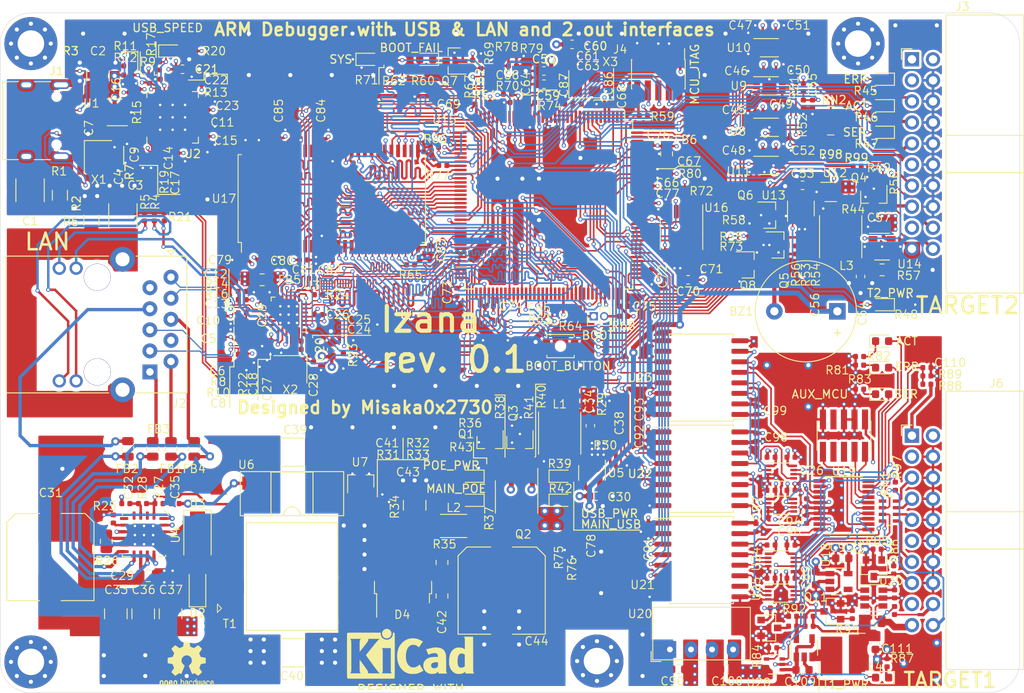
<source format=kicad_pcb>
(kicad_pcb (version 20200119) (host pcbnew "5.99.0-unknown-62d78cd~101~ubuntu19.10.1")
  (layers (0 "F.Cu" signal) (1 "In1.Cu" power) (2 "In2.Cu" power) (31 "B.Cu" signal) (34 "B.Paste" user) (35 "F.Paste" user) (36 "B.SilkS" user) (37 "F.SilkS" user) (38 "B.Mask" user) (39 "F.Mask" user) (44 "Edge.Cuts" user))
  (net 0 "")
  (net 1 "GND")
  (net 2 "+3V3")
  (net 3 "+5V")
  (net 4 "/Izana_Input_Interface/ETH_RX_N")
  (net 5 "/Izana_Input_Interface/ETH_RX_P")
  (net 6 "/Izana_Input_Interface/ETH_TX_N")
  (net 7 "/Izana_Input_Interface/ETH_TX_P")
  (net 8 "/Izana_Input_Interface/ETH_CT")
  (net 9 "Net-(J1-PadB8)")
  (net 10 "Net-(J1-PadA5)")
  (net 11 "/Izana_Input_Interface/USB_DATA_N")
  (net 12 "/Izana_Input_Interface/USB_DATA_P")
  (net 13 "Net-(J1-PadA8)")
  (net 14 "Net-(J1-PadB5)")
  (net 15 "Net-(FB3-Pad1)")
  (net 16 "Net-(FB2-Pad1)")
  (net 17 "Net-(FB4-Pad1)")
  (net 18 "GNDD")
  (net 19 "Net-(JP1-Pad2)")
  (net 20 "/Izana_MCU/SDRAM_A8\\BOOT1")
  (net 21 "+5VP")
  (net 22 "/Izana_Input_Interface/ETH_LED2")
  (net 23 "Net-(J2-PadL2)")
  (net 24 "Net-(J2-PadL4)")
  (net 25 "/Izana_Input_Interface/USB_DATA_PROTECT_N")
  (net 26 "/Izana_Input_Interface/USB_DATA_PROTECT_P")
  (net 27 "/Izana_Input_Interface/ETH_LED1")
  (net 28 "/Izana_MCU/MCU_~RESET")
  (net 29 "/Izana_MCU/FLASH_~CS")
  (net 30 "/Izana_MCU/FLASH_IO0")
  (net 31 "/Izana_MCU/FLASH_IO1")
  (net 32 "/Izana_MCU/FLASH_IO2")
  (net 33 "/Izana_MCU/FLASH_IO3")
  (net 34 "/Izana_MCU/FLASH_CLK")
  (net 35 "/Izana_MCU/SDRAM_A4")
  (net 36 "/Izana_MCU/SDRAM_A3")
  (net 37 "/Izana_MCU/SDRAM_A2")
  (net 38 "/Izana_MCU/SDRAM_A1")
  (net 39 "/Izana_MCU/SDRAM_UDQM")
  (net 40 "/Izana_MCU/SDRAM_A0\\BOOT0")
  (net 41 "/Izana_MCU/SDRAM_LDQM")
  (net 42 "/Izana_MCU/SDRAM_~CS")
  (net 43 "/Izana_MCU/SDRAM_A10")
  (net 44 "/Izana_MCU/USB_VBUS_DETECT")
  (net 45 "/Izana_MCU/SDRAM_A11")
  (net 46 "/Izana_MCU/SDRAM_BA1")
  (net 47 "/Izana_MCU/SDRAM_~RAS")
  (net 48 "/Izana_MCU/SDRAM_~CAS")
  (net 49 "/Izana_MCU/SDRAM_CKE")
  (net 50 "/Izana_MCU/SDRAM_DQ11")
  (net 51 "/Izana_MCU/SDRAM_DQ10")
  (net 52 "/Izana_MCU/SDRAM_DQ7")
  (net 53 "/Izana_MCU/SDRAM_DQ6")
  (net 54 "/Izana_MCU/SDRAM_DQ9")
  (net 55 "/Izana_MCU/SDRAM_DQ8")
  (net 56 "/Izana_MCU/SDRAM_DQ5")
  (net 57 "/Izana_MCU/SDRAM_DQ4")
  (net 58 "/Izana_MCU/SDRAM_DQ15")
  (net 59 "/Izana_MCU/SDRAM_DQ3")
  (net 60 "/Izana_MCU/SDRAM_DQ2")
  (net 61 "/Izana_MCU/SDRAM_DQ1")
  (net 62 "/Izana_MCU/SDRAM_DQ0")
  (net 63 "/Izana_MCU/SDRAM_~WE")
  (net 64 "/Izana_MCU/SDRAM_BA0")
  (net 65 "/Izana_MCU/SDRAM_DQ14")
  (net 66 "/Izana_MCU/SDRAM_CLK")
  (net 67 "/Izana_MCU/SDRAM_A7\\BOOT2")
  (net 68 "/Izana_MCU/SDRAM_A6\\BOOT3")
  (net 69 "/Izana_MCU/SDRAM_DQ13")
  (net 70 "/Izana_MCU/SDRAM_A5")
  (net 71 "/Izana_MCU/SDRAM_DQ12")
  (net 72 "+3.3VP")
  (net 73 "/Izana_MCU/MCU_BOOT_LED_DISABLE")
  (net 74 "GNDPWR")
  (net 75 "Net-(D1-Pad2)")
  (net 76 "Net-(D5-Pad1)")
  (net 77 "/Izana_MCU/POE_DETECT_ADC")
  (net 78 "Net-(L3-Pad1)")
  (net 79 "/POE_5V")
  (net 80 "/USB_5V")
  (net 81 "/POE_CT1")
  (net 82 "Net-(FB1-Pad1)")
  (net 83 "/POE_CT2")
  (net 84 "/POE_SP2")
  (net 85 "/POE_SP1")
  (net 86 "Net-(L1-Pad1)")
  (net 87 "Net-(Q1-Pad3)")
  (net 88 "/POE_EN")
  (net 89 "Net-(Q2-Pad2)")
  (net 90 "/USB_EN")
  (net 91 "/USB_~RST")
  (net 92 "/RMII_~RST")
  (net 93 "/RMII_REF_CLK")
  (net 94 "/USB_MAIN_P")
  (net 95 "/USB_MAIN_N")
  (net 96 "/USB_AUX_P")
  (net 97 "/USB_AUX_N")
  (net 98 "/RMII_TXD1")
  (net 99 "/RMII_TXD0")
  (net 100 "/RMII_TXEN")
  (net 101 "/RMII_MDC")
  (net 102 "/RMII_MDIO")
  (net 103 "/RMII_CRS_DV")
  (net 104 "/RMII_RXD0")
  (net 105 "/RMII_RXD1")
  (net 106 "/TARGET1_TMS_DIR_OUT")
  (net 107 "/TARGET1_TCK")
  (net 108 "/TARGET1_TMS_DIR_BUF")
  (net 109 "/TARGET1_TDI")
  (net 110 "/TARGET1_TDO")
  (net 111 "/TARGET1_TMS_OUT")
  (net 112 "/TARGET1_TMS_IN")
  (net 113 "/TARGET2_UART_TX_1")
  (net 114 "Net-(C1-Pad1)")
  (net 115 "Net-(D1-Pad1)")
  (net 116 "Net-(D3-Pad1)")
  (net 117 "/Izana_MCU/MCU_TDI")
  (net 118 "/Izana_MCU/MCU_TDO")
  (net 119 "/Izana_MCU/MCU_TCK")
  (net 120 "/Izana_MCU/MCU_TMS")
  (net 121 "Net-(C9-Pad2)")
  (net 122 "Net-(C31-Pad2)")
  (net 123 "Net-(C35-Pad2)")
  (net 124 "/Izana_Target_1_Iso/TARGET1_ISO_VREF")
  (net 125 "/Izana_Target_1_Iso/TARGET1_PWR")
  (net 126 "/Izana_Target_2/TARGET2_PWR")
  (net 127 "/Izana_Target_1_Iso/TARGET1_BUF_UART_RX")
  (net 128 "/Izana_Target_1_Iso/TARGET1_BUF_UART_TX")
  (net 129 "/Izana_Target_1_Iso/TARGET1_BUF_~RST")
  (net 130 "/Izana_Target_1_Iso/TARGET1_BUF_TDO")
  (net 131 "/Izana_Target_1_Iso/TARGET1_BUF_TCK")
  (net 132 "/Izana_Target_1_Iso/TARGET1_BUF_TMS")
  (net 133 "/Izana_Target_1_Iso/TARGET1_BUF_TDI")
  (net 134 "/Izana_Target_2/TARGET2_BUF_~RST")
  (net 135 "/Izana_Target_2/TARGET2_BUF_TDO")
  (net 136 "/Izana_Target_2/TARGET2_BUF_TCK")
  (net 137 "/Izana_Target_2/TARGET2_BUF_TMS")
  (net 138 "/Izana_Target_2/TARGET2_BUF_TDI")
  (net 139 "/Izana_Target_2/TARGET2_BUF_VREF")
  (net 140 "Net-(L4-Pad1)")
  (net 141 "/TARGET2_PWR_1")
  (net 142 "/TARGET2_PWR_2")
  (net 143 "Net-(R26-Pad1)")
  (net 144 "/TARGET2_PWR_ENABLE")
  (net 145 "Net-(U2-Pad20)")
  (net 146 "Net-(U2-Pad19)")
  (net 147 "Net-(U2-Pad18)")
  (net 148 "Net-(U2-Pad17)")
  (net 149 "Net-(U2-Pad16)")
  (net 150 "Net-(U2-Pad13)")
  (net 151 "Net-(U2-Pad12)")
  (net 152 "Net-(U2-Pad11)")
  (net 153 "Net-(U2-Pad7)")
  (net 154 "Net-(U2-Pad6)")
  (net 155 "Net-(U3-Pad10)")
  (net 156 "/TARGET2_UART_TX")
  (net 157 "/TARGET2_TCK")
  (net 158 "/TARGET1_UART_TX_1")
  (net 159 "/TARGET1_UART_TX")
  (net 160 "/TARGET2_TMS")
  (net 161 "/TARGET2_TDO")
  (net 162 "/TARGET2_TDI")
  (net 163 "/Izana_Target_1_Iso/TARGET1_ISO_~RST")
  (net 164 "/Izana_Target_1_Iso/TARGET1_ISO_TCK")
  (net 165 "/Izana_Target_1_Iso/TARGET1_ISO_TDI")
  (net 166 "/Izana_Target_1_Iso/TARGET1_ISO_TDO")
  (net 167 "/Izana_Target_1_Iso/TARGET1_ISO_TMS_DIR_OUT")
  (net 168 "/Izana_Target_1_Iso/TARGET1_ISO_TMS_DIR_BUF")
  (net 169 "/Izana_Target_1_Iso/TARGET1_ISO_UART_RX")
  (net 170 "/Izana_Target_1_Iso/TARGET1_ISO_TMS")
  (net 171 "/Izana_Target_1_Iso/TARGET1_ISO_CTRL_TX")
  (net 172 "/Izana_Target_1_Iso/TARGET1_ISO_UART_TX")
  (net 173 "/Izana_Target_1_Iso/TARGET1_ISO_CTRL_RX")
  (net 174 "/Izana_Target_1_Iso/TARGET1_ISO_AUX_SWDIO")
  (net 175 "/Izana_Target_1_Iso/TARGET1_ISO_AUX_SWCLK")
  (net 176 "/Izana_Target_1_Iso/TARGET1_ISO_AUX_~RST")
  (net 177 "/Izana_Target_1_Iso/TARGET1_PWR_~OC")
  (net 178 "/TARGET2_TMS_DIR")
  (net 179 "/TARGET2_PWR_~OC")
  (net 180 "Net-(D7-Pad1)")
  (net 181 "Net-(D8-Pad1)")
  (net 182 "Net-(D9-Pad1)")
  (net 183 "/TARGET2_LED_ERR")
  (net 184 "Net-(D10-Pad1)")
  (net 185 "/TARGET2_LED_ACT")
  (net 186 "Net-(D11-Pad1)")
  (net 187 "/TARGET2_LED_SER")
  (net 188 "Net-(D12-Pad1)")
  (net 189 "/TARGET1_CTRL_TX")
  (net 190 "/TARGET1_CTRL_TX_1")
  (net 191 "/Izana_Target_1_Iso/TARGET1_CURR_ADC")
  (net 192 "/Izana_Target_1_Iso/TARGET1_PWR_1")
  (net 193 "/Izana_Target_1_Iso/TARGET1_PWR_2")
  (net 194 "/Izana_Target_1_Iso/TARGET1_PWR_ENABLE")
  (net 195 "/Izana_Target_1_Iso/TARGET1_LED_ERR")
  (net 196 "/Izana_Target_1_Iso/TARGET1_LED_ACT")
  (net 197 "/Izana_Target_1_Iso/TARGET1_LED_SER")
  (net 198 "/TARGET1_CTRL_CLK")
  (net 199 "/Izana_Target_1_Iso/TARGET1_ISO_CTRL_CLK")
  (net 200 "Net-(BZ1-Pad2)")
  (net 201 "Net-(D15-Pad1)")
  (net 202 "Net-(D16-Pad1)")
  (net 203 "/Izana_MCU/BUZZER")
  (net 204 "/Izana_MCU/SYS_LED")
  (net 205 "/Izana_MCU/BOOT_BUTTON")
  (net 206 "/TARGET2_~RST")
  (net 207 "/Izana_MCU/SDRAM_A9\\BOOT4")
  (net 208 "Net-(D18-Pad1)")
  (net 209 "Net-(C24-Pad1)")
  (net 210 "Net-(C32-Pad2)")
  (net 211 "Net-(C67-Pad2)")
  (net 212 "Net-(D13-Pad2)")
  (net 213 "Net-(D14-Pad2)")
  (net 214 "Net-(D17-Pad1)")
  (net 215 "Net-(Q5-Pad3)")
  (net 216 "Net-(Q10-Pad3)")
  (net 217 "Net-(R31-Pad2)")
  (net 218 "Net-(R74-Pad1)")
  (net 219 "Net-(U4-Pad5)")
  (net 220 "Net-(U4-Pad15)")
  (net 221 "Net-(U4-Pad17)")
  (net 222 "Net-(U4-Pad16)")
  (net 223 "Net-(U4-Pad4)")
  (net 224 "Net-(U4-Pad2)")
  (net 225 "/Izana_Target_2/TARGET2_BUF_UART_RX")
  (net 226 "/Izana_Target_2/TARGET2_BUF_UART_TX")
  (net 227 "Net-(J5-Pad7)")
  (net 228 "Net-(J6-Pad17)")
  (net 229 "Net-(J6-Pad11)")
  (net 230 "Net-(J6-Pad3)")
  (net 231 "Net-(J6-Pad2)")
  (net 232 "/Izana_Target_1_Iso/TARGET1_VREF_ADC")
  (net 233 "/TARGET2_VREF_ADC")
  (net 234 "/TARGET2_CURR_ADC")
  (net 235 "Net-(U2-Pad21)")
  (net 236 "Net-(U2-Pad9)")
  (net 237 "Net-(U2-Pad8)")
  (net 238 "Net-(C7-Pad2)")
  (net 239 "Net-(C3-Pad1)")
  (net 240 "Net-(C4-Pad2)")
  (net 241 "Net-(C11-Pad2)")
  (net 242 "Net-(C27-Pad2)")
  (net 243 "Net-(C28-Pad2)")
  (net 244 "Net-(C29-Pad2)")
  (net 245 "Net-(C38-Pad1)")
  (net 246 "Net-(C41-Pad1)")
  (net 247 "Net-(C41-Pad2)")
  (net 248 "Net-(C42-Pad1)")
  (net 249 "Net-(C42-Pad2)")
  (net 250 "Net-(C43-Pad2)")
  (net 251 "Net-(C53-Pad2)")
  (net 252 "Net-(C54-Pad2)")
  (net 253 "Net-(C56-Pad1)")
  (net 254 "Net-(C62-Pad2)")
  (net 255 "Net-(C86-Pad2)")
  (net 256 "Net-(C87-Pad2)")
  (net 257 "Net-(C109-Pad2)")
  (net 258 "Net-(C111-Pad2)")
  (net 259 "Net-(C112-Pad1)")
  (net 260 "Net-(D2-Pad2)")
  (net 261 "Net-(D6-Pad1)")
  (net 262 "Net-(D13-Pad1)")
  (net 263 "Net-(J3-Pad2)")
  (net 264 "Net-(J3-Pad3)")
  (net 265 "Net-(J3-Pad11)")
  (net 266 "Net-(J3-Pad17)")
  (net 267 "Net-(J4-Pad7)")
  (net 268 "Net-(J5-Pad6)")
  (net 269 "Net-(J5-Pad8)")
  (net 270 "Net-(R11-Pad2)")
  (net 271 "Net-(R13-Pad2)")
  (net 272 "Net-(R15-Pad2)")
  (net 273 "Net-(R18-Pad2)")
  (net 274 "Net-(R19-Pad1)")
  (net 275 "Net-(R22-Pad1)")
  (net 276 "Net-(R24-Pad2)")
  (net 277 "Net-(R25-Pad1)")
  (net 278 "Net-(R27-Pad1)")
  (net 279 "Net-(R32-Pad2)")
  (net 280 "Net-(R61-Pad2)")
  (net 281 "Net-(R70-Pad2)")
  (net 282 "Net-(R77-Pad1)")
  (net 283 "Net-(R80-Pad2)")
  (net 284 "Net-(U15-Pad2)")
  (net 285 "Net-(U15-Pad6)")
  (net 286 "Net-(U15-Pad14)")
  (net 287 "Net-(U15-Pad22)")
  (net 288 "Net-(U15-Pad73)")
  (net 289 "Net-(U15-Pad92)")
  (net 290 "Net-(U15-Pad93)")
  (net 291 "Net-(U15-Pad99)")
  (net 292 "Net-(U15-Pad112)")
  (net 293 "Net-(U15-Pad120)")
  (net 294 "Net-(U15-Pad125)")
  (net 295 "Net-(U15-Pad126)")
  (net 296 "Net-(U15-Pad129)")
  (net 297 "Net-(U15-Pad139)")
  (net 298 "Net-(U15-Pad142)")
  (net 299 "Net-(U17-Pad36)")
  (net 300 "Net-(U17-Pad40)")
  (net 301 "Net-(U18-Pad4)")
  (net 302 "Net-(U21-Pad7)")
  (net 303 "Net-(U21-Pad10)")
  (net 304 "Net-(U22-Pad10)")
  (net 305 "Net-(U23-Pad10)")
  (net 306 "Net-(J6-Pad5)")
  (net 307 "Net-(J6-Pad7)")
  (net 308 "Net-(J6-Pad9)")
  (net 309 "Net-(J6-Pad13)")
  (net 310 "Net-(J6-Pad18)")
  (net 311 "Net-(J6-Pad20)")
  (net 312 "Net-(J3-Pad5)")
  (net 313 "Net-(J3-Pad7)")
  (net 314 "Net-(J3-Pad9)")
  (net 315 "Net-(J3-Pad13)")
  (net 316 "Net-(J3-Pad18)")
  (net 317 "Net-(J3-Pad20)")
  (module "Resistor_SMD:R_Array_Concave_4x0603" (layer "F.Cu") (at 100.2 13 180)
    (fp_text reference "RN2" (at -0.4 2.5) (layer "F.SilkS"))
    (fp_text value "33")
    (pad "5" smd rect (at 0.85 1.2 180) (size 0.9 0.4) (layers "F.Cu" "F.Paste" "F.Mask") (net 138 "/Izana_Target_2/TARGET2_BUF_TDI"))
    (pad "6" smd rect (at 0.85 0.4 180) (size 0.9 0.4) (layers "F.Cu" "F.Paste" "F.Mask") (net 137 "/Izana_Target_2/TARGET2_BUF_TMS"))
    (pad "7" smd rect (at 0.85 -0.4 180) (size 0.9 0.4) (layers "F.Cu" "F.Paste" "F.Mask") (net 136 "/Izana_Target_2/TARGET2_BUF_TCK"))
    (pad "8" smd rect (at 0.85 -1.2 180) (size 0.9 0.4) (layers "F.Cu" "F.Paste" "F.Mask") (net 135 "/Izana_Target_2/TARGET2_BUF_TDO"))
    (pad "4" smd rect (at -0.85 1.2 180) (size 0.9 0.4) (layers "F.Cu" "F.Paste" "F.Mask") (net 312 "Net-(J3-Pad5)"))
    (pad "1" smd rect (at -0.85 -1.2 180) (size 0.9 0.4) (layers "F.Cu" "F.Paste" "F.Mask") (net 315 "Net-(J3-Pad13)"))
    (pad "3" smd rect (at -0.85 0.4 180) (size 0.9 0.4) (layers "F.Cu" "F.Paste" "F.Mask") (net 313 "Net-(J3-Pad7)"))
    (pad "2" smd rect (at -0.85 -0.4 180) (size 0.9 0.4) (layers "F.Cu" "F.Paste" "F.Mask") (net 314 "Net-(J3-Pad9)"))
  )
  (module "Resistor_SMD:R_0402_1005Metric" (layer "F.Cu") (at 103.4 18.5 180)
    (fp_text reference "R99" (at 0.1 1) (layer "F.SilkS"))
    (fp_text value "33")
    (pad "2" smd roundrect (at 0.485 0 180) (size 0.59 0.64) (layers "F.Cu" "F.Paste" "F.Mask") (net 225 "/Izana_Target_2/TARGET2_BUF_UART_RX"))
    (pad "1" smd roundrect (at -0.485 0 180) (size 0.59 0.64) (layers "F.Cu" "F.Paste" "F.Mask") (net 317 "Net-(J3-Pad20)"))
  )
  (module "Resistor_SMD:R_0402_1005Metric" (layer "F.Cu") (at 100.2 15.9 180)
    (fp_text reference "R98" (at 0 -1.17) (layer "F.SilkS"))
    (fp_text value "33")
    (pad "2" smd roundrect (at 0.485 0 180) (size 0.59 0.64) (layers "F.Cu" "F.Paste" "F.Mask") (net 226 "/Izana_Target_2/TARGET2_BUF_UART_TX"))
    (pad "1" smd roundrect (at -0.485 0 180) (size 0.59 0.64) (layers "F.Cu" "F.Paste" "F.Mask") (net 316 "Net-(J3-Pad18)"))
  )
  (module "Resistor_SMD:R_Array_Concave_4x0603" (layer "F.Cu") (at 107.3 60.1 180)
    (fp_text reference "RN1" (at 0.5 3.3 90) (layer "F.SilkS"))
    (fp_text value "33")
    (pad "5" smd rect (at 0.85 1.2 180) (size 0.9 0.4) (layers "F.Cu" "F.Paste" "F.Mask") (net 133 "/Izana_Target_1_Iso/TARGET1_BUF_TDI"))
    (pad "6" smd rect (at 0.85 0.4 180) (size 0.9 0.4) (layers "F.Cu" "F.Paste" "F.Mask") (net 132 "/Izana_Target_1_Iso/TARGET1_BUF_TMS"))
    (pad "7" smd rect (at 0.85 -0.4 180) (size 0.9 0.4) (layers "F.Cu" "F.Paste" "F.Mask") (net 131 "/Izana_Target_1_Iso/TARGET1_BUF_TCK"))
    (pad "8" smd rect (at 0.85 -1.2 180) (size 0.9 0.4) (layers "F.Cu" "F.Paste" "F.Mask") (net 130 "/Izana_Target_1_Iso/TARGET1_BUF_TDO"))
    (pad "4" smd rect (at -0.85 1.2 180) (size 0.9 0.4) (layers "F.Cu" "F.Paste" "F.Mask") (net 306 "Net-(J6-Pad5)"))
    (pad "1" smd rect (at -0.85 -1.2 180) (size 0.9 0.4) (layers "F.Cu" "F.Paste" "F.Mask") (net 309 "Net-(J6-Pad13)"))
    (pad "3" smd rect (at -0.85 0.4 180) (size 0.9 0.4) (layers "F.Cu" "F.Paste" "F.Mask") (net 307 "Net-(J6-Pad7)"))
    (pad "2" smd rect (at -0.85 -0.4 180) (size 0.9 0.4) (layers "F.Cu" "F.Paste" "F.Mask") (net 308 "Net-(J6-Pad9)"))
  )
  (module "Resistor_SMD:R_0402_1005Metric" (layer "F.Cu") (at 108 57.1 -90)
    (fp_text reference "R97" (at -2.3 -0.2 90) (layer "F.SilkS"))
    (fp_text value "33")
    (pad "2" smd roundrect (at 0.485 0 270) (size 0.59 0.64) (layers "F.Cu" "F.Paste" "F.Mask") (net 311 "Net-(J6-Pad20)"))
    (pad "1" smd roundrect (at -0.485 0 270) (size 0.59 0.64) (layers "F.Cu" "F.Paste" "F.Mask") (net 127 "/Izana_Target_1_Iso/TARGET1_BUF_UART_RX"))
  )
  (module "Resistor_SMD:R_0402_1005Metric" (layer "F.Cu") (at 107.9 72.1 -90)
    (fp_text reference "R96" hide)
    (fp_text value "33")
    (pad "2" smd roundrect (at 0.485 0 270) (size 0.59 0.64) (layers "F.Cu" "F.Paste" "F.Mask") (net 310 "Net-(J6-Pad18)"))
    (pad "1" smd roundrect (at -0.485 0 270) (size 0.59 0.64) (layers "F.Cu" "F.Paste" "F.Mask") (net 128 "/Izana_Target_1_Iso/TARGET1_BUF_UART_TX"))
  )
  (module "Package_SO:SOIC-16W_7.5x10.3mm_P1.27mm" (layer "F.Cu") (at 84.6 55)
    (fp_text reference "U22" (at -7.4 0.6) (layer "F.SilkS"))
    (fp_text value "ISO7340C")
    (pad "16" smd roundrect (at 4.65 -4.445) (size 2.05 0.6) (layers "F.Cu" "F.Paste" "F.Mask") (net 21 "+5VP"))
    (pad "15" smd roundrect (at 4.65 -3.175) (size 2.05 0.6) (layers "F.Cu" "F.Paste" "F.Mask") (net 18 "GNDD"))
    (pad "14" smd roundrect (at 4.65 -1.905) (size 2.05 0.6) (layers "F.Cu" "F.Paste" "F.Mask") (net 167 "/Izana_Target_1_Iso/TARGET1_ISO_TMS_DIR_OUT"))
    (pad "13" smd roundrect (at 4.65 -0.635) (size 2.05 0.6) (layers "F.Cu" "F.Paste" "F.Mask") (net 168 "/Izana_Target_1_Iso/TARGET1_ISO_TMS_DIR_BUF"))
    (pad "12" smd roundrect (at 4.65 0.635) (size 2.05 0.6) (layers "F.Cu" "F.Paste" "F.Mask") (net 169 "/Izana_Target_1_Iso/TARGET1_ISO_UART_RX"))
    (pad "11" smd roundrect (at 4.65 1.905) (size 2.05 0.6) (layers "F.Cu" "F.Paste" "F.Mask") (net 173 "/Izana_Target_1_Iso/TARGET1_ISO_CTRL_RX"))
    (pad "10" smd roundrect (at 4.65 3.175) (size 2.05 0.6) (layers "F.Cu" "F.Paste" "F.Mask") (net 304 "Net-(U22-Pad10)"))
    (pad "9" smd roundrect (at 4.65 4.445) (size 2.05 0.6) (layers "F.Cu" "F.Paste" "F.Mask") (net 18 "GNDD"))
    (pad "8" smd roundrect (at -4.65 4.445) (size 2.05 0.6) (layers "F.Cu" "F.Paste" "F.Mask") (net 1 "GND"))
    (pad "7" smd roundrect (at -4.65 3.175) (size 2.05 0.6) (layers "F.Cu" "F.Paste" "F.Mask"))
    (pad "6" smd roundrect (at -4.65 1.905) (size 2.05 0.6) (layers "F.Cu" "F.Paste" "F.Mask") (net 190 "/TARGET1_CTRL_TX_1"))
    (pad "5" smd roundrect (at -4.65 0.635) (size 2.05 0.6) (layers "F.Cu" "F.Paste" "F.Mask") (net 159 "/TARGET1_UART_TX"))
    (pad "4" smd roundrect (at -4.65 -0.635) (size 2.05 0.6) (layers "F.Cu" "F.Paste" "F.Mask") (net 108 "/TARGET1_TMS_DIR_BUF"))
    (pad "3" smd roundrect (at -4.65 -1.905) (size 2.05 0.6) (layers "F.Cu" "F.Paste" "F.Mask") (net 106 "/TARGET1_TMS_DIR_OUT"))
    (pad "2" smd roundrect (at -4.65 -3.175) (size 2.05 0.6) (layers "F.Cu" "F.Paste" "F.Mask") (net 1 "GND"))
    (pad "1" smd roundrect (at -4.65 -4.445) (size 2.05 0.6) (layers "F.Cu" "F.Paste" "F.Mask") (net 2 "+3V3"))
  )
  (module "Connector_USB:USB_C_Receptacle_HRO_TYPE-C-31-M-12" (layer "F.Cu") (at 4.2 13 -90)
    (fp_text reference "J1" (at -6 -2.6 180) (layer "F.SilkS"))
    (fp_text value "USB")
    (pad "B1" smd rect (at 3.25 -4.045 270) (size 0.6 1.45) (layers "F.Cu" "F.Paste" "F.Mask") (net 1 "GND"))
    (pad "A9" smd rect (at 2.45 -4.045 270) (size 0.6 1.45) (layers "F.Cu" "F.Paste" "F.Mask") (net 80 "/USB_5V"))
    (pad "B9" smd rect (at -2.45 -4.045 270) (size 0.6 1.45) (layers "F.Cu" "F.Paste" "F.Mask") (net 80 "/USB_5V"))
    (pad "B12" smd rect (at -3.25 -4.045 270) (size 0.6 1.45) (layers "F.Cu" "F.Paste" "F.Mask") (net 1 "GND"))
    (pad "A1" smd rect (at -3.25 -4.045 270) (size 0.6 1.45) (layers "F.Cu" "F.Paste" "F.Mask") (net 1 "GND"))
    (pad "A4" smd rect (at -2.45 -4.045 270) (size 0.6 1.45) (layers "F.Cu" "F.Paste" "F.Mask") (net 80 "/USB_5V"))
    (pad "B4" smd rect (at 2.45 -4.045 270) (size 0.6 1.45) (layers "F.Cu" "F.Paste" "F.Mask") (net 80 "/USB_5V"))
    (pad "A12" smd rect (at 3.25 -4.045 270) (size 0.6 1.45) (layers "F.Cu" "F.Paste" "F.Mask") (net 1 "GND"))
    (pad "B8" smd rect (at -1.75 -4.045 270) (size 0.3 1.45) (layers "F.Cu" "F.Paste" "F.Mask") (net 9 "Net-(J1-PadB8)"))
    (pad "A5" smd rect (at -1.25 -4.045 270) (size 0.3 1.45) (layers "F.Cu" "F.Paste" "F.Mask") (net 10 "Net-(J1-PadA5)"))
    (pad "B7" smd rect (at -0.75 -4.045 270) (size 0.3 1.45) (layers "F.Cu" "F.Paste" "F.Mask") (net 11 "/Izana_Input_Interface/USB_DATA_N"))
    (pad "A7" smd rect (at 0.25 -4.045 270) (size 0.3 1.45) (layers "F.Cu" "F.Paste" "F.Mask") (net 11 "/Izana_Input_Interface/USB_DATA_N"))
    (pad "B6" smd rect (at 0.75 -4.045 270) (size 0.3 1.45) (layers "F.Cu" "F.Paste" "F.Mask") (net 12 "/Izana_Input_Interface/USB_DATA_P"))
    (pad "A8" smd rect (at 1.25 -4.045 270) (size 0.3 1.45) (layers "F.Cu" "F.Paste" "F.Mask") (net 13 "Net-(J1-PadA8)"))
    (pad "B5" smd rect (at 1.75 -4.045 270) (size 0.3 1.45) (layers "F.Cu" "F.Paste" "F.Mask") (net 14 "Net-(J1-PadB5)"))
    (pad "A6" smd rect (at -0.25 -4.045 270) (size 0.3 1.45) (layers "F.Cu" "F.Paste" "F.Mask") (net 12 "/Izana_Input_Interface/USB_DATA_P"))
    (pad "S1" thru_hole oval (at 4.32 -3.13 270) (size 1 2.1) (drill oval 0.6 1.7) (layers *.Cu *.Mask) (net 114 "Net-(C1-Pad1)"))
    (pad "S1" thru_hole oval (at -4.32 -3.13 270) (size 1 2.1) (drill oval 0.6 1.7) (layers *.Cu *.Mask) (net 114 "Net-(C1-Pad1)"))
    (pad "" np_thru_hole circle (at -2.89 -2.6 270) (size 0.65 0.65) (drill 0.65) (layers *.Cu *.Mask))
    (pad "S1" thru_hole oval (at -4.32 1.05 270) (size 1 1.6) (drill oval 0.6 1.2) (layers *.Cu *.Mask) (net 114 "Net-(C1-Pad1)"))
    (pad "" np_thru_hole circle (at 2.89 -2.6 270) (size 0.65 0.65) (drill 0.65) (layers *.Cu *.Mask))
    (pad "S1" thru_hole oval (at 4.32 1.05 270) (size 1 1.6) (drill oval 0.6 1.2) (layers *.Cu *.Mask) (net 114 "Net-(C1-Pad1)"))
  )
  (module "Resistor_SMD:R_0402_1005Metric" (layer "F.Cu") (at 8.4 6.2 90)
    (fp_text reference "R3" (at 1.6 0.1 180) (layer "F.SilkS"))
    (fp_text value "5.1k")
    (pad "2" smd roundrect (at 0.485 0 90) (size 0.59 0.64) (layers "F.Cu" "F.Paste" "F.Mask") (net 1 "GND"))
    (pad "1" smd roundrect (at -0.485 0 90) (size 0.59 0.64) (layers "F.Cu" "F.Paste" "F.Mask") (net 10 "Net-(J1-PadA5)"))
  )
  (module "Resistor_SMD:R_0402_1005Metric" (layer "F.Cu") (at 9.5 20.6 -90)
    (fp_text reference "R2" (at 2.4 0.3 90) (layer "F.SilkS"))
    (fp_text value "5.1k")
    (pad "2" smd roundrect (at 0.485 0 270) (size 0.59 0.64) (layers "F.Cu" "F.Paste" "F.Mask") (net 1 "GND"))
    (pad "1" smd roundrect (at -0.485 0 270) (size 0.59 0.64) (layers "F.Cu" "F.Paste" "F.Mask") (net 14 "Net-(J1-PadB5)"))
  )
  (module "Resistor_SMD:R_0402_1005Metric" (layer "F.Cu") (at 59 7.2 90)
    (fp_text reference "R69" (at 2.3 0 90) (layer "F.SilkS") (effects (font (thickness 0.127))))
    (fp_text value "1k")
    (pad "2" smd roundrect (at 0.485 0 90) (size 0.59 0.64) (layers "F.Cu" "F.Paste" "F.Mask") (net 254 "Net-(C62-Pad2)"))
    (pad "1" smd roundrect (at -0.485 0 90) (size 0.59 0.64) (layers "F.Cu" "F.Paste" "F.Mask") (net 73 "/Izana_MCU/MCU_BOOT_LED_DISABLE"))
  )
  (module "Package_QFP:LQFP-144_20x20mm_P0.5mm" (layer "F.Cu") (at 66.2 23.2 -90)
    (fp_text reference "U15" (at -10.3 12.6 180) (layer "F.SilkS") (effects (font (thickness 0.127))))
    (fp_text value "LPC4330FBD144")
    (pad "1" smd roundrect (at -10.6625 -8.75 270) (size 1.475 0.3) (layers "F.Cu" "F.Paste" "F.Mask") (net 198 "/TARGET1_CTRL_CLK"))
    (pad "2" smd roundrect (at -10.6625 -8.25 270) (size 1.475 0.3) (layers "F.Cu" "F.Paste" "F.Mask") (net 284 "Net-(U15-Pad2)"))
    (pad "3" smd roundrect (at -10.6625 -7.75 270) (size 1.475 0.3) (layers "F.Cu" "F.Paste" "F.Mask") (net 190 "/TARGET1_CTRL_TX_1"))
    (pad "4" smd roundrect (at -10.6625 -7.25 270) (size 1.475 0.3) (layers "F.Cu" "F.Paste" "F.Mask") (net 1 "GND"))
    (pad "5" smd roundrect (at -10.6625 -6.75 270) (size 1.475 0.3) (layers "F.Cu" "F.Paste" "F.Mask") (net 2 "+3V3"))
    (pad "6" smd roundrect (at -10.6625 -6.25 270) (size 1.475 0.3) (layers "F.Cu" "F.Paste" "F.Mask") (net 285 "Net-(U15-Pad6)"))
    (pad "7" smd roundrect (at -10.6625 -5.75 270) (size 1.475 0.3) (layers "F.Cu" "F.Paste" "F.Mask") (net 160 "/TARGET2_TMS"))
    (pad "8" smd roundrect (at -10.6625 -5.25 270) (size 1.475 0.3) (layers "F.Cu" "F.Paste" "F.Mask") (net 189 "/TARGET1_CTRL_TX"))
    (pad "9" smd roundrect (at -10.6625 -4.75 270) (size 1.475 0.3) (layers "F.Cu" "F.Paste" "F.Mask") (net 178 "/TARGET2_TMS_DIR"))
    (pad "10" smd roundrect (at -10.6625 -4.25 270) (size 1.475 0.3) (layers "F.Cu" "F.Paste" "F.Mask") (net 161 "/TARGET2_TDO"))
    (pad "11" smd roundrect (at -10.6625 -3.75 270) (size 1.475 0.3) (layers "F.Cu" "F.Paste" "F.Mask") (net 110 "/TARGET1_TDO"))
    (pad "12" smd roundrect (at -10.6625 -3.25 270) (size 1.475 0.3) (layers "F.Cu" "F.Paste" "F.Mask") (net 255 "Net-(C86-Pad2)"))
    (pad "13" smd roundrect (at -10.6625 -2.75 270) (size 1.475 0.3) (layers "F.Cu" "F.Paste" "F.Mask") (net 256 "Net-(C87-Pad2)"))
    (pad "14" smd roundrect (at -10.6625 -2.25 270) (size 1.475 0.3) (layers "F.Cu" "F.Paste" "F.Mask") (net 286 "Net-(U15-Pad14)"))
    (pad "15" smd roundrect (at -10.6625 -1.75 270) (size 1.475 0.3) (layers "F.Cu" "F.Paste" "F.Mask") (net 187 "/TARGET2_LED_SER"))
    (pad "16" smd roundrect (at -10.6625 -1.25 270) (size 1.475 0.3) (layers "F.Cu" "F.Paste" "F.Mask") (net 2 "+3V3"))
    (pad "17" smd roundrect (at -10.6625 -0.75 270) (size 1.475 0.3) (layers "F.Cu" "F.Paste" "F.Mask") (net 2 "+3V3"))
    (pad "18" smd roundrect (at -10.6625 -0.25 270) (size 1.475 0.3) (layers "F.Cu" "F.Paste" "F.Mask") (net 94 "/USB_MAIN_P"))
    (pad "19" smd roundrect (at -10.6625 0.25 270) (size 1.475 0.3) (layers "F.Cu" "F.Paste" "F.Mask") (net 1 "GND"))
    (pad "20" smd roundrect (at -10.6625 0.75 270) (size 1.475 0.3) (layers "F.Cu" "F.Paste" "F.Mask") (net 95 "/USB_MAIN_N"))
    (pad "21" smd roundrect (at -10.6625 1.25 270) (size 1.475 0.3) (layers "F.Cu" "F.Paste" "F.Mask") (net 44 "/Izana_MCU/USB_VBUS_DETECT"))
    (pad "22" smd roundrect (at -10.6625 1.75 270) (size 1.475 0.3) (layers "F.Cu" "F.Paste" "F.Mask") (net 287 "Net-(U15-Pad22)"))
    (pad "23" smd roundrect (at -10.6625 2.25 270) (size 1.475 0.3) (layers "F.Cu" "F.Paste" "F.Mask") (net 1 "GND"))
    (pad "24" smd roundrect (at -10.6625 2.75 270) (size 1.475 0.3) (layers "F.Cu" "F.Paste" "F.Mask") (net 218 "Net-(R74-Pad1)"))
    (pad "25" smd roundrect (at -10.6625 3.25 270) (size 1.475 0.3) (layers "F.Cu" "F.Paste" "F.Mask") (net 2 "+3V3"))
    (pad "26" smd roundrect (at -10.6625 3.75 270) (size 1.475 0.3) (layers "F.Cu" "F.Paste" "F.Mask") (net 117 "/Izana_MCU/MCU_TDI"))
    (pad "27" smd roundrect (at -10.6625 4.25 270) (size 1.475 0.3) (layers "F.Cu" "F.Paste" "F.Mask") (net 119 "/Izana_MCU/MCU_TCK"))
    (pad "28" smd roundrect (at -10.6625 4.75 270) (size 1.475 0.3) (layers "F.Cu" "F.Paste" "F.Mask") (net 281 "Net-(R70-Pad2)"))
    (pad "29" smd roundrect (at -10.6625 5.25 270) (size 1.475 0.3) (layers "F.Cu" "F.Paste" "F.Mask") (net 280 "Net-(R61-Pad2)"))
    (pad "30" smd roundrect (at -10.6625 5.75 270) (size 1.475 0.3) (layers "F.Cu" "F.Paste" "F.Mask") (net 120 "/Izana_MCU/MCU_TMS"))
    (pad "31" smd roundrect (at -10.6625 6.25 270) (size 1.475 0.3) (layers "F.Cu" "F.Paste" "F.Mask") (net 118 "/Izana_MCU/MCU_TDO"))
    (pad "32" smd roundrect (at -10.6625 6.75 270) (size 1.475 0.3) (layers "F.Cu" "F.Paste" "F.Mask") (net 105 "/RMII_RXD1"))
    (pad "33" smd roundrect (at -10.6625 7.25 270) (size 1.475 0.3) (layers "F.Cu" "F.Paste" "F.Mask") (net 183 "/TARGET2_LED_ERR"))
    (pad "34" smd roundrect (at -10.6625 7.75 270) (size 1.475 0.3) (layers "F.Cu" "F.Paste" "F.Mask") (net 100 "/RMII_TXEN"))
    (pad "35" smd roundrect (at -10.6625 8.25 270) (size 1.475 0.3) (layers "F.Cu" "F.Paste" "F.Mask") (net 185 "/TARGET2_LED_ACT"))
    (pad "36" smd roundrect (at -10.6625 8.75 270) (size 1.475 0.3) (layers "F.Cu" "F.Paste" "F.Mask") (net 2 "+3V3"))
    (pad "37" smd roundrect (at -8.75 10.6625 270) (size 0.3 1.475) (layers "F.Cu" "F.Paste" "F.Mask") (net 71 "/Izana_MCU/SDRAM_DQ12"))
    (pad "38" smd roundrect (at -8.25 10.6625 270) (size 0.3 1.475) (layers "F.Cu" "F.Paste" "F.Mask") (net 70 "/Izana_MCU/SDRAM_A5"))
    (pad "39" smd roundrect (at -7.75 10.6625 270) (size 0.3 1.475) (layers "F.Cu" "F.Paste" "F.Mask") (net 69 "/Izana_MCU/SDRAM_DQ13"))
    (pad "40" smd roundrect (at -7.25 10.6625 270) (size 0.3 1.475) (layers "F.Cu" "F.Paste" "F.Mask") (net 1 "GND"))
    (pad "41" smd roundrect (at -6.75 10.6625 270) (size 0.3 1.475) (layers "F.Cu" "F.Paste" "F.Mask") (net 2 "+3V3"))
    (pad "42" smd roundrect (at -6.25 10.6625 270) (size 0.3 1.475) (layers "F.Cu" "F.Paste" "F.Mask") (net 68 "/Izana_MCU/SDRAM_A6\\BOOT3"))
    (pad "43" smd roundrect (at -5.75 10.6625 270) (size 0.3 1.475) (layers "F.Cu" "F.Paste" "F.Mask") (net 67 "/Izana_MCU/SDRAM_A7\\BOOT2"))
    (pad "44" smd roundrect (at -5.25 10.6625 270) (size 0.3 1.475) (layers "F.Cu" "F.Paste" "F.Mask") (net 73 "/Izana_MCU/MCU_BOOT_LED_DISABLE"))
    (pad "45" smd roundrect (at -4.75 10.6625 270) (size 0.3 1.475) (layers "F.Cu" "F.Paste" "F.Mask") (net 66 "/Izana_MCU/SDRAM_CLK"))
    (pad "46" smd roundrect (at -4.25 10.6625 270) (size 0.3 1.475) (layers "F.Cu" "F.Paste" "F.Mask") (net 65 "/Izana_MCU/SDRAM_DQ14"))
    (pad "47" smd roundrect (at -3.75 10.6625 270) (size 0.3 1.475) (layers "F.Cu" "F.Paste" "F.Mask") (net 203 "/Izana_MCU/BUZZER"))
    (pad "48" smd roundrect (at -3.25 10.6625 270) (size 0.3 1.475) (layers "F.Cu" "F.Paste" "F.Mask") (net 204 "/Izana_MCU/SYS_LED"))
    (pad "49" smd roundrect (at -2.75 10.6625 270) (size 0.3 1.475) (layers "F.Cu" "F.Paste" "F.Mask") (net 63 "/Izana_MCU/SDRAM_~WE"))
    (pad "50" smd roundrect (at -2.25 10.6625 270) (size 0.3 1.475) (layers "F.Cu" "F.Paste" "F.Mask") (net 62 "/Izana_MCU/SDRAM_DQ0"))
    (pad "51" smd roundrect (at -1.75 10.6625 270) (size 0.3 1.475) (layers "F.Cu" "F.Paste" "F.Mask") (net 61 "/Izana_MCU/SDRAM_DQ1"))
    (pad "52" smd roundrect (at -1.25 10.6625 270) (size 0.3 1.475) (layers "F.Cu" "F.Paste" "F.Mask") (net 60 "/Izana_MCU/SDRAM_DQ2"))
    (pad "53" smd roundrect (at -0.75 10.6625 270) (size 0.3 1.475) (layers "F.Cu" "F.Paste" "F.Mask") (net 59 "/Izana_MCU/SDRAM_DQ3"))
    (pad "54" smd roundrect (at -0.25 10.6625 270) (size 0.3 1.475) (layers "F.Cu" "F.Paste" "F.Mask") (net 58 "/Izana_MCU/SDRAM_DQ15"))
    (pad "55" smd roundrect (at 0.25 10.6625 270) (size 0.3 1.475) (layers "F.Cu" "F.Paste" "F.Mask") (net 57 "/Izana_MCU/SDRAM_DQ4"))
    (pad "56" smd roundrect (at 0.75 10.6625 270) (size 0.3 1.475) (layers "F.Cu" "F.Paste" "F.Mask") (net 56 "/Izana_MCU/SDRAM_DQ5"))
    (pad "57" smd roundrect (at 1.25 10.6625 270) (size 0.3 1.475) (layers "F.Cu" "F.Paste" "F.Mask") (net 55 "/Izana_MCU/SDRAM_DQ8"))
    (pad "58" smd roundrect (at 1.75 10.6625 270) (size 0.3 1.475) (layers "F.Cu" "F.Paste" "F.Mask") (net 54 "/Izana_MCU/SDRAM_DQ9"))
    (pad "59" smd roundrect (at 2.25 10.6625 270) (size 0.3 1.475) (layers "F.Cu" "F.Paste" "F.Mask") (net 2 "+3V3"))
    (pad "60" smd roundrect (at 2.75 10.6625 270) (size 0.3 1.475) (layers "F.Cu" "F.Paste" "F.Mask") (net 53 "/Izana_MCU/SDRAM_DQ6"))
    (pad "61" smd roundrect (at 3.25 10.6625 270) (size 0.3 1.475) (layers "F.Cu" "F.Paste" "F.Mask") (net 52 "/Izana_MCU/SDRAM_DQ7"))
    (pad "62" smd roundrect (at 3.75 10.6625 270) (size 0.3 1.475) (layers "F.Cu" "F.Paste" "F.Mask") (net 104 "/RMII_RXD0"))
    (pad "63" smd roundrect (at 4.25 10.6625 270) (size 0.3 1.475) (layers "F.Cu" "F.Paste" "F.Mask") (net 51 "/Izana_MCU/SDRAM_DQ10"))
    (pad "64" smd roundrect (at 4.75 10.6625 270) (size 0.3 1.475) (layers "F.Cu" "F.Paste" "F.Mask") (net 103 "/RMII_CRS_DV"))
    (pad "65" smd roundrect (at 5.25 10.6625 270) (size 0.3 1.475) (layers "F.Cu" "F.Paste" "F.Mask") (net 50 "/Izana_MCU/SDRAM_DQ11"))
    (pad "66" smd roundrect (at 5.75 10.6625 270) (size 0.3 1.475) (layers "F.Cu" "F.Paste" "F.Mask") (net 102 "/RMII_MDIO"))
    (pad "67" smd roundrect (at 6.25 10.6625 270) (size 0.3 1.475) (layers "F.Cu" "F.Paste" "F.Mask") (net 99 "/RMII_TXD0"))
    (pad "68" smd roundrect (at 6.75 10.6625 270) (size 0.3 1.475) (layers "F.Cu" "F.Paste" "F.Mask") (net 93 "/RMII_REF_CLK"))
    (pad "69" smd roundrect (at 7.25 10.6625 270) (size 0.3 1.475) (layers "F.Cu" "F.Paste" "F.Mask") (net 159 "/TARGET1_UART_TX"))
    (pad "70" smd roundrect (at 7.75 10.6625 270) (size 0.3 1.475) (layers "F.Cu" "F.Paste" "F.Mask") (net 98 "/RMII_TXD1"))
    (pad "71" smd roundrect (at 8.25 10.6625 270) (size 0.3 1.475) (layers "F.Cu" "F.Paste" "F.Mask") (net 2 "+3V3"))
    (pad "72" smd roundrect (at 8.75 10.6625 270) (size 0.3 1.475) (layers "F.Cu" "F.Paste" "F.Mask") (net 158 "/TARGET1_UART_TX_1"))
    (pad "73" smd roundrect (at 10.6625 8.75 270) (size 1.475 0.3) (layers "F.Cu" "F.Paste" "F.Mask") (net 288 "Net-(U15-Pad73)"))
    (pad "74" smd roundrect (at 10.6625 8.25 270) (size 1.475 0.3) (layers "F.Cu" "F.Paste" "F.Mask") (net 142 "/TARGET2_PWR_2"))
    (pad "75" smd roundrect (at 10.6625 7.75 270) (size 1.475 0.3) (layers "F.Cu" "F.Paste" "F.Mask") (net 64 "/Izana_MCU/SDRAM_BA0"))
    (pad "76" smd roundrect (at 10.6625 7.25 270) (size 1.475 0.3) (layers "F.Cu" "F.Paste" "F.Mask") (net 1 "GND"))
    (pad "77" smd roundrect (at 10.6625 6.75 270) (size 1.475 0.3) (layers "F.Cu" "F.Paste" "F.Mask") (net 2 "+3V3"))
    (pad "78" smd roundrect (at 10.6625 6.25 270) (size 1.475 0.3) (layers "F.Cu" "F.Paste" "F.Mask") (net 141 "/TARGET2_PWR_1"))
    (pad "79" smd roundrect (at 10.6625 5.75 270) (size 1.475 0.3) (layers "F.Cu" "F.Paste" "F.Mask") (net 179 "/TARGET2_PWR_~OC"))
    (pad "80" smd roundrect (at 10.6625 5.25 270) (size 1.475 0.3) (layers "F.Cu" "F.Paste" "F.Mask") (net 48 "/Izana_MCU/SDRAM_~CAS"))
    (pad "81" smd roundrect (at 10.6625 4.75 270) (size 1.475 0.3) (layers "F.Cu" "F.Paste" "F.Mask") (net 206 "/TARGET2_~RST"))
    (pad "82" smd roundrect (at 10.6625 4.25 270) (size 1.475 0.3) (layers "F.Cu" "F.Paste" "F.Mask") (net 47 "/Izana_MCU/SDRAM_~RAS"))
    (pad "83" smd roundrect (at 10.6625 3.75 270) (size 1.475 0.3) (layers "F.Cu" "F.Paste" "F.Mask") (net 144 "/TARGET2_PWR_ENABLE"))
    (pad "84" smd roundrect (at 10.6625 3.25 270) (size 1.475 0.3) (layers "F.Cu" "F.Paste" "F.Mask") (net 45 "/Izana_MCU/SDRAM_A11"))
    (pad "85" smd roundrect (at 10.6625 2.75 270) (size 1.475 0.3) (layers "F.Cu" "F.Paste" "F.Mask") (net 157 "/TARGET2_TCK"))
    (pad "86" smd roundrect (at 10.6625 2.25 270) (size 1.475 0.3) (layers "F.Cu" "F.Paste" "F.Mask") (net 46 "/Izana_MCU/SDRAM_BA1"))
    (pad "87" smd roundrect (at 10.6625 1.75 270) (size 1.475 0.3) (layers "F.Cu" "F.Paste" "F.Mask") (net 112 "/TARGET1_TMS_IN"))
    (pad "88" smd roundrect (at 10.6625 1.25 270) (size 1.475 0.3) (layers "F.Cu" "F.Paste" "F.Mask") (net 205 "/Izana_MCU/BOOT_BUTTON"))
    (pad "89" smd roundrect (at 10.6625 0.75 270) (size 1.475 0.3) (layers "F.Cu" "F.Paste" "F.Mask") (net 96 "/USB_AUX_P"))
    (pad "90" smd roundrect (at 10.6625 0.25 270) (size 1.475 0.3) (layers "F.Cu" "F.Paste" "F.Mask") (net 97 "/USB_AUX_N"))
    (pad "91" smd roundrect (at 10.6625 -0.25 270) (size 1.475 0.3) (layers "F.Cu" "F.Paste" "F.Mask") (net 44 "/Izana_MCU/USB_VBUS_DETECT"))
    (pad "92" smd roundrect (at 10.6625 -0.75 270) (size 1.475 0.3) (layers "F.Cu" "F.Paste" "F.Mask") (net 289 "Net-(U15-Pad92)"))
    (pad "93" smd roundrect (at 10.6625 -1.25 270) (size 1.475 0.3) (layers "F.Cu" "F.Paste" "F.Mask") (net 290 "Net-(U15-Pad93)"))
    (pad "94" smd roundrect (at 10.6625 -1.75 270) (size 1.475 0.3) (layers "F.Cu" "F.Paste" "F.Mask") (net 2 "+3V3"))
    (pad "95" smd roundrect (at 10.6625 -2.25 270) (size 1.475 0.3) (layers "F.Cu" "F.Paste" "F.Mask") (net 43 "/Izana_MCU/SDRAM_A10"))
    (pad "96" smd roundrect (at 10.6625 -2.75 270) (size 1.475 0.3) (layers "F.Cu" "F.Paste" "F.Mask") (net 207 "/Izana_MCU/SDRAM_A9\\BOOT4"))
    (pad "97" smd roundrect (at 10.6625 -3.25 270) (size 1.475 0.3) (layers "F.Cu" "F.Paste" "F.Mask") (net 42 "/Izana_MCU/SDRAM_~CS"))
    (pad "98" smd roundrect (at 10.6625 -3.75 270) (size 1.475 0.3) (layers "F.Cu" "F.Paste" "F.Mask") (net 20 "/Izana_MCU/SDRAM_A8\\BOOT1"))
    (pad "99" smd roundrect (at 10.6625 -4.25 270) (size 1.475 0.3) (layers "F.Cu" "F.Paste" "F.Mask") (net 291 "Net-(U15-Pad99)"))
    (pad "100" smd roundrect (at 10.6625 -4.75 270) (size 1.475 0.3) (layers "F.Cu" "F.Paste" "F.Mask") (net 39 "/Izana_MCU/SDRAM_UDQM"))
    (pad "101" smd roundrect (at 10.6625 -5.25 270) (size 1.475 0.3) (layers "F.Cu" "F.Paste" "F.Mask") (net 49 "/Izana_MCU/SDRAM_CKE"))
    (pad "102" smd roundrect (at 10.6625 -5.75 270) (size 1.475 0.3) (layers "F.Cu" "F.Paste" "F.Mask") (net 40 "/Izana_MCU/SDRAM_A0\\BOOT0"))
    (pad "103" smd roundrect (at 10.6625 -6.25 270) (size 1.475 0.3) (layers "F.Cu" "F.Paste" "F.Mask") (net 41 "/Izana_MCU/SDRAM_LDQM"))
    (pad "104" smd roundrect (at 10.6625 -6.75 270) (size 1.475 0.3) (layers "F.Cu" "F.Paste" "F.Mask") (net 38 "/Izana_MCU/SDRAM_A1"))
    (pad "105" smd roundrect (at 10.6625 -7.25 270) (size 1.475 0.3) (layers "F.Cu" "F.Paste" "F.Mask") (net 37 "/Izana_MCU/SDRAM_A2"))
    (pad "106" smd roundrect (at 10.6625 -7.75 270) (size 1.475 0.3) (layers "F.Cu" "F.Paste" "F.Mask") (net 36 "/Izana_MCU/SDRAM_A3"))
    (pad "107" smd roundrect (at 10.6625 -8.25 270) (size 1.475 0.3) (layers "F.Cu" "F.Paste" "F.Mask") (net 2 "+3V3"))
    (pad "108" smd roundrect (at 10.6625 -8.75 270) (size 1.475 0.3) (layers "F.Cu" "F.Paste" "F.Mask") (net 35 "/Izana_MCU/SDRAM_A4"))
    (pad "109" smd roundrect (at 8.75 -10.6625 270) (size 0.3 1.475) (layers "F.Cu" "F.Paste" "F.Mask") (net 1 "GND"))
    (pad "110" smd roundrect (at 8.25 -10.6625 270) (size 0.3 1.475) (layers "F.Cu" "F.Paste" "F.Mask") (net 162 "/TARGET2_TDI"))
    (pad "111" smd roundrect (at 7.75 -10.6625 270) (size 0.3 1.475) (layers "F.Cu" "F.Paste" "F.Mask") (net 2 "+3V3"))
    (pad "112" smd roundrect (at 7.25 -10.6625 270) (size 0.3 1.475) (layers "F.Cu" "F.Paste" "F.Mask") (net 292 "Net-(U15-Pad112)"))
    (pad "113" smd roundrect (at 6.75 -10.6625 270) (size 0.3 1.475) (layers "F.Cu" "F.Paste" "F.Mask") (net 113 "/TARGET2_UART_TX_1"))
    (pad "114" smd roundrect (at 6.25 -10.6625 270) (size 0.3 1.475) (layers "F.Cu" "F.Paste" "F.Mask") (net 108 "/TARGET1_TMS_DIR_BUF"))
    (pad "115" smd roundrect (at 5.75 -10.6625 270) (size 0.3 1.475) (layers "F.Cu" "F.Paste" "F.Mask") (net 156 "/TARGET2_UART_TX"))
    (pad "116" smd roundrect (at 5.25 -10.6625 270) (size 0.3 1.475) (layers "F.Cu" "F.Paste" "F.Mask") (net 106 "/TARGET1_TMS_DIR_OUT"))
    (pad "117" smd roundrect (at 4.75 -10.6625 270) (size 0.3 1.475) (layers "F.Cu" "F.Paste" "F.Mask") (net 92 "/RMII_~RST"))
    (pad "118" smd roundrect (at 4.25 -10.6625 270) (size 0.3 1.475) (layers "F.Cu" "F.Paste" "F.Mask") (net 34 "/Izana_MCU/FLASH_CLK"))
    (pad "119" smd roundrect (at 3.75 -10.6625 270) (size 0.3 1.475) (layers "F.Cu" "F.Paste" "F.Mask") (net 33 "/Izana_MCU/FLASH_IO3"))
    (pad "120" smd roundrect (at 3.25 -10.6625 270) (size 0.3 1.475) (layers "F.Cu" "F.Paste" "F.Mask") (net 293 "Net-(U15-Pad120)"))
    (pad "121" smd roundrect (at 2.75 -10.6625 270) (size 0.3 1.475) (layers "F.Cu" "F.Paste" "F.Mask") (net 32 "/Izana_MCU/FLASH_IO2"))
    (pad "122" smd roundrect (at 2.25 -10.6625 270) (size 0.3 1.475) (layers "F.Cu" "F.Paste" "F.Mask") (net 31 "/Izana_MCU/FLASH_IO1"))
    (pad "123" smd roundrect (at 1.75 -10.6625 270) (size 0.3 1.475) (layers "F.Cu" "F.Paste" "F.Mask") (net 30 "/Izana_MCU/FLASH_IO0"))
    (pad "124" smd roundrect (at 1.25 -10.6625 270) (size 0.3 1.475) (layers "F.Cu" "F.Paste" "F.Mask") (net 29 "/Izana_MCU/FLASH_~CS"))
    (pad "125" smd roundrect (at 0.75 -10.6625 270) (size 0.3 1.475) (layers "F.Cu" "F.Paste" "F.Mask") (net 294 "Net-(U15-Pad125)"))
    (pad "126" smd roundrect (at 0.25 -10.6625 270) (size 0.3 1.475) (layers "F.Cu" "F.Paste" "F.Mask") (net 295 "Net-(U15-Pad126)"))
    (pad "127" smd roundrect (at -0.25 -10.6625 270) (size 0.3 1.475) (layers "F.Cu" "F.Paste" "F.Mask") (net 2 "+3V3"))
    (pad "128" smd roundrect (at -0.75 -10.6625 270) (size 0.3 1.475) (layers "F.Cu" "F.Paste" "F.Mask") (net 28 "/Izana_MCU/MCU_~RESET"))
    (pad "129" smd roundrect (at -1.25 -10.6625 270) (size 0.3 1.475) (layers "F.Cu" "F.Paste" "F.Mask") (net 296 "Net-(U15-Pad129)"))
    (pad "130" smd roundrect (at -1.75 -10.6625 270) (size 0.3 1.475) (layers "F.Cu" "F.Paste" "F.Mask") (net 283 "Net-(R80-Pad2)"))
    (pad "131" smd roundrect (at -2.25 -10.6625 270) (size 0.3 1.475) (layers "F.Cu" "F.Paste" "F.Mask") (net 2 "+3V3"))
    (pad "132" smd roundrect (at -2.75 -10.6625 270) (size 0.3 1.475) (layers "F.Cu" "F.Paste" "F.Mask") (net 111 "/TARGET1_TMS_OUT"))
    (pad "133" smd roundrect (at -3.25 -10.6625 270) (size 0.3 1.475) (layers "F.Cu" "F.Paste" "F.Mask") (net 107 "/TARGET1_TCK"))
    (pad "134" smd roundrect (at -3.75 -10.6625 270) (size 0.3 1.475) (layers "F.Cu" "F.Paste" "F.Mask") (net 109 "/TARGET1_TDI"))
    (pad "135" smd roundrect (at -4.25 -10.6625 270) (size 0.3 1.475) (layers "F.Cu" "F.Paste" "F.Mask") (net 1 "GND"))
    (pad "136" smd roundrect (at -4.75 -10.6625 270) (size 0.3 1.475) (layers "F.Cu" "F.Paste" "F.Mask") (net 77 "/Izana_MCU/POE_DETECT_ADC"))
    (pad "137" smd roundrect (at -5.25 -10.6625 270) (size 0.3 1.475) (layers "F.Cu" "F.Paste" "F.Mask") (net 211 "Net-(C67-Pad2)"))
    (pad "138" smd roundrect (at -5.75 -10.6625 270) (size 0.3 1.475) (layers "F.Cu" "F.Paste" "F.Mask") (net 44 "/Izana_MCU/USB_VBUS_DETECT"))
    (pad "139" smd roundrect (at -6.25 -10.6625 270) (size 0.3 1.475) (layers "F.Cu" "F.Paste" "F.Mask") (net 297 "Net-(U15-Pad139)"))
    (pad "140" smd roundrect (at -6.75 -10.6625 270) (size 0.3 1.475) (layers "F.Cu" "F.Paste" "F.Mask") (net 101 "/RMII_MDC"))
    (pad "141" smd roundrect (at -7.25 -10.6625 270) (size 0.3 1.475) (layers "F.Cu" "F.Paste" "F.Mask") (net 2 "+3V3"))
    (pad "142" smd roundrect (at -7.75 -10.6625 270) (size 0.3 1.475) (layers "F.Cu" "F.Paste" "F.Mask") (net 298 "Net-(U15-Pad142)"))
    (pad "143" smd roundrect (at -8.25 -10.6625 270) (size 0.3 1.475) (layers "F.Cu" "F.Paste" "F.Mask") (net 234 "/TARGET2_CURR_ADC"))
    (pad "144" smd roundrect (at -8.75 -10.6625 270) (size 0.3 1.475) (layers "F.Cu" "F.Paste" "F.Mask") (net 233 "/TARGET2_VREF_ADC"))
  )
  (module "Diode_SMD:D_SOD-123" (layer "F.Cu") (at 23.8 69.4 90)
    (fp_text reference "D2" (at -3 0 180) (layer "F.SilkS"))
    (fp_text value "MBR0530")
    (pad "2" smd rect (at 1.65 0 90) (size 0.9 1.2) (layers "F.Cu" "F.Paste" "F.Mask") (net 260 "Net-(D2-Pad2)"))
    (pad "1" smd rect (at -1.65 0 90) (size 0.9 1.2) (layers "F.Cu" "F.Paste" "F.Mask") (net 244 "Net-(C29-Pad2)"))
  )
  (module "Package_TO_SOT_SMD:SOT-23" (layer "F.Cu") (at 90.2 30.4)
    (fp_text reference "Q8" (at 0 2.5) (layer "F.SilkS") (effects (font (thickness 0.127))))
    (fp_text value "IRLML2502")
    (pad "1" smd rect (at -1 -0.95) (size 0.9 0.8) (layers "F.Cu" "F.Paste" "F.Mask") (net 203 "/Izana_MCU/BUZZER"))
    (pad "2" smd rect (at -1 0.95) (size 0.9 0.8) (layers "F.Cu" "F.Paste" "F.Mask") (net 1 "GND"))
    (pad "3" smd rect (at 1 0) (size 0.9 0.8) (layers "F.Cu" "F.Paste" "F.Mask") (net 200 "Net-(BZ1-Pad2)"))
  )
  (module "Resistor_SMD:R_0402_1005Metric" (layer "F.Cu") (at 106.8 9.4 180)
    (fp_text reference "R45" (at 2.4 0) (layer "F.SilkS") (effects (font (thickness 0.127))))
    (fp_text value "1.5k")
    (pad "2" smd roundrect (at 0.485 0 180) (size 0.59 0.64) (layers "F.Cu" "F.Paste" "F.Mask") (net 1 "GND"))
    (pad "1" smd roundrect (at -0.485 0 180) (size 0.59 0.64) (layers "F.Cu" "F.Paste" "F.Mask") (net 182 "Net-(D9-Pad1)"))
  )
  (module "Capacitor_SMD:C_0402_1005Metric" (layer "F.Cu") (at 58 6.2 -90)
    (fp_text reference "C62" (at 1.9 0.1 90) (layer "F.SilkS"))
    (fp_text value "1uF")
    (pad "2" smd roundrect (at 0.485 0 270) (size 0.59 0.64) (layers "F.Cu" "F.Paste" "F.Mask") (net 254 "Net-(C62-Pad2)"))
    (pad "1" smd roundrect (at -0.485 0 270) (size 0.59 0.64) (layers "F.Cu" "F.Paste" "F.Mask") (net 1 "GND"))
  )
  (module "Resistor_SMD:R_0402_1005Metric" (layer "F.Cu") (at 14.4 15.2 90)
    (fp_text reference "R7" (at -4 1.2 90) (layer "F.SilkS"))
    (fp_text value "1M")
    (pad "2" smd roundrect (at 0.485 0 90) (size 0.59 0.64) (layers "F.Cu" "F.Paste" "F.Mask") (net 238 "Net-(C7-Pad2)"))
    (pad "1" smd roundrect (at -0.485 0 90) (size 0.59 0.64) (layers "F.Cu" "F.Paste" "F.Mask") (net 240 "Net-(C4-Pad2)"))
  )
  (module "LED_SMD:LED_0603_1608Metric" (layer "F.Cu") (at 51.4 5.6 180)
    (fp_text reference "D13" hide)
    (fp_text value "BOOT_FAIL" (at 1.8 1.4) (layer "F.SilkS"))
    (pad "2" smd roundrect (at 0.7875 0 180) (size 0.875 0.95) (layers "F.Cu" "F.Paste" "F.Mask") (net 212 "Net-(D13-Pad2)"))
    (pad "1" smd roundrect (at -0.7875 0 180) (size 0.875 0.95) (layers "F.Cu" "F.Paste" "F.Mask") (net 262 "Net-(D13-Pad1)"))
  )
  (module "LED_SMD:LED_0603_1608Metric" (layer "F.Cu") (at 44.4 5.6)
    (fp_text reference "D14" hide)
    (fp_text value "SYS" (at -3.3 0) (layer "F.SilkS"))
    (pad "2" smd roundrect (at 0.7875 0) (size 0.875 0.95) (layers "F.Cu" "F.Paste" "F.Mask") (net 213 "Net-(D14-Pad2)"))
    (pad "1" smd roundrect (at -0.7875 0) (size 0.875 0.95) (layers "F.Cu" "F.Paste" "F.Mask") (net 1 "GND"))
  )
  (module "Capacitor_SMD:C_0603_1608Metric" (layer "F.Cu") (at 83 32.2)
    (fp_text reference "C70" (at 0 1.4) (layer "F.SilkS"))
    (fp_text value "10uF")
    (pad "2" smd roundrect (at 0.7875 0) (size 0.875 0.95) (layers "F.Cu" "F.Paste" "F.Mask") (net 2 "+3V3"))
    (pad "1" smd roundrect (at -0.7875 0) (size 0.875 0.95) (layers "F.Cu" "F.Paste" "F.Mask") (net 1 "GND"))
  )
  (module "Capacitor_SMD:C_0603_1608Metric" (layer "F.Cu") (at 69 3.8 180)
    (fp_text reference "C60" (at -2.8 -0.2) (layer "F.SilkS"))
    (fp_text value "10uF")
    (pad "2" smd roundrect (at 0.7875 0 180) (size 0.875 0.95) (layers "F.Cu" "F.Paste" "F.Mask") (net 2 "+3V3"))
    (pad "1" smd roundrect (at -0.7875 0 180) (size 0.875 0.95) (layers "F.Cu" "F.Paste" "F.Mask") (net 1 "GND"))
  )
  (module "Capacitor_SMD:C_0603_1608Metric" (layer "F.Cu") (at 65.6 7)
    (fp_text reference "C58" (at 0 -1.43) (layer "F.SilkS"))
    (fp_text value "10uF")
    (pad "2" smd roundrect (at 0.7875 0) (size 0.875 0.95) (layers "F.Cu" "F.Paste" "F.Mask") (net 2 "+3V3"))
    (pad "1" smd roundrect (at -0.7875 0) (size 0.875 0.95) (layers "F.Cu" "F.Paste" "F.Mask") (net 1 "GND"))
  )
  (module "Capacitor_SMD:C_0603_1608Metric" (layer "F.Cu") (at 65.6 8.6)
    (fp_text reference "C59" (at 0.5 1.4) (layer "F.SilkS"))
    (fp_text value "4.7uF")
    (pad "2" smd roundrect (at 0.7875 0) (size 0.875 0.95) (layers "F.Cu" "F.Paste" "F.Mask") (net 2 "+3V3"))
    (pad "1" smd roundrect (at -0.7875 0) (size 0.875 0.95) (layers "F.Cu" "F.Paste" "F.Mask") (net 1 "GND"))
  )
  (module "Capacitor_SMD:C_0603_1608Metric" (layer "F.Cu") (at 40 40.6 90)
    (fp_text reference "C20" (at 0 -1.43 90) (layer "F.SilkS"))
    (fp_text value "4.7uF")
    (pad "2" smd roundrect (at 0.7875 0 90) (size 0.875 0.95) (layers "F.Cu" "F.Paste" "F.Mask") (net 1 "GND"))
    (pad "1" smd roundrect (at -0.7875 0 90) (size 0.875 0.95) (layers "F.Cu" "F.Paste" "F.Mask") (net 2 "+3V3"))
  )
  (module "Capacitor_SMD:C_0603_1608Metric" (layer "F.Cu") (at 22 6.8 180)
    (fp_text reference "C21" (at -2.9 0) (layer "F.SilkS"))
    (fp_text value "4.7uF")
    (pad "2" smd roundrect (at 0.7875 0 180) (size 0.875 0.95) (layers "F.Cu" "F.Paste" "F.Mask") (net 2 "+3V3"))
    (pad "1" smd roundrect (at -0.7875 0 180) (size 0.875 0.95) (layers "F.Cu" "F.Paste" "F.Mask") (net 1 "GND"))
  )
  (module "Package_DFN_QFN:QFN-36-1EP_6x6mm_P0.5mm_EP3.7x3.7mm" (layer "F.Cu") (at 20.8 12.6 90)
    (fp_text reference "U2" (at -4.4 2.4 180) (layer "F.SilkS"))
    (fp_text value "USB2512")
    (pad "37" smd rect (at 0 0 90) (size 3.7 3.7) (layers "F.Cu" "F.Mask") (net 1 "GND"))
    (pad "36" smd roundrect (at -2 -2.9375 90) (size 0.25 0.825) (layers "F.Cu" "F.Paste" "F.Mask") (net 2 "+3V3"))
    (pad "35" smd roundrect (at -1.5 -2.9375 90) (size 0.25 0.825) (layers "F.Cu" "F.Paste" "F.Mask") (net 274 "Net-(R19-Pad1)"))
    (pad "34" smd roundrect (at -1 -2.9375 90) (size 0.25 0.825) (layers "F.Cu" "F.Paste" "F.Mask") (net 121 "Net-(C9-Pad2)"))
    (pad "33" smd roundrect (at -0.5 -2.9375 90) (size 0.25 0.825) (layers "F.Cu" "F.Paste" "F.Mask") (net 240 "Net-(C4-Pad2)"))
    (pad "32" smd roundrect (at 0 -2.9375 90) (size 0.25 0.825) (layers "F.Cu" "F.Paste" "F.Mask") (net 238 "Net-(C7-Pad2)"))
    (pad "31" smd roundrect (at 0.5 -2.9375 90) (size 0.25 0.825) (layers "F.Cu" "F.Paste" "F.Mask") (net 26 "/Izana_Input_Interface/USB_DATA_PROTECT_P"))
    (pad "30" smd roundrect (at 1 -2.9375 90) (size 0.25 0.825) (layers "F.Cu" "F.Paste" "F.Mask") (net 25 "/Izana_Input_Interface/USB_DATA_PROTECT_N"))
    (pad "29" smd roundrect (at 1.5 -2.9375 90) (size 0.25 0.825) (layers "F.Cu" "F.Paste" "F.Mask") (net 2 "+3V3"))
    (pad "28" smd roundrect (at 2 -2.9375 90) (size 0.25 0.825) (layers "F.Cu" "F.Paste" "F.Mask") (net 272 "Net-(R15-Pad2)"))
    (pad "27" smd roundrect (at 2.9375 -2 90) (size 0.825 0.25) (layers "F.Cu" "F.Paste" "F.Mask") (net 270 "Net-(R11-Pad2)"))
    (pad "26" smd roundrect (at 2.9375 -1.5 90) (size 0.825 0.25) (layers "F.Cu" "F.Paste" "F.Mask") (net 91 "/USB_~RST"))
    (pad "25" smd roundrect (at 2.9375 -1 90) (size 0.825 0.25) (layers "F.Cu" "F.Paste" "F.Mask") (net 115 "Net-(D1-Pad1)"))
    (pad "24" smd roundrect (at 2.9375 -0.5 90) (size 0.825 0.25) (layers "F.Cu" "F.Paste" "F.Mask") (net 273 "Net-(R18-Pad2)"))
    (pad "23" smd roundrect (at 2.9375 0 90) (size 0.825 0.25) (layers "F.Cu" "F.Paste" "F.Mask") (net 2 "+3V3"))
    (pad "22" smd roundrect (at 2.9375 0.5 90) (size 0.825 0.25) (layers "F.Cu" "F.Paste" "F.Mask") (net 271 "Net-(R13-Pad2)"))
    (pad "21" smd roundrect (at 2.9375 1 90) (size 0.825 0.25) (layers "F.Cu" "F.Paste" "F.Mask") (net 235 "Net-(U2-Pad21)"))
    (pad "20" smd roundrect (at 2.9375 1.5 90) (size 0.825 0.25) (layers "F.Cu" "F.Paste" "F.Mask") (net 145 "Net-(U2-Pad20)"))
    (pad "19" smd roundrect (at 2.9375 2 90) (size 0.825 0.25) (layers "F.Cu" "F.Paste" "F.Mask") (net 146 "Net-(U2-Pad19)"))
    (pad "18" smd roundrect (at 2 2.9375 90) (size 0.25 0.825) (layers "F.Cu" "F.Paste" "F.Mask") (net 147 "Net-(U2-Pad18)"))
    (pad "17" smd roundrect (at 1.5 2.9375 90) (size 0.25 0.825) (layers "F.Cu" "F.Paste" "F.Mask") (net 148 "Net-(U2-Pad17)"))
    (pad "16" smd roundrect (at 1 2.9375 90) (size 0.25 0.825) (layers "F.Cu" "F.Paste" "F.Mask") (net 149 "Net-(U2-Pad16)"))
    (pad "15" smd roundrect (at 0.5 2.9375 90) (size 0.25 0.825) (layers "F.Cu" "F.Paste" "F.Mask") (net 2 "+3V3"))
    (pad "14" smd roundrect (at 0 2.9375 90) (size 0.25 0.825) (layers "F.Cu" "F.Paste" "F.Mask") (net 241 "Net-(C11-Pad2)"))
    (pad "13" smd roundrect (at -0.5 2.9375 90) (size 0.25 0.825) (layers "F.Cu" "F.Paste" "F.Mask") (net 150 "Net-(U2-Pad13)"))
    (pad "12" smd roundrect (at -1 2.9375 90) (size 0.25 0.825) (layers "F.Cu" "F.Paste" "F.Mask") (net 151 "Net-(U2-Pad12)"))
    (pad "11" smd roundrect (at -1.5 2.9375 90) (size 0.25 0.825) (layers "F.Cu" "F.Paste" "F.Mask") (net 152 "Net-(U2-Pad11)"))
    (pad "10" smd roundrect (at -2 2.9375 90) (size 0.25 0.825) (layers "F.Cu" "F.Paste" "F.Mask") (net 2 "+3V3"))
    (pad "9" smd roundrect (at -2.9375 2 90) (size 0.825 0.25) (layers "F.Cu" "F.Paste" "F.Mask") (net 236 "Net-(U2-Pad9)"))
    (pad "8" smd roundrect (at -2.9375 1.5 90) (size 0.825 0.25) (layers "F.Cu" "F.Paste" "F.Mask") (net 237 "Net-(U2-Pad8)"))
    (pad "7" smd roundrect (at -2.9375 1 90) (size 0.825 0.25) (layers "F.Cu" "F.Paste" "F.Mask") (net 153 "Net-(U2-Pad7)"))
    (pad "6" smd roundrect (at -2.9375 0.5 90) (size 0.825 0.25) (layers "F.Cu" "F.Paste" "F.Mask") (net 154 "Net-(U2-Pad6)"))
    (pad "5" smd roundrect (at -2.9375 0 90) (size 0.825 0.25) (layers "F.Cu" "F.Paste" "F.Mask") (net 2 "+3V3"))
    (pad "4" smd roundrect (at -2.9375 -0.5 90) (size 0.825 0.25) (layers "F.Cu" "F.Paste" "F.Mask") (net 94 "/USB_MAIN_P"))
    (pad "3" smd roundrect (at -2.9375 -1 90) (size 0.825 0.25) (layers "F.Cu" "F.Paste" "F.Mask") (net 95 "/USB_MAIN_N"))
    (pad "2" smd roundrect (at -2.9375 -1.5 90) (size 0.825 0.25) (layers "F.Cu" "F.Paste" "F.Mask") (net 96 "/USB_AUX_P"))
    (pad "1" smd roundrect (at -2.9375 -2 90) (size 0.825 0.25) (layers "F.Cu" "F.Paste" "F.Mask") (net 97 "/USB_AUX_N"))
  )
  (module "Symbol:OSHW-Logo2_7.3x6mm_SilkScreen" (layer "F.Cu") (at 22.5 78.6)
    (fp_text reference "LOGO1" hide)
    (fp_text value "OSHW-Logo2_7.3x6mm_SilkScreen" hide)
  )
  (module "Symbol:KiCad-Logo2_6mm_SilkScreen" (layer "F.Cu") (at 49.5 77.3)
    (fp_text reference "LOGO2" hide)
    (fp_text value "KiCad-Logo2_6mm_SilkScreen" hide)
  )
  (module "Resistor_SMD:R_0402_1005Metric" (layer "F.Cu") (at 106.8 15.8 180)
    (fp_text reference "R47" (at 2.3 0) (layer "F.SilkS") (effects (font (thickness 0.127))))
    (fp_text value "1.5k")
    (pad "2" smd roundrect (at 0.485 0 180) (size 0.59 0.64) (layers "F.Cu" "F.Paste" "F.Mask") (net 1 "GND"))
    (pad "1" smd roundrect (at -0.485 0 180) (size 0.59 0.64) (layers "F.Cu" "F.Paste" "F.Mask") (net 186 "Net-(D11-Pad1)"))
  )
  (module "Resistor_SMD:R_0402_1005Metric" (layer "F.Cu") (at 106.8 12.6 180)
    (fp_text reference "R46" (at 2.3 0) (layer "F.SilkS") (effects (font (thickness 0.127))))
    (fp_text value "1.5k")
    (pad "2" smd roundrect (at 0.485 0 180) (size 0.59 0.64) (layers "F.Cu" "F.Paste" "F.Mask") (net 1 "GND"))
    (pad "1" smd roundrect (at -0.485 0 180) (size 0.59 0.64) (layers "F.Cu" "F.Paste" "F.Mask") (net 184 "Net-(D10-Pad1)"))
  )
  (module "LED_SMD:LED_0603_1608Metric" (layer "F.Cu") (at 106.4 14.4 180)
    (fp_text reference "D11" hide)
    (fp_text value "SER" (at 3.3 0 unlocked) (layer "F.SilkS"))
    (pad "2" smd roundrect (at 0.7875 0 180) (size 0.875 0.95) (layers "F.Cu" "F.Paste" "F.Mask") (net 187 "/TARGET2_LED_SER"))
    (pad "1" smd roundrect (at -0.7875 0 180) (size 0.875 0.95) (layers "F.Cu" "F.Paste" "F.Mask") (net 186 "Net-(D11-Pad1)"))
  )
  (module "LED_SMD:LED_0603_1608Metric" (layer "F.Cu") (at 106.4 11.2 180)
    (fp_text reference "D10" hide)
    (fp_text value "ACT" (at 3.1 0 unlocked) (layer "F.SilkS"))
    (pad "2" smd roundrect (at 0.7875 0 180) (size 0.875 0.95) (layers "F.Cu" "F.Paste" "F.Mask") (net 185 "/TARGET2_LED_ACT"))
    (pad "1" smd roundrect (at -0.7875 0 180) (size 0.875 0.95) (layers "F.Cu" "F.Paste" "F.Mask") (net 184 "Net-(D10-Pad1)"))
  )
  (module "LED_SMD:LED_0603_1608Metric" (layer "F.Cu") (at 106.4 8 180)
    (fp_text reference "D9" hide)
    (fp_text value "ERR" (at 3.2 0 unlocked) (layer "F.SilkS"))
    (pad "2" smd roundrect (at 0.7875 0 180) (size 0.875 0.95) (layers "F.Cu" "F.Paste" "F.Mask") (net 183 "/TARGET2_LED_ERR"))
    (pad "1" smd roundrect (at -0.7875 0 180) (size 0.875 0.95) (layers "F.Cu" "F.Paste" "F.Mask") (net 182 "Net-(D9-Pad1)"))
  )
  (module "Package_SO:SOP-8_3.9x4.9mm_P1.27mm" (layer "F.Cu") (at 82.2 26.6 -90)
    (fp_text reference "U16" (at -3.1 -4.2 180) (layer "F.SilkS") (effects (font (thickness 0.127))))
    (fp_text value "MX25R3235FM1xx0")
    (pad "1" smd roundrect (at -2.625 -1.905 270) (size 1.65 0.6) (layers "F.Cu" "F.Paste" "F.Mask") (net 29 "/Izana_MCU/FLASH_~CS"))
    (pad "2" smd roundrect (at -2.625 -0.635 270) (size 1.65 0.6) (layers "F.Cu" "F.Paste" "F.Mask") (net 31 "/Izana_MCU/FLASH_IO1"))
    (pad "3" smd roundrect (at -2.625 0.635 270) (size 1.65 0.6) (layers "F.Cu" "F.Paste" "F.Mask") (net 32 "/Izana_MCU/FLASH_IO2"))
    (pad "4" smd roundrect (at -2.625 1.905 270) (size 1.65 0.6) (layers "F.Cu" "F.Paste" "F.Mask") (net 1 "GND"))
    (pad "5" smd roundrect (at 2.625 1.905 270) (size 1.65 0.6) (layers "F.Cu" "F.Paste" "F.Mask") (net 30 "/Izana_MCU/FLASH_IO0"))
    (pad "6" smd roundrect (at 2.625 0.635 270) (size 1.65 0.6) (layers "F.Cu" "F.Paste" "F.Mask") (net 34 "/Izana_MCU/FLASH_CLK"))
    (pad "7" smd roundrect (at 2.625 -0.635 270) (size 1.65 0.6) (layers "F.Cu" "F.Paste" "F.Mask") (net 33 "/Izana_MCU/FLASH_IO3"))
    (pad "8" smd roundrect (at 2.625 -1.905 270) (size 1.65 0.6) (layers "F.Cu" "F.Paste" "F.Mask") (net 2 "+3V3"))
  )
  (module "Connector_IDC:IDC-Header_2x10_P2.54mm_Horizontal" (layer "F.Cu") (at 110 51)
    (fp_text reference "J6" (at 10.2 -6.3) (layer "F.SilkS") (effects (font (thickness 0.127))))
    (fp_text value "TARGET1" (at 4.6 29.5 unlocked) (layer "F.SilkS") (effects (font (size 1.8 1.8) (thickness 0.3))))
    (pad "1" thru_hole rect (at 0 0) (size 1.7272 1.7272) (drill 1.016) (layers *.Cu *.Mask) (net 124 "/Izana_Target_1_Iso/TARGET1_ISO_VREF"))
    (pad "2" thru_hole oval (at 2.54 0) (size 1.7272 1.7272) (drill 1.016) (layers *.Cu *.Mask) (net 231 "Net-(J6-Pad2)"))
    (pad "3" thru_hole oval (at 0 2.54) (size 1.7272 1.7272) (drill 1.016) (layers *.Cu *.Mask) (net 230 "Net-(J6-Pad3)"))
    (pad "4" thru_hole oval (at 2.54 2.54) (size 1.7272 1.7272) (drill 1.016) (layers *.Cu *.Mask) (net 18 "GNDD"))
    (pad "5" thru_hole oval (at 0 5.08) (size 1.7272 1.7272) (drill 1.016) (layers *.Cu *.Mask) (net 306 "Net-(J6-Pad5)"))
    (pad "6" thru_hole oval (at 2.54 5.08) (size 1.7272 1.7272) (drill 1.016) (layers *.Cu *.Mask) (net 18 "GNDD"))
    (pad "7" thru_hole oval (at 0 7.62) (size 1.7272 1.7272) (drill 1.016) (layers *.Cu *.Mask) (net 307 "Net-(J6-Pad7)"))
    (pad "8" thru_hole oval (at 2.54 7.62) (size 1.7272 1.7272) (drill 1.016) (layers *.Cu *.Mask) (net 18 "GNDD"))
    (pad "9" thru_hole oval (at 0 10.16) (size 1.7272 1.7272) (drill 1.016) (layers *.Cu *.Mask) (net 308 "Net-(J6-Pad9)"))
    (pad "10" thru_hole oval (at 2.54 10.16) (size 1.7272 1.7272) (drill 1.016) (layers *.Cu *.Mask) (net 18 "GNDD"))
    (pad "11" thru_hole oval (at 0 12.7) (size 1.7272 1.7272) (drill 1.016) (layers *.Cu *.Mask) (net 229 "Net-(J6-Pad11)"))
    (pad "12" thru_hole oval (at 2.54 12.7) (size 1.7272 1.7272) (drill 1.016) (layers *.Cu *.Mask) (net 18 "GNDD"))
    (pad "13" thru_hole oval (at 0 15.24) (size 1.7272 1.7272) (drill 1.016) (layers *.Cu *.Mask) (net 309 "Net-(J6-Pad13)"))
    (pad "14" thru_hole oval (at 2.54 15.24) (size 1.7272 1.7272) (drill 1.016) (layers *.Cu *.Mask) (net 18 "GNDD"))
    (pad "15" thru_hole oval (at 0 17.78) (size 1.7272 1.7272) (drill 1.016) (layers *.Cu *.Mask) (net 129 "/Izana_Target_1_Iso/TARGET1_BUF_~RST"))
    (pad "16" thru_hole oval (at 2.54 17.78) (size 1.7272 1.7272) (drill 1.016) (layers *.Cu *.Mask) (net 18 "GNDD"))
    (pad "17" thru_hole oval (at 0 20.32) (size 1.7272 1.7272) (drill 1.016) (layers *.Cu *.Mask) (net 228 "Net-(J6-Pad17)"))
    (pad "18" thru_hole oval (at 2.54 20.32) (size 1.7272 1.7272) (drill 1.016) (layers *.Cu *.Mask) (net 310 "Net-(J6-Pad18)"))
    (pad "19" thru_hole oval (at 0 22.86) (size 1.7272 1.7272) (drill 1.016) (layers *.Cu *.Mask) (net 125 "/Izana_Target_1_Iso/TARGET1_PWR"))
    (pad "20" thru_hole oval (at 2.54 22.86) (size 1.7272 1.7272) (drill 1.016) (layers *.Cu *.Mask) (net 311 "Net-(J6-Pad20)"))
  )
  (module "Connector_PinHeader_1.27mm:PinHeader_2x05_P1.27mm_Vertical_SMD" (layer "F.Cu") (at 101.8 51 -90)
    (fp_text reference "J5" hide)
    (fp_text value "AUX_MCU" (at -5 2.9 unlocked) (layer "F.SilkS"))
    (pad "1" smd rect (at -1.95 -2.54 270) (size 2.4 0.74) (layers "F.Cu" "F.Paste" "F.Mask") (net 72 "+3.3VP"))
    (pad "2" smd rect (at 1.95 -2.54 270) (size 2.4 0.74) (layers "F.Cu" "F.Paste" "F.Mask") (net 174 "/Izana_Target_1_Iso/TARGET1_ISO_AUX_SWDIO"))
    (pad "3" smd rect (at -1.95 -1.27 270) (size 2.4 0.74) (layers "F.Cu" "F.Paste" "F.Mask") (net 18 "GNDD"))
    (pad "4" smd rect (at 1.95 -1.27 270) (size 2.4 0.74) (layers "F.Cu" "F.Paste" "F.Mask") (net 175 "/Izana_Target_1_Iso/TARGET1_ISO_AUX_SWCLK"))
    (pad "5" smd rect (at -1.95 0 270) (size 2.4 0.74) (layers "F.Cu" "F.Paste" "F.Mask") (net 18 "GNDD"))
    (pad "6" smd rect (at 1.95 0 270) (size 2.4 0.74) (layers "F.Cu" "F.Paste" "F.Mask") (net 268 "Net-(J5-Pad6)"))
    (pad "7" smd rect (at -1.95 1.27 270) (size 2.4 0.74) (layers "F.Cu" "F.Paste" "F.Mask") (net 227 "Net-(J5-Pad7)"))
    (pad "8" smd rect (at 1.95 1.27 270) (size 2.4 0.74) (layers "F.Cu" "F.Paste" "F.Mask") (net 269 "Net-(J5-Pad8)"))
    (pad "9" smd rect (at -1.95 2.54 270) (size 2.4 0.74) (layers "F.Cu" "F.Paste" "F.Mask") (net 18 "GNDD"))
    (pad "10" smd rect (at 1.95 2.54 270) (size 2.4 0.74) (layers "F.Cu" "F.Paste" "F.Mask") (net 176 "/Izana_Target_1_Iso/TARGET1_ISO_AUX_~RST"))
  )
  (module "MountingHole:MountingHole_3.2mm_M3_Pad_Via" (layer "F.Cu") (at 103.5 3.7)
    (fp_text reference "M3" hide)
    (fp_text value "MountingHole_3.2mm_M3_Pad_Via")
    (pad "1" thru_hole circle (at 0 0) (size 6.4 6.4) (drill 3.2) (layers *.Cu *.Mask))
    (pad "1" thru_hole circle (at 2.4 0) (size 0.8 0.8) (drill 0.5) (layers *.Cu *.Mask))
    (pad "1" thru_hole circle (at 1.697056 1.697056) (size 0.8 0.8) (drill 0.5) (layers *.Cu *.Mask))
    (pad "1" thru_hole circle (at 0 2.4) (size 0.8 0.8) (drill 0.5) (layers *.Cu *.Mask))
    (pad "1" thru_hole circle (at -1.697056 1.697056) (size 0.8 0.8) (drill 0.5) (layers *.Cu *.Mask))
    (pad "1" thru_hole circle (at -2.4 0) (size 0.8 0.8) (drill 0.5) (layers *.Cu *.Mask))
    (pad "1" thru_hole circle (at -1.697056 -1.697056) (size 0.8 0.8) (drill 0.5) (layers *.Cu *.Mask))
    (pad "1" thru_hole circle (at 0 -2.4) (size 0.8 0.8) (drill 0.5) (layers *.Cu *.Mask))
    (pad "1" thru_hole circle (at 1.697056 -1.697056) (size 0.8 0.8) (drill 0.5) (layers *.Cu *.Mask))
  )
  (module "MountingHole:MountingHole_3.2mm_M3_Pad_Via" (layer "F.Cu") (at 72 78.2)
    (fp_text reference "M4" hide)
    (fp_text value "MountingHole_3.2mm_M3_Pad_Via")
    (pad "1" thru_hole circle (at 1.697056 -1.697056) (size 0.8 0.8) (drill 0.5) (layers *.Cu *.Mask))
    (pad "1" thru_hole circle (at 0 -2.4) (size 0.8 0.8) (drill 0.5) (layers *.Cu *.Mask))
    (pad "1" thru_hole circle (at -1.697056 -1.697056) (size 0.8 0.8) (drill 0.5) (layers *.Cu *.Mask))
    (pad "1" thru_hole circle (at -2.4 0) (size 0.8 0.8) (drill 0.5) (layers *.Cu *.Mask))
    (pad "1" thru_hole circle (at -1.697056 1.697056) (size 0.8 0.8) (drill 0.5) (layers *.Cu *.Mask))
    (pad "1" thru_hole circle (at 0 2.4) (size 0.8 0.8) (drill 0.5) (layers *.Cu *.Mask))
    (pad "1" thru_hole circle (at 1.697056 1.697056) (size 0.8 0.8) (drill 0.5) (layers *.Cu *.Mask))
    (pad "1" thru_hole circle (at 2.4 0) (size 0.8 0.8) (drill 0.5) (layers *.Cu *.Mask))
    (pad "1" thru_hole circle (at 0 0) (size 6.4 6.4) (drill 3.2) (layers *.Cu *.Mask))
  )
  (module "MountingHole:MountingHole_3.2mm_M3_Pad_Via" (layer "F.Cu") (at 3.7 3.7)
    (fp_text reference "M1" hide)
    (fp_text value "MountingHole_3.2mm_M3_Pad_Via")
    (pad "1" thru_hole circle (at 1.697056 -1.697056) (size 0.8 0.8) (drill 0.5) (layers *.Cu *.Mask))
    (pad "1" thru_hole circle (at 0 -2.4) (size 0.8 0.8) (drill 0.5) (layers *.Cu *.Mask))
    (pad "1" thru_hole circle (at -1.697056 -1.697056) (size 0.8 0.8) (drill 0.5) (layers *.Cu *.Mask))
    (pad "1" thru_hole circle (at -2.4 0) (size 0.8 0.8) (drill 0.5) (layers *.Cu *.Mask))
    (pad "1" thru_hole circle (at -1.697056 1.697056) (size 0.8 0.8) (drill 0.5) (layers *.Cu *.Mask))
    (pad "1" thru_hole circle (at 0 2.4) (size 0.8 0.8) (drill 0.5) (layers *.Cu *.Mask))
    (pad "1" thru_hole circle (at 1.697056 1.697056) (size 0.8 0.8) (drill 0.5) (layers *.Cu *.Mask))
    (pad "1" thru_hole circle (at 2.4 0) (size 0.8 0.8) (drill 0.5) (layers *.Cu *.Mask))
    (pad "1" thru_hole circle (at 0 0) (size 6.4 6.4) (drill 3.2) (layers *.Cu *.Mask))
  )
  (module "MountingHole:MountingHole_3.2mm_M3_Pad_Via" (layer "F.Cu") (at 3.7 78.3)
    (fp_text reference "M2" hide)
    (fp_text value "MountingHole_3.2mm_M3_Pad_Via")
    (pad "1" thru_hole circle (at 0 0) (size 6.4 6.4) (drill 3.2) (layers *.Cu *.Mask))
    (pad "1" thru_hole circle (at 2.4 0) (size 0.8 0.8) (drill 0.5) (layers *.Cu *.Mask))
    (pad "1" thru_hole circle (at 1.697056 1.697056) (size 0.8 0.8) (drill 0.5) (layers *.Cu *.Mask))
    (pad "1" thru_hole circle (at 0 2.4) (size 0.8 0.8) (drill 0.5) (layers *.Cu *.Mask))
    (pad "1" thru_hole circle (at -1.697056 1.697056) (size 0.8 0.8) (drill 0.5) (layers *.Cu *.Mask))
    (pad "1" thru_hole circle (at -2.4 0) (size 0.8 0.8) (drill 0.5) (layers *.Cu *.Mask))
    (pad "1" thru_hole circle (at -1.697056 -1.697056) (size 0.8 0.8) (drill 0.5) (layers *.Cu *.Mask))
    (pad "1" thru_hole circle (at 0 -2.4) (size 0.8 0.8) (drill 0.5) (layers *.Cu *.Mask))
    (pad "1" thru_hole circle (at 1.697056 -1.697056) (size 0.8 0.8) (drill 0.5) (layers *.Cu *.Mask))
  )
  (module "Crystal:Crystal_SMD_3225-4Pin_3.2x2.5mm" (layer "F.Cu") (at 11.8 17.4 -90)
    (fp_text reference "X1" (at 2.7 -0.1 180) (layer "F.SilkS") (effects (font (thickness 0.127))))
    (fp_text value "24MHz")
    (pad "1" smd rect (at -1.1 0.85 270) (size 1.4 1.2) (layers "F.Cu" "F.Paste" "F.Mask") (net 238 "Net-(C7-Pad2)"))
    (pad "2" smd rect (at 1.1 0.85 270) (size 1.4 1.2) (layers "F.Cu" "F.Paste" "F.Mask") (net 1 "GND"))
    (pad "3" smd rect (at 1.1 -0.85 270) (size 1.4 1.2) (layers "F.Cu" "F.Paste" "F.Mask") (net 240 "Net-(C4-Pad2)"))
    (pad "4" smd rect (at -1.1 -0.85 270) (size 1.4 1.2) (layers "F.Cu" "F.Paste" "F.Mask") (net 1 "GND"))
  )
  (module "Package_TO_SOT_SMD:SOT-23-6" (layer "F.Cu") (at 106.4 28.2)
    (fp_text reference "U14" (at 3.3 2.1) (layer "F.SilkS") (effects (font (thickness 0.127))))
    (fp_text value "INA181")
    (pad "1" smd rect (at -1.1 -0.95) (size 1.06 0.65) (layers "F.Cu" "F.Paste" "F.Mask") (net 234 "/TARGET2_CURR_ADC"))
    (pad "2" smd rect (at -1.1 0) (size 1.06 0.65) (layers "F.Cu" "F.Paste" "F.Mask") (net 1 "GND"))
    (pad "3" smd rect (at -1.1 0.95) (size 1.06 0.65) (layers "F.Cu" "F.Paste" "F.Mask") (net 252 "Net-(C54-Pad2)"))
    (pad "4" smd rect (at 1.1 0.95) (size 1.06 0.65) (layers "F.Cu" "F.Paste" "F.Mask") (net 126 "/Izana_Target_2/TARGET2_PWR"))
    (pad "6" smd rect (at 1.1 -0.95) (size 1.06 0.65) (layers "F.Cu" "F.Paste" "F.Mask") (net 2 "+3V3"))
    (pad "5" smd rect (at 1.1 0) (size 1.06 0.65) (layers "F.Cu" "F.Paste" "F.Mask") (net 1 "GND"))
  )
  (module "Resistor_SMD:R_0402_1005Metric" (layer "F.Cu") (at 96.9 11 -90)
    (fp_text reference "R52" (at 2.6 0.1 90) (layer "F.SilkS") (effects (font (thickness 0.127))))
    (fp_text value "100k")
    (pad "1" smd roundrect (at -0.485 0 270) (size 0.59 0.64) (layers "F.Cu" "F.Paste" "F.Mask") (net 233 "/TARGET2_VREF_ADC"))
    (pad "2" smd roundrect (at 0.485 0 270) (size 0.59 0.64) (layers "F.Cu" "F.Paste" "F.Mask") (net 1 "GND"))
  )
  (module "Resistor_SMD:R_0402_1005Metric" (layer "F.Cu") (at 96.9 9 -90)
    (fp_text reference "R51" (at 0 1.1 90) (layer "F.SilkS") (effects (font (thickness 0.127))))
    (fp_text value "100k")
    (pad "1" smd roundrect (at -0.485 0 270) (size 0.59 0.64) (layers "F.Cu" "F.Paste" "F.Mask") (net 139 "/Izana_Target_2/TARGET2_BUF_VREF"))
    (pad "2" smd roundrect (at 0.485 0 270) (size 0.59 0.64) (layers "F.Cu" "F.Paste" "F.Mask") (net 233 "/TARGET2_VREF_ADC"))
  )
  (module "Resistor_SMD:R_0805_2012Metric" (layer "F.Cu") (at 106.4 31)
    (fp_text reference "R57" (at 3.2 0.7) (layer "F.SilkS") (effects (font (thickness 0.127))))
    (fp_text value "0.33 1%")
    (pad "1" smd roundrect (at -0.9375 0) (size 0.975 1.4) (layers "F.Cu" "F.Paste" "F.Mask") (net 252 "Net-(C54-Pad2)"))
    (pad "2" smd roundrect (at 0.9375 0) (size 0.975 1.4) (layers "F.Cu" "F.Paste" "F.Mask") (net 126 "/Izana_Target_2/TARGET2_PWR"))
  )
  (module "Capacitor_SMD:C_0402_1005Metric" (layer "F.Cu") (at 98 11 90)
    (fp_text reference "C55" (at 2.3 0 90) (layer "F.SilkS") (effects (font (thickness 0.127))))
    (fp_text value "100n")
    (pad "1" smd roundrect (at -0.485 0 90) (size 0.59 0.64) (layers "F.Cu" "F.Paste" "F.Mask") (net 1 "GND"))
    (pad "2" smd roundrect (at 0.485 0 90) (size 0.59 0.64) (layers "F.Cu" "F.Paste" "F.Mask") (net 233 "/TARGET2_VREF_ADC"))
  )
  (module "Capacitor_SMD:C_0402_1005Metric" (layer "F.Cu") (at 106 25.8)
    (fp_text reference "C57" (at 0 -1.1) (layer "F.SilkS") (effects (font (thickness 0.127))))
    (fp_text value "100n")
    (pad "1" smd roundrect (at -0.485 0) (size 0.59 0.64) (layers "F.Cu" "F.Paste" "F.Mask") (net 1 "GND"))
    (pad "2" smd roundrect (at 0.485 0) (size 0.59 0.64) (layers "F.Cu" "F.Paste" "F.Mask") (net 2 "+3V3"))
  )
  (module "Capacitor_SMD:C_0402_1005Metric" (layer "F.Cu") (at 94 16.6 180)
    (fp_text reference "C52" (at -2.9 0) (layer "F.SilkS") (effects (font (thickness 0.127))))
    (fp_text value "100n")
    (pad "1" smd roundrect (at -0.485 0 180) (size 0.59 0.64) (layers "F.Cu" "F.Paste" "F.Mask") (net 1 "GND"))
    (pad "2" smd roundrect (at 0.485 0 180) (size 0.59 0.64) (layers "F.Cu" "F.Paste" "F.Mask") (net 139 "/Izana_Target_2/TARGET2_BUF_VREF"))
  )
  (module "Capacitor_SMD:C_0402_1005Metric" (layer "F.Cu") (at 94 2.4 180)
    (fp_text reference "C51" (at -2.3 0.9) (layer "F.SilkS") (effects (font (thickness 0.127))))
    (fp_text value "100n")
    (pad "1" smd roundrect (at -0.485 0 180) (size 0.59 0.64) (layers "F.Cu" "F.Paste" "F.Mask") (net 1 "GND"))
    (pad "2" smd roundrect (at 0.485 0 180) (size 0.59 0.64) (layers "F.Cu" "F.Paste" "F.Mask") (net 139 "/Izana_Target_2/TARGET2_BUF_VREF"))
  )
  (module "Capacitor_SMD:C_0402_1005Metric" (layer "F.Cu") (at 94 7 180)
    (fp_text reference "C50" (at -2.3 0.1) (layer "F.SilkS") (effects (font (thickness 0.127))))
    (fp_text value "100n")
    (pad "1" smd roundrect (at -0.485 0 180) (size 0.59 0.64) (layers "F.Cu" "F.Paste" "F.Mask") (net 1 "GND"))
    (pad "2" smd roundrect (at 0.485 0 180) (size 0.59 0.64) (layers "F.Cu" "F.Paste" "F.Mask") (net 139 "/Izana_Target_2/TARGET2_BUF_VREF"))
  )
  (module "Capacitor_SMD:C_0402_1005Metric" (layer "F.Cu") (at 94 12 180)
    (fp_text reference "C49" (at -0.2 1) (layer "F.SilkS") (effects (font (thickness 0.127))))
    (fp_text value "100n")
    (pad "1" smd roundrect (at -0.485 0 180) (size 0.59 0.64) (layers "F.Cu" "F.Paste" "F.Mask") (net 1 "GND"))
    (pad "2" smd roundrect (at 0.485 0 180) (size 0.59 0.64) (layers "F.Cu" "F.Paste" "F.Mask") (net 139 "/Izana_Target_2/TARGET2_BUF_VREF"))
  )
  (module "Capacitor_SMD:C_0402_1005Metric" (layer "F.Cu") (at 91.6 16.6 180)
    (fp_text reference "C48" (at 3.1 0) (layer "F.SilkS") (effects (font (thickness 0.127))))
    (fp_text value "100n")
    (pad "1" smd roundrect (at -0.485 0 180) (size 0.59 0.64) (layers "F.Cu" "F.Paste" "F.Mask") (net 2 "+3V3"))
    (pad "2" smd roundrect (at 0.485 0 180) (size 0.59 0.64) (layers "F.Cu" "F.Paste" "F.Mask") (net 1 "GND"))
  )
  (module "Capacitor_SMD:C_0402_1005Metric" (layer "F.Cu") (at 91.6 2.4 180)
    (fp_text reference "C47" (at 2.3 0.9) (layer "F.SilkS") (effects (font (thickness 0.127))))
    (fp_text value "100n")
    (pad "1" smd roundrect (at -0.485 0 180) (size 0.59 0.64) (layers "F.Cu" "F.Paste" "F.Mask") (net 2 "+3V3"))
    (pad "2" smd roundrect (at 0.485 0 180) (size 0.59 0.64) (layers "F.Cu" "F.Paste" "F.Mask") (net 1 "GND"))
  )
  (module "Capacitor_SMD:C_0402_1005Metric" (layer "F.Cu") (at 91.6 7 180)
    (fp_text reference "C46" (at 2.8 0) (layer "F.SilkS") (effects (font (thickness 0.127))))
    (fp_text value "100n")
    (pad "1" smd roundrect (at -0.485 0 180) (size 0.59 0.64) (layers "F.Cu" "F.Paste" "F.Mask") (net 2 "+3V3"))
    (pad "2" smd roundrect (at 0.485 0 180) (size 0.59 0.64) (layers "F.Cu" "F.Paste" "F.Mask") (net 1 "GND"))
  )
  (module "Capacitor_SMD:C_0402_1005Metric" (layer "F.Cu") (at 91.6 12 180)
    (fp_text reference "C45" (at 3.1 0.3) (layer "F.SilkS") (effects (font (thickness 0.127))))
    (fp_text value "100n")
    (pad "1" smd roundrect (at -0.485 0 180) (size 0.59 0.64) (layers "F.Cu" "F.Paste" "F.Mask") (net 2 "+3V3"))
    (pad "2" smd roundrect (at 0.485 0 180) (size 0.59 0.64) (layers "F.Cu" "F.Paste" "F.Mask") (net 1 "GND"))
  )
  (module "Resistor_SMD:R_0402_1005Metric" (layer "F.Cu") (at 109 35.2)
    (fp_text reference "R48" (at 0.3 1.2) (layer "F.SilkS") (effects (font (thickness 0.127))))
    (fp_text value "1.5k")
    (pad "1" smd roundrect (at -0.485 0) (size 0.59 0.64) (layers "F.Cu" "F.Paste" "F.Mask") (net 188 "Net-(D12-Pad1)"))
    (pad "2" smd roundrect (at 0.485 0) (size 0.59 0.64) (layers "F.Cu" "F.Paste" "F.Mask") (net 1 "GND"))
  )
  (module "LED_SMD:LED_0603_1608Metric" (layer "F.Cu") (at 106.4 35.2 180)
    (fp_text reference "D12" hide)
    (fp_text value "T2_PWR" (at -1 1.4 unlocked) (layer "F.SilkS"))
    (pad "1" smd roundrect (at -0.7875 0 180) (size 0.875 0.95) (layers "F.Cu" "F.Paste" "F.Mask") (net 188 "Net-(D12-Pad1)"))
    (pad "2" smd roundrect (at 0.7875 0 180) (size 0.875 0.95) (layers "F.Cu" "F.Paste" "F.Mask") (net 251 "Net-(C53-Pad2)"))
  )
  (module "Resistor_SMD:R_0402_1005Metric" (layer "F.Cu") (at 69.4 35.6)
    (fp_text reference "R63" (at -4.3 1.3) (layer "F.SilkS") (effects (font (thickness 0.127))))
    (fp_text value "100k")
    (pad "1" smd roundrect (at -0.485 0) (size 0.59 0.64) (layers "F.Cu" "F.Paste" "F.Mask") (net 2 "+3V3"))
    (pad "2" smd roundrect (at 0.485 0) (size 0.59 0.64) (layers "F.Cu" "F.Paste" "F.Mask") (net 207 "/Izana_MCU/SDRAM_A9\\BOOT4"))
  )
  (module "Resistor_SMD:R_0402_1005Metric" (layer "F.Cu") (at 107.8 22.8 -90)
    (fp_text reference "R50" (at -2.3 -0.1 90) (layer "F.SilkS") (effects (font (thickness 0.127))))
    (fp_text value "10k")
    (pad "1" smd roundrect (at -0.485 0 270) (size 0.59 0.64) (layers "F.Cu" "F.Paste" "F.Mask") (net 139 "/Izana_Target_2/TARGET2_BUF_VREF"))
    (pad "2" smd roundrect (at 0.485 0 270) (size 0.59 0.64) (layers "F.Cu" "F.Paste" "F.Mask") (net 134 "/Izana_Target_2/TARGET2_BUF_~RST"))
  )
  (module "Resistor_SMD:R_0402_1005Metric" (layer "F.Cu") (at 106 19.8 180)
    (fp_text reference "R49" (at 0 1.1) (layer "F.SilkS") (effects (font (thickness 0.127))))
    (fp_text value "10k")
    (pad "1" smd roundrect (at -0.485 0 180) (size 0.59 0.64) (layers "F.Cu" "F.Paste" "F.Mask") (net 206 "/TARGET2_~RST"))
    (pad "2" smd roundrect (at 0.485 0 180) (size 0.59 0.64) (layers "F.Cu" "F.Paste" "F.Mask") (net 1 "GND"))
  )
  (module "Package_TO_SOT_SMD:SOT-23" (layer "F.Cu") (at 105.4 22.2 -90)
    (fp_text reference "Q4" (at -2.3 1.8 180) (layer "F.SilkS") (effects (font (thickness 0.127))))
    (fp_text value "IRLML2502")
    (pad "1" smd rect (at -1 -0.95 270) (size 0.9 0.8) (layers "F.Cu" "F.Paste" "F.Mask") (net 206 "/TARGET2_~RST"))
    (pad "2" smd rect (at -1 0.95 270) (size 0.9 0.8) (layers "F.Cu" "F.Paste" "F.Mask") (net 1 "GND"))
    (pad "3" smd rect (at 1 0 270) (size 0.9 0.8) (layers "F.Cu" "F.Paste" "F.Mask") (net 134 "/Izana_Target_2/TARGET2_BUF_~RST"))
  )
  (module "Resistor_SMD:R_0402_1005Metric" (layer "F.Cu") (at 59 58.3 -90)
    (fp_text reference "R37" (at 2.7 0 90) (layer "F.SilkS") (effects (font (thickness 0.127))))
    (fp_text value "1.5k")
    (pad "1" smd roundrect (at -0.485 0 270) (size 0.59 0.64) (layers "F.Cu" "F.Paste" "F.Mask") (net 87 "Net-(Q1-Pad3)"))
    (pad "2" smd roundrect (at 0.485 0 270) (size 0.59 0.64) (layers "F.Cu" "F.Paste" "F.Mask") (net 76 "Net-(D5-Pad1)"))
  )
  (module "Button_Switch_SMD:SW_SPST_B3U-1000P-B" (layer "F.Cu") (at 67.6 40.2 180)
    (fp_text reference "SW1" hide)
    (fp_text value "BOOT_BUTTON" (at -0.9 -2.4 unlocked) (layer "F.SilkS"))
    (pad "1" smd rect (at -1.7 0 180) (size 0.9 1.7) (layers "F.Cu" "F.Paste" "F.Mask") (net 1 "GND"))
    (pad "2" smd rect (at 1.7 0 180) (size 0.9 1.7) (layers "F.Cu" "F.Paste" "F.Mask") (net 205 "/Izana_MCU/BOOT_BUTTON"))
    (pad "" np_thru_hole circle (at 0 0 180) (size 0.8 0.8) (drill 0.8) (layers *.Cu *.Mask))
  )
  (module "Resistor_SMD:R_0402_1005Metric" (layer "F.Cu") (at 90.8 28)
    (fp_text reference "R73" (at -2.6 0.2) (layer "F.SilkS") (effects (font (thickness 0.127))))
    (fp_text value "100k")
    (pad "1" smd roundrect (at -0.485 0) (size 0.59 0.64) (layers "F.Cu" "F.Paste" "F.Mask") (net 203 "/Izana_MCU/BUZZER"))
    (pad "2" smd roundrect (at 0.485 0) (size 0.59 0.64) (layers "F.Cu" "F.Paste" "F.Mask") (net 1 "GND"))
  )
  (module "Resistor_SMD:R_0402_1005Metric" (layer "F.Cu") (at 47.2 5.8)
    (fp_text reference "R71" (at -3 2.3 180) (layer "F.SilkS") (effects (font (thickness 0.127))))
    (fp_text value "1.5k")
    (pad "1" smd roundrect (at -0.485 0) (size 0.59 0.64) (layers "F.Cu" "F.Paste" "F.Mask") (net 213 "Net-(D14-Pad2)"))
    (pad "2" smd roundrect (at 0.485 0) (size 0.59 0.64) (layers "F.Cu" "F.Paste" "F.Mask") (net 204 "/Izana_MCU/SYS_LED"))
  )
  (module "Resistor_SMD:R_0402_1005Metric" (layer "F.Cu") (at 65.6 58.3 -90)
    (fp_text reference "R42" (at -0.9 -2 180) (layer "F.SilkS") (effects (font (thickness 0.127))))
    (fp_text value "1.5k")
    (pad "1" smd roundrect (at -0.485 0 270) (size 0.59 0.64) (layers "F.Cu" "F.Paste" "F.Mask") (net 89 "Net-(Q2-Pad2)"))
    (pad "2" smd roundrect (at 0.485 0 270) (size 0.59 0.64) (layers "F.Cu" "F.Paste" "F.Mask") (net 180 "Net-(D7-Pad1)"))
  )
  (module "Resistor_SMD:R_0402_1005Metric" (layer "F.Cu") (at 59.1 55.4 -90)
    (fp_text reference "R43" (at -3 3.5 180) (layer "F.SilkS") (effects (font (thickness 0.127))))
    (fp_text value "1.5k")
    (pad "1" smd roundrect (at -0.485 0 270) (size 0.59 0.64) (layers "F.Cu" "F.Paste" "F.Mask") (net 1 "GND"))
    (pad "2" smd roundrect (at 0.485 0 270) (size 0.59 0.64) (layers "F.Cu" "F.Paste" "F.Mask") (net 181 "Net-(D8-Pad1)"))
  )
  (module "Resistor_SMD:R_0402_1005Metric" (layer "F.Cu") (at 65.6 55.385 -90)
    (fp_text reference "R39" (at -0.985 -1.9 180) (layer "F.SilkS") (effects (font (thickness 0.127))))
    (fp_text value "1.5k")
    (pad "1" smd roundrect (at -0.485 0 270) (size 0.59 0.64) (layers "F.Cu" "F.Paste" "F.Mask") (net 1 "GND"))
    (pad "2" smd roundrect (at 0.485 0 270) (size 0.59 0.64) (layers "F.Cu" "F.Paste" "F.Mask") (net 261 "Net-(D6-Pad1)"))
  )
  (module "LED_SMD:LED_0603_1608Metric" (layer "F.Cu") (at 67.7 58.8)
    (fp_text reference "D7" hide)
    (fp_text value "MAIN_USB" (at 6 2.9 unlocked) (layer "F.SilkS"))
    (pad "1" smd roundrect (at -0.7875 0) (size 0.875 0.95) (layers "F.Cu" "F.Paste" "F.Mask") (net 180 "Net-(D7-Pad1)"))
    (pad "2" smd roundrect (at 0.7875 0) (size 0.875 0.95) (layers "F.Cu" "F.Paste" "F.Mask") (net 80 "/USB_5V"))
  )
  (module "LED_SMD:LED_0603_1608Metric" (layer "F.Cu") (at 56.9 58.8 180)
    (fp_text reference "D5" hide)
    (fp_text value "MAIN_POE" (at 1.9 1.4 unlocked) (layer "F.SilkS"))
    (pad "1" smd roundrect (at -0.7875 0 180) (size 0.875 0.95) (layers "F.Cu" "F.Paste" "F.Mask") (net 76 "Net-(D5-Pad1)"))
    (pad "2" smd roundrect (at 0.7875 0 180) (size 0.875 0.95) (layers "F.Cu" "F.Paste" "F.Mask") (net 79 "/POE_5V"))
  )
  (module "LED_SMD:LED_0603_1608Metric" (layer "F.Cu") (at 56.9 55.9 180)
    (fp_text reference "D8" hide)
    (fp_text value "POE_PWR" (at 2.5 1.3 unlocked) (layer "F.SilkS"))
    (pad "1" smd roundrect (at -0.7875 0 180) (size 0.875 0.95) (layers "F.Cu" "F.Paste" "F.Mask") (net 181 "Net-(D8-Pad1)"))
    (pad "2" smd roundrect (at 0.7875 0 180) (size 0.875 0.95) (layers "F.Cu" "F.Paste" "F.Mask") (net 79 "/POE_5V"))
  )
  (module "LED_SMD:LED_0603_1608Metric" (layer "F.Cu") (at 67.7 55.9)
    (fp_text reference "D6" hide)
    (fp_text value "USB_PWR" (at 5.8 4.5 unlocked) (layer "F.SilkS"))
    (pad "1" smd roundrect (at -0.7875 0) (size 0.875 0.95) (layers "F.Cu" "F.Paste" "F.Mask") (net 261 "Net-(D6-Pad1)"))
    (pad "2" smd roundrect (at 0.7875 0) (size 0.875 0.95) (layers "F.Cu" "F.Paste" "F.Mask") (net 80 "/USB_5V"))
  )
  (module "Buzzer_Beeper:Buzzer_12x9.5RM7.6" (layer "F.Cu") (at 101 36 180)
    (fp_text reference "BZ1" (at 11.6 0) (layer "F.SilkS") (effects (font (thickness 0.127))))
    (fp_text value "Buzzer")
    (fp_text user "+" (at -0.01 -2.54) (layer "F.SilkS"))
    (pad "1" thru_hole rect (at 0 0 180) (size 2 2) (drill 1) (layers *.Cu *.Mask) (net 3 "+5V"))
    (pad "2" thru_hole circle (at 7.6 0 180) (size 2 2) (drill 1) (layers *.Cu *.Mask) (net 200 "Net-(BZ1-Pad2)"))
  )
  (module "Package_SO:VSSOP-8_2.3x2mm_P0.5mm" (layer "F.Cu") (at 94.2 59.4)
    (fp_text reference "U27" hide)
    (fp_text value "74LVC2T45DC")
    (pad "1" smd rect (at -1.55 -0.75 270) (size 0.3 0.8) (layers "F.Cu" "F.Paste" "F.Mask") (net 21 "+5VP"))
    (pad "2" smd rect (at -1.55 -0.25 270) (size 0.3 0.8) (layers "F.Cu" "F.Paste" "F.Mask") (net 169 "/Izana_Target_1_Iso/TARGET1_ISO_UART_RX"))
    (pad "3" smd rect (at -1.55 0.25 270) (size 0.3 0.8) (layers "F.Cu" "F.Paste" "F.Mask") (net 18 "GNDD"))
    (pad "4" smd rect (at -1.55 0.75 270) (size 0.3 0.8) (layers "F.Cu" "F.Paste" "F.Mask") (net 18 "GNDD"))
    (pad "5" smd rect (at 1.55 0.75 270) (size 0.3 0.8) (layers "F.Cu" "F.Paste" "F.Mask") (net 21 "+5VP"))
    (pad "6" smd rect (at 1.55 0.25 270) (size 0.3 0.8) (layers "F.Cu" "F.Paste" "F.Mask") (net 18 "GNDD"))
    (pad "7" smd rect (at 1.55 -0.25 270) (size 0.3 0.8) (layers "F.Cu" "F.Paste" "F.Mask") (net 127 "/Izana_Target_1_Iso/TARGET1_BUF_UART_RX"))
    (pad "8" smd rect (at 1.55 -0.75 270) (size 0.3 0.8) (layers "F.Cu" "F.Paste" "F.Mask") (net 124 "/Izana_Target_1_Iso/TARGET1_ISO_VREF"))
  )
  (module "Capacitor_SMD:C_0402_1005Metric" (layer "F.Cu") (at 111.8 42.8 180)
    (fp_text reference "C110" (at -2.8 0.6) (layer "F.SilkS") (effects (font (thickness 0.127))))
    (fp_text value "100n")
    (pad "1" smd roundrect (at -0.485 0 180) (size 0.59 0.64) (layers "F.Cu" "F.Paste" "F.Mask") (net 18 "GNDD"))
    (pad "2" smd roundrect (at 0.485 0 180) (size 0.59 0.64) (layers "F.Cu" "F.Paste" "F.Mask") (net 232 "/Izana_Target_1_Iso/TARGET1_VREF_ADC"))
  )
  (module "Inductor_SMD:L_0805_2012Metric" (layer "F.Cu") (at 80.4 17 90)
    (fp_text reference "FB6" (at 1.7 2.3 180) (layer "F.SilkS") (effects (font (thickness 0.127))))
    (fp_text value "BLM21PG121SN1D")
    (pad "1" smd roundrect (at -0.9375 0 90) (size 0.975 1.4) (layers "F.Cu" "F.Paste" "F.Mask") (net 211 "Net-(C67-Pad2)"))
    (pad "2" smd roundrect (at 0.9375 0 90) (size 0.975 1.4) (layers "F.Cu" "F.Paste" "F.Mask") (net 2 "+3V3"))
  )
  (module "Capacitor_SMD:C_0402_1005Metric" (layer "F.Cu") (at 27 36.8 90)
    (fp_text reference "C10" (at -0.3 -1.9 180) (layer "F.SilkS") (effects (font (thickness 0.127))))
    (fp_text value "100n")
    (pad "1" smd roundrect (at -0.485 0 90) (size 0.59 0.64) (layers "F.Cu" "F.Paste" "F.Mask") (net 1 "GND"))
    (pad "2" smd roundrect (at 0.485 0 90) (size 0.59 0.64) (layers "F.Cu" "F.Paste" "F.Mask") (net 8 "/Izana_Input_Interface/ETH_CT"))
  )
  (module "Capacitor_SMD:C_0402_1005Metric" (layer "F.Cu") (at 27 38.8 -90)
    (fp_text reference "C5" (at 0.5 1.9 180) (layer "F.SilkS") (effects (font (thickness 0.127))))
    (fp_text value "100n")
    (pad "1" smd roundrect (at -0.485 0 270) (size 0.59 0.64) (layers "F.Cu" "F.Paste" "F.Mask") (net 1 "GND"))
    (pad "2" smd roundrect (at 0.485 0 270) (size 0.59 0.64) (layers "F.Cu" "F.Paste" "F.Mask") (net 8 "/Izana_Input_Interface/ETH_CT"))
  )
  (module "Resistor_SMD:R_0402_1005Metric" (layer "F.Cu") (at 107.8 67.2 -90)
    (fp_text reference "R86" (at -2.3 -0.1 90) (layer "F.SilkS") (effects (font (thickness 0.127))))
    (fp_text value "10k")
    (pad "1" smd roundrect (at -0.485 0 270) (size 0.59 0.64) (layers "F.Cu" "F.Paste" "F.Mask") (net 124 "/Izana_Target_1_Iso/TARGET1_ISO_VREF"))
    (pad "2" smd roundrect (at 0.485 0 270) (size 0.59 0.64) (layers "F.Cu" "F.Paste" "F.Mask") (net 129 "/Izana_Target_1_Iso/TARGET1_BUF_~RST"))
  )
  (module "Resistor_SMD:R_0402_1005Metric" (layer "F.Cu") (at 105.8 64.7 180)
    (fp_text reference "R85" (at 0 1) (layer "F.SilkS") (effects (font (thickness 0.127))))
    (fp_text value "10k")
    (pad "1" smd roundrect (at -0.485 0 180) (size 0.59 0.64) (layers "F.Cu" "F.Paste" "F.Mask") (net 163 "/Izana_Target_1_Iso/TARGET1_ISO_~RST"))
    (pad "2" smd roundrect (at 0.485 0 180) (size 0.59 0.64) (layers "F.Cu" "F.Paste" "F.Mask") (net 18 "GNDD"))
  )
  (module "Package_TO_SOT_SMD:SOT-23" (layer "F.Cu") (at 105.4 67 -90)
    (fp_text reference "Q9" (at -2.6 1.7 90) (layer "F.SilkS") (effects (font (thickness 0.127))))
    (fp_text value "IRLML2502")
    (pad "1" smd rect (at -1 -0.95 270) (size 0.9 0.8) (layers "F.Cu" "F.Paste" "F.Mask") (net 163 "/Izana_Target_1_Iso/TARGET1_ISO_~RST"))
    (pad "2" smd rect (at -1 0.95 270) (size 0.9 0.8) (layers "F.Cu" "F.Paste" "F.Mask") (net 18 "GNDD"))
    (pad "3" smd rect (at 1 0 270) (size 0.9 0.8) (layers "F.Cu" "F.Paste" "F.Mask") (net 129 "/Izana_Target_1_Iso/TARGET1_BUF_~RST"))
  )
  (module "Capacitor_SMD:C_0402_1005Metric" (layer "F.Cu") (at 97.3 61.1 90)
    (fp_text reference "C96" (at -1.5 -2.1 180) (layer "F.SilkS") (effects (font (thickness 0.127))))
    (fp_text value "100n")
    (pad "1" smd roundrect (at -0.485 0 90) (size 0.59 0.64) (layers "F.Cu" "F.Paste" "F.Mask") (net 72 "+3.3VP"))
    (pad "2" smd roundrect (at 0.485 0 90) (size 0.59 0.64) (layers "F.Cu" "F.Paste" "F.Mask") (net 18 "GNDD"))
  )
  (module "Capacitor_SMD:C_0402_1005Metric" (layer "F.Cu") (at 97.3 59.1 90)
    (fp_text reference "C94" (at -2.3 -2.1 180) (layer "F.SilkS") (effects (font (thickness 0.127))))
    (fp_text value "100n")
    (pad "1" smd roundrect (at -0.485 0 90) (size 0.59 0.64) (layers "F.Cu" "F.Paste" "F.Mask") (net 18 "GNDD"))
    (pad "2" smd roundrect (at 0.485 0 90) (size 0.59 0.64) (layers "F.Cu" "F.Paste" "F.Mask") (net 72 "+3.3VP"))
  )
  (module "Connector_PinHeader_1.27mm:PinHeader_2x05_P1.27mm_Vertical_SMD" (layer "F.Cu") (at 79.4 7.4 -90)
    (fp_text reference "J4" (at -3 4.6 180) (layer "F.SilkS") (effects (font (thickness 0.127))))
    (fp_text value "MCU_JTAG" (at 0 -4.4 90 unlocked) (layer "F.SilkS"))
    (pad "1" smd rect (at -1.95 -2.54 270) (size 2.4 0.74) (layers "F.Cu" "F.Paste" "F.Mask") (net 2 "+3V3"))
    (pad "2" smd rect (at 1.95 -2.54 270) (size 2.4 0.74) (layers "F.Cu" "F.Paste" "F.Mask") (net 120 "/Izana_MCU/MCU_TMS"))
    (pad "3" smd rect (at -1.95 -1.27 270) (size 2.4 0.74) (layers "F.Cu" "F.Paste" "F.Mask") (net 1 "GND"))
    (pad "4" smd rect (at 1.95 -1.27 270) (size 2.4 0.74) (layers "F.Cu" "F.Paste" "F.Mask") (net 119 "/Izana_MCU/MCU_TCK"))
    (pad "5" smd rect (at -1.95 0 270) (size 2.4 0.74) (layers "F.Cu" "F.Paste" "F.Mask") (net 1 "GND"))
    (pad "6" smd rect (at 1.95 0 270) (size 2.4 0.74) (layers "F.Cu" "F.Paste" "F.Mask") (net 118 "/Izana_MCU/MCU_TDO"))
    (pad "7" smd rect (at -1.95 1.27 270) (size 2.4 0.74) (layers "F.Cu" "F.Paste" "F.Mask") (net 267 "Net-(J4-Pad7)"))
    (pad "8" smd rect (at 1.95 1.27 270) (size 2.4 0.74) (layers "F.Cu" "F.Paste" "F.Mask") (net 117 "/Izana_MCU/MCU_TDI"))
    (pad "9" smd rect (at -1.95 2.54 270) (size 2.4 0.74) (layers "F.Cu" "F.Paste" "F.Mask") (net 1 "GND"))
    (pad "10" smd rect (at 1.95 2.54 270) (size 2.4 0.74) (layers "F.Cu" "F.Paste" "F.Mask") (net 28 "/Izana_MCU/MCU_~RESET"))
  )
  (module "Converter_DCDC:Converter_DCDC_muRata_CRE1xxxxxxSC_THT" (layer "F.Cu") (at 80.8 76.8 90)
    (fp_text reference "U20" (at 4.3 -3.6) (layer "F.SilkS") (effects (font (thickness 0.127))))
    (fp_text value "CRE1S0505SC")
    (pad "4" thru_hole oval (at 0 7.62) (size 1.5 2) (drill 0.7) (layers *.Cu *.Mask) (net 21 "+5VP"))
    (pad "3" thru_hole oval (at 0 5.08) (size 1.5 2) (drill 0.7) (layers *.Cu *.Mask) (net 18 "GNDD"))
    (pad "2" thru_hole oval (at 0 2.54) (size 1.5 2) (drill 0.7) (layers *.Cu *.Mask) (net 3 "+5V"))
    (pad "1" thru_hole rect (at 0 0) (size 1.5 2) (drill 0.7) (layers *.Cu *.Mask) (net 1 "GND"))
  )
  (module "Resistor_SMD:R_0805_2012Metric" (layer "F.Cu") (at 105.4 73.4)
    (fp_text reference "R94" hide)
    (fp_text value "0.33 1%")
    (pad "1" smd roundrect (at -0.9375 0) (size 0.975 1.4) (layers "F.Cu" "F.Paste" "F.Mask") (net 258 "Net-(C111-Pad2)"))
    (pad "2" smd roundrect (at 0.9375 0) (size 0.975 1.4) (layers "F.Cu" "F.Paste" "F.Mask") (net 125 "/Izana_Target_1_Iso/TARGET1_PWR"))
  )
  (module "Package_TO_SOT_SMD:SOT-23-5" (layer "F.Cu") (at 101.2 68.6)
    (fp_text reference "U18" (at -1.6 -3.2 90) (layer "F.SilkS") (effects (font (thickness 0.127))))
    (fp_text value "LP5907MFX-3.3")
    (pad "1" smd rect (at -1.1 -0.95) (size 1.06 0.65) (layers "F.Cu" "F.Paste" "F.Mask") (net 21 "+5VP"))
    (pad "2" smd rect (at -1.1 0) (size 1.06 0.65) (layers "F.Cu" "F.Paste" "F.Mask") (net 18 "GNDD"))
    (pad "3" smd rect (at -1.1 0.95) (size 1.06 0.65) (layers "F.Cu" "F.Paste" "F.Mask") (net 21 "+5VP"))
    (pad "4" smd rect (at 1.1 0.95) (size 1.06 0.65) (layers "F.Cu" "F.Paste" "F.Mask") (net 301 "Net-(U18-Pad4)"))
    (pad "5" smd rect (at 1.1 -0.95) (size 1.06 0.65) (layers "F.Cu" "F.Paste" "F.Mask") (net 72 "+3.3VP"))
  )
  (module "Package_TO_SOT_SMD:SOT-23-6" (layer "F.Cu") (at 105.4 70.6)
    (fp_text reference "U30" (at 2.1 -2.1) (layer "F.SilkS") (effects (font (thickness 0.127))))
    (fp_text value "INA181")
    (pad "1" smd rect (at -1.1 -0.95) (size 1.06 0.65) (layers "F.Cu" "F.Paste" "F.Mask") (net 191 "/Izana_Target_1_Iso/TARGET1_CURR_ADC"))
    (pad "2" smd rect (at -1.1 0) (size 1.06 0.65) (layers "F.Cu" "F.Paste" "F.Mask") (net 18 "GNDD"))
    (pad "3" smd rect (at -1.1 0.95) (size 1.06 0.65) (layers "F.Cu" "F.Paste" "F.Mask") (net 258 "Net-(C111-Pad2)"))
    (pad "4" smd rect (at 1.1 0.95) (size 1.06 0.65) (layers "F.Cu" "F.Paste" "F.Mask") (net 125 "/Izana_Target_1_Iso/TARGET1_PWR"))
    (pad "6" smd rect (at 1.1 -0.95) (size 1.06 0.65) (layers "F.Cu" "F.Paste" "F.Mask") (net 72 "+3.3VP"))
    (pad "5" smd rect (at 1.1 0) (size 1.06 0.65) (layers "F.Cu" "F.Paste" "F.Mask") (net 18 "GNDD"))
  )
  (module "Resistor_SMD:R_0402_1005Metric" (layer "F.Cu") (at 111.8 43.8)
    (fp_text reference "R89" (at 2.8 -0.2) (layer "F.SilkS") (effects (font (thickness 0.127))))
    (fp_text value "100k")
    (pad "1" smd roundrect (at -0.485 0) (size 0.59 0.64) (layers "F.Cu" "F.Paste" "F.Mask") (net 232 "/Izana_Target_1_Iso/TARGET1_VREF_ADC"))
    (pad "2" smd roundrect (at 0.485 0) (size 0.59 0.64) (layers "F.Cu" "F.Paste" "F.Mask") (net 18 "GNDD"))
  )
  (module "Resistor_SMD:R_0402_1005Metric" (layer "F.Cu") (at 111.8 44.8 180)
    (fp_text reference "R88" (at -2.8 -0.2) (layer "F.SilkS") (effects (font (thickness 0.127))))
    (fp_text value "100k")
    (pad "1" smd roundrect (at -0.485 0 180) (size 0.59 0.64) (layers "F.Cu" "F.Paste" "F.Mask") (net 124 "/Izana_Target_1_Iso/TARGET1_ISO_VREF"))
    (pad "2" smd roundrect (at 0.485 0 180) (size 0.59 0.64) (layers "F.Cu" "F.Paste" "F.Mask") (net 232 "/Izana_Target_1_Iso/TARGET1_VREF_ADC"))
  )
  (module "Resistor_SMD:R_0402_1005Metric" (layer "F.Cu") (at 107 78.4 90)
    (fp_text reference "R87" (at 0.5 1.8 180) (layer "F.SilkS") (effects (font (thickness 0.127))))
    (fp_text value "1.5k")
    (pad "1" smd roundrect (at -0.485 0 90) (size 0.59 0.64) (layers "F.Cu" "F.Paste" "F.Mask") (net 208 "Net-(D18-Pad1)"))
    (pad "2" smd roundrect (at 0.485 0 90) (size 0.59 0.64) (layers "F.Cu" "F.Paste" "F.Mask") (net 18 "GNDD"))
  )
  (module "Resistor_SMD:R_0402_1005Metric" (layer "F.Cu") (at 103.685 45.4 180)
    (fp_text reference "R83" (at -0.015 1.2) (layer "F.SilkS") (effects (font (thickness 0.127))))
    (fp_text value "1.5k")
    (pad "1" smd roundrect (at -0.485 0 180) (size 0.59 0.64) (layers "F.Cu" "F.Paste" "F.Mask") (net 214 "Net-(D17-Pad1)"))
    (pad "2" smd roundrect (at 0.485 0 180) (size 0.59 0.64) (layers "F.Cu" "F.Paste" "F.Mask") (net 18 "GNDD"))
  )
  (module "Resistor_SMD:R_0402_1005Metric" (layer "F.Cu") (at 103.685 41.457115 180)
    (fp_text reference "R82" (at -2.315 0.057115) (layer "F.SilkS") (effects (font (thickness 0.127))))
    (fp_text value "1.5k")
    (pad "1" smd roundrect (at -0.485 0 180) (size 0.59 0.64) (layers "F.Cu" "F.Paste" "F.Mask") (net 202 "Net-(D16-Pad1)"))
    (pad "2" smd roundrect (at 0.485 0 180) (size 0.59 0.64) (layers "F.Cu" "F.Paste" "F.Mask") (net 18 "GNDD"))
  )
  (module "Resistor_SMD:R_0402_1005Metric" (layer "F.Cu") (at 103.685 42.5 180)
    (fp_text reference "R81" (at 2.685 -0.6) (layer "F.SilkS") (effects (font (thickness 0.127))))
    (fp_text value "1.5k")
    (pad "1" smd roundrect (at -0.485 0 180) (size 0.59 0.64) (layers "F.Cu" "F.Paste" "F.Mask") (net 201 "Net-(D15-Pad1)"))
    (pad "2" smd roundrect (at 0.485 0 180) (size 0.59 0.64) (layers "F.Cu" "F.Paste" "F.Mask") (net 18 "GNDD"))
  )
  (module "LED_SMD:LED_0603_1608Metric" (layer "F.Cu") (at 106.4 80.2 180)
    (fp_text reference "D18" hide)
    (fp_text value "T1_PWR" (at 4.4 -0.8 unlocked) (layer "F.SilkS"))
    (pad "1" smd roundrect (at -0.7875 0 180) (size 0.875 0.95) (layers "F.Cu" "F.Paste" "F.Mask") (net 208 "Net-(D18-Pad1)"))
    (pad "2" smd roundrect (at 0.7875 0 180) (size 0.875 0.95) (layers "F.Cu" "F.Paste" "F.Mask") (net 257 "Net-(C109-Pad2)"))
  )
  (module "LED_SMD:LED_0603_1608Metric" (layer "F.Cu") (at 106.4 46)
    (fp_text reference "D17" hide)
    (fp_text value "SER" (at 2.9 0 unlocked) (layer "F.SilkS"))
    (pad "1" smd roundrect (at -0.7875 0) (size 0.875 0.95) (layers "F.Cu" "F.Paste" "F.Mask") (net 214 "Net-(D17-Pad1)"))
    (pad "2" smd roundrect (at 0.7875 0) (size 0.875 0.95) (layers "F.Cu" "F.Paste" "F.Mask") (net 197 "/Izana_Target_1_Iso/TARGET1_LED_SER"))
  )
  (module "LED_SMD:LED_0603_1608Metric" (layer "F.Cu") (at 106.4 39.6)
    (fp_text reference "D16" hide)
    (fp_text value "ACT" (at 3 0 unlocked) (layer "F.SilkS"))
    (pad "1" smd roundrect (at -0.7875 0) (size 0.875 0.95) (layers "F.Cu" "F.Paste" "F.Mask") (net 202 "Net-(D16-Pad1)"))
    (pad "2" smd roundrect (at 0.7875 0) (size 0.875 0.95) (layers "F.Cu" "F.Paste" "F.Mask") (net 196 "/Izana_Target_1_Iso/TARGET1_LED_ACT"))
  )
  (module "LED_SMD:LED_0603_1608Metric" (layer "F.Cu") (at 106.4 42.8)
    (fp_text reference "D15" hide)
    (fp_text value "ERR" (at 3 -0.1 unlocked) (layer "F.SilkS"))
    (pad "1" smd roundrect (at -0.7875 0) (size 0.875 0.95) (layers "F.Cu" "F.Paste" "F.Mask") (net 201 "Net-(D15-Pad1)"))
    (pad "2" smd roundrect (at 0.7875 0) (size 0.875 0.95) (layers "F.Cu" "F.Paste" "F.Mask") (net 195 "/Izana_Target_1_Iso/TARGET1_LED_ERR"))
  )
  (module "Capacitor_SMD:C_0603_1608Metric" (layer "F.Cu") (at 101.6 65.8)
    (fp_text reference "C95" (at -0.1 -1.3) (layer "F.SilkS") (effects (font (thickness 0.127))))
    (fp_text value "4.7uF")
    (pad "1" smd roundrect (at -0.7875 0) (size 0.875 0.95) (layers "F.Cu" "F.Paste" "F.Mask") (net 18 "GNDD"))
    (pad "2" smd roundrect (at 0.7875 0) (size 0.875 0.95) (layers "F.Cu" "F.Paste" "F.Mask") (net 72 "+3.3VP"))
  )
  (module "Capacitor_SMD:C_0402_1005Metric" (layer "F.Cu") (at 107.9 70.1 90)
    (fp_text reference "C113" hide)
    (fp_text value "100n")
    (pad "1" smd roundrect (at -0.485 0 90) (size 0.59 0.64) (layers "F.Cu" "F.Paste" "F.Mask") (net 18 "GNDD"))
    (pad "2" smd roundrect (at 0.485 0 90) (size 0.59 0.64) (layers "F.Cu" "F.Paste" "F.Mask") (net 72 "+3.3VP"))
  )
  (module "Capacitor_SMD:C_0603_1608Metric" (layer "F.Cu") (at 98.4 68.2 90)
    (fp_text reference "C89" (at 0.1 -1.2 270) (layer "F.SilkS") (effects (font (thickness 0.127))))
    (fp_text value "4.7uF")
    (pad "1" smd roundrect (at -0.7875 0 90) (size 0.875 0.95) (layers "F.Cu" "F.Paste" "F.Mask") (net 18 "GNDD"))
    (pad "2" smd roundrect (at 0.7875 0 90) (size 0.875 0.95) (layers "F.Cu" "F.Paste" "F.Mask") (net 21 "+5VP"))
  )
  (module "Package_TO_SOT_SMD:SOT-23-5" (layer "F.Cu") (at 96.6 23.6 90)
    (fp_text reference "U13" (at 1.6 -3.3 180) (layer "F.SilkS") (effects (font (thickness 0.127))))
    (fp_text value "TLV62568DBV")
    (pad "1" smd rect (at -1.1 -0.95 90) (size 1.06 0.65) (layers "F.Cu" "F.Paste" "F.Mask") (net 251 "Net-(C53-Pad2)"))
    (pad "2" smd rect (at -1.1 0 90) (size 1.06 0.65) (layers "F.Cu" "F.Paste" "F.Mask") (net 1 "GND"))
    (pad "3" smd rect (at -1.1 0.95 90) (size 1.06 0.65) (layers "F.Cu" "F.Paste" "F.Mask") (net 78 "Net-(L3-Pad1)"))
    (pad "4" smd rect (at 1.1 0.95 90) (size 1.06 0.65) (layers "F.Cu" "F.Paste" "F.Mask") (net 251 "Net-(C53-Pad2)"))
    (pad "5" smd rect (at 1.1 -0.95 90) (size 1.06 0.65) (layers "F.Cu" "F.Paste" "F.Mask") (net 253 "Net-(C56-Pad1)"))
  )
  (module "Package_TO_SOT_SMD:SOT-353_SC-70-5" (layer "F.Cu") (at 100.2 21.6)
    (fp_text reference "U12" (at 0.5 -2.3) (layer "F.SilkS") (effects (font (thickness 0.127))))
    (fp_text value "FPF2006")
    (pad "1" smd rect (at -0.95 -0.65) (size 0.65 0.4) (layers "F.Cu" "F.Paste" "F.Mask") (net 251 "Net-(C53-Pad2)"))
    (pad "3" smd rect (at -0.95 0.65) (size 0.65 0.4) (layers "F.Cu" "F.Paste" "F.Mask") (net 179 "/TARGET2_PWR_~OC"))
    (pad "2" smd rect (at -0.95 0) (size 0.65 0.4) (layers "F.Cu" "F.Paste" "F.Mask") (net 1 "GND"))
    (pad "4" smd rect (at 0.95 0.65) (size 0.65 0.4) (layers "F.Cu" "F.Paste" "F.Mask") (net 144 "/TARGET2_PWR_ENABLE"))
    (pad "5" smd rect (at 0.95 -0.65) (size 0.65 0.4) (layers "F.Cu" "F.Paste" "F.Mask") (net 3 "+5V"))
  )
  (module "Package_SO:VSSOP-8_2.3x2mm_P0.5mm" (layer "F.Cu") (at 92.8 18.4)
    (fp_text reference "U11" (at -3.7 0.7) (layer "F.SilkS") (effects (font (thickness 0.127))))
    (fp_text value "74LVC2T45DC")
    (pad "1" smd rect (at -1.55 -0.75 270) (size 0.3 0.8) (layers "F.Cu" "F.Paste" "F.Mask") (net 2 "+3V3"))
    (pad "2" smd rect (at -1.55 -0.25 270) (size 0.3 0.8) (layers "F.Cu" "F.Paste" "F.Mask") (net 113 "/TARGET2_UART_TX_1"))
    (pad "3" smd rect (at -1.55 0.25 270) (size 0.3 0.8) (layers "F.Cu" "F.Paste" "F.Mask") (net 1 "GND"))
    (pad "4" smd rect (at -1.55 0.75 270) (size 0.3 0.8) (layers "F.Cu" "F.Paste" "F.Mask") (net 1 "GND"))
    (pad "5" smd rect (at 1.55 0.75 270) (size 0.3 0.8) (layers "F.Cu" "F.Paste" "F.Mask") (net 2 "+3V3"))
    (pad "6" smd rect (at 1.55 0.25 270) (size 0.3 0.8) (layers "F.Cu" "F.Paste" "F.Mask") (net 1 "GND"))
    (pad "7" smd rect (at 1.55 -0.25 270) (size 0.3 0.8) (layers "F.Cu" "F.Paste" "F.Mask") (net 225 "/Izana_Target_2/TARGET2_BUF_UART_RX"))
    (pad "8" smd rect (at 1.55 -0.75 270) (size 0.3 0.8) (layers "F.Cu" "F.Paste" "F.Mask") (net 139 "/Izana_Target_2/TARGET2_BUF_VREF"))
  )
  (module "Package_SO:VSSOP-8_2.3x2mm_P0.5mm" (layer "F.Cu") (at 92.8 4.2)
    (fp_text reference "U10" (at -3.7 0) (layer "F.SilkS") (effects (font (thickness 0.127))))
    (fp_text value "74LVC2T45DC")
    (pad "1" smd rect (at -1.55 -0.75 270) (size 0.3 0.8) (layers "F.Cu" "F.Paste" "F.Mask") (net 2 "+3V3"))
    (pad "2" smd rect (at -1.55 -0.25 270) (size 0.3 0.8) (layers "F.Cu" "F.Paste" "F.Mask") (net 160 "/TARGET2_TMS"))
    (pad "3" smd rect (at -1.55 0.25 270) (size 0.3 0.8) (layers "F.Cu" "F.Paste" "F.Mask") (net 1 "GND"))
    (pad "4" smd rect (at -1.55 0.75 270) (size 0.3 0.8) (layers "F.Cu" "F.Paste" "F.Mask") (net 1 "GND"))
    (pad "5" smd rect (at 1.55 0.75 270) (size 0.3 0.8) (layers "F.Cu" "F.Paste" "F.Mask") (net 178 "/TARGET2_TMS_DIR"))
    (pad "6" smd rect (at 1.55 0.25 270) (size 0.3 0.8) (layers "F.Cu" "F.Paste" "F.Mask") (net 1 "GND"))
    (pad "7" smd rect (at 1.55 -0.25 270) (size 0.3 0.8) (layers "F.Cu" "F.Paste" "F.Mask") (net 137 "/Izana_Target_2/TARGET2_BUF_TMS"))
    (pad "8" smd rect (at 1.55 -0.75 270) (size 0.3 0.8) (layers "F.Cu" "F.Paste" "F.Mask") (net 139 "/Izana_Target_2/TARGET2_BUF_VREF"))
  )
  (module "Package_SO:VSSOP-8_2.3x2mm_P0.5mm" (layer "F.Cu") (at 92.8 8.8)
    (fp_text reference "U9" (at -3.7 0) (layer "F.SilkS") (effects (font (thickness 0.127))))
    (fp_text value "74LVC2T45DC")
    (pad "1" smd rect (at -1.55 -0.75 270) (size 0.3 0.8) (layers "F.Cu" "F.Paste" "F.Mask") (net 2 "+3V3"))
    (pad "2" smd rect (at -1.55 -0.25 270) (size 0.3 0.8) (layers "F.Cu" "F.Paste" "F.Mask") (net 161 "/TARGET2_TDO"))
    (pad "3" smd rect (at -1.55 0.25 270) (size 0.3 0.8) (layers "F.Cu" "F.Paste" "F.Mask") (net 156 "/TARGET2_UART_TX"))
    (pad "4" smd rect (at -1.55 0.75 270) (size 0.3 0.8) (layers "F.Cu" "F.Paste" "F.Mask") (net 1 "GND"))
    (pad "5" smd rect (at 1.55 0.75 270) (size 0.3 0.8) (layers "F.Cu" "F.Paste" "F.Mask") (net 1 "GND"))
    (pad "6" smd rect (at 1.55 0.25 270) (size 0.3 0.8) (layers "F.Cu" "F.Paste" "F.Mask") (net 226 "/Izana_Target_2/TARGET2_BUF_UART_TX"))
    (pad "7" smd rect (at 1.55 -0.25 270) (size 0.3 0.8) (layers "F.Cu" "F.Paste" "F.Mask") (net 135 "/Izana_Target_2/TARGET2_BUF_TDO"))
    (pad "8" smd rect (at 1.55 -0.75 270) (size 0.3 0.8) (layers "F.Cu" "F.Paste" "F.Mask") (net 139 "/Izana_Target_2/TARGET2_BUF_VREF"))
  )
  (module "Package_SO:VSSOP-8_2.3x2mm_P0.5mm" (layer "F.Cu") (at 92.8 13.8)
    (fp_text reference "U8" (at -3.8 0.5) (layer "F.SilkS") (effects (font (thickness 0.127))))
    (fp_text value "74LVC2T45DC")
    (pad "1" smd rect (at -1.55 -0.75 270) (size 0.3 0.8) (layers "F.Cu" "F.Paste" "F.Mask") (net 2 "+3V3"))
    (pad "2" smd rect (at -1.55 -0.25 270) (size 0.3 0.8) (layers "F.Cu" "F.Paste" "F.Mask") (net 162 "/TARGET2_TDI"))
    (pad "3" smd rect (at -1.55 0.25 270) (size 0.3 0.8) (layers "F.Cu" "F.Paste" "F.Mask") (net 157 "/TARGET2_TCK"))
    (pad "4" smd rect (at -1.55 0.75 270) (size 0.3 0.8) (layers "F.Cu" "F.Paste" "F.Mask") (net 1 "GND"))
    (pad "5" smd rect (at 1.55 0.75 270) (size 0.3 0.8) (layers "F.Cu" "F.Paste" "F.Mask") (net 2 "+3V3"))
    (pad "6" smd rect (at 1.55 0.25 270) (size 0.3 0.8) (layers "F.Cu" "F.Paste" "F.Mask") (net 136 "/Izana_Target_2/TARGET2_BUF_TCK"))
    (pad "7" smd rect (at 1.55 -0.25 270) (size 0.3 0.8) (layers "F.Cu" "F.Paste" "F.Mask") (net 138 "/Izana_Target_2/TARGET2_BUF_TDI"))
    (pad "8" smd rect (at 1.55 -0.75 270) (size 0.3 0.8) (layers "F.Cu" "F.Paste" "F.Mask") (net 139 "/Izana_Target_2/TARGET2_BUF_VREF"))
  )
  (module "Resistor_SMD:R_0402_1005Metric" (layer "F.Cu") (at 90.4 24 -90)
    (fp_text reference "R58" (at 1 1.9 180) (layer "F.SilkS") (effects (font (thickness 0.127))))
    (fp_text value "100k")
    (pad "1" smd roundrect (at -0.485 0 270) (size 0.59 0.64) (layers "F.Cu" "F.Paste" "F.Mask") (net 142 "/TARGET2_PWR_2"))
    (pad "2" smd roundrect (at 0.485 0 270) (size 0.59 0.64) (layers "F.Cu" "F.Paste" "F.Mask") (net 1 "GND"))
  )
  (module "Resistor_SMD:R_0402_1005Metric" (layer "F.Cu") (at 96 28.6 -90)
    (fp_text reference "R56" (at 3 0 90) (layer "F.SilkS") (effects (font (thickness 0.127))))
    (fp_text value "82k")
    (pad "1" smd roundrect (at -0.485 0 270) (size 0.59 0.64) (layers "F.Cu" "F.Paste" "F.Mask") (net 253 "Net-(C56-Pad1)"))
    (pad "2" smd roundrect (at 0.485 0 270) (size 0.59 0.64) (layers "F.Cu" "F.Paste" "F.Mask") (net 215 "Net-(Q5-Pad3)"))
  )
  (module "Resistor_SMD:R_0402_1005Metric" (layer "F.Cu") (at 90.8 27)
    (fp_text reference "R55" (at -2.6 0) (layer "F.SilkS") (effects (font (thickness 0.127))))
    (fp_text value "100k")
    (pad "1" smd roundrect (at -0.485 0) (size 0.59 0.64) (layers "F.Cu" "F.Paste" "F.Mask") (net 141 "/TARGET2_PWR_1"))
    (pad "2" smd roundrect (at 0.485 0) (size 0.59 0.64) (layers "F.Cu" "F.Paste" "F.Mask") (net 1 "GND"))
  )
  (module "Resistor_SMD:R_0402_1005Metric" (layer "F.Cu") (at 98 26.6 90)
    (fp_text reference "R54" (at -5 0.4 90) (layer "F.SilkS") (effects (font (thickness 0.127))))
    (fp_text value "100k")
    (pad "1" smd roundrect (at -0.485 0 90) (size 0.59 0.64) (layers "F.Cu" "F.Paste" "F.Mask") (net 253 "Net-(C56-Pad1)"))
    (pad "2" smd roundrect (at 0.485 0 90) (size 0.59 0.64) (layers "F.Cu" "F.Paste" "F.Mask") (net 1 "GND"))
  )
  (module "Resistor_SMD:R_0402_1005Metric" (layer "F.Cu") (at 97 28.6 90)
    (fp_text reference "R53" (at -3 0.2 90) (layer "F.SilkS") (effects (font (thickness 0.127))))
    (fp_text value "200k")
    (pad "1" smd roundrect (at -0.485 0 90) (size 0.59 0.64) (layers "F.Cu" "F.Paste" "F.Mask") (net 252 "Net-(C54-Pad2)"))
    (pad "2" smd roundrect (at 0.485 0 90) (size 0.59 0.64) (layers "F.Cu" "F.Paste" "F.Mask") (net 253 "Net-(C56-Pad1)"))
  )
  (module "Resistor_SMD:R_0402_1005Metric" (layer "F.Cu") (at 100.6 23.6 180)
    (fp_text reference "R44" (at -2.3 -0.1) (layer "F.SilkS") (effects (font (thickness 0.127))))
    (fp_text value "100k")
    (pad "1" smd roundrect (at -0.485 0 180) (size 0.59 0.64) (layers "F.Cu" "F.Paste" "F.Mask") (net 144 "/TARGET2_PWR_ENABLE"))
    (pad "2" smd roundrect (at 0.485 0 180) (size 0.59 0.64) (layers "F.Cu" "F.Paste" "F.Mask") (net 1 "GND"))
  )
  (module "Package_TO_SOT_SMD:SOT-23" (layer "F.Cu") (at 92.8 24.4)
    (fp_text reference "Q6" (at -2.9 -2.4) (layer "F.SilkS") (effects (font (thickness 0.127))))
    (fp_text value "IRLML2502")
    (pad "1" smd rect (at -1 -0.95) (size 0.9 0.8) (layers "F.Cu" "F.Paste" "F.Mask") (net 142 "/TARGET2_PWR_2"))
    (pad "2" smd rect (at -1 0.95) (size 0.9 0.8) (layers "F.Cu" "F.Paste" "F.Mask") (net 1 "GND"))
    (pad "3" smd rect (at 1 0) (size 0.9 0.8) (layers "F.Cu" "F.Paste" "F.Mask") (net 253 "Net-(C56-Pad1)"))
  )
  (module "Package_TO_SOT_SMD:SOT-23" (layer "F.Cu") (at 93.8 28)
    (fp_text reference "Q5" (at 0.8 4.3 90) (layer "F.SilkS") (effects (font (thickness 0.127))))
    (fp_text value "IRLML2502")
    (pad "1" smd rect (at -1 -0.95) (size 0.9 0.8) (layers "F.Cu" "F.Paste" "F.Mask") (net 141 "/TARGET2_PWR_1"))
    (pad "2" smd rect (at -1 0.95) (size 0.9 0.8) (layers "F.Cu" "F.Paste" "F.Mask") (net 1 "GND"))
    (pad "3" smd rect (at 1 0) (size 0.9 0.8) (layers "F.Cu" "F.Paste" "F.Mask") (net 215 "Net-(Q5-Pad3)"))
  )
  (module "Inductor_SMD:L_Taiyo-Yuden_NR-50xx" (layer "F.Cu") (at 101.4 27 -90)
    (fp_text reference "L3" (at 3.5 -0.7 180) (layer "F.SilkS") (effects (font (thickness 0.127))))
    (fp_text value "2.2uH")
    (pad "1" smd rect (at -1.8 0 270) (size 1.5 4.2) (layers "F.Cu" "F.Paste" "F.Mask") (net 78 "Net-(L3-Pad1)"))
    (pad "2" smd rect (at 1.8 0 270) (size 1.5 4.2) (layers "F.Cu" "F.Paste" "F.Mask") (net 252 "Net-(C54-Pad2)"))
  )
  (module "Connector_IDC:IDC-Header_2x10_P2.54mm_Horizontal" (layer "F.Cu") (at 110 5.6)
    (fp_text reference "J3" (at 6.105 -6.35) (layer "F.SilkS") (effects (font (thickness 0.127))))
    (fp_text value "TARGET2" (at 6.7 29.7 unlocked) (layer "F.SilkS") (effects (font (size 2 2) (thickness 0.3))))
    (pad "1" thru_hole rect (at 0 0) (size 1.7272 1.7272) (drill 1.016) (layers *.Cu *.Mask) (net 139 "/Izana_Target_2/TARGET2_BUF_VREF"))
    (pad "2" thru_hole oval (at 2.54 0) (size 1.7272 1.7272) (drill 1.016) (layers *.Cu *.Mask) (net 263 "Net-(J3-Pad2)"))
    (pad "3" thru_hole oval (at 0 2.54) (size 1.7272 1.7272) (drill 1.016) (layers *.Cu *.Mask) (net 264 "Net-(J3-Pad3)"))
    (pad "4" thru_hole oval (at 2.54 2.54) (size 1.7272 1.7272) (drill 1.016) (layers *.Cu *.Mask) (net 1 "GND"))
    (pad "5" thru_hole oval (at 0 5.08) (size 1.7272 1.7272) (drill 1.016) (layers *.Cu *.Mask) (net 312 "Net-(J3-Pad5)"))
    (pad "6" thru_hole oval (at 2.54 5.08) (size 1.7272 1.7272) (drill 1.016) (layers *.Cu *.Mask) (net 1 "GND"))
    (pad "7" thru_hole oval (at 0 7.62) (size 1.7272 1.7272) (drill 1.016) (layers *.Cu *.Mask) (net 313 "Net-(J3-Pad7)"))
    (pad "8" thru_hole oval (at 2.54 7.62) (size 1.7272 1.7272) (drill 1.016) (layers *.Cu *.Mask) (net 1 "GND"))
    (pad "9" thru_hole oval (at 0 10.16) (size 1.7272 1.7272) (drill 1.016) (layers *.Cu *.Mask) (net 314 "Net-(J3-Pad9)"))
    (pad "10" thru_hole oval (at 2.54 10.16) (size 1.7272 1.7272) (drill 1.016) (layers *.Cu *.Mask) (net 1 "GND"))
    (pad "11" thru_hole oval (at 0 12.7) (size 1.7272 1.7272) (drill 1.016) (layers *.Cu *.Mask) (net 265 "Net-(J3-Pad11)"))
    (pad "12" thru_hole oval (at 2.54 12.7) (size 1.7272 1.7272) (drill 1.016) (layers *.Cu *.Mask) (net 1 "GND"))
    (pad "13" thru_hole oval (at 0 15.24) (size 1.7272 1.7272) (drill 1.016) (layers *.Cu *.Mask) (net 315 "Net-(J3-Pad13)"))
    (pad "14" thru_hole oval (at 2.54 15.24) (size 1.7272 1.7272) (drill 1.016) (layers *.Cu *.Mask) (net 1 "GND"))
    (pad "15" thru_hole oval (at 0 17.78) (size 1.7272 1.7272) (drill 1.016) (layers *.Cu *.Mask) (net 134 "/Izana_Target_2/TARGET2_BUF_~RST"))
    (pad "16" thru_hole oval (at 2.54 17.78) (size 1.7272 1.7272) (drill 1.016) (layers *.Cu *.Mask) (net 1 "GND"))
    (pad "17" thru_hole oval (at 0 20.32) (size 1.7272 1.7272) (drill 1.016) (layers *.Cu *.Mask) (net 266 "Net-(J3-Pad17)"))
    (pad "18" thru_hole oval (at 2.54 20.32) (size 1.7272 1.7272) (drill 1.016) (layers *.Cu *.Mask) (net 316 "Net-(J3-Pad18)"))
    (pad "19" thru_hole oval (at 0 22.86) (size 1.7272 1.7272) (drill 1.016) (layers *.Cu *.Mask) (net 126 "/Izana_Target_2/TARGET2_PWR"))
    (pad "20" thru_hole oval (at 2.54 22.86) (size 1.7272 1.7272) (drill 1.016) (layers *.Cu *.Mask) (net 317 "Net-(J3-Pad20)"))
  )
  (module "Capacitor_SMD:C_0402_1005Metric" (layer "F.Cu") (at 98 28.6 -90)
    (fp_text reference "C56" (at 6.6 -0.3 90) (layer "F.SilkS") (effects (font (thickness 0.127))))
    (fp_text value "DNP")
    (pad "1" smd roundrect (at -0.485 0 270) (size 0.59 0.64) (layers "F.Cu" "F.Paste" "F.Mask") (net 253 "Net-(C56-Pad1)"))
    (pad "2" smd roundrect (at 0.485 0 270) (size 0.59 0.64) (layers "F.Cu" "F.Paste" "F.Mask") (net 252 "Net-(C54-Pad2)"))
  )
  (module "Capacitor_SMD:C_0603_1608Metric" (layer "F.Cu") (at 103.8 31.8 90)
    (fp_text reference "C54" (at -4.5 0.2 270) (layer "F.SilkS") (effects (font (thickness 0.127))))
    (fp_text value "10uF")
    (pad "1" smd roundrect (at -0.7875 0 90) (size 0.875 0.95) (layers "F.Cu" "F.Paste" "F.Mask") (net 1 "GND"))
    (pad "2" smd roundrect (at 0.7875 0 90) (size 0.875 0.95) (layers "F.Cu" "F.Paste" "F.Mask") (net 252 "Net-(C54-Pad2)"))
  )
  (module "Capacitor_SMD:C_0603_1608Metric" (layer "F.Cu") (at 96.8 20.8)
    (fp_text reference "C53" (at 0 -1.43) (layer "F.SilkS") (effects (font (thickness 0.127))))
    (fp_text value "4.7uF")
    (pad "1" smd roundrect (at -0.7875 0) (size 0.875 0.95) (layers "F.Cu" "F.Paste" "F.Mask") (net 1 "GND"))
    (pad "2" smd roundrect (at 0.7875 0) (size 0.875 0.95) (layers "F.Cu" "F.Paste" "F.Mask") (net 251 "Net-(C53-Pad2)"))
  )
  (module "Resistor_SMD:R_0402_1005Metric" (layer "F.Cu") (at 77.6 12.4 180)
    (fp_text reference "R59" (at -2.3 -0.1) (layer "F.SilkS") (effects (font (thickness 0.127))))
    (fp_text value "100k")
    (pad "2" smd roundrect (at 0.485 0 180) (size 0.59 0.64) (layers "F.Cu" "F.Paste" "F.Mask") (net 28 "/Izana_MCU/MCU_~RESET"))
    (pad "1" smd roundrect (at -0.485 0 180) (size 0.59 0.64) (layers "F.Cu" "F.Paste" "F.Mask") (net 2 "+3V3"))
  )
  (module "Capacitor_SMD:C_0402_1005Metric" (layer "F.Cu") (at 68.6 11)
    (fp_text reference "C87" (at -0.6 -2.3 90) (layer "F.SilkS") (effects (font (thickness 0.127))))
    (fp_text value "18pF")
    (pad "1" smd roundrect (at -0.485 0) (size 0.59 0.64) (layers "F.Cu" "F.Paste" "F.Mask") (net 1 "GND"))
    (pad "2" smd roundrect (at 0.485 0) (size 0.59 0.64) (layers "F.Cu" "F.Paste" "F.Mask") (net 256 "Net-(C87-Pad2)"))
  )
  (module "Crystal:Crystal_SMD_3225-4Pin_3.2x2.5mm" (layer "F.Cu") (at 70.6 8.6)
    (fp_text reference "X3" (at 3 -2.7) (layer "F.SilkS") (effects (font (thickness 0.127))))
    (fp_text value "12MHz")
    (pad "1" smd rect (at -1.1 0.85) (size 1.4 1.2) (layers "F.Cu" "F.Paste" "F.Mask") (net 256 "Net-(C87-Pad2)"))
    (pad "2" smd rect (at 1.1 0.85) (size 1.4 1.2) (layers "F.Cu" "F.Paste" "F.Mask") (net 1 "GND"))
    (pad "3" smd rect (at 1.1 -0.85) (size 1.4 1.2) (layers "F.Cu" "F.Paste" "F.Mask") (net 255 "Net-(C86-Pad2)"))
    (pad "4" smd rect (at -1.1 -0.85) (size 1.4 1.2) (layers "F.Cu" "F.Paste" "F.Mask") (net 1 "GND"))
  )
  (module "Resistor_SMD:R_0402_1005Metric" (layer "F.Cu") (at 80.4 19.4 180)
    (fp_text reference "R80" (at -2.8 0) (layer "F.SilkS") (effects (font (thickness 0.127))))
    (fp_text value "100k")
    (pad "1" smd roundrect (at -0.485 0 180) (size 0.59 0.64) (layers "F.Cu" "F.Paste" "F.Mask") (net 2 "+3V3"))
    (pad "2" smd roundrect (at 0.485 0 180) (size 0.59 0.64) (layers "F.Cu" "F.Paste" "F.Mask") (net 283 "Net-(R80-Pad2)"))
  )
  (module "Capacitor_SMD:C_0402_1005Metric" (layer "F.Cu") (at 70.6 11 180)
    (fp_text reference "C86" (at -2.8 2.5 90) (layer "F.SilkS") (effects (font (thickness 0.127))))
    (fp_text value "18pF")
    (pad "1" smd roundrect (at -0.485 0 180) (size 0.59 0.64) (layers "F.Cu" "F.Paste" "F.Mask") (net 1 "GND"))
    (pad "2" smd roundrect (at 0.485 0 180) (size 0.59 0.64) (layers "F.Cu" "F.Paste" "F.Mask") (net 255 "Net-(C86-Pad2)"))
  )
  (module "Resistor_SMD:R_0402_1005Metric" (layer "F.Cu") (at 59.6 10.8)
    (fp_text reference "R61" (at -1.1 -0.9 180) (layer "F.SilkS") (effects (font (thickness 0.127))))
    (fp_text value "100k")
    (pad "1" smd roundrect (at -0.485 0) (size 0.59 0.64) (layers "F.Cu" "F.Paste" "F.Mask") (net 2 "+3V3"))
    (pad "2" smd roundrect (at 0.485 0) (size 0.59 0.64) (layers "F.Cu" "F.Paste" "F.Mask") (net 280 "Net-(R61-Pad2)"))
  )
  (module "Resistor_SMD:R_0402_1005Metric" (layer "F.Cu") (at 61.2 9.8 180)
    (fp_text reference "R70" (at 0 1) (layer "F.SilkS") (effects (font (thickness 0.127))))
    (fp_text value "100k")
    (pad "1" smd roundrect (at -0.485 0 180) (size 0.59 0.64) (layers "F.Cu" "F.Paste" "F.Mask") (net 2 "+3V3"))
    (pad "2" smd roundrect (at 0.485 0 180) (size 0.59 0.64) (layers "F.Cu" "F.Paste" "F.Mask") (net 281 "Net-(R70-Pad2)"))
  )
  (module "Resistor_SMD:R_0402_1005Metric" (layer "F.Cu") (at 82.6 21.6 -90)
    (fp_text reference "R72" (at -0.1 -2 180) (layer "F.SilkS") (effects (font (thickness 0.127))))
    (fp_text value "100k")
    (pad "1" smd roundrect (at -0.485 0 270) (size 0.59 0.64) (layers "F.Cu" "F.Paste" "F.Mask") (net 2 "+3V3"))
    (pad "2" smd roundrect (at 0.485 0 270) (size 0.59 0.64) (layers "F.Cu" "F.Paste" "F.Mask") (net 29 "/Izana_MCU/FLASH_~CS"))
  )
  (module "Resistor_SMD:R_0402_1005Metric" (layer "F.Cu") (at 72.5 49.5 -90)
    (fp_text reference "R29" (at -2.3 -0.1 90) (layer "F.SilkS") (effects (font (thickness 0.127))))
    (fp_text value "453k")
    (pad "1" smd roundrect (at -0.485 0 270) (size 0.59 0.64) (layers "F.Cu" "F.Paste" "F.Mask") (net 2 "+3V3"))
    (pad "2" smd roundrect (at 0.485 0 270) (size 0.59 0.64) (layers "F.Cu" "F.Paste" "F.Mask") (net 245 "Net-(C38-Pad1)"))
  )
  (module "Resistor_SMD:R_0402_1005Metric" (layer "F.Cu") (at 63.3 49.5 180)
    (fp_text reference "R41" (at -0.5 1.9 90) (layer "F.SilkS") (effects (font (thickness 0.127))))
    (fp_text value "100k")
    (pad "1" smd roundrect (at -0.485 0 180) (size 0.59 0.64) (layers "F.Cu" "F.Paste" "F.Mask") (net 90 "/USB_EN"))
    (pad "2" smd roundrect (at 0.485 0 180) (size 0.59 0.64) (layers "F.Cu" "F.Paste" "F.Mask") (net 1 "GND"))
  )
  (module "Resistor_SMD:R_0402_1005Metric" (layer "F.Cu") (at 59.55 49.5 180)
    (fp_text reference "R36" (at 2.85 0) (layer "F.SilkS") (effects (font (thickness 0.127))))
    (fp_text value "100k")
    (pad "1" smd roundrect (at -0.485 0 180) (size 0.59 0.64) (layers "F.Cu" "F.Paste" "F.Mask") (net 88 "/POE_EN"))
    (pad "2" smd roundrect (at 0.485 0 180) (size 0.59 0.64) (layers "F.Cu" "F.Paste" "F.Mask") (net 1 "GND"))
  )
  (module "Resistor_SMD:R_0402_1005Metric" (layer "F.Cu") (at 63.6 54.1 180)
    (fp_text reference "R40" (at -1.7 7.8 90) (layer "F.SilkS") (effects (font (thickness 0.127))))
    (fp_text value "100k")
    (pad "1" smd roundrect (at -0.485 0 180) (size 0.59 0.64) (layers "F.Cu" "F.Paste" "F.Mask") (net 3 "+5V"))
    (pad "2" smd roundrect (at 0.485 0 180) (size 0.59 0.64) (layers "F.Cu" "F.Paste" "F.Mask") (net 89 "Net-(Q2-Pad2)"))
  )
  (module "Resistor_SMD:R_0402_1005Metric" (layer "F.Cu") (at 61 54.1 180)
    (fp_text reference "R38" (at 0.7 6.5 90) (layer "F.SilkS") (effects (font (thickness 0.127))))
    (fp_text value "100k")
    (pad "1" smd roundrect (at -0.485 0 180) (size 0.59 0.64) (layers "F.Cu" "F.Paste" "F.Mask") (net 3 "+5V"))
    (pad "2" smd roundrect (at 0.485 0 180) (size 0.59 0.64) (layers "F.Cu" "F.Paste" "F.Mask") (net 87 "Net-(Q1-Pad3)"))
  )
  (module "Package_TO_SOT_SMD:SOT-23" (layer "F.Cu") (at 62.7 51.8 -90)
    (fp_text reference "Q3" (at -3.5 0.8 90) (layer "F.SilkS") (effects (font (thickness 0.127))))
    (fp_text value "IRLML2502")
    (pad "1" smd rect (at -1 -0.95 270) (size 0.9 0.8) (layers "F.Cu" "F.Paste" "F.Mask") (net 90 "/USB_EN"))
    (pad "2" smd rect (at -1 0.95 270) (size 0.9 0.8) (layers "F.Cu" "F.Paste" "F.Mask") (net 1 "GND"))
    (pad "3" smd rect (at 1 0 270) (size 0.9 0.8) (layers "F.Cu" "F.Paste" "F.Mask") (net 89 "Net-(Q2-Pad2)"))
  )
  (module "Package_TO_SOT_SMD:SOT-23" (layer "F.Cu") (at 59.1 51.8 -90)
    (fp_text reference "Q1" (at -1 2.9 180) (layer "F.SilkS") (effects (font (thickness 0.127))))
    (fp_text value "IRLML2502")
    (pad "1" smd rect (at -1 -0.95 270) (size 0.9 0.8) (layers "F.Cu" "F.Paste" "F.Mask") (net 88 "/POE_EN"))
    (pad "2" smd rect (at -1 0.95 270) (size 0.9 0.8) (layers "F.Cu" "F.Paste" "F.Mask") (net 1 "GND"))
    (pad "3" smd rect (at 1 0 270) (size 0.9 0.8) (layers "F.Cu" "F.Paste" "F.Mask") (net 87 "Net-(Q1-Pad3)"))
  )
  (module "Connector_RJ:RJ45_Abracon_ARJM11D7-114-AB-EW2" (layer "F.Cu") (at 20.6 37.6 -90)
    (fp_text reference "J2" (at 9.5 -1 180) (layer "F.SilkS") (effects (font (thickness 0.127))))
    (fp_text value "LAN" (at -10 14.9 unlocked) (layer "F.SilkS") (effects (font (size 2 2) (thickness 0.3))))
    (pad "3" thru_hole circle (at 3.175 2.54 270) (size 1.8 1.8) (drill 0.9) (layers *.Cu *.Mask) (net 4 "/Izana_Input_Interface/ETH_RX_N"))
    (pad "11" thru_hole circle (at 7.875 5.84 270) (size 3 3) (drill 1.7) (layers *.Cu *.Mask) (net 239 "Net-(C3-Pad1)"))
    (pad "11" thru_hole circle (at -7.875 5.84 270) (size 3 3) (drill 1.7) (layers *.Cu *.Mask) (net 239 "Net-(C3-Pad1)"))
    (pad "" np_thru_hole circle (at 5.715 8.89 270) (size 3.25 3.25) (drill 3.2) (layers *.Cu *.Mask))
    (pad "" np_thru_hole circle (at -5.715 8.89 270) (size 3.25 3.25) (drill 3.2) (layers *.Cu *.Mask))
    (pad "L4" thru_hole circle (at 6.8 13.47 270) (size 1.6 1.6) (drill 1) (layers *.Cu *.Mask) (net 24 "Net-(J2-PadL4)"))
    (pad "L3" thru_hole circle (at 6.8 11.44 270) (size 1.6 1.6) (drill 1) (layers *.Cu *.Mask) (net 22 "/Izana_Input_Interface/ETH_LED2"))
    (pad "L2" thru_hole circle (at -6.8 13.47 270) (size 1.6 1.6) (drill 1) (layers *.Cu *.Mask) (net 23 "Net-(J2-PadL2)"))
    (pad "1" thru_hole rect (at 5.715 2.54 270) (size 1.8 1.8) (drill 0.9) (layers *.Cu *.Mask) (net 15 "Net-(FB3-Pad1)"))
    (pad "2" thru_hole circle (at 4.445 0 270) (size 1.8 1.8) (drill 0.9) (layers *.Cu *.Mask) (net 82 "Net-(FB1-Pad1)"))
    (pad "4" thru_hole circle (at 1.905 0 270) (size 1.8 1.8) (drill 0.9) (layers *.Cu *.Mask) (net 8 "/Izana_Input_Interface/ETH_CT"))
    (pad "5" thru_hole circle (at 0.635 2.54 270) (size 1.8 1.8) (drill 0.9) (layers *.Cu *.Mask) (net 5 "/Izana_Input_Interface/ETH_RX_P"))
    (pad "6" thru_hole circle (at -0.635 0 270) (size 1.8 1.8) (drill 0.9) (layers *.Cu *.Mask) (net 17 "Net-(FB4-Pad1)"))
    (pad "7" thru_hole circle (at -1.905 2.54 270) (size 1.8 1.8) (drill 0.9) (layers *.Cu *.Mask) (net 16 "Net-(FB2-Pad1)"))
    (pad "8" thru_hole circle (at -3.175 0 270) (size 1.8 1.8) (drill 0.9) (layers *.Cu *.Mask) (net 6 "/Izana_Input_Interface/ETH_TX_N"))
    (pad "9" thru_hole circle (at -4.445 2.54 270) (size 1.8 1.8) (drill 0.9) (layers *.Cu *.Mask) (net 8 "/Izana_Input_Interface/ETH_CT"))
    (pad "L1" thru_hole circle (at -6.8 11.44 270) (size 1.6 1.6) (drill 1) (layers *.Cu *.Mask) (net 27 "/Izana_Input_Interface/ETH_LED1"))
    (pad "10" thru_hole circle (at -5.715 0 270) (size 1.8 1.8) (drill 0.9) (layers *.Cu *.Mask) (net 7 "/Izana_Input_Interface/ETH_TX_P"))
  )
  (module "Resistor_SMD:R_1206_3216Metric" (layer "F.Cu") (at 11 25 90)
    (fp_text reference "R6" (at -0.2 -2.5 180) (layer "F.SilkS") (effects (font (thickness 0.127))))
    (fp_text value "1M")
    (pad "1" smd roundrect (at -1.4 0 90) (size 1.25 1.75) (layers "F.Cu" "F.Paste" "F.Mask") (roundrect_rratio 0.2) (net 239 "Net-(C3-Pad1)"))
    (pad "2" smd roundrect (at 1.4 0 90) (size 1.25 1.75) (layers "F.Cu" "F.Paste" "F.Mask") (roundrect_rratio 0.2) (net 1 "GND"))
  )
  (module "Resistor_SMD:R_1206_3216Metric" (layer "F.Cu") (at 7.2 22 -90)
    (fp_text reference "R1" (at -2.9 0.1 180) (layer "F.SilkS") (effects (font (thickness 0.127))))
    (fp_text value "1M")
    (pad "1" smd roundrect (at -1.4 0 270) (size 1.25 1.75) (layers "F.Cu" "F.Paste" "F.Mask") (roundrect_rratio 0.2) (net 114 "Net-(C1-Pad1)"))
    (pad "2" smd roundrect (at 1.4 0 270) (size 1.25 1.75) (layers "F.Cu" "F.Paste" "F.Mask") (roundrect_rratio 0.2) (net 1 "GND"))
  )
  (module "Capacitor_SMD:C_1812_4532Metric" (layer "F.Cu") (at 14.8 24.4 90)
    (fp_text reference "C3" (at 3.6 1.5 180) (layer "F.SilkS") (effects (font (thickness 0.127))))
    (fp_text value "4.7nF/2kV")
    (pad "1" smd roundrect (at -2.1375 0 90) (size 1.125 3.4) (layers "F.Cu" "F.Paste" "F.Mask") (roundrect_rratio 0.2222195555555556) (net 239 "Net-(C3-Pad1)"))
    (pad "2" smd roundrect (at 2.1375 0 90) (size 1.125 3.4) (layers "F.Cu" "F.Paste" "F.Mask") (roundrect_rratio 0.222) (net 1 "GND"))
  )
  (module "Capacitor_SMD:C_1812_4532Metric" (layer "F.Cu") (at 3.6 21.4 -90)
    (fp_text reference "C1" (at 3.7 0 180) (layer "F.SilkS") (effects (font (thickness 0.127))))
    (fp_text value "4.7nF/2kV")
    (pad "1" smd roundrect (at -2.1375 0 270) (size 1.125 3.4) (layers "F.Cu" "F.Paste" "F.Mask") (roundrect_rratio 0.2222195555555556) (net 114 "Net-(C1-Pad1)"))
    (pad "2" smd roundrect (at 2.1375 0 270) (size 1.125 3.4) (layers "F.Cu" "F.Paste" "F.Mask") (roundrect_rratio 0.222) (net 1 "GND"))
  )
  (module "Capacitor_SMD:C_0402_1005Metric" (layer "F.Cu") (at 95.4 57.6 180)
    (fp_text reference "C108" hide)
    (fp_text value "100n")
    (pad "1" smd roundrect (at -0.485 0 180) (size 0.59 0.64) (layers "F.Cu" "F.Paste" "F.Mask") (net 18 "GNDD"))
    (pad "2" smd roundrect (at 0.485 0 180) (size 0.59 0.64) (layers "F.Cu" "F.Paste" "F.Mask") (net 124 "/Izana_Target_1_Iso/TARGET1_ISO_VREF"))
  )
  (module "Capacitor_SMD:C_0402_1005Metric" (layer "F.Cu") (at 95.4 53.6 180)
    (fp_text reference "C107" hide)
    (fp_text value "100n")
    (pad "1" smd roundrect (at -0.485 0 180) (size 0.59 0.64) (layers "F.Cu" "F.Paste" "F.Mask") (net 18 "GNDD"))
    (pad "2" smd roundrect (at 0.485 0 180) (size 0.59 0.64) (layers "F.Cu" "F.Paste" "F.Mask") (net 124 "/Izana_Target_1_Iso/TARGET1_ISO_VREF"))
  )
  (module "Capacitor_SMD:C_0402_1005Metric" (layer "F.Cu") (at 95.4 68.2 180)
    (fp_text reference "C106" hide)
    (fp_text value "100n")
    (pad "1" smd roundrect (at -0.485 0 180) (size 0.59 0.64) (layers "F.Cu" "F.Paste" "F.Mask") (net 18 "GNDD"))
    (pad "2" smd roundrect (at 0.485 0 180) (size 0.59 0.64) (layers "F.Cu" "F.Paste" "F.Mask") (net 124 "/Izana_Target_1_Iso/TARGET1_ISO_VREF"))
  )
  (module "Capacitor_SMD:C_0402_1005Metric" (layer "F.Cu") (at 93 57.6 180)
    (fp_text reference "C104" hide)
    (fp_text value "100n")
    (pad "1" smd roundrect (at -0.485 0 180) (size 0.59 0.64) (layers "F.Cu" "F.Paste" "F.Mask") (net 21 "+5VP"))
    (pad "2" smd roundrect (at 0.485 0 180) (size 0.59 0.64) (layers "F.Cu" "F.Paste" "F.Mask") (net 18 "GNDD"))
  )
  (module "Capacitor_SMD:C_0402_1005Metric" (layer "F.Cu") (at 93 53.6 180)
    (fp_text reference "C103" hide)
    (fp_text value "100n")
    (pad "1" smd roundrect (at -0.485 0 180) (size 0.59 0.64) (layers "F.Cu" "F.Paste" "F.Mask") (net 21 "+5VP"))
    (pad "2" smd roundrect (at 0.485 0 180) (size 0.59 0.64) (layers "F.Cu" "F.Paste" "F.Mask") (net 18 "GNDD"))
  )
  (module "Capacitor_SMD:C_0402_1005Metric" (layer "F.Cu") (at 93 68.2 180)
    (fp_text reference "C102" hide)
    (fp_text value "100n")
    (pad "1" smd roundrect (at -0.485 0 180) (size 0.59 0.64) (layers "F.Cu" "F.Paste" "F.Mask") (net 21 "+5VP"))
    (pad "2" smd roundrect (at 0.485 0 180) (size 0.59 0.64) (layers "F.Cu" "F.Paste" "F.Mask") (net 18 "GNDD"))
  )
  (module "Capacitor_SMD:C_0402_1005Metric" (layer "F.Cu") (at 95.4 64.2 180)
    (fp_text reference "C105" hide)
    (fp_text value "100n")
    (pad "1" smd roundrect (at -0.485 0 180) (size 0.59 0.64) (layers "F.Cu" "F.Paste" "F.Mask") (net 18 "GNDD"))
    (pad "2" smd roundrect (at 0.485 0 180) (size 0.59 0.64) (layers "F.Cu" "F.Paste" "F.Mask") (net 124 "/Izana_Target_1_Iso/TARGET1_ISO_VREF"))
  )
  (module "Capacitor_SMD:C_0402_1005Metric" (layer "F.Cu") (at 93 64.2 180)
    (fp_text reference "C101" hide)
    (fp_text value "100n")
    (pad "1" smd roundrect (at -0.485 0 180) (size 0.59 0.64) (layers "F.Cu" "F.Paste" "F.Mask") (net 21 "+5VP"))
    (pad "2" smd roundrect (at 0.485 0 180) (size 0.59 0.64) (layers "F.Cu" "F.Paste" "F.Mask") (net 18 "GNDD"))
  )
  (module "Package_TO_SOT_SMD:SOT-353_SC-70-5" (layer "F.Cu") (at 93.4 78.6 180)
    (fp_text reference "U28" (at 1.9 -2.2) (layer "F.SilkS") (effects (font (thickness 0.127))))
    (fp_text value "FPF2006")
    (pad "1" smd rect (at -0.95 -0.65 180) (size 0.65 0.4) (layers "F.Cu" "F.Paste" "F.Mask") (net 257 "Net-(C109-Pad2)"))
    (pad "3" smd rect (at -0.95 0.65 180) (size 0.65 0.4) (layers "F.Cu" "F.Paste" "F.Mask") (net 177 "/Izana_Target_1_Iso/TARGET1_PWR_~OC"))
    (pad "2" smd rect (at -0.95 0 180) (size 0.65 0.4) (layers "F.Cu" "F.Paste" "F.Mask") (net 18 "GNDD"))
    (pad "4" smd rect (at 0.95 0.65 180) (size 0.65 0.4) (layers "F.Cu" "F.Paste" "F.Mask") (net 194 "/Izana_Target_1_Iso/TARGET1_PWR_ENABLE"))
    (pad "5" smd rect (at 0.95 -0.65 180) (size 0.65 0.4) (layers "F.Cu" "F.Paste" "F.Mask") (net 21 "+5VP"))
  )
  (module "Resistor_SMD:R_0402_1005Metric" (layer "F.Cu") (at 93.2 76.6 180)
    (fp_text reference "R84" (at 1.9 -1 90) (layer "F.SilkS") (effects (font (thickness 0.127))))
    (fp_text value "100k")
    (pad "1" smd roundrect (at -0.485 0 180) (size 0.59 0.64) (layers "F.Cu" "F.Paste" "F.Mask") (net 194 "/Izana_Target_1_Iso/TARGET1_PWR_ENABLE"))
    (pad "2" smd roundrect (at 0.485 0 180) (size 0.59 0.64) (layers "F.Cu" "F.Paste" "F.Mask") (net 18 "GNDD"))
  )
  (module "Package_TO_SOT_SMD:SOT-23-5" (layer "F.Cu") (at 97 76.6 90)
    (fp_text reference "U29" hide)
    (fp_text value "TLV62568DBV")
    (pad "1" smd rect (at -1.1 -0.95 90) (size 1.06 0.65) (layers "F.Cu" "F.Paste" "F.Mask") (net 257 "Net-(C109-Pad2)"))
    (pad "2" smd rect (at -1.1 0 90) (size 1.06 0.65) (layers "F.Cu" "F.Paste" "F.Mask") (net 18 "GNDD"))
    (pad "3" smd rect (at -1.1 0.95 90) (size 1.06 0.65) (layers "F.Cu" "F.Paste" "F.Mask") (net 140 "Net-(L4-Pad1)"))
    (pad "4" smd rect (at 1.1 0.95 90) (size 1.06 0.65) (layers "F.Cu" "F.Paste" "F.Mask") (net 257 "Net-(C109-Pad2)"))
    (pad "5" smd rect (at 1.1 -0.95 90) (size 1.06 0.65) (layers "F.Cu" "F.Paste" "F.Mask") (net 259 "Net-(C112-Pad1)"))
  )
  (module "Resistor_SMD:R_0402_1005Metric" (layer "F.Cu") (at 102.8 72.6 90)
    (fp_text reference "R95" (at -1.8 -0.6) (layer "F.SilkS") (effects (font (thickness 0.127))))
    (fp_text value "100k")
    (pad "1" smd roundrect (at -0.485 0 90) (size 0.59 0.64) (layers "F.Cu" "F.Paste" "F.Mask") (net 193 "/Izana_Target_1_Iso/TARGET1_PWR_2"))
    (pad "2" smd roundrect (at 0.485 0 90) (size 0.59 0.64) (layers "F.Cu" "F.Paste" "F.Mask") (net 18 "GNDD"))
  )
  (module "Resistor_SMD:R_0402_1005Metric" (layer "F.Cu") (at 95.6 74 180)
    (fp_text reference "R93" hide)
    (fp_text value "82k")
    (pad "1" smd roundrect (at -0.485 0 180) (size 0.59 0.64) (layers "F.Cu" "F.Paste" "F.Mask") (net 259 "Net-(C112-Pad1)"))
    (pad "2" smd roundrect (at 0.485 0 180) (size 0.59 0.64) (layers "F.Cu" "F.Paste" "F.Mask") (net 216 "Net-(Q10-Pad3)"))
  )
  (module "Resistor_SMD:R_0402_1005Metric" (layer "F.Cu") (at 95.6 72.8 180)
    (fp_text reference "R91" hide)
    (fp_text value "100k")
    (pad "1" smd roundrect (at -0.485 0 180) (size 0.59 0.64) (layers "F.Cu" "F.Paste" "F.Mask") (net 259 "Net-(C112-Pad1)"))
    (pad "2" smd roundrect (at 0.485 0 180) (size 0.59 0.64) (layers "F.Cu" "F.Paste" "F.Mask") (net 18 "GNDD"))
  )
  (module "Resistor_SMD:R_0402_1005Metric" (layer "F.Cu") (at 97.6 74 180)
    (fp_text reference "R90" hide)
    (fp_text value "200k")
    (pad "1" smd roundrect (at -0.485 0 180) (size 0.59 0.64) (layers "F.Cu" "F.Paste" "F.Mask") (net 258 "Net-(C111-Pad2)"))
    (pad "2" smd roundrect (at 0.485 0 180) (size 0.59 0.64) (layers "F.Cu" "F.Paste" "F.Mask") (net 259 "Net-(C112-Pad1)"))
  )
  (module "Resistor_SMD:R_0402_1005Metric" (layer "F.Cu") (at 93.4 71.8)
    (fp_text reference "R92" (at 2.4 0.1) (layer "F.SilkS") (effects (font (thickness 0.127))))
    (fp_text value "100k")
    (pad "1" smd roundrect (at -0.485 0) (size 0.59 0.64) (layers "F.Cu" "F.Paste" "F.Mask") (net 192 "/Izana_Target_1_Iso/TARGET1_PWR_1"))
    (pad "2" smd roundrect (at 0.485 0) (size 0.59 0.64) (layers "F.Cu" "F.Paste" "F.Mask") (net 18 "GNDD"))
  )
  (module "Package_TO_SOT_SMD:SOT-23" (layer "F.Cu") (at 100.4 72.2 180)
    (fp_text reference "Q11" (at 2 1.7) (layer "F.SilkS") (effects (font (thickness 0.127))))
    (fp_text value "IRLML2502")
    (pad "1" smd rect (at -1 -0.95 180) (size 0.9 0.8) (layers "F.Cu" "F.Paste" "F.Mask") (net 193 "/Izana_Target_1_Iso/TARGET1_PWR_2"))
    (pad "2" smd rect (at -1 0.95 180) (size 0.9 0.8) (layers "F.Cu" "F.Paste" "F.Mask") (net 18 "GNDD"))
    (pad "3" smd rect (at 1 0 180) (size 0.9 0.8) (layers "F.Cu" "F.Paste" "F.Mask") (net 259 "Net-(C112-Pad1)"))
  )
  (module "Package_TO_SOT_SMD:SOT-23" (layer "F.Cu") (at 92.8 74.2)
    (fp_text reference "Q10" hide)
    (fp_text value "IRLML2502")
    (pad "1" smd rect (at -1 -0.95) (size 0.9 0.8) (layers "F.Cu" "F.Paste" "F.Mask") (net 192 "/Izana_Target_1_Iso/TARGET1_PWR_1"))
    (pad "2" smd rect (at -1 0.95) (size 0.9 0.8) (layers "F.Cu" "F.Paste" "F.Mask") (net 18 "GNDD"))
    (pad "3" smd rect (at 1 0) (size 0.9 0.8) (layers "F.Cu" "F.Paste" "F.Mask") (net 216 "Net-(Q10-Pad3)"))
  )
  (module "Inductor_SMD:L_Taiyo-Yuden_NR-50xx" (layer "F.Cu") (at 101.8 77.4)
    (fp_text reference "L4" (at 3.8 1.5) (layer "F.SilkS") (effects (font (thickness 0.127))))
    (fp_text value "2.2uH")
    (pad "1" smd rect (at -1.8 0) (size 1.5 4.2) (layers "F.Cu" "F.Paste" "F.Mask") (net 140 "Net-(L4-Pad1)"))
    (pad "2" smd rect (at 1.8 0) (size 1.5 4.2) (layers "F.Cu" "F.Paste" "F.Mask") (net 258 "Net-(C111-Pad2)"))
  )
  (module "Capacitor_SMD:C_0402_1005Metric" (layer "F.Cu") (at 97.6 72.8)
    (fp_text reference "C112" hide)
    (fp_text value "DNP")
    (pad "1" smd roundrect (at -0.485 0) (size 0.59 0.64) (layers "F.Cu" "F.Paste" "F.Mask") (net 259 "Net-(C112-Pad1)"))
    (pad "2" smd roundrect (at 0.485 0) (size 0.59 0.64) (layers "F.Cu" "F.Paste" "F.Mask") (net 258 "Net-(C111-Pad2)"))
  )
  (module "Capacitor_SMD:C_0603_1608Metric" (layer "F.Cu") (at 105.6 76 90)
    (fp_text reference "C111" (at -0.7 2.6) (layer "F.SilkS") (effects (font (thickness 0.127))))
    (fp_text value "10uF")
    (pad "1" smd roundrect (at -0.7875 0 90) (size 0.875 0.95) (layers "F.Cu" "F.Paste" "F.Mask") (net 18 "GNDD"))
    (pad "2" smd roundrect (at 0.7875 0 90) (size 0.875 0.95) (layers "F.Cu" "F.Paste" "F.Mask") (net 258 "Net-(C111-Pad2)"))
  )
  (module "Capacitor_SMD:C_0603_1608Metric" (layer "F.Cu") (at 96.8 79.265 180)
    (fp_text reference "C109" (at 0.3 -1.435) (layer "F.SilkS") (effects (font (thickness 0.127))))
    (fp_text value "4.7uF")
    (pad "1" smd roundrect (at -0.7875 0 180) (size 0.875 0.95) (layers "F.Cu" "F.Paste" "F.Mask") (net 18 "GNDD"))
    (pad "2" smd roundrect (at 0.7875 0 180) (size 0.875 0.95) (layers "F.Cu" "F.Paste" "F.Mask") (net 257 "Net-(C109-Pad2)"))
  )
  (module "Resistor_SMD:R_0402_1005Metric" (layer "F.Cu") (at 41.4 41.6 -90)
    (fp_text reference "R23" (at -0.3 -1.17 90) (layer "F.SilkS") (effects (font (thickness 0.127))))
    (fp_text value "10k")
    (pad "1" smd roundrect (at -0.485 0 270) (size 0.59 0.64) (layers "F.Cu" "F.Paste" "F.Mask") (net 92 "/RMII_~RST"))
    (pad "2" smd roundrect (at 0.485 0 270) (size 0.59 0.64) (layers "F.Cu" "F.Paste" "F.Mask") (net 1 "GND"))
  )
  (module "Resistor_SMD:R_0402_1005Metric" (layer "F.Cu") (at 18 8 -90)
    (fp_text reference "R9" (at -2.1 0.2 180) (layer "F.SilkS") (effects (font (thickness 0.127))))
    (fp_text value "100k")
    (pad "1" smd roundrect (at -0.485 0 270) (size 0.59 0.64) (layers "F.Cu" "F.Paste" "F.Mask") (net 2 "+3V3"))
    (pad "2" smd roundrect (at 0.485 0 270) (size 0.59 0.64) (layers "F.Cu" "F.Paste" "F.Mask") (net 91 "/USB_~RST"))
  )
  (module "Resistor_SMD:R_0402_1005Metric" (layer "F.Cu") (at 69 64.3 -90)
    (fp_text reference "R76" (at 2.8 0 90) (layer "F.SilkS") (effects (font (thickness 0.127))))
    (fp_text value "100k")
    (pad "1" smd roundrect (at -0.485 0 270) (size 0.59 0.64) (layers "F.Cu" "F.Paste" "F.Mask") (net 77 "/Izana_MCU/POE_DETECT_ADC"))
    (pad "2" smd roundrect (at 0.485 0 270) (size 0.59 0.64) (layers "F.Cu" "F.Paste" "F.Mask") (net 1 "GND"))
  )
  (module "Resistor_SMD:R_0402_1005Metric" (layer "F.Cu") (at 67.4 63.8)
    (fp_text reference "R75" (at 0 1.9 90) (layer "F.SilkS") (effects (font (thickness 0.127))))
    (fp_text value "100k")
    (pad "1" smd roundrect (at -0.485 0) (size 0.59 0.64) (layers "F.Cu" "F.Paste" "F.Mask") (net 79 "/POE_5V"))
    (pad "2" smd roundrect (at 0.485 0) (size 0.59 0.64) (layers "F.Cu" "F.Paste" "F.Mask") (net 77 "/Izana_MCU/POE_DETECT_ADC"))
  )
  (module "Resistor_SMD:R_0402_1005Metric" (layer "F.Cu") (at 61.8 5.2)
    (fp_text reference "R79" (at 2.3 -0.9 180) (layer "F.SilkS") (effects (font (thickness 0.127))))
    (fp_text value "100k")
    (pad "1" smd roundrect (at -0.485 0) (size 0.59 0.64) (layers "F.Cu" "F.Paste" "F.Mask") (net 44 "/Izana_MCU/USB_VBUS_DETECT"))
    (pad "2" smd roundrect (at 0.485 0) (size 0.59 0.64) (layers "F.Cu" "F.Paste" "F.Mask") (net 1 "GND"))
  )
  (module "Resistor_SMD:R_0402_1005Metric" (layer "F.Cu") (at 60.2 5.8 -90)
    (fp_text reference "R78" (at -1.7 -0.9 180) (layer "F.SilkS") (effects (font (thickness 0.127))))
    (fp_text value "100k")
    (pad "1" smd roundrect (at -0.485 0 270) (size 0.59 0.64) (layers "F.Cu" "F.Paste" "F.Mask") (net 80 "/USB_5V"))
    (pad "2" smd roundrect (at 0.485 0 270) (size 0.59 0.64) (layers "F.Cu" "F.Paste" "F.Mask") (net 44 "/Izana_MCU/USB_VBUS_DETECT"))
  )
  (module "Capacitor_SMD:C_0402_1005Metric" (layer "F.Cu") (at 61.8 6.4)
    (fp_text reference "C88" (at -0.6 1.1) (layer "F.SilkS") (effects (font (thickness 0.127))))
    (fp_text value "100n")
    (pad "1" smd roundrect (at -0.485 0) (size 0.59 0.64) (layers "F.Cu" "F.Paste" "F.Mask") (net 44 "/Izana_MCU/USB_VBUS_DETECT"))
    (pad "2" smd roundrect (at 0.485 0) (size 0.59 0.64) (layers "F.Cu" "F.Paste" "F.Mask") (net 1 "GND"))
  )
  (module "Capacitor_SMD:C_0402_1005Metric" (layer "F.Cu") (at 70.1 64.3 -90)
    (fp_text reference "C78" (at 0 -1.2 90) (layer "F.SilkS") (effects (font (thickness 0.127))))
    (fp_text value "100n")
    (pad "1" smd roundrect (at -0.485 0 270) (size 0.59 0.64) (layers "F.Cu" "F.Paste" "F.Mask") (net 77 "/Izana_MCU/POE_DETECT_ADC"))
    (pad "2" smd roundrect (at 0.485 0 270) (size 0.59 0.64) (layers "F.Cu" "F.Paste" "F.Mask") (net 1 "GND"))
  )
  (module "Resistor_SMD:R_0402_1005Metric" (layer "F.Cu") (at 23.1 4.6 180)
    (fp_text reference "R20" (at -2.7 0) (layer "F.SilkS") (effects (font (thickness 0.127))))
    (fp_text value "1.5k")
    (pad "1" smd roundrect (at -0.485 0 180) (size 0.59 0.64) (layers "F.Cu" "F.Paste" "F.Mask") (net 2 "+3V3"))
    (pad "2" smd roundrect (at 0.485 0 180) (size 0.59 0.64) (layers "F.Cu" "F.Paste" "F.Mask") (net 75 "Net-(D1-Pad2)"))
  )
  (module "Resistor_SMD:R_0402_1005Metric" (layer "F.Cu") (at 23.8 8.6 180)
    (fp_text reference "R13" (at -2.2 -1) (layer "F.SilkS") (effects (font (thickness 0.127))))
    (fp_text value "100k")
    (pad "1" smd roundrect (at -0.485 0 180) (size 0.59 0.64) (layers "F.Cu" "F.Paste" "F.Mask") (net 2 "+3V3"))
    (pad "2" smd roundrect (at 0.485 0 180) (size 0.59 0.64) (layers "F.Cu" "F.Paste" "F.Mask") (net 271 "Net-(R13-Pad2)"))
  )
  (module "Resistor_SMD:R_0402_1005Metric" (layer "F.Cu") (at 19.8 8)
    (fp_text reference "R18" hide)
    (fp_text value "100k" hide)
    (pad "1" smd roundrect (at -0.485 0) (size 0.59 0.64) (layers "F.Cu" "F.Paste" "F.Mask") (net 1 "GND"))
    (pad "2" smd roundrect (at 0.485 0) (size 0.59 0.64) (layers "F.Cu" "F.Paste" "F.Mask") (net 273 "Net-(R18-Pad2)"))
  )
  (module "LED_SMD:LED_0603_1608Metric" (layer "F.Cu") (at 20.6 4.6)
    (fp_text reference "D1" hide)
    (fp_text value "USB_SPEED" (at -0.4 -2.8 unlocked) (layer "F.SilkS"))
    (pad "1" smd roundrect (at -0.7875 0) (size 0.875 0.95) (layers "F.Cu" "F.Paste" "F.Mask") (net 115 "Net-(D1-Pad1)"))
    (pad "2" smd roundrect (at 0.7875 0) (size 0.875 0.95) (layers "F.Cu" "F.Paste" "F.Mask") (net 75 "Net-(D1-Pad2)"))
  )
  (module "Inductor_SMD:L_0805_2012Metric" (layer "F.Cu") (at 31.6 32.2)
    (fp_text reference "FB5" (at 3.3 0) (layer "F.SilkS") (effects (font (thickness 0.127))))
    (fp_text value "BLM21PG121SN1D")
    (pad "1" smd roundrect (at -0.9375 0) (size 0.975 1.4) (layers "F.Cu" "F.Paste" "F.Mask") (net 8 "/Izana_Input_Interface/ETH_CT"))
    (pad "2" smd roundrect (at 0.9375 0) (size 0.975 1.4) (layers "F.Cu" "F.Paste" "F.Mask") (net 2 "+3V3"))
  )
  (module "Package_TO_SOT_SMD:SOT-23-5" (layer "F.Cu") (at 71.4 55.5 -90)
    (fp_text reference "U5" (at 0 -2.9 180) (layer "F.SilkS") (effects (font (thickness 0.127))))
    (fp_text value "TLV62568DBV")
    (pad "1" smd rect (at -1.1 -0.95 270) (size 1.06 0.65) (layers "F.Cu" "F.Paste" "F.Mask") (net 3 "+5V"))
    (pad "2" smd rect (at -1.1 0 270) (size 1.06 0.65) (layers "F.Cu" "F.Paste" "F.Mask") (net 1 "GND"))
    (pad "3" smd rect (at -1.1 0.95 270) (size 1.06 0.65) (layers "F.Cu" "F.Paste" "F.Mask") (net 86 "Net-(L1-Pad1)"))
    (pad "4" smd rect (at 1.1 0.95 270) (size 1.06 0.65) (layers "F.Cu" "F.Paste" "F.Mask") (net 3 "+5V"))
    (pad "5" smd rect (at 1.1 -0.95 270) (size 1.06 0.65) (layers "F.Cu" "F.Paste" "F.Mask") (net 245 "Net-(C38-Pad1)"))
  )
  (module "Resistor_SMD:R_0402_1005Metric" (layer "F.Cu") (at 73 51 180)
    (fp_text reference "R30" (at 0 -1.17) (layer "F.SilkS") (effects (font (thickness 0.127))))
    (fp_text value "100k")
    (pad "1" smd roundrect (at -0.485 0 180) (size 0.59 0.64) (layers "F.Cu" "F.Paste" "F.Mask") (net 245 "Net-(C38-Pad1)"))
    (pad "2" smd roundrect (at 0.485 0 180) (size 0.59 0.64) (layers "F.Cu" "F.Paste" "F.Mask") (net 1 "GND"))
  )
  (module "Capacitor_SMD:C_0402_1005Metric" (layer "F.Cu") (at 73.5 49.5 90)
    (fp_text reference "C38" (at 0 1.2 90) (layer "F.SilkS") (effects (font (thickness 0.127))))
    (fp_text value "DNP")
    (pad "1" smd roundrect (at -0.485 0 90) (size 0.59 0.64) (layers "F.Cu" "F.Paste" "F.Mask") (net 245 "Net-(C38-Pad1)"))
    (pad "2" smd roundrect (at 0.485 0 90) (size 0.59 0.64) (layers "F.Cu" "F.Paste" "F.Mask") (net 2 "+3V3"))
  )
  (module "Inductor_SMD:L_Taiyo-Yuden_NR-50xx" (layer "F.Cu") (at 67.5 50.7 90)
    (fp_text reference "L1" (at 3.5 0 180) (layer "F.SilkS") (effects (font (thickness 0.127))))
    (fp_text value "2.2uH")
    (pad "1" smd rect (at -1.8 0 90) (size 1.5 4.2) (layers "F.Cu" "F.Paste" "F.Mask") (net 86 "Net-(L1-Pad1)"))
    (pad "2" smd rect (at 1.8 0 90) (size 1.5 4.2) (layers "F.Cu" "F.Paste" "F.Mask") (net 2 "+3V3"))
  )
  (module "Capacitor_SMD:C_0603_1608Metric" (layer "F.Cu") (at 71.2 49.8 90)
    (fp_text reference "C34" (at 2.9 -0.1 270) (layer "F.SilkS") (effects (font (thickness 0.127))))
    (fp_text value "10uF")
    (pad "1" smd roundrect (at -0.7875 0 90) (size 0.875 0.95) (layers "F.Cu" "F.Paste" "F.Mask") (net 1 "GND"))
    (pad "2" smd roundrect (at 0.7875 0 90) (size 0.875 0.95) (layers "F.Cu" "F.Paste" "F.Mask") (net 2 "+3V3"))
  )
  (module "Capacitor_SMD:C_0603_1608Metric" (layer "F.Cu") (at 71.9 58.3 180)
    (fp_text reference "C30" (at -2.8 -0.1) (layer "F.SilkS") (effects (font (thickness 0.127))))
    (fp_text value "4.7uF")
    (pad "1" smd roundrect (at -0.7875 0 180) (size 0.875 0.95) (layers "F.Cu" "F.Paste" "F.Mask") (net 1 "GND"))
    (pad "2" smd roundrect (at 0.7875 0 180) (size 0.875 0.95) (layers "F.Cu" "F.Paste" "F.Mask") (net 3 "+5V"))
  )
  (module "Capacitor_SMD:C_0402_1005Metric" (layer "F.Cu") (at 42.59 58.9)
    (fp_text reference "C41" (at 4.11 -7) (layer "F.SilkS") (effects (font (thickness 0.127))))
    (fp_text value "3.3n")
    (pad "1" smd roundrect (at -0.485 0) (size 0.59 0.64) (layers "F.Cu" "F.Paste" "F.Mask") (net 246 "Net-(C41-Pad1)"))
    (pad "2" smd roundrect (at 0.485 0) (size 0.59 0.64) (layers "F.Cu" "F.Paste" "F.Mask") (net 247 "Net-(C41-Pad2)"))
  )
  (module "Capacitor_SMD:C_1812_4532Metric" (layer "F.Cu") (at 35.2 77.2 180)
    (fp_text reference "C40" (at 0 -2.8) (layer "F.SilkS") (effects (font (thickness 0.127))))
    (fp_text value "1n")
    (pad "1" smd roundrect (at -2.1375 0 180) (size 1.125 3.4) (layers "F.Cu" "F.Paste" "F.Mask") (roundrect_rratio 0.222) (net 1 "GND"))
    (pad "2" smd roundrect (at 2.1375 0 180) (size 1.125 3.4) (layers "F.Cu" "F.Paste" "F.Mask") (roundrect_rratio 0.2222195555555556) (net 74 "GNDPWR"))
  )
  (module "Capacitor_SMD:C_1812_4532Metric" (layer "F.Cu") (at 35.2 53 180)
    (fp_text reference "C39" (at -0.4 2.7) (layer "F.SilkS") (effects (font (thickness 0.127))))
    (fp_text value "1n")
    (pad "1" smd roundrect (at -2.1375 0 180) (size 1.125 3.4) (layers "F.Cu" "F.Paste" "F.Mask") (roundrect_rratio 0.2222195555555556) (net 79 "/POE_5V"))
    (pad "2" smd roundrect (at 2.1375 0 180) (size 1.125 3.4) (layers "F.Cu" "F.Paste" "F.Mask") (roundrect_rratio 0.2222195555555556) (net 244 "Net-(C29-Pad2)"))
  )
  (module "Inductor_SMD:L_0805_2012Metric" (layer "F.Cu") (at 23.4 52.6 -90)
    (fp_text reference "FB4" (at 2.4 0 180) (layer "F.SilkS") (effects (font (thickness 0.127))))
    (fp_text value "BLM21PG331SN1")
    (pad "1" smd roundrect (at -0.9375 0 270) (size 0.975 1.4) (layers "F.Cu" "F.Paste" "F.Mask") (net 17 "Net-(FB4-Pad1)"))
    (pad "2" smd roundrect (at 0.9375 0 270) (size 0.975 1.4) (layers "F.Cu" "F.Paste" "F.Mask") (net 85 "/POE_SP1"))
  )
  (module "Inductor_SMD:L_0805_2012Metric" (layer "F.Cu") (at 18.4 52.6 -90)
    (fp_text reference "FB3" (at -2.4 -0.7 180) (layer "F.SilkS") (effects (font (thickness 0.127))))
    (fp_text value "BLM21PG331SN1")
    (pad "1" smd roundrect (at -0.9375 0 270) (size 0.975 1.4) (layers "F.Cu" "F.Paste" "F.Mask") (net 15 "Net-(FB3-Pad1)"))
    (pad "2" smd roundrect (at 0.9375 0 270) (size 0.975 1.4) (layers "F.Cu" "F.Paste" "F.Mask") (net 84 "/POE_SP2"))
  )
  (module "Inductor_SMD:L_0805_2012Metric" (layer "F.Cu") (at 15.4 52.6 -90)
    (fp_text reference "FB2" (at 2.4 0.1 180) (layer "F.SilkS") (effects (font (thickness 0.127))))
    (fp_text value "BLM21PG331SN1")
    (pad "1" smd roundrect (at -0.9375 0 270) (size 0.975 1.4) (layers "F.Cu" "F.Paste" "F.Mask") (net 16 "Net-(FB2-Pad1)"))
    (pad "2" smd roundrect (at 0.9375 0 270) (size 0.975 1.4) (layers "F.Cu" "F.Paste" "F.Mask") (net 83 "/POE_CT2"))
  )
  (module "Inductor_SMD:L_0805_2012Metric" (layer "F.Cu") (at 20.6 52.6 -90)
    (fp_text reference "FB1" (at 2.4 0 180) (layer "F.SilkS") (effects (font (thickness 0.127))))
    (fp_text value "BLM21PG331SN1")
    (pad "1" smd roundrect (at -0.9375 0 270) (size 0.975 1.4) (layers "F.Cu" "F.Paste" "F.Mask") (net 82 "Net-(FB1-Pad1)"))
    (pad "2" smd roundrect (at 0.9375 0 270) (size 0.975 1.4) (layers "F.Cu" "F.Paste" "F.Mask") (net 81 "/POE_CT1"))
  )
  (module "Resistor_SMD:R_0805_2012Metric" (layer "F.Cu") (at 12.8 63.75 -90)
    (fp_text reference "R26" (at 2.35 -0.1 180) (layer "F.SilkS") (effects (font (thickness 0.127))))
    (fp_text value "140")
    (pad "2" smd roundrect (at 0.9375 0 270) (size 0.975 1.4) (layers "F.Cu" "F.Paste" "F.Mask") (net 74 "GNDPWR"))
    (pad "1" smd roundrect (at -0.9375 0 270) (size 0.975 1.4) (layers "F.Cu" "F.Paste" "F.Mask") (net 143 "Net-(R26-Pad1)"))
  )
  (module "Package_DFN_QFN:SiliconLabs_QFN-20-6+6+4+4_1EP_5x5mm_P0.8mm_EP2.75x2.75mm_ThermalVias" (layer "F.Cu") (at 17.35 63 -90)
    (fp_text reference "U4" (at 0 -3.8 90) (layer "F.SilkS") (effects (font (thickness 0.127))))
    (fp_text value "Si3402-B")
    (pad "1" smd roundrect (at -2.35 -1.2 270) (size 1 0.35) (layers "F.Cu" "F.Paste" "F.Mask") (net 278 "Net-(R27-Pad1)"))
    (pad "2" smd roundrect (at -2.35 -0.4 270) (size 1 0.35) (layers "F.Cu" "F.Paste" "F.Mask") (net 224 "Net-(U4-Pad2)"))
    (pad "3" smd roundrect (at -2.35 0.4 270) (size 1 0.35) (layers "F.Cu" "F.Paste" "F.Mask") (net 210 "Net-(C32-Pad2)"))
    (pad "4" smd roundrect (at -2.35 1.2 270) (size 1 0.35) (layers "F.Cu" "F.Paste" "F.Mask") (net 223 "Net-(U4-Pad4)"))
    (pad "6" smd roundrect (at -1.2 2.35 270) (size 0.35 1) (layers "F.Cu" "F.Paste" "F.Mask") (net 277 "Net-(R25-Pad1)"))
    (pad "7" smd roundrect (at -0.4 2.35 270) (size 0.35 1) (layers "F.Cu" "F.Paste" "F.Mask") (net 122 "Net-(C31-Pad2)"))
    (pad "8" smd roundrect (at 0.4 2.35 270) (size 0.35 1) (layers "F.Cu" "F.Paste" "F.Mask") (net 143 "Net-(R26-Pad1)"))
    (pad "9" smd roundrect (at 1.2 2.35 270) (size 0.35 1) (layers "F.Cu" "F.Paste" "F.Mask") (net 74 "GNDPWR"))
    (pad "11" smd roundrect (at 2.35 1.2 270) (size 1 0.35) (layers "F.Cu" "F.Paste" "F.Mask") (net 85 "/POE_SP1"))
    (pad "12" smd roundrect (at 2.35 0.4 270) (size 1 0.35) (layers "F.Cu" "F.Paste" "F.Mask") (net 244 "Net-(C29-Pad2)"))
    (pad "13" smd roundrect (at 2.35 -0.4 270) (size 1 0.35) (layers "F.Cu" "F.Paste" "F.Mask") (net 83 "/POE_CT2"))
    (pad "14" smd roundrect (at 2.35 -1.2 270) (size 1 0.35) (layers "F.Cu" "F.Paste" "F.Mask") (net 81 "/POE_CT1"))
    (pad "16" smd roundrect (at 1.2 -2.35 270) (size 0.35 1) (layers "F.Cu" "F.Paste" "F.Mask") (net 222 "Net-(U4-Pad16)"))
    (pad "17" smd roundrect (at 0.4 -2.35 270) (size 0.35 1) (layers "F.Cu" "F.Paste" "F.Mask") (net 221 "Net-(U4-Pad17)"))
    (pad "18" smd roundrect (at -0.4 -2.35 270) (size 0.35 1) (layers "F.Cu" "F.Paste" "F.Mask") (net 116 "Net-(D3-Pad1)"))
    (pad "19" smd roundrect (at -1.2 -2.35 270) (size 0.35 1) (layers "F.Cu" "F.Paste" "F.Mask") (net 122 "Net-(C31-Pad2)"))
    (pad "21" smd rect (at 0 0 270) (size 2.75 2.75) (layers "F.Cu" "F.Mask") (net 74 "GNDPWR"))
    (pad "21" thru_hole circle (at -1.1 -1.1 270) (size 0.5 0.5) (drill 0.3) (layers *.Cu) (net 74 "GNDPWR"))
    (pad "21" thru_hole circle (at 0 -1.1 270) (size 0.5 0.5) (drill 0.3) (layers *.Cu) (net 74 "GNDPWR"))
    (pad "21" thru_hole circle (at 1.1 -1.1 270) (size 0.5 0.5) (drill 0.3) (layers *.Cu) (net 74 "GNDPWR"))
    (pad "21" thru_hole circle (at -1.1 0 270) (size 0.5 0.5) (drill 0.3) (layers *.Cu) (net 74 "GNDPWR"))
    (pad "21" thru_hole circle (at 0 0 270) (size 0.5 0.5) (drill 0.3) (layers *.Cu) (net 74 "GNDPWR"))
    (pad "21" thru_hole circle (at 1.1 0 270) (size 0.5 0.5) (drill 0.3) (layers *.Cu) (net 74 "GNDPWR"))
    (pad "21" thru_hole circle (at -1.1 1.1 270) (size 0.5 0.5) (drill 0.3) (layers *.Cu) (net 74 "GNDPWR"))
    (pad "21" thru_hole circle (at 0 1.1 270) (size 0.5 0.5) (drill 0.3) (layers *.Cu) (net 74 "GNDPWR"))
    (pad "21" thru_hole circle (at 1.1 1.1 270) (size 0.5 0.5) (drill 0.3) (layers *.Cu) (net 74 "GNDPWR"))
    (pad "21" smd rect (at 0 0 270) (size 2.7 2.7) (layers "B.Cu") (net 74 "GNDPWR"))
    (pad "20" smd roundrect (at -2 -2.35 270) (size 0.35 1) (layers "F.Cu" "F.Paste" "F.Mask") (net 244 "Net-(C29-Pad2)"))
    (pad "15" smd roundrect (at 2 -2.4 270) (size 0.35 1) (layers "F.Cu" "F.Paste" "F.Mask") (net 220 "Net-(U4-Pad15)"))
    (pad "5" smd roundrect (at -2 2.4 270) (size 0.35 1) (layers "F.Cu" "F.Paste" "F.Mask") (net 219 "Net-(U4-Pad5)"))
    (pad "10" smd roundrect (at 2 2.35 270) (size 0.35 1) (layers "F.Cu" "F.Paste" "F.Mask") (net 84 "/POE_SP2"))
  )
  (module "Resistor_SMD:R_0402_1005Metric" (layer "F.Cu") (at 13.65 61.05 90)
    (fp_text reference "R25" (at 1.55 -1.05 180) (layer "F.SilkS") (effects (font (thickness 0.127))))
    (fp_text value "24.3k")
    (pad "2" smd roundrect (at 0.485 0 90) (size 0.59 0.64) (layers "F.Cu" "F.Paste" "F.Mask") (net 244 "Net-(C29-Pad2)"))
    (pad "1" smd roundrect (at -0.485 0 90) (size 0.59 0.64) (layers "F.Cu" "F.Paste" "F.Mask") (net 277 "Net-(R25-Pad1)"))
  )
  (module "Transformer_SMD:Transformer_Coilcraft_FA2672" (layer "F.Cu") (at 35.2 68)
    (fp_text reference "T1" (at -7.5 5.7) (layer "F.SilkS") (effects (font (thickness 0.127))))
    (fp_text value "Transformer_Coilcraft_FA-2672")
    (pad "8" smd rect (at 6.855 -3.75) (size 2.03 1.27) (layers "F.Cu" "F.Paste" "F.Mask") (net 1 "GND"))
    (pad "7" smd rect (at 6.855 -1.25) (size 2.03 1.27) (layers "F.Cu" "F.Paste" "F.Mask") (net 1 "GND"))
    (pad "6" smd rect (at 6.855 1.25) (size 2.03 1.27) (layers "F.Cu" "F.Paste" "F.Mask") (net 249 "Net-(C42-Pad2)"))
    (pad "5" smd rect (at 6.855 3.75) (size 2.03 1.27) (layers "F.Cu" "F.Paste" "F.Mask") (net 249 "Net-(C42-Pad2)"))
    (pad "1" smd rect (at -6.855 3.75) (size 2.03 1.27) (layers "F.Cu" "F.Paste" "F.Mask"))
    (pad "2" smd rect (at -6.855 1.25) (size 2.03 1.27) (layers "F.Cu" "F.Paste" "F.Mask") (net 244 "Net-(C29-Pad2)"))
    (pad "3" smd rect (at -6.855 -1.25) (size 2.03 1.27) (layers "F.Cu" "F.Paste" "F.Mask") (net 116 "Net-(D3-Pad1)"))
    (pad "4" smd rect (at -6.855 -3.75) (size 2.03 1.27) (layers "F.Cu" "F.Paste" "F.Mask"))
  )
  (module "Resistor_SMD:R_0402_1005Metric" (layer "F.Cu") (at 46.1 59.5 90)
    (fp_text reference "R34" (at -0.1 1.5 90) (layer "F.SilkS") (effects (font (thickness 0.127))))
    (fp_text value "10k 1%")
    (pad "1" smd roundrect (at -0.485 0 90) (size 0.59 0.64) (layers "F.Cu" "F.Paste" "F.Mask") (net 279 "Net-(R32-Pad2)"))
    (pad "2" smd roundrect (at 0.485 0 90) (size 0.59 0.64) (layers "F.Cu" "F.Paste" "F.Mask") (net 1 "GND"))
  )
  (module "Resistor_SMD:R_0402_1005Metric" (layer "F.Cu") (at 44.6 60)
    (fp_text reference "R33" (at 5.8 -6.7) (layer "F.SilkS") (effects (font (thickness 0.127))))
    (fp_text value "30k 1%")
    (pad "1" smd roundrect (at -0.485 0) (size 0.59 0.64) (layers "F.Cu" "F.Paste" "F.Mask") (net 79 "/POE_5V"))
    (pad "2" smd roundrect (at 0.485 0) (size 0.59 0.64) (layers "F.Cu" "F.Paste" "F.Mask") (net 279 "Net-(R32-Pad2)"))
  )
  (module "Resistor_SMD:R_0402_1005Metric" (layer "F.Cu") (at 44.6 58.9)
    (fp_text reference "R32" (at 5.8 -7) (layer "F.SilkS") (effects (font (thickness 0.127))))
    (fp_text value "0")
    (pad "1" smd roundrect (at -0.485 0) (size 0.59 0.64) (layers "F.Cu" "F.Paste" "F.Mask") (net 247 "Net-(C41-Pad2)"))
    (pad "2" smd roundrect (at 0.485 0) (size 0.59 0.64) (layers "F.Cu" "F.Paste" "F.Mask") (net 279 "Net-(R32-Pad2)"))
  )
  (module "Resistor_SMD:R_0805_2012Metric" (layer "F.Cu") (at 53.3 66.3 90)
    (fp_text reference "R35" (at 2.2 0.3 180) (layer "F.SilkS") (effects (font (thickness 0.127))))
    (fp_text value "10")
    (pad "1" smd roundrect (at -0.9375 0 90) (size 0.975 1.4) (layers "F.Cu" "F.Paste" "F.Mask") (net 248 "Net-(C42-Pad1)"))
    (pad "2" smd roundrect (at 0.9375 0 90) (size 0.975 1.4) (layers "F.Cu" "F.Paste" "F.Mask") (net 250 "Net-(C43-Pad2)"))
  )
  (module "Resistor_SMD:R_0402_1005Metric" (layer "F.Cu") (at 42.6 60 180)
    (fp_text reference "R31" (at -4.2 6.7) (layer "F.SilkS") (effects (font (thickness 0.127))))
    (fp_text value "2.2k")
    (pad "1" smd roundrect (at -0.485 0 180) (size 0.59 0.64) (layers "F.Cu" "F.Paste" "F.Mask") (net 79 "/POE_5V"))
    (pad "2" smd roundrect (at 0.485 0 180) (size 0.59 0.64) (layers "F.Cu" "F.Paste" "F.Mask") (net 217 "Net-(R31-Pad2)"))
  )
  (module "Resistor_SMD:R_0402_1005Metric" (layer "F.Cu") (at 17.165 59.2)
    (fp_text reference "R28" (at 0 -1.9 90) (layer "F.SilkS") (effects (font (thickness 0.127))))
    (fp_text value "2.2k")
    (pad "2" smd roundrect (at 0.485 0) (size 0.59 0.64) (layers "F.Cu" "F.Paste" "F.Mask") (net 278 "Net-(R27-Pad1)"))
    (pad "1" smd roundrect (at -0.485 0) (size 0.59 0.64) (layers "F.Cu" "F.Paste" "F.Mask") (net 210 "Net-(C32-Pad2)"))
  )
  (module "Resistor_SMD:R_0402_1005Metric" (layer "F.Cu") (at 19.15 59.2)
    (fp_text reference "R27" (at 0 -1.9 90) (layer "F.SilkS") (effects (font (thickness 0.127))))
    (fp_text value "0")
    (pad "2" smd roundrect (at 0.485 0) (size 0.59 0.64) (layers "F.Cu" "F.Paste" "F.Mask") (net 123 "Net-(C35-Pad2)"))
    (pad "1" smd roundrect (at -0.485 0) (size 0.59 0.64) (layers "F.Cu" "F.Paste" "F.Mask") (net 278 "Net-(R27-Pad1)"))
  )
  (module "Inductor_SMD:L_Coilcraft_PFL2512" (layer "F.Cu") (at 54.7 61.9)
    (fp_text reference "L2" (at 0 -2.2) (layer "F.SilkS") (effects (font (thickness 0.127))))
    (fp_text value "1uH")
    (pad "2" smd rect (at 1.205 0) (size 0.89 2.54) (layers "F.Cu" "F.Paste" "F.Mask") (net 79 "/POE_5V"))
    (pad "1" smd rect (at -1.205 0) (size 0.89 2.54) (layers "F.Cu" "F.Paste" "F.Mask") (net 250 "Net-(C43-Pad2)"))
  )
  (module "Package_TO_SOT_SMD:TO-252-2" (layer "F.Cu") (at 48.6 67.6 90)
    (fp_text reference "D4" (at -5 -0.1 180) (layer "F.SilkS") (effects (font (thickness 0.127))))
    (fp_text value "SSBRD81045T4G")
    (pad "2" smd rect (at 2.1 0 90) (size 6.4 5.8) (layers "F.Cu" "F.Mask") (net 250 "Net-(C43-Pad2)"))
    (pad "3" smd rect (at -4.2 2.28 90) (size 2.2 1.2) (layers "F.Cu" "F.Paste" "F.Mask") (net 249 "Net-(C42-Pad2)"))
    (pad "1" smd rect (at -4.2 -2.28 90) (size 2.2 1.2) (layers "F.Cu" "F.Paste" "F.Mask") (net 249 "Net-(C42-Pad2)"))
  )
  (module "Diode_SMD:D_SMA" (layer "F.Cu") (at 23.8 63.4 -90)
    (fp_text reference "D3" (at -4.2 0 180) (layer "F.SilkS") (effects (font (thickness 0.127))))
    (fp_text value "SMAJ30A")
    (pad "2" smd rect (at 2 0 270) (size 2.5 1.8) (layers "F.Cu" "F.Paste" "F.Mask") (net 260 "Net-(D2-Pad2)"))
    (pad "1" smd rect (at -2 0 270) (size 2.5 1.8) (layers "F.Cu" "F.Paste" "F.Mask") (net 116 "Net-(D3-Pad1)"))
  )
  (module "Capacitor_SMD:C_Elec_10x10.2" (layer "F.Cu") (at 60.5 69.7 -90)
    (fp_text reference "C44" (at 6.1 -4.2 180) (layer "F.SilkS") (effects (font (thickness 0.127))))
    (fp_text value "1000uF")
    (pad "1" smd roundrect (at -4.4 0 270) (size 4.6 2.1) (layers "F.Cu" "F.Paste" "F.Mask") (roundrect_rratio 0.1190471428571429) (net 79 "/POE_5V"))
    (pad "2" smd roundrect (at 4.4 0 270) (size 4.6 2.1) (layers "F.Cu" "F.Paste" "F.Mask") (roundrect_rratio 0.119) (net 1 "GND"))
  )
  (module "Capacitor_SMD:C_0805_2012Metric" (layer "F.Cu") (at 53.3 70.35 -90)
    (fp_text reference "C42" (at 3.15 0 90) (layer "F.SilkS") (effects (font (thickness 0.127))))
    (fp_text value "470p")
    (pad "1" smd roundrect (at -0.9375 0 270) (size 0.975 1.4) (layers "F.Cu" "F.Paste" "F.Mask") (net 248 "Net-(C42-Pad1)"))
    (pad "2" smd roundrect (at 0.9375 0 270) (size 0.975 1.4) (layers "F.Cu" "F.Paste" "F.Mask") (net 249 "Net-(C42-Pad2)"))
  )
  (module "Capacitor_SMD:C_0402_1005Metric" (layer "F.Cu") (at 21.1 59.2 180)
    (fp_text reference "C35" (at 0 2 90) (layer "F.SilkS") (effects (font (thickness 0.127))))
    (fp_text value "15n")
    (pad "2" smd roundrect (at 0.485 0 180) (size 0.59 0.64) (layers "F.Cu" "F.Paste" "F.Mask") (net 123 "Net-(C35-Pad2)"))
    (pad "1" smd roundrect (at -0.485 0 180) (size 0.59 0.64) (layers "F.Cu" "F.Paste" "F.Mask") (net 122 "Net-(C31-Pad2)"))
  )
  (module "Capacitor_SMD:C_Elec_10x10.2" (layer "F.Cu") (at 6.05 65.65 -90)
    (fp_text reference "C31" (at -7.75 -0.05 180) (layer "F.SilkS") (effects (font (thickness 0.127))))
    (fp_text value "22uF")
    (pad "2" smd roundrect (at 4.4 0 270) (size 4.6 2.1) (layers "F.Cu" "F.Paste" "F.Mask") (roundrect_rratio 0.1190471428571429) (net 122 "Net-(C31-Pad2)"))
    (pad "1" smd roundrect (at -4.4 0 270) (size 4.6 2.1) (layers "F.Cu" "F.Paste" "F.Mask") (roundrect_rratio 0.1190471428571429) (net 244 "Net-(C29-Pad2)"))
  )
  (module "Capacitor_SMD:C_0402_1005Metric" (layer "F.Cu") (at 15.15 59.2)
    (fp_text reference "C32" (at 0.35 -1.9 90) (layer "F.SilkS") (effects (font (thickness 0.127))))
    (fp_text value "100n")
    (pad "2" smd roundrect (at 0.485 0) (size 0.59 0.64) (layers "F.Cu" "F.Paste" "F.Mask") (net 210 "Net-(C32-Pad2)"))
    (pad "1" smd roundrect (at -0.485 0) (size 0.59 0.64) (layers "F.Cu" "F.Paste" "F.Mask") (net 122 "Net-(C31-Pad2)"))
  )
  (module "Capacitor_SMD:C_0402_1005Metric" (layer "F.Cu") (at 91.18 47.95 -90)
    (fp_text reference "C99" (at 0.05 -2.32 180) (layer "F.SilkS") (effects (font (thickness 0.127))))
    (fp_text value "100n")
    (pad "1" smd roundrect (at -0.485 0 270) (size 0.59 0.64) (layers "F.Cu" "F.Paste" "F.Mask") (net 18 "GNDD"))
    (pad "2" smd roundrect (at 0.485 0 270) (size 0.59 0.64) (layers "F.Cu" "F.Paste" "F.Mask") (net 21 "+5VP"))
  )
  (module "Capacitor_SMD:C_0402_1005Metric" (layer "F.Cu") (at 91.18 51.2 90)
    (fp_text reference "C98" (at 0 2.42 180) (layer "F.SilkS") (effects (font (thickness 0.127))))
    (fp_text value "100n")
    (pad "1" smd roundrect (at -0.485 0 90) (size 0.59 0.64) (layers "F.Cu" "F.Paste" "F.Mask") (net 18 "GNDD"))
    (pad "2" smd roundrect (at 0.485 0 90) (size 0.59 0.64) (layers "F.Cu" "F.Paste" "F.Mask") (net 21 "+5VP"))
  )
  (module "Capacitor_SMD:C_0402_1005Metric" (layer "F.Cu") (at 91.18 62.1 90)
    (fp_text reference "C97" (at 2.3 0.12 90) (layer "F.SilkS") (effects (font (thickness 0.127))))
    (fp_text value "100n")
    (pad "1" smd roundrect (at -0.485 0 90) (size 0.59 0.64) (layers "F.Cu" "F.Paste" "F.Mask") (net 18 "GNDD"))
    (pad "2" smd roundrect (at 0.485 0 90) (size 0.59 0.64) (layers "F.Cu" "F.Paste" "F.Mask") (net 21 "+5VP"))
  )
  (module "Capacitor_SMD:C_0603_1608Metric" (layer "F.Cu") (at 87.7 79.2 180)
    (fp_text reference "C100" (at 0 -1.43) (layer "F.SilkS") (effects (font (thickness 0.127))))
    (fp_text value "10uF")
    (pad "1" smd roundrect (at -0.7875 0 180) (size 0.875 0.95) (layers "F.Cu" "F.Paste" "F.Mask") (net 21 "+5VP"))
    (pad "2" smd roundrect (at 0.7875 0 180) (size 0.875 0.95) (layers "F.Cu" "F.Paste" "F.Mask") (net 18 "GNDD"))
  )
  (module "Capacitor_SMD:C_0402_1005Metric" (layer "F.Cu") (at 78.18 47.85 -90)
    (fp_text reference "C93" (at 0 1.08 90) (layer "F.SilkS") (effects (font (thickness 0.127))))
    (fp_text value "100n")
    (pad "1" smd roundrect (at -0.485 0 270) (size 0.59 0.64) (layers "F.Cu" "F.Paste" "F.Mask") (net 1 "GND"))
    (pad "2" smd roundrect (at 0.485 0 270) (size 0.59 0.64) (layers "F.Cu" "F.Paste" "F.Mask") (net 2 "+3V3"))
  )
  (module "Capacitor_SMD:C_0402_1005Metric" (layer "F.Cu") (at 78.18 51.1 90)
    (fp_text reference "C92" (at 0 -1.08 90) (layer "F.SilkS") (effects (font (thickness 0.127))))
    (fp_text value "100n")
    (pad "1" smd roundrect (at -0.485 0 90) (size 0.59 0.64) (layers "F.Cu" "F.Paste" "F.Mask") (net 1 "GND"))
    (pad "2" smd roundrect (at 0.485 0 90) (size 0.59 0.64) (layers "F.Cu" "F.Paste" "F.Mask") (net 2 "+3V3"))
  )
  (module "Capacitor_SMD:C_0402_1005Metric" (layer "F.Cu") (at 78.18 62.1 90)
    (fp_text reference "C91" (at -2.6 0.02 90) (layer "F.SilkS") (effects (font (thickness 0.127))))
    (fp_text value "100n")
    (pad "1" smd roundrect (at -0.485 0 90) (size 0.59 0.64) (layers "F.Cu" "F.Paste" "F.Mask") (net 1 "GND"))
    (pad "2" smd roundrect (at 0.485 0 90) (size 0.59 0.64) (layers "F.Cu" "F.Paste" "F.Mask") (net 2 "+3V3"))
  )
  (module "Capacitor_SMD:C_0603_1608Metric" (layer "F.Cu") (at 81.8 79.2 180)
    (fp_text reference "C90" (at 0.7 -1.43) (layer "F.SilkS") (effects (font (thickness 0.127))))
    (fp_text value "10uF")
    (pad "1" smd roundrect (at -0.7875 0 180) (size 0.875 0.95) (layers "F.Cu" "F.Paste" "F.Mask") (net 3 "+5V"))
    (pad "2" smd roundrect (at 0.7875 0 180) (size 0.875 0.95) (layers "F.Cu" "F.Paste" "F.Mask") (net 1 "GND"))
  )
  (module "Resistor_SMD:R_0402_1005Metric" (layer "F.Cu") (at 19.2 6.4 90)
    (fp_text reference "R17" (at 2.6 -1 270) (layer "F.SilkS") (effects (font (thickness 0.127))))
    (fp_text value "100k")
    (pad "1" smd roundrect (at -0.485 0 90) (size 0.59 0.64) (layers "F.Cu" "F.Paste" "F.Mask") (net 2 "+3V3"))
    (pad "2" smd roundrect (at 0.485 0 90) (size 0.59 0.64) (layers "F.Cu" "F.Paste" "F.Mask") (net 115 "Net-(D1-Pad1)"))
  )
  (module "Resistor_SMD:R_0402_1005Metric" (layer "F.Cu") (at 16.7 9.7 -90)
    (fp_text reference "R15" (at 2.3 0.2 90) (layer "F.SilkS") (effects (font (thickness 0.127))))
    (fp_text value "100k")
    (pad "1" smd roundrect (at -0.485 0 270) (size 0.59 0.64) (layers "F.Cu" "F.Paste" "F.Mask") (net 2 "+3V3"))
    (pad "2" smd roundrect (at 0.485 0 270) (size 0.59 0.64) (layers "F.Cu" "F.Paste" "F.Mask") (net 272 "Net-(R15-Pad2)"))
  )
  (module "Capacitor_SMD:C_1210_3225Metric" (layer "F.Cu") (at 50 59.4 -90)
    (fp_text reference "C43" (at -4 0.8 180) (layer "F.SilkS") (effects (font (thickness 0.127))))
    (fp_text value "100uF")
    (pad "1" smd roundrect (at -1.4 0 270) (size 1.25 2.65) (layers "F.Cu" "F.Paste" "F.Mask") (roundrect_rratio 0.2) (net 1 "GND"))
    (pad "2" smd roundrect (at 1.4 0 270) (size 1.25 2.65) (layers "F.Cu" "F.Paste" "F.Mask") (roundrect_rratio 0.2) (net 250 "Net-(C43-Pad2)"))
  )
  (module "Capacitor_SMD:C_1210_3225Metric" (layer "F.Cu") (at 20.55 72.5 90)
    (fp_text reference "C37" (at 2.9 0.05 180) (layer "F.SilkS") (effects (font (thickness 0.127))))
    (fp_text value "1uF")
    (pad "1" smd roundrect (at -1.4 0 90) (size 1.25 2.65) (layers "F.Cu" "F.Paste" "F.Mask") (roundrect_rratio 0.2) (net 122 "Net-(C31-Pad2)"))
    (pad "2" smd roundrect (at 1.4 0 90) (size 1.25 2.65) (layers "F.Cu" "F.Paste" "F.Mask") (roundrect_rratio 0.2) (net 244 "Net-(C29-Pad2)"))
  )
  (module "Capacitor_SMD:C_1210_3225Metric" (layer "F.Cu") (at 17.25 72.5 90)
    (fp_text reference "C36" (at 2.9 0.05 180) (layer "F.SilkS") (effects (font (thickness 0.127))))
    (fp_text value "1uF")
    (pad "1" smd roundrect (at -1.4 0 90) (size 1.25 2.65) (layers "F.Cu" "F.Paste" "F.Mask") (roundrect_rratio 0.2) (net 122 "Net-(C31-Pad2)"))
    (pad "2" smd roundrect (at 1.4 0 90) (size 1.25 2.65) (layers "F.Cu" "F.Paste" "F.Mask") (roundrect_rratio 0.2) (net 244 "Net-(C29-Pad2)"))
  )
  (module "Capacitor_SMD:C_1210_3225Metric" (layer "F.Cu") (at 13.95 72.5 90)
    (fp_text reference "C33" (at 2.9 0.05 180) (layer "F.SilkS") (effects (font (thickness 0.127))))
    (fp_text value "1uF")
    (pad "1" smd roundrect (at -1.4 0 90) (size 1.25 2.65) (layers "F.Cu" "F.Paste" "F.Mask") (roundrect_rratio 0.2) (net 122 "Net-(C31-Pad2)"))
    (pad "2" smd roundrect (at 1.4 0 90) (size 1.25 2.65) (layers "F.Cu" "F.Paste" "F.Mask") (roundrect_rratio 0.2) (net 244 "Net-(C29-Pad2)"))
  )
  (module "Capacitor_SMD:C_0805_2012Metric" (layer "F.Cu") (at 17.85 67.9 180)
    (fp_text reference "C29" (at 3.15 0) (layer "F.SilkS") (effects (font (thickness 0.127))))
    (fp_text value "100n")
    (pad "2" smd roundrect (at 0.9375 0 180) (size 0.975 1.4) (layers "F.Cu" "F.Paste" "F.Mask") (net 244 "Net-(C29-Pad2)"))
    (pad "1" smd roundrect (at -0.9375 0 180) (size 0.975 1.4) (layers "F.Cu" "F.Paste" "F.Mask") (net 74 "GNDPWR"))
  )
  (module "Package_TO_SOT_SMD:SOT-23" (layer "F.Cu") (at 54.8 5.8 180)
    (fp_text reference "Q7" (at 0.6 -2.4) (layer "F.SilkS") (effects (font (thickness 0.127))))
    (fp_text value "IRLML2502")
    (pad "1" smd rect (at -1 -0.95 180) (size 0.9 0.8) (layers "F.Cu" "F.Paste" "F.Mask") (net 254 "Net-(C62-Pad2)"))
    (pad "2" smd rect (at -1 0.95 180) (size 0.9 0.8) (layers "F.Cu" "F.Paste" "F.Mask") (net 1 "GND"))
    (pad "3" smd rect (at 1 0 180) (size 0.9 0.8) (layers "F.Cu" "F.Paste" "F.Mask") (net 262 "Net-(D13-Pad1)"))
  )
  (module "Resistor_SMD:R_0402_1005Metric" (layer "F.Cu") (at 57 6.2 90)
    (fp_text reference "R67" (at -2.7 -0.4 270) (layer "F.SilkS") (effects (font (thickness 0.127))))
    (fp_text value "100k")
    (pad "1" smd roundrect (at -0.485 0 90) (size 0.59 0.64) (layers "F.Cu" "F.Paste" "F.Mask") (net 254 "Net-(C62-Pad2)"))
    (pad "2" smd roundrect (at 0.485 0 90) (size 0.59 0.64) (layers "F.Cu" "F.Paste" "F.Mask") (net 2 "+3V3"))
  )
  (module "Resistor_SMD:R_0402_1005Metric" (layer "F.Cu") (at 75.2 36.6 180)
    (fp_text reference "R68" (at 0 -1.17) (layer "F.SilkS") (effects (font (thickness 0.127))))
    (fp_text value "2.2k")
    (pad "1" smd roundrect (at -0.485 0 180) (size 0.59 0.64) (layers "F.Cu" "F.Paste" "F.Mask") (net 2 "+3V3"))
    (pad "2" smd roundrect (at 0.485 0 180) (size 0.59 0.64) (layers "F.Cu" "F.Paste" "F.Mask") (net 19 "Net-(JP1-Pad2)"))
  )
  (module "Resistor_SMD:R_0402_1005Metric" (layer "F.Cu") (at 52.4 16.2)
    (fp_text reference "R66" (at 0.1 -1) (layer "F.SilkS") (effects (font (thickness 0.127))))
    (fp_text value "100k")
    (pad "1" smd roundrect (at -0.485 0) (size 0.59 0.64) (layers "F.Cu" "F.Paste" "F.Mask") (net 1 "GND"))
    (pad "2" smd roundrect (at 0.485 0) (size 0.59 0.64) (layers "F.Cu" "F.Paste" "F.Mask") (net 67 "/Izana_MCU/SDRAM_A7\\BOOT2"))
  )
  (module "Resistor_SMD:R_0402_1005Metric" (layer "F.Cu") (at 49.5 30.4 180)
    (fp_text reference "R65" (at 0 -1.17) (layer "F.SilkS") (effects (font (thickness 0.127))))
    (fp_text value "100k")
    (pad "1" smd roundrect (at -0.485 0 180) (size 0.59 0.64) (layers "F.Cu" "F.Paste" "F.Mask") (net 1 "GND"))
    (pad "2" smd roundrect (at 0.485 0 180) (size 0.59 0.64) (layers "F.Cu" "F.Paste" "F.Mask") (net 40 "/Izana_MCU/SDRAM_A0\\BOOT0"))
  )
  (module "Resistor_SMD:R_0402_1005Metric" (layer "F.Cu") (at 69.4 36.6)
    (fp_text reference "R64" (at -0.6 1.2) (layer "F.SilkS") (effects (font (thickness 0.127))))
    (fp_text value "100k")
    (pad "1" smd roundrect (at -0.485 0) (size 0.59 0.64) (layers "F.Cu" "F.Paste" "F.Mask") (net 1 "GND"))
    (pad "2" smd roundrect (at 0.485 0) (size 0.59 0.64) (layers "F.Cu" "F.Paste" "F.Mask") (net 20 "/Izana_MCU/SDRAM_A8\\BOOT1"))
  )
  (module "Package_SO:TSOP-II-54_22.2x10.16mm_P0.8mm" (layer "F.Cu") (at 40 22.4 90)
    (fp_text reference "U17" (at 0 -13 180) (layer "F.SilkS") (effects (font (thickness 0.127))))
    (fp_text value "IS42S16400J-xC")
    (pad "1" smd rect (at -5.75 -10.4 90) (size 1.51 0.458) (layers "F.Cu" "F.Paste" "F.Mask") (net 2 "+3V3"))
    (pad "2" smd rect (at -5.75 -9.6 90) (size 1.51 0.458) (layers "F.Cu" "F.Paste" "F.Mask") (net 62 "/Izana_MCU/SDRAM_DQ0"))
    (pad "3" smd rect (at -5.75 -8.8 90) (size 1.51 0.458) (layers "F.Cu" "F.Paste" "F.Mask") (net 2 "+3V3"))
    (pad "4" smd rect (at -5.75 -8 90) (size 1.51 0.458) (layers "F.Cu" "F.Paste" "F.Mask") (net 61 "/Izana_MCU/SDRAM_DQ1"))
    (pad "5" smd rect (at -5.75 -7.2 90) (size 1.51 0.458) (layers "F.Cu" "F.Paste" "F.Mask") (net 60 "/Izana_MCU/SDRAM_DQ2"))
    (pad "6" smd rect (at -5.75 -6.4 90) (size 1.51 0.458) (layers "F.Cu" "F.Paste" "F.Mask") (net 1 "GND"))
    (pad "7" smd rect (at -5.75 -5.6 90) (size 1.51 0.458) (layers "F.Cu" "F.Paste" "F.Mask") (net 59 "/Izana_MCU/SDRAM_DQ3"))
    (pad "8" smd rect (at -5.75 -4.8 90) (size 1.51 0.458) (layers "F.Cu" "F.Paste" "F.Mask") (net 57 "/Izana_MCU/SDRAM_DQ4"))
    (pad "9" smd rect (at -5.75 -4 90) (size 1.51 0.458) (layers "F.Cu" "F.Paste" "F.Mask") (net 2 "+3V3"))
    (pad "10" smd rect (at -5.75 -3.2 90) (size 1.51 0.458) (layers "F.Cu" "F.Paste" "F.Mask") (net 56 "/Izana_MCU/SDRAM_DQ5"))
    (pad "11" smd rect (at -5.75 -2.4 90) (size 1.51 0.458) (layers "F.Cu" "F.Paste" "F.Mask") (net 53 "/Izana_MCU/SDRAM_DQ6"))
    (pad "12" smd rect (at -5.75 -1.6 90) (size 1.51 0.458) (layers "F.Cu" "F.Paste" "F.Mask") (net 1 "GND"))
    (pad "13" smd rect (at -5.75 -0.8 90) (size 1.51 0.458) (layers "F.Cu" "F.Paste" "F.Mask") (net 52 "/Izana_MCU/SDRAM_DQ7"))
    (pad "14" smd rect (at -5.75 0 90) (size 1.51 0.458) (layers "F.Cu" "F.Paste" "F.Mask") (net 2 "+3V3"))
    (pad "15" smd rect (at -5.75 0.8 90) (size 1.51 0.458) (layers "F.Cu" "F.Paste" "F.Mask") (net 41 "/Izana_MCU/SDRAM_LDQM"))
    (pad "16" smd rect (at -5.75 1.6 90) (size 1.51 0.458) (layers "F.Cu" "F.Paste" "F.Mask") (net 63 "/Izana_MCU/SDRAM_~WE"))
    (pad "17" smd rect (at -5.75 2.4 90) (size 1.51 0.458) (layers "F.Cu" "F.Paste" "F.Mask") (net 48 "/Izana_MCU/SDRAM_~CAS"))
    (pad "18" smd rect (at -5.75 3.2 90) (size 1.51 0.458) (layers "F.Cu" "F.Paste" "F.Mask") (net 47 "/Izana_MCU/SDRAM_~RAS"))
    (pad "19" smd rect (at -5.75 4 90) (size 1.51 0.458) (layers "F.Cu" "F.Paste" "F.Mask") (net 42 "/Izana_MCU/SDRAM_~CS"))
    (pad "20" smd rect (at -5.75 4.8 90) (size 1.51 0.458) (layers "F.Cu" "F.Paste" "F.Mask") (net 64 "/Izana_MCU/SDRAM_BA0"))
    (pad "21" smd rect (at -5.75 5.6 90) (size 1.51 0.458) (layers "F.Cu" "F.Paste" "F.Mask") (net 46 "/Izana_MCU/SDRAM_BA1"))
    (pad "22" smd rect (at -5.75 6.4 90) (size 1.51 0.458) (layers "F.Cu" "F.Paste" "F.Mask") (net 43 "/Izana_MCU/SDRAM_A10"))
    (pad "23" smd rect (at -5.75 7.2 90) (size 1.51 0.458) (layers "F.Cu" "F.Paste" "F.Mask") (net 40 "/Izana_MCU/SDRAM_A0\\BOOT0"))
    (pad "24" smd rect (at -5.75 8 90) (size 1.51 0.458) (layers "F.Cu" "F.Paste" "F.Mask") (net 38 "/Izana_MCU/SDRAM_A1"))
    (pad "25" smd rect (at -5.75 8.8 90) (size 1.51 0.458) (layers "F.Cu" "F.Paste" "F.Mask") (net 37 "/Izana_MCU/SDRAM_A2"))
    (pad "26" smd rect (at -5.75 9.6 90) (size 1.51 0.458) (layers "F.Cu" "F.Paste" "F.Mask") (net 36 "/Izana_MCU/SDRAM_A3"))
    (pad "27" smd rect (at -5.75 10.4 90) (size 1.51 0.458) (layers "F.Cu" "F.Paste" "F.Mask") (net 2 "+3V3"))
    (pad "28" smd rect (at 5.75 10.4 90) (size 1.51 0.458) (layers "F.Cu" "F.Paste" "F.Mask") (net 1 "GND"))
    (pad "29" smd rect (at 5.75 9.6 90) (size 1.51 0.458) (layers "F.Cu" "F.Paste" "F.Mask") (net 35 "/Izana_MCU/SDRAM_A4"))
    (pad "30" smd rect (at 5.75 8.8 90) (size 1.51 0.458) (layers "F.Cu" "F.Paste" "F.Mask") (net 70 "/Izana_MCU/SDRAM_A5"))
    (pad "31" smd rect (at 5.75 8 90) (size 1.51 0.458) (layers "F.Cu" "F.Paste" "F.Mask") (net 68 "/Izana_MCU/SDRAM_A6\\BOOT3"))
    (pad "32" smd rect (at 5.75 7.2 90) (size 1.51 0.458) (layers "F.Cu" "F.Paste" "F.Mask") (net 67 "/Izana_MCU/SDRAM_A7\\BOOT2"))
    (pad "33" smd rect (at 5.75 6.4 90) (size 1.51 0.458) (layers "F.Cu" "F.Paste" "F.Mask") (net 20 "/Izana_MCU/SDRAM_A8\\BOOT1"))
    (pad "34" smd rect (at 5.75 5.6 90) (size 1.51 0.458) (layers "F.Cu" "F.Paste" "F.Mask") (net 207 "/Izana_MCU/SDRAM_A9\\BOOT4"))
    (pad "35" smd rect (at 5.75 4.8 90) (size 1.51 0.458) (layers "F.Cu" "F.Paste" "F.Mask") (net 45 "/Izana_MCU/SDRAM_A11"))
    (pad "36" smd rect (at 5.75 4 90) (size 1.51 0.458) (layers "F.Cu" "F.Paste" "F.Mask") (net 299 "Net-(U17-Pad36)"))
    (pad "37" smd rect (at 5.75 3.2 90) (size 1.51 0.458) (layers "F.Cu" "F.Paste" "F.Mask") (net 49 "/Izana_MCU/SDRAM_CKE"))
    (pad "38" smd rect (at 5.75 2.4 90) (size 1.51 0.458) (layers "F.Cu" "F.Paste" "F.Mask") (net 282 "Net-(R77-Pad1)"))
    (pad "39" smd rect (at 5.75 1.6 90) (size 1.51 0.458) (layers "F.Cu" "F.Paste" "F.Mask") (net 39 "/Izana_MCU/SDRAM_UDQM"))
    (pad "40" smd rect (at 5.75 0.8 90) (size 1.51 0.458) (layers "F.Cu" "F.Paste" "F.Mask") (net 300 "Net-(U17-Pad40)"))
    (pad "41" smd rect (at 5.75 0 90) (size 1.51 0.458) (layers "F.Cu" "F.Paste" "F.Mask") (net 1 "GND"))
    (pad "42" smd rect (at 5.75 -0.8 90) (size 1.51 0.458) (layers "F.Cu" "F.Paste" "F.Mask") (net 55 "/Izana_MCU/SDRAM_DQ8"))
    (pad "43" smd rect (at 5.75 -1.6 90) (size 1.51 0.458) (layers "F.Cu" "F.Paste" "F.Mask") (net 2 "+3V3"))
    (pad "44" smd rect (at 5.75 -2.4 90) (size 1.51 0.458) (layers "F.Cu" "F.Paste" "F.Mask") (net 54 "/Izana_MCU/SDRAM_DQ9"))
    (pad "45" smd rect (at 5.75 -3.2 90) (size 1.51 0.458) (layers "F.Cu" "F.Paste" "F.Mask") (net 51 "/Izana_MCU/SDRAM_DQ10"))
    (pad "46" smd rect (at 5.75 -4 90) (size 1.51 0.458) (layers "F.Cu" "F.Paste" "F.Mask") (net 1 "GND"))
    (pad "47" smd rect (at 5.75 -4.8 90) (size 1.51 0.458) (layers "F.Cu" "F.Paste" "F.Mask") (net 50 "/Izana_MCU/SDRAM_DQ11"))
    (pad "48" smd rect (at 5.75 -5.6 90) (size 1.51 0.458) (layers "F.Cu" "F.Paste" "F.Mask") (net 71 "/Izana_MCU/SDRAM_DQ12"))
    (pad "49" smd rect (at 5.75 -6.4 90) (size 1.51 0.458) (layers "F.Cu" "F.Paste" "F.Mask") (net 2 "+3V3"))
    (pad "50" smd rect (at 5.75 -7.2 90) (size 1.51 0.458) (layers "F.Cu" "F.Paste" "F.Mask") (net 69 "/Izana_MCU/SDRAM_DQ13"))
    (pad "51" smd rect (at 5.75 -8 90) (size 1.51 0.458) (layers "F.Cu" "F.Paste" "F.Mask") (net 65 "/Izana_MCU/SDRAM_DQ14"))
    (pad "52" smd rect (at 5.75 -8.8 90) (size 1.51 0.458) (layers "F.Cu" "F.Paste" "F.Mask") (net 1 "GND"))
    (pad "53" smd rect (at 5.75 -9.6 90) (size 1.51 0.458) (layers "F.Cu" "F.Paste" "F.Mask") (net 58 "/Izana_MCU/SDRAM_DQ15"))
    (pad "54" smd rect (at 5.75 -10.4 90) (size 1.51 0.458) (layers "F.Cu" "F.Paste" "F.Mask") (net 1 "GND"))
  )
  (module "Resistor_SMD:R_0402_1005Metric" (layer "F.Cu") (at 53.4 18.4)
    (fp_text reference "R77" (at -0.6 1.2) (layer "F.SilkS") (effects (font (thickness 0.127))))
    (fp_text value "0")
    (pad "1" smd roundrect (at -0.485 0) (size 0.59 0.64) (layers "F.Cu" "F.Paste" "F.Mask") (net 282 "Net-(R77-Pad1)"))
    (pad "2" smd roundrect (at 0.485 0) (size 0.59 0.64) (layers "F.Cu" "F.Paste" "F.Mask") (net 66 "/Izana_MCU/SDRAM_CLK"))
  )
  (module "Resistor_SMD:R_0402_1005Metric" (layer "F.Cu") (at 48.2 7)
    (fp_text reference "R62" (at -0.7 1.2 180) (layer "F.SilkS") (effects (font (thickness 0.127))))
    (fp_text value "100k")
    (pad "1" smd roundrect (at -0.485 0) (size 0.59 0.64) (layers "F.Cu" "F.Paste" "F.Mask") (net 2 "+3V3"))
    (pad "2" smd roundrect (at 0.485 0) (size 0.59 0.64) (layers "F.Cu" "F.Paste" "F.Mask") (net 68 "/Izana_MCU/SDRAM_A6\\BOOT3"))
  )
  (module "Resistor_SMD:R_0402_1005Metric" (layer "F.Cu") (at 50.2 7 180)
    (fp_text reference "R60" (at -0.8 -1.2 180) (layer "F.SilkS") (effects (font (thickness 0.127))))
    (fp_text value "1.5k")
    (pad "1" smd roundrect (at -0.485 0 180) (size 0.59 0.64) (layers "F.Cu" "F.Paste" "F.Mask") (net 212 "Net-(D13-Pad2)"))
    (pad "2" smd roundrect (at 0.485 0 180) (size 0.59 0.64) (layers "F.Cu" "F.Paste" "F.Mask") (net 68 "/Izana_MCU/SDRAM_A6\\BOOT3"))
  )
  (module "Crystal:Crystal_SMD_3225-4Pin_3.2x2.5mm" (layer "F.Cu") (at 35 43 180)
    (fp_text reference "X2" (at 0 -2.45) (layer "F.SilkS") (effects (font (thickness 0.127))))
    (fp_text value "25MHz")
    (pad "1" smd rect (at -1.1 0.85 180) (size 1.4 1.2) (layers "F.Cu" "F.Paste" "F.Mask") (net 243 "Net-(C28-Pad2)"))
    (pad "2" smd rect (at 1.1 0.85 180) (size 1.4 1.2) (layers "F.Cu" "F.Paste" "F.Mask") (net 1 "GND"))
    (pad "3" smd rect (at 1.1 -0.85 180) (size 1.4 1.2) (layers "F.Cu" "F.Paste" "F.Mask") (net 242 "Net-(C27-Pad2)"))
    (pad "4" smd rect (at -1.1 -0.85 180) (size 1.4 1.2) (layers "F.Cu" "F.Paste" "F.Mask") (net 1 "GND"))
  )
  (module "Package_SO:VSSOP-8_2.3x2mm_P0.5mm" (layer "F.Cu") (at 94.18 55.4)
    (fp_text reference "U26" (at 3.72 -0.2) (layer "F.SilkS") (effects (font (thickness 0.127))))
    (fp_text value "74LVC2T45DC")
    (pad "1" smd rect (at -1.55 -0.75 270) (size 0.3 0.8) (layers "F.Cu" "F.Paste" "F.Mask") (net 21 "+5VP"))
    (pad "2" smd rect (at -1.55 -0.25 270) (size 0.3 0.8) (layers "F.Cu" "F.Paste" "F.Mask") (net 170 "/Izana_Target_1_Iso/TARGET1_ISO_TMS"))
    (pad "3" smd rect (at -1.55 0.25 270) (size 0.3 0.8) (layers "F.Cu" "F.Paste" "F.Mask") (net 18 "GNDD"))
    (pad "4" smd rect (at -1.55 0.75 270) (size 0.3 0.8) (layers "F.Cu" "F.Paste" "F.Mask") (net 18 "GNDD"))
    (pad "5" smd rect (at 1.55 0.75 270) (size 0.3 0.8) (layers "F.Cu" "F.Paste" "F.Mask") (net 168 "/Izana_Target_1_Iso/TARGET1_ISO_TMS_DIR_BUF"))
    (pad "6" smd rect (at 1.55 0.25 270) (size 0.3 0.8) (layers "F.Cu" "F.Paste" "F.Mask") (net 18 "GNDD"))
    (pad "7" smd rect (at 1.55 -0.25 270) (size 0.3 0.8) (layers "F.Cu" "F.Paste" "F.Mask") (net 132 "/Izana_Target_1_Iso/TARGET1_BUF_TMS"))
    (pad "8" smd rect (at 1.55 -0.75 270) (size 0.3 0.8) (layers "F.Cu" "F.Paste" "F.Mask") (net 124 "/Izana_Target_1_Iso/TARGET1_ISO_VREF"))
  )
  (module "Package_SO:VSSOP-8_2.3x2mm_P0.5mm" (layer "F.Cu") (at 94.2 70)
    (fp_text reference "U25" (at -3 -0.5 90) (layer "F.SilkS") (effects (font (thickness 0.127))))
    (fp_text value "74LVC2T45DC")
    (pad "1" smd rect (at -1.55 -0.75 270) (size 0.3 0.8) (layers "F.Cu" "F.Paste" "F.Mask") (net 21 "+5VP"))
    (pad "2" smd rect (at -1.55 -0.25 270) (size 0.3 0.8) (layers "F.Cu" "F.Paste" "F.Mask") (net 166 "/Izana_Target_1_Iso/TARGET1_ISO_TDO"))
    (pad "3" smd rect (at -1.55 0.25 270) (size 0.3 0.8) (layers "F.Cu" "F.Paste" "F.Mask") (net 172 "/Izana_Target_1_Iso/TARGET1_ISO_UART_TX"))
    (pad "4" smd rect (at -1.55 0.75 270) (size 0.3 0.8) (layers "F.Cu" "F.Paste" "F.Mask") (net 18 "GNDD"))
    (pad "5" smd rect (at 1.55 0.75 270) (size 0.3 0.8) (layers "F.Cu" "F.Paste" "F.Mask") (net 18 "GNDD"))
    (pad "6" smd rect (at 1.55 0.25 270) (size 0.3 0.8) (layers "F.Cu" "F.Paste" "F.Mask") (net 128 "/Izana_Target_1_Iso/TARGET1_BUF_UART_TX"))
    (pad "7" smd rect (at 1.55 -0.25 270) (size 0.3 0.8) (layers "F.Cu" "F.Paste" "F.Mask") (net 130 "/Izana_Target_1_Iso/TARGET1_BUF_TDO"))
    (pad "8" smd rect (at 1.55 -0.75 270) (size 0.3 0.8) (layers "F.Cu" "F.Paste" "F.Mask") (net 124 "/Izana_Target_1_Iso/TARGET1_ISO_VREF"))
  )
  (module "Package_SO:VSSOP-8_2.3x2mm_P0.5mm" (layer "F.Cu") (at 94.2 66)
    (fp_text reference "U24" (at -3 -0.1 90) (layer "F.SilkS") (effects (font (thickness 0.127))))
    (fp_text value "74LVC2T45DC")
    (pad "1" smd rect (at -1.55 -0.75 270) (size 0.3 0.8) (layers "F.Cu" "F.Paste" "F.Mask") (net 21 "+5VP"))
    (pad "2" smd rect (at -1.55 -0.25 270) (size 0.3 0.8) (layers "F.Cu" "F.Paste" "F.Mask") (net 165 "/Izana_Target_1_Iso/TARGET1_ISO_TDI"))
    (pad "3" smd rect (at -1.55 0.25 270) (size 0.3 0.8) (layers "F.Cu" "F.Paste" "F.Mask") (net 164 "/Izana_Target_1_Iso/TARGET1_ISO_TCK"))
    (pad "4" smd rect (at -1.55 0.75 270) (size 0.3 0.8) (layers "F.Cu" "F.Paste" "F.Mask") (net 18 "GNDD"))
    (pad "5" smd rect (at 1.55 0.75 270) (size 0.3 0.8) (layers "F.Cu" "F.Paste" "F.Mask") (net 21 "+5VP"))
    (pad "6" smd rect (at 1.55 0.25 270) (size 0.3 0.8) (layers "F.Cu" "F.Paste" "F.Mask") (net 131 "/Izana_Target_1_Iso/TARGET1_BUF_TCK"))
    (pad "7" smd rect (at 1.55 -0.25 270) (size 0.3 0.8) (layers "F.Cu" "F.Paste" "F.Mask") (net 133 "/Izana_Target_1_Iso/TARGET1_BUF_TDI"))
    (pad "8" smd rect (at 1.55 -0.75 270) (size 0.3 0.8) (layers "F.Cu" "F.Paste" "F.Mask") (net 124 "/Izana_Target_1_Iso/TARGET1_ISO_VREF"))
  )
  (module "Package_SO:TSSOP-20_4.4x6.5mm_P0.65mm" (layer "F.Cu") (at 101.8 59.4 180)
    (fp_text reference "U19" (at 0 4.1) (layer "F.SilkS") (effects (font (thickness 0.127))))
    (fp_text value "LPC822M101JDH20")
    (pad "20" smd rect (at 2.95 -2.925 180) (size 1.45 0.45) (layers "F.Cu" "F.Paste" "F.Mask") (net 199 "/Izana_Target_1_Iso/TARGET1_ISO_CTRL_CLK"))
    (pad "19" smd rect (at 2.95 -2.275 180) (size 1.45 0.45) (layers "F.Cu" "F.Paste" "F.Mask") (net 177 "/Izana_Target_1_Iso/TARGET1_PWR_~OC"))
    (pad "18" smd rect (at 2.95 -1.625 180) (size 1.45 0.45) (layers "F.Cu" "F.Paste" "F.Mask") (net 72 "+3.3VP"))
    (pad "17" smd rect (at 2.95 -0.975 180) (size 1.45 0.45) (layers "F.Cu" "F.Paste" "F.Mask") (net 18 "GNDD"))
    (pad "16" smd rect (at 2.95 -0.325 180) (size 1.45 0.45) (layers "F.Cu" "F.Paste" "F.Mask") (net 18 "GNDD"))
    (pad "15" smd rect (at 2.95 0.325 180) (size 1.45 0.45) (layers "F.Cu" "F.Paste" "F.Mask") (net 72 "+3.3VP"))
    (pad "14" smd rect (at 2.95 0.975 180) (size 1.45 0.45) (layers "F.Cu" "F.Paste" "F.Mask") (net 173 "/Izana_Target_1_Iso/TARGET1_ISO_CTRL_RX"))
    (pad "13" smd rect (at 2.95 1.625 180) (size 1.45 0.45) (layers "F.Cu" "F.Paste" "F.Mask") (net 171 "/Izana_Target_1_Iso/TARGET1_ISO_CTRL_TX"))
    (pad "12" smd rect (at 2.95 2.275 180) (size 1.45 0.45) (layers "F.Cu" "F.Paste" "F.Mask") (net 194 "/Izana_Target_1_Iso/TARGET1_PWR_ENABLE"))
    (pad "11" smd rect (at 2.95 2.925 180) (size 1.45 0.45) (layers "F.Cu" "F.Paste" "F.Mask") (net 192 "/Izana_Target_1_Iso/TARGET1_PWR_1"))
    (pad "10" smd rect (at -2.95 2.925 180) (size 1.45 0.45) (layers "F.Cu" "F.Paste" "F.Mask") (net 197 "/Izana_Target_1_Iso/TARGET1_LED_SER"))
    (pad "9" smd rect (at -2.95 2.275 180) (size 1.45 0.45) (layers "F.Cu" "F.Paste" "F.Mask") (net 195 "/Izana_Target_1_Iso/TARGET1_LED_ERR"))
    (pad "8" smd rect (at -2.95 1.625 180) (size 1.45 0.45) (layers "F.Cu" "F.Paste" "F.Mask") (net 174 "/Izana_Target_1_Iso/TARGET1_ISO_AUX_SWDIO"))
    (pad "7" smd rect (at -2.95 0.975 180) (size 1.45 0.45) (layers "F.Cu" "F.Paste" "F.Mask") (net 175 "/Izana_Target_1_Iso/TARGET1_ISO_AUX_SWCLK"))
    (pad "6" smd rect (at -2.95 0.325 180) (size 1.45 0.45) (layers "F.Cu" "F.Paste" "F.Mask") (net 196 "/Izana_Target_1_Iso/TARGET1_LED_ACT"))
    (pad "5" smd rect (at -2.95 -0.325 180) (size 1.45 0.45) (layers "F.Cu" "F.Paste" "F.Mask") (net 176 "/Izana_Target_1_Iso/TARGET1_ISO_AUX_~RST"))
    (pad "4" smd rect (at -2.95 -0.975 180) (size 1.45 0.45) (layers "F.Cu" "F.Paste" "F.Mask") (net 193 "/Izana_Target_1_Iso/TARGET1_PWR_2"))
    (pad "3" smd rect (at -2.95 -1.625 180) (size 1.45 0.45) (layers "F.Cu" "F.Paste" "F.Mask") (net 163 "/Izana_Target_1_Iso/TARGET1_ISO_~RST"))
    (pad "2" smd rect (at -2.95 -2.275 180) (size 1.45 0.45) (layers "F.Cu" "F.Paste" "F.Mask") (net 232 "/Izana_Target_1_Iso/TARGET1_VREF_ADC"))
    (pad "1" smd rect (at -2.95 -2.925 180) (size 1.45 0.45) (layers "F.Cu" "F.Paste" "F.Mask") (net 191 "/Izana_Target_1_Iso/TARGET1_CURR_ADC"))
  )
  (module "Package_SO:SOIC-16W_7.5x10.3mm_P1.27mm" (layer "F.Cu") (at 84.6 44 180)
    (fp_text reference "U23" (at 7.4 0) (layer "F.SilkS") (effects (font (thickness 0.127))))
    (fp_text value "ISO7341C")
    (pad "1" smd roundrect (at -4.65 -4.445 180) (size 2.05 0.6) (layers "F.Cu" "F.Paste" "F.Mask") (net 21 "+5VP"))
    (pad "2" smd roundrect (at -4.65 -3.175 180) (size 2.05 0.6) (layers "F.Cu" "F.Paste" "F.Mask") (net 18 "GNDD"))
    (pad "3" smd roundrect (at -4.65 -1.905 180) (size 2.05 0.6) (layers "F.Cu" "F.Paste" "F.Mask") (net 170 "/Izana_Target_1_Iso/TARGET1_ISO_TMS"))
    (pad "4" smd roundrect (at -4.65 -0.635 180) (size 2.05 0.6) (layers "F.Cu" "F.Paste" "F.Mask") (net 172 "/Izana_Target_1_Iso/TARGET1_ISO_UART_TX"))
    (pad "5" smd roundrect (at -4.65 0.635 180) (size 2.05 0.6) (layers "F.Cu" "F.Paste" "F.Mask") (net 171 "/Izana_Target_1_Iso/TARGET1_ISO_CTRL_TX"))
    (pad "6" smd roundrect (at -4.65 1.905 180) (size 2.05 0.6) (layers "F.Cu" "F.Paste" "F.Mask") (net 170 "/Izana_Target_1_Iso/TARGET1_ISO_TMS"))
    (pad "7" smd roundrect (at -4.65 3.175 180) (size 2.05 0.6) (layers "F.Cu" "F.Paste" "F.Mask") (net 167 "/Izana_Target_1_Iso/TARGET1_ISO_TMS_DIR_OUT"))
    (pad "8" smd roundrect (at -4.65 4.445 180) (size 2.05 0.6) (layers "F.Cu" "F.Paste" "F.Mask") (net 18 "GNDD"))
    (pad "9" smd roundrect (at 4.65 4.445 180) (size 2.05 0.6) (layers "F.Cu" "F.Paste" "F.Mask") (net 1 "GND"))
    (pad "10" smd roundrect (at 4.65 3.175 180) (size 2.05 0.6) (layers "F.Cu" "F.Paste" "F.Mask") (net 305 "Net-(U23-Pad10)"))
    (pad "11" smd roundrect (at 4.65 1.905 180) (size 2.05 0.6) (layers "F.Cu" "F.Paste" "F.Mask") (net 111 "/TARGET1_TMS_OUT"))
    (pad "12" smd roundrect (at 4.65 0.635 180) (size 2.05 0.6) (layers "F.Cu" "F.Paste" "F.Mask") (net 189 "/TARGET1_CTRL_TX"))
    (pad "13" smd roundrect (at 4.65 -0.635 180) (size 2.05 0.6) (layers "F.Cu" "F.Paste" "F.Mask") (net 158 "/TARGET1_UART_TX_1"))
    (pad "14" smd roundrect (at 4.65 -1.905 180) (size 2.05 0.6) (layers "F.Cu" "F.Paste" "F.Mask") (net 112 "/TARGET1_TMS_IN"))
    (pad "15" smd roundrect (at 4.65 -3.175 180) (size 2.05 0.6) (layers "F.Cu" "F.Paste" "F.Mask") (net 1 "GND"))
    (pad "16" smd roundrect (at 4.65 -4.445 180) (size 2.05 0.6) (layers "F.Cu" "F.Paste" "F.Mask") (net 2 "+3V3"))
  )
  (module "Package_SO:SOIC-16W_7.5x10.3mm_P1.27mm" (layer "F.Cu") (at 84.6 66)
    (fp_text reference "U21" (at -7.1 3) (layer "F.SilkS") (effects (font (thickness 0.127))))
    (fp_text value "ISO7341C")
    (pad "1" smd roundrect (at -4.65 -4.445) (size 2.05 0.6) (layers "F.Cu" "F.Paste" "F.Mask") (net 2 "+3V3"))
    (pad "2" smd roundrect (at -4.65 -3.175) (size 2.05 0.6) (layers "F.Cu" "F.Paste" "F.Mask") (net 1 "GND"))
    (pad "3" smd roundrect (at -4.65 -1.905) (size 2.05 0.6) (layers "F.Cu" "F.Paste" "F.Mask") (net 198 "/TARGET1_CTRL_CLK"))
    (pad "4" smd roundrect (at -4.65 -0.635) (size 2.05 0.6) (layers "F.Cu" "F.Paste" "F.Mask") (net 109 "/TARGET1_TDI"))
    (pad "5" smd roundrect (at -4.65 0.635) (size 2.05 0.6) (layers "F.Cu" "F.Paste" "F.Mask") (net 107 "/TARGET1_TCK"))
    (pad "6" smd roundrect (at -4.65 1.905) (size 2.05 0.6) (layers "F.Cu" "F.Paste" "F.Mask") (net 110 "/TARGET1_TDO"))
    (pad "7" smd roundrect (at -4.65 3.175) (size 2.05 0.6) (layers "F.Cu" "F.Paste" "F.Mask") (net 302 "Net-(U21-Pad7)"))
    (pad "8" smd roundrect (at -4.65 4.445) (size 2.05 0.6) (layers "F.Cu" "F.Paste" "F.Mask") (net 1 "GND"))
    (pad "9" smd roundrect (at 4.65 4.445) (size 2.05 0.6) (layers "F.Cu" "F.Paste" "F.Mask") (net 18 "GNDD"))
    (pad "10" smd roundrect (at 4.65 3.175) (size 2.05 0.6) (layers "F.Cu" "F.Paste" "F.Mask") (net 303 "Net-(U21-Pad10)"))
    (pad "11" smd roundrect (at 4.65 1.905) (size 2.05 0.6) (layers "F.Cu" "F.Paste" "F.Mask") (net 166 "/Izana_Target_1_Iso/TARGET1_ISO_TDO"))
    (pad "12" smd roundrect (at 4.65 0.635) (size 2.05 0.6) (layers "F.Cu" "F.Paste" "F.Mask") (net 164 "/Izana_Target_1_Iso/TARGET1_ISO_TCK"))
    (pad "13" smd roundrect (at 4.65 -0.635) (size 2.05 0.6) (layers "F.Cu" "F.Paste" "F.Mask") (net 165 "/Izana_Target_1_Iso/TARGET1_ISO_TDI"))
    (pad "14" smd roundrect (at 4.65 -1.905) (size 2.05 0.6) (layers "F.Cu" "F.Paste" "F.Mask") (net 199 "/Izana_Target_1_Iso/TARGET1_ISO_CTRL_CLK"))
    (pad "15" smd roundrect (at 4.65 -3.175) (size 2.05 0.6) (layers "F.Cu" "F.Paste" "F.Mask") (net 18 "GNDD"))
    (pad "16" smd roundrect (at 4.65 -4.445) (size 2.05 0.6) (layers "F.Cu" "F.Paste" "F.Mask") (net 21 "+5VP"))
  )
  (module "Package_TO_SOT_SMD:SOT-23" (layer "F.Cu") (at 43.5 56.5 90)
    (fp_text reference "U7" (at 2.3 -0.1 180) (layer "F.SilkS") (effects (font (thickness 0.127))))
    (fp_text value "TL431DBZ")
    (pad "1" smd rect (at -1 -0.95 90) (size 0.9 0.8) (layers "F.Cu" "F.Paste" "F.Mask") (net 246 "Net-(C41-Pad1)"))
    (pad "2" smd rect (at -1 0.95 90) (size 0.9 0.8) (layers "F.Cu" "F.Paste" "F.Mask") (net 279 "Net-(R32-Pad2)"))
    (pad "3" smd rect (at 1 0 90) (size 0.9 0.8) (layers "F.Cu" "F.Paste" "F.Mask") (net 1 "GND"))
  )
  (module "Package_DIP:DIP-4_W8.89mm_SMDSocket_LongPads" (layer "F.Cu") (at 35.2 58 180)
    (fp_text reference "U6" (at 5.5 3.5) (layer "F.SilkS") (effects (font (thickness 0.127))))
    (fp_text value "VO615A-3X007T")
    (pad "1" smd rect (at -4.445 -1.27 180) (size 3.1 1.6) (layers "F.Cu" "F.Paste" "F.Mask") (net 217 "Net-(R31-Pad2)"))
    (pad "3" smd rect (at 4.445 1.27 180) (size 3.1 1.6) (layers "F.Cu" "F.Paste" "F.Mask") (net 122 "Net-(C31-Pad2)"))
    (pad "2" smd rect (at -4.445 1.27 180) (size 3.1 1.6) (layers "F.Cu" "F.Paste" "F.Mask") (net 246 "Net-(C41-Pad1)"))
    (pad "4" smd rect (at 4.445 -1.27 180) (size 3.1 1.6) (layers "F.Cu" "F.Paste" "F.Mask") (net 278 "Net-(R27-Pad1)"))
  )
  (module "Package_DFN_QFN:QFN-24-1EP_4x4mm_P0.5mm_EP2.6x2.6mm" (layer "F.Cu") (at 34.8 36.4 90)
    (fp_text reference "U3" (at 3.5 2.8 180) (layer "F.SilkS") (effects (font (thickness 0.127))))
    (fp_text value "LAN8742A")
    (pad "25" smd rect (at 0 0 90) (size 2.6 2.6) (layers "F.Cu" "F.Mask") (net 1 "GND"))
    (pad "24" smd roundrect (at -1.25 -1.9375 90) (size 0.25 0.825) (layers "F.Cu" "F.Paste" "F.Mask") (net 275 "Net-(R22-Pad1)"))
    (pad "23" smd roundrect (at -0.75 -1.9375 90) (size 0.25 0.825) (layers "F.Cu" "F.Paste" "F.Mask") (net 5 "/Izana_Input_Interface/ETH_RX_P"))
    (pad "22" smd roundrect (at -0.25 -1.9375 90) (size 0.25 0.825) (layers "F.Cu" "F.Paste" "F.Mask") (net 4 "/Izana_Input_Interface/ETH_RX_N"))
    (pad "21" smd roundrect (at 0.25 -1.9375 90) (size 0.25 0.825) (layers "F.Cu" "F.Paste" "F.Mask") (net 7 "/Izana_Input_Interface/ETH_TX_P"))
    (pad "20" smd roundrect (at 0.75 -1.9375 90) (size 0.25 0.825) (layers "F.Cu" "F.Paste" "F.Mask") (net 6 "/Izana_Input_Interface/ETH_TX_N"))
    (pad "19" smd roundrect (at 1.25 -1.9375 90) (size 0.25 0.825) (layers "F.Cu" "F.Paste" "F.Mask") (net 8 "/Izana_Input_Interface/ETH_CT"))
    (pad "18" smd roundrect (at 1.9375 -1.25 90) (size 0.825 0.25) (layers "F.Cu" "F.Paste" "F.Mask") (net 98 "/RMII_TXD1"))
    (pad "17" smd roundrect (at 1.9375 -0.75 90) (size 0.825 0.25) (layers "F.Cu" "F.Paste" "F.Mask") (net 99 "/RMII_TXD0"))
    (pad "16" smd roundrect (at 1.9375 -0.25 90) (size 0.825 0.25) (layers "F.Cu" "F.Paste" "F.Mask") (net 100 "/RMII_TXEN"))
    (pad "15" smd roundrect (at 1.9375 0.25 90) (size 0.825 0.25) (layers "F.Cu" "F.Paste" "F.Mask") (net 92 "/RMII_~RST"))
    (pad "14" smd roundrect (at 1.9375 0.75 90) (size 0.825 0.25) (layers "F.Cu" "F.Paste" "F.Mask") (net 276 "Net-(R24-Pad2)"))
    (pad "13" smd roundrect (at 1.9375 1.25 90) (size 0.825 0.25) (layers "F.Cu" "F.Paste" "F.Mask") (net 101 "/RMII_MDC"))
    (pad "12" smd roundrect (at 1.25 1.9375 90) (size 0.25 0.825) (layers "F.Cu" "F.Paste" "F.Mask") (net 102 "/RMII_MDIO"))
    (pad "11" smd roundrect (at 0.75 1.9375 90) (size 0.25 0.825) (layers "F.Cu" "F.Paste" "F.Mask") (net 103 "/RMII_CRS_DV"))
    (pad "10" smd roundrect (at 0.25 1.9375 90) (size 0.25 0.825) (layers "F.Cu" "F.Paste" "F.Mask") (net 155 "Net-(U3-Pad10)"))
    (pad "9" smd roundrect (at -0.25 1.9375 90) (size 0.25 0.825) (layers "F.Cu" "F.Paste" "F.Mask") (net 2 "+3V3"))
    (pad "8" smd roundrect (at -0.75 1.9375 90) (size 0.25 0.825) (layers "F.Cu" "F.Paste" "F.Mask") (net 104 "/RMII_RXD0"))
    (pad "7" smd roundrect (at -1.25 1.9375 90) (size 0.25 0.825) (layers "F.Cu" "F.Paste" "F.Mask") (net 105 "/RMII_RXD1"))
    (pad "6" smd roundrect (at -1.9375 1.25 90) (size 0.825 0.25) (layers "F.Cu" "F.Paste" "F.Mask") (net 209 "Net-(C24-Pad1)"))
    (pad "5" smd roundrect (at -1.9375 0.75 90) (size 0.825 0.25) (layers "F.Cu" "F.Paste" "F.Mask") (net 243 "Net-(C28-Pad2)"))
    (pad "4" smd roundrect (at -1.9375 0.25 90) (size 0.825 0.25) (layers "F.Cu" "F.Paste" "F.Mask") (net 242 "Net-(C27-Pad2)"))
    (pad "3" smd roundrect (at -1.9375 -0.25 90) (size 0.825 0.25) (layers "F.Cu" "F.Paste" "F.Mask") (net 27 "/Izana_Input_Interface/ETH_LED1"))
    (pad "2" smd roundrect (at -1.9375 -0.75 90) (size 0.825 0.25) (layers "F.Cu" "F.Paste" "F.Mask") (net 22 "/Izana_Input_Interface/ETH_LED2"))
    (pad "1" smd roundrect (at -1.9375 -1.25 90) (size 0.825 0.25) (layers "F.Cu" "F.Paste" "F.Mask") (net 8 "/Izana_Input_Interface/ETH_CT"))
  )
  (module "Package_TO_SOT_SMD:SOT-23-6" (layer "F.Cu") (at 13.8 12 180)
    (fp_text reference "U1" (at 2.8 1.1) (layer "F.SilkS") (effects (font (thickness 0.127))))
    (fp_text value "USBLC6-2SC6")
    (pad "1" smd rect (at -1.1 -0.95 180) (size 1.06 0.65) (layers "F.Cu" "F.Paste" "F.Mask") (net 26 "/Izana_Input_Interface/USB_DATA_PROTECT_P"))
    (pad "2" smd rect (at -1.1 0 180) (size 1.06 0.65) (layers "F.Cu" "F.Paste" "F.Mask") (net 1 "GND"))
    (pad "3" smd rect (at -1.1 0.95 180) (size 1.06 0.65) (layers "F.Cu" "F.Paste" "F.Mask") (net 25 "/Izana_Input_Interface/USB_DATA_PROTECT_N"))
    (pad "4" smd rect (at 1.1 0.95 180) (size 1.06 0.65) (layers "F.Cu" "F.Paste" "F.Mask") (net 11 "/Izana_Input_Interface/USB_DATA_N"))
    (pad "6" smd rect (at 1.1 -0.95 180) (size 1.06 0.65) (layers "F.Cu" "F.Paste" "F.Mask") (net 12 "/Izana_Input_Interface/USB_DATA_P"))
    (pad "5" smd rect (at 1.1 0 180) (size 1.06 0.65) (layers "F.Cu" "F.Paste" "F.Mask") (net 80 "/USB_5V"))
  )
  (module "Resistor_SMD:R_0402_1005Metric" (layer "F.Cu") (at 64 10.8)
    (fp_text reference "R74" (at 2.3 0.4) (layer "F.SilkS") (effects (font (thickness 0.127))))
    (fp_text value "12.1k 1%")
    (pad "1" smd roundrect (at -0.485 0) (size 0.59 0.64) (layers "F.Cu" "F.Paste" "F.Mask") (net 218 "Net-(R74-Pad1)"))
    (pad "2" smd roundrect (at 0.485 0) (size 0.59 0.64) (layers "F.Cu" "F.Paste" "F.Mask") (net 1 "GND"))
  )
  (module "Resistor_SMD:R_0402_1005Metric" (layer "F.Cu") (at 38.4 34 180)
    (fp_text reference "R24" (at -2.3 0) (layer "F.SilkS") (effects (font (thickness 0.127))))
    (fp_text value "33")
    (pad "1" smd roundrect (at -0.485 0 180) (size 0.59 0.64) (layers "F.Cu" "F.Paste" "F.Mask") (net 93 "/RMII_REF_CLK"))
    (pad "2" smd roundrect (at 0.485 0 180) (size 0.59 0.64) (layers "F.Cu" "F.Paste" "F.Mask") (net 276 "Net-(R24-Pad2)"))
  )
  (module "Resistor_SMD:R_0402_1005Metric" (layer "F.Cu") (at 18.6 24.6 90)
    (fp_text reference "R4" (at 1.8 0.1 90) (layer "F.SilkS") (effects (font (thickness 0.127))))
    (fp_text value "270")
    (pad "1" smd roundrect (at -0.485 0 90) (size 0.59 0.64) (layers "F.Cu" "F.Paste" "F.Mask") (net 24 "Net-(J2-PadL4)"))
    (pad "2" smd roundrect (at 0.485 0 90) (size 0.59 0.64) (layers "F.Cu" "F.Paste" "F.Mask") (net 1 "GND"))
  )
  (module "Resistor_SMD:R_0402_1005Metric" (layer "F.Cu") (at 17.4 24.6 90)
    (fp_text reference "R5" (at 1.8 0.1 90) (layer "F.SilkS") (effects (font (thickness 0.127))))
    (fp_text value "270")
    (pad "1" smd roundrect (at -0.485 0 90) (size 0.59 0.64) (layers "F.Cu" "F.Paste" "F.Mask") (net 23 "Net-(J2-PadL2)"))
    (pad "2" smd roundrect (at 0.485 0 90) (size 0.59 0.64) (layers "F.Cu" "F.Paste" "F.Mask") (net 1 "GND"))
  )
  (module "Resistor_SMD:R_0402_1005Metric" (layer "F.Cu") (at 31.6 38.8 -90)
    (fp_text reference "R22" (at 6 2.3 90) (layer "F.SilkS") (effects (font (thickness 0.127))))
    (fp_text value "12.1k 1%")
    (pad "1" smd roundrect (at -0.485 0 270) (size 0.59 0.64) (layers "F.Cu" "F.Paste" "F.Mask") (net 275 "Net-(R22-Pad1)"))
    (pad "2" smd roundrect (at 0.485 0 270) (size 0.59 0.64) (layers "F.Cu" "F.Paste" "F.Mask") (net 1 "GND"))
  )
  (module "Resistor_SMD:R_0402_1005Metric" (layer "F.Cu") (at 19.8 24.6 90)
    (fp_text reference "R21" (at 0 1.9 180) (layer "F.SilkS") (effects (font (thickness 0.127))))
    (fp_text value "10k")
    (pad "1" smd roundrect (at -0.485 0 90) (size 0.59 0.64) (layers "F.Cu" "F.Paste" "F.Mask") (net 22 "/Izana_Input_Interface/ETH_LED2"))
    (pad "2" smd roundrect (at 0.485 0 90) (size 0.59 0.64) (layers "F.Cu" "F.Paste" "F.Mask") (net 1 "GND"))
  )
  (module "Resistor_SMD:R_0402_1005Metric" (layer "F.Cu") (at 29.2 36.2)
    (fp_text reference "R16" (at -3.1 -2.3) (layer "F.SilkS") (effects (font (thickness 0.127))))
    (fp_text value "49.9 1%")
    (pad "1" smd roundrect (at -0.485 0) (size 0.59 0.64) (layers "F.Cu" "F.Paste" "F.Mask") (net 8 "/Izana_Input_Interface/ETH_CT"))
    (pad "2" smd roundrect (at 0.485 0) (size 0.59 0.64) (layers "F.Cu" "F.Paste" "F.Mask") (net 7 "/Izana_Input_Interface/ETH_TX_P"))
  )
  (module "Resistor_SMD:R_0402_1005Metric" (layer "F.Cu") (at 29.2 34.6 180)
    (fp_text reference "R14" (at 3.1 1.9) (layer "F.SilkS") (effects (font (thickness 0.127))))
    (fp_text value "49.9 1%")
    (pad "1" smd roundrect (at -0.485 0 180) (size 0.59 0.64) (layers "F.Cu" "F.Paste" "F.Mask") (net 8 "/Izana_Input_Interface/ETH_CT"))
    (pad "2" smd roundrect (at 0.485 0 180) (size 0.59 0.64) (layers "F.Cu" "F.Paste" "F.Mask") (net 6 "/Izana_Input_Interface/ETH_TX_N"))
  )
  (module "Resistor_SMD:R_0402_1005Metric" (layer "F.Cu") (at 29.2 41.2 180)
    (fp_text reference "R10" (at 2.9 -4.6) (layer "F.SilkS") (effects (font (thickness 0.127))))
    (fp_text value "49.9 1%")
    (pad "1" smd roundrect (at -0.485 0 180) (size 0.59 0.64) (layers "F.Cu" "F.Paste" "F.Mask") (net 8 "/Izana_Input_Interface/ETH_CT"))
    (pad "2" smd roundrect (at 0.485 0 180) (size 0.59 0.64) (layers "F.Cu" "F.Paste" "F.Mask") (net 5 "/Izana_Input_Interface/ETH_RX_P"))
  )
  (module "Resistor_SMD:R_0402_1005Metric" (layer "F.Cu") (at 29.2 39.4)
    (fp_text reference "R8" (at -2.9 5.1) (layer "F.SilkS") (effects (font (thickness 0.127))))
    (fp_text value "49.9 1%")
    (pad "1" smd roundrect (at -0.485 0) (size 0.59 0.64) (layers "F.Cu" "F.Paste" "F.Mask") (net 8 "/Izana_Input_Interface/ETH_CT"))
    (pad "2" smd roundrect (at 0.485 0) (size 0.59 0.64) (layers "F.Cu" "F.Paste" "F.Mask") (net 4 "/Izana_Input_Interface/ETH_RX_N"))
  )
  (module "Resistor_SMD:R_0402_1005Metric" (layer "F.Cu") (at 15.4 6.4 180)
    (fp_text reference "R12" (at 0.3 1) (layer "F.SilkS") (effects (font (thickness 0.127))))
    (fp_text value "100k")
    (pad "1" smd roundrect (at -0.485 0 180) (size 0.59 0.64) (layers "F.Cu" "F.Paste" "F.Mask") (net 270 "Net-(R11-Pad2)"))
    (pad "2" smd roundrect (at 0.485 0 180) (size 0.59 0.64) (layers "F.Cu" "F.Paste" "F.Mask") (net 1 "GND"))
  )
  (module "Resistor_SMD:R_0402_1005Metric" (layer "F.Cu") (at 15.4 7.5)
    (fp_text reference "R11" (at -0.3 -3.5) (layer "F.SilkS") (effects (font (thickness 0.127))))
    (fp_text value "100k")
    (pad "1" smd roundrect (at -0.485 0) (size 0.59 0.64) (layers "F.Cu" "F.Paste" "F.Mask") (net 80 "/USB_5V"))
    (pad "2" smd roundrect (at 0.485 0) (size 0.59 0.64) (layers "F.Cu" "F.Paste" "F.Mask") (net 270 "Net-(R11-Pad2)"))
  )
  (module "Resistor_SMD:R_0402_1005Metric" (layer "F.Cu") (at 17.2 17.4 -90)
    (fp_text reference "R19" (at 3 -2.6 90) (layer "F.SilkS") (effects (font (thickness 0.127))))
    (fp_text value "12.0k 1%")
    (pad "1" smd roundrect (at -0.485 0 270) (size 0.59 0.64) (layers "F.Cu" "F.Paste" "F.Mask") (net 274 "Net-(R19-Pad1)"))
    (pad "2" smd roundrect (at 0.485 0 270) (size 0.59 0.64) (layers "F.Cu" "F.Paste" "F.Mask") (net 1 "GND"))
  )
  (module "Package_SO:SOIC-8_3.9x4.9mm_P1.27mm" (layer "F.Cu") (at 62.3 58.4 -90)
    (fp_text reference "Q2" (at 4.5 -0.8 180) (layer "F.SilkS") (effects (font (thickness 0.127))))
    (fp_text value "IRF7314")
    (pad "1" smd roundrect (at -2.475 -1.905 270) (size 1.95 0.6) (layers "F.Cu" "F.Paste" "F.Mask") (net 3 "+5V"))
    (pad "2" smd roundrect (at -2.475 -0.635 270) (size 1.95 0.6) (layers "F.Cu" "F.Paste" "F.Mask") (net 89 "Net-(Q2-Pad2)"))
    (pad "3" smd roundrect (at -2.475 0.635 270) (size 1.95 0.6) (layers "F.Cu" "F.Paste" "F.Mask") (net 3 "+5V"))
    (pad "4" smd roundrect (at -2.475 1.905 270) (size 1.95 0.6) (layers "F.Cu" "F.Paste" "F.Mask") (net 87 "Net-(Q1-Pad3)"))
    (pad "5" smd roundrect (at 2.475 1.905 270) (size 1.95 0.6) (layers "F.Cu" "F.Paste" "F.Mask") (net 79 "/POE_5V"))
    (pad "6" smd roundrect (at 2.475 0.635 270) (size 1.95 0.6) (layers "F.Cu" "F.Paste" "F.Mask") (net 79 "/POE_5V"))
    (pad "7" smd roundrect (at 2.475 -0.635 270) (size 1.95 0.6) (layers "F.Cu" "F.Paste" "F.Mask") (net 80 "/USB_5V"))
    (pad "8" smd roundrect (at 2.475 -1.905 270) (size 1.95 0.6) (layers "F.Cu" "F.Paste" "F.Mask") (net 80 "/USB_5V"))
  )
  (module "Connector_PinHeader_1.27mm:PinHeader_1x02_P1.27mm_Vertical" (layer "F.Cu") (at 71.6 36.6 90)
    (fp_text reference "JP1" hide)
    (fp_text value "BOOT" (at -2.3 0.5 unlocked) (layer "F.SilkS"))
    (pad "1" thru_hole rect (at 0 0 90) (size 1 1) (drill 0.65) (layers *.Cu *.Mask) (net 20 "/Izana_MCU/SDRAM_A8\\BOOT1"))
    (pad "2" thru_hole oval (at 0 1.27 90) (size 1 1) (drill 0.65) (layers *.Cu *.Mask) (net 19 "Net-(JP1-Pad2)"))
  )
  (module "Capacitor_SMD:C_0402_1005Metric" (layer "F.Cu") (at 83.4 30.8)
    (fp_text reference "C71" (at 2.4 0.1) (layer "F.SilkS") (effects (font (thickness 0.127))))
    (fp_text value "100n")
    (pad "1" smd roundrect (at -0.485 0) (size 0.59 0.64) (layers "F.Cu" "F.Paste" "F.Mask") (net 1 "GND"))
    (pad "2" smd roundrect (at 0.485 0) (size 0.59 0.64) (layers "F.Cu" "F.Paste" "F.Mask") (net 2 "+3V3"))
  )
  (module "Capacitor_SMD:C_0402_1005Metric" (layer "F.Cu") (at 33.6 14.6 -90)
    (fp_text reference "C85" (at -2.8 0 90) (layer "F.SilkS") (effects (font (thickness 0.127))))
    (fp_text value "100n")
    (pad "1" smd roundrect (at -0.485 0 270) (size 0.59 0.64) (layers "F.Cu" "F.Paste" "F.Mask") (net 1 "GND"))
    (pad "2" smd roundrect (at 0.485 0 270) (size 0.59 0.64) (layers "F.Cu" "F.Paste" "F.Mask") (net 2 "+3V3"))
  )
  (module "Capacitor_SMD:C_0402_1005Metric" (layer "F.Cu") (at 38.6 14.6 -90)
    (fp_text reference "C84" (at -2.8 -0.1 90) (layer "F.SilkS") (effects (font (thickness 0.127))))
    (fp_text value "100n")
    (pad "1" smd roundrect (at -0.485 0 270) (size 0.59 0.64) (layers "F.Cu" "F.Paste" "F.Mask") (net 1 "GND"))
    (pad "2" smd roundrect (at 0.485 0 270) (size 0.59 0.64) (layers "F.Cu" "F.Paste" "F.Mask") (net 2 "+3V3"))
  )
  (module "Capacitor_SMD:C_0402_1005Metric" (layer "F.Cu") (at 52 28.6 90)
    (fp_text reference "C83" (at 0 1.2 90) (layer "F.SilkS") (effects (font (thickness 0.127))))
    (fp_text value "100n")
    (pad "1" smd roundrect (at -0.485 0 90) (size 0.59 0.64) (layers "F.Cu" "F.Paste" "F.Mask") (net 1 "GND"))
    (pad "2" smd roundrect (at 0.485 0 90) (size 0.59 0.64) (layers "F.Cu" "F.Paste" "F.Mask") (net 2 "+3V3"))
  )
  (module "Capacitor_SMD:C_0402_1005Metric" (layer "F.Cu") (at 39.6 29.8)
    (fp_text reference "C82" (at 0.1 1.2) (layer "F.SilkS") (effects (font (thickness 0.127))))
    (fp_text value "100n")
    (pad "1" smd roundrect (at -0.485 0) (size 0.59 0.64) (layers "F.Cu" "F.Paste" "F.Mask") (net 1 "GND"))
    (pad "2" smd roundrect (at 0.485 0) (size 0.59 0.64) (layers "F.Cu" "F.Paste" "F.Mask") (net 2 "+3V3"))
  )
  (module "Capacitor_SMD:C_0402_1005Metric" (layer "F.Cu") (at 36.6 29.8 180)
    (fp_text reference "C81" (at 0 -1.17) (layer "F.SilkS") (effects (font (thickness 0.127))))
    (fp_text value "100n")
    (pad "1" smd roundrect (at -0.485 0 180) (size 0.59 0.64) (layers "F.Cu" "F.Paste" "F.Mask") (net 1 "GND"))
    (pad "2" smd roundrect (at 0.485 0 180) (size 0.59 0.64) (layers "F.Cu" "F.Paste" "F.Mask") (net 2 "+3V3"))
  )
  (module "Capacitor_SMD:C_0402_1005Metric" (layer "F.Cu") (at 31.8 29.8 180)
    (fp_text reference "C80" (at -2.2 -0.1) (layer "F.SilkS") (effects (font (thickness 0.127))))
    (fp_text value "100n")
    (pad "1" smd roundrect (at -0.485 0 180) (size 0.59 0.64) (layers "F.Cu" "F.Paste" "F.Mask") (net 1 "GND"))
    (pad "2" smd roundrect (at 0.485 0 180) (size 0.59 0.64) (layers "F.Cu" "F.Paste" "F.Mask") (net 2 "+3V3"))
  )
  (module "Capacitor_SMD:C_0402_1005Metric" (layer "F.Cu") (at 29.2 29.8)
    (fp_text reference "C79" (at -2.7 0) (layer "F.SilkS") (effects (font (thickness 0.127))))
    (fp_text value "100n")
    (pad "1" smd roundrect (at -0.485 0) (size 0.59 0.64) (layers "F.Cu" "F.Paste" "F.Mask") (net 1 "GND"))
    (pad "2" smd roundrect (at 0.485 0) (size 0.59 0.64) (layers "F.Cu" "F.Paste" "F.Mask") (net 2 "+3V3"))
  )
  (module "Capacitor_SMD:C_0402_1005Metric" (layer "F.Cu") (at 78.6 22.6 -90)
    (fp_text reference "C77" (at -0.8 -1.9 180) (layer "F.SilkS") (effects (font (thickness 0.127))))
    (fp_text value "100n")
    (pad "1" smd roundrect (at -0.485 0 270) (size 0.59 0.64) (layers "F.Cu" "F.Paste" "F.Mask") (net 1 "GND"))
    (pad "2" smd roundrect (at 0.485 0 270) (size 0.59 0.64) (layers "F.Cu" "F.Paste" "F.Mask") (net 2 "+3V3"))
  )
  (module "Capacitor_SMD:C_0402_1005Metric" (layer "F.Cu") (at 78.6 16.4 90)
    (fp_text reference "C76" (at 1.7 0.8 180) (layer "F.SilkS") (effects (font (thickness 0.127))))
    (fp_text value "100n")
    (pad "1" smd roundrect (at -0.485 0 90) (size 0.59 0.64) (layers "F.Cu" "F.Paste" "F.Mask") (net 1 "GND"))
    (pad "2" smd roundrect (at 0.485 0 90) (size 0.59 0.64) (layers "F.Cu" "F.Paste" "F.Mask") (net 2 "+3V3"))
  )
  (module "Capacitor_SMD:C_0402_1005Metric" (layer "F.Cu") (at 75.2 35.4 180)
    (fp_text reference "C75" (at -2.5 0) (layer "F.SilkS") (effects (font (thickness 0.127))))
    (fp_text value "100n")
    (pad "1" smd roundrect (at -0.485 0 180) (size 0.59 0.64) (layers "F.Cu" "F.Paste" "F.Mask") (net 1 "GND"))
    (pad "2" smd roundrect (at 0.485 0 180) (size 0.59 0.64) (layers "F.Cu" "F.Paste" "F.Mask") (net 2 "+3V3"))
  )
  (module "Capacitor_SMD:C_0402_1005Metric" (layer "F.Cu") (at 59 35.4)
    (fp_text reference "C74" (at 2.6 0) (layer "F.SilkS") (effects (font (thickness 0.127))))
    (fp_text value "100n")
    (pad "1" smd roundrect (at -0.485 0) (size 0.59 0.64) (layers "F.Cu" "F.Paste" "F.Mask") (net 1 "GND"))
    (pad "2" smd roundrect (at 0.485 0) (size 0.59 0.64) (layers "F.Cu" "F.Paste" "F.Mask") (net 2 "+3V3"))
  )
  (module "Capacitor_SMD:C_0402_1005Metric" (layer "F.Cu") (at 55.1 33.7 90)
    (fp_text reference "C73" (at 0 -1.17 90) (layer "F.SilkS") (effects (font (thickness 0.127))))
    (fp_text value "100n")
    (pad "1" smd roundrect (at -0.485 0 90) (size 0.59 0.64) (layers "F.Cu" "F.Paste" "F.Mask") (net 1 "GND"))
    (pad "2" smd roundrect (at 0.485 0 90) (size 0.59 0.64) (layers "F.Cu" "F.Paste" "F.Mask") (net 2 "+3V3"))
  )
  (module "Capacitor_SMD:C_0402_1005Metric" (layer "F.Cu") (at 78.6 31.4 90)
    (fp_text reference "C72" (at -0.4 1.3 90) (layer "F.SilkS") (effects (font (thickness 0.127))))
    (fp_text value "100n")
    (pad "1" smd roundrect (at -0.485 0 90) (size 0.59 0.64) (layers "F.Cu" "F.Paste" "F.Mask") (net 1 "GND"))
    (pad "2" smd roundrect (at 0.485 0 90) (size 0.59 0.64) (layers "F.Cu" "F.Paste" "F.Mask") (net 2 "+3V3"))
  )
  (module "Capacitor_SMD:C_0402_1005Metric" (layer "F.Cu") (at 56.8 11)
    (fp_text reference "C69" (at -2.7 0) (layer "F.SilkS") (effects (font (thickness 0.127))))
    (fp_text value "100n")
    (pad "1" smd roundrect (at -0.485 0) (size 0.59 0.64) (layers "F.Cu" "F.Paste" "F.Mask") (net 1 "GND"))
    (pad "2" smd roundrect (at 0.485 0) (size 0.59 0.64) (layers "F.Cu" "F.Paste" "F.Mask") (net 2 "+3V3"))
  )
  (module "Capacitor_SMD:C_0402_1005Metric" (layer "F.Cu") (at 73.4 11 180)
    (fp_text reference "C68" (at -1.6 0.9 90) (layer "F.SilkS") (effects (font (thickness 0.127))))
    (fp_text value "100n")
    (pad "1" smd roundrect (at -0.485 0 180) (size 0.59 0.64) (layers "F.Cu" "F.Paste" "F.Mask") (net 1 "GND"))
    (pad "2" smd roundrect (at 0.485 0 180) (size 0.59 0.64) (layers "F.Cu" "F.Paste" "F.Mask") (net 2 "+3V3"))
  )
  (module "Capacitor_SMD:C_0402_1005Metric" (layer "F.Cu") (at 78.6 18.4 90)
    (fp_text reference "C67" (at 0.5 4.5 180) (layer "F.SilkS") (effects (font (thickness 0.127))))
    (fp_text value "100n")
    (pad "1" smd roundrect (at -0.485 0 90) (size 0.59 0.64) (layers "F.Cu" "F.Paste" "F.Mask") (net 1 "GND"))
    (pad "2" smd roundrect (at 0.485 0 90) (size 0.59 0.64) (layers "F.Cu" "F.Paste" "F.Mask") (net 211 "Net-(C67-Pad2)"))
  )
  (module "Capacitor_SMD:C_0402_1005Metric" (layer "F.Cu") (at 78.6 20.4 -90)
    (fp_text reference "C66" (at 0.1 -1.9) (layer "F.SilkS") (effects (font (thickness 0.127))))
    (fp_text value "100n")
    (pad "1" smd roundrect (at -0.485 0 270) (size 0.59 0.64) (layers "F.Cu" "F.Paste" "F.Mask") (net 1 "GND"))
    (pad "2" smd roundrect (at 0.485 0 270) (size 0.59 0.64) (layers "F.Cu" "F.Paste" "F.Mask") (net 2 "+3V3"))
  )
  (module "Capacitor_SMD:C_0402_1005Metric" (layer "F.Cu") (at 67.4 35.6)
    (fp_text reference "C65" (at -2.4 0) (layer "F.SilkS") (effects (font (thickness 0.127))))
    (fp_text value "100n")
    (pad "1" smd roundrect (at -0.485 0) (size 0.59 0.64) (layers "F.Cu" "F.Paste" "F.Mask") (net 1 "GND"))
    (pad "2" smd roundrect (at 0.485 0) (size 0.59 0.64) (layers "F.Cu" "F.Paste" "F.Mask") (net 2 "+3V3"))
  )
  (module "Capacitor_SMD:C_0402_1005Metric" (layer "F.Cu") (at 62 10.8)
    (fp_text reference "C64" (at 1.4 -2.3 90) (layer "F.SilkS") (effects (font (thickness 0.127))))
    (fp_text value "100n")
    (pad "1" smd roundrect (at -0.485 0) (size 0.59 0.64) (layers "F.Cu" "F.Paste" "F.Mask") (net 1 "GND"))
    (pad "2" smd roundrect (at 0.485 0) (size 0.59 0.64) (layers "F.Cu" "F.Paste" "F.Mask") (net 2 "+3V3"))
  )
  (module "Capacitor_SMD:C_0402_1005Metric" (layer "F.Cu") (at 68.4 6.2 180)
    (fp_text reference "C63" (at -2.5 -0.2) (layer "F.SilkS") (effects (font (thickness 0.127))))
    (fp_text value "10n")
    (pad "1" smd roundrect (at -0.485 0 180) (size 0.59 0.64) (layers "F.Cu" "F.Paste" "F.Mask") (net 1 "GND"))
    (pad "2" smd roundrect (at 0.485 0 180) (size 0.59 0.64) (layers "F.Cu" "F.Paste" "F.Mask") (net 2 "+3V3"))
  )
  (module "Capacitor_SMD:C_0402_1005Metric" (layer "F.Cu") (at 68.4 5.2 180)
    (fp_text reference "C61" (at -2.5 0) (layer "F.SilkS") (effects (font (thickness 0.127))))
    (fp_text value "100n")
    (pad "1" smd roundrect (at -0.485 0 180) (size 0.59 0.64) (layers "F.Cu" "F.Paste" "F.Mask") (net 1 "GND"))
    (pad "2" smd roundrect (at 0.485 0 180) (size 0.59 0.64) (layers "F.Cu" "F.Paste" "F.Mask") (net 2 "+3V3"))
  )
  (module "Capacitor_SMD:C_0402_1005Metric" (layer "F.Cu") (at 37.8 42.6 90)
    (fp_text reference "C28" (at -2.3 0 90) (layer "F.SilkS") (effects (font (thickness 0.127))))
    (fp_text value "30pF")
    (pad "1" smd roundrect (at -0.485 0 90) (size 0.59 0.64) (layers "F.Cu" "F.Paste" "F.Mask") (net 1 "GND"))
    (pad "2" smd roundrect (at 0.485 0 90) (size 0.59 0.64) (layers "F.Cu" "F.Paste" "F.Mask") (net 243 "Net-(C28-Pad2)"))
  )
  (module "Capacitor_SMD:C_0402_1005Metric" (layer "F.Cu") (at 32.2 43.2 -90)
    (fp_text reference "C27" (at 2.2 0 90) (layer "F.SilkS") (effects (font (thickness 0.127))))
    (fp_text value "30pF")
    (pad "1" smd roundrect (at -0.485 0 270) (size 0.59 0.64) (layers "F.Cu" "F.Paste" "F.Mask") (net 1 "GND"))
    (pad "2" smd roundrect (at 0.485 0 270) (size 0.59 0.64) (layers "F.Cu" "F.Paste" "F.Mask") (net 242 "Net-(C27-Pad2)"))
  )
  (module "Capacitor_SMD:C_0402_1005Metric" (layer "F.Cu") (at 38.4 36.4)
    (fp_text reference "C26" (at 2.3 0) (layer "F.SilkS") (effects (font (thickness 0.127))))
    (fp_text value "100n")
    (pad "1" smd roundrect (at -0.485 0) (size 0.59 0.64) (layers "F.Cu" "F.Paste" "F.Mask") (net 2 "+3V3"))
    (pad "2" smd roundrect (at 0.485 0) (size 0.59 0.64) (layers "F.Cu" "F.Paste" "F.Mask") (net 1 "GND"))
  )
  (module "Capacitor_SMD:C_0402_1005Metric" (layer "F.Cu") (at 36.8 39.6)
    (fp_text reference "C25" (at 6.5 -2.6) (layer "F.SilkS") (effects (font (thickness 0.127))))
    (fp_text value "470pF")
    (pad "1" smd roundrect (at -0.485 0) (size 0.59 0.64) (layers "F.Cu" "F.Paste" "F.Mask") (net 209 "Net-(C24-Pad1)"))
    (pad "2" smd roundrect (at 0.485 0) (size 0.59 0.64) (layers "F.Cu" "F.Paste" "F.Mask") (net 1 "GND"))
  )
  (module "Capacitor_SMD:C_0402_1005Metric" (layer "F.Cu") (at 36.8 40.6)
    (fp_text reference "C24" (at 6.5 -2.4) (layer "F.SilkS") (effects (font (thickness 0.127))))
    (fp_text value "1uF")
    (pad "1" smd roundrect (at -0.485 0) (size 0.59 0.64) (layers "F.Cu" "F.Paste" "F.Mask") (net 209 "Net-(C24-Pad1)"))
    (pad "2" smd roundrect (at 0.485 0) (size 0.59 0.64) (layers "F.Cu" "F.Paste" "F.Mask") (net 1 "GND"))
  )
  (module "Capacitor_SMD:C_0402_1005Metric" (layer "F.Cu") (at 31.6 34.2 -90)
    (fp_text reference "C19" (at 2.3 0 90) (layer "F.SilkS") (effects (font (thickness 0.127))))
    (fp_text value "100n")
    (pad "1" smd roundrect (at -0.485 0 270) (size 0.59 0.64) (layers "F.Cu" "F.Paste" "F.Mask") (net 1 "GND"))
    (pad "2" smd roundrect (at 0.485 0 270) (size 0.59 0.64) (layers "F.Cu" "F.Paste" "F.Mask") (net 8 "/Izana_Input_Interface/ETH_CT"))
  )
  (module "Capacitor_SMD:C_0402_1005Metric" (layer "F.Cu") (at 32.6 40 90)
    (fp_text reference "C18" (at -4.8 -2.1 270) (layer "F.SilkS") (effects (font (thickness 0.127))))
    (fp_text value "100n")
    (pad "1" smd roundrect (at -0.485 0 90) (size 0.59 0.64) (layers "F.Cu" "F.Paste" "F.Mask") (net 1 "GND"))
    (pad "2" smd roundrect (at 0.485 0 90) (size 0.59 0.64) (layers "F.Cu" "F.Paste" "F.Mask") (net 8 "/Izana_Input_Interface/ETH_CT"))
  )
  (module "Capacitor_SMD:C_0402_1005Metric" (layer "F.Cu") (at 29.2 37.2)
    (fp_text reference "C13" (at -3.1 -2.1 180) (layer "F.SilkS") (effects (font (thickness 0.127))))
    (fp_text value "10pF")
    (pad "1" smd roundrect (at -0.485 0) (size 0.59 0.64) (layers "F.Cu" "F.Paste" "F.Mask") (net 1 "GND"))
    (pad "2" smd roundrect (at 0.485 0) (size 0.59 0.64) (layers "F.Cu" "F.Paste" "F.Mask") (net 7 "/Izana_Input_Interface/ETH_TX_P"))
  )
  (module "Capacitor_SMD:C_0402_1005Metric" (layer "F.Cu") (at 29.2 33.6 180)
    (fp_text reference "C12" (at 3.2 2.1) (layer "F.SilkS") (effects (font (thickness 0.127))))
    (fp_text value "10pF")
    (pad "1" smd roundrect (at -0.485 0 180) (size 0.59 0.64) (layers "F.Cu" "F.Paste" "F.Mask") (net 1 "GND"))
    (pad "2" smd roundrect (at 0.485 0 180) (size 0.59 0.64) (layers "F.Cu" "F.Paste" "F.Mask") (net 6 "/Izana_Input_Interface/ETH_TX_N"))
  )
  (module "Capacitor_SMD:C_0402_1005Metric" (layer "F.Cu") (at 29.2 42.2 180)
    (fp_text reference "C8" (at 2.9 -4.9) (layer "F.SilkS") (effects (font (thickness 0.127))))
    (fp_text value "10pF")
    (pad "1" smd roundrect (at -0.485 0 180) (size 0.59 0.64) (layers "F.Cu" "F.Paste" "F.Mask") (net 1 "GND"))
    (pad "2" smd roundrect (at 0.485 0 180) (size 0.59 0.64) (layers "F.Cu" "F.Paste" "F.Mask") (net 5 "/Izana_Input_Interface/ETH_RX_P"))
  )
  (module "Capacitor_SMD:C_0402_1005Metric" (layer "F.Cu") (at 29.2 38.4)
    (fp_text reference "C6" (at -3 4.8) (layer "F.SilkS") (effects (font (thickness 0.127))))
    (fp_text value "10pF")
    (pad "1" smd roundrect (at -0.485 0) (size 0.59 0.64) (layers "F.Cu" "F.Paste" "F.Mask") (net 1 "GND"))
    (pad "2" smd roundrect (at 0.485 0) (size 0.59 0.64) (layers "F.Cu" "F.Paste" "F.Mask") (net 4 "/Izana_Input_Interface/ETH_RX_N"))
  )
  (module "Capacitor_SMD:C_0402_1005Metric" (layer "F.Cu") (at 25 11.2 -90)
    (fp_text reference "C23" (at 0 -2.4 180) (layer "F.SilkS") (effects (font (thickness 0.127))))
    (fp_text value "100n")
    (pad "1" smd roundrect (at -0.485 0 270) (size 0.59 0.64) (layers "F.Cu" "F.Paste" "F.Mask") (net 1 "GND"))
    (pad "2" smd roundrect (at 0.485 0 270) (size 0.59 0.64) (layers "F.Cu" "F.Paste" "F.Mask") (net 2 "+3V3"))
  )
  (module "Capacitor_SMD:C_0402_1005Metric" (layer "F.Cu") (at 21.8 8 180)
    (fp_text reference "C22" (at -4.2 -0.1) (layer "F.SilkS") (effects (font (thickness 0.127))))
    (fp_text value "100n")
    (pad "1" smd roundrect (at -0.485 0 180) (size 0.59 0.64) (layers "F.Cu" "F.Paste" "F.Mask") (net 1 "GND"))
    (pad "2" smd roundrect (at 0.485 0 180) (size 0.59 0.64) (layers "F.Cu" "F.Paste" "F.Mask") (net 2 "+3V3"))
  )
  (module "Capacitor_SMD:C_0402_1005Metric" (layer "F.Cu") (at 18.2 17.4 -90)
    (fp_text reference "C17" (at 3.1 -2.9 90) (layer "F.SilkS") (effects (font (thickness 0.127))))
    (fp_text value "100n")
    (pad "1" smd roundrect (at -0.485 0 270) (size 0.59 0.64) (layers "F.Cu" "F.Paste" "F.Mask") (net 2 "+3V3"))
    (pad "2" smd roundrect (at 0.485 0 270) (size 0.59 0.64) (layers "F.Cu" "F.Paste" "F.Mask") (net 1 "GND"))
  )
  (module "Capacitor_SMD:C_0402_1005Metric" (layer "F.Cu") (at 15.6 9.1 90)
    (fp_text reference "C16" (at -0.1 -1.6 90) (layer "F.SilkS") (effects (font (thickness 0.127))))
    (fp_text value "100n")
    (pad "1" smd roundrect (at -0.485 0 90) (size 0.59 0.64) (layers "F.Cu" "F.Paste" "F.Mask") (net 2 "+3V3"))
    (pad "2" smd roundrect (at 0.485 0 90) (size 0.59 0.64) (layers "F.Cu" "F.Paste" "F.Mask") (net 1 "GND"))
  )
  (module "Capacitor_SMD:C_0402_1005Metric" (layer "F.Cu") (at 25 15.4 -90)
    (fp_text reference "C15" (at 0 -2.2 180) (layer "F.SilkS") (effects (font (thickness 0.127))))
    (fp_text value "100n")
    (pad "1" smd roundrect (at -0.485 0 270) (size 0.59 0.64) (layers "F.Cu" "F.Paste" "F.Mask") (net 2 "+3V3"))
    (pad "2" smd roundrect (at 0.485 0 270) (size 0.59 0.64) (layers "F.Cu" "F.Paste" "F.Mask") (net 1 "GND"))
  )
  (module "Capacitor_SMD:C_0402_1005Metric" (layer "F.Cu") (at 21.4 17.4 -90)
    (fp_text reference "C14" (at 0.1 1.1 90) (layer "F.SilkS") (effects (font (thickness 0.127))))
    (fp_text value "100n")
    (pad "1" smd roundrect (at -0.485 0 270) (size 0.59 0.64) (layers "F.Cu" "F.Paste" "F.Mask") (net 2 "+3V3"))
    (pad "2" smd roundrect (at 0.485 0 270) (size 0.59 0.64) (layers "F.Cu" "F.Paste" "F.Mask") (net 1 "GND"))
  )
  (module "Capacitor_SMD:C_0402_1005Metric" (layer "F.Cu") (at 12.2 14.6)
    (fp_text reference "C7" (at -1.5 -0.7 270) (layer "F.SilkS") (effects (font (thickness 0.127))))
    (fp_text value "18pF")
    (pad "1" smd roundrect (at -0.485 0) (size 0.59 0.64) (layers "F.Cu" "F.Paste" "F.Mask") (net 1 "GND"))
    (pad "2" smd roundrect (at 0.485 0) (size 0.59 0.64) (layers "F.Cu" "F.Paste" "F.Mask") (net 238 "Net-(C7-Pad2)"))
  )
  (module "Capacitor_SMD:C_0402_1005Metric" (layer "F.Cu") (at 14.2 17.6 90)
    (fp_text reference "C4" (at -2.2 0.1 90) (layer "F.SilkS") (effects (font (thickness 0.127))))
    (fp_text value "18pF")
    (pad "1" smd roundrect (at -0.485 0 90) (size 0.59 0.64) (layers "F.Cu" "F.Paste" "F.Mask") (net 1 "GND"))
    (pad "2" smd roundrect (at 0.485 0 90) (size 0.59 0.64) (layers "F.Cu" "F.Paste" "F.Mask") (net 240 "Net-(C4-Pad2)"))
  )
  (module "Capacitor_SMD:C_0402_1005Metric" (layer "F.Cu") (at 25 13.2 90)
    (fp_text reference "C11" (at 0 1.8 180) (layer "F.SilkS") (effects (font (thickness 0.127))))
    (fp_text value "100n")
    (pad "1" smd roundrect (at -0.485 0 90) (size 0.59 0.64) (layers "F.Cu" "F.Paste" "F.Mask") (net 1 "GND"))
    (pad "2" smd roundrect (at 0.485 0 90) (size 0.59 0.64) (layers "F.Cu" "F.Paste" "F.Mask") (net 241 "Net-(C11-Pad2)"))
  )
  (module "Capacitor_SMD:C_1210_3225Metric_Pad1.42x2.65mm_HandSolder" (layer "F.Cu") (at 11.8 7.6 -90)
    (fp_text reference "C2" (at -3 0 180) (layer "F.SilkS") (effects (font (thickness 0.127))))
    (fp_text value "22uF")
    (pad "1" smd roundrect (at -1.4875 0 270) (size 1.425 2.65) (layers "F.Cu" "F.Paste" "F.Mask") (roundrect_rratio 0.1754385964912281) (net 1 "GND"))
    (pad "2" smd roundrect (at 1.4875 0 270) (size 1.425 2.65) (layers "F.Cu" "F.Paste" "F.Mask") (roundrect_rratio 0.1749985964912281) (net 80 "/USB_5V"))
  )
  (module "Capacitor_SMD:C_0402_1005Metric" (layer "F.Cu") (at 16.2 15.3 90)
    (fp_text reference "C9" (at -1.8 0 270) (layer "F.SilkS") (effects (font (thickness 0.127))))
    (fp_text value "100n")
    (pad "1" smd roundrect (at -0.485 0 90) (size 0.59 0.64) (layers "F.Cu" "F.Paste" "F.Mask") (net 1 "GND"))
    (pad "2" smd roundrect (at 0.485 0 90) (size 0.59 0.64) (layers "F.Cu" "F.Paste" "F.Mask") (net 121 "Net-(C9-Pad2)"))
  )
  (gr_line (start 14.9 16.1) (end 14.9 18.3) (layer "F.SilkS") (width 0.127))
  (gr_line (start 19 21.9) (end 21.7 21.9) (layer "F.SilkS") (width 0.127))
  (gr_line (start 19 18.4) (end 16.8 18.4) (layer "F.SilkS") (width 0.127))
  (gr_text "Designed by Misaka0x2730" (at 44 47.6) (layer "F.SilkS") (effects (font (size 1.5 1.5) (thickness 0.3))))
  (gr_text "ARM Debugger with USB & LAN and 2 out interfaces" (at 56 2) (layer "F.SilkS") (effects (font (size 1.5 1.5) (thickness 0.3))))
  (gr_line (start 98.8 81.8) (end 98.8 78.5) (layer "F.SilkS") (width 0.127))
  (gr_text "Izana\nrev. 0.1" (at 45.6 39.4) (layer "F.SilkS") (effects (font (size 3 3) (thickness 0.5)) (justify left)))
  (gr_line (start 46.3 6.6) (end 46.3 6.3) (layer "F.SilkS") (width 0.127))
  (gr_line (start 45.7 6.6) (end 46.3 6.6) (layer "F.SilkS") (width 0.127))
  (gr_line (start 45.7 8.6) (end 45.7 6.6) (layer "F.SilkS") (width 0.127))
  (gr_line (start 18.8 3.5) (end 18.8 5.4) (layer "F.SilkS") (width 0.127))
  (gr_line (start 16.9 7.4) (end 17.5 7.4) (layer "F.SilkS") (width 0.127))
  (gr_line (start 16.9 4.7) (end 16.9 7.4) (layer "F.SilkS") (width 0.127))
  (gr_line (start 18.6 7.5) (end 18.9 7.5) (layer "F.SilkS") (width 0.127))
  (gr_line (start 18.6 7.1) (end 18.6 7.5) (layer "F.SilkS") (width 0.127))
  (gr_line (start 19 21.9) (end 19 18.4) (layer "F.SilkS") (width 0.127))
  (gr_line (start 69.2 62.4) (end 77.2 62.4) (layer "F.SilkS") (width 0.127))
  (gr_line (start 69.2 56.6) (end 69.2 62.4) (layer "F.SilkS") (width 0.127))
  (gr_line (start 27.7 42.7) (end 27.7 47.6) (layer "F.SilkS") (width 0.127))
  (gr_line (start 28.2 42.7) (end 27.7 42.7) (layer "F.SilkS") (width 0.127))
  (gr_line (start 28.2 37.9) (end 28.2 42.7) (layer "F.SilkS") (width 0.127))
  (gr_line (start 27.6 35.5) (end 27.6 30.9) (layer "F.SilkS") (width 0.127))
  (gr_line (start 28.2 35.5) (end 27.6 35.5) (layer "F.SilkS") (width 0.127))
  (gr_line (start 28.2 37.6) (end 28.2 35.5) (layer "F.SilkS") (width 0.127))
  (gr_line (start 31.1 41.8) (end 31.1 46.7) (layer "F.SilkS") (width 0.127))
  (gr_line (start 32.6 41.8) (end 31.1 41.8) (layer "F.SilkS") (width 0.127))
  (gr_line (start 32.6 41) (end 32.6 41.8) (layer "F.SilkS") (width 0.127))
  (gr_line (start 37.7 38.9) (end 44.7 38.9) (layer "F.SilkS") (width 0.127))
  (gr_line (start 37.7 39.2) (end 37.7 38.9) (layer "F.SilkS") (width 0.127))
  (gr_line (start 27.4 7.4) (end 27.4 8.6) (layer "F.SilkS") (width 0.127))
  (gr_line (start 24.6 7.4) (end 27.4 7.4) (layer "F.SilkS") (width 0.127))
  (gr_line (start 24.6 8.1) (end 24.6 7.4) (layer "F.SilkS") (width 0.127))
  (gr_line (start 22.7 8.1) (end 24.6 8.1) (layer "F.SilkS") (width 0.127))
  (gr_line (start 58.7 53.7) (end 58.7 54.4) (layer "F.SilkS") (width 0.127))
  (gr_line (start 57.1 53.7) (end 58.7 53.7) (layer "F.SilkS") (width 0.127))
  (gr_line (start 57.1 51.8) (end 57.1 53.7) (layer "F.SilkS") (width 0.127))
  (gr_line (start 96.7 60.1) (end 96.8 60) (layer "F.SilkS") (width 0.127))
  (gr_line (start 96.7 61.9) (end 96.7 60.1) (layer "F.SilkS") (width 0.127))
  (gr_line (start 48.6 53.8) (end 48.6 51.3) (layer "F.SilkS") (width 0.127))
  (gr_line (start 45.5 53.9) (end 45.5 58.4) (layer "F.SilkS") (width 0.127))
  (gr_line (start 51.7 53.9) (end 45.5 53.9) (layer "F.SilkS") (width 0.127))
  (gr_line (start 64.5 53.6) (end 64.6 53.5) (layer "F.SilkS") (width 0.127))
  (gr_line (start 64.6 44.8) (end 65.8 44.8) (layer "F.SilkS") (width 0.127))
  (gr_line (start 64.6 53.5) (end 64.6 44.8) (layer "F.SilkS") (width 0.127))
  (gr_line (start 60.9 46.1) (end 59.7 46.1) (layer "F.SilkS") (width 0.127))
  (gr_line (start 60.9 53.6) (end 60.9 46.1) (layer "F.SilkS") (width 0.127))
  (gr_line (start 71.7 10.5) (end 71.6 10.6) (layer "F.SilkS") (width 0.127))
  (gr_line (start 64.9 10.7) (end 64.9 11.6) (layer "F.SilkS") (width 0.127))
  (gr_line (start 16.6 6.8) (end 16.4 7) (layer "F.SilkS") (width 0.127))
  (gr_line (start 16.6 4.6) (end 16.6 6.8) (layer "F.SilkS") (width 0.127))
  (gr_line (start 14.6 4.7) (end 16.5 4.7) (layer "F.SilkS") (width 0.127))
  (gr_line (start 62.9 9.9) (end 62.9 10.3) (layer "F.SilkS") (width 0.127))
  (gr_line (start 64.9 9.3) (end 67.2 9.3) (layer "F.SilkS") (width 0.127))
  (gr_line (start 64 9.9) (end 62.9 9.9) (layer "F.SilkS") (width 0.127))
  (gr_line (start 74 10.5) (end 74 6.7) (layer "F.SilkS") (width 0.127))
  (gr_line (start 71.7 10.5) (end 74 10.5) (layer "F.SilkS") (width 0.127))
  (gr_line (start 67 37.5) (end 68.4 36.1) (layer "F.SilkS") (width 0.127))
  (gr_line (start 63.7 37.5) (end 67 37.5) (layer "F.SilkS") (width 0.127))
  (gr_line (start 81.8 18.5) (end 84.5 18.5) (layer "F.SilkS") (width 0.127))
  (gr_line (start 81.4 18.8) (end 81.8 18.5) (layer "F.SilkS") (width 0.127))
  (gr_line (start 79.2 18.8) (end 81.4 18.8) (layer "F.SilkS") (width 0.127))
  (gr_arc (start 119.3 78.3) (end 119.3 82) (angle -90) (layer "Edge.Cuts") (width 0.05))
  (gr_arc (start 119.3 3.7) (end 123 3.7) (angle -90) (layer "Edge.Cuts") (width 0.05))
  (gr_arc (start 3.7 3.7) (end 3.7 0) (angle -90) (layer "Edge.Cuts") (width 0.05))
  (gr_arc (start 3.7 78.3) (end 0 78.2) (angle -91.5) (layer "Edge.Cuts") (width 0.05))
  (gr_line (start 3.7 82) (end 119.3 82) (layer "Edge.Cuts") (width 0.05))
  (gr_line (start 123 3.7) (end 123 78.3) (layer "Edge.Cuts") (width 0.05))
  (gr_line (start 3.7 0) (end 119.3 0) (layer "Edge.Cuts") (width 0.05))
  (gr_line (start 0 3.7) (end 0 78.2) (layer "Edge.Cuts") (width 0.05))
  (via (at 64.6 39.7) (size 1) (drill 0.5) (layers "F.Cu" "B.Cu") (net 1))
  (via (at 37.8 44) (size 0.51) (drill 0.3) (layers "F.Cu" "B.Cu") (net 1))
  (via (at 95.3 15.9) (size 0.51) (drill 0.3) (layers "F.Cu" "B.Cu") (net 226))
  (segment (start 95.3 15.9) (end 99.715 15.9) (width 0.2) (layer "F.Cu") (net 226))
  (segment (start 95.3 15.9) (end 95.3 12.6) (width 0.2) (layer "B.Cu") (net 226))
  (segment (start 105.1 18.1) (end 102.9 15.9) (width 0.2) (layer "F.Cu") (net 316))
  (segment (start 102.9 15.9) (end 100.685 15.9) (width 0.2) (layer "F.Cu") (net 316))
  (segment (start 103.6 23.2) (end 103.6 20.2) (width 0.2) (layer "F.Cu") (net 317))
  (segment (start 103.6 20.2) (end 103.885 19.915) (width 0.2) (layer "F.Cu") (net 317))
  (segment (start 103.885 19.915) (end 103.885 18.5) (width 0.2) (layer "F.Cu") (net 317))
  (segment (start 94.35 18.15) (end 99.25 18.15) (width 0.2) (layer "F.Cu") (net 225))
  (segment (start 99.25 18.15) (end 99.6 18.5) (width 0.2) (layer "F.Cu") (net 225))
  (segment (start 99.6 18.5) (end 102.915 18.5) (width 0.2) (layer "F.Cu") (net 225))
  (segment (start 104.3 23.9) (end 108.2 23.9) (width 0.2) (layer "F.Cu") (net 317))
  (segment (start 108.6 24.3) (end 108.6 26.5) (width 0.2) (layer "F.Cu") (net 317))
  (segment (start 103.6 23.2) (end 104.3 23.9) (width 0.2) (layer "F.Cu") (net 317))
  (segment (start 108.2 23.9) (end 108.6 24.3) (width 0.2) (layer "F.Cu") (net 317))
  (segment (start 108.6 26.5) (end 109.3 27.2) (width 0.2) (layer "F.Cu") (net 317))
  (segment (start 109.3 27.2) (end 111.2 27.2) (width 0.2) (layer "F.Cu") (net 317))
  (segment (start 111.2 27.2) (end 111.4 27.4) (width 0.2) (layer "F.Cu") (net 317))
  (segment (start 108.1 18.4) (end 108.1 20.95) (width 0.2) (layer "F.Cu") (net 316))
  (segment (start 105.1 18.1) (end 107.8 18.1) (width 0.2) (layer "F.Cu") (net 316))
  (segment (start 107.8 18.1) (end 108.1 18.4) (width 0.2) (layer "F.Cu") (net 316))
  (segment (start 111.2 22.6) (end 111.2 24.7) (width 0.2) (layer "F.Cu") (net 316))
  (segment (start 108.1 20.95) (end 109.35 22.2) (width 0.2) (layer "F.Cu") (net 316))
  (segment (start 111.2 24.7) (end 111.1 24.8) (width 0.2) (layer "F.Cu") (net 316))
  (segment (start 109.35 22.2) (end 110.8 22.2) (width 0.2) (layer "F.Cu") (net 316))
  (segment (start 110.8 22.2) (end 111.2 22.6) (width 0.2) (layer "F.Cu") (net 316))
  (segment (start 105.3 17.7) (end 103.5 15.9) (width 0.2) (layer "F.Cu") (net 315))
  (segment (start 103.5 15.9) (end 103.5 14.8) (width 0.2) (layer "F.Cu") (net 315))
  (segment (start 108 17.7) (end 105.3 17.7) (width 0.2) (layer "F.Cu") (net 315))
  (segment (start 103.5 14.8) (end 103 14.3) (width 0.2) (layer "F.Cu") (net 315))
  (segment (start 103 14.3) (end 101.05 14.3) (width 0.2) (layer "F.Cu") (net 315))
  (segment (start 103.5 13.5) (end 104 14) (width 0.2) (layer "F.Cu") (net 314))
  (segment (start 101.05 13.5) (end 103.5 13.5) (width 0.2) (layer "F.Cu") (net 314))
  (segment (start 104 15.4) (end 105.2 16.6) (width 0.2) (layer "F.Cu") (net 314))
  (segment (start 104 14) (end 104 15.4) (width 0.2) (layer "F.Cu") (net 314))
  (segment (start 105.2 16.6) (end 108.9 16.6) (width 0.2) (layer "F.Cu") (net 314))
  (segment (start 103.1 11.9) (end 104.8 10.2) (width 0.2) (layer "F.Cu") (net 312))
  (segment (start 101.05 11.9) (end 103.1 11.9) (width 0.2) (layer "F.Cu") (net 312))
  (segment (start 104.8 10.2) (end 108.7 10.2) (width 0.2) (layer "F.Cu") (net 312))
  (segment (start 108.199952 13.100048) (end 108 13.3) (width 0.2) (layer "F.Cu") (net 313))
  (segment (start 108.700048 13.100048) (end 108.199952 13.100048) (width 0.2) (layer "F.Cu") (net 313))
  (segment (start 104.4 12.7) (end 101.05 12.7) (width 0.2) (layer "F.Cu") (net 313))
  (segment (start 108 13.3) (end 105 13.3) (width 0.2) (layer "F.Cu") (net 313))
  (segment (start 105 13.3) (end 104.4 12.7) (width 0.2) (layer "F.Cu") (net 313))
  (segment (start 108.7 10.2) (end 109.52 10.2) (width 0.3) (layer "F.Cu") (net 312))
  (segment (start 109.52 10.2) (end 110 10.68) (width 0.3) (layer "F.Cu") (net 312))
  (segment (start 99.35 63) (end 96.6 65.75) (width 0.2) (layer "F.Cu") (net 133))
  (segment (start 105.9 63) (end 99.35 63) (width 0.2) (layer "F.Cu") (net 133))
  (segment (start 106 62.9) (end 105.9 63) (width 0.2) (layer "F.Cu") (net 133))
  (via (at 106 62.2) (size 0.51) (drill 0.3) (layers "F.Cu" "B.Cu") (net 133))
  (segment (start 106 62.2) (end 106 62.9) (width 0.2) (layer "F.Cu") (net 133))
  (segment (start 96.6 65.75) (end 95.75 65.75) (width 0.2) (layer "F.Cu") (net 133))
  (via (at 106.7 62.2) (size 0.51) (drill 0.3) (layers "F.Cu" "B.Cu") (net 130))
  (segment (start 106.8 61.35001) (end 106.74999 61.3) (width 0.2) (layer "F.Cu") (net 130))
  (segment (start 106.74999 61.3) (end 106.45 61.3) (width 0.2) (layer "F.Cu") (net 130))
  (segment (start 106.7 62.2) (end 106.7 63.4) (width 0.2) (layer "B.Cu") (net 130))
  (segment (start 106.7 62.2) (end 106.8 62.1) (width 0.2) (layer "F.Cu") (net 130))
  (segment (start 106.8 62.1) (end 106.8 61.35001) (width 0.2) (layer "F.Cu") (net 130))
  (segment (start 106.7 63.4) (end 107.1 63.8) (width 0.2) (layer "B.Cu") (net 130))
  (via (at 107.1 63.8) (size 0.51) (drill 0.3) (layers "F.Cu" "B.Cu") (net 130))
  (segment (start 99.7 63.8) (end 107.1 63.8) (width 0.2) (layer "F.Cu") (net 130))
  (segment (start 107.2 60.5) (end 107.3 60.6) (width 0.2) (layer "F.Cu") (net 131))
  (segment (start 107.3 60.6) (end 107.3 62.7) (width 0.2) (layer "F.Cu") (net 131))
  (segment (start 106.45 60.5) (end 107.2 60.5) (width 0.2) (layer "F.Cu") (net 131))
  (segment (start 107.3 62.7) (end 106.6 63.4) (width 0.2) (layer "F.Cu") (net 131))
  (segment (start 106.6 63.4) (end 106 63.4) (width 0.2) (layer "F.Cu") (net 131))
  (segment (start 108.15 58.9) (end 108.4 58.9) (width 0.3) (layer "F.Cu") (net 306))
  (segment (start 108.4 58.9) (end 108.7 58.6) (width 0.3) (layer "F.Cu") (net 306))
  (segment (start 108.7 58.6) (end 108.7 57.38) (width 0.3) (layer "F.Cu") (net 306))
  (segment (start 108.7 57.38) (end 110 56.08) (width 0.3) (layer "F.Cu") (net 306))
  (segment (start 108.15 61.3) (end 108.5 61.3) (width 0.3) (layer "F.Cu") (net 309))
  (segment (start 108.7 61.5) (end 108.7 64.94) (width 0.3) (layer "F.Cu") (net 309))
  (segment (start 108.7 64.94) (end 110 66.24) (width 0.3) (layer "F.Cu") (net 309))
  (segment (start 108.5 61.3) (end 108.7 61.5) (width 0.3) (layer "F.Cu") (net 309))
  (segment (start 108.15 60.5) (end 109.34 60.5) (width 0.3) (layer "F.Cu") (net 308))
  (segment (start 109.34 60.5) (end 110 61.16) (width 0.3) (layer "F.Cu") (net 308))
  (segment (start 108.15 59.7) (end 108.92 59.7) (width 0.3) (layer "F.Cu") (net 307))
  (segment (start 108.92 59.7) (end 110 58.62) (width 0.3) (layer "F.Cu") (net 307))
  (via (at 103.5 61.1) (size 0.51) (drill 0.3) (layers "F.Cu" "B.Cu") (net 163))
  (segment (start 103.5 61.1) (end 107.1 64.7) (width 0.2) (layer "B.Cu") (net 163))
  (segment (start 103.5 61.1) (end 103.575 61.025) (width 0.3) (layer "F.Cu") (net 163))
  (segment (start 103.575 61.025) (end 104.75 61.025) (width 0.3) (layer "F.Cu") (net 163))
  (segment (start 99.6 63.5) (end 102 63.5) (width 0.2) (layer "B.Cu") (net 193))
  (segment (start 97.6 65.5) (end 99.6 63.5) (width 0.2) (layer "B.Cu") (net 193))
  (segment (start 102.8 60.7) (end 103.1 60.4) (width 0.2) (layer "B.Cu") (net 193))
  (segment (start 97.6 66.5) (end 97.6 65.5) (width 0.2) (layer "B.Cu") (net 193))
  (segment (start 99.4 71.9) (end 99.4 69.8) (width 0.2) (layer "B.Cu") (net 193))
  (segment (start 102 63.5) (end 102.8 62.7) (width 0.2) (layer "B.Cu") (net 193))
  (segment (start 102.8 62.7) (end 102.8 60.7) (width 0.2) (layer "B.Cu") (net 193))
  (segment (start 100.5 73) (end 99.4 71.9) (width 0.2) (layer "B.Cu") (net 193))
  (segment (start 98.2 67.1) (end 97.6 66.5) (width 0.2) (layer "B.Cu") (net 193))
  (segment (start 99.4 69.8) (end 98.2 68.6) (width 0.2) (layer "B.Cu") (net 193))
  (segment (start 98.2 68.6) (end 98.2 67.1) (width 0.2) (layer "B.Cu") (net 193))
  (segment (start 103.1 60.4) (end 103.5 60.4) (width 0.2) (layer "B.Cu") (net 193))
  (via (at 96.4 26.1) (size 0.51) (drill 0.3) (layers "F.Cu" "B.Cu") (net 1))
  (via (at 97.1 26.1) (size 0.51) (drill 0.3) (layers "F.Cu" "B.Cu") (net 1))
  (segment (start 95.6 31.2) (end 98 33.6) (width 0.2) (layer "B.Cu") (net 251))
  (segment (start 98 33.6) (end 101.8 33.6) (width 0.2) (layer "B.Cu") (net 251))
  (segment (start 95.6 26) (end 95.6 31.2) (width 0.2) (layer "B.Cu") (net 251))
  (segment (start 95.6 26) (end 95.6 24.75) (width 0.2) (layer "F.Cu") (net 251))
  (segment (start 95.6 24.75) (end 95.65 24.7) (width 0.2) (layer "F.Cu") (net 251))
  (segment (start 101.8 33.6) (end 103.4 35.2) (width 0.2) (layer "B.Cu") (net 251))
  (segment (start 103.4 35.2) (end 104.6 35.2) (width 0.2) (layer "B.Cu") (net 251))
  (via (at 95.6 26) (size 0.51) (drill 0.3) (layers "F.Cu" "B.Cu") (net 251))
  (segment (start 82 35.9) (end 84.1 33.8) (width 0.6) (layer "B.Cu") (net 3))
  (segment (start 98.4 36) (end 101 36) (width 0.6) (layer "B.Cu") (net 3))
  (segment (start 82 37.6) (end 82 35.9) (width 0.6) (layer "B.Cu") (net 3))
  (segment (start 84.1 33.8) (end 96.2 33.8) (width 0.6) (layer "B.Cu") (net 3))
  (segment (start 96.2 33.8) (end 98.4 36) (width 0.6) (layer "B.Cu") (net 3))
  (via (at 70.4 46.8) (size 0.51) (drill 0.3) (layers "F.Cu" "B.Cu") (net 2))
  (via (at 71.6 46.8) (size 0.51) (drill 0.3) (layers "F.Cu" "B.Cu") (net 2))
  (via (at 71.6 45.6) (size 0.51) (drill 0.3) (layers "F.Cu" "B.Cu") (net 2))
  (via (at 70.4 45.6) (size 0.51) (drill 0.3) (layers "F.Cu" "B.Cu") (net 2))
  (via (at 58.25 39.5) (size 0.51) (drill 0.3) (layers "F.Cu" "B.Cu") (net 1))
  (via (at 61.25 39.5) (size 0.51) (drill 0.3) (layers "F.Cu" "B.Cu") (net 1))
  (via (at 38.7 43.1) (size 0.51) (drill 0.3) (layers "F.Cu" "B.Cu") (net 1))
  (via (at 37 38.6) (size 0.51) (drill 0.3) (layers "F.Cu" "B.Cu") (net 1))
  (segment (start 36.9 37.7) (end 37.5 38.3) (width 0.2) (layer "B.Cu") (net 101))
  (segment (start 37.5 38.3) (end 38.5 38.3) (width 0.2) (layer "B.Cu") (net 101))
  (segment (start 36.9 34.4) (end 36.9 37.7) (width 0.2) (layer "B.Cu") (net 101))
  (segment (start 38.5 38.3) (end 40.95 40.75) (width 0.2) (layer "B.Cu") (net 101))
  (segment (start 37.25 32.95) (end 37.25 13.15) (width 0.15) (layer "B.Cu") (net 105))
  (segment (start 37.65 33.35) (end 37.25 32.95) (width 0.15) (layer "B.Cu") (net 105))
  (segment (start 37.65 37.7) (end 37.6 37.65) (width 0.15) (layer "F.Cu") (net 105))
  (segment (start 37.65 37.7) (end 37.65 33.35) (width 0.15) (layer "B.Cu") (net 105))
  (segment (start 37.6 37.65) (end 36.7375 37.65) (width 0.15) (layer "F.Cu") (net 105))
  (segment (start 37.25 13.15) (end 36.4 12.3) (width 0.15) (layer "B.Cu") (net 105))
  (via (at 37.65 37.7) (size 0.51) (drill 0.3) (layers "F.Cu" "B.Cu") (net 105))
  (via (at 39.8 36.5) (size 0.51) (drill 0.3) (layers "F.Cu" "B.Cu") (net 1))
  (via (at 20.8 11.1) (size 0.51) (drill 0.3) (layers "F.Cu" "B.Cu") (net 1))
  (via (at 30.6 42.2) (size 0.51) (drill 0.3) (layers "F.Cu" "B.Cu") (net 1))
  (via (at 29.7 43.1) (size 0.51) (drill 0.3) (layers "F.Cu" "B.Cu") (net 1))
  (via (at 32.5 33.7) (size 0.51) (drill 0.3) (layers "F.Cu" "B.Cu") (net 1))
  (via (at 30.6 33.7) (size 0.51) (drill 0.3) (layers "F.Cu" "B.Cu") (net 1))
  (via (at 15.1 18.1) (size 0.51) (drill 0.3) (layers "F.Cu" "B.Cu") (net 1))
  (via (at 14.2 19) (size 0.51) (drill 0.3) (layers "F.Cu" "B.Cu") (net 1))
  (via (at 22.3 17.9) (size 0.51) (drill 0.3) (layers "F.Cu" "B.Cu") (net 1))
  (via (at 25 16.8) (size 0.51) (drill 0.3) (layers "F.Cu" "B.Cu") (net 1))
  (via (at 25.9 15.9) (size 0.51) (drill 0.3) (layers "F.Cu" "B.Cu") (net 1))
  (via (at 25 9.8) (size 0.51) (drill 0.3) (layers "F.Cu" "B.Cu") (net 1))
  (via (at 25.9 10.7) (size 0.51) (drill 0.3) (layers "F.Cu" "B.Cu") (net 1))
  (via (at 113 1.5) (size 1) (drill 0.5) (layers "F.Cu" "B.Cu") (net 1))
  (via (at 108 1.5) (size 1) (drill 0.5) (layers "F.Cu" "B.Cu") (net 1))
  (via (at 98 12.2) (size 0.51) (drill 0.3) (layers "F.Cu" "B.Cu") (net 1))
  (via (at 96.9 12.2) (size 0.51) (drill 0.3) (layers "F.Cu" "B.Cu") (net 1))
  (via (at 105.4 15.8) (size 0.51) (drill 0.3) (layers "F.Cu" "B.Cu") (net 1))
  (via (at 99.25 17.5) (size 0.51) (drill 0.3) (layers "F.Cu" "B.Cu") (net 1))
  (via (at 112.5 31) (size 1) (drill 0.5) (layers "F.Cu" "B.Cu") (net 1))
  (segment (start 106 31) (end 106.2 30.8) (width 0.2) (layer "F.Cu") (net 252))
  (segment (start 105.5625 31) (end 106 31) (width 0.2) (layer "F.Cu") (net 252))
  (segment (start 106.2 29.325) (end 106.025 29.15) (width 0.2) (layer "F.Cu") (net 252))
  (segment (start 106.025 29.15) (end 105.3625 29.15) (width 0.2) (layer "F.Cu") (net 252))
  (segment (start 106.2 30.8) (end 106.2 29.325) (width 0.2) (layer "F.Cu") (net 252))
  (segment (start 106.8 31) (end 106.6 30.8) (width 0.2) (layer "F.Cu") (net 126))
  (segment (start 107.4375 31) (end 106.8 31) (width 0.2) (layer "F.Cu") (net 126))
  (segment (start 106.6 30.8) (end 106.6 29.3) (width 0.2) (layer "F.Cu") (net 126))
  (segment (start 106.6 29.3) (end 106.75 29.15) (width 0.2) (layer "F.Cu") (net 126))
  (segment (start 106.75 29.15) (end 107.5625 29.15) (width 0.2) (layer "F.Cu") (net 126))
  (via (at 94.8 24.5) (size 0.51) (drill 0.3) (layers "F.Cu" "B.Cu") (net 1))
  (via (at 84.7 31.3) (size 0.51) (drill 0.3) (layers "F.Cu" "B.Cu") (net 1))
  (via (at 79.4 23.7) (size 0.51) (drill 0.3) (layers "F.Cu" "B.Cu") (net 1))
  (segment (start 79.285 20.885) (end 78.5 20.885) (width 0.3) (layer "F.Cu") (net 2))
  (segment (start 79.3 20.9) (end 79.285 20.885) (width 0.3) (layer "F.Cu") (net 2))
  (via (at 79.3 20.9) (size 0.51) (drill 0.3) (layers "F.Cu" "B.Cu") (net 2))
  (via (at 79.5 17) (size 0.51) (drill 0.3) (layers "F.Cu" "B.Cu") (net 1))
  (via (at 73.1 9.45) (size 0.51) (drill 0.3) (layers "F.Cu" "B.Cu") (net 1))
  (via (at 68.2 10.1) (size 0.51) (drill 0.3) (layers "F.Cu" "B.Cu") (net 1))
  (via (at 60.8 10.8) (size 0.51) (drill 0.3) (layers "F.Cu" "B.Cu") (net 1))
  (via (at 55.4 11) (size 0.51) (drill 0.3) (layers "F.Cu" "B.Cu") (net 1))
  (segment (start 52.75 7.85) (end 54.7 9.8) (width 0.2) (layer "B.Cu") (net 68))
  (segment (start 54.7 9.8) (end 54.7 15.3) (width 0.2) (layer "B.Cu") (net 68))
  (segment (start 54.9 15.5) (end 54.9 16.2) (width 0.2) (layer "B.Cu") (net 68))
  (segment (start 54.7 15.3) (end 54.9 15.5) (width 0.2) (layer "B.Cu") (net 68))
  (segment (start 55.370001 12.499967) (end 38.168636 12.499967) (width 0.2) (layer "F.Cu") (net 50))
  (segment (start 55.5 12.369968) (end 55.370001 12.499967) (width 0.2) (layer "F.Cu") (net 50))
  (segment (start 38.168636 12.499967) (end 35.3 15.368603) (width 0.2) (layer "F.Cu") (net 50))
  (segment (start 35.3 15.368603) (end 35.3 16.75) (width 0.2) (layer "F.Cu") (net 50))
  (segment (start 55.5 12.369968) (end 57.330032 14.2) (width 0.2) (layer "B.Cu") (net 50))
  (segment (start 57.330032 14.2) (end 58.5 14.2) (width 0.2) (layer "B.Cu") (net 50))
  (via (at 55.5 12.369968) (size 0.51) (drill 0.3) (layers "F.Cu" "B.Cu") (net 50))
  (segment (start 54.2 16.9) (end 53.6 16.9) (width 0.2) (layer "B.Cu") (net 68))
  (segment (start 48.5 7.85) (end 52.75 7.85) (width 0.2) (layer "B.Cu") (net 68))
  (segment (start 54.9 16.2) (end 54.2 16.9) (width 0.2) (layer "B.Cu") (net 68))
  (segment (start 63.95 13.75) (end 63.95 12.5375) (width 0.3) (layer "F.Cu") (net 1))
  (segment (start 63.9 13.8) (end 63.95 13.75) (width 0.3) (layer "F.Cu") (net 1))
  (via (at 63.9 13.8) (size 0.51) (drill 0.3) (layers "F.Cu" "B.Cu") (net 1))
  (via (at 63 20) (size 1) (drill 0.5) (layers "F.Cu" "B.Cu") (net 1))
  (via (at 50 10.1) (size 0.51) (drill 0.3) (layers "F.Cu" "B.Cu") (net 1))
  (via (at 45.5 37.6) (size 0.51) (drill 0.3) (layers "F.Cu" "B.Cu") (net 1))
  (via (at 42.6 39.5) (size 0.51) (drill 0.3) (layers "F.Cu" "B.Cu") (net 1))
  (via (at 17.2 18.7) (size 0.51) (drill 0.3) (layers "F.Cu" "B.Cu") (net 1))
  (via (at 18.2 18.7) (size 0.51) (drill 0.3) (layers "F.Cu" "B.Cu") (net 1))
  (segment (start 91.8 59.9) (end 91.8 61.1) (width 0.2) (layer "F.Cu") (net 173))
  (segment (start 91 59.1) (end 91.8 59.9) (width 0.2) (layer "F.Cu") (net 173))
  (segment (start 89.25 56.905) (end 90.805 56.905) (width 0.2) (layer "F.Cu") (net 173))
  (segment (start 91 57.1) (end 91 59.1) (width 0.2) (layer "F.Cu") (net 173))
  (segment (start 90.805 56.905) (end 91 57.1) (width 0.2) (layer "F.Cu") (net 173))
  (segment (start 91.8 61.1) (end 92.5 61.8) (width 0.2) (layer "F.Cu") (net 173))
  (segment (start 92.5 61.8) (end 96.3 61.8) (width 0.2) (layer "F.Cu") (net 173))
  (via (at 91.4 56.2) (size 0.51) (drill 0.3) (layers "F.Cu" "B.Cu") (net 18))
  (via (at 77.8 56.9) (size 0.51) (drill 0.3) (layers "F.Cu" "B.Cu") (net 190))
  (segment (start 75 45.3) (end 75.8 46.1) (width 0.2) (layer "F.Cu") (net 190))
  (segment (start 77.8 54.9) (end 77.8 56.9) (width 0.2) (layer "B.Cu") (net 190))
  (segment (start 75.8 46.1) (end 75.8 52.9) (width 0.2) (layer "F.Cu") (net 190))
  (segment (start 75.8 52.9) (end 77.8 54.9) (width 0.2) (layer "F.Cu") (net 190))
  (via (at 77.8 54.9) (size 0.51) (drill 0.3) (layers "F.Cu" "B.Cu") (net 190))
  (segment (start 77.8 56.9) (end 79.945 56.9) (width 0.2) (layer "F.Cu") (net 190))
  (segment (start 79.945 56.9) (end 79.95 56.905) (width 0.2) (layer "F.Cu") (net 190))
  (segment (start 96.7 51.1) (end 94.5 51.1) (width 0.2) (layer "F.Cu") (net 171))
  (segment (start 97.7 57.5) (end 97.7 52.1) (width 0.2) (layer "F.Cu") (net 171))
  (segment (start 97.7 52.1) (end 96.7 51.1) (width 0.2) (layer "F.Cu") (net 171))
  (segment (start 98.85 57.775) (end 97.975 57.775) (width 0.2) (layer "F.Cu") (net 171))
  (segment (start 97.975 57.775) (end 97.7 57.5) (width 0.2) (layer "F.Cu") (net 171))
  (segment (start 93 49.6) (end 93 45.3) (width 0.2) (layer "F.Cu") (net 171))
  (segment (start 91.115 43.415) (end 89.33 43.415) (width 0.2) (layer "F.Cu") (net 171))
  (segment (start 94.5 51.1) (end 93 49.6) (width 0.2) (layer "F.Cu") (net 171))
  (segment (start 93 45.3) (end 91.115 43.415) (width 0.2) (layer "F.Cu") (net 171))
  (segment (start 97.1 57.5) (end 98.025 58.425) (width 0.2) (layer "F.Cu") (net 173))
  (segment (start 97.1 57) (end 97.1 57.5) (width 0.2) (layer "F.Cu") (net 173))
  (segment (start 98.025 58.425) (end 98.85 58.425) (width 0.2) (layer "F.Cu") (net 173))
  (via (at 96.7 57.9) (size 0.51) (drill 0.3) (layers "F.Cu" "B.Cu") (net 18))
  (segment (start 96.9 61.8) (end 96.3 61.8) (width 0.2) (layer "B.Cu") (net 173))
  (segment (start 97.4 61.3) (end 96.9 61.8) (width 0.2) (layer "B.Cu") (net 173))
  (segment (start 97.4 57.3) (end 97.4 61.3) (width 0.2) (layer "B.Cu") (net 173))
  (via (at 97.1 57) (size 0.51) (drill 0.3) (layers "F.Cu" "B.Cu") (net 173))
  (segment (start 97.1 57) (end 97.4 57.3) (width 0.2) (layer "B.Cu") (net 173))
  (via (at 96.3 61.8) (size 0.51) (drill 0.3) (layers "F.Cu" "B.Cu") (net 173))
  (via (at 90.9 60.1) (size 0.51) (drill 0.3) (layers "F.Cu" "B.Cu") (net 18))
  (segment (start 90.5 53.7) (end 90.5 46.7) (width 0.2) (layer "B.Cu") (net 167))
  (segment (start 90.5 46.7) (end 90.2 46.4) (width 0.2) (layer "B.Cu") (net 167))
  (segment (start 90.2 41.68) (end 90.98 40.9) (width 0.2) (layer "B.Cu") (net 167))
  (segment (start 90.2 46.4) (end 90.2 41.68) (width 0.2) (layer "B.Cu") (net 167))
  (segment (start 91.1 54) (end 91.1 46.1) (width 0.2) (layer "B.Cu") (net 170))
  (segment (start 91.1 46.1) (end 90.9 45.9) (width 0.2) (layer "B.Cu") (net 170))
  (segment (start 89.895 53.095) (end 89.33 53.095) (width 0.2) (layer "F.Cu") (net 167))
  (segment (start 90.5 53.7) (end 89.895 53.095) (width 0.2) (layer "F.Cu") (net 167))
  (via (at 90.5 53.7) (size 0.51) (drill 0.3) (layers "F.Cu" "B.Cu") (net 167))
  (segment (start 91.68 54.58) (end 91.1 54) (width 0.2) (layer "B.Cu") (net 170))
  (segment (start 91.68 55.15) (end 91.68 54.58) (width 0.2) (layer "B.Cu") (net 170))
  (segment (start 90.895 45.905) (end 89.25 45.905) (width 0.2) (layer "F.Cu") (net 170))
  (segment (start 90.9 45.9) (end 90.88 45.88) (width 0.2) (layer "B.Cu") (net 170))
  (segment (start 90.9 45.9) (end 90.895 45.905) (width 0.2) (layer "F.Cu") (net 170))
  (segment (start 90.88 45.88) (end 90.88 42.2) (width 0.2) (layer "B.Cu") (net 170))
  (via (at 90.9 45.9) (size 0.51) (drill 0.3) (layers "F.Cu" "B.Cu") (net 170))
  (segment (start 79.95 45.905) (end 78.405 45.905) (width 0.2) (layer "F.Cu") (net 112))
  (segment (start 78.405 45.905) (end 78.4 45.9) (width 0.2) (layer "F.Cu") (net 112))
  (segment (start 66.45 23.6) (end 65.15 22.3) (width 0.2) (layer "B.Cu") (net 112))
  (segment (start 74.4 25.1) (end 72.9 23.6) (width 0.2) (layer "B.Cu") (net 112))
  (segment (start 79.1 45.2) (end 79.1 37.4) (width 0.2) (layer "B.Cu") (net 112))
  (segment (start 76.85 29.35) (end 74.4 26.9) (width 0.2) (layer "B.Cu") (net 112))
  (segment (start 76.85 32.1) (end 76.85 29.35) (width 0.2) (layer "B.Cu") (net 112))
  (segment (start 79.1 37.4) (end 79.6 36.9) (width 0.2) (layer "B.Cu") (net 112))
  (segment (start 79.6 36.9) (end 79.6 34.85) (width 0.2) (layer "B.Cu") (net 112))
  (segment (start 78.4 45.9) (end 79.1 45.2) (width 0.2) (layer "B.Cu") (net 112))
  (segment (start 72.9 23.6) (end 66.45 23.6) (width 0.2) (layer "B.Cu") (net 112))
  (segment (start 74.4 26.9) (end 74.4 25.1) (width 0.2) (layer "B.Cu") (net 112))
  (segment (start 79.6 34.85) (end 76.85 32.1) (width 0.2) (layer "B.Cu") (net 112))
  (segment (start 65.15 22.3) (end 63.05 22.3) (width 0.2) (layer "B.Cu") (net 112))
  (via (at 78.4 45.9) (size 0.51) (drill 0.3) (layers "F.Cu" "B.Cu") (net 112))
  (segment (start 9.4 9.75) (end 9.6 9.55) (width 0.5) (layer "F.Cu") (net 1))
  (segment (start 8.245 9.75) (end 9.4 9.75) (width 0.5) (layer "F.Cu") (net 1))
  (segment (start 9.6 9.55) (end 9.6 8.2) (width 0.5) (layer "F.Cu") (net 1))
  (segment (start 8.245 16.25) (end 9.55 16.25) (width 0.5) (layer "F.Cu") (net 1))
  (segment (start 8.245 11.75) (end 9.55 11.75) (width 0.2) (layer "F.Cu") (net 10))
  (segment (start 9.55 11.75) (end 9.6 11.7) (width 0.2) (layer "F.Cu") (net 10))
  (segment (start 10.4 10.9) (end 10.4 7.2) (width 0.2) (layer "B.Cu") (net 10))
  (segment (start 9.6 11.7) (end 10.4 10.9) (width 0.2) (layer "B.Cu") (net 10))
  (segment (start 10.4 7.2) (end 10.2 7) (width 0.2) (layer "B.Cu") (net 10))
  (segment (start 10.2 7) (end 9.6 7) (width 0.2) (layer "B.Cu") (net 10))
  (via (at 9.6 11.7) (size 0.51) (drill 0.3) (layers "F.Cu" "B.Cu") (net 10))
  (segment (start 8.245 13.75) (end 9.05 13.75) (width 0.2) (layer "F.Cu") (net 12))
  (segment (start 9.05 13.75) (end 9.332501 13.467499) (width 0.2) (layer "F.Cu") (net 12))
  (segment (start 9.332501 13.467499) (end 9.332501 12.75) (width 0.2) (layer "F.Cu") (net 12))
  (segment (start 7.25 13.25) (end 7 13) (width 0.2) (layer "F.Cu") (net 11))
  (segment (start 7 13) (end 7 12.5) (width 0.2) (layer "F.Cu") (net 11))
  (segment (start 7 12.5) (end 7.25 12.25) (width 0.2) (layer "F.Cu") (net 11))
  (segment (start 7.25 12.25) (end 8.245 12.25) (width 0.2) (layer "F.Cu") (net 11))
  (segment (start 8.245 13.25) (end 7.25 13.25) (width 0.2) (layer "F.Cu") (net 11))
  (segment (start 10.627512 11.825) (end 10.127512 12.325) (width 0.2) (layer "F.Cu") (net 11))
  (segment (start 10.772488 12.175) (end 10.272488 12.675) (width 0.2) (layer "F.Cu") (net 12))
  (segment (start 9.332501 12.75) (end 8.245 12.75) (width 0.2) (layer "F.Cu") (net 12))
  (segment (start 9.407501 12.675) (end 9.332501 12.75) (width 0.2) (layer "F.Cu") (net 12))
  (segment (start 10.272488 12.675) (end 9.407501 12.675) (width 0.2) (layer "F.Cu") (net 12))
  (segment (start 10.127512 12.325) (end 9.407501 12.325) (width 0.2) (layer "F.Cu") (net 11))
  (segment (start 9.407501 12.325) (end 9.332501 12.25) (width 0.2) (layer "F.Cu") (net 11))
  (segment (start 9.332501 12.25) (end 8.245 12.25) (width 0.2) (layer "F.Cu") (net 11))
  (segment (start 11.904999 11.05) (end 11.129999 11.825) (width 0.2) (layer "F.Cu") (net 11))
  (segment (start 11.129999 11.825) (end 10.627512 11.825) (width 0.2) (layer "F.Cu") (net 11))
  (segment (start 12.7 11.05) (end 11.904999 11.05) (width 0.2) (layer "F.Cu") (net 11))
  (segment (start 11.129999 12.175) (end 10.772488 12.175) (width 0.2) (layer "F.Cu") (net 12))
  (segment (start 12.7 12.95) (end 11.904999 12.95) (width 0.2) (layer "F.Cu") (net 12))
  (segment (start 11.904999 12.95) (end 11.129999 12.175) (width 0.2) (layer "F.Cu") (net 12))
  (segment (start 9.75 10.55) (end 10 10.3) (width 0.5) (layer "F.Cu") (net 80))
  (segment (start 8.245 10.55) (end 9.75 10.55) (width 0.5) (layer "F.Cu") (net 80))
  (segment (start 10 13.6) (end 9.6 14) (width 0.5) (layer "F.Cu") (net 80))
  (segment (start 9.35 15.45) (end 8.245 15.45) (width 0.5) (layer "F.Cu") (net 80))
  (segment (start 9.6 14) (end 9.6 15.2) (width 0.5) (layer "F.Cu") (net 80))
  (segment (start 11.6 13.6) (end 10 13.6) (width 0.5) (layer "F.Cu") (net 80))
  (segment (start 9.6 15.2) (end 9.35 15.45) (width 0.5) (layer "F.Cu") (net 80))
  (segment (start 5.4 15) (end 5.9 14.5) (width 0.2) (layer "B.Cu") (net 14))
  (segment (start 5.4 17.3) (end 5.4 15) (width 0.2) (layer "B.Cu") (net 14))
  (via (at 6.8 14.5) (size 0.51) (drill 0.3) (layers "F.Cu" "B.Cu") (net 14))
  (segment (start 6.8 14.5) (end 7.05 14.75) (width 0.2) (layer "F.Cu") (net 14))
  (segment (start 5.9 14.5) (end 6.8 14.5) (width 0.2) (layer "B.Cu") (net 14))
  (segment (start 7.05 14.75) (end 8.245 14.75) (width 0.2) (layer "F.Cu") (net 14))
  (via (at 57.75 54.9) (size 0.51) (drill 0.3) (layers "F.Cu" "B.Cu") (net 1))
  (via (at 57.75 51.8) (size 0.51) (drill 0.3) (layers "F.Cu" "B.Cu") (net 1))
  (segment (start 95 4.45) (end 95.1 4.55) (width 0.25) (layer "F.Cu") (net 1))
  (segment (start 94.35 4.45) (end 95 4.45) (width 0.25) (layer "F.Cu") (net 1))
  (segment (start 94.35 4.45) (end 93.55 4.45) (width 0.25) (layer "F.Cu") (net 1))
  (segment (start 88.8 6.3) (end 89.5 5.6) (width 0.2) (layer "F.Cu") (net 178))
  (segment (start 88 12.8) (end 88.8 12) (width 0.2) (layer "F.Cu") (net 178))
  (segment (start 88.8 12) (end 88.8 6.3) (width 0.2) (layer "F.Cu") (net 178))
  (segment (start 81.9 13.3) (end 82.4 12.8) (width 0.2) (layer "F.Cu") (net 178))
  (segment (start 82.4 12.8) (end 88 12.8) (width 0.2) (layer "F.Cu") (net 178))
  (segment (start 89.5 5.6) (end 93 5.6) (width 0.2) (layer "F.Cu") (net 178))
  (segment (start 93 5.6) (end 93.65 4.95) (width 0.2) (layer "F.Cu") (net 178))
  (segment (start 93.65 4.95) (end 94.35 4.95) (width 0.2) (layer "F.Cu") (net 178))
  (segment (start 11.8 9.2) (end 11.8 9.0875) (width 0.25) (layer "F.Cu") (net 80))
  (via (at 31.6 40.2) (size 0.51) (drill 0.3) (layers "F.Cu" "B.Cu") (net 1))
  (via (at 32.6 41.2) (size 0.51) (drill 0.3) (layers "F.Cu" "B.Cu") (net 1))
  (segment (start 13.8 12) (end 13.8 13.4) (width 0.5) (layer "F.Cu") (net 80))
  (segment (start 11.8 13.8) (end 11.6 13.6) (width 0.5) (layer "F.Cu") (net 80))
  (segment (start 13.4 13.8) (end 11.8 13.8) (width 0.5) (layer "F.Cu") (net 80))
  (segment (start 13.8 13.4) (end 13.4 13.8) (width 0.5) (layer "F.Cu") (net 80))
  (segment (start 6.2 18.1) (end 5.4 17.3) (width 0.2) (layer "B.Cu") (net 14))
  (segment (start 8.5 18.1) (end 6.2 18.1) (width 0.2) (layer "B.Cu") (net 14))
  (segment (start 10.3 19.9) (end 8.5 18.1) (width 0.2) (layer "B.Cu") (net 14))
  (segment (start 10.3 20.8) (end 10.3 19.9) (width 0.2) (layer "B.Cu") (net 14))
  (segment (start 10.3 20.8) (end 9.615 20.115) (width 0.2) (layer "F.Cu") (net 14))
  (segment (start 9.615 20.115) (end 9.5 20.115) (width 0.2) (layer "F.Cu") (net 14))
  (via (at 10.3 20.8) (size 0.51) (drill 0.3) (layers "F.Cu" "B.Cu") (net 14))
  (via (at 10.6 14.6) (size 1) (drill 0.5) (layers "F.Cu" "B.Cu") (net 1))
  (segment (start 9.6 7) (end 8.715 7) (width 0.2) (layer "F.Cu") (net 10))
  (segment (start 8.715 7) (end 8.4 6.685) (width 0.2) (layer "F.Cu") (net 10))
  (via (at 9.6 7) (size 0.51) (drill 0.3) (layers "F.Cu" "B.Cu") (net 10))
  (segment (start 9.515 20.1) (end 9.5 20.115) (width 0.2) (layer "F.Cu") (net 14))
  (segment (start 59 7.685) (end 57.015 7.685) (width 0.2) (layer "F.Cu") (net 73))
  (segment (start 57.015 7.685) (end 57 7.7) (width 0.2) (layer "F.Cu") (net 73))
  (segment (start 58 6.685) (end 58.97 6.685) (width 0.2) (layer "F.Cu") (net 254))
  (segment (start 58.97 6.685) (end 59 6.715) (width 0.2) (layer "F.Cu") (net 254))
  (segment (start 57 6.685) (end 58 6.685) (width 0.2) (layer "F.Cu") (net 254))
  (segment (start 55.8 6.75) (end 56.935 6.75) (width 0.2) (layer "F.Cu") (net 254))
  (segment (start 56.935 6.75) (end 57 6.685) (width 0.2) (layer "F.Cu") (net 254))
  (segment (start 59.4 13.4) (end 59.4 15.95) (width 0.2) (layer "B.Cu") (net 73))
  (segment (start 57.4 8.1) (end 57.4 11.4) (width 0.2) (layer "B.Cu") (net 73))
  (via (at 57 7.7) (size 0.51) (drill 0.3) (layers "F.Cu" "B.Cu") (net 73))
  (segment (start 59.4 15.95) (end 56.95 18.4) (width 0.2) (layer "B.Cu") (net 73))
  (segment (start 57.4 11.4) (end 59.4 13.4) (width 0.2) (layer "B.Cu") (net 73))
  (segment (start 57 7.7) (end 57.4 8.1) (width 0.2) (layer "B.Cu") (net 73))
  (segment (start 57 4.9) (end 57 5.465) (width 0.3) (layer "F.Cu") (net 2))
  (via (at 58 4.9) (size 0.51) (drill 0.3) (layers "F.Cu" "B.Cu") (net 1))
  (via (at 57 4.9) (size 0.51) (drill 0.3) (layers "F.Cu" "B.Cu") (net 2))
  (via (at 54.8 4.8) (size 0.51) (drill 0.3) (layers "F.Cu" "B.Cu") (net 1))
  (segment (start 53.8 5.8) (end 52.3875 5.8) (width 0.2) (layer "F.Cu") (net 262))
  (segment (start 52.3875 5.8) (end 52.1875 5.6) (width 0.2) (layer "F.Cu") (net 262))
  (segment (start 81.1 31.5) (end 78.55 28.95) (width 0.2) (layer "F.Cu") (net 156))
  (segment (start 78.55 28.95) (end 76.8625 28.95) (width 0.2) (layer "F.Cu") (net 156))
  (segment (start 80.7 31.6) (end 79.05 29.95) (width 0.2) (layer "F.Cu") (net 113))
  (segment (start 79.05 29.95) (end 76.8625 29.95) (width 0.2) (layer "F.Cu") (net 113))
  (segment (start 81.5 33.1) (end 81.1 32.7) (width 0.2) (layer "F.Cu") (net 156))
  (segment (start 81.1 32.7) (end 81.1 31.5) (width 0.2) (layer "F.Cu") (net 156))
  (segment (start 84.7 33.1) (end 81.5 33.1) (width 0.2) (layer "F.Cu") (net 156))
  (segment (start 85.4 32.4) (end 84.7 33.1) (width 0.2) (layer "F.Cu") (net 156))
  (segment (start 88.1 22) (end 85.4 24.7) (width 0.2) (layer "F.Cu") (net 156))
  (segment (start 90.05 9.05) (end 89.6 9.5) (width 0.2) (layer "F.Cu") (net 156))
  (segment (start 91.25 9.05) (end 90.05 9.05) (width 0.2) (layer "F.Cu") (net 156))
  (segment (start 89.6 9.5) (end 89.6 13.7) (width 0.2) (layer "F.Cu") (net 156))
  (segment (start 85.4 24.7) (end 85.4 32.4) (width 0.2) (layer "F.Cu") (net 156))
  (segment (start 89.6 13.7) (end 88.1 15.2) (width 0.2) (layer "F.Cu") (net 156))
  (segment (start 88.1 15.2) (end 88.1 22) (width 0.2) (layer "F.Cu") (net 156))
  (segment (start 56.55 32.15) (end 56.55 32.25) (width 0.2) (layer "F.Cu") (net 158))
  (segment (start 56.55 32.25) (end 56.29998 32.50002) (width 0.2) (layer "F.Cu") (net 158))
  (segment (start 56.29998 32.50002) (end 56.29998 38.60002) (width 0.2) (layer "F.Cu") (net 158))
  (segment (start 56.29998 38.60002) (end 55.9 39) (width 0.2) (layer "F.Cu") (net 158))
  (segment (start 56.9 30.6) (end 56.9 32.555012) (width 0.2) (layer "F.Cu") (net 159))
  (segment (start 56.9 32.555012) (end 56.64999 32.805022) (width 0.2) (layer "F.Cu") (net 159))
  (segment (start 56.64999 32.805022) (end 56.64999 38.74999) (width 0.2) (layer "F.Cu") (net 159))
  (segment (start 56.64999 38.74999) (end 56.9 39) (width 0.2) (layer "F.Cu") (net 159))
  (segment (start 45.2 39.6) (end 57.35 39.6) (width 0.2) (layer "F.Cu") (net 92))
  (segment (start 57.6 39.35) (end 57.6 38.9) (width 0.2) (layer "F.Cu") (net 92))
  (segment (start 57.6 38.9) (end 57 38.3) (width 0.2) (layer "F.Cu") (net 92))
  (segment (start 57.35 39.6) (end 57.6 39.35) (width 0.2) (layer "F.Cu") (net 92))
  (segment (start 57.25 30.7) (end 57.25 32.7) (width 0.2) (layer "F.Cu") (net 92))
  (segment (start 57.25 32.7) (end 57 32.95) (width 0.2) (layer "F.Cu") (net 92))
  (segment (start 57 32.95) (end 57 38.3) (width 0.2) (layer "F.Cu") (net 92))
  (segment (start 56.55 32.15) (end 56.35 31.95) (width 0.2) (layer "F.Cu") (net 158))
  (segment (start 56.35 31.95) (end 55.6375 31.95) (width 0.2) (layer "F.Cu") (net 158))
  (segment (start 64.4 23.55) (end 60.05 23.55) (width 0.2) (layer "B.Cu") (net 92))
  (segment (start 65.6 23.85) (end 64.7 23.85) (width 0.2) (layer "F.Cu") (net 92))
  (via (at 60.05 23.55) (size 0.51) (drill 0.3) (layers "F.Cu" "B.Cu") (net 92))
  (segment (start 70.45 28.7) (end 65.6 23.85) (width 0.2) (layer "F.Cu") (net 92))
  (via (at 64.7 23.85) (size 0.51) (drill 0.3) (layers "F.Cu" "B.Cu") (net 92))
  (segment (start 60.05 23.55) (end 60.05 27.9) (width 0.2) (layer "F.Cu") (net 92))
  (segment (start 76.8625 27.95) (end 76 27.95) (width 0.2) (layer "F.Cu") (net 92))
  (segment (start 60.05 27.9) (end 57.25 30.7) (width 0.2) (layer "F.Cu") (net 92))
  (segment (start 64.7 23.85) (end 64.4 23.55) (width 0.2) (layer "B.Cu") (net 92))
  (segment (start 72.05 28.7) (end 70.45 28.7) (width 0.2) (layer "F.Cu") (net 92))
  (segment (start 76 27.95) (end 75.65 27.6) (width 0.2) (layer "F.Cu") (net 92))
  (segment (start 73.15 27.6) (end 72.05 28.7) (width 0.2) (layer "F.Cu") (net 92))
  (segment (start 75.65 27.6) (end 73.15 27.6) (width 0.2) (layer "F.Cu") (net 92))
  (segment (start 56.9 30.6) (end 56.75 30.45) (width 0.2) (layer "F.Cu") (net 159))
  (segment (start 56.75 30.45) (end 55.6375 30.45) (width 0.2) (layer "F.Cu") (net 159))
  (segment (start 63.05 22.35) (end 63.05 22.3) (width 0.2) (layer "F.Cu") (net 112))
  (via (at 63.05 22.3) (size 0.51) (drill 0.3) (layers "F.Cu" "B.Cu") (net 112))
  (segment (start 64.75 31.5) (end 63.55 30.3) (width 0.2) (layer "F.Cu") (net 112))
  (segment (start 63.55 30.3) (end 63.55 22.85) (width 0.2) (layer "F.Cu") (net 112))
  (segment (start 63.55 22.85) (end 63.05 22.35) (width 0.2) (layer "F.Cu") (net 112))
  (segment (start 64.75 31.8) (end 64.75 31.5) (width 0.2) (layer "F.Cu") (net 112))
  (segment (start 64.5 18.7) (end 63.95 19.25) (width 0.2) (layer "F.Cu") (net 44))
  (segment (start 65.05 18.7) (end 64.5 18.7) (width 0.2) (layer "F.Cu") (net 44))
  (segment (start 66.45 32.25) (end 66.45 33.8625) (width 0.2) (layer "F.Cu") (net 44))
  (segment (start 63.95 19.25) (end 63.95 29.75) (width 0.2) (layer "F.Cu") (net 44))
  (segment (start 63.95 29.75) (end 66.45 32.25) (width 0.2) (layer "F.Cu") (net 44))
  (segment (start 64.45 33.05) (end 64.75 32.75) (width 0.2) (layer "F.Cu") (net 112))
  (segment (start 64.75 32.75) (end 64.75 31.8) (width 0.2) (layer "F.Cu") (net 112))
  (segment (start 64.45 33.8625) (end 64.45 33.05) (width 0.2) (layer "F.Cu") (net 112))
  (segment (start 61.45 33.8625) (end 61.45 18.1) (width 0.2) (layer "F.Cu") (net 206))
  (via (at 61.45 18.1) (size 0.51) (drill 0.3) (layers "F.Cu" "B.Cu") (net 206))
  (segment (start 69.95 12.5375) (end 69.95 16.1) (width 0.2) (layer "F.Cu") (net 110))
  (segment (start 80.6 65.78) (end 78.48 67.9) (width 0.2) (layer "B.Cu") (net 110))
  (segment (start 81.2 31.6) (end 81.2 37.3) (width 0.2) (layer "B.Cu") (net 110))
  (segment (start 76.8 27.2) (end 81.2 31.6) (width 0.2) (layer "B.Cu") (net 110))
  (segment (start 76.8 26.3) (end 76.8 27.2) (width 0.2) (layer "B.Cu") (net 110))
  (segment (start 81.2 37.3) (end 80.6 37.9) (width 0.2) (layer "B.Cu") (net 110))
  (via (at 69.95 16.1) (size 0.51) (drill 0.3) (layers "F.Cu" "B.Cu") (net 110))
  (segment (start 69.95 16.1) (end 70 16.05) (width 0.2) (layer "B.Cu") (net 110))
  (segment (start 74.85 16.05) (end 75.2 16.4) (width 0.2) (layer "B.Cu") (net 110))
  (segment (start 75.2 24.7) (end 76.8 26.3) (width 0.2) (layer "B.Cu") (net 110))
  (segment (start 75.2 16.4) (end 75.2 24.7) (width 0.2) (layer "B.Cu") (net 110))
  (segment (start 80.6 37.9) (end 80.6 65.78) (width 0.2) (layer "B.Cu") (net 110))
  (segment (start 70 16.05) (end 74.85 16.05) (width 0.2) (layer "B.Cu") (net 110))
  (segment (start 62.2 24.1) (end 52.3 24.1) (width 0.2) (layer "B.Cu") (net 35))
  (segment (start 65.2 27.1) (end 62.2 24.1) (width 0.2) (layer "B.Cu") (net 35))
  (segment (start 52.3 24.1) (end 49.7 21.5) (width 0.2) (layer "B.Cu") (net 35))
  (segment (start 49.7 21.5) (end 49.7 15.4) (width 0.2) (layer "B.Cu") (net 35))
  (segment (start 48.1 20.4) (end 48.1 18.1) (width 0.2) (layer "B.Cu") (net 20))
  (segment (start 52.15 24.45) (end 48.1 20.4) (width 0.2) (layer "B.Cu") (net 20))
  (segment (start 65.2 28) (end 65.2 27.9) (width 0.2) (layer "B.Cu") (net 20))
  (segment (start 61.75 24.45) (end 52.15 24.45) (width 0.2) (layer "B.Cu") (net 20))
  (segment (start 48.1 18.1) (end 46.5 16.5) (width 0.2) (layer "B.Cu") (net 20))
  (segment (start 65.2 27.9) (end 61.75 24.45) (width 0.2) (layer "B.Cu") (net 20))
  (segment (start 46.5 16.5) (end 46.5 15.4) (width 0.2) (layer "B.Cu") (net 20))
  (segment (start 52.1 26.7) (end 60.7 26.7) (width 0.2) (layer "B.Cu") (net 49))
  (segment (start 60.7 26.7) (end 62.8 28.8) (width 0.2) (layer "B.Cu") (net 49))
  (segment (start 62.95 33.8625) (end 62.95 28.1) (width 0.2) (layer "F.Cu") (net 45))
  (segment (start 61.15 26.3) (end 52.3 26.3) (width 0.2) (layer "B.Cu") (net 45))
  (segment (start 46.9 20.9) (end 46.9 19.9) (width 0.2) (layer "B.Cu") (net 45))
  (via (at 62.95 28.1) (size 0.51) (drill 0.3) (layers "F.Cu" "B.Cu") (net 45))
  (segment (start 52.3 26.3) (end 46.9 20.9) (width 0.2) (layer "B.Cu") (net 45))
  (segment (start 62.95 28.1) (end 61.15 26.3) (width 0.2) (layer "B.Cu") (net 45))
  (segment (start 46.9 19.9) (end 44.9 17.9) (width 0.2) (layer "B.Cu") (net 45))
  (segment (start 52.64999 25.54999) (end 62.04999 25.54999) (width 0.2) (layer "B.Cu") (net 207))
  (segment (start 62.04999 25.54999) (end 64.5 28) (width 0.2) (layer "B.Cu") (net 207))
  (segment (start 52.4 25.9) (end 61.65 25.9) (width 0.2) (layer "B.Cu") (net 39))
  (segment (start 64.65 28.9) (end 65.8 28.9) (width 0.2) (layer "B.Cu") (net 39))
  (segment (start 61.65 25.9) (end 64.65 28.9) (width 0.2) (layer "B.Cu") (net 39))
  (segment (start 47.7 18.6) (end 47.2 18.1) (width 0.2) (layer "B.Cu") (net 207))
  (segment (start 47.7 20.6) (end 47.7 18.6) (width 0.2) (layer "B.Cu") (net 207))
  (segment (start 52.64999 25.54999) (end 47.7 20.6) (width 0.2) (layer "B.Cu") (net 207))
  (segment (start 64.5 28) (end 64.45001 28.04999) (width 0.2) (layer "B.Cu") (net 207))
  (segment (start 45.2 17.3) (end 42.5 17.3) (width 0.2) (layer "B.Cu") (net 39))
  (segment (start 42.5 17.3) (end 41.7 18.1) (width 0.2) (layer "B.Cu") (net 39))
  (segment (start 47.3 19.4) (end 45.2 17.3) (width 0.2) (layer "B.Cu") (net 39))
  (segment (start 52.4 25.9) (end 47.3 20.8) (width 0.2) (layer "B.Cu") (net 39))
  (segment (start 47.3 20.8) (end 47.3 19.4) (width 0.2) (layer "B.Cu") (net 39))
  (segment (start 2.4 51) (end 3.6 52.2) (width 0.4) (layer "B.Cu") (net 16))
  (segment (start 2.4 43.95) (end 2.4 51) (width 0.4) (layer "B.Cu") (net 16))
  (segment (start 3.6 52.2) (end 13.4 52.2) (width 0.4) (layer "B.Cu") (net 16))
  (segment (start 18.06 35.795) (end 10.555 35.795) (width 0.4) (layer "B.Cu") (net 16))
  (segment (start 10.555 35.795) (end 2.4 43.95) (width 0.4) (layer "B.Cu") (net 16))
  (segment (start 13.4 52.2) (end 13.9 51.7) (width 0.4) (layer "B.Cu") (net 16))
  (via (at 72.5 70) (size 1) (drill 0.5) (layers "F.Cu" "B.Cu") (net 1))
  (via (at 72.5 65) (size 1) (drill 0.5) (layers "F.Cu" "B.Cu") (net 1))
  (via (at 52.5 50) (size 1) (drill 0.5) (layers "F.Cu" "B.Cu") (net 1))
  (via (at 37.5 50) (size 1) (drill 0.5) (layers "F.Cu" "B.Cu") (net 1))
  (via (at 42.5 50) (size 1) (drill 0.5) (layers "F.Cu" "B.Cu") (net 1))
  (via (at 47.5 50) (size 1) (drill 0.5) (layers "F.Cu" "B.Cu") (net 1))
  (segment (start 74 43.5) (end 74 42) (width 0.2) (layer "B.Cu") (net 101))
  (via (at 74 43.5) (size 0.51) (drill 0.3) (layers "F.Cu" "B.Cu") (net 101))
  (segment (start 64.4 43.5) (end 63.3 42.4) (width 0.2) (layer "F.Cu") (net 101))
  (segment (start 63.3 42.4) (end 47.1 42.4) (width 0.2) (layer "F.Cu") (net 101))
  (segment (start 71.8 27.3) (end 71 27.3) (width 0.2) (layer "B.Cu") (net 101))
  (segment (start 74 43.5) (end 64.4 43.5) (width 0.2) (layer "F.Cu") (net 101))
  (segment (start 74 42) (end 74.3 41.7) (width 0.2) (layer "B.Cu") (net 101))
  (segment (start 74.3 30.4) (end 72.4 28.5) (width 0.2) (layer "B.Cu") (net 101))
  (segment (start 74.3 41.7) (end 74.3 30.4) (width 0.2) (layer "B.Cu") (net 101))
  (segment (start 72.4 28.5) (end 72.4 27.9) (width 0.2) (layer "B.Cu") (net 101))
  (segment (start 72.4 27.9) (end 71.8 27.3) (width 0.2) (layer "B.Cu") (net 101))
  (via (at 97.5 47.5) (size 1) (drill 0.5) (layers "F.Cu" "B.Cu") (net 18))
  (via (at 92.5 42.5) (size 1) (drill 0.5) (layers "F.Cu" "B.Cu") (net 18))
  (via (at 97.5 42.5) (size 1) (drill 0.5) (layers "F.Cu" "B.Cu") (net 18))
  (via (at 70 42.5) (size 1) (drill 0.5) (layers "F.Cu" "B.Cu") (net 1))
  (via (at 65 42.5) (size 1) (drill 0.5) (layers "F.Cu" "B.Cu") (net 1))
  (via (at 65 25) (size 1) (drill 0.5) (layers "F.Cu" "B.Cu") (net 1))
  (segment (start 65.05 13.75) (end 65.05 18.7) (width 0.2) (layer "F.Cu") (net 44))
  (via (at 65.05 18.7) (size 0.51) (drill 0.3) (layers "F.Cu" "B.Cu") (net 44))
  (segment (start 65.05 18.7) (end 74.1 18.7) (width 0.2) (layer "B.Cu") (net 44))
  (via (at 70 17.5) (size 1) (drill 0.5) (layers "F.Cu" "B.Cu") (net 1))
  (via (at 65 20) (size 1) (drill 0.5) (layers "F.Cu" "B.Cu") (net 1))
  (via (at 60 20) (size 1) (drill 0.5) (layers "F.Cu" "B.Cu") (net 1))
  (via (at 25 22.5) (size 1) (drill 0.5) (layers "F.Cu" "B.Cu") (net 1))
  (via (at 104.3 28.2) (size 0.51) (drill 0.3) (layers "F.Cu" "B.Cu") (net 1))
  (via (at 98.5 21.6) (size 0.51) (drill 0.3) (layers "F.Cu" "B.Cu") (net 1))
  (segment (start 27.697255 41.25) (end 27.8 41.147255) (width 0.15) (layer "B.Cu") (net 5))
  (segment (start 24.962134 41.25) (end 27.697255 41.25) (width 0.15) (layer "B.Cu") (net 5))
  (segment (start 22.012134 38.3) (end 24.962134 41.25) (width 0.15) (layer "B.Cu") (net 5))
  (segment (start 18.06 38.335) (end 18.095 38.3) (width 0.15) (layer "B.Cu") (net 5))
  (segment (start 18.095 38.3) (end 22.012134 38.3) (width 0.15) (layer "B.Cu") (net 5))
  (segment (start 27.8 41.147255) (end 27.8 40.93) (width 0.15) (layer "B.Cu") (net 5))
  (segment (start 27.8 40.93) (end 27.8 40.63) (width 0.15) (layer "B.Cu") (net 5))
  (segment (start 19.315 8) (end 18.7 8) (width 0.3) (layer "F.Cu") (net 1))
  (via (at 18.7 8) (size 0.51) (drill 0.3) (layers "F.Cu" "B.Cu") (net 1))
  (via (at 73.85 10.2) (size 0.51) (drill 0.3) (layers "F.Cu" "B.Cu") (net 1))
  (segment (start 72.9 10.2) (end 72.9 10.965) (width 0.3) (layer "F.Cu") (net 2))
  (via (at 72.9 10.2) (size 0.51) (drill 0.3) (layers "F.Cu" "B.Cu") (net 2))
  (segment (start 72.9 10.965) (end 72.865 11) (width 0.3) (layer "F.Cu") (net 2))
  (segment (start 54.6 16.6) (end 54.2 16.6) (width 0.2) (layer "F.Cu") (net 2))
  (segment (start 54.2 16.6) (end 53.8 16.2) (width 0.2) (layer "F.Cu") (net 2))
  (segment (start 53.8 16.2) (end 53.6 16.2) (width 0.2) (layer "F.Cu") (net 2))
  (segment (start 53.15 17.45) (end 52.9 17.2) (width 0.2) (layer "F.Cu") (net 67))
  (segment (start 55.6375 17.45) (end 53.15 17.45) (width 0.2) (layer "F.Cu") (net 67))
  (segment (start 52.9 17.2) (end 52.9 16.9) (width 0.2) (layer "F.Cu") (net 67))
  (segment (start 54.35 15.95) (end 55.6375 15.95) (width 0.3) (layer "F.Cu") (net 1))
  (segment (start 54.3 15.9) (end 54.35 15.95) (width 0.3) (layer "F.Cu") (net 1))
  (via (at 54.3 15.9) (size 0.51) (drill 0.3) (layers "F.Cu" "B.Cu") (net 1))
  (segment (start 54.35 15.95) (end 54.45 15.95) (width 0.2) (layer "F.Cu") (net 1))
  (segment (start 55.5375 15.45) (end 54.55 15.45) (width 0.2) (layer "F.Cu") (net 69))
  (segment (start 53.4 15.3) (end 53.3 15.2) (width 0.2) (layer "F.Cu") (net 69))
  (segment (start 54.55 15.45) (end 54.4 15.3) (width 0.2) (layer "F.Cu") (net 69))
  (segment (start 54.4 15.3) (end 53.4 15.3) (width 0.2) (layer "F.Cu") (net 69))
  (segment (start 53.345001 11.545001) (end 53.3 11.5) (width 0.2) (layer "B.Cu") (net 69))
  (segment (start 53.345001 15.154999) (end 53.345001 11.545001) (width 0.2) (layer "B.Cu") (net 69))
  (segment (start 53.3 15.2) (end 53.345001 15.154999) (width 0.2) (layer "B.Cu") (net 69))
  (via (at 53.3 15.2) (size 0.51) (drill 0.3) (layers "F.Cu" "B.Cu") (net 69))
  (segment (start 55.5375 14.95) (end 53.85 14.95) (width 0.2) (layer "F.Cu") (net 70))
  (segment (start 53.85 14.95) (end 53.5 14.6) (width 0.2) (layer "F.Cu") (net 70))
  (segment (start 53.5 14.6) (end 52.9 14.6) (width 0.2) (layer "F.Cu") (net 70))
  (segment (start 52.9 14.6) (end 52.6 14.9) (width 0.2) (layer "F.Cu") (net 70))
  (segment (start 52.65 14.95) (end 52.6 14.9) (width 0.2) (layer "F.Cu") (net 70))
  (segment (start 54.75 16.45) (end 54.6 16.6) (width 0.2) (layer "F.Cu") (net 2))
  (segment (start 55.5375 16.45) (end 54.75 16.45) (width 0.2) (layer "F.Cu") (net 2))
  (via (at 53.6 16.2) (size 0.51) (drill 0.3) (layers "F.Cu" "B.Cu") (net 2))
  (segment (start 39.821502 35.8) (end 40.3 35.8) (width 0.15) (layer "F.Cu") (net 103))
  (segment (start 39.234002 35.2125) (end 39.821502 35.8) (width 0.15) (layer "F.Cu") (net 103))
  (segment (start 37.8875 35.2125) (end 39.234002 35.2125) (width 0.15) (layer "F.Cu") (net 103))
  (segment (start 36.7375 35.65) (end 37.45 35.65) (width 0.15) (layer "F.Cu") (net 103))
  (segment (start 37.45 35.65) (end 37.8875 35.2125) (width 0.15) (layer "F.Cu") (net 103))
  (segment (start 40.3 35.8) (end 41.5 37) (width 0.15) (layer "F.Cu") (net 103))
  (segment (start 41.5 37) (end 41.5 40.2) (width 0.15) (layer "F.Cu") (net 103))
  (segment (start 51.580375 31.8) (end 38.9 31.8) (width 0.15) (layer "F.Cu") (net 102))
  (segment (start 53.322519 30.057856) (end 51.580375 31.8) (width 0.15) (layer "F.Cu") (net 102))
  (segment (start 55.6375 28.95) (end 53.77252 28.95) (width 0.15) (layer "F.Cu") (net 102))
  (segment (start 53.32252 29.4) (end 53.322519 30.057856) (width 0.15) (layer "F.Cu") (net 102))
  (segment (start 53.77252 28.95) (end 53.32252 29.4) (width 0.15) (layer "F.Cu") (net 102))
  (segment (start 38.9 31.8) (end 38.5 31.4) (width 0.15) (layer "F.Cu") (net 102))
  (segment (start 39.25252 31.35252) (end 38.8 30.9) (width 0.15) (layer "F.Cu") (net 98))
  (segment (start 38.8 30.9) (end 35.7 30.9) (width 0.15) (layer "F.Cu") (net 98))
  (via (at 42.5 31.2) (size 0.51) (drill 0.3) (layers "F.Cu" "B.Cu") (net 98))
  (segment (start 42.34748 31.35252) (end 39.25252 31.35252) (width 0.15) (layer "F.Cu") (net 98))
  (segment (start 42.5 31.2) (end 42.34748 31.35252) (width 0.15) (layer "F.Cu") (net 98))
  (segment (start 42.6 36) (end 42.6 31.3) (width 0.15) (layer "B.Cu") (net 98))
  (segment (start 42.6 31.3) (end 42.5 31.2) (width 0.15) (layer "B.Cu") (net 98))
  (segment (start 35.7 30.9) (end 33.55 33.05) (width 0.15) (layer "F.Cu") (net 98))
  (segment (start 33.55 33.05) (end 33.55 34.4625) (width 0.15) (layer "F.Cu") (net 98))
  (segment (start 52.86752 30.077971) (end 51.445491 31.5) (width 0.15) (layer "F.Cu") (net 103))
  (segment (start 52.86752 29.420116) (end 52.86752 30.077971) (width 0.15) (layer "F.Cu") (net 103))
  (segment (start 41.6 30.7) (end 41.5 30.8) (width 0.15) (layer "F.Cu") (net 103))
  (segment (start 51.445491 31.5) (end 43.5 31.5) (width 0.15) (layer "F.Cu") (net 103))
  (segment (start 55.6375 27.95) (end 54.337636 27.95) (width 0.15) (layer "F.Cu") (net 103))
  (segment (start 54.337636 27.95) (end 52.86752 29.420116) (width 0.15) (layer "F.Cu") (net 103))
  (segment (start 43.5 31.5) (end 42.7 30.7) (width 0.15) (layer "F.Cu") (net 103))
  (segment (start 42.7 30.7) (end 41.6 30.7) (width 0.15) (layer "F.Cu") (net 103))
  (segment (start 79.285 16.015) (end 78.5 16.015) (width 0.3) (layer "F.Cu") (net 2))
  (segment (start 79.3 16) (end 79.285 16.015) (width 0.3) (layer "F.Cu") (net 2))
  (via (at 79.3 16) (size 0.51) (drill 0.3) (layers "F.Cu" "B.Cu") (net 2))
  (segment (start 79.3 16) (end 79.3625 16.0625) (width 0.3) (layer "F.Cu") (net 2))
  (segment (start 79.3625 16.0625) (end 80.4 16.0625) (width 0.3) (layer "F.Cu") (net 2))
  (segment (start 38.5 27.2) (end 38.8 26.9) (width 0.3) (layer "F.Cu") (net 1))
  (segment (start 38.5 28.25) (end 38.5 27.2) (width 0.3) (layer "F.Cu") (net 1))
  (via (at 38.8 26.9) (size 0.51) (drill 0.3) (layers "F.Cu" "B.Cu") (net 1))
  (via (at 50.9 29.5) (size 0.51) (drill 0.3) (layers "F.Cu" "B.Cu") (net 1))
  (segment (start 52.050002 27.3) (end 52 27.3) (width 0.3) (layer "F.Cu") (net 2))
  (segment (start 51.965 28.25) (end 50.5 28.25) (width 0.3) (layer "F.Cu") (net 2))
  (segment (start 52 27.3) (end 52 28.215) (width 0.3) (layer "F.Cu") (net 2))
  (segment (start 52 28.215) (end 51.965 28.25) (width 0.3) (layer "F.Cu") (net 2))
  (via (at 52 27.3) (size 0.51) (drill 0.3) (layers "F.Cu" "B.Cu") (net 2))
  (segment (start 54.155495 27.605015) (end 54.2 27.6) (width 0.2) (layer "B.Cu") (net 36))
  (segment (start 54.113223 27.619807) (end 54.155495 27.605015) (width 0.2) (layer "B.Cu") (net 36))
  (segment (start 54.075302 27.643634) (end 54.113223 27.619807) (width 0.2) (layer "B.Cu") (net 36))
  (segment (start 49.7 29.5) (end 50.9 28.3) (width 0.2) (layer "B.Cu") (net 36))
  (segment (start 54.043633 27.675303) (end 54.075302 27.643634) (width 0.2) (layer "B.Cu") (net 36))
  (segment (start 54.019806 27.713224) (end 54.043633 27.675303) (width 0.2) (layer "B.Cu") (net 36))
  (segment (start 54.005014 27.755496) (end 54.019806 27.713224) (width 0.2) (layer "B.Cu") (net 36))
  (segment (start 54 27.8) (end 54.005014 27.755496) (width 0.2) (layer "B.Cu") (net 36))
  (segment (start 53.8 28.3) (end 53.844504 28.294986) (width 0.2) (layer "B.Cu") (net 36))
  (segment (start 53.755495 28.294986) (end 53.8 28.3) (width 0.2) (layer "B.Cu") (net 36))
  (segment (start 53.675302 28.256367) (end 53.713223 28.280194) (width 0.2) (layer "B.Cu") (net 36))
  (segment (start 53.643633 28.224698) (end 53.675302 28.256367) (width 0.2) (layer "B.Cu") (net 36))
  (segment (start 54 28.1) (end 54 27.8) (width 0.2) (layer "B.Cu") (net 36))
  (segment (start 53.713223 28.280194) (end 53.755495 28.294986) (width 0.2) (layer "B.Cu") (net 36))
  (segment (start 53.444504 27.605015) (end 53.486776 27.619807) (width 0.2) (layer "B.Cu") (net 36))
  (segment (start 53.4 27.6) (end 53.444504 27.605015) (width 0.2) (layer "B.Cu") (net 36))
  (segment (start 53.980193 28.186777) (end 53.994985 28.144505) (width 0.2) (layer "B.Cu") (net 36))
  (segment (start 53.313223 27.619807) (end 53.355495 27.605015) (width 0.2) (layer "B.Cu") (net 36))
  (segment (start 53.275302 27.643634) (end 53.313223 27.619807) (width 0.2) (layer "B.Cu") (net 36))
  (segment (start 53.243633 27.675303) (end 53.275302 27.643634) (width 0.2) (layer "B.Cu") (net 36))
  (segment (start 53.219806 27.713224) (end 53.243633 27.675303) (width 0.2) (layer "B.Cu") (net 36))
  (segment (start 53.205014 27.755496) (end 53.219806 27.713224) (width 0.2) (layer "B.Cu") (net 36))
  (segment (start 53.2 27.8) (end 53.205014 27.755496) (width 0.2) (layer "B.Cu") (net 36))
  (segment (start 53.2 28.4) (end 53.2 27.8) (width 0.2) (layer "B.Cu") (net 36))
  (segment (start 54.475302 28.256367) (end 54.513223 28.280194) (width 0.2) (layer "B.Cu") (net 36))
  (segment (start 53.197492 28.422252) (end 53.2 28.4) (width 0.2) (layer "B.Cu") (net 36))
  (segment (start 53.190096 28.443388) (end 53.197492 28.422252) (width 0.2) (layer "B.Cu") (net 36))
  (segment (start 53.178183 28.462348) (end 53.190096 28.443388) (width 0.2) (layer "B.Cu") (net 36))
  (segment (start 53.162348 28.478183) (end 53.178183 28.462348) (width 0.2) (layer "B.Cu") (net 36))
  (segment (start 53.143388 28.490096) (end 53.162348 28.478183) (width 0.2) (layer "B.Cu") (net 36))
  (segment (start 53.1 28.5) (end 53.122252 28.497492) (width 0.2) (layer "B.Cu") (net 36))
  (segment (start 53.122252 28.497492) (end 53.143388 28.490096) (width 0.2) (layer "B.Cu") (net 36))
  (segment (start 52.9 28.5) (end 53.1 28.5) (width 0.2) (layer "B.Cu") (net 36))
  (segment (start 52.877747 28.497492) (end 52.9 28.5) (width 0.2) (layer "B.Cu") (net 36))
  (segment (start 54.2 27.6) (end 54.244504 27.605015) (width 0.2) (layer "B.Cu") (net 36))
  (segment (start 51.6 27.9) (end 51.7 27.8) (width 0.2) (layer "B.Cu") (net 36))
  (segment (start 51.486776 28.980193) (end 51.524697 28.956366) (width 0.2) (layer "B.Cu") (net 36))
  (segment (start 51.313223 28.980193) (end 51.355495 28.994985) (width 0.2) (layer "B.Cu") (net 36))
  (segment (start 51.444504 28.994985) (end 51.486776 28.980193) (width 0.2) (layer "B.Cu") (net 36))
  (segment (start 51.355495 28.994985) (end 51.4 29) (width 0.2) (layer "B.Cu") (net 36))
  (segment (start 53.486776 27.619807) (end 53.524697 27.643634) (width 0.2) (layer "B.Cu") (net 36))
  (segment (start 51.243633 28.924697) (end 51.275302 28.956366) (width 0.2) (layer "B.Cu") (net 36))
  (segment (start 51.7 27.8) (end 51.9 27.8) (width 0.2) (layer "B.Cu") (net 36))
  (segment (start 53.524697 27.643634) (end 53.556366 27.675303) (width 0.2) (layer "B.Cu") (net 36))
  (segment (start 51.524697 28.956366) (end 51.6 28.881063) (width 0.2) (layer "B.Cu") (net 36))
  (segment (start 51.6 28.881063) (end 51.6 27.9) (width 0.2) (layer "B.Cu") (net 36))
  (segment (start 51.219806 28.886776) (end 51.243633 28.924697) (width 0.2) (layer "B.Cu") (net 36))
  (segment (start 51.4 29) (end 51.444504 28.994985) (width 0.2) (layer "B.Cu") (net 36))
  (segment (start 51 28.3) (end 51.044504 28.305014) (width 0.2) (layer "B.Cu") (net 36))
  (segment (start 52.837651 28.478183) (end 52.856611 28.490096) (width 0.2) (layer "B.Cu") (net 36))
  (segment (start 53.619806 28.186777) (end 53.643633 28.224698) (width 0.2) (layer "B.Cu") (net 36))
  (segment (start 51.275302 28.956366) (end 51.313223 28.980193) (width 0.2) (layer "B.Cu") (net 36))
  (segment (start 52.802507 27.902507) (end 52.802507 28.422252) (width 0.2) (layer "B.Cu") (net 36))
  (segment (start 51.194985 28.455495) (end 51.2 28.5) (width 0.2) (layer "B.Cu") (net 36))
  (segment (start 51.044504 28.305014) (end 51.086776 28.319806) (width 0.2) (layer "B.Cu") (net 36))
  (segment (start 52.809903 28.443388) (end 52.821816 28.462348) (width 0.2) (layer "B.Cu") (net 36))
  (segment (start 52.821816 28.462348) (end 52.837651 28.478183) (width 0.2) (layer "B.Cu") (net 36))
  (segment (start 51.156366 28.375302) (end 51.180193 28.413223) (width 0.2) (layer "B.Cu") (net 36))
  (segment (start 53.355495 27.605015) (end 53.4 27.6) (width 0.2) (layer "B.Cu") (net 36))
  (segment (start 50.9 28.3) (end 51 28.3) (width 0.2) (layer "B.Cu") (net 36))
  (segment (start 53.605014 28.144505) (end 53.619806 28.186777) (width 0.2) (layer "B.Cu") (net 36))
  (segment (start 51.2 28.5) (end 51.2 28.8) (width 0.2) (layer "B.Cu") (net 36))
  (segment (start 51.124697 28.343633) (end 51.156366 28.375302) (width 0.2) (layer "B.Cu") (net 36))
  (segment (start 51.180193 28.413223) (end 51.194985 28.455495) (width 0.2) (layer "B.Cu") (net 36))
  (segment (start 51.205014 28.844504) (end 51.219806 28.886776) (width 0.2) (layer "B.Cu") (net 36))
  (segment (start 52.7 27.8) (end 52.802507 27.902507) (width 0.2) (layer "B.Cu") (net 36))
  (segment (start 52.5 27.8) (end 52.7 27.8) (width 0.2) (layer "B.Cu") (net 36))
  (segment (start 54.244504 27.605015) (end 54.286776 27.619807) (width 0.2) (layer "B.Cu") (net 36))
  (segment (start 53.6 28.1) (end 53.605014 28.144505) (width 0.2) (layer "B.Cu") (net 36))
  (segment (start 53.6 27.8) (end 53.6 28.1) (width 0.2) (layer "B.Cu") (net 36))
  (segment (start 53.594985 27.755496) (end 53.6 27.8) (width 0.2) (layer "B.Cu") (net 36))
  (segment (start 53.556366 27.675303) (end 53.580193 27.713224) (width 0.2) (layer "B.Cu") (net 36))
  (segment (start 53.580193 27.713224) (end 53.594985 27.755496) (width 0.2) (layer "B.Cu") (net 36))
  (segment (start 51.2 28.8) (end 51.205014 28.844504) (width 0.2) (layer "B.Cu") (net 36))
  (segment (start 54.4 27.8) (end 54.4 28.1) (width 0.2) (layer "B.Cu") (net 36))
  (segment (start 51.9 27.8) (end 52.005014 27.905014) (width 0.2) (layer "B.Cu") (net 36))
  (segment (start 53.956366 28.224698) (end 53.980193 28.186777) (width 0.2) (layer "B.Cu") (net 36))
  (segment (start 53.924697 28.256367) (end 53.956366 28.224698) (width 0.2) (layer "B.Cu") (net 36))
  (segment (start 53.886776 28.280194) (end 53.924697 28.256367) (width 0.2) (layer "B.Cu") (net 36))
  (segment (start 52.005014 27.905014) (end 52.005014 28.844504) (width 0.2) (layer "B.Cu") (net 36))
  (segment (start 52.005014 28.844504) (end 52.019806 28.886776) (width 0.2) (layer "B.Cu") (net 36))
  (segment (start 52.019806 28.886776) (end 52.043633 28.924697) (width 0.2) (layer "B.Cu") (net 36))
  (segment (start 52.043633 28.924697) (end 52.075302 28.956366) (width 0.2) (layer "B.Cu") (net 36))
  (segment (start 52.075302 28.956366) (end 52.113223 28.980193) (width 0.2) (layer "B.Cu") (net 36))
  (segment (start 52.802507 28.422252) (end 52.809903 28.443388) (width 0.2) (layer "B.Cu") (net 36))
  (segment (start 53.994985 28.144505) (end 54 28.1) (width 0.2) (layer "B.Cu") (net 36))
  (segment (start 52.244504 28.994985) (end 52.286776 28.980193) (width 0.2) (layer "B.Cu") (net 36))
  (segment (start 52.394985 27.905015) (end 52.5 27.8) (width 0.2) (layer "B.Cu") (net 36))
  (segment (start 52.113223 28.980193) (end 52.155495 28.994985) (width 0.2) (layer "B.Cu") (net 36))
  (segment (start 52.155495 28.994985) (end 52.2 29) (width 0.2) (layer "B.Cu") (net 36))
  (segment (start 52.2 29) (end 52.244504 28.994985) (width 0.2) (layer "B.Cu") (net 36))
  (segment (start 52.394985 28.844504) (end 52.394985 27.905015) (width 0.2) (layer "B.Cu") (net 36))
  (segment (start 51.086776 28.319806) (end 51.124697 28.343633) (width 0.2) (layer "B.Cu") (net 36))
  (segment (start 52.286776 28.980193) (end 52.324697 28.956366) (width 0.2) (layer "B.Cu") (net 36))
  (segment (start 52.324697 28.956366) (end 52.356366 28.924697) (width 0.2) (layer "B.Cu") (net 36))
  (segment (start 52.380193 28.886776) (end 52.394985 28.844504) (width 0.2) (layer "B.Cu") (net 36))
  (segment (start 52.356366 28.924697) (end 52.380193 28.886776) (width 0.2) (layer "B.Cu") (net 36))
  (segment (start 53.844504 28.294986) (end 53.886776 28.280194) (width 0.2) (layer "B.Cu") (net 36))
  (segment (start 52.856611 28.490096) (end 52.877747 28.497492) (width 0.2) (layer "B.Cu") (net 36))
  (segment (start 54.286776 27.619807) (end 54.324697 27.643634) (width 0.2) (layer "B.Cu") (net 36))
  (segment (start 54.324697 27.643634) (end 54.356366 27.675303) (width 0.2) (layer "B.Cu") (net 36))
  (segment (start 54.356366 27.675303) (end 54.380193 27.713224) (width 0.2) (layer "B.Cu") (net 36))
  (segment (start 54.380193 27.713224) (end 54.394985 27.755496) (width 0.2) (layer "B.Cu") (net 36))
  (segment (start 54.394985 27.755496) (end 54.4 27.8) (width 0.2) (layer "B.Cu") (net 36))
  (segment (start 54.4 28.1) (end 54.405014 28.144505) (width 0.2) (layer "B.Cu") (net 36))
  (segment (start 54.405014 28.144505) (end 54.419806 28.186777) (width 0.2) (layer "B.Cu") (net 36))
  (segment (start 54.419806 28.186777) (end 54.443633 28.224698) (width 0.2) (layer "B.Cu") (net 36))
  (segment (start 54.443633 28.224698) (end 54.475302 28.256367) (width 0.2) (layer "B.Cu") (net 36))
  (segment (start 54.513223 28.280194) (end 54.555495 28.294986) (width 0.2) (layer "B.Cu") (net 36))
  (segment (start 51.2 20.4) (end 52.4 19.2) (width 0.2) (layer "F.Cu") (net 65))
  (segment (start 54.3 19.2) (end 54.55 18.95) (width 0.2) (layer "F.Cu") (net 65))
  (segment (start 52.4 19.2) (end 54.3 19.2) (width 0.2) (layer "F.Cu") (net 65))
  (segment (start 54.55 18.95) (end 55.5375 18.95) (width 0.2) (layer "F.Cu") (net 65))
  (via (at 58.6 36.2) (size 0.51) (drill 0.3) (layers "F.Cu" "B.Cu") (net 1))
  (segment (start 76.8625 28.45) (end 75.95 28.45) (width 0.2) (layer "F.Cu") (net 106))
  (segment (start 75.95 28.45) (end 75.7 28.2) (width 0.2) (layer "F.Cu") (net 106))
  (segment (start 75.7 28.2) (end 74.6 28.2) (width 0.2) (layer "F.Cu") (net 106))
  (segment (start 75.5 29.1) (end 75.85 29.45) (width 0.2) (layer "F.Cu") (net 108))
  (segment (start 75.5 28.8) (end 75.5 29.1) (width 0.2) (layer "F.Cu") (net 108))
  (segment (start 75.85 29.45) (end 76.9625 29.45) (width 0.2) (layer "F.Cu") (net 108))
  (via (at 75.5 28.8) (size 0.51) (drill 0.3) (layers "F.Cu" "B.Cu") (net 108))
  (via (at 74.6 28.2) (size 0.51) (drill 0.3) (layers "F.Cu" "B.Cu") (net 106))
  (segment (start 45.73001 31.01999) (end 45.73001 30.24999) (width 0.15) (layer "F.Cu") (net 104))
  (segment (start 46.06001 30.24999) (end 46.06001 31.01999) (width 0.15) (layer "F.Cu") (net 104))
  (segment (start 53.425035 28.091622) (end 53.021984 27.688571) (width 0.15) (layer "F.Cu") (net 104))
  (segment (start 46.06001 31.01999) (end 46.055873 31.056705) (width 0.15) (layer "F.Cu") (net 104))
  (segment (start 46.122134 30.120987) (end 46.096007 30.147114) (width 0.15) (layer "F.Cu") (net 104))
  (segment (start 46.153419 30.10133) (end 46.122134 30.120987) (width 0.15) (layer "F.Cu") (net 104))
  (segment (start 46.261725 30.089126) (end 46.22501 30.08499) (width 0.15) (layer "F.Cu") (net 104))
  (segment (start 53.681415 28.062735) (end 53.658378 28.091622) (width 0.15) (layer "F.Cu") (net 104))
  (segment (start 46.373669 30.178399) (end 46.354012 30.147114) (width 0.15) (layer "F.Cu") (net 104))
  (segment (start 46.385873 30.213274) (end 46.373669 30.178399) (width 0.15) (layer "F.Cu") (net 104))
  (segment (start 46.39001 30.24999) (end 46.385873 30.213274) (width 0.15) (layer "F.Cu") (net 104))
  (segment (start 46.39001 31.01999) (end 46.39001 30.24999) (width 0.15) (layer "F.Cu") (net 104))
  (segment (start 53.21626 27.39305) (end 53.232291 27.426339) (width 0.15) (layer "F.Cu") (net 104))
  (segment (start 46.40635 31.09158) (end 46.394146 31.056705) (width 0.15) (layer "F.Cu") (net 104))
  (segment (start 46.394146 31.056705) (end 46.39001 31.01999) (width 0.15) (layer "F.Cu") (net 104))
  (segment (start 46.452134 31.148992) (end 46.426007 31.122865) (width 0.15) (layer "F.Cu") (net 104))
  (segment (start 46.483419 31.168649) (end 46.452134 31.148992) (width 0.15) (layer "F.Cu") (net 104))
  (segment (start 46.426007 31.122865) (end 46.40635 31.09158) (width 0.15) (layer "F.Cu") (net 104))
  (segment (start 53.317505 27.182813) (end 53.284215 27.198846) (width 0.15) (layer "F.Cu") (net 104))
  (segment (start 46.518294 31.180853) (end 46.483419 31.168649) (width 0.15) (layer "F.Cu") (net 104))
  (segment (start 46.55501 31.18499) (end 46.518294 31.180853) (width 0.15) (layer "F.Cu") (net 104))
  (segment (start 46.591725 31.180853) (end 46.55501 31.18499) (width 0.15) (layer "F.Cu") (net 104))
  (segment (start 46.657885 31.148992) (end 46.6266 31.168649) (width 0.15) (layer "F.Cu") (net 104))
  (segment (start 46.6266 31.168649) (end 46.591725 31.180853) (width 0.15) (layer "F.Cu") (net 104))
  (segment (start 46.684012 31.122865) (end 46.657885 31.148992) (width 0.15) (layer "F.Cu") (net 104))
  (segment (start 46.703669 31.09158) (end 46.684012 31.122865) (width 0.15) (layer "F.Cu") (net 104))
  (segment (start 46.024012 31.122865) (end 45.997885 31.148992) (width 0.15) (layer "F.Cu") (net 104))
  (segment (start 46.055873 31.056705) (end 46.043669 31.09158) (width 0.15) (layer "F.Cu") (net 104))
  (segment (start 46.043669 31.09158) (end 46.024012 31.122865) (width 0.15) (layer "F.Cu") (net 104))
  (segment (start 46.07635 30.178399) (end 46.064146 30.213274) (width 0.15) (layer "F.Cu") (net 104))
  (segment (start 52.959808 27.649502) (end 52.923785 27.641282) (width 0.15) (layer "F.Cu") (net 104))
  (segment (start 52.993096 27.665535) (end 52.959808 27.649502) (width 0.15) (layer "F.Cu") (net 104))
  (segment (start 46.715873 31.056705) (end 46.703669 31.09158) (width 0.15) (layer "F.Cu") (net 104))
  (segment (start 46.72001 31.01999) (end 46.715873 31.056705) (width 0.15) (layer "F.Cu") (net 104))
  (segment (start 46.72001 30.44999) (end 46.72001 31.01999) (width 0.15) (layer "F.Cu") (net 104))
  (segment (start 46.724146 30.413274) (end 46.72001 30.44999) (width 0.15) (layer "F.Cu") (net 104))
  (segment (start 46.73635 30.378399) (end 46.724146 30.413274) (width 0.15) (layer "F.Cu") (net 104))
  (segment (start 46.756007 30.347114) (end 46.73635 30.378399) (width 0.15) (layer "F.Cu") (net 104))
  (segment (start 46.782134 30.320987) (end 46.756007 30.347114) (width 0.15) (layer "F.Cu") (net 104))
  (segment (start 46.813419 30.30133) (end 46.782134 30.320987) (width 0.15) (layer "F.Cu") (net 104))
  (segment (start 46.88501 30.28499) (end 46.848294 30.289126) (width 0.15) (layer "F.Cu") (net 104))
  (segment (start 46.848294 30.289126) (end 46.813419 30.30133) (width 0.15) (layer "F.Cu") (net 104))
  (segment (start 46.921725 30.289126) (end 46.88501 30.28499) (width 0.15) (layer "F.Cu") (net 104))
  (segment (start 46.9566 30.30133) (end 46.921725 30.289126) (width 0.15) (layer "F.Cu") (net 104))
  (segment (start 46.987885 30.320987) (end 46.9566 30.30133) (width 0.15) (layer "F.Cu") (net 104))
  (segment (start 47.014012 30.347114) (end 46.987885 30.320987) (width 0.15) (layer "F.Cu") (net 104))
  (segment (start 47.033669 30.378399) (end 47.014012 30.347114) (width 0.15) (layer "F.Cu") (net 104))
  (segment (start 53.255327 27.221882) (end 53.232291 27.250769) (width 0.15) (layer "F.Cu") (net 104))
  (segment (start 47.05001 30.44999) (end 47.045873 30.413274) (width 0.15) (layer "F.Cu") (net 104))
  (segment (start 47.045873 30.413274) (end 47.033669 30.378399) (width 0.15) (layer "F.Cu") (net 104))
  (segment (start 47.05001 31.01999) (end 47.05001 30.44999) (width 0.15) (layer "F.Cu") (net 104))
  (segment (start 47.054146 31.056705) (end 47.05001 31.01999) (width 0.15) (layer "F.Cu") (net 104))
  (segment (start 47.06635 31.09158) (end 47.054146 31.056705) (width 0.15) (layer "F.Cu") (net 104))
  (segment (start 47.086007 31.122865) (end 47.06635 31.09158) (width 0.15) (layer "F.Cu") (net 104))
  (segment (start 47.143419 31.168649) (end 47.112134 31.148992) (width 0.15) (layer "F.Cu") (net 104))
  (segment (start 47.112134 31.148992) (end 47.086007 31.122865) (width 0.15) (layer "F.Cu") (net 104))
  (segment (start 47.178294 31.180853) (end 47.143419 31.168649) (width 0.15) (layer "F.Cu") (net 104))
  (segment (start 47.21501 31.18499) (end 47.178294 31.180853) (width 0.15) (layer "F.Cu") (net 104))
  (segment (start 51.31501 31.18499) (end 47.21501 31.18499) (width 0.15) (layer "F.Cu") (net 104))
  (segment (start 53.232291 27.250769) (end 53.21626 27.284058) (width 0.15) (layer "F.Cu") (net 104))
  (segment (start 46.064146 30.213274) (end 46.06001 30.24999) (width 0.15) (layer "F.Cu") (net 104))
  (segment (start 53.021984 27.688571) (end 52.993096 27.665535) (width 0.15) (layer "F.Cu") (net 104))
  (segment (start 51.473037 31.021113) (end 51.45 31.05) (width 0.15) (layer "F.Cu") (net 104))
  (segment (start 51.489068 30.987825) (end 51.473037 31.021113) (width 0.15) (layer "F.Cu") (net 104))
  (segment (start 53.21626 27.284058) (end 53.208038 27.32008) (width 0.15) (layer "F.Cu") (net 104))
  (segment (start 51.45 31.05) (end 51.31501 31.18499) (width 0.15) (layer "F.Cu") (net 104))
  (segment (start 51.49729 30.951802) (end 51.489068 30.987825) (width 0.15) (layer "F.Cu") (net 104))
  (segment (start 51.49729 30.914854) (end 51.49729 30.951802) (width 0.15) (layer "F.Cu") (net 104))
  (segment (start 51.489068 30.878833) (end 51.49729 30.914854) (width 0.15) (layer "F.Cu") (net 104))
  (segment (start 51.473037 30.845543) (end 51.489068 30.878833) (width 0.15) (layer "F.Cu") (net 104))
  (segment (start 51.449999 30.816656) (end 51.473037 30.845543) (width 0.15) (layer "F.Cu") (net 104))
  (segment (start 51.117659 30.484316) (end 51.449999 30.816656) (width 0.15) (layer "F.Cu") (net 104))
  (segment (start 51.094622 30.455429) (end 51.117659 30.484316) (width 0.15) (layer "F.Cu") (net 104))
  (segment (start 51.078591 30.42214) (end 51.094622 30.455429) (width 0.15) (layer "F.Cu") (net 104))
  (segment (start 51.070369 30.386118) (end 51.078591 30.42214) (width 0.15) (layer "F.Cu") (net 104))
  (segment (start 51.070369 30.34917) (end 51.070369 30.386118) (width 0.15) (layer "F.Cu") (net 104))
  (segment (start 51.078591 30.313148) (end 51.070369 30.34917) (width 0.15) (layer "F.Cu") (net 104))
  (segment (start 51.094623 30.279857) (end 51.078591 30.313148) (width 0.15) (layer "F.Cu") (net 104))
  (segment (start 53.208038 27.32008) (end 53.208038 27.357028) (width 0.15) (layer "F.Cu") (net 104))
  (segment (start 51.11766 30.25097) (end 51.094623 30.279857) (width 0.15) (layer "F.Cu") (net 104))
  (segment (start 51.146548 30.227934) (end 51.11766 30.25097) (width 0.15) (layer "F.Cu") (net 104))
  (segment (start 51.179836 30.211903) (end 51.146548 30.227934) (width 0.15) (layer "F.Cu") (net 104))
  (segment (start 53.989924 27.672222) (end 53.953902 27.664) (width 0.15) (layer "F.Cu") (net 104))
  (segment (start 51.252807 30.203681) (end 51.215859 30.203681) (width 0.15) (layer "F.Cu") (net 104))
  (segment (start 51.215859 30.203681) (end 51.179836 30.211903) (width 0.15) (layer "F.Cu") (net 104))
  (segment (start 51.288828 30.211903) (end 51.252807 30.203681) (width 0.15) (layer "F.Cu") (net 104))
  (segment (start 53.208038 27.357028) (end 53.21626 27.39305) (width 0.15) (layer "F.Cu") (net 104))
  (segment (start 51.322118 30.227934) (end 51.288828 30.211903) (width 0.15) (layer "F.Cu") (net 104))
  (segment (start 51.351006 30.25097) (end 51.322118 30.227934) (width 0.15) (layer "F.Cu") (net 104))
  (segment (start 51.683347 30.583311) (end 51.351006 30.25097) (width 0.15) (layer "F.Cu") (net 104))
  (segment (start 51.712234 30.606348) (end 51.683347 30.583311) (width 0.15) (layer "F.Cu") (net 104))
  (segment (start 51.745523 30.622379) (end 51.712234 30.606348) (width 0.15) (layer "F.Cu") (net 104))
  (segment (start 51.818493 30.630601) (end 51.781545 30.630601) (width 0.15) (layer "F.Cu") (net 104))
  (segment (start 51.854515 30.622379) (end 51.818493 30.630601) (width 0.15) (layer "F.Cu") (net 104))
  (segment (start 51.781545 30.630601) (end 51.745523 30.622379) (width 0.15) (layer "F.Cu") (net 104))
  (segment (start 53.453924 28.114658) (end 53.425035 28.091622) (width 0.15) (layer "F.Cu") (net 104))
  (segment (start 53.629494 28.114658) (end 53.596205 28.130689) (width 0.15) (layer "F.Cu") (net 104))
  (segment (start 53.658378 28.091622) (end 53.629494 28.114658) (width 0.15) (layer "F.Cu") (net 104))
  (segment (start 46.354012 30.147114) (end 46.327885 30.120987) (width 0.15) (layer "F.Cu") (net 104))
  (segment (start 53.705668 27.993424) (end 53.697446 28.029447) (width 0.15) (layer "F.Cu") (net 104))
  (segment (start 53.705668 27.956476) (end 53.705668 27.993424) (width 0.15) (layer "F.Cu") (net 104))
  (segment (start 53.681415 27.887165) (end 53.697446 27.920455) (width 0.15) (layer "F.Cu") (net 104))
  (segment (start 53.697446 27.920455) (end 53.705668 27.956476) (width 0.15) (layer "F.Cu") (net 104))
  (segment (start 53.658377 27.858278) (end 53.681415 27.887165) (width 0.15) (layer "F.Cu") (net 104))
  (segment (start 44.941725 30.139126) (end 44.90501 30.13499) (width 0.15) (layer "F.Cu") (net 104))
  (segment (start 53.255327 27.455228) (end 53.658377 27.858278) (width 0.15) (layer "F.Cu") (net 104))
  (segment (start 53.232291 27.426339) (end 53.255327 27.455228) (width 0.15) (layer "F.Cu") (net 104))
  (segment (start 53.697446 28.029447) (end 53.681415 28.062735) (width 0.15) (layer "F.Cu") (net 104))
  (segment (start 53.487213 28.130689) (end 53.453924 28.114658) (width 0.15) (layer "F.Cu") (net 104))
  (segment (start 46.327885 30.120987) (end 46.2966 30.10133) (width 0.15) (layer "F.Cu") (net 104))
  (segment (start 53.523235 28.138911) (end 53.487213 28.130689) (width 0.15) (layer "F.Cu") (net 104))
  (segment (start 53.560183 28.138911) (end 53.523235 28.138911) (width 0.15) (layer "F.Cu") (net 104))
  (segment (start 53.596205 28.130689) (end 53.560183 28.138911) (width 0.15) (layer "F.Cu") (net 104))
  (segment (start 46.2966 30.10133) (end 46.261725 30.089126) (width 0.15) (layer "F.Cu") (net 104))
  (segment (start 52.886837 27.641282) (end 52.850816 27.649502) (width 0.15) (layer "F.Cu") (net 104))
  (segment (start 46.22501 30.08499) (end 46.188294 30.089126) (width 0.15) (layer "F.Cu") (net 104))
  (segment (start 52.850816 27.649502) (end 52.817526 27.665535) (width 0.15) (layer "F.Cu") (net 104))
  (segment (start 46.096007 30.147114) (end 46.07635 30.178399) (width 0.15) (layer "F.Cu") (net 104))
  (segment (start 53.488673 27.221882) (end 53.459785 27.198846) (width 0.15) (layer "F.Cu") (net 104))
  (segment (start 53.891724 27.624933) (end 53.488673 27.221882) (width 0.15) (layer "F.Cu") (net 104))
  (segment (start 54.125068 27.449933) (end 54.125068 27.624933) (width 0.15) (layer "F.Cu") (net 104))
  (segment (start 52.557501 28.57325) (end 52.565723 28.609272) (width 0.15) (layer "F.Cu") (net 104))
  (segment (start 45.725873 30.213274) (end 45.713669 30.178399) (width 0.15) (layer "F.Cu") (net 104))
  (segment (start 45.074146 31.056705) (end 45.07001 31.01999) (width 0.15) (layer "F.Cu") (net 104))
  (segment (start 53.920613 27.647969) (end 53.891724 27.624933) (width 0.15) (layer "F.Cu") (net 104))
  (segment (start 52.748037 28.996113) (end 52.725 29.025) (width 0.15) (layer "F.Cu") (net 104))
  (segment (start 52.923785 27.641282) (end 52.886837 27.641282) (width 0.15) (layer "F.Cu") (net 104))
  (segment (start 46.188294 30.089126) (end 46.153419 30.10133) (width 0.15) (layer "F.Cu") (net 104))
  (segment (start 45.106007 31.122865) (end 45.08635 31.09158) (width 0.15) (layer "F.Cu") (net 104))
  (segment (start 54.026872 27.672222) (end 53.989924 27.672222) (width 0.15) (layer "F.Cu") (net 104))
  (segment (start 54.062894 27.664) (end 54.026872 27.672222) (width 0.15) (layer "F.Cu") (net 104))
  (segment (start 53.953902 27.664) (end 53.920613 27.647969) (width 0.15) (layer "F.Cu") (net 104))
  (segment (start 52.55251 29.19749) (end 52.55251 29.94749) (width 0.15) (layer "F.Cu") (net 104))
  (segment (start 54.096183 27.647969) (end 54.062894 27.664) (width 0.15) (layer "F.Cu") (net 104))
  (segment (start 52.77596 28.399035) (end 52.739939 28.390813) (width 0.15) (layer "F.Cu") (net 104))
  (segment (start 52.741349 27.823717) (end 52.749571 27.859739) (width 0.15) (layer "F.Cu") (net 104))
  (segment (start 51.887804 30.606349) (end 51.854515 30.622379) (width 0.15) (layer "F.Cu") (net 104))
  (segment (start 53.353526 27.174593) (end 53.317505 27.182813) (width 0.15) (layer "F.Cu") (net 104))
  (segment (start 52.55251 29.94749) (end 51.91669 30.583311) (width 0.15) (layer "F.Cu") (net 104))
  (segment (start 51.91669 30.583311) (end 51.887804 30.606349) (width 0.15) (layer "F.Cu") (net 104))
  (segment (start 45.997885 31.148992) (end 45.9666 31.168649) (width 0.15) (layer "F.Cu") (net 104))
  (segment (start 52.765602 27.893028) (end 52.788638 27.921917) (width 0.15) (layer "F.Cu") (net 104))
  (segment (start 55.6375 26.95) (end 54.625001 26.95) (width 0.15) (layer "F.Cu") (net 104))
  (segment (start 53.390474 27.174593) (end 53.353526 27.174593) (width 0.15) (layer "F.Cu") (net 104))
  (segment (start 54.125068 27.624933) (end 54.096183 27.647969) (width 0.15) (layer "F.Cu") (net 104))
  (segment (start 45.132134 31.148992) (end 45.106007 31.122865) (width 0.15) (layer "F.Cu") (net 104))
  (segment (start 45.9666 31.168649) (end 45.931725 31.180853) (width 0.15) (layer "F.Cu") (net 104))
  (segment (start 53.459785 27.198846) (end 53.426497 27.182813) (width 0.15) (layer "F.Cu") (net 104))
  (segment (start 53.426497 27.182813) (end 53.390474 27.174593) (width 0.15) (layer "F.Cu") (net 104))
  (segment (start 53.284215 27.198846) (end 53.255327 27.221882) (width 0.15) (layer "F.Cu") (net 104))
  (segment (start 45.89501 31.18499) (end 45.858294 31.180853) (width 0.15) (layer "F.Cu") (net 104))
  (segment (start 45.931725 31.180853) (end 45.89501 31.18499) (width 0.15) (layer "F.Cu") (net 104))
  (segment (start 45.858294 31.180853) (end 45.823419 31.168649) (width 0.15) (layer "F.Cu") (net 104))
  (segment (start 52.817526 27.665535) (end 52.788638 27.688571) (width 0.15) (layer "F.Cu") (net 104))
  (segment (start 52.788638 27.688571) (end 52.765602 27.717458) (width 0.15) (layer "F.Cu") (net 104))
  (segment (start 44.704012 31.122865) (end 44.677885 31.148992) (width 0.15) (layer "F.Cu") (net 104))
  (segment (start 44.677885 31.148992) (end 44.6466 31.168649) (width 0.15) (layer "F.Cu") (net 104))
  (segment (start 52.741349 27.786769) (end 52.741349 27.823717) (width 0.15) (layer "F.Cu") (net 104))
  (segment (start 45.823419 31.168649) (end 45.792134 31.148992) (width 0.15) (layer "F.Cu") (net 104))
  (segment (start 52.788638 27.921917) (end 53.191688 28.324967) (width 0.15) (layer "F.Cu") (net 104))
  (segment (start 45.792134 31.148992) (end 45.766007 31.122865) (width 0.15) (layer "F.Cu") (net 104))
  (segment (start 52.765602 27.717458) (end 52.749571 27.750747) (width 0.15) (layer "F.Cu") (net 104))
  (segment (start 44.723669 31.09158) (end 44.704012 31.122865) (width 0.15) (layer "F.Cu") (net 104))
  (segment (start 52.749571 27.750747) (end 52.741349 27.786769) (width 0.15) (layer "F.Cu") (net 104))
  (segment (start 40.378498 31) (end 39.6 31) (width 0.15) (layer "F.Cu") (net 104))
  (segment (start 52.749571 27.859739) (end 52.765602 27.893028) (width 0.15) (layer "F.Cu") (net 104))
  (segment (start 53.191688 28.324967) (end 53.214726 28.353854) (width 0.15) (layer "F.Cu") (net 104))
  (segment (start 53.214726 28.353854) (end 53.230757 28.387144) (width 0.15) (layer "F.Cu") (net 104))
  (segment (start 45.734146 31.056705) (end 45.73001 31.01999) (width 0.15) (layer "F.Cu") (net 104))
  (segment (start 45.74635 31.09158) (end 45.734146 31.056705) (width 0.15) (layer "F.Cu") (net 104))
  (segment (start 53.230757 28.387144) (end 53.238979 28.423165) (width 0.15) (layer "F.Cu") (net 104))
  (segment (start 53.230757 28.496136) (end 53.214726 28.529424) (width 0.15) (layer "F.Cu") (net 104))
  (segment (start 53.238979 28.460113) (end 53.230757 28.496136) (width 0.15) (layer "F.Cu") (net 104))
  (segment (start 53.238979 28.423165) (end 53.238979 28.460113) (width 0.15) (layer "F.Cu") (net 104))
  (segment (start 45.766007 31.122865) (end 45.74635 31.09158) (width 0.15) (layer "F.Cu") (net 104))
  (segment (start 53.214726 28.529424) (end 53.191689 28.558311) (width 0.15) (layer "F.Cu") (net 104))
  (segment (start 53.191689 28.558311) (end 53.162804 28.581349) (width 0.15) (layer "F.Cu") (net 104))
  (segment (start 54.625001 26.95) (end 54.125068 27.449933) (width 0.15) (layer "F.Cu") (net 104))
  (segment (start 53.162804 28.581349) (end 53.129515 28.597379) (width 0.15) (layer "F.Cu") (net 104))
  (segment (start 52.764068 28.853833) (end 52.77229 28.889854) (width 0.15) (layer "F.Cu") (net 104))
  (segment (start 53.093493 28.605601) (end 53.056545 28.605601) (width 0.15) (layer "F.Cu") (net 104))
  (segment (start 53.129515 28.597379) (end 53.093493 28.605601) (width 0.15) (layer "F.Cu") (net 104))
  (segment (start 53.056545 28.605601) (end 53.020523 28.597379) (width 0.15) (layer "F.Cu") (net 104))
  (segment (start 45.73001 30.24999) (end 45.725873 30.213274) (width 0.15) (layer "F.Cu") (net 104))
  (segment (start 53.020523 28.597379) (end 52.987234 28.581348) (width 0.15) (layer "F.Cu") (net 104))
  (segment (start 44.74001 30.29999) (end 44.74001 31.01999) (width 0.15) (layer "F.Cu") (net 104))
  (segment (start 44.74001 31.01999) (end 44.735873 31.056705) (width 0.15) (layer "F.Cu") (net 104))
  (segment (start 44.735873 31.056705) (end 44.723669 31.09158) (width 0.15) (layer "F.Cu") (net 104))
  (segment (start 52.77229 28.926802) (end 52.764068 28.962825) (width 0.15) (layer "F.Cu") (net 104))
  (segment (start 44.9766 30.15133) (end 44.941725 30.139126) (width 0.15) (layer "F.Cu") (net 104))
  (segment (start 52.987234 28.581348) (end 52.958347 28.558311) (width 0.15) (layer "F.Cu") (net 104))
  (segment (start 52.958347 28.558311) (end 52.838138 28.438102) (width 0.15) (layer "F.Cu") (net 104))
  (segment (start 52.725 29.025) (end 52.55251 29.19749) (width 0.15) (layer "F.Cu") (net 104))
  (segment (start 45.713669 30.178399) (end 45.694012 30.147114) (width 0.15) (layer "F.Cu") (net 104))
  (segment (start 45.694012 30.147114) (end 45.667885 30.120987) (width 0.15) (layer "F.Cu") (net 104))
  (segment (start 52.838138 28.438102) (end 52.80925 28.415066) (width 0.15) (layer "F.Cu") (net 104))
  (segment (start 45.07001 31.01999) (end 45.07001 30.29999) (width 0.15) (layer "F.Cu") (net 104))
  (segment (start 52.77229 28.889854) (end 52.77229 28.926802) (width 0.15) (layer "F.Cu") (net 104))
  (segment (start 52.80925 28.415066) (end 52.77596 28.399035) (width 0.15) (layer "F.Cu") (net 104))
  (segment (start 52.724999 28.791656) (end 52.748037 28.820543) (width 0.15) (layer "F.Cu") (net 104))
  (segment (start 44.75635 30.228399) (end 44.744146 30.263274) (width 0.15) (layer "F.Cu") (net 104))
  (segment (start 52.739939 28.390813) (end 52.702991 28.390813) (width 0.15) (layer "F.Cu") (net 104))
  (segment (start 52.702991 28.390813) (end 52.666968 28.399035) (width 0.15) (layer "F.Cu") (net 104))
  (segment (start 52.557501 28.536302) (end 52.557501 28.57325) (width 0.15) (layer "F.Cu") (net 104))
  (segment (start 52.581754 28.642561) (end 52.604791 28.671448) (width 0.15) (layer "F.Cu") (net 104))
  (segment (start 52.666968 28.399035) (end 52.63368 28.415066) (width 0.15) (layer "F.Cu") (net 104))
  (segment (start 45.667885 30.120987) (end 45.6366 30.10133) (width 0.15) (layer "F.Cu") (net 104))
  (segment (start 52.63368 28.415066) (end 52.604792 28.438102) (width 0.15) (layer "F.Cu") (net 104))
  (segment (start 52.604792 28.438102) (end 52.581755 28.466989) (width 0.15) (layer "F.Cu") (net 104))
  (segment (start 52.581755 28.466989) (end 52.565723 28.50028) (width 0.15) (layer "F.Cu") (net 104))
  (segment (start 52.565723 28.50028) (end 52.557501 28.536302) (width 0.15) (layer "F.Cu") (net 104))
  (segment (start 52.565723 28.609272) (end 52.581754 28.642561) (width 0.15) (layer "F.Cu") (net 104))
  (segment (start 52.604791 28.671448) (end 52.724999 28.791656) (width 0.15) (layer "F.Cu") (net 104))
  (segment (start 44.744146 30.263274) (end 44.74001 30.29999) (width 0.15) (layer "F.Cu") (net 104))
  (segment (start 52.748037 28.820543) (end 52.764068 28.853833) (width 0.15) (layer "F.Cu") (net 104))
  (segment (start 44.776007 30.197114) (end 44.75635 30.228399) (width 0.15) (layer "F.Cu") (net 104))
  (segment (start 52.764068 28.962825) (end 52.748037 28.996113) (width 0.15) (layer "F.Cu") (net 104))
  (segment (start 45.6366 30.10133) (end 45.601725 30.089126) (width 0.15) (layer "F.Cu") (net 104))
  (segment (start 45.601725 30.089126) (end 45.56501 30.08499) (width 0.15) (layer "F.Cu") (net 104))
  (segment (start 45.56501 30.08499) (end 45.528294 30.089126) (width 0.15) (layer "F.Cu") (net 104))
  (segment (start 45.528294 30.089126) (end 45.493419 30.10133) (width 0.15) (layer "F.Cu") (net 104))
  (segment (start 45.493419 30.10133) (end 45.462134 30.120987) (width 0.15) (layer "F.Cu") (net 104))
  (segment (start 45.462134 30.120987) (end 45.436007 30.147114) (width 0.15) (layer "F.Cu") (net 104))
  (segment (start 45.436007 30.147114) (end 45.41635 30.178399) (width 0.15) (layer "F.Cu") (net 104))
  (segment (start 45.41635 30.178399) (end 45.404146 30.213274) (width 0.15) (layer "F.Cu") (net 104))
  (segment (start 45.404146 30.213274) (end 45.40001 30.24999) (width 0.15) (layer "F.Cu") (net 104))
  (segment (start 45.40001 30.24999) (end 45.40001 31.01999) (width 0.15) (layer "F.Cu") (net 104))
  (segment (start 45.40001 31.01999) (end 45.395873 31.056705) (width 0.15) (layer "F.Cu") (net 104))
  (segment (start 45.395873 31.056705) (end 45.383669 31.09158) (width 0.15) (layer "F.Cu") (net 104))
  (segment (start 45.383669 31.09158) (end 45.364012 31.122865) (width 0.15) (layer "F.Cu") (net 104))
  (segment (start 45.364012 31.122865) (end 45.337885 31.148992) (width 0.15) (layer "F.Cu") (net 104))
  (segment (start 45.337885 31.148992) (end 45.3066 31.168649) (width 0.15) (layer "F.Cu") (net 104))
  (segment (start 45.3066 31.168649) (end 45.271725 31.180853) (width 0.15) (layer "F.Cu") (net 104))
  (segment (start 45.271725 31.180853) (end 45.23501 31.18499) (width 0.15) (layer "F.Cu") (net 104))
  (segment (start 45.23501 31.18499) (end 45.198294 31.180853) (width 0.15) (layer "F.Cu") (net 104))
  (segment (start 45.198294 31.180853) (end 45.163419 31.168649) (width 0.15) (layer "F.Cu") (net 104))
  (segment (start 45.163419 31.168649) (end 45.132134 31.148992) (width 0.15) (layer "F.Cu") (net 104))
  (segment (start 45.08635 31.09158) (end 45.074146 31.056705) (width 0.15) (layer "F.Cu") (net 104))
  (segment (start 45.07001 30.29999) (end 45.065873 30.263274) (width 0.15) (layer "F.Cu") (net 104))
  (segment (start 45.065873 30.263274) (end 45.053669 30.228399) (width 0.15) (layer "F.Cu") (net 104))
  (segment (start 45.053669 30.228399) (end 45.034012 30.197114) (width 0.15) (layer "F.Cu") (net 104))
  (segment (start 45.034012 30.197114) (end 45.007885 30.170987) (width 0.15) (layer "F.Cu") (net 104))
  (segment (start 45.007885 30.170987) (end 44.9766 30.15133) (width 0.15) (layer "F.Cu") (net 104))
  (segment (start 44.90501 30.13499) (end 44.868294 30.139126) (width 0.15) (layer "F.Cu") (net 104))
  (segment (start 44.868294 30.139126) (end 44.833419 30.15133) (width 0.15) (layer "F.Cu") (net 104))
  (segment (start 44.833419 30.15133) (end 44.802134 30.170987) (width 0.15) (layer "F.Cu") (net 104))
  (segment (start 44.802134 30.170987) (end 44.776007 30.197114) (width 0.15) (layer "F.Cu") (net 104))
  (segment (start 44.6466 31.168649) (end 44.611725 31.180853) (width 0.15) (layer "F.Cu") (net 104))
  (segment (start 44.611725 31.180853) (end 44.57501 31.18499) (width 0.15) (layer "F.Cu") (net 104))
  (segment (start 44.57501 31.18499) (end 43.657236 31.18499) (width 0.15) (layer "F.Cu") (net 104))
  (segment (start 43.657236 31.18499) (end 42.784745 30.312499) (width 0.15) (layer "F.Cu") (net 104))
  (segment (start 42.784745 30.312499) (end 41.065999 30.312499) (width 0.15) (layer "F.Cu") (net 104))
  (segment (start 41.065999 30.312499) (end 40.378498 31) (width 0.15) (layer "F.Cu") (net 104))
  (segment (start 39.6 31) (end 39.3 30.7) (width 0.15) (layer "F.Cu") (net 104))
  (segment (start 30.7 29.5) (end 31 29.8) (width 0.4) (layer "F.Cu") (net 2))
  (segment (start 30.6 29.5) (end 30.7 29.5) (width 0.4) (layer "F.Cu") (net 2))
  (segment (start 31 29.8) (end 31.315 29.8) (width 0.4) (layer "F.Cu") (net 2))
  (segment (start 73.1 27) (end 75.5 27) (width 0.2) (layer "F.Cu") (net 109))
  (segment (start 75.5 27) (end 75.7 26.8) (width 0.2) (layer "F.Cu") (net 109))
  (segment (start 80.400018 37.099982) (end 79.85001 37.64999) (width 0.2) (layer "B.Cu") (net 109))
  (segment (start 80.400018 31.900018) (end 80.400018 37.099982) (width 0.2) (layer "B.Cu") (net 109))
  (segment (start 75.7 27.2) (end 80.400018 31.900018) (width 0.2) (layer "B.Cu") (net 109))
  (via (at 75.7 26.8) (size 0.51) (drill 0.3) (layers "F.Cu" "B.Cu") (net 109))
  (segment (start 75.7 26.8) (end 75.7 27.2) (width 0.2) (layer "B.Cu") (net 109))
  (segment (start 79.85001 37.64999) (end 79.85001 63.94999) (width 0.2) (layer "B.Cu") (net 109))
  (segment (start 79.85001 63.94999) (end 78.5 65.3) (width 0.2) (layer "B.Cu") (net 109))
  (segment (start 80.8 31.8) (end 80.8 37.2) (width 0.2) (layer "B.Cu") (net 107))
  (segment (start 76.4 27.4) (end 80.8 31.8) (width 0.2) (layer "B.Cu") (net 107))
  (via (at 75.7 26) (size 0.51) (drill 0.3) (layers "F.Cu" "B.Cu") (net 107))
  (segment (start 74.65 19.95) (end 76.9625 19.95) (width 0.2) (layer "F.Cu") (net 107))
  (segment (start 72.4 22.2) (end 74.65 19.95) (width 0.2) (layer "F.Cu") (net 107))
  (segment (start 75.1 26.6) (end 73.2 26.6) (width 0.2) (layer "F.Cu") (net 107))
  (segment (start 75.7 26) (end 76.4 26.7) (width 0.2) (layer "B.Cu") (net 107))
  (segment (start 75.7 26) (end 75.1 26.6) (width 0.2) (layer "F.Cu") (net 107))
  (segment (start 76.4 26.7) (end 76.4 27.4) (width 0.2) (layer "B.Cu") (net 107))
  (segment (start 73.2 26.6) (end 72.4 25.8) (width 0.2) (layer "F.Cu") (net 107))
  (segment (start 72.4 25.8) (end 72.4 22.2) (width 0.2) (layer "F.Cu") (net 107))
  (segment (start 80.8 37.2) (end 80.20002 37.79998) (width 0.2) (layer "B.Cu") (net 107))
  (segment (start 80.20002 37.79998) (end 80.20002 64.79998) (width 0.2) (layer "B.Cu") (net 107))
  (segment (start 80.20002 64.79998) (end 78.5 66.5) (width 0.2) (layer "B.Cu") (net 107))
  (segment (start 12.685896 14.665772) (end 12.559228 14.665772) (width 0.2) (layer "F.Cu") (net 238))
  (segment (start 14.430344 14.8) (end 12.820124 14.8) (width 0.2) (layer "F.Cu") (net 238))
  (segment (start 12.820124 14.8) (end 12.685896 14.665772) (width 0.2) (layer "F.Cu") (net 238))
  (segment (start 17.9625 12.7) (end 16.530344 12.7) (width 0.2) (layer "F.Cu") (net 238))
  (segment (start 16.530344 12.7) (end 14.430344 14.8) (width 0.2) (layer "F.Cu") (net 238))
  (segment (start 12.559228 14.665772) (end 11.15 16.075) (width 0.2) (layer "F.Cu") (net 238))
  (segment (start 11.15 16.075) (end 11.15 16.2) (width 0.2) (layer "F.Cu") (net 238))
  (segment (start 46.85 26.45) (end 46.911193 26.456895) (width 0.2) (layer "F.Cu") (net 52))
  (segment (start 47.830681 26.477234) (end 47.888806 26.456895) (width 0.2) (layer "F.Cu") (net 52))
  (segment (start 46.634996 26.553541) (end 46.67854 26.509997) (width 0.2) (layer "F.Cu") (net 52))
  (segment (start 45.997766 26.605682) (end 46.018105 26.663807) (width 0.2) (layer "F.Cu") (net 52))
  (segment (start 46.575 26.825) (end 46.575 26.725) (width 0.2) (layer "F.Cu") (net 52))
  (segment (start 46.419318 27.072767) (end 46.471459 27.040004) (width 0.2) (layer "F.Cu") (net 52))
  (segment (start 46.084996 26.99646) (end 46.12854 27.040004) (width 0.2) (layer "F.Cu") (net 52))
  (segment (start 46.031894 26.886194) (end 46.052233 26.944319) (width 0.2) (layer "F.Cu") (net 52))
  (segment (start 42.511193 26.306895) (end 42.569318 26.327234) (width 0.2) (layer "F.Cu") (net 52))
  (segment (start 48.218105 26.663807) (end 48.225 26.725) (width 0.2) (layer "F.Cu") (net 52))
  (segment (start 46.018105 26.663807) (end 46.025 26.725) (width 0.2) (layer "F.Cu") (net 52))
  (segment (start 50.580681 27.072767) (end 50.638806 27.093106) (width 0.2) (layer "F.Cu") (net 52))
  (segment (start 45.75 26.45) (end 45.811193 26.456895) (width 0.2) (layer "F.Cu") (net 52))
  (segment (start 45.534996 26.553541) (end 45.57854 26.509997) (width 0.2) (layer "F.Cu") (net 52))
  (segment (start 41.631894 26.886194) (end 41.652233 26.944319) (width 0.2) (layer "F.Cu") (net 52))
  (segment (start 45.502233 26.605682) (end 45.534996 26.553541) (width 0.2) (layer "F.Cu") (net 52))
  (segment (start 49.847766 26.944319) (end 49.868105 26.886194) (width 0.2) (layer "F.Cu") (net 52))
  (segment (start 45.468105 26.886194) (end 45.475 26.825) (width 0.2) (layer "F.Cu") (net 52))
  (segment (start 44.931894 26.886194) (end 44.952233 26.944319) (width 0.2) (layer "F.Cu") (net 52))
  (segment (start 41.068105 26.886194) (end 41.075 26.825) (width 0.2) (layer "F.Cu") (net 52))
  (segment (start 45.415003 26.99646) (end 45.447766 26.944319) (width 0.2) (layer "F.Cu") (net 52))
  (segment (start 41.780681 27.072767) (end 41.838806 27.093106) (width 0.2) (layer "F.Cu") (net 52))
  (segment (start 48.121459 26.509997) (end 48.165003 26.553541) (width 0.2) (layer "F.Cu") (net 52))
  (segment (start 45.319318 27.072767) (end 45.371459 27.040004) (width 0.2) (layer "F.Cu") (net 52))
  (segment (start 45.02854 27.040004) (end 45.080681 27.072767) (width 0.2) (layer "F.Cu") (net 52))
  (segment (start 48.802233 26.605682) (end 48.834996 26.553541) (width 0.2) (layer "F.Cu") (net 52))
  (segment (start 44.925 26.825) (end 44.931894 26.886194) (width 0.2) (layer "F.Cu") (net 52))
  (segment (start 43.55 26.3) (end 43.611193 26.306895) (width 0.2) (layer "F.Cu") (net 52))
  (segment (start 46.730681 26.477234) (end 46.788806 26.456895) (width 0.2) (layer "F.Cu") (net 52))
  (segment (start 44.925 26.575) (end 44.925 26.825) (width 0.2) (layer "F.Cu") (net 52))
  (segment (start 44.897766 26.455682) (end 44.918105 26.513807) (width 0.2) (layer "F.Cu") (net 52))
  (segment (start 44.865003 26.403541) (end 44.897766 26.455682) (width 0.2) (layer "F.Cu") (net 52))
  (segment (start 40.25 26.3) (end 40.311193 26.306895) (width 0.2) (layer "F.Cu") (net 52))
  (segment (start 44.769318 26.327234) (end 44.821459 26.359997) (width 0.2) (layer "F.Cu") (net 52))
  (segment (start 40.584996 26.99646) (end 40.62854 27.040004) (width 0.2) (layer "F.Cu") (net 52))
  (segment (start 39.981894 26.513807) (end 40.002233 26.455682) (width 0.2) (layer "F.Cu") (net 52))
  (segment (start 41.625 26.575) (end 41.625 26.825) (width 0.2) (layer "F.Cu") (net 52))
  (segment (start 44.47854 26.359997) (end 44.530681 26.327234) (width 0.2) (layer "F.Cu") (net 52))
  (segment (start 44.434996 26.403541) (end 44.47854 26.359997) (width 0.2) (layer "F.Cu") (net 52))
  (segment (start 45.630681 26.477234) (end 45.688806 26.456895) (width 0.2) (layer "F.Cu") (net 52))
  (segment (start 44.375 26.825) (end 44.375 26.575) (width 0.2) (layer "F.Cu") (net 52))
  (segment (start 46.052233 26.944319) (end 46.084996 26.99646) (width 0.2) (layer "F.Cu") (net 52))
  (segment (start 49.881894 26.663807) (end 49.902233 26.605682) (width 0.2) (layer "F.Cu") (net 52))
  (segment (start 44.588806 26.306895) (end 44.65 26.3) (width 0.2) (layer "F.Cu") (net 52))
  (segment (start 41.411193 26.306895) (end 41.469318 26.327234) (width 0.2) (layer "F.Cu") (net 52))
  (segment (start 48.165003 26.553541) (end 48.197766 26.605682) (width 0.2) (layer "F.Cu") (net 52))
  (segment (start 44.368105 26.886194) (end 44.375 26.825) (width 0.2) (layer "F.Cu") (net 52))
  (segment (start 46.575 26.725) (end 46.581894 26.663807) (width 0.2) (layer "F.Cu") (net 52))
  (segment (start 44.347766 26.944319) (end 44.368105 26.886194) (width 0.2) (layer "F.Cu") (net 52))
  (segment (start 44.161193 27.093106) (end 44.219318 27.072767) (width 0.2) (layer "F.Cu") (net 52))
  (segment (start 44.271459 27.040004) (end 44.315003 26.99646) (width 0.2) (layer "F.Cu") (net 52))
  (segment (start 42.019318 27.072767) (end 42.071459 27.040004) (width 0.2) (layer "F.Cu") (net 52))
  (segment (start 44.219318 27.072767) (end 44.271459 27.040004) (width 0.2) (layer "F.Cu") (net 52))
  (segment (start 44.381894 26.513807) (end 44.402233 26.455682) (width 0.2) (layer "F.Cu") (net 52))
  (segment (start 44.1 27.1) (end 44.161193 27.093106) (width 0.2) (layer "F.Cu") (net 52))
  (segment (start 43.92854 27.040004) (end 43.980681 27.072767) (width 0.2) (layer "F.Cu") (net 52))
  (segment (start 43 27.1) (end 43.061193 27.093106) (width 0.2) (layer "F.Cu") (net 52))
  (segment (start 43.831894 26.886194) (end 43.852233 26.944319) (width 0.2) (layer "F.Cu") (net 52))
  (segment (start 43.765003 26.403541) (end 43.797766 26.455682) (width 0.2) (layer "F.Cu") (net 52))
  (segment (start 43.721459 26.359997) (end 43.765003 26.403541) (width 0.2) (layer "F.Cu") (net 52))
  (segment (start 46.238806 27.093106) (end 46.3 27.1) (width 0.2) (layer "F.Cu") (net 52))
  (segment (start 44.65 26.3) (end 44.711193 26.306895) (width 0.2) (layer "F.Cu") (net 52))
  (segment (start 43.669318 26.327234) (end 43.721459 26.359997) (width 0.2) (layer "F.Cu") (net 52))
  (segment (start 44.952233 26.944319) (end 44.984996 26.99646) (width 0.2) (layer "F.Cu") (net 52))
  (segment (start 47.519318 27.072767) (end 47.571459 27.040004) (width 0.2) (layer "F.Cu") (net 52))
  (segment (start 43.611193 26.306895) (end 43.669318 26.327234) (width 0.2) (layer "F.Cu") (net 52))
  (segment (start 45.811193 26.456895) (end 45.869318 26.477234) (width 0.2) (layer "F.Cu") (net 52))
  (segment (start 43.430681 26.327234) (end 43.488806 26.306895) (width 0.2) (layer "F.Cu") (net 52))
  (segment (start 44.984996 26.99646) (end 45.02854 27.040004) (width 0.2) (layer "F.Cu") (net 52))
  (segment (start 47.125 26.725) (end 47.125 26.825) (width 0.2) (layer "F.Cu") (net 52))
  (segment (start 43.37854 26.359997) (end 43.430681 26.327234) (width 0.2) (layer "F.Cu") (net 52))
  (segment (start 43.302233 26.455682) (end 43.334996 26.403541) (width 0.2) (layer "F.Cu") (net 52))
  (segment (start 45.2 27.1) (end 45.261193 27.093106) (width 0.2) (layer "F.Cu") (net 52))
  (segment (start 47.675 26.825) (end 47.675 26.725) (width 0.2) (layer "F.Cu") (net 52))
  (segment (start 44.375 26.575) (end 44.381894 26.513807) (width 0.2) (layer "F.Cu") (net 52))
  (segment (start 43.281894 26.513807) (end 43.302233 26.455682) (width 0.2) (layer "F.Cu") (net 52))
  (segment (start 46.547766 26.944319) (end 46.568105 26.886194) (width 0.2) (layer "F.Cu") (net 52))
  (segment (start 40.8 27.1) (end 40.861193 27.093106) (width 0.2) (layer "F.Cu") (net 52))
  (segment (start 46.025 26.725) (end 46.025 26.825) (width 0.2) (layer "F.Cu") (net 52))
  (segment (start 43.275 26.575) (end 43.281894 26.513807) (width 0.2) (layer "F.Cu") (net 52))
  (segment (start 42.697766 26.455682) (end 42.718105 26.513807) (width 0.2) (layer "F.Cu") (net 52))
  (segment (start 49.97854 26.509997) (end 50.030681 26.477234) (width 0.2) (layer "F.Cu") (net 52))
  (segment (start 43.275 26.825) (end 43.275 26.575) (width 0.2) (layer "F.Cu") (net 52))
  (segment (start 45.688806 26.456895) (end 45.75 26.45) (width 0.2) (layer "F.Cu") (net 52))
  (segment (start 43.268105 26.886194) (end 43.275 26.825) (width 0.2) (layer "F.Cu") (net 52))
  (segment (start 43.247766 26.944319) (end 43.268105 26.886194) (width 0.2) (layer "F.Cu") (net 52))
  (segment (start 46.361193 27.093106) (end 46.419318 27.072767) (width 0.2) (layer "F.Cu") (net 52))
  (segment (start 39.968105 26.886194) (end 39.975 26.825) (width 0.2) (layer "F.Cu") (net 52))
  (segment (start 43.818105 26.513807) (end 43.825 26.575) (width 0.2) (layer "F.Cu") (net 52))
  (segment (start 42.82854 27.040004) (end 42.880681 27.072767) (width 0.2) (layer "F.Cu") (net 52))
  (segment (start 43.215003 26.99646) (end 43.247766 26.944319) (width 0.2) (layer "F.Cu") (net 52))
  (segment (start 43.488806 26.306895) (end 43.55 26.3) (width 0.2) (layer "F.Cu") (net 52))
  (segment (start 43.980681 27.072767) (end 44.038806 27.093106) (width 0.2) (layer "F.Cu") (net 52))
  (segment (start 48.561193 27.093106) (end 48.619318 27.072767) (width 0.2) (layer "F.Cu") (net 52))
  (segment (start 41.134996 26.403541) (end 41.17854 26.359997) (width 0.2) (layer "F.Cu") (net 52))
  (segment (start 44.918105 26.513807) (end 44.925 26.575) (width 0.2) (layer "F.Cu") (net 52))
  (segment (start 41.081894 26.513807) (end 41.102233 26.455682) (width 0.2) (layer "F.Cu") (net 52))
  (segment (start 44.038806 27.093106) (end 44.1 27.1) (width 0.2) (layer "F.Cu") (net 52))
  (segment (start 48.930681 26.477234) (end 48.988806 26.456895) (width 0.2) (layer "F.Cu") (net 52))
  (segment (start 41.047766 26.944319) (end 41.068105 26.886194) (width 0.2) (layer "F.Cu") (net 52))
  (segment (start 41.72854 27.040004) (end 41.780681 27.072767) (width 0.2) (layer "F.Cu") (net 52))
  (segment (start 46.471459 27.040004) (end 46.515003 26.99646) (width 0.2) (layer "F.Cu") (net 52))
  (segment (start 40.861193 27.093106) (end 40.919318 27.072767) (width 0.2) (layer "F.Cu") (net 52))
  (segment (start 43.852233 26.944319) (end 43.884996 26.99646) (width 0.2) (layer "F.Cu") (net 52))
  (segment (start 40.62854 27.040004) (end 40.680681 27.072767) (width 0.2) (layer "F.Cu") (net 52))
  (segment (start 43.334996 26.403541) (end 43.37854 26.359997) (width 0.2) (layer "F.Cu") (net 52))
  (segment (start 44.530681 26.327234) (end 44.588806 26.306895) (width 0.2) (layer "F.Cu") (net 52))
  (segment (start 40.531894 26.886194) (end 40.552233 26.944319) (width 0.2) (layer "F.Cu") (net 52))
  (segment (start 43.825 26.825) (end 43.831894 26.886194) (width 0.2) (layer "F.Cu") (net 52))
  (segment (start 49.875 26.725) (end 49.881894 26.663807) (width 0.2) (layer "F.Cu") (net 52))
  (segment (start 41.618105 26.513807) (end 41.625 26.575) (width 0.2) (layer "F.Cu") (net 52))
  (segment (start 41.075 26.825) (end 41.075 26.575) (width 0.2) (layer "F.Cu") (net 52))
  (segment (start 41.9 27.1) (end 41.961193 27.093106) (width 0.2) (layer "F.Cu") (net 52))
  (segment (start 40.525 26.575) (end 40.525 26.825) (width 0.2) (layer "F.Cu") (net 52))
  (segment (start 46.602233 26.605682) (end 46.634996 26.553541) (width 0.2) (layer "F.Cu") (net 52))
  (segment (start 45.447766 26.944319) (end 45.468105 26.886194) (width 0.2) (layer "F.Cu") (net 52))
  (segment (start 39.761193 27.093106) (end 39.819318 27.072767) (width 0.2) (layer "F.Cu") (net 52))
  (segment (start 41.521459 26.359997) (end 41.565003 26.403541) (width 0.2) (layer "F.Cu") (net 52))
  (segment (start 42.45 26.3) (end 42.511193 26.306895) (width 0.2) (layer "F.Cu") (net 52))
  (segment (start 47.118105 26.663807) (end 47.125 26.725) (width 0.2) (layer "F.Cu") (net 52))
  (segment (start 45.481894 26.663807) (end 45.502233 26.605682) (width 0.2) (layer "F.Cu") (net 52))
  (segment (start 48.252233 26.944319) (end 48.284996 26.99646) (width 0.2) (layer "F.Cu") (net 52))
  (segment (start 45.371459 27.040004) (end 45.415003 26.99646) (width 0.2) (layer "F.Cu") (net 52))
  (segment (start 43.797766 26.455682) (end 43.818105 26.513807) (width 0.2) (layer "F.Cu") (net 52))
  (segment (start 45.261193 27.093106) (end 45.319318 27.072767) (width 0.2) (layer "F.Cu") (net 52))
  (segment (start 44.402233 26.455682) (end 44.434996 26.403541) (width 0.2) (layer "F.Cu") (net 52))
  (segment (start 41.17854 26.359997) (end 41.230681 26.327234) (width 0.2) (layer "F.Cu") (net 52))
  (segment (start 41.838806 27.093106) (end 41.9 27.1) (width 0.2) (layer "F.Cu") (net 52))
  (segment (start 39.7 27.1) (end 39.761193 27.093106) (width 0.2) (layer "F.Cu") (net 52))
  (segment (start 48.225 26.725) (end 48.225 26.825) (width 0.2) (layer "F.Cu") (net 52))
  (segment (start 39.975 26.825) (end 39.975 26.575) (width 0.2) (layer "F.Cu") (net 52))
  (segment (start 41.288806 26.306895) (end 41.35 26.3) (width 0.2) (layer "F.Cu") (net 52))
  (segment (start 40.002233 26.455682) (end 40.034996 26.403541) (width 0.2) (layer "F.Cu") (net 52))
  (segment (start 49.771459 27.040004) (end 49.815003 26.99646) (width 0.2) (layer "F.Cu") (net 52))
  (segment (start 39.947766 26.944319) (end 39.968105 26.886194) (width 0.2) (layer "F.Cu") (net 52))
  (segment (start 41.684996 26.99646) (end 41.72854 27.040004) (width 0.2) (layer "F.Cu") (net 52))
  (segment (start 39.915003 26.99646) (end 39.947766 26.944319) (width 0.2) (layer "F.Cu") (net 52))
  (segment (start 40.738806 27.093106) (end 40.8 27.1) (width 0.2) (layer "F.Cu") (net 52))
  (segment (start 46.788806 26.456895) (end 46.85 26.45) (width 0.2) (layer "F.Cu") (net 52))
  (segment (start 49.719318 27.072767) (end 49.771459 27.040004) (width 0.2) (layer "F.Cu") (net 52))
  (segment (start 39.871459 27.040004) (end 39.915003 26.99646) (width 0.2) (layer "F.Cu") (net 52))
  (segment (start 48.775 26.825) (end 48.775 26.725) (width 0.2) (layer "F.Cu") (net 52))
  (segment (start 42.569318 26.327234) (end 42.621459 26.359997) (width 0.2) (layer "F.Cu") (net 52))
  (segment (start 41.015003 26.99646) (end 41.047766 26.944319) (width 0.2) (layer "F.Cu") (net 52))
  (segment (start 46.515003 26.99646) (end 46.547766 26.944319) (width 0.2) (layer "F.Cu") (net 52))
  (segment (start 40.971459 27.040004) (end 41.015003 26.99646) (width 0.2) (layer "F.Cu") (net 52))
  (segment (start 40.07854 26.359997) (end 40.130681 26.327234) (width 0.2) (layer "F.Cu") (net 52))
  (segment (start 43.119318 27.072767) (end 43.171459 27.040004) (width 0.2) (layer "F.Cu") (net 52))
  (segment (start 42.175 26.575) (end 42.181894 26.513807) (width 0.2) (layer "F.Cu") (net 52))
  (segment (start 41.961193 27.093106) (end 42.019318 27.072767) (width 0.2) (layer "F.Cu") (net 52))
  (segment (start 42.147766 26.944319) (end 42.168105 26.886194) (width 0.2) (layer "F.Cu") (net 52))
  (segment (start 40.518105 26.513807) (end 40.525 26.575) (width 0.2) (layer "F.Cu") (net 52))
  (segment (start 42.071459 27.040004) (end 42.115003 26.99646) (width 0.2) (layer "F.Cu") (net 52))
  (segment (start 39.819318 27.072767) (end 39.871459 27.040004) (width 0.2) (layer "F.Cu") (net 52))
  (segment (start 40.311193 26.306895) (end 40.369318 26.327234) (width 0.2) (layer "F.Cu") (net 52))
  (segment (start 40.525 26.825) (end 40.531894 26.886194) (width 0.2) (layer "F.Cu") (net 52))
  (segment (start 40.465003 26.403541) (end 40.497766 26.455682) (width 0.2) (layer "F.Cu") (net 52))
  (segment (start 42.665003 26.403541) (end 42.697766 26.455682) (width 0.2) (layer "F.Cu") (net 52))
  (segment (start 39.2 27.4) (end 39.5 27.1) (width 0.2) (layer "F.Cu") (net 52))
  (segment (start 42.731894 26.886194) (end 42.752233 26.944319) (width 0.2) (layer "F.Cu") (net 52))
  (segment (start 47.734996 26.553541) (end 47.77854 26.509997) (width 0.2) (layer "F.Cu") (net 52))
  (segment (start 50.52854 27.040004) (end 50.580681 27.072767) (width 0.2) (layer "F.Cu") (net 52))
  (segment (start 40.552233 26.944319) (end 40.584996 26.99646) (width 0.2) (layer "F.Cu") (net 52))
  (segment (start 48.438806 27.093106) (end 48.5 27.1) (width 0.2) (layer "F.Cu") (net 52))
  (segment (start 45.138806 27.093106) (end 45.2 27.1) (width 0.2) (layer "F.Cu") (net 52))
  (segment (start 44.711193 26.306895) (end 44.769318 26.327234) (width 0.2) (layer "F.Cu") (net 52))
  (segment (start 42.330681 26.327234) (end 42.388806 26.306895) (width 0.2) (layer "F.Cu") (net 52))
  (segment (start 41.230681 26.327234) (end 41.288806 26.306895) (width 0.2) (layer "F.Cu") (net 52))
  (segment (start 49.221459 26.509997) (end 49.265003 26.553541) (width 0.2) (layer "F.Cu") (net 52))
  (segment (start 46.3 27.1) (end 46.361193 27.093106) (width 0.2) (layer "F.Cu") (net 52))
  (segment (start 40.497766 26.455682) (end 40.518105 26.513807) (width 0.2) (layer "F.Cu") (net 52))
  (segment (start 49.318105 26.663807) (end 49.325 26.725) (width 0.2) (layer "F.Cu") (net 52))
  (segment (start 41.102233 26.455682) (end 41.134996 26.403541) (width 0.2) (layer "F.Cu") (net 52))
  (segment (start 40.680681 27.072767) (end 40.738806 27.093106) (width 0.2) (layer "F.Cu") (net 52))
  (segment (start 39.975 26.575) (end 39.981894 26.513807) (width 0.2) (layer "F.Cu") (net 52))
  (segment (start 50.397766 26.605682) (end 50.418105 26.663807) (width 0.2) (layer "F.Cu") (net 52))
  (segment (start 46.025 26.825) (end 46.031894 26.886194) (width 0.2) (layer "F.Cu") (net 52))
  (segment (start 46.180681 27.072767) (end 46.238806 27.093106) (width 0.2) (layer "F.Cu") (net 52))
  (segment (start 39.5 27.1) (end 39.7 27.1) (width 0.2) (layer "F.Cu") (net 52))
  (segment (start 46.67854 26.509997) (end 46.730681 26.477234) (width 0.2) (layer "F.Cu") (net 52))
  (segment (start 41.075 26.575) (end 41.081894 26.513807) (width 0.2) (layer "F.Cu") (net 52))
  (segment (start 42.752233 26.944319) (end 42.784996 26.99646) (width 0.2) (layer "F.Cu") (net 52))
  (segment (start 42.168105 26.886194) (end 42.175 26.825) (width 0.2) (layer "F.Cu") (net 52))
  (segment (start 40.130681 26.327234) (end 40.188806 26.306895) (width 0.2) (layer "F.Cu") (net 52))
  (segment (start 40.919318 27.072767) (end 40.971459 27.040004) (width 0.2) (layer "F.Cu") (net 52))
  (segment (start 43.884996 26.99646) (end 43.92854 27.040004) (width 0.2) (layer "F.Cu") (net 52))
  (segment (start 40.034996 26.403541) (end 40.07854 26.359997) (width 0.2) (layer "F.Cu") (net 52))
  (segment (start 45.475 26.825) (end 45.475 26.725) (width 0.2) (layer "F.Cu") (net 52))
  (segment (start 41.565003 26.403541) (end 41.597766 26.455682) (width 0.2) (layer "F.Cu") (net 52))
  (segment (start 40.188806 26.306895) (end 40.25 26.3) (width 0.2) (layer "F.Cu") (net 52))
  (segment (start 40.369318 26.327234) (end 40.421459 26.359997) (width 0.2) (layer "F.Cu") (net 52))
  (segment (start 41.469318 26.327234) (end 41.521459 26.359997) (width 0.2) (layer "F.Cu") (net 52))
  (segment (start 41.35 26.3) (end 41.411193 26.306895) (width 0.2) (layer "F.Cu") (net 52))
  (segment (start 49.875 26.825) (end 49.875 26.725) (width 0.2) (layer "F.Cu") (net 52))
  (segment (start 42.115003 26.99646) (end 42.147766 26.944319) (width 0.2) (layer "F.Cu") (net 52))
  (segment (start 48.284996 26.99646) (end 48.32854 27.040004) (width 0.2) (layer "F.Cu") (net 52))
  (segment (start 44.315003 26.99646) (end 44.347766 26.944319) (width 0.2) (layer "F.Cu") (net 52))
  (segment (start 39.2 28.15) (end 39.2 27.4) (width 0.2) (layer "F.Cu") (net 52))
  (segment (start 49.6 27.1) (end 49.661193 27.093106) (width 0.2) (layer "F.Cu") (net 52))
  (segment (start 41.597766 26.455682) (end 41.618105 26.513807) (width 0.2) (layer "F.Cu") (net 52))
  (segment (start 50.425 26.825) (end 50.431894 26.886194) (width 0.2) (layer "F.Cu") (net 52))
  (segment (start 42.202233 26.455682) (end 42.234996 26.403541) (width 0.2) (layer "F.Cu") (net 52))
  (segment (start 41.625 26.825) (end 41.631894 26.886194) (width 0.2) (layer "F.Cu") (net 52))
  (segment (start 43.825 26.575) (end 43.825 26.825) (width 0.2) (layer "F.Cu") (net 52))
  (segment (start 47.681894 26.663807) (end 47.702233 26.605682) (width 0.2) (layer "F.Cu") (net 52))
  (segment (start 41.652233 26.944319) (end 41.684996 26.99646) (width 0.2) (layer "F.Cu") (net 52))
  (segment (start 45.921459 26.509997) (end 45.965003 26.553541) (width 0.2) (layer "F.Cu") (net 52))
  (segment (start 45.475 26.725) (end 45.481894 26.663807) (width 0.2) (layer "F.Cu") (net 52))
  (segment (start 42.725 26.575) (end 42.725 26.825) (width 0.2) (layer "F.Cu") (net 52))
  (segment (start 48.747766 26.944319) (end 48.768105 26.886194) (width 0.2) (layer "F.Cu") (net 52))
  (segment (start 42.388806 26.306895) (end 42.45 26.3) (width 0.2) (layer "F.Cu") (net 52))
  (segment (start 46.568105 26.886194) (end 46.575 26.825) (width 0.2) (layer "F.Cu") (net 52))
  (segment (start 46.12854 27.040004) (end 46.180681 27.072767) (width 0.2) (layer "F.Cu") (net 52))
  (segment (start 45.080681 27.072767) (end 45.138806 27.093106) (width 0.2) (layer "F.Cu") (net 52))
  (segment (start 45.869318 26.477234) (end 45.921459 26.509997) (width 0.2) (layer "F.Cu") (net 52))
  (segment (start 42.234996 26.403541) (end 42.27854 26.359997) (width 0.2) (layer "F.Cu") (net 52))
  (segment (start 46.581894 26.663807) (end 46.602233 26.605682) (width 0.2) (layer "F.Cu") (net 52))
  (segment (start 45.965003 26.553541) (end 45.997766 26.605682) (width 0.2) (layer "F.Cu") (net 52))
  (segment (start 42.27854 26.359997) (end 42.330681 26.327234) (width 0.2) (layer "F.Cu") (net 52))
  (segment (start 47.675 26.725) (end 47.681894 26.663807) (width 0.2) (layer "F.Cu") (net 52))
  (segment (start 45.57854 26.509997) (end 45.630681 26.477234) (width 0.2) (layer "F.Cu") (net 52))
  (segment (start 47.647766 26.944319) (end 47.668105 26.886194) (width 0.2) (layer "F.Cu") (net 52))
  (segment (start 40.421459 26.359997) (end 40.465003 26.403541) (width 0.2) (layer "F.Cu") (net 52))
  (segment (start 42.181894 26.513807) (end 42.202233 26.455682) (width 0.2) (layer "F.Cu") (net 52))
  (segment (start 42.621459 26.359997) (end 42.665003 26.403541) (width 0.2) (layer "F.Cu") (net 52))
  (segment (start 42.725 26.825) (end 42.731894 26.886194) (width 0.2) (layer "F.Cu") (net 52))
  (segment (start 42.784996 26.99646) (end 42.82854 27.040004) (width 0.2) (layer "F.Cu") (net 52))
  (segment (start 42.175 26.825) (end 42.175 26.575) (width 0.2) (layer "F.Cu") (net 52))
  (segment (start 42.880681 27.072767) (end 42.938806 27.093106) (width 0.2) (layer "F.Cu") (net 52))
  (segment (start 42.938806 27.093106) (end 43 27.1) (width 0.2) (layer "F.Cu") (net 52))
  (segment (start 43.061193 27.093106) (end 43.119318 27.072767) (width 0.2) (layer "F.Cu") (net 52))
  (segment (start 44.821459 26.359997) (end 44.865003 26.403541) (width 0.2) (layer "F.Cu") (net 52))
  (segment (start 42.718105 26.513807) (end 42.725 26.575) (width 0.2) (layer "F.Cu") (net 52))
  (segment (start 47.021459 26.509997) (end 47.065003 26.553541) (width 0.2) (layer "F.Cu") (net 52))
  (segment (start 43.171459 27.040004) (end 43.215003 26.99646) (width 0.2) (layer "F.Cu") (net 52))
  (segment (start 46.911193 26.456895) (end 46.969318 26.477234) (width 0.2) (layer "F.Cu") (net 52))
  (segment (start 46.969318 26.477234) (end 47.021459 26.509997) (width 0.2) (layer "F.Cu") (net 52))
  (segment (start 47.065003 26.553541) (end 47.097766 26.605682) (width 0.2) (layer "F.Cu") (net 52))
  (segment (start 47.097766 26.605682) (end 47.118105 26.663807) (width 0.2) (layer "F.Cu") (net 52))
  (segment (start 47.125 26.825) (end 47.131894 26.886194) (width 0.2) (layer "F.Cu") (net 52))
  (segment (start 47.131894 26.886194) (end 47.152233 26.944319) (width 0.2) (layer "F.Cu") (net 52))
  (segment (start 47.152233 26.944319) (end 47.184996 26.99646) (width 0.2) (layer "F.Cu") (net 52))
  (segment (start 47.184996 26.99646) (end 47.22854 27.040004) (width 0.2) (layer "F.Cu") (net 52))
  (segment (start 47.22854 27.040004) (end 47.280681 27.072767) (width 0.2) (layer "F.Cu") (net 52))
  (segment (start 47.280681 27.072767) (end 47.338806 27.093106) (width 0.2) (layer "F.Cu") (net 52))
  (segment (start 47.338806 27.093106) (end 47.4 27.1) (width 0.2) (layer "F.Cu") (net 52))
  (segment (start 47.4 27.1) (end 47.461193 27.093106) (width 0.2) (layer "F.Cu") (net 52))
  (segment (start 47.461193 27.093106) (end 47.519318 27.072767) (width 0.2) (layer "F.Cu") (net 52))
  (segment (start 47.571459 27.040004) (end 47.615003 26.99646) (width 0.2) (layer "F.Cu") (net 52))
  (segment (start 47.615003 26.99646) (end 47.647766 26.944319) (width 0.2) (layer "F.Cu") (net 52))
  (segment (start 47.668105 26.886194) (end 47.675 26.825) (width 0.2) (layer "F.Cu") (net 52))
  (segment (start 52.05 26.45) (end 55.5375 26.45) (width 0.2) (layer "F.Cu") (net 52))
  (segment (start 47.702233 26.605682) (end 47.734996 26.553541) (width 0.2) (layer "F.Cu") (net 52))
  (segment (start 47.77854 26.509997) (end 47.830681 26.477234) (width 0.2) (layer "F.Cu") (net 52))
  (segment (start 48.011193 26.456895) (end 48.069318 26.477234) (width 0.2) (layer "F.Cu") (net 52))
  (segment (start 48.988806 26.456895) (end 49.05 26.45) (width 0.2) (layer "F.Cu") (net 52))
  (segment (start 47.888806 26.456895) (end 47.95 26.45) (width 0.2) (layer "F.Cu") (net 52))
  (segment (start 47.95 26.45) (end 48.011193 26.456895) (width 0.2) (layer "F.Cu") (net 52))
  (segment (start 48.069318 26.477234) (end 48.121459 26.509997) (width 0.2) (layer "F.Cu") (net 52))
  (segment (start 48.197766 26.605682) (end 48.218105 26.663807) (width 0.2) (layer "F.Cu") (net 52))
  (segment (start 48.225 26.825) (end 48.231894 26.886194) (width 0.2) (layer "F.Cu") (net 52))
  (segment (start 48.231894 26.886194) (end 48.252233 26.944319) (width 0.2) (layer "F.Cu") (net 52))
  (segment (start 48.32854 27.040004) (end 48.380681 27.072767) (width 0.2) (layer "F.Cu") (net 52))
  (segment (start 48.380681 27.072767) (end 48.438806 27.093106) (width 0.2) (layer "F.Cu") (net 52))
  (segment (start 50.425 26.725) (end 50.425 26.825) (width 0.2) (layer "F.Cu") (net 52))
  (segment (start 48.5 27.1) (end 48.561193 27.093106) (width 0.2) (layer "F.Cu") (net 52))
  (segment (start 48.619318 27.072767) (end 48.671459 27.040004) (width 0.2) (layer "F.Cu") (net 52))
  (segment (start 48.671459 27.040004) (end 48.715003 26.99646) (width 0.2) (layer "F.Cu") (net 52))
  (segment (start 48.715003 26.99646) (end 48.747766 26.944319) (width 0.2) (layer "F.Cu") (net 52))
  (segment (start 48.768105 26.886194) (end 48.775 26.825) (width 0.2) (layer "F.Cu") (net 52))
  (segment (start 48.775 26.725) (end 48.781894 26.663807) (width 0.2) (layer "F.Cu") (net 52))
  (segment (start 48.781894 26.663807) (end 48.802233 26.605682) (width 0.2) (layer "F.Cu") (net 52))
  (segment (start 48.834996 26.553541) (end 48.87854 26.509997) (width 0.2) (layer "F.Cu") (net 52))
  (segment (start 48.87854 26.509997) (end 48.930681 26.477234) (width 0.2) (layer "F.Cu") (net 52))
  (segment (start 49.05 26.45) (end 49.111193 26.456895) (width 0.2) (layer "F.Cu") (net 52))
  (segment (start 49.111193 26.456895) (end 49.169318 26.477234) (width 0.2) (layer "F.Cu") (net 52))
  (segment (start 49.169318 26.477234) (end 49.221459 26.509997) (width 0.2) (layer "F.Cu") (net 52))
  (segment (start 49.265003 26.553541) (end 49.297766 26.605682) (width 0.2) (layer "F.Cu") (net 52))
  (segment (start 49.325 26.725) (end 49.325 26.825) (width 0.2) (layer "F.Cu") (net 52))
  (segment (start 49.297766 26.605682) (end 49.318105 26.663807) (width 0.2) (layer "F.Cu") (net 52))
  (segment (start 49.325 26.825) (end 49.331894 26.886194) (width 0.2) (layer "F.Cu") (net 52))
  (segment (start 49.331894 26.886194) (end 49.352233 26.944319) (width 0.2) (layer "F.Cu") (net 52))
  (segment (start 49.352233 26.944319) (end 49.384996 26.99646) (width 0.2) (layer "F.Cu") (net 52))
  (segment (start 49.384996 26.99646) (end 49.42854 27.040004) (width 0.2) (layer "F.Cu") (net 52))
  (segment (start 49.42854 27.040004) (end 49.480681 27.072767) (width 0.2) (layer "F.Cu") (net 52))
  (segment (start 49.480681 27.072767) (end 49.538806 27.093106) (width 0.2) (layer "F.Cu") (net 52))
  (segment (start 49.538806 27.093106) (end 49.6 27.1) (width 0.2) (layer "F.Cu") (net 52))
  (segment (start 49.661193 27.093106) (end 49.719318 27.072767) (width 0.2) (layer "F.Cu") (net 52))
  (segment (start 49.815003 26.99646) (end 49.847766 26.944319) (width 0.2) (layer "F.Cu") (net 52))
  (segment (start 49.868105 26.886194) (end 49.875 26.825) (width 0.2) (layer "F.Cu") (net 52))
  (segment (start 49.902233 26.605682) (end 49.934996 26.553541) (width 0.2) (layer "F.Cu") (net 52))
  (segment (start 49.934996 26.553541) (end 49.97854 26.509997) (width 0.2) (layer "F.Cu") (net 52))
  (segment (start 50.030681 26.477234) (end 50.088806 26.456895) (width 0.2) (layer "F.Cu") (net 52))
  (segment (start 50.088806 26.456895) (end 50.15 26.45) (width 0.2) (layer "F.Cu") (net 52))
  (segment (start 50.15 26.45) (end 50.211193 26.456895) (width 0.2) (layer "F.Cu") (net 52))
  (segment (start 50.7 27.1) (end 51.4 27.1) (width 0.2) (layer "F.Cu") (net 52))
  (segment (start 50.211193 26.456895) (end 50.269318 26.477234) (width 0.2) (layer "F.Cu") (net 52))
  (segment (start 50.269318 26.477234) (end 50.321459 26.509997) (width 0.2) (layer "F.Cu") (net 52))
  (segment (start 50.321459 26.509997) (end 50.365003 26.553541) (width 0.2) (layer "F.Cu") (net 52))
  (segment (start 50.365003 26.553541) (end 50.397766 26.605682) (width 0.2) (layer "F.Cu") (net 52))
  (segment (start 50.418105 26.663807) (end 50.425 26.725) (width 0.2) (layer "F.Cu") (net 52))
  (segment (start 50.431894 26.886194) (end 50.452233 26.944319) (width 0.2) (layer "F.Cu") (net 52))
  (segment (start 50.452233 26.944319) (end 50.484996 26.99646) (width 0.2) (layer "F.Cu") (net 52))
  (segment (start 50.484996 26.99646) (end 50.52854 27.040004) (width 0.2) (layer "F.Cu") (net 52))
  (segment (start 50.638806 27.093106) (end 50.7 27.1) (width 0.2) (layer "F.Cu") (net 52))
  (segment (start 51.4 27.1) (end 52.05 26.45) (width 0.2) (layer "F.Cu") (net 52))
  (segment (start 21.565 37.065) (end 22.7 38.2) (width 0.4) (layer "F.Cu") (net 17))
  (segment (start 22.7 51.3) (end 23.0625 51.6625) (width 0.4) (layer "F.Cu") (net 17))
  (segment (start 23.0625 51.6625) (end 23.4 51.6625) (width 0.4) (layer "F.Cu") (net 17))
  (segment (start 20.6 37.065) (end 21.565 37.065) (width 0.4) (layer "F.Cu") (net 17))
  (segment (start 22.7 38.2) (end 22.7 51.3) (width 0.4) (layer "F.Cu") (net 17))
  (segment (start 24.3 8.515) (end 24.285 8.5) (width 0.3) (layer "F.Cu") (net 2))
  (via (at 24.3 9.3) (size 0.51) (drill 0.3) (layers "F.Cu" "B.Cu") (net 2))
  (segment (start 24.3 9.3) (end 24.3 8.515) (width 0.3) (layer "F.Cu") (net 2))
  (via (at 25 7.5) (size 1) (drill 0.5) (layers "F.Cu" "B.Cu") (net 1))
  (via (at 30 7.5) (size 1) (drill 0.5) (layers "F.Cu" "B.Cu") (net 1))
  (via (at 35 7.5) (size 1) (drill 0.5) (layers "F.Cu" "B.Cu") (net 1))
  (via (at 40 7.5) (size 1) (drill 0.5) (layers "F.Cu" "B.Cu") (net 1))
  (via (at 45 7.5) (size 1) (drill 0.5) (layers "F.Cu" "B.Cu") (net 1))
  (via (at 17.5 77.5) (size 1) (drill 0.5) (layers "F.Cu" "B.Cu") (net 74))
  (via (at 12.5 77.5) (size 1) (drill 0.5) (layers "F.Cu" "B.Cu") (net 74))
  (via (at 85 20) (size 1) (drill 0.5) (layers "F.Cu" "B.Cu") (net 1))
  (via (at 85 15) (size 1) (drill 0.5) (layers "F.Cu" "B.Cu") (net 1))
  (via (at 85 7.5) (size 1) (drill 0.5) (layers "F.Cu" "B.Cu") (net 1))
  (via (at 97.5 2.5) (size 1) (drill 0.5) (layers "F.Cu" "B.Cu") (net 1))
  (via (at 15 2.5) (size 1) (drill 0.5) (layers "F.Cu" "B.Cu") (net 1))
  (via (at 10 2.5) (size 1) (drill 0.5) (layers "F.Cu" "B.Cu") (net 1))
  (via (at 47.5 45) (size 1) (drill 0.5) (layers "F.Cu" "B.Cu") (net 1))
  (via (at 52.5 45) (size 1) (drill 0.5) (layers "F.Cu" "B.Cu") (net 1))
  (via (at 57.5 45) (size 1) (drill 0.5) (layers "F.Cu" "B.Cu") (net 1))
  (via (at 62.5 45) (size 1) (drill 0.5) (layers "F.Cu" "B.Cu") (net 1))
  (via (at 77.5 75) (size 1) (drill 0.5) (layers "F.Cu" "B.Cu") (net 1))
  (via (at 77.5 80) (size 1) (drill 0.5) (layers "F.Cu" "B.Cu") (net 1))
  (via (at 12.5 80) (size 1) (drill 0.5) (layers "F.Cu" "B.Cu") (net 74))
  (via (at 17.5 80) (size 1) (drill 0.5) (layers "F.Cu" "B.Cu") (net 74))
  (via (at 22.5 80) (size 1) (drill 0.5) (layers "F.Cu" "B.Cu") (net 74))
  (segment (start 70 20.8) (end 72.4 18.4) (width 0.2) (layer "F.Cu") (net 189))
  (segment (start 70 24.9) (end 70 20.8) (width 0.2) (layer "F.Cu") (net 189))
  (segment (start 72.4 18.4) (end 72.4 14.5) (width 0.2) (layer "F.Cu") (net 189))
  (segment (start 72.4 14.5) (end 71.45 13.55) (width 0.2) (layer "F.Cu") (net 189))
  (segment (start 71.45 13.55) (end 71.45 12.5375) (width 0.2) (layer "F.Cu") (net 189))
  (segment (start 73.95 17.35) (end 70.6 20.7) (width 0.2) (layer "F.Cu") (net 190))
  (segment (start 73.95 12.5375) (end 73.95 17.35) (width 0.2) (layer "F.Cu") (net 190))
  (segment (start 70.6 20.7) (end 70.6 24.3) (width 0.2) (layer "F.Cu") (net 190))
  (segment (start 71.2 20.6) (end 71.2 27.1) (width 0.2) (layer "F.Cu") (net 101))
  (segment (start 74.2 17.6) (end 71.2 20.6) (width 0.2) (layer "F.Cu") (net 101))
  (segment (start 74.7 17.6) (end 74.2 17.6) (width 0.2) (layer "F.Cu") (net 101))
  (segment (start 76.9625 16.45) (end 75.85 16.45) (width 0.2) (layer "F.Cu") (net 101))
  (segment (start 75.85 16.45) (end 74.7 17.6) (width 0.2) (layer "F.Cu") (net 101))
  (segment (start 71.2 27.1) (end 71 27.3) (width 0.2) (layer "F.Cu") (net 101))
  (segment (start 75.35 17.45) (end 74.1 18.7) (width 0.2) (layer "F.Cu") (net 44))
  (segment (start 76.8625 17.45) (end 75.35 17.45) (width 0.2) (layer "F.Cu") (net 44))
  (via (at 74.1 18.7) (size 0.51) (drill 0.3) (layers "F.Cu" "B.Cu") (net 44))
  (segment (start 71.6 22) (end 75.15 18.45) (width 0.2) (layer "F.Cu") (net 77))
  (segment (start 75.15 18.45) (end 76.9625 18.45) (width 0.2) (layer "F.Cu") (net 77))
  (segment (start 71.6 27.9) (end 71.6 22) (width 0.2) (layer "F.Cu") (net 77))
  (via (at 65.6 54.1) (size 0.51) (drill 0.3) (layers "F.Cu" "B.Cu") (net 1))
  (segment (start 46.7 60.9) (end 47.6 60) (width 0.4) (layer "F.Cu") (net 79))
  (segment (start 44.115 60.42) (end 44.595 60.9) (width 0.4) (layer "F.Cu") (net 79))
  (segment (start 44.595 60.9) (end 46.7 60.9) (width 0.4) (layer "F.Cu") (net 79))
  (segment (start 47.6 60) (end 47.6 54.1) (width 0.4) (layer "F.Cu") (net 79))
  (segment (start 44.115 60) (end 44.115 60.42) (width 0.4) (layer "F.Cu") (net 79))
  (segment (start 47.6 54.1) (end 46.5 53) (width 0.4) (layer "F.Cu") (net 79))
  (segment (start 46.5 53) (end 37.3575 53) (width 0.4) (layer "F.Cu") (net 79))
  (segment (start 111.315 43.8) (end 111.315 44.8) (width 0.2) (layer "F.Cu") (net 232))
  (segment (start 111.315 42.8) (end 111.315 43.8) (width 0.2) (layer "F.Cu") (net 232))
  (segment (start 110.2 42.8) (end 111.315 42.8) (width 0.2) (layer "F.Cu") (net 232))
  (segment (start 110 48.4) (end 112.285 46.115) (width 0.4) (layer "F.Cu") (net 124))
  (segment (start 112.285 46.115) (end 112.285 44.8) (width 0.4) (layer "F.Cu") (net 124))
  (via (at 113 42.8) (size 0.51) (drill 0.3) (layers "F.Cu" "B.Cu") (net 18))
  (segment (start 112.285 42.8) (end 113 42.8) (width 0.2) (layer "F.Cu") (net 18))
  (via (at 113 43.8) (size 0.51) (drill 0.3) (layers "F.Cu" "B.Cu") (net 18))
  (segment (start 112.285 43.8) (end 113 43.8) (width 0.2) (layer "F.Cu") (net 18))
  (segment (start 107.2 49.2) (end 109.5 46.9) (width 0.2) (layer "F.Cu") (net 232))
  (segment (start 109.5 46.9) (end 109.5 43.5) (width 0.2) (layer "F.Cu") (net 232))
  (segment (start 109.5 43.5) (end 110.2 42.8) (width 0.2) (layer "F.Cu") (net 232))
  (segment (start 110 51) (end 110 48.4) (width 0.4) (layer "F.Cu") (net 124))
  (segment (start 108.7 46.4) (end 108.7 40.1) (width 0.2) (layer "F.Cu") (net 196))
  (segment (start 106.8 48.3) (end 108.7 46.4) (width 0.2) (layer "F.Cu") (net 196))
  (segment (start 108.2 39.6) (end 107.1725 39.6) (width 0.2) (layer "F.Cu") (net 196))
  (segment (start 108.7 40.1) (end 108.2 39.6) (width 0.2) (layer "F.Cu") (net 196))
  (segment (start 108.3 46.3) (end 108.3 43.3) (width 0.2) (layer "F.Cu") (net 195))
  (segment (start 106.4 48.2) (end 108.3 46.3) (width 0.2) (layer "F.Cu") (net 195))
  (segment (start 108.3 43.3) (end 107.8 42.8) (width 0.2) (layer "F.Cu") (net 195))
  (segment (start 107.8 42.8) (end 107.4725 42.8) (width 0.2) (layer "F.Cu") (net 195))
  (segment (start 107.4725 42.8) (end 107.1725 42.5) (width 0.2) (layer "F.Cu") (net 195))
  (segment (start 107.1725 46.9275) (end 107.1725 46.0725) (width 0.2) (layer "F.Cu") (net 197))
  (segment (start 106 48.1) (end 107.1725 46.9275) (width 0.2) (layer "F.Cu") (net 197))
  (segment (start 107.1725 46.0725) (end 107.1 46) (width 0.2) (layer "F.Cu") (net 197))
  (segment (start 94.5 16.515) (end 94.635 16.65) (width 0.3) (layer "F.Cu") (net 1))
  (segment (start 91.1 7.015) (end 91.065 7.05) (width 0.3) (layer "F.Cu") (net 1))
  (segment (start 12.515 60.565) (end 13.65 60.565) (width 0.3) (layer "F.Cu") (net 244))
  (segment (start 12.5 60.55) (end 20.3 60.55) (width 0.3) (layer "B.Cu") (net 244))
  (segment (start 20.3 60.55) (end 20.75 61) (width 0.3) (layer "B.Cu") (net 244))
  (segment (start 12.5 60.55) (end 12.515 60.565) (width 0.3) (layer "F.Cu") (net 244))
  (via (at 12.5 60.55) (size 0.51) (drill 0.3) (layers "F.Cu" "B.Cu") (net 244))
  (segment (start 49.49907 32.767331) (end 49.465889 32.78818) (width 0.2) (layer "B.Cu") (net 64))
  (segment (start 49.536058 32.754388) (end 49.49907 32.767331) (width 0.2) (layer "B.Cu") (net 64))
  (segment (start 49.700929 32.767331) (end 49.663941 32.754388) (width 0.2) (layer "B.Cu") (net 64))
  (segment (start 49.73411 32.78818) (end 49.700929 32.767331) (width 0.2) (layer "B.Cu") (net 64))
  (segment (start 49.76182 32.81589) (end 49.73411 32.78818) (width 0.2) (layer "B.Cu") (net 64))
  (segment (start 52.2 32.3) (end 52.194985 32.255496) (width 0.2) (layer "B.Cu") (net 64))
  (segment (start 52.486776 34.080193) (end 52.444504 34.094985) (width 0.2) (layer "B.Cu") (net 64))
  (segment (start 49.782669 32.849071) (end 49.76182 32.81589) (width 0.2) (layer "B.Cu") (net 64))
  (segment (start 49.8 32.925) (end 49.795612 32.886059) (width 0.2) (layer "B.Cu") (net 64))
  (segment (start 49.795612 32.886059) (end 49.782669 32.849071) (width 0.2) (layer "B.Cu") (net 64))
  (segment (start 49.8 33.9) (end 49.8 32.925) (width 0.2) (layer "B.Cu") (net 64))
  (segment (start 49.819806 33.986776) (end 49.805014 33.944504) (width 0.2) (layer "B.Cu") (net 64))
  (segment (start 49.805014 33.944504) (end 49.8 33.9) (width 0.2) (layer "B.Cu") (net 64))
  (segment (start 49.843633 34.024697) (end 49.819806 33.986776) (width 0.2) (layer "B.Cu") (net 64))
  (segment (start 49.875302 34.056366) (end 49.843633 34.024697) (width 0.2) (layer "B.Cu") (net 64))
  (segment (start 49.913223 34.080193) (end 49.875302 34.056366) (width 0.2) (layer "B.Cu") (net 64))
  (segment (start 50 34.1) (end 49.955495 34.094985) (width 0.2) (layer "B.Cu") (net 64))
  (segment (start 50.044504 34.094985) (end 50 34.1) (width 0.2) (layer "B.Cu") (net 64))
  (segment (start 49.955495 34.094985) (end 49.913223 34.080193) (width 0.2) (layer "B.Cu") (net 64))
  (segment (start 52.713223 32.119807) (end 52.675302 32.143634) (width 0.2) (layer "B.Cu") (net 64))
  (segment (start 50.086776 34.080193) (end 50.044504 34.094985) (width 0.2) (layer "B.Cu") (net 64))
  (segment (start 50.124697 34.056366) (end 50.086776 34.080193) (width 0.2) (layer "B.Cu") (net 64))
  (segment (start 50.2 32.925) (end 50.2 33.9) (width 0.2) (layer "B.Cu") (net 64))
  (segment (start 50.21733 32.849071) (end 50.204387 32.886059) (width 0.2) (layer "B.Cu") (net 64))
  (segment (start 50.238179 32.81589) (end 50.21733 32.849071) (width 0.2) (layer "B.Cu") (net 64))
  (segment (start 50.265889 32.78818) (end 50.238179 32.81589) (width 0.2) (layer "B.Cu") (net 64))
  (segment (start 50.29907 32.767331) (end 50.265889 32.78818) (width 0.2) (layer "B.Cu") (net 64))
  (segment (start 50.336058 32.754388) (end 50.29907 32.767331) (width 0.2) (layer "B.Cu") (net 64))
  (segment (start 50.375 32.75) (end 50.336058 32.754388) (width 0.2) (layer "B.Cu") (net 64))
  (segment (start 50.425 32.75) (end 50.375 32.75) (width 0.2) (layer "B.Cu") (net 64))
  (segment (start 50.463941 32.754388) (end 50.425 32.75) (width 0.2) (layer "B.Cu") (net 64))
  (segment (start 50.53411 32.78818) (end 50.500929 32.767331) (width 0.2) (layer "B.Cu") (net 64))
  (segment (start 50.56182 32.81589) (end 50.53411 32.78818) (width 0.2) (layer "B.Cu") (net 64))
  (segment (start 50.582669 32.849071) (end 50.56182 32.81589) (width 0.2) (layer "B.Cu") (net 64))
  (segment (start 50.595612 32.886059) (end 50.582669 32.849071) (width 0.2) (layer "B.Cu") (net 64))
  (segment (start 50.6 32.925) (end 50.595612 32.886059) (width 0.2) (layer "B.Cu") (net 64))
  (segment (start 53.513223 32.369807) (end 53.475302 32.393634) (width 0.2) (layer "B.Cu") (net 64))
  (segment (start 50.6 33.9) (end 50.6 32.925) (width 0.2) (layer "B.Cu") (net 64))
  (segment (start 50.619806 33.986776) (end 50.605014 33.944504) (width 0.2) (layer "B.Cu") (net 64))
  (segment (start 50.605014 33.944504) (end 50.6 33.9) (width 0.2) (layer "B.Cu") (net 64))
  (segment (start 50.675302 34.056366) (end 50.643633 34.024697) (width 0.2) (layer "B.Cu") (net 64))
  (segment (start 53.113223 34.080193) (end 53.075302 34.056366) (width 0.2) (layer "B.Cu") (net 64))
  (segment (start 50.643633 34.024697) (end 50.619806 33.986776) (width 0.2) (layer "B.Cu") (net 64))
  (segment (start 50.713223 34.080193) (end 50.675302 34.056366) (width 0.2) (layer "B.Cu") (net 64))
  (segment (start 50.755495 34.094985) (end 50.713223 34.080193) (width 0.2) (layer "B.Cu") (net 64))
  (segment (start 50.8 34.1) (end 50.755495 34.094985) (width 0.2) (layer "B.Cu") (net 64))
  (segment (start 53.724697 32.393634) (end 53.686776 32.369807) (width 0.2) (layer "B.Cu") (net 64))
  (segment (start 50.844504 34.094985) (end 50.8 34.1) (width 0.2) (layer "B.Cu") (net 64))
  (segment (start 50.924697 34.056366) (end 50.886776 34.080193) (width 0.2) (layer "B.Cu") (net 64))
  (segment (start 50.956366 34.024697) (end 50.924697 34.056366) (width 0.2) (layer "B.Cu") (net 64))
  (segment (start 53.686776 32.369807) (end 53.644504 32.355015) (width 0.2) (layer "B.Cu") (net 64))
  (segment (start 50.980193 33.986776) (end 50.956366 34.024697) (width 0.2) (layer "B.Cu") (net 64))
  (segment (start 50.994985 33.944504) (end 50.980193 33.986776) (width 0.2) (layer "B.Cu") (net 64))
  (segment (start 49.438179 32.81589) (end 49.41733 32.849071) (width 0.2) (layer "B.Cu") (net 64))
  (segment (start 49.41733 32.849071) (end 49.404387 32.886059) (width 0.2) (layer "B.Cu") (net 64))
  (segment (start 49.465889 32.78818) (end 49.438179 32.81589) (width 0.2) (layer "B.Cu") (net 64))
  (segment (start 51 33.9) (end 50.994985 33.944504) (width 0.2) (layer "B.Cu") (net 64))
  (segment (start 51 32.975) (end 51 33.9) (width 0.2) (layer "B.Cu") (net 64))
  (segment (start 51.003134 32.947185) (end 51 32.975) (width 0.2) (layer "B.Cu") (net 64))
  (segment (start 51.012378 32.920765) (end 51.003134 32.947185) (width 0.2) (layer "B.Cu") (net 64))
  (segment (start 53.555495 32.355015) (end 53.513223 32.369807) (width 0.2) (layer "B.Cu") (net 64))
  (segment (start 51.097184 32.853135) (end 51.070764 32.862379) (width 0.2) (layer "B.Cu") (net 64))
  (segment (start 51.275 32.85) (end 51.125 32.85) (width 0.2) (layer "B.Cu") (net 64))
  (segment (start 51.125 32.85) (end 51.097184 32.853135) (width 0.2) (layer "B.Cu") (net 64))
  (segment (start 51.372728 32.897064) (end 51.352936 32.877272) (width 0.2) (layer "B.Cu") (net 64))
  (segment (start 51.387621 32.920765) (end 51.372728 32.897064) (width 0.2) (layer "B.Cu") (net 64))
  (segment (start 51.352936 32.877272) (end 51.329235 32.862379) (width 0.2) (layer "B.Cu") (net 64))
  (segment (start 51.396865 32.947185) (end 51.387621 32.920765) (width 0.2) (layer "B.Cu") (net 64))
  (segment (start 51.4 32.975) (end 51.396865 32.947185) (width 0.2) (layer "B.Cu") (net 64))
  (segment (start 51.555495 34.094985) (end 51.513223 34.080193) (width 0.2) (layer "B.Cu") (net 64))
  (segment (start 51.4 33.9) (end 51.4 32.975) (width 0.2) (layer "B.Cu") (net 64))
  (segment (start 51.405014 33.944504) (end 51.4 33.9) (width 0.2) (layer "B.Cu") (net 64))
  (segment (start 51.443633 34.024697) (end 51.419806 33.986776) (width 0.2) (layer "B.Cu") (net 64))
  (segment (start 51.513223 34.080193) (end 51.475302 34.056366) (width 0.2) (layer "B.Cu") (net 64))
  (segment (start 55.3 33.5) (end 54.9 33.1) (width 0.2) (layer "B.Cu") (net 64))
  (segment (start 49.043633 34.024697) (end 49.019806 33.986776) (width 0.2) (layer "B.Cu") (net 64))
  (segment (start 49.019806 33.986776) (end 49.005014 33.944504) (width 0.2) (layer "B.Cu") (net 64))
  (segment (start 49.005014 33.944504) (end 49 33.9) (width 0.2) (layer "B.Cu") (net 64))
  (segment (start 49 33.9) (end 49 33.3) (width 0.2) (layer "B.Cu") (net 64))
  (segment (start 51.027271 32.897064) (end 51.012378 32.920765) (width 0.2) (layer "B.Cu") (net 64))
  (segment (start 51.047063 32.877272) (end 51.027271 32.897064) (width 0.2) (layer "B.Cu") (net 64))
  (segment (start 53.4 32.55) (end 53.4 33.9) (width 0.2) (layer "B.Cu") (net 64))
  (segment (start 51.6 34.1) (end 51.555495 34.094985) (width 0.2) (layer "B.Cu") (net 64))
  (segment (start 51.644504 34.094985) (end 51.6 34.1) (width 0.2) (layer "B.Cu") (net 64))
  (segment (start 50.886776 34.080193) (end 50.844504 34.094985) (width 0.2) (layer "B.Cu") (net 64))
  (segment (start 52.643633 32.175303) (end 52.619806 32.213224) (width 0.2) (layer "B.Cu") (net 64))
  (segment (start 51.686776 34.080193) (end 51.644504 34.094985) (width 0.2) (layer "B.Cu") (net 64))
  (segment (start 51.756366 34.024697) (end 51.724697 34.056366) (width 0.2) (layer "B.Cu") (net 64))
  (segment (start 51.780193 33.986776) (end 51.756366 34.024697) (width 0.2) (layer "B.Cu") (net 64))
  (segment (start 50.156366 34.024697) (end 50.124697 34.056366) (width 0.2) (layer "B.Cu") (net 64))
  (segment (start 52.205014 33.944504) (end 52.2 33.9) (width 0.2) (layer "B.Cu") (net 64))
  (segment (start 50.180193 33.986776) (end 50.156366 34.024697) (width 0.2) (layer "B.Cu") (net 64))
  (segment (start 50.2 33.9) (end 50.194985 33.944504) (width 0.2) (layer "B.Cu") (net 64))
  (segment (start 50.194985 33.944504) (end 50.180193 33.986776) (width 0.2) (layer "B.Cu") (net 64))
  (segment (start 53.019806 33.986776) (end 53.005014 33.944504) (width 0.2) (layer "B.Cu") (net 64))
  (segment (start 51.794985 33.944504) (end 51.780193 33.986776) (width 0.2) (layer "B.Cu") (net 64))
  (segment (start 51.8 33.9) (end 51.794985 33.944504) (width 0.2) (layer "B.Cu") (net 64))
  (segment (start 52.2 33.9) (end 52.2 32.3) (width 0.2) (layer "B.Cu") (net 64))
  (segment (start 51.819806 32.213224) (end 51.805014 32.255496) (width 0.2) (layer "B.Cu") (net 64))
  (segment (start 51.875302 32.143634) (end 51.843633 32.175303) (width 0.2) (layer "B.Cu") (net 64))
  (segment (start 49.404387 32.886059) (end 49.4 32.925) (width 0.2) (layer "B.Cu") (net 64))
  (segment (start 51.913223 32.119807) (end 51.875302 32.143634) (width 0.2) (layer "B.Cu") (net 64))
  (segment (start 52 32.1) (end 51.955495 32.105015) (width 0.2) (layer "B.Cu") (net 64))
  (segment (start 52.086776 32.119807) (end 52.044504 32.105015) (width 0.2) (layer "B.Cu") (net 64))
  (segment (start 52.124697 32.143634) (end 52.086776 32.119807) (width 0.2) (layer "B.Cu") (net 64))
  (segment (start 54.194985 33.944504) (end 54.180193 33.986776) (width 0.2) (layer "B.Cu") (net 64))
  (segment (start 54.2 33.9) (end 54.194985 33.944504) (width 0.2) (layer "B.Cu") (net 64))
  (segment (start 52.994985 32.255496) (end 52.980193 32.213224) (width 0.2) (layer "B.Cu") (net 64))
  (segment (start 53.875302 34.056366) (end 53.843633 34.024697) (width 0.2) (layer "B.Cu") (net 64))
  (segment (start 51.329235 32.862379) (end 51.302815 32.853135) (width 0.2) (layer "B.Cu") (net 64))
  (segment (start 51.302815 32.853135) (end 51.275 32.85) (width 0.2) (layer "B.Cu") (net 64))
  (segment (start 53.756366 32.425303) (end 53.724697 32.393634) (width 0.2) (layer "B.Cu") (net 64))
  (segment (start 53.8 32.55) (end 53.794985 32.505496) (width 0.2) (layer "B.Cu") (net 64))
  (segment (start 51.419806 33.986776) (end 51.405014 33.944504) (width 0.2) (layer "B.Cu") (net 64))
  (segment (start 50.204387 32.886059) (end 50.2 32.925) (width 0.2) (layer "B.Cu") (net 64))
  (segment (start 53.794985 32.505496) (end 53.780193 32.463224) (width 0.2) (layer "B.Cu") (net 64))
  (segment (start 53.780193 32.463224) (end 53.756366 32.425303) (width 0.2) (layer "B.Cu") (net 64))
  (segment (start 53.419806 32.463224) (end 53.405014 32.505496) (width 0.2) (layer "B.Cu") (net 64))
  (segment (start 53.443633 32.425303) (end 53.419806 32.463224) (width 0.2) (layer "B.Cu") (net 64))
  (segment (start 56.8 32.7) (end 56 33.5) (width 0.2) (layer "B.Cu") (net 64))
  (segment (start 49.625 32.75) (end 49.575 32.75) (width 0.2) (layer "B.Cu") (net 64))
  (segment (start 49.663941 32.754388) (end 49.625 32.75) (width 0.2) (layer "B.Cu") (net 64))
  (segment (start 54.2 33.3) (end 54.2 33.9) (width 0.2) (layer "B.Cu") (net 64))
  (segment (start 51.475302 34.056366) (end 51.443633 34.024697) (width 0.2) (layer "B.Cu") (net 64))
  (segment (start 51.805014 32.255496) (end 51.8 32.3) (width 0.2) (layer "B.Cu") (net 64))
  (segment (start 52.924697 32.143634) (end 52.886776 32.119807) (width 0.2) (layer "B.Cu") (net 64))
  (segment (start 52.044504 32.105015) (end 52 32.1) (width 0.2) (layer "B.Cu") (net 64))
  (segment (start 52.844504 32.105015) (end 52.8 32.1) (width 0.2) (layer "B.Cu") (net 64))
  (segment (start 48.924697 33.143633) (end 48.886776 33.119806) (width 0.2) (layer "B.Cu") (net 64))
  (segment (start 52.524697 34.056366) (end 52.486776 34.080193) (width 0.2) (layer "B.Cu") (net 64))
  (segment (start 54.355495 33.105014) (end 54.313223 33.119806) (width 0.2) (layer "B.Cu") (net 64))
  (segment (start 54.313223 33.119806) (end 54.275302 33.143633) (width 0.2) (layer "B.Cu") (net 64))
  (segment (start 49.4 33.9) (end 49.394985 33.944504) (width 0.2) (layer "B.Cu") (net 64))
  (segment (start 49.394985 33.944504) (end 49.380193 33.986776) (width 0.2) (layer "B.Cu") (net 64))
  (segment (start 53.244504 34.094985) (end 53.2 34.1) (width 0.2) (layer "B.Cu") (net 64))
  (segment (start 52.4 34.1) (end 52.355495 34.094985) (width 0.2) (layer "B.Cu") (net 64))
  (segment (start 52.313223 34.080193) (end 52.275302 34.056366) (width 0.2) (layer "B.Cu") (net 64))
  (segment (start 54.9 33.1) (end 54.4 33.1) (width 0.2) (layer "B.Cu") (net 64))
  (segment (start 53.475302 32.393634) (end 53.443633 32.425303) (width 0.2) (layer "B.Cu") (net 64))
  (segment (start 53.043633 34.024697) (end 53.019806 33.986776) (width 0.2) (layer "B.Cu") (net 64))
  (segment (start 52.275302 34.056366) (end 52.243633 34.024697) (width 0.2) (layer "B.Cu") (net 64))
  (segment (start 51.843633 32.175303) (end 51.819806 32.213224) (width 0.2) (layer "B.Cu") (net 64))
  (segment (start 54.4 33.1) (end 54.355495 33.105014) (width 0.2) (layer "B.Cu") (net 64))
  (segment (start 52.594985 33.944504) (end 52.580193 33.986776) (width 0.2) (layer "B.Cu") (net 64))
  (segment (start 53.644504 32.355015) (end 53.6 32.35) (width 0.2) (layer "B.Cu") (net 64))
  (segment (start 53.8 33.9) (end 53.8 32.55) (width 0.2) (layer "B.Cu") (net 64))
  (segment (start 53.805014 33.944504) (end 53.8 33.9) (width 0.2) (layer "B.Cu") (net 64))
  (via (at 58.4 32.7) (size 0.51) (drill 0.3) (layers "F.Cu" "B.Cu") (net 64))
  (segment (start 54.086776 34.080193) (end 54.044504 34.094985) (width 0.2) (layer "B.Cu") (net 64))
  (segment (start 54.124697 34.056366) (end 54.086776 34.080193) (width 0.2) (layer "B.Cu") (net 64))
  (segment (start 53.6 32.35) (end 53.555495 32.355015) (width 0.2) (layer "B.Cu") (net 64))
  (segment (start 54.243633 33.175302) (end 54.219806 33.213223) (width 0.2) (layer "B.Cu") (net 64))
  (segment (start 52.243633 34.024697) (end 52.219806 33.986776) (width 0.2) (layer "B.Cu") (net 64))
  (segment (start 52.194985 32.255496) (end 52.180193 32.213224) (width 0.2) (layer "B.Cu") (net 64))
  (segment (start 58.45 32.75) (end 58.45 33.8625) (width 0.2) (layer "F.Cu") (net 64))
  (segment (start 53.405014 32.505496) (end 53.4 32.55) (width 0.2) (layer "B.Cu") (net 64))
  (segment (start 58.5 32.7) (end 58.4 32.7) (width 0.2) (layer "F.Cu") (net 64))
  (segment (start 58.55 32.75) (end 58.5 32.7) (width 0.2) (layer "F.Cu") (net 64))
  (segment (start 53 33.9) (end 53 32.3) (width 0.2) (layer "B.Cu") (net 64))
  (segment (start 54.044504 34.094985) (end 54 34.1) (width 0.2) (layer "B.Cu") (net 64))
  (segment (start 54.205014 33.255495) (end 54.2 33.3) (width 0.2) (layer "B.Cu") (net 64))
  (segment (start 54.219806 33.213223) (end 54.205014 33.255495) (width 0.2) (layer "B.Cu") (net 64))
  (segment (start 52.605014 32.255496) (end 52.6 32.3) (width 0.2) (layer "B.Cu") (net 64))
  (segment (start 49.286776 34.080193) (end 49.244504 34.094985) (width 0.2) (layer "B.Cu") (net 64))
  (segment (start 49.244504 34.094985) (end 49.2 34.1) (width 0.2) (layer "B.Cu") (net 64))
  (segment (start 52.6 33.9) (end 52.594985 33.944504) (width 0.2) (layer "B.Cu") (net 64))
  (segment (start 53.819806 33.986776) (end 53.805014 33.944504) (width 0.2) (layer "B.Cu") (net 64))
  (segment (start 54.275302 33.143633) (end 54.243633 33.175302) (width 0.2) (layer "B.Cu") (net 64))
  (segment (start 58.4 32.7) (end 56.8 32.7) (width 0.2) (layer "B.Cu") (net 64))
  (segment (start 49.575 32.75) (end 49.536058 32.754388) (width 0.2) (layer "B.Cu") (net 64))
  (segment (start 54.180193 33.986776) (end 54.156366 34.024697) (width 0.2) (layer "B.Cu") (net 64))
  (segment (start 48.956366 33.175302) (end 48.924697 33.143633) (width 0.2) (layer "B.Cu") (net 64))
  (segment (start 52.556366 34.024697) (end 52.524697 34.056366) (width 0.2) (layer "B.Cu") (net 64))
  (segment (start 51.724697 34.056366) (end 51.686776 34.080193) (width 0.2) (layer "B.Cu") (net 64))
  (segment (start 49.2 34.1) (end 49.155495 34.094985) (width 0.2) (layer "B.Cu") (net 64))
  (segment (start 53.4 33.9) (end 53.394985 33.944504) (width 0.2) (layer "B.Cu") (net 64))
  (segment (start 52.6 32.3) (end 52.6 33.9) (width 0.2) (layer "B.Cu") (net 64))
  (segment (start 51.955495 32.105015) (end 51.913223 32.119807) (width 0.2) (layer "B.Cu") (net 64))
  (segment (start 53.394985 33.944504) (end 53.380193 33.986776) (width 0.2) (layer "B.Cu") (net 64))
  (segment (start 53.380193 33.986776) (end 53.356366 34.024697) (width 0.2) (layer "B.Cu") (net 64))
  (segment (start 53.356366 34.024697) (end 53.324697 34.056366) (width 0.2) (layer "B.Cu") (net 64))
  (segment (start 53.324697 34.056366) (end 53.286776 34.080193) (width 0.2) (layer "B.Cu") (net 64))
  (segment (start 53.2 34.1) (end 53.155495 34.094985) (width 0.2) (layer "B.Cu") (net 64))
  (segment (start 56 33.5) (end 55.3 33.5) (width 0.2) (layer "B.Cu") (net 64))
  (segment (start 53.155495 34.094985) (end 53.113223 34.080193) (width 0.2) (layer "B.Cu") (net 64))
  (segment (start 52.580193 33.986776) (end 52.556366 34.024697) (width 0.2) (layer "B.Cu") (net 64))
  (segment (start 51.8 32.3) (end 51.8 33.9) (width 0.2) (layer "B.Cu") (net 64))
  (segment (start 53.843633 34.024697) (end 53.819806 33.986776) (width 0.2) (layer "B.Cu") (net 64))
  (segment (start 53.075302 34.056366) (end 53.043633 34.024697) (width 0.2) (layer "B.Cu") (net 64))
  (segment (start 53.005014 33.944504) (end 53 33.9) (width 0.2) (layer "B.Cu") (net 64))
  (segment (start 51.070764 32.862379) (end 51.047063 32.877272) (width 0.2) (layer "B.Cu") (net 64))
  (segment (start 53 32.3) (end 52.994985 32.255496) (width 0.2) (layer "B.Cu") (net 64))
  (segment (start 52.980193 32.213224) (end 52.956366 32.175303) (width 0.2) (layer "B.Cu") (net 64))
  (segment (start 52.675302 32.143634) (end 52.643633 32.175303) (width 0.2) (layer "B.Cu") (net 64))
  (segment (start 52.956366 32.175303) (end 52.924697 32.143634) (width 0.2) (layer "B.Cu") (net 64))
  (segment (start 54 34.1) (end 53.955495 34.094985) (width 0.2) (layer "B.Cu") (net 64))
  (segment (start 53.913223 34.080193) (end 53.875302 34.056366) (width 0.2) (layer "B.Cu") (net 64))
  (segment (start 58.4 32.7) (end 58.45 32.75) (width 0.2) (layer "F.Cu") (net 64))
  (segment (start 53.955495 34.094985) (end 53.913223 34.080193) (width 0.2) (layer "B.Cu") (net 64))
  (segment (start 49.155495 34.094985) (end 49.113223 34.080193) (width 0.2) (layer "B.Cu") (net 64))
  (segment (start 52.886776 32.119807) (end 52.844504 32.105015) (width 0.2) (layer "B.Cu") (net 64))
  (segment (start 52.8 32.1) (end 52.755495 32.105015) (width 0.2) (layer "B.Cu") (net 64))
  (segment (start 52.755495 32.105015) (end 52.713223 32.119807) (width 0.2) (layer "B.Cu") (net 64))
  (segment (start 50.500929 32.767331) (end 50.463941 32.754388) (width 0.2) (layer "B.Cu") (net 64))
  (segment (start 54.156366 34.024697) (end 54.124697 34.056366) (width 0.2) (layer "B.Cu") (net 64))
  (segment (start 52.219806 33.986776) (end 52.205014 33.944504) (width 0.2) (layer "B.Cu") (net 64))
  (segment (start 49.356366 34.024697) (end 49.324697 34.056366) (width 0.2) (layer "B.Cu") (net 64))
  (segment (start 52.619806 32.213224) (end 52.605014 32.255496) (width 0.2) (layer "B.Cu") (net 64))
  (segment (start 52.444504 34.094985) (end 52.4 34.1) (width 0.2) (layer "B.Cu") (net 64))
  (segment (start 52.355495 34.094985) (end 52.313223 34.080193) (width 0.2) (layer "B.Cu") (net 64))
  (segment (start 53.286776 34.080193) (end 53.244504 34.094985) (width 0.2) (layer "B.Cu") (net 64))
  (segment (start 52.180193 32.213224) (end 52.156366 32.175303) (width 0.2) (layer "B.Cu") (net 64))
  (segment (start 52.156366 32.175303) (end 52.124697 32.143634) (width 0.2) (layer "B.Cu") (net 64))
  (segment (start 49.4 32.925) (end 49.4 33.9) (width 0.2) (layer "B.Cu") (net 64))
  (segment (start 49.380193 33.986776) (end 49.356366 34.024697) (width 0.2) (layer "B.Cu") (net 64))
  (segment (start 49.324697 34.056366) (end 49.286776 34.080193) (width 0.2) (layer "B.Cu") (net 64))
  (segment (start 49.113223 34.080193) (end 49.075302 34.056366) (width 0.2) (layer "B.Cu") (net 64))
  (segment (start 49.075302 34.056366) (end 49.043633 34.024697) (width 0.2) (layer "B.Cu") (net 64))
  (segment (start 49 33.3) (end 48.994985 33.255495) (width 0.2) (layer "B.Cu") (net 64))
  (segment (start 48.994985 33.255495) (end 48.980193 33.213223) (width 0.2) (layer "B.Cu") (net 64))
  (segment (start 48.980193 33.213223) (end 48.956366 33.175302) (width 0.2) (layer "B.Cu") (net 64))
  (segment (start 48.886776 33.119806) (end 48.844504 33.105014) (width 0.2) (layer "B.Cu") (net 64))
  (segment (start 48.844504 33.105014) (end 48.8 33.1) (width 0.2) (layer "B.Cu") (net 64))
  (segment (start 48.8 33.1) (end 48.4 33.1) (width 0.2) (layer "B.Cu") (net 64))
  (segment (start 48.4 33.1) (end 44.9 29.6) (width 0.2) (layer "B.Cu") (net 64))
  (segment (start 40.095 56.3) (end 42.1 56.3) (width 0.3) (layer "F.Cu") (net 246))
  (segment (start 42.55 56.75) (end 42.55 57.5) (width 0.3) (layer "F.Cu") (net 246))
  (segment (start 39.665 56.73) (end 40.095 56.3) (width 0.3) (layer "F.Cu") (net 246))
  (segment (start 42.1 56.3) (end 42.55 56.75) (width 0.3) (layer "F.Cu") (net 246))
  (segment (start 41.915 59.8) (end 40.195 59.8) (width 0.4) (layer "F.Cu") (net 217))
  (segment (start 42.115 60) (end 41.915 59.8) (width 0.4) (layer "F.Cu") (net 217))
  (segment (start 40.195 59.8) (end 39.665 59.27) (width 0.4) (layer "F.Cu") (net 217))
  (segment (start 9.16 35.96) (end 9.16 44.5) (width 0.3) (layer "F.Cu") (net 22))
  (segment (start 6.6 33.4) (end 9.16 35.96) (width 0.3) (layer "F.Cu") (net 22))
  (via (at 5.8 33.4) (size 0.51) (drill 0.3) (layers "F.Cu" "B.Cu") (net 22))
  (segment (start 5.8 33.4) (end 6.6 33.4) (width 0.3) (layer "F.Cu") (net 22))
  (segment (start 16.45 25.7) (end 17.15 25) (width 0.3) (layer "B.Cu") (net 22))
  (segment (start 19.7 25.6) (end 19.7 26) (width 0.3) (layer "B.Cu") (net 22))
  (segment (start 19.1 25) (end 19.7 25.6) (width 0.3) (layer "B.Cu") (net 22))
  (segment (start 8.3 25.7) (end 16.45 25.7) (width 0.3) (layer "B.Cu") (net 22))
  (segment (start 5.8 33.4) (end 5.8 28.2) (width 0.3) (layer "B.Cu") (net 22))
  (segment (start 5.8 28.2) (end 8.3 25.7) (width 0.3) (layer "B.Cu") (net 22))
  (segment (start 17.15 25) (end 19.1 25) (width 0.3) (layer "B.Cu") (net 22))
  (segment (start 9.16 44.5) (end 9.115 44.545) (width 0.3) (layer "F.Cu") (net 22))
  (segment (start 103.75 8.85) (end 104.6 8) (width 0.2) (layer "B.Cu") (net 183))
  (segment (start 80.6 11.9) (end 82.45001 10.04999) (width 0.2) (layer "B.Cu") (net 183))
  (segment (start 88.95001 10.04999) (end 90.1 8.9) (width 0.2) (layer "B.Cu") (net 183))
  (segment (start 82.45001 10.04999) (end 88.95001 10.04999) (width 0.2) (layer "B.Cu") (net 183))
  (segment (start 90.1 8.9) (end 103.7 8.9) (width 0.2) (layer "B.Cu") (net 183))
  (segment (start 103.7 8.9) (end 103.75 8.85) (width 0.2) (layer "B.Cu") (net 183))
  (segment (start 104.3 27.2) (end 105.25 27.2) (width 0.2) (layer "F.Cu") (net 234))
  (via (at 104.3 27.2) (size 0.51) (drill 0.3) (layers "F.Cu" "B.Cu") (net 234))
  (segment (start 105.25 27.2) (end 105.3 27.25) (width 0.2) (layer "F.Cu") (net 234))
  (segment (start 81.2 15.1) (end 82.4 15.1) (width 0.2) (layer "F.Cu") (net 234))
  (segment (start 81.05 14.95) (end 81.2 15.1) (width 0.2) (layer "F.Cu") (net 234))
  (via (at 88 14.3) (size 0.51) (drill 0.3) (layers "F.Cu" "B.Cu") (net 234))
  (segment (start 82.4 15.1) (end 83.5 14) (width 0.2) (layer "F.Cu") (net 234))
  (segment (start 87.7 14) (end 88 14.3) (width 0.2) (layer "F.Cu") (net 234))
  (segment (start 83.5 14) (end 87.7 14) (width 0.2) (layer "F.Cu") (net 234))
  (segment (start 76.8625 14.95) (end 81.05 14.95) (width 0.2) (layer "F.Cu") (net 234))
  (segment (start 82.2 14.7) (end 83.3 13.6) (width 0.2) (layer "F.Cu") (net 233))
  (segment (start 81.4 14.7) (end 82.2 14.7) (width 0.2) (layer "F.Cu") (net 233))
  (segment (start 83.3 13.6) (end 88.7 13.6) (width 0.2) (layer "F.Cu") (net 233))
  (segment (start 81.15 14.45) (end 81.4 14.7) (width 0.2) (layer "F.Cu") (net 233))
  (via (at 88.7 13.6) (size 0.51) (drill 0.3) (layers "F.Cu" "B.Cu") (net 233))
  (segment (start 76.8625 14.45) (end 81.15 14.45) (width 0.2) (layer "F.Cu") (net 233))
  (segment (start 91.065 12.135) (end 91.065 11.85) (width 0.3) (layer "F.Cu") (net 1))
  (segment (start 82.7 10.8) (end 90.575 10.8) (width 0.2) (layer "B.Cu") (net 187))
  (segment (start 104.6 12) (end 104.6 14.4) (width 0.2) (layer "B.Cu") (net 187))
  (segment (start 80.8 12.7) (end 82.7 10.8) (width 0.2) (layer "B.Cu") (net 187))
  (segment (start 90.575 10.8) (end 91.675 9.7) (width 0.2) (layer "B.Cu") (net 187))
  (segment (start 70.8 12.7) (end 80.8 12.7) (width 0.2) (layer "B.Cu") (net 187))
  (segment (start 102.3 9.7) (end 104.6 12) (width 0.2) (layer "B.Cu") (net 187))
  (segment (start 68 16) (end 68 15.5) (width 0.2) (layer "B.Cu") (net 187))
  (segment (start 68 15.5) (end 70.8 12.7) (width 0.2) (layer "B.Cu") (net 187))
  (segment (start 91.675 9.7) (end 102.3 9.7) (width 0.2) (layer "B.Cu") (net 187))
  (segment (start 60.6 16.5) (end 61.5 17.4) (width 0.2) (layer "B.Cu") (net 185))
  (segment (start 61.5 17.4) (end 65.5 17.4) (width 0.2) (layer "B.Cu") (net 185))
  (segment (start 91.5 9.3) (end 102.7 9.3) (width 0.2) (layer "B.Cu") (net 185))
  (segment (start 80.7 12.3) (end 82.6 10.4) (width 0.2) (layer "B.Cu") (net 185))
  (segment (start 102.7 9.3) (end 103.7 10.3) (width 0.2) (layer "B.Cu") (net 185))
  (segment (start 70.6 12.3) (end 80.7 12.3) (width 0.2) (layer "B.Cu") (net 185))
  (segment (start 65.5 17.4) (end 70.6 12.3) (width 0.2) (layer "B.Cu") (net 185))
  (segment (start 82.6 10.4) (end 90.4 10.4) (width 0.2) (layer "B.Cu") (net 185))
  (segment (start 90.4 10.4) (end 91.5 9.3) (width 0.2) (layer "B.Cu") (net 185))
  (segment (start 103.7 10.3) (end 104.6 11.2) (width 0.2) (layer "B.Cu") (net 185))
  (segment (start 89.2 9.4) (end 90.05 8.55) (width 0.2) (layer "F.Cu") (net 161))
  (segment (start 89.2 12.1) (end 89.2 9.4) (width 0.2) (layer "F.Cu") (net 161))
  (segment (start 88.1 13.2) (end 89.2 12.1) (width 0.2) (layer "F.Cu") (net 161))
  (segment (start 82.8 13.2) (end 88.1 13.2) (width 0.2) (layer "F.Cu") (net 161))
  (segment (start 90.05 8.55) (end 91.25 8.55) (width 0.2) (layer "F.Cu") (net 161))
  (segment (start 81.9 14.1) (end 82.8 13.2) (width 0.2) (layer "F.Cu") (net 161))
  (segment (start 73.65 13.5) (end 81.7 13.5) (width 0.2) (layer "B.Cu") (net 178))
  (segment (start 81.7 13.5) (end 81.9 13.3) (width 0.2) (layer "B.Cu") (net 178))
  (via (at 81.9 13.3) (size 0.51) (drill 0.3) (layers "F.Cu" "B.Cu") (net 178))
  (segment (start 70.7 14.7) (end 70.7 14.5) (width 0.2) (layer "B.Cu") (net 161))
  (segment (start 71.2 15.2) (end 70.7 14.7) (width 0.2) (layer "B.Cu") (net 161))
  (segment (start 81.9 14.1) (end 81.7 13.9) (width 0.2) (layer "B.Cu") (net 161))
  (via (at 81.9 14.1) (size 0.51) (drill 0.3) (layers "F.Cu" "B.Cu") (net 161))
  (segment (start 81.7 13.9) (end 73.8 13.9) (width 0.2) (layer "B.Cu") (net 161))
  (segment (start 72.5 15.2) (end 71.2 15.2) (width 0.2) (layer "B.Cu") (net 161))
  (segment (start 73.8 13.9) (end 72.5 15.2) (width 0.2) (layer "B.Cu") (net 161))
  (segment (start 87.9 12.4) (end 88.4 11.9) (width 0.2) (layer "F.Cu") (net 160))
  (segment (start 81.9 12.4) (end 87.9 12.4) (width 0.2) (layer "F.Cu") (net 160))
  (segment (start 88.4 11.9) (end 88.4 5.4) (width 0.2) (layer "F.Cu") (net 160))
  (segment (start 88.4 5.4) (end 89.85 3.95) (width 0.2) (layer "F.Cu") (net 160))
  (segment (start 89.85 3.95) (end 91.25 3.95) (width 0.2) (layer "F.Cu") (net 160))
  (segment (start 73.2 13.1) (end 72.5 13.8) (width 0.2) (layer "B.Cu") (net 160))
  (segment (start 81.9 12.4) (end 81.2 13.1) (width 0.2) (layer "B.Cu") (net 160))
  (segment (start 81.2 13.1) (end 73.2 13.1) (width 0.2) (layer "B.Cu") (net 160))
  (via (at 81.9 12.4) (size 0.51) (drill 0.3) (layers "F.Cu" "B.Cu") (net 160))
  (segment (start 70.4 11.9) (end 80.6 11.9) (width 0.2) (layer "B.Cu") (net 183))
  (segment (start 65.3 17) (end 70.4 11.9) (width 0.2) (layer "B.Cu") (net 183))
  (segment (start 60.6 15.6) (end 62 17) (width 0.2) (layer "B.Cu") (net 183))
  (segment (start 62 17) (end 65.3 17) (width 0.2) (layer "B.Cu") (net 183))
  (segment (start 81.94 9.35) (end 81.94 10.66) (width 0.2) (layer "F.Cu") (net 120))
  (segment (start 81.94 10.66) (end 81.6 11) (width 0.2) (layer "F.Cu") (net 120))
  (segment (start 81.6 11) (end 80.7 11) (width 0.2) (layer "F.Cu") (net 120))
  (via (at 80.7 11) (size 0.51) (drill 0.3) (layers "F.Cu" "B.Cu") (net 120))
  (segment (start 75.5 15.9) (end 75.5 13.4) (width 0.2) (layer "F.Cu") (net 28))
  (segment (start 75.5 13.4) (end 76.5 12.4) (width 0.2) (layer "F.Cu") (net 28))
  (segment (start 76.5 12.4) (end 77.115 12.4) (width 0.2) (layer "F.Cu") (net 28))
  (segment (start 75.6 16) (end 75.6 22.1) (width 0.2) (layer "B.Cu") (net 28))
  (segment (start 75.5 15.9) (end 75.6 16) (width 0.2) (layer "B.Cu") (net 28))
  (segment (start 75.6 22.1) (end 75.9 22.4) (width 0.2) (layer "B.Cu") (net 28))
  (via (at 75.5 15.9) (size 0.51) (drill 0.3) (layers "F.Cu" "B.Cu") (net 28))
  (segment (start 74.8 26.8) (end 80.050008 32.050008) (width 0.2) (layer "B.Cu") (net 198))
  (segment (start 74.8 16.9) (end 74.8 26.8) (width 0.2) (layer "B.Cu") (net 198))
  (segment (start 74.5 16.6) (end 74.8 16.9) (width 0.2) (layer "B.Cu") (net 198))
  (segment (start 74.5 16.6) (end 74.95 16.15) (width 0.2) (layer "F.Cu") (net 198))
  (segment (start 74.95 16.15) (end 74.95 12.5375) (width 0.2) (layer "F.Cu") (net 198))
  (segment (start 80.050008 32.050008) (end 80.050008 36.94498) (width 0.2) (layer "B.Cu") (net 198))
  (segment (start 80.050008 36.94498) (end 79.5 37.494988) (width 0.2) (layer "B.Cu") (net 198))
  (segment (start 79.5 63.08) (end 78.48 64.1) (width 0.2) (layer "B.Cu") (net 198))
  (segment (start 79.5 37.494988) (end 79.5 63.08) (width 0.2) (layer "B.Cu") (net 198))
  (via (at 74.5 16.6) (size 0.51) (drill 0.3) (layers "F.Cu" "B.Cu") (net 198))
  (via (at 31.8 77) (size 1) (drill 0.5) (layers "F.Cu" "B.Cu") (net 74))
  (via (at 30.2 77) (size 1) (drill 0.5) (layers "F.Cu" "B.Cu") (net 74))
  (segment (start 111.4 27.4) (end 111.408303 27.4) (width 0.4) (layer "F.Cu") (net 317))
  (segment (start 111.408303 27.4) (end 112.348351 28.340048) (width 0.4) (layer "F.Cu") (net 317))
  (via (at 82 37.6) (size 1) (drill 0.5) (layers "F.Cu" "B.Cu") (net 3))
  (segment (start 82 37.6) (end 79.2 37.6) (width 0.6) (layer "F.Cu") (net 3))
  (segment (start 79.2 37.6) (end 76.4 40.4) (width 0.6) (layer "F.Cu") (net 3))
  (segment (start 76.4 40.4) (end 76.4 41) (width 0.6) (layer "F.Cu") (net 3))
  (segment (start 95.9 53.6) (end 95.8 53.5) (width 0.3) (layer "F.Cu") (net 18))
  (via (at 96.6 53.6) (size 0.51) (drill 0.3) (layers "F.Cu" "B.Cu") (net 18))
  (segment (start 95.8 57.5) (end 95.9 57.6) (width 0.3) (layer "F.Cu") (net 18))
  (segment (start 92.595 57.5) (end 92.495 57.6) (width 0.3) (layer "F.Cu") (net 18))
  (segment (start 96 64.085) (end 95.885 64.2) (width 0.3) (layer "F.Cu") (net 18))
  (segment (start 92.49 64.2) (end 92.615 64.075) (width 0.3) (layer "F.Cu") (net 18))
  (via (at 91.8 68.2) (size 0.51) (drill 0.3) (layers "F.Cu" "B.Cu") (net 18))
  (segment (start 92.65 65.75) (end 91.15 65.75) (width 0.2) (layer "F.Cu") (net 165))
  (segment (start 91.15 65.75) (end 90.715 65.315) (width 0.2) (layer "F.Cu") (net 165))
  (segment (start 92.65 66.25) (end 91.13 66.25) (width 0.2) (layer "F.Cu") (net 164))
  (segment (start 91.13 66.25) (end 90.795 66.585) (width 0.2) (layer "F.Cu") (net 164))
  (segment (start 99.5 63.4) (end 96.65 66.25) (width 0.2) (layer "F.Cu") (net 131))
  (segment (start 96.65 66.25) (end 95.75 66.25) (width 0.2) (layer "F.Cu") (net 131))
  (segment (start 95 54.5) (end 95.15 54.65) (width 0.3) (layer "F.Cu") (net 124))
  (segment (start 95 53.6) (end 95 54.5) (width 0.3) (layer "F.Cu") (net 124))
  (segment (start 95.095 53.505) (end 95 53.6) (width 0.3) (layer "F.Cu") (net 124))
  (segment (start 95 52.8) (end 95.095 52.895) (width 0.3) (layer "F.Cu") (net 124))
  (segment (start 95.095 52.895) (end 95.095 53.505) (width 0.3) (layer "F.Cu") (net 124))
  (segment (start 95.15 54.65) (end 95.73 54.65) (width 0.3) (layer "F.Cu") (net 124))
  (via (at 95 52.8) (size 0.51) (drill 0.3) (layers "F.Cu" "B.Cu") (net 124))
  (segment (start 93.585 63.415) (end 93.585 64.915) (width 0.3) (layer "F.Cu") (net 21))
  (segment (start 93.25 65.25) (end 92.65 65.25) (width 0.3) (layer "F.Cu") (net 21))
  (segment (start 93.6 63.4) (end 93.585 63.415) (width 0.3) (layer "F.Cu") (net 21))
  (segment (start 93.585 64.915) (end 93.25 65.25) (width 0.3) (layer "F.Cu") (net 21))
  (via (at 93.6 63.4) (size 0.51) (drill 0.3) (layers "F.Cu" "B.Cu") (net 21))
  (segment (start 94.915 63.515) (end 94.915 65.015) (width 0.3) (layer "F.Cu") (net 124))
  (segment (start 94.8 63.4) (end 94.915 63.515) (width 0.3) (layer "F.Cu") (net 124))
  (segment (start 94.915 65.015) (end 95.15 65.25) (width 0.3) (layer "F.Cu") (net 124))
  (segment (start 95.15 65.25) (end 95.75 65.25) (width 0.3) (layer "F.Cu") (net 124))
  (via (at 94.8 63.4) (size 0.51) (drill 0.3) (layers "F.Cu" "B.Cu") (net 124))
  (segment (start 94.915 67.515) (end 94.915 68.2) (width 0.3) (layer "F.Cu") (net 124))
  (segment (start 94.8 67.4) (end 94.915 67.515) (width 0.3) (layer "F.Cu") (net 124))
  (via (at 94.8 67.4) (size 0.51) (drill 0.3) (layers "F.Cu" "B.Cu") (net 124))
  (segment (start 95 58.405) (end 95.245 58.65) (width 0.3) (layer "F.Cu") (net 124))
  (segment (start 95 56.8) (end 95 58.405) (width 0.3) (layer "F.Cu") (net 124))
  (segment (start 95.245 58.65) (end 95.73 58.65) (width 0.3) (layer "F.Cu") (net 124))
  (via (at 95 56.8) (size 0.51) (drill 0.3) (layers "F.Cu" "B.Cu") (net 124))
  (segment (start 93.565 56.835) (end 93.565 58.435) (width 0.3) (layer "F.Cu") (net 21))
  (segment (start 93.6 56.8) (end 93.565 56.835) (width 0.3) (layer "F.Cu") (net 21))
  (segment (start 93.565 58.435) (end 93.35 58.65) (width 0.3) (layer "F.Cu") (net 21))
  (segment (start 93.35 58.65) (end 92.63 58.65) (width 0.3) (layer "F.Cu") (net 21))
  (via (at 93.6 56.8) (size 0.51) (drill 0.3) (layers "F.Cu" "B.Cu") (net 21))
  (segment (start 93.85 8.05) (end 93.6 7.8) (width 0.3) (layer "F.Cu") (net 139))
  (segment (start 94.35 8.05) (end 93.85 8.05) (width 0.3) (layer "F.Cu") (net 139))
  (segment (start 93.6 7.8) (end 93.6 7) (width 0.3) (layer "F.Cu") (net 139))
  (segment (start 93.6 7) (end 93.65 7.05) (width 0.3) (layer "F.Cu") (net 139))
  (segment (start 93.85 13.05) (end 93.6 12.8) (width 0.3) (layer "F.Cu") (net 139))
  (segment (start 94.35 13.05) (end 93.85 13.05) (width 0.3) (layer "F.Cu") (net 139))
  (segment (start 93.6 12.8) (end 93.6 12.115) (width 0.3) (layer "F.Cu") (net 139))
  (segment (start 93.6 11.3) (end 93.6 12) (width 0.3) (layer "F.Cu") (net 139))
  (via (at 93.6 11.3) (size 0.51) (drill 0.3) (layers "F.Cu" "B.Cu") (net 139))
  (segment (start 93.6 15.9) (end 93.6 16.585) (width 0.3) (layer "F.Cu") (net 139))
  (segment (start 93.6 16.585) (end 93.665 16.65) (width 0.3) (layer "F.Cu") (net 139))
  (via (at 93.6 15.9) (size 0.51) (drill 0.3) (layers "F.Cu" "B.Cu") (net 139))
  (segment (start 93.85 17.65) (end 93.6 17.4) (width 0.3) (layer "F.Cu") (net 139))
  (segment (start 94.35 17.65) (end 93.85 17.65) (width 0.3) (layer "F.Cu") (net 139))
  (segment (start 93.6 17.4) (end 93.6 16.715) (width 0.3) (layer "F.Cu") (net 139))
  (segment (start 93.485 68.2) (end 93.485 67.515) (width 0.3) (layer "F.Cu") (net 21))
  (segment (start 93.485 67.515) (end 93.6 67.4) (width 0.3) (layer "F.Cu") (net 21))
  (segment (start 98.4 71.4) (end 97.7 71.4) (width 0.2) (layer "F.Cu") (net 128))
  (segment (start 97.7 71.4) (end 96.55 70.25) (width 0.2) (layer "F.Cu") (net 128))
  (segment (start 96.55 70.25) (end 95.75 70.25) (width 0.2) (layer "F.Cu") (net 128))
  (segment (start 97.2 68.9) (end 97.2 69.3) (width 0.2) (layer "F.Cu") (net 130))
  (segment (start 97.2 69.3) (end 96.75 69.75) (width 0.2) (layer "F.Cu") (net 130))
  (segment (start 96.75 69.75) (end 95.75 69.75) (width 0.2) (layer "F.Cu") (net 130))
  (segment (start 95.75 69.25) (end 95.15 69.25) (width 0.3) (layer "F.Cu") (net 124))
  (segment (start 95.15 69.25) (end 94.915 69.015) (width 0.3) (layer "F.Cu") (net 124))
  (segment (start 94.915 69.015) (end 94.915 68.2) (width 0.3) (layer "F.Cu") (net 124))
  (segment (start 93.2 69.25) (end 93.485 68.965) (width 0.3) (layer "F.Cu") (net 21))
  (segment (start 93.485 68.965) (end 93.485 68.2) (width 0.3) (layer "F.Cu") (net 21))
  (segment (start 92.65 69.25) (end 93.2 69.25) (width 0.3) (layer "F.Cu") (net 21))
  (segment (start 95.75 66.75) (end 93.75 66.75) (width 0.2) (layer "F.Cu") (net 21))
  (segment (start 93.75 66.75) (end 93.6 66.6) (width 0.2) (layer "F.Cu") (net 21))
  (via (at 93.6 66.6) (size 0.51) (drill 0.3) (layers "F.Cu" "B.Cu") (net 21))
  (via (at 96.6 68.2) (size 0.51) (drill 0.3) (layers "F.Cu" "B.Cu") (net 18))
  (segment (start 93.6 67.4) (end 93.585 67.415) (width 0.3) (layer "F.Cu") (net 21))
  (via (at 93.6 67.4) (size 0.51) (drill 0.3) (layers "F.Cu" "B.Cu") (net 21))
  (segment (start 93.885 71.885) (end 93.8 71.8) (width 0.4) (layer "F.Cu") (net 18))
  (segment (start 93.8 71.8) (end 94.6 71.8) (width 0.4) (layer "F.Cu") (net 18))
  (segment (start 93.885 71.9) (end 93.885 71.885) (width 0.4) (layer "F.Cu") (net 18))
  (via (at 94.6 71.8) (size 0.51) (drill 0.3) (layers "F.Cu" "B.Cu") (net 18))
  (segment (start 92.3 71.9) (end 92.2 71.8) (width 0.2) (layer "F.Cu") (net 192))
  (via (at 92.2 71.8) (size 0.51) (drill 0.3) (layers "F.Cu" "B.Cu") (net 192))
  (segment (start 92.915 71.9) (end 92.3 71.9) (width 0.2) (layer "F.Cu") (net 192))
  (segment (start 95.1 72.9) (end 95 72.8) (width 0.4) (layer "F.Cu") (net 18))
  (segment (start 95.115 72.9) (end 95.1 72.9) (width 0.4) (layer "F.Cu") (net 18))
  (segment (start 95 72.8) (end 94.4 72.8) (width 0.4) (layer "F.Cu") (net 18))
  (via (at 94.4 72.8) (size 0.51) (drill 0.3) (layers "F.Cu" "B.Cu") (net 18))
  (segment (start 97.7 72.1) (end 97.115 72.685) (width 0.3) (layer "F.Cu") (net 259))
  (segment (start 99.4 72.1) (end 97.7 72.1) (width 0.3) (layer "F.Cu") (net 259))
  (segment (start 97.115 72.685) (end 97.115 72.9) (width 0.3) (layer "F.Cu") (net 259))
  (via (at 107 72.3) (size 0.51) (drill 0.3) (layers "F.Cu" "B.Cu") (net 128))
  (segment (start 98.4 72.8) (end 98.4 71.4) (width 0.2) (layer "B.Cu") (net 128))
  (segment (start 99.5 73.9) (end 98.4 72.8) (width 0.2) (layer "B.Cu") (net 128))
  (segment (start 105.4 73.9) (end 99.5 73.9) (width 0.2) (layer "B.Cu") (net 128))
  (segment (start 107 72.3) (end 105.4 73.9) (width 0.2) (layer "B.Cu") (net 128))
  (segment (start 105.8 71.5) (end 105.6 71.7) (width 0.2) (layer "F.Cu") (net 125))
  (segment (start 106.4 71.5) (end 105.8 71.5) (width 0.2) (layer "F.Cu") (net 125))
  (segment (start 105.6 71.7) (end 105.6 73) (width 0.2) (layer "F.Cu") (net 125))
  (segment (start 105.6 73) (end 105.75 73.15) (width 0.2) (layer "F.Cu") (net 125))
  (segment (start 105.75 73.15) (end 106.275 73.15) (width 0.2) (layer "F.Cu") (net 125))
  (segment (start 107.885 70.585) (end 107.9 70.6) (width 0.4) (layer "F.Cu") (net 18))
  (segment (start 107.8 70.585) (end 107.885 70.585) (width 0.4) (layer "F.Cu") (net 18))
  (segment (start 107.9 69.6) (end 107.885 69.615) (width 0.3) (layer "F.Cu") (net 72))
  (segment (start 107.9 68.9) (end 107.9 69.6) (width 0.3) (layer "F.Cu") (net 72))
  (segment (start 107.885 69.615) (end 106.415 69.615) (width 0.3) (layer "F.Cu") (net 72))
  (via (at 107.9 68.9) (size 0.51) (drill 0.3) (layers "F.Cu" "B.Cu") (net 72))
  (segment (start 106.37 64.7) (end 107.1 64.7) (width 0.2) (layer "F.Cu") (net 163))
  (segment (start 98.525 67.5) (end 98.45 67.425) (width 0.3) (layer "F.Cu") (net 21))
  (segment (start 100.15 69.4) (end 100.35 69.6) (width 0.3) (layer "F.Cu") (net 21))
  (segment (start 100.85 69.6) (end 101.2 69.25) (width 0.3) (layer "F.Cu") (net 21))
  (segment (start 100.35 69.6) (end 100.85 69.6) (width 0.3) (layer "F.Cu") (net 21))
  (segment (start 105.6125 46) (end 104.3 46) (width 0.2) (layer "F.Cu") (net 214))
  (segment (start 104.3 46) (end 104.17 45.87) (width 0.2) (layer "F.Cu") (net 214))
  (segment (start 104.17 45.87) (end 104.17 45.4) (width 0.2) (layer "F.Cu") (net 214))
  (via (at 94.7 20.9) (size 1) (drill 0.5) (layers "F.Cu" "B.Cu") (net 1))
  (segment (start 93.6 20.5) (end 95.3 18.8) (width 0.2) (layer "B.Cu") (net 144))
  (segment (start 92.9 20.5) (end 93.6 20.5) (width 0.2) (layer "B.Cu") (net 144))
  (segment (start 95.3 18.8) (end 99.9 18.8) (width 0.2) (layer "B.Cu") (net 144))
  (segment (start 99.9 18.8) (end 100.6 19.5) (width 0.2) (layer "B.Cu") (net 144))
  (segment (start 100.6 19.5) (end 100.6 20) (width 0.2) (layer "B.Cu") (net 144))
  (via (at 91.3 28.9) (size 0.51) (drill 0.3) (layers "F.Cu" "B.Cu") (net 1))
  (segment (start 90.315 28) (end 90.415 28.1) (width 0.2) (layer "F.Cu") (net 203))
  (segment (start 90.6 26.4) (end 92.15 26.4) (width 0.2) (layer "F.Cu") (net 141))
  (segment (start 90.415 26.585) (end 90.6 26.4) (width 0.2) (layer "F.Cu") (net 141))
  (segment (start 92.15 26.4) (end 92.8 27.05) (width 0.2) (layer "F.Cu") (net 141))
  (segment (start 89.7 26.9) (end 90.215 26.9) (width 0.2) (layer "F.Cu") (net 141))
  (segment (start 90.415 27.1) (end 90.415 26.585) (width 0.2) (layer "F.Cu") (net 141))
  (segment (start 90.215 26.9) (end 90.415 27.1) (width 0.2) (layer "F.Cu") (net 141))
  (segment (start 89.4 33.2) (end 90.2 32.4) (width 0.2) (layer "F.Cu") (net 203))
  (segment (start 88.594988 33.2) (end 89.4 33.2) (width 0.2) (layer "F.Cu") (net 203))
  (segment (start 85.544978 36.25001) (end 88.594988 33.2) (width 0.2) (layer "F.Cu") (net 203))
  (segment (start 79 36.6) (end 79.34999 36.25001) (width 0.2) (layer "F.Cu") (net 203))
  (segment (start 79.34999 36.25001) (end 85.544978 36.25001) (width 0.2) (layer "F.Cu") (net 203))
  (segment (start 66.45 10.902512) (end 66.45 11.55) (width 0.2) (layer "F.Cu") (net 94))
  (segment (start 65.172488 9.625) (end 66.45 10.902512) (width 0.2) (layer "F.Cu") (net 94))
  (segment (start 65.027512 9.975) (end 65.45 10.397488) (width 0.2) (layer "F.Cu") (net 95))
  (segment (start 65.45 10.397488) (end 65.45 11.55) (width 0.2) (layer "F.Cu") (net 95))
  (segment (start 28.175 14.672488) (end 33.672488 9.175) (width 0.2) (layer "F.Cu") (net 95))
  (segment (start 33.672488 9.175) (end 62.527512 9.175) (width 0.2) (layer "F.Cu") (net 95))
  (segment (start 65.45 12.5375) (end 65.45 11.55) (width 0.2) (layer "F.Cu") (net 95))
  (segment (start 28.175 17.772488) (end 28.175 14.672488) (width 0.2) (layer "F.Cu") (net 95))
  (segment (start 33.527512 8.825) (end 62.672488 8.825) (width 0.2) (layer "F.Cu") (net 94))
  (segment (start 27.825 14.527512) (end 33.527512 8.825) (width 0.2) (layer "F.Cu") (net 94))
  (segment (start 63.327512 9.975) (end 65.027512 9.975) (width 0.2) (layer "F.Cu") (net 95))
  (segment (start 27.825 17.627512) (end 27.825 14.527512) (width 0.2) (layer "F.Cu") (net 94))
  (segment (start 20.3 15.5375) (end 20.225 15.6125) (width 0.2) (layer "F.Cu") (net 94))
  (segment (start 62.672488 8.825) (end 63.472488 9.625) (width 0.2) (layer "F.Cu") (net 94))
  (segment (start 20.225 15.6125) (end 20.225 18.277512) (width 0.2) (layer "F.Cu") (net 94))
  (segment (start 66.45 12.5375) (end 66.45 11.55) (width 0.2) (layer "F.Cu") (net 94))
  (segment (start 19.8 15.5375) (end 19.875 15.6125) (width 0.2) (layer "F.Cu") (net 95))
  (segment (start 20.827512 19.375) (end 26.572488 19.375) (width 0.2) (layer "F.Cu") (net 95))
  (segment (start 63.472488 9.625) (end 65.172488 9.625) (width 0.2) (layer "F.Cu") (net 94))
  (segment (start 19.875 18.422488) (end 20.827512 19.375) (width 0.2) (layer "F.Cu") (net 95))
  (segment (start 26.572488 19.375) (end 28.175 17.772488) (width 0.2) (layer "F.Cu") (net 95))
  (segment (start 62.527512 9.175) (end 63.327512 9.975) (width 0.2) (layer "F.Cu") (net 95))
  (segment (start 26.427512 19.025) (end 27.825 17.627512) (width 0.2) (layer "F.Cu") (net 94))
  (segment (start 19.875 15.6125) (end 19.875 18.422488) (width 0.2) (layer "F.Cu") (net 95))
  (segment (start 20.972488 19.025) (end 26.427512 19.025) (width 0.2) (layer "F.Cu") (net 94))
  (segment (start 20.225 18.277512) (end 20.972488 19.025) (width 0.2) (layer "F.Cu") (net 94))
  (segment (start 63.6 8.6) (end 63.4 8.4) (width 0.3) (layer "F.Cu") (net 1))
  (segment (start 59.6 14) (end 59 13.4) (width 0.2) (layer "F.Cu") (net 183))
  (segment (start 59 13.4) (end 58.95 13.35) (width 0.2) (layer "F.Cu") (net 183))
  (segment (start 58.95 13.35) (end 58.95 12.5375) (width 0.2) (layer "F.Cu") (net 183))
  (segment (start 71.95 12.5375) (end 71.95 13.25) (width 0.2) (layer "F.Cu") (net 160))
  (segment (start 71.95 13.25) (end 72.5 13.8) (width 0.2) (layer "F.Cu") (net 160))
  (segment (start 70.95 12.5375) (end 70.95 13.95) (width 0.2) (layer "F.Cu") (net 178))
  (segment (start 70.95 13.95) (end 71.5 14.5) (width 0.2) (layer "F.Cu") (net 178))
  (segment (start 70.45 12.5375) (end 70.45 14.25) (width 0.2) (layer "F.Cu") (net 161))
  (segment (start 70.45 14.25) (end 70.7 14.5) (width 0.2) (layer "F.Cu") (net 161))
  (segment (start 69.45 12.5375) (end 69.45 11.665) (width 0.2) (layer "F.Cu") (net 255))
  (segment (start 69.45 11.665) (end 70.115 11) (width 0.2) (layer "F.Cu") (net 255))
  (segment (start 68.95 12.5375) (end 68.95 11.135) (width 0.2) (layer "F.Cu") (net 256))
  (segment (start 68.95 11.135) (end 69.085 11) (width 0.2) (layer "F.Cu") (net 256))
  (segment (start 67.95 12.5375) (end 67.95 15.95) (width 0.2) (layer "F.Cu") (net 187))
  (segment (start 67.95 15.95) (end 68 16) (width 0.2) (layer "F.Cu") (net 187))
  (segment (start 64.95 12.5375) (end 64.95 13.65) (width 0.2) (layer "F.Cu") (net 44))
  (segment (start 64.95 13.65) (end 65.05 13.75) (width 0.2) (layer "F.Cu") (net 44))
  (segment (start 63.45 12.5375) (end 63.45 10.865) (width 0.2) (layer "F.Cu") (net 218))
  (segment (start 63.45 10.865) (end 63.515 10.8) (width 0.2) (layer "F.Cu") (net 218))
  (segment (start 62.45 12.5375) (end 62.45 14.05) (width 0.2) (layer "F.Cu") (net 117))
  (segment (start 62.45 14.05) (end 62.55 14.15) (width 0.2) (layer "F.Cu") (net 117))
  (segment (start 61.95 12.5375) (end 61.95 13.55) (width 0.2) (layer "F.Cu") (net 119))
  (segment (start 61.95 13.55) (end 62.1 13.7) (width 0.2) (layer "F.Cu") (net 119))
  (segment (start 62.1 13.7) (end 62.1 15.305) (width 0.2) (layer "F.Cu") (net 119))
  (segment (start 61.45 12.5375) (end 61.45 13.75) (width 0.2) (layer "F.Cu") (net 281))
  (segment (start 61.45 13.75) (end 61.5 13.8) (width 0.2) (layer "F.Cu") (net 281))
  (segment (start 60.95 12.5375) (end 60.95 11.65) (width 0.2) (layer "F.Cu") (net 280))
  (segment (start 60.95 11.65) (end 60.8 11.5) (width 0.2) (layer "F.Cu") (net 280))
  (segment (start 60.8 11.5) (end 60.2 11.5) (width 0.2) (layer "F.Cu") (net 280))
  (segment (start 60.45 12.5375) (end 60.45 13.45) (width 0.2) (layer "F.Cu") (net 120))
  (segment (start 60.45 13.45) (end 60.8 13.8) (width 0.2) (layer "F.Cu") (net 120))
  (segment (start 59.95 12.5375) (end 59.95 14.15) (width 0.2) (layer "F.Cu") (net 118))
  (segment (start 59.95 14.15) (end 60.05 14.25) (width 0.2) (layer "F.Cu") (net 118))
  (segment (start 52.9 10) (end 58.122593 10) (width 0.15) (layer "F.Cu") (net 105))
  (segment (start 36.4 12.3) (end 36.4 11.5) (width 0.15) (layer "F.Cu") (net 105))
  (segment (start 58.122593 10) (end 58.5 10.377407) (width 0.15) (layer "F.Cu") (net 105))
  (segment (start 52.2 10.7) (end 52.9 10) (width 0.15) (layer "F.Cu") (net 105))
  (segment (start 37.2 10.7) (end 52.2 10.7) (width 0.15) (layer "F.Cu") (net 105))
  (segment (start 59.3 11.5) (end 59.45 11.65) (width 0.15) (layer "F.Cu") (net 105))
  (segment (start 36.4 11.5) (end 37.2 10.7) (width 0.15) (layer "F.Cu") (net 105))
  (segment (start 58.5 11.2) (end 58.8 11.5) (width 0.15) (layer "F.Cu") (net 105))
  (segment (start 58.5 10.377407) (end 58.5 11.2) (width 0.15) (layer "F.Cu") (net 105))
  (segment (start 58.8 11.5) (end 59.3 11.5) (width 0.15) (layer "F.Cu") (net 105))
  (segment (start 59.45 11.65) (end 59.45 12.5375) (width 0.15) (layer "F.Cu") (net 105))
  (segment (start 58.45 12.5375) (end 58.45 11.65) (width 0.15) (layer "F.Cu") (net 100))
  (segment (start 58.45 11.65) (end 58.1 11.3) (width 0.15) (layer "F.Cu") (net 100))
  (segment (start 57.95 12.5375) (end 57.95 13.35) (width 0.2) (layer "F.Cu") (net 185))
  (segment (start 57.95 13.35) (end 58.2 13.6) (width 0.2) (layer "F.Cu") (net 185))
  (segment (start 73.45 12.5375) (end 73.45 11.435) (width 0.3) (layer "F.Cu") (net 1))
  (segment (start 73.45 11.435) (end 73.885 11) (width 0.3) (layer "F.Cu") (net 1))
  (segment (start 72.95 12.5375) (end 72.95 11.035) (width 0.3) (layer "F.Cu") (net 2))
  (segment (start 72.95 11.035) (end 72.915 11) (width 0.3) (layer "F.Cu") (net 2))
  (segment (start 67.45 12.5375) (end 67.45 7.55) (width 0.3) (layer "F.Cu") (net 2))
  (segment (start 67.45 7.55) (end 67.915 7.085) (width 0.3) (layer "F.Cu") (net 2))
  (segment (start 67.915 7.085) (end 67.915 6.2) (width 0.3) (layer "F.Cu") (net 2))
  (segment (start 66.95 12.5375) (end 66.95 10.05) (width 0.3) (layer "F.Cu") (net 2))
  (segment (start 66.95 10.05) (end 66.475 9.575) (width 0.3) (layer "F.Cu") (net 2))
  (segment (start 66.475 9.575) (end 66.475 8.6) (width 0.3) (layer "F.Cu") (net 2))
  (segment (start 65.95 12.5375) (end 65.95 13.65) (width 0.3) (layer "F.Cu") (net 1))
  (segment (start 65.95 13.65) (end 66.1 13.8) (width 0.3) (layer "F.Cu") (net 1))
  (segment (start 63.95 12.5375) (end 63.95 11.335) (width 0.3) (layer "F.Cu") (net 1))
  (segment (start 63.95 11.335) (end 64.485 10.8) (width 0.3) (layer "F.Cu") (net 1))
  (segment (start 62.95 12.5375) (end 62.95 11.265) (width 0.3) (layer "F.Cu") (net 2))
  (segment (start 62.95 11.265) (end 62.485 10.8) (width 0.3) (layer "F.Cu") (net 2))
  (segment (start 57.45 12.5375) (end 57.45 11.165) (width 0.3) (layer "F.Cu") (net 2))
  (segment (start 57.45 11.165) (end 57.285 11) (width 0.3) (layer "F.Cu") (net 2))
  (segment (start 65.05 13.75) (end 65.05 12.55) (width 0.3) (layer "B.Cu") (net 44))
  (segment (start 68.95 32.45) (end 68.4 31.9) (width 0.2) (layer "F.Cu") (net 207))
  (segment (start 68.95 33.8625) (end 68.95 32.45) (width 0.2) (layer "F.Cu") (net 207))
  (segment (start 68.4 31.9) (end 67.2 31.9) (width 0.2) (layer "F.Cu") (net 207))
  (segment (start 67.2 31.9) (end 64.5 29.2) (width 0.2) (layer "F.Cu") (net 207))
  (segment (start 64.5 29.2) (end 64.5 28) (width 0.2) (layer "F.Cu") (net 207))
  (segment (start 54.405014 30.355496) (end 54.4 30.4) (width 0.2) (layer "B.Cu") (net 43))
  (segment (start 59.697728 32.047063) (end 59.677936 32.027271) (width 0.2) (layer "B.Cu") (net 43))
  (segment (start 63.525 31.2) (end 63.480495 31.205015) (width 0.2) (layer "B.Cu") (net 43))
  (segment (start 53.6 30.6) (end 53.594985 30.644505) (width 0.2) (layer "B.Cu") (net 43))
  (segment (start 54.475302 30.243634) (end 54.443633 30.275303) (width 0.2) (layer "B.Cu") (net 43))
  (segment (start 63.925 32) (end 63.880495 31.994986) (width 0.2) (layer "B.Cu") (net 43))
  (segment (start 54.513223 30.219807) (end 54.475302 30.243634) (width 0.2) (layer "B.Cu") (net 43))
  (segment (start 54.686776 30.219807) (end 54.644504 30.205015) (width 0.2) (layer "B.Cu") (net 43))
  (segment (start 54.819806 30.686777) (end 54.805014 30.644505) (width 0.2) (layer "B.Cu") (net 43))
  (segment (start 60.519985 31.355496) (end 60.505193 31.313224) (width 0.2) (layer "B.Cu") (net 43))
  (segment (start 53.4 30.8) (end 53.1 30.8) (width 0.2) (layer "B.Cu") (net 43))
  (segment (start 54.843633 30.724698) (end 54.819806 30.686777) (width 0.2) (layer "B.Cu") (net 43))
  (segment (start 62.172063 32.222728) (end 62.152271 32.202936) (width 0.2) (layer "B.Cu") (net 43))
  (segment (start 54.875302 30.756367) (end 54.843633 30.724698) (width 0.2) (layer "B.Cu") (net 43))
  (segment (start 60.200302 31.243634) (end 60.168633 31.275303) (width 0.2) (layer "B.Cu") (net 43))
  (segment (start 55 30.8) (end 54.955495 30.794986) (width 0.2) (layer "B.Cu") (net 43))
  (segment (start 54.805014 30.644505) (end 54.8 30.6) (width 0.2) (layer "B.Cu") (net 43))
  (segment (start 60.505193 31.313224) (end 60.481366 31.275303) (width 0.2) (layer "B.Cu") (net 43))
  (segment (start 57.3 30.8) (end 55 30.8) (width 0.2) (layer "B.Cu") (net 43))
  (segment (start 59.3 31.7) (end 58.2 31.7) (width 0.2) (layer "B.Cu") (net 43))
  (segment (start 59.627815 32.003134) (end 59.6 32) (width 0.2) (layer "B.Cu") (net 43))
  (segment (start 60.595764 32.237621) (end 60.572063 32.222728) (width 0.2) (layer "B.Cu") (net 43))
  (segment (start 59.654235 32.012378) (end 59.627815 32.003134) (width 0.2) (layer "B.Cu") (net 43))
  (segment (start 59.677936 32.027271) (end 59.654235 32.012378) (width 0.2) (layer "B.Cu") (net 43))
  (segment (start 58.2 31.7) (end 57.3 30.8) (width 0.2) (layer "B.Cu") (net 43))
  (segment (start 61.969504 31.205015) (end 61.925 31.2) (width 0.2) (layer "B.Cu") (net 43))
  (segment (start 54.8 30.4) (end 54.794985 30.355496) (width 0.2) (layer "B.Cu") (net 43))
  (segment (start 59.728134 32.152815) (end 59.721865 32.097184) (width 0.2) (layer "B.Cu") (net 43))
  (segment (start 59.822184 32.246865) (end 59.795764 32.237621) (width 0.2) (layer "B.Cu") (net 43))
  (segment (start 59.737378 32.179235) (end 59.728134 32.152815) (width 0.2) (layer "B.Cu") (net 43))
  (segment (start 54.4 30.4) (end 54.4 30.6) (width 0.2) (layer "B.Cu") (net 43))
  (segment (start 59.752271 32.202936) (end 59.737378 32.179235) (width 0.2) (layer "B.Cu") (net 43))
  (segment (start 60.027815 32.246865) (end 60 32.25) (width 0.2) (layer "B.Cu") (net 43))
  (segment (start 54.005014 30.644505) (end 54 30.6) (width 0.2) (layer "B.Cu") (net 43))
  (segment (start 59.772063 32.222728) (end 59.752271 32.202936) (width 0.2) (layer "B.Cu") (net 43))
  (segment (start 63.800302 31.956367) (end 63.768633 31.924698) (width 0.2) (layer "B.Cu") (net 43))
  (segment (start 62.25 32.25) (end 62.222184 32.246865) (width 0.2) (layer "B.Cu") (net 43))
  (segment (start 60 32.25) (end 59.85 32.25) (width 0.2) (layer "B.Cu") (net 43))
  (segment (start 62.937378 32.179235) (end 62.928134 32.152815) (width 0.2) (layer "B.Cu") (net 43))
  (segment (start 54.019806 30.686777) (end 54.005014 30.644505) (width 0.2) (layer "B.Cu") (net 43))
  (segment (start 53.956366 30.325303) (end 53.924697 30.293634) (width 0.2) (layer "B.Cu") (net 43))
  (segment (start 60.054235 32.237621) (end 60.027815 32.246865) (width 0.2) (layer "B.Cu") (net 43))
  (segment (start 62.454235 32.237621) (end 62.427815 32.246865) (width 0.2) (layer "B.Cu") (net 43))
  (segment (start 60.077936 32.222728) (end 60.054235 32.237621) (width 0.2) (layer "B.Cu") (net 43))
  (segment (start 60.121865 32.152815) (end 60.112621 32.179235) (width 0.2) (layer "B.Cu") (net 43))
  (segment (start 62.521865 32.152815) (end 62.512621 32.179235) (width 0.2) (layer "B.Cu") (net 43))
  (segment (start 60.125 32.125) (end 60.121865 32.152815) (width 0.2) (layer "B.Cu") (net 43))
  (segment (start 60.125 31.4) (end 60.125 32.125) (width 0.2) (layer "B.Cu") (net 43))
  (segment (start 59.712621 32.070764) (end 59.697728 32.047063) (width 0.2) (layer "B.Cu") (net 43))
  (segment (start 60.130014 31.355496) (end 60.125 31.4) (width 0.2) (layer "B.Cu") (net 43))
  (segment (start 53.675302 30.293634) (end 53.643633 30.325303) (width 0.2) (layer "B.Cu") (net 43))
  (segment (start 60.280495 31.205015) (end 60.238223 31.219807) (width 0.2) (layer "B.Cu") (net 43))
  (segment (start 63.480495 31.205015) (end 63.438223 31.219807) (width 0.2) (layer "B.Cu") (net 43))
  (segment (start 60.525 32.125) (end 60.525 31.4) (width 0.2) (layer "B.Cu") (net 43))
  (segment (start 53.556366 30.724698) (end 53.524697 30.756367) (width 0.2) (layer "B.Cu") (net 43))
  (segment (start 60.528134 32.152815) (end 60.525 32.125) (width 0.2) (layer "B.Cu") (net 43))
  (segment (start 60.537378 32.179235) (end 60.528134 32.152815) (width 0.2) (layer "B.Cu") (net 43))
  (segment (start 62.905193 31.313224) (end 62.881366 31.275303) (width 0.2) (layer "B.Cu") (net 43))
  (segment (start 61.721865 32.152815) (end 61.712621 32.179235) (width 0.2) (layer "B.Cu") (net 43))
  (segment (start 60.552271 32.202936) (end 60.537378 32.179235) (width 0.2) (layer "B.Cu") (net 43))
  (segment (start 60.572063 32.222728) (end 60.552271 32.202936) (width 0.2) (layer "B.Cu") (net 43))
  (segment (start 60.622184 32.246865) (end 60.595764 32.237621) (width 0.2) (layer "B.Cu") (net 43))
  (segment (start 62.568633 31.275303) (end 62.544806 31.313224) (width 0.2) (layer "B.Cu") (net 43))
  (segment (start 54.644504 30.205015) (end 54.6 30.2) (width 0.2) (layer "B.Cu") (net 43))
  (segment (start 61.328134 32.152815) (end 61.325 32.125) (width 0.2) (layer "B.Cu") (net 43))
  (segment (start 60.65 32.25) (end 60.622184 32.246865) (width 0.2) (layer "B.Cu") (net 43))
  (segment (start 53.643633 30.325303) (end 53.619806 30.363224) (width 0.2) (layer "B.Cu") (net 43))
  (segment (start 60.877936 32.222728) (end 60.854235 32.237621) (width 0.2) (layer "B.Cu") (net 43))
  (segment (start 60.944806 31.313224) (end 60.930014 31.355496) (width 0.2) (layer "B.Cu") (net 43))
  (segment (start 54.244504 30.794986) (end 54.2 30.8) (width 0.2) (layer "B.Cu") (net 43))
  (segment (start 60.968633 31.275303) (end 60.944806 31.313224) (width 0.2) (layer "B.Cu") (net 43))
  (segment (start 61.000302 31.243634) (end 60.968633 31.275303) (width 0.2) (layer "B.Cu") (net 43))
  (segment (start 60.827815 32.246865) (end 60.8 32.25) (width 0.2) (layer "B.Cu") (net 43))
  (segment (start 61.038223 31.219807) (end 61.000302 31.243634) (width 0.2) (layer "B.Cu") (net 43))
  (segment (start 60.8 32.25) (end 60.65 32.25) (width 0.2) (layer "B.Cu") (net 43))
  (segment (start 53.980193 30.363224) (end 53.956366 30.325303) (width 0.2) (layer "B.Cu") (net 43))
  (segment (start 61.125 31.2) (end 61.080495 31.205015) (width 0.2) (layer "B.Cu") (net 43))
  (segment (start 61.169504 31.205015) (end 61.125 31.2) (width 0.2) (layer "B.Cu") (net 43))
  (segment (start 61.281366 31.275303) (end 61.249697 31.243634) (width 0.2) (layer "B.Cu") (net 43))
  (segment (start 60.144806 31.313224) (end 60.130014 31.355496) (width 0.2) (layer "B.Cu") (net 43))
  (segment (start 62.725 31.2) (end 62.680495 31.205015) (width 0.2) (layer "B.Cu") (net 43))
  (segment (start 61.305193 31.313224) (end 61.281366 31.275303) (width 0.2) (layer "B.Cu") (net 43))
  (segment (start 61.319985 31.355496) (end 61.305193 31.313224) (width 0.2) (layer "B.Cu") (net 43))
  (segment (start 62.119985 31.355496) (end 62.105193 31.313224) (width 0.2) (layer "B.Cu") (net 43))
  (segment (start 54.4 30.6) (end 54.394985 30.644505) (width 0.2) (layer "B.Cu") (net 43))
  (segment (start 61.325 31.4) (end 61.319985 31.355496) (width 0.2) (layer "B.Cu") (net 43))
  (segment (start 62.125 31.4) (end 62.119985 31.355496) (width 0.2) (layer "B.Cu") (net 43))
  (segment (start 54.8 30.6) (end 54.8 30.4) (width 0.2) (layer "B.Cu") (net 43))
  (segment (start 60.481366 31.275303) (end 60.449697 31.243634) (width 0.2) (layer "B.Cu") (net 43))
  (segment (start 61.325 32.125) (end 61.325 31.4) (width 0.2) (layer "B.Cu") (net 43))
  (segment (start 60.411776 31.219807) (end 60.369504 31.205015) (width 0.2) (layer "B.Cu") (net 43))
  (segment (start 54.756366 30.275303) (end 54.724697 30.243634) (width 0.2) (layer "B.Cu") (net 43))
  (segment (start 61.838223 31.219807) (end 61.800302 31.243634) (width 0.2) (layer "B.Cu") (net 43))
  (segment (start 61.337378 32.179235) (end 61.328134 32.152815) (width 0.2) (layer "B.Cu") (net 43))
  (segment (start 61.372063 32.222728) (end 61.352271 32.202936) (width 0.2) (layer "B.Cu") (net 43))
  (segment (start 61.768633 31.275303) (end 61.744806 31.313224) (width 0.2) (layer "B.Cu") (net 43))
  (segment (start 61.395764 32.237621) (end 61.372063 32.222728) (width 0.2) (layer "B.Cu") (net 43))
  (segment (start 53.444504 30.794986) (end 53.4 30.8) (width 0.2) (layer "B.Cu") (net 43))
  (segment (start 68.45 32.85) (end 68.45 33.8625) (width 0.2) (layer "F.Cu") (net 43))
  (segment (start 61.422184 32.246865) (end 61.395764 32.237621) (width 0.2) (layer "B.Cu") (net 43))
  (segment (start 62.881366 31.275303) (end 62.849697 31.243634) (width 0.2) (layer "B.Cu") (net 43))
  (segment (start 62.925 31.4) (end 62.919985 31.355496) (width 0.2) (layer "B.Cu") (net 43))
  (segment (start 61.352271 32.202936) (end 61.337378 32.179235) (width 0.2) (layer "B.Cu") (net 43))
  (segment (start 63.05 32.25) (end 63.022184 32.246865) (width 0.2) (layer "B.Cu") (net 43))
  (segment (start 59.6 32) (end 59.3 31.7) (width 0.2) (layer "B.Cu") (net 43))
  (segment (start 63.227815 32.246865) (end 63.2 32.25) (width 0.2) (layer "B.Cu") (net 43))
  (segment (start 63.2 32.25) (end 63.05 32.25) (width 0.2) (layer "B.Cu") (net 43))
  (segment (start 62.972063 32.222728) (end 62.952271 32.202936) (width 0.2) (layer "B.Cu") (net 43))
  (segment (start 60.325 31.2) (end 60.280495 31.205015) (width 0.2) (layer "B.Cu") (net 43))
  (segment (start 59.721865 32.097184) (end 59.712621 32.070764) (width 0.2) (layer "B.Cu") (net 43))
  (segment (start 63.325 32.125) (end 63.321865 32.152815) (width 0.2) (layer "B.Cu") (net 43))
  (segment (start 61.725 31.4) (end 61.725 32.125) (width 0.2) (layer "B.Cu") (net 43))
  (segment (start 62.125 32.125) (end 62.125 31.4) (width 0.2) (layer "B.Cu") (net 43))
  (segment (start 62.497728 32.202936) (end 62.477936 32.222728) (width 0.2) (layer "B.Cu") (net 43))
  (segment (start 63.569504 31.205015) (end 63.525 31.2) (width 0.2) (layer "B.Cu") (net 43))
  (segment (start 63.611776 31.219807) (end 63.569504 31.205015) (width 0.2) (layer "B.Cu") (net 43))
  (segment (start 61.6 32.25) (end 61.45 32.25) (width 0.2) (layer "B.Cu") (net 43))
  (segment (start 61.080495 31.205015) (end 61.038223 31.219807) (width 0.2) (layer "B.Cu") (net 43))
  (segment (start 63.725 31.8) (end 63.725 31.4) (width 0.2) (layer "B.Cu") (net 43))
  (segment (start 68.2 32.6) (end 64.9 32.6) (width 0.2) (layer "B.Cu") (net 43))
  (segment (start 62.530014 31.355496) (end 62.525 31.4) (width 0.2) (layer "B.Cu") (net 43))
  (segment (start 62.995764 32.237621) (end 62.972063 32.222728) (width 0.2) (layer "B.Cu") (net 43))
  (segment (start 60.097728 32.202936) (end 60.077936 32.222728) (width 0.2) (layer "B.Cu") (net 43))
  (segment (start 62.769504 31.205015) (end 62.725 31.2) (width 0.2) (layer "B.Cu") (net 43))
  (segment (start 54.555495 30.205015) (end 54.513223 30.219807) (width 0.2) (layer "B.Cu") (net 43))
  (segment (start 54.443633 30.275303) (end 54.419806 30.313224) (width 0.2) (layer "B.Cu") (net 43))
  (segment (start 64.3 32) (end 63.925 32) (width 0.2) (layer "B.Cu") (net 43))
  (segment (start 54.113223 30.780194) (end 54.075302 30.756367) (width 0.2) (layer "B.Cu") (net 43))
  (segment (start 60.525 31.4) (end 60.519985 31.355496) (width 0.2) (layer "B.Cu") (net 43))
  (segment (start 62.919985 31.355496) (end 62.905193 31.313224) (width 0.2) (layer "B.Cu") (net 43))
  (segment (start 60.238223 31.219807) (end 60.200302 31.243634) (width 0.2) (layer "B.Cu") (net 43))
  (segment (start 53.619806 30.363224) (end 53.605014 30.405496) (width 0.2) (layer "B.Cu") (net 43))
  (segment (start 63.744806 31.886777) (end 63.730014 31.844505) (width 0.2) (layer "B.Cu") (net 43))
  (segment (start 60.854235 32.237621) (end 60.827815 32.246865) (width 0.2) (layer "B.Cu") (net 43))
  (segment (start 61.211776 31.219807) (end 61.169504 31.205015) (width 0.2) (layer "B.Cu") (net 43))
  (segment (start 62.011776 31.219807) (end 61.969504 31.205015) (width 0.2) (layer "B.Cu") (net 43))
  (segment (start 63.400302 31.243634) (end 63.368633 31.275303) (width 0.2) (layer "B.Cu") (net 43))
  (segment (start 62.049697 31.243634) (end 62.011776 31.219807) (width 0.2) (layer "B.Cu") (net 43))
  (segment (start 63.725 31.4) (end 63.719985 31.355496) (width 0.2) (layer "B.Cu") (net 43))
  (segment (start 53.605014 30.405496) (end 53.6 30.45) (width 0.2) (layer "B.Cu") (net 43))
  (segment (start 63.719985 31.355496) (end 63.705193 31.313224) (width 0.2) (layer "B.Cu") (net 43))
  (segment (start 62.525 31.4) (end 62.525 32.125) (width 0.2) (layer "B.Cu") (net 43))
  (segment (start 59.795764 32.237621) (end 59.772063 32.222728) (width 0.2) (layer "B.Cu") (net 43))
  (segment (start 62.427815 32.246865) (end 62.4 32.25) (width 0.2) (layer "B.Cu") (net 43))
  (segment (start 60.925 32.125) (end 60.921865 32.152815) (width 0.2) (layer "B.Cu") (net 43))
  (segment (start 63.880495 31.994986) (end 63.838223 31.980194) (width 0.2) (layer "B.Cu") (net 43))
  (segment (start 60.897728 32.202936) (end 60.877936 32.222728) (width 0.2) (layer "B.Cu") (net 43))
  (segment (start 62.925 32.125) (end 62.925 31.4) (width 0.2) (layer "B.Cu") (net 43))
  (segment (start 53.924697 30.293634) (end 53.886776 30.269807) (width 0.2) (layer "B.Cu") (net 43))
  (segment (start 63.438223 31.219807) (end 63.400302 31.243634) (width 0.2) (layer "B.Cu") (net 43))
  (segment (start 60.925 31.4) (end 60.925 32.125) (width 0.2) (layer "B.Cu") (net 43))
  (segment (start 63.022184 32.246865) (end 62.995764 32.237621) (width 0.2) (layer "B.Cu") (net 43))
  (segment (start 63.312621 32.179235) (end 63.297728 32.202936) (width 0.2) (layer "B.Cu") (net 43))
  (segment (start 54.356366 30.724698) (end 54.324697 30.756367) (width 0.2) (layer "B.Cu") (net 43))
  (segment (start 60.449697 31.243634) (end 60.411776 31.219807) (width 0.2) (layer "B.Cu") (net 43))
  (segment (start 62.928134 32.152815) (end 62.925 32.125) (width 0.2) (layer "B.Cu") (net 43))
  (segment (start 61.654235 32.237621) (end 61.627815 32.246865) (width 0.2) (layer "B.Cu") (net 43))
  (segment (start 54.724697 30.243634) (end 54.686776 30.219807) (width 0.2) (layer "B.Cu") (net 43))
  (segment (start 62.222184 32.246865) (end 62.195764 32.237621) (width 0.2) (layer "B.Cu") (net 43))
  (segment (start 61.627815 32.246865) (end 61.6 32.25) (width 0.2) (layer "B.Cu") (net 43))
  (segment (start 63.321865 32.152815) (end 63.312621 32.179235) (width 0.2) (layer "B.Cu") (net 43))
  (segment (start 60.912621 32.179235) (end 60.897728 32.202936) (width 0.2) (layer "B.Cu") (net 43))
  (segment (start 63.344806 31.313224) (end 63.330014 31.355496) (width 0.2) (layer "B.Cu") (net 43))
  (segment (start 63.768633 31.924698) (end 63.744806 31.886777) (width 0.2) (layer "B.Cu") (net 43))
  (segment (start 60.921865 32.152815) (end 60.912621 32.179235) (width 0.2) (layer "B.Cu") (net 43))
  (segment (start 63.277936 32.222728) (end 63.254235 32.237621) (width 0.2) (layer "B.Cu") (net 43))
  (segment (start 62.4 32.25) (end 62.25 32.25) (width 0.2) (layer "B.Cu") (net 43))
  (segment (start 54.913223 30.780194) (end 54.875302 30.756367) (width 0.2) (layer "B.Cu") (net 43))
  (segment (start 63.705193 31.313224) (end 63.681366 31.275303) (width 0.2) (layer "B.Cu") (net 43))
  (segment (start 54.955495 30.794986) (end 54.913223 30.780194) (width 0.2) (layer "B.Cu") (net 43))
  (segment (start 63.730014 31.844505) (end 63.725 31.8) (width 0.2) (layer "B.Cu") (net 43))
  (segment (start 61.712621 32.179235) (end 61.697728 32.202936) (width 0.2) (layer "B.Cu") (net 43))
  (segment (start 62.638223 31.219807) (end 62.600302 31.243634) (width 0.2) (layer "B.Cu") (net 43))
  (segment (start 61.725 32.125) (end 61.721865 32.152815) (width 0.2) (layer "B.Cu") (net 43))
  (segment (start 59.85 32.25) (end 59.822184 32.246865) (width 0.2) (layer "B.Cu") (net 43))
  (segment (start 63.681366 31.275303) (end 63.649697 31.243634) (width 0.2) (layer "B.Cu") (net 43))
  (segment (start 63.325 31.4) (end 63.325 32.125) (width 0.2) (layer "B.Cu") (net 43))
  (segment (start 61.697728 32.202936) (end 61.677936 32.222728) (width 0.2) (layer "B.Cu") (net 43))
  (segment (start 62.952271 32.202936) (end 62.937378 32.179235) (width 0.2) (layer "B.Cu") (net 43))
  (segment (start 63.649697 31.243634) (end 63.611776 31.219807) (width 0.2) (layer "B.Cu") (net 43))
  (segment (start 53.524697 30.756367) (end 53.486776 30.780194) (width 0.2) (layer "B.Cu") (net 43))
  (segment (start 63.368633 31.275303) (end 63.344806 31.313224) (width 0.2) (layer "B.Cu") (net 43))
  (segment (start 63.254235 32.237621) (end 63.227815 32.246865) (width 0.2) (layer "B.Cu") (net 43))
  (segment (start 62.195764 32.237621) (end 62.172063 32.222728) (width 0.2) (layer "B.Cu") (net 43))
  (segment (start 53.755495 30.255015) (end 53.713223 30.269807) (width 0.2) (layer "B.Cu") (net 43))
  (segment (start 62.128134 32.152815) (end 62.125 32.125) (width 0.2) (layer "B.Cu") (net 43))
  (segment (start 60.369504 31.205015) (end 60.325 31.2) (width 0.2) (layer "B.Cu") (net 43))
  (segment (start 62.680495 31.205015) (end 62.638223 31.219807) (width 0.2) (layer "B.Cu") (net 43))
  (segment (start 63.330014 31.355496) (end 63.325 31.4) (width 0.2) (layer "B.Cu") (net 43))
  (segment (start 62.081366 31.275303) (end 62.049697 31.243634) (width 0.2) (layer "B.Cu") (net 43))
  (segment (start 62.600302 31.243634) (end 62.568633 31.275303) (width 0.2) (layer "B.Cu") (net 43))
  (segment (start 60.930014 31.355496) (end 60.925 31.4) (width 0.2) (layer "B.Cu") (net 43))
  (segment (start 61.45 32.25) (end 61.422184 32.246865) (width 0.2) (layer "B.Cu") (net 43))
  (segment (start 54.155495 30.794986) (end 54.113223 30.780194) (width 0.2) (layer "B.Cu") (net 43))
  (segment (start 54 30.45) (end 53.994985 30.405496) (width 0.2) (layer "B.Cu") (net 43))
  (segment (start 64.9 32.6) (end 64.3 32) (width 0.2) (layer "B.Cu") (net 43))
  (segment (start 62.544806 31.313224) (end 62.530014 31.355496) (width 0.2) (layer "B.Cu") (net 43))
  (segment (start 54.794985 30.355496) (end 54.780193 30.313224) (width 0.2) (layer "B.Cu") (net 43))
  (segment (start 62.525 32.125) (end 62.521865 32.152815) (width 0.2) (layer "B.Cu") (net 43))
  (segment (start 53.844504 30.255015) (end 53.8 30.25) (width 0.2) (layer "B.Cu") (net 43))
  (segment (start 60.112621 32.179235) (end 60.097728 32.202936) (width 0.2) (layer "B.Cu") (net 43))
  (segment (start 62.512621 32.179235) (end 62.497728 32.202936) (width 0.2) (layer "B.Cu") (net 43))
  (segment (start 62.477936 32.222728) (end 62.454235 32.237621) (width 0.2) (layer "B.Cu") (net 43))
  (segment (start 62.152271 32.202936) (end 62.137378 32.179235) (width 0.2) (layer "B.Cu") (net 43))
  (segment (start 54.324697 30.756367) (end 54.286776 30.780194) (width 0.2) (layer "B.Cu") (net 43))
  (segment (start 63.297728 32.202936) (end 63.277936 32.222728) (width 0.2) (layer "B.Cu") (net 43))
  (segment (start 63.838223 31.980194) (end 63.800302 31.956367) (width 0.2) (layer "B.Cu") (net 43))
  (segment (start 62.137378 32.179235) (end 62.128134 32.152815) (width 0.2) (layer "B.Cu") (net 43))
  (segment (start 62.811776 31.219807) (end 62.769504 31.205015) (width 0.2) (layer "B.Cu") (net 43))
  (segment (start 62.105193 31.313224) (end 62.081366 31.275303) (width 0.2) (layer "B.Cu") (net 43))
  (segment (start 61.880495 31.205015) (end 61.838223 31.219807) (width 0.2) (layer "B.Cu") (net 43))
  (segment (start 54.2 30.8) (end 54.155495 30.794986) (width 0.2) (layer "B.Cu") (net 43))
  (segment (start 53.6 30.45) (end 53.6 30.6) (width 0.2) (layer "B.Cu") (net 43))
  (segment (start 61.249697 31.243634) (end 61.211776 31.219807) (width 0.2) (layer "B.Cu") (net 43))
  (segment (start 61.677936 32.222728) (end 61.654235 32.237621) (width 0.2) (layer "B.Cu") (net 43))
  (segment (start 54.380193 30.686777) (end 54.356366 30.724698) (width 0.2) (layer "B.Cu") (net 43))
  (segment (start 54.780193 30.313224) (end 54.756366 30.275303) (width 0.2) (layer "B.Cu") (net 43))
  (segment (start 61.925 31.2) (end 61.880495 31.205015) (width 0.2) (layer "B.Cu") (net 43))
  (segment (start 61.800302 31.243634) (end 61.768633 31.275303) (width 0.2) (layer "B.Cu") (net 43))
  (segment (start 46.5 29.8) (end 46.5 29.6) (width 0.2) (layer "B.Cu") (net 43))
  (segment (start 54.419806 30.313224) (end 54.405014 30.355496) (width 0.2) (layer "B.Cu") (net 43))
  (segment (start 61.744806 31.313224) (end 61.730014 31.355496) (width 0.2) (layer "B.Cu") (net 43))
  (segment (start 61.730014 31.355496) (end 61.725 31.4) (width 0.2) (layer "B.Cu") (net 43))
  (segment (start 54.6 30.2) (end 54.555495 30.205015) (width 0.2) (layer "B.Cu") (net 43))
  (segment (start 60.168633 31.275303) (end 60.144806 31.313224) (width 0.2) (layer "B.Cu") (net 43))
  (segment (start 62.849697 31.243634) (end 62.811776 31.219807) (width 0.2) (layer "B.Cu") (net 43))
  (segment (start 54.394985 30.644505) (end 54.380193 30.686777) (width 0.2) (layer "B.Cu") (net 43))
  (segment (start 54.286776 30.780194) (end 54.244504 30.794986) (width 0.2) (layer "B.Cu") (net 43))
  (segment (start 54.075302 30.756367) (end 54.043633 30.724698) (width 0.2) (layer "B.Cu") (net 43))
  (segment (start 54.043633 30.724698) (end 54.019806 30.686777) (width 0.2) (layer "B.Cu") (net 43))
  (segment (start 54 30.6) (end 54 30.45) (width 0.2) (layer "B.Cu") (net 43))
  (segment (start 53.994985 30.405496) (end 53.980193 30.363224) (width 0.2) (layer "B.Cu") (net 43))
  (segment (start 53.886776 30.269807) (end 53.844504 30.255015) (width 0.2) (layer "B.Cu") (net 43))
  (segment (start 53.8 30.25) (end 53.755495 30.255015) (width 0.2) (layer "B.Cu") (net 43))
  (segment (start 53.713223 30.269807) (end 53.675302 30.293634) (width 0.2) (layer "B.Cu") (net 43))
  (segment (start 53.594985 30.644505) (end 53.580193 30.686777) (width 0.2) (layer "B.Cu") (net 43))
  (segment (start 53.580193 30.686777) (end 53.556366 30.724698) (width 0.2) (layer "B.Cu") (net 43))
  (segment (start 53.486776 30.780194) (end 53.444504 30.794986) (width 0.2) (layer "B.Cu") (net 43))
  (segment (start 53.1 30.8) (end 52.6 31.3) (width 0.2) (layer "B.Cu") (net 43))
  (segment (start 52.6 31.3) (end 48 31.3) (width 0.2) (layer "B.Cu") (net 43))
  (segment (start 48 31.3) (end 46.5 29.8) (width 0.2) (layer "B.Cu") (net 43))
  (segment (start 68.2 32.6) (end 68.45 32.85) (width 0.2) (layer "F.Cu") (net 43))
  (via (at 68.2 32.6) (size 0.51) (drill 0.3) (layers "F.Cu" "B.Cu") (net 43))
  (segment (start 67.95 33.8625) (end 67.95 35.535) (width 0.3) (layer "F.Cu") (net 2))
  (segment (start 67.95 35.535) (end 67.885 35.6) (width 0.3) (layer "F.Cu") (net 2))
  (segment (start 45.727512 40.925) (end 61.127512 40.925) (width 0.2) (layer "F.Cu") (net 96))
  (segment (start 41.127512 45.525) (end 45.727512 40.925) (width 0.2) (layer "F.Cu") (net 96))
  (segment (start 19.225 15.6125) (end 19.225 19.577512) (width 0.2) (layer "F.Cu") (net 96))
  (segment (start 65.525 36.527512) (end 65.525 33.9375) (width 0.2) (layer "F.Cu") (net 96))
  (segment (start 18.875 19.722488) (end 24.425 25.272488) (width 0.2) (layer "F.Cu") (net 97))
  (segment (start 24.775 42.027512) (end 28.272488 45.525) (width 0.2) (layer "F.Cu") (net 96))
  (segment (start 19.225 19.577512) (end 24.775 25.127512) (width 0.2) (layer "F.Cu") (net 96))
  (segment (start 28.272488 45.525) (end 41.127512 45.525) (width 0.2) (layer "F.Cu") (net 96))
  (segment (start 24.775 25.127512) (end 24.775 42.027512) (width 0.2) (layer "F.Cu") (net 96))
  (segment (start 18.8 15.5375) (end 18.875 15.6125) (width 0.2) (layer "F.Cu") (net 97))
  (segment (start 19.3 15.5375) (end 19.225 15.6125) (width 0.2) (layer "F.Cu") (net 96))
  (segment (start 24.425 42.172488) (end 28.127512 45.875) (width 0.2) (layer "F.Cu") (net 97))
  (segment (start 61.127512 40.925) (end 65.525 36.527512) (width 0.2) (layer "F.Cu") (net 96))
  (segment (start 45.872488 41.275) (end 61.272488 41.275) (width 0.2) (layer "F.Cu") (net 97))
  (segment (start 65.525 33.9375) (end 65.45 33.8625) (width 0.2) (layer "F.Cu") (net 96))
  (segment (start 18.875 15.6125) (end 18.875 19.722488) (width 0.2) (layer "F.Cu") (net 97))
  (segment (start 24.425 25.272488) (end 24.425 42.172488) (width 0.2) (layer "F.Cu") (net 97))
  (segment (start 28.127512 45.875) (end 41.272488 45.875) (width 0.2) (layer "F.Cu") (net 97))
  (segment (start 41.272488 45.875) (end 45.872488 41.275) (width 0.2) (layer "F.Cu") (net 97))
  (segment (start 61.272488 41.275) (end 65.875 36.672488) (width 0.2) (layer "F.Cu") (net 97))
  (segment (start 65.875 36.672488) (end 65.875 33.9375) (width 0.2) (layer "F.Cu") (net 97))
  (segment (start 65.875 33.9375) (end 65.95 33.8625) (width 0.2) (layer "F.Cu") (net 97))
  (segment (start 69.8 36.5) (end 69.9 36.6) (width 0.3) (layer "F.Cu") (net 20))
  (segment (start 69.9 36.6) (end 71.6 36.6) (width 0.3) (layer "F.Cu") (net 20))
  (segment (start 69.95 34.75) (end 70.5 35.3) (width 0.2) (layer "F.Cu") (net 20))
  (segment (start 70.5 35.3) (end 70.5 35.9) (width 0.2) (layer "F.Cu") (net 20))
  (segment (start 69.95 33.8625) (end 69.95 34.75) (width 0.2) (layer "F.Cu") (net 20))
  (segment (start 70.5 35.9) (end 70 36.4) (width 0.2) (layer "F.Cu") (net 20))
  (segment (start 70 36.4) (end 69.885 36.4) (width 0.2) (layer "F.Cu") (net 20))
  (segment (start 68.915 36.6) (end 68.8 36.6) (width 0.3) (layer "F.Cu") (net 1))
  (via (at 68.2 37.2) (size 0.51) (drill 0.3) (layers "F.Cu" "B.Cu") (net 1))
  (segment (start 67.935 35.6) (end 67.935 36.385) (width 0.3) (layer "F.Cu") (net 2))
  (segment (start 68.915 35.6) (end 67.935 35.6) (width 0.3) (layer "F.Cu") (net 2))
  (segment (start 67.935 36.385) (end 67.95 36.4) (width 0.3) (layer "F.Cu") (net 2))
  (segment (start 66.9 37.2) (end 66.1 38) (width 0.2) (layer "F.Cu") (net 205))
  (segment (start 66.1 38) (end 66.1 39.8) (width 0.2) (layer "F.Cu") (net 205))
  (via (at 66.9 37.2) (size 0.51) (drill 0.3) (layers "F.Cu" "B.Cu") (net 205))
  (via (at 67.95 36.4) (size 0.51) (drill 0.3) (layers "F.Cu" "B.Cu") (net 2))
  (segment (start 74.45 33.8625) (end 74.45 35.135) (width 0.3) (layer "F.Cu") (net 2))
  (segment (start 74.45 35.135) (end 74.715 35.4) (width 0.3) (layer "F.Cu") (net 2))
  (segment (start 74.95 33.8625) (end 74.95 32.85) (width 0.2) (layer "F.Cu") (net 35))
  (segment (start 74.95 32.85) (end 74 31.9) (width 0.2) (layer "F.Cu") (net 35))
  (segment (start 73.95 32.85) (end 73.4 32.3) (width 0.2) (layer "F.Cu") (net 36))
  (segment (start 73.95 33.8625) (end 73.95 32.85) (width 0.2) (layer "F.Cu") (net 36))
  (segment (start 68.8 28.9) (end 67.4 28.9) (width 0.2) (layer "F.Cu") (net 36))
  (segment (start 73.4 32.3) (end 72.2 32.3) (width 0.2) (layer "F.Cu") (net 36))
  (segment (start 72.2 32.3) (end 68.8 28.9) (width 0.2) (layer "F.Cu") (net 36))
  (segment (start 73.45 33.8625) (end 73.45 32.95) (width 0.2) (layer "F.Cu") (net 37))
  (segment (start 73.45 32.95) (end 73.2 32.7) (width 0.2) (layer "F.Cu") (net 37))
  (segment (start 73.2 32.7) (end 72.1 32.7) (width 0.2) (layer "F.Cu") (net 37))
  (segment (start 72.95 33.8625) (end 72.95 35.05) (width 0.2) (layer "F.Cu") (net 38))
  (segment (start 72.95 35.05) (end 73.1 35.2) (width 0.2) (layer "F.Cu") (net 38))
  (segment (start 72.45 33.8625) (end 72.45 35.05) (width 0.2) (layer "F.Cu") (net 41))
  (segment (start 72.45 35.05) (end 72.3 35.2) (width 0.2) (layer "F.Cu") (net 41))
  (segment (start 71.95 33.8625) (end 71.95 34.75) (width 0.2) (layer "F.Cu") (net 40))
  (segment (start 71.95 34.75) (end 71.5 35.2) (width 0.2) (layer "F.Cu") (net 40))
  (segment (start 71.45 33.8625) (end 71.45 32.55) (width 0.2) (layer "F.Cu") (net 49))
  (segment (start 71.45 32.55) (end 69.74997 30.84997) (width 0.2) (layer "F.Cu") (net 49))
  (segment (start 70.95 33.8625) (end 70.95 32.65) (width 0.2) (layer "F.Cu") (net 39))
  (segment (start 70.95 32.65) (end 69.49998 31.19998) (width 0.2) (layer "F.Cu") (net 39))
  (segment (start 69.95 33.8625) (end 69.95 33.05) (width 0.2) (layer "F.Cu") (net 20))
  (segment (start 69.95 33.05) (end 70.05 32.95) (width 0.2) (layer "F.Cu") (net 20))
  (segment (start 69.45 33.8625) (end 69.45 32.75) (width 0.2) (layer "F.Cu") (net 42))
  (segment (start 69.45 32.75) (end 69.6 32.6) (width 0.2) (layer "F.Cu") (net 42))
  (segment (start 63.95 33.8625) (end 63.95 32.75) (width 0.2) (layer "F.Cu") (net 46))
  (segment (start 63.95 32.75) (end 64.1 32.6) (width 0.2) (layer "F.Cu") (net 46))
  (segment (start 61.95 33.8625) (end 61.95 35.25) (width 0.2) (layer "F.Cu") (net 47))
  (segment (start 61.95 35.25) (end 62 35.3) (width 0.2) (layer "F.Cu") (net 47))
  (segment (start 60.95 33.8625) (end 60.95 35.05) (width 0.2) (layer "F.Cu") (net 48))
  (segment (start 60.95 35.05) (end 61.2 35.3) (width 0.2) (layer "F.Cu") (net 48))
  (segment (start 60.55 36.85) (end 60.55 34.95) (width 0.2) (layer "F.Cu") (net 179))
  (segment (start 60.55 34.95) (end 60.45 34.85) (width 0.2) (layer "F.Cu") (net 179))
  (segment (start 60.45 34.85) (end 60.45 33.8625) (width 0.2) (layer "F.Cu") (net 179))
  (segment (start 59.45 33.8625) (end 59.45 35.365) (width 0.3) (layer "F.Cu") (net 2))
  (segment (start 59.45 35.365) (end 59.485 35.4) (width 0.3) (layer "F.Cu") (net 2))
  (segment (start 58.95 33.8625) (end 58.95 34.965) (width 0.3) (layer "F.Cu") (net 1))
  (segment (start 58.95 34.965) (end 58.515 35.4) (width 0.3) (layer "F.Cu") (net 1))
  (segment (start 47.325 35.875) (end 47.325 36.585) (width 0.15) (layer "F.Cu") (net 98))
  (segment (start 47.329136 36.621715) (end 47.34134 36.65659) (width 0.15) (layer "F.Cu") (net 98))
  (segment (start 43.365 36.165) (end 43.365 36.585) (width 0.15) (layer "F.Cu") (net 98))
  (segment (start 48.385764 35.762379) (end 48.412184 35.753135) (width 0.15) (layer "F.Cu") (net 98))
  (segment (start 47.321865 35.847185) (end 47.325 35.875) (width 0.15) (layer "F.Cu") (net 98))
  (segment (start 47.325 36.585) (end 47.329136 36.621715) (width 0.15) (layer "F.Cu") (net 98))
  (segment (start 47.277936 35.777272) (end 47.297728 35.797064) (width 0.15) (layer "F.Cu") (net 98))
  (segment (start 47.856715 35.554137) (end 47.89159 35.566341) (width 0.15) (layer "F.Cu") (net 98))
  (segment (start 49.997725 35.943524) (end 50.021476 35.967275) (width 0.15) (layer "F.Cu") (net 98))
  (segment (start 47.254235 35.762379) (end 47.277936 35.777272) (width 0.15) (layer "F.Cu") (net 98))
  (segment (start 47.12 35.75) (end 47.2 35.75) (width 0.15) (layer "F.Cu") (net 98))
  (segment (start 47.092184 35.753135) (end 47.12 35.75) (width 0.15) (layer "F.Cu") (net 98))
  (segment (start 47.022271 35.797064) (end 47.042063 35.777272) (width 0.15) (layer "F.Cu") (net 98))
  (segment (start 48.88159 36.733659) (end 48.912875 36.714002) (width 0.15) (layer "F.Cu") (net 98))
  (segment (start 49.433284 36.745863) (end 49.47 36.75) (width 0.15) (layer "F.Cu") (net 98))
  (segment (start 50.021476 35.967275) (end 50.049917 35.985146) (width 0.15) (layer "F.Cu") (net 98))
  (segment (start 47.007378 35.820765) (end 47.022271 35.797064) (width 0.15) (layer "F.Cu") (net 98))
  (segment (start 47.56159 36.733659) (end 47.592875 36.714002) (width 0.15) (layer "F.Cu") (net 98))
  (segment (start 48.846715 36.745863) (end 48.88159 36.733659) (width 0.15) (layer "F.Cu") (net 98))
  (segment (start 46.998134 35.847185) (end 47.007378 35.820765) (width 0.15) (layer "F.Cu") (net 98))
  (segment (start 47.065764 35.762379) (end 47.092184 35.753135) (width 0.15) (layer "F.Cu") (net 98))
  (segment (start 43.365 36.585) (end 43.369136 36.621715) (width 0.15) (layer "F.Cu") (net 98))
  (segment (start 46.990863 36.621715) (end 46.995 36.585) (width 0.15) (layer "F.Cu") (net 98))
  (segment (start 46.90159 36.733659) (end 46.932875 36.714002) (width 0.15) (layer "F.Cu") (net 98))
  (segment (start 44.411476 35.732726) (end 44.439917 35.714855) (width 0.15) (layer "F.Cu") (net 98))
  (segment (start 46.866715 36.745863) (end 46.90159 36.733659) (width 0.15) (layer "F.Cu") (net 98))
  (segment (start 46.995 35.875) (end 46.998134 35.847185) (width 0.15) (layer "F.Cu") (net 98))
  (segment (start 45.407124 36.714002) (end 45.438409 36.733659) (width 0.15) (layer "F.Cu") (net 98))
  (segment (start 46.727124 36.714002) (end 46.758409 36.733659) (width 0.15) (layer "F.Cu") (net 98))
  (segment (start 45.077124 35.685998) (end 45.108409 35.666341) (width 0.15) (layer "F.Cu") (net 98))
  (segment (start 46.660863 35.728285) (end 46.665 35.765) (width 0.15) (layer "F.Cu") (net 98))
  (segment (start 46.648659 35.69341) (end 46.660863 35.728285) (width 0.15) (layer "F.Cu") (net 98))
  (segment (start 45.658659 36.65659) (end 45.670863 36.621715) (width 0.15) (layer "F.Cu") (net 98))
  (segment (start 46.602875 35.635998) (end 46.629002 35.662125) (width 0.15) (layer "F.Cu") (net 98))
  (segment (start 46.978659 36.65659) (end 46.990863 36.621715) (width 0.15) (layer "F.Cu") (net 98))
  (segment (start 45.36134 36.65659) (end 45.380997 36.687875) (width 0.15) (layer "F.Cu") (net 98))
  (segment (start 45.380997 36.687875) (end 45.407124 36.714002) (width 0.15) (layer "F.Cu") (net 98))
  (segment (start 46.536715 35.604137) (end 46.57159 35.616341) (width 0.15) (layer "F.Cu") (net 98))
  (segment (start 46.665 35.765) (end 46.665 36.585) (width 0.15) (layer "F.Cu") (net 98))
  (segment (start 44.92159 36.733659) (end 44.952875 36.714002) (width 0.15) (layer "F.Cu") (net 98))
  (segment (start 46.5 35.6) (end 46.536715 35.604137) (width 0.15) (layer "F.Cu") (net 98))
  (segment (start 46.463284 35.604137) (end 46.5 35.6) (width 0.15) (layer "F.Cu") (net 98))
  (segment (start 46.397124 35.635998) (end 46.428409 35.616341) (width 0.15) (layer "F.Cu") (net 98))
  (segment (start 46.35134 35.69341) (end 46.370997 35.662125) (width 0.15) (layer "F.Cu") (net 98))
  (segment (start 43.369136 36.621715) (end 43.38134 36.65659) (width 0.15) (layer "F.Cu") (net 98))
  (segment (start 46.793284 36.745863) (end 46.83 36.75) (width 0.15) (layer "F.Cu") (net 98))
  (segment (start 46.299002 36.687875) (end 46.318659 36.65659) (width 0.15) (layer "F.Cu") (net 98))
  (segment (start 47.34134 36.65659) (end 47.360997 36.687875) (width 0.15) (layer "F.Cu") (net 98))
  (segment (start 47.042063 35.777272) (end 47.065764 35.762379) (width 0.15) (layer "F.Cu") (net 98))
  (segment (start 48.252875 36.714002) (end 48.279002 36.687875) (width 0.15) (layer "F.Cu") (net 98))
  (segment (start 46.272875 36.714002) (end 46.299002 36.687875) (width 0.15) (layer "F.Cu") (net 98))
  (segment (start 46.24159 36.733659) (end 46.272875 36.714002) (width 0.15) (layer "F.Cu") (net 98))
  (segment (start 43.9 35.75) (end 43.927815 35.753135) (width 0.15) (layer "F.Cu") (net 98))
  (segment (start 48.99134 35.74341) (end 49.010997 35.712125) (width 0.15) (layer "F.Cu") (net 98))
  (segment (start 46.206715 36.745863) (end 46.24159 36.733659) (width 0.15) (layer "F.Cu") (net 98))
  (segment (start 46.17 36.75) (end 46.206715 36.745863) (width 0.15) (layer "F.Cu") (net 98))
  (segment (start 46.133284 36.745863) (end 46.17 36.75) (width 0.15) (layer "F.Cu") (net 98))
  (segment (start 46.098409 36.733659) (end 46.133284 36.745863) (width 0.15) (layer "F.Cu") (net 98))
  (segment (start 46.330863 36.621715) (end 46.335 36.585) (width 0.15) (layer "F.Cu") (net 98))
  (segment (start 47.360997 36.687875) (end 47.387124 36.714002) (width 0.15) (layer "F.Cu") (net 98))
  (segment (start 46.005 35.875) (end 46.005 36.585) (width 0.15) (layer "F.Cu") (net 98))
  (segment (start 46.001865 35.847185) (end 46.005 35.875) (width 0.15) (layer "F.Cu") (net 98))
  (segment (start 45.992621 35.820765) (end 46.001865 35.847185) (width 0.15) (layer "F.Cu") (net 98))
  (segment (start 44.387725 35.756477) (end 44.411476 35.732726) (width 0.15) (layer "F.Cu") (net 98))
  (segment (start 45.349136 36.621715) (end 45.36134 36.65659) (width 0.15) (layer "F.Cu") (net 98))
  (segment (start 45.957936 35.777272) (end 45.977728 35.797064) (width 0.15) (layer "F.Cu") (net 98))
  (segment (start 46.68134 36.65659) (end 46.700997 36.687875) (width 0.15) (layer "F.Cu") (net 98))
  (segment (start 43.977936 35.777272) (end 43.997728 35.797064) (width 0.15) (layer "F.Cu") (net 98))
  (segment (start 45.934235 35.762379) (end 45.957936 35.777272) (width 0.15) (layer "F.Cu") (net 98))
  (segment (start 44.19 36.75) (end 44.226715 36.745863) (width 0.15) (layer "F.Cu") (net 98))
  (segment (start 46.005 36.585) (end 46.009136 36.621715) (width 0.15) (layer "F.Cu") (net 98))
  (segment (start 45.8 35.75) (end 45.88 35.75) (width 0.15) (layer "F.Cu") (net 98))
  (segment (start 46.335 35.765) (end 46.339136 35.728285) (width 0.15) (layer "F.Cu") (net 98))
  (segment (start 47.659136 35.678285) (end 47.67134 35.64341) (width 0.15) (layer "F.Cu") (net 98))
  (segment (start 45.745764 35.762379) (end 45.772184 35.753135) (width 0.15) (layer "F.Cu") (net 98))
  (segment (start 45.702271 35.797064) (end 45.722063 35.777272) (width 0.15) (layer "F.Cu") (net 98))
  (segment (start 48.186715 36.745863) (end 48.22159 36.733659) (width 0.15) (layer "F.Cu") (net 98))
  (segment (start 45.678134 35.847185) (end 45.687378 35.820765) (width 0.15) (layer "F.Cu") (net 98))
  (segment (start 46.758409 36.733659) (end 46.793284 36.745863) (width 0.15) (layer "F.Cu") (net 98))
  (segment (start 45.675 36.585) (end 45.675 35.875) (width 0.15) (layer "F.Cu") (net 98))
  (segment (start 45.010863 36.621715) (end 45.015 36.585) (width 0.15) (layer "F.Cu") (net 98))
  (segment (start 45.670863 36.621715) (end 45.675 36.585) (width 0.15) (layer "F.Cu") (net 98))
  (segment (start 48.680997 36.687875) (end 48.707124 36.714002) (width 0.15) (layer "F.Cu") (net 98))
  (segment (start 45.977728 35.797064) (end 45.992621 35.820765) (width 0.15) (layer "F.Cu") (net 98))
  (segment (start 45.639002 36.687875) (end 45.658659 36.65659) (width 0.15) (layer "F.Cu") (net 98))
  (segment (start 49.300863 35.778285) (end 49.305 35.815) (width 0.15) (layer "F.Cu") (net 98))
  (segment (start 45.58159 36.733659) (end 45.612875 36.714002) (width 0.15) (layer "F.Cu") (net 98))
  (segment (start 48.52 35.75) (end 48.547815 35.753135) (width 0.15) (layer "F.Cu") (net 98))
  (segment (start 45.612875 36.714002) (end 45.639002 36.687875) (width 0.15) (layer "F.Cu") (net 98))
  (segment (start 45.546715 36.745863) (end 45.58159 36.733659) (width 0.15) (layer "F.Cu") (net 98))
  (segment (start 45.438409 36.733659) (end 45.473284 36.745863) (width 0.15) (layer "F.Cu") (net 98))
  (segment (start 43.690863 36.621715) (end 43.695 36.585) (width 0.15) (layer "F.Cu") (net 98))
  (segment (start 44.778409 36.733659) (end 44.813284 36.745863) (width 0.15) (layer "F.Cu") (net 98))
  (segment (start 48.707124 36.714002) (end 48.738409 36.733659) (width 0.15) (layer "F.Cu") (net 98))
  (segment (start 45.340863 35.778285) (end 45.345 35.815) (width 0.15) (layer "F.Cu") (net 98))
  (segment (start 46.339136 35.728285) (end 46.35134 35.69341) (width 0.15) (layer "F.Cu") (net 98))
  (segment (start 45.328659 35.74341) (end 45.340863 35.778285) (width 0.15) (layer "F.Cu") (net 98))
  (segment (start 48.315 35.875) (end 48.318134 35.847185) (width 0.15) (layer "F.Cu") (net 98))
  (segment (start 45.309002 35.712125) (end 45.328659 35.74341) (width 0.15) (layer "F.Cu") (net 98))
  (segment (start 44.029136 36.621715) (end 44.04134 36.65659) (width 0.15) (layer "F.Cu") (net 98))
  (segment (start 44.118409 36.733659) (end 44.153284 36.745863) (width 0.15) (layer "F.Cu") (net 98))
  (segment (start 44.04134 36.65659) (end 44.060997 36.687875) (width 0.15) (layer "F.Cu") (net 98))
  (segment (start 49.010997 35.712125) (end 49.037124 35.685998) (width 0.15) (layer "F.Cu") (net 98))
  (segment (start 49.14 35.65) (end 49.176715 35.654137) (width 0.15) (layer "F.Cu") (net 98))
  (segment (start 44.025 35.875) (end 44.025 36.585) (width 0.15) (layer "F.Cu") (net 98))
  (segment (start 45.772184 35.753135) (end 45.8 35.75) (width 0.15) (layer "F.Cu") (net 98))
  (segment (start 43.236715 36.004136) (end 43.27159 36.01634) (width 0.15) (layer "F.Cu") (net 98))
  (segment (start 46.040997 36.687875) (end 46.067124 36.714002) (width 0.15) (layer "F.Cu") (net 98))
  (segment (start 45.03134 35.74341) (end 45.050997 35.712125) (width 0.15) (layer "F.Cu") (net 98))
  (segment (start 48.649136 36.621715) (end 48.66134 36.65659) (width 0.15) (layer "F.Cu") (net 98))
  (segment (start 43.997728 35.797064) (end 44.012621 35.820765) (width 0.15) (layer "F.Cu") (net 98))
  (segment (start 44.060997 36.687875) (end 44.087124 36.714002) (width 0.15) (layer "F.Cu") (net 98))
  (segment (start 43.954235 35.762379) (end 43.977936 35.777272) (width 0.15) (layer "F.Cu") (net 98))
  (segment (start 43.360863 36.128284) (end 43.365 36.165) (width 0.15) (layer "F.Cu") (net 98))
  (segment (start 44.26159 36.733659) (end 44.292875 36.714002) (width 0.15) (layer "F.Cu") (net 98))
  (segment (start 43.427124 36.714002) (end 43.458409 36.733659) (width 0.15) (layer "F.Cu") (net 98))
  (segment (start 44.685 36.585) (end 44.689136 36.621715) (width 0.15) (layer "F.Cu") (net 98))
  (segment (start 44.439917 35.714855) (end 44.471621 35.703761) (width 0.15) (layer "F.Cu") (net 98))
  (segment (start 44.025 36.585) (end 44.029136 36.621715) (width 0.15) (layer "F.Cu") (net 98))
  (segment (start 45.51 36.75) (end 45.546715 36.745863) (width 0.15) (layer "F.Cu") (net 98))
  (segment (start 44.471621 35.703761) (end 44.505 35.7) (width 0.15) (layer "F.Cu") (net 98))
  (segment (start 44.087124 36.714002) (end 44.118409 36.733659) (width 0.15) (layer "F.Cu") (net 98))
  (segment (start 43.60159 36.733659) (end 43.632875 36.714002) (width 0.15) (layer "F.Cu") (net 98))
  (segment (start 44.012621 35.820765) (end 44.021865 35.847185) (width 0.15) (layer "F.Cu") (net 98))
  (segment (start 45.345 36.585) (end 45.349136 36.621715) (width 0.15) (layer "F.Cu") (net 98))
  (segment (start 47.387124 36.714002) (end 47.418409 36.733659) (width 0.15) (layer "F.Cu") (net 98))
  (segment (start 43.927815 35.753135) (end 43.954235 35.762379) (width 0.15) (layer "F.Cu") (net 98))
  (segment (start 45.722063 35.777272) (end 45.745764 35.762379) (width 0.15) (layer "F.Cu") (net 98))
  (segment (start 45.18 35.65) (end 45.216715 35.654137) (width 0.15) (layer "F.Cu") (net 98))
  (segment (start 47.297728 35.797064) (end 47.312621 35.820765) (width 0.15) (layer "F.Cu") (net 98))
  (segment (start 44.685 35.85) (end 44.685 36.585) (width 0.15) (layer "F.Cu") (net 98))
  (segment (start 43.678659 36.65659) (end 43.690863 36.621715) (width 0.15) (layer "F.Cu") (net 98))
  (segment (start 46.995 36.585) (end 46.995 35.875) (width 0.15) (layer "F.Cu") (net 98))
  (segment (start 46.932875 36.714002) (end 46.959002 36.687875) (width 0.15) (layer "F.Cu") (net 98))
  (segment (start 43.742063 35.777272) (end 43.765764 35.762379) (width 0.15) (layer "F.Cu") (net 98))
  (segment (start 44.998659 36.65659) (end 45.010863 36.621715) (width 0.15) (layer "F.Cu") (net 98))
  (segment (start 44.319002 36.687875) (end 44.338659 36.65659) (width 0.15) (layer "F.Cu") (net 98))
  (segment (start 43.698134 35.847185) (end 43.707378 35.820765) (width 0.15) (layer "F.Cu") (net 98))
  (segment (start 45.019136 35.778285) (end 45.03134 35.74341) (width 0.15) (layer "F.Cu") (net 98))
  (segment (start 49.667725 35.756477) (end 49.691476 35.732726) (width 0.15) (layer "F.Cu") (net 98))
  (segment (start 43.302875 36.035997) (end 43.329002 36.062124) (width 0.15) (layer "F.Cu") (net 98))
  (segment (start 44.886715 36.745863) (end 44.92159 36.733659) (width 0.15) (layer "F.Cu") (net 98))
  (segment (start 43.659002 36.687875) (end 43.678659 36.65659) (width 0.15) (layer "F.Cu") (net 98))
  (segment (start 43.722271 35.797064) (end 43.742063 35.777272) (width 0.15) (layer "F.Cu") (net 98))
  (segment (start 49.618659 36.65659) (end 49.630863 36.621715) (width 0.15) (layer "F.Cu") (net 98))
  (segment (start 49.635 36.585) (end 49.635 35.85) (width 0.15) (layer "F.Cu") (net 98))
  (segment (start 49.63876 35.816622) (end 49.649854 35.784918) (width 0.15) (layer "F.Cu") (net 98))
  (segment (start 43.348659 36.093409) (end 43.360863 36.128284) (width 0.15) (layer "F.Cu") (net 98))
  (segment (start 49.630863 36.621715) (end 49.635 36.585) (width 0.15) (layer "F.Cu") (net 98))
  (segment (start 49.635 35.85) (end 49.63876 35.816622) (width 0.15) (layer "F.Cu") (net 98))
  (segment (start 49.649854 35.784918) (end 49.667725 35.756477) (width 0.15) (layer "F.Cu") (net 98))
  (segment (start 45.473284 36.745863) (end 45.51 36.75) (width 0.15) (layer "F.Cu") (net 98))
  (segment (start 44.338659 36.65659) (end 44.350863 36.621715) (width 0.15) (layer "F.Cu") (net 98))
  (segment (start 43.707378 35.820765) (end 43.722271 35.797064) (width 0.15) (layer "F.Cu") (net 98))
  (segment (start 43.82 35.75) (end 43.9 35.75) (width 0.15) (layer "F.Cu") (net 98))
  (segment (start 48.342271 35.797064) (end 48.362063 35.777272) (width 0.15) (layer "F.Cu") (net 98))
  (segment (start 47.312621 35.820765) (end 47.321865 35.847185) (width 0.15) (layer "F.Cu") (net 98))
  (segment (start 43.329002 36.062124) (end 43.348659 36.093409) (width 0.15) (layer "F.Cu") (net 98))
  (segment (start 45.143284 35.654137) (end 45.18 35.65) (width 0.15) (layer "F.Cu") (net 98))
  (segment (start 49.785 35.7) (end 49.815 35.7) (width 0.15) (layer "F.Cu") (net 98))
  (segment (start 43.632875 36.714002) (end 43.659002 36.687875) (width 0.15) (layer "F.Cu") (net 98))
  (segment (start 45.015 36.585) (end 45.015 35.815) (width 0.15) (layer "F.Cu") (net 98))
  (segment (start 43.695 35.875) (end 43.698134 35.847185) (width 0.15) (layer "F.Cu") (net 98))
  (segment (start 48.020997 36.687875) (end 48.047124 36.714002) (width 0.15) (layer "F.Cu") (net 98))
  (segment (start 42.6 36) (end 43.2 36) (width 0.15) (layer "F.Cu") (net 98))
  (segment (start 43.2 36) (end 43.236715 36.004136) (width 0.15) (layer "F.Cu") (net 98))
  (segment (start 43.458409 36.733659) (end 43.493284 36.745863) (width 0.15) (layer "F.Cu") (net 98))
  (segment (start 44.720997 36.687875) (end 44.747124 36.714002) (width 0.15) (layer "F.Cu") (net 98))
  (segment (start 43.38134 36.65659) (end 43.400997 36.687875) (width 0.15) (layer "F.Cu") (net 98))
  (segment (start 48.22159 36.733659) (end 48.252875 36.714002) (width 0.15) (layer "F.Cu") (net 98))
  (segment (start 47.227815 35.753135) (end 47.254235 35.762379) (width 0.15) (layer "F.Cu") (net 98))
  (segment (start 44.505 35.7) (end 44.535 35.7) (width 0.15) (layer "F.Cu") (net 98))
  (segment (start 43.27159 36.01634) (end 43.302875 36.035997) (width 0.15) (layer "F.Cu") (net 98))
  (segment (start 48.970863 36.621715) (end 48.975 36.585) (width 0.15) (layer "F.Cu") (net 98))
  (segment (start 43.493284 36.745863) (end 43.53 36.75) (width 0.15) (layer "F.Cu") (net 98))
  (segment (start 43.566715 36.745863) (end 43.60159 36.733659) (width 0.15) (layer "F.Cu") (net 98))
  (segment (start 48.773284 36.745863) (end 48.81 36.75) (width 0.15) (layer "F.Cu") (net 98))
  (segment (start 44.689136 36.621715) (end 44.70134 36.65659) (width 0.15) (layer "F.Cu") (net 98))
  (segment (start 46.02134 36.65659) (end 46.040997 36.687875) (width 0.15) (layer "F.Cu") (net 98))
  (segment (start 43.695 36.585) (end 43.695 35.875) (width 0.15) (layer "F.Cu") (net 98))
  (segment (start 45.687378 35.820765) (end 45.702271 35.797064) (width 0.15) (layer "F.Cu") (net 98))
  (segment (start 43.792184 35.753135) (end 43.82 35.75) (width 0.15) (layer "F.Cu") (net 98))
  (segment (start 46.700997 36.687875) (end 46.727124 36.714002) (width 0.15) (layer "F.Cu") (net 98))
  (segment (start 44.153284 36.745863) (end 44.19 36.75) (width 0.15) (layer "F.Cu") (net 98))
  (segment (start 44.813284 36.745863) (end 44.85 36.75) (width 0.15) (layer "F.Cu") (net 98))
  (segment (start 44.350863 36.621715) (end 44.355 36.585) (width 0.15) (layer "F.Cu") (net 98))
  (segment (start 49.691476 35.732726) (end 49.719917 35.714855) (width 0.15) (layer "F.Cu") (net 98))
  (segment (start 44.355 36.585) (end 44.355 35.85) (width 0.15) (layer "F.Cu") (net 98))
  (segment (start 44.85 36.75) (end 44.886715 36.745863) (width 0.15) (layer "F.Cu") (net 98))
  (segment (start 46.83 36.75) (end 46.866715 36.745863) (width 0.15) (layer "F.Cu") (net 98))
  (segment (start 44.226715 36.745863) (end 44.26159 36.733659) (width 0.15) (layer "F.Cu") (net 98))
  (segment (start 47.2 35.75) (end 47.227815 35.753135) (width 0.15) (layer "F.Cu") (net 98))
  (segment (start 44.355 35.85) (end 44.35876 35.816622) (width 0.15) (layer "F.Cu") (net 98))
  (segment (start 44.70134 36.65659) (end 44.720997 36.687875) (width 0.15) (layer "F.Cu") (net 98))
  (segment (start 44.35876 35.816622) (end 44.369854 35.784918) (width 0.15) (layer "F.Cu") (net 98))
  (segment (start 46.629002 35.662125) (end 46.648659 35.69341) (width 0.15) (layer "F.Cu") (net 98))
  (segment (start 47.418409 36.733659) (end 47.453284 36.745863) (width 0.15) (layer "F.Cu") (net 98))
  (segment (start 44.369854 35.784918) (end 44.387725 35.756477) (width 0.15) (layer "F.Cu") (net 98))
  (segment (start 45.108409 35.666341) (end 45.143284 35.654137) (width 0.15) (layer "F.Cu") (net 98))
  (segment (start 44.670145 35.784918) (end 44.681239 35.816622) (width 0.15) (layer "F.Cu") (net 98))
  (segment (start 46.665 36.585) (end 46.669136 36.621715) (width 0.15) (layer "F.Cu") (net 98))
  (segment (start 43.765764 35.762379) (end 43.792184 35.753135) (width 0.15) (layer "F.Cu") (net 98))
  (segment (start 44.979002 36.687875) (end 44.998659 36.65659) (width 0.15) (layer "F.Cu") (net 98))
  (segment (start 43.53 36.75) (end 43.566715 36.745863) (width 0.15) (layer "F.Cu") (net 98))
  (segment (start 49.572875 36.714002) (end 49.599002 36.687875) (width 0.15) (layer "F.Cu") (net 98))
  (segment (start 44.535 35.7) (end 44.568378 35.703761) (width 0.15) (layer "F.Cu") (net 98))
  (segment (start 44.292875 36.714002) (end 44.319002 36.687875) (width 0.15) (layer "F.Cu") (net 98))
  (segment (start 47.783284 35.554137) (end 47.82 35.55) (width 0.15) (layer "F.Cu") (net 98))
  (segment (start 45.050997 35.712125) (end 45.077124 35.685998) (width 0.15) (layer "F.Cu") (net 98))
  (segment (start 49.751621 35.703761) (end 49.785 35.7) (width 0.15) (layer "F.Cu") (net 98))
  (segment (start 46.067124 36.714002) (end 46.098409 36.733659) (width 0.15) (layer "F.Cu") (net 98))
  (segment (start 49.21159 35.666341) (end 49.242875 35.685998) (width 0.15) (layer "F.Cu") (net 98))
  (segment (start 45.216715 35.654137) (end 45.25159 35.666341) (width 0.15) (layer "F.Cu") (net 98))
  (segment (start 49.037124 35.685998) (end 49.068409 35.666341) (width 0.15) (layer "F.Cu") (net 98))
  (segment (start 46.669136 36.621715) (end 46.68134 36.65659) (width 0.15) (layer "F.Cu") (net 98))
  (segment (start 45.907815 35.753135) (end 45.934235 35.762379) (width 0.15) (layer "F.Cu") (net 98))
  (segment (start 44.600082 35.714855) (end 44.628523 35.732726) (width 0.15) (layer "F.Cu") (net 98))
  (segment (start 47.49 36.75) (end 47.526715 36.745863) (width 0.15) (layer "F.Cu") (net 98))
  (segment (start 49.103284 35.654137) (end 49.14 35.65) (width 0.15) (layer "F.Cu") (net 98))
  (segment (start 44.628523 35.732726) (end 44.652274 35.756477) (width 0.15) (layer "F.Cu") (net 98))
  (segment (start 48.81 36.75) (end 48.846715 36.745863) (width 0.15) (layer "F.Cu") (net 98))
  (segment (start 46.428409 35.616341) (end 46.463284 35.604137) (width 0.15) (layer "F.Cu") (net 98))
  (segment (start 44.568378 35.703761) (end 44.600082 35.714855) (width 0.15) (layer "F.Cu") (net 98))
  (segment (start 44.652274 35.756477) (end 44.670145 35.784918) (width 0.15) (layer "F.Cu") (net 98))
  (segment (start 44.681239 35.816622) (end 44.685 35.85) (width 0.15) (layer "F.Cu") (net 98))
  (segment (start 46.959002 36.687875) (end 46.978659 36.65659) (width 0.15) (layer "F.Cu") (net 98))
  (segment (start 44.747124 36.714002) (end 44.778409 36.733659) (width 0.15) (layer "F.Cu") (net 98))
  (segment (start 44.021865 35.847185) (end 44.025 35.875) (width 0.15) (layer "F.Cu") (net 98))
  (segment (start 49.908523 35.732726) (end 49.932274 35.756477) (width 0.15) (layer "F.Cu") (net 98))
  (segment (start 45.25159 35.666341) (end 45.282875 35.685998) (width 0.15) (layer "F.Cu") (net 98))
  (segment (start 48.738409 36.733659) (end 48.773284 36.745863) (width 0.15) (layer "F.Cu") (net 98))
  (segment (start 43.400997 36.687875) (end 43.427124 36.714002) (width 0.15) (layer "F.Cu") (net 98))
  (segment (start 45.015 35.815) (end 45.019136 35.778285) (width 0.15) (layer "F.Cu") (net 98))
  (segment (start 44.952875 36.714002) (end 44.979002 36.687875) (width 0.15) (layer "F.Cu") (net 98))
  (segment (start 45.345 35.815) (end 45.345 36.585) (width 0.15) (layer "F.Cu") (net 98))
  (segment (start 46.370997 35.662125) (end 46.397124 35.635998) (width 0.15) (layer "F.Cu") (net 98))
  (segment (start 46.318659 36.65659) (end 46.330863 36.621715) (width 0.15) (layer "F.Cu") (net 98))
  (segment (start 46.009136 36.621715) (end 46.02134 36.65659) (width 0.15) (layer "F.Cu") (net 98))
  (segment (start 51.7 33.668492) (end 54.418492 30.95) (width 0.15) (layer "F.Cu") (net 98))
  (segment (start 45.88 35.75) (end 45.907815 35.753135) (width 0.15) (layer "F.Cu") (net 98))
  (segment (start 45.675 35.875) (end 45.678134 35.847185) (width 0.15) (layer "F.Cu") (net 98))
  (segment (start 46.57159 35.616341) (end 46.602875 35.635998) (width 0.15) (layer "F.Cu") (net 98))
  (segment (start 46.335 36.585) (end 46.335 35.765) (width 0.15) (layer "F.Cu") (net 98))
  (segment (start 45.282875 35.685998) (end 45.309002 35.712125) (width 0.15) (layer "F.Cu") (net 98))
  (segment (start 47.968659 35.64341) (end 47.980863 35.678285) (width 0.15) (layer "F.Cu") (net 98))
  (segment (start 47.453284 36.745863) (end 47.49 36.75) (width 0.15) (layer "F.Cu") (net 98))
  (segment (start 47.526715 36.745863) (end 47.56159 36.733659) (width 0.15) (layer "F.Cu") (net 98))
  (segment (start 47.592875 36.714002) (end 47.619002 36.687875) (width 0.15) (layer "F.Cu") (net 98))
  (segment (start 47.619002 36.687875) (end 47.638659 36.65659) (width 0.15) (layer "F.Cu") (net 98))
  (segment (start 49.305 35.815) (end 49.305 36.585) (width 0.15) (layer "F.Cu") (net 98))
  (segment (start 47.638659 36.65659) (end 47.650863 36.621715) (width 0.15) (layer "F.Cu") (net 98))
  (segment (start 49.961239 35.816622) (end 49.96876 35.883379) (width 0.15) (layer "F.Cu") (net 98))
  (segment (start 47.650863 36.621715) (end 47.655 36.585) (width 0.15) (layer "F.Cu") (net 98))
  (segment (start 47.655 36.585) (end 47.655 35.715) (width 0.15) (layer "F.Cu") (net 98))
  (segment (start 47.67134 35.64341) (end 47.690997 35.612125) (width 0.15) (layer "F.Cu") (net 98))
  (segment (start 47.690997 35.612125) (end 47.717124 35.585998) (width 0.15) (layer "F.Cu") (net 98))
  (segment (start 48.315 36.585) (end 48.315 35.875) (width 0.15) (layer "F.Cu") (net 98))
  (segment (start 47.655 35.715) (end 47.659136 35.678285) (width 0.15) (layer "F.Cu") (net 98))
  (segment (start 47.922875 35.585998) (end 47.949002 35.612125) (width 0.15) (layer "F.Cu") (net 98))
  (segment (start 47.717124 35.585998) (end 47.748409 35.566341) (width 0.15) (layer "F.Cu") (net 98))
  (segment (start 47.748409 35.566341) (end 47.783284 35.554137) (width 0.15) (layer "F.Cu") (net 98))
  (segment (start 48.574235 35.762379) (end 48.597936 35.777272) (width 0.15) (layer "F.Cu") (net 98))
  (segment (start 47.82 35.55) (end 47.856715 35.554137) (width 0.15) (layer "F.Cu") (net 98))
  (segment (start 47.89159 35.566341) (end 47.922875 35.585998) (width 0.15) (layer "F.Cu") (net 98))
  (segment (start 47.949002 35.612125) (end 47.968659 35.64341) (width 0.15) (layer "F.Cu") (net 98))
  (segment (start 47.980863 35.678285) (end 47.985 35.715) (width 0.15) (layer "F.Cu") (net 98))
  (segment (start 47.985 35.715) (end 47.985 36.585) (width 0.15) (layer "F.Cu") (net 98))
  (segment (start 47.985 36.585) (end 47.989136 36.621715) (width 0.15) (layer "F.Cu") (net 98))
  (segment (start 47.989136 36.621715) (end 48.00134 36.65659) (width 0.15) (layer "F.Cu") (net 98))
  (segment (start 48.00134 36.65659) (end 48.020997 36.687875) (width 0.15) (layer "F.Cu") (net 98))
  (segment (start 48.047124 36.714002) (end 48.078409 36.733659) (width 0.15) (layer "F.Cu") (net 98))
  (segment (start 48.078409 36.733659) (end 48.113284 36.745863) (width 0.15) (layer "F.Cu") (net 98))
  (segment (start 48.113284 36.745863) (end 48.15 36.75) (width 0.15) (layer "F.Cu") (net 98))
  (segment (start 48.15 36.75) (end 48.186715 36.745863) (width 0.15) (layer "F.Cu") (net 98))
  (segment (start 48.279002 36.687875) (end 48.298659 36.65659) (width 0.15) (layer "F.Cu") (net 98))
  (segment (start 48.298659 36.65659) (end 48.310863 36.621715) (width 0.15) (layer "F.Cu") (net 98))
  (segment (start 48.958659 36.65659) (end 48.970863 36.621715) (width 0.15) (layer "F.Cu") (net 98))
  (segment (start 48.310863 36.621715) (end 48.315 36.585) (width 0.15) (layer "F.Cu") (net 98))
  (segment (start 48.318134 35.847185) (end 48.327378 35.820765) (width 0.15) (layer "F.Cu") (net 98))
  (segment (start 48.327378 35.820765) (end 48.342271 35.797064) (width 0.15) (layer "F.Cu") (net 98))
  (segment (start 48.66134 36.65659) (end 48.680997 36.687875) (width 0.15) (layer "F.Cu") (net 98))
  (segment (start 50.049917 35.985146) (end 50.081621 35.99624) (width 0.15) (layer "F.Cu") (net 98))
  (segment (start 48.362063 35.777272) (end 48.385764 35.762379) (width 0.15) (layer "F.Cu") (net 98))
  (segment (start 48.412184 35.753135) (end 48.44 35.75) (width 0.15) (layer "F.Cu") (net 98))
  (segment (start 48.44 35.75) (end 48.52 35.75) (width 0.15) (layer "F.Cu") (net 98))
  (segment (start 48.912875 36.714002) (end 48.939002 36.687875) (width 0.15) (layer "F.Cu") (net 98))
  (segment (start 48.547815 35.753135) (end 48.574235 35.762379) (width 0.15) (layer "F.Cu") (net 98))
  (segment (start 48.597936 35.777272) (end 48.617728 35.797064) (width 0.15) (layer "F.Cu") (net 98))
  (segment (start 48.617728 35.797064) (end 48.632621 35.820765) (width 0.15) (layer "F.Cu") (net 98))
  (segment (start 49.979854 35.915083) (end 49.997725 35.943524) (width 0.15) (layer "F.Cu") (net 98))
  (segment (start 48.632621 35.820765) (end 48.641865 35.847185) (width 0.15) (layer "F.Cu") (net 98))
  (segment (start 48.641865 35.847185) (end 48.645 35.875) (width 0.15) (layer "F.Cu") (net 98))
  (segment (start 48.645 35.875) (end 48.645 36.585) (width 0.15) (layer "F.Cu") (net 98))
  (segment (start 48.645 36.585) (end 48.649136 36.621715) (width 0.15) (layer "F.Cu") (net 98))
  (segment (start 48.939002 36.687875) (end 48.958659 36.65659) (width 0.15) (layer "F.Cu") (net 98))
  (segment (start 48.975 36.585) (end 48.975 35.815) (width 0.15) (layer "F.Cu") (net 98))
  (segment (start 48.975 35.815) (end 48.979136 35.778285) (width 0.15) (layer "F.Cu") (net 98))
  (segment (start 48.979136 35.778285) (end 48.99134 35.74341) (width 0.15) (layer "F.Cu") (net 98))
  (segment (start 49.068409 35.666341) (end 49.103284 35.654137) (width 0.15) (layer "F.Cu") (net 98))
  (segment (start 49.176715 35.654137) (end 49.21159 35.666341) (width 0.15) (layer "F.Cu") (net 98))
  (segment (start 49.242875 35.685998) (end 49.269002 35.712125) (width 0.15) (layer "F.Cu") (net 98))
  (segment (start 49.269002 35.712125) (end 49.288659 35.74341) (width 0.15) (layer "F.Cu") (net 98))
  (segment (start 49.288659 35.74341) (end 49.300863 35.778285) (width 0.15) (layer "F.Cu") (net 98))
  (segment (start 49.305 36.585) (end 49.309136 36.621715) (width 0.15) (layer "F.Cu") (net 98))
  (segment (start 49.309136 36.621715) (end 49.32134 36.65659) (width 0.15) (layer "F.Cu") (net 98))
  (segment (start 49.32134 36.65659) (end 49.340997 36.687875) (width 0.15) (layer "F.Cu") (net 98))
  (segment (start 49.340997 36.687875) (end 49.367124 36.714002) (width 0.15) (layer "F.Cu") (net 98))
  (segment (start 49.367124 36.714002) (end 49.398409 36.733659) (width 0.15) (layer "F.Cu") (net 98))
  (segment (start 49.398409 36.733659) (end 49.433284 36.745863) (width 0.15) (layer "F.Cu") (net 98))
  (segment (start 49.47 36.75) (end 49.506715 36.745863) (width 0.15) (layer "F.Cu") (net 98))
  (segment (start 49.506715 36.745863) (end 49.54159 36.733659) (width 0.15) (layer "F.Cu") (net 98))
  (segment (start 49.54159 36.733659) (end 49.572875 36.714002) (width 0.15) (layer "F.Cu") (net 98))
  (segment (start 49.599002 36.687875) (end 49.618659 36.65659) (width 0.15) (layer "F.Cu") (net 98))
  (segment (start 49.719917 35.714855) (end 49.751621 35.703761) (width 0.15) (layer "F.Cu") (net 98))
  (segment (start 49.815 35.7) (end 49.848378 35.703761) (width 0.15) (layer "F.Cu") (net 98))
  (segment (start 49.848378 35.703761) (end 49.880082 35.714855) (width 0.15) (layer "F.Cu") (net 98))
  (segment (start 49.880082 35.714855) (end 49.908523 35.732726) (width 0.15) (layer "F.Cu") (net 98))
  (segment (start 49.932274 35.756477) (end 49.950145 35.784918) (width 0.15) (layer "F.Cu") (net 98))
  (segment (start 49.950145 35.784918) (end 49.961239 35.816622) (width 0.15) (layer "F.Cu") (net 98))
  (segment (start 49.96876 35.883379) (end 49.979854 35.915083) (width 0.15) (layer "F.Cu") (net 98))
  (segment (start 50.081621 35.99624) (end 50.115 36) (width 0.15) (layer "F.Cu") (net 98))
  (segment (start 50.115 36) (end 50.5 36) (width 0.15) (layer "F.Cu") (net 98))
  (segment (start 50.5 36) (end 51.7 34.8) (width 0.15) (layer "F.Cu") (net 98))
  (segment (start 51.7 34.8) (end 51.7 33.668492) (width 0.15) (layer "F.Cu") (net 98))
  (segment (start 54.418492 30.95) (end 55.6375 30.95) (width 0.15) (layer "F.Cu") (net 98))
  (segment (start 46.939359 35.238929) (end 46.98607 35.28564) (width 0.26) (layer "F.Cu") (net 93))
  (segment (start 46.904214 35.182995) (end 46.939359 35.238929) (width 0.26) (layer "F.Cu") (net 93))
  (segment (start 46.875 33.295) (end 46.875 35.055) (width 0.26) (layer "F.Cu") (net 93))
  (segment (start 46.867603 33.229357) (end 46.875 33.295) (width 0.26) (layer "F.Cu") (net 93))
  (segment (start 46.882396 35.120643) (end 46.904214 35.182995) (width 0.26) (layer "F.Cu") (net 93))
  (segment (start 44.460457 33.594128) (end 44.490242 33.64153) (width 0.26) (layer "F.Cu") (net 93))
  (segment (start 46.81064 33.111071) (end 46.845785 33.167005) (width 0.26) (layer "F.Cu") (net 93))
  (segment (start 46.58 33) (end 46.645643 33.007397) (width 0.26) (layer "F.Cu") (net 93))
  (segment (start 46.39607 33.06436) (end 46.452004 33.029215) (width 0.26) (layer "F.Cu") (net 93))
  (segment (start 46.349359 33.111071) (end 46.39607 33.06436) (width 0.26) (layer "F.Cu") (net 93))
  (segment (start 46.314214 33.167005) (end 46.349359 33.111071) (width 0.26) (layer "F.Cu") (net 93))
  (segment (start 46.117995 35.320785) (end 46.173929 35.28564) (width 0.26) (layer "F.Cu") (net 93))
  (segment (start 46.763929 33.06436) (end 46.81064 33.111071) (width 0.26) (layer "F.Cu") (net 93))
  (segment (start 46.845785 33.167005) (end 46.867603 33.229357) (width 0.26) (layer "F.Cu") (net 93))
  (segment (start 46.875 35.055) (end 46.882396 35.120643) (width 0.26) (layer "F.Cu") (net 93))
  (segment (start 46.285 33.295) (end 46.292396 33.229357) (width 0.26) (layer "F.Cu") (net 93))
  (segment (start 46.277603 35.120643) (end 46.285 35.055) (width 0.26) (layer "F.Cu") (net 93))
  (segment (start 43.44607 35.28564) (end 43.502004 35.320785) (width 0.26) (layer "F.Cu") (net 93))
  (segment (start 45.702396 35.120643) (end 45.724214 35.182995) (width 0.26) (layer "F.Cu") (net 93))
  (segment (start 44.682004 35.320785) (end 44.744356 35.342603) (width 0.26) (layer "F.Cu") (net 93))
  (segment (start 45.759359 35.238929) (end 45.80607 35.28564) (width 0.26) (layer "F.Cu") (net 93))
  (segment (start 45.695 35.055) (end 45.702396 35.120643) (width 0.26) (layer "F.Cu") (net 93))
  (segment (start 45.695 33.75) (end 45.695 35.055) (width 0.26) (layer "F.Cu") (net 93))
  (segment (start 45.075785 35.182995) (end 45.097603 35.120643) (width 0.26) (layer "F.Cu") (net 93))
  (segment (start 45.670242 33.64153) (end 45.688731 33.69437) (width 0.26) (layer "F.Cu") (net 93))
  (segment (start 45.600872 33.554543) (end 45.640457 33.594128) (width 0.26) (layer "F.Cu") (net 93))
  (segment (start 45.50063 33.506269) (end 45.55347 33.524758) (width 0.26) (layer "F.Cu") (net 93))
  (segment (start 45.724214 35.182995) (end 45.759359 35.238929) (width 0.26) (layer "F.Cu") (net 93))
  (segment (start 45.80607 35.28564) (end 45.862004 35.320785) (width 0.26) (layer "F.Cu") (net 93))
  (segment (start 45.55347 33.524758) (end 45.600872 33.554543) (width 0.26) (layer "F.Cu") (net 93))
  (segment (start 45.445 33.5) (end 45.50063 33.506269) (width 0.26) (layer "F.Cu") (net 93))
  (segment (start 45.355 33.5) (end 45.445 33.5) (width 0.26) (layer "F.Cu") (net 93))
  (segment (start 45.159542 33.594128) (end 45.199127 33.554543) (width 0.26) (layer "F.Cu") (net 93))
  (segment (start 43.335 35.055) (end 43.342396 35.120643) (width 0.26) (layer "F.Cu") (net 93))
  (segment (start 45.640457 33.594128) (end 45.670242 33.64153) (width 0.26) (layer "F.Cu") (net 93))
  (segment (start 45.199127 33.554543) (end 45.246529 33.524758) (width 0.26) (layer "F.Cu") (net 93))
  (segment (start 45.129757 33.64153) (end 45.159542 33.594128) (width 0.26) (layer "F.Cu") (net 93))
  (segment (start 44.420872 33.554543) (end 44.460457 33.594128) (width 0.26) (layer "F.Cu") (net 93))
  (segment (start 45.111268 33.69437) (end 45.129757 33.64153) (width 0.26) (layer "F.Cu") (net 93))
  (segment (start 44.62607 35.28564) (end 44.682004 35.320785) (width 0.26) (layer "F.Cu") (net 93))
  (segment (start 45.105 35.055) (end 45.105 33.75) (width 0.26) (layer "F.Cu") (net 93))
  (segment (start 44.579359 35.238929) (end 44.62607 35.28564) (width 0.26) (layer "F.Cu") (net 93))
  (segment (start 44.544214 35.182995) (end 44.579359 35.238929) (width 0.26) (layer "F.Cu") (net 93))
  (segment (start 40.635 33.5) (end 40.725 33.5) (width 0.26) (layer "F.Cu") (net 93))
  (segment (start 47.99064 32.761071) (end 48.025785 32.817005) (width 0.26) (layer "F.Cu") (net 93))
  (segment (start 44.522396 35.120643) (end 44.544214 35.182995) (width 0.26) (layer "F.Cu") (net 93))
  (segment (start 43.312717 33.677377) (end 43.329358 33.724933) (width 0.26) (layer "F.Cu") (net 93))
  (segment (start 44.515 35.055) (end 44.522396 35.120643) (width 0.26) (layer "F.Cu") (net 93))
  (segment (start 40.975 35.055) (end 40.982396 35.120643) (width 0.26) (layer "F.Cu") (net 93))
  (segment (start 40.579369 33.506269) (end 40.635 33.5) (width 0.26) (layer "F.Cu") (net 93))
  (segment (start 47.40064 35.238929) (end 47.435785 35.182995) (width 0.26) (layer "F.Cu") (net 93))
  (segment (start 46.055643 35.342603) (end 46.117995 35.320785) (width 0.26) (layer "F.Cu") (net 93))
  (segment (start 43.949757 33.64153) (end 43.979542 33.594128) (width 0.26) (layer "F.Cu") (net 93))
  (segment (start 44.37347 33.524758) (end 44.420872 33.554543) (width 0.26) (layer "F.Cu") (net 93))
  (segment (start 44.32063 33.506269) (end 44.37347 33.524758) (width 0.26) (layer "F.Cu") (net 93))
  (segment (start 44.119369 33.506269) (end 44.175 33.5) (width 0.26) (layer "F.Cu") (net 93))
  (segment (start 46.285 35.055) (end 46.285 33.295) (width 0.26) (layer "F.Cu") (net 93))
  (segment (start 44.508731 33.69437) (end 44.515 33.75) (width 0.26) (layer "F.Cu") (net 93))
  (segment (start 44.265 33.5) (end 44.32063 33.506269) (width 0.26) (layer "F.Cu") (net 93))
  (segment (start 44.066529 33.524758) (end 44.119369 33.506269) (width 0.26) (layer "F.Cu") (net 93))
  (segment (start 44.175 33.5) (end 44.265 33.5) (width 0.26) (layer "F.Cu") (net 93))
  (segment (start 46.173929 35.28564) (end 46.22064 35.238929) (width 0.26) (layer "F.Cu") (net 93))
  (segment (start 44.019127 33.554543) (end 44.066529 33.524758) (width 0.26) (layer "F.Cu") (net 93))
  (segment (start 43.979542 33.594128) (end 44.019127 33.554543) (width 0.26) (layer "F.Cu") (net 93))
  (segment (start 45.688731 33.69437) (end 45.695 33.75) (width 0.26) (layer "F.Cu") (net 93))
  (segment (start 45.299369 33.506269) (end 45.355 33.5) (width 0.26) (layer "F.Cu") (net 93))
  (segment (start 43.931268 33.69437) (end 43.949757 33.64153) (width 0.26) (layer "F.Cu") (net 93))
  (segment (start 49.123929 32.71436) (end 49.17064 32.761071) (width 0.26) (layer "F.Cu") (net 93))
  (segment (start 45.246529 33.524758) (end 45.299369 33.506269) (width 0.26) (layer "F.Cu") (net 93))
  (segment (start 43.925 33.75) (end 43.931268 33.69437) (width 0.26) (layer "F.Cu") (net 93))
  (segment (start 43.925 35.055) (end 43.925 33.75) (width 0.26) (layer "F.Cu") (net 93))
  (segment (start 50.12 34) (end 50.575 34) (width 0.26) (layer "F.Cu") (net 93))
  (segment (start 43.917603 35.120643) (end 43.925 35.055) (width 0.26) (layer "F.Cu") (net 93))
  (segment (start 41.039359 35.238929) (end 41.08607 35.28564) (width 0.26) (layer "F.Cu") (net 93))
  (segment (start 43.895785 35.182995) (end 43.917603 35.120643) (width 0.26) (layer "F.Cu") (net 93))
  (segment (start 49.53 35.35) (end 49.595643 35.342603) (width 0.26) (layer "F.Cu") (net 93))
  (segment (start 43.86064 35.238929) (end 43.895785 35.182995) (width 0.26) (layer "F.Cu") (net 93))
  (segment (start 41.570641 33.724933) (end 41.587282 33.677377) (width 0.26) (layer "F.Cu") (net 93))
  (segment (start 43.813929 35.28564) (end 43.86064 35.238929) (width 0.26) (layer "F.Cu") (net 93))
  (segment (start 43.757995 35.320785) (end 43.813929 35.28564) (width 0.26) (layer "F.Cu") (net 93))
  (segment (start 43.285912 33.634715) (end 43.312717 33.677377) (width 0.26) (layer "F.Cu") (net 93))
  (segment (start 43.63 35.35) (end 43.695643 35.342603) (width 0.26) (layer "F.Cu") (net 93))
  (segment (start 43.502004 35.320785) (end 43.564356 35.342603) (width 0.26) (layer "F.Cu") (net 93))
  (segment (start 40.385 34.905) (end 40.385 33.75) (width 0.26) (layer "F.Cu") (net 93))
  (segment (start 43.329358 33.724933) (end 43.335 33.775) (width 0.26) (layer "F.Cu") (net 93))
  (segment (start 45.99 35.35) (end 46.055643 35.342603) (width 0.26) (layer "F.Cu") (net 93))
  (segment (start 41.565 35.055) (end 41.565 33.775) (width 0.26) (layer "F.Cu") (net 93))
  (segment (start 43.695643 35.342603) (end 43.757995 35.320785) (width 0.26) (layer "F.Cu") (net 93))
  (segment (start 43.564356 35.342603) (end 43.63 35.35) (width 0.26) (layer "F.Cu") (net 93))
  (segment (start 43.399359 35.238929) (end 43.44607 35.28564) (width 0.26) (layer "F.Cu") (net 93))
  (segment (start 43.335 33.775) (end 43.335 35.055) (width 0.26) (layer "F.Cu") (net 93))
  (segment (start 43.250285 33.599088) (end 43.285912 33.634715) (width 0.26) (layer "F.Cu") (net 93))
  (segment (start 40.526529 33.524758) (end 40.579369 33.506269) (width 0.26) (layer "F.Cu") (net 93))
  (segment (start 41.004214 35.182995) (end 41.039359 35.238929) (width 0.26) (layer "F.Cu") (net 93))
  (segment (start 42.219359 35.238929) (end 42.26607 35.28564) (width 0.26) (layer "F.Cu") (net 93))
  (segment (start 40.950242 33.64153) (end 40.968731 33.69437) (width 0.26) (layer "F.Cu") (net 93))
  (segment (start 40.355785 35.032995) (end 40.377603 34.970643) (width 0.26) (layer "F.Cu") (net 93))
  (segment (start 46.255785 35.182995) (end 46.277603 35.120643) (width 0.26) (layer "F.Cu") (net 93))
  (segment (start 40.880872 33.554543) (end 40.920457 33.594128) (width 0.26) (layer "F.Cu") (net 93))
  (segment (start 40.975 33.75) (end 40.975 35.055) (width 0.26) (layer "F.Cu") (net 93))
  (segment (start 43.11 33.55) (end 43.160067 33.555642) (width 0.26) (layer "F.Cu") (net 93))
  (segment (start 39.683929 34.064359) (end 39.73064 34.11107) (width 0.26) (layer "F.Cu") (net 93))
  (segment (start 40.439542 33.594128) (end 40.479127 33.554543) (width 0.26) (layer "F.Cu") (net 93))
  (segment (start 40.409757 33.64153) (end 40.439542 33.594128) (width 0.26) (layer "F.Cu") (net 93))
  (segment (start 42.132717 33.677377) (end 42.149358 33.724933) (width 0.26) (layer "F.Cu") (net 93))
  (segment (start 40.217995 35.170785) (end 40.273929 35.13564) (width 0.26) (layer "F.Cu") (net 93))
  (segment (start 42.737603 35.120643) (end 42.745 35.055) (width 0.26) (layer "F.Cu") (net 93))
  (segment (start 45.105 33.75) (end 45.111268 33.69437) (width 0.26) (layer "F.Cu") (net 93))
  (segment (start 40.385 33.75) (end 40.391268 33.69437) (width 0.26) (layer "F.Cu") (net 93))
  (segment (start 40.83347 33.524758) (end 40.880872 33.554543) (width 0.26) (layer "F.Cu") (net 93))
  (segment (start 42.919932 33.555642) (end 42.97 33.55) (width 0.26) (layer "F.Cu") (net 93))
  (segment (start 43.342396 35.120643) (end 43.364214 35.182995) (width 0.26) (layer "F.Cu") (net 93))
  (segment (start 39.765785 34.167004) (end 39.787603 34.229356) (width 0.26) (layer "F.Cu") (net 93))
  (segment (start 41.557603 35.120643) (end 41.565 35.055) (width 0.26) (layer "F.Cu") (net 93))
  (segment (start 39.795 34.905) (end 39.802396 34.970643) (width 0.26) (layer "F.Cu") (net 93))
  (segment (start 44.993929 35.28564) (end 45.04064 35.238929) (width 0.26) (layer "F.Cu") (net 93))
  (segment (start 46.645643 33.007397) (end 46.707995 33.029215) (width 0.26) (layer "F.Cu") (net 93))
  (segment (start 41.142004 35.320785) (end 41.204356 35.342603) (width 0.26) (layer "F.Cu") (net 93))
  (segment (start 42.26607 35.28564) (end 42.322004 35.320785) (width 0.26) (layer "F.Cu") (net 93))
  (segment (start 42.162396 35.120643) (end 42.184214 35.182995) (width 0.26) (layer "F.Cu") (net 93))
  (segment (start 49.817603 35.120643) (end 49.825 35.055) (width 0.26) (layer "F.Cu") (net 93))
  (segment (start 39.802396 34.970643) (end 39.824214 35.032995) (width 0.26) (layer "F.Cu") (net 93))
  (segment (start 39.795 34.295) (end 39.795 34.905) (width 0.26) (layer "F.Cu") (net 93))
  (segment (start 47.235643 35.342603) (end 47.297995 35.320785) (width 0.26) (layer "F.Cu") (net 93))
  (segment (start 46.452004 33.029215) (end 46.514356 33.007397) (width 0.26) (layer "F.Cu") (net 93))
  (segment (start 49.825 35.055) (end 49.825 34.295) (width 0.26) (layer "F.Cu") (net 93))
  (segment (start 45.097603 35.120643) (end 45.105 35.055) (width 0.26) (layer "F.Cu") (net 93))
  (segment (start 41.335643 35.342603) (end 41.397995 35.320785) (width 0.26) (layer "F.Cu") (net 93))
  (segment (start 41.50064 35.238929) (end 41.535785 35.182995) (width 0.26) (layer "F.Cu") (net 93))
  (segment (start 39.627995 34.029214) (end 39.683929 34.064359) (width 0.26) (layer "F.Cu") (net 93))
  (segment (start 42.45 35.35) (end 42.515643 35.342603) (width 0.26) (layer "F.Cu") (net 93))
  (segment (start 39.73064 34.11107) (end 39.765785 34.167004) (width 0.26) (layer "F.Cu") (net 93))
  (segment (start 40.377603 34.970643) (end 40.385 34.905) (width 0.26) (layer "F.Cu") (net 93))
  (segment (start 43.160067 33.555642) (end 43.207623 33.572283) (width 0.26) (layer "F.Cu") (net 93))
  (segment (start 40.391268 33.69437) (end 40.409757 33.64153) (width 0.26) (layer "F.Cu") (net 93))
  (segment (start 41.79 33.55) (end 41.93 33.55) (width 0.26) (layer "F.Cu") (net 93))
  (segment (start 42.577995 35.320785) (end 42.633929 35.28564) (width 0.26) (layer "F.Cu") (net 93))
  (segment (start 39.565643 34.007396) (end 39.627995 34.029214) (width 0.26) (layer "F.Cu") (net 93))
  (segment (start 40.725 33.5) (end 40.78063 33.506269) (width 0.26) (layer "F.Cu") (net 93))
  (segment (start 46.22064 35.238929) (end 46.255785 35.182995) (width 0.26) (layer "F.Cu") (net 93))
  (segment (start 38.885 34) (end 39.5 34) (width 0.26) (layer "F.Cu") (net 93))
  (segment (start 40.155643 35.192603) (end 40.217995 35.170785) (width 0.26) (layer "F.Cu") (net 93))
  (segment (start 47.943929 32.71436) (end 47.99064 32.761071) (width 0.26) (layer "F.Cu") (net 93))
  (segment (start 40.982396 35.120643) (end 41.004214 35.182995) (width 0.26) (layer "F.Cu") (net 93))
  (segment (start 49.595643 35.342603) (end 49.657995 35.320785) (width 0.26) (layer "F.Cu") (net 93))
  (segment (start 41.980067 33.555642) (end 42.027623 33.572283) (width 0.26) (layer "F.Cu") (net 93))
  (segment (start 45.924356 35.342603) (end 45.99 35.35) (width 0.26) (layer "F.Cu") (net 93))
  (segment (start 42.184214 35.182995) (end 42.219359 35.238929) (width 0.26) (layer "F.Cu") (net 93))
  (segment (start 46.98607 35.28564) (end 47.042004 35.320785) (width 0.26) (layer "F.Cu") (net 93))
  (segment (start 48.284356 35.342603) (end 48.35 35.35) (width 0.26) (layer "F.Cu") (net 93))
  (segment (start 41.93 33.55) (end 41.980067 33.555642) (width 0.26) (layer "F.Cu") (net 93))
  (segment (start 41.08607 35.28564) (end 41.142004 35.320785) (width 0.26) (layer "F.Cu") (net 93))
  (segment (start 39.824214 35.032995) (end 39.859359 35.088929) (width 0.26) (layer "F.Cu") (net 93))
  (segment (start 47.887995 32.679215) (end 47.943929 32.71436) (width 0.26) (layer "F.Cu") (net 93))
  (segment (start 44.937995 35.320785) (end 44.993929 35.28564) (width 0.26) (layer "F.Cu") (net 93))
  (segment (start 39.5 34) (end 39.565643 34.007396) (width 0.26) (layer "F.Cu") (net 93))
  (segment (start 39.859359 35.088929) (end 39.90607 35.13564) (width 0.26) (layer "F.Cu") (net 93))
  (segment (start 39.90607 35.13564) (end 39.962004 35.170785) (width 0.26) (layer "F.Cu") (net 93))
  (segment (start 42.745 33.775) (end 42.750641 33.724933) (width 0.26) (layer "F.Cu") (net 93))
  (segment (start 48.674214 32.817005) (end 48.709359 32.761071) (width 0.26) (layer "F.Cu") (net 93))
  (segment (start 46.514356 33.007397) (end 46.58 33) (width 0.26) (layer "F.Cu") (net 93))
  (segment (start 49.825 34.295) (end 49.832396 34.229356) (width 0.26) (layer "F.Cu") (net 93))
  (segment (start 41.204356 35.342603) (end 41.27 35.35) (width 0.26) (layer "F.Cu") (net 93))
  (segment (start 43.207623 33.572283) (end 43.250285 33.599088) (width 0.26) (layer "F.Cu") (net 93))
  (segment (start 43.364214 35.182995) (end 43.399359 35.238929) (width 0.26) (layer "F.Cu") (net 93))
  (segment (start 39.962004 35.170785) (end 40.024356 35.192603) (width 0.26) (layer "F.Cu") (net 93))
  (segment (start 44.515 33.75) (end 44.515 35.055) (width 0.26) (layer "F.Cu") (net 93))
  (segment (start 47.353929 35.28564) (end 47.40064 35.238929) (width 0.26) (layer "F.Cu") (net 93))
  (segment (start 40.09 35.2) (end 40.155643 35.192603) (width 0.26) (layer "F.Cu") (net 93))
  (segment (start 42.149358 33.724933) (end 42.155 33.775) (width 0.26) (layer "F.Cu") (net 93))
  (segment (start 40.024356 35.192603) (end 40.09 35.2) (width 0.26) (layer "F.Cu") (net 93))
  (segment (start 40.479127 33.554543) (end 40.526529 33.524758) (width 0.26) (layer "F.Cu") (net 93))
  (segment (start 42.97 33.55) (end 43.11 33.55) (width 0.26) (layer "F.Cu") (net 93))
  (segment (start 41.535785 35.182995) (end 41.557603 35.120643) (width 0.26) (layer "F.Cu") (net 93))
  (segment (start 42.829714 33.599088) (end 42.872376 33.572283) (width 0.26) (layer "F.Cu") (net 93))
  (segment (start 42.794087 33.634715) (end 42.829714 33.599088) (width 0.26) (layer "F.Cu") (net 93))
  (segment (start 46.707995 33.029215) (end 46.763929 33.06436) (width 0.26) (layer "F.Cu") (net 93))
  (segment (start 40.32064 35.088929) (end 40.355785 35.032995) (width 0.26) (layer "F.Cu") (net 93))
  (segment (start 42.68064 35.238929) (end 42.715785 35.182995) (width 0.26) (layer "F.Cu") (net 93))
  (segment (start 40.78063 33.506269) (end 40.83347 33.524758) (width 0.26) (layer "F.Cu") (net 93))
  (segment (start 41.397995 35.320785) (end 41.453929 35.28564) (width 0.26) (layer "F.Cu") (net 93))
  (segment (start 42.027623 33.572283) (end 42.070285 33.599088) (width 0.26) (layer "F.Cu") (net 93))
  (segment (start 44.875643 35.342603) (end 44.937995 35.320785) (width 0.26) (layer "F.Cu") (net 93))
  (segment (start 44.744356 35.342603) (end 44.81 35.35) (width 0.26) (layer "F.Cu") (net 93))
  (segment (start 40.920457 33.594128) (end 40.950242 33.64153) (width 0.26) (layer "F.Cu") (net 93))
  (segment (start 47.297995 35.320785) (end 47.353929 35.28564) (width 0.26) (layer "F.Cu") (net 93))
  (segment (start 42.515643 35.342603) (end 42.577995 35.320785) (width 0.26) (layer "F.Cu") (net 93))
  (segment (start 41.565 33.775) (end 41.570641 33.724933) (width 0.26) (layer "F.Cu") (net 93))
  (segment (start 42.633929 35.28564) (end 42.68064 35.238929) (width 0.26) (layer "F.Cu") (net 93))
  (segment (start 47.042004 35.320785) (end 47.104356 35.342603) (width 0.26) (layer "F.Cu") (net 93))
  (segment (start 41.614087 33.634715) (end 41.649714 33.599088) (width 0.26) (layer "F.Cu") (net 93))
  (segment (start 48.025785 32.817005) (end 48.047603 32.879357) (width 0.26) (layer "F.Cu") (net 93))
  (segment (start 44.81 35.35) (end 44.875643 35.342603) (width 0.26) (layer "F.Cu") (net 93))
  (segment (start 41.739932 33.555642) (end 41.79 33.55) (width 0.26) (layer "F.Cu") (net 93))
  (segment (start 41.692376 33.572283) (end 41.739932 33.555642) (width 0.26) (layer "F.Cu") (net 93))
  (segment (start 48.812004 32.679215) (end 48.874356 32.657397) (width 0.26) (layer "F.Cu") (net 93))
  (segment (start 41.453929 35.28564) (end 41.50064 35.238929) (width 0.26) (layer "F.Cu") (net 93))
  (segment (start 48.645 32.945) (end 48.652396 32.879357) (width 0.26) (layer "F.Cu") (net 93))
  (segment (start 42.745 35.055) (end 42.745 33.775) (width 0.26) (layer "F.Cu") (net 93))
  (segment (start 42.105912 33.634715) (end 42.132717 33.677377) (width 0.26) (layer "F.Cu") (net 93))
  (segment (start 44.490242 33.64153) (end 44.508731 33.69437) (width 0.26) (layer "F.Cu") (net 93))
  (segment (start 47.529359 32.761071) (end 47.57607 32.71436) (width 0.26) (layer "F.Cu") (net 93))
  (segment (start 40.968731 33.69437) (end 40.975 33.75) (width 0.26) (layer "F.Cu") (net 93))
  (segment (start 41.587282 33.677377) (end 41.614087 33.634715) (width 0.26) (layer "F.Cu") (net 93))
  (segment (start 45.04064 35.238929) (end 45.075785 35.182995) (width 0.26) (layer "F.Cu") (net 93))
  (segment (start 42.322004 35.320785) (end 42.384356 35.342603) (width 0.26) (layer "F.Cu") (net 93))
  (segment (start 42.155 33.775) (end 42.155 35.055) (width 0.26) (layer "F.Cu") (net 93))
  (segment (start 46.292396 33.229357) (end 46.314214 33.167005) (width 0.26) (layer "F.Cu") (net 93))
  (segment (start 39.787603 34.229356) (end 39.795 34.295) (width 0.26) (layer "F.Cu") (net 93))
  (segment (start 41.27 35.35) (end 41.335643 35.342603) (width 0.26) (layer "F.Cu") (net 93))
  (segment (start 42.155 35.055) (end 42.162396 35.120643) (width 0.26) (layer "F.Cu") (net 93))
  (segment (start 41.649714 33.599088) (end 41.692376 33.572283) (width 0.26) (layer "F.Cu") (net 93))
  (segment (start 42.384356 35.342603) (end 42.45 35.35) (width 0.26) (layer "F.Cu") (net 93))
  (segment (start 42.715785 35.182995) (end 42.737603 35.120643) (width 0.26) (layer "F.Cu") (net 93))
  (segment (start 42.750641 33.724933) (end 42.767282 33.677377) (width 0.26) (layer "F.Cu") (net 93))
  (segment (start 47.465 35.055) (end 47.465 32.945) (width 0.26) (layer "F.Cu") (net 93))
  (segment (start 42.767282 33.677377) (end 42.794087 33.634715) (width 0.26) (layer "F.Cu") (net 93))
  (segment (start 42.070285 33.599088) (end 42.105912 33.634715) (width 0.26) (layer "F.Cu") (net 93))
  (segment (start 45.862004 35.320785) (end 45.924356 35.342603) (width 0.26) (layer "F.Cu") (net 93))
  (segment (start 40.273929 35.13564) (end 40.32064 35.088929) (width 0.26) (layer "F.Cu") (net 93))
  (segment (start 42.872376 33.572283) (end 42.919932 33.555642) (width 0.26) (layer "F.Cu") (net 93))
  (segment (start 47.104356 35.342603) (end 47.17 35.35) (width 0.26) (layer "F.Cu") (net 93))
  (segment (start 47.17 35.35) (end 47.235643 35.342603) (width 0.26) (layer "F.Cu") (net 93))
  (segment (start 47.435785 35.182995) (end 47.457603 35.120643) (width 0.26) (layer "F.Cu") (net 93))
  (segment (start 47.457603 35.120643) (end 47.465 35.055) (width 0.26) (layer "F.Cu") (net 93))
  (segment (start 47.465 32.945) (end 47.472396 32.879357) (width 0.26) (layer "F.Cu") (net 93))
  (segment (start 47.472396 32.879357) (end 47.494214 32.817005) (width 0.26) (layer "F.Cu") (net 93))
  (segment (start 47.494214 32.817005) (end 47.529359 32.761071) (width 0.26) (layer "F.Cu") (net 93))
  (segment (start 47.57607 32.71436) (end 47.632004 32.679215) (width 0.26) (layer "F.Cu") (net 93))
  (segment (start 47.694356 32.657397) (end 47.76 32.65) (width 0.26) (layer "F.Cu") (net 93))
  (segment (start 47.632004 32.679215) (end 47.694356 32.657397) (width 0.26) (layer "F.Cu") (net 93))
  (segment (start 47.76 32.65) (end 47.825643 32.657397) (width 0.26) (layer "F.Cu") (net 93))
  (segment (start 47.825643 32.657397) (end 47.887995 32.679215) (width 0.26) (layer "F.Cu") (net 93))
  (segment (start 48.047603 32.879357) (end 48.055 32.945) (width 0.26) (layer "F.Cu") (net 93))
  (segment (start 48.055 32.945) (end 48.055 35.055) (width 0.26) (layer "F.Cu") (net 93))
  (segment (start 48.055 35.055) (end 48.062396 35.120643) (width 0.26) (layer "F.Cu") (net 93))
  (segment (start 48.062396 35.120643) (end 48.084214 35.182995) (width 0.26) (layer "F.Cu") (net 93))
  (segment (start 48.084214 35.182995) (end 48.119359 35.238929) (width 0.26) (layer "F.Cu") (net 93))
  (segment (start 48.119359 35.238929) (end 48.16607 35.28564) (width 0.26) (layer "F.Cu") (net 93))
  (segment (start 48.16607 35.28564) (end 48.222004 35.320785) (width 0.26) (layer "F.Cu") (net 93))
  (segment (start 48.222004 35.320785) (end 48.284356 35.342603) (width 0.26) (layer "F.Cu") (net 93))
  (segment (start 48.35 35.35) (end 48.415643 35.342603) (width 0.26) (layer "F.Cu") (net 93))
  (segment (start 48.415643 35.342603) (end 48.477995 35.320785) (width 0.26) (layer "F.Cu") (net 93))
  (segment (start 48.477995 35.320785) (end 48.533929 35.28564) (width 0.26) (layer "F.Cu") (net 93))
  (segment (start 48.874356 32.657397) (end 48.94 32.65) (width 0.26) (layer "F.Cu") (net 93))
  (segment (start 48.533929 35.28564) (end 48.58064 35.238929) (width 0.26) (layer "F.Cu") (net 93))
  (segment (start 48.58064 35.238929) (end 48.615785 35.182995) (width 0.26) (layer "F.Cu") (net 93))
  (segment (start 48.615785 35.182995) (end 48.637603 35.120643) (width 0.26) (layer "F.Cu") (net 93))
  (segment (start 48.637603 35.120643) (end 48.645 35.055) (width 0.26) (layer "F.Cu") (net 93))
  (segment (start 48.652396 32.879357) (end 48.674214 32.817005) (width 0.26) (layer "F.Cu") (net 93))
  (segment (start 48.645 35.055) (end 48.645 32.945) (width 0.26) (layer "F.Cu") (net 93))
  (segment (start 50.054356 34.007396) (end 50.12 34) (width 0.26) (layer "F.Cu") (net 93))
  (segment (start 48.709359 32.761071) (end 48.75607 32.71436) (width 0.26) (layer "F.Cu") (net 93))
  (segment (start 48.75607 32.71436) (end 48.812004 32.679215) (width 0.26) (layer "F.Cu") (net 93))
  (segment (start 49.889359 34.11107) (end 49.93607 34.064359) (width 0.26) (layer "F.Cu") (net 93))
  (segment (start 48.94 32.65) (end 49.005643 32.657397) (width 0.26) (layer "F.Cu") (net 93))
  (segment (start 49.657995 35.320785) (end 49.713929 35.28564) (width 0.26) (layer "F.Cu") (net 93))
  (segment (start 49.832396 34.229356) (end 49.854214 34.167004) (width 0.26) (layer "F.Cu") (net 93))
  (segment (start 49.005643 32.657397) (end 49.067995 32.679215) (width 0.26) (layer "F.Cu") (net 93))
  (segment (start 49.067995 32.679215) (end 49.123929 32.71436) (width 0.26) (layer "F.Cu") (net 93))
  (segment (start 49.17064 32.761071) (end 49.205785 32.817005) (width 0.26) (layer "F.Cu") (net 93))
  (segment (start 49.205785 32.817005) (end 49.227603 32.879357) (width 0.26) (layer "F.Cu") (net 93))
  (segment (start 49.227603 32.879357) (end 49.235 32.945) (width 0.26) (layer "F.Cu") (net 93))
  (segment (start 49.235 32.945) (end 49.235 35.055) (width 0.26) (layer "F.Cu") (net 93))
  (segment (start 49.235 35.055) (end 49.242396 35.120643) (width 0.26) (layer "F.Cu") (net 93))
  (segment (start 49.242396 35.120643) (end 49.264214 35.182995) (width 0.26) (layer "F.Cu") (net 93))
  (segment (start 49.264214 35.182995) (end 49.299359 35.238929) (width 0.26) (layer "F.Cu") (net 93))
  (segment (start 49.299359 35.238929) (end 49.34607 35.28564) (width 0.26) (layer "F.Cu") (net 93))
  (segment (start 49.34607 35.28564) (end 49.402004 35.320785) (width 0.26) (layer "F.Cu") (net 93))
  (segment (start 49.402004 35.320785) (end 49.464356 35.342603) (width 0.26) (layer "F.Cu") (net 93))
  (segment (start 49.464356 35.342603) (end 49.53 35.35) (width 0.26) (layer "F.Cu") (net 93))
  (segment (start 49.713929 35.28564) (end 49.76064 35.238929) (width 0.26) (layer "F.Cu") (net 93))
  (segment (start 49.854214 34.167004) (end 49.889359 34.11107) (width 0.26) (layer "F.Cu") (net 93))
  (segment (start 49.76064 35.238929) (end 49.795785 35.182995) (width 0.26) (layer "F.Cu") (net 93))
  (segment (start 49.795785 35.182995) (end 49.817603 35.120643) (width 0.26) (layer "F.Cu") (net 93))
  (segment (start 49.93607 34.064359) (end 49.992004 34.029214) (width 0.26) (layer "F.Cu") (net 93))
  (segment (start 49.992004 34.029214) (end 50.054356 34.007396) (width 0.26) (layer "F.Cu") (net 93))
  (segment (start 50.575 34) (end 54.625 29.95) (width 0.26) (layer "F.Cu") (net 93))
  (segment (start 54.625 29.95) (end 55.6375 29.95) (width 0.26) (layer "F.Cu") (net 93))
  (segment (start 54.65 25.45) (end 55.6375 25.45) (width 0.3) (layer "F.Cu") (net 2))
  (segment (start 54.2 25) (end 54.65 25.45) (width 0.3) (layer "F.Cu") (net 2))
  (via (at 54.2 25) (size 0.51) (drill 0.3) (layers "F.Cu" "B.Cu") (net 2))
  (segment (start 91.25 17.65) (end 91.85 17.65) (width 0.3) (layer "F.Cu") (net 2))
  (segment (start 91.85 17.65) (end 92.085 17.415) (width 0.3) (layer "F.Cu") (net 2))
  (segment (start 92.085 17.415) (end 92.085 16.6) (width 0.3) (layer "F.Cu") (net 2))
  (segment (start 92.35 14.55) (end 94.35 14.55) (width 0.2) (layer "F.Cu") (net 2))
  (segment (start 92.3 14.5) (end 92.35 14.55) (width 0.2) (layer "F.Cu") (net 2))
  (segment (start 92.4 14.4) (end 92.3 14.5) (width 0.2) (layer "F.Cu") (net 2))
  (via (at 92.3 14.5) (size 0.51) (drill 0.3) (layers "F.Cu" "B.Cu") (net 2))
  (segment (start 89.7 14.8) (end 90.45 14.05) (width 0.2) (layer "F.Cu") (net 157))
  (segment (start 90.45 14.05) (end 91.25 14.05) (width 0.2) (layer "F.Cu") (net 157))
  (segment (start 91.25 13.05) (end 91.85 13.05) (width 0.3) (layer "F.Cu") (net 2))
  (segment (start 92.085 12.815) (end 92.085 12) (width 0.3) (layer "F.Cu") (net 2))
  (segment (start 91.85 13.05) (end 92.085 12.815) (width 0.3) (layer "F.Cu") (net 2))
  (segment (start 90.3 9.6) (end 90.35 9.55) (width 0.3) (layer "F.Cu") (net 1))
  (via (at 90.3 9.6) (size 0.51) (drill 0.3) (layers "F.Cu" "B.Cu") (net 1))
  (segment (start 91.25 8.05) (end 91.85 8.05) (width 0.3) (layer "F.Cu") (net 2))
  (segment (start 91.85 8.05) (end 92.085 7.815) (width 0.3) (layer "F.Cu") (net 2))
  (segment (start 92.085 7.815) (end 92.085 7) (width 0.3) (layer "F.Cu") (net 2))
  (via (at 92 11.3) (size 0.51) (drill 0.3) (layers "F.Cu" "B.Cu") (net 2))
  (segment (start 92 11.815) (end 92.035 11.85) (width 0.3) (layer "F.Cu") (net 2))
  (segment (start 92 11.3) (end 92 11.815) (width 0.3) (layer "F.Cu") (net 2))
  (segment (start 78.5 31.885) (end 78.435 31.95) (width 0.3) (layer "F.Cu") (net 1))
  (segment (start 78.465 30.95) (end 76.9625 30.95) (width 0.3) (layer "F.Cu") (net 2))
  (segment (start 78.5 30.915) (end 78.465 30.95) (width 0.3) (layer "F.Cu") (net 2))
  (segment (start 78.715 30.915) (end 78.5 30.915) (width 0.3) (layer "F.Cu") (net 2))
  (segment (start 79.4 32.2) (end 79.4 31.6) (width 0.3) (layer "F.Cu") (net 2))
  (segment (start 79.4 31.6) (end 78.715 30.915) (width 0.3) (layer "F.Cu") (net 2))
  (via (at 79.4 32.2) (size 0.51) (drill 0.3) (layers "F.Cu" "B.Cu") (net 2))
  (segment (start 81.05 25.45) (end 81.3 25.2) (width 0.2) (layer "F.Cu") (net 31))
  (segment (start 77.005 25.45) (end 81.05 25.45) (width 0.2) (layer "F.Cu") (net 31))
  (segment (start 81.3 25.2) (end 82.6 25.2) (width 0.2) (layer "F.Cu") (net 31))
  (segment (start 82.6 25.2) (end 82.8 25) (width 0.2) (layer "F.Cu") (net 31))
  (segment (start 82.8 25) (end 82.8 24) (width 0.2) (layer "F.Cu") (net 31))
  (segment (start 81.285 22.085) (end 82.5425 22.085) (width 0.2) (layer "F.Cu") (net 29))
  (segment (start 80.7 25.1) (end 80.9 24.9) (width 0.2) (layer "F.Cu") (net 29))
  (segment (start 80.6 25.1) (end 80.7 25.1) (width 0.2) (layer "F.Cu") (net 29))
  (segment (start 80.9 24.9) (end 80.9 22.47) (width 0.2) (layer "F.Cu") (net 29))
  (segment (start 80.9 22.47) (end 81.285 22.085) (width 0.2) (layer "F.Cu") (net 29))
  (segment (start 81.5 28.2) (end 80.75 27.45) (width 0.2) (layer "F.Cu") (net 34))
  (segment (start 81.5 29.2) (end 81.5 28.2) (width 0.2) (layer "F.Cu") (net 34))
  (segment (start 80.75 27.45) (end 77.7925 27.45) (width 0.2) (layer "F.Cu") (net 34))
  (segment (start 81.65 26.95) (end 82.9 28.2) (width 0.2) (layer "F.Cu") (net 33))
  (segment (start 76.955 26.95) (end 81.65 26.95) (width 0.2) (layer "F.Cu") (net 33))
  (segment (start 82.9 28.2) (end 82.9 29.3) (width 0.2) (layer "F.Cu") (net 33))
  (segment (start 84.1 29.2) (end 84.1 30.5925) (width 0.4) (layer "F.Cu") (net 2))
  (segment (start 84.1 30.5925) (end 83.7925 30.9) (width 0.4) (layer "F.Cu") (net 2))
  (segment (start 82.552499 22.094999) (end 83.387499 22.094999) (width 0.2) (layer "F.Cu") (net 29))
  (segment (start 82.5425 22.085) (end 82.552499 22.094999) (width 0.2) (layer "F.Cu") (net 29))
  (segment (start 83.387499 22.094999) (end 84.1 22.8075) (width 0.2) (layer "F.Cu") (net 29))
  (segment (start 84.1 22.8075) (end 84.1 24) (width 0.2) (layer "F.Cu") (net 29))
  (segment (start 81.35 25.95) (end 76.955 25.95) (width 0.2) (layer "F.Cu") (net 32))
  (segment (start 81.5 25.8) (end 81.35 25.95) (width 0.2) (layer "F.Cu") (net 32))
  (via (at 81.5 25.8) (size 0.51) (drill 0.3) (layers "F.Cu" "B.Cu") (net 32))
  (segment (start 81.5 25.8) (end 81.5 22.7) (width 0.2) (layer "B.Cu") (net 32))
  (segment (start 81.5 22.7) (end 81.5 24) (width 0.2) (layer "F.Cu") (net 32))
  (via (at 81.5 22.7) (size 0.51) (drill 0.3) (layers "F.Cu" "B.Cu") (net 32))
  (segment (start 80.3425 25.1) (end 80.6 25.1) (width 0.2) (layer "F.Cu") (net 29))
  (segment (start 80.2 28) (end 80.2 29.3) (width 0.2) (layer "F.Cu") (net 30))
  (segment (start 80.7 31.6) (end 80.7 32.8) (width 0.2) (layer "F.Cu") (net 113))
  (segment (start 69 5.2) (end 68.885 5.315) (width 0.3) (layer "F.Cu") (net 1))
  (via (at 62.5 10) (size 0.51) (drill 0.3) (layers "F.Cu" "B.Cu") (net 2))
  (segment (start 62.4 9.9) (end 61.785 9.9) (width 0.3) (layer "F.Cu") (net 2))
  (segment (start 62.5 10) (end 62.485 10.015) (width 0.2) (layer "F.Cu") (net 2))
  (segment (start 62.485 10.015) (end 62.485 11) (width 0.2) (layer "F.Cu") (net 2))
  (segment (start 62.5 10) (end 62.4 9.9) (width 0.3) (layer "F.Cu") (net 2))
  (segment (start 47.05 7.05) (end 47.565 7.05) (width 0.3) (layer "F.Cu") (net 2))
  (segment (start 47 7) (end 47.05 7.05) (width 0.3) (layer "F.Cu") (net 2))
  (via (at 47 7) (size 0.51) (drill 0.3) (layers "F.Cu" "B.Cu") (net 2))
  (segment (start 32.1 42.7) (end 32.215 42.815) (width 0.3) (layer "F.Cu") (net 1))
  (segment (start 37.7 43.2) (end 37.8 43.1) (width 0.3) (layer "F.Cu") (net 1))
  (segment (start 36.3 44.1) (end 36.2 44) (width 0.4) (layer "F.Cu") (net 1))
  (segment (start 36.2 44) (end 36.2 43.75) (width 0.4) (layer "F.Cu") (net 1))
  (segment (start 17.5 14.6) (end 17.3 14.8) (width 0.2) (layer "F.Cu") (net 2))
  (segment (start 18.3 16.1) (end 18.3 17.015) (width 0.2) (layer "F.Cu") (net 2))
  (segment (start 17.9625 14.6) (end 17.5 14.6) (width 0.2) (layer "F.Cu") (net 2))
  (segment (start 17.3 14.8) (end 17.3 15.1) (width 0.2) (layer "F.Cu") (net 2))
  (segment (start 17.3 15.1) (end 18.3 16.1) (width 0.2) (layer "F.Cu") (net 2))
  (segment (start 17.3 14.1) (end 16.9 14.5) (width 0.2) (layer "F.Cu") (net 274))
  (segment (start 18 14.1) (end 17.3 14.1) (width 0.2) (layer "F.Cu") (net 274))
  (segment (start 16.9 14.5) (end 16.9 16) (width 0.2) (layer "F.Cu") (net 274))
  (segment (start 16.9 16) (end 17.3 16.4) (width 0.2) (layer "F.Cu") (net 274))
  (segment (start 17.3 16.4) (end 17.3 17.015) (width 0.2) (layer "F.Cu") (net 274))
  (segment (start 17.28 13.6) (end 16.285 14.595) (width 0.2) (layer "F.Cu") (net 121))
  (segment (start 17.9 13.6) (end 17.28 13.6) (width 0.2) (layer "F.Cu") (net 121))
  (segment (start 16.9 13.1) (end 14.3 15.7) (width 0.2) (layer "F.Cu") (net 240))
  (segment (start 18 13.1) (end 16.9 13.1) (width 0.2) (layer "F.Cu") (net 240))
  (segment (start 14.3 15.7) (end 14.3 17.124354) (width 0.2) (layer "F.Cu") (net 240))
  (segment (start 14.3 17.124354) (end 14.125646 17.124354) (width 0.2) (layer "F.Cu") (net 240))
  (segment (start 14.125646 17.124354) (end 12.85 18.4) (width 0.2) (layer "F.Cu") (net 240))
  (segment (start 16.5 12.1) (end 15.65 12.95) (width 0.2) (layer "F.Cu") (net 26))
  (segment (start 15.65 12.95) (end 14.9 12.95) (width 0.2) (layer "F.Cu") (net 26))
  (segment (start 18 12.1) (end 16.5 12.1) (width 0.2) (layer "F.Cu") (net 26))
  (segment (start 16.3 11.6) (end 15.75 11.05) (width 0.2) (layer "F.Cu") (net 25))
  (segment (start 17.9625 11.6) (end 16.3 11.6) (width 0.2) (layer "F.Cu") (net 25))
  (segment (start 15.75 11.05) (end 14.9 11.05) (width 0.2) (layer "F.Cu") (net 25))
  (segment (start 16.523554 11.1) (end 15.6 10.176446) (width 0.25) (layer "F.Cu") (net 2))
  (segment (start 17.9625 11.1) (end 16.523554 11.1) (width 0.25) (layer "F.Cu") (net 2))
  (segment (start 15.6 9.98) (end 15.6 9.585) (width 0.25) (layer "F.Cu") (net 2))
  (segment (start 15.6 10.176446) (end 15.6 9.98) (width 0.25) (layer "F.Cu") (net 2))
  (segment (start 17.9625 10.6) (end 17.115 10.6) (width 0.25) (layer "F.Cu") (net 272))
  (segment (start 17.115 10.6) (end 16.7 10.185) (width 0.25) (layer "F.Cu") (net 272))
  (segment (start 18.8 9.2) (end 18.7 9.1) (width 0.2) (layer "F.Cu") (net 270))
  (segment (start 18.8 9.8) (end 18.8 9.2) (width 0.2) (layer "F.Cu") (net 270))
  (segment (start 18.7 9.1) (end 18.3 9.1) (width 0.2) (layer "F.Cu") (net 270))
  (segment (start 19.3 9.025) (end 18.994168 8.719168) (width 0.2) (layer "F.Cu") (net 91))
  (segment (start 19.3 9.8) (end 19.3 9.025) (width 0.2) (layer "F.Cu") (net 91))
  (segment (start 18.994168 8.719168) (end 18.534168 8.719168) (width 0.2) (layer "F.Cu") (net 91))
  (segment (start 18.534168 8.719168) (end 18.2 8.385) (width 0.2) (layer "F.Cu") (net 91))
  (segment (start 19.8 9.9) (end 19.8 8.8) (width 0.2) (layer "F.Cu") (net 115))
  (segment (start 20.3 9.6625) (end 20.3 9) (width 0.2) (layer "F.Cu") (net 273))
  (segment (start 20.4 8.115) (end 20.285 8) (width 0.2) (layer "F.Cu") (net 273))
  (segment (start 20.3 9) (end 20.4 8.9) (width 0.2) (layer "F.Cu") (net 273))
  (segment (start 20.4 8.9) (end 20.4 8.115) (width 0.2) (layer "F.Cu") (net 273))
  (segment (start 22.915 8.9) (end 21.5 8.9) (width 0.2) (layer "F.Cu") (net 271))
  (segment (start 23.315 8.5) (end 22.915 8.9) (width 0.2) (layer "F.Cu") (net 271))
  (segment (start 21.5 8.9) (end 21.3 9.1) (width 0.2) (layer "F.Cu") (net 271))
  (segment (start 21.3 9.1) (end 21.3 9.6625) (width 0.2) (layer "F.Cu") (net 271))
  (segment (start 20.8 8.9) (end 21.265 8.435) (width 0.2) (layer "F.Cu") (net 2))
  (segment (start 21.265 8.435) (end 21.265 8.05) (width 0.2) (layer "F.Cu") (net 2))
  (segment (start 20.8 9.6) (end 20.8 8.9) (width 0.2) (layer "F.Cu") (net 2))
  (segment (start 25 11.7) (end 25 11.785) (width 0.2) (layer "F.Cu") (net 2))
  (segment (start 24.8 11.9) (end 25 11.7) (width 0.2) (layer "F.Cu") (net 2))
  (segment (start 25 11.785) (end 25.05 11.835) (width 0.2) (layer "F.Cu") (net 2))
  (segment (start 23.8375 12.6) (end 24.885 12.6) (width 0.25) (layer "F.Cu") (net 241))
  (segment (start 24.6 12.1) (end 24.8 11.9) (width 0.25) (layer "F.Cu") (net 2))
  (segment (start 23.7 12.1) (end 24.6 12.1) (width 0.25) (layer "F.Cu") (net 2))
  (segment (start 24.7 14.6) (end 24.9 14.8) (width 0.25) (layer "F.Cu") (net 2))
  (segment (start 23.9 14.6) (end 24.7 14.6) (width 0.25) (layer "F.Cu") (net 2))
  (segment (start 24.9 14.8) (end 25.2 14.8) (width 0.2) (layer "F.Cu") (net 2))
  (segment (start 20.8 16.415) (end 21.3 16.915) (width 0.25) (layer "F.Cu") (net 2))
  (segment (start 20.8 15.6) (end 20.8 16.415) (width 0.25) (layer "F.Cu") (net 2))
  (segment (start 21.3 16.915) (end 22.085 16.915) (width 0.3) (layer "F.Cu") (net 2))
  (segment (start 22.085 16.915) (end 22.1 16.9) (width 0.3) (layer "F.Cu") (net 2))
  (via (at 22.1 16.9) (size 0.51) (drill 0.3) (layers "F.Cu" "B.Cu") (net 2))
  (segment (start 57.8 10.3) (end 53.1 10.3) (width 0.15) (layer "F.Cu") (net 100))
  (segment (start 53.1 10.3) (end 52.4 11) (width 0.15) (layer "F.Cu") (net 100))
  (segment (start 52.4 11) (end 37.7 11) (width 0.15) (layer "F.Cu") (net 100))
  (segment (start 37.7 11) (end 36.9 11.8) (width 0.15) (layer "F.Cu") (net 100))
  (segment (start 35.9 12.5) (end 35.9 12) (width 0.15) (layer "B.Cu") (net 100))
  (segment (start 35.9 12) (end 36.1 11.8) (width 0.15) (layer "B.Cu") (net 100))
  (segment (start 36.1 11.8) (end 36.9 11.8) (width 0.15) (layer "B.Cu") (net 100))
  (via (at 36.9 11.8) (size 0.51) (drill 0.3) (layers "F.Cu" "B.Cu") (net 100))
  (via (at 36.4 12.3) (size 0.51) (drill 0.3) (layers "F.Cu" "B.Cu") (net 105))
  (segment (start 35.9 12.5) (end 36.730001 13.330001) (width 0.15) (layer "B.Cu") (net 100))
  (segment (start 36.730001 13.330001) (end 36.730001 32.969999) (width 0.15) (layer "B.Cu") (net 100))
  (segment (start 36.730001 32.969999) (end 36.019999 33.680001) (width 0.15) (layer "B.Cu") (net 100))
  (segment (start 36.019999 33.680001) (end 34.719377 33.680001) (width 0.15) (layer "B.Cu") (net 100))
  (segment (start 34.719377 33.680001) (end 34.6 33.560624) (width 0.15) (layer "B.Cu") (net 100))
  (segment (start 34.6 33.560624) (end 34.6 33.2) (width 0.15) (layer "B.Cu") (net 100))
  (segment (start 52.939376 11.5) (end 38 11.5) (width 0.2) (layer "F.Cu") (net 69))
  (segment (start 38 11.5) (end 36.1 13.4) (width 0.2) (layer "F.Cu") (net 69))
  (segment (start 36.1 13.4) (end 33.3 13.4) (width 0.2) (layer "F.Cu") (net 69))
  (segment (start 33.3 13.4) (end 32.9 13.8) (width 0.2) (layer "F.Cu") (net 69))
  (via (at 9.6 8.2) (size 1) (drill 0.5) (layers "F.Cu" "B.Cu") (net 1))
  (via (at 90.4 16.6) (size 0.51) (drill 0.3) (layers "F.Cu" "B.Cu") (net 1))
  (via (at 73.9 58.3) (size 1) (drill 0.5) (layers "F.Cu" "B.Cu") (net 1))
  (via (at 72.7 59.5) (size 1) (drill 0.5) (layers "F.Cu" "B.Cu") (net 1))
  (segment (start 73.65 13.5) (end 72.35 14.8) (width 0.2) (layer "B.Cu") (net 178))
  (segment (start 72.35 14.8) (end 71.8 14.8) (width 0.2) (layer "B.Cu") (net 178))
  (segment (start 71.8 14.8) (end 71.5 14.5) (width 0.2) (layer "B.Cu") (net 178))
  (segment (start 84.4 35.5) (end 84.5 35.5) (width 0.2) (layer "F.Cu") (net 141))
  (segment (start 45.2 39.6) (end 43.5 41.3) (width 0.2) (layer "F.Cu") (net 92))
  (segment (start 43.5 41.3) (end 42.2 41.3) (width 0.2) (layer "F.Cu") (net 92))
  (via (at 56.9 39) (size 0.51) (drill 0.3) (layers "F.Cu" "B.Cu") (net 159))
  (segment (start 56.9 39) (end 56.7 39.2) (width 0.2) (layer "B.Cu") (net 159))
  (segment (start 56.7 39.2) (end 56.7 43.3) (width 0.2) (layer "B.Cu") (net 159))
  (segment (start 55.9 39) (end 56 39.1) (width 0.2) (layer "B.Cu") (net 158))
  (segment (start 56 39.1) (end 56 43.9) (width 0.2) (layer "B.Cu") (net 158))
  (via (at 55.9 39) (size 0.51) (drill 0.3) (layers "F.Cu" "B.Cu") (net 158))
  (segment (start 33.9 33.6) (end 33.9 33) (width 0.2) (layer "B.Cu") (net 92))
  (segment (start 36.4 41.1) (end 36.4 34.8) (width 0.2) (layer "B.Cu") (net 92))
  (segment (start 39.3 42.3) (end 37.6 42.3) (width 0.2) (layer "B.Cu") (net 92))
  (segment (start 35.7 34.1) (end 34.4 34.1) (width 0.2) (layer "B.Cu") (net 92))
  (segment (start 36.4 34.8) (end 35.7 34.1) (width 0.2) (layer "B.Cu") (net 92))
  (segment (start 42.185 41.315) (end 41.5 41.315) (width 0.2) (layer "F.Cu") (net 92))
  (segment (start 37.6 42.3) (end 36.4 41.1) (width 0.2) (layer "B.Cu") (net 92))
  (segment (start 42.2 41.3) (end 42.185 41.315) (width 0.2) (layer "F.Cu") (net 92))
  (segment (start 33.9 33) (end 34.3 32.6) (width 0.2) (layer "B.Cu") (net 92))
  (segment (start 34.4 34.1) (end 33.9 33.6) (width 0.2) (layer "B.Cu") (net 92))
  (segment (start 35 32.6) (end 35.3 32.9) (width 0.2) (layer "B.Cu") (net 92))
  (segment (start 35.3 32.9) (end 35.3 33.2) (width 0.2) (layer "B.Cu") (net 92))
  (segment (start 42.2 41.3) (end 40.3 41.3) (width 0.2) (layer "B.Cu") (net 92))
  (segment (start 40.3 41.3) (end 39.3 42.3) (width 0.2) (layer "B.Cu") (net 92))
  (segment (start 34.3 32.6) (end 35 32.6) (width 0.2) (layer "B.Cu") (net 92))
  (via (at 42.2 41.3) (size 0.51) (drill 0.3) (layers "F.Cu" "B.Cu") (net 92))
  (via (at 78.2 49) (size 0.51) (drill 0.3) (layers "F.Cu" "B.Cu") (net 2))
  (segment (start 78.2 62.605) (end 78.18 62.585) (width 0.4) (layer "F.Cu") (net 1))
  (segment (start 78.2 60.9) (end 78.2 61.595) (width 0.4) (layer "F.Cu") (net 2))
  (via (at 78.2 60.9) (size 0.51) (drill 0.3) (layers "F.Cu" "B.Cu") (net 2))
  (segment (start 78.2 61.595) (end 78.18 61.615) (width 0.4) (layer "F.Cu") (net 2))
  (segment (start 78.18 50.615) (end 78.18 49.92) (width 0.4) (layer "F.Cu") (net 2))
  (via (at 78.2 49.9) (size 0.51) (drill 0.3) (layers "F.Cu" "B.Cu") (net 2))
  (segment (start 78.18 49.92) (end 78.2 49.9) (width 0.4) (layer "F.Cu") (net 2))
  (segment (start 61.6 37.2) (end 60.9 37.2) (width 0.2) (layer "F.Cu") (net 179))
  (segment (start 60.9 37.2) (end 60.55 36.85) (width 0.2) (layer "F.Cu") (net 179))
  (via (at 61.6 37.2) (size 0.51) (drill 0.3) (layers "F.Cu" "B.Cu") (net 179))
  (via (at 61.6 38.6) (size 0.51) (drill 0.3) (layers "F.Cu" "B.Cu") (net 142))
  (segment (start 44.7 42.4) (end 43.05 40.75) (width 0.2) (layer "B.Cu") (net 101))
  (via (at 47.1 42.4) (size 0.51) (drill 0.3) (layers "F.Cu" "B.Cu") (net 101))
  (segment (start 43.05 40.75) (end 40.95 40.75) (width 0.2) (layer "B.Cu") (net 101))
  (segment (start 47.1 42.4) (end 44.7 42.4) (width 0.2) (layer "B.Cu") (net 101))
  (segment (start 4.5 33.5) (end 8.2 37.2) (width 0.3) (layer "F.Cu") (net 24))
  (segment (start 20.2 26.7) (end 19.3 26.7) (width 0.3) (layer "B.Cu") (net 24))
  (segment (start 20.5 26.4) (end 20.2 26.7) (width 0.3) (layer "B.Cu") (net 24))
  (segment (start 19.3 26.7) (end 18.6 26) (width 0.3) (layer "B.Cu") (net 24))
  (segment (start 20.5 25.3) (end 20.5 26.4) (width 0.3) (layer "B.Cu") (net 24))
  (segment (start 19.7 24.5) (end 20.5 25.3) (width 0.3) (layer "B.Cu") (net 24))
  (segment (start 4.5 33.5) (end 4.5 28) (width 0.3) (layer "B.Cu") (net 24))
  (segment (start 4.5 28) (end 7.505011 24.994989) (width 0.3) (layer "B.Cu") (net 24))
  (segment (start 7.505011 24.994989) (end 16.105011 24.994989) (width 0.3) (layer "B.Cu") (net 24))
  (segment (start 16.105011 24.994989) (end 16.6 24.5) (width 0.3) (layer "B.Cu") (net 24))
  (segment (start 16.6 24.5) (end 19.7 24.5) (width 0.3) (layer "B.Cu") (net 24))
  (segment (start 8.2 37.2) (end 8.2 43.43) (width 0.3) (layer "F.Cu") (net 24))
  (segment (start 8.2 43.43) (end 7.13 44.5) (width 0.3) (layer "F.Cu") (net 24))
  (via (at 4.5 33.5) (size 0.51) (drill 0.3) (layers "F.Cu" "B.Cu") (net 24))
  (via (at 70.6 24.3) (size 0.51) (drill 0.3) (layers "F.Cu" "B.Cu") (net 190))
  (via (at 70 24.9) (size 0.51) (drill 0.3) (layers "F.Cu" "B.Cu") (net 189))
  (via (at 71 27.3) (size 0.51) (drill 0.3) (layers "F.Cu" "B.Cu") (net 101))
  (via (at 71.6 27.9) (size 0.51) (drill 0.3) (layers "F.Cu" "B.Cu") (net 77))
  (segment (start 73.1 27) (end 72 25.9) (width 0.2) (layer "F.Cu") (net 109))
  (segment (start 72 25.9) (end 72 22.1) (width 0.2) (layer "F.Cu") (net 109))
  (segment (start 72 22.1) (end 74.65 19.45) (width 0.2) (layer "F.Cu") (net 109))
  (segment (start 74.65 19.45) (end 76.9625 19.45) (width 0.2) (layer "F.Cu") (net 109))
  (segment (start 75.75 20.45) (end 76.9625 20.45) (width 0.2) (layer "F.Cu") (net 111))
  (segment (start 73 25.6) (end 73 23.2) (width 0.2) (layer "F.Cu") (net 111))
  (segment (start 73 23.2) (end 75.75 20.45) (width 0.2) (layer "F.Cu") (net 111))
  (via (at 73 25.6) (size 0.51) (drill 0.3) (layers "F.Cu" "B.Cu") (net 111))
  (segment (start 68 16) (end 68.05 15.95) (width 0.2) (layer "F.Cu") (net 187))
  (via (at 68 16) (size 0.51) (drill 0.3) (layers "F.Cu" "B.Cu") (net 187))
  (segment (start 77.97 12.2) (end 77.97 11.77) (width 0.2) (layer "F.Cu") (net 2))
  (segment (start 77.6 11.4) (end 77.6 11.3) (width 0.2) (layer "F.Cu") (net 2))
  (via (at 77.6 11.3) (size 0.51) (drill 0.3) (layers "F.Cu" "B.Cu") (net 2))
  (segment (start 77.97 11.77) (end 77.6 11.4) (width 0.2) (layer "F.Cu") (net 2))
  (segment (start 80.3425 25.1) (end 79.6 25.1) (width 0.2) (layer "F.Cu") (net 29))
  (segment (start 79.6 25.1) (end 79.2 24.7) (width 0.2) (layer "F.Cu") (net 29))
  (segment (start 76.9625 24.45) (end 78.05 24.45) (width 0.2) (layer "F.Cu") (net 29))
  (segment (start 78.3 24.2) (end 79 24.2) (width 0.2) (layer "F.Cu") (net 29))
  (segment (start 78.05 24.45) (end 78.3 24.2) (width 0.2) (layer "F.Cu") (net 29))
  (segment (start 79 24.2) (end 79.2 24.4) (width 0.2) (layer "F.Cu") (net 29))
  (segment (start 79.2 24.7) (end 79.2 24.4) (width 0.2) (layer "F.Cu") (net 29))
  (segment (start 78.55 24.95) (end 76.9625 24.95) (width 0.2) (layer "F.Cu") (net 30))
  (segment (start 78.6 24.9) (end 78.55 24.95) (width 0.2) (layer "F.Cu") (net 30))
  (via (at 78.6 24.9) (size 0.51) (drill 0.3) (layers "F.Cu" "B.Cu") (net 30))
  (segment (start 79.3425 24.9) (end 78.6425 24.9) (width 0.2) (layer "B.Cu") (net 30))
  (segment (start 80.2 28) (end 80.2 25.7575) (width 0.2) (layer "B.Cu") (net 30))
  (segment (start 80.2 25.7575) (end 79.3425 24.9) (width 0.2) (layer "B.Cu") (net 30))
  (via (at 80.2 28) (size 0.51) (drill 0.3) (layers "F.Cu" "B.Cu") (net 30))
  (via (at 78.5 66.5) (size 0.51) (drill 0.3) (layers "F.Cu" "B.Cu") (net 107))
  (segment (start 78.5 66.5) (end 78.585 66.585) (width 0.2) (layer "F.Cu") (net 107))
  (segment (start 78.585 66.585) (end 80.03 66.585) (width 0.2) (layer "F.Cu") (net 107))
  (via (at 78.5 65.3) (size 0.51) (drill 0.3) (layers "F.Cu" "B.Cu") (net 109))
  (segment (start 78.5 65.3) (end 78.515 65.315) (width 0.2) (layer "F.Cu") (net 109))
  (segment (start 78.515 65.315) (end 80.03 65.315) (width 0.2) (layer "F.Cu") (net 109))
  (segment (start 75.95 22.45) (end 76.9625 22.45) (width 0.2) (layer "F.Cu") (net 28))
  (segment (start 75.9 22.4) (end 75.95 22.45) (width 0.2) (layer "F.Cu") (net 28))
  (via (at 75.9 22.4) (size 0.51) (drill 0.3) (layers "F.Cu" "B.Cu") (net 28))
  (segment (start 76.9125 28.5) (end 76.9625 28.45) (width 0.2) (layer "F.Cu") (net 106))
  (segment (start 40.95 40.75) (end 41 40.8) (width 0.2) (layer "B.Cu") (net 101))
  (via (at 56.7 43.3) (size 0.51) (drill 0.3) (layers "F.Cu" "B.Cu") (net 159))
  (segment (start 63.885 44.685) (end 80.03 44.685) (width 0.2) (layer "F.Cu") (net 158))
  (segment (start 63.1 43.9) (end 63.885 44.685) (width 0.2) (layer "F.Cu") (net 158))
  (segment (start 56 43.9) (end 63.1 43.9) (width 0.2) (layer "F.Cu") (net 158))
  (via (at 56 43.9) (size 0.51) (drill 0.3) (layers "F.Cu" "B.Cu") (net 158))
  (segment (start 36.05 34.05) (end 36.2 33.9) (width 0.2) (layer "F.Cu") (net 101))
  (segment (start 36.2 33.9) (end 36.8 33.9) (width 0.2) (layer "F.Cu") (net 101))
  (segment (start 36.05 34.4625) (end 36.05 34.05) (width 0.2) (layer "F.Cu") (net 101))
  (segment (start 36.8 33.9) (end 36.9 34) (width 0.2) (layer "F.Cu") (net 101))
  (segment (start 36.9 34) (end 36.9 34.4) (width 0.2) (layer "F.Cu") (net 101))
  (segment (start 35.05 34.4625) (end 35.05 33.45) (width 0.2) (layer "F.Cu") (net 92))
  (segment (start 35.05 33.45) (end 35.3 33.2) (width 0.2) (layer "F.Cu") (net 92))
  (via (at 44.9 17.9) (size 0.51) (drill 0.3) (layers "F.Cu" "B.Cu") (net 45))
  (segment (start 44.9 16.75) (end 44.9 17.9) (width 0.2) (layer "F.Cu") (net 45))
  (via (at 48.1 29.6) (size 0.51) (drill 0.3) (layers "F.Cu" "B.Cu") (net 38))
  (segment (start 48.1 28.25) (end 48.1 29.6) (width 0.2) (layer "F.Cu") (net 38))
  (segment (start 49.015 30.5) (end 48.2 30.5) (width 0.2) (layer "F.Cu") (net 40))
  (segment (start 48.2 30.5) (end 47.3 29.6) (width 0.2) (layer "F.Cu") (net 40))
  (segment (start 47.3 28.25) (end 47.3 29.6) (width 0.2) (layer "F.Cu") (net 40))
  (via (at 47.3 29.6) (size 0.51) (drill 0.3) (layers "F.Cu" "B.Cu") (net 40))
  (via (at 46.5 29.6) (size 0.51) (drill 0.3) (layers "F.Cu" "B.Cu") (net 43))
  (segment (start 46.5 28.25) (end 46.5 29.6) (width 0.2) (layer "F.Cu") (net 43))
  (segment (start 50.7 31.7) (end 50.744504 31.705014) (width 0.2) (layer "B.Cu") (net 46))
  (segment (start 49.319806 32.286776) (end 49.343633 32.324697) (width 0.2) (layer "B.Cu") (net 46))
  (segment (start 50.543633 31.775302) (end 50.575302 31.743633) (width 0.2) (layer "B.Cu") (net 46))
  (segment (start 49.013223 31.719806) (end 49.055495 31.705014) (width 0.2) (layer "B.Cu") (net 46))
  (segment (start 51.455495 31.705014) (end 51.5 31.7) (width 0.2) (layer "B.Cu") (net 46))
  (segment (start 51.343633 31.775302) (end 51.375302 31.743633) (width 0.2) (layer "B.Cu") (net 46))
  (segment (start 51.319806 31.813223) (end 51.343633 31.775302) (width 0.2) (layer "B.Cu") (net 46))
  (segment (start 50.094985 31.855495) (end 50.1 31.9) (width 0.2) (layer "B.Cu") (net 46))
  (segment (start 48.880193 32.586776) (end 48.894985 32.544504) (width 0.2) (layer "B.Cu") (net 46))
  (segment (start 48.824697 32.656366) (end 48.856366 32.624697) (width 0.2) (layer "B.Cu") (net 46))
  (segment (start 51.055495 32.494985) (end 51.1 32.5) (width 0.2) (layer "B.Cu") (net 46))
  (segment (start 50.975302 32.456366) (end 51.013223 32.480193) (width 0.2) (layer "B.Cu") (net 46))
  (segment (start 51.413223 31.719806) (end 51.455495 31.705014) (width 0.2) (layer "B.Cu") (net 46))
  (segment (start 50.456366 32.324697) (end 50.480193 32.286776) (width 0.2) (layer "B.Cu") (net 46))
  (segment (start 50.943633 32.424697) (end 50.975302 32.456366) (width 0.2) (layer "B.Cu") (net 46))
  (segment (start 51.375302 31.743633) (end 51.413223 31.719806) (width 0.2) (layer "B.Cu") (net 46))
  (segment (start 50.424697 32.356366) (end 50.456366 32.324697) (width 0.2) (layer "B.Cu") (net 46))
  (segment (start 51.3 31.9) (end 51.305014 31.855495) (width 0.2) (layer "B.Cu") (net 46))
  (segment (start 50.255495 32.394985) (end 50.3 32.4) (width 0.2) (layer "B.Cu") (net 46))
  (segment (start 51.3 32.3) (end 51.3 31.9) (width 0.2) (layer "B.Cu") (net 46))
  (segment (start 48.943633 31.775302) (end 48.975302 31.743633) (width 0.2) (layer "B.Cu") (net 46))
  (segment (start 50.213223 32.380193) (end 50.255495 32.394985) (width 0.2) (layer "B.Cu") (net 46))
  (segment (start 51.294985 32.344504) (end 51.3 32.3) (width 0.2) (layer "B.Cu") (net 46))
  (segment (start 50.175302 32.356366) (end 50.213223 32.380193) (width 0.2) (layer "B.Cu") (net 46))
  (segment (start 51.280193 32.386776) (end 51.294985 32.344504) (width 0.2) (layer "B.Cu") (net 46))
  (segment (start 50.143633 32.324697) (end 50.175302 32.356366) (width 0.2) (layer "B.Cu") (net 46))
  (segment (start 51.224697 32.456366) (end 51.256366 32.424697) (width 0.2) (layer "B.Cu") (net 46))
  (segment (start 50.105014 32.244504) (end 50.119806 32.286776) (width 0.2) (layer "B.Cu") (net 46))
  (segment (start 51.144504 32.494985) (end 51.186776 32.480193) (width 0.2) (layer "B.Cu") (net 46))
  (segment (start 50.1 31.9) (end 50.1 32.2) (width 0.2) (layer "B.Cu") (net 46))
  (segment (start 51.1 32.5) (end 51.144504 32.494985) (width 0.2) (layer "B.Cu") (net 46))
  (segment (start 51.013223 32.480193) (end 51.055495 32.494985) (width 0.2) (layer "B.Cu") (net 46))
  (segment (start 50.919806 32.386776) (end 50.943633 32.424697) (width 0.2) (layer "B.Cu") (net 46))
  (segment (start 49.944504 31.705014) (end 49.986776 31.719806) (width 0.2) (layer "B.Cu") (net 46))
  (segment (start 50.905014 32.344504) (end 50.919806 32.386776) (width 0.2) (layer "B.Cu") (net 46))
  (segment (start 49.9 31.7) (end 49.944504 31.705014) (width 0.2) (layer "B.Cu") (net 46))
  (segment (start 50.9 32.3) (end 50.905014 32.344504) (width 0.2) (layer "B.Cu") (net 46))
  (segment (start 49.855495 31.705014) (end 49.9 31.7) (width 0.2) (layer "B.Cu") (net 46))
  (segment (start 50.9 31.9) (end 50.9 32.3) (width 0.2) (layer "B.Cu") (net 46))
  (segment (start 49.813223 31.719806) (end 49.855495 31.705014) (width 0.2) (layer "B.Cu") (net 46))
  (segment (start 48.655495 32.694985) (end 48.7 32.7) (width 0.2) (layer "B.Cu") (net 46))
  (segment (start 50.880193 31.813223) (end 50.894985 31.855495) (width 0.2) (layer "B.Cu") (net 46))
  (segment (start 49.343633 32.324697) (end 49.375302 32.356366) (width 0.2) (layer "B.Cu") (net 46))
  (segment (start 50.3 32.4) (end 50.344504 32.394985) (width 0.2) (layer "B.Cu") (net 46))
  (segment (start 51.305014 31.855495) (end 51.319806 31.813223) (width 0.2) (layer "B.Cu") (net 46))
  (segment (start 50.080193 31.813223) (end 50.094985 31.855495) (width 0.2) (layer "B.Cu") (net 46))
  (segment (start 50.056366 31.775302) (end 50.080193 31.813223) (width 0.2) (layer "B.Cu") (net 46))
  (segment (start 48.5 31.9) (end 48.5 32.5) (width 0.2) (layer "B.Cu") (net 46))
  (segment (start 49.3 32.2) (end 49.305014 32.244504) (width 0.2) (layer "B.Cu") (net 46))
  (segment (start 50.505014 31.855495) (end 50.519806 31.813223) (width 0.2) (layer "B.Cu") (net 46))
  (segment (start 50.024697 31.743633) (end 50.056366 31.775302) (width 0.2) (layer "B.Cu") (net 46))
  (segment (start 49.413223 32.380193) (end 49.455495 32.394985) (width 0.2) (layer "B.Cu") (net 46))
  (segment (start 49.224697 31.743633) (end 49.256366 31.775302) (width 0.2) (layer "B.Cu") (net 46))
  (segment (start 48.975302 31.743633) (end 49.013223 31.719806) (width 0.2) (layer "B.Cu") (net 46))
  (segment (start 49.375302 32.356366) (end 49.413223 32.380193) (width 0.2) (layer "B.Cu") (net 46))
  (segment (start 49.186776 31.719806) (end 49.224697 31.743633) (width 0.2) (layer "B.Cu") (net 46))
  (segment (start 50.744504 31.705014) (end 50.786776 31.719806) (width 0.2) (layer "B.Cu") (net 46))
  (segment (start 48.905014 31.855495) (end 48.919806 31.813223) (width 0.2) (layer "B.Cu") (net 46))
  (segment (start 48.9 32.5) (end 48.9 31.9) (width 0.2) (layer "B.Cu") (net 46))
  (segment (start 48.894985 32.544504) (end 48.9 32.5) (width 0.2) (layer "B.Cu") (net 46))
  (segment (start 48.519806 32.586776) (end 48.543633 32.624697) (width 0.2) (layer "B.Cu") (net 46))
  (segment (start 49.305014 32.244504) (end 49.319806 32.286776) (width 0.2) (layer "B.Cu") (net 46))
  (segment (start 50.519806 31.813223) (end 50.543633 31.775302) (width 0.2) (layer "B.Cu") (net 46))
  (segment (start 48.856366 32.624697) (end 48.880193 32.586776) (width 0.2) (layer "B.Cu") (net 46))
  (segment (start 49.705014 31.855495) (end 49.719806 31.813223) (width 0.2) (layer "B.Cu") (net 46))
  (segment (start 48.386776 31.719806) (end 48.424697 31.743633) (width 0.2) (layer "B.Cu") (net 46))
  (segment (start 49.3 31.9) (end 49.3 32.2) (width 0.2) (layer "B.Cu") (net 46))
  (segment (start 50.5 31.9) (end 50.505014 31.855495) (width 0.2) (layer "B.Cu") (net 46))
  (segment (start 45.7 29.6) (end 47.8 31.7) (width 0.2) (layer "B.Cu") (net 46))
  (segment (start 48.786776 32.680193) (end 48.824697 32.656366) (width 0.2) (layer "B.Cu") (net 46))
  (segment (start 49.986776 31.719806) (end 50.024697 31.743633) (width 0.2) (layer "B.Cu") (net 46))
  (segment (start 48.424697 31.743633) (end 48.456366 31.775302) (width 0.2) (layer "B.Cu") (net 46))
  (segment (start 49.7 32.2) (end 49.7 31.9) (width 0.2) (layer "B.Cu") (net 46))
  (segment (start 49.1 31.7) (end 49.144504 31.705014) (width 0.2) (layer "B.Cu") (net 46))
  (segment (start 50.344504 32.394985) (end 50.386776 32.380193) (width 0.2) (layer "B.Cu") (net 46))
  (segment (start 49.055495 31.705014) (end 49.1 31.7) (width 0.2) (layer "B.Cu") (net 46))
  (segment (start 50.824697 31.743633) (end 50.856366 31.775302) (width 0.2) (layer "B.Cu") (net 46))
  (segment (start 49.455495 32.394985) (end 49.5 32.4) (width 0.2) (layer "B.Cu") (net 46))
  (segment (start 48.494985 31.855495) (end 48.5 31.9) (width 0.2) (layer "B.Cu") (net 46))
  (segment (start 49.256366 31.775302) (end 49.280193 31.813223) (width 0.2) (layer "B.Cu") (net 46))
  (segment (start 50.575302 31.743633) (end 50.613223 31.719806) (width 0.2) (layer "B.Cu") (net 46))
  (segment (start 48.613223 32.680193) (end 48.655495 32.694985) (width 0.2) (layer "B.Cu") (net 46))
  (segment (start 50.894985 31.855495) (end 50.9 31.9) (width 0.2) (layer "B.Cu") (net 46))
  (segment (start 48.744504 32.694985) (end 48.786776 32.680193) (width 0.2) (layer "B.Cu") (net 46))
  (segment (start 48.5 32.5) (end 48.505014 32.544504) (width 0.2) (layer "B.Cu") (net 46))
  (segment (start 50.119806 32.286776) (end 50.143633 32.324697) (width 0.2) (layer "B.Cu") (net 46))
  (segment (start 51.256366 32.424697) (end 51.280193 32.386776) (width 0.2) (layer "B.Cu") (net 46))
  (segment (start 48.575302 32.656366) (end 48.613223 32.680193) (width 0.2) (layer "B.Cu") (net 46))
  (segment (start 48.456366 31.775302) (end 48.480193 31.813223) (width 0.2) (layer "B.Cu") (net 46))
  (segment (start 48.505014 32.544504) (end 48.519806 32.586776) (width 0.2) (layer "B.Cu") (net 46))
  (segment (start 48.3 31.7) (end 48.344504 31.705014) (width 0.2) (layer "B.Cu") (net 46))
  (segment (start 48.919806 31.813223) (end 48.943633 31.775302) (width 0.2) (layer "B.Cu") (net 46))
  (segment (start 48.344504 31.705014) (end 48.386776 31.719806) (width 0.2) (layer "B.Cu") (net 46))
  (segment (start 48.543633 32.624697) (end 48.575302 32.656366) (width 0.2) (layer "B.Cu") (net 46))
  (segment (start 49.743633 31.775302) (end 49.775302 31.743633) (width 0.2) (layer "B.Cu") (net 46))
  (segment (start 48.9 31.9) (end 48.905014 31.855495) (width 0.2) (layer "B.Cu") (net 46))
  (segment (start 49.5 32.4) (end 49.544504 32.394985) (width 0.2) (layer "B.Cu") (net 46))
  (segment (start 49.544504 32.394985) (end 49.586776 32.380193) (width 0.2) (layer "B.Cu") (net 46))
  (segment (start 49.586776 32.380193) (end 49.624697 32.356366) (width 0.2) (layer "B.Cu") (net 46))
  (segment (start 48.480193 31.813223) (end 48.494985 31.855495) (width 0.2) (layer "B.Cu") (net 46))
  (segment (start 49.624697 32.356366) (end 49.656366 32.324697) (width 0.2) (layer "B.Cu") (net 46))
  (segment (start 48.7 32.7) (end 48.744504 32.694985) (width 0.2) (layer "B.Cu") (net 46))
  (segment (start 49.280193 31.813223) (end 49.294985 31.855495) (width 0.2) (layer "B.Cu") (net 46))
  (segment (start 49.656366 32.324697) (end 49.680193 32.286776) (width 0.2) (layer "B.Cu") (net 46))
  (segment (start 49.680193 32.286776) (end 49.694985 32.244504) (width 0.2) (layer "B.Cu") (net 46))
  (segment (start 49.694985 32.244504) (end 49.7 32.2) (width 0.2) (layer "B.Cu") (net 46))
  (segment (start 49.144504 31.705014) (end 49.186776 31.719806) (width 0.2) (layer "B.Cu") (net 46))
  (segment (start 50.386776 32.380193) (end 50.424697 32.356366) (width 0.2) (layer "B.Cu") (net 46))
  (segment (start 49.7 31.9) (end 49.705014 31.855495) (width 0.2) (layer "B.Cu") (net 46))
  (segment (start 49.719806 31.813223) (end 49.743633 31.775302) (width 0.2) (layer "B.Cu") (net 46))
  (segment (start 49.775302 31.743633) (end 49.813223 31.719806) (width 0.2) (layer "B.Cu") (net 46))
  (segment (start 49.294985 31.855495) (end 49.3 31.9) (width 0.2) (layer "B.Cu") (net 46))
  (segment (start 50.480193 32.286776) (end 50.494985 32.244504) (width 0.2) (layer "B.Cu") (net 46))
  (segment (start 50.494985 32.244504) (end 50.5 32.2) (width 0.2) (layer "B.Cu") (net 46))
  (segment (start 50.1 32.2) (end 50.105014 32.244504) (width 0.2) (layer "B.Cu") (net 46))
  (segment (start 51.186776 32.480193) (end 51.224697 32.456366) (width 0.2) (layer "B.Cu") (net 46))
  (segment (start 50.856366 31.775302) (end 50.880193 31.813223) (width 0.2) (layer "B.Cu") (net 46))
  (segment (start 47.8 31.7) (end 48.3 31.7) (width 0.2) (layer "B.Cu") (net 46))
  (segment (start 50.5 32.2) (end 50.5 31.9) (width 0.2) (layer "B.Cu") (net 46))
  (segment (start 50.613223 31.719806) (end 50.655495 31.705014) (width 0.2) (layer "B.Cu") (net 46))
  (segment (start 50.655495 31.705014) (end 50.7 31.7) (width 0.2) (layer "B.Cu") (net 46))
  (segment (start 50.786776 31.719806) (end 50.824697 31.743633) (width 0.2) (layer "B.Cu") (net 46))
  (segment (start 45.7 28.25) (end 45.7 29.6) (width 0.2) (layer "F.Cu") (net 46))
  (segment (start 64.1 32.6) (end 64.05 32.65) (width 0.2) (layer "F.Cu") (net 46))
  (via (at 64.1 32.6) (size 0.51) (drill 0.3) (layers "F.Cu" "B.Cu") (net 46))
  (via (at 45.7 29.6) (size 0.51) (drill 0.3) (layers "F.Cu" "B.Cu") (net 46))
  (segment (start 79.9 21.2) (end 79.9 19.415) (width 0.2) (layer "F.Cu") (net 283))
  (segment (start 79.9 19.415) (end 79.915 19.4) (width 0.2) (layer "F.Cu") (net 283))
  (segment (start 76.9625 21.45) (end 79.65 21.45) (width 0.2) (layer "F.Cu") (net 283))
  (segment (start 79.65 21.45) (end 79.9 21.2) (width 0.2) (layer "F.Cu") (net 283))
  (segment (start 79.995 55.6) (end 80.03 55.635) (width 0.2) (layer "F.Cu") (net 159))
  (segment (start 77.0125 28.5) (end 76.9625 28.45) (width 0.2) (layer "F.Cu") (net 106))
  (via (at 64.8 35.3) (size 0.51) (drill 0.3) (layers "F.Cu" "B.Cu") (net 205))
  (via (at 61.6 37.9) (size 0.51) (drill 0.3) (layers "F.Cu" "B.Cu") (net 141))
  (via (at 61.2 35.3) (size 0.51) (drill 0.3) (layers "F.Cu" "B.Cu") (net 48))
  (via (at 70.7 14.5) (size 0.51) (drill 0.3) (layers "F.Cu" "B.Cu") (net 161))
  (via (at 71.5 14.5) (size 0.51) (drill 0.3) (layers "F.Cu" "B.Cu") (net 178))
  (segment (start 80.4 16.0625) (end 81.5625 16.0625) (width 0.3) (layer "F.Cu") (net 2))
  (segment (start 81.5625 16.0625) (end 81.6 16.1) (width 0.3) (layer "F.Cu") (net 2))
  (via (at 72.5 13.8) (size 0.51) (drill 0.3) (layers "F.Cu" "B.Cu") (net 160))
  (segment (start 72.35 55.05) (end 72.1 55.3) (width 0.2) (layer "F.Cu") (net 3))
  (segment (start 70.45 55.65) (end 70.45 56.6) (width 0.2) (layer "F.Cu") (net 3))
  (segment (start 72.35 54.4) (end 72.35 55.05) (width 0.2) (layer "F.Cu") (net 3))
  (segment (start 72.1 55.3) (end 70.8 55.3) (width 0.2) (layer "F.Cu") (net 3))
  (segment (start 70.8 55.3) (end 70.45 55.65) (width 0.2) (layer "F.Cu") (net 3))
  (segment (start 77.97 12.27) (end 77.97 12.2) (width 0.3) (layer "F.Cu") (net 2))
  (segment (start 60.4 16.5) (end 60.6 16.5) (width 0.2) (layer "F.Cu") (net 185))
  (segment (start 58.7 13.6) (end 59.2 14.1) (width 0.2) (layer "F.Cu") (net 185))
  (segment (start 59.2 15.3) (end 60.4 16.5) (width 0.2) (layer "F.Cu") (net 185))
  (segment (start 58.2 13.6) (end 58.7 13.6) (width 0.2) (layer "F.Cu") (net 185))
  (segment (start 59.2 14.1) (end 59.2 15.3) (width 0.2) (layer "F.Cu") (net 185))
  (via (at 60.6 16.5) (size 0.51) (drill 0.3) (layers "F.Cu" "B.Cu") (net 185))
  (via (at 58.5 14.2) (size 0.51) (drill 0.3) (layers "F.Cu" "B.Cu") (net 50))
  (segment (start 58.85 26.075) (end 56.475 28.45) (width 0.2) (layer "F.Cu") (net 50))
  (segment (start 58.85 14.55) (end 58.85 26.075) (width 0.2) (layer "F.Cu") (net 50))
  (segment (start 58.5 14.2) (end 58.85 14.55) (width 0.2) (layer "F.Cu") (net 50))
  (segment (start 56.475 28.45) (end 55.6375 28.45) (width 0.2) (layer "F.Cu") (net 50))
  (segment (start 59.6 14) (end 59.6 15) (width 0.2) (layer "F.Cu") (net 183))
  (segment (start 59.6 15) (end 60.2 15.6) (width 0.2) (layer "F.Cu") (net 183))
  (segment (start 60.2 15.6) (end 60.6 15.6) (width 0.2) (layer "F.Cu") (net 183))
  (via (at 60.6 15.6) (size 0.51) (drill 0.3) (layers "F.Cu" "B.Cu") (net 183))
  (via (at 57 20.4) (size 0.51) (drill 0.3) (layers "F.Cu" "B.Cu") (net 203))
  (segment (start 57 19.7) (end 57 20.4) (width 0.2) (layer "F.Cu") (net 203))
  (segment (start 56.75 19.45) (end 57 19.7) (width 0.2) (layer "F.Cu") (net 203))
  (segment (start 55.6375 19.45) (end 56.75 19.45) (width 0.2) (layer "F.Cu") (net 203))
  (via (at 65.7 60.1) (size 1) (drill 0.5) (layers "F.Cu" "B.Cu") (net 80))
  (segment (start 70.45 56.6) (end 70.45 57.05) (width 0.5) (layer "F.Cu") (net 3))
  (segment (start 70.45 57.05) (end 71.1125 57.7125) (width 0.5) (layer "F.Cu") (net 3))
  (segment (start 71.1125 57.7125) (end 71.1125 58.3) (width 0.5) (layer "F.Cu") (net 3))
  (segment (start 71.1125 58.3) (end 71.1125 59.4875) (width 0.6) (layer "F.Cu") (net 3))
  (via (at 71.1 59.5) (size 1) (drill 0.5) (layers "F.Cu" "B.Cu") (net 3))
  (segment (start 71.1125 59.4875) (end 71.1 59.5) (width 0.5) (layer "F.Cu") (net 3))
  (via (at 69.9 58.3) (size 1) (drill 0.5) (layers "F.Cu" "B.Cu") (net 3))
  (segment (start 71.1125 58.3) (end 69.9 58.3) (width 0.5) (layer "F.Cu") (net 3))
  (segment (start 73.485 51) (end 73.485 50) (width 0.3) (layer "F.Cu") (net 245))
  (segment (start 73.485 50) (end 73.5 49.985) (width 0.3) (layer "F.Cu") (net 245))
  (segment (start 65.6 58.785) (end 66.8975 58.785) (width 0.2) (layer "F.Cu") (net 180))
  (segment (start 66.8975 58.785) (end 66.9125 58.8) (width 0.2) (layer "F.Cu") (net 180))
  (segment (start 62.935 58.135) (end 63.3 58.5) (width 0.2) (layer "F.Cu") (net 89))
  (segment (start 62.935 55.925) (end 62.935 58.135) (width 0.2) (layer "F.Cu") (net 89))
  (segment (start 63.3 58.5) (end 64.5 58.5) (width 0.2) (layer "F.Cu") (net 89))
  (segment (start 64.5 58.5) (end 65.185 57.815) (width 0.2) (layer "F.Cu") (net 89))
  (segment (start 65.185 57.815) (end 65.6 57.815) (width 0.2) (layer "F.Cu") (net 89))
  (segment (start 64.205 55.925) (end 64.205 57.395) (width 0.6) (layer "F.Cu") (net 3))
  (via (at 64.1 57.5) (size 1) (drill 0.5) (layers "F.Cu" "B.Cu") (net 3))
  (segment (start 64.205 57.395) (end 64.1 57.5) (width 0.6) (layer "F.Cu") (net 3))
  (segment (start 61.665 55.925) (end 61.665 57.435) (width 0.6) (layer "F.Cu") (net 3))
  (via (at 61.6 57.5) (size 1) (drill 0.5) (layers "F.Cu" "B.Cu") (net 3))
  (segment (start 61.665 57.435) (end 61.6 57.5) (width 0.6) (layer "F.Cu") (net 3))
  (segment (start 59 57.815) (end 60.085 57.815) (width 0.2) (layer "F.Cu") (net 87))
  (segment (start 60.085 57.815) (end 60.395 57.505) (width 0.2) (layer "F.Cu") (net 87))
  (segment (start 60.395 57.505) (end 60.395 55.925) (width 0.2) (layer "F.Cu") (net 87))
  (segment (start 59 58.785) (end 57.7025 58.785) (width 0.2) (layer "F.Cu") (net 76))
  (segment (start 57.7025 58.785) (end 57.6875 58.8) (width 0.2) (layer "F.Cu") (net 76))
  (segment (start 65.6 55.87) (end 66.8825 55.87) (width 0.2) (layer "F.Cu") (net 261))
  (segment (start 66.8825 55.87) (end 66.9125 55.9) (width 0.2) (layer "F.Cu") (net 261))
  (segment (start 57.6875 55.9) (end 59.085 55.9) (width 0.2) (layer "F.Cu") (net 181))
  (segment (start 59.085 55.9) (end 59.1 55.885) (width 0.2) (layer "F.Cu") (net 181))
  (segment (start 46.8 5.7) (end 45.375 5.7) (width 0.2) (layer "F.Cu") (net 213))
  (segment (start 60.6 14.8) (end 60.05 14.25) (width 0.2) (layer "F.Cu") (net 118))
  (via (at 60.6 14.8) (size 0.51) (drill 0.3) (layers "F.Cu" "B.Cu") (net 118))
  (segment (start 47.77 5.7) (end 48.5 5.7) (width 0.2) (layer "F.Cu") (net 204))
  (via (at 48.5 5.7) (size 0.51) (drill 0.3) (layers "F.Cu" "B.Cu") (net 204))
  (segment (start 106.9 78.785) (end 106.9 79.9125) (width 0.3) (layer "F.Cu") (net 208))
  (segment (start 106.9 79.9125) (end 107.0875 80.1) (width 0.3) (layer "F.Cu") (net 208))
  (segment (start 97.3 68.4) (end 97.3 67.2) (width 0.2) (layer "B.Cu") (net 194))
  (segment (start 96.6 69.1) (end 97.3 68.4) (width 0.2) (layer "B.Cu") (net 194))
  (segment (start 96.6 73.7) (end 96.6 69.1) (width 0.2) (layer "B.Cu") (net 194))
  (segment (start 97.3 67.2) (end 96.7 66.6) (width 0.2) (layer "B.Cu") (net 194))
  (segment (start 94.5 76.6) (end 94.5 75.8) (width 0.2) (layer "B.Cu") (net 194))
  (segment (start 94.5 75.8) (end 96.6 73.7) (width 0.2) (layer "B.Cu") (net 194))
  (segment (start 96.7 66.6) (end 96.7 65.1) (width 0.2) (layer "B.Cu") (net 194))
  (segment (start 96.7 65.1) (end 99.4 62.4) (width 0.2) (layer "B.Cu") (net 194))
  (segment (start 99.4 62.4) (end 99.4 57.7) (width 0.2) (layer "B.Cu") (net 194))
  (segment (start 99.4 57.7) (end 100 57.1) (width 0.2) (layer "B.Cu") (net 194))
  (segment (start 97.7 67.1) (end 97.2 66.6) (width 0.2) (layer "B.Cu") (net 177))
  (segment (start 97.7 68.7) (end 97.7 67.1) (width 0.2) (layer "B.Cu") (net 177))
  (segment (start 97 69.4) (end 97.7 68.7) (width 0.2) (layer "B.Cu") (net 177))
  (segment (start 97 74.1) (end 97 69.4) (width 0.2) (layer "B.Cu") (net 177))
  (segment (start 95.1 76) (end 97 74.1) (width 0.2) (layer "B.Cu") (net 177))
  (segment (start 97.2 66.6) (end 97.2 65.2) (width 0.2) (layer "B.Cu") (net 177))
  (segment (start 97.2 65.2) (end 99.3 63.1) (width 0.2) (layer "B.Cu") (net 177))
  (segment (start 99.3 63.1) (end 100 63.1) (width 0.2) (layer "B.Cu") (net 177))
  (segment (start 100.6 62.5) (end 100.6 61.9) (width 0.2) (layer "B.Cu") (net 177))
  (segment (start 100 63.1) (end 100.6 62.5) (width 0.2) (layer "B.Cu") (net 177))
  (segment (start 100.6 61.9) (end 100.4 61.7) (width 0.2) (layer "B.Cu") (net 177))
  (segment (start 102.3875 65.75) (end 102.3875 64.5625) (width 0.4) (layer "F.Cu") (net 72))
  (segment (start 102.3875 64.5625) (end 102.4 64.55) (width 0.4) (layer "F.Cu") (net 72))
  (segment (start 102.35 67.5) (end 102.35 65.7875) (width 0.4) (layer "F.Cu") (net 72))
  (segment (start 102.35 65.7875) (end 102.3875 65.75) (width 0.4) (layer "F.Cu") (net 72))
  (via (at 96.8 55.9) (size 0.51) (drill 0.3) (layers "F.Cu" "B.Cu") (net 18))
  (segment (start 96.75 55.15) (end 95.73 55.15) (width 0.2) (layer "F.Cu") (net 132))
  (segment (start 96.8 55.1) (end 96.75 55.15) (width 0.2) (layer "F.Cu") (net 132))
  (via (at 96.8 55.1) (size 0.51) (drill 0.3) (layers "F.Cu" "B.Cu") (net 132))
  (segment (start 93.45 60.15) (end 93.5 60.2) (width 0.3) (layer "F.Cu") (net 18))
  (segment (start 92.595 53.5) (end 92.595 52.815) (width 0.3) (layer "F.Cu") (net 18))
  (segment (start 92.595 52.815) (end 92.58 52.8) (width 0.3) (layer "F.Cu") (net 18))
  (segment (start 90.83 55.6) (end 90.83 58.15) (width 0.2) (layer "B.Cu") (net 169))
  (segment (start 90.83 58.15) (end 91.78 59.1) (width 0.2) (layer "B.Cu") (net 169))
  (segment (start 109.7 61.56) (end 109.76 61.56) (width 0.4) (layer "F.Cu") (net 308))
  (segment (start 91.775 66.725) (end 91.7 66.8) (width 0.3) (layer "F.Cu") (net 18))
  (via (at 91.7 66.8) (size 0.51) (drill 0.3) (layers "F.Cu" "B.Cu") (net 18))
  (segment (start 98.45 67.425) (end 98.45 66.25) (width 0.5) (layer "F.Cu") (net 21))
  (segment (start 98.45 66.25) (end 98.4 66.2) (width 0.5) (layer "F.Cu") (net 21))
  (via (at 98.4 66.2) (size 1) (drill 0.5) (layers "F.Cu" "B.Cu") (net 21))
  (segment (start 97.2 68.9) (end 97.2 66.3) (width 0.2) (layer "F.Cu") (net 130))
  (segment (start 97.2 66.3) (end 99.7 63.8) (width 0.2) (layer "F.Cu") (net 130))
  (segment (start 91.78 53.84) (end 91.78 52.8) (width 0.2) (layer "F.Cu") (net 168))
  (segment (start 91.5 44.7) (end 91.485 44.685) (width 0.2) (layer "F.Cu") (net 172))
  (segment (start 91.485 44.685) (end 89.33 44.685) (width 0.2) (layer "F.Cu") (net 172))
  (via (at 91.5 44.7) (size 0.51) (drill 0.3) (layers "F.Cu" "B.Cu") (net 172))
  (segment (start 90.715 65.315) (end 89.33 65.315) (width 0.2) (layer "F.Cu") (net 165))
  (segment (start 91.255 54.365) (end 91.78 53.84) (width 0.2) (layer "F.Cu") (net 168))
  (segment (start 91.78 52.8) (end 92.285001 52.294999) (width 0.2) (layer "F.Cu") (net 168))
  (segment (start 92.285001 52.294999) (end 93.874999 52.294999) (width 0.2) (layer "F.Cu") (net 168))
  (segment (start 94.28 52.7) (end 93.874999 52.294999) (width 0.2) (layer "F.Cu") (net 168))
  (segment (start 94.28 55.5) (end 94.28 52.7) (width 0.2) (layer "F.Cu") (net 168))
  (segment (start 94.28 55.5) (end 94.93 56.15) (width 0.2) (layer "F.Cu") (net 168))
  (segment (start 94.93 56.15) (end 95.73 56.15) (width 0.2) (layer "F.Cu") (net 168))
  (segment (start 91.255 54.365) (end 89.33 54.365) (width 0.2) (layer "F.Cu") (net 168))
  (via (at 91.78 59.1) (size 0.51) (drill 0.3) (layers "F.Cu" "B.Cu") (net 169))
  (segment (start 91.83 59.15) (end 91.78 59.1) (width 0.2) (layer "F.Cu") (net 169))
  (segment (start 92.63 59.15) (end 91.83 59.15) (width 0.2) (layer "F.Cu") (net 169))
  (via (at 90.83 55.6) (size 0.51) (drill 0.3) (layers "F.Cu" "B.Cu") (net 169))
  (segment (start 90.795 55.635) (end 90.83 55.6) (width 0.2) (layer "F.Cu") (net 169))
  (segment (start 89.33 55.635) (end 90.795 55.635) (width 0.2) (layer "F.Cu") (net 169))
  (via (at 91.68 55.15) (size 0.51) (drill 0.3) (layers "F.Cu" "B.Cu") (net 170))
  (segment (start 90.88 42.2) (end 89.385 42.2) (width 0.2) (layer "F.Cu") (net 170))
  (via (at 90.88 42.2) (size 0.51) (drill 0.3) (layers "F.Cu" "B.Cu") (net 170))
  (segment (start 92.63 55.15) (end 91.68 55.15) (width 0.2) (layer "F.Cu") (net 170))
  (segment (start 94.8 59.7) (end 94.85 59.65) (width 0.2) (layer "F.Cu") (net 18))
  (via (at 94.8 59.7) (size 0.51) (drill 0.3) (layers "F.Cu" "B.Cu") (net 18))
  (segment (start 94.8 59) (end 94.95 59.15) (width 0.2) (layer "F.Cu") (net 127))
  (via (at 94.8 59) (size 0.51) (drill 0.3) (layers "F.Cu" "B.Cu") (net 127))
  (segment (start 94.95 59.15) (end 95.73 59.15) (width 0.2) (layer "F.Cu") (net 127))
  (via (at 93.5 60.2) (size 0.51) (drill 0.3) (layers "F.Cu" "B.Cu") (net 18))
  (segment (start 112.24 74.26) (end 112.64 74.26) (width 0.4) (layer "B.Cu") (net 311))
  (segment (start 112.64 74.26) (end 113.8 73.1) (width 0.4) (layer "B.Cu") (net 311))
  (segment (start 109.68 59) (end 109.7 59.02) (width 0.4) (layer "F.Cu") (net 307))
  (segment (start 99.5 63.4) (end 106 63.4) (width 0.2) (layer "F.Cu") (net 131))
  (segment (start 109.7 66.64) (end 109.54 66.64) (width 0.4) (layer "F.Cu") (net 309))
  (segment (start 107.8 67.685) (end 108.685 67.685) (width 0.2) (layer "F.Cu") (net 129))
  (segment (start 108.685 67.685) (end 108.7 67.7) (width 0.2) (layer "F.Cu") (net 129))
  (segment (start 109.7 68.7) (end 108.7 67.7) (width 0.4) (layer "F.Cu") (net 129))
  (segment (start 109.7 69.18) (end 109.7 68.7) (width 0.4) (layer "F.Cu") (net 129))
  (via (at 90.9 39.6) (size 0.51) (drill 0.3) (layers "F.Cu" "B.Cu") (net 18))
  (segment (start 90.895 39.605) (end 90.9 39.6) (width 0.3) (layer "F.Cu") (net 18))
  (via (at 90.9 70.4) (size 0.51) (drill 0.3) (layers "F.Cu" "B.Cu") (net 18))
  (segment (start 90.895 70.395) (end 90.9 70.4) (width 0.3) (layer "F.Cu") (net 18))
  (segment (start 89.33 64.045) (end 90.955 64.045) (width 0.2) (layer "F.Cu") (net 199))
  (segment (start 93.3 62.7) (end 97.6 62.7) (width 0.2) (layer "F.Cu") (net 199))
  (segment (start 92.5 63.5) (end 93.3 62.7) (width 0.2) (layer "F.Cu") (net 199))
  (segment (start 91.5 63.5) (end 92.5 63.5) (width 0.2) (layer "F.Cu") (net 199))
  (segment (start 90.955 64.045) (end 91.5 63.5) (width 0.2) (layer "F.Cu") (net 199))
  (segment (start 97.6 62.7) (end 97.975 62.325) (width 0.2) (layer "F.Cu") (net 199))
  (segment (start 97.975 62.325) (end 98.85 62.325) (width 0.2) (layer "F.Cu") (net 199))
  (segment (start 91.18 61.615) (end 91.18 60.92) (width 0.4) (layer "F.Cu") (net 21))
  (segment (start 91.18 60.92) (end 91.2 60.9) (width 0.4) (layer "F.Cu") (net 21))
  (via (at 91.2 60.9) (size 0.51) (drill 0.3) (layers "F.Cu" "B.Cu") (net 21))
  (via (at 92 51.7) (size 0.51) (drill 0.3) (layers "F.Cu" "B.Cu") (net 18))
  (segment (start 91.985 51.685) (end 92 51.7) (width 0.4) (layer "F.Cu") (net 18))
  (segment (start 91.18 50.715) (end 91.985 50.715) (width 0.4) (layer "F.Cu") (net 21))
  (via (at 92 50.7) (size 0.51) (drill 0.3) (layers "F.Cu" "B.Cu") (net 21))
  (segment (start 91.985 50.715) (end 92 50.7) (width 0.4) (layer "F.Cu") (net 21))
  (via (at 92 47.5) (size 0.51) (drill 0.3) (layers "F.Cu" "B.Cu") (net 18))
  (segment (start 91.965 47.465) (end 92 47.5) (width 0.4) (layer "F.Cu") (net 18))
  (segment (start 91.18 48.435) (end 91.965 48.435) (width 0.4) (layer "F.Cu") (net 21))
  (via (at 92 48.4) (size 0.51) (drill 0.3) (layers "F.Cu" "B.Cu") (net 21))
  (segment (start 91.965 48.435) (end 92 48.4) (width 0.4) (layer "F.Cu") (net 21))
  (segment (start 92.63 54.65) (end 93.35 54.65) (width 0.3) (layer "F.Cu") (net 21))
  (segment (start 93.35 54.65) (end 93.565 54.435) (width 0.3) (layer "F.Cu") (net 21))
  (segment (start 93.565 54.435) (end 93.565 53.5) (width 0.3) (layer "F.Cu") (net 21))
  (via (at 103.185 44.6) (size 0.51) (drill 0.3) (layers "F.Cu" "B.Cu") (net 18))
  (segment (start 103.2 44.615) (end 103.185 44.6) (width 0.3) (layer "F.Cu") (net 18))
  (via (at 82.1 7.1) (size 0.51) (drill 0.3) (layers "F.Cu" "B.Cu") (net 2))
  (segment (start 82.04 7.04) (end 82.1 7.1) (width 0.3) (layer "F.Cu") (net 2))
  (segment (start 82.04 5.35) (end 82.04 7.04) (width 0.3) (layer "F.Cu") (net 2))
  (segment (start 79.5 9.25) (end 79.5 11) (width 0.3) (layer "F.Cu") (net 118))
  (segment (start 78.23 9.25) (end 78.23 10.97) (width 0.3) (layer "F.Cu") (net 117))
  (segment (start 78.23 10.97) (end 78.2 11) (width 0.3) (layer "F.Cu") (net 117))
  (via (at 78.2 11) (size 0.51) (drill 0.3) (layers "F.Cu" "B.Cu") (net 117))
  (via (at 79.5 11) (size 0.51) (drill 0.3) (layers "F.Cu" "B.Cu") (net 118))
  (segment (start 77 12.2) (end 77 9.29) (width 0.3) (layer "F.Cu") (net 28))
  (segment (start 77 9.29) (end 76.96 9.25) (width 0.3) (layer "F.Cu") (net 28))
  (via (at 13.8 8.9) (size 1) (drill 0.5) (layers "F.Cu" "B.Cu") (net 80))
  (segment (start 13.8 12) (end 13.8 10.2) (width 0.5) (layer "F.Cu") (net 80))
  (via (at 13.8 10.2) (size 1) (drill 0.5) (layers "F.Cu" "B.Cu") (net 80))
  (segment (start 27.185 38.4) (end 27.1 38.315) (width 0.2) (layer "F.Cu") (net 1))
  (segment (start 27.115 37.3) (end 27.1 37.285) (width 0.2) (layer "F.Cu") (net 1))
  (segment (start 105.5975 42.5) (end 104.17 42.5) (width 0.2) (layer "F.Cu") (net 201))
  (via (at 103.5 60.4) (size 0.51) (drill 0.3) (layers "F.Cu" "B.Cu") (net 193))
  (segment (start 103.5 60.4) (end 103.525 60.375) (width 0.2) (layer "F.Cu") (net 193))
  (segment (start 103.525 60.375) (end 104.75 60.375) (width 0.2) (layer "F.Cu") (net 193))
  (segment (start 99.925 56.475) (end 100 56.4) (width 0.2) (layer "F.Cu") (net 192))
  (segment (start 98.85 56.475) (end 99.925 56.475) (width 0.2) (layer "F.Cu") (net 192))
  (via (at 100 56.4) (size 0.51) (drill 0.3) (layers "F.Cu" "B.Cu") (net 192))
  (segment (start 101.4 73.05) (end 100.55 73.05) (width 0.2) (layer "F.Cu") (net 193))
  (segment (start 100.55 73.05) (end 100.5 73) (width 0.2) (layer "F.Cu") (net 193))
  (via (at 100 57.1) (size 0.51) (drill 0.3) (layers "F.Cu" "B.Cu") (net 194))
  (segment (start 98.85 57.125) (end 99.975 57.125) (width 0.2) (layer "F.Cu") (net 194))
  (segment (start 99.975 57.125) (end 100 57.1) (width 0.2) (layer "F.Cu") (net 194))
  (segment (start 106.35 66) (end 106.35 64.72) (width 0.2) (layer "F.Cu") (net 163))
  (segment (start 106.35 64.72) (end 106.37 64.7) (width 0.2) (layer "F.Cu") (net 163))
  (segment (start 103.17 52.75) (end 103.17 57.97) (width 0.2) (layer "F.Cu") (net 175))
  (segment (start 103.17 57.97) (end 103.625 58.425) (width 0.2) (layer "F.Cu") (net 175))
  (segment (start 104.75 58.425) (end 103.625 58.425) (width 0.2) (layer "F.Cu") (net 175))
  (segment (start 104.44 54.46) (end 103.6 55.3) (width 0.2) (layer "F.Cu") (net 174))
  (segment (start 104.44 52.75) (end 104.44 54.46) (width 0.2) (layer "F.Cu") (net 174))
  (segment (start 103.6 55.3) (end 103.6 57.5) (width 0.2) (layer "F.Cu") (net 174))
  (segment (start 103.6 57.5) (end 103.875 57.775) (width 0.2) (layer "F.Cu") (net 174))
  (segment (start 103.875 57.775) (end 104.75 57.775) (width 0.2) (layer "F.Cu") (net 174))
  (via (at 107.1 64.7) (size 0.51) (drill 0.3) (layers "F.Cu" "B.Cu") (net 163))
  (via (at 98.4 71.4) (size 0.51) (drill 0.3) (layers "F.Cu" "B.Cu") (net 128))
  (segment (start 98.4 71.4) (end 98.3 71.4) (width 0.2) (layer "F.Cu") (net 128))
  (segment (start 103.4 62.5) (end 103.4 64.6) (width 0.2) (layer "B.Cu") (net 191))
  (segment (start 103.4 62.4) (end 103.575 62.325) (width 0.2) (layer "F.Cu") (net 191))
  (segment (start 103.4 62.4) (end 103.4 62.5) (width 0.2) (layer "B.Cu") (net 191))
  (via (at 103.4 62.4) (size 0.51) (drill 0.3) (layers "F.Cu" "B.Cu") (net 191))
  (segment (start 103.575 62.325) (end 104.75 62.325) (width 0.2) (layer "F.Cu") (net 191))
  (segment (start 104.2 69.65) (end 103.55 69.65) (width 0.2) (layer "F.Cu") (net 191))
  (segment (start 103.55 69.65) (end 103.4 69.5) (width 0.2) (layer "F.Cu") (net 191))
  (via (at 103.4 64.6) (size 0.51) (drill 0.3) (layers "F.Cu" "B.Cu") (net 191))
  (segment (start 103.4 69.5) (end 103.4 64.6) (width 0.2) (layer "F.Cu") (net 191))
  (segment (start 104.8 71.5) (end 105.1 71.8) (width 0.2) (layer "F.Cu") (net 258))
  (segment (start 104.3 71.5) (end 104.8 71.5) (width 0.2) (layer "F.Cu") (net 258))
  (segment (start 105.1 71.8) (end 105.1 73.05) (width 0.2) (layer "F.Cu") (net 258))
  (segment (start 105.1 73.05) (end 105 73.15) (width 0.2) (layer "F.Cu") (net 258))
  (segment (start 105 73.15) (end 104.4 73.15) (width 0.2) (layer "F.Cu") (net 258))
  (segment (start 104.725 59.7) (end 104.75 59.725) (width 0.2) (layer "F.Cu") (net 176))
  (segment (start 104.725 58.4) (end 104.75 58.425) (width 0.2) (layer "F.Cu") (net 175))
  (segment (start 98.85 59.075) (end 99.925 59.075) (width 0.3) (layer "F.Cu") (net 72))
  (via (at 100 59) (size 0.51) (drill 0.3) (layers "F.Cu" "B.Cu") (net 72))
  (segment (start 99.925 59.075) (end 100 59) (width 0.3) (layer "F.Cu") (net 72))
  (segment (start 98.85 61.025) (end 99.925 61.025) (width 0.3) (layer "F.Cu") (net 72))
  (via (at 100 61.1) (size 0.51) (drill 0.3) (layers "F.Cu" "B.Cu") (net 72))
  (segment (start 99.925 61.025) (end 100 61.1) (width 0.3) (layer "F.Cu") (net 72))
  (segment (start 98.85 59.075) (end 97.76 59.075) (width 0.3) (layer "F.Cu") (net 72))
  (segment (start 97.76 59.075) (end 97.3 58.615) (width 0.3) (layer "F.Cu") (net 72))
  (segment (start 98.85 59.725) (end 97.44 59.725) (width 0.3) (layer "F.Cu") (net 18))
  (segment (start 97.44 59.725) (end 97.3 59.585) (width 0.3) (layer "F.Cu") (net 18))
  (segment (start 98.85 60.375) (end 97.54 60.375) (width 0.3) (layer "F.Cu") (net 18))
  (segment (start 97.54 60.375) (end 97.3 60.615) (width 0.3) (layer "F.Cu") (net 18))
  (segment (start 98.85 61.025) (end 97.86 61.025) (width 0.3) (layer "F.Cu") (net 72))
  (segment (start 97.86 61.025) (end 97.3 61.585) (width 0.3) (layer "F.Cu") (net 72))
  (segment (start 112.24 71.96) (end 112.24 71.72) (width 0.3) (layer "B.Cu") (net 310))
  (segment (start 105.385 67.8) (end 107.7 67.8) (width 0.2) (layer "F.Cu") (net 129))
  (segment (start 107.715 67.6) (end 107.8 67.685) (width 0.2) (layer "F.Cu") (net 129))
  (segment (start 100 62.3) (end 99.9 62.3) (width 0.2) (layer "B.Cu") (net 199))
  (via (at 102.4 64.55) (size 1) (drill 0.5) (layers "F.Cu" "B.Cu") (net 72))
  (segment (start 66.05 13.75) (end 66.1 13.8) (width 0.2) (layer "F.Cu") (net 1))
  (segment (start 66.475 8.6) (end 66.475 7) (width 0.5) (layer "F.Cu") (net 2))
  (via (at 30.2 78.4) (size 1) (drill 0.5) (layers "F.Cu" "B.Cu") (net 74))
  (via (at 31.8 78.4) (size 1) (drill 0.5) (layers "F.Cu" "B.Cu") (net 74))
  (via (at 30.2 75.6) (size 1) (drill 0.5) (layers "F.Cu" "B.Cu") (net 74))
  (via (at 31.8 75.6) (size 1) (drill 0.5) (layers "F.Cu" "B.Cu") (net 74))
  (via (at 62.8 48.8) (size 0.51) (drill 0.3) (layers "F.Cu" "B.Cu") (net 1))
  (segment (start 69 63.815) (end 70.1 63.815) (width 0.2) (layer "F.Cu") (net 77))
  (segment (start 67.885 63.8) (end 68.985 63.8) (width 0.2) (layer "F.Cu") (net 77))
  (segment (start 68.985 63.8) (end 69 63.815) (width 0.2) (layer "F.Cu") (net 77))
  (via (at 40.4 75.6) (size 1) (drill 0.5) (layers "F.Cu" "B.Cu") (net 1))
  (via (at 40.4 77) (size 1) (drill 0.5) (layers "F.Cu" "B.Cu") (net 1))
  (via (at 40.4 78.4) (size 1) (drill 0.5) (layers "F.Cu" "B.Cu") (net 1))
  (via (at 38.8 77) (size 1) (drill 0.5) (layers "F.Cu" "B.Cu") (net 1))
  (via (at 38.8 78.4) (size 1) (drill 0.5) (layers "F.Cu" "B.Cu") (net 1))
  (via (at 38.8 75.6) (size 1) (drill 0.5) (layers "F.Cu" "B.Cu") (net 1))
  (segment (start 62.7 52.8) (end 62.7 53.685) (width 0.3) (layer "F.Cu") (net 89))
  (segment (start 62.7 53.685) (end 63.115 54.1) (width 0.3) (layer "F.Cu") (net 89))
  (segment (start 62.935 55.925) (end 62.935 54.28) (width 0.3) (layer "F.Cu") (net 89))
  (segment (start 62.935 54.28) (end 63.115 54.1) (width 0.3) (layer "F.Cu") (net 89))
  (segment (start 59.3 54.1) (end 59.1 53.9) (width 0.3) (layer "F.Cu") (net 87))
  (segment (start 59.1 53.9) (end 59.1 52.8) (width 0.3) (layer "F.Cu") (net 87))
  (segment (start 60.515 54.1) (end 59.3 54.1) (width 0.3) (layer "F.Cu") (net 87))
  (segment (start 59.115 52.815) (end 59.1 52.8) (width 0.3) (layer "F.Cu") (net 87))
  (segment (start 60.395 55.925) (end 60.395 54.22) (width 0.3) (layer "F.Cu") (net 87))
  (segment (start 60.395 54.22) (end 60.515 54.1) (width 0.3) (layer "F.Cu") (net 87))
  (segment (start 14.76 45.575) (end 14.76 45.64) (width 0.4) (layer "F.Cu") (net 239))
  (segment (start 14.7375 45.5975) (end 14.76 45.575) (width 0.8) (layer "F.Cu") (net 239))
  (segment (start 90.98 40.9) (end 89.355 40.9) (width 0.2) (layer "F.Cu") (net 167))
  (segment (start 89.355 40.9) (end 89.33 40.875) (width 0.2) (layer "F.Cu") (net 167))
  (via (at 90.98 40.9) (size 0.51) (drill 0.3) (layers "F.Cu" "B.Cu") (net 167))
  (segment (start 98 75.365) (end 98 76.295) (width 0.4) (layer "F.Cu") (net 257))
  (segment (start 98 76.295) (end 97.83 76.465) (width 0.4) (layer "F.Cu") (net 257))
  (segment (start 97.83 76.465) (end 96.27 76.465) (width 0.4) (layer "F.Cu") (net 257))
  (segment (start 96.1 76.635) (end 96.1 77.565) (width 0.4) (layer "F.Cu") (net 257))
  (segment (start 96.27 76.465) (end 96.1 76.635) (width 0.4) (layer "F.Cu") (net 257))
  (segment (start 78.48 64.1) (end 79.975 64.1) (width 0.2) (layer "F.Cu") (net 198))
  (segment (start 79.975 64.1) (end 80.03 64.045) (width 0.2) (layer "F.Cu") (net 198))
  (via (at 78.48 64.1) (size 0.51) (drill 0.3) (layers "F.Cu" "B.Cu") (net 198))
  (segment (start 78.48 54.4) (end 79.995 54.4) (width 0.2) (layer "F.Cu") (net 108))
  (segment (start 79.995 54.4) (end 80.03 54.365) (width 0.2) (layer "F.Cu") (net 108))
  (via (at 78.48 54.4) (size 0.51) (drill 0.3) (layers "F.Cu" "B.Cu") (net 108))
  (segment (start 78.48 67.9) (end 79.985 67.9) (width 0.2) (layer "F.Cu") (net 110))
  (segment (start 79.985 67.9) (end 80.03 67.855) (width 0.2) (layer "F.Cu") (net 110))
  (via (at 78.48 67.9) (size 0.51) (drill 0.3) (layers "F.Cu" "B.Cu") (net 110))
  (segment (start 20 5.9) (end 20 4.6875) (width 0.2) (layer "F.Cu") (net 115))
  (segment (start 20 4.6875) (end 19.8125 4.5) (width 0.2) (layer "F.Cu") (net 115))
  (segment (start 20 5.9) (end 19.315 5.9) (width 0.2) (layer "F.Cu") (net 115))
  (segment (start 19.315 5.9) (end 19.3 5.915) (width 0.2) (layer "F.Cu") (net 115))
  (segment (start 19.4 6.5) (end 20 5.9) (width 0.2) (layer "B.Cu") (net 115))
  (via (at 20 5.9) (size 0.51) (drill 0.3) (layers "F.Cu" "B.Cu") (net 115))
  (segment (start 19.4 8.4) (end 19.4 6.5) (width 0.2) (layer "B.Cu") (net 115))
  (segment (start 19.8 8.8) (end 19.4 8.4) (width 0.2) (layer "B.Cu") (net 115))
  (via (at 19.8 8.8) (size 0.51) (drill 0.3) (layers "F.Cu" "B.Cu") (net 115))
  (segment (start 73.5 49.985) (end 72.5 49.985) (width 0.3) (layer "F.Cu") (net 245))
  (segment (start 72.515 50) (end 72.5 49.985) (width 0.3) (layer "F.Cu") (net 245))
  (segment (start 23.8 65.4) (end 23.8 67.75) (width 0.8) (layer "F.Cu") (net 260))
  (segment (start 23.8 67.75) (end 23.75 67.8) (width 0.8) (layer "F.Cu") (net 260))
  (segment (start 19.635 59.2) (end 20.615 59.2) (width 0.3) (layer "F.Cu") (net 123))
  (segment (start 15.635 59.2) (end 16.68 59.2) (width 0.3) (layer "F.Cu") (net 210))
  (segment (start 16.95 60.65) (end 16.95 59.47) (width 0.3) (layer "F.Cu") (net 210))
  (segment (start 16.95 59.47) (end 16.68 59.2) (width 0.3) (layer "F.Cu") (net 210))
  (segment (start 15 61.8) (end 13.915 61.8) (width 0.3) (layer "F.Cu") (net 277))
  (segment (start 13.915 61.8) (end 13.65 61.535) (width 0.3) (layer "F.Cu") (net 277))
  (segment (start 15 63.4) (end 13.3875 63.4) (width 0.4) (layer "F.Cu") (net 143))
  (segment (start 13.3875 63.4) (end 12.8 62.8125) (width 0.4) (layer "F.Cu") (net 143))
  (segment (start 8.1 58.7) (end 11.2 55.6) (width 0.4) (layer "B.Cu") (net 85))
  (segment (start 15.85 66.4) (end 14.599989 67.650011) (width 0.4) (layer "B.Cu") (net 85))
  (segment (start 11.2 55.6) (end 14.5 55.6) (width 0.4) (layer "B.Cu") (net 85))
  (segment (start 8.1 64.9) (end 8.1 58.7) (width 0.4) (layer "B.Cu") (net 85))
  (segment (start 10.850011 67.650011) (end 8.1 64.9) (width 0.4) (layer "B.Cu") (net 85))
  (segment (start 15.3 53.2) (end 16.3 52.2) (width 0.4) (layer "B.Cu") (net 85))
  (segment (start 14.599989 67.650011) (end 10.850011 67.650011) (width 0.4) (layer "B.Cu") (net 85))
  (segment (start 14.5 55.6) (end 15.3 54.8) (width 0.4) (layer "B.Cu") (net 85))
  (segment (start 15.3 54.8) (end 15.3 53.2) (width 0.4) (layer "B.Cu") (net 85))
  (segment (start 16.3 52.2) (end 24 52.2) (width 0.4) (layer "B.Cu") (net 85))
  (segment (start 24 52.2) (end 25.3 53.5) (width 0.4) (layer "B.Cu") (net 85))
  (segment (start 23.8 53.5375) (end 25.2625 53.5375) (width 0.4) (layer "F.Cu") (net 85))
  (segment (start 25.2625 53.5375) (end 25.3 53.5) (width 0.4) (layer "F.Cu") (net 85))
  (segment (start 23.9375 53.5) (end 23.9 53.5375) (width 0.4) (layer "F.Cu") (net 85))
  (via (at 25.3 53.5) (size 1) (drill 0.5) (layers "F.Cu" "B.Cu") (net 85))
  (segment (start 16.15 66.1) (end 15.85 66.4) (width 0.4) (layer "F.Cu") (net 85))
  (via (at 15.85 66.4) (size 0.6) (drill 0.3) (layers "F.Cu" "B.Cu") (net 85))
  (segment (start 16.15 65.35) (end 16.15 66.1) (width 0.4) (layer "F.Cu") (net 85))
  (segment (start 7.349979 65.149979) (end 7.349979 58.350021) (width 0.4) (layer "B.Cu") (net 83))
  (segment (start 10.400022 68.200022) (end 7.349979 65.149979) (width 0.4) (layer "B.Cu") (net 83))
  (segment (start 17.75 66.4) (end 15.949978 68.200022) (width 0.4) (layer "B.Cu") (net 83))
  (segment (start 7.349979 58.350021) (end 12.2 53.5) (width 0.4) (layer "B.Cu") (net 83))
  (segment (start 12.2 53.5) (end 13.9 53.5) (width 0.4) (layer "B.Cu") (net 83))
  (segment (start 15.949978 68.200022) (end 10.400022 68.200022) (width 0.4) (layer "B.Cu") (net 83))
  (segment (start 15.4 53.5375) (end 13.9375 53.5375) (width 0.4) (layer "F.Cu") (net 83))
  (segment (start 13.9375 53.5375) (end 13.9 53.5) (width 0.4) (layer "F.Cu") (net 83))
  (via (at 13.9 53.5) (size 1) (drill 0.5) (layers "F.Cu" "B.Cu") (net 83))
  (segment (start 17.75 65.35) (end 17.75 66.4) (width 0.4) (layer "F.Cu") (net 83))
  (via (at 17.75 66.4) (size 0.6) (drill 0.3) (layers "F.Cu" "B.Cu") (net 83))
  (segment (start 20.5 53.5375) (end 21.9375 53.5375) (width 0.4) (layer "F.Cu") (net 81))
  (segment (start 21.9375 53.5375) (end 21.95 53.55) (width 0.4) (layer "F.Cu") (net 81))
  (via (at 21.95 53.55) (size 1) (drill 0.5) (layers "F.Cu" "B.Cu") (net 81))
  (segment (start 18.55 66.2) (end 18.75 66.4) (width 0.4) (layer "F.Cu") (net 81))
  (segment (start 18.55 65.35) (end 18.55 66.2) (width 0.4) (layer "F.Cu") (net 81))
  (via (at 18.75 66.4) (size 0.6) (drill 0.3) (layers "F.Cu" "B.Cu") (net 81))
  (segment (start 18.4 53.5375) (end 16.9375 53.5375) (width 0.4) (layer "F.Cu") (net 84))
  (segment (start 16.9375 53.5375) (end 16.9 53.5) (width 0.4) (layer "F.Cu") (net 84))
  (segment (start 11.5 56.4) (end 15.9 56.4) (width 0.4) (layer "B.Cu") (net 84))
  (segment (start 8.8 59.1) (end 11.5 56.4) (width 0.4) (layer "B.Cu") (net 84))
  (segment (start 16.9 55.4) (end 16.9 53.5) (width 0.4) (layer "B.Cu") (net 84))
  (segment (start 8.8 64.5) (end 8.8 59.1) (width 0.4) (layer "B.Cu") (net 84))
  (segment (start 12.55 66.800016) (end 11.100016 66.800016) (width 0.4) (layer "B.Cu") (net 84))
  (segment (start 11.100016 66.800016) (end 8.8 64.5) (width 0.4) (layer "B.Cu") (net 84))
  (segment (start 15.9 56.4) (end 16.9 55.4) (width 0.4) (layer "B.Cu") (net 84))
  (via (at 16.9 53.5) (size 1) (drill 0.5) (layers "F.Cu" "B.Cu") (net 84))
  (segment (start 13.8 66.35) (end 13.349984 66.800016) (width 0.4) (layer "F.Cu") (net 84))
  (segment (start 13.349984 66.800016) (end 12.55 66.800016) (width 0.4) (layer "F.Cu") (net 84))
  (segment (start 13.8 65.45) (end 13.8 66.35) (width 0.4) (layer "F.Cu") (net 84))
  (segment (start 14.25 65) (end 13.8 65.45) (width 0.4) (layer "F.Cu") (net 84))
  (segment (start 15 65) (end 14.25 65) (width 0.4) (layer "F.Cu") (net 84))
  (via (at 12.55 66.800016) (size 0.6) (drill 0.3) (layers "F.Cu" "B.Cu") (net 84))
  (segment (start 43.075 58.9) (end 44.115 58.9) (width 0.3) (layer "F.Cu") (net 247))
  (segment (start 53.3 69.4125) (end 53.3 67.2375) (width 0.6) (layer "F.Cu") (net 248))
  (segment (start 15 64.2) (end 13.6375 64.2) (width 0.3) (layer "F.Cu") (net 74))
  (segment (start 13.6375 64.2) (end 13.15 64.6875) (width 0.3) (layer "F.Cu") (net 74))
  (segment (start 15 64.2) (end 16.15 64.2) (width 0.3) (layer "F.Cu") (net 74))
  (segment (start 16.15 64.2) (end 16.25 64.1) (width 0.3) (layer "F.Cu") (net 74))
  (segment (start 56.5 17.95) (end 56.95 18.4) (width 0.2) (layer "F.Cu") (net 73))
  (via (at 56.95 18.4) (size 0.51) (drill 0.3) (layers "F.Cu" "B.Cu") (net 73))
  (segment (start 55.6375 17.95) (end 56.5 17.95) (width 0.2) (layer "F.Cu") (net 73))
  (segment (start 43.085 60) (end 44.115 60) (width 0.3) (layer "F.Cu") (net 79))
  (segment (start 45.138352 18.498895) (end 45.087158 18.466728) (width 0.26) (layer "F.Cu") (net 282))
  (segment (start 45.181104 18.541647) (end 45.138352 18.498895) (width 0.26) (layer "F.Cu") (net 282))
  (segment (start 45.213271 18.592841) (end 45.181104 18.541647) (width 0.26) (layer "F.Cu") (net 282))
  (segment (start 45.23324 18.649909) (end 45.213271 18.592841) (width 0.26) (layer "F.Cu") (net 282))
  (segment (start 45.24001 19.71999) (end 45.24001 18.70999) (width 0.26) (layer "F.Cu") (net 282))
  (segment (start 45.246779 19.78007) (end 45.24001 19.71999) (width 0.26) (layer "F.Cu") (net 282))
  (segment (start 45.266748 19.837138) (end 45.246779 19.78007) (width 0.26) (layer "F.Cu") (net 282))
  (segment (start 45.341667 19.931084) (end 45.298915 19.888332) (width 0.26) (layer "F.Cu") (net 282))
  (segment (start 45.392861 19.963251) (end 45.341667 19.931084) (width 0.26) (layer "F.Cu") (net 282))
  (segment (start 45.449929 19.98322) (end 45.392861 19.963251) (width 0.26) (layer "F.Cu") (net 282))
  (segment (start 45.51001 19.98999) (end 45.449929 19.98322) (width 0.26) (layer "F.Cu") (net 282))
  (segment (start 45.57009 19.98322) (end 45.51001 19.98999) (width 0.26) (layer "F.Cu") (net 282))
  (segment (start 48.149929 17.846759) (end 48.092861 17.866728) (width 0.26) (layer "F.Cu") (net 282))
  (segment (start 45.77324 19.78007) (end 45.753271 19.837138) (width 0.26) (layer "F.Cu") (net 282))
  (segment (start 45.78001 19.71999) (end 45.77324 19.78007) (width 0.26) (layer "F.Cu") (net 282))
  (segment (start 45.78001 18.70999) (end 45.78001 19.71999) (width 0.26) (layer "F.Cu") (net 282))
  (segment (start 45.786779 18.649909) (end 45.78001 18.70999) (width 0.26) (layer "F.Cu") (net 282))
  (segment (start 45.806748 18.592841) (end 45.786779 18.649909) (width 0.26) (layer "F.Cu") (net 282))
  (segment (start 45.838915 18.541647) (end 45.806748 18.592841) (width 0.26) (layer "F.Cu") (net 282))
  (segment (start 42.5 17.27) (end 42.5 16.75) (width 0.26) (layer "F.Cu") (net 282))
  (segment (start 45.932861 18.466728) (end 45.881667 18.498895) (width 0.26) (layer "F.Cu") (net 282))
  (segment (start 45.989929 18.446759) (end 45.932861 18.466728) (width 0.26) (layer "F.Cu") (net 282))
  (segment (start 46.05001 18.43999) (end 45.989929 18.446759) (width 0.26) (layer "F.Cu") (net 282))
  (segment (start 46.11009 18.446759) (end 46.05001 18.43999) (width 0.26) (layer "F.Cu") (net 282))
  (segment (start 46.167158 18.466728) (end 46.11009 18.446759) (width 0.26) (layer "F.Cu") (net 282))
  (segment (start 46.218352 18.498895) (end 46.167158 18.466728) (width 0.26) (layer "F.Cu") (net 282))
  (segment (start 46.261104 18.541647) (end 46.218352 18.498895) (width 0.26) (layer "F.Cu") (net 282))
  (segment (start 46.293271 18.592841) (end 46.261104 18.541647) (width 0.26) (layer "F.Cu") (net 282))
  (segment (start 46.31324 18.649909) (end 46.293271 18.592841) (width 0.26) (layer "F.Cu") (net 282))
  (segment (start 45.627158 19.963251) (end 45.57009 19.98322) (width 0.26) (layer "F.Cu") (net 282))
  (segment (start 48.21001 17.83999) (end 48.149929 17.846759) (width 0.26) (layer "F.Cu") (net 282))
  (segment (start 46.326779 19.78007) (end 46.32001 19.71999) (width 0.26) (layer "F.Cu") (net 282))
  (segment (start 46.378915 19.888332) (end 46.346748 19.837138) (width 0.26) (layer "F.Cu") (net 282))
  (segment (start 46.421667 19.931084) (end 46.378915 19.888332) (width 0.26) (layer "F.Cu") (net 282))
  (segment (start 50.581104 18.791647) (end 50.538352 18.748895) (width 0.26) (layer "F.Cu") (net 282))
  (segment (start 46.472861 19.963251) (end 46.421667 19.931084) (width 0.26) (layer "F.Cu") (net 282))
  (segment (start 50.613271 18.842841) (end 50.581104 18.791647) (width 0.26) (layer "F.Cu") (net 282))
  (segment (start 46.65009 19.98322) (end 46.59001 19.98999) (width 0.26) (layer "F.Cu") (net 282))
  (segment (start 47.552861 19.963251) (end 47.501667 19.931084) (width 0.26) (layer "F.Cu") (net 282))
  (segment (start 46.707158 19.963251) (end 46.65009 19.98322) (width 0.26) (layer "F.Cu") (net 282))
  (segment (start 47.609929 19.98322) (end 47.552861 19.963251) (width 0.26) (layer "F.Cu") (net 282))
  (segment (start 51.800253 19.06193) (end 51.77402 19.116403) (width 0.26) (layer "F.Cu") (net 282))
  (segment (start 46.801104 19.888332) (end 46.758352 19.931084) (width 0.26) (layer "F.Cu") (net 282))
  (segment (start 47.73009 19.98322) (end 47.67001 19.98999) (width 0.26) (layer "F.Cu") (net 282))
  (segment (start 49.046748 17.942841) (end 49.026779 17.999909) (width 0.26) (layer "F.Cu") (net 282))
  (segment (start 46.85324 19.78007) (end 46.833271 19.837138) (width 0.26) (layer "F.Cu") (net 282))
  (segment (start 47.838352 19.931084) (end 47.787158 19.963251) (width 0.26) (layer "F.Cu") (net 282))
  (segment (start 49.121667 17.848895) (end 49.078915 17.891647) (width 0.26) (layer "F.Cu") (net 282))
  (segment (start 46.866779 18.849909) (end 46.86001 18.90999) (width 0.26) (layer "F.Cu") (net 282))
  (segment (start 45.087158 18.466728) (end 45.03009 18.446759) (width 0.26) (layer "F.Cu") (net 282))
  (segment (start 46.918915 18.741647) (end 46.886748 18.792841) (width 0.26) (layer "F.Cu") (net 282))
  (segment (start 47.341104 18.741647) (end 47.298352 18.698895) (width 0.26) (layer "F.Cu") (net 282))
  (segment (start 47.373271 18.792841) (end 47.341104 18.741647) (width 0.26) (layer "F.Cu") (net 282))
  (segment (start 49.618915 19.888332) (end 49.586748 19.837138) (width 0.26) (layer "F.Cu") (net 282))
  (segment (start 47.406779 19.78007) (end 47.40001 19.71999) (width 0.26) (layer "F.Cu") (net 282))
  (segment (start 46.32001 19.71999) (end 46.32001 18.70999) (width 0.26) (layer "F.Cu") (net 282))
  (segment (start 47.458915 19.888332) (end 47.426748 19.837138) (width 0.26) (layer "F.Cu") (net 282))
  (segment (start 46.529929 19.98322) (end 46.472861 19.963251) (width 0.26) (layer "F.Cu") (net 282))
  (segment (start 44.758915 18.541647) (end 44.726748 18.592841) (width 0.26) (layer "F.Cu") (net 282))
  (segment (start 47.19009 18.646759) (end 47.13001 18.63999) (width 0.26) (layer "F.Cu") (net 282))
  (segment (start 47.501667 19.931084) (end 47.458915 19.888332) (width 0.26) (layer "F.Cu") (net 282))
  (segment (start 46.59001 19.98999) (end 46.529929 19.98322) (width 0.26) (layer "F.Cu") (net 282))
  (segment (start 44.801667 18.498895) (end 44.758915 18.541647) (width 0.26) (layer "F.Cu") (net 282))
  (segment (start 47.247158 18.666728) (end 47.19009 18.646759) (width 0.26) (layer "F.Cu") (net 282))
  (segment (start 47.298352 18.698895) (end 47.247158 18.666728) (width 0.26) (layer "F.Cu") (net 282))
  (segment (start 47.67001 19.98999) (end 47.609929 19.98322) (width 0.26) (layer "F.Cu") (net 282))
  (segment (start 49.026779 17.999909) (end 49.02001 18.05999) (width 0.26) (layer "F.Cu") (net 282))
  (segment (start 47.40001 18.90999) (end 47.39324 18.849909) (width 0.26) (layer "F.Cu") (net 282))
  (segment (start 47.40001 19.71999) (end 47.40001 18.90999) (width 0.26) (layer "F.Cu") (net 282))
  (segment (start 47.881104 19.888332) (end 47.838352 19.931084) (width 0.26) (layer "F.Cu") (net 282))
  (segment (start 46.86001 19.71999) (end 46.85324 19.78007) (width 0.26) (layer "F.Cu") (net 282))
  (segment (start 49.172861 17.816728) (end 49.121667 17.848895) (width 0.26) (layer "F.Cu") (net 282))
  (segment (start 47.913271 19.837138) (end 47.881104 19.888332) (width 0.26) (layer "F.Cu") (net 282))
  (segment (start 49.229929 17.796759) (end 49.172861 17.816728) (width 0.26) (layer "F.Cu") (net 282))
  (segment (start 47.93324 19.78007) (end 47.913271 19.837138) (width 0.26) (layer "F.Cu") (net 282))
  (segment (start 49.29001 17.78999) (end 49.229929 17.796759) (width 0.26) (layer "F.Cu") (net 282))
  (segment (start 47.94001 18.10999) (end 47.94001 19.71999) (width 0.26) (layer "F.Cu") (net 282))
  (segment (start 50.741667 19.931084) (end 50.698915 19.888332) (width 0.26) (layer "F.Cu") (net 282))
  (segment (start 49.407158 17.816728) (end 49.35009 17.796759) (width 0.26) (layer "F.Cu") (net 282))
  (segment (start 47.946779 18.049909) (end 47.94001 18.10999) (width 0.26) (layer "F.Cu") (net 282))
  (segment (start 47.966748 17.992841) (end 47.946779 18.049909) (width 0.26) (layer "F.Cu") (net 282))
  (segment (start 49.501104 17.891647) (end 49.458352 17.848895) (width 0.26) (layer "F.Cu") (net 282))
  (segment (start 48.041667 17.898895) (end 47.998915 17.941647) (width 0.26) (layer "F.Cu") (net 282))
  (segment (start 49.55324 17.999909) (end 49.533271 17.942841) (width 0.26) (layer "F.Cu") (net 282))
  (segment (start 48.092861 17.866728) (end 48.041667 17.898895) (width 0.26) (layer "F.Cu") (net 282))
  (segment (start 49.56001 18.05999) (end 49.55324 17.999909) (width 0.26) (layer "F.Cu") (net 282))
  (segment (start 46.961667 18.698895) (end 46.918915 18.741647) (width 0.26) (layer "F.Cu") (net 282))
  (segment (start 49.458352 17.848895) (end 49.407158 17.816728) (width 0.26) (layer "F.Cu") (net 282))
  (segment (start 47.012861 18.666728) (end 46.961667 18.698895) (width 0.26) (layer "F.Cu") (net 282))
  (segment (start 50.91001 19.98999) (end 50.849929 19.98322) (width 0.26) (layer "F.Cu") (net 282))
  (segment (start 48.27009 17.846759) (end 48.21001 17.83999) (width 0.26) (layer "F.Cu") (net 282))
  (segment (start 45.678352 19.931084) (end 45.627158 19.963251) (width 0.26) (layer "F.Cu") (net 282))
  (segment (start 47.069929 18.646759) (end 47.012861 18.666728) (width 0.26) (layer "F.Cu") (net 282))
  (segment (start 48.327158 17.866728) (end 48.27009 17.846759) (width 0.26) (layer "F.Cu") (net 282))
  (segment (start 48.421104 17.941647) (end 48.378352 17.898895) (width 0.26) (layer "F.Cu") (net 282))
  (segment (start 48.453271 17.992841) (end 48.421104 17.941647) (width 0.26) (layer "F.Cu") (net 282))
  (segment (start 48.47324 18.049909) (end 48.453271 17.992841) (width 0.26) (layer "F.Cu") (net 282))
  (segment (start 51.813707 18.942524) (end 51.813707 19.002985) (width 0.26) (layer "F.Cu") (net 282))
  (segment (start 49.83001 19.98999) (end 49.769929 19.98322) (width 0.26) (layer "F.Cu") (net 282))
  (segment (start 48.48001 18.10999) (end 48.47324 18.049909) (width 0.26) (layer "F.Cu") (net 282))
  (segment (start 49.89009 19.98322) (end 49.83001 19.98999) (width 0.26) (layer "F.Cu") (net 282))
  (segment (start 44.43001 19.98999) (end 43.88999 19.98999) (width 0.26) (layer "F.Cu") (net 282))
  (segment (start 48.48001 19.71999) (end 48.48001 18.10999) (width 0.26) (layer "F.Cu") (net 282))
  (segment (start 49.947158 19.963251) (end 49.89009 19.98322) (width 0.26) (layer "F.Cu") (net 282))
  (segment (start 44.49009 19.98322) (end 44.43001 19.98999) (width 0.26) (layer "F.Cu") (net 282))
  (segment (start 48.486779 19.78007) (end 48.48001 19.71999) (width 0.26) (layer "F.Cu") (net 282))
  (segment (start 49.998352 19.931084) (end 49.947158 19.963251) (width 0.26) (layer "F.Cu") (net 282))
  (segment (start 44.547158 19.963251) (end 44.49009 19.98322) (width 0.26) (layer "F.Cu") (net 282))
  (segment (start 48.506748 19.837138) (end 48.486779 19.78007) (width 0.26) (layer "F.Cu") (net 282))
  (segment (start 50.041104 19.888332) (end 49.998352 19.931084) (width 0.26) (layer "F.Cu") (net 282))
  (segment (start 44.598352 19.931084) (end 44.547158 19.963251) (width 0.26) (layer "F.Cu") (net 282))
  (segment (start 48.538915 19.888332) (end 48.506748 19.837138) (width 0.26) (layer "F.Cu") (net 282))
  (segment (start 48.581667 19.931084) (end 48.538915 19.888332) (width 0.26) (layer "F.Cu") (net 282))
  (segment (start 50.64001 19.71999) (end 50.64001 18.95999) (width 0.26) (layer "F.Cu") (net 282))
  (segment (start 49.02001 19.71999) (end 49.01324 19.78007) (width 0.26) (layer "F.Cu") (net 282))
  (segment (start 50.986791 17.650466) (end 50.949094 17.697736) (width 0.26) (layer "F.Cu") (net 282))
  (segment (start 49.712861 19.963251) (end 49.661667 19.931084) (width 0.26) (layer "F.Cu") (net 282))
  (segment (start 46.758352 19.931084) (end 46.707158 19.963251) (width 0.26) (layer "F.Cu") (net 282))
  (segment (start 50.666748 19.837138) (end 50.646779 19.78007) (width 0.26) (layer "F.Cu") (net 282))
  (segment (start 46.346748 19.837138) (end 46.326779 19.78007) (width 0.26) (layer "F.Cu") (net 282))
  (segment (start 50.698915 19.888332) (end 50.666748 19.837138) (width 0.26) (layer "F.Cu") (net 282))
  (segment (start 49.078915 17.891647) (end 49.046748 17.942841) (width 0.26) (layer "F.Cu") (net 282))
  (segment (start 46.833271 19.837138) (end 46.801104 19.888332) (width 0.26) (layer "F.Cu") (net 282))
  (segment (start 47.787158 19.963251) (end 47.73009 19.98322) (width 0.26) (layer "F.Cu") (net 282))
  (segment (start 50.922861 17.752209) (end 50.909407 17.811154) (width 0.26) (layer "F.Cu") (net 282))
  (segment (start 47.998915 17.941647) (end 47.966748 17.992841) (width 0.26) (layer "F.Cu") (net 282))
  (segment (start 49.533271 17.942841) (end 49.501104 17.891647) (width 0.26) (layer "F.Cu") (net 282))
  (segment (start 50.792861 19.963251) (end 50.741667 19.931084) (width 0.26) (layer "F.Cu") (net 282))
  (segment (start 50.073271 19.837138) (end 50.041104 19.888332) (width 0.26) (layer "F.Cu") (net 282))
  (segment (start 52.27885 18.477383) (end 52.219905 18.463929) (width 0.26) (layer "F.Cu") (net 282))
  (segment (start 44.641104 19.888332) (end 44.598352 19.931084) (width 0.26) (layer "F.Cu") (net 282))
  (segment (start 49.586748 19.837138) (end 49.566779 19.78007) (width 0.26) (layer "F.Cu") (net 282))
  (segment (start 48.689929 19.98322) (end 48.632861 19.963251) (width 0.26) (layer "F.Cu") (net 282))
  (segment (start 51.800253 18.883579) (end 51.813707 18.942524) (width 0.26) (layer "F.Cu") (net 282))
  (segment (start 51.736324 18.781836) (end 51.77402 18.829106) (width 0.26) (layer "F.Cu") (net 282))
  (segment (start 51.266885 17.586537) (end 51.20794 17.573083) (width 0.26) (layer "F.Cu") (net 282))
  (segment (start 50.63324 18.899909) (end 50.613271 18.842841) (width 0.26) (layer "F.Cu") (net 282))
  (segment (start 48.993271 19.837138) (end 48.961104 19.888332) (width 0.26) (layer "F.Cu") (net 282))
  (segment (start 46.86001 18.90999) (end 46.86001 19.71999) (width 0.26) (layer "F.Cu") (net 282))
  (segment (start 51.813707 19.002985) (end 51.800253 19.06193) (width 0.26) (layer "F.Cu") (net 282))
  (segment (start 49.01324 19.78007) (end 48.993271 19.837138) (width 0.26) (layer "F.Cu") (net 282))
  (segment (start 50.64001 18.95999) (end 50.63324 18.899909) (width 0.26) (layer "F.Cu") (net 282))
  (segment (start 47.13001 18.63999) (end 47.069929 18.646759) (width 0.26) (layer "F.Cu") (net 282))
  (segment (start 52.165432 18.437696) (end 52.118162 18.4) (width 0.26) (layer "F.Cu") (net 282))
  (segment (start 48.378352 17.898895) (end 48.327158 17.866728) (width 0.26) (layer "F.Cu") (net 282))
  (segment (start 47.39324 18.849909) (end 47.373271 18.792841) (width 0.26) (layer "F.Cu") (net 282))
  (segment (start 52.6 18.3) (end 52.5 18.4) (width 0.26) (layer "F.Cu") (net 282))
  (segment (start 49.661667 19.931084) (end 49.618915 19.888332) (width 0.26) (layer "F.Cu") (net 282))
  (segment (start 52.339311 18.477383) (end 52.27885 18.477383) (width 0.26) (layer "F.Cu") (net 282))
  (segment (start 45.881667 18.498895) (end 45.838915 18.541647) (width 0.26) (layer "F.Cu") (net 282))
  (segment (start 42.496866 17.297815) (end 42.5 17.27) (width 0.26) (layer "F.Cu") (net 282))
  (segment (start 50.646779 19.78007) (end 50.64001 19.71999) (width 0.26) (layer "F.Cu") (net 282))
  (segment (start 51.77402 19.116403) (end 51.736324 19.163675) (width 0.26) (layer "F.Cu") (net 282))
  (segment (start 48.961104 19.888332) (end 48.918352 19.931084) (width 0.26) (layer "F.Cu") (net 282))
  (segment (start 52.398256 18.463929) (end 52.339311 18.477383) (width 0.26) (layer "F.Cu") (net 282))
  (segment (start 50.849929 19.98322) (end 50.792861 19.963251) (width 0.26) (layer "F.Cu") (net 282))
  (segment (start 53.015 18.3) (end 52.6 18.3) (width 0.26) (layer "F.Cu") (net 282))
  (segment (start 50.106779 18.899909) (end 50.10001 18.95999) (width 0.26) (layer "F.Cu") (net 282))
  (segment (start 45.753271 19.837138) (end 45.721104 19.888332) (width 0.26) (layer "F.Cu") (net 282))
  (segment (start 50.538352 18.748895) (end 50.487158 18.716728) (width 0.26) (layer "F.Cu") (net 282))
  (segment (start 51.321358 17.61277) (end 51.266885 17.586537) (width 0.26) (layer "F.Cu") (net 282))
  (segment (start 45.03009 18.446759) (end 44.97001 18.43999) (width 0.26) (layer "F.Cu") (net 282))
  (segment (start 46.886748 18.792841) (end 46.866779 18.849909) (width 0.26) (layer "F.Cu") (net 282))
  (segment (start 45.298915 19.888332) (end 45.266748 19.837138) (width 0.26) (layer "F.Cu") (net 282))
  (segment (start 51.20794 17.573083) (end 51.147479 17.573083) (width 0.26) (layer "F.Cu") (net 282))
  (segment (start 50.252861 18.716728) (end 50.201667 18.748895) (width 0.26) (layer "F.Cu") (net 282))
  (segment (start 52.118162 18.4) (end 51.368628 17.650466) (width 0.26) (layer "F.Cu") (net 282))
  (segment (start 48.918352 19.931084) (end 48.867158 19.963251) (width 0.26) (layer "F.Cu") (net 282))
  (segment (start 51.77402 18.829106) (end 51.800253 18.883579) (width 0.26) (layer "F.Cu") (net 282))
  (segment (start 52.5 18.4) (end 52.452729 18.437696) (width 0.26) (layer "F.Cu") (net 282))
  (segment (start 50.949094 17.697736) (end 50.922861 17.752209) (width 0.26) (layer "F.Cu") (net 282))
  (segment (start 51.147479 17.573083) (end 51.088534 17.586537) (width 0.26) (layer "F.Cu") (net 282))
  (segment (start 52.219905 18.463929) (end 52.165432 18.437696) (width 0.26) (layer "F.Cu") (net 282))
  (segment (start 45.24001 18.70999) (end 45.23324 18.649909) (width 0.26) (layer "F.Cu") (net 282))
  (segment (start 51.034061 17.61277) (end 50.986791 17.650466) (width 0.26) (layer "F.Cu") (net 282))
  (segment (start 46.32001 18.70999) (end 46.31324 18.649909) (width 0.26) (layer "F.Cu") (net 282))
  (segment (start 51.63026 19.26974) (end 50.91001 19.98999) (width 0.26) (layer "F.Cu") (net 282))
  (segment (start 50.909407 17.811154) (end 50.909407 17.871615) (width 0.26) (layer "F.Cu") (net 282))
  (segment (start 50.37001 18.68999) (end 50.309929 18.696759) (width 0.26) (layer "F.Cu") (net 282))
  (segment (start 50.922861 17.93056) (end 50.949094 17.985033) (width 0.26) (layer "F.Cu") (net 282))
  (segment (start 47.94001 19.71999) (end 47.93324 19.78007) (width 0.26) (layer "F.Cu") (net 282))
  (segment (start 49.35009 17.796759) (end 49.29001 17.78999) (width 0.26) (layer "F.Cu") (net 282))
  (segment (start 50.949094 17.985033) (end 50.986791 18.032303) (width 0.26) (layer "F.Cu") (net 282))
  (segment (start 52.452729 18.437696) (end 52.398256 18.463929) (width 0.26) (layer "F.Cu") (net 282))
  (segment (start 42.253135 17.837815) (end 42.25 17.81) (width 0.26) (layer "F.Cu") (net 282))
  (segment (start 51.736324 19.163675) (end 51.63026 19.26974) (width 0.26) (layer "F.Cu") (net 282))
  (segment (start 50.10001 19.71999) (end 50.09324 19.78007) (width 0.26) (layer "F.Cu") (net 282))
  (segment (start 44.69324 19.78007) (end 44.673271 19.837138) (width 0.26) (layer "F.Cu") (net 282))
  (segment (start 45.721104 19.888332) (end 45.678352 19.931084) (width 0.26) (layer "F.Cu") (net 282))
  (segment (start 50.487158 18.716728) (end 50.43009 18.696759) (width 0.26) (layer "F.Cu") (net 282))
  (segment (start 50.43009 18.696759) (end 50.37001 18.68999) (width 0.26) (layer "F.Cu") (net 282))
  (segment (start 50.909407 17.871615) (end 50.922861 17.93056) (width 0.26) (layer "F.Cu") (net 282))
  (segment (start 50.309929 18.696759) (end 50.252861 18.716728) (width 0.26) (layer "F.Cu") (net 282))
  (segment (start 50.201667 18.748895) (end 50.158915 18.791647) (width 0.26) (layer "F.Cu") (net 282))
  (segment (start 50.158915 18.791647) (end 50.126748 18.842841) (width 0.26) (layer "F.Cu") (net 282))
  (segment (start 50.126748 18.842841) (end 50.106779 18.899909) (width 0.26) (layer "F.Cu") (net 282))
  (segment (start 50.10001 18.95999) (end 50.10001 19.71999) (width 0.26) (layer "F.Cu") (net 282))
  (segment (start 44.70001 19.71999) (end 44.69324 19.78007) (width 0.26) (layer "F.Cu") (net 282))
  (segment (start 47.426748 19.837138) (end 47.406779 19.78007) (width 0.26) (layer "F.Cu") (net 282))
  (segment (start 50.09324 19.78007) (end 50.073271 19.837138) (width 0.26) (layer "F.Cu") (net 282))
  (segment (start 44.673271 19.837138) (end 44.641104 19.888332) (width 0.26) (layer "F.Cu") (net 282))
  (segment (start 50.986791 18.032303) (end 51.736324 18.781836) (width 0.26) (layer "F.Cu") (net 282))
  (segment (start 49.02001 18.05999) (end 49.02001 19.71999) (width 0.26) (layer "F.Cu") (net 282))
  (segment (start 49.769929 19.98322) (end 49.712861 19.963251) (width 0.26) (layer "F.Cu") (net 282))
  (segment (start 49.566779 19.78007) (end 49.56001 19.71999) (width 0.26) (layer "F.Cu") (net 282))
  (segment (start 48.632861 19.963251) (end 48.581667 19.931084) (width 0.26) (layer "F.Cu") (net 282))
  (segment (start 49.56001 19.71999) (end 49.56001 18.05999) (width 0.26) (layer "F.Cu") (net 282))
  (segment (start 51.088534 17.586537) (end 51.034061 17.61277) (width 0.26) (layer "F.Cu") (net 282))
  (segment (start 51.368628 17.650466) (end 51.321358 17.61277) (width 0.26) (layer "F.Cu") (net 282))
  (segment (start 48.867158 19.963251) (end 48.81009 19.98322) (width 0.26) (layer "F.Cu") (net 282))
  (segment (start 48.81009 19.98322) (end 48.75001 19.98999) (width 0.26) (layer "F.Cu") (net 282))
  (segment (start 48.75001 19.98999) (end 48.689929 19.98322) (width 0.26) (layer "F.Cu") (net 282))
  (segment (start 44.97001 18.43999) (end 44.909929 18.446759) (width 0.26) (layer "F.Cu") (net 282))
  (segment (start 44.909929 18.446759) (end 44.852861 18.466728) (width 0.26) (layer "F.Cu") (net 282))
  (segment (start 44.852861 18.466728) (end 44.801667 18.498895) (width 0.26) (layer "F.Cu") (net 282))
  (segment (start 44.726748 18.592841) (end 44.706779 18.649909) (width 0.26) (layer "F.Cu") (net 282))
  (segment (start 44.706779 18.649909) (end 44.70001 18.70999) (width 0.26) (layer "F.Cu") (net 282))
  (segment (start 44.70001 18.70999) (end 44.70001 19.71999) (width 0.26) (layer "F.Cu") (net 282))
  (segment (start 43.88999 19.98999) (end 42.5 18.6) (width 0.26) (layer "F.Cu") (net 282))
  (segment (start 42.5 18.6) (end 42.503134 18.572184) (width 0.26) (layer "F.Cu") (net 282))
  (segment (start 42.503134 18.572184) (end 42.512378 18.545764) (width 0.26) (layer "F.Cu") (net 282))
  (segment (start 42.512378 18.545764) (end 42.527271 18.522063) (width 0.26) (layer "F.Cu") (net 282))
  (segment (start 42.527271 18.522063) (end 42.547063 18.502271) (width 0.26) (layer "F.Cu") (net 282))
  (segment (start 42.547063 18.502271) (end 42.570764 18.487378) (width 0.26) (layer "F.Cu") (net 282))
  (segment (start 42.570764 18.487378) (end 42.597184 18.478134) (width 0.26) (layer "F.Cu") (net 282))
  (segment (start 42.597184 18.478134) (end 42.652815 18.471865) (width 0.26) (layer "F.Cu") (net 282))
  (segment (start 42.652815 18.471865) (end 42.679235 18.462621) (width 0.26) (layer "F.Cu") (net 282))
  (segment (start 42.679235 18.462621) (end 42.702936 18.447728) (width 0.26) (layer "F.Cu") (net 282))
  (segment (start 42.702936 18.447728) (end 42.722728 18.427936) (width 0.26) (layer "F.Cu") (net 282))
  (segment (start 42.722728 18.427936) (end 42.737621 18.404235) (width 0.26) (layer "F.Cu") (net 282))
  (segment (start 42.737621 18.404235) (end 42.746865 18.377815) (width 0.26) (layer "F.Cu") (net 282))
  (segment (start 42.746865 18.377815) (end 42.75 18.35) (width 0.26) (layer "F.Cu") (net 282))
  (segment (start 42.75 18.35) (end 42.75 18.06) (width 0.26) (layer "F.Cu") (net 282))
  (segment (start 42.75 18.06) (end 42.746865 18.032184) (width 0.26) (layer "F.Cu") (net 282))
  (segment (start 42.746865 18.032184) (end 42.737621 18.005764) (width 0.26) (layer "F.Cu") (net 282))
  (segment (start 42.737621 18.005764) (end 42.722728 17.982063) (width 0.26) (layer "F.Cu") (net 282))
  (segment (start 42.722728 17.982063) (end 42.702936 17.962271) (width 0.26) (layer "F.Cu") (net 282))
  (segment (start 42.702936 17.962271) (end 42.679235 17.947378) (width 0.26) (layer "F.Cu") (net 282))
  (segment (start 42.679235 17.947378) (end 42.652815 17.938134) (width 0.26) (layer "F.Cu") (net 282))
  (segment (start 42.652815 17.938134) (end 42.625 17.935) (width 0.26) (layer "F.Cu") (net 282))
  (segment (start 42.625 17.935) (end 42.375 17.935) (width 0.26) (layer "F.Cu") (net 282))
  (segment (start 42.375 17.935) (end 42.347185 17.931865) (width 0.26) (layer "F.Cu") (net 282))
  (segment (start 42.347185 17.931865) (end 42.320765 17.922621) (width 0.26) (layer "F.Cu") (net 282))
  (segment (start 42.320765 17.922621) (end 42.297064 17.907728) (width 0.26) (layer "F.Cu") (net 282))
  (segment (start 42.297064 17.907728) (end 42.277272 17.887936) (width 0.26) (layer "F.Cu") (net 282))
  (segment (start 42.277272 17.887936) (end 42.262379 17.864235) (width 0.26) (layer "F.Cu") (net 282))
  (segment (start 42.262379 17.864235) (end 42.253135 17.837815) (width 0.26) (layer "F.Cu") (net 282))
  (segment (start 42.25 17.81) (end 42.25 17.52) (width 0.26) (layer "F.Cu") (net 282))
  (segment (start 42.25 17.52) (end 42.253135 17.492184) (width 0.26) (layer "F.Cu") (net 282))
  (segment (start 42.253135 17.492184) (end 42.262379 17.465764) (width 0.26) (layer "F.Cu") (net 282))
  (segment (start 42.262379 17.465764) (end 42.277272 17.442063) (width 0.26) (layer "F.Cu") (net 282))
  (segment (start 42.277272 17.442063) (end 42.297064 17.422271) (width 0.26) (layer "F.Cu") (net 282))
  (segment (start 42.297064 17.422271) (end 42.320765 17.407378) (width 0.26) (layer "F.Cu") (net 282))
  (segment (start 42.320765 17.407378) (end 42.347185 17.398134) (width 0.26) (layer "F.Cu") (net 282))
  (segment (start 42.347185 17.398134) (end 42.402816 17.391865) (width 0.26) (layer "F.Cu") (net 282))
  (segment (start 42.402816 17.391865) (end 42.429236 17.382621) (width 0.26) (layer "F.Cu") (net 282))
  (segment (start 42.429236 17.382621) (end 42.452937 17.367728) (width 0.26) (layer "F.Cu") (net 282))
  (segment (start 42.452937 17.367728) (end 42.472729 17.347936) (width 0.26) (layer "F.Cu") (net 282))
  (segment (start 42.472729 17.347936) (end 42.487622 17.324235) (width 0.26) (layer "F.Cu") (net 282))
  (segment (start 42.487622 17.324235) (end 42.496866 17.297815) (width 0.26) (layer "F.Cu") (net 282))
  (segment (start 50.535 7.05) (end 50.535 5.71) (width 0.3) (layer "F.Cu") (net 212))
  (segment (start 50.535 5.71) (end 50.525 5.7) (width 0.3) (layer "F.Cu") (net 212))
  (segment (start 50.525 7.04) (end 50.535 7.05) (width 0.3) (layer "F.Cu") (net 212))
  (segment (start 89.385 42.2) (end 89.33 42.145) (width 0.2) (layer "F.Cu") (net 170))
  (segment (start 89.375 56.95) (end 89.33 56.905) (width 0.2) (layer "F.Cu") (net 173))
  (segment (start 89.33 66.585) (end 90.795 66.585) (width 0.2) (layer "F.Cu") (net 164))
  (segment (start 45.085 57.685) (end 44.9 57.5) (width 0.3) (layer "F.Cu") (net 279))
  (segment (start 44.9 57.5) (end 44.45 57.5) (width 0.3) (layer "F.Cu") (net 279))
  (segment (start 45.085 58.9) (end 45.085 57.685) (width 0.3) (layer "F.Cu") (net 279))
  (segment (start 45.085 60) (end 45.085 58.9) (width 0.3) (layer "F.Cu") (net 279))
  (segment (start 45.085 60) (end 46.085 60) (width 0.3) (layer "F.Cu") (net 279))
  (segment (start 46.085 60) (end 46.1 59.985) (width 0.3) (layer "F.Cu") (net 279))
  (segment (start 15 62.6) (end 14.05 62.6) (width 0.4) (layer "F.Cu") (net 122))
  (via (at 14.05 62.6) (size 0.51) (drill 0.3) (layers "F.Cu" "B.Cu") (net 122))
  (segment (start 28.2 56.75) (end 30.755 56.75) (width 0.4) (layer "F.Cu") (net 122))
  (segment (start 30.755 56.75) (end 30.775 56.73) (width 0.4) (layer "F.Cu") (net 122))
  (segment (start 25.75 59.2) (end 28.2 56.75) (width 0.4) (layer "B.Cu") (net 122))
  (via (at 28.2 56.75) (size 1) (drill 0.5) (layers "F.Cu" "B.Cu") (net 122))
  (segment (start 22.65 59.2) (end 25.75 59.2) (width 0.4) (layer "B.Cu") (net 122))
  (segment (start 22.65 59.2) (end 21.585 59.2) (width 0.4) (layer "F.Cu") (net 122))
  (via (at 22.65 59.2) (size 1) (drill 0.5) (layers "F.Cu" "B.Cu") (net 122))
  (via (at 23.4 74.8) (size 0.51) (drill 0.3) (layers "F.Cu" "B.Cu") (net 122))
  (via (at 23.4 74) (size 0.51) (drill 0.3) (layers "F.Cu" "B.Cu") (net 122))
  (via (at 23.4 73.2) (size 0.51) (drill 0.3) (layers "F.Cu" "B.Cu") (net 122))
  (via (at 22.6 74.8) (size 0.51) (drill 0.3) (layers "F.Cu" "B.Cu") (net 122))
  (via (at 22.6 74) (size 0.51) (drill 0.3) (layers "F.Cu" "B.Cu") (net 122))
  (via (at 22.6 73.2) (size 0.51) (drill 0.3) (layers "F.Cu" "B.Cu") (net 122))
  (segment (start 14.665 58.415) (end 14.65 58.4) (width 0.4) (layer "F.Cu") (net 122))
  (via (at 14.65 58.4) (size 0.6) (drill 0.3) (layers "F.Cu" "B.Cu") (net 122))
  (segment (start 14.665 59.2) (end 14.665 58.415) (width 0.4) (layer "F.Cu") (net 122))
  (segment (start 19.7 61.8) (end 20.75 61.8) (width 0.3) (layer "F.Cu") (net 122))
  (via (at 20.75 61.8) (size 0.6) (drill 0.3) (layers "F.Cu" "B.Cu") (net 122))
  (segment (start 42.55 57.5) (end 42.55 58.455) (width 0.3) (layer "F.Cu") (net 246))
  (segment (start 42.55 58.455) (end 42.105 58.9) (width 0.3) (layer "F.Cu") (net 246))
  (segment (start 23.75 58.05) (end 24.97 59.27) (width 0.3) (layer "F.Cu") (net 278))
  (segment (start 24.97 59.27) (end 30.775 59.27) (width 0.3) (layer "F.Cu") (net 278))
  (segment (start 21.9 58.05) (end 23.75 58.05) (width 0.3) (layer "F.Cu") (net 278))
  (segment (start 21.55 58.4) (end 21.9 58.05) (width 0.3) (layer "F.Cu") (net 278))
  (segment (start 18.65 58.4) (end 21.55 58.4) (width 0.3) (layer "F.Cu") (net 278))
  (segment (start 18.665 59.2) (end 18.665 58.415) (width 0.3) (layer "F.Cu") (net 278))
  (segment (start 18.665 58.415) (end 18.65 58.4) (width 0.3) (layer "F.Cu") (net 278))
  (via (at 18.65 58.4) (size 0.51) (drill 0.3) (layers "F.Cu" "B.Cu") (net 278))
  (segment (start 18.665 59.2) (end 17.65 59.2) (width 0.3) (layer "F.Cu") (net 278))
  (segment (start 18.55 60.65) (end 18.55 59.315) (width 0.3) (layer "F.Cu") (net 278))
  (segment (start 18.55 59.315) (end 18.665 59.2) (width 0.3) (layer "F.Cu") (net 278))
  (segment (start 53.53942 12.099956) (end 53.739376 11.9) (width 0.2) (layer "F.Cu") (net 71))
  (segment (start 34.5 16.75) (end 34.5 15.602903) (width 0.2) (layer "F.Cu") (net 71))
  (segment (start 53.739376 11.9) (end 54.1 11.9) (width 0.2) (layer "F.Cu") (net 71))
  (segment (start 38.002947 12.099956) (end 53.53942 12.099956) (width 0.2) (layer "F.Cu") (net 71))
  (segment (start 55.6375 14.45) (end 54.25 14.45) (width 0.2) (layer "F.Cu") (net 71))
  (segment (start 54.25 14.45) (end 54.1 14.3) (width 0.2) (layer "F.Cu") (net 71))
  (segment (start 54.1 11.9) (end 54.1 14.3) (width 0.2) (layer "B.Cu") (net 71))
  (via (at 54.1 14.3) (size 0.51) (drill 0.3) (layers "F.Cu" "B.Cu") (net 71))
  (via (at 54.1 11.9) (size 0.51) (drill 0.3) (layers "F.Cu" "B.Cu") (net 71))
  (segment (start 48.9 11.9) (end 48.9 12.2) (width 0.2) (layer "B.Cu") (net 70))
  (segment (start 50.333243 12.392478) (end 50.269834 12.37029) (width 0.2) (layer "B.Cu") (net 70))
  (segment (start 49.930165 11.229709) (end 49.866756 11.207521) (width 0.2) (layer "B.Cu") (net 70))
  (segment (start 48.70563 12.443731) (end 48.65 12.45) (width 0.2) (layer "B.Cu") (net 70))
  (segment (start 50.034549 11.312953) (end 49.987046 11.26545) (width 0.2) (layer "B.Cu") (net 70))
  (segment (start 47.341529 13.925242) (end 47.394369 13.943731) (width 0.2) (layer "B.Cu") (net 70))
  (segment (start 49.987046 11.26545) (end 49.930165 11.229709) (width 0.2) (layer "B.Cu") (net 70))
  (segment (start 51.533243 11.192479) (end 51.469834 11.170291) (width 0.2) (layer "B.Cu") (net 70))
  (segment (start 50.129709 12.230165) (end 50.107521 12.166756) (width 0.2) (layer "B.Cu") (net 70))
  (segment (start 51.383244 13.157521) (end 51.45 13.15) (width 0.2) (layer "B.Cu") (net 70))
  (segment (start 50.212953 12.334549) (end 50.16545 12.287046) (width 0.2) (layer "B.Cu") (net 70))
  (segment (start 50.092478 11.433243) (end 50.07029 11.369834) (width 0.2) (layer "B.Cu") (net 70))
  (segment (start 51.3 10.9) (end 51.3 10.3) (width 0.2) (layer "B.Cu") (net 70))
  (segment (start 50.530165 12.37029) (end 50.466756 12.392478) (width 0.2) (layer "B.Cu") (net 70))
  (segment (start 51.45 13.15) (end 52.3 13.15) (width 0.2) (layer "B.Cu") (net 70))
  (segment (start 50.587046 12.334549) (end 50.530165 12.37029) (width 0.2) (layer "B.Cu") (net 70))
  (segment (start 49.09437 14.456268) (end 49.04153 14.474757) (width 0.2) (layer "B.Cu") (net 70))
  (segment (start 50.634549 12.287046) (end 50.587046 12.334549) (width 0.2) (layer "B.Cu") (net 70))
  (segment (start 50.1 11.5) (end 50.092478 11.433243) (width 0.2) (layer "B.Cu") (net 70))
  (segment (start 47.394369 12.456268) (end 47.341529 12.474757) (width 0.2) (layer "B.Cu") (net 70))
  (segment (start 50.67029 12.230165) (end 50.634549 12.287046) (width 0.2) (layer "B.Cu") (net 70))
  (segment (start 50.7 10.3) (end 50.7 12.1) (width 0.2) (layer "B.Cu") (net 70))
  (segment (start 48.805872 12.395457) (end 48.75847 12.425242) (width 0.2) (layer "B.Cu") (net 70))
  (segment (start 50.76545 10.112954) (end 50.729709 10.169835) (width 0.2) (layer "B.Cu") (net 70))
  (segment (start 51 10) (end 50.933243 10.007522) (width 0.2) (layer "B.Cu") (net 70))
  (segment (start 52.896239 13.866621) (end 52.885145 13.834917) (width 0.2) (layer "B.Cu") (net 70))
  (segment (start 51.319835 13.179709) (end 51.383244 13.157521) (width 0.2) (layer "B.Cu") (net 70))
  (segment (start 51.066756 10.007522) (end 51 10) (width 0.2) (layer "B.Cu") (net 70))
  (segment (start 51.187046 10.065451) (end 51.130165 10.02971) (width 0.2) (layer "B.Cu") (net 70))
  (segment (start 51.27029 10.169835) (end 51.234549 10.112954) (width 0.2) (layer "B.Cu") (net 70))
  (segment (start 51.130165 10.02971) (end 51.066756 10.007522) (width 0.2) (layer "B.Cu") (net 70))
  (segment (start 51.234549 10.112954) (end 51.187046 10.065451) (width 0.2) (layer "B.Cu") (net 70))
  (segment (start 48.893731 12.25563) (end 48.875242 12.30847) (width 0.2) (layer "B.Cu") (net 70))
  (segment (start 51.3 10.3) (end 51.292478 10.233244) (width 0.2) (layer "B.Cu") (net 70))
  (segment (start 51.307521 10.966757) (end 51.3 10.9) (width 0.2) (layer "B.Cu") (net 70))
  (segment (start 47.254542 12.855872) (end 47.294127 12.895457) (width 0.2) (layer "B.Cu") (net 70))
  (segment (start 47.45 12.95) (end 50.35 12.95) (width 0.2) (layer "B.Cu") (net 70))
  (segment (start 51.36545 11.087047) (end 51.329709 11.030166) (width 0.2) (layer "B.Cu") (net 70))
  (segment (start 50.933243 10.007522) (end 50.869834 10.02971) (width 0.2) (layer "B.Cu") (net 70))
  (segment (start 51.412953 11.13455) (end 51.36545 11.087047) (width 0.2) (layer "B.Cu") (net 70))
  (segment (start 51.469834 11.170291) (end 51.412953 11.13455) (width 0.2) (layer "B.Cu") (net 70))
  (segment (start 50.107521 12.166756) (end 50.1 12.1) (width 0.2) (layer "B.Cu") (net 70))
  (segment (start 50.729709 10.169835) (end 50.707521 10.233244) (width 0.2) (layer "B.Cu") (net 70))
  (segment (start 51.6 11.2) (end 51.533243 11.192479) (width 0.2) (layer "B.Cu") (net 70))
  (segment (start 50.869834 10.02971) (end 50.812953 10.065451) (width 0.2) (layer "B.Cu") (net 70))
  (segment (start 48.875242 12.30847) (end 48.845457 12.355872) (width 0.2) (layer "B.Cu") (net 70))
  (segment (start 47.294127 13.895457) (end 47.341529 13.925242) (width 0.2) (layer "B.Cu") (net 70))
  (segment (start 51.9 11.2) (end 51.6 11.2) (width 0.2) (layer "B.Cu") (net 70))
  (segment (start 52.632725 14.406476) (end 52.656476 14.382725) (width 0.2) (layer "B.Cu") (net 70))
  (segment (start 52.843523 13.782725) (end 52.815082 13.764854) (width 0.2) (layer "B.Cu") (net 70))
  (segment (start 50.707521 10.233244) (end 50.7 10.3) (width 0.2) (layer "B.Cu") (net 70))
  (segment (start 52.6 14.9) (end 52.6 14.5) (width 0.2) (layer "B.Cu") (net 70))
  (segment (start 52.815082 13.764854) (end 52.783378 13.75376) (width 0.2) (layer "B.Cu") (net 70))
  (segment (start 49.6 11.2) (end 48.9 11.9) (width 0.2) (layer "B.Cu") (net 70))
  (segment (start 51.157522 13.516756) (end 51.15 13.45) (width 0.2) (layer "B.Cu") (net 70))
  (segment (start 52.867274 13.806476) (end 52.843523 13.782725) (width 0.2) (layer "B.Cu") (net 70))
  (segment (start 47.294127 12.504542) (end 47.254542 12.544127) (width 0.2) (layer "B.Cu") (net 70))
  (segment (start 52.3 13.15) (end 52.366757 13.142478) (width 0.2) (layer "B.Cu") (net 70))
  (segment (start 48.9 12.2) (end 48.893731 12.25563) (width 0.2) (layer "B.Cu") (net 70))
  (segment (start 50.16545 12.287046) (end 50.129709 12.230165) (width 0.2) (layer "B.Cu") (net 70))
  (segment (start 52.885145 13.834917) (end 52.867274 13.806476) (width 0.2) (layer "B.Cu") (net 70))
  (segment (start 51.215451 13.637046) (end 51.17971 13.580165) (width 0.2) (layer "B.Cu") (net 70))
  (segment (start 52.487047 13.084549) (end 52.53455 13.037046) (width 0.2) (layer "B.Cu") (net 70))
  (segment (start 52.885145 14.265082) (end 52.896239 14.233378) (width 0.2) (layer "B.Cu") (net 70))
  (segment (start 51.292478 10.233244) (end 51.27029 10.169835) (width 0.2) (layer "B.Cu") (net 70))
  (segment (start 51.15 13.45) (end 51.157522 13.383243) (width 0.2) (layer "B.Cu") (net 70))
  (segment (start 48.75847 12.425242) (end 48.70563 12.443731) (width 0.2) (layer "B.Cu") (net 70))
  (segment (start 50.4 12.4) (end 50.333243 12.392478) (width 0.2) (layer "B.Cu") (net 70))
  (segment (start 49.8 11.2) (end 49.6 11.2) (width 0.2) (layer "B.Cu") (net 70))
  (segment (start 50.505873 14.395457) (end 50.458471 14.425242) (width 0.2) (layer "B.Cu") (net 70))
  (segment (start 51.383244 13.742478) (end 51.319835 13.72029) (width 0.2) (layer "B.Cu") (net 70))
  (segment (start 52.843523 14.317274) (end 52.867274 14.293523) (width 0.2) (layer "B.Cu") (net 70))
  (segment (start 52.783378 14.346239) (end 52.815082 14.335145) (width 0.2) (layer "B.Cu") (net 70))
  (segment (start 52.783378 13.75376) (end 52.75 13.75) (width 0.2) (layer "B.Cu") (net 70))
  (segment (start 50.545458 14.044127) (end 50.575243 14.091529) (width 0.2) (layer "B.Cu") (net 70))
  (segment (start 52.9 13.9) (end 52.896239 13.866621) (width 0.2) (layer "B.Cu") (net 70))
  (segment (start 52.592479 12.916756) (end 52.6 12.85) (width 0.2) (layer "B.Cu") (net 70))
  (segment (start 50.07029 11.369834) (end 50.034549 11.312953) (width 0.2) (layer "B.Cu") (net 70))
  (segment (start 50.35 13.95) (end 50.405631 13.956268) (width 0.2) (layer "B.Cu") (net 70))
  (segment (start 50.812953 10.065451) (end 50.76545 10.112954) (width 0.2) (layer "B.Cu") (net 70))
  (segment (start 52.75 13.75) (end 51.45 13.75) (width 0.2) (layer "B.Cu") (net 70))
  (segment (start 50.7 12.1) (end 50.692478 12.166756) (width 0.2) (layer "B.Cu") (net 70))
  (segment (start 50.405631 13.443731) (end 50.35 13.45) (width 0.2) (layer "B.Cu") (net 70))
  (segment (start 52.9 14.2) (end 52.9 13.9) (width 0.2) (layer "B.Cu") (net 70))
  (segment (start 50.466756 12.392478) (end 50.4 12.4) (width 0.2) (layer "B.Cu") (net 70))
  (segment (start 52.867274 14.293523) (end 52.885145 14.265082) (width 0.2) (layer "B.Cu") (net 70))
  (segment (start 51.215451 13.262953) (end 51.262954 13.21545) (width 0.2) (layer "B.Cu") (net 70))
  (segment (start 50.405631 14.443731) (end 50.35 14.45) (width 0.2) (layer "B.Cu") (net 70))
  (segment (start 52.570291 12.980165) (end 52.592479 12.916756) (width 0.2) (layer "B.Cu") (net 70))
  (segment (start 52.656476 14.382725) (end 52.684917 14.364854) (width 0.2) (layer "B.Cu") (net 70))
  (segment (start 50.545458 13.355872) (end 50.505873 13.395457) (width 0.2) (layer "B.Cu") (net 70))
  (segment (start 52.896239 14.233378) (end 52.9 14.2) (width 0.2) (layer "B.Cu") (net 70))
  (segment (start 51.17971 13.319834) (end 51.215451 13.262953) (width 0.2) (layer "B.Cu") (net 70))
  (segment (start 52.53455 13.037046) (end 52.570291 12.980165) (width 0.2) (layer "B.Cu") (net 70))
  (segment (start 50.575243 13.30847) (end 50.545458 13.355872) (width 0.2) (layer "B.Cu") (net 70))
  (segment (start 52.815082 14.335145) (end 52.843523 14.317274) (width 0.2) (layer "B.Cu") (net 70))
  (segment (start 51.262954 13.684549) (end 51.215451 13.637046) (width 0.2) (layer "B.Cu") (net 70))
  (segment (start 50.1 12.1) (end 50.1 11.5) (width 0.2) (layer "B.Cu") (net 70))
  (segment (start 50.269834 12.37029) (end 50.212953 12.334549) (width 0.2) (layer "B.Cu") (net 70))
  (segment (start 50.692478 12.166756) (end 50.67029 12.230165) (width 0.2) (layer "B.Cu") (net 70))
  (segment (start 47.254542 13.544127) (end 47.224757 13.591529) (width 0.2) (layer "B.Cu") (net 70))
  (segment (start 51.157522 13.383243) (end 51.17971 13.319834) (width 0.2) (layer "B.Cu") (net 70))
  (segment (start 52.684917 14.364854) (end 52.716621 14.35376) (width 0.2) (layer "B.Cu") (net 70))
  (segment (start 52.6 14.5) (end 52.60376 14.466621) (width 0.2) (layer "B.Cu") (net 70))
  (segment (start 52.716621 14.35376) (end 52.783378 14.346239) (width 0.2) (layer "B.Cu") (net 70))
  (segment (start 52.6 11.9) (end 51.9 11.2) (width 0.2) (layer "B.Cu") (net 70))
  (segment (start 52.60376 14.466621) (end 52.614854 14.434917) (width 0.2) (layer "B.Cu") (net 70))
  (segment (start 51.319835 13.72029) (end 51.262954 13.684549) (width 0.2) (layer "B.Cu") (net 70))
  (segment (start 52.6 12.85) (end 52.6 11.9) (width 0.2) (layer "B.Cu") (net 70))
  (segment (start 52.430166 13.12029) (end 52.487047 13.084549) (width 0.2) (layer "B.Cu") (net 70))
  (segment (start 51.17971 13.580165) (end 51.157522 13.516756) (width 0.2) (layer "B.Cu") (net 70))
  (segment (start 50.405631 12.956268) (end 50.458471 12.974757) (width 0.2) (layer "B.Cu") (net 70))
  (segment (start 52.614854 14.434917) (end 52.632725 14.406476) (width 0.2) (layer "B.Cu") (net 70))
  (segment (start 51.262954 13.21545) (end 51.319835 13.179709) (width 0.2) (layer "B.Cu") (net 70))
  (segment (start 49.866756 11.207521) (end 49.8 11.2) (width 0.2) (layer "B.Cu") (net 70))
  (segment (start 52.366757 13.142478) (end 52.430166 13.12029) (width 0.2) (layer "B.Cu") (net 70))
  (segment (start 51.329709 11.030166) (end 51.307521 10.966757) (width 0.2) (layer "B.Cu") (net 70))
  (segment (start 51.45 13.75) (end 51.383244 13.742478) (width 0.2) (layer "B.Cu") (net 70))
  (segment (start 50.505873 13.004542) (end 50.545458 13.044127) (width 0.2) (layer "B.Cu") (net 70))
  (segment (start 49.15 14.45) (end 49.09437 14.456268) (width 0.2) (layer "B.Cu") (net 70))
  (segment (start 48.845457 12.355872) (end 48.805872 12.395457) (width 0.2) (layer "B.Cu") (net 70))
  (segment (start 50.6 14.2) (end 50.593732 14.25563) (width 0.2) (layer "B.Cu") (net 70))
  (segment (start 48.65 12.45) (end 47.45 12.45) (width 0.2) (layer "B.Cu") (net 70))
  (segment (start 47.294127 12.895457) (end 47.341529 12.925242) (width 0.2) (layer "B.Cu") (net 70))
  (segment (start 47.45 12.45) (end 47.394369 12.456268) (width 0.2) (layer "B.Cu") (net 70))
  (segment (start 50.458471 14.425242) (end 50.405631 14.443731) (width 0.2) (layer "B.Cu") (net 70))
  (segment (start 47.341529 12.474757) (end 47.294127 12.504542) (width 0.2) (layer "B.Cu") (net 70))
  (segment (start 47.254542 12.544127) (end 47.224757 12.591529) (width 0.2) (layer "B.Cu") (net 70))
  (segment (start 47.224757 12.591529) (end 47.206268 12.644369) (width 0.2) (layer "B.Cu") (net 70))
  (segment (start 50.575243 13.091529) (end 50.593732 13.144369) (width 0.2) (layer "B.Cu") (net 70))
  (segment (start 47.206268 12.644369) (end 47.2 12.7) (width 0.2) (layer "B.Cu") (net 70))
  (segment (start 50.593732 13.25563) (end 50.575243 13.30847) (width 0.2) (layer "B.Cu") (net 70))
  (segment (start 47.2 12.7) (end 47.206268 12.75563) (width 0.2) (layer "B.Cu") (net 70))
  (segment (start 47.206268 12.75563) (end 47.224757 12.80847) (width 0.2) (layer "B.Cu") (net 70))
  (segment (start 47.224757 12.80847) (end 47.254542 12.855872) (width 0.2) (layer "B.Cu") (net 70))
  (segment (start 47.341529 12.925242) (end 47.394369 12.943731) (width 0.2) (layer "B.Cu") (net 70))
  (segment (start 50.458471 13.425242) (end 50.405631 13.443731) (width 0.2) (layer "B.Cu") (net 70))
  (segment (start 47.394369 12.943731) (end 47.45 12.95) (width 0.2) (layer "B.Cu") (net 70))
  (segment (start 47.206268 13.75563) (end 47.224757 13.80847) (width 0.2) (layer "B.Cu") (net 70))
  (segment (start 50.35 12.95) (end 50.405631 12.956268) (width 0.2) (layer "B.Cu") (net 70))
  (segment (start 50.458471 12.974757) (end 50.505873 13.004542) (width 0.2) (layer "B.Cu") (net 70))
  (segment (start 47.341529 13.474757) (end 47.294127 13.504542) (width 0.2) (layer "B.Cu") (net 70))
  (segment (start 50.545458 13.044127) (end 50.575243 13.091529) (width 0.2) (layer "B.Cu") (net 70))
  (segment (start 50.593732 13.144369) (end 50.6 13.2) (width 0.2) (layer "B.Cu") (net 70))
  (segment (start 47.224757 13.80847) (end 47.254542 13.855872) (width 0.2) (layer "B.Cu") (net 70))
  (segment (start 50.6 13.2) (end 50.593732 13.25563) (width 0.2) (layer "B.Cu") (net 70))
  (segment (start 50.505873 13.395457) (end 50.458471 13.425242) (width 0.2) (layer "B.Cu") (net 70))
  (segment (start 50.35 13.45) (end 47.45 13.45) (width 0.2) (layer "B.Cu") (net 70))
  (segment (start 47.45 13.45) (end 47.394369 13.456268) (width 0.2) (layer "B.Cu") (net 70))
  (segment (start 47.394369 13.456268) (end 47.341529 13.474757) (width 0.2) (layer "B.Cu") (net 70))
  (segment (start 47.294127 13.504542) (end 47.254542 13.544127) (width 0.2) (layer "B.Cu") (net 70))
  (segment (start 47.224757 13.591529) (end 47.206268 13.644369) (width 0.2) (layer "B.Cu") (net 70))
  (segment (start 47.206268 13.644369) (end 47.2 13.7) (width 0.2) (layer "B.Cu") (net 70))
  (segment (start 47.2 13.7) (end 47.206268 13.75563) (width 0.2) (layer "B.Cu") (net 70))
  (segment (start 50.575243 14.30847) (end 50.545458 14.355872) (width 0.2) (layer "B.Cu") (net 70))
  (segment (start 47.254542 13.855872) (end 47.294127 13.895457) (width 0.2) (layer "B.Cu") (net 70))
  (segment (start 47.394369 13.943731) (end 47.45 13.95) (width 0.2) (layer "B.Cu") (net 70))
  (segment (start 47.45 13.95) (end 50.35 13.95) (width 0.2) (layer "B.Cu") (net 70))
  (segment (start 50.405631 13.956268) (end 50.458471 13.974757) (width 0.2) (layer "B.Cu") (net 70))
  (segment (start 50.458471 13.974757) (end 50.505873 14.004542) (width 0.2) (layer "B.Cu") (net 70))
  (segment (start 50.593732 14.144369) (end 50.6 14.2) (width 0.2) (layer "B.Cu") (net 70))
  (segment (start 50.505873 14.004542) (end 50.545458 14.044127) (width 0.2) (layer "B.Cu") (net 70))
  (segment (start 50.575243 14.091529) (end 50.593732 14.144369) (width 0.2) (layer "B.Cu") (net 70))
  (segment (start 50.593732 14.25563) (end 50.575243 14.30847) (width 0.2) (layer "B.Cu") (net 70))
  (segment (start 50.545458 14.355872) (end 50.505873 14.395457) (width 0.2) (layer "B.Cu") (net 70))
  (segment (start 50.35 14.45) (end 49.15 14.45) (width 0.2) (layer "B.Cu") (net 70))
  (segment (start 49.04153 14.474757) (end 48.994128 14.504542) (width 0.2) (layer "B.Cu") (net 70))
  (segment (start 48.994128 14.504542) (end 48.954543 14.544127) (width 0.2) (layer "B.Cu") (net 70))
  (segment (start 48.954543 14.544127) (end 48.924758 14.591529) (width 0.2) (layer "B.Cu") (net 70))
  (segment (start 48.924758 14.591529) (end 48.906269 14.644369) (width 0.2) (layer "B.Cu") (net 70))
  (segment (start 48.906269 14.644369) (end 48.9 14.7) (width 0.2) (layer "B.Cu") (net 70))
  (segment (start 48.9 14.7) (end 48.9 15.4) (width 0.2) (layer "B.Cu") (net 70))
  (via (at 52.6 14.9) (size 0.51) (drill 0.3) (layers "F.Cu" "B.Cu") (net 70))
  (segment (start 48.9 16.75) (end 48.9 15.4) (width 0.2) (layer "F.Cu") (net 70))
  (via (at 48.9 15.4) (size 0.51) (drill 0.3) (layers "F.Cu" "B.Cu") (net 70))
  (segment (start 32.9 16.75) (end 32.9 13.8) (width 0.2) (layer "F.Cu") (net 69))
  (segment (start 52.939376 11.5) (end 53.3 11.5) (width 0.2) (layer "F.Cu") (net 69))
  (via (at 53.3 11.5) (size 0.51) (drill 0.3) (layers "F.Cu" "B.Cu") (net 69))
  (segment (start 46.724757 12.191529) (end 46.706268 12.244369) (width 0.2) (layer "B.Cu") (net 68))
  (segment (start 46.841529 12.074757) (end 46.794127 12.104542) (width 0.2) (layer "B.Cu") (net 68))
  (segment (start 46.95 12.05) (end 46.894369 12.056268) (width 0.2) (layer "B.Cu") (net 68))
  (segment (start 46.894369 12.056268) (end 46.841529 12.074757) (width 0.2) (layer "B.Cu") (net 68))
  (segment (start 47.25 12.05) (end 46.95 12.05) (width 0.2) (layer "B.Cu") (net 68))
  (segment (start 47.493731 11.85563) (end 47.475242 11.90847) (width 0.2) (layer "B.Cu") (net 68))
  (segment (start 46.706268 9.35563) (end 46.724757 9.40847) (width 0.2) (layer "B.Cu") (net 68))
  (segment (start 47.30563 12.043731) (end 47.25 12.05) (width 0.2) (layer "B.Cu") (net 68))
  (segment (start 47.405872 11.995457) (end 47.35847 12.025242) (width 0.2) (layer "B.Cu") (net 68))
  (segment (start 47.5 10.8) (end 47.493731 10.85563) (width 0.2) (layer "B.Cu") (net 68))
  (segment (start 47.445457 11.955872) (end 47.405872 11.995457) (width 0.2) (layer "B.Cu") (net 68))
  (segment (start 47.475242 11.90847) (end 47.445457 11.955872) (width 0.2) (layer "B.Cu") (net 68))
  (segment (start 45.906269 11.35563) (end 45.924758 11.40847) (width 0.2) (layer "B.Cu") (net 68))
  (segment (start 47.35847 12.025242) (end 47.30563 12.043731) (width 0.2) (layer "B.Cu") (net 68))
  (segment (start 47.5 11.8) (end 47.493731 11.85563) (width 0.2) (layer "B.Cu") (net 68))
  (segment (start 47.493731 11.744369) (end 47.5 11.8) (width 0.2) (layer "B.Cu") (net 68))
  (segment (start 47.35847 9.574757) (end 47.405872 9.604542) (width 0.2) (layer "B.Cu") (net 68))
  (segment (start 46.894369 9.543731) (end 46.95 9.55) (width 0.2) (layer "B.Cu") (net 68))
  (segment (start 47.475242 11.691529) (end 47.493731 11.744369) (width 0.2) (layer "B.Cu") (net 68))
  (segment (start 47.35847 11.574757) (end 47.405872 11.604542) (width 0.2) (layer "B.Cu") (net 68))
  (segment (start 47.25 11.55) (end 47.30563 11.556268) (width 0.2) (layer "B.Cu") (net 68))
  (segment (start 45.924758 10.40847) (end 45.954543 10.455872) (width 0.2) (layer "B.Cu") (net 68))
  (segment (start 47.493731 10.744369) (end 47.5 10.8) (width 0.2) (layer "B.Cu") (net 68))
  (segment (start 46.15 11.55) (end 47.25 11.55) (width 0.2) (layer "B.Cu") (net 68))
  (segment (start 46.04153 11.525242) (end 46.09437 11.543731) (width 0.2) (layer "B.Cu") (net 68))
  (segment (start 45.994128 11.495457) (end 46.04153 11.525242) (width 0.2) (layer "B.Cu") (net 68))
  (segment (start 47.30563 11.556268) (end 47.35847 11.574757) (width 0.2) (layer "B.Cu") (net 68))
  (segment (start 45.954543 11.455872) (end 45.994128 11.495457) (width 0.2) (layer "B.Cu") (net 68))
  (segment (start 48.5 7.85) (end 47.75 7.85) (width 0.2) (layer "B.Cu") (net 68))
  (segment (start 46.706268 12.244369) (end 46.7 12.3) (width 0.2) (layer "B.Cu") (net 68))
  (segment (start 45.9 11.3) (end 45.906269 11.35563) (width 0.2) (layer "B.Cu") (net 68))
  (segment (start 45.924758 11.191529) (end 45.906269 11.244369) (width 0.2) (layer "B.Cu") (net 68))
  (segment (start 45.994128 11.104542) (end 45.954543 11.144127) (width 0.2) (layer "B.Cu") (net 68))
  (segment (start 46.04153 11.074757) (end 45.994128 11.104542) (width 0.2) (layer "B.Cu") (net 68))
  (segment (start 47.30563 11.043731) (end 47.25 11.05) (width 0.2) (layer "B.Cu") (net 68))
  (segment (start 47.25 11.05) (end 46.15 11.05) (width 0.2) (layer "B.Cu") (net 68))
  (segment (start 47.405872 10.995457) (end 47.35847 11.025242) (width 0.2) (layer "B.Cu") (net 68))
  (segment (start 47.445457 10.955872) (end 47.405872 10.995457) (width 0.2) (layer "B.Cu") (net 68))
  (segment (start 47.445457 11.644127) (end 47.475242 11.691529) (width 0.2) (layer "B.Cu") (net 68))
  (segment (start 47.475242 10.691529) (end 47.493731 10.744369) (width 0.2) (layer "B.Cu") (net 68))
  (segment (start 46.754542 12.144127) (end 46.724757 12.191529) (width 0.2) (layer "B.Cu") (net 68))
  (segment (start 47.493731 9.85563) (end 47.475242 9.90847) (width 0.2) (layer "B.Cu") (net 68))
  (segment (start 46.15 10.05) (end 46.09437 10.056268) (width 0.2) (layer "B.Cu") (net 68))
  (segment (start 47.405872 11.604542) (end 47.445457 11.644127) (width 0.2) (layer "B.Cu") (net 68))
  (segment (start 47.475242 9.691529) (end 47.493731 9.744369) (width 0.2) (layer "B.Cu") (net 68))
  (segment (start 47.445457 9.644127) (end 47.475242 9.691529) (width 0.2) (layer "B.Cu") (net 68))
  (segment (start 45.906269 11.244369) (end 45.9 11.3) (width 0.2) (layer "B.Cu") (net 68))
  (segment (start 45.954543 11.144127) (end 45.924758 11.191529) (width 0.2) (layer "B.Cu") (net 68))
  (segment (start 47.25 9.55) (end 47.30563 9.556268) (width 0.2) (layer "B.Cu") (net 68))
  (segment (start 47.445457 10.644127) (end 47.475242 10.691529) (width 0.2) (layer "B.Cu") (net 68))
  (segment (start 47.5 9.8) (end 47.493731 9.85563) (width 0.2) (layer "B.Cu") (net 68))
  (segment (start 46.794127 9.495457) (end 46.841529 9.525242) (width 0.2) (layer "B.Cu") (net 68))
  (segment (start 47.405872 10.604542) (end 47.445457 10.644127) (width 0.2) (layer "B.Cu") (net 68))
  (segment (start 45.906269 10.35563) (end 45.924758 10.40847) (width 0.2) (layer "B.Cu") (net 68))
  (via (at 48.5 7.85) (size 0.51) (drill 0.3) (layers "F.Cu" "B.Cu") (net 68))
  (segment (start 46.95 9.55) (end 47.25 9.55) (width 0.2) (layer "B.Cu") (net 68))
  (segment (start 47.405872 9.604542) (end 47.445457 9.644127) (width 0.2) (layer "B.Cu") (net 68))
  (segment (start 46.841529 9.525242) (end 46.894369 9.543731) (width 0.2) (layer "B.Cu") (net 68))
  (segment (start 47.35847 10.025242) (end 47.30563 10.043731) (width 0.2) (layer "B.Cu") (net 68))
  (segment (start 47.30563 9.556268) (end 47.35847 9.574757) (width 0.2) (layer "B.Cu") (net 68))
  (segment (start 46.7 12.3) (end 46.7 14) (width 0.2) (layer "B.Cu") (net 68))
  (segment (start 45.924758 11.40847) (end 45.954543 11.455872) (width 0.2) (layer "B.Cu") (net 68))
  (segment (start 46.15 11.05) (end 46.09437 11.056268) (width 0.2) (layer "B.Cu") (net 68))
  (segment (start 46.7 8.9) (end 46.7 9.3) (width 0.2) (layer "B.Cu") (net 68))
  (segment (start 46.09437 11.543731) (end 46.15 11.55) (width 0.2) (layer "B.Cu") (net 68))
  (segment (start 47.475242 9.90847) (end 47.445457 9.955872) (width 0.2) (layer "B.Cu") (net 68))
  (segment (start 47.75 7.85) (end 46.7 8.9) (width 0.2) (layer "B.Cu") (net 68))
  (segment (start 47.475242 10.90847) (end 47.445457 10.955872) (width 0.2) (layer "B.Cu") (net 68))
  (segment (start 47.30563 10.043731) (end 47.25 10.05) (width 0.2) (layer "B.Cu") (net 68))
  (segment (start 45.924758 10.191529) (end 45.906269 10.244369) (width 0.2) (layer "B.Cu") (net 68))
  (segment (start 46.04153 10.074757) (end 45.994128 10.104542) (width 0.2) (layer "B.Cu") (net 68))
  (segment (start 46.794127 12.104542) (end 46.754542 12.144127) (width 0.2) (layer "B.Cu") (net 68))
  (segment (start 47.445457 9.955872) (end 47.405872 9.995457) (width 0.2) (layer "B.Cu") (net 68))
  (segment (start 46.7 14) (end 47.2 14.5) (width 0.2) (layer "B.Cu") (net 68))
  (segment (start 47.493731 9.744369) (end 47.5 9.8) (width 0.2) (layer "B.Cu") (net 68))
  (segment (start 46.724757 9.40847) (end 46.754542 9.455872) (width 0.2) (layer "B.Cu") (net 68))
  (segment (start 47.493731 10.85563) (end 47.475242 10.90847) (width 0.2) (layer "B.Cu") (net 68))
  (segment (start 46.7 9.3) (end 46.706268 9.35563) (width 0.2) (layer "B.Cu") (net 68))
  (segment (start 47.25 10.05) (end 46.15 10.05) (width 0.2) (layer "B.Cu") (net 68))
  (segment (start 45.994128 10.104542) (end 45.954543 10.144127) (width 0.2) (layer "B.Cu") (net 68))
  (segment (start 46.754542 9.455872) (end 46.794127 9.495457) (width 0.2) (layer "B.Cu") (net 68))
  (segment (start 45.954543 10.144127) (end 45.924758 10.191529) (width 0.2) (layer "B.Cu") (net 68))
  (segment (start 46.09437 10.056268) (end 46.04153 10.074757) (width 0.2) (layer "B.Cu") (net 68))
  (segment (start 45.994128 10.495457) (end 46.04153 10.525242) (width 0.2) (layer "B.Cu") (net 68))
  (segment (start 45.906269 10.244369) (end 45.9 10.3) (width 0.2) (layer "B.Cu") (net 68))
  (segment (start 45.9 10.3) (end 45.906269 10.35563) (width 0.2) (layer "B.Cu") (net 68))
  (segment (start 47.2 14.5) (end 47.6 14.5) (width 0.2) (layer "B.Cu") (net 68))
  (segment (start 46.09437 10.543731) (end 46.15 10.55) (width 0.2) (layer "B.Cu") (net 68))
  (segment (start 47.25 10.55) (end 47.30563 10.556268) (width 0.2) (layer "B.Cu") (net 68))
  (segment (start 45.954543 10.455872) (end 45.994128 10.495457) (width 0.2) (layer "B.Cu") (net 68))
  (segment (start 47.35847 11.025242) (end 47.30563 11.043731) (width 0.2) (layer "B.Cu") (net 68))
  (segment (start 47.405872 9.995457) (end 47.35847 10.025242) (width 0.2) (layer "B.Cu") (net 68))
  (segment (start 46.09437 11.056268) (end 46.04153 11.074757) (width 0.2) (layer "B.Cu") (net 68))
  (segment (start 47.30563 10.556268) (end 47.35847 10.574757) (width 0.2) (layer "B.Cu") (net 68))
  (segment (start 46.04153 10.525242) (end 46.09437 10.543731) (width 0.2) (layer "B.Cu") (net 68))
  (segment (start 46.15 10.55) (end 47.25 10.55) (width 0.2) (layer "B.Cu") (net 68))
  (segment (start 47.35847 10.574757) (end 47.405872 10.604542) (width 0.2) (layer "B.Cu") (net 68))
  (segment (start 47.6 14.5) (end 48.1 15) (width 0.2) (layer "B.Cu") (net 68))
  (segment (start 48.1 15) (end 48.1 15.4) (width 0.2) (layer "B.Cu") (net 68))
  (segment (start 49.565 7.05) (end 48.535 7.05) (width 0.2) (layer "F.Cu") (net 68))
  (segment (start 55.6375 16.95) (end 53.65 16.95) (width 0.2) (layer "F.Cu") (net 68))
  (segment (start 53.65 16.95) (end 53.6 16.9) (width 0.2) (layer "F.Cu") (net 68))
  (via (at 53.6 16.9) (size 0.51) (drill 0.3) (layers "F.Cu" "B.Cu") (net 68))
  (segment (start 48.1 16.75) (end 48.1 15.4) (width 0.2) (layer "F.Cu") (net 68))
  (via (at 48.1 15.4) (size 0.51) (drill 0.3) (layers "F.Cu" "B.Cu") (net 68))
  (segment (start 52.9 16.9) (end 52.9 16.285) (width 0.2) (layer "F.Cu") (net 67))
  (segment (start 52.9 16.285) (end 52.985 16.2) (width 0.2) (layer "F.Cu") (net 67))
  (segment (start 56.404543 16.355872) (end 56.374758 16.30847) (width 0.2) (layer "B.Cu") (net 67))
  (segment (start 56.49153 16.425242) (end 56.444128 16.395457) (width 0.2) (layer "B.Cu") (net 67))
  (segment (start 52.060655 17.514208) (end 52.104423 17.479304) (width 0.2) (layer "B.Cu") (net 67))
  (segment (start 57.85563 15.456268) (end 57.8 15.45) (width 0.2) (layer "B.Cu") (net 67))
  (segment (start 56.54437 16.443731) (end 56.49153 16.425242) (width 0.2) (layer "B.Cu") (net 67))
  (segment (start 51.042718 16.984823) (end 51.0987 16.984823) (width 0.2) (layer "B.Cu") (net 67))
  (segment (start 56.374758 16.30847) (end 56.356269 16.25563) (width 0.2) (layer "B.Cu") (net 67))
  (segment (start 56.6 16.45) (end 56.54437 16.443731) (width 0.2) (layer "B.Cu") (net 67))
  (segment (start 57.8 16.45) (end 56.6 16.45) (width 0.2) (layer "B.Cu") (net 67))
  (segment (start 57.45 16.95) (end 57.8 16.95) (width 0.2) (layer "B.Cu") (net 67))
  (segment (start 55 17.5) (end 53.139376 17.5) (width 0.2) (layer "B.Cu") (net 67))
  (segment (start 57.85563 16.456268) (end 57.8 16.45) (width 0.2) (layer "B.Cu") (net 67))
  (segment (start 57.995457 16.544127) (end 57.955872 16.504542) (width 0.2) (layer "B.Cu") (net 67))
  (segment (start 58.05 16.7) (end 58.043731 16.644369) (width 0.2) (layer "B.Cu") (net 67))
  (segment (start 56.35 16.2) (end 56.356269 16.144369) (width 0.2) (layer "B.Cu") (net 67))
  (segment (start 57.394369 15.443731) (end 57.341529 15.425242) (width 0.2) (layer "B.Cu") (net 67))
  (segment (start 57.90847 16.925242) (end 57.955872 16.895457) (width 0.2) (layer "B.Cu") (net 67))
  (segment (start 57.85563 16.943731) (end 57.90847 16.925242) (width 0.2) (layer "B.Cu") (net 67))
  (segment (start 57.8 16.95) (end 57.85563 16.943731) (width 0.2) (layer "B.Cu") (net 67))
  (segment (start 50.822282 16.764386) (end 50.834739 16.818965) (width 0.2) (layer "B.Cu") (net 67))
  (segment (start 57.394369 16.956268) (end 57.45 16.95) (width 0.2) (layer "B.Cu") (net 67))
  (segment (start 51.749821 17.691926) (end 51.805803 17.691926) (width 0.2) (layer "B.Cu") (net 67))
  (segment (start 57.995457 16.855872) (end 58.025242 16.80847) (width 0.2) (layer "B.Cu") (net 67))
  (segment (start 57.294127 15.395457) (end 57.254542 15.355872) (width 0.2) (layer "B.Cu") (net 67))
  (segment (start 57.955872 16.895457) (end 57.995457 16.855872) (width 0.2) (layer "B.Cu") (net 67))
  (segment (start 57.294127 17.004542) (end 57.341529 16.974757) (width 0.2) (layer "B.Cu") (net 67))
  (segment (start 57.2 17.2) (end 57.206268 17.144369) (width 0.2) (layer "B.Cu") (net 67))
  (segment (start 56.444128 16.395457) (end 56.404543 16.355872) (width 0.2) (layer "B.Cu") (net 67))
  (segment (start 57.2 17.4) (end 57.2 17.2) (width 0.2) (layer "B.Cu") (net 67))
  (segment (start 56.6 18) (end 57.2 17.4) (width 0.2) (layer "B.Cu") (net 67))
  (segment (start 52.320001 17.455014) (end 52.370439 17.479304) (width 0.2) (layer "B.Cu") (net 67))
  (segment (start 51.954589 17.620275) (end 52.060655 17.514208) (width 0.2) (layer "B.Cu") (net 67))
  (segment (start 52.414208 17.514208) (end 52.9 18) (width 0.2) (layer "B.Cu") (net 67))
  (segment (start 51.860382 17.679469) (end 51.91082 17.655179) (width 0.2) (layer "B.Cu") (net 67))
  (segment (start 51.805803 17.691926) (end 51.860382 17.679469) (width 0.2) (layer "B.Cu") (net 67))
  (segment (start 57.955872 16.504542) (end 57.90847 16.474757) (width 0.2) (layer "B.Cu") (net 67))
  (segment (start 58.025242 16.591529) (end 57.995457 16.544127) (width 0.2) (layer "B.Cu") (net 67))
  (segment (start 51.695242 17.679469) (end 51.749821 17.691926) (width 0.2) (layer "B.Cu") (net 67))
  (segment (start 58.043731 16.644369) (end 58.025242 16.591529) (width 0.2) (layer "B.Cu") (net 67))
  (segment (start 51.644804 17.655179) (end 51.695242 17.679469) (width 0.2) (layer "B.Cu") (net 67))
  (segment (start 52.9 18) (end 56.6 18) (width 0.2) (layer "B.Cu") (net 67))
  (segment (start 51.071651 16.304767) (end 51.059194 16.359346) (width 0.2) (layer "B.Cu") (net 67))
  (segment (start 51.566131 17.576506) (end 51.601036 17.620275) (width 0.2) (layer "B.Cu") (net 67))
  (segment (start 50.683263 14.90521) (end 50.683263 15.783263) (width 0.2) (layer "B.Cu") (net 67))
  (segment (start 51.0987 16.984823) (end 51.153279 16.972366) (width 0.2) (layer "B.Cu") (net 67))
  (segment (start 52.154861 17.455014) (end 52.20944 17.442557) (width 0.2) (layer "B.Cu") (net 67))
  (segment (start 50.937701 16.948076) (end 50.988139 16.972366) (width 0.2) (layer "B.Cu") (net 67))
  (segment (start 50.859029 16.869403) (end 50.893933 16.913172) (width 0.2) (layer "B.Cu") (net 67))
  (segment (start 51.153279 16.972366) (end 51.203717 16.948076) (width 0.2) (layer "B.Cu") (net 67))
  (segment (start 50.834739 16.653825) (end 50.822282 16.708404) (width 0.2) (layer "B.Cu") (net 67))
  (segment (start 52.238374 16.552251) (end 52.225917 16.60683) (width 0.2) (layer "B.Cu") (net 67))
  (segment (start 50.859029 16.603387) (end 50.834739 16.653825) (width 0.2) (layer "B.Cu") (net 67))
  (segment (start 57.341529 16.974757) (end 57.394369 16.956268) (width 0.2) (layer "B.Cu") (net 67))
  (segment (start 52.238374 16.496269) (end 52.238374 16.552251) (width 0.2) (layer "B.Cu") (net 67))
  (segment (start 52.122954 16.312579) (end 52.166723 16.347484) (width 0.2) (layer "B.Cu") (net 67))
  (segment (start 52.225917 16.44169) (end 52.238374 16.496269) (width 0.2) (layer "B.Cu") (net 67))
  (segment (start 51.907377 16.288291) (end 51.961955 16.275832) (width 0.2) (layer "B.Cu") (net 67))
  (segment (start 51.541842 17.360928) (end 51.529384 17.415507) (width 0.2) (layer "B.Cu") (net 67))
  (segment (start 50.834739 16.818965) (end 50.859029 16.869403) (width 0.2) (layer "B.Cu") (net 67))
  (segment (start 57.90847 16.474757) (end 57.85563 16.456268) (width 0.2) (layer "B.Cu") (net 67))
  (segment (start 50.893933 16.913172) (end 50.937701 16.948076) (width 0.2) (layer "B.Cu") (net 67))
  (segment (start 51 16.453553) (end 50.893933 16.559619) (width 0.2) (layer "B.Cu") (net 67))
  (segment (start 50.822282 16.708404) (end 50.822282 16.764386) (width 0.2) (layer "B.Cu") (net 67))
  (segment (start 56.374758 16.091529) (end 56.404543 16.044127) (width 0.2) (layer "B.Cu") (net 67))
  (segment (start 56.444128 16.004542) (end 56.49153 15.974757) (width 0.2) (layer "B.Cu") (net 67))
  (segment (start 51.601036 17.620275) (end 51.644804 17.655179) (width 0.2) (layer "B.Cu") (net 67))
  (segment (start 51 16.1) (end 51.034904 16.143768) (width 0.2) (layer "B.Cu") (net 67))
  (segment (start 51.034904 16.143768) (end 51.059194 16.194206) (width 0.2) (layer "B.Cu") (net 67))
  (segment (start 52.166724 16.701038) (end 51.601036 17.266721) (width 0.2) (layer "B.Cu") (net 67))
  (segment (start 50.988139 16.972366) (end 51.042718 16.984823) (width 0.2) (layer "B.Cu") (net 67))
  (segment (start 58.025242 16.80847) (end 58.043731 16.75563) (width 0.2) (layer "B.Cu") (net 67))
  (segment (start 58.043731 16.75563) (end 58.05 16.7) (width 0.2) (layer "B.Cu") (net 67))
  (segment (start 57.224757 15.30847) (end 57.206268 15.25563) (width 0.2) (layer "B.Cu") (net 67))
  (segment (start 51.247486 16.913172) (end 51.530328 16.630328) (width 0.2) (layer "B.Cu") (net 67))
  (segment (start 51.529384 17.471489) (end 51.541842 17.526068) (width 0.2) (layer "B.Cu") (net 67))
  (segment (start 56.6 15.95) (end 57.8 15.95) (width 0.2) (layer "B.Cu") (net 67))
  (segment (start 57.8 15.95) (end 57.85563 15.943731) (width 0.2) (layer "B.Cu") (net 67))
  (segment (start 50.683263 15.783263) (end 51 16.1) (width 0.2) (layer "B.Cu") (net 67))
  (segment (start 57.254542 17.044127) (end 57.294127 17.004542) (width 0.2) (layer "B.Cu") (net 67))
  (segment (start 51.059194 16.194206) (end 51.071651 16.248785) (width 0.2) (layer "B.Cu") (net 67))
  (segment (start 52.166723 16.347484) (end 52.201627 16.391252) (width 0.2) (layer "B.Cu") (net 67))
  (segment (start 52.20944 17.442557) (end 52.265422 17.442557) (width 0.2) (layer "B.Cu") (net 67))
  (segment (start 51.813171 16.347486) (end 51.856938 16.312579) (width 0.2) (layer "B.Cu") (net 67))
  (segment (start 50.893933 16.559619) (end 50.859029 16.603387) (width 0.2) (layer "B.Cu") (net 67))
  (segment (start 57.206268 17.144369) (end 57.224757 17.091529) (width 0.2) (layer "B.Cu") (net 67))
  (segment (start 51.071651 16.248785) (end 51.071651 16.304767) (width 0.2) (layer "B.Cu") (net 67))
  (segment (start 51.059194 16.359346) (end 51.034904 16.409784) (width 0.2) (layer "B.Cu") (net 67))
  (segment (start 51.961955 16.275832) (end 52.017937 16.275832) (width 0.2) (layer "B.Cu") (net 67))
  (segment (start 51.034904 16.409784) (end 51 16.453553) (width 0.2) (layer "B.Cu") (net 67))
  (segment (start 51.541842 17.526068) (end 51.566131 17.576506) (width 0.2) (layer "B.Cu") (net 67))
  (segment (start 56.356269 16.25563) (end 56.35 16.2) (width 0.2) (layer "B.Cu") (net 67))
  (segment (start 52.017937 16.275832) (end 52.072517 16.288291) (width 0.2) (layer "B.Cu") (net 67))
  (segment (start 52.072517 16.288291) (end 52.122954 16.312579) (width 0.2) (layer "B.Cu") (net 67))
  (segment (start 52.370439 17.479304) (end 52.414208 17.514208) (width 0.2) (layer "B.Cu") (net 67))
  (segment (start 51.203717 16.948076) (end 51.247486 16.913172) (width 0.2) (layer "B.Cu") (net 67))
  (segment (start 57.224757 17.091529) (end 57.254542 17.044127) (width 0.2) (layer "B.Cu") (net 67))
  (segment (start 51.530328 16.630328) (end 51.813171 16.347486) (width 0.2) (layer "B.Cu") (net 67))
  (segment (start 51.856938 16.312579) (end 51.907377 16.288291) (width 0.2) (layer "B.Cu") (net 67))
  (segment (start 57.254542 15.355872) (end 57.224757 15.30847) (width 0.2) (layer "B.Cu") (net 67))
  (segment (start 52.265422 17.442557) (end 52.320001 17.455014) (width 0.2) (layer "B.Cu") (net 67))
  (segment (start 51.91082 17.655179) (end 51.954589 17.620275) (width 0.2) (layer "B.Cu") (net 67))
  (segment (start 52.225917 16.60683) (end 52.201627 16.657268) (width 0.2) (layer "B.Cu") (net 67))
  (segment (start 52.104423 17.479304) (end 52.154861 17.455014) (width 0.2) (layer "B.Cu") (net 67))
  (segment (start 52.201627 16.657268) (end 52.166724 16.701038) (width 0.2) (layer "B.Cu") (net 67))
  (segment (start 56.404543 16.044127) (end 56.444128 16.004542) (width 0.2) (layer "B.Cu") (net 67))
  (segment (start 51.566131 17.31049) (end 51.541842 17.360928) (width 0.2) (layer "B.Cu") (net 67))
  (segment (start 51.601036 17.266721) (end 51.566131 17.31049) (width 0.2) (layer "B.Cu") (net 67))
  (segment (start 51.529384 17.415507) (end 51.529384 17.471489) (width 0.2) (layer "B.Cu") (net 67))
  (segment (start 52.201627 16.391252) (end 52.225917 16.44169) (width 0.2) (layer "B.Cu") (net 67))
  (segment (start 56.356269 16.144369) (end 56.374758 16.091529) (width 0.2) (layer "B.Cu") (net 67))
  (segment (start 57.995457 15.855872) (end 58.025242 15.80847) (width 0.2) (layer "B.Cu") (net 67))
  (segment (start 56.49153 15.974757) (end 56.54437 15.956268) (width 0.2) (layer "B.Cu") (net 67))
  (segment (start 56.54437 15.956268) (end 56.6 15.95) (width 0.2) (layer "B.Cu") (net 67))
  (segment (start 57.85563 15.943731) (end 57.90847 15.925242) (width 0.2) (layer "B.Cu") (net 67))
  (segment (start 57.90847 15.925242) (end 57.955872 15.895457) (width 0.2) (layer "B.Cu") (net 67))
  (segment (start 57.955872 15.895457) (end 57.995457 15.855872) (width 0.2) (layer "B.Cu") (net 67))
  (segment (start 58.025242 15.80847) (end 58.043731 15.75563) (width 0.2) (layer "B.Cu") (net 67))
  (segment (start 57.206268 15.25563) (end 57.2 15.2) (width 0.2) (layer "B.Cu") (net 67))
  (segment (start 58.043731 15.75563) (end 58.05 15.7) (width 0.2) (layer "B.Cu") (net 67))
  (segment (start 58.05 15.7) (end 58.043731 15.644369) (width 0.2) (layer "B.Cu") (net 67))
  (segment (start 58.043731 15.644369) (end 58.025242 15.591529) (width 0.2) (layer "B.Cu") (net 67))
  (segment (start 58.025242 15.591529) (end 57.995457 15.544127) (width 0.2) (layer "B.Cu") (net 67))
  (segment (start 57.995457 15.544127) (end 57.955872 15.504542) (width 0.2) (layer "B.Cu") (net 67))
  (segment (start 57.955872 15.504542) (end 57.90847 15.474757) (width 0.2) (layer "B.Cu") (net 67))
  (segment (start 57.90847 15.474757) (end 57.85563 15.456268) (width 0.2) (layer "B.Cu") (net 67))
  (segment (start 57.8 15.45) (end 57.45 15.45) (width 0.2) (layer "B.Cu") (net 67))
  (segment (start 57.45 15.45) (end 57.394369 15.443731) (width 0.2) (layer "B.Cu") (net 67))
  (segment (start 57.341529 15.425242) (end 57.294127 15.395457) (width 0.2) (layer "B.Cu") (net 67))
  (segment (start 57.2 15.2) (end 57.2 14.6) (width 0.2) (layer "B.Cu") (net 67))
  (segment (start 57.2 14.6) (end 56.9 14.3) (width 0.2) (layer "B.Cu") (net 67))
  (segment (start 56.9 14.3) (end 55.9 14.3) (width 0.2) (layer "B.Cu") (net 67))
  (segment (start 55.9 14.3) (end 55.6 14.6) (width 0.2) (layer "B.Cu") (net 67))
  (segment (start 55.6 14.6) (end 55.6 16.9) (width 0.2) (layer "B.Cu") (net 67))
  (segment (start 55.6 16.9) (end 55 17.5) (width 0.2) (layer "B.Cu") (net 67))
  (segment (start 53.139376 17.5) (end 52.9 17.260624) (width 0.2) (layer "B.Cu") (net 67))
  (segment (start 52.9 17.260624) (end 52.9 16.9) (width 0.2) (layer "B.Cu") (net 67))
  (segment (start 50.669999 14.891946) (end 50.683263 14.90521) (width 0.2) (layer "F.Cu") (net 67))
  (segment (start 50.669999 14.869999) (end 50.669999 14.891946) (width 0.2) (layer "F.Cu") (net 67))
  (via (at 50.683263 14.90521) (size 0.51) (drill 0.3) (layers "F.Cu" "B.Cu") (net 67))
  (via (at 52.9 16.9) (size 0.51) (drill 0.3) (layers "F.Cu" "B.Cu") (net 67))
  (segment (start 47.3 15.3) (end 47.730001 14.869999) (width 0.2) (layer "F.Cu") (net 67))
  (segment (start 47.730001 14.869999) (end 50.669999 14.869999) (width 0.2) (layer "F.Cu") (net 67))
  (segment (start 47.3 16.75) (end 47.3 15.3) (width 0.2) (layer "F.Cu") (net 67))
  (segment (start 55.6375 18.45) (end 54.135 18.45) (width 0.26) (layer "F.Cu") (net 66))
  (segment (start 54.135 18.45) (end 54.085 18.4) (width 0.26) (layer "F.Cu") (net 66))
  (segment (start 43 20.4) (end 41.2 18.6) (width 0.2) (layer "F.Cu") (net 65))
  (segment (start 41.2 18.6) (end 39.55 18.6) (width 0.2) (layer "F.Cu") (net 65))
  (segment (start 36.916756 18.892479) (end 36.85 18.9) (width 0.2) (layer "F.Cu") (net 65))
  (segment (start 37.164854 17.884917) (end 37.15376 17.916621) (width 0.2) (layer "F.Cu") (net 65))
  (segment (start 34.15 18.6) (end 34.15 17.95) (width 0.2) (layer "F.Cu") (net 65))
  (segment (start 36.980165 18.870291) (end 36.916756 18.892479) (width 0.2) (layer "F.Cu") (net 65))
  (segment (start 37.182725 17.856476) (end 37.164854 17.884917) (width 0.2) (layer "F.Cu") (net 65))
  (segment (start 34.157521 18.666757) (end 34.15 18.6) (width 0.2) (layer "F.Cu") (net 65))
  (segment (start 37.12029 18.730166) (end 37.084549 18.787047) (width 0.2) (layer "F.Cu") (net 65))
  (segment (start 37.142478 18.666757) (end 37.12029 18.730166) (width 0.2) (layer "F.Cu") (net 65))
  (segment (start 37.15 18.6) (end 37.142478 18.666757) (width 0.2) (layer "F.Cu") (net 65))
  (segment (start 37.15 17.95) (end 37.15 18.6) (width 0.2) (layer "F.Cu") (net 65))
  (segment (start 37.15376 17.916621) (end 37.15 17.95) (width 0.2) (layer "F.Cu") (net 65))
  (segment (start 36.433378 17.80376) (end 36.4 17.8) (width 0.2) (layer "F.Cu") (net 65))
  (segment (start 33.183243 18.892479) (end 33.119834 18.870291) (width 0.2) (layer "F.Cu") (net 65))
  (segment (start 36.465082 17.814854) (end 36.433378 17.80376) (width 0.2) (layer "F.Cu") (net 65))
  (segment (start 33.25 18.9) (end 33.183243 18.892479) (width 0.2) (layer "F.Cu") (net 65))
  (segment (start 37.234917 17.814854) (end 37.206476 17.832725) (width 0.2) (layer "F.Cu") (net 65))
  (segment (start 34.21545 18.787047) (end 34.179709 18.730166) (width 0.2) (layer "F.Cu") (net 65))
  (segment (start 37.266621 17.80376) (end 37.234917 17.814854) (width 0.2) (layer "F.Cu") (net 65))
  (segment (start 36.85 18.9) (end 36.783243 18.892479) (width 0.2) (layer "F.Cu") (net 65))
  (segment (start 38.466621 17.80376) (end 38.434917 17.814854) (width 0.2) (layer "F.Cu") (net 65))
  (segment (start 35.2 17.8) (end 34.9 17.8) (width 0.2) (layer "F.Cu") (net 65))
  (segment (start 37.75 18.6) (end 37.75 17.95) (width 0.2) (layer "F.Cu") (net 65))
  (segment (start 37.757521 18.666757) (end 37.75 18.6) (width 0.2) (layer "F.Cu") (net 65))
  (segment (start 35.583243 18.892479) (end 35.519834 18.870291) (width 0.2) (layer "F.Cu") (net 65))
  (segment (start 37.779709 18.730166) (end 37.757521 18.666757) (width 0.2) (layer "F.Cu") (net 65))
  (segment (start 35.65 18.9) (end 35.583243 18.892479) (width 0.2) (layer "F.Cu") (net 65))
  (segment (start 37.983243 18.892479) (end 37.919834 18.870291) (width 0.2) (layer "F.Cu") (net 65))
  (segment (start 35.884549 18.787047) (end 35.837046 18.83455) (width 0.2) (layer "F.Cu") (net 65))
  (segment (start 36.493523 17.832725) (end 36.465082 17.814854) (width 0.2) (layer "F.Cu") (net 65))
  (segment (start 37.206476 17.832725) (end 37.182725 17.856476) (width 0.2) (layer "F.Cu") (net 65))
  (segment (start 34.179709 18.730166) (end 34.157521 18.666757) (width 0.2) (layer "F.Cu") (net 65))
  (segment (start 38.180165 18.870291) (end 38.116756 18.892479) (width 0.2) (layer "F.Cu") (net 65))
  (segment (start 37.633378 17.80376) (end 37.6 17.8) (width 0.2) (layer "F.Cu") (net 65))
  (segment (start 36.579709 18.730166) (end 36.557521 18.666757) (width 0.2) (layer "F.Cu") (net 65))
  (segment (start 35.942478 18.666757) (end 35.92029 18.730166) (width 0.2) (layer "F.Cu") (net 65))
  (segment (start 37.693523 17.832725) (end 37.665082 17.814854) (width 0.2) (layer "F.Cu") (net 65))
  (segment (start 39.25 18.9) (end 39.183243 18.892479) (width 0.2) (layer "F.Cu") (net 65))
  (segment (start 32.3 18.1) (end 32.1 17.9) (width 0.2) (layer "F.Cu") (net 65))
  (segment (start 36.783243 18.892479) (end 36.719834 18.870291) (width 0.2) (layer "F.Cu") (net 65))
  (segment (start 38.434917 17.814854) (end 38.406476 17.832725) (width 0.2) (layer "F.Cu") (net 65))
  (segment (start 34.9 17.8) (end 34.866621 17.80376) (width 0.2) (layer "F.Cu") (net 65))
  (segment (start 37.75 17.95) (end 37.746239 17.916621) (width 0.2) (layer "F.Cu") (net 65))
  (segment (start 39.55 18.6) (end 39.542478 18.666757) (width 0.2) (layer "F.Cu") (net 65))
  (segment (start 37.919834 18.870291) (end 37.862953 18.83455) (width 0.2) (layer "F.Cu") (net 65))
  (segment (start 34.75 17.95) (end 34.75 18.6) (width 0.2) (layer "F.Cu") (net 65))
  (segment (start 38.893523 17.832725) (end 38.865082 17.814854) (width 0.2) (layer "F.Cu") (net 65))
  (segment (start 35.335145 17.884917) (end 35.317274 17.856476) (width 0.2) (layer "F.Cu") (net 65))
  (segment (start 37.084549 18.787047) (end 37.037046 18.83455) (width 0.2) (layer "F.Cu") (net 65))
  (segment (start 51.2 20.4) (end 43 20.4) (width 0.2) (layer "F.Cu") (net 65))
  (segment (start 38.917274 17.856476) (end 38.893523 17.832725) (width 0.2) (layer "F.Cu") (net 65))
  (segment (start 35.346239 17.916621) (end 35.335145 17.884917) (width 0.2) (layer "F.Cu") (net 65))
  (segment (start 38.05 18.9) (end 37.983243 18.892479) (width 0.2) (layer "F.Cu") (net 65))
  (segment (start 35.92029 18.730166) (end 35.884549 18.787047) (width 0.2) (layer "F.Cu") (net 65))
  (segment (start 34.764854 17.884917) (end 34.75376 17.916621) (width 0.2) (layer "F.Cu") (net 65))
  (segment (start 34.262953 18.83455) (end 34.21545 18.787047) (width 0.2) (layer "F.Cu") (net 65))
  (segment (start 38.935145 17.884917) (end 38.917274 17.856476) (width 0.2) (layer "F.Cu") (net 65))
  (segment (start 39.542478 18.666757) (end 39.52029 18.730166) (width 0.2) (layer "F.Cu") (net 65))
  (segment (start 37.862953 18.83455) (end 37.81545 18.787047) (width 0.2) (layer "F.Cu") (net 65))
  (segment (start 34.75 18.6) (end 34.742478 18.666757) (width 0.2) (layer "F.Cu") (net 65))
  (segment (start 38.865082 17.814854) (end 38.833378 17.80376) (width 0.2) (layer "F.Cu") (net 65))
  (segment (start 35.317274 17.856476) (end 35.293523 17.832725) (width 0.2) (layer "F.Cu") (net 65))
  (segment (start 39.484549 18.787047) (end 39.437046 18.83455) (width 0.2) (layer "F.Cu") (net 65))
  (segment (start 38.8 17.8) (end 38.5 17.8) (width 0.2) (layer "F.Cu") (net 65))
  (segment (start 35.265082 17.814854) (end 35.233378 17.80376) (width 0.2) (layer "F.Cu") (net 65))
  (segment (start 37.717274 17.856476) (end 37.693523 17.832725) (width 0.2) (layer "F.Cu") (net 65))
  (segment (start 38.32029 18.730166) (end 38.284549 18.787047) (width 0.2) (layer "F.Cu") (net 65))
  (segment (start 34.033378 17.80376) (end 34 17.8) (width 0.2) (layer "F.Cu") (net 65))
  (segment (start 38.364854 17.884917) (end 38.35376 17.916621) (width 0.2) (layer "F.Cu") (net 65))
  (segment (start 39.437046 18.83455) (end 39.380165 18.870291) (width 0.2) (layer "F.Cu") (net 65))
  (segment (start 32.780165 18.12971) (end 32.716756 18.107522) (width 0.2) (layer "F.Cu") (net 65))
  (segment (start 39.52029 18.730166) (end 39.484549 18.787047) (width 0.2) (layer "F.Cu") (net 65))
  (segment (start 38.5 17.8) (end 38.466621 17.80376) (width 0.2) (layer "F.Cu") (net 65))
  (segment (start 35.233378 17.80376) (end 35.2 17.8) (width 0.2) (layer "F.Cu") (net 65))
  (segment (start 37.037046 18.83455) (end 36.980165 18.870291) (width 0.2) (layer "F.Cu") (net 65))
  (segment (start 38.35376 17.916621) (end 38.35 17.95) (width 0.2) (layer "F.Cu") (net 65))
  (segment (start 39.380165 18.870291) (end 39.316756 18.892479) (width 0.2) (layer "F.Cu") (net 65))
  (segment (start 32.716756 18.107522) (end 32.65 18.1) (width 0.2) (layer "F.Cu") (net 65))
  (segment (start 38.35 17.95) (end 38.35 18.6) (width 0.2) (layer "F.Cu") (net 65))
  (segment (start 35.716756 18.892479) (end 35.65 18.9) (width 0.2) (layer "F.Cu") (net 65))
  (segment (start 38.95 18.6) (end 38.95 17.95) (width 0.2) (layer "F.Cu") (net 65))
  (segment (start 36.61545 18.787047) (end 36.579709 18.730166) (width 0.2) (layer "F.Cu") (net 65))
  (segment (start 35.95 18.6) (end 35.942478 18.666757) (width 0.2) (layer "F.Cu") (net 65))
  (segment (start 39.316756 18.892479) (end 39.25 18.9) (width 0.2) (layer "F.Cu") (net 65))
  (segment (start 32.65 18.1) (end 32.3 18.1) (width 0.2) (layer "F.Cu") (net 65))
  (segment (start 36.557521 18.666757) (end 36.55 18.6) (width 0.2) (layer "F.Cu") (net 65))
  (segment (start 37.665082 17.814854) (end 37.633378 17.80376) (width 0.2) (layer "F.Cu") (net 65))
  (segment (start 39.183243 18.892479) (end 39.119834 18.870291) (width 0.2) (layer "F.Cu") (net 65))
  (segment (start 34.135145 17.884917) (end 34.117274 17.856476) (width 0.2) (layer "F.Cu") (net 65))
  (segment (start 36.535145 17.884917) (end 36.517274 17.856476) (width 0.2) (layer "F.Cu") (net 65))
  (segment (start 38.284549 18.787047) (end 38.237046 18.83455) (width 0.2) (layer "F.Cu") (net 65))
  (segment (start 38.979709 18.730166) (end 38.957521 18.666757) (width 0.2) (layer "F.Cu") (net 65))
  (segment (start 36.517274 17.856476) (end 36.493523 17.832725) (width 0.2) (layer "F.Cu") (net 65))
  (segment (start 38.237046 18.83455) (end 38.180165 18.870291) (width 0.2) (layer "F.Cu") (net 65))
  (segment (start 34.866621 17.80376) (end 34.834917 17.814854) (width 0.2) (layer "F.Cu") (net 65))
  (segment (start 38.957521 18.666757) (end 38.95 18.6) (width 0.2) (layer "F.Cu") (net 65))
  (segment (start 38.95 17.95) (end 38.946239 17.916621) (width 0.2) (layer "F.Cu") (net 65))
  (segment (start 38.116756 18.892479) (end 38.05 18.9) (width 0.2) (layer "F.Cu") (net 65))
  (segment (start 34.782725 17.856476) (end 34.764854 17.884917) (width 0.2) (layer "F.Cu") (net 65))
  (segment (start 34.319834 18.870291) (end 34.262953 18.83455) (width 0.2) (layer "F.Cu") (net 65))
  (segment (start 38.946239 17.916621) (end 38.935145 17.884917) (width 0.2) (layer "F.Cu") (net 65))
  (segment (start 37.81545 18.787047) (end 37.779709 18.730166) (width 0.2) (layer "F.Cu") (net 65))
  (segment (start 34.742478 18.666757) (end 34.72029 18.730166) (width 0.2) (layer "F.Cu") (net 65))
  (segment (start 38.833378 17.80376) (end 38.8 17.8) (width 0.2) (layer "F.Cu") (net 65))
  (segment (start 36.719834 18.870291) (end 36.662953 18.83455) (width 0.2) (layer "F.Cu") (net 65))
  (segment (start 37.746239 17.916621) (end 37.735145 17.884917) (width 0.2) (layer "F.Cu") (net 65))
  (segment (start 38.35 18.6) (end 38.342478 18.666757) (width 0.2) (layer "F.Cu") (net 65))
  (segment (start 38.406476 17.832725) (end 38.382725 17.856476) (width 0.2) (layer "F.Cu") (net 65))
  (segment (start 36.662953 18.83455) (end 36.61545 18.787047) (width 0.2) (layer "F.Cu") (net 65))
  (segment (start 37.735145 17.884917) (end 37.717274 17.856476) (width 0.2) (layer "F.Cu") (net 65))
  (segment (start 38.342478 18.666757) (end 38.32029 18.730166) (width 0.2) (layer "F.Cu") (net 65))
  (segment (start 38.382725 17.856476) (end 38.364854 17.884917) (width 0.2) (layer "F.Cu") (net 65))
  (segment (start 36.55 18.6) (end 36.55 17.95) (width 0.2) (layer "F.Cu") (net 65))
  (segment (start 39.119834 18.870291) (end 39.062953 18.83455) (width 0.2) (layer "F.Cu") (net 65))
  (segment (start 36.55 17.95) (end 36.546239 17.916621) (width 0.2) (layer "F.Cu") (net 65))
  (segment (start 37.6 17.8) (end 37.3 17.8) (width 0.2) (layer "F.Cu") (net 65))
  (segment (start 39.062953 18.83455) (end 39.01545 18.787047) (width 0.2) (layer "F.Cu") (net 65))
  (segment (start 36.546239 17.916621) (end 36.535145 17.884917) (width 0.2) (layer "F.Cu") (net 65))
  (segment (start 37.3 17.8) (end 37.266621 17.80376) (width 0.2) (layer "F.Cu") (net 65))
  (segment (start 39.01545 18.787047) (end 38.979709 18.730166) (width 0.2) (layer "F.Cu") (net 65))
  (segment (start 36.4 17.8) (end 36.1 17.8) (width 0.2) (layer "F.Cu") (net 65))
  (segment (start 33.119834 18.870291) (end 33.062953 18.83455) (width 0.2) (layer "F.Cu") (net 65))
  (segment (start 36.1 17.8) (end 36.066621 17.80376) (width 0.2) (layer "F.Cu") (net 65))
  (segment (start 33.062953 18.83455) (end 33.01545 18.787047) (width 0.2) (layer "F.Cu") (net 65))
  (segment (start 36.066621 17.80376) (end 36.034917 17.814854) (width 0.2) (layer "F.Cu") (net 65))
  (segment (start 33.01545 18.787047) (end 32.979709 18.730166) (width 0.2) (layer "F.Cu") (net 65))
  (segment (start 36.034917 17.814854) (end 36.006476 17.832725) (width 0.2) (layer "F.Cu") (net 65))
  (segment (start 32.979709 18.730166) (end 32.957521 18.666757) (width 0.2) (layer "F.Cu") (net 65))
  (segment (start 36.006476 17.832725) (end 35.982725 17.856476) (width 0.2) (layer "F.Cu") (net 65))
  (segment (start 32.957521 18.666757) (end 32.95 18.6) (width 0.2) (layer "F.Cu") (net 65))
  (segment (start 35.982725 17.856476) (end 35.964854 17.884917) (width 0.2) (layer "F.Cu") (net 65))
  (segment (start 32.95 18.6) (end 32.95 18.4) (width 0.2) (layer "F.Cu") (net 65))
  (segment (start 35.964854 17.884917) (end 35.95376 17.916621) (width 0.2) (layer "F.Cu") (net 65))
  (segment (start 35.95376 17.916621) (end 35.95 17.95) (width 0.2) (layer "F.Cu") (net 65))
  (segment (start 35.95 17.95) (end 35.95 18.6) (width 0.2) (layer "F.Cu") (net 65))
  (segment (start 35.837046 18.83455) (end 35.780165 18.870291) (width 0.2) (layer "F.Cu") (net 65))
  (segment (start 35.780165 18.870291) (end 35.716756 18.892479) (width 0.2) (layer "F.Cu") (net 65))
  (segment (start 35.519834 18.870291) (end 35.462953 18.83455) (width 0.2) (layer "F.Cu") (net 65))
  (segment (start 35.462953 18.83455) (end 35.41545 18.787047) (width 0.2) (layer "F.Cu") (net 65))
  (segment (start 34.637046 18.83455) (end 34.580165 18.870291) (width 0.2) (layer "F.Cu") (net 65))
  (segment (start 35.41545 18.787047) (end 35.379709 18.730166) (width 0.2) (layer "F.Cu") (net 65))
  (segment (start 35.379709 18.730166) (end 35.357521 18.666757) (width 0.2) (layer "F.Cu") (net 65))
  (segment (start 35.357521 18.666757) (end 35.35 18.6) (width 0.2) (layer "F.Cu") (net 65))
  (segment (start 34.45 18.9) (end 34.383243 18.892479) (width 0.2) (layer "F.Cu") (net 65))
  (segment (start 35.35 18.6) (end 35.35 17.95) (width 0.2) (layer "F.Cu") (net 65))
  (segment (start 35.35 17.95) (end 35.346239 17.916621) (width 0.2) (layer "F.Cu") (net 65))
  (segment (start 35.293523 17.832725) (end 35.265082 17.814854) (width 0.2) (layer "F.Cu") (net 65))
  (segment (start 34.834917 17.814854) (end 34.806476 17.832725) (width 0.2) (layer "F.Cu") (net 65))
  (segment (start 34.806476 17.832725) (end 34.782725 17.856476) (width 0.2) (layer "F.Cu") (net 65))
  (segment (start 34.383243 18.892479) (end 34.319834 18.870291) (width 0.2) (layer "F.Cu") (net 65))
  (segment (start 34.75376 17.916621) (end 34.75 17.95) (width 0.2) (layer "F.Cu") (net 65))
  (segment (start 34.72029 18.730166) (end 34.684549 18.787047) (width 0.2) (layer "F.Cu") (net 65))
  (segment (start 34.15 17.95) (end 34.146239 17.916621) (width 0.2) (layer "F.Cu") (net 65))
  (segment (start 34.684549 18.787047) (end 34.637046 18.83455) (width 0.2) (layer "F.Cu") (net 65))
  (segment (start 34.146239 17.916621) (end 34.135145 17.884917) (width 0.2) (layer "F.Cu") (net 65))
  (segment (start 34.580165 18.870291) (end 34.516756 18.892479) (width 0.2) (layer "F.Cu") (net 65))
  (segment (start 34.516756 18.892479) (end 34.45 18.9) (width 0.2) (layer "F.Cu") (net 65))
  (segment (start 34.117274 17.856476) (end 34.093523 17.832725) (width 0.2) (layer "F.Cu") (net 65))
  (segment (start 34.093523 17.832725) (end 34.065082 17.814854) (width 0.2) (layer "F.Cu") (net 65))
  (segment (start 34.065082 17.814854) (end 34.033378 17.80376) (width 0.2) (layer "F.Cu") (net 65))
  (segment (start 34 17.8) (end 33.7 17.8) (width 0.2) (layer "F.Cu") (net 65))
  (segment (start 33.7 17.8) (end 33.666621 17.80376) (width 0.2) (layer "F.Cu") (net 65))
  (segment (start 33.666621 17.80376) (end 33.634917 17.814854) (width 0.2) (layer "F.Cu") (net 65))
  (segment (start 33.484549 18.787047) (end 33.437046 18.83455) (width 0.2) (layer "F.Cu") (net 65))
  (segment (start 33.634917 17.814854) (end 33.606476 17.832725) (width 0.2) (layer "F.Cu") (net 65))
  (segment (start 33.437046 18.83455) (end 33.380165 18.870291) (width 0.2) (layer "F.Cu") (net 65))
  (segment (start 33.606476 17.832725) (end 33.582725 17.856476) (width 0.2) (layer "F.Cu") (net 65))
  (segment (start 33.380165 18.870291) (end 33.316756 18.892479) (width 0.2) (layer "F.Cu") (net 65))
  (segment (start 33.582725 17.856476) (end 33.564854 17.884917) (width 0.2) (layer "F.Cu") (net 65))
  (segment (start 33.316756 18.892479) (end 33.25 18.9) (width 0.2) (layer "F.Cu") (net 65))
  (segment (start 33.564854 17.884917) (end 33.55376 17.916621) (width 0.2) (layer "F.Cu") (net 65))
  (segment (start 33.55376 17.916621) (end 33.55 17.95) (width 0.2) (layer "F.Cu") (net 65))
  (segment (start 33.55 17.95) (end 33.55 18.6) (width 0.2) (layer "F.Cu") (net 65))
  (segment (start 33.55 18.6) (end 33.542478 18.666757) (width 0.2) (layer "F.Cu") (net 65))
  (segment (start 33.542478 18.666757) (end 33.52029 18.730166) (width 0.2) (layer "F.Cu") (net 65))
  (segment (start 33.52029 18.730166) (end 33.484549 18.787047) (width 0.2) (layer "F.Cu") (net 65))
  (segment (start 32.95 18.4) (end 32.942478 18.333244) (width 0.2) (layer "F.Cu") (net 65))
  (segment (start 32.942478 18.333244) (end 32.92029 18.269835) (width 0.2) (layer "F.Cu") (net 65))
  (segment (start 32.92029 18.269835) (end 32.884549 18.212954) (width 0.2) (layer "F.Cu") (net 65))
  (segment (start 32.884549 18.212954) (end 32.837046 18.165451) (width 0.2) (layer "F.Cu") (net 65))
  (segment (start 32.837046 18.165451) (end 32.780165 18.12971) (width 0.2) (layer "F.Cu") (net 65))
  (segment (start 32.1 17.9) (end 32.1 16.75) (width 0.2) (layer "F.Cu") (net 65))
  (segment (start 54.36999 19.95) (end 54.3 19.88001) (width 0.2) (layer "F.Cu") (net 204))
  (segment (start 55.6375 19.95) (end 54.36999 19.95) (width 0.2) (layer "F.Cu") (net 204))
  (via (at 54.3 19.88001) (size 0.51) (drill 0.3) (layers "F.Cu" "B.Cu") (net 204))
  (segment (start 41.007522 25.066756) (end 41 25) (width 0.2) (layer "B.Cu") (net 63))
  (segment (start 42.334549 26.612953) (end 42.287046 26.56545) (width 0.2) (layer "B.Cu") (net 63))
  (segment (start 41.02971 23.930165) (end 41.007522 23.866756) (width 0.2) (layer "B.Cu") (net 63))
  (segment (start 41.169835 25.27029) (end 41.112954 25.234549) (width 0.2) (layer "B.Cu") (net 63))
  (segment (start 42.166756 25.307521) (end 42.1 25.3) (width 0.2) (layer "B.Cu") (net 63))
  (segment (start 41.02971 27.269834) (end 41.065451 27.212953) (width 0.2) (layer "B.Cu") (net 63))
  (segment (start 42.230165 25.329709) (end 42.166756 25.307521) (width 0.2) (layer "B.Cu") (net 63))
  (segment (start 42.287046 25.36545) (end 42.230165 25.329709) (width 0.2) (layer "B.Cu") (net 63))
  (segment (start 42.4 26.8) (end 42.392478 26.733243) (width 0.2) (layer "B.Cu") (net 63))
  (segment (start 42.37029 25.469834) (end 42.334549 25.412953) (width 0.2) (layer "B.Cu") (net 63))
  (segment (start 42.287046 24.634549) (end 42.334549 24.587046) (width 0.2) (layer "B.Cu") (net 63))
  (segment (start 42.392478 25.533243) (end 42.37029 25.469834) (width 0.2) (layer "B.Cu") (net 63))
  (segment (start 42.392478 25.666756) (end 42.4 25.6) (width 0.2) (layer "B.Cu") (net 63))
  (segment (start 42.1 27.1) (end 42.166756 27.092478) (width 0.2) (layer "B.Cu") (net 63))
  (segment (start 42.334549 25.787046) (end 42.37029 25.730165) (width 0.2) (layer "B.Cu") (net 63))
  (segment (start 42.287046 25.834549) (end 42.334549 25.787046) (width 0.2) (layer "B.Cu") (net 63))
  (segment (start 42.1 25.9) (end 42.166756 25.892478) (width 0.2) (layer "B.Cu") (net 63))
  (segment (start 41.3 25.3) (end 41.233244 25.292478) (width 0.2) (layer "B.Cu") (net 63))
  (segment (start 41.169835 25.929709) (end 41.233244 25.907521) (width 0.2) (layer "B.Cu") (net 63))
  (segment (start 41.112954 25.96545) (end 41.169835 25.929709) (width 0.2) (layer "B.Cu") (net 63))
  (segment (start 41.233244 26.492478) (end 41.169835 26.47029) (width 0.2) (layer "B.Cu") (net 63))
  (segment (start 41.065451 26.012953) (end 41.112954 25.96545) (width 0.2) (layer "B.Cu") (net 63))
  (segment (start 42.166756 25.892478) (end 42.230165 25.87029) (width 0.2) (layer "B.Cu") (net 63))
  (segment (start 41.169835 24.729709) (end 41.233244 24.707521) (width 0.2) (layer "B.Cu") (net 63))
  (segment (start 41.3 25.9) (end 42.1 25.9) (width 0.2) (layer "B.Cu") (net 63))
  (segment (start 42.1 25.3) (end 41.3 25.3) (width 0.2) (layer "B.Cu") (net 63))
  (segment (start 42.37029 25.730165) (end 42.392478 25.666756) (width 0.2) (layer "B.Cu") (net 63))
  (segment (start 42.37029 28.130165) (end 42.392478 28.066756) (width 0.2) (layer "B.Cu") (net 63))
  (segment (start 42.230165 21.729709) (end 42.166756 21.707521) (width 0.2) (layer "B.Cu") (net 63))
  (segment (start 41.02971 26.069834) (end 41.065451 26.012953) (width 0.2) (layer "B.Cu") (net 63))
  (segment (start 41.007522 26.266756) (end 41 26.2) (width 0.2) (layer "B.Cu") (net 63))
  (segment (start 41.112954 24.76545) (end 41.169835 24.729709) (width 0.2) (layer "B.Cu") (net 63))
  (segment (start 41.233244 25.292478) (end 41.169835 25.27029) (width 0.2) (layer "B.Cu") (net 63))
  (segment (start 41.02971 26.330165) (end 41.007522 26.266756) (width 0.2) (layer "B.Cu") (net 63))
  (segment (start 41.065451 26.387046) (end 41.02971 26.330165) (width 0.2) (layer "B.Cu") (net 63))
  (segment (start 41.007522 24.933243) (end 41.02971 24.869834) (width 0.2) (layer "B.Cu") (net 63))
  (segment (start 41.3 26.5) (end 41.233244 26.492478) (width 0.2) (layer "B.Cu") (net 63))
  (segment (start 41.169835 26.47029) (end 41.112954 26.434549) (width 0.2) (layer "B.Cu") (net 63))
  (segment (start 41.007522 27.466756) (end 41 27.4) (width 0.2) (layer "B.Cu") (net 63))
  (segment (start 42.37029 26.669834) (end 42.334549 26.612953) (width 0.2) (layer "B.Cu") (net 63))
  (segment (start 42.392478 24.466756) (end 42.4 24.4) (width 0.2) (layer "B.Cu") (net 63))
  (segment (start 41.233244 23.507521) (end 41.3 23.5) (width 0.2) (layer "B.Cu") (net 63))
  (segment (start 42.392478 26.733243) (end 42.37029 26.669834) (width 0.2) (layer "B.Cu") (net 63))
  (segment (start 41.7 28.6) (end 41.707521 28.533243) (width 0.2) (layer "B.Cu") (net 63))
  (segment (start 42.334549 28.187046) (end 42.37029 28.130165) (width 0.2) (layer "B.Cu") (net 63))
  (segment (start 42.334549 25.412953) (end 42.287046 25.36545) (width 0.2) (layer "B.Cu") (net 63))
  (segment (start 42.166756 26.507521) (end 42.1 26.5) (width 0.2) (layer "B.Cu") (net 63))
  (segment (start 42.287046 26.56545) (end 42.230165 26.529709) (width 0.2) (layer "B.Cu") (net 63))
  (segment (start 41.065451 24.812953) (end 41.112954 24.76545) (width 0.2) (layer "B.Cu") (net 63))
  (segment (start 42.334549 26.987046) (end 42.37029 26.930165) (width 0.2) (layer "B.Cu") (net 63))
  (segment (start 41.112954 27.634549) (end 41.065451 27.587046) (width 0.2) (layer "B.Cu") (net 63))
  (segment (start 41 26.2) (end 41.007522 26.133243) (width 0.2) (layer "B.Cu") (net 63))
  (segment (start 42.230165 28.27029) (end 42.287046 28.234549) (width 0.2) (layer "B.Cu") (net 63))
  (segment (start 41.3 24.7) (end 42.1 24.7) (width 0.2) (layer "B.Cu") (net 63))
  (segment (start 42.334549 21.812953) (end 42.287046 21.76545) (width 0.2) (layer "B.Cu") (net 63))
  (segment (start 41.112954 26.434549) (end 41.065451 26.387046) (width 0.2) (layer "B.Cu") (net 63))
  (segment (start 42.230165 27.729709) (end 42.166756 27.707521) (width 0.2) (layer "B.Cu") (net 63))
  (segment (start 41.729709 28.469834) (end 41.76545 28.412953) (width 0.2) (layer "B.Cu") (net 63))
  (segment (start 42.287046 27.76545) (end 42.230165 27.729709) (width 0.2) (layer "B.Cu") (net 63))
  (segment (start 41.007522 26.133243) (end 41.02971 26.069834) (width 0.2) (layer "B.Cu") (net 63))
  (segment (start 42.1 22.3) (end 42.166756 22.292478) (width 0.2) (layer "B.Cu") (net 63))
  (segment (start 41.707521 28.533243) (end 41.729709 28.469834) (width 0.2) (layer "B.Cu") (net 63))
  (segment (start 41.76545 28.412953) (end 41.812953 28.36545) (width 0.2) (layer "B.Cu") (net 63))
  (segment (start 41.933243 28.307521) (end 42 28.3) (width 0.2) (layer "B.Cu") (net 63))
  (segment (start 42.166756 27.092478) (end 42.230165 27.07029) (width 0.2) (layer "B.Cu") (net 63))
  (segment (start 41.02971 23.669834) (end 41.065451 23.612953) (width 0.2) (layer "B.Cu") (net 63))
  (segment (start 42.166756 22.907521) (end 42.1 22.9) (width 0.2) (layer "B.Cu") (net 63))
  (segment (start 42.166756 28.292478) (end 42.230165 28.27029) (width 0.2) (layer "B.Cu") (net 63))
  (segment (start 41.065451 27.587046) (end 41.02971 27.530165) (width 0.2) (layer "B.Cu") (net 63))
  (segment (start 41.233244 22.892478) (end 41.169835 22.87029) (width 0.2) (layer "B.Cu") (net 63))
  (segment (start 42.37029 27.869834) (end 42.334549 27.812953) (width 0.2) (layer "B.Cu") (net 63))
  (segment (start 41.02971 22.730165) (end 41.007522 22.666756) (width 0.2) (layer "B.Cu") (net 63))
  (segment (start 41.7 29.6) (end 41.7 28.6) (width 0.2) (layer "B.Cu") (net 63))
  (segment (start 42.230165 25.87029) (end 42.287046 25.834549) (width 0.2) (layer "B.Cu") (net 63))
  (segment (start 42.287046 21.76545) (end 42.230165 21.729709) (width 0.2) (layer "B.Cu") (net 63))
  (segment (start 42.1 27.7) (end 41.3 27.7) (width 0.2) (layer "B.Cu") (net 63))
  (segment (start 42.4 28) (end 42.392478 27.933243) (width 0.2) (layer "B.Cu") (net 63))
  (segment (start 41 25) (end 41.007522 24.933243) (width 0.2) (layer "B.Cu") (net 63))
  (segment (start 41.729709 21.530165) (end 41.707521 21.466756) (width 0.2) (layer "B.Cu") (net 63))
  (segment (start 42.287046 28.234549) (end 42.334549 28.187046) (width 0.2) (layer "B.Cu") (net 63))
  (segment (start 41.233244 24.092478) (end 41.169835 24.07029) (width 0.2) (layer "B.Cu") (net 63))
  (segment (start 41.169835 22.329709) (end 41.233244 22.307521) (width 0.2) (layer "B.Cu") (net 63))
  (segment (start 42.334549 27.812953) (end 42.287046 27.76545) (width 0.2) (layer "B.Cu") (net 63))
  (segment (start 42.287046 27.034549) (end 42.334549 26.987046) (width 0.2) (layer "B.Cu") (net 63))
  (segment (start 42 28.3) (end 42.1 28.3) (width 0.2) (layer "B.Cu") (net 63))
  (segment (start 42.392478 28.066756) (end 42.4 28) (width 0.2) (layer "B.Cu") (net 63))
  (segment (start 41.112954 25.234549) (end 41.065451 25.187046) (width 0.2) (layer "B.Cu") (net 63))
  (segment (start 42.1 28.3) (end 42.166756 28.292478) (width 0.2) (layer "B.Cu") (net 63))
  (segment (start 41.112954 27.16545) (end 41.169835 27.129709) (width 0.2) (layer "B.Cu") (net 63))
  (segment (start 41.869834 28.329709) (end 41.933243 28.307521) (width 0.2) (layer "B.Cu") (net 63))
  (segment (start 42.1 26.5) (end 41.3 26.5) (width 0.2) (layer "B.Cu") (net 63))
  (segment (start 41.007522 23.866756) (end 41 23.8) (width 0.2) (layer "B.Cu") (net 63))
  (segment (start 42.392478 27.933243) (end 42.37029 27.869834) (width 0.2) (layer "B.Cu") (net 63))
  (segment (start 42.392478 26.866756) (end 42.4 26.8) (width 0.2) (layer "B.Cu") (net 63))
  (segment (start 41.169835 27.67029) (end 41.112954 27.634549) (width 0.2) (layer "B.Cu") (net 63))
  (segment (start 42.4 25.6) (end 42.392478 25.533243) (width 0.2) (layer "B.Cu") (net 63))
  (segment (start 41.3 27.7) (end 41.233244 27.692478) (width 0.2) (layer "B.Cu") (net 63))
  (segment (start 42.230165 23.47029) (end 42.287046 23.434549) (width 0.2) (layer "B.Cu") (net 63))
  (segment (start 41 27.4) (end 41.007522 27.333243) (width 0.2) (layer "B.Cu") (net 63))
  (segment (start 42.1 23.5) (end 42.166756 23.492478) (width 0.2) (layer "B.Cu") (net 63))
  (segment (start 41.233244 27.692478) (end 41.169835 27.67029) (width 0.2) (layer "B.Cu") (net 63))
  (segment (start 41.812953 28.36545) (end 41.869834 28.329709) (width 0.2) (layer "B.Cu") (net 63))
  (segment (start 41.3 27.1) (end 42.1 27.1) (width 0.2) (layer "B.Cu") (net 63))
  (segment (start 42.287046 22.96545) (end 42.230165 22.929709) (width 0.2) (layer "B.Cu") (net 63))
  (segment (start 41.007522 27.333243) (end 41.02971 27.269834) (width 0.2) (layer "B.Cu") (net 63))
  (segment (start 41.233244 27.107521) (end 41.3 27.1) (width 0.2) (layer "B.Cu") (net 63))
  (segment (start 41.233244 25.907521) (end 41.3 25.9) (width 0.2) (layer "B.Cu") (net 63))
  (segment (start 42.166756 24.107521) (end 42.1 24.1) (width 0.2) (layer "B.Cu") (net 63))
  (segment (start 41.02971 22.469834) (end 41.065451 22.412953) (width 0.2) (layer "B.Cu") (net 63))
  (segment (start 42.230165 26.529709) (end 42.166756 26.507521) (width 0.2) (layer "B.Cu") (net 63))
  (segment (start 42.1 24.1) (end 41.3 24.1) (width 0.2) (layer "B.Cu") (net 63))
  (segment (start 42.287046 23.434549) (end 42.334549 23.387046) (width 0.2) (layer "B.Cu") (net 63))
  (segment (start 42.166756 27.707521) (end 42.1 27.7) (width 0.2) (layer "B.Cu") (net 63))
  (segment (start 41.169835 27.129709) (end 41.233244 27.107521) (width 0.2) (layer "B.Cu") (net 63))
  (segment (start 41.02971 24.869834) (end 41.065451 24.812953) (width 0.2) (layer "B.Cu") (net 63))
  (segment (start 41.169835 22.87029) (end 41.112954 22.834549) (width 0.2) (layer "B.Cu") (net 63))
  (segment (start 41.065451 25.187046) (end 41.02971 25.130165) (width 0.2) (layer "B.Cu") (net 63))
  (segment (start 42.230165 27.07029) (end 42.287046 27.034549) (width 0.2) (layer "B.Cu") (net 63))
  (segment (start 42.392478 21.933243) (end 42.37029 21.869834) (width 0.2) (layer "B.Cu") (net 63))
  (segment (start 41.065451 27.212953) (end 41.112954 27.16545) (width 0.2) (layer "B.Cu") (net 63))
  (segment (start 42.1 22.9) (end 41.3 22.9) (width 0.2) (layer "B.Cu") (net 63))
  (segment (start 41.02971 25.130165) (end 41.007522 25.066756) (width 0.2) (layer "B.Cu") (net 63))
  (segment (start 41.02971 27.530165) (end 41.007522 27.466756) (width 0.2) (layer "B.Cu") (net 63))
  (segment (start 41 23.8) (end 41.007522 23.733243) (width 0.2) (layer "B.Cu") (net 63))
  (segment (start 42.37029 26.930165) (end 42.392478 26.866756) (width 0.2) (layer "B.Cu") (net 63))
  (segment (start 42.4 22) (end 42.392478 21.933243) (width 0.2) (layer "B.Cu") (net 63))
  (segment (start 41.233244 24.707521) (end 41.3 24.7) (width 0.2) (layer "B.Cu") (net 63))
  (segment (start 42.37029 21.869834) (end 42.334549 21.812953) (width 0.2) (layer "B.Cu") (net 63))
  (segment (start 42.1 24.7) (end 42.166756 24.692478) (width 0.2) (layer "B.Cu") (net 63))
  (segment (start 42.166756 24.692478) (end 42.230165 24.67029) (width 0.2) (layer "B.Cu") (net 63))
  (segment (start 42.230165 24.67029) (end 42.287046 24.634549) (width 0.2) (layer "B.Cu") (net 63))
  (segment (start 41 22.6) (end 41.007522 22.533243) (width 0.2) (layer "B.Cu") (net 63))
  (segment (start 42.1 21.7) (end 42 21.7) (width 0.2) (layer "B.Cu") (net 63))
  (segment (start 42.334549 24.587046) (end 42.37029 24.530165) (width 0.2) (layer "B.Cu") (net 63))
  (segment (start 42.37029 24.530165) (end 42.392478 24.466756) (width 0.2) (layer "B.Cu") (net 63))
  (segment (start 41.169835 23.529709) (end 41.233244 23.507521) (width 0.2) (layer "B.Cu") (net 63))
  (segment (start 42.4 24.4) (end 42.392478 24.333243) (width 0.2) (layer "B.Cu") (net 63))
  (segment (start 41.3 23.5) (end 42.1 23.5) (width 0.2) (layer "B.Cu") (net 63))
  (segment (start 41.112954 22.834549) (end 41.065451 22.787046) (width 0.2) (layer "B.Cu") (net 63))
  (segment (start 42.392478 24.333243) (end 42.37029 24.269834) (width 0.2) (layer "B.Cu") (net 63))
  (segment (start 41.065451 22.787046) (end 41.02971 22.730165) (width 0.2) (layer "B.Cu") (net 63))
  (segment (start 42.37029 24.269834) (end 42.334549 24.212953) (width 0.2) (layer "B.Cu") (net 63))
  (segment (start 42.334549 24.212953) (end 42.287046 24.16545) (width 0.2) (layer "B.Cu") (net 63))
  (segment (start 42.287046 24.16545) (end 42.230165 24.129709) (width 0.2) (layer "B.Cu") (net 63))
  (segment (start 42.230165 24.129709) (end 42.166756 24.107521) (width 0.2) (layer "B.Cu") (net 63))
  (segment (start 41.007522 22.533243) (end 41.02971 22.469834) (width 0.2) (layer "B.Cu") (net 63))
  (segment (start 41.3 24.1) (end 41.233244 24.092478) (width 0.2) (layer "B.Cu") (net 63))
  (segment (start 41.169835 24.07029) (end 41.112954 24.034549) (width 0.2) (layer "B.Cu") (net 63))
  (segment (start 41.233244 22.307521) (end 41.3 22.3) (width 0.2) (layer "B.Cu") (net 63))
  (segment (start 41.112954 24.034549) (end 41.065451 23.987046) (width 0.2) (layer "B.Cu") (net 63))
  (segment (start 42.4 23.2) (end 42.392478 23.133243) (width 0.2) (layer "B.Cu") (net 63))
  (segment (start 41.065451 23.987046) (end 41.02971 23.930165) (width 0.2) (layer "B.Cu") (net 63))
  (segment (start 42.392478 23.133243) (end 42.37029 23.069834) (width 0.2) (layer "B.Cu") (net 63))
  (segment (start 41.007522 23.733243) (end 41.02971 23.669834) (width 0.2) (layer "B.Cu") (net 63))
  (segment (start 42.230165 22.929709) (end 42.166756 22.907521) (width 0.2) (layer "B.Cu") (net 63))
  (segment (start 41.065451 23.612953) (end 41.112954 23.56545) (width 0.2) (layer "B.Cu") (net 63))
  (segment (start 41.112954 23.56545) (end 41.169835 23.529709) (width 0.2) (layer "B.Cu") (net 63))
  (segment (start 42.166756 23.492478) (end 42.230165 23.47029) (width 0.2) (layer "B.Cu") (net 63))
  (segment (start 42.334549 23.387046) (end 42.37029 23.330165) (width 0.2) (layer "B.Cu") (net 63))
  (segment (start 42.37029 23.330165) (end 42.392478 23.266756) (width 0.2) (layer "B.Cu") (net 63))
  (segment (start 42.392478 23.266756) (end 42.4 23.2) (width 0.2) (layer "B.Cu") (net 63))
  (segment (start 42.37029 23.069834) (end 42.334549 23.012953) (width 0.2) (layer "B.Cu") (net 63))
  (segment (start 42.334549 23.012953) (end 42.287046 22.96545) (width 0.2) (layer "B.Cu") (net 63))
  (segment (start 41.3 22.9) (end 41.233244 22.892478) (width 0.2) (layer "B.Cu") (net 63))
  (segment (start 41.007522 22.666756) (end 41 22.6) (width 0.2) (layer "B.Cu") (net 63))
  (segment (start 41.065451 22.412953) (end 41.112954 22.36545) (width 0.2) (layer "B.Cu") (net 63))
  (segment (start 41.112954 22.36545) (end 41.169835 22.329709) (width 0.2) (layer "B.Cu") (net 63))
  (segment (start 41.3 22.3) (end 42.1 22.3) (width 0.2) (layer "B.Cu") (net 63))
  (segment (start 42.166756 22.292478) (end 42.230165 22.27029) (width 0.2) (layer "B.Cu") (net 63))
  (segment (start 42.230165 22.27029) (end 42.287046 22.234549) (width 0.2) (layer "B.Cu") (net 63))
  (segment (start 42.287046 22.234549) (end 42.334549 22.187046) (width 0.2) (layer "B.Cu") (net 63))
  (segment (start 42.334549 22.187046) (end 42.37029 22.130165) (width 0.2) (layer "B.Cu") (net 63))
  (segment (start 42.37029 22.130165) (end 42.392478 22.066756) (width 0.2) (layer "B.Cu") (net 63))
  (segment (start 42.392478 22.066756) (end 42.4 22) (width 0.2) (layer "B.Cu") (net 63))
  (segment (start 42.166756 21.707521) (end 42.1 21.7) (width 0.2) (layer "B.Cu") (net 63))
  (segment (start 42 21.7) (end 41.933243 21.692478) (width 0.2) (layer "B.Cu") (net 63))
  (segment (start 41.933243 21.692478) (end 41.869834 21.67029) (width 0.2) (layer "B.Cu") (net 63))
  (segment (start 41.869834 21.67029) (end 41.812953 21.634549) (width 0.2) (layer "B.Cu") (net 63))
  (segment (start 41.812953 21.634549) (end 41.76545 21.587046) (width 0.2) (layer "B.Cu") (net 63))
  (segment (start 41.76545 21.587046) (end 41.729709 21.530165) (width 0.2) (layer "B.Cu") (net 63))
  (segment (start 41.707521 21.466756) (end 41.7 21.4) (width 0.2) (layer "B.Cu") (net 63))
  (segment (start 41.7 21.4) (end 41.7 21) (width 0.2) (layer "B.Cu") (net 63))
  (segment (start 45.49998 21.20002) (end 45.1 21.6) (width 0.2) (layer "F.Cu") (net 63))
  (segment (start 51.531378 21.20002) (end 45.49998 21.20002) (width 0.2) (layer "F.Cu") (net 63))
  (segment (start 45.1 21.6) (end 42.3 21.6) (width 0.2) (layer "F.Cu") (net 63))
  (segment (start 55.6375 20.45) (end 52.281397 20.45) (width 0.2) (layer "F.Cu") (net 63))
  (segment (start 52.281397 20.45) (end 51.531378 21.20002) (width 0.2) (layer "F.Cu") (net 63))
  (segment (start 42.3 21.6) (end 41.7 21) (width 0.2) (layer "F.Cu") (net 63))
  (segment (start 41.7 29.6) (end 41.7 28.25) (width 0.2) (layer "F.Cu") (net 63))
  (via (at 41.7 29.6) (size 0.51) (drill 0.3) (layers "F.Cu" "B.Cu") (net 63))
  (via (at 41.7 21) (size 0.51) (drill 0.3) (layers "F.Cu" "B.Cu") (net 63))
  (segment (start 30.154388 23.988941) (end 30.15 23.95) (width 0.2) (layer "F.Cu") (net 62))
  (segment (start 30.18818 24.05911) (end 30.167331 24.025929) (width 0.2) (layer "F.Cu") (net 62))
  (segment (start 30.286059 22.629387) (end 30.363942 22.620612) (width 0.2) (layer "F.Cu") (net 62))
  (segment (start 30.750929 24.14233) (end 30.713941 24.129387) (width 0.2) (layer "F.Cu") (net 62))
  (segment (start 30.78411 24.163179) (end 30.750929 24.14233) (width 0.2) (layer "F.Cu") (net 62))
  (segment (start 30.81182 24.190889) (end 30.78411 24.163179) (width 0.2) (layer "F.Cu") (net 62))
  (segment (start 30.832669 24.22407) (end 30.81182 24.190889) (width 0.2) (layer "F.Cu") (net 62))
  (segment (start 30.78411 25.163179) (end 30.750929 25.14233) (width 0.2) (layer "F.Cu") (net 62))
  (segment (start 30.85 23.3) (end 30.845612 23.261058) (width 0.2) (layer "F.Cu") (net 62))
  (segment (start 30.85 24.45) (end 30.85 24.3) (width 0.2) (layer "F.Cu") (net 62))
  (segment (start 30.325 24.625) (end 30.675 24.625) (width 0.2) (layer "F.Cu") (net 62))
  (segment (start 30.845612 24.261058) (end 30.832669 24.22407) (width 0.2) (layer "F.Cu") (net 62))
  (segment (start 30.249071 24.64233) (end 30.286059 24.629387) (width 0.2) (layer "F.Cu") (net 62))
  (segment (start 30.21589 24.663179) (end 30.249071 24.64233) (width 0.2) (layer "F.Cu") (net 62))
  (segment (start 30.18818 24.690889) (end 30.21589 24.663179) (width 0.2) (layer "F.Cu") (net 62))
  (segment (start 30.325 24.125) (end 30.286059 24.120612) (width 0.2) (layer "F.Cu") (net 62))
  (segment (start 30.845612 23.488941) (end 30.85 23.45) (width 0.2) (layer "F.Cu") (net 62))
  (segment (start 30.15 23.95) (end 30.15 23.8) (width 0.2) (layer "F.Cu") (net 62))
  (segment (start 30.81182 24.55911) (end 30.832669 24.525929) (width 0.2) (layer "F.Cu") (net 62))
  (segment (start 30.325 23.125) (end 30.286059 23.120612) (width 0.2) (layer "F.Cu") (net 62))
  (segment (start 30.154388 24.988941) (end 30.15 24.95) (width 0.2) (layer "F.Cu") (net 62))
  (segment (start 30.675 24.125) (end 30.325 24.125) (width 0.2) (layer "F.Cu") (net 62))
  (segment (start 30.18818 22.690889) (end 30.21589 22.663179) (width 0.2) (layer "F.Cu") (net 62))
  (segment (start 30.167331 25.025929) (end 30.154388 24.988941) (width 0.2) (layer "F.Cu") (net 62))
  (segment (start 30.325 23.625) (end 30.675 23.625) (width 0.2) (layer "F.Cu") (net 62))
  (segment (start 30.15 22.95) (end 30.15 22.8) (width 0.2) (layer "F.Cu") (net 62))
  (segment (start 30.18818 25.05911) (end 30.167331 25.025929) (width 0.2) (layer "F.Cu") (net 62))
  (segment (start 30.675 25.625) (end 30.713941 25.620612) (width 0.2) (layer "F.Cu") (net 62))
  (segment (start 30.675 25.125) (end 30.325 25.125) (width 0.2) (layer "F.Cu") (net 62))
  (segment (start 30.15 23.8) (end 30.154388 23.761058) (width 0.2) (layer "F.Cu") (net 62))
  (segment (start 30.845612 26.488941) (end 30.85 26.45) (width 0.2) (layer "F.Cu") (net 62))
  (segment (start 30.167331 24.025929) (end 30.154388 23.988941) (width 0.2) (layer "F.Cu") (net 62))
  (segment (start 30.750929 25.14233) (end 30.713941 25.129387) (width 0.2) (layer "F.Cu") (net 62))
  (segment (start 30.5 28.25) (end 30.5 26.8) (width 0.2) (layer "F.Cu") (net 62))
  (segment (start 30.167331 24.72407) (end 30.18818 24.690889) (width 0.2) (layer "F.Cu") (net 62))
  (segment (start 30.154388 24.761058) (end 30.167331 24.72407) (width 0.2) (layer "F.Cu") (net 62))
  (segment (start 30.286059 25.120612) (end 30.249071 25.107669) (width 0.2) (layer "F.Cu") (net 62))
  (segment (start 30.832669 25.22407) (end 30.81182 25.190889) (width 0.2) (layer "F.Cu") (net 62))
  (segment (start 30.750929 26.14233) (end 30.713941 26.129387) (width 0.2) (layer "F.Cu") (net 62))
  (segment (start 30.15 24.95) (end 30.15 24.8) (width 0.2) (layer "F.Cu") (net 62))
  (segment (start 30.845612 25.261058) (end 30.832669 25.22407) (width 0.2) (layer "F.Cu") (net 62))
  (segment (start 30.85 25.3) (end 30.845612 25.261058) (width 0.2) (layer "F.Cu") (net 62))
  (segment (start 30.21589 25.08682) (end 30.18818 25.05911) (width 0.2) (layer "F.Cu") (net 62))
  (segment (start 30.713941 24.129387) (end 30.675 24.125) (width 0.2) (layer "F.Cu") (net 62))
  (segment (start 30.85 26.45) (end 30.85 26.3) (width 0.2) (layer "F.Cu") (net 62))
  (segment (start 30.845612 26.261058) (end 30.832669 26.22407) (width 0.2) (layer "F.Cu") (net 62))
  (segment (start 30.21589 25.663179) (end 30.249071 25.64233) (width 0.2) (layer "F.Cu") (net 62))
  (segment (start 30.249071 24.107669) (end 30.21589 24.08682) (width 0.2) (layer "F.Cu") (net 62))
  (segment (start 30.286059 24.629387) (end 30.325 24.625) (width 0.2) (layer "F.Cu") (net 62))
  (segment (start 30.434111 22.58682) (end 30.461821 22.55911) (width 0.2) (layer "F.Cu") (net 62))
  (segment (start 30.249071 25.107669) (end 30.21589 25.08682) (width 0.2) (layer "F.Cu") (net 62))
  (segment (start 30.832669 26.525929) (end 30.845612 26.488941) (width 0.2) (layer "F.Cu") (net 62))
  (segment (start 30.21589 24.08682) (end 30.18818 24.05911) (width 0.2) (layer "F.Cu") (net 62))
  (segment (start 30.286059 26.120612) (end 30.249071 26.107669) (width 0.2) (layer "F.Cu") (net 62))
  (segment (start 30.845612 25.488941) (end 30.85 25.45) (width 0.2) (layer "F.Cu") (net 62))
  (segment (start 30.286059 25.629387) (end 30.325 25.625) (width 0.2) (layer "F.Cu") (net 62))
  (segment (start 30.51733 26.72407) (end 30.538179 26.690889) (width 0.2) (layer "F.Cu") (net 62))
  (segment (start 30.85 23.45) (end 30.85 23.3) (width 0.2) (layer "F.Cu") (net 62))
  (segment (start 30.81182 26.190889) (end 30.78411 26.163179) (width 0.2) (layer "F.Cu") (net 62))
  (segment (start 30.15 24.8) (end 30.154388 24.761058) (width 0.2) (layer "F.Cu") (net 62))
  (segment (start 30.249071 23.64233) (end 30.286059 23.629387) (width 0.2) (layer "F.Cu") (net 62))
  (segment (start 30.81182 26.55911) (end 30.832669 26.525929) (width 0.2) (layer "F.Cu") (net 62))
  (segment (start 30.85 24.3) (end 30.845612 24.261058) (width 0.2) (layer "F.Cu") (net 62))
  (segment (start 30.713941 24.620612) (end 30.750929 24.607669) (width 0.2) (layer "F.Cu") (net 62))
  (segment (start 30.78411 25.58682) (end 30.81182 25.55911) (width 0.2) (layer "F.Cu") (net 62))
  (segment (start 30.845612 24.488941) (end 30.85 24.45) (width 0.2) (layer "F.Cu") (net 62))
  (segment (start 30.15 25.8) (end 30.154388 25.761058) (width 0.2) (layer "F.Cu") (net 62))
  (segment (start 30.81182 25.190889) (end 30.78411 25.163179) (width 0.2) (layer "F.Cu") (net 62))
  (segment (start 30.21589 26.08682) (end 30.18818 26.05911) (width 0.2) (layer "F.Cu") (net 62))
  (segment (start 30.675 26.125) (end 30.325 26.125) (width 0.2) (layer "F.Cu") (net 62))
  (segment (start 30.750929 24.607669) (end 30.78411 24.58682) (width 0.2) (layer "F.Cu") (net 62))
  (segment (start 39.834301 20.7) (end 41.58931 22.455009) (width 0.2) (layer "F.Cu") (net 62))
  (segment (start 30.78411 26.163179) (end 30.750929 26.14233) (width 0.2) (layer "F.Cu") (net 62))
  (segment (start 30.249071 25.64233) (end 30.286059 25.629387) (width 0.2) (layer "F.Cu") (net 62))
  (segment (start 30.504387 26.761058) (end 30.51733 26.72407) (width 0.2) (layer "F.Cu") (net 62))
  (segment (start 30.713941 25.620612) (end 30.750929 25.607669) (width 0.2) (layer "F.Cu") (net 62))
  (segment (start 30.750929 26.607669) (end 30.78411 26.58682) (width 0.2) (layer "F.Cu") (net 62))
  (segment (start 30.18818 26.05911) (end 30.167331 26.025929) (width 0.2) (layer "F.Cu") (net 62))
  (segment (start 30.154388 23.761058) (end 30.167331 23.72407) (width 0.2) (layer "F.Cu") (net 62))
  (segment (start 30.832669 24.525929) (end 30.845612 24.488941) (width 0.2) (layer "F.Cu") (net 62))
  (segment (start 30.675 23.625) (end 30.713941 23.620612) (width 0.2) (layer "F.Cu") (net 62))
  (segment (start 30.85 26.3) (end 30.845612 26.261058) (width 0.2) (layer "F.Cu") (net 62))
  (segment (start 30.325 25.625) (end 30.675 25.625) (width 0.2) (layer "F.Cu") (net 62))
  (segment (start 30.167331 26.025929) (end 30.154388 25.988941) (width 0.2) (layer "F.Cu") (net 62))
  (segment (start 30.832669 26.22407) (end 30.81182 26.190889) (width 0.2) (layer "F.Cu") (net 62))
  (segment (start 30.286059 24.120612) (end 30.249071 24.107669) (width 0.2) (layer "F.Cu") (net 62))
  (segment (start 30.81182 23.55911) (end 30.832669 23.525929) (width 0.2) (layer "F.Cu") (net 62))
  (segment (start 30.675 24.625) (end 30.713941 24.620612) (width 0.2) (layer "F.Cu") (net 62))
  (segment (start 30.5 26.8) (end 30.504387 26.761058) (width 0.2) (layer "F.Cu") (net 62))
  (segment (start 30.154388 22.988941) (end 30.15 22.95) (width 0.2) (layer "F.Cu") (net 62))
  (segment (start 30.78411 24.58682) (end 30.81182 24.55911) (width 0.2) (layer "F.Cu") (net 62))
  (segment (start 30.713941 26.620612) (end 30.750929 26.607669) (width 0.2) (layer "F.Cu") (net 62))
  (segment (start 30.565889 26.663179) (end 30.59907 26.64233) (width 0.2) (layer "F.Cu") (net 62))
  (segment (start 30.5 22.1) (end 31.9 20.7) (width 0.2) (layer "F.Cu") (net 62))
  (segment (start 30.154388 25.761058) (end 30.167331 25.72407) (width 0.2) (layer "F.Cu") (net 62))
  (segment (start 30.832669 23.525929) (end 30.845612 23.488941) (width 0.2) (layer "F.Cu") (net 62))
  (segment (start 30.40093 22.607669) (end 30.434111 22.58682) (width 0.2) (layer "F.Cu") (net 62))
  (segment (start 30.636058 26.629387) (end 30.713941 26.620612) (width 0.2) (layer "F.Cu") (net 62))
  (segment (start 30.21589 23.08682) (end 30.18818 23.05911) (width 0.2) (layer "F.Cu") (net 62))
  (segment (start 30.167331 23.025929) (end 30.154388 22.988941) (width 0.2) (layer "F.Cu") (net 62))
  (segment (start 30.59907 26.64233) (end 30.636058 26.629387) (width 0.2) (layer "F.Cu") (net 62))
  (segment (start 51.697067 21.60003) (end 52.347097 20.95) (width 0.2) (layer "F.Cu") (net 62))
  (segment (start 30.538179 26.690889) (end 30.565889 26.663179) (width 0.2) (layer "F.Cu") (net 62))
  (segment (start 30.78411 26.58682) (end 30.81182 26.55911) (width 0.2) (layer "F.Cu") (net 62))
  (segment (start 30.713941 25.129387) (end 30.675 25.125) (width 0.2) (layer "F.Cu") (net 62))
  (segment (start 30.325 26.125) (end 30.286059 26.120612) (width 0.2) (layer "F.Cu") (net 62))
  (segment (start 30.249071 26.107669) (end 30.21589 26.08682) (width 0.2) (layer "F.Cu") (net 62))
  (segment (start 30.154388 25.988941) (end 30.15 25.95) (width 0.2) (layer "F.Cu") (net 62))
  (segment (start 30.18818 25.690889) (end 30.21589 25.663179) (width 0.2) (layer "F.Cu") (net 62))
  (segment (start 30.750929 25.607669) (end 30.78411 25.58682) (width 0.2) (layer "F.Cu") (net 62))
  (segment (start 30.81182 25.55911) (end 30.832669 25.525929) (width 0.2) (layer "F.Cu") (net 62))
  (segment (start 30.325 25.125) (end 30.286059 25.120612) (width 0.2) (layer "F.Cu") (net 62))
  (segment (start 30.78411 23.163179) (end 30.750929 23.14233) (width 0.2) (layer "F.Cu") (net 62))
  (segment (start 30.167331 25.72407) (end 30.18818 25.690889) (width 0.2) (layer "F.Cu") (net 62))
  (segment (start 30.832669 25.525929) (end 30.845612 25.488941) (width 0.2) (layer "F.Cu") (net 62))
  (segment (start 30.713941 26.129387) (end 30.675 26.125) (width 0.2) (layer "F.Cu") (net 62))
  (segment (start 30.15 25.95) (end 30.15 25.8) (width 0.2) (layer "F.Cu") (net 62))
  (segment (start 30.18818 23.05911) (end 30.167331 23.025929) (width 0.2) (layer "F.Cu") (net 62))
  (segment (start 30.85 25.45) (end 30.85 25.3) (width 0.2) (layer "F.Cu") (net 62))
  (segment (start 30.167331 23.72407) (end 30.18818 23.690889) (width 0.2) (layer "F.Cu") (net 62))
  (segment (start 30.18818 23.690889) (end 30.21589 23.663179) (width 0.2) (layer "F.Cu") (net 62))
  (segment (start 30.461821 22.55911) (end 30.48267 22.525929) (width 0.2) (layer "F.Cu") (net 62))
  (segment (start 30.21589 23.663179) (end 30.249071 23.64233) (width 0.2) (layer "F.Cu") (net 62))
  (segment (start 30.286059 23.629387) (end 30.325 23.625) (width 0.2) (layer "F.Cu") (net 62))
  (segment (start 31.9 20.7) (end 39.834301 20.7) (width 0.2) (layer "F.Cu") (net 62))
  (segment (start 30.713941 23.620612) (end 30.750929 23.607669) (width 0.2) (layer "F.Cu") (net 62))
  (segment (start 30.750929 23.607669) (end 30.78411 23.58682) (width 0.2) (layer "F.Cu") (net 62))
  (segment (start 30.713941 23.129387) (end 30.675 23.125) (width 0.2) (layer "F.Cu") (net 62))
  (segment (start 30.78411 23.58682) (end 30.81182 23.55911) (width 0.2) (layer "F.Cu") (net 62))
  (segment (start 30.845612 23.261058) (end 30.832669 23.22407) (width 0.2) (layer "F.Cu") (net 62))
  (segment (start 30.48267 22.525929) (end 30.495613 22.488941) (width 0.2) (layer "F.Cu") (net 62))
  (segment (start 30.832669 23.22407) (end 30.81182 23.190889) (width 0.2) (layer "F.Cu") (net 62))
  (segment (start 30.81182 23.190889) (end 30.78411 23.163179) (width 0.2) (layer "F.Cu") (net 62))
  (segment (start 30.675 23.125) (end 30.325 23.125) (width 0.2) (layer "F.Cu") (net 62))
  (segment (start 30.750929 23.14233) (end 30.713941 23.129387) (width 0.2) (layer "F.Cu") (net 62))
  (segment (start 30.286059 23.120612) (end 30.249071 23.107669) (width 0.2) (layer "F.Cu") (net 62))
  (segment (start 30.249071 23.107669) (end 30.21589 23.08682) (width 0.2) (layer "F.Cu") (net 62))
  (segment (start 30.15 22.8) (end 30.154388 22.761058) (width 0.2) (layer "F.Cu") (net 62))
  (segment (start 30.154388 22.761058) (end 30.167331 22.72407) (width 0.2) (layer "F.Cu") (net 62))
  (segment (start 30.167331 22.72407) (end 30.18818 22.690889) (width 0.2) (layer "F.Cu") (net 62))
  (segment (start 30.21589 22.663179) (end 30.249071 22.64233) (width 0.2) (layer "F.Cu") (net 62))
  (segment (start 30.249071 22.64233) (end 30.286059 22.629387) (width 0.2) (layer "F.Cu") (net 62))
  (segment (start 30.363942 22.620612) (end 30.40093 22.607669) (width 0.2) (layer "F.Cu") (net 62))
  (segment (start 30.495613 22.488941) (end 30.5 22.45) (width 0.2) (layer "F.Cu") (net 62))
  (segment (start 30.5 22.45) (end 30.5 22.1) (width 0.2) (layer "F.Cu") (net 62))
  (segment (start 41.58931 22.455009) (end 46.044991 22.455009) (width 0.2) (layer "F.Cu") (net 62))
  (segment (start 46.044991 22.455009) (end 46.89997 21.60003) (width 0.2) (layer "F.Cu") (net 62))
  (segment (start 46.89997 21.60003) (end 51.697067 21.60003) (width 0.2) (layer "F.Cu") (net 62))
  (segment (start 52.347097 20.95) (end 55.6375 20.95) (width 0.2) (layer "F.Cu") (net 62))
  (segment (start 33.912953 22.334549) (end 33.969834 22.37029) (width 0.2) (layer "F.Cu") (net 61))
  (segment (start 35.007521 22.166756) (end 35.029709 22.230165) (width 0.2) (layer "F.Cu") (net 61))
  (segment (start 33.687046 21.86545) (end 33.734549 21.912953) (width 0.2) (layer "F.Cu") (net 61))
  (segment (start 31.561821 23.88411) (end 31.58267 23.850929) (width 0.2) (layer "F.Cu") (net 61))
  (segment (start 32.143731 24.644369) (end 32.125242 24.591529) (width 0.2) (layer "F.Cu") (net 61))
  (segment (start 33.829709 22.230165) (end 33.86545 22.287046) (width 0.2) (layer "F.Cu") (net 61))
  (segment (start 33.566756 21.807521) (end 33.630165 21.829709) (width 0.2) (layer "F.Cu") (net 61))
  (segment (start 31.9 24.95) (end 31.95563 24.943731) (width 0.2) (layer "F.Cu") (net 61))
  (segment (start 36.312953 21.73455) (end 36.369834 21.770291) (width 0.2) (layer "F.Cu") (net 61))
  (segment (start 33.1 21.8) (end 33.5 21.8) (width 0.2) (layer "F.Cu") (net 61))
  (segment (start 31.6 23.3) (end 33.1 21.8) (width 0.2) (layer "F.Cu") (net 61))
  (segment (start 31.6 23.775) (end 31.6 23.3) (width 0.2) (layer "F.Cu") (net 61))
  (segment (start 31.58267 23.850929) (end 31.595613 23.813941) (width 0.2) (layer "F.Cu") (net 61))
  (segment (start 31.28818 25.38411) (end 31.267331 25.350929) (width 0.2) (layer "F.Cu") (net 61))
  (segment (start 33.86545 22.287046) (end 33.912953 22.334549) (width 0.2) (layer "F.Cu") (net 61))
  (segment (start 31.50093 23.932669) (end 31.534111 23.91182) (width 0.2) (layer "F.Cu") (net 61))
  (segment (start 31.254388 24.086058) (end 31.267331 24.04907) (width 0.2) (layer "F.Cu") (net 61))
  (segment (start 32.055872 25.504542) (end 32.00847 25.474757) (width 0.2) (layer "F.Cu") (net 61))
  (segment (start 36.030165 21.22971) (end 36.087046 21.265451) (width 0.2) (layer "F.Cu") (net 61))
  (segment (start 31.349071 23.96733) (end 31.386059 23.954387) (width 0.2) (layer "F.Cu") (net 61))
  (segment (start 34.1 22.4) (end 34.166756 22.392478) (width 0.2) (layer "F.Cu") (net 61))
  (segment (start 31.267331 24.350929) (end 31.254388 24.313941) (width 0.2) (layer "F.Cu") (net 61))
  (segment (start 31.25 24.125) (end 31.254388 24.086058) (width 0.2) (layer "F.Cu") (net 61))
  (segment (start 34.569834 21.22971) (end 34.633243 21.207522) (width 0.2) (layer "F.Cu") (net 61))
  (segment (start 31.31589 24.41182) (end 31.28818 24.38411) (width 0.2) (layer "F.Cu") (net 61))
  (segment (start 31.349071 25.432669) (end 31.31589 25.41182) (width 0.2) (layer "F.Cu") (net 61))
  (segment (start 31.386059 24.445612) (end 31.349071 24.432669) (width 0.2) (layer "F.Cu") (net 61))
  (segment (start 34.166756 22.392478) (end 34.230165 22.37029) (width 0.2) (layer "F.Cu") (net 61))
  (segment (start 34.033243 22.392478) (end 34.1 22.4) (width 0.2) (layer "F.Cu") (net 61))
  (segment (start 31.267331 24.04907) (end 31.28818 24.015889) (width 0.2) (layer "F.Cu") (net 61))
  (segment (start 31.9 24.45) (end 31.425 24.45) (width 0.2) (layer "F.Cu") (net 61))
  (segment (start 33.807521 22.166756) (end 33.829709 22.230165) (width 0.2) (layer "F.Cu") (net 61))
  (segment (start 31.95563 24.456268) (end 31.9 24.45) (width 0.2) (layer "F.Cu") (net 61))
  (segment (start 31.95563 24.943731) (end 32.00847 24.925242) (width 0.2) (layer "F.Cu") (net 61))
  (segment (start 32.00847 24.474757) (end 31.95563 24.456268) (width 0.2) (layer "F.Cu") (net 61))
  (segment (start 31.425 25.45) (end 31.386059 25.445612) (width 0.2) (layer "F.Cu") (net 61))
  (segment (start 31.624757 26.091529) (end 31.654542 26.044127) (width 0.2) (layer "F.Cu") (net 61))
  (segment (start 31.28818 24.38411) (end 31.267331 24.350929) (width 0.2) (layer "F.Cu") (net 61))
  (segment (start 34.46545 21.312954) (end 34.512953 21.265451) (width 0.2) (layer "F.Cu") (net 61))
  (segment (start 32.055872 24.504542) (end 32.00847 24.474757) (width 0.2) (layer "F.Cu") (net 61))
  (segment (start 32.1 28.25) (end 32.1 27) (width 0.2) (layer "F.Cu") (net 61))
  (segment (start 32.125242 24.591529) (end 32.095457 24.544127) (width 0.2) (layer "F.Cu") (net 61))
  (segment (start 31.95563 25.456268) (end 31.9 25.45) (width 0.2) (layer "F.Cu") (net 61))
  (segment (start 32.15 24.7) (end 32.143731 24.644369) (width 0.2) (layer "F.Cu") (net 61))
  (segment (start 34.633243 21.207522) (end 34.7 21.2) (width 0.2) (layer "F.Cu") (net 61))
  (segment (start 32.143731 24.75563) (end 32.15 24.7) (width 0.2) (layer "F.Cu") (net 61))
  (segment (start 32.143731 25.644369) (end 32.125242 25.591529) (width 0.2) (layer "F.Cu") (net 61))
  (segment (start 35.592478 22.166756) (end 35.6 22.1) (width 0.2) (layer "F.Cu") (net 61))
  (segment (start 31.386059 25.445612) (end 31.349071 25.432669) (width 0.2) (layer "F.Cu") (net 61))
  (segment (start 31.386059 23.954387) (end 31.463942 23.945612) (width 0.2) (layer "F.Cu") (net 61))
  (segment (start 32.095457 25.544127) (end 32.055872 25.504542) (width 0.2) (layer "F.Cu") (net 61))
  (segment (start 32.125242 25.80847) (end 32.143731 25.75563) (width 0.2) (layer "F.Cu") (net 61))
  (segment (start 33.734549 21.912953) (end 33.77029 21.969834) (width 0.2) (layer "F.Cu") (net 61))
  (segment (start 34.512953 21.265451) (end 34.569834 21.22971) (width 0.2) (layer "F.Cu") (net 61))
  (segment (start 34.230165 22.37029) (end 34.287046 22.334549) (width 0.2) (layer "F.Cu") (net 61))
  (segment (start 31.28818 25.015889) (end 31.31589 24.988179) (width 0.2) (layer "F.Cu") (net 61))
  (segment (start 31.95563 25.943731) (end 32.00847 25.925242) (width 0.2) (layer "F.Cu") (net 61))
  (segment (start 33.77029 21.969834) (end 33.792478 22.033243) (width 0.2) (layer "F.Cu") (net 61))
  (segment (start 31.25 24.275) (end 31.25 24.125) (width 0.2) (layer "F.Cu") (net 61))
  (segment (start 34.766756 21.207522) (end 34.830165 21.22971) (width 0.2) (layer "F.Cu") (net 61))
  (segment (start 32.055872 25.895457) (end 32.095457 25.855872) (width 0.2) (layer "F.Cu") (net 61))
  (segment (start 34.334549 22.287046) (end 34.37029 22.230165) (width 0.2) (layer "F.Cu") (net 61))
  (segment (start 33.630165 21.829709) (end 33.687046 21.86545) (width 0.2) (layer "F.Cu") (net 61))
  (segment (start 35.029709 22.230165) (end 35.06545 22.287046) (width 0.2) (layer "F.Cu") (net 61))
  (segment (start 31.9 25.95) (end 31.95563 25.943731) (width 0.2) (layer "F.Cu") (net 61))
  (segment (start 31.31589 23.988179) (end 31.349071 23.96733) (width 0.2) (layer "F.Cu") (net 61))
  (segment (start 32.00847 25.925242) (end 32.055872 25.895457) (width 0.2) (layer "F.Cu") (net 61))
  (segment (start 31.386059 24.954387) (end 31.425 24.95) (width 0.2) (layer "F.Cu") (net 61))
  (segment (start 35.769834 21.22971) (end 35.833243 21.207522) (width 0.2) (layer "F.Cu") (net 61))
  (segment (start 36.229709 21.630166) (end 36.26545 21.687047) (width 0.2) (layer "F.Cu") (net 61))
  (segment (start 31.606268 26.144369) (end 31.624757 26.091529) (width 0.2) (layer "F.Cu") (net 61))
  (segment (start 32.143731 25.75563) (end 32.15 25.7) (width 0.2) (layer "F.Cu") (net 61))
  (segment (start 36.207521 21.566757) (end 36.229709 21.630166) (width 0.2) (layer "F.Cu") (net 61))
  (segment (start 31.6 26.5) (end 31.6 26.2) (width 0.2) (layer "F.Cu") (net 61))
  (segment (start 36.26545 21.687047) (end 36.312953 21.73455) (width 0.2) (layer "F.Cu") (net 61))
  (segment (start 31.349071 24.432669) (end 31.31589 24.41182) (width 0.2) (layer "F.Cu") (net 61))
  (segment (start 32.1 27) (end 31.6 26.5) (width 0.2) (layer "F.Cu") (net 61))
  (segment (start 32.055872 24.895457) (end 32.095457 24.855872) (width 0.2) (layer "F.Cu") (net 61))
  (segment (start 31.254388 25.086058) (end 31.267331 25.04907) (width 0.2) (layer "F.Cu") (net 61))
  (segment (start 36.134549 21.312954) (end 36.17029 21.369835) (width 0.2) (layer "F.Cu") (net 61))
  (segment (start 32.00847 25.474757) (end 31.95563 25.456268) (width 0.2) (layer "F.Cu") (net 61))
  (segment (start 32.125242 25.591529) (end 32.095457 25.544127) (width 0.2) (layer "F.Cu") (net 61))
  (segment (start 31.267331 25.350929) (end 31.254388 25.313941) (width 0.2) (layer "F.Cu") (net 61))
  (segment (start 33.5 21.8) (end 33.566756 21.807521) (width 0.2) (layer "F.Cu") (net 61))
  (segment (start 32.15 25.7) (end 32.143731 25.644369) (width 0.2) (layer "F.Cu") (net 61))
  (segment (start 35.6 21.5) (end 35.607521 21.433244) (width 0.2) (layer "F.Cu") (net 61))
  (segment (start 31.534111 23.91182) (end 31.561821 23.88411) (width 0.2) (layer "F.Cu") (net 61))
  (segment (start 31.741529 25.974757) (end 31.794369 25.956268) (width 0.2) (layer "F.Cu") (net 61))
  (segment (start 31.694127 26.004542) (end 31.741529 25.974757) (width 0.2) (layer "F.Cu") (net 61))
  (segment (start 35.833243 21.207522) (end 35.9 21.2) (width 0.2) (layer "F.Cu") (net 61))
  (segment (start 31.425 24.45) (end 31.386059 24.445612) (width 0.2) (layer "F.Cu") (net 61))
  (segment (start 31.654542 26.044127) (end 31.694127 26.004542) (width 0.2) (layer "F.Cu") (net 61))
  (segment (start 31.595613 23.813941) (end 31.6 23.775) (width 0.2) (layer "F.Cu") (net 61))
  (segment (start 32.095457 25.855872) (end 32.125242 25.80847) (width 0.2) (layer "F.Cu") (net 61))
  (segment (start 31.85 25.95) (end 31.9 25.95) (width 0.2) (layer "F.Cu") (net 61))
  (segment (start 31.31589 25.41182) (end 31.28818 25.38411) (width 0.2) (layer "F.Cu") (net 61))
  (segment (start 32.00847 24.925242) (end 32.055872 24.895457) (width 0.2) (layer "F.Cu") (net 61))
  (segment (start 31.6 26.2) (end 31.606268 26.144369) (width 0.2) (layer "F.Cu") (net 61))
  (segment (start 31.254388 25.313941) (end 31.25 25.275) (width 0.2) (layer "F.Cu") (net 61))
  (segment (start 35.112953 22.334549) (end 35.169834 22.37029) (width 0.2) (layer "F.Cu") (net 61))
  (segment (start 31.28818 24.015889) (end 31.31589 23.988179) (width 0.2) (layer "F.Cu") (net 61))
  (segment (start 31.25 25.275) (end 31.25 25.125) (width 0.2) (layer "F.Cu") (net 61))
  (segment (start 31.25 25.125) (end 31.254388 25.086058) (width 0.2) (layer "F.Cu") (net 61))
  (segment (start 31.9 25.45) (end 31.425 25.45) (width 0.2) (layer "F.Cu") (net 61))
  (segment (start 41.255019 22.855019) (end 46.21068 22.855019) (width 0.2) (layer "F.Cu") (net 61))
  (segment (start 33.792478 22.033243) (end 33.807521 22.166756) (width 0.2) (layer "F.Cu") (net 61))
  (segment (start 31.463942 23.945612) (end 31.50093 23.932669) (width 0.2) (layer "F.Cu") (net 61))
  (segment (start 31.267331 25.04907) (end 31.28818 25.015889) (width 0.2) (layer "F.Cu") (net 61))
  (segment (start 33.969834 22.37029) (end 34.033243 22.392478) (width 0.2) (layer "F.Cu") (net 61))
  (segment (start 31.31589 24.988179) (end 31.349071 24.96733) (width 0.2) (layer "F.Cu") (net 61))
  (segment (start 31.254388 24.313941) (end 31.25 24.275) (width 0.2) (layer "F.Cu") (net 61))
  (segment (start 34.407521 21.433244) (end 34.429709 21.369835) (width 0.2) (layer "F.Cu") (net 61))
  (segment (start 31.349071 24.96733) (end 31.386059 24.954387) (width 0.2) (layer "F.Cu") (net 61))
  (segment (start 32.095457 24.544127) (end 32.055872 24.504542) (width 0.2) (layer "F.Cu") (net 61))
  (segment (start 31.794369 25.956268) (end 31.85 25.95) (width 0.2) (layer "F.Cu") (net 61))
  (segment (start 31.425 24.95) (end 31.9 24.95) (width 0.2) (layer "F.Cu") (net 61))
  (segment (start 32.125242 24.80847) (end 32.143731 24.75563) (width 0.2) (layer "F.Cu") (net 61))
  (segment (start 32.095457 24.855872) (end 32.125242 24.80847) (width 0.2) (layer "F.Cu") (net 61))
  (segment (start 34.287046 22.334549) (end 34.334549 22.287046) (width 0.2) (layer "F.Cu") (net 61))
  (segment (start 34.37029 22.230165) (end 34.392478 22.166756) (width 0.2) (layer "F.Cu") (net 61))
  (segment (start 36.192478 21.433244) (end 36.207521 21.566757) (width 0.2) (layer "F.Cu") (net 61))
  (segment (start 34.392478 22.166756) (end 34.4 22.1) (width 0.2) (layer "F.Cu") (net 61))
  (segment (start 34.7 21.2) (end 34.766756 21.207522) (width 0.2) (layer "F.Cu") (net 61))
  (segment (start 34.830165 21.22971) (end 34.887046 21.265451) (width 0.2) (layer "F.Cu") (net 61))
  (segment (start 40.2 21.8) (end 41.255019 22.855019) (width 0.2) (layer "F.Cu") (net 61))
  (segment (start 34.4 22.1) (end 34.4 21.5) (width 0.2) (layer "F.Cu") (net 61))
  (segment (start 34.4 21.5) (end 34.407521 21.433244) (width 0.2) (layer "F.Cu") (net 61))
  (segment (start 34.429709 21.369835) (end 34.46545 21.312954) (width 0.2) (layer "F.Cu") (net 61))
  (segment (start 34.887046 21.265451) (end 34.934549 21.312954) (width 0.2) (layer "F.Cu") (net 61))
  (segment (start 35.233243 22.392478) (end 35.3 22.4) (width 0.2) (layer "F.Cu") (net 61))
  (segment (start 34.934549 21.312954) (end 34.97029 21.369835) (width 0.2) (layer "F.Cu") (net 61))
  (segment (start 34.97029 21.369835) (end 34.992478 21.433244) (width 0.2) (layer "F.Cu") (net 61))
  (segment (start 34.992478 21.433244) (end 35 21.5) (width 0.2) (layer "F.Cu") (net 61))
  (segment (start 36.17029 21.369835) (end 36.192478 21.433244) (width 0.2) (layer "F.Cu") (net 61))
  (segment (start 35 21.5) (end 35 22.1) (width 0.2) (layer "F.Cu") (net 61))
  (segment (start 35 22.1) (end 35.007521 22.166756) (width 0.2) (layer "F.Cu") (net 61))
  (segment (start 35.06545 22.287046) (end 35.112953 22.334549) (width 0.2) (layer "F.Cu") (net 61))
  (segment (start 35.169834 22.37029) (end 35.233243 22.392478) (width 0.2) (layer "F.Cu") (net 61))
  (segment (start 35.966756 21.207522) (end 36.030165 21.22971) (width 0.2) (layer "F.Cu") (net 61))
  (segment (start 35.3 22.4) (end 35.366756 22.392478) (width 0.2) (layer "F.Cu") (net 61))
  (segment (start 35.366756 22.392478) (end 35.430165 22.37029) (width 0.2) (layer "F.Cu") (net 61))
  (segment (start 35.430165 22.37029) (end 35.487046 22.334549) (width 0.2) (layer "F.Cu") (net 61))
  (segment (start 35.487046 22.334549) (end 35.534549 22.287046) (width 0.2) (layer "F.Cu") (net 61))
  (segment (start 35.534549 22.287046) (end 35.57029 22.230165) (width 0.2) (layer "F.Cu") (net 61))
  (segment (start 35.57029 22.230165) (end 35.592478 22.166756) (width 0.2) (layer "F.Cu") (net 61))
  (segment (start 51.862756 22.00004) (end 52.412796 21.45) (width 0.2) (layer "F.Cu") (net 61))
  (segment (start 35.6 22.1) (end 35.6 21.5) (width 0.2) (layer "F.Cu") (net 61))
  (segment (start 35.607521 21.433244) (end 35.629709 21.369835) (width 0.2) (layer "F.Cu") (net 61))
  (segment (start 35.629709 21.369835) (end 35.66545 21.312954) (width 0.2) (layer "F.Cu") (net 61))
  (segment (start 52.412796 21.45) (end 55.6375 21.45) (width 0.2) (layer "F.Cu") (net 61))
  (segment (start 35.66545 21.312954) (end 35.712953 21.265451) (width 0.2) (layer "F.Cu") (net 61))
  (segment (start 35.712953 21.265451) (end 35.769834 21.22971) (width 0.2) (layer "F.Cu") (net 61))
  (segment (start 35.9 21.2) (end 35.966756 21.207522) (width 0.2) (layer "F.Cu") (net 61))
  (segment (start 36.087046 21.265451) (end 36.134549 21.312954) (width 0.2) (layer "F.Cu") (net 61))
  (segment (start 36.369834 21.770291) (end 36.433243 21.792479) (width 0.2) (layer "F.Cu") (net 61))
  (segment (start 36.433243 21.792479) (end 36.5 21.8) (width 0.2) (layer "F.Cu") (net 61))
  (segment (start 36.5 21.8) (end 40.2 21.8) (width 0.2) (layer "F.Cu") (net 61))
  (segment (start 46.21068 22.855019) (end 47.065658 22.00004) (width 0.2) (layer "F.Cu") (net 61))
  (segment (start 47.065658 22.00004) (end 51.862756 22.00004) (width 0.2) (layer "F.Cu") (net 61))
  (segment (start 41.684748 24.235204) (end 41.720489 24.292085) (width 0.2) (layer "F.Cu") (net 59))
  (segment (start 41.647517 23.888282) (end 41.655039 23.955039) (width 0.2) (layer "F.Cu") (net 59))
  (segment (start 43.688282 23.66256) (end 43.755039 23.655039) (width 0.2) (layer "F.Cu") (net 59))
  (segment (start 41.421795 23.66256) (end 41.485204 23.684748) (width 0.2) (layer "F.Cu") (net 59))
  (segment (start 44.224873 24.375329) (end 44.288282 24.397517) (width 0.2) (layer "F.Cu") (net 59))
  (segment (start 41.355039 23.655039) (end 41.421795 23.66256) (width 0.2) (layer "F.Cu") (net 59))
  (segment (start 41.224873 23.684748) (end 41.288282 23.66256) (width 0.2) (layer "F.Cu") (net 59))
  (segment (start 41.167992 23.720489) (end 41.224873 23.684748) (width 0.2) (layer "F.Cu") (net 59))
  (segment (start 37.089247 24.90711) (end 37.139685 24.882821) (width 0.2) (layer "F.Cu") (net 59))
  (segment (start 41.084748 23.824873) (end 41.120489 23.767992) (width 0.2) (layer "F.Cu") (net 59))
  (segment (start 41.06256 23.888282) (end 41.084748 23.824873) (width 0.2) (layer "F.Cu") (net 59))
  (segment (start 41.055039 23.955039) (end 41.06256 23.888282) (width 0.2) (layer "F.Cu") (net 59))
  (segment (start 39.255039 23.955039) (end 39.255039 24.105039) (width 0.2) (layer "F.Cu") (net 59))
  (segment (start 40.942085 24.339588) (end 40.989588 24.292085) (width 0.2) (layer "F.Cu") (net 59))
  (segment (start 40.520489 24.292085) (end 40.567992 24.339588) (width 0.2) (layer "F.Cu") (net 59))
  (segment (start 35.459453 26.297036) (end 35.509891 26.321326) (width 0.2) (layer "F.Cu") (net 59))
  (segment (start 40.455039 24.105039) (end 40.46256 24.171795) (width 0.2) (layer "F.Cu") (net 59))
  (segment (start 40.389588 23.767992) (end 40.425329 23.824873) (width 0.2) (layer "F.Cu") (net 59))
  (segment (start 34.85 26.05) (end 34.893768 26.015095) (width 0.2) (layer "F.Cu") (net 59))
  (segment (start 40.088282 23.66256) (end 40.155039 23.655039) (width 0.2) (layer "F.Cu") (net 59))
  (segment (start 40.024873 23.684748) (end 40.088282 23.66256) (width 0.2) (layer "F.Cu") (net 59))
  (segment (start 39.920489 23.767992) (end 39.967992 23.720489) (width 0.2) (layer "F.Cu") (net 59))
  (segment (start 36.53554 25.460817) (end 36.547997 25.406238) (width 0.2) (layer "F.Cu") (net 59))
  (segment (start 37.183454 24.847916) (end 37.218358 24.804147) (width 0.2) (layer "F.Cu") (net 59))
  (segment (start 41.66256 24.171795) (end 41.684748 24.235204) (width 0.2) (layer "F.Cu") (net 59))
  (segment (start 43.885204 23.684748) (end 43.942085 23.720489) (width 0.2) (layer "F.Cu") (net 59))
  (segment (start 39.884748 23.824873) (end 39.920489 23.767992) (width 0.2) (layer "F.Cu") (net 59))
  (segment (start 41.655039 23.955039) (end 41.655039 24.105039) (width 0.2) (layer "F.Cu") (net 59))
  (segment (start 39.855039 23.955039) (end 39.86256 23.888282) (width 0.2) (layer "F.Cu") (net 59))
  (segment (start 41.625329 23.824873) (end 41.647517 23.888282) (width 0.2) (layer "F.Cu") (net 59))
  (segment (start 34.991422 24.777208) (end 35.03519 24.742305) (width 0.2) (layer "F.Cu") (net 59))
  (segment (start 43.624873 23.684748) (end 43.688282 23.66256) (width 0.2) (layer "F.Cu") (net 59))
  (segment (start 39.847517 24.171795) (end 39.855039 24.105039) (width 0.2) (layer "F.Cu") (net 59))
  (segment (start 41.542085 23.720489) (end 41.589588 23.767992) (width 0.2) (layer "F.Cu") (net 59))
  (segment (start 43.520489 23.767992) (end 43.567992 23.720489) (width 0.2) (layer "F.Cu") (net 59))
  (segment (start 39.789588 24.292085) (end 39.825329 24.235204) (width 0.2) (layer "F.Cu") (net 59))
  (segment (start 41.485204 23.684748) (end 41.542085 23.720489) (width 0.2) (layer "F.Cu") (net 59))
  (segment (start 39.742085 24.339588) (end 39.789588 24.292085) (width 0.2) (layer "F.Cu") (net 59))
  (segment (start 39.685204 24.375329) (end 39.742085 24.339588) (width 0.2) (layer "F.Cu") (net 59))
  (segment (start 39.555039 24.405039) (end 39.621795 24.397517) (width 0.2) (layer "F.Cu") (net 59))
  (segment (start 39.488282 24.397517) (end 39.555039 24.405039) (width 0.2) (layer "F.Cu") (net 59))
  (segment (start 39.424873 24.375329) (end 39.488282 24.397517) (width 0.2) (layer "F.Cu") (net 59))
  (segment (start 39.284748 24.235204) (end 39.320489 24.292085) (width 0.2) (layer "F.Cu") (net 59))
  (segment (start 39.26256 24.171795) (end 39.284748 24.235204) (width 0.2) (layer "F.Cu") (net 59))
  (segment (start 39.255039 24.105039) (end 39.26256 24.171795) (width 0.2) (layer "F.Cu") (net 59))
  (segment (start 39.225329 23.824873) (end 39.247517 23.888282) (width 0.2) (layer "F.Cu") (net 59))
  (segment (start 44.720489 23.767992) (end 44.767992 23.720489) (width 0.2) (layer "F.Cu") (net 59))
  (segment (start 38.824873 23.684748) (end 38.888282 23.66256) (width 0.2) (layer "F.Cu") (net 59))
  (segment (start 38.767992 23.720489) (end 38.824873 23.684748) (width 0.2) (layer "F.Cu") (net 59))
  (segment (start 40.688282 24.397517) (end 40.755039 24.405039) (width 0.2) (layer "F.Cu") (net 59))
  (segment (start 42.085204 24.375329) (end 42.142085 24.339588) (width 0.2) (layer "F.Cu") (net 59))
  (segment (start 38.720489 23.767992) (end 38.767992 23.720489) (width 0.2) (layer "F.Cu") (net 59))
  (segment (start 40.624873 24.375329) (end 40.688282 24.397517) (width 0.2) (layer "F.Cu") (net 59))
  (segment (start 42.021795 24.397517) (end 42.085204 24.375329) (width 0.2) (layer "F.Cu") (net 59))
  (segment (start 38.684748 23.824873) (end 38.720489 23.767992) (width 0.2) (layer "F.Cu") (net 59))
  (segment (start 34.956517 25.086993) (end 34.932227 25.036556) (width 0.2) (layer "F.Cu") (net 59))
  (segment (start 36.89967 24.133444) (end 36.89967 24.077462) (width 0.2) (layer "F.Cu") (net 59))
  (segment (start 38.647517 24.171795) (end 38.655039 24.105039) (width 0.2) (layer "F.Cu") (net 59))
  (segment (start 40.425329 23.824873) (end 40.447517 23.888282) (width 0.2) (layer "F.Cu") (net 59))
  (segment (start 36.382139 25.614218) (end 36.432577 25.589929) (width 0.2) (layer "F.Cu") (net 59))
  (segment (start 38.485204 24.375329) (end 38.542085 24.339588) (width 0.2) (layer "F.Cu") (net 59))
  (segment (start 39.367992 24.339588) (end 39.424873 24.375329) (width 0.2) (layer "F.Cu") (net 59))
  (segment (start 38.421795 24.397517) (end 38.485204 24.375329) (width 0.2) (layer "F.Cu") (net 59))
  (segment (start 36.547997 25.406238) (end 36.547997 25.350256) (width 0.2) (layer "F.Cu") (net 59))
  (segment (start 40.342085 23.720489) (end 40.389588 23.767992) (width 0.2) (layer "F.Cu") (net 59))
  (segment (start 38.355039 24.405039) (end 38.421795 24.397517) (width 0.2) (layer "F.Cu") (net 59))
  (segment (start 41.047517 24.171795) (end 41.055039 24.105039) (width 0.2) (layer "F.Cu") (net 59))
  (segment (start 39.142085 23.720489) (end 39.189588 23.767992) (width 0.2) (layer "F.Cu") (net 59))
  (segment (start 36.166561 25.589929) (end 36.216999 25.614218) (width 0.2) (layer "F.Cu") (net 59))
  (segment (start 38.120489 24.292085) (end 38.167992 24.339588) (width 0.2) (layer "F.Cu") (net 59))
  (segment (start 41.025329 24.235204) (end 41.047517 24.171795) (width 0.2) (layer "F.Cu") (net 59))
  (segment (start 39.085204 23.684748) (end 39.142085 23.720489) (width 0.2) (layer "F.Cu") (net 59))
  (segment (start 38.084748 24.235204) (end 38.120489 24.292085) (width 0.2) (layer "F.Cu") (net 59))
  (segment (start 34.944206 25.990805) (end 34.998785 25.978348) (width 0.2) (layer "F.Cu") (net 59))
  (segment (start 40.989588 24.292085) (end 41.025329 24.235204) (width 0.2) (layer "F.Cu") (net 59))
  (segment (start 39.021795 23.66256) (end 39.085204 23.684748) (width 0.2) (layer "F.Cu") (net 59))
  (segment (start 35.769238 25.908578) (end 34.991422 25.130762) (width 0.2) (layer "F.Cu") (net 59))
  (segment (start 38.06256 24.171795) (end 38.084748 24.235204) (width 0.2) (layer "F.Cu") (net 59))
  (segment (start 36.53554 25.295677) (end 36.51125 25.245239) (width 0.2) (layer "F.Cu") (net 59))
  (segment (start 38.955039 23.655039) (end 39.021795 23.66256) (width 0.2) (layer "F.Cu") (net 59))
  (segment (start 38.055039 24.105039) (end 38.06256 24.171795) (width 0.2) (layer "F.Cu") (net 59))
  (segment (start 40.755039 24.405039) (end 40.821795 24.397517) (width 0.2) (layer "F.Cu") (net 59))
  (segment (start 38.025329 23.824873) (end 38.047517 23.888282) (width 0.2) (layer "F.Cu") (net 59))
  (segment (start 37.989588 23.767992) (end 38.025329 23.824873) (width 0.2) (layer "F.Cu") (net 59))
  (segment (start 38.655039 24.105039) (end 38.655039 23.955039) (width 0.2) (layer "F.Cu") (net 59))
  (segment (start 37.183454 24.494362) (end 36.971321 24.282229) (width 0.2) (layer "F.Cu") (net 59))
  (segment (start 37.942085 23.720489) (end 37.989588 23.767992) (width 0.2) (layer "F.Cu") (net 59))
  (segment (start 36.052084 24.0701) (end 36.8299 24.847916) (width 0.2) (layer "F.Cu") (net 59))
  (segment (start 36.547997 25.350256) (end 36.53554 25.295677) (width 0.2) (layer "F.Cu") (net 59))
  (segment (start 40.885204 24.375329) (end 40.942085 24.339588) (width 0.2) (layer "F.Cu") (net 59))
  (segment (start 38.055039 23.955039) (end 38.055039 24.105039) (width 0.2) (layer "F.Cu") (net 59))
  (segment (start 35.828432 26.002785) (end 35.804142 25.952347) (width 0.2) (layer "F.Cu") (net 59))
  (segment (start 40.821795 24.397517) (end 40.885204 24.375329) (width 0.2) (layer "F.Cu") (net 59))
  (segment (start 38.047517 23.888282) (end 38.055039 23.955039) (width 0.2) (layer "F.Cu") (net 59))
  (segment (start 36.476346 25.20147) (end 35.69853 24.423654) (width 0.2) (layer "F.Cu") (net 59))
  (segment (start 41.055039 24.105039) (end 41.055039 23.955039) (width 0.2) (layer "F.Cu") (net 59))
  (segment (start 36.971321 23.928676) (end 37.244961 23.655039) (width 0.2) (layer "F.Cu") (net 59))
  (segment (start 38.888282 23.66256) (end 38.955039 23.655039) (width 0.2) (layer "F.Cu") (net 59))
  (segment (start 35.301206 24.742305) (end 35.344976 24.777208) (width 0.2) (layer "F.Cu") (net 59))
  (segment (start 35.415685 26.262132) (end 35.459453 26.297036) (width 0.2) (layer "F.Cu") (net 59))
  (segment (start 38.66256 23.888282) (end 38.684748 23.824873) (width 0.2) (layer "F.Cu") (net 59))
  (segment (start 35.626878 24.274868) (end 35.626878 24.218886) (width 0.2) (layer "F.Cu") (net 59))
  (segment (start 42.320489 23.767992) (end 42.367992 23.720489) (width 0.2) (layer "F.Cu") (net 59))
  (segment (start 44.355039 24.405039) (end 44.421795 24.397517) (width 0.2) (layer "F.Cu") (net 59))
  (segment (start 41.888282 24.397517) (end 41.955039 24.405039) (width 0.2) (layer "F.Cu") (net 59))
  (segment (start 37.218358 24.538131) (end 37.183454 24.494362) (width 0.2) (layer "F.Cu") (net 59))
  (segment (start 35.196189 24.705558) (end 35.250768 24.718015) (width 0.2) (layer "F.Cu") (net 59))
  (segment (start 39.855039 24.105039) (end 39.855039 23.955039) (width 0.2) (layer "F.Cu") (net 59))
  (segment (start 35.140207 24.705558) (end 35.196189 24.705558) (width 0.2) (layer "F.Cu") (net 59))
  (segment (start 44.047517 23.888282) (end 44.055039 23.955039) (width 0.2) (layer "F.Cu") (net 59))
  (segment (start 36.122792 25.555024) (end 36.166561 25.589929) (width 0.2) (layer "F.Cu") (net 59))
  (segment (start 37.242648 24.588569) (end 37.218358 24.538131) (width 0.2) (layer "F.Cu") (net 59))
  (segment (start 44.655039 24.105039) (end 44.655039 23.955039) (width 0.2) (layer "F.Cu") (net 59))
  (segment (start 35.663625 24.379885) (end 35.639335 24.329448) (width 0.2) (layer "F.Cu") (net 59))
  (segment (start 41.589588 23.767992) (end 41.625329 23.824873) (width 0.2) (layer "F.Cu") (net 59))
  (segment (start 36.51125 25.245239) (end 36.476346 25.20147) (width 0.2) (layer "F.Cu") (net 59))
  (segment (start 35.085628 24.718015) (end 35.140207 24.705558) (width 0.2) (layer "F.Cu") (net 59))
  (segment (start 43.567992 23.720489) (end 43.624873 23.684748) (width 0.2) (layer "F.Cu") (net 59))
  (segment (start 39.825329 24.235204) (end 39.847517 24.171795) (width 0.2) (layer "F.Cu") (net 59))
  (segment (start 34.932227 24.871416) (end 34.956517 24.820977) (width 0.2) (layer "F.Cu") (net 59))
  (segment (start 34.91977 24.925994) (end 34.932227 24.871416) (width 0.2) (layer "F.Cu") (net 59))
  (segment (start 41.767992 24.339588) (end 41.824873 24.375329) (width 0.2) (layer "F.Cu") (net 59))
  (segment (start 37.885204 23.684748) (end 37.942085 23.720489) (width 0.2) (layer "F.Cu") (net 59))
  (segment (start 34.932227 25.036556) (end 34.91977 24.981976) (width 0.2) (layer "F.Cu") (net 59))
  (segment (start 44.06256 24.171795) (end 44.084748 24.235204) (width 0.2) (layer "F.Cu") (net 59))
  (segment (start 36.432577 25.589929) (end 36.476346 25.555024) (width 0.2) (layer "F.Cu") (net 59))
  (segment (start 35.903297 23.99845) (end 35.957876 24.010907) (width 0.2) (layer "F.Cu") (net 59))
  (segment (start 34.956517 24.820977) (end 34.991422 24.777208) (width 0.2) (layer "F.Cu") (net 59))
  (segment (start 42.789588 23.767992) (end 42.825329 23.824873) (width 0.2) (layer "F.Cu") (net 59))
  (segment (start 34.991422 25.130762) (end 34.956517 25.086993) (width 0.2) (layer "F.Cu") (net 59))
  (segment (start 42.621795 23.66256) (end 42.685204 23.684748) (width 0.2) (layer "F.Cu") (net 59))
  (segment (start 35.159784 26.015095) (end 35.203553 26.05) (width 0.2) (layer "F.Cu") (net 59))
  (segment (start 35.663625 24.113869) (end 35.69853 24.0701) (width 0.2) (layer "F.Cu") (net 59))
  (segment (start 35.203553 26.05) (end 35.415685 26.262132) (width 0.2) (layer "F.Cu") (net 59))
  (segment (start 35.675031 26.321326) (end 35.725469 26.297036) (width 0.2) (layer "F.Cu") (net 59))
  (segment (start 40.285204 23.684748) (end 40.342085 23.720489) (width 0.2) (layer "F.Cu") (net 59))
  (segment (start 44.288282 24.397517) (end 44.355039 24.405039) (width 0.2) (layer "F.Cu") (net 59))
  (segment (start 38.288282 24.397517) (end 38.355039 24.405039) (width 0.2) (layer "F.Cu") (net 59))
  (segment (start 36.51125 25.511255) (end 36.53554 25.460817) (width 0.2) (layer "F.Cu") (net 59))
  (segment (start 34.893768 26.015095) (end 34.944206 25.990805) (width 0.2) (layer "F.Cu") (net 59))
  (segment (start 35.054767 25.978348) (end 35.109346 25.990805) (width 0.2) (layer "F.Cu") (net 59))
  (segment (start 36.971321 24.282229) (end 36.936417 24.238461) (width 0.2) (layer "F.Cu") (net 59))
  (segment (start 35.626878 24.218886) (end 35.639335 24.164308) (width 0.2) (layer "F.Cu") (net 59))
  (segment (start 40.484748 24.235204) (end 40.520489 24.292085) (width 0.2) (layer "F.Cu") (net 59))
  (segment (start 37.755039 23.655039) (end 37.821795 23.66256) (width 0.2) (layer "F.Cu") (net 59))
  (segment (start 42.742085 23.720489) (end 42.789588 23.767992) (width 0.2) (layer "F.Cu") (net 59))
  (segment (start 35.109346 25.990805) (end 35.159784 26.015095) (width 0.2) (layer "F.Cu") (net 59))
  (segment (start 38.167992 24.339588) (end 38.224873 24.375329) (width 0.2) (layer "F.Cu") (net 59))
  (segment (start 35.639335 24.164308) (end 35.663625 24.113869) (width 0.2) (layer "F.Cu") (net 59))
  (segment (start 43.088282 24.397517) (end 43.155039 24.405039) (width 0.2) (layer "F.Cu") (net 59))
  (segment (start 34.5 26.4) (end 34.85 26.05) (width 0.2) (layer "F.Cu") (net 59))
  (segment (start 36.216999 25.614218) (end 36.271578 25.626676) (width 0.2) (layer "F.Cu") (net 59))
  (segment (start 40.46256 24.171795) (end 40.484748 24.235204) (width 0.2) (layer "F.Cu") (net 59))
  (segment (start 35.344976 24.777208) (end 36.122792 25.555024) (width 0.2) (layer "F.Cu") (net 59))
  (segment (start 38.655039 23.955039) (end 38.66256 23.888282) (width 0.2) (layer "F.Cu") (net 59))
  (segment (start 36.32756 25.626676) (end 36.382139 25.614218) (width 0.2) (layer "F.Cu") (net 59))
  (segment (start 40.447517 23.888282) (end 40.455039 23.955039) (width 0.2) (layer "F.Cu") (net 59))
  (segment (start 35.840889 26.113346) (end 35.840889 26.057364) (width 0.2) (layer "F.Cu") (net 59))
  (segment (start 38.542085 24.339588) (end 38.589588 24.292085) (width 0.2) (layer "F.Cu") (net 59))
  (segment (start 35.804142 26.218363) (end 35.828432 26.167925) (width 0.2) (layer "F.Cu") (net 59))
  (segment (start 35.509891 26.321326) (end 35.56447 26.333783) (width 0.2) (layer "F.Cu") (net 59))
  (segment (start 37.255105 24.643148) (end 37.242648 24.588569) (width 0.2) (layer "F.Cu") (net 59))
  (segment (start 43.484748 23.824873) (end 43.520489 23.767992) (width 0.2) (layer "F.Cu") (net 59))
  (segment (start 36.912127 24.188023) (end 36.89967 24.133444) (width 0.2) (layer "F.Cu") (net 59))
  (segment (start 35.56447 26.333783) (end 35.620452 26.333783) (width 0.2) (layer "F.Cu") (net 59))
  (segment (start 36.476346 25.555024) (end 36.51125 25.511255) (width 0.2) (layer "F.Cu") (net 59))
  (segment (start 43.155039 24.405039) (end 43.221795 24.397517) (width 0.2) (layer "F.Cu") (net 59))
  (segment (start 40.221795 23.66256) (end 40.285204 23.684748) (width 0.2) (layer "F.Cu") (net 59))
  (segment (start 38.224873 24.375329) (end 38.288282 24.397517) (width 0.2) (layer "F.Cu") (net 59))
  (segment (start 35.250768 24.718015) (end 35.301206 24.742305) (width 0.2) (layer "F.Cu") (net 59))
  (segment (start 35.847315 23.99845) (end 35.903297 23.99845) (width 0.2) (layer "F.Cu") (net 59))
  (segment (start 35.769238 26.262132) (end 35.804142 26.218363) (width 0.2) (layer "F.Cu") (net 59))
  (segment (start 40.155039 23.655039) (end 40.221795 23.66256) (width 0.2) (layer "F.Cu") (net 59))
  (segment (start 39.189588 23.767992) (end 39.225329 23.824873) (width 0.2) (layer "F.Cu") (net 59))
  (segment (start 35.725469 26.297036) (end 35.769238 26.262132) (width 0.2) (layer "F.Cu") (net 59))
  (segment (start 36.008314 24.035197) (end 36.052084 24.0701) (width 0.2) (layer "F.Cu") (net 59))
  (segment (start 40.567992 24.339588) (end 40.624873 24.375329) (width 0.2) (layer "F.Cu") (net 59))
  (segment (start 35.828432 26.167925) (end 35.840889 26.113346) (width 0.2) (layer "F.Cu") (net 59))
  (segment (start 36.271578 25.626676) (end 36.32756 25.626676) (width 0.2) (layer "F.Cu") (net 59))
  (segment (start 35.69853 24.423654) (end 35.663625 24.379885) (width 0.2) (layer "F.Cu") (net 59))
  (segment (start 37.139685 24.882821) (end 37.183454 24.847916) (width 0.2) (layer "F.Cu") (net 59))
  (segment (start 42.488282 23.66256) (end 42.555039 23.655039) (width 0.2) (layer "F.Cu") (net 59))
  (segment (start 34.998785 25.978348) (end 35.054767 25.978348) (width 0.2) (layer "F.Cu") (net 59))
  (segment (start 39.247517 23.888282) (end 39.255039 23.955039) (width 0.2) (layer "F.Cu") (net 59))
  (segment (start 35.840889 26.057364) (end 35.828432 26.002785) (width 0.2) (layer "F.Cu") (net 59))
  (segment (start 34.91977 24.981976) (end 34.91977 24.925994) (width 0.2) (layer "F.Cu") (net 59))
  (segment (start 35.69853 24.0701) (end 35.742298 24.035197) (width 0.2) (layer "F.Cu") (net 59))
  (segment (start 35.620452 26.333783) (end 35.675031 26.321326) (width 0.2) (layer "F.Cu") (net 59))
  (segment (start 34.5 28.25) (end 34.5 26.4) (width 0.2) (layer "F.Cu") (net 59))
  (segment (start 36.936417 24.238461) (end 36.912127 24.188023) (width 0.2) (layer "F.Cu") (net 59))
  (segment (start 42.367992 23.720489) (end 42.424873 23.684748) (width 0.2) (layer "F.Cu") (net 59))
  (segment (start 44.421795 24.397517) (end 44.485204 24.375329) (width 0.2) (layer "F.Cu") (net 59))
  (segment (start 41.288282 23.66256) (end 41.355039 23.655039) (width 0.2) (layer "F.Cu") (net 59))
  (segment (start 37.244961 23.655039) (end 37.755039 23.655039) (width 0.2) (layer "F.Cu") (net 59))
  (segment (start 35.639335 24.329448) (end 35.626878 24.274868) (width 0.2) (layer "F.Cu") (net 59))
  (segment (start 41.824873 24.375329) (end 41.888282 24.397517) (width 0.2) (layer "F.Cu") (net 59))
  (segment (start 41.720489 24.292085) (end 41.767992 24.339588) (width 0.2) (layer "F.Cu") (net 59))
  (segment (start 35.742298 24.035197) (end 35.792736 24.010907) (width 0.2) (layer "F.Cu") (net 59))
  (segment (start 41.120489 23.767992) (end 41.167992 23.720489) (width 0.2) (layer "F.Cu") (net 59))
  (segment (start 35.957876 24.010907) (end 36.008314 24.035197) (width 0.2) (layer "F.Cu") (net 59))
  (segment (start 36.8299 24.847916) (end 36.873669 24.882821) (width 0.2) (layer "F.Cu") (net 59))
  (segment (start 40.455039 23.955039) (end 40.455039 24.105039) (width 0.2) (layer "F.Cu") (net 59))
  (segment (start 39.621795 24.397517) (end 39.685204 24.375329) (width 0.2) (layer "F.Cu") (net 59))
  (segment (start 38.625329 24.235204) (end 38.647517 24.171795) (width 0.2) (layer "F.Cu") (net 59))
  (segment (start 36.873669 24.882821) (end 36.924107 24.90711) (width 0.2) (layer "F.Cu") (net 59))
  (segment (start 35.03519 24.742305) (end 35.085628 24.718015) (width 0.2) (layer "F.Cu") (net 59))
  (segment (start 36.924107 24.90711) (end 36.978686 24.919568) (width 0.2) (layer "F.Cu") (net 59))
  (segment (start 42.189588 24.292085) (end 42.225329 24.235204) (width 0.2) (layer "F.Cu") (net 59))
  (segment (start 37.218358 24.804147) (end 37.242648 24.753709) (width 0.2) (layer "F.Cu") (net 59))
  (segment (start 39.967992 23.720489) (end 40.024873 23.684748) (width 0.2) (layer "F.Cu") (net 59))
  (segment (start 35.792736 24.010907) (end 35.847315 23.99845) (width 0.2) (layer "F.Cu") (net 59))
  (segment (start 36.978686 24.919568) (end 37.034668 24.919568) (width 0.2) (layer "F.Cu") (net 59))
  (segment (start 39.320489 24.292085) (end 39.367992 24.339588) (width 0.2) (layer "F.Cu") (net 59))
  (segment (start 37.242648 24.753709) (end 37.255105 24.69913) (width 0.2) (layer "F.Cu") (net 59))
  (segment (start 38.589588 24.292085) (end 38.625329 24.235204) (width 0.2) (layer "F.Cu") (net 59))
  (segment (start 37.255105 24.69913) (end 37.255105 24.643148) (width 0.2) (layer "F.Cu") (net 59))
  (segment (start 37.034668 24.919568) (end 37.089247 24.90711) (width 0.2) (layer "F.Cu") (net 59))
  (segment (start 43.989588 23.767992) (end 44.025329 23.824873) (width 0.2) (layer "F.Cu") (net 59))
  (segment (start 41.655039 24.105039) (end 41.66256 24.171795) (width 0.2) (layer "F.Cu") (net 59))
  (segment (start 43.821795 23.66256) (end 43.885204 23.684748) (width 0.2) (layer "F.Cu") (net 59))
  (segment (start 39.86256 23.888282) (end 39.884748 23.824873) (width 0.2) (layer "F.Cu") (net 59))
  (segment (start 36.89967 24.077462) (end 36.912127 24.022883) (width 0.2) (layer "F.Cu") (net 59))
  (segment (start 37.821795 23.66256) (end 37.885204 23.684748) (width 0.2) (layer "F.Cu") (net 59))
  (segment (start 35.804142 25.952347) (end 35.769238 25.908578) (width 0.2) (layer "F.Cu") (net 59))
  (segment (start 36.912127 24.022883) (end 36.936417 23.972445) (width 0.2) (layer "F.Cu") (net 59))
  (segment (start 42.555039 23.655039) (end 42.621795 23.66256) (width 0.2) (layer "F.Cu") (net 59))
  (segment (start 36.936417 23.972445) (end 36.971321 23.928676) (width 0.2) (layer "F.Cu") (net 59))
  (segment (start 41.955039 24.405039) (end 42.021795 24.397517) (width 0.2) (layer "F.Cu") (net 59))
  (segment (start 42.142085 24.339588) (end 42.189588 24.292085) (width 0.2) (layer "F.Cu") (net 59))
  (segment (start 42.225329 24.235204) (end 42.247517 24.171795) (width 0.2) (layer "F.Cu") (net 59))
  (segment (start 42.247517 24.171795) (end 42.255039 24.105039) (width 0.2) (layer "F.Cu") (net 59))
  (segment (start 42.255039 24.105039) (end 42.255039 23.955039) (width 0.2) (layer "F.Cu") (net 59))
  (segment (start 42.255039 23.955039) (end 42.26256 23.888282) (width 0.2) (layer "F.Cu") (net 59))
  (segment (start 42.26256 23.888282) (end 42.284748 23.824873) (width 0.2) (layer "F.Cu") (net 59))
  (segment (start 44.084748 24.235204) (end 44.120489 24.292085) (width 0.2) (layer "F.Cu") (net 59))
  (segment (start 42.284748 23.824873) (end 42.320489 23.767992) (width 0.2) (layer "F.Cu") (net 59))
  (segment (start 42.424873 23.684748) (end 42.488282 23.66256) (width 0.2) (layer "F.Cu") (net 59))
  (segment (start 42.685204 23.684748) (end 42.742085 23.720489) (width 0.2) (layer "F.Cu") (net 59))
  (segment (start 42.825329 23.824873) (end 42.847517 23.888282) (width 0.2) (layer "F.Cu") (net 59))
  (segment (start 52.544194 22.45) (end 55.6375 22.45) (width 0.2) (layer "F.Cu") (net 59))
  (segment (start 42.847517 23.888282) (end 42.855039 23.955039) (width 0.2) (layer "F.Cu") (net 59))
  (segment (start 42.855039 23.955039) (end 42.855039 24.105039) (width 0.2) (layer "F.Cu") (net 59))
  (segment (start 42.855039 24.105039) (end 42.86256 24.171795) (width 0.2) (layer "F.Cu") (net 59))
  (segment (start 42.86256 24.171795) (end 42.884748 24.235204) (width 0.2) (layer "F.Cu") (net 59))
  (segment (start 42.884748 24.235204) (end 42.920489 24.292085) (width 0.2) (layer "F.Cu") (net 59))
  (segment (start 42.920489 24.292085) (end 42.967992 24.339588) (width 0.2) (layer "F.Cu") (net 59))
  (segment (start 42.967992 24.339588) (end 43.024873 24.375329) (width 0.2) (layer "F.Cu") (net 59))
  (segment (start 43.024873 24.375329) (end 43.088282 24.397517) (width 0.2) (layer "F.Cu") (net 59))
  (segment (start 43.221795 24.397517) (end 43.285204 24.375329) (width 0.2) (layer "F.Cu") (net 59))
  (segment (start 43.285204 24.375329) (end 43.342085 24.339588) (width 0.2) (layer "F.Cu") (net 59))
  (segment (start 43.342085 24.339588) (end 43.389588 24.292085) (width 0.2) (layer "F.Cu") (net 59))
  (segment (start 43.389588 24.292085) (end 43.425329 24.235204) (width 0.2) (layer "F.Cu") (net 59))
  (segment (start 43.425329 24.235204) (end 43.447517 24.171795) (width 0.2) (layer "F.Cu") (net 59))
  (segment (start 43.447517 24.171795) (end 43.455039 24.105039) (width 0.2) (layer "F.Cu") (net 59))
  (segment (start 43.455039 24.105039) (end 43.455039 23.955039) (width 0.2) (layer "F.Cu") (net 59))
  (segment (start 43.455039 23.955039) (end 43.46256 23.888282) (width 0.2) (layer "F.Cu") (net 59))
  (segment (start 43.46256 23.888282) (end 43.484748 23.824873) (width 0.2) (layer "F.Cu") (net 59))
  (segment (start 43.755039 23.655039) (end 43.821795 23.66256) (width 0.2) (layer "F.Cu") (net 59))
  (segment (start 43.942085 23.720489) (end 43.989588 23.767992) (width 0.2) (layer "F.Cu") (net 59))
  (segment (start 44.025329 23.824873) (end 44.047517 23.888282) (width 0.2) (layer "F.Cu") (net 59))
  (segment (start 44.055039 23.955039) (end 44.055039 24.105039) (width 0.2) (layer "F.Cu") (net 59))
  (segment (start 44.055039 24.105039) (end 44.06256 24.171795) (width 0.2) (layer "F.Cu") (net 59))
  (segment (start 44.120489 24.292085) (end 44.167992 24.339588) (width 0.2) (layer "F.Cu") (net 59))
  (segment (start 44.167992 24.339588) (end 44.224873 24.375329) (width 0.2) (layer "F.Cu") (net 59))
  (segment (start 44.485204 24.375329) (end 44.542085 24.339588) (width 0.2) (layer "F.Cu") (net 59))
  (segment (start 44.542085 24.339588) (end 44.589588 24.292085) (width 0.2) (layer "F.Cu") (net 59))
  (segment (start 44.589588 24.292085) (end 44.625329 24.235204) (width 0.2) (layer "F.Cu") (net 59))
  (segment (start 44.625329 24.235204) (end 44.647517 24.171795) (width 0.2) (layer "F.Cu") (net 59))
  (segment (start 44.647517 24.171795) (end 44.655039 24.105039) (width 0.2) (layer "F.Cu") (net 59))
  (segment (start 44.655039 23.955039) (end 44.66256 23.888282) (width 0.2) (layer "F.Cu") (net 59))
  (segment (start 44.66256 23.888282) (end 44.684748 23.824873) (width 0.2) (layer "F.Cu") (net 59))
  (segment (start 44.684748 23.824873) (end 44.720489 23.767992) (width 0.2) (layer "F.Cu") (net 59))
  (segment (start 44.767992 23.720489) (end 44.824873 23.684748) (width 0.2) (layer "F.Cu") (net 59))
  (segment (start 44.824873 23.684748) (end 44.888282 23.66256) (width 0.2) (layer "F.Cu") (net 59))
  (segment (start 44.888282 23.66256) (end 44.955039 23.655039) (width 0.2) (layer "F.Cu") (net 59))
  (segment (start 44.955039 23.655039) (end 46.542058 23.655039) (width 0.2) (layer "F.Cu") (net 59))
  (segment (start 46.542058 23.655039) (end 47.397035 22.80006) (width 0.2) (layer "F.Cu") (net 59))
  (segment (start 47.397035 22.80006) (end 52.194134 22.80006) (width 0.2) (layer "F.Cu") (net 59))
  (segment (start 52.194134 22.80006) (end 52.544194 22.45) (width 0.2) (layer "F.Cu") (net 59))
  (segment (start 45.8 21.8) (end 47.4 23.4) (width 0.2) (layer "B.Cu") (net 58))
  (segment (start 47.4 23.4) (end 47.7 23.4) (width 0.2) (layer "B.Cu") (net 58))
  (segment (start 47.89993 23.20007) (end 47.7 23.4) (width 0.2) (layer "F.Cu") (net 58))
  (segment (start 52.359823 23.20007) (end 47.89993 23.20007) (width 0.2) (layer "F.Cu") (net 58))
  (via (at 47.7 23.4) (size 0.51) (drill 0.3) (layers "F.Cu" "B.Cu") (net 58))
  (segment (start 55.6375 22.95) (end 52.609892 22.95) (width 0.2) (layer "F.Cu") (net 58))
  (segment (start 52.609892 22.95) (end 52.359823 23.20007) (width 0.2) (layer "F.Cu") (net 58))
  (segment (start 35.2 19.2) (end 35.233378 19.203761) (width 0.2) (layer "F.Cu") (net 58))
  (segment (start 37.347492 19.377748) (end 37.35 19.4) (width 0.2) (layer "F.Cu") (net 58))
  (segment (start 35 19.2) (end 35.2 19.2) (width 0.2) (layer "F.Cu") (net 58))
  (segment (start 34.966621 19.203761) (end 35 19.2) (width 0.2) (layer "F.Cu") (net 58))
  (segment (start 37.874757 19.641529) (end 37.904542 19.594127) (width 0.2) (layer "F.Cu") (net 58))
  (segment (start 34.864854 19.284918) (end 34.882725 19.256477) (width 0.2) (layer "F.Cu") (net 58))
  (segment (start 34.85 19.85) (end 34.85 19.35) (width 0.2) (layer "F.Cu") (net 58))
  (segment (start 34.35 19.4) (end 34.35 19.85) (width 0.2) (layer "F.Cu") (net 58))
  (segment (start 35.346239 19.316622) (end 35.35 19.35) (width 0.2) (layer "F.Cu") (net 58))
  (segment (start 34.755872 20.045457) (end 34.795457 20.005872) (width 0.2) (layer "F.Cu") (net 58))
  (segment (start 33.544369 20.093731) (end 33.6 20.1) (width 0.2) (layer "F.Cu") (net 58))
  (segment (start 34.444127 20.045457) (end 34.491529 20.075242) (width 0.2) (layer "F.Cu") (net 58))
  (segment (start 33.85 19.4) (end 33.852507 19.377748) (width 0.2) (layer "F.Cu") (net 58))
  (segment (start 35.491529 20.075242) (end 35.544369 20.093731) (width 0.2) (layer "F.Cu") (net 58))
  (segment (start 34.374757 19.95847) (end 34.404542 20.005872) (width 0.2) (layer "F.Cu") (net 58))
  (segment (start 33.65563 20.093731) (end 33.70847 20.075242) (width 0.2) (layer "F.Cu") (net 58))
  (segment (start 35.335145 19.284918) (end 35.346239 19.316622) (width 0.2) (layer "F.Cu") (net 58))
  (segment (start 34.35 19.85) (end 34.356268 19.90563) (width 0.2) (layer "F.Cu") (net 58))
  (segment (start 33.35 19.4) (end 33.35 19.85) (width 0.2) (layer "F.Cu") (net 58))
  (segment (start 36.843731 19.90563) (end 36.85 19.85) (width 0.2) (layer "F.Cu") (net 58))
  (segment (start 34.347492 19.377748) (end 34.35 19.4) (width 0.2) (layer "F.Cu") (net 58))
  (segment (start 36.95 19.3) (end 37.25 19.3) (width 0.2) (layer "F.Cu") (net 58))
  (segment (start 34.340096 19.356612) (end 34.347492 19.377748) (width 0.2) (layer "F.Cu") (net 58))
  (segment (start 34.356268 19.90563) (end 34.374757 19.95847) (width 0.2) (layer "F.Cu") (net 58))
  (segment (start 45.545001 22.054999) (end 45.8 21.8) (width 0.2) (layer "F.Cu") (net 58))
  (segment (start 34.328183 19.337652) (end 34.340096 19.356612) (width 0.2) (layer "F.Cu") (net 58))
  (segment (start 37.991529 19.524757) (end 38.044369 19.506268) (width 0.2) (layer "F.Cu") (net 58))
  (segment (start 34.65563 20.093731) (end 34.70847 20.075242) (width 0.2) (layer "F.Cu") (net 58))
  (segment (start 34.85376 19.316622) (end 34.864854 19.284918) (width 0.2) (layer "F.Cu") (net 58))
  (segment (start 34.293388 19.309904) (end 34.312348 19.321817) (width 0.2) (layer "F.Cu") (net 58))
  (segment (start 32.343731 19.694369) (end 32.35 19.75) (width 0.2) (layer "F.Cu") (net 58))
  (segment (start 32.356268 19.90563) (end 32.374757 19.95847) (width 0.2) (layer "F.Cu") (net 58))
  (segment (start 36.374757 19.95847) (end 36.404542 20.005872) (width 0.2) (layer "F.Cu") (net 58))
  (segment (start 34.272252 19.302508) (end 34.293388 19.309904) (width 0.2) (layer "F.Cu") (net 58))
  (segment (start 33.95 19.3) (end 34.25 19.3) (width 0.2) (layer "F.Cu") (net 58))
  (segment (start 33.887651 19.321817) (end 33.906611 19.309904) (width 0.2) (layer "F.Cu") (net 58))
  (segment (start 33.843731 19.90563) (end 33.85 19.85) (width 0.2) (layer "F.Cu") (net 58))
  (segment (start 32.887651 19.321817) (end 32.906611 19.309904) (width 0.2) (layer "F.Cu") (net 58))
  (segment (start 34.544369 20.093731) (end 34.6 20.1) (width 0.2) (layer "F.Cu") (net 58))
  (segment (start 35.65563 20.093731) (end 35.70847 20.075242) (width 0.2) (layer "F.Cu") (net 58))
  (segment (start 34.25 19.3) (end 34.272252 19.302508) (width 0.2) (layer "F.Cu") (net 58))
  (segment (start 33.825242 19.95847) (end 33.843731 19.90563) (width 0.2) (layer "F.Cu") (net 58))
  (segment (start 33.340096 19.356612) (end 33.347492 19.377748) (width 0.2) (layer "F.Cu") (net 58))
  (segment (start 33.85 19.85) (end 33.85 19.4) (width 0.2) (layer "F.Cu") (net 58))
  (segment (start 32.825242 19.95847) (end 32.843731 19.90563) (width 0.2) (layer "F.Cu") (net 58))
  (segment (start 33.347492 19.377748) (end 33.35 19.4) (width 0.2) (layer "F.Cu") (net 58))
  (segment (start 36.491529 20.075242) (end 36.544369 20.093731) (width 0.2) (layer "F.Cu") (net 58))
  (segment (start 33.795457 20.005872) (end 33.825242 19.95847) (width 0.2) (layer "F.Cu") (net 58))
  (segment (start 33.906611 19.309904) (end 33.927747 19.302508) (width 0.2) (layer "F.Cu") (net 58))
  (segment (start 34.795457 20.005872) (end 34.825242 19.95847) (width 0.2) (layer "F.Cu") (net 58))
  (segment (start 33.6 20.1) (end 33.65563 20.093731) (width 0.2) (layer "F.Cu") (net 58))
  (segment (start 35.920764 19.262379) (end 35.947184 19.253135) (width 0.2) (layer "F.Cu") (net 58))
  (segment (start 32.795457 20.005872) (end 32.825242 19.95847) (width 0.2) (layer "F.Cu") (net 58))
  (segment (start 30.5 18.3) (end 31.7 19.5) (width 0.2) (layer "F.Cu") (net 58))
  (segment (start 32.755872 20.045457) (end 32.795457 20.005872) (width 0.2) (layer "F.Cu") (net 58))
  (segment (start 33.927747 19.302508) (end 33.95 19.3) (width 0.2) (layer "F.Cu") (net 58))
  (segment (start 33.871816 19.337652) (end 33.887651 19.321817) (width 0.2) (layer "F.Cu") (net 58))
  (segment (start 32.843731 19.90563) (end 32.85 19.85) (width 0.2) (layer "F.Cu") (net 58))
  (segment (start 37.944127 19.554542) (end 37.991529 19.524757) (width 0.2) (layer "F.Cu") (net 58))
  (segment (start 33.491529 20.075242) (end 33.544369 20.093731) (width 0.2) (layer "F.Cu") (net 58))
  (segment (start 32.35 19.75) (end 32.35 19.85) (width 0.2) (layer "F.Cu") (net 58))
  (segment (start 36.225 19.25) (end 36.252815 19.253135) (width 0.2) (layer "F.Cu") (net 58))
  (segment (start 32.65563 20.093731) (end 32.70847 20.075242) (width 0.2) (layer "F.Cu") (net 58))
  (segment (start 33.755872 20.045457) (end 33.795457 20.005872) (width 0.2) (layer "F.Cu") (net 58))
  (segment (start 32.491529 20.075242) (end 32.544369 20.093731) (width 0.2) (layer "F.Cu") (net 58))
  (segment (start 36.279235 19.262379) (end 36.302936 19.277272) (width 0.2) (layer "F.Cu") (net 58))
  (segment (start 32.6 20.1) (end 32.65563 20.093731) (width 0.2) (layer "F.Cu") (net 58))
  (segment (start 36.302936 19.277272) (end 36.322728 19.297064) (width 0.2) (layer "F.Cu") (net 58))
  (segment (start 34.906476 19.232726) (end 34.934917 19.214855) (width 0.2) (layer "F.Cu") (net 58))
  (segment (start 33.852507 19.377748) (end 33.859903 19.356612) (width 0.2) (layer "F.Cu") (net 58))
  (segment (start 35.265082 19.214855) (end 35.293523 19.232726) (width 0.2) (layer "F.Cu") (net 58))
  (segment (start 36.755872 20.045457) (end 36.795457 20.005872) (width 0.2) (layer "F.Cu") (net 58))
  (segment (start 32.20847 19.524757) (end 32.255872 19.554542) (width 0.2) (layer "F.Cu") (net 58))
  (segment (start 33.859903 19.356612) (end 33.871816 19.337652) (width 0.2) (layer "F.Cu") (net 58))
  (segment (start 34.843731 19.90563) (end 34.85 19.85) (width 0.2) (layer "F.Cu") (net 58))
  (segment (start 34.404542 20.005872) (end 34.444127 20.045457) (width 0.2) (layer "F.Cu") (net 58))
  (segment (start 32.70847 20.075242) (end 32.755872 20.045457) (width 0.2) (layer "F.Cu") (net 58))
  (segment (start 32.404542 20.005872) (end 32.444127 20.045457) (width 0.2) (layer "F.Cu") (net 58))
  (segment (start 32.544369 20.093731) (end 32.6 20.1) (width 0.2) (layer "F.Cu") (net 58))
  (segment (start 35.947184 19.253135) (end 35.975 19.25) (width 0.2) (layer "F.Cu") (net 58))
  (segment (start 32.95 19.3) (end 33.25 19.3) (width 0.2) (layer "F.Cu") (net 58))
  (segment (start 33.293388 19.309904) (end 33.312348 19.321817) (width 0.2) (layer "F.Cu") (net 58))
  (segment (start 33.25 19.3) (end 33.272252 19.302508) (width 0.2) (layer "F.Cu") (net 58))
  (segment (start 32.35 19.85) (end 32.356268 19.90563) (width 0.2) (layer "F.Cu") (net 58))
  (segment (start 31.7 19.5) (end 32.1 19.5) (width 0.2) (layer "F.Cu") (net 58))
  (segment (start 36.85 19.4) (end 36.852507 19.377748) (width 0.2) (layer "F.Cu") (net 58))
  (segment (start 32.15563 19.506268) (end 32.20847 19.524757) (width 0.2) (layer "F.Cu") (net 58))
  (segment (start 36.35 19.375) (end 36.35 19.85) (width 0.2) (layer "F.Cu") (net 58))
  (segment (start 32.325242 19.641529) (end 32.343731 19.694369) (width 0.2) (layer "F.Cu") (net 58))
  (segment (start 32.444127 20.045457) (end 32.491529 20.075242) (width 0.2) (layer "F.Cu") (net 58))
  (segment (start 32.85 19.85) (end 32.85 19.4) (width 0.2) (layer "F.Cu") (net 58))
  (segment (start 37.755872 20.045457) (end 37.795457 20.005872) (width 0.2) (layer "F.Cu") (net 58))
  (segment (start 37.795457 20.005872) (end 37.825242 19.95847) (width 0.2) (layer "F.Cu") (net 58))
  (segment (start 32.255872 19.554542) (end 32.295457 19.594127) (width 0.2) (layer "F.Cu") (net 58))
  (segment (start 36.927747 19.302508) (end 36.95 19.3) (width 0.2) (layer "F.Cu") (net 58))
  (segment (start 34.934917 19.214855) (end 34.966621 19.203761) (width 0.2) (layer "F.Cu") (net 58))
  (segment (start 34.825242 19.95847) (end 34.843731 19.90563) (width 0.2) (layer "F.Cu") (net 58))
  (segment (start 32.859903 19.356612) (end 32.871816 19.337652) (width 0.2) (layer "F.Cu") (net 58))
  (segment (start 32.906611 19.309904) (end 32.927747 19.302508) (width 0.2) (layer "F.Cu") (net 58))
  (segment (start 36.906611 19.309904) (end 36.927747 19.302508) (width 0.2) (layer "F.Cu") (net 58))
  (segment (start 37.85 19.75) (end 37.856268 19.694369) (width 0.2) (layer "F.Cu") (net 58))
  (segment (start 30.5 16.75) (end 30.5 18.3) (width 0.2) (layer "F.Cu") (net 58))
  (segment (start 35.85 19.375) (end 35.853134 19.347185) (width 0.2) (layer "F.Cu") (net 58))
  (segment (start 32.295457 19.594127) (end 32.325242 19.641529) (width 0.2) (layer "F.Cu") (net 58))
  (segment (start 36.871816 19.337652) (end 36.887651 19.321817) (width 0.2) (layer "F.Cu") (net 58))
  (segment (start 34.70847 20.075242) (end 34.755872 20.045457) (width 0.2) (layer "F.Cu") (net 58))
  (segment (start 32.374757 19.95847) (end 32.404542 20.005872) (width 0.2) (layer "F.Cu") (net 58))
  (segment (start 33.356268 19.90563) (end 33.374757 19.95847) (width 0.2) (layer "F.Cu") (net 58))
  (segment (start 33.35 19.85) (end 33.356268 19.90563) (width 0.2) (layer "F.Cu") (net 58))
  (segment (start 35.404542 20.005872) (end 35.444127 20.045457) (width 0.2) (layer "F.Cu") (net 58))
  (segment (start 32.1 19.5) (end 32.15563 19.506268) (width 0.2) (layer "F.Cu") (net 58))
  (segment (start 36.852507 19.377748) (end 36.859903 19.356612) (width 0.2) (layer "F.Cu") (net 58))
  (segment (start 37.293388 19.309904) (end 37.312348 19.321817) (width 0.2) (layer "F.Cu") (net 58))
  (segment (start 34.882725 19.256477) (end 34.906476 19.232726) (width 0.2) (layer "F.Cu") (net 58))
  (segment (start 32.85 19.4) (end 32.852507 19.377748) (width 0.2) (layer "F.Cu") (net 58))
  (segment (start 34.312348 19.321817) (end 34.328183 19.337652) (width 0.2) (layer "F.Cu") (net 58))
  (segment (start 33.312348 19.321817) (end 33.328183 19.337652) (width 0.2) (layer "F.Cu") (net 58))
  (segment (start 37.404542 20.005872) (end 37.444127 20.045457) (width 0.2) (layer "F.Cu") (net 58))
  (segment (start 32.871816 19.337652) (end 32.887651 19.321817) (width 0.2) (layer "F.Cu") (net 58))
  (segment (start 35.374757 19.95847) (end 35.404542 20.005872) (width 0.2) (layer "F.Cu") (net 58))
  (segment (start 37.328183 19.337652) (end 37.340096 19.356612) (width 0.2) (layer "F.Cu") (net 58))
  (segment (start 34.85 19.35) (end 34.85376 19.316622) (width 0.2) (layer "F.Cu") (net 58))
  (segment (start 32.927747 19.302508) (end 32.95 19.3) (width 0.2) (layer "F.Cu") (net 58))
  (segment (start 34.491529 20.075242) (end 34.544369 20.093731) (width 0.2) (layer "F.Cu") (net 58))
  (segment (start 32.852507 19.377748) (end 32.859903 19.356612) (width 0.2) (layer "F.Cu") (net 58))
  (segment (start 33.444127 20.045457) (end 33.491529 20.075242) (width 0.2) (layer "F.Cu") (net 58))
  (segment (start 35.233378 19.203761) (end 35.265082 19.214855) (width 0.2) (layer "F.Cu") (net 58))
  (segment (start 35.825242 19.95847) (end 35.843731 19.90563) (width 0.2) (layer "F.Cu") (net 58))
  (segment (start 37.35 19.4) (end 37.35 19.85) (width 0.2) (layer "F.Cu") (net 58))
  (segment (start 34.6 20.1) (end 34.65563 20.093731) (width 0.2) (layer "F.Cu") (net 58))
  (segment (start 33.328183 19.337652) (end 33.340096 19.356612) (width 0.2) (layer "F.Cu") (net 58))
  (segment (start 36.337621 19.320765) (end 36.346865 19.347185) (width 0.2) (layer "F.Cu") (net 58))
  (segment (start 33.272252 19.302508) (end 33.293388 19.309904) (width 0.2) (layer "F.Cu") (net 58))
  (segment (start 33.374757 19.95847) (end 33.404542 20.005872) (width 0.2) (layer "F.Cu") (net 58))
  (segment (start 37.825242 19.95847) (end 37.843731 19.90563) (width 0.2) (layer "F.Cu") (net 58))
  (segment (start 33.70847 20.075242) (end 33.755872 20.045457) (width 0.2) (layer "F.Cu") (net 58))
  (segment (start 33.404542 20.005872) (end 33.444127 20.045457) (width 0.2) (layer "F.Cu") (net 58))
  (segment (start 35.293523 19.232726) (end 35.317274 19.256477) (width 0.2) (layer "F.Cu") (net 58))
  (segment (start 36.6 20.1) (end 36.65563 20.093731) (width 0.2) (layer "F.Cu") (net 58))
  (segment (start 35.317274 19.256477) (end 35.335145 19.284918) (width 0.2) (layer "F.Cu") (net 58))
  (segment (start 37.544369 20.093731) (end 37.6 20.1) (width 0.2) (layer "F.Cu") (net 58))
  (segment (start 35.35 19.35) (end 35.35 19.85) (width 0.2) (layer "F.Cu") (net 58))
  (segment (start 36.70847 20.075242) (end 36.755872 20.045457) (width 0.2) (layer "F.Cu") (net 58))
  (segment (start 35.35 19.85) (end 35.356268 19.90563) (width 0.2) (layer "F.Cu") (net 58))
  (segment (start 35.356268 19.90563) (end 35.374757 19.95847) (width 0.2) (layer "F.Cu") (net 58))
  (segment (start 35.444127 20.045457) (end 35.491529 20.075242) (width 0.2) (layer "F.Cu") (net 58))
  (segment (start 35.544369 20.093731) (end 35.6 20.1) (width 0.2) (layer "F.Cu") (net 58))
  (segment (start 35.6 20.1) (end 35.65563 20.093731) (width 0.2) (layer "F.Cu") (net 58))
  (segment (start 35.70847 20.075242) (end 35.755872 20.045457) (width 0.2) (layer "F.Cu") (net 58))
  (segment (start 35.755872 20.045457) (end 35.795457 20.005872) (width 0.2) (layer "F.Cu") (net 58))
  (segment (start 35.795457 20.005872) (end 35.825242 19.95847) (width 0.2) (layer "F.Cu") (net 58))
  (segment (start 41.754999 22.054999) (end 45.545001 22.054999) (width 0.2) (layer "F.Cu") (net 58))
  (segment (start 35.843731 19.90563) (end 35.85 19.85) (width 0.2) (layer "F.Cu") (net 58))
  (segment (start 36.859903 19.356612) (end 36.871816 19.337652) (width 0.2) (layer "F.Cu") (net 58))
  (segment (start 35.85 19.85) (end 35.85 19.375) (width 0.2) (layer "F.Cu") (net 58))
  (segment (start 36.346865 19.347185) (end 36.35 19.375) (width 0.2) (layer "F.Cu") (net 58))
  (segment (start 35.853134 19.347185) (end 35.862378 19.320765) (width 0.2) (layer "F.Cu") (net 58))
  (segment (start 37.904542 19.594127) (end 37.944127 19.554542) (width 0.2) (layer "F.Cu") (net 58))
  (segment (start 35.862378 19.320765) (end 35.877271 19.297064) (width 0.2) (layer "F.Cu") (net 58))
  (segment (start 35.877271 19.297064) (end 35.897063 19.277272) (width 0.2) (layer "F.Cu") (net 58))
  (segment (start 35.897063 19.277272) (end 35.920764 19.262379) (width 0.2) (layer "F.Cu") (net 58))
  (segment (start 35.975 19.25) (end 36.225 19.25) (width 0.2) (layer "F.Cu") (net 58))
  (segment (start 37.356268 19.90563) (end 37.374757 19.95847) (width 0.2) (layer "F.Cu") (net 58))
  (segment (start 36.252815 19.253135) (end 36.279235 19.262379) (width 0.2) (layer "F.Cu") (net 58))
  (segment (start 36.322728 19.297064) (end 36.337621 19.320765) (width 0.2) (layer "F.Cu") (net 58))
  (segment (start 36.35 19.85) (end 36.356268 19.90563) (width 0.2) (layer "F.Cu") (net 58))
  (segment (start 36.85 19.85) (end 36.85 19.4) (width 0.2) (layer "F.Cu") (net 58))
  (segment (start 36.356268 19.90563) (end 36.374757 19.95847) (width 0.2) (layer "F.Cu") (net 58))
  (segment (start 36.404542 20.005872) (end 36.444127 20.045457) (width 0.2) (layer "F.Cu") (net 58))
  (segment (start 36.544369 20.093731) (end 36.6 20.1) (width 0.2) (layer "F.Cu") (net 58))
  (segment (start 36.444127 20.045457) (end 36.491529 20.075242) (width 0.2) (layer "F.Cu") (net 58))
  (segment (start 36.65563 20.093731) (end 36.70847 20.075242) (width 0.2) (layer "F.Cu") (net 58))
  (segment (start 36.795457 20.005872) (end 36.825242 19.95847) (width 0.2) (layer "F.Cu") (net 58))
  (segment (start 36.825242 19.95847) (end 36.843731 19.90563) (width 0.2) (layer "F.Cu") (net 58))
  (segment (start 36.887651 19.321817) (end 36.906611 19.309904) (width 0.2) (layer "F.Cu") (net 58))
  (segment (start 37.25 19.3) (end 37.272252 19.302508) (width 0.2) (layer "F.Cu") (net 58))
  (segment (start 37.340096 19.356612) (end 37.347492 19.377748) (width 0.2) (layer "F.Cu") (net 58))
  (segment (start 37.6 20.1) (end 37.65563 20.093731) (width 0.2) (layer "F.Cu") (net 58))
  (segment (start 37.272252 19.302508) (end 37.293388 19.309904) (width 0.2) (layer "F.Cu") (net 58))
  (segment (start 37.312348 19.321817) (end 37.328183 19.337652) (width 0.2) (layer "F.Cu") (net 58))
  (segment (start 37.35 19.85) (end 37.356268 19.90563) (width 0.2) (layer "F.Cu") (net 58))
  (segment (start 37.374757 19.95847) (end 37.404542 20.005872) (width 0.2) (layer "F.Cu") (net 58))
  (segment (start 37.444127 20.045457) (end 37.491529 20.075242) (width 0.2) (layer "F.Cu") (net 58))
  (segment (start 37.843731 19.90563) (end 37.85 19.85) (width 0.2) (layer "F.Cu") (net 58))
  (segment (start 37.491529 20.075242) (end 37.544369 20.093731) (width 0.2) (layer "F.Cu") (net 58))
  (segment (start 37.85 19.85) (end 37.85 19.75) (width 0.2) (layer "F.Cu") (net 58))
  (segment (start 37.65563 20.093731) (end 37.70847 20.075242) (width 0.2) (layer "F.Cu") (net 58))
  (segment (start 37.70847 20.075242) (end 37.755872 20.045457) (width 0.2) (layer "F.Cu") (net 58))
  (segment (start 37.856268 19.694369) (end 37.874757 19.641529) (width 0.2) (layer "F.Cu") (net 58))
  (segment (start 38.044369 19.506268) (end 38.1 19.5) (width 0.2) (layer "F.Cu") (net 58))
  (segment (start 38.1 19.5) (end 39.2 19.5) (width 0.2) (layer "F.Cu") (net 58))
  (segment (start 39.2 19.5) (end 41.754999 22.054999) (width 0.2) (layer "F.Cu") (net 58))
  (via (at 45.8 21.8) (size 0.51) (drill 0.3) (layers "F.Cu" "B.Cu") (net 58))
  (segment (start 52.783457 23.45) (end 55.6375 23.45) (width 0.2) (layer "F.Cu") (net 57))
  (segment (start 51.891449 23.624837) (end 51.944289 23.606348) (width 0.2) (layer "F.Cu") (net 57))
  (segment (start 51.774677 23.741609) (end 51.804462 23.694207) (width 0.2) (layer "F.Cu") (net 57))
  (segment (start 51.756188 23.794449) (end 51.774677 23.741609) (width 0.2) (layer "F.Cu") (net 57))
  (segment (start 44.50001 25.09999) (end 45.200008 24.399992) (width 0.2) (layer "F.Cu") (net 57))
  (segment (start 50.243651 23.794449) (end 50.24992 23.85008) (width 0.2) (layer "F.Cu") (net 57))
  (segment (start 51.74992 23.85008) (end 51.756188 23.794449) (width 0.2) (layer "F.Cu") (net 57))
  (segment (start 51.725162 24.20855) (end 51.743651 24.15571) (width 0.2) (layer "F.Cu") (net 57))
  (segment (start 51.10839 23.624837) (end 51.155792 23.654622) (width 0.2) (layer "F.Cu") (net 57))
  (segment (start 51.655792 24.295537) (end 51.695377 24.255952) (width 0.2) (layer "F.Cu") (net 57))
  (segment (start 51.49992 24.35008) (end 51.55555 24.343811) (width 0.2) (layer "F.Cu") (net 57))
  (segment (start 51.60839 24.325322) (end 51.655792 24.295537) (width 0.2) (layer "F.Cu") (net 57))
  (segment (start 51.804462 23.694207) (end 51.844047 23.654622) (width 0.2) (layer "F.Cu") (net 57))
  (segment (start 49.74992 24.10008) (end 49.74992 23.85008) (width 0.2) (layer "F.Cu") (net 57))
  (segment (start 51.274677 24.20855) (end 51.304462 24.255952) (width 0.2) (layer "F.Cu") (net 57))
  (segment (start 51.256188 24.15571) (end 51.274677 24.20855) (width 0.2) (layer "F.Cu") (net 57))
  (segment (start 50.55555 24.343811) (end 50.60839 24.325322) (width 0.2) (layer "F.Cu") (net 57))
  (segment (start 51.243651 23.794449) (end 51.24992 23.85008) (width 0.2) (layer "F.Cu") (net 57))
  (segment (start 51.225162 23.741609) (end 51.243651 23.794449) (width 0.2) (layer "F.Cu") (net 57))
  (segment (start 51.195377 23.694207) (end 51.225162 23.741609) (width 0.2) (layer "F.Cu") (net 57))
  (segment (start 51.155792 23.654622) (end 51.195377 23.694207) (width 0.2) (layer "F.Cu") (net 57))
  (segment (start 50.804462 23.694207) (end 50.844047 23.654622) (width 0.2) (layer "F.Cu") (net 57))
  (segment (start 49.444289 24.343811) (end 49.49992 24.35008) (width 0.2) (layer "F.Cu") (net 57))
  (segment (start 50.774677 23.741609) (end 50.804462 23.694207) (width 0.2) (layer "F.Cu") (net 57))
  (segment (start 50.743651 24.15571) (end 50.74992 24.10008) (width 0.2) (layer "F.Cu") (net 57))
  (segment (start 49.256188 24.15571) (end 49.274677 24.20855) (width 0.2) (layer "F.Cu") (net 57))
  (segment (start 51.24992 24.10008) (end 51.256188 24.15571) (width 0.2) (layer "F.Cu") (net 57))
  (segment (start 50.756188 23.794449) (end 50.774677 23.741609) (width 0.2) (layer "F.Cu") (net 57))
  (segment (start 51.695377 24.255952) (end 51.725162 24.20855) (width 0.2) (layer "F.Cu") (net 57))
  (segment (start 51.55555 24.343811) (end 51.60839 24.325322) (width 0.2) (layer "F.Cu") (net 57))
  (segment (start 50.24992 23.85008) (end 50.24992 24.10008) (width 0.2) (layer "F.Cu") (net 57))
  (segment (start 51.05555 23.606348) (end 51.10839 23.624837) (width 0.2) (layer "F.Cu") (net 57))
  (segment (start 50.725162 24.20855) (end 50.743651 24.15571) (width 0.2) (layer "F.Cu") (net 57))
  (segment (start 50.844047 23.654622) (end 50.891449 23.624837) (width 0.2) (layer "F.Cu") (net 57))
  (segment (start 50.695377 24.255952) (end 50.725162 24.20855) (width 0.2) (layer "F.Cu") (net 57))
  (segment (start 50.74992 23.85008) (end 50.756188 23.794449) (width 0.2) (layer "F.Cu") (net 57))
  (segment (start 50.444289 24.343811) (end 50.49992 24.35008) (width 0.2) (layer "F.Cu") (net 57))
  (segment (start 50.391449 24.325322) (end 50.444289 24.343811) (width 0.2) (layer "F.Cu") (net 57))
  (segment (start 50.304462 24.255952) (end 50.344047 24.295537) (width 0.2) (layer "F.Cu") (net 57))
  (segment (start 50.274677 24.20855) (end 50.304462 24.255952) (width 0.2) (layer "F.Cu") (net 57))
  (segment (start 50.256188 24.15571) (end 50.274677 24.20855) (width 0.2) (layer "F.Cu") (net 57))
  (segment (start 50.60839 24.325322) (end 50.655792 24.295537) (width 0.2) (layer "F.Cu") (net 57))
  (segment (start 49.344047 24.295537) (end 49.391449 24.325322) (width 0.2) (layer "F.Cu") (net 57))
  (segment (start 51.74992 24.10008) (end 51.74992 23.85008) (width 0.2) (layer "F.Cu") (net 57))
  (segment (start 51.391449 24.325322) (end 51.444289 24.343811) (width 0.2) (layer "F.Cu") (net 57))
  (segment (start 49.304462 24.255952) (end 49.344047 24.295537) (width 0.2) (layer "F.Cu") (net 57))
  (segment (start 49.155792 23.654622) (end 49.195377 23.694207) (width 0.2) (layer "F.Cu") (net 57))
  (segment (start 50.891449 23.624837) (end 50.944289 23.606348) (width 0.2) (layer "F.Cu") (net 57))
  (segment (start 47.699992 24.399992) (end 47.7 24.4) (width 0.2) (layer "F.Cu") (net 57))
  (segment (start 37.50001 25.09999) (end 44.50001 25.09999) (width 0.2) (layer "F.Cu") (net 57))
  (segment (start 49.891449 23.624837) (end 49.944289 23.606348) (width 0.2) (layer "F.Cu") (net 57))
  (segment (start 49.225162 23.741609) (end 49.243651 23.794449) (width 0.2) (layer "F.Cu") (net 57))
  (segment (start 51.444289 24.343811) (end 51.49992 24.35008) (width 0.2) (layer "F.Cu") (net 57))
  (segment (start 51.344047 24.295537) (end 51.391449 24.325322) (width 0.2) (layer "F.Cu") (net 57))
  (segment (start 50.24992 24.10008) (end 50.256188 24.15571) (width 0.2) (layer "F.Cu") (net 57))
  (segment (start 51.99992 23.60008) (end 52.525512 23.60008) (width 0.2) (layer "F.Cu") (net 57))
  (segment (start 50.49992 24.35008) (end 50.55555 24.343811) (width 0.2) (layer "F.Cu") (net 57))
  (segment (start 45.200008 24.399992) (end 47.699992 24.399992) (width 0.2) (layer "F.Cu") (net 57))
  (segment (start 50.344047 24.295537) (end 50.391449 24.325322) (width 0.2) (layer "F.Cu") (net 57))
  (segment (start 50.944289 23.606348) (end 50.99992 23.60008) (width 0.2) (layer "F.Cu") (net 57))
  (segment (start 49.243651 23.794449) (end 49.24992 23.85008) (width 0.2) (layer "F.Cu") (net 57))
  (segment (start 48.99992 23.60008) (end 49.05555 23.606348) (width 0.2) (layer "F.Cu") (net 57))
  (segment (start 49.99992 23.60008) (end 50.05555 23.606348) (width 0.2) (layer "F.Cu") (net 57))
  (segment (start 35.3 27.3) (end 37.50001 25.09999) (width 0.2) (layer "F.Cu") (net 57))
  (segment (start 49.74992 23.85008) (end 49.756188 23.794449) (width 0.2) (layer "F.Cu") (net 57))
  (segment (start 49.655792 24.295537) (end 49.695377 24.255952) (width 0.2) (layer "F.Cu") (net 57))
  (segment (start 49.24992 23.85008) (end 49.24992 24.10008) (width 0.2) (layer "F.Cu") (net 57))
  (segment (start 51.304462 24.255952) (end 51.344047 24.295537) (width 0.2) (layer "F.Cu") (net 57))
  (segment (start 49.391449 24.325322) (end 49.444289 24.343811) (width 0.2) (layer "F.Cu") (net 57))
  (segment (start 50.99992 23.60008) (end 51.05555 23.606348) (width 0.2) (layer "F.Cu") (net 57))
  (segment (start 49.24992 24.10008) (end 49.256188 24.15571) (width 0.2) (layer "F.Cu") (net 57))
  (segment (start 47.7 24.4) (end 48.49992 23.60008) (width 0.2) (layer "F.Cu") (net 57))
  (segment (start 49.743651 24.15571) (end 49.74992 24.10008) (width 0.2) (layer "F.Cu") (net 57))
  (segment (start 48.49992 23.60008) (end 48.99992 23.60008) (width 0.2) (layer "F.Cu") (net 57))
  (segment (start 49.725162 24.20855) (end 49.743651 24.15571) (width 0.2) (layer "F.Cu") (net 57))
  (segment (start 49.195377 23.694207) (end 49.225162 23.741609) (width 0.2) (layer "F.Cu") (net 57))
  (segment (start 49.944289 23.606348) (end 49.99992 23.60008) (width 0.2) (layer "F.Cu") (net 57))
  (segment (start 49.274677 24.20855) (end 49.304462 24.255952) (width 0.2) (layer "F.Cu") (net 57))
  (segment (start 50.74992 24.10008) (end 50.74992 23.85008) (width 0.2) (layer "F.Cu") (net 57))
  (segment (start 49.05555 23.606348) (end 49.10839 23.624837) (width 0.2) (layer "F.Cu") (net 57))
  (segment (start 50.195377 23.694207) (end 50.225162 23.741609) (width 0.2) (layer "F.Cu") (net 57))
  (segment (start 50.05555 23.606348) (end 50.10839 23.624837) (width 0.2) (layer "F.Cu") (net 57))
  (segment (start 50.225162 23.741609) (end 50.243651 23.794449) (width 0.2) (layer "F.Cu") (net 57))
  (segment (start 50.655792 24.295537) (end 50.695377 24.255952) (width 0.2) (layer "F.Cu") (net 57))
  (segment (start 49.10839 23.624837) (end 49.155792 23.654622) (width 0.2) (layer "F.Cu") (net 57))
  (segment (start 51.844047 23.654622) (end 51.891449 23.624837) (width 0.2) (layer "F.Cu") (net 57))
  (segment (start 50.155792 23.654622) (end 50.195377 23.694207) (width 0.2) (layer "F.Cu") (net 57))
  (segment (start 49.55555 24.343811) (end 49.60839 24.325322) (width 0.2) (layer "F.Cu") (net 57))
  (segment (start 49.60839 24.325322) (end 49.655792 24.295537) (width 0.2) (layer "F.Cu") (net 57))
  (segment (start 49.804462 23.694207) (end 49.844047 23.654622) (width 0.2) (layer "F.Cu") (net 57))
  (segment (start 49.756188 23.794449) (end 49.774677 23.741609) (width 0.2) (layer "F.Cu") (net 57))
  (segment (start 49.695377 24.255952) (end 49.725162 24.20855) (width 0.2) (layer "F.Cu") (net 57))
  (segment (start 51.24992 23.85008) (end 51.24992 24.10008) (width 0.2) (layer "F.Cu") (net 57))
  (segment (start 52.675593 23.45) (end 52.783457 23.45) (width 0.2) (layer "F.Cu") (net 57))
  (segment (start 49.774677 23.741609) (end 49.804462 23.694207) (width 0.2) (layer "F.Cu") (net 57))
  (segment (start 49.49992 24.35008) (end 49.55555 24.343811) (width 0.2) (layer "F.Cu") (net 57))
  (segment (start 49.844047 23.654622) (end 49.891449 23.624837) (width 0.2) (layer "F.Cu") (net 57))
  (segment (start 51.743651 24.15571) (end 51.74992 24.10008) (width 0.2) (layer "F.Cu") (net 57))
  (segment (start 35.3 28.25) (end 35.3 27.3) (width 0.2) (layer "F.Cu") (net 57))
  (segment (start 50.10839 23.624837) (end 50.155792 23.654622) (width 0.2) (layer "F.Cu") (net 57))
  (segment (start 51.944289 23.606348) (end 51.99992 23.60008) (width 0.2) (layer "F.Cu") (net 57))
  (segment (start 52.525512 23.60008) (end 52.675593 23.45) (width 0.2) (layer "F.Cu") (net 57))
  (segment (start 42.926778 14.779805) (end 42.964699 14.803632) (width 0.2) (layer "F.Cu") (net 55))
  (segment (start 43.540002 15.359998) (end 43.540002 14.959998) (width 0.2) (layer "F.Cu") (net 55))
  (segment (start 44.340002 15.559998) (end 44.384506 15.554983) (width 0.2) (layer "F.Cu") (net 55))
  (segment (start 45.740002 15.109998) (end 46.55 14.3) (width 0.2) (layer "F.Cu") (net 55))
  (segment (start 42.884506 14.765013) (end 42.926778 14.779805) (width 0.2) (layer "F.Cu") (net 55))
  (segment (start 43.534987 15.404502) (end 43.540002 15.359998) (width 0.2) (layer "F.Cu") (net 55))
  (segment (start 44.240002 15.559998) (end 44.340002 15.559998) (width 0.2) (layer "F.Cu") (net 55))
  (segment (start 45.708937 15.109998) (end 45.740002 15.109998) (width 0.2) (layer "F.Cu") (net 55))
  (segment (start 42.840002 14.759998) (end 42.884506 14.765013) (width 0.2) (layer "F.Cu") (net 55))
  (segment (start 43.520195 15.446774) (end 43.534987 15.404502) (width 0.2) (layer "F.Cu") (net 55))
  (segment (start 42.740002 14.759998) (end 42.840002 14.759998) (width 0.2) (layer "F.Cu") (net 55))
  (segment (start 39.3 16.75) (end 39.3 15.9) (width 0.2) (layer "F.Cu") (net 55))
  (segment (start 43.496368 15.484695) (end 43.520195 15.446774) (width 0.2) (layer "F.Cu") (net 55))
  (segment (start 42.559808 14.873222) (end 42.583635 14.835301) (width 0.2) (layer "F.Cu") (net 55))
  (segment (start 42.545016 14.915494) (end 42.559808 14.873222) (width 0.2) (layer "F.Cu") (net 55))
  (segment (start 41.540002 14.959998) (end 41.545016 14.915494) (width 0.2) (layer "F.Cu") (net 55))
  (segment (start 44.040002 14.959998) (end 44.040002 15.359998) (width 0.2) (layer "F.Cu") (net 55))
  (segment (start 42.540002 14.959998) (end 42.545016 14.915494) (width 0.2) (layer "F.Cu") (net 55))
  (segment (start 41.540002 15.359998) (end 41.540002 14.959998) (width 0.2) (layer "F.Cu") (net 55))
  (segment (start 44.034987 14.915494) (end 44.040002 14.959998) (width 0.2) (layer "F.Cu") (net 55))
  (segment (start 42.340002 15.559998) (end 42.384506 15.554983) (width 0.2) (layer "F.Cu") (net 55))
  (segment (start 41.020195 14.873222) (end 41.034987 14.915494) (width 0.2) (layer "F.Cu") (net 55))
  (segment (start 42.240002 15.559998) (end 42.340002 15.559998) (width 0.2) (layer "F.Cu") (net 55))
  (segment (start 42.083635 15.484695) (end 42.115304 15.516364) (width 0.2) (layer "F.Cu") (net 55))
  (segment (start 42.059808 15.446774) (end 42.083635 15.484695) (width 0.2) (layer "F.Cu") (net 55))
  (segment (start 42.045016 15.404502) (end 42.059808 15.446774) (width 0.2) (layer "F.Cu") (net 55))
  (segment (start 42.040002 15.359998) (end 42.045016 15.404502) (width 0.2) (layer "F.Cu") (net 55))
  (segment (start 42.695497 14.765013) (end 42.740002 14.759998) (width 0.2) (layer "F.Cu") (net 55))
  (segment (start 43.464699 15.516364) (end 43.496368 15.484695) (width 0.2) (layer "F.Cu") (net 55))
  (segment (start 44.115304 15.516364) (end 44.153225 15.540191) (width 0.2) (layer "F.Cu") (net 55))
  (segment (start 42.040002 14.959998) (end 42.040002 15.359998) (width 0.2) (layer "F.Cu") (net 55))
  (segment (start 40.153225 15.540191) (end 40.195497 15.554983) (width 0.2) (layer "F.Cu") (net 55))
  (segment (start 42.653225 14.779805) (end 42.695497 14.765013) (width 0.2) (layer "F.Cu") (net 55))
  (segment (start 41.615304 14.803632) (end 41.653225 14.779805) (width 0.2) (layer "F.Cu") (net 55))
  (segment (start 43.426778 15.540191) (end 43.464699 15.516364) (width 0.2) (layer "F.Cu") (net 55))
  (segment (start 44.083635 15.484695) (end 44.115304 15.516364) (width 0.2) (layer "F.Cu") (net 55))
  (segment (start 42.034987 14.915494) (end 42.040002 14.959998) (width 0.2) (layer "F.Cu") (net 55))
  (segment (start 42.615304 14.803632) (end 42.653225 14.779805) (width 0.2) (layer "F.Cu") (net 55))
  (segment (start 43.384506 15.554983) (end 43.426778 15.540191) (width 0.2) (layer "F.Cu") (net 55))
  (segment (start 44.059808 15.446774) (end 44.083635 15.484695) (width 0.2) (layer "F.Cu") (net 55))
  (segment (start 42.020195 14.873222) (end 42.034987 14.915494) (width 0.2) (layer "F.Cu") (net 55))
  (segment (start 42.583635 14.835301) (end 42.615304 14.803632) (width 0.2) (layer "F.Cu") (net 55))
  (segment (start 43.340002 15.559998) (end 43.384506 15.554983) (width 0.2) (layer "F.Cu") (net 55))
  (segment (start 41.996368 14.835301) (end 42.020195 14.873222) (width 0.2) (layer "F.Cu") (net 55))
  (segment (start 41.964699 14.803632) (end 41.996368 14.835301) (width 0.2) (layer "F.Cu") (net 55))
  (segment (start 40.996368 14.835301) (end 41.020195 14.873222) (width 0.2) (layer "F.Cu") (net 55))
  (segment (start 45.464699 15.516364) (end 45.496368 15.484695) (width 0.2) (layer "F.Cu") (net 55))
  (segment (start 41.926778 14.779805) (end 41.964699 14.803632) (width 0.2) (layer "F.Cu") (net 55))
  (segment (start 40.964699 14.803632) (end 40.996368 14.835301) (width 0.2) (layer "F.Cu") (net 55))
  (segment (start 45.426778 15.540191) (end 45.464699 15.516364) (width 0.2) (layer "F.Cu") (net 55))
  (segment (start 41.884506 14.765013) (end 41.926778 14.779805) (width 0.2) (layer "F.Cu") (net 55))
  (segment (start 40.926778 14.779805) (end 40.964699 14.803632) (width 0.2) (layer "F.Cu") (net 55))
  (segment (start 45.384506 15.554983) (end 45.426778 15.540191) (width 0.2) (layer "F.Cu") (net 55))
  (segment (start 41.695497 14.765013) (end 41.740002 14.759998) (width 0.2) (layer "F.Cu") (net 55))
  (segment (start 45.195497 15.554983) (end 45.240002 15.559998) (width 0.2) (layer "F.Cu") (net 55))
  (segment (start 41.653225 14.779805) (end 41.695497 14.765013) (width 0.2) (layer "F.Cu") (net 55))
  (segment (start 45.153225 15.540191) (end 45.195497 15.554983) (width 0.2) (layer "F.Cu") (net 55))
  (segment (start 42.964699 14.803632) (end 42.996368 14.835301) (width 0.2) (layer "F.Cu") (net 55))
  (segment (start 40.520195 15.446774) (end 40.534987 15.404502) (width 0.2) (layer "F.Cu") (net 55))
  (segment (start 41.559808 14.873222) (end 41.583635 14.835301) (width 0.2) (layer "F.Cu") (net 55))
  (segment (start 44.045016 15.404502) (end 44.059808 15.446774) (width 0.2) (layer "F.Cu") (net 55))
  (segment (start 42.520195 15.446774) (end 42.534987 15.404502) (width 0.2) (layer "F.Cu") (net 55))
  (segment (start 40.115304 15.516364) (end 40.153225 15.540191) (width 0.2) (layer "F.Cu") (net 55))
  (segment (start 41.545016 14.915494) (end 41.559808 14.873222) (width 0.2) (layer "F.Cu") (net 55))
  (segment (start 44.040002 15.359998) (end 44.045016 15.404502) (width 0.2) (layer "F.Cu") (net 55))
  (segment (start 42.496368 15.484695) (end 42.520195 15.446774) (width 0.2) (layer "F.Cu") (net 55))
  (segment (start 41.045016 15.404502) (end 41.059808 15.446774) (width 0.2) (layer "F.Cu") (net 55))
  (segment (start 42.464699 15.516364) (end 42.496368 15.484695) (width 0.2) (layer "F.Cu") (net 55))
  (segment (start 41.040002 15.359998) (end 41.045016 15.404502) (width 0.2) (layer "F.Cu") (net 55))
  (segment (start 42.426778 15.540191) (end 42.464699 15.516364) (width 0.2) (layer "F.Cu") (net 55))
  (segment (start 41.040002 14.959998) (end 41.040002 15.359998) (width 0.2) (layer "F.Cu") (net 55))
  (segment (start 41.534987 15.404502) (end 41.540002 15.359998) (width 0.2) (layer "F.Cu") (net 55))
  (segment (start 42.540002 15.359998) (end 42.540002 14.959998) (width 0.2) (layer "F.Cu") (net 55))
  (segment (start 40.559808 14.873222) (end 40.583635 14.835301) (width 0.2) (layer "F.Cu") (net 55))
  (segment (start 43.040002 15.359998) (end 43.045016 15.404502) (width 0.2) (layer "F.Cu") (net 55))
  (segment (start 43.653225 14.779805) (end 43.695497 14.765013) (width 0.2) (layer "F.Cu") (net 55))
  (segment (start 44.534987 15.404502) (end 44.540002 15.359998) (width 0.2) (layer "F.Cu") (net 55))
  (segment (start 40.545016 14.915494) (end 40.559808 14.873222) (width 0.2) (layer "F.Cu") (net 55))
  (segment (start 43.040002 14.959998) (end 43.040002 15.359998) (width 0.2) (layer "F.Cu") (net 55))
  (segment (start 43.615304 14.803632) (end 43.653225 14.779805) (width 0.2) (layer "F.Cu") (net 55))
  (segment (start 44.520195 15.446774) (end 44.534987 15.404502) (width 0.2) (layer "F.Cu") (net 55))
  (segment (start 40.540002 15.359998) (end 40.540002 14.959998) (width 0.2) (layer "F.Cu") (net 55))
  (segment (start 43.020195 14.873222) (end 43.034987 14.915494) (width 0.2) (layer "F.Cu") (net 55))
  (segment (start 44.464699 15.516364) (end 44.496368 15.484695) (width 0.2) (layer "F.Cu") (net 55))
  (segment (start 39.753226 15.446774) (end 40.059808 15.446774) (width 0.2) (layer "F.Cu") (net 55))
  (segment (start 40.496368 15.484695) (end 40.520195 15.446774) (width 0.2) (layer "F.Cu") (net 55))
  (segment (start 44.840002 14.759998) (end 44.884506 14.765013) (width 0.2) (layer "F.Cu") (net 55))
  (segment (start 40.340002 15.559998) (end 40.384506 15.554983) (width 0.2) (layer "F.Cu") (net 55))
  (segment (start 40.464699 15.516364) (end 40.496368 15.484695) (width 0.2) (layer "F.Cu") (net 55))
  (segment (start 40.653225 14.779805) (end 40.695497 14.765013) (width 0.2) (layer "F.Cu") (net 55))
  (segment (start 43.083635 15.484695) (end 43.115304 15.516364) (width 0.2) (layer "F.Cu") (net 55))
  (segment (start 43.840002 14.759998) (end 43.884506 14.765013) (width 0.2) (layer "F.Cu") (net 55))
  (segment (start 44.545016 14.915494) (end 44.559808 14.873222) (width 0.2) (layer "F.Cu") (net 55))
  (segment (start 40.426778 15.540191) (end 40.464699 15.516364) (width 0.2) (layer "F.Cu") (net 55))
  (segment (start 41.059808 15.446774) (end 41.083635 15.484695) (width 0.2) (layer "F.Cu") (net 55))
  (segment (start 42.996368 14.835301) (end 43.020195 14.873222) (width 0.2) (layer "F.Cu") (net 55))
  (segment (start 40.534987 15.404502) (end 40.540002 15.359998) (width 0.2) (layer "F.Cu") (net 55))
  (segment (start 41.583635 14.835301) (end 41.615304 14.803632) (width 0.2) (layer "F.Cu") (net 55))
  (segment (start 40.083635 15.484695) (end 40.115304 15.516364) (width 0.2) (layer "F.Cu") (net 55))
  (segment (start 40.583635 14.835301) (end 40.615304 14.803632) (width 0.2) (layer "F.Cu") (net 55))
  (segment (start 43.045016 15.404502) (end 43.059808 15.446774) (width 0.2) (layer "F.Cu") (net 55))
  (segment (start 43.695497 14.765013) (end 43.740002 14.759998) (width 0.2) (layer "F.Cu") (net 55))
  (segment (start 44.540002 15.359998) (end 44.540002 14.959998) (width 0.2) (layer "F.Cu") (net 55))
  (segment (start 40.615304 14.803632) (end 40.653225 14.779805) (width 0.2) (layer "F.Cu") (net 55))
  (segment (start 40.384506 15.554983) (end 40.426778 15.540191) (width 0.2) (layer "F.Cu") (net 55))
  (segment (start 43.059808 15.446774) (end 43.083635 15.484695) (width 0.2) (layer "F.Cu") (net 55))
  (segment (start 43.740002 14.759998) (end 43.840002 14.759998) (width 0.2) (layer "F.Cu") (net 55))
  (segment (start 44.540002 14.959998) (end 44.545016 14.915494) (width 0.2) (layer "F.Cu") (net 55))
  (segment (start 40.059808 15.446774) (end 40.083635 15.484695) (width 0.2) (layer "F.Cu") (net 55))
  (segment (start 43.964699 14.803632) (end 43.996368 14.835301) (width 0.2) (layer "F.Cu") (net 55))
  (segment (start 40.540002 14.959998) (end 40.545016 14.915494) (width 0.2) (layer "F.Cu") (net 55))
  (segment (start 43.034987 14.915494) (end 43.040002 14.959998) (width 0.2) (layer "F.Cu") (net 55))
  (segment (start 44.496368 15.484695) (end 44.520195 15.446774) (width 0.2) (layer "F.Cu") (net 55))
  (segment (start 40.840002 14.759998) (end 40.884506 14.765013) (width 0.2) (layer "F.Cu") (net 55))
  (segment (start 40.195497 15.554983) (end 40.240002 15.559998) (width 0.2) (layer "F.Cu") (net 55))
  (segment (start 43.996368 14.835301) (end 44.020195 14.873222) (width 0.2) (layer "F.Cu") (net 55))
  (segment (start 41.195497 15.554983) (end 41.240002 15.559998) (width 0.2) (layer "F.Cu") (net 55))
  (segment (start 41.840002 14.759998) (end 41.884506 14.765013) (width 0.2) (layer "F.Cu") (net 55))
  (segment (start 40.884506 14.765013) (end 40.926778 14.779805) (width 0.2) (layer "F.Cu") (net 55))
  (segment (start 39.3 15.9) (end 39.753226 15.446774) (width 0.2) (layer "F.Cu") (net 55))
  (segment (start 45.340002 15.559998) (end 45.384506 15.554983) (width 0.2) (layer "F.Cu") (net 55))
  (segment (start 41.083635 15.484695) (end 41.115304 15.516364) (width 0.2) (layer "F.Cu") (net 55))
  (segment (start 42.115304 15.516364) (end 42.153225 15.540191) (width 0.2) (layer "F.Cu") (net 55))
  (segment (start 41.340002 15.559998) (end 41.384506 15.554983) (width 0.2) (layer "F.Cu") (net 55))
  (segment (start 41.740002 14.759998) (end 41.840002 14.759998) (width 0.2) (layer "F.Cu") (net 55))
  (segment (start 45.240002 15.559998) (end 45.340002 15.559998) (width 0.2) (layer "F.Cu") (net 55))
  (segment (start 40.240002 15.559998) (end 40.340002 15.559998) (width 0.2) (layer "F.Cu") (net 55))
  (segment (start 40.695497 14.765013) (end 40.740002 14.759998) (width 0.2) (layer "F.Cu") (net 55))
  (segment (start 44.559808 14.873222) (end 44.583635 14.835301) (width 0.2) (layer "F.Cu") (net 55))
  (segment (start 40.740002 14.759998) (end 40.840002 14.759998) (width 0.2) (layer "F.Cu") (net 55))
  (segment (start 44.583635 14.835301) (end 44.615304 14.803632) (width 0.2) (layer "F.Cu") (net 55))
  (segment (start 41.240002 15.559998) (end 41.340002 15.559998) (width 0.2) (layer "F.Cu") (net 55))
  (segment (start 41.034987 14.915494) (end 41.040002 14.959998) (width 0.2) (layer "F.Cu") (net 55))
  (segment (start 42.384506 15.554983) (end 42.426778 15.540191) (width 0.2) (layer "F.Cu") (net 55))
  (segment (start 41.115304 15.516364) (end 41.153225 15.540191) (width 0.2) (layer "F.Cu") (net 55))
  (segment (start 42.153225 15.540191) (end 42.195497 15.554983) (width 0.2) (layer "F.Cu") (net 55))
  (segment (start 41.384506 15.554983) (end 41.426778 15.540191) (width 0.2) (layer "F.Cu") (net 55))
  (segment (start 42.534987 15.404502) (end 42.540002 15.359998) (width 0.2) (layer "F.Cu") (net 55))
  (segment (start 41.520195 15.446774) (end 41.534987 15.404502) (width 0.2) (layer "F.Cu") (net 55))
  (segment (start 41.153225 15.540191) (end 41.195497 15.554983) (width 0.2) (layer "F.Cu") (net 55))
  (segment (start 42.195497 15.554983) (end 42.240002 15.559998) (width 0.2) (layer "F.Cu") (net 55))
  (segment (start 41.426778 15.540191) (end 41.464699 15.516364) (width 0.2) (layer "F.Cu") (net 55))
  (segment (start 41.464699 15.516364) (end 41.496368 15.484695) (width 0.2) (layer "F.Cu") (net 55))
  (segment (start 41.496368 15.484695) (end 41.520195 15.446774) (width 0.2) (layer "F.Cu") (net 55))
  (segment (start 43.115304 15.516364) (end 43.153225 15.540191) (width 0.2) (layer "F.Cu") (net 55))
  (segment (start 43.884506 14.765013) (end 43.926778 14.779805) (width 0.2) (layer "F.Cu") (net 55))
  (segment (start 43.153225 15.540191) (end 43.195497 15.554983) (width 0.2) (layer "F.Cu") (net 55))
  (segment (start 43.195497 15.554983) (end 43.240002 15.559998) (width 0.2) (layer "F.Cu") (net 55))
  (segment (start 43.240002 15.559998) (end 43.340002 15.559998) (width 0.2) (layer "F.Cu") (net 55))
  (segment (start 43.540002 14.959998) (end 43.545016 14.915494) (width 0.2) (layer "F.Cu") (net 55))
  (segment (start 44.384506 15.554983) (end 44.426778 15.540191) (width 0.2) (layer "F.Cu") (net 55))
  (segment (start 46.55 14.3) (end 52.7 14.3) (width 0.2) (layer "F.Cu") (net 55))
  (segment (start 43.545016 14.915494) (end 43.559808 14.873222) (width 0.2) (layer "F.Cu") (net 55))
  (segment (start 44.426778 15.540191) (end 44.464699 15.516364) (width 0.2) (layer "F.Cu") (net 55))
  (segment (start 52.7 14.3) (end 53.3 13.7) (width 0.2) (layer "F.Cu") (net 55))
  (segment (start 43.559808 14.873222) (end 43.583635 14.835301) (width 0.2) (layer "F.Cu") (net 55))
  (segment (start 53.3 13.7) (end 56.119992 13.7) (width 0.2) (layer "F.Cu") (net 55))
  (segment (start 43.583635 14.835301) (end 43.615304 14.803632) (width 0.2) (layer "F.Cu") (net 55))
  (segment (start 43.926778 14.779805) (end 43.964699 14.803632) (width 0.2) (layer "F.Cu") (net 55))
  (segment (start 44.020195 14.873222) (end 44.034987 14.915494) (width 0.2) (layer "F.Cu") (net 55))
  (segment (start 44.153225 15.540191) (end 44.195497 15.554983) (width 0.2) (layer "F.Cu") (net 55))
  (segment (start 44.195497 15.554983) (end 44.240002 15.559998) (width 0.2) (layer "F.Cu") (net 55))
  (segment (start 44.615304 14.803632) (end 44.653225 14.779805) (width 0.2) (layer "F.Cu") (net 55))
  (segment (start 56.119992 13.7) (end 57.65 15.230008) (width 0.2) (layer "F.Cu") (net 55))
  (segment (start 44.653225 14.779805) (end 44.695497 14.765013) (width 0.2) (layer "F.Cu") (net 55))
  (segment (start 57.65 15.230008) (end 57.65 23.275) (width 0.2) (layer "F.Cu") (net 55))
  (segment (start 44.695497 14.765013) (end 44.740002 14.759998) (width 0.2) (layer "F.Cu") (net 55))
  (segment (start 57.65 23.275) (end 56.475 24.45) (width 0.2) (layer "F.Cu") (net 55))
  (segment (start 44.740002 14.759998) (end 44.840002 14.759998) (width 0.2) (layer "F.Cu") (net 55))
  (segment (start 56.475 24.45) (end 55.6375 24.45) (width 0.2) (layer "F.Cu") (net 55))
  (segment (start 44.884506 14.765013) (end 44.926778 14.779805) (width 0.2) (layer "F.Cu") (net 55))
  (segment (start 44.926778 14.779805) (end 44.964699 14.803632) (width 0.2) (layer "F.Cu") (net 55))
  (segment (start 44.964699 14.803632) (end 44.996368 14.835301) (width 0.2) (layer "F.Cu") (net 55))
  (segment (start 44.996368 14.835301) (end 45.020195 14.873222) (width 0.2) (layer "F.Cu") (net 55))
  (segment (start 45.020195 14.873222) (end 45.034987 14.915494) (width 0.2) (layer "F.Cu") (net 55))
  (segment (start 45.034987 14.915494) (end 45.040002 14.959998) (width 0.2) (layer "F.Cu") (net 55))
  (segment (start 45.040002 14.959998) (end 45.040002 15.359998) (width 0.2) (layer "F.Cu") (net 55))
  (segment (start 45.040002 15.359998) (end 45.045016 15.404502) (width 0.2) (layer "F.Cu") (net 55))
  (segment (start 45.045016 15.404502) (end 45.059808 15.446774) (width 0.2) (layer "F.Cu") (net 55))
  (segment (start 45.059808 15.446774) (end 45.083635 15.484695) (width 0.2) (layer "F.Cu") (net 55))
  (segment (start 45.083635 15.484695) (end 45.115304 15.516364) (width 0.2) (layer "F.Cu") (net 55))
  (segment (start 45.115304 15.516364) (end 45.153225 15.540191) (width 0.2) (layer "F.Cu") (net 55))
  (segment (start 45.496368 15.484695) (end 45.520195 15.446774) (width 0.2) (layer "F.Cu") (net 55))
  (segment (start 45.520195 15.446774) (end 45.534987 15.404502) (width 0.2) (layer "F.Cu") (net 55))
  (segment (start 45.534987 15.404502) (end 45.545016 15.315493) (width 0.2) (layer "F.Cu") (net 55))
  (segment (start 45.545016 15.315493) (end 45.559808 15.273221) (width 0.2) (layer "F.Cu") (net 55))
  (segment (start 45.559808 15.273221) (end 45.583635 15.2353) (width 0.2) (layer "F.Cu") (net 55))
  (segment (start 45.583635 15.2353) (end 45.708937 15.109998) (width 0.2) (layer "F.Cu") (net 55))
  (segment (start 58.05 15.064308) (end 56.285681 13.299989) (width 0.2) (layer "F.Cu") (net 54))
  (segment (start 56.285681 13.299989) (end 38.500011 13.299989) (width 0.2) (layer "F.Cu") (net 54))
  (segment (start 58.05 23.440699) (end 58.05 15.064308) (width 0.2) (layer "F.Cu") (net 54))
  (segment (start 55.6375 24.95) (end 56.540699 24.95) (width 0.2) (layer "F.Cu") (net 54))
  (segment (start 38.500011 13.299989) (end 37.7 14.1) (width 0.2) (layer "F.Cu") (net 54))
  (segment (start 56.540699 24.95) (end 58.05 23.440699) (width 0.2) (layer "F.Cu") (net 54))
  (segment (start 37.7 14.1) (end 37.7 15.745) (width 0.2) (layer "F.Cu") (net 54))
  (segment (start 37.7 15.745) (end 37.7 16.75) (width 0.2) (layer "F.Cu") (net 54))
  (segment (start 38.909998 25.95) (end 37.7 27.159998) (width 0.2) (layer "F.Cu") (net 53))
  (segment (start 45.207541 25.957428) (end 45.191689 25.951881) (width 0.2) (layer "F.Cu") (net 53))
  (segment (start 45.221761 25.966363) (end 45.207541 25.957428) (width 0.2) (layer "F.Cu") (net 53))
  (segment (start 45.233637 25.978239) (end 45.221761 25.966363) (width 0.2) (layer "F.Cu") (net 53))
  (segment (start 45.257427 26.057542) (end 45.25188 26.04169) (width 0.2) (layer "F.Cu") (net 53))
  (segment (start 45.292458 26.092573) (end 45.278238 26.083638) (width 0.2) (layer "F.Cu") (net 53))
  (segment (start 45.325 26.1) (end 45.30831 26.09812) (width 0.2) (layer "F.Cu") (net 53))
  (segment (start 45.775 26.1) (end 45.325 26.1) (width 0.2) (layer "F.Cu") (net 53))
  (segment (start 45.791689 26.09812) (end 45.775 26.1) (width 0.2) (layer "F.Cu") (net 53))
  (segment (start 45.807541 26.092573) (end 45.791689 26.09812) (width 0.2) (layer "F.Cu") (net 53))
  (segment (start 45.821761 26.083638) (end 45.807541 26.092573) (width 0.2) (layer "F.Cu") (net 53))
  (segment (start 45.842572 26.057542) (end 45.833637 26.071762) (width 0.2) (layer "F.Cu") (net 53))
  (segment (start 45.857521 25.483243) (end 45.85 25.55) (width 0.2) (layer "F.Cu") (net 53))
  (segment (start 45.91545 25.362953) (end 45.879709 25.419834) (width 0.2) (layer "F.Cu") (net 53))
  (segment (start 45.962953 25.31545) (end 45.91545 25.362953) (width 0.2) (layer "F.Cu") (net 53))
  (segment (start 46.216756 25.257521) (end 46.15 25.25) (width 0.2) (layer "F.Cu") (net 53))
  (segment (start 46.442478 25.483243) (end 46.42029 25.419834) (width 0.2) (layer "F.Cu") (net 53))
  (segment (start 45.278238 26.083638) (end 45.266362 26.071762) (width 0.2) (layer "F.Cu") (net 53))
  (segment (start 46.45 25.55) (end 46.442478 25.483243) (width 0.2) (layer "F.Cu") (net 53))
  (segment (start 46.42029 25.419834) (end 46.384549 25.362953) (width 0.2) (layer "F.Cu") (net 53))
  (segment (start 46.492458 26.092573) (end 46.478238 26.083638) (width 0.2) (layer "F.Cu") (net 53))
  (segment (start 46.50831 26.09812) (end 46.492458 26.092573) (width 0.2) (layer "F.Cu") (net 53))
  (segment (start 46.975 26.1) (end 46.525 26.1) (width 0.2) (layer "F.Cu") (net 53))
  (segment (start 47.007541 26.092573) (end 46.991689 26.09812) (width 0.2) (layer "F.Cu") (net 53))
  (segment (start 47.021761 26.083638) (end 47.007541 26.092573) (width 0.2) (layer "F.Cu") (net 53))
  (segment (start 47.042572 26.057542) (end 47.033637 26.071762) (width 0.2) (layer "F.Cu") (net 53))
  (segment (start 47.048119 26.04169) (end 47.042572 26.057542) (width 0.2) (layer "F.Cu") (net 53))
  (segment (start 47.05 25.55) (end 47.05 26.025) (width 0.2) (layer "F.Cu") (net 53))
  (segment (start 47.057521 25.483243) (end 47.05 25.55) (width 0.2) (layer "F.Cu") (net 53))
  (segment (start 47.162953 25.31545) (end 47.11545 25.362953) (width 0.2) (layer "F.Cu") (net 53))
  (segment (start 47.05 26.025) (end 47.048119 26.04169) (width 0.2) (layer "F.Cu") (net 53))
  (segment (start 47.219834 25.279709) (end 47.162953 25.31545) (width 0.2) (layer "F.Cu") (net 53))
  (segment (start 47.283243 25.257521) (end 47.219834 25.279709) (width 0.2) (layer "F.Cu") (net 53))
  (segment (start 47.416756 25.257521) (end 47.35 25.25) (width 0.2) (layer "F.Cu") (net 53))
  (segment (start 47.480165 25.279709) (end 47.416756 25.257521) (width 0.2) (layer "F.Cu") (net 53))
  (segment (start 47.537046 25.31545) (end 47.480165 25.279709) (width 0.2) (layer "F.Cu") (net 53))
  (segment (start 45.85 26.025) (end 45.848119 26.04169) (width 0.2) (layer "F.Cu") (net 53))
  (segment (start 47.584549 25.362953) (end 47.537046 25.31545) (width 0.2) (layer "F.Cu") (net 53))
  (segment (start 47.62029 25.419834) (end 47.584549 25.362953) (width 0.2) (layer "F.Cu") (net 53))
  (segment (start 47.65 26.025) (end 47.65 25.55) (width 0.2) (layer "F.Cu") (net 53))
  (segment (start 47.65188 26.04169) (end 47.65 26.025) (width 0.2) (layer "F.Cu") (net 53))
  (segment (start 47.666362 26.071762) (end 47.657427 26.057542) (width 0.2) (layer "F.Cu") (net 53))
  (segment (start 46.384549 25.362953) (end 46.337046 25.31545) (width 0.2) (layer "F.Cu") (net 53))
  (segment (start 46.457427 26.057542) (end 46.45188 26.04169) (width 0.2) (layer "F.Cu") (net 53))
  (segment (start 49.984549 25.362953) (end 49.937046 25.31545) (width 0.2) (layer "F.Cu") (net 53))
  (segment (start 49.442572 26.057542) (end 49.433637 26.071762) (width 0.2) (layer "F.Cu") (net 53))
  (segment (start 46.337046 25.31545) (end 46.280165 25.279709) (width 0.2) (layer "F.Cu") (net 53))
  (segment (start 50.057427 26.057542) (end 50.05188 26.04169) (width 0.2) (layer "F.Cu") (net 53))
  (segment (start 45.25188 26.04169) (end 45.248119 26.008311) (width 0.2) (layer "F.Cu") (net 53))
  (segment (start 50.066362 26.071762) (end 50.057427 26.057542) (width 0.2) (layer "F.Cu") (net 53))
  (segment (start 49.391689 26.09812) (end 49.375 26.1) (width 0.2) (layer "F.Cu") (net 53))
  (segment (start 48.85 25.55) (end 48.842478 25.483243) (width 0.2) (layer "F.Cu") (net 53))
  (segment (start 45.879709 25.419834) (end 45.857521 25.483243) (width 0.2) (layer "F.Cu") (net 53))
  (segment (start 50.607541 26.092573) (end 50.591689 26.09812) (width 0.2) (layer "F.Cu") (net 53))
  (segment (start 50.621761 26.083638) (end 50.607541 26.092573) (width 0.2) (layer "F.Cu") (net 53))
  (segment (start 46.019834 25.279709) (end 45.962953 25.31545) (width 0.2) (layer "F.Cu") (net 53))
  (segment (start 51.362953 25.884549) (end 51.31545 25.837046) (width 0.2) (layer "F.Cu") (net 53))
  (segment (start 48.680165 25.279709) (end 48.616756 25.257521) (width 0.2) (layer "F.Cu") (net 53))
  (segment (start 50.648119 26.04169) (end 50.642572 26.057542) (width 0.2) (layer "F.Cu") (net 53))
  (segment (start 49.937046 25.31545) (end 49.880165 25.279709) (width 0.2) (layer "F.Cu") (net 53))
  (segment (start 51.257521 25.716756) (end 51.25 25.65) (width 0.2) (layer "F.Cu") (net 53))
  (segment (start 48.892458 26.092573) (end 48.878238 26.083638) (width 0.2) (layer "F.Cu") (net 53))
  (segment (start 50.65 26.025) (end 50.648119 26.04169) (width 0.2) (layer "F.Cu") (net 53))
  (segment (start 46.478238 26.083638) (end 46.466362 26.071762) (width 0.2) (layer "F.Cu") (net 53))
  (segment (start 50.05 25.55) (end 50.042478 25.483243) (width 0.2) (layer "F.Cu") (net 53))
  (segment (start 50.633637 26.071762) (end 50.621761 26.083638) (width 0.2) (layer "F.Cu") (net 53))
  (segment (start 49.880165 25.279709) (end 49.816756 25.257521) (width 0.2) (layer "F.Cu") (net 53))
  (segment (start 47.65 25.55) (end 47.642478 25.483243) (width 0.2) (layer "F.Cu") (net 53))
  (segment (start 50.65 25.55) (end 50.65 26.025) (width 0.2) (layer "F.Cu") (net 53))
  (segment (start 45.266362 26.071762) (end 45.257427 26.057542) (width 0.2) (layer "F.Cu") (net 53))
  (segment (start 48.221761 26.083638) (end 48.207541 26.092573) (width 0.2) (layer "F.Cu") (net 53))
  (segment (start 51.25 25.55) (end 51.242478 25.483243) (width 0.2) (layer "F.Cu") (net 53))
  (segment (start 51.25 25.65) (end 51.25 25.55) (width 0.2) (layer "F.Cu") (net 53))
  (segment (start 49.448119 26.04169) (end 49.442572 26.057542) (width 0.2) (layer "F.Cu") (net 53))
  (segment (start 47.692458 26.092573) (end 47.678238 26.083638) (width 0.2) (layer "F.Cu") (net 53))
  (segment (start 51.137046 25.31545) (end 51.080165 25.279709) (width 0.2) (layer "F.Cu") (net 53))
  (segment (start 50.02029 25.419834) (end 49.984549 25.362953) (width 0.2) (layer "F.Cu") (net 53))
  (segment (start 51.22029 25.419834) (end 51.184549 25.362953) (width 0.2) (layer "F.Cu") (net 53))
  (segment (start 48.25 25.55) (end 48.25 26.025) (width 0.2) (layer "F.Cu") (net 53))
  (segment (start 50.575 26.1) (end 50.125 26.1) (width 0.2) (layer "F.Cu") (net 53))
  (segment (start 50.883243 25.257521) (end 50.819834 25.279709) (width 0.2) (layer "F.Cu") (net 53))
  (segment (start 46.991689 26.09812) (end 46.975 26.1) (width 0.2) (layer "F.Cu") (net 53))
  (segment (start 49.433637 26.071762) (end 49.421761 26.083638) (width 0.2) (layer "F.Cu") (net 53))
  (segment (start 49.375 26.1) (end 48.925 26.1) (width 0.2) (layer "F.Cu") (net 53))
  (segment (start 47.725 26.1) (end 47.70831 26.09812) (width 0.2) (layer "F.Cu") (net 53))
  (segment (start 50.042478 25.483243) (end 50.02029 25.419834) (width 0.2) (layer "F.Cu") (net 53))
  (segment (start 51.242478 25.483243) (end 51.22029 25.419834) (width 0.2) (layer "F.Cu") (net 53))
  (segment (start 49.562953 25.31545) (end 49.51545 25.362953) (width 0.2) (layer "F.Cu") (net 53))
  (segment (start 37.7 27.159998) (end 37.7 28.25) (width 0.2) (layer "F.Cu") (net 53))
  (segment (start 50.05188 26.04169) (end 50.05 26.025) (width 0.2) (layer "F.Cu") (net 53))
  (segment (start 50.642572 26.057542) (end 50.633637 26.071762) (width 0.2) (layer "F.Cu") (net 53))
  (segment (start 51.31545 25.837046) (end 51.279709 25.780165) (width 0.2) (layer "F.Cu") (net 53))
  (segment (start 47.35 25.25) (end 47.283243 25.257521) (width 0.2) (layer "F.Cu") (net 53))
  (segment (start 51.080165 25.279709) (end 51.016756 25.257521) (width 0.2) (layer "F.Cu") (net 53))
  (segment (start 45.833637 26.071762) (end 45.821761 26.083638) (width 0.2) (layer "F.Cu") (net 53))
  (segment (start 47.657427 26.057542) (end 47.65188 26.04169) (width 0.2) (layer "F.Cu") (net 53))
  (segment (start 50.125 26.1) (end 50.10831 26.09812) (width 0.2) (layer "F.Cu") (net 53))
  (segment (start 51.016756 25.257521) (end 50.95 25.25) (width 0.2) (layer "F.Cu") (net 53))
  (segment (start 48.55 25.25) (end 48.483243 25.257521) (width 0.2) (layer "F.Cu") (net 53))
  (segment (start 51.55 25.95) (end 51.483243 25.942478) (width 0.2) (layer "F.Cu") (net 53))
  (segment (start 46.15 25.25) (end 46.083243 25.257521) (width 0.2) (layer "F.Cu") (net 53))
  (segment (start 51.483243 25.942478) (end 51.419834 25.92029) (width 0.2) (layer "F.Cu") (net 53))
  (segment (start 50.657521 25.483243) (end 50.65 25.55) (width 0.2) (layer "F.Cu") (net 53))
  (segment (start 55.6375 25.95) (end 51.55 25.95) (width 0.2) (layer "F.Cu") (net 53))
  (segment (start 47.678238 26.083638) (end 47.666362 26.071762) (width 0.2) (layer "F.Cu") (net 53))
  (segment (start 48.207541 26.092573) (end 48.191689 26.09812) (width 0.2) (layer "F.Cu") (net 53))
  (segment (start 50.10831 26.09812) (end 50.092458 26.092573) (width 0.2) (layer "F.Cu") (net 53))
  (segment (start 51.279709 25.780165) (end 51.257521 25.716756) (width 0.2) (layer "F.Cu") (net 53))
  (segment (start 48.279709 25.419834) (end 48.257521 25.483243) (width 0.2) (layer "F.Cu") (net 53))
  (segment (start 51.419834 25.92029) (end 51.362953 25.884549) (width 0.2) (layer "F.Cu") (net 53))
  (segment (start 45.175 25.95) (end 38.909998 25.95) (width 0.2) (layer "F.Cu") (net 53))
  (segment (start 50.819834 25.279709) (end 50.762953 25.31545) (width 0.2) (layer "F.Cu") (net 53))
  (segment (start 50.05 26.025) (end 50.05 25.55) (width 0.2) (layer "F.Cu") (net 53))
  (segment (start 50.95 25.25) (end 50.883243 25.257521) (width 0.2) (layer "F.Cu") (net 53))
  (segment (start 50.71545 25.362953) (end 50.679709 25.419834) (width 0.2) (layer "F.Cu") (net 53))
  (segment (start 50.092458 26.092573) (end 50.078238 26.083638) (width 0.2) (layer "F.Cu") (net 53))
  (segment (start 50.591689 26.09812) (end 50.575 26.1) (width 0.2) (layer "F.Cu") (net 53))
  (segment (start 49.75 25.25) (end 49.683243 25.257521) (width 0.2) (layer "F.Cu") (net 53))
  (segment (start 45.191689 25.951881) (end 45.175 25.95) (width 0.2) (layer "F.Cu") (net 53))
  (segment (start 49.816756 25.257521) (end 49.75 25.25) (width 0.2) (layer "F.Cu") (net 53))
  (segment (start 45.242572 25.992459) (end 45.233637 25.978239) (width 0.2) (layer "F.Cu") (net 53))
  (segment (start 47.033637 26.071762) (end 47.021761 26.083638) (width 0.2) (layer "F.Cu") (net 53))
  (segment (start 49.479709 25.419834) (end 49.457521 25.483243) (width 0.2) (layer "F.Cu") (net 53))
  (segment (start 50.679709 25.419834) (end 50.657521 25.483243) (width 0.2) (layer "F.Cu") (net 53))
  (segment (start 47.11545 25.362953) (end 47.079709 25.419834) (width 0.2) (layer "F.Cu") (net 53))
  (segment (start 48.857427 26.057542) (end 48.85188 26.04169) (width 0.2) (layer "F.Cu") (net 53))
  (segment (start 48.483243 25.257521) (end 48.419834 25.279709) (width 0.2) (layer "F.Cu") (net 53))
  (segment (start 46.466362 26.071762) (end 46.457427 26.057542) (width 0.2) (layer "F.Cu") (net 53))
  (segment (start 49.619834 25.279709) (end 49.562953 25.31545) (width 0.2) (layer "F.Cu") (net 53))
  (segment (start 45.85 25.55) (end 45.85 26.025) (width 0.2) (layer "F.Cu") (net 53))
  (segment (start 48.85 26.025) (end 48.85 25.55) (width 0.2) (layer "F.Cu") (net 53))
  (segment (start 48.82029 25.419834) (end 48.784549 25.362953) (width 0.2) (layer "F.Cu") (net 53))
  (segment (start 48.362953 25.31545) (end 48.31545 25.362953) (width 0.2) (layer "F.Cu") (net 53))
  (segment (start 46.45 26.025) (end 46.45 25.55) (width 0.2) (layer "F.Cu") (net 53))
  (segment (start 49.51545 25.362953) (end 49.479709 25.419834) (width 0.2) (layer "F.Cu") (net 53))
  (segment (start 49.457521 25.483243) (end 49.45 25.55) (width 0.2) (layer "F.Cu") (net 53))
  (segment (start 47.642478 25.483243) (end 47.62029 25.419834) (width 0.2) (layer "F.Cu") (net 53))
  (segment (start 49.683243 25.257521) (end 49.619834 25.279709) (width 0.2) (layer "F.Cu") (net 53))
  (segment (start 48.242572 26.057542) (end 48.233637 26.071762) (width 0.2) (layer "F.Cu") (net 53))
  (segment (start 49.45 25.55) (end 49.45 26.025) (width 0.2) (layer "F.Cu") (net 53))
  (segment (start 49.45 26.025) (end 49.448119 26.04169) (width 0.2) (layer "F.Cu") (net 53))
  (segment (start 50.762953 25.31545) (end 50.71545 25.362953) (width 0.2) (layer "F.Cu") (net 53))
  (segment (start 49.421761 26.083638) (end 49.407541 26.092573) (width 0.2) (layer "F.Cu") (net 53))
  (segment (start 45.30831 26.09812) (end 45.292458 26.092573) (width 0.2) (layer "F.Cu") (net 53))
  (segment (start 49.407541 26.092573) (end 49.391689 26.09812) (width 0.2) (layer "F.Cu") (net 53))
  (segment (start 46.525 26.1) (end 46.50831 26.09812) (width 0.2) (layer "F.Cu") (net 53))
  (segment (start 48.925 26.1) (end 48.90831 26.09812) (width 0.2) (layer "F.Cu") (net 53))
  (segment (start 50.078238 26.083638) (end 50.066362 26.071762) (width 0.2) (layer "F.Cu") (net 53))
  (segment (start 48.878238 26.083638) (end 48.866362 26.071762) (width 0.2) (layer "F.Cu") (net 53))
  (segment (start 48.866362 26.071762) (end 48.857427 26.057542) (width 0.2) (layer "F.Cu") (net 53))
  (segment (start 48.85188 26.04169) (end 48.85 26.025) (width 0.2) (layer "F.Cu") (net 53))
  (segment (start 46.280165 25.279709) (end 46.216756 25.257521) (width 0.2) (layer "F.Cu") (net 53))
  (segment (start 48.842478 25.483243) (end 48.82029 25.419834) (width 0.2) (layer "F.Cu") (net 53))
  (segment (start 48.737046 25.31545) (end 48.680165 25.279709) (width 0.2) (layer "F.Cu") (net 53))
  (segment (start 48.616756 25.257521) (end 48.55 25.25) (width 0.2) (layer "F.Cu") (net 53))
  (segment (start 48.90831 26.09812) (end 48.892458 26.092573) (width 0.2) (layer "F.Cu") (net 53))
  (segment (start 48.419834 25.279709) (end 48.362953 25.31545) (width 0.2) (layer "F.Cu") (net 53))
  (segment (start 46.45188 26.04169) (end 46.45 26.025) (width 0.2) (layer "F.Cu") (net 53))
  (segment (start 48.31545 25.362953) (end 48.279709 25.419834) (width 0.2) (layer "F.Cu") (net 53))
  (segment (start 51.184549 25.362953) (end 51.137046 25.31545) (width 0.2) (layer "F.Cu") (net 53))
  (segment (start 48.175 26.1) (end 47.725 26.1) (width 0.2) (layer "F.Cu") (net 53))
  (segment (start 48.257521 25.483243) (end 48.25 25.55) (width 0.2) (layer "F.Cu") (net 53))
  (segment (start 47.079709 25.419834) (end 47.057521 25.483243) (width 0.2) (layer "F.Cu") (net 53))
  (segment (start 48.784549 25.362953) (end 48.737046 25.31545) (width 0.2) (layer "F.Cu") (net 53))
  (segment (start 48.25 26.025) (end 48.248119 26.04169) (width 0.2) (layer "F.Cu") (net 53))
  (segment (start 46.083243 25.257521) (end 46.019834 25.279709) (width 0.2) (layer "F.Cu") (net 53))
  (segment (start 48.248119 26.04169) (end 48.242572 26.057542) (width 0.2) (layer "F.Cu") (net 53))
  (segment (start 48.233637 26.071762) (end 48.221761 26.083638) (width 0.2) (layer "F.Cu") (net 53))
  (segment (start 48.191689 26.09812) (end 48.175 26.1) (width 0.2) (layer "F.Cu") (net 53))
  (segment (start 45.248119 26.008311) (end 45.242572 25.992459) (width 0.2) (layer "F.Cu") (net 53))
  (segment (start 45.848119 26.04169) (end 45.842572 26.057542) (width 0.2) (layer "F.Cu") (net 53))
  (segment (start 47.70831 26.09812) (end 47.692458 26.092573) (width 0.2) (layer "F.Cu") (net 53))
  (segment (start 58.45 14.898608) (end 58.45 25.475) (width 0.2) (layer "F.Cu") (net 51))
  (segment (start 56.45137 12.899978) (end 58.45 14.898608) (width 0.2) (layer "F.Cu") (net 51))
  (segment (start 38.334322 12.899978) (end 56.45137 12.899978) (width 0.2) (layer "F.Cu") (net 51))
  (segment (start 36.9 16.75) (end 36.9 14.334301) (width 0.2) (layer "F.Cu") (net 51))
  (segment (start 36.9 14.334301) (end 38.334322 12.899978) (width 0.2) (layer "F.Cu") (net 51))
  (segment (start 58.45 25.475) (end 56.475 27.45) (width 0.2) (layer "F.Cu") (net 51))
  (segment (start 56.475 27.45) (end 55.6375 27.45) (width 0.2) (layer "F.Cu") (net 51))
  (segment (start 43.3 16.75) (end 43.3 17.9) (width 0.2) (layer "F.Cu") (net 49))
  (via (at 43.3 17.9) (size 0.51) (drill 0.3) (layers "F.Cu" "B.Cu") (net 49))
  (segment (start 45.7 17.429002) (end 46.370998 18.1) (width 0.2) (layer "F.Cu") (net 207))
  (segment (start 45.7 16.75) (end 45.7 17.429002) (width 0.2) (layer "F.Cu") (net 207))
  (segment (start 46.370998 18.1) (end 47.2 18.1) (width 0.2) (layer "F.Cu") (net 207))
  (via (at 47.2 18.1) (size 0.51) (drill 0.3) (layers "F.Cu" "B.Cu") (net 207))
  (segment (start 40.9 28.25) (end 40.9 29.6) (width 0.2) (layer "F.Cu") (net 41))
  (via (at 40.9 29.6) (size 0.51) (drill 0.3) (layers "F.Cu" "B.Cu") (net 41))
  (segment (start 41.7 18.1) (end 41.7 16.75) (width 0.2) (layer "F.Cu") (net 39))
  (via (at 41.7 18.1) (size 0.51) (drill 0.3) (layers "F.Cu" "B.Cu") (net 39))
  (segment (start 49.7 15.4) (end 49.7 16.75) (width 0.2) (layer "F.Cu") (net 35))
  (via (at 49.7 15.4) (size 0.51) (drill 0.3) (layers "F.Cu" "B.Cu") (net 35))
  (segment (start 49.7 16.75) (end 49.7 16.224) (width 0.2) (layer "F.Cu") (net 35))
  (segment (start 77.8 27.45) (end 76.9625 27.45) (width 0.2) (layer "F.Cu") (net 34))
  (segment (start 39.135998 35.372124) (end 39.116341 35.403409) (width 0.15) (layer "B.Cu") (net 104))
  (segment (start 39.162125 35.345997) (end 39.135998 35.372124) (width 0.15) (layer "B.Cu") (net 104))
  (segment (start 39.265 35.31) (end 39.228285 35.314136) (width 0.15) (layer "B.Cu") (net 104))
  (segment (start 40.137876 35.274002) (end 40.106591 35.293659) (width 0.15) (layer "B.Cu") (net 104))
  (segment (start 38.95 33.66) (end 40.035 33.66) (width 0.15) (layer "B.Cu") (net 104))
  (segment (start 40.164003 35.247875) (end 40.137876 35.274002) (width 0.15) (layer "B.Cu") (net 104))
  (segment (start 38.916621 33.656239) (end 38.95 33.66) (width 0.15) (layer "B.Cu") (net 104))
  (segment (start 40.18366 35.21659) (end 40.164003 35.247875) (width 0.15) (layer "B.Cu") (net 104))
  (segment (start 38.884917 33.645145) (end 38.916621 33.656239) (width 0.15) (layer "B.Cu") (net 104))
  (segment (start 40.195864 35.181715) (end 40.18366 35.21659) (width 0.15) (layer "B.Cu") (net 104))
  (segment (start 38.856476 33.627274) (end 38.884917 33.645145) (width 0.15) (layer "B.Cu") (net 104))
  (segment (start 40.195864 35.108284) (end 40.2 35.145) (width 0.15) (layer "B.Cu") (net 104))
  (segment (start 38.814854 33.575082) (end 38.832725 33.603523) (width 0.15) (layer "B.Cu") (net 104))
  (segment (start 40.164003 35.042124) (end 40.18366 35.073409) (width 0.15) (layer "B.Cu") (net 104))
  (segment (start 38.8 33.51) (end 38.80376 33.543378) (width 0.15) (layer "B.Cu") (net 104))
  (segment (start 40.137876 35.015997) (end 40.164003 35.042124) (width 0.15) (layer "B.Cu") (net 104))
  (segment (start 38.916621 32.01376) (end 38.884917 32.024854) (width 0.15) (layer "B.Cu") (net 104))
  (segment (start 39.038873 31.678746) (end 39.05 31.68) (width 0.15) (layer "B.Cu") (net 104))
  (segment (start 38.95 32.67) (end 38.916621 32.67376) (width 0.15) (layer "B.Cu") (net 104))
  (segment (start 40.106591 34.99634) (end 40.137876 35.015997) (width 0.15) (layer "B.Cu") (net 104))
  (segment (start 38.80376 33.446621) (end 38.8 33.48) (width 0.15) (layer "B.Cu") (net 104))
  (segment (start 40.071716 34.984136) (end 40.106591 34.99634) (width 0.15) (layer "B.Cu") (net 104))
  (segment (start 38.814854 33.414917) (end 38.80376 33.446621) (width 0.15) (layer "B.Cu") (net 104))
  (segment (start 40.035 34.98) (end 40.071716 34.984136) (width 0.15) (layer "B.Cu") (net 104))
  (segment (start 39.061126 31.348746) (end 39.038873 31.351253) (width 0.15) (layer "B.Cu") (net 104))
  (segment (start 38.832725 33.386476) (end 38.814854 33.414917) (width 0.15) (layer "B.Cu") (net 104))
  (segment (start 39.038873 34.978746) (end 39.05 34.98) (width 0.15) (layer "B.Cu") (net 104))
  (segment (start 39.028305 34.975048) (end 39.038873 34.978746) (width 0.15) (layer "B.Cu") (net 104))
  (segment (start 39.018825 34.969091) (end 39.028305 34.975048) (width 0.15) (layer "B.Cu") (net 104))
  (segment (start 39.001253 34.688873) (end 39 34.7) (width 0.15) (layer "B.Cu") (net 104))
  (segment (start 39.004951 34.678305) (end 39.001253 34.688873) (width 0.15) (layer "B.Cu") (net 104))
  (segment (start 38.80376 32.126621) (end 38.8 32.16) (width 0.15) (layer "B.Cu") (net 104))
  (segment (start 39.028305 34.654951) (end 39.018825 34.660908) (width 0.15) (layer "B.Cu") (net 104))
  (segment (start 39.038873 34.651253) (end 39.028305 34.654951) (width 0.15) (layer "B.Cu") (net 104))
  (segment (start 39.05 34.65) (end 39.038873 34.651253) (width 0.15) (layer "B.Cu") (net 104))
  (segment (start 40.035 34.65) (end 39.05 34.65) (width 0.15) (layer "B.Cu") (net 104))
  (segment (start 40.071716 34.645863) (end 40.035 34.65) (width 0.15) (layer "B.Cu") (net 104))
  (segment (start 40.106591 34.633659) (end 40.071716 34.645863) (width 0.15) (layer "B.Cu") (net 104))
  (segment (start 40.164003 34.587875) (end 40.137876 34.614002) (width 0.15) (layer "B.Cu") (net 104))
  (segment (start 40.18366 34.413409) (end 40.195864 34.448284) (width 0.15) (layer "B.Cu") (net 104))
  (segment (start 40.137876 34.355997) (end 40.164003 34.382124) (width 0.15) (layer "B.Cu") (net 104))
  (segment (start 40.106591 34.33634) (end 40.137876 34.355997) (width 0.15) (layer "B.Cu") (net 104))
  (segment (start 40.071716 34.324136) (end 40.106591 34.33634) (width 0.15) (layer "B.Cu") (net 104))
  (segment (start 38.95 34.32) (end 40.035 34.32) (width 0.15) (layer "B.Cu") (net 104))
  (segment (start 38.814854 34.235082) (end 38.832725 34.263523) (width 0.15) (layer "B.Cu") (net 104))
  (segment (start 40.164003 31.947875) (end 40.137876 31.974002) (width 0.15) (layer "B.Cu") (net 104))
  (segment (start 38.80376 34.203378) (end 38.814854 34.235082) (width 0.15) (layer "B.Cu") (net 104))
  (segment (start 38.814854 34.074917) (end 38.80376 34.106621) (width 0.15) (layer "B.Cu") (net 104))
  (segment (start 38.916621 33.99376) (end 38.884917 34.004854) (width 0.15) (layer "B.Cu") (net 104))
  (segment (start 38.95 33.99) (end 38.916621 33.99376) (width 0.15) (layer "B.Cu") (net 104))
  (segment (start 40.035 33.99) (end 38.95 33.99) (width 0.15) (layer "B.Cu") (net 104))
  (segment (start 40.071716 33.985863) (end 40.035 33.99) (width 0.15) (layer "B.Cu") (net 104))
  (segment (start 40.164003 33.927875) (end 40.137876 33.954002) (width 0.15) (layer "B.Cu") (net 104))
  (segment (start 40.137876 34.614002) (end 40.106591 34.633659) (width 0.15) (layer "B.Cu") (net 104))
  (segment (start 40.195864 33.861715) (end 40.18366 33.89659) (width 0.15) (layer "B.Cu") (net 104))
  (segment (start 40.2 33.825) (end 40.195864 33.861715) (width 0.15) (layer "B.Cu") (net 104))
  (segment (start 40.195864 33.788284) (end 40.2 33.825) (width 0.15) (layer "B.Cu") (net 104))
  (segment (start 40.18366 33.753409) (end 40.195864 33.788284) (width 0.15) (layer "B.Cu") (net 104))
  (segment (start 40.2 34.485) (end 40.195864 34.521715) (width 0.15) (layer "B.Cu") (net 104))
  (segment (start 40.164003 33.722124) (end 40.18366 33.753409) (width 0.15) (layer "B.Cu") (net 104))
  (segment (start 40.106591 33.67634) (end 40.137876 33.695997) (width 0.15) (layer "B.Cu") (net 104))
  (segment (start 39.001253 34.941126) (end 39.004951 34.951694) (width 0.15) (layer "B.Cu") (net 104))
  (segment (start 39 34.93) (end 39.001253 34.941126) (width 0.15) (layer "B.Cu") (net 104))
  (segment (start 38.832725 33.603523) (end 38.856476 33.627274) (width 0.15) (layer "B.Cu") (net 104))
  (segment (start 40.2 35.145) (end 40.195864 35.181715) (width 0.15) (layer "B.Cu") (net 104))
  (segment (start 38.884917 34.305145) (end 38.916621 34.316239) (width 0.15) (layer "B.Cu") (net 104))
  (segment (start 38.856476 34.287274) (end 38.884917 34.305145) (width 0.15) (layer "B.Cu") (net 104))
  (segment (start 38.80376 33.543378) (end 38.814854 33.575082) (width 0.15) (layer "B.Cu") (net 104))
  (segment (start 40.18366 35.073409) (end 40.195864 35.108284) (width 0.15) (layer "B.Cu") (net 104))
  (segment (start 40.137876 31.715997) (end 40.164003 31.742124) (width 0.15) (layer "B.Cu") (net 104))
  (segment (start 38.832725 34.263523) (end 38.856476 34.287274) (width 0.15) (layer "B.Cu") (net 104))
  (segment (start 38.8 33.48) (end 38.8 33.51) (width 0.15) (layer "B.Cu") (net 104))
  (segment (start 38.8 34.17) (end 38.80376 34.203378) (width 0.15) (layer "B.Cu") (net 104))
  (segment (start 38.80376 34.106621) (end 38.8 34.14) (width 0.15) (layer "B.Cu") (net 104))
  (segment (start 38.856476 33.362725) (end 38.832725 33.386476) (width 0.15) (layer "B.Cu") (net 104))
  (segment (start 39.05 34.98) (end 40.035 34.98) (width 0.15) (layer "B.Cu") (net 104))
  (segment (start 38.884917 33.344854) (end 38.856476 33.362725) (width 0.15) (layer "B.Cu") (net 104))
  (segment (start 38.832725 32.283523) (end 38.856476 32.307274) (width 0.15) (layer "B.Cu") (net 104))
  (segment (start 38.916621 33.33376) (end 38.884917 33.344854) (width 0.15) (layer "B.Cu") (net 104))
  (segment (start 38.856476 34.022725) (end 38.832725 34.046476) (width 0.15) (layer "B.Cu") (net 104))
  (segment (start 38.95 33.33) (end 38.916621 33.33376) (width 0.15) (layer "B.Cu") (net 104))
  (segment (start 38.884917 34.004854) (end 38.856476 34.022725) (width 0.15) (layer "B.Cu") (net 104))
  (segment (start 40.035 33.33) (end 38.95 33.33) (width 0.15) (layer "B.Cu") (net 104))
  (segment (start 39.010908 34.961174) (end 39.018825 34.969091) (width 0.15) (layer "B.Cu") (net 104))
  (segment (start 40.071716 33.325863) (end 40.035 33.33) (width 0.15) (layer "B.Cu") (net 104))
  (segment (start 39.095048 31.321694) (end 39.089091 31.331174) (width 0.15) (layer "B.Cu") (net 104))
  (segment (start 40.137876 33.294002) (end 40.106591 33.313659) (width 0.15) (layer "B.Cu") (net 104))
  (segment (start 38.8 32.16) (end 38.8 32.19) (width 0.15) (layer "B.Cu") (net 104))
  (segment (start 40.2 33.165) (end 40.195864 33.201715) (width 0.15) (layer "B.Cu") (net 104))
  (segment (start 38.856476 32.042725) (end 38.832725 32.066476) (width 0.15) (layer "B.Cu") (net 104))
  (segment (start 38.95 32.01) (end 38.916621 32.01376) (width 0.15) (layer "B.Cu") (net 104))
  (segment (start 40.137876 31.974002) (end 40.106591 31.993659) (width 0.15) (layer "B.Cu") (net 104))
  (segment (start 40.035 35.31) (end 39.265 35.31) (width 0.15) (layer "B.Cu") (net 104))
  (segment (start 40.106591 32.35634) (end 40.137876 32.375997) (width 0.15) (layer "B.Cu") (net 104))
  (segment (start 40.2 31.845) (end 40.195864 31.881715) (width 0.15) (layer "B.Cu") (net 104))
  (segment (start 38.80376 32.883378) (end 38.814854 32.915082) (width 0.15) (layer "B.Cu") (net 104))
  (segment (start 40.035 32.01) (end 38.95 32.01) (width 0.15) (layer "B.Cu") (net 104))
  (segment (start 38.884917 32.684854) (end 38.856476 32.702725) (width 0.15) (layer "B.Cu") (net 104))
  (segment (start 38.814854 32.754917) (end 38.80376 32.786621) (width 0.15) (layer "B.Cu") (net 104))
  (segment (start 40.18366 31.773409) (end 40.195864 31.808284) (width 0.15) (layer "B.Cu") (net 104))
  (segment (start 40.164003 34.382124) (end 40.18366 34.413409) (width 0.15) (layer "B.Cu") (net 104))
  (segment (start 39.089091 31.331174) (end 39.081174 31.339091) (width 0.15) (layer "B.Cu") (net 104))
  (segment (start 40.137876 33.695997) (end 40.164003 33.722124) (width 0.15) (layer "B.Cu") (net 104))
  (segment (start 40.071716 33.664136) (end 40.106591 33.67634) (width 0.15) (layer "B.Cu") (net 104))
  (segment (start 39.028305 31.354951) (end 39.018825 31.360908) (width 0.15) (layer "B.Cu") (net 104))
  (segment (start 38.916621 34.316239) (end 38.95 34.32) (width 0.15) (layer "B.Cu") (net 104))
  (segment (start 40.035 31.68) (end 40.071716 31.684136) (width 0.15) (layer "B.Cu") (net 104))
  (segment (start 40.035 34.32) (end 40.071716 34.324136) (width 0.15) (layer "B.Cu") (net 104))
  (segment (start 40.18366 31.91659) (end 40.164003 31.947875) (width 0.15) (layer "B.Cu") (net 104))
  (segment (start 39.001253 31.641126) (end 39.004951 31.651694) (width 0.15) (layer "B.Cu") (net 104))
  (segment (start 40.164003 33.267875) (end 40.137876 33.294002) (width 0.15) (layer "B.Cu") (net 104))
  (segment (start 39.010908 34.668825) (end 39.004951 34.678305) (width 0.15) (layer "B.Cu") (net 104))
  (segment (start 39.004951 31.378305) (end 39.001253 31.388873) (width 0.15) (layer "B.Cu") (net 104))
  (segment (start 40.18366 32.57659) (end 40.164003 32.607875) (width 0.15) (layer "B.Cu") (net 104))
  (segment (start 38.814854 32.915082) (end 38.832725 32.943523) (width 0.15) (layer "B.Cu") (net 104))
  (segment (start 39.1 30.9) (end 39.1 31.3) (width 0.15) (layer "B.Cu") (net 104))
  (segment (start 40.2 32.505) (end 40.195864 32.541715) (width 0.15) (layer "B.Cu") (net 104))
  (segment (start 39 34.7) (end 39 34.93) (width 0.15) (layer "B.Cu") (net 104))
  (segment (start 40.106591 31.69634) (end 40.137876 31.715997) (width 0.15) (layer "B.Cu") (net 104))
  (segment (start 39.1 31.3) (end 39.098746 31.311126) (width 0.15) (layer "B.Cu") (net 104))
  (segment (start 40.164003 31.742124) (end 40.18366 31.773409) (width 0.15) (layer "B.Cu") (net 104))
  (segment (start 40.106591 33.973659) (end 40.071716 33.985863) (width 0.15) (layer "B.Cu") (net 104))
  (segment (start 38.80376 32.786621) (end 38.8 32.82) (width 0.15) (layer "B.Cu") (net 104))
  (segment (start 40.071716 32.005863) (end 40.035 32.01) (width 0.15) (layer "B.Cu") (net 104))
  (segment (start 40.195864 31.808284) (end 40.2 31.845) (width 0.15) (layer "B.Cu") (net 104))
  (segment (start 40.071716 31.684136) (end 40.106591 31.69634) (width 0.15) (layer "B.Cu") (net 104))
  (segment (start 40.18366 33.89659) (end 40.164003 33.927875) (width 0.15) (layer "B.Cu") (net 104))
  (segment (start 39.098746 31.311126) (end 39.095048 31.321694) (width 0.15) (layer "B.Cu") (net 104))
  (segment (start 40.195864 31.881715) (end 40.18366 31.91659) (width 0.15) (layer "B.Cu") (net 104))
  (segment (start 39.018825 31.360908) (end 39.010908 31.368825) (width 0.15) (layer "B.Cu") (net 104))
  (segment (start 40.18366 34.55659) (end 40.164003 34.587875) (width 0.15) (layer "B.Cu") (net 104))
  (segment (start 39.038873 31.351253) (end 39.028305 31.354951) (width 0.15) (layer "B.Cu") (net 104))
  (segment (start 39.1 35.835032) (end 39.1 37.2) (width 0.15) (layer "B.Cu") (net 104))
  (segment (start 39.010908 31.368825) (end 39.004951 31.378305) (width 0.15) (layer "B.Cu") (net 104))
  (segment (start 39.004951 34.951694) (end 39.010908 34.961174) (width 0.15) (layer "B.Cu") (net 104))
  (segment (start 40.035 33.66) (end 40.071716 33.664136) (width 0.15) (layer "B.Cu") (net 104))
  (segment (start 39.028305 31.675048) (end 39.038873 31.678746) (width 0.15) (layer "B.Cu") (net 104))
  (segment (start 40.195864 32.541715) (end 40.18366 32.57659) (width 0.15) (layer "B.Cu") (net 104))
  (segment (start 38.832725 32.726476) (end 38.814854 32.754917) (width 0.15) (layer "B.Cu") (net 104))
  (segment (start 39.001253 31.388873) (end 39 31.4) (width 0.15) (layer "B.Cu") (net 104))
  (segment (start 38.8 32.85) (end 38.80376 32.883378) (width 0.15) (layer "B.Cu") (net 104))
  (segment (start 39 31.4) (end 39 31.63) (width 0.15) (layer "B.Cu") (net 104))
  (segment (start 40.137876 33.954002) (end 40.106591 33.973659) (width 0.15) (layer "B.Cu") (net 104))
  (segment (start 38.916621 32.336239) (end 38.95 32.34) (width 0.15) (layer "B.Cu") (net 104))
  (segment (start 40.195864 34.448284) (end 40.2 34.485) (width 0.15) (layer "B.Cu") (net 104))
  (segment (start 39 31.63) (end 39.001253 31.641126) (width 0.15) (layer "B.Cu") (net 104))
  (segment (start 39.004951 31.651694) (end 39.010908 31.661174) (width 0.15) (layer "B.Cu") (net 104))
  (segment (start 40.106591 32.653659) (end 40.071716 32.665863) (width 0.15) (layer "B.Cu") (net 104))
  (segment (start 39.010908 31.661174) (end 39.018825 31.669091) (width 0.15) (layer "B.Cu") (net 104))
  (segment (start 39.228285 35.314136) (end 39.19341 35.32634) (width 0.15) (layer "B.Cu") (net 104))
  (segment (start 40.106591 31.993659) (end 40.071716 32.005863) (width 0.15) (layer "B.Cu") (net 104))
  (segment (start 40.195864 34.521715) (end 40.18366 34.55659) (width 0.15) (layer "B.Cu") (net 104))
  (segment (start 38.884917 32.024854) (end 38.856476 32.042725) (width 0.15) (layer "B.Cu") (net 104))
  (segment (start 38.814854 32.094917) (end 38.80376 32.126621) (width 0.15) (layer "B.Cu") (net 104))
  (segment (start 39.018825 31.669091) (end 39.028305 31.675048) (width 0.15) (layer "B.Cu") (net 104))
  (segment (start 39.19341 35.32634) (end 39.162125 35.345997) (width 0.15) (layer "B.Cu") (net 104))
  (segment (start 38.95 33) (end 40.035 33) (width 0.15) (layer "B.Cu") (net 104))
  (segment (start 38.832725 32.066476) (end 38.814854 32.094917) (width 0.15) (layer "B.Cu") (net 104))
  (segment (start 38.8 32.19) (end 38.80376 32.223378) (width 0.15) (layer "B.Cu") (net 104))
  (segment (start 38.80376 32.223378) (end 38.814854 32.255082) (width 0.15) (layer "B.Cu") (net 104))
  (segment (start 40.195864 32.468284) (end 40.2 32.505) (width 0.15) (layer "B.Cu") (net 104))
  (segment (start 38.884917 32.985145) (end 38.916621 32.996239) (width 0.15) (layer "B.Cu") (net 104))
  (segment (start 39.018825 34.660908) (end 39.010908 34.668825) (width 0.15) (layer "B.Cu") (net 104))
  (segment (start 38.814854 32.255082) (end 38.832725 32.283523) (width 0.15) (layer "B.Cu") (net 104))
  (segment (start 38.856476 32.702725) (end 38.832725 32.726476) (width 0.15) (layer "B.Cu") (net 104))
  (segment (start 38.856476 32.307274) (end 38.884917 32.325145) (width 0.15) (layer "B.Cu") (net 104))
  (segment (start 40.106591 35.293659) (end 40.071716 35.305863) (width 0.15) (layer "B.Cu") (net 104))
  (segment (start 38.884917 32.325145) (end 38.916621 32.336239) (width 0.15) (layer "B.Cu") (net 104))
  (segment (start 38.95 32.34) (end 40.035 32.34) (width 0.15) (layer "B.Cu") (net 104))
  (segment (start 39.3 30.7) (end 39.1 30.9) (width 0.15) (layer "B.Cu") (net 104))
  (segment (start 38.8 32.82) (end 38.8 32.85) (width 0.15) (layer "B.Cu") (net 104))
  (segment (start 40.071716 33.004136) (end 40.106591 33.01634) (width 0.15) (layer "B.Cu") (net 104))
  (segment (start 39.081174 31.339091) (end 39.071694 31.345048) (width 0.15) (layer "B.Cu") (net 104))
  (segment (start 40.035 32.34) (end 40.071716 32.344136) (width 0.15) (layer "B.Cu") (net 104))
  (segment (start 40.071716 32.344136) (end 40.106591 32.35634) (width 0.15) (layer "B.Cu") (net 104))
  (segment (start 40.106591 33.01634) (end 40.137876 33.035997) (width 0.15) (layer "B.Cu") (net 104))
  (segment (start 38.8 34.14) (end 38.8 34.17) (width 0.15) (layer "B.Cu") (net 104))
  (segment (start 39.05 31.68) (end 40.035 31.68) (width 0.15) (layer "B.Cu") (net 104))
  (segment (start 40.137876 32.375997) (end 40.164003 32.402124) (width 0.15) (layer "B.Cu") (net 104))
  (segment (start 38.832725 32.943523) (end 38.856476 32.967274) (width 0.15) (layer "B.Cu") (net 104))
  (segment (start 40.071716 35.305863) (end 40.035 35.31) (width 0.15) (layer "B.Cu") (net 104))
  (segment (start 40.164003 32.402124) (end 40.18366 32.433409) (width 0.15) (layer "B.Cu") (net 104))
  (segment (start 40.137876 32.634002) (end 40.106591 32.653659) (width 0.15) (layer "B.Cu") (net 104))
  (segment (start 38.832725 34.046476) (end 38.814854 34.074917) (width 0.15) (layer "B.Cu") (net 104))
  (segment (start 40.071716 32.665863) (end 40.035 32.67) (width 0.15) (layer "B.Cu") (net 104))
  (segment (start 40.164003 32.607875) (end 40.137876 32.634002) (width 0.15) (layer "B.Cu") (net 104))
  (segment (start 40.035 32.67) (end 38.95 32.67) (width 0.15) (layer "B.Cu") (net 104))
  (segment (start 38.916621 32.996239) (end 38.95 33) (width 0.15) (layer "B.Cu") (net 104))
  (segment (start 38.856476 32.967274) (end 38.884917 32.985145) (width 0.15) (layer "B.Cu") (net 104))
  (segment (start 38.916621 32.67376) (end 38.884917 32.684854) (width 0.15) (layer "B.Cu") (net 104))
  (segment (start 40.106591 33.313659) (end 40.071716 33.325863) (width 0.15) (layer "B.Cu") (net 104))
  (segment (start 40.035 33) (end 40.071716 33.004136) (width 0.15) (layer "B.Cu") (net 104))
  (segment (start 40.137876 33.035997) (end 40.164003 33.062124) (width 0.15) (layer "B.Cu") (net 104))
  (segment (start 40.18366 32.433409) (end 40.195864 32.468284) (width 0.15) (layer "B.Cu") (net 104))
  (segment (start 40.164003 33.062124) (end 40.18366 33.093409) (width 0.15) (layer "B.Cu") (net 104))
  (segment (start 40.18366 33.093409) (end 40.195864 33.128284) (width 0.15) (layer "B.Cu") (net 104))
  (segment (start 40.195864 33.128284) (end 40.2 33.165) (width 0.15) (layer "B.Cu") (net 104))
  (segment (start 39.071694 31.345048) (end 39.061126 31.348746) (width 0.15) (layer "B.Cu") (net 104))
  (segment (start 40.195864 33.201715) (end 40.18366 33.23659) (width 0.15) (layer "B.Cu") (net 104))
  (segment (start 40.18366 33.23659) (end 40.164003 33.267875) (width 0.15) (layer "B.Cu") (net 104))
  (segment (start 39.116341 35.403409) (end 39.104137 35.438284) (width 0.15) (layer "B.Cu") (net 104))
  (segment (start 39.104137 35.438284) (end 39.1 35.475) (width 0.15) (layer "B.Cu") (net 104))
  (segment (start 39.1 35.475) (end 39.1 35.835032) (width 0.15) (layer "B.Cu") (net 104))
  (via (at 39.3 30.7) (size 0.51) (drill 0.3) (layers "F.Cu" "B.Cu") (net 104))
  (segment (start 39.05 37.15) (end 39.1 37.2) (width 0.15) (layer "F.Cu") (net 104))
  (segment (start 36.7375 37.15) (end 39.05 37.15) (width 0.15) (layer "F.Cu") (net 104))
  (via (at 39.1 37.2) (size 0.51) (drill 0.3) (layers "F.Cu" "B.Cu") (net 104))
  (segment (start 40.674757 38.00847) (end 40.704542 38.055872) (width 0.15) (layer "B.Cu") (net 103))
  (segment (start 40.674757 37.791529) (end 40.656268 37.844369) (width 0.15) (layer "B.Cu") (net 103))
  (segment (start 40.844369 37.143731) (end 40.9 37.15) (width 0.15) (layer "B.Cu") (net 103))
  (segment (start 42.055631 32.643731) (end 42 32.65) (width 0.15) (layer "B.Cu") (net 103))
  (segment (start 42.055631 35.156268) (end 42.108471 35.174757) (width 0.15) (layer "B.Cu") (net 103))
  (segment (start 40.656268 37.95563) (end 40.674757 38.00847) (width 0.15) (layer "B.Cu") (net 103))
  (segment (start 40.656268 37.844369) (end 40.65 37.9) (width 0.15) (layer "B.Cu") (net 103))
  (segment (start 40.674757 35.791529) (end 40.656268 35.844369) (width 0.15) (layer "B.Cu") (net 103))
  (segment (start 42.1 37.65) (end 40.9 37.65) (width 0.15) (layer "B.Cu") (net 103))
  (segment (start 42.295458 37.555872) (end 42.255873 37.595457) (width 0.15) (layer "B.Cu") (net 103))
  (segment (start 40.704542 32.055872) (end 40.744127 32.095457) (width 0.15) (layer "B.Cu") (net 103))
  (segment (start 42.325243 37.50847) (end 42.295458 37.555872) (width 0.15) (layer "B.Cu") (net 103))
  (segment (start 40.791529 36.125242) (end 40.844369 36.143731) (width 0.15) (layer "B.Cu") (net 103))
  (segment (start 42.343732 37.45563) (end 42.325243 37.50847) (width 0.15) (layer "B.Cu") (net 103))
  (segment (start 40.744127 34.704542) (end 40.704542 34.744127) (width 0.15) (layer "B.Cu") (net 103))
  (segment (start 42.243732 33.344369) (end 42.25 33.4) (width 0.15) (layer "B.Cu") (net 103))
  (segment (start 42.208471 37.174757) (end 42.255873 37.204542) (width 0.15) (layer "B.Cu") (net 103))
  (segment (start 41.30563 31.643731) (end 41.25 31.65) (width 0.15) (layer "B.Cu") (net 103))
  (segment (start 40.791529 37.125242) (end 40.844369 37.143731) (width 0.15) (layer "B.Cu") (net 103))
  (segment (start 40.791529 32.674757) (end 40.744127 32.704542) (width 0.15) (layer "B.Cu") (net 103))
  (segment (start 40.744127 37.095457) (end 40.791529 37.125242) (width 0.15) (layer "B.Cu") (net 103))
  (segment (start 40.674757 37.00847) (end 40.704542 37.055872) (width 0.15) (layer "B.Cu") (net 103))
  (segment (start 40.656268 36.95563) (end 40.674757 37.00847) (width 0.15) (layer "B.Cu") (net 103))
  (segment (start 40.844369 31.656268) (end 40.791529 31.674757) (width 0.15) (layer "B.Cu") (net 103))
  (segment (start 40.844369 33.656268) (end 40.791529 33.674757) (width 0.15) (layer "B.Cu") (net 103))
  (segment (start 40.65 36.9) (end 40.656268 36.95563) (width 0.15) (layer "B.Cu") (net 103))
  (segment (start 40.791529 35.125242) (end 40.844369 35.143731) (width 0.15) (layer "B.Cu") (net 103))
  (segment (start 40.704542 37.744127) (end 40.674757 37.791529) (width 0.15) (layer "B.Cu") (net 103))
  (segment (start 40.656268 36.844369) (end 40.65 36.9) (width 0.15) (layer "B.Cu") (net 103))
  (segment (start 42.325243 37.291529) (end 42.343732 37.344369) (width 0.15) (layer "B.Cu") (net 103))
  (segment (start 40.744127 36.704542) (end 40.704542 36.744127) (width 0.15) (layer "B.Cu") (net 103))
  (segment (start 42.175243 36.291529) (end 42.193732 36.344369) (width 0.15) (layer "B.Cu") (net 103))
  (segment (start 40.844369 36.656268) (end 40.791529 36.674757) (width 0.15) (layer "B.Cu") (net 103))
  (segment (start 42.155631 37.643731) (end 42.1 37.65) (width 0.15) (layer "B.Cu") (net 103))
  (segment (start 41.95 36.65) (end 40.9 36.65) (width 0.15) (layer "B.Cu") (net 103))
  (segment (start 42.058471 36.625242) (end 42.005631 36.643731) (width 0.15) (layer "B.Cu") (net 103))
  (segment (start 42.105873 36.595457) (end 42.058471 36.625242) (width 0.15) (layer "B.Cu") (net 103))
  (segment (start 40.674757 33.00847) (end 40.704542 33.055872) (width 0.15) (layer "B.Cu") (net 103))
  (segment (start 40.674757 36.791529) (end 40.656268 36.844369) (width 0.15) (layer "B.Cu") (net 103))
  (segment (start 41.5 40.072271) (end 41.5 40.2) (width 0.15) (layer "B.Cu") (net 103))
  (segment (start 42.193732 36.45563) (end 42.175243 36.50847) (width 0.15) (layer "B.Cu") (net 103))
  (segment (start 42.2 36.4) (end 42.193732 36.45563) (width 0.15) (layer "B.Cu") (net 103))
  (segment (start 42.25 34.4) (end 42.243732 34.45563) (width 0.15) (layer "B.Cu") (net 103))
  (segment (start 42.145458 36.244127) (end 42.175243 36.291529) (width 0.15) (layer "B.Cu") (net 103))
  (segment (start 42.1 37.15) (end 42.155631 37.156268) (width 0.15) (layer "B.Cu") (net 103))
  (segment (start 42.105873 36.204542) (end 42.145458 36.244127) (width 0.15) (layer "B.Cu") (net 103))
  (segment (start 42.005631 36.643731) (end 41.95 36.65) (width 0.15) (layer "B.Cu") (net 103))
  (segment (start 40.791529 36.674757) (end 40.744127 36.704542) (width 0.15) (layer "B.Cu") (net 103))
  (segment (start 42.295458 37.244127) (end 42.325243 37.291529) (width 0.15) (layer "B.Cu") (net 103))
  (segment (start 41.95 36.15) (end 42.005631 36.156268) (width 0.15) (layer "B.Cu") (net 103))
  (segment (start 40.9 38.65) (end 40.844369 38.656268) (width 0.15) (layer "B.Cu") (net 103))
  (segment (start 40.9 36.15) (end 41.95 36.15) (width 0.15) (layer "B.Cu") (net 103))
  (segment (start 40.844369 36.143731) (end 40.9 36.15) (width 0.15) (layer "B.Cu") (net 103))
  (segment (start 40.674757 36.00847) (end 40.704542 36.055872) (width 0.15) (layer "B.Cu") (net 103))
  (segment (start 42.193732 36.344369) (end 42.2 36.4) (width 0.15) (layer "B.Cu") (net 103))
  (segment (start 40.656268 35.95563) (end 40.674757 36.00847) (width 0.15) (layer "B.Cu") (net 103))
  (segment (start 40.65 35.9) (end 40.656268 35.95563) (width 0.15) (layer "B.Cu") (net 103))
  (segment (start 40.704542 35.744127) (end 40.674757 35.791529) (width 0.15) (layer "B.Cu") (net 103))
  (segment (start 40.744127 35.704542) (end 40.704542 35.744127) (width 0.15) (layer "B.Cu") (net 103))
  (segment (start 40.704542 32.744127) (end 40.674757 32.791529) (width 0.15) (layer "B.Cu") (net 103))
  (segment (start 40.844369 35.656268) (end 40.791529 35.674757) (width 0.15) (layer "B.Cu") (net 103))
  (segment (start 42.108471 32.625242) (end 42.055631 32.643731) (width 0.15) (layer "B.Cu") (net 103))
  (segment (start 42 35.65) (end 40.9 35.65) (width 0.15) (layer "B.Cu") (net 103))
  (segment (start 41.5 31.4) (end 41.493731 31.45563) (width 0.15) (layer "B.Cu") (net 103))
  (segment (start 42.195458 35.555872) (end 42.155873 35.595457) (width 0.15) (layer "B.Cu") (net 103))
  (segment (start 42.108471 35.625242) (end 42.055631 35.643731) (width 0.15) (layer "B.Cu") (net 103))
  (segment (start 42.243732 35.45563) (end 42.225243 35.50847) (width 0.15) (layer "B.Cu") (net 103))
  (segment (start 40.674757 34.00847) (end 40.704542 34.055872) (width 0.15) (layer "B.Cu") (net 103))
  (segment (start 42.195458 35.244127) (end 42.225243 35.291529) (width 0.15) (layer "B.Cu") (net 103))
  (segment (start 42.155873 35.204542) (end 42.195458 35.244127) (width 0.15) (layer "B.Cu") (net 103))
  (segment (start 40.791529 34.125242) (end 40.844369 34.143731) (width 0.15) (layer "B.Cu") (net 103))
  (segment (start 40.9 35.15) (end 42 35.15) (width 0.15) (layer "B.Cu") (net 103))
  (segment (start 42 32.15) (end 42.055631 32.156268) (width 0.15) (layer "B.Cu") (net 103))
  (segment (start 40.844369 35.143731) (end 40.9 35.15) (width 0.15) (layer "B.Cu") (net 103))
  (segment (start 42.145458 36.555872) (end 42.105873 36.595457) (width 0.15) (layer "B.Cu") (net 103))
  (segment (start 40.656268 34.95563) (end 40.674757 35.00847) (width 0.15) (layer "B.Cu") (net 103))
  (segment (start 42.208471 37.625242) (end 42.155631 37.643731) (width 0.15) (layer "B.Cu") (net 103))
  (segment (start 40.791529 35.674757) (end 40.744127 35.704542) (width 0.15) (layer "B.Cu") (net 103))
  (segment (start 40.65 34.9) (end 40.656268 34.95563) (width 0.15) (layer "B.Cu") (net 103))
  (segment (start 42.155873 35.595457) (end 42.108471 35.625242) (width 0.15) (layer "B.Cu") (net 103))
  (segment (start 42.1 38.65) (end 40.9 38.65) (width 0.15) (layer "B.Cu") (net 103))
  (segment (start 40.656268 34.844369) (end 40.65 34.9) (width 0.15) (layer "B.Cu") (net 103))
  (segment (start 40.9 37.65) (end 40.844369 37.656268) (width 0.15) (layer "B.Cu") (net 103))
  (segment (start 40.791529 31.674757) (end 40.744127 31.704542) (width 0.15) (layer "B.Cu") (net 103))
  (segment (start 40.674757 34.791529) (end 40.656268 34.844369) (width 0.15) (layer "B.Cu") (net 103))
  (segment (start 40.704542 35.055872) (end 40.744127 35.095457) (width 0.15) (layer "B.Cu") (net 103))
  (segment (start 42.108471 34.625242) (end 42.055631 34.643731) (width 0.15) (layer "B.Cu") (net 103))
  (segment (start 40.674757 39.00847) (end 40.704542 39.055872) (width 0.15) (layer "B.Cu") (net 103))
  (segment (start 40.791529 34.674757) (end 40.744127 34.704542) (width 0.15) (layer "B.Cu") (net 103))
  (segment (start 42 32.65) (end 40.9 32.65) (width 0.15) (layer "B.Cu") (net 103))
  (segment (start 40.9 34.65) (end 40.844369 34.656268) (width 0.15) (layer "B.Cu") (net 103))
  (segment (start 42.055631 34.643731) (end 42 34.65) (width 0.15) (layer "B.Cu") (net 103))
  (segment (start 40.65 38.9) (end 40.656268 38.95563) (width 0.15) (layer "B.Cu") (net 103))
  (segment (start 40.65 32.9) (end 40.656268 32.95563) (width 0.15) (layer "B.Cu") (net 103))
  (segment (start 42.243732 34.344369) (end 42.25 34.4) (width 0.15) (layer "B.Cu") (net 103))
  (segment (start 40.9 36.65) (end 40.844369 36.656268) (width 0.15) (layer "B.Cu") (net 103))
  (segment (start 40.656268 31.95563) (end 40.674757 32.00847) (width 0.15) (layer "B.Cu") (net 103))
  (segment (start 40.704542 34.744127) (end 40.674757 34.791529) (width 0.15) (layer "B.Cu") (net 103))
  (segment (start 41.445457 39.244127) (end 41.475242 39.291529) (width 0.15) (layer "B.Cu") (net 103))
  (segment (start 42.108471 33.625242) (end 42.055631 33.643731) (width 0.15) (layer "B.Cu") (net 103))
  (segment (start 40.9 32.65) (end 40.844369 32.656268) (width 0.15) (layer "B.Cu") (net 103))
  (segment (start 42 34.65) (end 40.9 34.65) (width 0.15) (layer "B.Cu") (net 103))
  (segment (start 42.243732 35.344369) (end 42.25 35.4) (width 0.15) (layer "B.Cu") (net 103))
  (segment (start 40.844369 32.656268) (end 40.791529 32.674757) (width 0.15) (layer "B.Cu") (net 103))
  (segment (start 40.65 33.9) (end 40.656268 33.95563) (width 0.15) (layer "B.Cu") (net 103))
  (segment (start 40.656268 32.844369) (end 40.65 32.9) (width 0.15) (layer "B.Cu") (net 103))
  (segment (start 41.5 30.8) (end 41.5 31.4) (width 0.15) (layer "B.Cu") (net 103))
  (segment (start 40.656268 38.844369) (end 40.65 38.9) (width 0.15) (layer "B.Cu") (net 103))
  (segment (start 42.225243 35.291529) (end 42.243732 35.344369) (width 0.15) (layer "B.Cu") (net 103))
  (segment (start 42.155873 32.595457) (end 42.108471 32.625242) (width 0.15) (layer "B.Cu") (net 103))
  (segment (start 42.243732 32.344369) (end 42.25 32.4) (width 0.15) (layer "B.Cu") (net 103))
  (segment (start 42.108471 35.174757) (end 42.155873 35.204542) (width 0.15) (layer "B.Cu") (net 103))
  (segment (start 42.055631 32.156268) (end 42.108471 32.174757) (width 0.15) (layer "B.Cu") (net 103))
  (segment (start 42.225243 34.50847) (end 42.195458 34.555872) (width 0.15) (layer "B.Cu") (net 103))
  (segment (start 40.744127 37.704542) (end 40.704542 37.744127) (width 0.15) (layer "B.Cu") (net 103))
  (segment (start 42.35 37.4) (end 42.343732 37.45563) (width 0.15) (layer "B.Cu") (net 103))
  (segment (start 42.195458 32.555872) (end 42.155873 32.595457) (width 0.15) (layer "B.Cu") (net 103))
  (segment (start 42.243732 33.45563) (end 42.225243 33.50847) (width 0.15) (layer "B.Cu") (net 103))
  (segment (start 42.195458 34.555872) (end 42.155873 34.595457) (width 0.15) (layer "B.Cu") (net 103))
  (segment (start 42.225243 34.291529) (end 42.243732 34.344369) (width 0.15) (layer "B.Cu") (net 103))
  (segment (start 41.35847 31.625242) (end 41.30563 31.643731) (width 0.15) (layer "B.Cu") (net 103))
  (segment (start 40.674757 35.00847) (end 40.704542 35.055872) (width 0.15) (layer "B.Cu") (net 103))
  (segment (start 40.9 37.15) (end 42.1 37.15) (width 0.15) (layer "B.Cu") (net 103))
  (segment (start 42.155873 32.204542) (end 42.195458 32.244127) (width 0.15) (layer "B.Cu") (net 103))
  (segment (start 40.704542 38.744127) (end 40.674757 38.791529) (width 0.15) (layer "B.Cu") (net 103))
  (segment (start 42.155873 34.595457) (end 42.108471 34.625242) (width 0.15) (layer "B.Cu") (net 103))
  (segment (start 40.844369 39.143731) (end 40.9 39.15) (width 0.15) (layer "B.Cu") (net 103))
  (segment (start 42.058471 36.174757) (end 42.105873 36.204542) (width 0.15) (layer "B.Cu") (net 103))
  (segment (start 40.844369 34.143731) (end 40.9 34.15) (width 0.15) (layer "B.Cu") (net 103))
  (segment (start 40.744127 36.095457) (end 40.791529 36.125242) (width 0.15) (layer "B.Cu") (net 103))
  (segment (start 42 33.15) (end 42.055631 33.156268) (width 0.15) (layer "B.Cu") (net 103))
  (segment (start 40.9 32.15) (end 42 32.15) (width 0.15) (layer "B.Cu") (net 103))
  (segment (start 41.493731 31.45563) (end 41.475242 31.50847) (width 0.15) (layer "B.Cu") (net 103))
  (segment (start 42.25 35.4) (end 42.243732 35.45563) (width 0.15) (layer "B.Cu") (net 103))
  (segment (start 42.343732 37.344369) (end 42.35 37.4) (width 0.15) (layer "B.Cu") (net 103))
  (segment (start 40.9 34.15) (end 42 34.15) (width 0.15) (layer "B.Cu") (net 103))
  (segment (start 40.791529 38.674757) (end 40.744127 38.704542) (width 0.15) (layer "B.Cu") (net 103))
  (segment (start 41.25 31.65) (end 40.9 31.65) (width 0.15) (layer "B.Cu") (net 103))
  (segment (start 42.243732 32.45563) (end 42.225243 32.50847) (width 0.15) (layer "B.Cu") (net 103))
  (segment (start 40.704542 34.055872) (end 40.744127 34.095457) (width 0.15) (layer "B.Cu") (net 103))
  (segment (start 40.9 35.65) (end 40.844369 35.656268) (width 0.15) (layer "B.Cu") (net 103))
  (segment (start 42.155873 33.204542) (end 42.195458 33.244127) (width 0.15) (layer "B.Cu") (net 103))
  (segment (start 40.656268 38.95563) (end 40.674757 39.00847) (width 0.15) (layer "B.Cu") (net 103))
  (segment (start 40.674757 32.791529) (end 40.656268 32.844369) (width 0.15) (layer "B.Cu") (net 103))
  (segment (start 41.405872 31.595457) (end 41.35847 31.625242) (width 0.15) (layer "B.Cu") (net 103))
  (segment (start 42.108471 32.174757) (end 42.155873 32.204542) (width 0.15) (layer "B.Cu") (net 103))
  (segment (start 40.674757 31.791529) (end 40.656268 31.844369) (width 0.15) (layer "B.Cu") (net 103))
  (segment (start 40.704542 31.744127) (end 40.674757 31.791529) (width 0.15) (layer "B.Cu") (net 103))
  (segment (start 40.744127 31.704542) (end 40.704542 31.744127) (width 0.15) (layer "B.Cu") (net 103))
  (segment (start 41.475242 31.50847) (end 41.445457 31.555872) (width 0.15) (layer "B.Cu") (net 103))
  (segment (start 42.055631 33.156268) (end 42.108471 33.174757) (width 0.15) (layer "B.Cu") (net 103))
  (segment (start 42.25 32.4) (end 42.243732 32.45563) (width 0.15) (layer "B.Cu") (net 103))
  (segment (start 40.791529 37.674757) (end 40.744127 37.704542) (width 0.15) (layer "B.Cu") (net 103))
  (segment (start 42 34.15) (end 42.055631 34.156268) (width 0.15) (layer "B.Cu") (net 103))
  (segment (start 40.704542 36.055872) (end 40.744127 36.095457) (width 0.15) (layer "B.Cu") (net 103))
  (segment (start 40.791529 39.125242) (end 40.844369 39.143731) (width 0.15) (layer "B.Cu") (net 103))
  (segment (start 41.445457 31.555872) (end 41.405872 31.595457) (width 0.15) (layer "B.Cu") (net 103))
  (segment (start 42.155873 33.595457) (end 42.108471 33.625242) (width 0.15) (layer "B.Cu") (net 103))
  (segment (start 40.791529 33.674757) (end 40.744127 33.704542) (width 0.15) (layer "B.Cu") (net 103))
  (segment (start 40.704542 36.744127) (end 40.674757 36.791529) (width 0.15) (layer "B.Cu") (net 103))
  (segment (start 40.844369 32.143731) (end 40.9 32.15) (width 0.15) (layer "B.Cu") (net 103))
  (segment (start 40.744127 33.095457) (end 40.791529 33.125242) (width 0.15) (layer "B.Cu") (net 103))
  (segment (start 42.055631 34.156268) (end 42.108471 34.174757) (width 0.15) (layer "B.Cu") (net 103))
  (segment (start 40.674757 32.00847) (end 40.704542 32.055872) (width 0.15) (layer "B.Cu") (net 103))
  (segment (start 40.744127 32.704542) (end 40.704542 32.744127) (width 0.15) (layer "B.Cu") (net 103))
  (segment (start 40.9 31.65) (end 40.844369 31.656268) (width 0.15) (layer "B.Cu") (net 103))
  (segment (start 42.108471 33.174757) (end 42.155873 33.204542) (width 0.15) (layer "B.Cu") (net 103))
  (segment (start 40.744127 32.095457) (end 40.791529 32.125242) (width 0.15) (layer "B.Cu") (net 103))
  (segment (start 42.255873 37.595457) (end 42.208471 37.625242) (width 0.15) (layer "B.Cu") (net 103))
  (segment (start 40.791529 38.125242) (end 40.844369 38.143731) (width 0.15) (layer "B.Cu") (net 103))
  (segment (start 42.255873 38.595457) (end 42.208471 38.625242) (width 0.15) (layer "B.Cu") (net 103))
  (segment (start 40.704542 37.055872) (end 40.744127 37.095457) (width 0.15) (layer "B.Cu") (net 103))
  (segment (start 42.225243 32.291529) (end 42.243732 32.344369) (width 0.15) (layer "B.Cu") (net 103))
  (segment (start 42.225243 32.50847) (end 42.195458 32.555872) (width 0.15) (layer "B.Cu") (net 103))
  (segment (start 40.744127 35.095457) (end 40.791529 35.125242) (width 0.15) (layer "B.Cu") (net 103))
  (segment (start 40.656268 32.95563) (end 40.674757 33.00847) (width 0.15) (layer "B.Cu") (net 103))
  (segment (start 42.005631 36.156268) (end 42.058471 36.174757) (width 0.15) (layer "B.Cu") (net 103))
  (segment (start 40.704542 33.055872) (end 40.744127 33.095457) (width 0.15) (layer "B.Cu") (net 103))
  (segment (start 42.055631 35.643731) (end 42 35.65) (width 0.15) (layer "B.Cu") (net 103))
  (segment (start 40.674757 38.791529) (end 40.656268 38.844369) (width 0.15) (layer "B.Cu") (net 103))
  (segment (start 40.9 33.65) (end 40.844369 33.656268) (width 0.15) (layer "B.Cu") (net 103))
  (segment (start 40.791529 32.125242) (end 40.844369 32.143731) (width 0.15) (layer "B.Cu") (net 103))
  (segment (start 40.65 31.9) (end 40.656268 31.95563) (width 0.15) (layer "B.Cu") (net 103))
  (segment (start 40.791529 33.125242) (end 40.844369 33.143731) (width 0.15) (layer "B.Cu") (net 103))
  (segment (start 40.844369 38.143731) (end 40.9 38.15) (width 0.15) (layer "B.Cu") (net 103))
  (segment (start 42.243732 34.45563) (end 42.225243 34.50847) (width 0.15) (layer "B.Cu") (net 103))
  (segment (start 40.744127 34.095457) (end 40.791529 34.125242) (width 0.15) (layer "B.Cu") (net 103))
  (segment (start 40.844369 33.143731) (end 40.9 33.15) (width 0.15) (layer "B.Cu") (net 103))
  (segment (start 42.225243 35.50847) (end 42.195458 35.555872) (width 0.15) (layer "B.Cu") (net 103))
  (segment (start 40.9 33.15) (end 42 33.15) (width 0.15) (layer "B.Cu") (net 103))
  (segment (start 42 35.15) (end 42.055631 35.156268) (width 0.15) (layer "B.Cu") (net 103))
  (segment (start 40.656268 31.844369) (end 40.65 31.9) (width 0.15) (layer "B.Cu") (net 103))
  (segment (start 42.295458 38.244127) (end 42.325243 38.291529) (width 0.15) (layer "B.Cu") (net 103))
  (segment (start 40.656268 33.844369) (end 40.65 33.9) (width 0.15) (layer "B.Cu") (net 103))
  (segment (start 40.844369 34.656268) (end 40.791529 34.674757) (width 0.15) (layer "B.Cu") (net 103))
  (segment (start 42.195458 33.244127) (end 42.225243 33.291529) (width 0.15) (layer "B.Cu") (net 103))
  (segment (start 42.055631 33.643731) (end 42 33.65) (width 0.15) (layer "B.Cu") (net 103))
  (segment (start 42.225243 33.291529) (end 42.243732 33.344369) (width 0.15) (layer "B.Cu") (net 103))
  (segment (start 40.844369 37.656268) (end 40.791529 37.674757) (width 0.15) (layer "B.Cu") (net 103))
  (segment (start 42.25 33.4) (end 42.243732 33.45563) (width 0.15) (layer "B.Cu") (net 103))
  (segment (start 42.175243 36.50847) (end 42.145458 36.555872) (width 0.15) (layer "B.Cu") (net 103))
  (segment (start 42.225243 33.50847) (end 42.195458 33.555872) (width 0.15) (layer "B.Cu") (net 103))
  (segment (start 42.155631 37.156268) (end 42.208471 37.174757) (width 0.15) (layer "B.Cu") (net 103))
  (segment (start 42.195458 32.244127) (end 42.225243 32.291529) (width 0.15) (layer "B.Cu") (net 103))
  (segment (start 42.195458 33.555872) (end 42.155873 33.595457) (width 0.15) (layer "B.Cu") (net 103))
  (segment (start 40.656268 35.844369) (end 40.65 35.9) (width 0.15) (layer "B.Cu") (net 103))
  (segment (start 42.108471 34.174757) (end 42.155873 34.204542) (width 0.15) (layer "B.Cu") (net 103))
  (segment (start 42 33.65) (end 40.9 33.65) (width 0.15) (layer "B.Cu") (net 103))
  (segment (start 42.255873 37.204542) (end 42.295458 37.244127) (width 0.15) (layer "B.Cu") (net 103))
  (segment (start 40.744127 33.704542) (end 40.704542 33.744127) (width 0.15) (layer "B.Cu") (net 103))
  (segment (start 40.704542 33.744127) (end 40.674757 33.791529) (width 0.15) (layer "B.Cu") (net 103))
  (segment (start 40.674757 33.791529) (end 40.656268 33.844369) (width 0.15) (layer "B.Cu") (net 103))
  (segment (start 40.656268 33.95563) (end 40.674757 34.00847) (width 0.15) (layer "B.Cu") (net 103))
  (segment (start 42.208471 38.625242) (end 42.155631 38.643731) (width 0.15) (layer "B.Cu") (net 103))
  (segment (start 42.155873 34.204542) (end 42.195458 34.244127) (width 0.15) (layer "B.Cu") (net 103))
  (segment (start 42.195458 34.244127) (end 42.225243 34.291529) (width 0.15) (layer "B.Cu") (net 103))
  (segment (start 40.65 37.9) (end 40.656268 37.95563) (width 0.15) (layer "B.Cu") (net 103))
  (segment (start 40.704542 38.055872) (end 40.744127 38.095457) (width 0.15) (layer "B.Cu") (net 103))
  (segment (start 40.744127 38.095457) (end 40.791529 38.125242) (width 0.15) (layer "B.Cu") (net 103))
  (segment (start 40.9 38.15) (end 42.1 38.15) (width 0.15) (layer "B.Cu") (net 103))
  (segment (start 42.1 38.15) (end 42.155631 38.156268) (width 0.15) (layer "B.Cu") (net 103))
  (segment (start 42.155631 38.156268) (end 42.208471 38.174757) (width 0.15) (layer "B.Cu") (net 103))
  (segment (start 42.208471 38.174757) (end 42.255873 38.204542) (width 0.15) (layer "B.Cu") (net 103))
  (segment (start 42.255873 38.204542) (end 42.295458 38.244127) (width 0.15) (layer "B.Cu") (net 103))
  (segment (start 42.325243 38.291529) (end 42.343732 38.344369) (width 0.15) (layer "B.Cu") (net 103))
  (segment (start 42.343732 38.344369) (end 42.35 38.4) (width 0.15) (layer "B.Cu") (net 103))
  (segment (start 42.35 38.4) (end 42.343732 38.45563) (width 0.15) (layer "B.Cu") (net 103))
  (segment (start 42.343732 38.45563) (end 42.325243 38.50847) (width 0.15) (layer "B.Cu") (net 103))
  (segment (start 42.325243 38.50847) (end 42.295458 38.555872) (width 0.15) (layer "B.Cu") (net 103))
  (segment (start 42.295458 38.555872) (end 42.255873 38.595457) (width 0.15) (layer "B.Cu") (net 103))
  (segment (start 42.155631 38.643731) (end 42.1 38.65) (width 0.15) (layer "B.Cu") (net 103))
  (segment (start 40.844369 38.656268) (end 40.791529 38.674757) (width 0.15) (layer "B.Cu") (net 103))
  (segment (start 40.744127 38.704542) (end 40.704542 38.744127) (width 0.15) (layer "B.Cu") (net 103))
  (segment (start 40.704542 39.055872) (end 40.744127 39.095457) (width 0.15) (layer "B.Cu") (net 103))
  (segment (start 40.744127 39.095457) (end 40.791529 39.125242) (width 0.15) (layer "B.Cu") (net 103))
  (segment (start 40.9 39.15) (end 41.25 39.15) (width 0.15) (layer "B.Cu") (net 103))
  (segment (start 41.25 39.15) (end 41.30563 39.156268) (width 0.15) (layer "B.Cu") (net 103))
  (segment (start 41.30563 39.156268) (end 41.35847 39.174757) (width 0.15) (layer "B.Cu") (net 103))
  (segment (start 41.35847 39.174757) (end 41.405872 39.204542) (width 0.15) (layer "B.Cu") (net 103))
  (segment (start 41.405872 39.204542) (end 41.445457 39.244127) (width 0.15) (layer "B.Cu") (net 103))
  (segment (start 41.475242 39.291529) (end 41.493731 39.344369) (width 0.15) (layer "B.Cu") (net 103))
  (segment (start 41.493731 39.344369) (end 41.5 39.4) (width 0.15) (layer "B.Cu") (net 103))
  (segment (start 41.5 39.4) (end 41.5 40.072271) (width 0.15) (layer "B.Cu") (net 103))
  (via (at 41.5 40.2) (size 0.51) (drill 0.3) (layers "F.Cu" "B.Cu") (net 103))
  (via (at 41.5 30.8) (size 0.51) (drill 0.3) (layers "F.Cu" "B.Cu") (net 103))
  (segment (start 38.5 34.724999) (end 37.754259 34.724999) (width 0.15) (layer "F.Cu") (net 102))
  (segment (start 37.754259 34.724999) (end 37.329258 35.15) (width 0.15) (layer "F.Cu") (net 102))
  (segment (start 37.329258 35.15) (end 37.25 35.15) (width 0.15) (layer "F.Cu") (net 102))
  (segment (start 37.25 35.15) (end 36.7375 35.15) (width 0.15) (layer "F.Cu") (net 102))
  (segment (start 38.5 31.4) (end 38.5 34.724999) (width 0.15) (layer "B.Cu") (net 102))
  (via (at 38.5 34.724999) (size 0.51) (drill 0.3) (layers "F.Cu" "B.Cu") (net 102))
  (via (at 38.5 31.4) (size 0.51) (drill 0.3) (layers "F.Cu" "B.Cu") (net 102))
  (via (at 36.9 34.4) (size 0.51) (drill 0.3) (layers "F.Cu" "B.Cu") (net 101))
  (via (at 35.3 33.2) (size 0.51) (drill 0.3) (layers "F.Cu" "B.Cu") (net 92))
  (via (at 34.6 33.2) (size 0.51) (drill 0.3) (layers "F.Cu" "B.Cu") (net 100))
  (segment (start 34.55 34.4625) (end 34.55 33.25) (width 0.15) (layer "F.Cu") (net 100))
  (segment (start 34.55 33.25) (end 34.6 33.2) (width 0.15) (layer "F.Cu") (net 100))
  (segment (start 36.72616 31.855908) (end 36.706503 31.824623) (width 0.15) (layer "F.Cu") (net 99))
  (segment (start 41.036637 32.290783) (end 41.032501 32.327499) (width 0.15) (layer "F.Cu") (net 99))
  (segment (start 36.738364 31.890783) (end 36.72616 31.855908) (width 0.15) (layer "F.Cu") (net 99))
  (segment (start 36.746261 32.895878) (end 36.742501 32.862499) (width 0.15) (layer "F.Cu") (net 99))
  (segment (start 36.827418 32.997645) (end 36.798977 32.979774) (width 0.15) (layer "F.Cu") (net 99))
  (segment (start 39.382501 33.447499) (end 39.382501 32.327499) (width 0.15) (layer "F.Cu") (net 99))
  (segment (start 36.892501 33.012499) (end 36.859122 33.008739) (width 0.15) (layer "F.Cu") (net 99))
  (segment (start 36.922501 33.012499) (end 36.892501 33.012499) (width 0.15) (layer "F.Cu") (net 99))
  (segment (start 41.028364 32.984215) (end 41.01616 33.01909) (width 0.15) (layer "F.Cu") (net 99))
  (segment (start 36.987583 32.997645) (end 36.955879 33.008739) (width 0.15) (layer "F.Cu") (net 99))
  (segment (start 37.016024 32.979774) (end 36.987583 32.997645) (width 0.15) (layer "F.Cu") (net 99))
  (segment (start 43.10591 32.178839) (end 43.074625 32.198496) (width 0.15) (layer "F.Cu") (net 99))
  (segment (start 42.682501 32.997499) (end 42.682501 32.327499) (width 0.15) (layer "F.Cu") (net 99))
  (segment (start 37.057646 32.927582) (end 37.039775 32.956023) (width 0.15) (layer "F.Cu") (net 99))
  (segment (start 37.072501 32.862499) (end 37.06874 32.895878) (width 0.15) (layer "F.Cu") (net 99))
  (segment (start 40.02616 32.255908) (end 40.006503 32.224623) (width 0.15) (layer "F.Cu") (net 99))
  (segment (start 37.072501 31.927499) (end 37.072501 32.862499) (width 0.15) (layer "F.Cu") (net 99))
  (segment (start 37.088841 31.855908) (end 37.076637 31.890783) (width 0.15) (layer "F.Cu") (net 99))
  (segment (start 37.076637 31.890783) (end 37.072501 31.927499) (width 0.15) (layer "F.Cu") (net 99))
  (segment (start 44.332501 32.947499) (end 44.328364 32.984215) (width 0.15) (layer "F.Cu") (net 99))
  (segment (start 36.474625 31.798496) (end 36.448498 31.824623) (width 0.15) (layer "F.Cu") (net 99))
  (segment (start 37.200785 31.766635) (end 37.16591 31.778839) (width 0.15) (layer "F.Cu") (net 99))
  (segment (start 37.732501 32.897499) (end 37.728364 32.934215) (width 0.15) (layer "F.Cu") (net 99))
  (segment (start 43.358841 33.16909) (end 43.346637 33.134215) (width 0.15) (layer "F.Cu") (net 99))
  (segment (start 37.237501 31.762499) (end 37.200785 31.766635) (width 0.15) (layer "F.Cu") (net 99))
  (segment (start 37.274216 31.766635) (end 37.237501 31.762499) (width 0.15) (layer "F.Cu") (net 99))
  (segment (start 37.398364 31.890783) (end 37.38616 31.855908) (width 0.15) (layer "F.Cu") (net 99))
  (segment (start 36.167418 32.997645) (end 36.138977 32.979774) (width 0.15) (layer "F.Cu") (net 99))
  (segment (start 37.438498 33.000375) (end 37.418841 32.96909) (width 0.15) (layer "F.Cu") (net 99))
  (segment (start 40.35616 33.11909) (end 40.336503 33.150375) (width 0.15) (layer "F.Cu") (net 99))
  (segment (start 37.49591 33.046159) (end 37.464625 33.026502) (width 0.15) (layer "F.Cu") (net 99))
  (segment (start 37.530785 33.058363) (end 37.49591 33.046159) (width 0.15) (layer "F.Cu") (net 99))
  (segment (start 37.567501 33.062499) (end 37.530785 33.058363) (width 0.15) (layer "F.Cu") (net 99))
  (segment (start 42.919091 33.146159) (end 42.884216 33.158363) (width 0.15) (layer "F.Cu") (net 99))
  (segment (start 37.670376 33.026502) (end 37.639091 33.046159) (width 0.15) (layer "F.Cu") (net 99))
  (segment (start 36.706503 31.824623) (end 36.680376 31.798496) (width 0.15) (layer "F.Cu") (net 99))
  (segment (start 38.062501 31.927499) (end 38.058364 31.890783) (width 0.15) (layer "F.Cu") (net 99))
  (segment (start 37.748841 31.855908) (end 37.736637 31.890783) (width 0.15) (layer "F.Cu") (net 99))
  (segment (start 37.768498 31.824623) (end 37.748841 31.855908) (width 0.15) (layer "F.Cu") (net 99))
  (segment (start 44.662501 33.147499) (end 44.662501 32.327499) (width 0.15) (layer "F.Cu") (net 99))
  (segment (start 37.934216 31.766635) (end 37.897501 31.762499) (width 0.15) (layer "F.Cu") (net 99))
  (segment (start 40.372501 33.047499) (end 40.368364 33.084215) (width 0.15) (layer "F.Cu") (net 99))
  (segment (start 37.969091 31.778839) (end 37.934216 31.766635) (width 0.15) (layer "F.Cu") (net 99))
  (segment (start 38.000376 31.798496) (end 37.969091 31.778839) (width 0.15) (layer "F.Cu") (net 99))
  (segment (start 38.04616 31.855908) (end 38.026503 31.824623) (width 0.15) (layer "F.Cu") (net 99))
  (segment (start 38.190785 33.458363) (end 38.15591 33.446159) (width 0.15) (layer "F.Cu") (net 99))
  (segment (start 40.336503 33.150375) (end 40.310376 33.176502) (width 0.15) (layer "F.Cu") (net 99))
  (segment (start 40.244216 33.208363) (end 40.207501 33.212499) (width 0.15) (layer "F.Cu") (net 99))
  (segment (start 38.264216 33.458363) (end 38.227501 33.462499) (width 0.15) (layer "F.Cu") (net 99))
  (segment (start 38.330376 33.426502) (end 38.299091 33.446159) (width 0.15) (layer "F.Cu") (net 99))
  (segment (start 38.356503 33.400375) (end 38.330376 33.426502) (width 0.15) (layer "F.Cu") (net 99))
  (segment (start 38.066637 33.334215) (end 38.062501 33.297499) (width 0.15) (layer "F.Cu") (net 99))
  (segment (start 38.388364 33.334215) (end 38.37616 33.36909) (width 0.15) (layer "F.Cu") (net 99))
  (segment (start 40.207501 33.212499) (end 40.170785 33.208363) (width 0.15) (layer "F.Cu") (net 99))
  (segment (start 38.392501 33.297499) (end 38.388364 33.334215) (width 0.15) (layer "F.Cu") (net 99))
  (segment (start 38.428498 32.024623) (end 38.408841 32.055908) (width 0.15) (layer "F.Cu") (net 99))
  (segment (start 38.520785 31.966635) (end 38.48591 31.978839) (width 0.15) (layer "F.Cu") (net 99))
  (segment (start 38.629091 31.978839) (end 38.594216 31.966635) (width 0.15) (layer "F.Cu") (net 99))
  (segment (start 38.660376 31.998496) (end 38.629091 31.978839) (width 0.15) (layer "F.Cu") (net 99))
  (segment (start 44.204216 33.108363) (end 44.167501 33.112499) (width 0.15) (layer "F.Cu") (net 99))
  (segment (start 38.726637 33.284215) (end 38.722501 33.247499) (width 0.15) (layer "F.Cu") (net 99))
  (segment (start 37.464625 33.026502) (end 37.438498 33.000375) (width 0.15) (layer "F.Cu") (net 99))
  (segment (start 38.81591 33.396159) (end 38.784625 33.376502) (width 0.15) (layer "F.Cu") (net 99))
  (segment (start 38.850785 33.408363) (end 38.81591 33.396159) (width 0.15) (layer "F.Cu") (net 99))
  (segment (start 37.418841 32.96909) (end 37.406637 32.934215) (width 0.15) (layer "F.Cu") (net 99))
  (segment (start 38.924216 33.408363) (end 38.887501 33.412499) (width 0.15) (layer "F.Cu") (net 99))
  (segment (start 40.279091 33.196159) (end 40.244216 33.208363) (width 0.15) (layer "F.Cu") (net 99))
  (segment (start 38.990376 33.376502) (end 38.959091 33.396159) (width 0.15) (layer "F.Cu") (net 99))
  (segment (start 39.016503 33.350375) (end 38.990376 33.376502) (width 0.15) (layer "F.Cu") (net 99))
  (segment (start 44.988364 33.184215) (end 44.97616 33.21909) (width 0.15) (layer "F.Cu") (net 99))
  (segment (start 38.70616 32.055908) (end 38.686503 32.024623) (width 0.15) (layer "F.Cu") (net 99))
  (segment (start 39.052501 32.327499) (end 39.052501 33.247499) (width 0.15) (layer "F.Cu") (net 99))
  (segment (start 39.056637 32.290783) (end 39.052501 32.327499) (width 0.15) (layer "F.Cu") (net 99))
  (segment (start 39.068841 32.255908) (end 39.056637 32.290783) (width 0.15) (layer "F.Cu") (net 99))
  (segment (start 37.402501 31.927499) (end 37.398364 31.890783) (width 0.15) (layer "F.Cu") (net 99))
  (segment (start 38.026503 31.824623) (end 38.000376 31.798496) (width 0.15) (layer "F.Cu") (net 99))
  (segment (start 39.217501 32.162499) (end 39.180785 32.166635) (width 0.15) (layer "F.Cu") (net 99))
  (segment (start 37.406637 32.934215) (end 37.402501 32.897499) (width 0.15) (layer "F.Cu") (net 99))
  (segment (start 39.378364 32.290783) (end 39.36616 32.255908) (width 0.15) (layer "F.Cu") (net 99))
  (segment (start 39.386637 33.484215) (end 39.382501 33.447499) (width 0.15) (layer "F.Cu") (net 99))
  (segment (start 39.398841 33.51909) (end 39.386637 33.484215) (width 0.15) (layer "F.Cu") (net 99))
  (segment (start 39.14591 32.178839) (end 39.114625 32.198496) (width 0.15) (layer "F.Cu") (net 99))
  (segment (start 39.418498 33.550375) (end 39.398841 33.51909) (width 0.15) (layer "F.Cu") (net 99))
  (segment (start 39.444625 33.576502) (end 39.418498 33.550375) (width 0.15) (layer "F.Cu") (net 99))
  (segment (start 39.47591 33.596159) (end 39.444625 33.576502) (width 0.15) (layer "F.Cu") (net 99))
  (segment (start 43.734625 32.198496) (end 43.708498 32.224623) (width 0.15) (layer "F.Cu") (net 99))
  (segment (start 38.058364 31.890783) (end 38.04616 31.855908) (width 0.15) (layer "F.Cu") (net 99))
  (segment (start 39.510785 33.608363) (end 39.47591 33.596159) (width 0.15) (layer "F.Cu") (net 99))
  (segment (start 42.77591 33.146159) (end 42.744625 33.126502) (width 0.15) (layer "F.Cu") (net 99))
  (segment (start 39.547501 33.612499) (end 39.510785 33.608363) (width 0.15) (layer "F.Cu") (net 99))
  (segment (start 36.138977 32.979774) (end 36.115226 32.956023) (width 0.15) (layer "F.Cu") (net 99))
  (segment (start 39.619091 33.596159) (end 39.584216 33.608363) (width 0.15) (layer "F.Cu") (net 99))
  (segment (start 39.650376 33.576502) (end 39.619091 33.596159) (width 0.15) (layer "F.Cu") (net 99))
  (segment (start 39.708364 33.484215) (end 39.69616 33.51909) (width 0.15) (layer "F.Cu") (net 99))
  (segment (start 45.322501 32.327499) (end 45.318364 32.290783) (width 0.15) (layer "F.Cu") (net 99))
  (segment (start 37.728364 32.934215) (end 37.71616 32.96909) (width 0.15) (layer "F.Cu") (net 99))
  (segment (start 39.712501 33.447499) (end 39.708364 33.484215) (width 0.15) (layer "F.Cu") (net 99))
  (segment (start 37.71616 32.96909) (end 37.696503 33.000375) (width 0.15) (layer "F.Cu") (net 99))
  (segment (start 44.97616 33.21909) (end 44.956503 33.250375) (width 0.15) (layer "F.Cu") (net 99))
  (segment (start 38.722501 32.127499) (end 38.718364 32.090783) (width 0.15) (layer "F.Cu") (net 99))
  (segment (start 38.299091 33.446159) (end 38.264216 33.458363) (width 0.15) (layer "F.Cu") (net 99))
  (segment (start 45.120785 32.166635) (end 45.08591 32.178839) (width 0.15) (layer "F.Cu") (net 99))
  (segment (start 39.36616 32.255908) (end 39.346503 32.224623) (width 0.15) (layer "F.Cu") (net 99))
  (segment (start 39.716637 32.290783) (end 39.712501 32.327499) (width 0.15) (layer "F.Cu") (net 99))
  (segment (start 42.224216 33.208363) (end 42.187501 33.212499) (width 0.15) (layer "F.Cu") (net 99))
  (segment (start 37.134625 31.798496) (end 37.108498 31.824623) (width 0.15) (layer "F.Cu") (net 99))
  (segment (start 44.296503 33.050375) (end 44.270376 33.076502) (width 0.15) (layer "F.Cu") (net 99))
  (segment (start 39.774625 32.198496) (end 39.748498 32.224623) (width 0.15) (layer "F.Cu") (net 99))
  (segment (start 39.840785 32.166635) (end 39.80591 32.178839) (width 0.15) (layer "F.Cu") (net 99))
  (segment (start 37.039775 32.956023) (end 37.016024 32.979774) (width 0.15) (layer "F.Cu") (net 99))
  (segment (start 38.15591 33.446159) (end 38.124625 33.426502) (width 0.15) (layer "F.Cu") (net 99))
  (segment (start 39.877501 32.162499) (end 39.840785 32.166635) (width 0.15) (layer "F.Cu") (net 99))
  (segment (start 40.042501 32.327499) (end 40.038364 32.290783) (width 0.15) (layer "F.Cu") (net 99))
  (segment (start 39.980376 32.198496) (end 39.949091 32.178839) (width 0.15) (layer "F.Cu") (net 99))
  (segment (start 40.038364 32.290783) (end 40.02616 32.255908) (width 0.15) (layer "F.Cu") (net 99))
  (segment (start 36.798977 32.979774) (end 36.775226 32.956023) (width 0.15) (layer "F.Cu") (net 99))
  (segment (start 38.396637 32.090783) (end 38.392501 32.127499) (width 0.15) (layer "F.Cu") (net 99))
  (segment (start 40.046637 33.084215) (end 40.042501 33.047499) (width 0.15) (layer "F.Cu") (net 99))
  (segment (start 41.362501 32.327499) (end 41.358364 32.290783) (width 0.15) (layer "F.Cu") (net 99))
  (segment (start 37.366503 31.824623) (end 37.340376 31.798496) (width 0.15) (layer "F.Cu") (net 99))
  (segment (start 40.058841 33.11909) (end 40.046637 33.084215) (width 0.15) (layer "F.Cu") (net 99))
  (segment (start 40.13591 33.196159) (end 40.104625 33.176502) (width 0.15) (layer "F.Cu") (net 99))
  (segment (start 40.310376 33.176502) (end 40.279091 33.196159) (width 0.15) (layer "F.Cu") (net 99))
  (segment (start 45.326637 32.584214) (end 45.322501 32.547499) (width 0.15) (layer "F.Cu") (net 99))
  (segment (start 36.955879 33.008739) (end 36.922501 33.012499) (width 0.15) (layer "F.Cu") (net 99))
  (segment (start 40.368364 33.084215) (end 40.35616 33.11909) (width 0.15) (layer "F.Cu") (net 99))
  (segment (start 40.372501 32.327499) (end 40.372501 33.047499) (width 0.15) (layer "F.Cu") (net 99))
  (segment (start 39.180785 32.166635) (end 39.14591 32.178839) (width 0.15) (layer "F.Cu") (net 99))
  (segment (start 40.376637 32.290783) (end 40.372501 32.327499) (width 0.15) (layer "F.Cu") (net 99))
  (segment (start 40.388841 32.255908) (end 40.376637 32.290783) (width 0.15) (layer "F.Cu") (net 99))
  (segment (start 40.434625 32.198496) (end 40.408498 32.224623) (width 0.15) (layer "F.Cu") (net 99))
  (segment (start 40.500785 32.166635) (end 40.46591 32.178839) (width 0.15) (layer "F.Cu") (net 99))
  (segment (start 39.052501 33.247499) (end 39.048364 33.284215) (width 0.15) (layer "F.Cu") (net 99))
  (segment (start 40.574216 32.166635) (end 40.537501 32.162499) (width 0.15) (layer "F.Cu") (net 99))
  (segment (start 40.609091 32.178839) (end 40.574216 32.166635) (width 0.15) (layer "F.Cu") (net 99))
  (segment (start 43.32616 32.255908) (end 43.306503 32.224623) (width 0.15) (layer "F.Cu") (net 99))
  (segment (start 40.666503 32.224623) (end 40.640376 32.198496) (width 0.15) (layer "F.Cu") (net 99))
  (segment (start 40.68616 32.255908) (end 40.666503 32.224623) (width 0.15) (layer "F.Cu") (net 99))
  (segment (start 40.537501 32.162499) (end 40.500785 32.166635) (width 0.15) (layer "F.Cu") (net 99))
  (segment (start 40.702501 32.327499) (end 40.698364 32.290783) (width 0.15) (layer "F.Cu") (net 99))
  (segment (start 40.764625 33.076502) (end 40.738498 33.050375) (width 0.15) (layer "F.Cu") (net 99))
  (segment (start 40.79591 33.096159) (end 40.764625 33.076502) (width 0.15) (layer "F.Cu") (net 99))
  (segment (start 42.646503 32.224623) (end 42.620376 32.198496) (width 0.15) (layer "F.Cu") (net 99))
  (segment (start 40.830785 33.108363) (end 40.79591 33.096159) (width 0.15) (layer "F.Cu") (net 99))
  (segment (start 44.992501 33.147499) (end 44.988364 33.184215) (width 0.15) (layer "F.Cu") (net 99))
  (segment (start 40.904216 33.108363) (end 40.867501 33.112499) (width 0.15) (layer "F.Cu") (net 99))
  (segment (start 40.939091 33.096159) (end 40.904216 33.108363) (width 0.15) (layer "F.Cu") (net 99))
  (segment (start 40.970376 33.076502) (end 40.939091 33.096159) (width 0.15) (layer "F.Cu") (net 99))
  (segment (start 40.718841 33.01909) (end 40.706637 32.984215) (width 0.15) (layer "F.Cu") (net 99))
  (segment (start 37.794625 31.798496) (end 37.768498 31.824623) (width 0.15) (layer "F.Cu") (net 99))
  (segment (start 45.787501 32.712499) (end 45.487501 32.712499) (width 0.15) (layer "F.Cu") (net 99))
  (segment (start 42.022501 33.047499) (end 42.022501 32.327499) (width 0.15) (layer "F.Cu") (net 99))
  (segment (start 40.996503 33.050375) (end 40.970376 33.076502) (width 0.15) (layer "F.Cu") (net 99))
  (segment (start 43.012501 32.997499) (end 43.008364 33.034215) (width 0.15) (layer "F.Cu") (net 99))
  (segment (start 40.738498 33.050375) (end 40.718841 33.01909) (width 0.15) (layer "F.Cu") (net 99))
  (segment (start 41.01616 33.01909) (end 40.996503 33.050375) (width 0.15) (layer "F.Cu") (net 99))
  (segment (start 38.062501 33.297499) (end 38.062501 31.927499) (width 0.15) (layer "F.Cu") (net 99))
  (segment (start 37.696503 33.000375) (end 37.670376 33.026502) (width 0.15) (layer "F.Cu") (net 99))
  (segment (start 41.032501 32.327499) (end 41.032501 32.947499) (width 0.15) (layer "F.Cu") (net 99))
  (segment (start 39.114625 32.198496) (end 39.088498 32.224623) (width 0.15) (layer "F.Cu") (net 99))
  (segment (start 41.12591 32.178839) (end 41.094625 32.198496) (width 0.15) (layer "F.Cu") (net 99))
  (segment (start 41.234216 32.166635) (end 41.197501 32.162499) (width 0.15) (layer "F.Cu") (net 99))
  (segment (start 37.309091 31.778839) (end 37.274216 31.766635) (width 0.15) (layer "F.Cu") (net 99))
  (segment (start 43.470785 33.258363) (end 43.43591 33.246159) (width 0.15) (layer "F.Cu") (net 99))
  (segment (start 43.636503 33.200375) (end 43.610376 33.226502) (width 0.15) (layer "F.Cu") (net 99))
  (segment (start 43.676637 32.290783) (end 43.672501 32.327499) (width 0.15) (layer "F.Cu") (net 99))
  (segment (start 39.584216 33.608363) (end 39.547501 33.612499) (width 0.15) (layer "F.Cu") (net 99))
  (segment (start 42.058498 33.150375) (end 42.038841 33.11909) (width 0.15) (layer "F.Cu") (net 99))
  (segment (start 43.909091 32.178839) (end 43.874216 32.166635) (width 0.15) (layer "F.Cu") (net 99))
  (segment (start 36.775226 32.956023) (end 36.757355 32.927582) (width 0.15) (layer "F.Cu") (net 99))
  (segment (start 39.69616 33.51909) (end 39.676503 33.550375) (width 0.15) (layer "F.Cu") (net 99))
  (segment (start 38.454625 31.998496) (end 38.428498 32.024623) (width 0.15) (layer "F.Cu") (net 99))
  (segment (start 44.497501 32.162499) (end 44.460785 32.166635) (width 0.15) (layer "F.Cu") (net 99))
  (segment (start 41.032501 32.947499) (end 41.028364 32.984215) (width 0.15) (layer "F.Cu") (net 99))
  (segment (start 41.986503 32.224623) (end 41.960376 32.198496) (width 0.15) (layer "F.Cu") (net 99))
  (segment (start 43.544216 33.258363) (end 43.507501 33.262499) (width 0.15) (layer "F.Cu") (net 99))
  (segment (start 42.022501 32.327499) (end 42.018364 32.290783) (width 0.15) (layer "F.Cu") (net 99))
  (segment (start 43.800785 32.166635) (end 43.76591 32.178839) (width 0.15) (layer "F.Cu") (net 99))
  (segment (start 39.320376 32.198496) (end 39.289091 32.178839) (width 0.15) (layer "F.Cu") (net 99))
  (segment (start 43.966503 32.224623) (end 43.940376 32.198496) (width 0.15) (layer "F.Cu") (net 99))
  (segment (start 43.998364 32.290783) (end 43.98616 32.255908) (width 0.15) (layer "F.Cu") (net 99))
  (segment (start 43.610376 33.226502) (end 43.579091 33.246159) (width 0.15) (layer "F.Cu") (net 99))
  (segment (start 41.692501 33.047499) (end 41.688364 33.084215) (width 0.15) (layer "F.Cu") (net 99))
  (segment (start 41.490785 33.208363) (end 41.45591 33.196159) (width 0.15) (layer "F.Cu") (net 99))
  (segment (start 38.408841 32.055908) (end 38.396637 32.090783) (width 0.15) (layer "F.Cu") (net 99))
  (segment (start 38.37616 33.36909) (end 38.356503 33.400375) (width 0.15) (layer "F.Cu") (net 99))
  (segment (start 44.698498 33.250375) (end 44.678841 33.21909) (width 0.15) (layer "F.Cu") (net 99))
  (segment (start 44.006637 32.984215) (end 44.002501 32.947499) (width 0.15) (layer "F.Cu") (net 99))
  (segment (start 38.392501 32.127499) (end 38.392501 33.297499) (width 0.15) (layer "F.Cu") (net 99))
  (segment (start 42.589091 32.178839) (end 42.554216 32.166635) (width 0.15) (layer "F.Cu") (net 99))
  (segment (start 37.38616 31.855908) (end 37.366503 31.824623) (width 0.15) (layer "F.Cu") (net 99))
  (segment (start 44.09591 33.096159) (end 44.064625 33.076502) (width 0.15) (layer "F.Cu") (net 99))
  (segment (start 41.094625 32.198496) (end 41.068498 32.224623) (width 0.15) (layer "F.Cu") (net 99))
  (segment (start 44.064625 33.076502) (end 44.038498 33.050375) (width 0.15) (layer "F.Cu") (net 99))
  (segment (start 43.346637 33.134215) (end 43.342501 33.097499) (width 0.15) (layer "F.Cu") (net 99))
  (segment (start 44.130785 33.108363) (end 44.09591 33.096159) (width 0.15) (layer "F.Cu") (net 99))
  (segment (start 44.239091 33.096159) (end 44.204216 33.108363) (width 0.15) (layer "F.Cu") (net 99))
  (segment (start 43.837501 32.162499) (end 43.800785 32.166635) (width 0.15) (layer "F.Cu") (net 99))
  (segment (start 38.784625 33.376502) (end 38.758498 33.350375) (width 0.15) (layer "F.Cu") (net 99))
  (segment (start 37.897501 31.762499) (end 37.860785 31.766635) (width 0.15) (layer "F.Cu") (net 99))
  (segment (start 38.738841 33.31909) (end 38.726637 33.284215) (width 0.15) (layer "F.Cu") (net 99))
  (segment (start 44.31616 33.01909) (end 44.296503 33.050375) (width 0.15) (layer "F.Cu") (net 99))
  (segment (start 35.989091 31.778839) (end 35.954216 31.766635) (width 0.15) (layer "F.Cu") (net 99))
  (segment (start 43.672501 32.327499) (end 43.672501 33.097499) (width 0.15) (layer "F.Cu") (net 99))
  (segment (start 36.412501 31.927499) (end 36.412501 32.862499) (width 0.15) (layer "F.Cu") (net 99))
  (segment (start 44.038498 33.050375) (end 44.018841 33.01909) (width 0.15) (layer "F.Cu") (net 99))
  (segment (start 38.124625 33.426502) (end 38.098498 33.400375) (width 0.15) (layer "F.Cu") (net 99))
  (segment (start 40.867501 33.112499) (end 40.830785 33.108363) (width 0.15) (layer "F.Cu") (net 99))
  (segment (start 44.332501 32.327499) (end 44.332501 32.947499) (width 0.15) (layer "F.Cu") (net 99))
  (segment (start 41.630376 33.176502) (end 41.599091 33.196159) (width 0.15) (layer "F.Cu") (net 99))
  (segment (start 39.382501 32.327499) (end 39.378364 32.290783) (width 0.15) (layer "F.Cu") (net 99))
  (segment (start 40.698364 32.290783) (end 40.68616 32.255908) (width 0.15) (layer "F.Cu") (net 99))
  (segment (start 42.356637 32.290783) (end 42.352501 32.327499) (width 0.15) (layer "F.Cu") (net 99))
  (segment (start 38.887501 33.412499) (end 38.850785 33.408363) (width 0.15) (layer "F.Cu") (net 99))
  (segment (start 38.722501 33.247499) (end 38.722501 32.127499) (width 0.15) (layer "F.Cu") (net 99))
  (segment (start 42.698841 33.06909) (end 42.686637 33.034215) (width 0.15) (layer "F.Cu") (net 99))
  (segment (start 42.414625 32.198496) (end 42.388498 32.224623) (width 0.15) (layer "F.Cu") (net 99))
  (segment (start 39.80591 32.178839) (end 39.774625 32.198496) (width 0.15) (layer "F.Cu") (net 99))
  (segment (start 43.028841 32.255908) (end 43.016637 32.290783) (width 0.15) (layer "F.Cu") (net 99))
  (segment (start 44.002501 32.947499) (end 44.002501 32.327499) (width 0.15) (layer "F.Cu") (net 99))
  (segment (start 41.424625 33.176502) (end 41.398498 33.150375) (width 0.15) (layer "F.Cu") (net 99))
  (segment (start 54.556293 29.45) (end 51.876264 32.130029) (width 0.15) (layer "F.Cu") (net 99))
  (segment (start 44.348841 32.255908) (end 44.336637 32.290783) (width 0.15) (layer "F.Cu") (net 99))
  (segment (start 36.199122 33.008739) (end 36.167418 32.997645) (width 0.15) (layer "F.Cu") (net 99))
  (segment (start 42.847501 33.162499) (end 42.810785 33.158363) (width 0.15) (layer "F.Cu") (net 99))
  (segment (start 42.084625 33.176502) (end 42.058498 33.150375) (width 0.15) (layer "F.Cu") (net 99))
  (segment (start 39.03616 33.31909) (end 39.016503 33.350375) (width 0.15) (layer "F.Cu") (net 99))
  (segment (start 38.758498 33.350375) (end 38.738841 33.31909) (width 0.15) (layer "F.Cu") (net 99))
  (segment (start 44.394625 32.198496) (end 44.368498 32.224623) (width 0.15) (layer "F.Cu") (net 99))
  (segment (start 42.33616 33.11909) (end 42.316503 33.150375) (width 0.15) (layer "F.Cu") (net 99))
  (segment (start 42.517501 32.162499) (end 42.480785 32.166635) (width 0.15) (layer "F.Cu") (net 99))
  (segment (start 36.757355 32.927582) (end 36.746261 32.895878) (width 0.15) (layer "F.Cu") (net 99))
  (segment (start 44.460785 32.166635) (end 44.42591 32.178839) (width 0.15) (layer "F.Cu") (net 99))
  (segment (start 36.742501 31.927499) (end 36.738364 31.890783) (width 0.15) (layer "F.Cu") (net 99))
  (segment (start 45.008841 32.255908) (end 44.996637 32.290783) (width 0.15) (layer "F.Cu") (net 99))
  (segment (start 45.384625 32.676501) (end 45.358498 32.650374) (width 0.15) (layer "F.Cu") (net 99))
  (segment (start 42.718498 33.100375) (end 42.698841 33.06909) (width 0.15) (layer "F.Cu") (net 99))
  (segment (start 43.874216 32.166635) (end 43.837501 32.162499) (width 0.15) (layer "F.Cu") (net 99))
  (segment (start 42.352501 33.047499) (end 42.348364 33.084215) (width 0.15) (layer "F.Cu") (net 99))
  (segment (start 44.658364 32.290783) (end 44.64616 32.255908) (width 0.15) (layer "F.Cu") (net 99))
  (segment (start 43.342501 33.097499) (end 43.342501 32.327499) (width 0.15) (layer "F.Cu") (net 99))
  (segment (start 44.569091 32.178839) (end 44.534216 32.166635) (width 0.15) (layer "F.Cu") (net 99))
  (segment (start 36.859122 33.008739) (end 36.827418 32.997645) (width 0.15) (layer "F.Cu") (net 99))
  (segment (start 44.666637 33.184215) (end 44.662501 33.147499) (width 0.15) (layer "F.Cu") (net 99))
  (segment (start 45.229091 32.178839) (end 45.194216 32.166635) (width 0.15) (layer "F.Cu") (net 99))
  (segment (start 37.06874 32.895878) (end 37.057646 32.927582) (width 0.15) (layer "F.Cu") (net 99))
  (segment (start 34.365999 32.712499) (end 34.05 33.028498) (width 0.15) (layer "F.Cu") (net 99))
  (segment (start 40.078498 33.150375) (end 40.058841 33.11909) (width 0.15) (layer "F.Cu") (net 99))
  (segment (start 45.318364 32.290783) (end 45.30616 32.255908) (width 0.15) (layer "F.Cu") (net 99))
  (segment (start 45.157501 32.162499) (end 45.120785 32.166635) (width 0.15) (layer "F.Cu") (net 99))
  (segment (start 42.810785 33.158363) (end 42.77591 33.146159) (width 0.15) (layer "F.Cu") (net 99))
  (segment (start 45.30616 32.255908) (end 45.286503 32.224623) (width 0.15) (layer "F.Cu") (net 99))
  (segment (start 43.177501 32.162499) (end 43.140785 32.166635) (width 0.15) (layer "F.Cu") (net 99))
  (segment (start 37.604216 33.058363) (end 37.567501 33.062499) (width 0.15) (layer "F.Cu") (net 99))
  (segment (start 44.600376 32.198496) (end 44.569091 32.178839) (width 0.15) (layer "F.Cu") (net 99))
  (segment (start 51.876264 32.130029) (end 46.369971 32.130029) (width 0.15) (layer "F.Cu") (net 99))
  (segment (start 38.686503 32.024623) (end 38.660376 31.998496) (width 0.15) (layer "F.Cu") (net 99))
  (segment (start 38.557501 31.962499) (end 38.520785 31.966635) (width 0.15) (layer "F.Cu") (net 99))
  (segment (start 43.65616 33.16909) (end 43.636503 33.200375) (width 0.15) (layer "F.Cu") (net 99))
  (segment (start 45.054625 32.198496) (end 45.028498 32.224623) (width 0.15) (layer "F.Cu") (net 99))
  (segment (start 45.286503 32.224623) (end 45.260376 32.198496) (width 0.15) (layer "F.Cu") (net 99))
  (segment (start 44.827501 33.312499) (end 44.790785 33.308363) (width 0.15) (layer "F.Cu") (net 99))
  (segment (start 37.82591 31.778839) (end 37.794625 31.798496) (width 0.15) (layer "F.Cu") (net 99))
  (segment (start 39.748498 32.224623) (end 39.728841 32.255908) (width 0.15) (layer "F.Cu") (net 99))
  (segment (start 41.894216 32.166635) (end 41.857501 32.162499) (width 0.15) (layer "F.Cu") (net 99))
  (segment (start 38.594216 31.966635) (end 38.557501 31.962499) (width 0.15) (layer "F.Cu") (net 99))
  (segment (start 44.42591 32.178839) (end 44.394625 32.198496) (width 0.15) (layer "F.Cu") (net 99))
  (segment (start 39.088498 32.224623) (end 39.068841 32.255908) (width 0.15) (layer "F.Cu") (net 99))
  (segment (start 43.342501 32.327499) (end 43.338364 32.290783) (width 0.15) (layer "F.Cu") (net 99))
  (segment (start 38.078841 33.36909) (end 38.066637 33.334215) (width 0.15) (layer "F.Cu") (net 99))
  (segment (start 37.402501 32.897499) (end 37.402501 31.927499) (width 0.15) (layer "F.Cu") (net 99))
  (segment (start 41.45591 33.196159) (end 41.424625 33.176502) (width 0.15) (layer "F.Cu") (net 99))
  (segment (start 43.404625 33.226502) (end 43.378498 33.200375) (width 0.15) (layer "F.Cu") (net 99))
  (segment (start 44.790785 33.308363) (end 44.75591 33.296159) (width 0.15) (layer "F.Cu") (net 99))
  (segment (start 43.378498 33.200375) (end 43.358841 33.16909) (width 0.15) (layer "F.Cu") (net 99))
  (segment (start 38.48591 31.978839) (end 38.454625 31.998496) (width 0.15) (layer "F.Cu") (net 99))
  (segment (start 41.929091 32.178839) (end 41.894216 32.166635) (width 0.15) (layer "F.Cu") (net 99))
  (segment (start 45.08591 32.178839) (end 45.054625 32.198496) (width 0.15) (layer "F.Cu") (net 99))
  (segment (start 44.956503 33.250375) (end 44.930376 33.276502) (width 0.15) (layer "F.Cu") (net 99))
  (segment (start 38.959091 33.396159) (end 38.924216 33.408363) (width 0.15) (layer "F.Cu") (net 99))
  (segment (start 45.194216 32.166635) (end 45.157501 32.162499) (width 0.15) (layer "F.Cu") (net 99))
  (segment (start 44.864216 33.308363) (end 44.827501 33.312499) (width 0.15) (layer "F.Cu") (net 99))
  (segment (start 43.338364 32.290783) (end 43.32616 32.255908) (width 0.15) (layer "F.Cu") (net 99))
  (segment (start 43.048498 32.224623) (end 43.028841 32.255908) (width 0.15) (layer "F.Cu") (net 99))
  (segment (start 44.018841 33.01909) (end 44.006637 32.984215) (width 0.15) (layer "F.Cu") (net 99))
  (segment (start 45.487501 32.712499) (end 45.450785 32.708362) (width 0.15) (layer "F.Cu") (net 99))
  (segment (start 45.260376 32.198496) (end 45.229091 32.178839) (width 0.15) (layer "F.Cu") (net 99))
  (segment (start 42.026637 33.084215) (end 42.022501 33.047499) (width 0.15) (layer "F.Cu") (net 99))
  (segment (start 36.680376 31.798496) (end 36.649091 31.778839) (width 0.15) (layer "F.Cu") (net 99))
  (segment (start 42.11591 33.196159) (end 42.084625 33.176502) (width 0.15) (layer "F.Cu") (net 99))
  (segment (start 45.41591 32.696158) (end 45.384625 32.676501) (width 0.15) (layer "F.Cu") (net 99))
  (segment (start 41.362501 33.047499) (end 41.362501 32.327499) (width 0.15) (layer "F.Cu") (net 99))
  (segment (start 46.369971 32.130029) (end 45.787501 32.712499) (width 0.15) (layer "F.Cu") (net 99))
  (segment (start 44.724625 33.276502) (end 44.698498 33.250375) (width 0.15) (layer "F.Cu") (net 99))
  (segment (start 40.408498 32.224623) (end 40.388841 32.255908) (width 0.15) (layer "F.Cu") (net 99))
  (segment (start 44.336637 32.290783) (end 44.332501 32.327499) (width 0.15) (layer "F.Cu") (net 99))
  (segment (start 40.46591 32.178839) (end 40.434625 32.198496) (width 0.15) (layer "F.Cu") (net 99))
  (segment (start 44.626503 32.224623) (end 44.600376 32.198496) (width 0.15) (layer "F.Cu") (net 99))
  (segment (start 39.728841 32.255908) (end 39.716637 32.290783) (width 0.15) (layer "F.Cu") (net 99))
  (segment (start 43.507501 33.262499) (end 43.470785 33.258363) (width 0.15) (layer "F.Cu") (net 99))
  (segment (start 45.358498 32.650374) (end 45.338841 32.619089) (width 0.15) (layer "F.Cu") (net 99))
  (segment (start 37.736637 31.890783) (end 37.732501 31.927499) (width 0.15) (layer "F.Cu") (net 99))
  (segment (start 45.338841 32.619089) (end 45.326637 32.584214) (width 0.15) (layer "F.Cu") (net 99))
  (segment (start 35.84591 31.778839) (end 35.814625 31.798496) (width 0.15) (layer "F.Cu") (net 99))
  (segment (start 44.899091 33.296159) (end 44.864216 33.308363) (width 0.15) (layer "F.Cu") (net 99))
  (segment (start 37.340376 31.798496) (end 37.309091 31.778839) (width 0.15) (layer "F.Cu") (net 99))
  (segment (start 43.688841 32.255908) (end 43.676637 32.290783) (width 0.15) (layer "F.Cu") (net 99))
  (segment (start 41.34616 32.255908) (end 41.326503 32.224623) (width 0.15) (layer "F.Cu") (net 99))
  (segment (start 40.640376 32.198496) (end 40.609091 32.178839) (width 0.15) (layer "F.Cu") (net 99))
  (segment (start 41.068498 32.224623) (end 41.048841 32.255908) (width 0.15) (layer "F.Cu") (net 99))
  (segment (start 43.668364 33.134215) (end 43.65616 33.16909) (width 0.15) (layer "F.Cu") (net 99))
  (segment (start 44.002501 32.327499) (end 43.998364 32.290783) (width 0.15) (layer "F.Cu") (net 99))
  (segment (start 43.43591 33.246159) (end 43.404625 33.226502) (width 0.15) (layer "F.Cu") (net 99))
  (segment (start 41.197501 32.162499) (end 41.160785 32.166635) (width 0.15) (layer "F.Cu") (net 99))
  (segment (start 36.295879 33.008739) (end 36.262501 33.012499) (width 0.15) (layer "F.Cu") (net 99))
  (segment (start 44.996637 32.290783) (end 44.992501 32.327499) (width 0.15) (layer "F.Cu") (net 99))
  (segment (start 43.98616 32.255908) (end 43.966503 32.224623) (width 0.15) (layer "F.Cu") (net 99))
  (segment (start 39.949091 32.178839) (end 39.914216 32.166635) (width 0.15) (layer "F.Cu") (net 99))
  (segment (start 44.992501 32.327499) (end 44.992501 33.147499) (width 0.15) (layer "F.Cu") (net 99))
  (segment (start 41.527501 33.212499) (end 41.490785 33.208363) (width 0.15) (layer "F.Cu") (net 99))
  (segment (start 41.754625 32.198496) (end 41.728498 32.224623) (width 0.15) (layer "F.Cu") (net 99))
  (segment (start 44.167501 33.112499) (end 44.130785 33.108363) (width 0.15) (layer "F.Cu") (net 99))
  (segment (start 38.227501 33.462499) (end 38.190785 33.458363) (width 0.15) (layer "F.Cu") (net 99))
  (segment (start 39.676503 33.550375) (end 39.650376 33.576502) (width 0.15) (layer "F.Cu") (net 99))
  (segment (start 44.930376 33.276502) (end 44.899091 33.296159) (width 0.15) (layer "F.Cu") (net 99))
  (segment (start 43.672501 33.097499) (end 43.668364 33.134215) (width 0.15) (layer "F.Cu") (net 99))
  (segment (start 43.76591 32.178839) (end 43.734625 32.198496) (width 0.15) (layer "F.Cu") (net 99))
  (segment (start 36.742501 32.862499) (end 36.742501 31.927499) (width 0.15) (layer "F.Cu") (net 99))
  (segment (start 42.686637 33.034215) (end 42.682501 32.997499) (width 0.15) (layer "F.Cu") (net 99))
  (segment (start 35.752501 32.547499) (end 35.748364 32.584214) (width 0.15) (layer "F.Cu") (net 99))
  (segment (start 39.914216 32.166635) (end 39.877501 32.162499) (width 0.15) (layer "F.Cu") (net 99))
  (segment (start 43.579091 33.246159) (end 43.544216 33.258363) (width 0.15) (layer "F.Cu") (net 99))
  (segment (start 44.75591 33.296159) (end 44.724625 33.276502) (width 0.15) (layer "F.Cu") (net 99))
  (segment (start 36.082501 31.927499) (end 36.078364 31.890783) (width 0.15) (layer "F.Cu") (net 99))
  (segment (start 41.366637 33.084215) (end 41.362501 33.047499) (width 0.15) (layer "F.Cu") (net 99))
  (segment (start 40.170785 33.208363) (end 40.13591 33.196159) (width 0.15) (layer "F.Cu") (net 99))
  (segment (start 44.270376 33.076502) (end 44.239091 33.096159) (width 0.15) (layer "F.Cu") (net 99))
  (segment (start 44.64616 32.255908) (end 44.626503 32.224623) (width 0.15) (layer "F.Cu") (net 99))
  (segment (start 45.028498 32.224623) (end 45.008841 32.255908) (width 0.15) (layer "F.Cu") (net 99))
  (segment (start 39.289091 32.178839) (end 39.254216 32.166635) (width 0.15) (layer "F.Cu") (net 99))
  (segment (start 42.554216 32.166635) (end 42.517501 32.162499) (width 0.15) (layer "F.Cu") (net 99))
  (segment (start 42.352501 32.327499) (end 42.352501 33.047499) (width 0.15) (layer "F.Cu") (net 99))
  (segment (start 45.322501 32.547499) (end 45.322501 32.327499) (width 0.15) (layer "F.Cu") (net 99))
  (segment (start 37.860785 31.766635) (end 37.82591 31.778839) (width 0.15) (layer "F.Cu") (net 99))
  (segment (start 43.012501 32.327499) (end 43.012501 32.997499) (width 0.15) (layer "F.Cu") (net 99))
  (segment (start 41.048841 32.255908) (end 41.036637 32.290783) (width 0.15) (layer "F.Cu") (net 99))
  (segment (start 36.232501 33.012499) (end 36.199122 33.008739) (width 0.15) (layer "F.Cu") (net 99))
  (segment (start 41.326503 32.224623) (end 41.300376 32.198496) (width 0.15) (layer "F.Cu") (net 99))
  (segment (start 44.328364 32.984215) (end 44.31616 33.01909) (width 0.15) (layer "F.Cu") (net 99))
  (segment (start 44.678841 33.21909) (end 44.666637 33.184215) (width 0.15) (layer "F.Cu") (net 99))
  (segment (start 45.450785 32.708362) (end 45.41591 32.696158) (width 0.15) (layer "F.Cu") (net 99))
  (segment (start 42.44591 32.178839) (end 42.414625 32.198496) (width 0.15) (layer "F.Cu") (net 99))
  (segment (start 37.639091 33.046159) (end 37.604216 33.058363) (width 0.15) (layer "F.Cu") (net 99))
  (segment (start 44.368498 32.224623) (end 44.348841 32.255908) (width 0.15) (layer "F.Cu") (net 99))
  (segment (start 44.534216 32.166635) (end 44.497501 32.162499) (width 0.15) (layer "F.Cu") (net 99))
  (segment (start 42.187501 33.212499) (end 42.150785 33.208363) (width 0.15) (layer "F.Cu") (net 99))
  (segment (start 44.662501 32.327499) (end 44.658364 32.290783) (width 0.15) (layer "F.Cu") (net 99))
  (segment (start 40.702501 32.947499) (end 40.702501 32.327499) (width 0.15) (layer "F.Cu") (net 99))
  (segment (start 41.300376 32.198496) (end 41.269091 32.178839) (width 0.15) (layer "F.Cu") (net 99))
  (segment (start 41.857501 32.162499) (end 41.820785 32.166635) (width 0.15) (layer "F.Cu") (net 99))
  (segment (start 43.940376 32.198496) (end 43.909091 32.178839) (width 0.15) (layer "F.Cu") (net 99))
  (segment (start 42.66616 32.255908) (end 42.646503 32.224623) (width 0.15) (layer "F.Cu") (net 99))
  (segment (start 43.708498 32.224623) (end 43.688841 32.255908) (width 0.15) (layer "F.Cu") (net 99))
  (segment (start 43.306503 32.224623) (end 43.280376 32.198496) (width 0.15) (layer "F.Cu") (net 99))
  (segment (start 37.16591 31.778839) (end 37.134625 31.798496) (width 0.15) (layer "F.Cu") (net 99))
  (segment (start 43.280376 32.198496) (end 43.249091 32.178839) (width 0.15) (layer "F.Cu") (net 99))
  (segment (start 43.249091 32.178839) (end 43.214216 32.166635) (width 0.15) (layer "F.Cu") (net 99))
  (segment (start 41.692501 32.327499) (end 41.692501 33.047499) (width 0.15) (layer "F.Cu") (net 99))
  (segment (start 37.108498 31.824623) (end 37.088841 31.855908) (width 0.15) (layer "F.Cu") (net 99))
  (segment (start 43.214216 32.166635) (end 43.177501 32.162499) (width 0.15) (layer "F.Cu") (net 99))
  (segment (start 36.448498 31.824623) (end 36.428841 31.855908) (width 0.15) (layer "F.Cu") (net 99))
  (segment (start 40.042501 33.047499) (end 40.042501 32.327499) (width 0.15) (layer "F.Cu") (net 99))
  (segment (start 41.358364 32.290783) (end 41.34616 32.255908) (width 0.15) (layer "F.Cu") (net 99))
  (segment (start 43.074625 32.198496) (end 43.048498 32.224623) (width 0.15) (layer "F.Cu") (net 99))
  (segment (start 41.398498 33.150375) (end 41.378841 33.11909) (width 0.15) (layer "F.Cu") (net 99))
  (segment (start 42.99616 33.06909) (end 42.976503 33.100375) (width 0.15) (layer "F.Cu") (net 99))
  (segment (start 42.976503 33.100375) (end 42.950376 33.126502) (width 0.15) (layer "F.Cu") (net 99))
  (segment (start 39.346503 32.224623) (end 39.320376 32.198496) (width 0.15) (layer "F.Cu") (net 99))
  (segment (start 42.950376 33.126502) (end 42.919091 33.146159) (width 0.15) (layer "F.Cu") (net 99))
  (segment (start 40.104625 33.176502) (end 40.078498 33.150375) (width 0.15) (layer "F.Cu") (net 99))
  (segment (start 42.259091 33.196159) (end 42.224216 33.208363) (width 0.15) (layer "F.Cu") (net 99))
  (segment (start 39.254216 32.166635) (end 39.217501 32.162499) (width 0.15) (layer "F.Cu") (net 99))
  (segment (start 42.884216 33.158363) (end 42.847501 33.162499) (width 0.15) (layer "F.Cu") (net 99))
  (segment (start 42.744625 33.126502) (end 42.718498 33.100375) (width 0.15) (layer "F.Cu") (net 99))
  (segment (start 42.018364 32.290783) (end 42.00616 32.255908) (width 0.15) (layer "F.Cu") (net 99))
  (segment (start 38.718364 32.090783) (end 38.70616 32.055908) (width 0.15) (layer "F.Cu") (net 99))
  (segment (start 42.348364 33.084215) (end 42.33616 33.11909) (width 0.15) (layer "F.Cu") (net 99))
  (segment (start 36.262501 33.012499) (end 36.232501 33.012499) (width 0.15) (layer "F.Cu") (net 99))
  (segment (start 42.682501 32.327499) (end 42.678364 32.290783) (width 0.15) (layer "F.Cu") (net 99))
  (segment (start 40.706637 32.984215) (end 40.702501 32.947499) (width 0.15) (layer "F.Cu") (net 99))
  (segment (start 42.678364 32.290783) (end 42.66616 32.255908) (width 0.15) (layer "F.Cu") (net 99))
  (segment (start 37.732501 31.927499) (end 37.732501 32.897499) (width 0.15) (layer "F.Cu") (net 99))
  (segment (start 36.115226 32.956023) (end 36.097355 32.927582) (width 0.15) (layer "F.Cu") (net 99))
  (segment (start 55.6375 29.45) (end 54.556293 29.45) (width 0.15) (layer "F.Cu") (net 99))
  (segment (start 42.620376 32.198496) (end 42.589091 32.178839) (width 0.15) (layer "F.Cu") (net 99))
  (segment (start 42.480785 32.166635) (end 42.44591 32.178839) (width 0.15) (layer "F.Cu") (net 99))
  (segment (start 39.048364 33.284215) (end 39.03616 33.31909) (width 0.15) (layer "F.Cu") (net 99))
  (segment (start 42.388498 32.224623) (end 42.368841 32.255908) (width 0.15) (layer "F.Cu") (net 99))
  (segment (start 42.368841 32.255908) (end 42.356637 32.290783) (width 0.15) (layer "F.Cu") (net 99))
  (segment (start 41.599091 33.196159) (end 41.564216 33.208363) (width 0.15) (layer "F.Cu") (net 99))
  (segment (start 43.016637 32.290783) (end 43.012501 32.327499) (width 0.15) (layer "F.Cu") (net 99))
  (segment (start 42.316503 33.150375) (end 42.290376 33.176502) (width 0.15) (layer "F.Cu") (net 99))
  (segment (start 42.290376 33.176502) (end 42.259091 33.196159) (width 0.15) (layer "F.Cu") (net 99))
  (segment (start 42.150785 33.208363) (end 42.11591 33.196159) (width 0.15) (layer "F.Cu") (net 99))
  (segment (start 40.006503 32.224623) (end 39.980376 32.198496) (width 0.15) (layer "F.Cu") (net 99))
  (segment (start 42.038841 33.11909) (end 42.026637 33.084215) (width 0.15) (layer "F.Cu") (net 99))
  (segment (start 41.378841 33.11909) (end 41.366637 33.084215) (width 0.15) (layer "F.Cu") (net 99))
  (segment (start 42.00616 32.255908) (end 41.986503 32.224623) (width 0.15) (layer "F.Cu") (net 99))
  (segment (start 43.008364 33.034215) (end 42.99616 33.06909) (width 0.15) (layer "F.Cu") (net 99))
  (segment (start 41.960376 32.198496) (end 41.929091 32.178839) (width 0.15) (layer "F.Cu") (net 99))
  (segment (start 41.820785 32.166635) (end 41.78591 32.178839) (width 0.15) (layer "F.Cu") (net 99))
  (segment (start 36.356024 32.979774) (end 36.327583 32.997645) (width 0.15) (layer "F.Cu") (net 99))
  (segment (start 41.78591 32.178839) (end 41.754625 32.198496) (width 0.15) (layer "F.Cu") (net 99))
  (segment (start 43.140785 32.166635) (end 43.10591 32.178839) (width 0.15) (layer "F.Cu") (net 99))
  (segment (start 41.728498 32.224623) (end 41.708841 32.255908) (width 0.15) (layer "F.Cu") (net 99))
  (segment (start 41.160785 32.166635) (end 41.12591 32.178839) (width 0.15) (layer "F.Cu") (net 99))
  (segment (start 41.708841 32.255908) (end 41.696637 32.290783) (width 0.15) (layer "F.Cu") (net 99))
  (segment (start 41.696637 32.290783) (end 41.692501 32.327499) (width 0.15) (layer "F.Cu") (net 99))
  (segment (start 38.098498 33.400375) (end 38.078841 33.36909) (width 0.15) (layer "F.Cu") (net 99))
  (segment (start 41.688364 33.084215) (end 41.67616 33.11909) (width 0.15) (layer "F.Cu") (net 99))
  (segment (start 39.712501 32.327499) (end 39.712501 33.447499) (width 0.15) (layer "F.Cu") (net 99))
  (segment (start 41.656503 33.150375) (end 41.630376 33.176502) (width 0.15) (layer "F.Cu") (net 99))
  (segment (start 41.564216 33.208363) (end 41.527501 33.212499) (width 0.15) (layer "F.Cu") (net 99))
  (segment (start 41.67616 33.11909) (end 41.656503 33.150375) (width 0.15) (layer "F.Cu") (net 99))
  (segment (start 35.768841 31.855908) (end 35.756637 31.890783) (width 0.15) (layer "F.Cu") (net 99))
  (segment (start 41.269091 32.178839) (end 41.234216 32.166635) (width 0.15) (layer "F.Cu") (net 99))
  (segment (start 36.649091 31.778839) (end 36.614216 31.766635) (width 0.15) (layer "F.Cu") (net 99))
  (segment (start 36.379775 32.956023) (end 36.356024 32.979774) (width 0.15) (layer "F.Cu") (net 99))
  (segment (start 36.614216 31.766635) (end 36.577501 31.762499) (width 0.15) (layer "F.Cu") (net 99))
  (segment (start 36.577501 31.762499) (end 36.540785 31.766635) (width 0.15) (layer "F.Cu") (net 99))
  (segment (start 36.540785 31.766635) (end 36.50591 31.778839) (width 0.15) (layer "F.Cu") (net 99))
  (segment (start 36.50591 31.778839) (end 36.474625 31.798496) (width 0.15) (layer "F.Cu") (net 99))
  (segment (start 36.428841 31.855908) (end 36.416637 31.890783) (width 0.15) (layer "F.Cu") (net 99))
  (segment (start 36.416637 31.890783) (end 36.412501 31.927499) (width 0.15) (layer "F.Cu") (net 99))
  (segment (start 36.412501 32.862499) (end 36.40874 32.895878) (width 0.15) (layer "F.Cu") (net 99))
  (segment (start 36.40874 32.895878) (end 36.397646 32.927582) (width 0.15) (layer "F.Cu") (net 99))
  (segment (start 36.397646 32.927582) (end 36.379775 32.956023) (width 0.15) (layer "F.Cu") (net 99))
  (segment (start 36.327583 32.997645) (end 36.295879 33.008739) (width 0.15) (layer "F.Cu") (net 99))
  (segment (start 36.097355 32.927582) (end 36.086261 32.895878) (width 0.15) (layer "F.Cu") (net 99))
  (segment (start 36.086261 32.895878) (end 36.082501 32.862499) (width 0.15) (layer "F.Cu") (net 99))
  (segment (start 36.082501 32.862499) (end 36.082501 31.927499) (width 0.15) (layer "F.Cu") (net 99))
  (segment (start 36.078364 31.890783) (end 36.06616 31.855908) (width 0.15) (layer "F.Cu") (net 99))
  (segment (start 36.06616 31.855908) (end 36.046503 31.824623) (width 0.15) (layer "F.Cu") (net 99))
  (segment (start 36.046503 31.824623) (end 36.020376 31.798496) (width 0.15) (layer "F.Cu") (net 99))
  (segment (start 36.020376 31.798496) (end 35.989091 31.778839) (width 0.15) (layer "F.Cu") (net 99))
  (segment (start 35.954216 31.766635) (end 35.917501 31.762499) (width 0.15) (layer "F.Cu") (net 99))
  (segment (start 35.917501 31.762499) (end 35.880785 31.766635) (width 0.15) (layer "F.Cu") (net 99))
  (segment (start 35.880785 31.766635) (end 35.84591 31.778839) (width 0.15) (layer "F.Cu") (net 99))
  (segment (start 35.814625 31.798496) (end 35.788498 31.824623) (width 0.15) (layer "F.Cu") (net 99))
  (segment (start 35.788498 31.824623) (end 35.768841 31.855908) (width 0.15) (layer "F.Cu") (net 99))
  (segment (start 35.756637 31.890783) (end 35.752501 31.927499) (width 0.15) (layer "F.Cu") (net 99))
  (segment (start 35.752501 31.927499) (end 35.752501 32.547499) (width 0.15) (layer "F.Cu") (net 99))
  (segment (start 35.748364 32.584214) (end 35.73616 32.619089) (width 0.15) (layer "F.Cu") (net 99))
  (segment (start 35.73616 32.619089) (end 35.716503 32.650374) (width 0.15) (layer "F.Cu") (net 99))
  (segment (start 35.716503 32.650374) (end 35.690376 32.676501) (width 0.15) (layer "F.Cu") (net 99))
  (segment (start 35.690376 32.676501) (end 35.659091 32.696158) (width 0.15) (layer "F.Cu") (net 99))
  (segment (start 35.659091 32.696158) (end 35.624216 32.708362) (width 0.15) (layer "F.Cu") (net 99))
  (segment (start 35.624216 32.708362) (end 35.587501 32.712499) (width 0.15) (layer "F.Cu") (net 99))
  (segment (start 35.587501 32.712499) (end 34.365999 32.712499) (width 0.15) (layer "F.Cu") (net 99))
  (segment (start 34.05 33.028498) (end 34.05 34.4625) (width 0.15) (layer "F.Cu") (net 99))
  (via (at 42.6 36) (size 0.51) (drill 0.3) (layers "F.Cu" "B.Cu") (net 98))
  (segment (start 28.365 66.78) (end 26.55 66.78) (width 0.8) (layer "F.Cu") (net 116))
  (segment (start 25.5 61.4) (end 23.8 61.4) (width 0.8) (layer "F.Cu") (net 116))
  (segment (start 26.55 66.78) (end 26.1 66.33) (width 0.8) (layer "F.Cu") (net 116))
  (segment (start 26.1 66.33) (end 26.1 62) (width 0.8) (layer "F.Cu") (net 116))
  (segment (start 26.1 62) (end 25.5 61.4) (width 0.8) (layer "F.Cu") (net 116))
  (segment (start 21.5 62.6) (end 22.7 61.4) (width 0.6) (layer "F.Cu") (net 116))
  (segment (start 22.7 61.4) (end 23.8 61.4) (width 0.6) (layer "F.Cu") (net 116))
  (segment (start 21.45 62.6) (end 21.5 62.6) (width 0.6) (layer "F.Cu") (net 116))
  (segment (start 19.7 62.6) (end 21.45 62.6) (width 0.3) (layer "F.Cu") (net 116))
  (segment (start 35.945702 33.42749) (end 37.34249 33.42749) (width 0.26) (layer "F.Cu") (net 276))
  (segment (start 37.34249 33.42749) (end 37.915 34) (width 0.26) (layer "F.Cu") (net 276))
  (segment (start 35.55 34.4625) (end 35.55 33.823192) (width 0.26) (layer "F.Cu") (net 276))
  (segment (start 35.55 33.823192) (end 35.945702 33.42749) (width 0.26) (layer "F.Cu") (net 276))
  (segment (start 18.6 26) (end 18.6 24.985) (width 0.3) (layer "F.Cu") (net 24))
  (via (at 18.6 26) (size 0.51) (drill 0.3) (layers "F.Cu" "B.Cu") (net 24))
  (segment (start 7.085 44.545) (end 7.13 44.5) (width 0.3) (layer "F.Cu") (net 24))
  (segment (start 17.5 26) (end 17.5 24.985) (width 0.3) (layer "F.Cu") (net 23))
  (segment (start 17 26.5) (end 17.5 26) (width 0.3) (layer "B.Cu") (net 23))
  (segment (start 9 26.5) (end 17 26.5) (width 0.3) (layer "B.Cu") (net 23))
  (via (at 17.5 26) (size 0.51) (drill 0.3) (layers "F.Cu" "B.Cu") (net 23))
  (segment (start 7.13 28.37) (end 9 26.5) (width 0.3) (layer "B.Cu") (net 23))
  (segment (start 7.13 30.9) (end 7.13 28.37) (width 0.3) (layer "B.Cu") (net 23))
  (segment (start 7.115 30.885) (end 7.13 30.9) (width 0.3) (layer "F.Cu") (net 23))
  (segment (start 31.75 37.65) (end 31.6 37.8) (width 0.2) (layer "F.Cu") (net 275))
  (segment (start 31.6 37.8) (end 31.6 38.215) (width 0.2) (layer "F.Cu") (net 275))
  (segment (start 32.8625 37.65) (end 31.75 37.65) (width 0.2) (layer "F.Cu") (net 275))
  (segment (start 19.7 28.2) (end 19.7 26) (width 0.3) (layer "F.Cu") (net 22))
  (segment (start 19.7 26) (end 19.7 24.985) (width 0.3) (layer "F.Cu") (net 22))
  (via (at 19.7 26) (size 0.51) (drill 0.3) (layers "F.Cu" "B.Cu") (net 22))
  (via (at 19.7 28.2) (size 0.51) (drill 0.3) (layers "F.Cu" "B.Cu") (net 22))
  (segment (start 17.342401 7.894999) (end 16.994999 7.894999) (width 0.2) (layer "B.Cu") (net 270))
  (segment (start 17.347402 7.9) (end 17.342401 7.894999) (width 0.2) (layer "B.Cu") (net 270))
  (segment (start 18.2 9.2) (end 18.2 8.7) (width 0.2) (layer "B.Cu") (net 270))
  (segment (start 17.4 7.9) (end 17.347402 7.9) (width 0.2) (layer "B.Cu") (net 270))
  (segment (start 18.2 8.7) (end 17.4 7.9) (width 0.2) (layer "B.Cu") (net 270))
  (segment (start 16.994999 7.894999) (end 16.6 7.5) (width 0.2) (layer "B.Cu") (net 270))
  (via (at 18.2 9.2) (size 0.51) (drill 0.3) (layers "F.Cu" "B.Cu") (net 270))
  (segment (start 15.885 7.5) (end 16.6 7.5) (width 0.3) (layer "F.Cu") (net 270))
  (via (at 16.6 7.5) (size 0.51) (drill 0.3) (layers "F.Cu" "B.Cu") (net 270))
  (segment (start 15.885 7.5) (end 15.885 6.4) (width 0.3) (layer "F.Cu") (net 270))
  (segment (start 63.65 50.8) (end 63.65 49.635) (width 0.3) (layer "F.Cu") (net 90))
  (segment (start 63.65 49.635) (end 63.785 49.5) (width 0.3) (layer "F.Cu") (net 90))
  (segment (start 60.05 50.8) (end 60.05 49.515) (width 0.3) (layer "F.Cu") (net 88))
  (segment (start 60.05 49.515) (end 60.035 49.5) (width 0.3) (layer "F.Cu") (net 88))
  (segment (start 93.565 52.815) (end 93.58 52.8) (width 0.3) (layer "F.Cu") (net 21))
  (segment (start 93.565 53.5) (end 93.565 52.815) (width 0.3) (layer "F.Cu") (net 21))
  (via (at 93.58 52.8) (size 0.51) (drill 0.3) (layers "F.Cu" "B.Cu") (net 21))
  (segment (start 89.33 48.495) (end 91.12 48.495) (width 0.4) (layer "F.Cu") (net 21))
  (segment (start 91.12 48.495) (end 91.18 48.435) (width 0.4) (layer "F.Cu") (net 21))
  (segment (start 89.33 50.555) (end 91.02 50.555) (width 0.4) (layer "F.Cu") (net 21))
  (segment (start 91.02 50.555) (end 91.18 50.715) (width 0.4) (layer "F.Cu") (net 21))
  (segment (start 89.33 61.505) (end 91.07 61.505) (width 0.4) (layer "F.Cu") (net 21))
  (segment (start 91.07 61.505) (end 91.18 61.615) (width 0.4) (layer "F.Cu") (net 21))
  (segment (start 46.5 16.75) (end 46.5 15.4) (width 0.2) (layer "F.Cu") (net 20))
  (via (at 46.5 15.4) (size 0.51) (drill 0.3) (layers "F.Cu" "B.Cu") (net 20))
  (segment (start 74.815 36.6) (end 72.87 36.6) (width 0.3) (layer "F.Cu") (net 19))
  (via (at 92.58 52.8) (size 0.51) (drill 0.3) (layers "F.Cu" "B.Cu") (net 18))
  (segment (start 89.33 47.225) (end 90.94 47.225) (width 0.4) (layer "F.Cu") (net 18))
  (segment (start 90.94 47.225) (end 91.18 47.465) (width 0.4) (layer "F.Cu") (net 18))
  (segment (start 89.33 51.825) (end 91.04 51.825) (width 0.4) (layer "F.Cu") (net 18))
  (segment (start 91.04 51.825) (end 91.18 51.685) (width 0.4) (layer "F.Cu") (net 18))
  (segment (start 89.33 62.775) (end 90.99 62.775) (width 0.4) (layer "F.Cu") (net 18))
  (segment (start 90.99 62.775) (end 91.18 62.585) (width 0.4) (layer "F.Cu") (net 18))
  (segment (start 20.6 42.145) (end 20.6 51.5625) (width 0.4) (layer "F.Cu") (net 82))
  (segment (start 20.6 51.5625) (end 20.5 51.6625) (width 0.4) (layer "F.Cu") (net 82))
  (segment (start 13.9375 51.6625) (end 13.9 51.7) (width 0.4) (layer "F.Cu") (net 16))
  (segment (start 15.4 51.6625) (end 13.9375 51.6625) (width 0.4) (layer "F.Cu") (net 16))
  (via (at 13.9 51.7) (size 1) (drill 0.5) (layers "F.Cu" "B.Cu") (net 16))
  (segment (start 16.9125 67.9) (end 16.9125 68.0625) (width 0.4) (layer "F.Cu") (net 244))
  (segment (start 16.9125 67.9) (end 16.75 67.9) (width 0.4) (layer "F.Cu") (net 244))
  (segment (start 16.95 65.35) (end 16.95 67.8625) (width 0.4) (layer "F.Cu") (net 244))
  (segment (start 16.95 67.8625) (end 16.9125 67.9) (width 0.4) (layer "F.Cu") (net 244))
  (segment (start 19.7 61) (end 20.75 61) (width 0.3) (layer "F.Cu") (net 244))
  (via (at 20.75 61) (size 0.6) (drill 0.3) (layers "F.Cu" "B.Cu") (net 244))
  (segment (start 76.9625 22.95) (end 78.535 22.95) (width 0.3) (layer "F.Cu") (net 2))
  (segment (start 78.535 22.95) (end 78.55 22.935) (width 0.3) (layer "F.Cu") (net 2))
  (segment (start 76.9625 15.95) (end 78.485 15.95) (width 0.3) (layer "F.Cu") (net 2))
  (segment (start 78.485 15.95) (end 78.55 16.015) (width 0.3) (layer "F.Cu") (net 2))
  (segment (start 54.65 31.45) (end 54.3 31.8) (width 0.185) (layer "F.Cu") (net 2))
  (segment (start 55.6375 31.45) (end 54.65 31.45) (width 0.185) (layer "F.Cu") (net 2))
  (segment (start 54.3 32.515) (end 55.1 33.315) (width 0.185) (layer "F.Cu") (net 2))
  (segment (start 54.3 31.8) (end 54.3 32.515) (width 0.185) (layer "F.Cu") (net 2))
  (segment (start 73.05 11.185) (end 72.865 11) (width 0.3) (layer "F.Cu") (net 2))
  (segment (start 55.285 33.215) (end 55.7 32.8) (width 0.3) (layer "F.Cu") (net 2))
  (segment (start 55.1 33.215) (end 55.285 33.215) (width 0.3) (layer "F.Cu") (net 2))
  (via (at 55.7 32.8) (size 0.51) (drill 0.3) (layers "F.Cu" "B.Cu") (net 2))
  (via (at 56.8 11.7) (size 0.51) (drill 0.3) (layers "F.Cu" "B.Cu") (net 2))
  (segment (start 78.435 15.95) (end 78.5 16.015) (width 0.2) (layer "F.Cu") (net 2))
  (segment (start 73 11.135) (end 72.865 11) (width 0.2) (layer "F.Cu") (net 2))
  (segment (start 78.435 30.95) (end 78.5 31.015) (width 0.2) (layer "F.Cu") (net 2))
  (segment (start 76.9625 17.95) (end 78.535 17.95) (width 0.3) (layer "F.Cu") (net 211))
  (segment (start 78.535 17.95) (end 78.55 17.965) (width 0.3) (layer "F.Cu") (net 211))
  (segment (start 78.435 17.95) (end 78.5 18.015) (width 0.2) (layer "F.Cu") (net 211))
  (segment (start 76.9625 20.95) (end 78.535 20.95) (width 0.3) (layer "F.Cu") (net 2))
  (segment (start 35.05 42.8) (end 35.05 38.3375) (width 0.2) (layer "F.Cu") (net 242))
  (segment (start 32.4 43.785) (end 33.965 43.785) (width 0.2) (layer "F.Cu") (net 242))
  (segment (start 33.965 43.785) (end 34 43.75) (width 0.2) (layer "F.Cu") (net 242))
  (segment (start 35.05 42.8) (end 34.1 43.75) (width 0.2) (layer "F.Cu") (net 242))
  (segment (start 34.1 43.75) (end 34 43.75) (width 0.2) (layer "F.Cu") (net 242))
  (segment (start 36.315 39.6) (end 36.315 40.6) (width 0.2) (layer "F.Cu") (net 209))
  (segment (start 36.05 38.3375) (end 36.05 39.335) (width 0.2) (layer "F.Cu") (net 209))
  (segment (start 36.05 39.335) (end 36.315 39.6) (width 0.2) (layer "F.Cu") (net 209))
  (via (at 29.5 32.7) (size 0.51) (drill 0.3) (layers "F.Cu" "B.Cu") (net 8))
  (via (at 29.5 32.1) (size 0.51) (drill 0.3) (layers "F.Cu" "B.Cu") (net 8))
  (via (at 29.5 31.5) (size 0.51) (drill 0.3) (layers "F.Cu" "B.Cu") (net 8))
  (segment (start 29.685 41.1) (end 30.4 41.1) (width 0.2) (layer "F.Cu") (net 8))
  (via (at 30.4 41.1) (size 0.51) (drill 0.3) (layers "F.Cu" "B.Cu") (net 8))
  (segment (start 32.7 39.515) (end 32.7 38.8) (width 0.2) (layer "F.Cu") (net 8))
  (via (at 32.7 38.8) (size 0.51) (drill 0.3) (layers "F.Cu" "B.Cu") (net 8))
  (segment (start 33.55 39.25) (end 33.285 39.515) (width 0.2) (layer "F.Cu") (net 8))
  (segment (start 33.285 39.515) (end 32.7 39.515) (width 0.2) (layer "F.Cu") (net 8))
  (segment (start 33.55 38.3375) (end 33.55 39.25) (width 0.2) (layer "F.Cu") (net 8))
  (segment (start 31.515 34.685) (end 31 35.2) (width 0.2) (layer "F.Cu") (net 8))
  (via (at 31 35.2) (size 0.51) (drill 0.3) (layers "F.Cu" "B.Cu") (net 8))
  (segment (start 31.6 34.685) (end 31.515 34.685) (width 0.2) (layer "F.Cu") (net 8))
  (segment (start 29.685 34.6) (end 30.4 34.6) (width 0.2) (layer "F.Cu") (net 8))
  (via (at 30.4 34.6) (size 0.51) (drill 0.3) (layers "F.Cu" "B.Cu") (net 8))
  (segment (start 32.8625 35.15) (end 32.065 35.15) (width 0.2) (layer "F.Cu") (net 8))
  (segment (start 32.065 35.15) (end 31.6 34.685) (width 0.2) (layer "F.Cu") (net 8))
  (segment (start 28.280001 35.290401) (end 28.030401 35.540001) (width 0.15) (layer "B.Cu") (net 7))
  (segment (start 28.280001 34.829599) (end 28.280001 35.290401) (width 0.15) (layer "B.Cu") (net 7))
  (segment (start 28.1 34.649598) (end 28.280001 34.829599) (width 0.15) (layer "B.Cu") (net 7))
  (segment (start 26.717134 33.105) (end 28.1 34.487866) (width 0.15) (layer "B.Cu") (net 7))
  (segment (start 28.1 34.487866) (end 28.1 34.649598) (width 0.15) (layer "B.Cu") (net 7))
  (segment (start 28.030401 35.540001) (end 27.979999 35.540001) (width 0.15) (layer "B.Cu") (net 7))
  (segment (start 27.979999 35.540001) (end 27.8 35.72) (width 0.15) (layer "B.Cu") (net 7))
  (segment (start 21.72 33.105) (end 26.717134 33.105) (width 0.15) (layer "B.Cu") (net 7))
  (segment (start 20.6 31.985) (end 21.72 33.105) (width 0.15) (layer "B.Cu") (net 7))
  (segment (start 29.685 36.2) (end 29.685 37.3) (width 0.2) (layer "F.Cu") (net 7))
  (segment (start 29.64 35.54) (end 29.685 35.585) (width 0.15) (layer "F.Cu") (net 7))
  (segment (start 29.685 35.585) (end 29.685 36.2) (width 0.15) (layer "F.Cu") (net 7))
  (segment (start 30.437866 36.05) (end 29.927866 35.54) (width 0.15) (layer "F.Cu") (net 7))
  (segment (start 29.64 35.54) (end 27.98 35.54) (width 0.15) (layer "F.Cu") (net 7))
  (segment (start 29.927866 35.54) (end 29.64 35.54) (width 0.15) (layer "F.Cu") (net 7))
  (segment (start 32.7625 36.05) (end 30.437866 36.05) (width 0.15) (layer "F.Cu") (net 7))
  (segment (start 27.98 35.54) (end 27.8 35.72) (width 0.15) (layer "F.Cu") (net 7))
  (segment (start 32.8625 36.15) (end 32.7625 36.05) (width 0.15) (layer "F.Cu") (net 7))
  (via (at 27.8 35.72) (size 0.51) (drill 0.3) (layers "F.Cu" "B.Cu") (net 7))
  (segment (start 28.715 34.6) (end 28.715 33.6) (width 0.2) (layer "F.Cu") (net 6))
  (segment (start 30.052134 35.24) (end 28.66 35.24) (width 0.15) (layer "F.Cu") (net 6))
  (segment (start 28.66 35.24) (end 28.715 35.185) (width 0.15) (layer "F.Cu") (net 6))
  (segment (start 28.66 35.24) (end 27.98 35.24) (width 0.15) (layer "F.Cu") (net 6))
  (segment (start 28.715 35.185) (end 28.715 34.6) (width 0.15) (layer "F.Cu") (net 6))
  (segment (start 26.592866 33.405) (end 27.8 34.612134) (width 0.15) (layer "B.Cu") (net 6))
  (segment (start 27.8 34.76) (end 27.8 35.06) (width 0.15) (layer "B.Cu") (net 6))
  (segment (start 27.8 34.612134) (end 27.8 34.76) (width 0.15) (layer "B.Cu") (net 6))
  (segment (start 20.6 34.525) (end 21.72 33.405) (width 0.15) (layer "B.Cu") (net 6))
  (segment (start 21.72 33.405) (end 26.592866 33.405) (width 0.15) (layer "B.Cu") (net 6))
  (segment (start 30.562134 35.75) (end 30.052134 35.24) (width 0.15) (layer "F.Cu") (net 6))
  (segment (start 32.7625 35.75) (end 30.562134 35.75) (width 0.15) (layer "F.Cu") (net 6))
  (segment (start 32.8625 35.65) (end 32.7625 35.75) (width 0.15) (layer "F.Cu") (net 6))
  (via (at 27.8 35.06) (size 0.51) (drill 0.3) (layers "F.Cu" "B.Cu") (net 6))
  (segment (start 27.98 35.24) (end 27.8 35.06) (width 0.15) (layer "F.Cu") (net 6))
  (segment (start 28.715 42.1) (end 28.715 41.1) (width 0.2) (layer "F.Cu") (net 5))
  (segment (start 30.262134 40.45) (end 28.75 40.45) (width 0.15) (layer "F.Cu") (net 5))
  (segment (start 28.75 40.45) (end 27.98 40.45) (width 0.15) (layer "F.Cu") (net 5))
  (segment (start 28.75 40.45) (end 28.715 40.485) (width 0.15) (layer "F.Cu") (net 5))
  (segment (start 28.715 40.485) (end 28.715 41.1) (width 0.15) (layer "F.Cu") (net 5))
  (segment (start 27.98 40.45) (end 27.8 40.63) (width 0.15) (layer "F.Cu") (net 5))
  (via (at 27.8 40.63) (size 0.51) (drill 0.3) (layers "F.Cu" "B.Cu") (net 5))
  (segment (start 30.75 39.962134) (end 30.262134 40.45) (width 0.15) (layer "F.Cu") (net 5))
  (segment (start 30.75 37.662134) (end 30.75 39.962134) (width 0.15) (layer "F.Cu") (net 5))
  (segment (start 31.362134 37.05) (end 30.75 37.662134) (width 0.15) (layer "F.Cu") (net 5))
  (segment (start 32.7625 37.05) (end 31.362134 37.05) (width 0.15) (layer "F.Cu") (net 5))
  (segment (start 32.8625 37.15) (end 32.7625 37.05) (width 0.15) (layer "F.Cu") (net 5))
  (segment (start 24.837866 41.55) (end 27.821523 41.55) (width 0.15) (layer "B.Cu") (net 4))
  (segment (start 27.821523 41.55) (end 28.1 41.271523) (width 0.15) (layer "B.Cu") (net 4))
  (segment (start 24.087866 40.8) (end 24.837866 41.55) (width 0.15) (layer "B.Cu") (net 4))
  (segment (start 18.06 40.875) (end 18.135 40.8) (width 0.15) (layer "B.Cu") (net 4))
  (segment (start 28.280001 40.860401) (end 28.280001 40.399599) (width 0.15) (layer "B.Cu") (net 4))
  (segment (start 28.280001 40.399599) (end 28.030401 40.149999) (width 0.15) (layer "B.Cu") (net 4))
  (segment (start 18.135 40.8) (end 24.087866 40.8) (width 0.15) (layer "B.Cu") (net 4))
  (segment (start 28.1 41.271523) (end 28.1 41.040402) (width 0.15) (layer "B.Cu") (net 4))
  (segment (start 28.1 41.040402) (end 28.280001 40.860401) (width 0.15) (layer "B.Cu") (net 4))
  (segment (start 28.030401 40.149999) (end 27.979999 40.149999) (width 0.15) (layer "B.Cu") (net 4))
  (segment (start 27.979999 40.149999) (end 27.8 39.97) (width 0.15) (layer "B.Cu") (net 4))
  (segment (start 29.685 38.4) (end 29.685 39.5) (width 0.2) (layer "F.Cu") (net 4))
  (segment (start 30.137866 40.15) (end 29.75 40.15) (width 0.15) (layer "F.Cu") (net 4))
  (segment (start 29.75 40.15) (end 29.685 40.085) (width 0.15) (layer "F.Cu") (net 4))
  (segment (start 29.75 40.15) (end 27.98 40.15) (width 0.15) (layer "F.Cu") (net 4))
  (segment (start 29.685 40.085) (end 29.685 39.5) (width 0.15) (layer "F.Cu") (net 4))
  (via (at 27.8 39.97) (size 0.51) (drill 0.3) (layers "F.Cu" "B.Cu") (net 4))
  (segment (start 27.98 40.15) (end 27.8 39.97) (width 0.15) (layer "F.Cu") (net 4))
  (segment (start 30.45 39.837866) (end 30.137866 40.15) (width 0.15) (layer "F.Cu") (net 4))
  (segment (start 30.45 37.537866) (end 30.45 39.837866) (width 0.15) (layer "F.Cu") (net 4))
  (segment (start 31.237866 36.75) (end 30.45 37.537866) (width 0.15) (layer "F.Cu") (net 4))
  (segment (start 32.8625 36.65) (end 32.7625 36.75) (width 0.15) (layer "F.Cu") (net 4))
  (segment (start 32.7625 36.75) (end 31.237866 36.75) (width 0.15) (layer "F.Cu") (net 4))
  (segment (start 17.9 8.385) (end 17.115 8.385) (width 0.3) (layer "F.Cu") (net 91))
  (segment (start 17.115 8.385) (end 17.1 8.4) (width 0.3) (layer "F.Cu") (net 91))
  (via (at 17.1 8.4) (size 0.51) (drill 0.3) (layers "F.Cu" "B.Cu") (net 91))
  (segment (start 14.915 7.5) (end 13.9 7.5) (width 0.3) (layer "F.Cu") (net 80))
  (segment (start 13.9 7.5) (end 13.8 7.6) (width 0.3) (layer "F.Cu") (net 80))
  (via (at 67.2 60.1) (size 1) (drill 0.5) (layers "F.Cu" "B.Cu") (net 80))
  (via (at 67.2 61.85) (size 1) (drill 0.5) (layers "F.Cu" "B.Cu") (net 80))
  (via (at 65.7 61.85) (size 1) (drill 0.5) (layers "F.Cu" "B.Cu") (net 80))
  (via (at 13.8 7.6) (size 1) (drill 0.5) (layers "F.Cu" "B.Cu") (net 80))
  (segment (start 11.5375 9.15) (end 11.7 8.9875) (width 0.5) (layer "F.Cu") (net 80))
  (segment (start 12.7 12) (end 13.73 12) (width 0.5) (layer "F.Cu") (net 80))
  (segment (start 13.73 12) (end 13.8 12) (width 0.5) (layer "F.Cu") (net 80))
  (segment (start 35.55 41.4) (end 35.55 38.45) (width 0.2) (layer "F.Cu") (net 243))
  (segment (start 35.55 38.45) (end 35.55 38.3375) (width 0.2) (layer "F.Cu") (net 243))
  (segment (start 37.8 42.015) (end 36.235 42.015) (width 0.2) (layer "F.Cu") (net 243))
  (segment (start 36.235 42.015) (end 36.2 42.05) (width 0.2) (layer "F.Cu") (net 243))
  (segment (start 35.55 41.4) (end 36.2 42.05) (width 0.2) (layer "F.Cu") (net 243))
  (segment (start 64.205 55.925) (end 64.205 54.22) (width 0.3) (layer "F.Cu") (net 3))
  (segment (start 64.205 54.22) (end 64.085 54.1) (width 0.3) (layer "F.Cu") (net 3))
  (segment (start 61.665 55.925) (end 61.665 54.28) (width 0.3) (layer "F.Cu") (net 3))
  (segment (start 61.665 54.28) (end 61.485 54.1) (width 0.3) (layer "F.Cu") (net 3))
  (segment (start 17.9 6.7) (end 17.9 7.415) (width 0.3) (layer "F.Cu") (net 2))
  (segment (start 72.5 49.015) (end 71.2025 49.015) (width 0.3) (layer "F.Cu") (net 2))
  (segment (start 71.2025 49.015) (end 71.2 49.0125) (width 0.3) (layer "F.Cu") (net 2))
  (segment (start 73.5 49.015) (end 72.5 49.015) (width 0.3) (layer "F.Cu") (net 2))
  (segment (start 19.3 6.885) (end 18.73 6.885) (width 0.3) (layer "F.Cu") (net 2))
  (segment (start 18.73 6.885) (end 18.2 7.415) (width 0.3) (layer "F.Cu") (net 2))
  (segment (start 29.685 29.8) (end 29.9 29.8) (width 0.4) (layer "F.Cu") (net 2))
  (segment (start 29.9 29.8) (end 30.4 30.3) (width 0.4) (layer "F.Cu") (net 2))
  (segment (start 40 41.475) (end 40 42.7) (width 0.4) (layer "F.Cu") (net 2))
  (via (at 40 42.7) (size 1) (drill 0.5) (layers "F.Cu" "B.Cu") (net 2))
  (segment (start 38.875 41.475) (end 38.8 41.4) (width 0.4) (layer "F.Cu") (net 2))
  (segment (start 40 41.475) (end 38.875 41.475) (width 0.4) (layer "F.Cu") (net 2))
  (via (at 38.8 41.4) (size 1) (drill 0.5) (layers "F.Cu" "B.Cu") (net 2))
  (via (at 14.9 9.6) (size 0.51) (drill 0.3) (layers "F.Cu" "B.Cu") (net 2))
  (segment (start 21.265 8.05) (end 21.265 6.84) (width 0.4) (layer "F.Cu") (net 2))
  (segment (start 21.265 6.84) (end 21.125 6.7) (width 0.4) (layer "F.Cu") (net 2))
  (segment (start 17.8 16.3) (end 17.8 16.515) (width 0.2) (layer "F.Cu") (net 2))
  (segment (start 17.8 16.515) (end 18.3 17.015) (width 0.2) (layer "F.Cu") (net 2))
  (segment (start 18.3 17.015) (end 18.3 16.8) (width 0.2) (layer "F.Cu") (net 2))
  (via (at 17.8 16.3) (size 0.51) (drill 0.3) (layers "F.Cu" "B.Cu") (net 2))
  (segment (start 17.385 9.215) (end 17.4 9.2) (width 0.3) (layer "F.Cu") (net 2))
  (segment (start 16.7 9.215) (end 17.385 9.215) (width 0.3) (layer "F.Cu") (net 2))
  (via (at 17.4 9.2) (size 0.51) (drill 0.3) (layers "F.Cu" "B.Cu") (net 2))
  (segment (start 16.7 9.215) (end 15.97 9.215) (width 0.3) (layer "F.Cu") (net 2))
  (segment (start 15.97 9.215) (end 15.6 9.585) (width 0.3) (layer "F.Cu") (net 2))
  (segment (start 14.915 9.585) (end 14.9 9.6) (width 0.3) (layer "F.Cu") (net 2))
  (segment (start 15.6 9.585) (end 14.915 9.585) (width 0.3) (layer "F.Cu") (net 2))
  (via (at 33.5 32.2) (size 0.51) (drill 0.3) (layers "F.Cu" "B.Cu") (net 2))
  (via (at 34.2 31.4) (size 0.51) (drill 0.3) (layers "F.Cu" "B.Cu") (net 2))
  (via (at 33.5 31.4) (size 0.51) (drill 0.3) (layers "F.Cu" "B.Cu") (net 2))
  (segment (start 80.03 50.555) (end 78.24 50.555) (width 0.4) (layer "F.Cu") (net 2))
  (segment (start 78.24 50.555) (end 78.18 50.615) (width 0.4) (layer "F.Cu") (net 2))
  (segment (start 80.03 61.505) (end 78.29 61.505) (width 0.4) (layer "F.Cu") (net 2))
  (segment (start 78.29 61.505) (end 78.18 61.615) (width 0.4) (layer "F.Cu") (net 2))
  (segment (start 40.085 30.515) (end 40.085 29.9) (width 0.3) (layer "F.Cu") (net 2))
  (segment (start 40.085 29.9) (end 40.1 29.885) (width 0.3) (layer "F.Cu") (net 2))
  (segment (start 40.1 29.885) (end 40.1 28.25) (width 0.3) (layer "F.Cu") (net 2))
  (via (at 40.085 30.515) (size 0.51) (drill 0.3) (layers "F.Cu" "B.Cu") (net 2))
  (segment (start 37.915 36.085) (end 38.3 35.7) (width 0.2) (layer "F.Cu") (net 2))
  (segment (start 37.915 36.3) (end 37.915 36.085) (width 0.2) (layer "F.Cu") (net 2))
  (via (at 38.3 35.7) (size 0.51) (drill 0.3) (layers "F.Cu" "B.Cu") (net 2))
  (segment (start 36.7375 36.65) (end 37.565 36.65) (width 0.2) (layer "F.Cu") (net 2))
  (segment (start 37.565 36.65) (end 37.915 36.3) (width 0.2) (layer "F.Cu") (net 2))
  (segment (start 83.7925 30.9) (end 83.7925 32.175) (width 0.4) (layer "F.Cu") (net 2))
  (segment (start 83.7925 32.175) (end 83.7675 32.2) (width 0.4) (layer "F.Cu") (net 2))
  (segment (start 34.215 15.085) (end 34.4 14.9) (width 0.3) (layer "F.Cu") (net 2))
  (via (at 34.4 14.9) (size 0.51) (drill 0.3) (layers "F.Cu" "B.Cu") (net 2))
  (segment (start 33.7 15.085) (end 34.215 15.085) (width 0.3) (layer "F.Cu") (net 2))
  (segment (start 33.7 15.085) (end 33.7 16.75) (width 0.3) (layer "F.Cu") (net 2))
  (segment (start 39.341726 15.185) (end 39.581288 14.945438) (width 0.4) (layer "F.Cu") (net 2))
  (via (at 39.581288 14.945438) (size 0.51) (drill 0.3) (layers "F.Cu" "B.Cu") (net 2))
  (segment (start 38.8 15.185) (end 39.341726 15.185) (width 0.4) (layer "F.Cu") (net 2))
  (segment (start 38.8 15.185) (end 39.015 15.185) (width 0.3) (layer "F.Cu") (net 2))
  (segment (start 38.5 16.75) (end 38.5 15.485) (width 0.3) (layer "F.Cu") (net 2))
  (segment (start 38.5 15.485) (end 38.8 15.185) (width 0.3) (layer "F.Cu") (net 2))
  (segment (start 36.13 29.8) (end 35.4 29.8) (width 0.3) (layer "F.Cu") (net 2))
  (via (at 35.4 29.8) (size 0.51) (drill 0.3) (layers "F.Cu" "B.Cu") (net 2))
  (via (at 30.4 30.3) (size 0.51) (drill 0.3) (layers "F.Cu" "B.Cu") (net 2))
  (via (at 30.6 29.5) (size 0.51) (drill 0.3) (layers "F.Cu" "B.Cu") (net 2))
  (segment (start 36.1 28.25) (end 36.1 29.87) (width 0.3) (layer "F.Cu") (net 2))
  (segment (start 36.1 29.87) (end 36.13 29.9) (width 0.3) (layer "F.Cu") (net 2))
  (segment (start 31.3 28.25) (end 31.3 29.9) (width 0.3) (layer "F.Cu") (net 2))
  (segment (start 29.7 28.25) (end 29.7 29.885) (width 0.3) (layer "F.Cu") (net 2))
  (segment (start 29.7 29.885) (end 29.685 29.9) (width 0.3) (layer "F.Cu") (net 2))
  (segment (start 11.7 6.0125) (end 11.2875 6.0125) (width 0.6) (layer "F.Cu") (net 1))
  (segment (start 22.875 6.7) (end 23 6.7) (width 0.3) (layer "F.Cu") (net 1))
  (via (at 43.95 67.1) (size 1) (drill 0.5) (layers "F.Cu" "B.Cu") (net 1))
  (via (at 43.95 65.35) (size 1) (drill 0.5) (layers "F.Cu" "B.Cu") (net 1))
  (via (at 43.95 63.6) (size 1) (drill 0.5) (layers "F.Cu" "B.Cu") (net 1))
  (via (at 43.95 61.85) (size 1) (drill 0.5) (layers "F.Cu" "B.Cu") (net 1))
  (via (at 41.45 61.85) (size 1) (drill 0.5) (layers "F.Cu" "B.Cu") (net 1))
  (segment (start 38.725 39.725) (end 38.7 39.7) (width 0.4) (layer "F.Cu") (net 1))
  (via (at 38.7 39.7) (size 1) (drill 0.5) (layers "F.Cu" "B.Cu") (net 1))
  (segment (start 40 38.5) (end 39.9 38.4) (width 0.4) (layer "F.Cu") (net 1))
  (via (at 39.9 38.4) (size 1) (drill 0.5) (layers "F.Cu" "B.Cu") (net 1))
  (via (at 11.7 22.1) (size 1) (drill 0.5) (layers "F.Cu" "B.Cu") (net 1))
  (via (at 10.2 22.1) (size 1) (drill 0.5) (layers "F.Cu" "B.Cu") (net 1))
  (via (at 8.95 23.6) (size 1) (drill 0.5) (layers "F.Cu" "B.Cu") (net 1))
  (via (at 11.7 20.85) (size 1) (drill 0.5) (layers "F.Cu" "B.Cu") (net 1))
  (via (at 16.2 20.85) (size 1) (drill 0.5) (layers "F.Cu" "B.Cu") (net 1))
  (via (at 14.7 20.85) (size 1) (drill 0.5) (layers "F.Cu" "B.Cu") (net 1))
  (via (at 13.2 20.85) (size 1) (drill 0.5) (layers "F.Cu" "B.Cu") (net 1))
  (segment (start 11.05 18.5) (end 11.15 18.4) (width 0.2) (layer "F.Cu") (net 1))
  (segment (start 97.05 77.565) (end 97.05 78.5775) (width 0.4) (layer "F.Cu") (net 18))
  (segment (start 97.05 78.5775) (end 97.7375 79.265) (width 0.4) (layer "F.Cu") (net 18))
  (segment (start 14.9 12) (end 15.8 12) (width 0.5) (layer "F.Cu") (net 1))
  (via (at 13.795 16.2) (size 0.51) (drill 0.3) (layers "F.Cu" "B.Cu") (net 1))
  (via (at 50 56.4) (size 1) (drill 0.5) (layers "F.Cu" "B.Cu") (net 1))
  (via (at 51.4 56.4) (size 1) (drill 0.5) (layers "F.Cu" "B.Cu") (net 1))
  (via (at 48.6 56.4) (size 1) (drill 0.5) (layers "F.Cu" "B.Cu") (net 1))
  (segment (start 78.32 47.225) (end 78.18 47.365) (width 0.4) (layer "F.Cu") (net 1))
  (segment (start 40.1 16.75) (end 40.1 17.9) (width 0.3) (layer "F.Cu") (net 1))
  (via (at 40.1 17.9) (size 0.51) (drill 0.3) (layers "F.Cu" "B.Cu") (net 1))
  (segment (start 76.9625 18.95) (end 78.535 18.95) (width 0.3) (layer "F.Cu") (net 1))
  (segment (start 78.535 18.95) (end 78.55 18.935) (width 0.3) (layer "F.Cu") (net 1))
  (via (at 15.8 12) (size 0.51) (drill 0.3) (layers "F.Cu" "B.Cu") (net 1))
  (segment (start 78.465 18.95) (end 78.5 18.985) (width 0.2) (layer "F.Cu") (net 1))
  (segment (start 78.465 31.95) (end 78.5 31.985) (width 0.2) (layer "F.Cu") (net 1))
  (via (at 34.8 36.4) (size 0.51) (drill 0.3) (layers "F.Cu" "B.Cu") (net 1))
  (via (at 35.8 35.4) (size 0.51) (drill 0.3) (layers "F.Cu" "B.Cu") (net 1))
  (via (at 33.8 35.4) (size 0.51) (drill 0.3) (layers "F.Cu" "B.Cu") (net 1))
  (via (at 33.8 37.4) (size 0.51) (drill 0.3) (layers "F.Cu" "B.Cu") (net 1))
  (via (at 35.8 37.4) (size 0.51) (drill 0.3) (layers "F.Cu" "B.Cu") (net 1))
  (via (at 35.8 36.4) (size 0.51) (drill 0.3) (layers "F.Cu" "B.Cu") (net 1))
  (via (at 33.8 36.4) (size 0.51) (drill 0.3) (layers "F.Cu" "B.Cu") (net 1))
  (via (at 34.8 37.4) (size 0.51) (drill 0.3) (layers "F.Cu" "B.Cu") (net 1))
  (via (at 34.8 35.4) (size 0.51) (drill 0.3) (layers "F.Cu" "B.Cu") (net 1))
  (via (at 20.8 12.6) (size 0.51) (drill 0.3) (layers "F.Cu" "B.Cu") (net 1))
  (via (at 22.3 11.1) (size 0.51) (drill 0.3) (layers "F.Cu" "B.Cu") (net 1))
  (via (at 19.3 11.1) (size 0.51) (drill 0.3) (layers "F.Cu" "B.Cu") (net 1))
  (via (at 22.3 12.6) (size 0.51) (drill 0.3) (layers "F.Cu" "B.Cu") (net 1))
  (via (at 22.3 14.1) (size 0.51) (drill 0.3) (layers "F.Cu" "B.Cu") (net 1))
  (via (at 19.3 14.1) (size 0.51) (drill 0.3) (layers "F.Cu" "B.Cu") (net 1))
  (via (at 19.3 12.6) (size 0.51) (drill 0.3) (layers "F.Cu" "B.Cu") (net 1))
  (via (at 20.8 14.1) (size 0.51) (drill 0.3) (layers "F.Cu" "B.Cu") (net 1))
  (via (at 63.4 7) (size 1) (drill 0.5) (layers "F.Cu" "B.Cu") (net 1))
  (segment (start 52.325 5.75) (end 52.275 5.7) (width 0.3) (layer "F.Cu") (net 262))
  (segment (start 48.5 7.085) (end 48.535 7.05) (width 0.2) (layer "F.Cu") (net 68))
  (segment (start 48.5 7.85) (end 48.5 7.085) (width 0.2) (layer "F.Cu") (net 68))
  (segment (start 80.3725 17.965) (end 80.4 17.9375) (width 0.3) (layer "F.Cu") (net 211))
  (segment (start 78.5 17.965) (end 80.3725 17.965) (width 0.3) (layer "F.Cu") (net 211))
  (via (at 81.6 16.1) (size 0.51) (drill 0.3) (layers "F.Cu" "B.Cu") (net 2))
  (segment (start 61.3 6.385) (end 61.315 6.4) (width 0.3) (layer "F.Cu") (net 44))
  (segment (start 60.3 6.385) (end 61.3 6.385) (width 0.3) (layer "F.Cu") (net 44))
  (segment (start 61.315 5.4) (end 61.315 6.4) (width 0.3) (layer "F.Cu") (net 44))
  (via (at 65.05 13.75) (size 0.51) (drill 0.3) (layers "F.Cu" "B.Cu") (net 44))
  (segment (start 61.6 5.9) (end 61.3 6.2) (width 0.3) (layer "B.Cu") (net 44))
  (segment (start 64.5 6.3) (end 64.1 5.9) (width 0.3) (layer "B.Cu") (net 44))
  (via (at 61.3 7.2) (size 0.51) (drill 0.3) (layers "F.Cu" "B.Cu") (net 44))
  (segment (start 65.05 12.55) (end 64.5 12) (width 0.3) (layer "B.Cu") (net 44))
  (segment (start 61.3 7.2) (end 61.3 6.415) (width 0.3) (layer "F.Cu") (net 44))
  (segment (start 64.1 5.9) (end 61.6 5.9) (width 0.3) (layer "B.Cu") (net 44))
  (segment (start 61.3 6.415) (end 61.315 6.4) (width 0.3) (layer "F.Cu") (net 44))
  (segment (start 61.3 6.2) (end 61.3 7.2) (width 0.3) (layer "B.Cu") (net 44))
  (segment (start 64.5 12) (end 64.5 6.3) (width 0.3) (layer "B.Cu") (net 44))
  (segment (start 76.9125 25.45) (end 76.9625 25.5) (width 0.2) (layer "F.Cu") (net 31))
  (via (at 61.5 13.8) (size 0.51) (drill 0.3) (layers "F.Cu" "B.Cu") (net 281))
  (segment (start 61.55 13.75) (end 61.5 13.8) (width 0.2) (layer "F.Cu") (net 281))
  (via (at 60.8 13.8) (size 0.51) (drill 0.3) (layers "F.Cu" "B.Cu") (net 120))
  (segment (start 62.05 15.255) (end 62.1 15.305) (width 0.2) (layer "F.Cu") (net 119))
  (via (at 62.1 15.305) (size 0.51) (drill 0.3) (layers "F.Cu" "B.Cu") (net 119))
  (segment (start 69.05 11.135) (end 69.185 11) (width 0.2) (layer "F.Cu") (net 256))
  (segment (start 70.85 7.85) (end 71.7 7.85) (width 0.2) (layer "F.Cu") (net 255))
  (segment (start 70.13 11) (end 70.13 10.87) (width 0.2) (layer "F.Cu") (net 255))
  (segment (start 70.6 10.4) (end 70.6 8.1) (width 0.2) (layer "F.Cu") (net 255))
  (segment (start 70.6 8.1) (end 70.85 7.85) (width 0.2) (layer "F.Cu") (net 255))
  (segment (start 70.13 10.87) (end 70.6 10.4) (width 0.2) (layer "F.Cu") (net 255))
  (segment (start 69.185 9.865) (end 69.5 9.55) (width 0.2) (layer "F.Cu") (net 256))
  (segment (start 69.185 11) (end 69.185 9.865) (width 0.2) (layer "F.Cu") (net 256))
  (via (at 68.2 7.9) (size 0.51) (drill 0.3) (layers "F.Cu" "B.Cu") (net 1))
  (segment (start 66.475 5.725) (end 66.5 5.7) (width 0.5) (layer "F.Cu") (net 2))
  (via (at 66.5 5.7) (size 1) (drill 0.5) (layers "F.Cu" "B.Cu") (net 2))
  (segment (start 66.475 7) (end 66.475 5.725) (width 0.5) (layer "F.Cu") (net 2))
  (segment (start 80.87 19.4) (end 81.6 19.4) (width 0.2) (layer "F.Cu") (net 2))
  (via (at 81.6 19.4) (size 0.51) (drill 0.3) (layers "F.Cu" "B.Cu") (net 2))
  (via (at 66.1 13.8) (size 0.51) (drill 0.3) (layers "F.Cu" "B.Cu") (net 1))
  (segment (start 75.785 36.485) (end 75.785 36.6) (width 0.3) (layer "F.Cu") (net 2))
  (segment (start 74.815 35.4) (end 74.815 35.515) (width 0.3) (layer "F.Cu") (net 2))
  (segment (start 74.815 35.515) (end 75.785 36.485) (width 0.3) (layer "F.Cu") (net 2))
  (via (at 60 9.9) (size 0.51) (drill 0.3) (layers "F.Cu" "B.Cu") (net 281))
  (segment (start 61.5 10.3) (end 61.5 13.8) (width 0.2) (layer "B.Cu") (net 281))
  (segment (start 60 9.9) (end 61.1 9.9) (width 0.2) (layer "B.Cu") (net 281))
  (segment (start 61.1 9.9) (end 61.5 10.3) (width 0.2) (layer "B.Cu") (net 281))
  (segment (start 56.8 11.585) (end 57.385 11) (width 0.3) (layer "F.Cu") (net 2))
  (segment (start 56.8 11.7) (end 56.8 11.585) (width 0.3) (layer "F.Cu") (net 2))
  (segment (start 58.1 10.6) (end 57.8 10.3) (width 0.15) (layer "F.Cu") (net 100))
  (segment (start 58.1 11.3) (end 58.1 10.6) (width 0.15) (layer "F.Cu") (net 100))
  (segment (start 60.085 10.9) (end 60.085 11.385) (width 0.2) (layer "F.Cu") (net 280))
  (segment (start 60.2 11.5) (end 60.085 11.385) (width 0.2) (layer "F.Cu") (net 280))
  (segment (start 61.415 10.9) (end 61.515 11) (width 0.3) (layer "F.Cu") (net 1))
  (segment (start 59.115 10.115) (end 59.1 10.1) (width 0.2) (layer "F.Cu") (net 2))
  (via (at 59.1 10.1) (size 0.51) (drill 0.3) (layers "F.Cu" "B.Cu") (net 2))
  (segment (start 59.115 10.9) (end 59.115 10.115) (width 0.2) (layer "F.Cu") (net 2))
  (segment (start 60.815 9.9) (end 60 9.9) (width 0.2) (layer "F.Cu") (net 281))
  (segment (start 62.8 14.4) (end 62.8 15.9) (width 0.2) (layer "F.Cu") (net 117))
  (via (at 62.8 15.9) (size 0.51) (drill 0.3) (layers "F.Cu" "B.Cu") (net 117))
  (segment (start 62.55 14.15) (end 62.8 14.4) (width 0.2) (layer "F.Cu") (net 117))
  (via (at 44.9 29.6) (size 0.51) (drill 0.3) (layers "F.Cu" "B.Cu") (net 64))
  (segment (start 44.9 28.25) (end 44.9 29.6) (width 0.2) (layer "F.Cu") (net 64))
  (segment (start 44.1 28.25) (end 44.1 29.6) (width 0.2) (layer "F.Cu") (net 42))
  (via (at 44.1 29.6) (size 0.51) (drill 0.3) (layers "F.Cu" "B.Cu") (net 42))
  (via (at 69.6 32.6) (size 0.51) (drill 0.3) (layers "F.Cu" "B.Cu") (net 42))
  (segment (start 49.2 34.7) (end 44.1 29.6) (width 0.2) (layer "B.Cu") (net 42))
  (segment (start 51.075 34.7) (end 49.2 34.7) (width 0.2) (layer "B.Cu") (net 42))
  (segment (start 51.119504 34.705015) (end 51.075 34.7) (width 0.2) (layer "B.Cu") (net 42))
  (segment (start 51.161776 34.719807) (end 51.119504 34.705015) (width 0.2) (layer "B.Cu") (net 42))
  (segment (start 51.199697 34.743634) (end 51.161776 34.719807) (width 0.2) (layer "B.Cu") (net 42))
  (segment (start 51.231366 34.775303) (end 51.199697 34.743634) (width 0.2) (layer "B.Cu") (net 42))
  (segment (start 51.255193 34.813224) (end 51.231366 34.775303) (width 0.2) (layer "B.Cu") (net 42))
  (segment (start 51.269985 34.855496) (end 51.255193 34.813224) (width 0.2) (layer "B.Cu") (net 42))
  (segment (start 51.275 34.9) (end 51.269985 34.855496) (width 0.2) (layer "B.Cu") (net 42))
  (segment (start 51.275 35.4) (end 51.275 34.9) (width 0.2) (layer "B.Cu") (net 42))
  (segment (start 51.280014 35.444505) (end 51.275 35.4) (width 0.2) (layer "B.Cu") (net 42))
  (segment (start 51.294806 35.486777) (end 51.280014 35.444505) (width 0.2) (layer "B.Cu") (net 42))
  (segment (start 51.318633 35.524698) (end 51.294806 35.486777) (width 0.2) (layer "B.Cu") (net 42))
  (segment (start 51.350302 35.556367) (end 51.318633 35.524698) (width 0.2) (layer "B.Cu") (net 42))
  (segment (start 51.388223 35.580194) (end 51.350302 35.556367) (width 0.2) (layer "B.Cu") (net 42))
  (segment (start 51.430495 35.594986) (end 51.388223 35.580194) (width 0.2) (layer "B.Cu") (net 42))
  (segment (start 52.827936 34.477271) (end 52.804235 34.462378) (width 0.2) (layer "B.Cu") (net 42))
  (segment (start 51.95 34.45) (end 51.8 34.45) (width 0.2) (layer "B.Cu") (net 42))
  (segment (start 52.847728 34.497063) (end 52.827936 34.477271) (width 0.2) (layer "B.Cu") (net 42))
  (segment (start 52.875 34.575) (end 52.871865 34.547184) (width 0.2) (layer "B.Cu") (net 42))
  (segment (start 52.880014 35.444505) (end 52.875 35.4) (width 0.2) (layer "B.Cu") (net 42))
  (segment (start 51.675 34.575) (end 51.675 35.4) (width 0.2) (layer "B.Cu") (net 42))
  (segment (start 52.918633 35.524698) (end 52.894806 35.486777) (width 0.2) (layer "B.Cu") (net 42))
  (segment (start 52.950302 35.556367) (end 52.918633 35.524698) (width 0.2) (layer "B.Cu") (net 42))
  (segment (start 53.030495 35.594986) (end 52.988223 35.580194) (width 0.2) (layer "B.Cu") (net 42))
  (segment (start 53.119504 35.594986) (end 53.075 35.6) (width 0.2) (layer "B.Cu") (net 42))
  (segment (start 53.231366 35.524698) (end 53.199697 35.556367) (width 0.2) (layer "B.Cu") (net 42))
  (segment (start 52.871865 34.547184) (end 52.862621 34.520764) (width 0.2) (layer "B.Cu") (net 42))
  (segment (start 53.269985 35.444505) (end 53.255193 35.486777) (width 0.2) (layer "B.Cu") (net 42))
  (segment (start 53.287378 34.520764) (end 53.278134 34.547184) (width 0.2) (layer "B.Cu") (net 42))
  (segment (start 53.161776 35.580194) (end 53.119504 35.594986) (width 0.2) (layer "B.Cu") (net 42))
  (segment (start 53.302271 34.497063) (end 53.287378 34.520764) (width 0.2) (layer "B.Cu") (net 42))
  (segment (start 52.075 35.4) (end 52.075 34.575) (width 0.2) (layer "B.Cu") (net 42))
  (segment (start 51.519504 35.594986) (end 51.475 35.6) (width 0.2) (layer "B.Cu") (net 42))
  (segment (start 53.687378 34.629235) (end 53.678134 34.602815) (width 0.2) (layer "B.Cu") (net 42))
  (segment (start 69.6 32.6) (end 69.4 32.6) (width 0.2) (layer "B.Cu") (net 42))
  (segment (start 52.894806 35.486777) (end 52.880014 35.444505) (width 0.2) (layer "B.Cu") (net 42))
  (segment (start 51.678134 34.547184) (end 51.675 34.575) (width 0.2) (layer "B.Cu") (net 42))
  (segment (start 53.345764 34.462378) (end 53.322063 34.477271) (width 0.2) (layer "B.Cu") (net 42))
  (segment (start 52.988223 35.580194) (end 52.950302 35.556367) (width 0.2) (layer "B.Cu") (net 42))
  (segment (start 53.647728 34.497063) (end 53.627936 34.477271) (width 0.2) (layer "B.Cu") (net 42))
  (segment (start 53.772184 34.696865) (end 53.745764 34.687621) (width 0.2) (layer "B.Cu") (net 42))
  (segment (start 52.004235 34.462378) (end 51.977815 34.453134) (width 0.2) (layer "B.Cu") (net 42))
  (segment (start 52.094806 35.486777) (end 52.080014 35.444505) (width 0.2) (layer "B.Cu") (net 42))
  (segment (start 53.745764 34.687621) (end 53.722063 34.672728) (width 0.2) (layer "B.Cu") (net 42))
  (segment (start 53.662621 34.520764) (end 53.647728 34.497063) (width 0.2) (layer "B.Cu") (net 42))
  (segment (start 53.255193 35.486777) (end 53.231366 35.524698) (width 0.2) (layer "B.Cu") (net 42))
  (segment (start 52.475 34.575) (end 52.475 35.4) (width 0.2) (layer "B.Cu") (net 42))
  (segment (start 69.4 32.6) (end 68 34) (width 0.2) (layer "B.Cu") (net 42))
  (segment (start 53.075 35.6) (end 53.030495 35.594986) (width 0.2) (layer "B.Cu") (net 42))
  (segment (start 53.671865 34.547184) (end 53.662621 34.520764) (width 0.2) (layer "B.Cu") (net 42))
  (segment (start 53.275 34.575) (end 53.275 35.4) (width 0.2) (layer "B.Cu") (net 42))
  (segment (start 53.702271 34.652936) (end 53.687378 34.629235) (width 0.2) (layer "B.Cu") (net 42))
  (segment (start 53.322063 34.477271) (end 53.302271 34.497063) (width 0.2) (layer "B.Cu") (net 42))
  (segment (start 52.399697 35.556367) (end 52.361776 35.580194) (width 0.2) (layer "B.Cu") (net 42))
  (segment (start 52.75 34.45) (end 52.6 34.45) (width 0.2) (layer "B.Cu") (net 42))
  (segment (start 68 34) (end 55 34) (width 0.2) (layer "B.Cu") (net 42))
  (segment (start 51.977815 34.453134) (end 51.95 34.45) (width 0.2) (layer "B.Cu") (net 42))
  (segment (start 52.047728 34.497063) (end 52.027936 34.477271) (width 0.2) (layer "B.Cu") (net 42))
  (segment (start 53.627936 34.477271) (end 53.604235 34.462378) (width 0.2) (layer "B.Cu") (net 42))
  (segment (start 52.862621 34.520764) (end 52.847728 34.497063) (width 0.2) (layer "B.Cu") (net 42))
  (segment (start 53.604235 34.462378) (end 53.577815 34.453134) (width 0.2) (layer "B.Cu") (net 42))
  (segment (start 51.655193 35.486777) (end 51.631366 35.524698) (width 0.2) (layer "B.Cu") (net 42))
  (segment (start 52.777815 34.453134) (end 52.75 34.45) (width 0.2) (layer "B.Cu") (net 42))
  (segment (start 52.875 35.4) (end 52.875 34.575) (width 0.2) (layer "B.Cu") (net 42))
  (segment (start 53.372184 34.453134) (end 53.345764 34.462378) (width 0.2) (layer "B.Cu") (net 42))
  (segment (start 55 34) (end 54.3 34.7) (width 0.2) (layer "B.Cu") (net 42))
  (segment (start 53.199697 35.556367) (end 53.161776 35.580194) (width 0.2) (layer "B.Cu") (net 42))
  (segment (start 51.722063 34.477271) (end 51.702271 34.497063) (width 0.2) (layer "B.Cu") (net 42))
  (segment (start 53.55 34.45) (end 53.4 34.45) (width 0.2) (layer "B.Cu") (net 42))
  (segment (start 53.4 34.45) (end 53.372184 34.453134) (width 0.2) (layer "B.Cu") (net 42))
  (segment (start 52.804235 34.462378) (end 52.777815 34.453134) (width 0.2) (layer "B.Cu") (net 42))
  (segment (start 52.6 34.45) (end 52.572184 34.453134) (width 0.2) (layer "B.Cu") (net 42))
  (segment (start 52.572184 34.453134) (end 52.545764 34.462378) (width 0.2) (layer "B.Cu") (net 42))
  (segment (start 52.545764 34.462378) (end 52.522063 34.477271) (width 0.2) (layer "B.Cu") (net 42))
  (segment (start 52.522063 34.477271) (end 52.502271 34.497063) (width 0.2) (layer "B.Cu") (net 42))
  (segment (start 52.502271 34.497063) (end 52.487378 34.520764) (width 0.2) (layer "B.Cu") (net 42))
  (segment (start 52.487378 34.520764) (end 52.478134 34.547184) (width 0.2) (layer "B.Cu") (net 42))
  (segment (start 53.577815 34.453134) (end 53.55 34.45) (width 0.2) (layer "B.Cu") (net 42))
  (segment (start 52.478134 34.547184) (end 52.475 34.575) (width 0.2) (layer "B.Cu") (net 42))
  (segment (start 52.475 35.4) (end 52.469985 35.444505) (width 0.2) (layer "B.Cu") (net 42))
  (segment (start 51.702271 34.497063) (end 51.687378 34.520764) (width 0.2) (layer "B.Cu") (net 42))
  (segment (start 51.745764 34.462378) (end 51.722063 34.477271) (width 0.2) (layer "B.Cu") (net 42))
  (segment (start 53.278134 34.547184) (end 53.275 34.575) (width 0.2) (layer "B.Cu") (net 42))
  (segment (start 53.722063 34.672728) (end 53.702271 34.652936) (width 0.2) (layer "B.Cu") (net 42))
  (segment (start 52.431366 35.524698) (end 52.399697 35.556367) (width 0.2) (layer "B.Cu") (net 42))
  (segment (start 51.687378 34.520764) (end 51.678134 34.547184) (width 0.2) (layer "B.Cu") (net 42))
  (segment (start 52.361776 35.580194) (end 52.319504 35.594986) (width 0.2) (layer "B.Cu") (net 42))
  (segment (start 52.319504 35.594986) (end 52.275 35.6) (width 0.2) (layer "B.Cu") (net 42))
  (segment (start 52.275 35.6) (end 52.230495 35.594986) (width 0.2) (layer "B.Cu") (net 42))
  (segment (start 53.8 34.7) (end 53.772184 34.696865) (width 0.2) (layer "B.Cu") (net 42))
  (segment (start 52.230495 35.594986) (end 52.188223 35.580194) (width 0.2) (layer "B.Cu") (net 42))
  (segment (start 52.188223 35.580194) (end 52.150302 35.556367) (width 0.2) (layer "B.Cu") (net 42))
  (segment (start 51.475 35.6) (end 51.430495 35.594986) (width 0.2) (layer "B.Cu") (net 42))
  (segment (start 52.150302 35.556367) (end 52.118633 35.524698) (width 0.2) (layer "B.Cu") (net 42))
  (segment (start 52.118633 35.524698) (end 52.094806 35.486777) (width 0.2) (layer "B.Cu") (net 42))
  (segment (start 52.080014 35.444505) (end 52.075 35.4) (width 0.2) (layer "B.Cu") (net 42))
  (segment (start 52.075 34.575) (end 52.071865 34.547184) (width 0.2) (layer "B.Cu") (net 42))
  (segment (start 52.071865 34.547184) (end 52.062621 34.520764) (width 0.2) (layer "B.Cu") (net 42))
  (segment (start 54.3 34.7) (end 53.8 34.7) (width 0.2) (layer "B.Cu") (net 42))
  (segment (start 52.062621 34.520764) (end 52.047728 34.497063) (width 0.2) (layer "B.Cu") (net 42))
  (segment (start 52.027936 34.477271) (end 52.004235 34.462378) (width 0.2) (layer "B.Cu") (net 42))
  (segment (start 52.469985 35.444505) (end 52.455193 35.486777) (width 0.2) (layer "B.Cu") (net 42))
  (segment (start 51.8 34.45) (end 51.772184 34.453134) (width 0.2) (layer "B.Cu") (net 42))
  (segment (start 52.455193 35.486777) (end 52.431366 35.524698) (width 0.2) (layer "B.Cu") (net 42))
  (segment (start 51.772184 34.453134) (end 51.745764 34.462378) (width 0.2) (layer "B.Cu") (net 42))
  (segment (start 53.678134 34.602815) (end 53.671865 34.547184) (width 0.2) (layer "B.Cu") (net 42))
  (segment (start 51.675 35.4) (end 51.669985 35.444505) (width 0.2) (layer "B.Cu") (net 42))
  (segment (start 51.669985 35.444505) (end 51.655193 35.486777) (width 0.2) (layer "B.Cu") (net 42))
  (segment (start 53.275 35.4) (end 53.269985 35.444505) (width 0.2) (layer "B.Cu") (net 42))
  (segment (start 51.631366 35.524698) (end 51.599697 35.556367) (width 0.2) (layer "B.Cu") (net 42))
  (segment (start 51.599697 35.556367) (end 51.561776 35.580194) (width 0.2) (layer "B.Cu") (net 42))
  (segment (start 51.561776 35.580194) (end 51.519504 35.594986) (width 0.2) (layer "B.Cu") (net 42))
  (via (at 43.3 29.6) (size 0.51) (drill 0.3) (layers "F.Cu" "B.Cu") (net 47))
  (segment (start 43.3 28.25) (end 43.3 29.6) (width 0.2) (layer "F.Cu") (net 47))
  (segment (start 62 35.3) (end 62.05 35.25) (width 0.2) (layer "F.Cu") (net 47))
  (via (at 62 35.3) (size 0.51) (drill 0.3) (layers "F.Cu" "B.Cu") (net 47))
  (segment (start 61.2 34.5) (end 62 35.3) (width 0.2) (layer "B.Cu") (net 47))
  (segment (start 60.941362 34.471761) (end 60.953238 34.483637) (width 0.2) (layer "B.Cu") (net 47))
  (segment (start 60.917572 34.392458) (end 60.923119 34.40831) (width 0.2) (layer "B.Cu") (net 47))
  (segment (start 60.908637 34.378238) (end 60.917572 34.392458) (width 0.2) (layer "B.Cu") (net 47))
  (segment (start 60.896761 34.366362) (end 60.908637 34.378238) (width 0.2) (layer "B.Cu") (net 47))
  (segment (start 60.85 34.35) (end 60.866689 34.35188) (width 0.2) (layer "B.Cu") (net 47))
  (segment (start 60.6 34.35) (end 60.85 34.35) (width 0.2) (layer "B.Cu") (net 47))
  (segment (start 60.58331 34.35188) (end 60.6 34.35) (width 0.2) (layer "B.Cu") (net 47))
  (segment (start 60.567458 34.357427) (end 60.58331 34.35188) (width 0.2) (layer "B.Cu") (net 47))
  (segment (start 60.553238 34.366362) (end 60.567458 34.357427) (width 0.2) (layer "B.Cu") (net 47))
  (segment (start 60.52688 34.40831) (end 60.532427 34.392458) (width 0.2) (layer "B.Cu") (net 47))
  (segment (start 60.525 34.425) (end 60.52688 34.40831) (width 0.2) (layer "B.Cu") (net 47))
  (segment (start 60.525 35.35) (end 60.525 34.425) (width 0.2) (layer "B.Cu") (net 47))
  (segment (start 60.505193 35.436777) (end 60.519985 35.394505) (width 0.2) (layer "B.Cu") (net 47))
  (segment (start 60.449697 35.506367) (end 60.481366 35.474698) (width 0.2) (layer "B.Cu") (net 47))
  (segment (start 60.411776 35.530194) (end 60.449697 35.506367) (width 0.2) (layer "B.Cu") (net 47))
  (segment (start 60.369504 35.544986) (end 60.411776 35.530194) (width 0.2) (layer "B.Cu") (net 47))
  (segment (start 60.325 35.55) (end 60.369504 35.544986) (width 0.2) (layer "B.Cu") (net 47))
  (segment (start 60.280495 35.544986) (end 60.325 35.55) (width 0.2) (layer "B.Cu") (net 47))
  (segment (start 60.238223 35.530194) (end 60.280495 35.544986) (width 0.2) (layer "B.Cu") (net 47))
  (segment (start 60.200302 35.506367) (end 60.238223 35.530194) (width 0.2) (layer "B.Cu") (net 47))
  (segment (start 60.168633 35.474698) (end 60.200302 35.506367) (width 0.2) (layer "B.Cu") (net 47))
  (segment (start 60.144806 35.436777) (end 60.168633 35.474698) (width 0.2) (layer "B.Cu") (net 47))
  (segment (start 60.130014 35.394505) (end 60.144806 35.436777) (width 0.2) (layer "B.Cu") (net 47))
  (segment (start 60.123119 34.40831) (end 60.125 34.425) (width 0.2) (layer "B.Cu") (net 47))
  (segment (start 60.108637 34.378238) (end 60.117572 34.392458) (width 0.2) (layer "B.Cu") (net 47))
  (segment (start 60.096761 34.366362) (end 60.108637 34.378238) (width 0.2) (layer "B.Cu") (net 47))
  (segment (start 60.082541 34.357427) (end 60.096761 34.366362) (width 0.2) (layer "B.Cu") (net 47))
  (segment (start 60.066689 34.35188) (end 60.082541 34.357427) (width 0.2) (layer "B.Cu") (net 47))
  (segment (start 60.05 34.35) (end 60.066689 34.35188) (width 0.2) (layer "B.Cu") (net 47))
  (segment (start 59.705193 35.436777) (end 59.719985 35.394505) (width 0.2) (layer "B.Cu") (net 47))
  (segment (start 59.569504 35.544986) (end 59.611776 35.530194) (width 0.2) (layer "B.Cu") (net 47))
  (segment (start 59.525 35.55) (end 59.569504 35.544986) (width 0.2) (layer "B.Cu") (net 47))
  (segment (start 59.8 34.35) (end 60.05 34.35) (width 0.2) (layer "B.Cu") (net 47))
  (segment (start 59.480495 35.544986) (end 59.525 35.55) (width 0.2) (layer "B.Cu") (net 47))
  (segment (start 59.368633 35.474698) (end 59.400302 35.506367) (width 0.2) (layer "B.Cu") (net 47))
  (segment (start 59.732427 34.392458) (end 59.741362 34.378238) (width 0.2) (layer "B.Cu") (net 47))
  (segment (start 59.330014 35.394505) (end 59.344806 35.436777) (width 0.2) (layer "B.Cu") (net 47))
  (segment (start 59.681366 35.474698) (end 59.705193 35.436777) (width 0.2) (layer "B.Cu") (net 47))
  (segment (start 59.296761 34.366362) (end 59.308637 34.378238) (width 0.2) (layer "B.Cu") (net 47))
  (segment (start 59.649697 35.506367) (end 59.681366 35.474698) (width 0.2) (layer "B.Cu") (net 47))
  (segment (start 59.282541 34.357427) (end 59.296761 34.366362) (width 0.2) (layer "B.Cu") (net 47))
  (segment (start 59.611776 35.530194) (end 59.649697 35.506367) (width 0.2) (layer "B.Cu") (net 47))
  (segment (start 59.266689 34.35188) (end 59.282541 34.357427) (width 0.2) (layer "B.Cu") (net 47))
  (segment (start 58.967458 34.357427) (end 58.98331 34.35188) (width 0.2) (layer "B.Cu") (net 47))
  (segment (start 58.881366 35.474698) (end 58.905193 35.436777) (width 0.2) (layer "B.Cu") (net 47))
  (segment (start 56.184713 34.908796) (end 56.229499 34.908796) (width 0.2) (layer "B.Cu") (net 47))
  (segment (start 60.532427 34.392458) (end 60.541362 34.378238) (width 0.2) (layer "B.Cu") (net 47))
  (segment (start 55.924604 34.717484) (end 55.959619 34.745407) (width 0.2) (layer "B.Cu") (net 47))
  (segment (start 59.719985 35.394505) (end 59.725 35.35) (width 0.2) (layer "B.Cu") (net 47))
  (segment (start 55.884254 34.698052) (end 55.924604 34.717484) (width 0.2) (layer "B.Cu") (net 47))
  (segment (start 55.648853 34.993235) (end 55.629421 34.952885) (width 0.2) (layer "B.Cu") (net 47))
  (segment (start 55.84059 34.688087) (end 55.884254 34.698052) (width 0.2) (layer "B.Cu") (net 47))
  (segment (start 55.676776 35.02825) (end 55.648853 34.993235) (width 0.2) (layer "B.Cu") (net 47))
  (segment (start 58.849697 35.506367) (end 58.881366 35.474698) (width 0.2) (layer "B.Cu") (net 47))
  (segment (start 55.71179 34.717485) (end 55.752142 34.698052) (width 0.2) (layer "B.Cu") (net 47))
  (segment (start 55.795804 34.688087) (end 55.84059 34.688087) (width 0.2) (layer "B.Cu") (net 47))
  (segment (start 55.676775 34.745408) (end 55.71179 34.717485) (width 0.2) (layer "B.Cu") (net 47))
  (segment (start 59.725 34.425) (end 59.72688 34.40831) (width 0.2) (layer "B.Cu") (net 47))
  (segment (start 59.325 34.425) (end 59.325 35.35) (width 0.2) (layer "B.Cu") (net 47))
  (segment (start 58.530014 35.394505) (end 58.544806 35.436777) (width 0.2) (layer "B.Cu") (net 47))
  (segment (start 60.519985 35.394505) (end 60.525 35.35) (width 0.2) (layer "B.Cu") (net 47))
  (segment (start 56.517871 35.876436) (end 56.489948 35.841421) (width 0.2) (layer "B.Cu") (net 47))
  (segment (start 56.229499 34.908796) (end 56.273163 34.898829) (width 0.2) (layer "B.Cu") (net 47))
  (segment (start 58.98331 34.35188) (end 59 34.35) (width 0.2) (layer "B.Cu") (net 47))
  (segment (start 55.782842 35.7) (end 56.207106 36.124264) (width 0.2) (layer "B.Cu") (net 47))
  (segment (start 56.547269 36.005235) (end 56.547269 35.960449) (width 0.2) (layer "B.Cu") (net 47))
  (segment (start 59.317572 34.392458) (end 59.323119 34.40831) (width 0.2) (layer "B.Cu") (net 47))
  (segment (start 58.525 34.425) (end 58.525 35.35) (width 0.2) (layer "B.Cu") (net 47))
  (segment (start 59.753238 34.366362) (end 59.767458 34.357427) (width 0.2) (layer "B.Cu") (net 47))
  (segment (start 58.638223 35.530194) (end 58.680495 35.544986) (width 0.2) (layer "B.Cu") (net 47))
  (segment (start 55.619454 34.864437) (end 55.629421 34.820773) (width 0.2) (layer "B.Cu") (net 47))
  (segment (start 55.619028 35.642678) (end 55.663814 35.642678) (width 0.2) (layer "B.Cu") (net 47))
  (segment (start 55.648852 34.780423) (end 55.676775 34.745408) (width 0.2) (layer "B.Cu") (net 47))
  (segment (start 56.537303 35.916786) (end 56.517871 35.876436) (width 0.2) (layer "B.Cu") (net 47))
  (segment (start 56.537303 36.048898) (end 56.547269 36.005235) (width 0.2) (layer "B.Cu") (net 47))
  (segment (start 55.619454 34.909223) (end 55.619454 34.864437) (width 0.2) (layer "B.Cu") (net 47))
  (segment (start 49.7 36) (end 55.2 36) (width 0.2) (layer "B.Cu") (net 47))
  (segment (start 55.629421 34.820773) (end 55.648852 34.780423) (width 0.2) (layer "B.Cu") (net 47))
  (segment (start 61 34.5) (end 61.2 34.5) (width 0.2) (layer "B.Cu") (net 47))
  (segment (start 43.3 29.6) (end 49.7 36) (width 0.2) (layer "B.Cu") (net 47))
  (segment (start 60.125 34.425) (end 60.125 35.35) (width 0.2) (layer "B.Cu") (net 47))
  (segment (start 55.575365 35.652644) (end 55.619028 35.642678) (width 0.2) (layer "B.Cu") (net 47))
  (segment (start 56.326134 36.181585) (end 56.37092 36.181585) (width 0.2) (layer "B.Cu") (net 47))
  (segment (start 59.308637 34.378238) (end 59.317572 34.392458) (width 0.2) (layer "B.Cu") (net 47))
  (segment (start 58.523119 34.40831) (end 58.525 34.425) (width 0.2) (layer "B.Cu") (net 47))
  (segment (start 59.741362 34.378238) (end 59.753238 34.366362) (width 0.2) (layer "B.Cu") (net 47))
  (segment (start 58.600302 35.506367) (end 58.638223 35.530194) (width 0.2) (layer "B.Cu") (net 47))
  (segment (start 60.481366 35.474698) (end 60.505193 35.436777) (width 0.2) (layer "B.Cu") (net 47))
  (segment (start 55.5 35.7) (end 55.535014 35.672076) (width 0.2) (layer "B.Cu") (net 47))
  (segment (start 58.568633 35.474698) (end 58.600302 35.506367) (width 0.2) (layer "B.Cu") (net 47))
  (segment (start 56.065686 34.851474) (end 56.100699 34.879398) (width 0.2) (layer "B.Cu") (net 47))
  (segment (start 57.725 34.7) (end 57.725 35.35) (width 0.2) (layer "B.Cu") (net 47))
  (segment (start 60.541362 34.378238) (end 60.553238 34.366362) (width 0.2) (layer "B.Cu") (net 47))
  (segment (start 56.273163 34.898829) (end 56.313513 34.879397) (width 0.2) (layer "B.Cu") (net 47))
  (segment (start 58.941362 34.378238) (end 58.953238 34.366362) (width 0.2) (layer "B.Cu") (net 47))
  (segment (start 55.663814 35.642678) (end 55.707477 35.652644) (width 0.2) (layer "B.Cu") (net 47))
  (segment (start 58.932427 34.392458) (end 58.941362 34.378238) (width 0.2) (layer "B.Cu") (net 47))
  (segment (start 55.535014 35.672076) (end 55.575365 35.652644) (width 0.2) (layer "B.Cu") (net 47))
  (segment (start 59.25 34.35) (end 59.266689 34.35188) (width 0.2) (layer "B.Cu") (net 47))
  (segment (start 56.517871 36.089249) (end 56.537303 36.048898) (width 0.2) (layer "B.Cu") (net 47))
  (segment (start 57.649697 34.543634) (end 57.681366 34.575303) (width 0.2) (layer "B.Cu") (net 47))
  (segment (start 60.953238 34.483637) (end 60.967458 34.492572) (width 0.2) (layer "B.Cu") (net 47))
  (segment (start 57.730014 35.394505) (end 57.744806 35.436777) (width 0.2) (layer "B.Cu") (net 47))
  (segment (start 60.98331 34.498119) (end 61 34.5) (width 0.2) (layer "B.Cu") (net 47))
  (segment (start 56.141051 34.898829) (end 56.184713 34.908796) (width 0.2) (layer "B.Cu") (net 47))
  (segment (start 60.125 35.35) (end 60.130014 35.394505) (width 0.2) (layer "B.Cu") (net 47))
  (segment (start 55.2 36) (end 55.5 35.7) (width 0.2) (layer "B.Cu") (net 47))
  (segment (start 57.925 35.55) (end 57.969504 35.544986) (width 0.2) (layer "B.Cu") (net 47))
  (segment (start 56.489948 36.124264) (end 56.517871 36.089249) (width 0.2) (layer "B.Cu") (net 47))
  (segment (start 56.100699 34.879398) (end 56.141051 34.898829) (width 0.2) (layer "B.Cu") (net 47))
  (segment (start 56.207106 36.124264) (end 56.242121 36.152187) (width 0.2) (layer "B.Cu") (net 47))
  (segment (start 60.932427 34.457541) (end 60.941362 34.471761) (width 0.2) (layer "B.Cu") (net 47))
  (segment (start 55.959619 34.745407) (end 56.065686 34.851474) (width 0.2) (layer "B.Cu") (net 47))
  (segment (start 56.37092 36.181585) (end 56.414583 36.171619) (width 0.2) (layer "B.Cu") (net 47))
  (segment (start 59.78331 34.35188) (end 59.8 34.35) (width 0.2) (layer "B.Cu") (net 47))
  (segment (start 59.438223 35.530194) (end 59.480495 35.544986) (width 0.2) (layer "B.Cu") (net 47))
  (segment (start 58.725 35.55) (end 58.769504 35.544986) (width 0.2) (layer "B.Cu") (net 47))
  (segment (start 56.282471 36.171619) (end 56.326134 36.181585) (width 0.2) (layer "B.Cu") (net 47))
  (segment (start 59.344806 35.436777) (end 59.368633 35.474698) (width 0.2) (layer "B.Cu") (net 47))
  (segment (start 56.348528 34.851474) (end 56.349918 34.850082) (width 0.2) (layer "B.Cu") (net 47))
  (segment (start 56.414583 36.171619) (end 56.454933 36.152187) (width 0.2) (layer "B.Cu") (net 47))
  (segment (start 60.117572 34.392458) (end 60.123119 34.40831) (width 0.2) (layer "B.Cu") (net 47))
  (segment (start 56.454933 36.152187) (end 56.489948 36.124264) (width 0.2) (layer "B.Cu") (net 47))
  (segment (start 58.953238 34.366362) (end 58.967458 34.357427) (width 0.2) (layer "B.Cu") (net 47))
  (segment (start 56.313513 34.879397) (end 56.348528 34.851474) (width 0.2) (layer "B.Cu") (net 47))
  (segment (start 56.349918 34.850082) (end 56.7 34.5) (width 0.2) (layer "B.Cu") (net 47))
  (segment (start 57.681366 34.575303) (end 57.705193 34.613224) (width 0.2) (layer "B.Cu") (net 47))
  (segment (start 60.967458 34.492572) (end 60.98331 34.498119) (width 0.2) (layer "B.Cu") (net 47))
  (segment (start 57.744806 35.436777) (end 57.768633 35.474698) (width 0.2) (layer "B.Cu") (net 47))
  (segment (start 56.7 34.5) (end 57.525 34.5) (width 0.2) (layer "B.Cu") (net 47))
  (segment (start 60.923119 34.40831) (end 60.92688 34.441689) (width 0.2) (layer "B.Cu") (net 47))
  (segment (start 57.705193 34.613224) (end 57.719985 34.655496) (width 0.2) (layer "B.Cu") (net 47))
  (segment (start 60.866689 34.35188) (end 60.882541 34.357427) (width 0.2) (layer "B.Cu") (net 47))
  (segment (start 56.547269 35.960449) (end 56.537303 35.916786) (width 0.2) (layer "B.Cu") (net 47))
  (segment (start 57.525 34.5) (end 57.569504 34.505015) (width 0.2) (layer "B.Cu") (net 47))
  (segment (start 60.92688 34.441689) (end 60.932427 34.457541) (width 0.2) (layer "B.Cu") (net 47))
  (segment (start 56.242121 36.152187) (end 56.282471 36.171619) (width 0.2) (layer "B.Cu") (net 47))
  (segment (start 57.719985 34.655496) (end 57.725 34.7) (width 0.2) (layer "B.Cu") (net 47))
  (segment (start 60.882541 34.357427) (end 60.896761 34.366362) (width 0.2) (layer "B.Cu") (net 47))
  (segment (start 57.569504 34.505015) (end 57.611776 34.519807) (width 0.2) (layer "B.Cu") (net 47))
  (segment (start 57.611776 34.519807) (end 57.649697 34.543634) (width 0.2) (layer "B.Cu") (net 47))
  (segment (start 57.725 35.35) (end 57.730014 35.394505) (width 0.2) (layer "B.Cu") (net 47))
  (segment (start 57.768633 35.474698) (end 57.800302 35.506367) (width 0.2) (layer "B.Cu") (net 47))
  (segment (start 58.011776 35.530194) (end 58.049697 35.506367) (width 0.2) (layer "B.Cu") (net 47))
  (segment (start 58.919985 35.394505) (end 58.925 35.35) (width 0.2) (layer "B.Cu") (net 47))
  (segment (start 58.125 34.425) (end 58.12688 34.40831) (width 0.2) (layer "B.Cu") (net 47))
  (segment (start 58.18331 34.35188) (end 58.2 34.35) (width 0.2) (layer "B.Cu") (net 47))
  (segment (start 58.508637 34.378238) (end 58.517572 34.392458) (width 0.2) (layer "B.Cu") (net 47))
  (segment (start 57.800302 35.506367) (end 57.838223 35.530194) (width 0.2) (layer "B.Cu") (net 47))
  (segment (start 58.769504 35.544986) (end 58.811776 35.530194) (width 0.2) (layer "B.Cu") (net 47))
  (segment (start 58.049697 35.506367) (end 58.081366 35.474698) (width 0.2) (layer "B.Cu") (net 47))
  (segment (start 58.925 35.35) (end 58.925 34.425) (width 0.2) (layer "B.Cu") (net 47))
  (segment (start 56.489948 35.841421) (end 55.676776 35.02825) (width 0.2) (layer "B.Cu") (net 47))
  (segment (start 58.12688 34.40831) (end 58.132427 34.392458) (width 0.2) (layer "B.Cu") (net 47))
  (segment (start 58.2 34.35) (end 58.45 34.35) (width 0.2) (layer "B.Cu") (net 47))
  (segment (start 58.517572 34.392458) (end 58.523119 34.40831) (width 0.2) (layer "B.Cu") (net 47))
  (segment (start 55.707477 35.652644) (end 55.747827 35.672076) (width 0.2) (layer "B.Cu") (net 47))
  (segment (start 57.838223 35.530194) (end 57.880495 35.544986) (width 0.2) (layer "B.Cu") (net 47))
  (segment (start 58.811776 35.530194) (end 58.849697 35.506367) (width 0.2) (layer "B.Cu") (net 47))
  (segment (start 58.081366 35.474698) (end 58.105193 35.436777) (width 0.2) (layer "B.Cu") (net 47))
  (segment (start 58.925 34.425) (end 58.92688 34.40831) (width 0.2) (layer "B.Cu") (net 47))
  (segment (start 58.132427 34.392458) (end 58.141362 34.378238) (width 0.2) (layer "B.Cu") (net 47))
  (segment (start 58.45 34.35) (end 58.466689 34.35188) (width 0.2) (layer "B.Cu") (net 47))
  (segment (start 57.880495 35.544986) (end 57.925 35.55) (width 0.2) (layer "B.Cu") (net 47))
  (segment (start 58.92688 34.40831) (end 58.932427 34.392458) (width 0.2) (layer "B.Cu") (net 47))
  (segment (start 58.141362 34.378238) (end 58.153238 34.366362) (width 0.2) (layer "B.Cu") (net 47))
  (segment (start 55.747827 35.672076) (end 55.782842 35.7) (width 0.2) (layer "B.Cu") (net 47))
  (segment (start 57.969504 35.544986) (end 58.011776 35.530194) (width 0.2) (layer "B.Cu") (net 47))
  (segment (start 58.905193 35.436777) (end 58.919985 35.394505) (width 0.2) (layer "B.Cu") (net 47))
  (segment (start 58.125 35.35) (end 58.125 34.425) (width 0.2) (layer "B.Cu") (net 47))
  (segment (start 55.629421 34.952885) (end 55.619454 34.909223) (width 0.2) (layer "B.Cu") (net 47))
  (segment (start 58.167458 34.357427) (end 58.18331 34.35188) (width 0.2) (layer "B.Cu") (net 47))
  (segment (start 55.752142 34.698052) (end 55.795804 34.688087) (width 0.2) (layer "B.Cu") (net 47))
  (segment (start 58.496761 34.366362) (end 58.508637 34.378238) (width 0.2) (layer "B.Cu") (net 47))
  (segment (start 58.105193 35.436777) (end 58.119985 35.394505) (width 0.2) (layer "B.Cu") (net 47))
  (segment (start 59 34.35) (end 59.25 34.35) (width 0.2) (layer "B.Cu") (net 47))
  (segment (start 58.466689 34.35188) (end 58.482541 34.357427) (width 0.2) (layer "B.Cu") (net 47))
  (segment (start 58.119985 35.394505) (end 58.125 35.35) (width 0.2) (layer "B.Cu") (net 47))
  (segment (start 58.153238 34.366362) (end 58.167458 34.357427) (width 0.2) (layer "B.Cu") (net 47))
  (segment (start 58.482541 34.357427) (end 58.496761 34.366362) (width 0.2) (layer "B.Cu") (net 47))
  (segment (start 59.725 35.35) (end 59.725 34.425) (width 0.2) (layer "B.Cu") (net 47))
  (segment (start 59.323119 34.40831) (end 59.325 34.425) (width 0.2) (layer "B.Cu") (net 47))
  (segment (start 58.525 35.35) (end 58.530014 35.394505) (width 0.2) (layer "B.Cu") (net 47))
  (segment (start 59.767458 34.357427) (end 59.78331 34.35188) (width 0.2) (layer "B.Cu") (net 47))
  (segment (start 59.400302 35.506367) (end 59.438223 35.530194) (width 0.2) (layer "B.Cu") (net 47))
  (segment (start 58.680495 35.544986) (end 58.725 35.55) (width 0.2) (layer "B.Cu") (net 47))
  (segment (start 59.72688 34.40831) (end 59.732427 34.392458) (width 0.2) (layer "B.Cu") (net 47))
  (segment (start 59.325 35.35) (end 59.330014 35.394505) (width 0.2) (layer "B.Cu") (net 47))
  (segment (start 58.544806 35.436777) (end 58.568633 35.474698) (width 0.2) (layer "B.Cu") (net 47))
  (segment (start 42.5 28.25) (end 42.5 29.6) (width 0.2) (layer "F.Cu") (net 48))
  (via (at 42.5 29.6) (size 0.51) (drill 0.3) (layers "F.Cu" "B.Cu") (net 48))
  (segment (start 88.52 79.1675) (end 88.4875 79.2) (width 0.6) (layer "F.Cu") (net 21))
  (segment (start 88.52 76.8) (end 88.52 79.1675) (width 0.6) (layer "F.Cu") (net 21))
  (segment (start 88.5225 79.235) (end 88.4875 79.2) (width 0.4) (layer "F.Cu") (net 21))
  (segment (start 96.1325 79.235) (end 96.1625 79.265) (width 0.4) (layer "F.Cu") (net 257))
  (segment (start 94.45 79.235) (end 96.1325 79.235) (width 0.4) (layer "F.Cu") (net 257))
  (segment (start 96.1 79.2025) (end 96.1625 79.265) (width 0.5) (layer "F.Cu") (net 257))
  (segment (start 96.1 77.565) (end 96.1 79.2025) (width 0.5) (layer "F.Cu") (net 257))
  (segment (start 96.1 74.015) (end 96.085 74) (width 0.5) (layer "F.Cu") (net 259))
  (segment (start 96.1 75.365) (end 96.1 74.015) (width 0.5) (layer "F.Cu") (net 259))
  (segment (start 96.085 74) (end 97.115 74) (width 0.3) (layer "F.Cu") (net 259))
  (segment (start 96.085 74) (end 96.085 72.9) (width 0.3) (layer "F.Cu") (net 259))
  (segment (start 97.115 72.9) (end 97.115 74) (width 0.3) (layer "F.Cu") (net 259))
  (segment (start 96.085 72.9) (end 97.115 72.9) (width 0.3) (layer "F.Cu") (net 259))
  (segment (start 98.085 72.9) (end 98.085 74) (width 0.3) (layer "F.Cu") (net 258))
  (segment (start 99.2 74.6) (end 104.2 74.6) (width 0.3) (layer "F.Cu") (net 258))
  (segment (start 98.6 74) (end 99.2 74.6) (width 0.3) (layer "F.Cu") (net 258))
  (segment (start 104.4 74.4) (end 104.4 73.15) (width 0.3) (layer "F.Cu") (net 258))
  (segment (start 98.2 74) (end 98.6 74) (width 0.3) (layer "F.Cu") (net 258))
  (segment (start 104.2 74.6) (end 104.4 74.4) (width 0.3) (layer "F.Cu") (net 258))
  (segment (start 98.085 74) (end 98.2 74) (width 0.3) (layer "F.Cu") (net 258))
  (segment (start 101.435 73.085) (end 101.4 73.05) (width 0.2) (layer "F.Cu") (net 193))
  (segment (start 102.7 73.085) (end 101.435 73.085) (width 0.2) (layer "F.Cu") (net 193))
  (via (at 100.5 73) (size 0.51) (drill 0.3) (layers "F.Cu" "B.Cu") (net 193))
  (segment (start 94.915 74.2) (end 95.115 74) (width 0.3) (layer "F.Cu") (net 216))
  (segment (start 93.8 74.2) (end 94.915 74.2) (width 0.3) (layer "F.Cu") (net 216))
  (segment (start 93.785 77.515) (end 93.785 76.6) (width 0.2) (layer "F.Cu") (net 194))
  (segment (start 93.365 77.935) (end 93.785 77.515) (width 0.2) (layer "F.Cu") (net 194))
  (segment (start 92.55 77.935) (end 93.365 77.935) (width 0.2) (layer "F.Cu") (net 194))
  (segment (start 98.625 67.25) (end 98.45 67.425) (width 0.3) (layer "F.Cu") (net 21))
  (via (at 103.1 70.6) (size 0.51) (drill 0.3) (layers "F.Cu" "B.Cu") (net 18))
  (segment (start 92.915 72.885) (end 92.915 71.9) (width 0.3) (layer "F.Cu") (net 192))
  (segment (start 92.55 73.25) (end 92.915 72.885) (width 0.3) (layer "F.Cu") (net 192))
  (segment (start 91.8 73.25) (end 92.55 73.25) (width 0.3) (layer "F.Cu") (net 192))
  (via (at 99.6 65.75) (size 1) (drill 0.5) (layers "F.Cu" "B.Cu") (net 18))
  (via (at 100.8 64.55) (size 1) (drill 0.5) (layers "F.Cu" "B.Cu") (net 18))
  (segment (start 101.35 71.1) (end 101.4 71.15) (width 0.4) (layer "F.Cu") (net 18))
  (segment (start 91.85 75.2) (end 91.8 75.15) (width 0.4) (layer "F.Cu") (net 18))
  (segment (start 100.4 61.7) (end 98.875 61.7) (width 0.2) (layer "F.Cu") (net 177))
  (via (at 100.4 61.7) (size 0.51) (drill 0.3) (layers "F.Cu" "B.Cu") (net 177))
  (segment (start 98.875 61.7) (end 98.85 61.675) (width 0.2) (layer "F.Cu") (net 177))
  (segment (start 94.965 77.935) (end 94.45 77.935) (width 0.2) (layer "F.Cu") (net 177))
  (segment (start 95.1 77.8) (end 94.965 77.935) (width 0.2) (layer "F.Cu") (net 177))
  (segment (start 95.1 76) (end 95.1 77.8) (width 0.2) (layer "F.Cu") (net 177))
  (via (at 95.1 76) (size 0.51) (drill 0.3) (layers "F.Cu" "B.Cu") (net 177))
  (segment (start 93.785 76.6) (end 94.5 76.6) (width 0.2) (layer "F.Cu") (net 194))
  (via (at 94.5 76.6) (size 0.51) (drill 0.3) (layers "F.Cu" "B.Cu") (net 194))
  (segment (start 99.975 62.325) (end 100 62.3) (width 0.2) (layer "F.Cu") (net 199))
  (via (at 100 62.3) (size 0.51) (drill 0.3) (layers "F.Cu" "B.Cu") (net 199))
  (segment (start 98.85 62.325) (end 99.975 62.325) (width 0.2) (layer "F.Cu") (net 199))
  (segment (start 98.875 58.4) (end 98.85 58.425) (width 0.2) (layer "F.Cu") (net 173))
  (segment (start 98.875 57.8) (end 98.85 57.775) (width 0.2) (layer "F.Cu") (net 171))
  (segment (start 69.8 35.4) (end 69.885 35.4) (width 0.15) (layer "F.Cu") (net 207))
  (segment (start 69.05 33.8625) (end 69.05 34.65) (width 0.15) (layer "F.Cu") (net 207))
  (segment (start 69.05 34.65) (end 69.8 35.4) (width 0.15) (layer "F.Cu") (net 207))
  (segment (start 104.5 80.1) (end 105.5125 80.1) (width 0.2) (layer "F.Cu") (net 257))
  (via (at 104.5 80.1) (size 0.51) (drill 0.3) (layers "F.Cu" "B.Cu") (net 257))
  (via (at 83.8 80.8) (size 0.51) (drill 0.3) (layers "F.Cu" "B.Cu") (net 3))
  (via (at 83.8 79.8) (size 0.51) (drill 0.3) (layers "F.Cu" "B.Cu") (net 3))
  (via (at 83.8 78.8) (size 0.51) (drill 0.3) (layers "F.Cu" "B.Cu") (net 3))
  (via (at 82.8 80.8) (size 0.51) (drill 0.3) (layers "F.Cu" "B.Cu") (net 3))
  (via (at 91.6 79) (size 0.51) (drill 0.3) (layers "F.Cu" "B.Cu") (net 21))
  (via (at 90.6 79) (size 0.51) (drill 0.3) (layers "F.Cu" "B.Cu") (net 21))
  (via (at 90.6 80) (size 0.51) (drill 0.3) (layers "F.Cu" "B.Cu") (net 21))
  (via (at 91.6 80) (size 0.51) (drill 0.3) (layers "F.Cu" "B.Cu") (net 21))
  (via (at 89.6 80) (size 0.51) (drill 0.3) (layers "F.Cu" "B.Cu") (net 21))
  (via (at 89.6 79) (size 0.51) (drill 0.3) (layers "F.Cu" "B.Cu") (net 21))
  (segment (start 104.927885 41.457115) (end 104.17 41.457115) (width 0.2) (layer "F.Cu") (net 202))
  (segment (start 105.5975 39.6) (end 105.5975 40.7875) (width 0.2) (layer "F.Cu") (net 202))
  (segment (start 105.5975 40.7875) (end 104.927885 41.457115) (width 0.2) (layer "F.Cu") (net 202))
  (segment (start 107.8 66.715) (end 107.8 66) (width 0.3) (layer "F.Cu") (net 124))
  (via (at 107.8 66) (size 0.51) (drill 0.3) (layers "F.Cu" "B.Cu") (net 124))
  (segment (start 111.36 72.6) (end 110.8 72.6) (width 0.4) (layer "F.Cu") (net 310))
  (segment (start 112.24 71.72) (end 111.36 72.6) (width 0.4) (layer "F.Cu") (net 310))
  (segment (start 110.08 56.48) (end 109.7 56.48) (width 0.4) (layer "F.Cu") (net 306))
  (via (at 84.8 32.2) (size 0.51) (drill 0.3) (layers "F.Cu" "B.Cu") (net 2))
  (segment (start 85.3 35.5) (end 84.4 35.5) (width 0.2) (layer "F.Cu") (net 141))
  (segment (start 87.75001 33.04999) (end 85.3 35.5) (width 0.2) (layer "F.Cu") (net 141))
  (segment (start 87.75001 27.24999) (end 87.75001 33.04999) (width 0.2) (layer "F.Cu") (net 141))
  (via (at 88.1 26.9) (size 0.51) (drill 0.3) (layers "F.Cu" "B.Cu") (net 141))
  (segment (start 88.1 26.9) (end 87.75001 27.24999) (width 0.2) (layer "F.Cu") (net 141))
  (segment (start 92.65 26.9) (end 92.8 27.05) (width 0.2) (layer "F.Cu") (net 141))
  (via (at 89.7 26.9) (size 0.51) (drill 0.3) (layers "F.Cu" "B.Cu") (net 141))
  (segment (start 88.1 26.9) (end 89.7 26.9) (width 0.2) (layer "B.Cu") (net 141))
  (segment (start 84.8 33.5) (end 85.8 32.5) (width 0.2) (layer "F.Cu") (net 113))
  (segment (start 80.7 32.8) (end 81.4 33.5) (width 0.2) (layer "F.Cu") (net 113))
  (segment (start 81.4 33.5) (end 84.8 33.5) (width 0.2) (layer "F.Cu") (net 113))
  (segment (start 88.7 18.2) (end 88.7 21.9) (width 0.2) (layer "F.Cu") (net 113))
  (via (at 90.3 18.2) (size 0.51) (drill 0.3) (layers "F.Cu" "B.Cu") (net 113))
  (segment (start 91.3 18.2) (end 90.3 18.2) (width 0.2) (layer "F.Cu") (net 113))
  (via (at 88.7 18.2) (size 0.51) (drill 0.3) (layers "F.Cu" "B.Cu") (net 113))
  (segment (start 88.7 21.9) (end 85.8 24.8) (width 0.2) (layer "F.Cu") (net 113))
  (segment (start 90.3 18.2) (end 88.7 18.2) (width 0.2) (layer "B.Cu") (net 113))
  (segment (start 85.8 32.5) (end 85.8 24.8) (width 0.2) (layer "F.Cu") (net 113))
  (segment (start 104.6 14.4) (end 105.6125 14.4) (width 0.2) (layer "F.Cu") (net 187))
  (via (at 104.6 14.4) (size 0.51) (drill 0.3) (layers "F.Cu" "B.Cu") (net 187))
  (segment (start 104.6 11.2) (end 105.6125 11.2) (width 0.2) (layer "F.Cu") (net 185))
  (via (at 104.6 11.2) (size 0.51) (drill 0.3) (layers "F.Cu" "B.Cu") (net 185))
  (via (at 104.6 8) (size 0.51) (drill 0.3) (layers "F.Cu" "B.Cu") (net 183))
  (segment (start 104.6 8) (end 105.6125 8) (width 0.2) (layer "F.Cu") (net 183))
  (segment (start 109.808351 20.720048) (end 108.7 19.611697) (width 0.3) (layer "F.Cu") (net 315))
  (segment (start 109.808351 13.100048) (end 108.700048 13.100048) (width 0.4) (layer "F.Cu") (net 313))
  (segment (start 110.060048 10.560048) (end 109.808351 10.560048) (width 0.3) (layer "F.Cu") (net 312))
  (segment (start 108.9 16.548399) (end 109.808351 15.640048) (width 0.4) (layer "F.Cu") (net 314))
  (segment (start 112.100048 25.800048) (end 111.1 24.8) (width 0.4) (layer "F.Cu") (net 316))
  (segment (start 112.348351 25.800048) (end 112.100048 25.800048) (width 0.3) (layer "F.Cu") (net 316))
  (segment (start 109.783399 23.285) (end 109.808351 23.260048) (width 0.3) (layer "F.Cu") (net 134))
  (segment (start 107.8 23.285) (end 109.783399 23.285) (width 0.4) (layer "F.Cu") (net 134))
  (segment (start 105.485 23.285) (end 105.4 23.2) (width 0.2) (layer "F.Cu") (net 134))
  (segment (start 107.8 23.285) (end 105.485 23.285) (width 0.2) (layer "F.Cu") (net 134))
  (segment (start 79.8 35.5) (end 84.4 35.5) (width 0.2) (layer "F.Cu") (net 141))
  (segment (start 72.2 40.3) (end 75 40.3) (width 0.2) (layer "F.Cu") (net 141))
  (via (at 72.2 40.3) (size 0.51) (drill 0.3) (layers "F.Cu" "B.Cu") (net 141))
  (segment (start 72.2 40.3) (end 70.9 39) (width 0.2) (layer "B.Cu") (net 141))
  (segment (start 70.9 39) (end 65.9 39) (width 0.2) (layer "B.Cu") (net 141))
  (segment (start 65.9 39) (end 64.8 37.9) (width 0.2) (layer "B.Cu") (net 141))
  (segment (start 64.8 37.9) (end 61.6 37.9) (width 0.2) (layer "B.Cu") (net 141))
  (segment (start 89.785 23.515) (end 90.4 23.515) (width 0.2) (layer "F.Cu") (net 142))
  (segment (start 89 27.7) (end 89 24.3) (width 0.2) (layer "F.Cu") (net 142))
  (via (at 72.2 41.2) (size 0.51) (drill 0.3) (layers "F.Cu" "B.Cu") (net 142))
  (segment (start 88.2 33.1) (end 88.2 28.5) (width 0.2) (layer "F.Cu") (net 142))
  (segment (start 65 38.6) (end 61.6 38.6) (width 0.2) (layer "B.Cu") (net 142))
  (segment (start 79.9 35.9) (end 85.4 35.9) (width 0.2) (layer "F.Cu") (net 142))
  (segment (start 72.2 41.2) (end 70.35001 39.35001) (width 0.2) (layer "B.Cu") (net 142))
  (segment (start 72.2 41.2) (end 74.6 41.2) (width 0.2) (layer "F.Cu") (net 142))
  (segment (start 65.75001 39.35001) (end 65 38.6) (width 0.2) (layer "B.Cu") (net 142))
  (segment (start 70.35001 39.35001) (end 65.75001 39.35001) (width 0.2) (layer "B.Cu") (net 142))
  (segment (start 89 24.3) (end 89.785 23.515) (width 0.2) (layer "F.Cu") (net 142))
  (segment (start 85.4 35.9) (end 88.2 33.1) (width 0.2) (layer "F.Cu") (net 142))
  (segment (start 88.2 28.5) (end 89 27.7) (width 0.2) (layer "F.Cu") (net 142))
  (segment (start 66.1 38.6) (end 64.7 37.2) (width 0.2) (layer "B.Cu") (net 179))
  (segment (start 71.3 38.6) (end 66.1 38.6) (width 0.2) (layer "B.Cu") (net 179))
  (segment (start 72.2 39.5) (end 71.3 38.6) (width 0.2) (layer "B.Cu") (net 179))
  (via (at 72.2 39.5) (size 0.51) (drill 0.3) (layers "F.Cu" "B.Cu") (net 179))
  (segment (start 64.7 37.2) (end 61.6 37.2) (width 0.2) (layer "B.Cu") (net 179))
  (via (at 72.2 38.6) (size 0.51) (drill 0.3) (layers "F.Cu" "B.Cu") (net 144))
  (via (at 72.2 37.8) (size 0.51) (drill 0.3) (layers "F.Cu" "B.Cu") (net 157))
  (segment (start 72.2 37.8) (end 76 37.8) (width 0.2) (layer "F.Cu") (net 157))
  (segment (start 79.5 34.3) (end 85 34.3) (width 0.2) (layer "F.Cu") (net 157))
  (segment (start 85 34.3) (end 86.6 32.7) (width 0.2) (layer "F.Cu") (net 157))
  (segment (start 86.6 32.7) (end 86.6 25.1) (width 0.2) (layer "F.Cu") (net 157))
  (segment (start 86.6 25.1) (end 89.7 22) (width 0.2) (layer "F.Cu") (net 157))
  (segment (start 89.7 22) (end 89.7 14.8) (width 0.2) (layer "F.Cu") (net 157))
  (segment (start 48.6 30.9) (end 47.3 29.6) (width 0.2) (layer "B.Cu") (net 40))
  (segment (start 54.9 29.8) (end 53.4 29.8) (width 0.2) (layer "B.Cu") (net 40))
  (segment (start 55.5 30.4) (end 54.9 29.8) (width 0.2) (layer "B.Cu") (net 40))
  (segment (start 57.5 30.4) (end 55.5 30.4) (width 0.2) (layer "B.Cu") (net 40))
  (segment (start 58.8 30.8) (end 57.9 30.8) (width 0.2) (layer "B.Cu") (net 40))
  (segment (start 58.844504 30.805015) (end 58.8 30.8) (width 0.2) (layer "B.Cu") (net 40))
  (segment (start 58.924697 30.843634) (end 58.886776 30.819807) (width 0.2) (layer "B.Cu") (net 40))
  (segment (start 58.956366 30.875303) (end 58.924697 30.843634) (width 0.2) (layer "B.Cu") (net 40))
  (segment (start 58.980193 30.913224) (end 58.956366 30.875303) (width 0.2) (layer "B.Cu") (net 40))
  (segment (start 58.994985 30.955496) (end 58.980193 30.913224) (width 0.2) (layer "B.Cu") (net 40))
  (segment (start 59.005014 31.094505) (end 59 31.05) (width 0.2) (layer "B.Cu") (net 40))
  (segment (start 59.2 31.25) (end 59.155495 31.244986) (width 0.2) (layer "B.Cu") (net 40))
  (segment (start 59.244504 31.244986) (end 59.2 31.25) (width 0.2) (layer "B.Cu") (net 40))
  (segment (start 59.324697 31.206367) (end 59.286776 31.230194) (width 0.2) (layer "B.Cu") (net 40))
  (segment (start 59.356366 31.174698) (end 59.324697 31.206367) (width 0.2) (layer "B.Cu") (net 40))
  (segment (start 59.380193 31.136777) (end 59.356366 31.174698) (width 0.2) (layer "B.Cu") (net 40))
  (segment (start 59.4 31.05) (end 59.394985 31.094505) (width 0.2) (layer "B.Cu") (net 40))
  (segment (start 59.4 30.55) (end 59.4 31.05) (width 0.2) (layer "B.Cu") (net 40))
  (segment (start 59.405014 30.505495) (end 59.4 30.55) (width 0.2) (layer "B.Cu") (net 40))
  (segment (start 59.475302 30.393633) (end 59.443633 30.425302) (width 0.2) (layer "B.Cu") (net 40))
  (segment (start 59.513223 30.369806) (end 59.475302 30.393633) (width 0.2) (layer "B.Cu") (net 40))
  (segment (start 59.6 30.35) (end 59.555495 30.355014) (width 0.2) (layer "B.Cu") (net 40))
  (segment (start 59.686776 30.369806) (end 59.644504 30.355014) (width 0.2) (layer "B.Cu") (net 40))
  (segment (start 59.724697 30.393633) (end 59.686776 30.369806) (width 0.2) (layer "B.Cu") (net 40))
  (segment (start 59.780193 30.463223) (end 59.756366 30.425302) (width 0.2) (layer "B.Cu") (net 40))
  (segment (start 59.794985 30.505495) (end 59.780193 30.463223) (width 0.2) (layer "B.Cu") (net 40))
  (segment (start 59.8 30.55) (end 59.794985 30.505495) (width 0.2) (layer "B.Cu") (net 40))
  (segment (start 59.8 30.6) (end 59.8 30.55) (width 0.2) (layer "B.Cu") (net 40))
  (segment (start 59.913223 30.780193) (end 59.875302 30.756366) (width 0.2) (layer "B.Cu") (net 40))
  (segment (start 60.086776 30.780193) (end 60.044504 30.794985) (width 0.2) (layer "B.Cu") (net 40))
  (segment (start 59.843633 30.724697) (end 59.819806 30.686776) (width 0.2) (layer "B.Cu") (net 40))
  (segment (start 60.219806 30.463223) (end 60.205014 30.505495) (width 0.2) (layer "B.Cu") (net 40))
  (segment (start 60.243633 30.425302) (end 60.219806 30.463223) (width 0.2) (layer "B.Cu") (net 40))
  (segment (start 60.4 30.35) (end 60.355495 30.355014) (width 0.2) (layer "B.Cu") (net 40))
  (segment (start 60.444504 30.355014) (end 60.4 30.35) (width 0.2) (layer "B.Cu") (net 40))
  (segment (start 60.486776 30.369806) (end 60.444504 30.355014) (width 0.2) (layer "B.Cu") (net 40))
  (segment (start 60.594985 30.505495) (end 60.580193 30.463223) (width 0.2) (layer "B.Cu") (net 40))
  (segment (start 60.675302 30.756366) (end 60.643633 30.724697) (width 0.2) (layer "B.Cu") (net 40))
  (segment (start 60.755495 30.794985) (end 60.713223 30.780193) (width 0.2) (layer "B.Cu") (net 40))
  (segment (start 60.886776 30.780193) (end 60.844504 30.794985) (width 0.2) (layer "B.Cu") (net 40))
  (segment (start 60.924697 30.756366) (end 60.886776 30.780193) (width 0.2) (layer "B.Cu") (net 40))
  (segment (start 60.956366 30.724697) (end 60.924697 30.756366) (width 0.2) (layer "B.Cu") (net 40))
  (segment (start 59.155495 31.244986) (end 59.113223 31.230194) (width 0.2) (layer "B.Cu") (net 40))
  (segment (start 60.994985 30.644504) (end 60.980193 30.686776) (width 0.2) (layer "B.Cu") (net 40))
  (segment (start 61 30.6) (end 60.994985 30.644504) (width 0.2) (layer "B.Cu") (net 40))
  (segment (start 61 30.55) (end 61 30.6) (width 0.2) (layer "B.Cu") (net 40))
  (segment (start 61.005014 30.505495) (end 61 30.55) (width 0.2) (layer "B.Cu") (net 40))
  (segment (start 61.2 30.35) (end 61.155495 30.355014) (width 0.2) (layer "B.Cu") (net 40))
  (segment (start 60.194985 30.644504) (end 60.180193 30.686776) (width 0.2) (layer "B.Cu") (net 40))
  (segment (start 61.286776 30.369806) (end 61.244504 30.355014) (width 0.2) (layer "B.Cu") (net 40))
  (segment (start 60.2 30.6) (end 60.194985 30.644504) (width 0.2) (layer "B.Cu") (net 40))
  (segment (start 61.324697 30.393633) (end 61.286776 30.369806) (width 0.2) (layer "B.Cu") (net 40))
  (segment (start 60.2 30.55) (end 60.2 30.6) (width 0.2) (layer "B.Cu") (net 40))
  (segment (start 61.356366 30.425302) (end 61.324697 30.393633) (width 0.2) (layer "B.Cu") (net 40))
  (segment (start 61.394985 30.505495) (end 61.380193 30.463223) (width 0.2) (layer "B.Cu") (net 40))
  (segment (start 61.443633 30.724697) (end 61.419806 30.686776) (width 0.2) (layer "B.Cu") (net 40))
  (segment (start 61.475302 30.756366) (end 61.443633 30.724697) (width 0.2) (layer "B.Cu") (net 40))
  (segment (start 59.019806 31.136777) (end 59.005014 31.094505) (width 0.2) (layer "B.Cu") (net 40))
  (segment (start 61.555495 30.794985) (end 61.513223 30.780193) (width 0.2) (layer "B.Cu") (net 40))
  (segment (start 61.6 30.8) (end 61.555495 30.794985) (width 0.2) (layer "B.Cu") (net 40))
  (segment (start 59.075302 31.206367) (end 59.043633 31.174698) (width 0.2) (layer "B.Cu") (net 40))
  (segment (start 61.155495 30.355014) (end 61.113223 30.369806) (width 0.2) (layer "B.Cu") (net 40))
  (segment (start 61.644504 30.794985) (end 61.6 30.8) (width 0.2) (layer "B.Cu") (net 40))
  (segment (start 59.113223 31.230194) (end 59.075302 31.206367) (width 0.2) (layer "B.Cu") (net 40))
  (segment (start 61.686776 30.780193) (end 61.644504 30.794985) (width 0.2) (layer "B.Cu") (net 40))
  (segment (start 61.724697 30.756366) (end 61.686776 30.780193) (width 0.2) (layer "B.Cu") (net 40))
  (segment (start 61.756366 30.724697) (end 61.724697 30.756366) (width 0.2) (layer "B.Cu") (net 40))
  (segment (start 61.780193 30.686776) (end 61.756366 30.724697) (width 0.2) (layer "B.Cu") (net 40))
  (segment (start 61.794985 30.644504) (end 61.780193 30.686776) (width 0.2) (layer "B.Cu") (net 40))
  (segment (start 61.8 30.6) (end 61.794985 30.644504) (width 0.2) (layer "B.Cu") (net 40))
  (segment (start 61.805014 30.505495) (end 61.8 30.55) (width 0.2) (layer "B.Cu") (net 40))
  (segment (start 61.819806 30.463223) (end 61.805014 30.505495) (width 0.2) (layer "B.Cu") (net 40))
  (segment (start 61.843633 30.425302) (end 61.819806 30.463223) (width 0.2) (layer "B.Cu") (net 40))
  (segment (start 61.913223 30.369806) (end 61.875302 30.393633) (width 0.2) (layer "B.Cu") (net 40))
  (segment (start 62.086776 30.369806) (end 62.044504 30.355014) (width 0.2) (layer "B.Cu") (net 40))
  (segment (start 67.000302 31.493634) (end 66.968633 31.525303) (width 0.2) (layer "B.Cu") (net 40))
  (segment (start 67.038223 31.469807) (end 67.000302 31.493634) (width 0.2) (layer "B.Cu") (net 40))
  (segment (start 63.155495 30.794985) (end 63.113223 30.780193) (width 0.2) (layer "B.Cu") (net 40))
  (segment (start 61.4 30.55) (end 61.394985 30.505495) (width 0.2) (layer "B.Cu") (net 40))
  (segment (start 67.080495 31.455015) (end 67.038223 31.469807) (width 0.2) (layer "B.Cu") (net 40))
  (segment (start 67.169504 31.455015) (end 67.125 31.45) (width 0.2) (layer "B.Cu") (net 40))
  (segment (start 67.372063 32.222728) (end 67.352271 32.202936) (width 0.2) (layer "B.Cu") (net 40))
  (segment (start 67.395764 32.237621) (end 67.372063 32.222728) (width 0.2) (layer "B.Cu") (net 40))
  (segment (start 66.519985 31.605496) (end 66.505193 31.563224) (width 0.2) (layer "B.Cu") (net 40))
  (segment (start 67.6 32.25) (end 67.45 32.25) (width 0.2) (layer "B.Cu") (net 40))
  (segment (start 68.481366 31.924698) (end 68.449697 31.956367) (width 0.2) (layer "B.Cu") (net 40))
  (segment (start 67.712621 32.179235) (end 67.697728 32.202936) (width 0.2) (layer "B.Cu") (net 40))
  (segment (start 67.880495 31.455015) (end 67.838223 31.469807) (width 0.2) (layer "B.Cu") (net 40))
  (segment (start 61.019806 30.463223) (end 61.005014 30.505495) (width 0.2) (layer "B.Cu") (net 40))
  (segment (start 67.925 31.45) (end 67.880495 31.455015) (width 0.2) (layer "B.Cu") (net 40))
  (segment (start 67.969504 31.455015) (end 67.925 31.45) (width 0.2) (layer "B.Cu") (net 40))
  (segment (start 60.8 30.8) (end 60.755495 30.794985) (width 0.2) (layer "B.Cu") (net 40))
  (segment (start 66.8 32.25) (end 66.65 32.25) (width 0.2) (layer "B.Cu") (net 40))
  (segment (start 68.011776 31.469807) (end 67.969504 31.455015) (width 0.2) (layer "B.Cu") (net 40))
  (segment (start 59.644504 30.355014) (end 59.6 30.35) (width 0.2) (layer "B.Cu") (net 40))
  (segment (start 66.930014 31.605496) (end 66.925 31.65) (width 0.2) (layer "B.Cu") (net 40))
  (segment (start 66.827815 32.246865) (end 66.8 32.25) (width 0.2) (layer "B.Cu") (net 40))
  (segment (start 67.721865 32.152815) (end 67.712621 32.179235) (width 0.2) (layer "B.Cu") (net 40))
  (segment (start 66.877936 32.222728) (end 66.854235 32.237621) (width 0.2) (layer "B.Cu") (net 40))
  (segment (start 68.081366 31.525303) (end 68.049697 31.493634) (width 0.2) (layer "B.Cu") (net 40))
  (segment (start 67.725 31.65) (end 67.725 32.125) (width 0.2) (layer "B.Cu") (net 40))
  (segment (start 68.168633 31.924698) (end 68.144806 31.886777) (width 0.2) (layer "B.Cu") (net 40))
  (segment (start 59.443633 30.425302) (end 59.419806 30.463223) (width 0.2) (layer "B.Cu") (net 40))
  (segment (start 68.119985 31.605496) (end 68.105193 31.563224) (width 0.2) (layer "B.Cu") (net 40))
  (segment (start 68.125 31.65) (end 68.119985 31.605496) (width 0.2) (layer "B.Cu") (net 40))
  (segment (start 68.125 31.8) (end 68.125 31.65) (width 0.2) (layer "B.Cu") (net 40))
  (segment (start 60.619806 30.686776) (end 60.605014 30.644504) (width 0.2) (layer "B.Cu") (net 40))
  (segment (start 66.054235 32.237621) (end 66.027815 32.246865) (width 0.2) (layer "B.Cu") (net 40))
  (segment (start 62.886776 30.369806) (end 62.844504 30.355014) (width 0.2) (layer "B.Cu") (net 40))
  (segment (start 67.45 32.25) (end 67.422184 32.246865) (width 0.2) (layer "B.Cu") (net 40))
  (segment (start 67.422184 32.246865) (end 67.395764 32.237621) (width 0.2) (layer "B.Cu") (net 40))
  (segment (start 68.130014 31.844505) (end 68.125 31.8) (width 0.2) (layer "B.Cu") (net 40))
  (segment (start 69.303183 32.162348) (end 69.287348 32.178183) (width 0.2) (layer "B.Cu") (net 40))
  (segment (start 68.144806 31.886777) (end 68.130014 31.844505) (width 0.2) (layer "B.Cu") (net 40))
  (segment (start 68.525 31.65) (end 68.525 31.8) (width 0.2) (layer "B.Cu") (net 40))
  (segment (start 53.4 29.8) (end 52.3 30.9) (width 0.2) (layer "B.Cu") (net 40))
  (segment (start 68.200302 31.956367) (end 68.168633 31.924698) (width 0.2) (layer "B.Cu") (net 40))
  (segment (start 62.2 30.55) (end 62.194985 30.505495) (width 0.2) (layer "B.Cu") (net 40))
  (segment (start 63.043633 30.724697) (end 63.019806 30.686776) (width 0.2) (layer "B.Cu") (net 40))
  (segment (start 67.654235 32.237621) (end 67.627815 32.246865) (width 0.2) (layer "B.Cu") (net 40))
  (segment (start 59 31) (end 58.994985 30.955496) (width 0.2) (layer "B.Cu") (net 40))
  (segment (start 61.8 30.55) (end 61.8 30.6) (width 0.2) (layer "B.Cu") (net 40))
  (segment (start 62.243633 30.724697) (end 62.219806 30.686776) (width 0.2) (layer "B.Cu") (net 40))
  (segment (start 68.238223 31.980194) (end 68.200302 31.956367) (width 0.2) (layer "B.Cu") (net 40))
  (segment (start 68.280495 31.994986) (end 68.238223 31.980194) (width 0.2) (layer "B.Cu") (net 40))
  (segment (start 69.025 32.2) (end 69.002747 32.197492) (width 0.2) (layer "B.Cu") (net 40))
  (segment (start 68.325 32) (end 68.280495 31.994986) (width 0.2) (layer "B.Cu") (net 40))
  (segment (start 68.934903 32.143388) (end 68.927507 32.122252) (width 0.2) (layer "B.Cu") (net 40))
  (segment (start 63 30.6) (end 63 30.55) (width 0.2) (layer "B.Cu") (net 40))
  (segment (start 60.355495 30.355014) (end 60.313223 30.369806) (width 0.2) (layer "B.Cu") (net 40))
  (segment (start 68.962651 32.178183) (end 68.946816 32.162348) (width 0.2) (layer "B.Cu") (net 40))
  (segment (start 59.819806 30.686776) (end 59.805014 30.644504) (width 0.2) (layer "B.Cu") (net 40))
  (segment (start 69.402747 32.002507) (end 69.381611 32.009903) (width 0.2) (layer "B.Cu") (net 40))
  (segment (start 69.362651 32.021816) (end 69.346816 32.037651) (width 0.2) (layer "B.Cu") (net 40))
  (segment (start 68.981611 32.190096) (end 68.962651 32.178183) (width 0.2) (layer "B.Cu") (net 40))
  (segment (start 61.075302 30.393633) (end 61.043633 30.425302) (width 0.2) (layer "B.Cu") (net 40))
  (segment (start 66.125 32.125) (end 66.121865 32.152815) (width 0.2) (layer "B.Cu") (net 40))
  (segment (start 59.419806 30.463223) (end 59.405014 30.505495) (width 0.2) (layer "B.Cu") (net 40))
  (segment (start 68.105193 31.563224) (end 68.081366 31.525303) (width 0.2) (layer "B.Cu") (net 40))
  (segment (start 68.505193 31.886777) (end 68.481366 31.924698) (width 0.2) (layer "B.Cu") (net 40))
  (segment (start 62.524697 30.756366) (end 62.486776 30.780193) (width 0.2) (layer "B.Cu") (net 40))
  (segment (start 66.572063 32.222728) (end 66.552271 32.202936) (width 0.2) (layer "B.Cu") (net 40))
  (segment (start 62.994985 30.505495) (end 62.980193 30.463223) (width 0.2) (layer "B.Cu") (net 40))
  (segment (start 60.156366 30.724697) (end 60.124697 30.756366) (width 0.2) (layer "B.Cu") (net 40))
  (segment (start 69.247252 32.197492) (end 69.225 32.2) (width 0.2) (layer "B.Cu") (net 40))
  (segment (start 68.881366 31.525303) (end 68.849697 31.493634) (width 0.2) (layer "B.Cu") (net 40))
  (segment (start 61.875302 30.393633) (end 61.843633 30.425302) (width 0.2) (layer "B.Cu") (net 40))
  (segment (start 68.849697 31.493634) (end 68.811776 31.469807) (width 0.2) (layer "B.Cu") (net 40))
  (segment (start 67.249697 31.493634) (end 67.211776 31.469807) (width 0.2) (layer "B.Cu") (net 40))
  (segment (start 60.980193 30.686776) (end 60.956366 30.724697) (width 0.2) (layer "B.Cu") (net 40))
  (segment (start 69.225 32.2) (end 69.025 32.2) (width 0.2) (layer "B.Cu") (net 40))
  (segment (start 69.287348 32.178183) (end 69.268388 32.190096) (width 0.2) (layer "B.Cu") (net 40))
  (segment (start 68.600302 31.493634) (end 68.568633 31.525303) (width 0.2) (layer "B.Cu") (net 40))
  (segment (start 66.449697 31.493634) (end 66.411776 31.469807) (width 0.2) (layer "B.Cu") (net 40))
  (segment (start 62.580193 30.686776) (end 62.556366 30.724697) (width 0.2) (layer "B.Cu") (net 40))
  (segment (start 61.4 30.6) (end 61.4 30.55) (width 0.2) (layer "B.Cu") (net 40))
  (segment (start 67.125 31.45) (end 67.080495 31.455015) (width 0.2) (layer "B.Cu") (net 40))
  (segment (start 69.327507 32.077747) (end 69.322492 32.122252) (width 0.2) (layer "B.Cu") (net 40))
  (segment (start 62.124697 30.393633) (end 62.086776 30.369806) (width 0.2) (layer "B.Cu") (net 40))
  (segment (start 59.875302 30.756366) (end 59.843633 30.724697) (width 0.2) (layer "B.Cu") (net 40))
  (segment (start 69.322492 32.122252) (end 69.315096 32.143388) (width 0.2) (layer "B.Cu") (net 40))
  (segment (start 67.211776 31.469807) (end 67.169504 31.455015) (width 0.2) (layer "B.Cu") (net 40))
  (segment (start 68.925 32.1) (end 68.925 31.65) (width 0.2) (layer "B.Cu") (net 40))
  (segment (start 60.180193 30.686776) (end 60.156366 30.724697) (width 0.2) (layer "B.Cu") (net 40))
  (segment (start 61.244504 30.355014) (end 61.2 30.35) (width 0.2) (layer "B.Cu") (net 40))
  (segment (start 61.419806 30.686776) (end 61.405014 30.644504) (width 0.2) (layer "B.Cu") (net 40))
  (segment (start 62.6 30.55) (end 62.6 30.6) (width 0.2) (layer "B.Cu") (net 40))
  (segment (start 68.725 31.45) (end 68.680495 31.455015) (width 0.2) (layer "B.Cu") (net 40))
  (segment (start 66.369504 31.455015) (end 66.325 31.45) (width 0.2) (layer "B.Cu") (net 40))
  (segment (start 62.594985 30.644504) (end 62.580193 30.686776) (width 0.2) (layer "B.Cu") (net 40))
  (segment (start 62.205014 30.644504) (end 62.2 30.6) (width 0.2) (layer "B.Cu") (net 40))
  (segment (start 63.005014 30.644504) (end 63 30.6) (width 0.2) (layer "B.Cu") (net 40))
  (segment (start 60.124697 30.756366) (end 60.086776 30.780193) (width 0.2) (layer "B.Cu") (net 40))
  (segment (start 62.044504 30.355014) (end 62 30.35) (width 0.2) (layer "B.Cu") (net 40))
  (segment (start 62.219806 30.686776) (end 62.205014 30.644504) (width 0.2) (layer "B.Cu") (net 40))
  (segment (start 60.605014 30.644504) (end 60.6 30.6) (width 0.2) (layer "B.Cu") (net 40))
  (segment (start 66.027815 32.246865) (end 66 32.25) (width 0.2) (layer "B.Cu") (net 40))
  (segment (start 69.381611 32.009903) (end 69.362651 32.021816) (width 0.2) (layer "B.Cu") (net 40))
  (segment (start 62.755495 30.355014) (end 62.713223 30.369806) (width 0.2) (layer "B.Cu") (net 40))
  (segment (start 67.697728 32.202936) (end 67.677936 32.222728) (width 0.2) (layer "B.Cu") (net 40))
  (segment (start 66.897728 32.202936) (end 66.877936 32.222728) (width 0.2) (layer "B.Cu") (net 40))
  (segment (start 68.927507 32.122252) (end 68.925 32.1) (width 0.2) (layer "B.Cu") (net 40))
  (segment (start 68.519985 31.844505) (end 68.505193 31.886777) (width 0.2) (layer "B.Cu") (net 40))
  (segment (start 52.3 30.9) (end 48.6 30.9) (width 0.2) (layer "B.Cu") (net 40))
  (segment (start 66.325 31.45) (end 66.280495 31.455015) (width 0.2) (layer "B.Cu") (net 40))
  (segment (start 67.305193 31.563224) (end 67.281366 31.525303) (width 0.2) (layer "B.Cu") (net 40))
  (segment (start 59.394985 31.094505) (end 59.380193 31.136777) (width 0.2) (layer "B.Cu") (net 40))
  (segment (start 69.315096 32.143388) (end 69.303183 32.162348) (width 0.2) (layer "B.Cu") (net 40))
  (segment (start 68.369504 31.994986) (end 68.325 32) (width 0.2) (layer "B.Cu") (net 40))
  (segment (start 61.513223 30.780193) (end 61.475302 30.756366) (width 0.2) (layer "B.Cu") (net 40))
  (segment (start 66.112621 32.179235) (end 66.097728 32.202936) (width 0.2) (layer "B.Cu") (net 40))
  (segment (start 68.530014 31.605496) (end 68.525 31.65) (width 0.2) (layer "B.Cu") (net 40))
  (segment (start 66.481366 31.525303) (end 66.449697 31.493634) (width 0.2) (layer "B.Cu") (net 40))
  (segment (start 68.925 31.65) (end 68.919985 31.605496) (width 0.2) (layer "B.Cu") (net 40))
  (segment (start 68.919985 31.605496) (end 68.905193 31.563224) (width 0.2) (layer "B.Cu") (net 40))
  (segment (start 67.281366 31.525303) (end 67.249697 31.493634) (width 0.2) (layer "B.Cu") (net 40))
  (segment (start 68.544806 31.563224) (end 68.530014 31.605496) (width 0.2) (layer "B.Cu") (net 40))
  (segment (start 62.355495 30.794985) (end 62.313223 30.780193) (width 0.2) (layer "B.Cu") (net 40))
  (segment (start 65.728134 32.152815) (end 65.721865 32.097184) (width 0.2) (layer "B.Cu") (net 40))
  (segment (start 67.325 32.125) (end 67.325 31.65) (width 0.2) (layer "B.Cu") (net 40))
  (segment (start 67.768633 31.525303) (end 67.744806 31.563224) (width 0.2) (layer "B.Cu") (net 40))
  (segment (start 66.168633 31.525303) (end 66.144806 31.563224) (width 0.2) (layer "B.Cu") (net 40))
  (segment (start 69.425 32) (end 69.402747 32.002507) (width 0.2) (layer "B.Cu") (net 40))
  (segment (start 68.811776 31.469807) (end 68.769504 31.455015) (width 0.2) (layer "B.Cu") (net 40))
  (segment (start 60.205014 30.505495) (end 60.2 30.55) (width 0.2) (layer "B.Cu") (net 40))
  (segment (start 60.6 30.55) (end 60.594985 30.505495) (width 0.2) (layer "B.Cu") (net 40))
  (segment (start 61.380193 30.463223) (end 61.356366 30.425302) (width 0.2) (layer "B.Cu") (net 40))
  (segment (start 66.622184 32.246865) (end 66.595764 32.237621) (width 0.2) (layer "B.Cu") (net 40))
  (segment (start 62 30.35) (end 61.955495 30.355014) (width 0.2) (layer "B.Cu") (net 40))
  (segment (start 67.838223 31.469807) (end 67.800302 31.493634) (width 0.2) (layer "B.Cu") (net 40))
  (segment (start 66.238223 31.469807) (end 66.200302 31.493634) (width 0.2) (layer "B.Cu") (net 40))
  (segment (start 60.044504 30.794985) (end 60 30.8) (width 0.2) (layer "B.Cu") (net 40))
  (segment (start 67.352271 32.202936) (end 67.337378 32.179235) (width 0.2) (layer "B.Cu") (net 40))
  (segment (start 68.769504 31.455015) (end 68.725 31.45) (width 0.2) (layer "B.Cu") (net 40))
  (segment (start 68.680495 31.455015) (end 68.638223 31.469807) (width 0.2) (layer "B.Cu") (net 40))
  (segment (start 59.756366 30.425302) (end 59.724697 30.393633) (width 0.2) (layer "B.Cu") (net 40))
  (segment (start 68.638223 31.469807) (end 68.600302 31.493634) (width 0.2) (layer "B.Cu") (net 40))
  (segment (start 68.568633 31.525303) (end 68.544806 31.563224) (width 0.2) (layer "B.Cu") (net 40))
  (segment (start 68.449697 31.956367) (end 68.411776 31.980194) (width 0.2) (layer "B.Cu") (net 40))
  (segment (start 61.405014 30.644504) (end 61.4 30.6) (width 0.2) (layer "B.Cu") (net 40))
  (segment (start 62.6 30.6) (end 62.594985 30.644504) (width 0.2) (layer "B.Cu") (net 40))
  (segment (start 67.677936 32.222728) (end 67.654235 32.237621) (width 0.2) (layer "B.Cu") (net 40))
  (segment (start 68.411776 31.980194) (end 68.369504 31.994986) (width 0.2) (layer "B.Cu") (net 40))
  (segment (start 60.524697 30.393633) (end 60.486776 30.369806) (width 0.2) (layer "B.Cu") (net 40))
  (segment (start 66.552271 32.202936) (end 66.537378 32.179235) (width 0.2) (layer "B.Cu") (net 40))
  (segment (start 62.556366 30.724697) (end 62.524697 30.756366) (width 0.2) (layer "B.Cu") (net 40))
  (segment (start 66.944806 31.563224) (end 66.930014 31.605496) (width 0.2) (layer "B.Cu") (net 40))
  (segment (start 67.337378 32.179235) (end 67.328134 32.152815) (width 0.2) (layer "B.Cu") (net 40))
  (segment (start 65.627815 32.003134) (end 65.6 32) (width 0.2) (layer "B.Cu") (net 40))
  (segment (start 62.844504 30.355014) (end 62.8 30.35) (width 0.2) (layer "B.Cu") (net 40))
  (segment (start 66.925 31.65) (end 66.925 32.125) (width 0.2) (layer "B.Cu") (net 40))
  (segment (start 60 30.8) (end 59.955495 30.794985) (width 0.2) (layer "B.Cu") (net 40))
  (segment (start 66.925 32.125) (end 66.921865 32.152815) (width 0.2) (layer "B.Cu") (net 40))
  (segment (start 66.921865 32.152815) (end 66.912621 32.179235) (width 0.2) (layer "B.Cu") (net 40))
  (segment (start 66.912621 32.179235) (end 66.897728 32.202936) (width 0.2) (layer "B.Cu") (net 40))
  (segment (start 68.049697 31.493634) (end 68.011776 31.469807) (width 0.2) (layer "B.Cu") (net 40))
  (segment (start 66.854235 32.237621) (end 66.827815 32.246865) (width 0.2) (layer "B.Cu") (net 40))
  (segment (start 66.65 32.25) (end 66.622184 32.246865) (width 0.2) (layer "B.Cu") (net 40))
  (segment (start 60.580193 30.463223) (end 60.556366 30.425302) (width 0.2) (layer "B.Cu") (net 40))
  (segment (start 62.619806 30.463223) (end 62.605014 30.505495) (width 0.2) (layer "B.Cu") (net 40))
  (segment (start 66.595764 32.237621) (end 66.572063 32.222728) (width 0.2) (layer "B.Cu") (net 40))
  (segment (start 66.537378 32.179235) (end 66.528134 32.152815) (width 0.2) (layer "B.Cu") (net 40))
  (segment (start 60.313223 30.369806) (end 60.275302 30.393633) (width 0.2) (layer "B.Cu") (net 40))
  (segment (start 66.528134 32.152815) (end 66.525 32.125) (width 0.2) (layer "B.Cu") (net 40))
  (segment (start 59.805014 30.644504) (end 59.8 30.6) (width 0.2) (layer "B.Cu") (net 40))
  (segment (start 60.275302 30.393633) (end 60.243633 30.425302) (width 0.2) (layer "B.Cu") (net 40))
  (segment (start 66.525 32.125) (end 66.525 31.65) (width 0.2) (layer "B.Cu") (net 40))
  (segment (start 67.725 32.125) (end 67.721865 32.152815) (width 0.2) (layer "B.Cu") (net 40))
  (segment (start 66.525 31.65) (end 66.519985 31.605496) (width 0.2) (layer "B.Cu") (net 40))
  (segment (start 66.505193 31.563224) (end 66.481366 31.525303) (width 0.2) (layer "B.Cu") (net 40))
  (segment (start 66.411776 31.469807) (end 66.369504 31.455015) (width 0.2) (layer "B.Cu") (net 40))
  (segment (start 59.555495 30.355014) (end 59.513223 30.369806) (width 0.2) (layer "B.Cu") (net 40))
  (segment (start 66.280495 31.455015) (end 66.238223 31.469807) (width 0.2) (layer "B.Cu") (net 40))
  (segment (start 67.800302 31.493634) (end 67.768633 31.525303) (width 0.2) (layer "B.Cu") (net 40))
  (segment (start 66.200302 31.493634) (end 66.168633 31.525303) (width 0.2) (layer "B.Cu") (net 40))
  (segment (start 63 30.55) (end 62.994985 30.505495) (width 0.2) (layer "B.Cu") (net 40))
  (segment (start 67.744806 31.563224) (end 67.730014 31.605496) (width 0.2) (layer "B.Cu") (net 40))
  (segment (start 67.325 31.65) (end 67.319985 31.605496) (width 0.2) (layer "B.Cu") (net 40))
  (segment (start 66.144806 31.563224) (end 66.130014 31.605496) (width 0.2) (layer "B.Cu") (net 40))
  (segment (start 68.946816 32.162348) (end 68.934903 32.143388) (width 0.2) (layer "B.Cu") (net 40))
  (segment (start 65.697728 32.047063) (end 65.677936 32.027271) (width 0.2) (layer "B.Cu") (net 40))
  (segment (start 59.955495 30.794985) (end 59.913223 30.780193) (width 0.2) (layer "B.Cu") (net 40))
  (segment (start 62.980193 30.463223) (end 62.956366 30.425302) (width 0.2) (layer "B.Cu") (net 40))
  (segment (start 67.319985 31.605496) (end 67.305193 31.563224) (width 0.2) (layer "B.Cu") (net 40))
  (segment (start 67.730014 31.605496) (end 67.725 31.65) (width 0.2) (layer "B.Cu") (net 40))
  (segment (start 66.130014 31.605496) (end 66.125 31.65) (width 0.2) (layer "B.Cu") (net 40))
  (segment (start 60.713223 30.780193) (end 60.675302 30.756366) (width 0.2) (layer "B.Cu") (net 40))
  (segment (start 62.956366 30.425302) (end 62.924697 30.393633) (width 0.2) (layer "B.Cu") (net 40))
  (segment (start 59.043633 31.174698) (end 59.019806 31.136777) (width 0.2) (layer "B.Cu") (net 40))
  (segment (start 61.113223 30.369806) (end 61.075302 30.393633) (width 0.2) (layer "B.Cu") (net 40))
  (segment (start 69.334903 32.056611) (end 69.327507 32.077747) (width 0.2) (layer "B.Cu") (net 40))
  (segment (start 66.125 31.65) (end 66.125 32.125) (width 0.2) (layer "B.Cu") (net 40))
  (segment (start 61.043633 30.425302) (end 61.019806 30.463223) (width 0.2) (layer "B.Cu") (net 40))
  (segment (start 66.121865 32.152815) (end 66.112621 32.179235) (width 0.2) (layer "B.Cu") (net 40))
  (segment (start 69.002747 32.197492) (end 68.981611 32.190096) (width 0.2) (layer "B.Cu") (net 40))
  (segment (start 66.097728 32.202936) (end 66.077936 32.222728) (width 0.2) (layer "B.Cu") (net 40))
  (segment (start 66.077936 32.222728) (end 66.054235 32.237621) (width 0.2) (layer "B.Cu") (net 40))
  (segment (start 65.654235 32.012378) (end 65.627815 32.003134) (width 0.2) (layer "B.Cu") (net 40))
  (segment (start 60.6 30.6) (end 60.6 30.55) (width 0.2) (layer "B.Cu") (net 40))
  (segment (start 66 32.25) (end 65.85 32.25) (width 0.2) (layer "B.Cu") (net 40))
  (segment (start 65.85 32.25) (end 65.822184 32.246865) (width 0.2) (layer "B.Cu") (net 40))
  (segment (start 63.8 30.8) (end 63.2 30.8) (width 0.2) (layer "B.Cu") (net 40))
  (segment (start 59.286776 31.230194) (end 59.244504 31.244986) (width 0.2) (layer "B.Cu") (net 40))
  (segment (start 65.822184 32.246865) (end 65.795764 32.237621) (width 0.2) (layer "B.Cu") (net 40))
  (segment (start 65.677936 32.027271) (end 65.654235 32.012378) (width 0.2) (layer "B.Cu") (net 40))
  (segment (start 63.2 30.8) (end 63.155495 30.794985) (width 0.2) (layer "B.Cu") (net 40))
  (segment (start 65.795764 32.237621) (end 65.772063 32.222728) (width 0.2) (layer "B.Cu") (net 40))
  (segment (start 65.772063 32.222728) (end 65.752271 32.202936) (width 0.2) (layer "B.Cu") (net 40))
  (segment (start 65.752271 32.202936) (end 65.737378 32.179235) (width 0.2) (layer "B.Cu") (net 40))
  (segment (start 65.737378 32.179235) (end 65.728134 32.152815) (width 0.2) (layer "B.Cu") (net 40))
  (segment (start 60.844504 30.794985) (end 60.8 30.8) (width 0.2) (layer "B.Cu") (net 40))
  (segment (start 62.180193 30.463223) (end 62.156366 30.425302) (width 0.2) (layer "B.Cu") (net 40))
  (segment (start 65.712621 32.070764) (end 65.697728 32.047063) (width 0.2) (layer "B.Cu") (net 40))
  (segment (start 67.328134 32.152815) (end 67.325 32.125) (width 0.2) (layer "B.Cu") (net 40))
  (segment (start 65.6 32) (end 65 32) (width 0.2) (layer "B.Cu") (net 40))
  (segment (start 61.955495 30.355014) (end 61.913223 30.369806) (width 0.2) (layer "B.Cu") (net 40))
  (segment (start 62.8 30.35) (end 62.755495 30.355014) (width 0.2) (layer "B.Cu") (net 40))
  (segment (start 65 32) (end 63.8 30.8) (width 0.2) (layer "B.Cu") (net 40))
  (segment (start 60.643633 30.724697) (end 60.619806 30.686776) (width 0.2) (layer "B.Cu") (net 40))
  (segment (start 63.113223 30.780193) (end 63.075302 30.756366) (width 0.2) (layer "B.Cu") (net 40))
  (segment (start 68.525 31.8) (end 68.519985 31.844505) (width 0.2) (layer "B.Cu") (net 40))
  (segment (start 62.486776 30.780193) (end 62.444504 30.794985) (width 0.2) (layer "B.Cu") (net 40))
  (segment (start 63.075302 30.756366) (end 63.043633 30.724697) (width 0.2) (layer "B.Cu") (net 40))
  (segment (start 67.627815 32.246865) (end 67.6 32.25) (width 0.2) (layer "B.Cu") (net 40))
  (segment (start 63.019806 30.686776) (end 63.005014 30.644504) (width 0.2) (layer "B.Cu") (net 40))
  (segment (start 62.924697 30.393633) (end 62.886776 30.369806) (width 0.2) (layer "B.Cu") (net 40))
  (segment (start 58.886776 30.819807) (end 58.844504 30.805015) (width 0.2) (layer "B.Cu") (net 40))
  (segment (start 69.268388 32.190096) (end 69.247252 32.197492) (width 0.2) (layer "B.Cu") (net 40))
  (segment (start 62.4 30.8) (end 62.355495 30.794985) (width 0.2) (layer "B.Cu") (net 40))
  (segment (start 66.968633 31.525303) (end 66.944806 31.563224) (width 0.2) (layer "B.Cu") (net 40))
  (segment (start 62.713223 30.369806) (end 62.675302 30.393633) (width 0.2) (layer "B.Cu") (net 40))
  (segment (start 62.675302 30.393633) (end 62.643633 30.425302) (width 0.2) (layer "B.Cu") (net 40))
  (segment (start 62.643633 30.425302) (end 62.619806 30.463223) (width 0.2) (layer "B.Cu") (net 40))
  (segment (start 60.556366 30.425302) (end 60.524697 30.393633) (width 0.2) (layer "B.Cu") (net 40))
  (segment (start 62.605014 30.505495) (end 62.6 30.55) (width 0.2) (layer "B.Cu") (net 40))
  (segment (start 62.444504 30.794985) (end 62.4 30.8) (width 0.2) (layer "B.Cu") (net 40))
  (segment (start 65.721865 32.097184) (end 65.712621 32.070764) (width 0.2) (layer "B.Cu") (net 40))
  (segment (start 62.313223 30.780193) (end 62.275302 30.756366) (width 0.2) (layer "B.Cu") (net 40))
  (segment (start 57.9 30.8) (end 57.5 30.4) (width 0.2) (layer "B.Cu") (net 40))
  (segment (start 59 31.05) (end 59 31) (width 0.2) (layer "B.Cu") (net 40))
  (segment (start 62.275302 30.756366) (end 62.243633 30.724697) (width 0.2) (layer "B.Cu") (net 40))
  (segment (start 62.2 30.6) (end 62.2 30.55) (width 0.2) (layer "B.Cu") (net 40))
  (segment (start 69.346816 32.037651) (end 69.334903 32.056611) (width 0.2) (layer "B.Cu") (net 40))
  (segment (start 62.194985 30.505495) (end 62.180193 30.463223) (width 0.2) (layer "B.Cu") (net 40))
  (segment (start 68.905193 31.563224) (end 68.881366 31.525303) (width 0.2) (layer "B.Cu") (net 40))
  (segment (start 62.156366 30.425302) (end 62.124697 30.393633) (width 0.2) (layer "B.Cu") (net 40))
  (segment (start 52.75 23.95) (end 55.6375 23.95) (width 0.2) (layer "F.Cu") (net 56))
  (segment (start 51.9 24.8) (end 52.75 23.95) (width 0.2) (layer "F.Cu") (net 56))
  (segment (start 45.6 24.8) (end 51.9 24.8) (width 0.2) (layer "F.Cu") (net 56))
  (segment (start 44.9 25.5) (end 45.6 24.8) (width 0.2) (layer "F.Cu") (net 56))
  (segment (start 38.5 25.5) (end 44.9 25.5) (width 0.2) (layer "F.Cu") (net 56))
  (segment (start 38.007851 25.996579) (end 38.025304 25.974695) (width 0.2) (layer "F.Cu") (net 56))
  (segment (start 37.989478 26.049088) (end 37.995706 26.021798) (width 0.2) (layer "F.Cu") (net 56))
  (segment (start 37.995706 26.104368) (end 37.989478 26.077079) (width 0.2) (layer "F.Cu") (net 56))
  (segment (start 38.061129 26.225865) (end 38.054901 26.198575) (width 0.2) (layer "F.Cu") (net 56))
  (segment (start 38.042756 26.173356) (end 38.007851 26.129587) (width 0.2) (layer "F.Cu") (net 56))
  (segment (start 38.025304 26.328248) (end 38.042756 26.306364) (width 0.2) (layer "F.Cu") (net 56))
  (segment (start 37.47707 26.739041) (end 37.459618 26.717157) (width 0.2) (layer "F.Cu") (net 56))
  (segment (start 37.872134 26.463912) (end 37.897353 26.451767) (width 0.2) (layer "F.Cu") (net 56))
  (segment (start 37.489215 26.84683) (end 37.495443 26.819541) (width 0.2) (layer "F.Cu") (net 56))
  (segment (start 37.47707 26.872049) (end 37.489215 26.84683) (width 0.2) (layer "F.Cu") (net 56))
  (segment (start 37.459618 26.893933) (end 37.47707 26.872049) (width 0.2) (layer "F.Cu") (net 56))
  (segment (start 37.021884 26.982547) (end 37.047103 26.970402) (width 0.2) (layer "F.Cu") (net 56))
  (segment (start 37.279159 27.035825) (end 37.306449 27.029597) (width 0.2) (layer "F.Cu") (net 56))
  (segment (start 37.251168 27.035825) (end 37.279159 27.035825) (width 0.2) (layer "F.Cu") (net 56))
  (segment (start 37.060463 26.310914) (end 37.041032 26.270562) (width 0.2) (layer "F.Cu") (net 56))
  (segment (start 37.764345 26.451767) (end 37.789564 26.463912) (width 0.2) (layer "F.Cu") (net 56))
  (segment (start 36.9 27.1) (end 37 27) (width 0.2) (layer "F.Cu") (net 56))
  (segment (start 37.306449 27.029597) (end 37.331668 27.017452) (width 0.2) (layer "F.Cu") (net 56))
  (segment (start 37.19866 27.017452) (end 37.223879 27.029597) (width 0.2) (layer "F.Cu") (net 56))
  (segment (start 37.331668 27.017452) (end 37.353552 27) (width 0.2) (layer "F.Cu") (net 56))
  (segment (start 37.223879 27.029597) (end 37.251168 27.035825) (width 0.2) (layer "F.Cu") (net 56))
  (segment (start 38.054901 26.281145) (end 38.061129 26.253856) (width 0.2) (layer "F.Cu") (net 56))
  (segment (start 37.047103 26.970402) (end 37.074392 26.964174) (width 0.2) (layer "F.Cu") (net 56))
  (segment (start 37.459618 26.717157) (end 37.088388 26.345928) (width 0.2) (layer "F.Cu") (net 56))
  (segment (start 37.031067 26.226899) (end 37.031066 26.182115) (width 0.2) (layer "F.Cu") (net 56))
  (segment (start 38.042756 26.306364) (end 38.054901 26.281145) (width 0.2) (layer "F.Cu") (net 56))
  (segment (start 37.897353 26.451767) (end 37.919238 26.434315) (width 0.2) (layer "F.Cu") (net 56))
  (segment (start 37.995706 26.021798) (end 38.007851 25.996579) (width 0.2) (layer "F.Cu") (net 56))
  (segment (start 38.054901 26.198575) (end 38.042756 26.173356) (width 0.2) (layer "F.Cu") (net 56))
  (segment (start 37.353552 27) (end 37.459618 26.893933) (width 0.2) (layer "F.Cu") (net 56))
  (segment (start 37.989478 26.077079) (end 37.989478 26.049088) (width 0.2) (layer "F.Cu") (net 56))
  (segment (start 37.371231 26.063085) (end 37.742461 26.434315) (width 0.2) (layer "F.Cu") (net 56))
  (segment (start 37.495443 26.79155) (end 37.489215 26.76426) (width 0.2) (layer "F.Cu") (net 56))
  (segment (start 37 27) (end 37.021884 26.982547) (width 0.2) (layer "F.Cu") (net 56))
  (segment (start 37.102383 26.964174) (end 37.129673 26.970402) (width 0.2) (layer "F.Cu") (net 56))
  (segment (start 37.129673 26.970402) (end 37.154892 26.982547) (width 0.2) (layer "F.Cu") (net 56))
  (segment (start 37.074392 26.964174) (end 37.102383 26.964174) (width 0.2) (layer "F.Cu") (net 56))
  (segment (start 37.489215 26.76426) (end 37.47707 26.739041) (width 0.2) (layer "F.Cu") (net 56))
  (segment (start 37.154892 26.982547) (end 37.19866 27.017452) (width 0.2) (layer "F.Cu") (net 56))
  (segment (start 37.041032 26.270562) (end 37.031067 26.226899) (width 0.2) (layer "F.Cu") (net 56))
  (segment (start 38.025304 25.974695) (end 38.5 25.5) (width 0.2) (layer "F.Cu") (net 56))
  (segment (start 36.9 28.25) (end 36.9 27.1) (width 0.2) (layer "F.Cu") (net 56))
  (segment (start 37.041031 26.138452) (end 37.060464 26.0981) (width 0.2) (layer "F.Cu") (net 56))
  (segment (start 37.031066 26.182115) (end 37.041031 26.138452) (width 0.2) (layer "F.Cu") (net 56))
  (segment (start 37.060464 26.0981) (end 37.088387 26.063086) (width 0.2) (layer "F.Cu") (net 56))
  (segment (start 37.495443 26.819541) (end 37.495443 26.79155) (width 0.2) (layer "F.Cu") (net 56))
  (segment (start 37.088387 26.063086) (end 37.123402 26.035163) (width 0.2) (layer "F.Cu") (net 56))
  (segment (start 37.789564 26.463912) (end 37.816854 26.470141) (width 0.2) (layer "F.Cu") (net 56))
  (segment (start 37.123402 26.035163) (end 37.163754 26.01573) (width 0.2) (layer "F.Cu") (net 56))
  (segment (start 37.088388 26.345928) (end 37.060463 26.310914) (width 0.2) (layer "F.Cu") (net 56))
  (segment (start 37.163754 26.01573) (end 37.207416 26.005765) (width 0.2) (layer "F.Cu") (net 56))
  (segment (start 38.061129 26.253856) (end 38.061129 26.225865) (width 0.2) (layer "F.Cu") (net 56))
  (segment (start 37.252202 26.005765) (end 37.295866 26.01573) (width 0.2) (layer "F.Cu") (net 56))
  (segment (start 37.295866 26.01573) (end 37.336216 26.035162) (width 0.2) (layer "F.Cu") (net 56))
  (segment (start 37.336216 26.035162) (end 37.371231 26.063085) (width 0.2) (layer "F.Cu") (net 56))
  (segment (start 38.007851 26.129587) (end 37.995706 26.104368) (width 0.2) (layer "F.Cu") (net 56))
  (segment (start 37.207416 26.005765) (end 37.252202 26.005765) (width 0.2) (layer "F.Cu") (net 56))
  (segment (start 37.742461 26.434315) (end 37.764345 26.451767) (width 0.2) (layer "F.Cu") (net 56))
  (segment (start 37.816854 26.470141) (end 37.844845 26.470141) (width 0.2) (layer "F.Cu") (net 56))
  (segment (start 37.919238 26.434315) (end 38.025304 26.328248) (width 0.2) (layer "F.Cu") (net 56))
  (segment (start 37.844845 26.470141) (end 37.872134 26.463912) (width 0.2) (layer "F.Cu") (net 56))
  (via (at 48.9 29.6) (size 0.51) (drill 0.3) (layers "F.Cu" "B.Cu") (net 37))
  (segment (start 48.9 28.25) (end 48.9 29.6) (width 0.2) (layer "F.Cu") (net 37))
  (via (at 49.7 29.5) (size 0.51) (drill 0.3) (layers "F.Cu" "B.Cu") (net 36))
  (segment (start 49.7 28.25) (end 49.7 29.5) (width 0.2) (layer "F.Cu") (net 36))
  (segment (start 54.555495 28.294986) (end 54.6 28.3) (width 0.2) (layer "B.Cu") (net 36))
  (via (at 64.5 28) (size 0.51) (drill 0.3) (layers "F.Cu" "B.Cu") (net 207))
  (via (at 65.2 28) (size 0.51) (drill 0.3) (layers "F.Cu" "B.Cu") (net 20))
  (via (at 65.2 27.1) (size 0.51) (drill 0.3) (layers "F.Cu" "B.Cu") (net 35))
  (via (at 65.8 28.9) (size 0.51) (drill 0.3) (layers "F.Cu" "B.Cu") (net 39))
  (segment (start 43.7 18.3) (end 43.3 17.9) (width 0.2) (layer "B.Cu") (net 49))
  (segment (start 43.759194 18.394206) (end 43.734904 18.343768) (width 0.2) (layer "B.Cu") (net 49))
  (segment (start 43.771651 18.448785) (end 43.759194 18.394206) (width 0.2) (layer "B.Cu") (net 49))
  (segment (start 43.771651 18.504767) (end 43.771651 18.448785) (width 0.2) (layer "B.Cu") (net 49))
  (segment (start 43.734904 18.343768) (end 43.7 18.3) (width 0.2) (layer "B.Cu") (net 49))
  (segment (start 43.759194 18.559346) (end 43.771651 18.504767) (width 0.2) (layer "B.Cu") (net 49))
  (segment (start 43.488318 18.874098) (end 43.523223 18.830329) (width 0.2) (layer "B.Cu") (net 49))
  (segment (start 43.617429 19.243077) (end 43.566991 19.218787) (width 0.2) (layer "B.Cu") (net 49))
  (segment (start 43.672008 19.255534) (end 43.617429 19.243077) (width 0.2) (layer "B.Cu") (net 49))
  (segment (start 43.72799 19.255534) (end 43.672008 19.255534) (width 0.2) (layer "B.Cu") (net 49))
  (segment (start 43.833007 19.218787) (end 43.782569 19.243077) (width 0.2) (layer "B.Cu") (net 49))
  (segment (start 43.782569 19.243077) (end 43.72799 19.255534) (width 0.2) (layer "B.Cu") (net 49))
  (segment (start 43.876776 19.183883) (end 43.833007 19.218787) (width 0.2) (layer "B.Cu") (net 49))
  (segment (start 44.548528 18.512131) (end 43.876776 19.183883) (width 0.2) (layer "B.Cu") (net 49))
  (segment (start 44.807872 18.452935) (end 44.753293 18.440478) (width 0.2) (layer "B.Cu") (net 49))
  (segment (start 44.85831 18.477225) (end 44.807872 18.452935) (width 0.2) (layer "B.Cu") (net 49))
  (segment (start 44.973731 18.716897) (end 44.973731 18.660915) (width 0.2) (layer "B.Cu") (net 49))
  (segment (start 46.146874 19.819331) (end 46.092297 19.831789) (width 0.2) (layer "B.Cu") (net 49))
  (segment (start 46.307875 19.856079) (end 46.257435 19.831788) (width 0.2) (layer "B.Cu") (net 49))
  (segment (start 46.351643 19.890983) (end 46.307875 19.856079) (width 0.2) (layer "B.Cu") (net 49))
  (segment (start 46.386547 19.934751) (end 46.351643 19.890983) (width 0.2) (layer "B.Cu") (net 49))
  (segment (start 46.386547 20.200767) (end 46.410837 20.150329) (width 0.2) (layer "B.Cu") (net 49))
  (segment (start 46.351642 20.244535) (end 46.386547 20.200767) (width 0.2) (layer "B.Cu") (net 49))
  (segment (start 44.158676 19.742202) (end 44.158676 19.686219) (width 0.2) (layer "B.Cu") (net 49))
  (segment (start 46.174864 21.128418) (end 46.104154 21.199129) (width 0.2) (layer "B.Cu") (net 49))
  (segment (start 45.67895 20.994361) (end 45.691407 20.939783) (width 0.2) (layer "B.Cu") (net 49))
  (segment (start 45.715697 21.155361) (end 45.691407 21.104922) (width 0.2) (layer "B.Cu") (net 49))
  (segment (start 45.750601 21.199129) (end 45.715697 21.155361) (width 0.2) (layer "B.Cu") (net 49))
  (segment (start 45.334755 19.148975) (end 45.290987 19.18388) (width 0.2) (layer "B.Cu") (net 49))
  (segment (start 45.715697 20.889345) (end 45.750601 20.845576) (width 0.2) (layer "B.Cu") (net 49))
  (segment (start 43.451571 19.035097) (end 43.451571 18.979115) (width 0.2) (layer "B.Cu") (net 49))
  (segment (start 45.794369 21.234033) (end 45.750601 21.199129) (width 0.2) (layer "B.Cu") (net 49))
  (segment (start 45.844807 21.258323) (end 45.794369 21.234033) (width 0.2) (layer "B.Cu") (net 49))
  (segment (start 45.12262 20.491574) (end 45.078852 20.45667) (width 0.2) (layer "B.Cu") (net 49))
  (segment (start 45.899386 21.27078) (end 45.844807 21.258323) (width 0.2) (layer "B.Cu") (net 49))
  (segment (start 46.423294 20.09575) (end 46.423294 20.039768) (width 0.2) (layer "B.Cu") (net 49))
  (segment (start 46.060385 21.234033) (end 46.009947 21.258323) (width 0.2) (layer "B.Cu") (net 49))
  (segment (start 43.464029 18.924536) (end 43.488318 18.874098) (width 0.2) (layer "B.Cu") (net 49))
  (segment (start 44.274095 19.925891) (end 44.230327 19.890987) (width 0.2) (layer "B.Cu") (net 49))
  (segment (start 46.257435 19.831788) (end 46.202858 19.819332) (width 0.2) (layer "B.Cu") (net 49))
  (segment (start 44.973731 18.660915) (end 44.961274 18.606336) (width 0.2) (layer "B.Cu") (net 49))
  (segment (start 45.019658 20.197323) (end 45.043948 20.146885) (width 0.2) (layer "B.Cu") (net 49))
  (segment (start 43.488318 19.140114) (end 43.464029 19.089676) (width 0.2) (layer "B.Cu") (net 49))
  (segment (start 44.171133 19.631641) (end 44.195423 19.581203) (width 0.2) (layer "B.Cu") (net 49))
  (segment (start 44.90208 18.51213) (end 44.85831 18.477225) (width 0.2) (layer "B.Cu") (net 49))
  (segment (start 44.961274 18.606336) (end 44.936984 18.555898) (width 0.2) (layer "B.Cu") (net 49))
  (segment (start 44.961274 18.771476) (end 44.973731 18.716897) (width 0.2) (layer "B.Cu") (net 49))
  (segment (start 44.936984 18.821914) (end 44.961274 18.771476) (width 0.2) (layer "B.Cu") (net 49))
  (segment (start 46.202858 19.819332) (end 46.146874 19.819331) (width 0.2) (layer "B.Cu") (net 49))
  (segment (start 45.019658 20.362463) (end 45.007201 20.307884) (width 0.2) (layer "B.Cu") (net 49))
  (segment (start 45.078852 20.45667) (end 45.043948 20.412901) (width 0.2) (layer "B.Cu") (net 49))
  (segment (start 45.691407 20.939783) (end 45.715697 20.889345) (width 0.2) (layer "B.Cu") (net 49))
  (segment (start 46.423294 20.039768) (end 46.410837 19.985189) (width 0.2) (layer "B.Cu") (net 49))
  (segment (start 45.385193 19.124685) (end 45.334755 19.148975) (width 0.2) (layer "B.Cu") (net 49))
  (segment (start 43.7 18.653553) (end 43.734904 18.609784) (width 0.2) (layer "B.Cu") (net 49))
  (segment (start 46.104154 21.199129) (end 46.060385 21.234033) (width 0.2) (layer "B.Cu") (net 49))
  (segment (start 43.464029 19.089676) (end 43.451571 19.035097) (width 0.2) (layer "B.Cu") (net 49))
  (segment (start 45.691407 21.104922) (end 45.67895 21.050344) (width 0.2) (layer "B.Cu") (net 49))
  (segment (start 44.642732 18.452935) (end 44.592294 18.477225) (width 0.2) (layer "B.Cu") (net 49))
  (segment (start 45.750601 20.845576) (end 46.351642 20.244535) (width 0.2) (layer "B.Cu") (net 49))
  (segment (start 45.283619 20.528321) (end 45.227637 20.528321) (width 0.2) (layer "B.Cu") (net 49))
  (segment (start 43.451571 18.979115) (end 43.464029 18.924536) (width 0.2) (layer "B.Cu") (net 49))
  (segment (start 46.009947 21.258323) (end 45.955368 21.27078) (width 0.2) (layer "B.Cu") (net 49))
  (segment (start 44.697311 18.440478) (end 44.642732 18.452935) (width 0.2) (layer "B.Cu") (net 49))
  (segment (start 45.955368 21.27078) (end 45.899386 21.27078) (width 0.2) (layer "B.Cu") (net 49))
  (segment (start 66 29.5) (end 64.7 29.5) (width 0.2) (layer "B.Cu") (net 49))
  (segment (start 43.523223 19.183883) (end 43.488318 19.140114) (width 0.2) (layer "B.Cu") (net 49))
  (segment (start 66.6 28.9) (end 66 29.5) (width 0.2) (layer "B.Cu") (net 49))
  (segment (start 52.1 26.7) (end 46.528418 21.128418) (width 0.2) (layer "B.Cu") (net 49))
  (segment (start 43.566991 19.218787) (end 43.523223 19.183883) (width 0.2) (layer "B.Cu") (net 49))
  (segment (start 44.753293 18.440478) (end 44.697311 18.440478) (width 0.2) (layer "B.Cu") (net 49))
  (segment (start 46.528418 21.128418) (end 46.484649 21.093513) (width 0.2) (layer "B.Cu") (net 49))
  (segment (start 46.484649 21.093513) (end 46.434211 21.069224) (width 0.2) (layer "B.Cu") (net 49))
  (segment (start 43.523223 18.830329) (end 43.7 18.653553) (width 0.2) (layer "B.Cu") (net 49))
  (segment (start 46.041859 19.856079) (end 45.998091 19.890984) (width 0.2) (layer "B.Cu") (net 49))
  (segment (start 46.379632 21.056766) (end 46.32365 21.056766) (width 0.2) (layer "B.Cu") (net 49))
  (segment (start 45.998091 19.890984) (end 45.432405 20.45667) (width 0.2) (layer "B.Cu") (net 49))
  (segment (start 45.338198 20.515864) (end 45.283619 20.528321) (width 0.2) (layer "B.Cu") (net 49))
  (segment (start 64 28.8) (end 62.8 28.8) (width 0.2) (layer "B.Cu") (net 49))
  (segment (start 46.410837 19.985189) (end 46.386547 19.934751) (width 0.2) (layer "B.Cu") (net 49))
  (segment (start 43.734904 18.609784) (end 43.759194 18.559346) (width 0.2) (layer "B.Cu") (net 49))
  (segment (start 45.078852 20.103117) (end 45.644538 19.537431) (width 0.2) (layer "B.Cu") (net 49))
  (segment (start 46.32365 21.056766) (end 46.269071 21.069224) (width 0.2) (layer "B.Cu") (net 49))
  (segment (start 44.435094 19.962638) (end 44.379112 19.962638) (width 0.2) (layer "B.Cu") (net 49))
  (segment (start 45.432405 20.45667) (end 45.388636 20.491574) (width 0.2) (layer "B.Cu") (net 49))
  (segment (start 45.388636 20.491574) (end 45.338198 20.515864) (width 0.2) (layer "B.Cu") (net 49))
  (segment (start 45.227637 20.528321) (end 45.173058 20.515864) (width 0.2) (layer "B.Cu") (net 49))
  (segment (start 45.173058 20.515864) (end 45.12262 20.491574) (width 0.2) (layer "B.Cu") (net 49))
  (segment (start 45.043948 20.412901) (end 45.019658 20.362463) (width 0.2) (layer "B.Cu") (net 49))
  (segment (start 46.434211 21.069224) (end 46.379632 21.056766) (width 0.2) (layer "B.Cu") (net 49))
  (segment (start 45.007201 20.307884) (end 45.007201 20.251902) (width 0.2) (layer "B.Cu") (net 49))
  (segment (start 45.007201 20.251902) (end 45.019658 20.197323) (width 0.2) (layer "B.Cu") (net 49))
  (via (at 66.6 28.9) (size 0.51) (drill 0.3) (layers "F.Cu" "B.Cu") (net 49))
  (segment (start 44.489673 19.950181) (end 44.435094 19.962638) (width 0.2) (layer "B.Cu") (net 49))
  (segment (start 44.592294 18.477225) (end 44.548528 18.512131) (width 0.2) (layer "B.Cu") (net 49))
  (segment (start 45.043948 20.146885) (end 45.078852 20.103117) (width 0.2) (layer "B.Cu") (net 49))
  (segment (start 45.679443 19.493663) (end 45.703733 19.443225) (width 0.2) (layer "B.Cu") (net 49))
  (segment (start 46.269071 21.069224) (end 46.218633 21.093513) (width 0.2) (layer "B.Cu") (net 49))
  (segment (start 45.644538 19.537431) (end 45.679443 19.493663) (width 0.2) (layer "B.Cu") (net 49))
  (segment (start 45.703733 19.443225) (end 45.71619 19.388646) (width 0.2) (layer "B.Cu") (net 49))
  (segment (start 45.703733 19.278085) (end 45.679443 19.227647) (width 0.2) (layer "B.Cu") (net 49))
  (segment (start 45.71619 19.388646) (end 45.71619 19.332664) (width 0.2) (layer "B.Cu") (net 49))
  (segment (start 45.71619 19.332664) (end 45.703733 19.278085) (width 0.2) (layer "B.Cu") (net 49))
  (segment (start 45.679443 19.227647) (end 45.644539 19.183879) (width 0.2) (layer "B.Cu") (net 49))
  (segment (start 44.58388 19.890987) (end 44.540111 19.925891) (width 0.2) (layer "B.Cu") (net 49))
  (segment (start 45.644539 19.183879) (end 45.600771 19.148975) (width 0.2) (layer "B.Cu") (net 49))
  (segment (start 64.7 29.5) (end 64 28.8) (width 0.2) (layer "B.Cu") (net 49))
  (segment (start 45.600771 19.148975) (end 45.550331 19.124684) (width 0.2) (layer "B.Cu") (net 49))
  (segment (start 46.092297 19.831789) (end 46.041859 19.856079) (width 0.2) (layer "B.Cu") (net 49))
  (segment (start 45.550331 19.124684) (end 45.495754 19.112228) (width 0.2) (layer "B.Cu") (net 49))
  (segment (start 45.495754 19.112228) (end 45.43977 19.112227) (width 0.2) (layer "B.Cu") (net 49))
  (segment (start 45.43977 19.112227) (end 45.385193 19.124685) (width 0.2) (layer "B.Cu") (net 49))
  (segment (start 44.540111 19.925891) (end 44.489673 19.950181) (width 0.2) (layer "B.Cu") (net 49))
  (segment (start 45.290987 19.18388) (end 44.58388 19.890987) (width 0.2) (layer "B.Cu") (net 49))
  (segment (start 44.379112 19.962638) (end 44.324533 19.950181) (width 0.2) (layer "B.Cu") (net 49))
  (segment (start 44.324533 19.950181) (end 44.274095 19.925891) (width 0.2) (layer "B.Cu") (net 49))
  (segment (start 45.67895 21.050344) (end 45.67895 20.994361) (width 0.2) (layer "B.Cu") (net 49))
  (segment (start 44.230327 19.537434) (end 44.902079 18.865682) (width 0.2) (layer "B.Cu") (net 49))
  (segment (start 44.230327 19.890987) (end 44.195423 19.847219) (width 0.2) (layer "B.Cu") (net 49))
  (segment (start 44.936984 18.555898) (end 44.90208 18.51213) (width 0.2) (layer "B.Cu") (net 49))
  (segment (start 44.195423 19.847219) (end 44.171133 19.79678) (width 0.2) (layer "B.Cu") (net 49))
  (segment (start 46.410837 20.150329) (end 46.423294 20.09575) (width 0.2) (layer "B.Cu") (net 49))
  (segment (start 44.171133 19.79678) (end 44.158676 19.742202) (width 0.2) (layer "B.Cu") (net 49))
  (segment (start 44.158676 19.686219) (end 44.171133 19.631641) (width 0.2) (layer "B.Cu") (net 49))
  (segment (start 44.195423 19.581203) (end 44.230327 19.537434) (width 0.2) (layer "B.Cu") (net 49))
  (segment (start 46.218633 21.093513) (end 46.174864 21.128418) (width 0.2) (layer "B.Cu") (net 49))
  (segment (start 44.902079 18.865682) (end 44.936984 18.821914) (width 0.2) (layer "B.Cu") (net 49))
  (segment (start 61.794986 28.294986) (end 54.555495 28.294986) (width 0.2) (layer "B.Cu") (net 36))
  (segment (start 62.7 29.2) (end 61.794986 28.294986) (width 0.2) (layer "B.Cu") (net 36))
  (segment (start 64.6 29.9) (end 63.9 29.2) (width 0.2) (layer "B.Cu") (net 36))
  (segment (start 63.9 29.2) (end 62.7 29.2) (width 0.2) (layer "B.Cu") (net 36))
  (via (at 67.4 28.9) (size 0.51) (drill 0.3) (layers "F.Cu" "B.Cu") (net 36))
  (segment (start 66.4 29.9) (end 67.4 28.9) (width 0.2) (layer "B.Cu") (net 36))
  (segment (start 64.6 29.9) (end 66.4 29.9) (width 0.2) (layer "B.Cu") (net 36))
  (segment (start 70.2 32.8) (end 70.05 32.95) (width 0.2) (layer "F.Cu") (net 20))
  (segment (start 65.2 29.4) (end 67.34999 31.54999) (width 0.2) (layer "F.Cu") (net 20))
  (segment (start 67.34999 31.54999) (end 69.34999 31.54999) (width 0.2) (layer "F.Cu") (net 20))
  (segment (start 65.2 28) (end 65.2 29.4) (width 0.2) (layer "F.Cu") (net 20))
  (segment (start 69.34999 31.54999) (end 70.2 32.4) (width 0.2) (layer "F.Cu") (net 20))
  (segment (start 70.2 32.4) (end 70.2 32.8) (width 0.2) (layer "F.Cu") (net 20))
  (segment (start 67.49998 31.19998) (end 65.8 29.5) (width 0.2) (layer "F.Cu") (net 39))
  (segment (start 69.49998 31.19998) (end 67.49998 31.19998) (width 0.2) (layer "F.Cu") (net 39))
  (segment (start 65.8 29.5) (end 65.8 28.9) (width 0.2) (layer "F.Cu") (net 39))
  (segment (start 67.647464 30.84997) (end 66.6 29.802506) (width 0.2) (layer "F.Cu") (net 49))
  (segment (start 69.74997 30.84997) (end 67.647464 30.84997) (width 0.2) (layer "F.Cu") (net 49))
  (segment (start 66.6 29.802506) (end 66.6 28.9) (width 0.2) (layer "F.Cu") (net 49))
  (via (at 67.4 29.7) (size 0.51) (drill 0.3) (layers "F.Cu" "B.Cu") (net 37))
  (segment (start 49.4 30.1) (end 48.9 29.6) (width 0.2) (layer "B.Cu") (net 37))
  (segment (start 53.2 29) (end 53 29) (width 0.2) (layer "B.Cu") (net 37))
  (segment (start 53.364854 28.784918) (end 53.35376 28.816622) (width 0.2) (layer "B.Cu") (net 37))
  (segment (start 53.406476 28.732726) (end 53.382725 28.756477) (width 0.2) (layer "B.Cu") (net 37))
  (segment (start 53.434917 28.714855) (end 53.406476 28.732726) (width 0.2) (layer "B.Cu") (net 37))
  (segment (start 53 29) (end 51.9 30.1) (width 0.2) (layer "B.Cu") (net 37))
  (segment (start 53.665082 28.714855) (end 53.633378 28.703761) (width 0.2) (layer "B.Cu") (net 37))
  (segment (start 53.717274 28.756477) (end 53.693523 28.732726) (width 0.2) (layer "B.Cu") (net 37))
  (segment (start 53.735145 28.784918) (end 53.717274 28.756477) (width 0.2) (layer "B.Cu") (net 37))
  (segment (start 53.75376 28.883379) (end 53.746239 28.816622) (width 0.2) (layer "B.Cu") (net 37))
  (segment (start 53.866621 28.99624) (end 53.834917 28.985146) (width 0.2) (layer "B.Cu") (net 37))
  (segment (start 53.9 29) (end 53.866621 28.99624) (width 0.2) (layer "B.Cu") (net 37))
  (segment (start 54 29) (end 53.9 29) (width 0.2) (layer "B.Cu") (net 37))
  (segment (start 54.033378 28.99624) (end 54 29) (width 0.2) (layer "B.Cu") (net 37))
  (segment (start 53.764854 28.915083) (end 53.75376 28.883379) (width 0.2) (layer "B.Cu") (net 37))
  (segment (start 54.093523 28.967275) (end 54.065082 28.985146) (width 0.2) (layer "B.Cu") (net 37))
  (segment (start 54.117274 28.943524) (end 54.093523 28.967275) (width 0.2) (layer "B.Cu") (net 37))
  (segment (start 54.135145 28.915083) (end 54.117274 28.943524) (width 0.2) (layer "B.Cu") (net 37))
  (segment (start 54.164854 28.784918) (end 54.15376 28.816622) (width 0.2) (layer "B.Cu") (net 37))
  (segment (start 54.182725 28.756477) (end 54.164854 28.784918) (width 0.2) (layer "B.Cu") (net 37))
  (segment (start 54.234917 28.714855) (end 54.206476 28.732726) (width 0.2) (layer "B.Cu") (net 37))
  (segment (start 54.266621 28.703761) (end 54.234917 28.714855) (width 0.2) (layer "B.Cu") (net 37))
  (segment (start 54.4 28.7) (end 54.3 28.7) (width 0.2) (layer "B.Cu") (net 37))
  (segment (start 54.433378 28.703761) (end 54.4 28.7) (width 0.2) (layer "B.Cu") (net 37))
  (segment (start 54.465082 28.714855) (end 54.433378 28.703761) (width 0.2) (layer "B.Cu") (net 37))
  (segment (start 54.493523 28.732726) (end 54.465082 28.714855) (width 0.2) (layer "B.Cu") (net 37))
  (segment (start 54.517274 28.756477) (end 54.493523 28.732726) (width 0.2) (layer "B.Cu") (net 37))
  (segment (start 54.535145 28.784918) (end 54.517274 28.756477) (width 0.2) (layer "B.Cu") (net 37))
  (segment (start 54.546239 28.816622) (end 54.535145 28.784918) (width 0.2) (layer "B.Cu") (net 37))
  (segment (start 54.55376 28.883379) (end 54.546239 28.816622) (width 0.2) (layer "B.Cu") (net 37))
  (segment (start 54.564854 28.915083) (end 54.55376 28.883379) (width 0.2) (layer "B.Cu") (net 37))
  (segment (start 54.582725 28.943524) (end 54.564854 28.915083) (width 0.2) (layer "B.Cu") (net 37))
  (segment (start 54.634917 28.985146) (end 54.606476 28.967275) (width 0.2) (layer "B.Cu") (net 37))
  (segment (start 54.666621 28.99624) (end 54.634917 28.985146) (width 0.2) (layer "B.Cu") (net 37))
  (segment (start 54.7 29) (end 54.666621 28.99624) (width 0.2) (layer "B.Cu") (net 37))
  (segment (start 54.833378 28.99624) (end 54.8 29) (width 0.2) (layer "B.Cu") (net 37))
  (segment (start 54.865082 28.985146) (end 54.833378 28.99624) (width 0.2) (layer "B.Cu") (net 37))
  (segment (start 54.935145 28.915083) (end 54.917274 28.943524) (width 0.2) (layer "B.Cu") (net 37))
  (segment (start 54.946239 28.883379) (end 54.935145 28.915083) (width 0.2) (layer "B.Cu") (net 37))
  (segment (start 55.034917 28.714855) (end 55.006476 28.732726) (width 0.2) (layer "B.Cu") (net 37))
  (segment (start 55.1 28.7) (end 55.066621 28.703761) (width 0.2) (layer "B.Cu") (net 37))
  (segment (start 55.265082 28.714855) (end 55.233378 28.703761) (width 0.2) (layer "B.Cu") (net 37))
  (segment (start 55.293523 28.732726) (end 55.265082 28.714855) (width 0.2) (layer "B.Cu") (net 37))
  (segment (start 55.317274 28.756477) (end 55.293523 28.732726) (width 0.2) (layer "B.Cu") (net 37))
  (segment (start 55.335145 28.784918) (end 55.317274 28.756477) (width 0.2) (layer "B.Cu") (net 37))
  (segment (start 55.35 29.1) (end 55.35 28.85) (width 0.2) (layer "B.Cu") (net 37))
  (segment (start 55.352507 29.122252) (end 55.35 29.1) (width 0.2) (layer "B.Cu") (net 37))
  (segment (start 55.359903 29.143388) (end 55.352507 29.122252) (width 0.2) (layer "B.Cu") (net 37))
  (segment (start 55.371816 29.162348) (end 55.359903 29.143388) (width 0.2) (layer "B.Cu") (net 37))
  (segment (start 55.427747 29.197492) (end 55.406611 29.190096) (width 0.2) (layer "B.Cu") (net 37))
  (segment (start 55.45 29.2) (end 55.427747 29.197492) (width 0.2) (layer "B.Cu") (net 37))
  (segment (start 55.65 29.2) (end 55.45 29.2) (width 0.2) (layer "B.Cu") (net 37))
  (segment (start 55.672252 29.197492) (end 55.65 29.2) (width 0.2) (layer "B.Cu") (net 37))
  (segment (start 55.712348 29.178183) (end 55.693388 29.190096) (width 0.2) (layer "B.Cu") (net 37))
  (segment (start 55.728183 29.162348) (end 55.712348 29.178183) (width 0.2) (layer "B.Cu") (net 37))
  (segment (start 55.740096 29.143388) (end 55.728183 29.162348) (width 0.2) (layer "B.Cu") (net 37))
  (segment (start 55.75 29.1) (end 55.747492 29.122252) (width 0.2) (layer "B.Cu") (net 37))
  (segment (start 55.75 28.85) (end 55.75 29.1) (width 0.2) (layer "B.Cu") (net 37))
  (segment (start 55.75376 28.816622) (end 55.75 28.85) (width 0.2) (layer "B.Cu") (net 37))
  (segment (start 54.893523 28.967275) (end 54.865082 28.985146) (width 0.2) (layer "B.Cu") (net 37))
  (segment (start 55.782725 28.756477) (end 55.764854 28.784918) (width 0.2) (layer "B.Cu") (net 37))
  (segment (start 55.806476 28.732726) (end 55.782725 28.756477) (width 0.2) (layer "B.Cu") (net 37))
  (segment (start 55.834917 28.714855) (end 55.806476 28.732726) (width 0.2) (layer "B.Cu") (net 37))
  (segment (start 55.866621 28.703761) (end 55.834917 28.714855) (width 0.2) (layer "B.Cu") (net 37))
  (segment (start 53.293523 28.967275) (end 53.265082 28.985146) (width 0.2) (layer "B.Cu") (net 37))
  (segment (start 56.033378 28.703761) (end 56 28.7) (width 0.2) (layer "B.Cu") (net 37))
  (segment (start 56.135145 28.784918) (end 56.117274 28.756477) (width 0.2) (layer "B.Cu") (net 37))
  (segment (start 56.15 28.85) (end 56.146239 28.816622) (width 0.2) (layer "B.Cu") (net 37))
  (segment (start 53.834917 28.985146) (end 53.806476 28.967275) (width 0.2) (layer "B.Cu") (net 37))
  (segment (start 56.15 29.15) (end 56.15 28.85) (width 0.2) (layer "B.Cu") (net 37))
  (segment (start 56.433378 29.296239) (end 56.4 29.3) (width 0.2) (layer "B.Cu") (net 37))
  (segment (start 56.493523 29.267274) (end 56.465082 29.285145) (width 0.2) (layer "B.Cu") (net 37))
  (segment (start 56.517274 29.243523) (end 56.493523 29.267274) (width 0.2) (layer "B.Cu") (net 37))
  (segment (start 56.535145 29.215082) (end 56.517274 29.243523) (width 0.2) (layer "B.Cu") (net 37))
  (segment (start 56.546239 29.183378) (end 56.535145 29.215082) (width 0.2) (layer "B.Cu") (net 37))
  (segment (start 56.55 28.85) (end 56.55 29.15) (width 0.2) (layer "B.Cu") (net 37))
  (segment (start 56.606476 28.732726) (end 56.582725 28.756477) (width 0.2) (layer "B.Cu") (net 37))
  (segment (start 56.8 28.7) (end 56.7 28.7) (width 0.2) (layer "B.Cu") (net 37))
  (segment (start 56.893523 28.732726) (end 56.865082 28.714855) (width 0.2) (layer "B.Cu") (net 37))
  (segment (start 56.95 28.85) (end 56.946239 28.816622) (width 0.2) (layer "B.Cu") (net 37))
  (segment (start 56.95 29.125) (end 56.95 28.85) (width 0.2) (layer "B.Cu") (net 37))
  (segment (start 56.953134 29.152815) (end 56.95 29.125) (width 0.2) (layer "B.Cu") (net 37))
  (segment (start 56.977271 29.202936) (end 56.962378 29.179235) (width 0.2) (layer "B.Cu") (net 37))
  (segment (start 53.233378 28.99624) (end 53.2 29) (width 0.2) (layer "B.Cu") (net 37))
  (segment (start 55.387651 29.178183) (end 55.371816 29.162348) (width 0.2) (layer "B.Cu") (net 37))
  (segment (start 59.679235 29.237621) (end 59.652815 29.246865) (width 0.2) (layer "B.Cu") (net 37))
  (segment (start 59.75 28.85) (end 59.75 29.125) (width 0.2) (layer "B.Cu") (net 37))
  (segment (start 59.75376 28.816622) (end 59.75 28.85) (width 0.2) (layer "B.Cu") (net 37))
  (segment (start 59.834917 28.714855) (end 59.806476 28.732726) (width 0.2) (layer "B.Cu") (net 37))
  (segment (start 56 28.7) (end 55.9 28.7) (width 0.2) (layer "B.Cu") (net 37))
  (segment (start 56.182725 29.243523) (end 56.164854 29.215082) (width 0.2) (layer "B.Cu") (net 37))
  (segment (start 59.9 28.7) (end 59.866621 28.703761) (width 0.2) (layer "B.Cu") (net 37))
  (segment (start 60.582725 28.756477) (end 60.564854 28.784918) (width 0.2) (layer "B.Cu") (net 37))
  (segment (start 51.9 30.1) (end 49.4 30.1) (width 0.2) (layer "B.Cu") (net 37))
  (segment (start 58.95376 28.816622) (end 58.95 28.85) (width 0.2) (layer "B.Cu") (net 37))
  (segment (start 58.025 29.25) (end 57.875 29.25) (width 0.2) (layer "B.Cu") (net 37))
  (segment (start 56.146239 28.816622) (end 56.135145 28.784918) (width 0.2) (layer "B.Cu") (net 37))
  (segment (start 60.146239 28.816622) (end 60.135145 28.784918) (width 0.2) (layer "B.Cu") (net 37))
  (segment (start 60.15 29.125) (end 60.15 28.85) (width 0.2) (layer "B.Cu") (net 37))
  (segment (start 60.162378 29.179235) (end 60.153134 29.152815) (width 0.2) (layer "B.Cu") (net 37))
  (segment (start 57.735145 28.784918) (end 57.717274 28.756477) (width 0.2) (layer "B.Cu") (net 37))
  (segment (start 56.634917 28.714855) (end 56.606476 28.732726) (width 0.2) (layer "B.Cu") (net 37))
  (segment (start 56.7 28.7) (end 56.666621 28.703761) (width 0.2) (layer "B.Cu") (net 37))
  (segment (start 57.693523 28.732726) (end 57.665082 28.714855) (width 0.2) (layer "B.Cu") (net 37))
  (segment (start 60.033378 28.703761) (end 60 28.7) (width 0.2) (layer "B.Cu") (net 37))
  (segment (start 60.479235 29.237621) (end 60.452815 29.246865) (width 0.2) (layer "B.Cu") (net 37))
  (segment (start 57.406476 28.732726) (end 57.382725 28.756477) (width 0.2) (layer "B.Cu") (net 37))
  (segment (start 58.95 28.85) (end 58.95 29.15) (width 0.2) (layer "B.Cu") (net 37))
  (segment (start 60.425 29.25) (end 60.275 29.25) (width 0.2) (layer "B.Cu") (net 37))
  (segment (start 58.206476 28.732726) (end 58.182725 28.756477) (width 0.2) (layer "B.Cu") (net 37))
  (segment (start 55.233378 28.703761) (end 55.2 28.7) (width 0.2) (layer "B.Cu") (net 37))
  (segment (start 60.55 28.85) (end 60.55 29.125) (width 0.2) (layer "B.Cu") (net 37))
  (segment (start 59.782725 28.756477) (end 59.764854 28.784918) (width 0.2) (layer "B.Cu") (net 37))
  (segment (start 54.146239 28.883379) (end 54.135145 28.915083) (width 0.2) (layer "B.Cu") (net 37))
  (segment (start 60.55376 28.816622) (end 60.55 28.85) (width 0.2) (layer "B.Cu") (net 37))
  (segment (start 60.564854 28.784918) (end 60.55376 28.816622) (width 0.2) (layer "B.Cu") (net 37))
  (segment (start 56.4 29.3) (end 56.3 29.3) (width 0.2) (layer "B.Cu") (net 37))
  (segment (start 56.946239 28.816622) (end 56.935145 28.784918) (width 0.2) (layer "B.Cu") (net 37))
  (segment (start 60.606476 28.732726) (end 60.582725 28.756477) (width 0.2) (layer "B.Cu") (net 37))
  (segment (start 53.346239 28.883379) (end 53.335145 28.915083) (width 0.2) (layer "B.Cu") (net 37))
  (segment (start 56.3 29.3) (end 56.266621 29.296239) (width 0.2) (layer "B.Cu") (net 37))
  (segment (start 61.337621 29.179235) (end 61.322728 29.202936) (width 0.2) (layer "B.Cu") (net 37))
  (segment (start 54.206476 28.732726) (end 54.182725 28.756477) (width 0.2) (layer "B.Cu") (net 37))
  (segment (start 59.746865 29.152815) (end 59.737621 29.179235) (width 0.2) (layer "B.Cu") (net 37))
  (segment (start 54.8 29) (end 54.7 29) (width 0.2) (layer "B.Cu") (net 37))
  (segment (start 58.052815 29.246865) (end 58.025 29.25) (width 0.2) (layer "B.Cu") (net 37))
  (segment (start 54.3 28.7) (end 54.266621 28.703761) (width 0.2) (layer "B.Cu") (net 37))
  (segment (start 60.634917 28.714855) (end 60.606476 28.732726) (width 0.2) (layer "B.Cu") (net 37))
  (segment (start 60.666621 28.703761) (end 60.634917 28.714855) (width 0.2) (layer "B.Cu") (net 37))
  (segment (start 60.135145 28.784918) (end 60.117274 28.756477) (width 0.2) (layer "B.Cu") (net 37))
  (segment (start 61.764854 28.915083) (end 61.75376 28.883379) (width 0.2) (layer "B.Cu") (net 37))
  (segment (start 56.917274 28.756477) (end 56.893523 28.732726) (width 0.2) (layer "B.Cu") (net 37))
  (segment (start 60.8 28.7) (end 60.7 28.7) (width 0.2) (layer "B.Cu") (net 37))
  (segment (start 58.946239 29.183378) (end 58.935145 29.215082) (width 0.2) (layer "B.Cu") (net 37))
  (segment (start 56.093523 28.732726) (end 56.065082 28.714855) (width 0.2) (layer "B.Cu") (net 37))
  (segment (start 56.865082 28.714855) (end 56.833378 28.703761) (width 0.2) (layer "B.Cu") (net 37))
  (segment (start 60.833378 28.703761) (end 60.8 28.7) (width 0.2) (layer "B.Cu") (net 37))
  (segment (start 59.75 29.125) (end 59.746865 29.152815) (width 0.2) (layer "B.Cu") (net 37))
  (segment (start 60.917274 28.756477) (end 60.893523 28.732726) (width 0.2) (layer "B.Cu") (net 37))
  (segment (start 59.806476 28.732726) (end 59.782725 28.756477) (width 0.2) (layer "B.Cu") (net 37))
  (segment (start 59.335145 28.784918) (end 59.317274 28.756477) (width 0.2) (layer "B.Cu") (net 37))
  (segment (start 57.35376 28.816622) (end 57.35 28.85) (width 0.2) (layer "B.Cu") (net 37))
  (segment (start 60.865082 28.714855) (end 60.833378 28.703761) (width 0.2) (layer "B.Cu") (net 37))
  (segment (start 60.935145 28.784918) (end 60.917274 28.756477) (width 0.2) (layer "B.Cu") (net 37))
  (segment (start 57.075 29.25) (end 57.047184 29.246865) (width 0.2) (layer "B.Cu") (net 37))
  (segment (start 57.364854 28.784918) (end 57.35376 28.816622) (width 0.2) (layer "B.Cu") (net 37))
  (segment (start 61.466621 28.703761) (end 61.434917 28.714855) (width 0.2) (layer "B.Cu") (net 37))
  (segment (start 59.066621 28.703761) (end 59.034917 28.714855) (width 0.2) (layer "B.Cu") (net 37))
  (segment (start 60.15 28.85) (end 60.146239 28.816622) (width 0.2) (layer "B.Cu") (net 37))
  (segment (start 60.546865 29.152815) (end 60.537621 29.179235) (width 0.2) (layer "B.Cu") (net 37))
  (segment (start 57.665082 28.714855) (end 57.633378 28.703761) (width 0.2) (layer "B.Cu") (net 37))
  (segment (start 60.275 29.25) (end 60.247184 29.246865) (width 0.2) (layer "B.Cu") (net 37))
  (segment (start 60.946239 28.816622) (end 60.935145 28.784918) (width 0.2) (layer "B.Cu") (net 37))
  (segment (start 58.606476 29.267274) (end 58.582725 29.243523) (width 0.2) (layer "B.Cu") (net 37))
  (segment (start 53.265082 28.985146) (end 53.233378 28.99624) (width 0.2) (layer "B.Cu") (net 37))
  (segment (start 55.406611 29.190096) (end 55.387651 29.178183) (width 0.2) (layer "B.Cu") (net 37))
  (segment (start 59.2 28.7) (end 59.1 28.7) (width 0.2) (layer "B.Cu") (net 37))
  (segment (start 61.693523 28.732726) (end 61.665082 28.714855) (width 0.2) (layer "B.Cu") (net 37))
  (segment (start 55.066621 28.703761) (end 55.034917 28.714855) (width 0.2) (layer "B.Cu") (net 37))
  (segment (start 61.225 29.25) (end 61.075 29.25) (width 0.2) (layer "B.Cu") (net 37))
  (segment (start 60.117274 28.756477) (end 60.093523 28.732726) (width 0.2) (layer "B.Cu") (net 37))
  (segment (start 62.5 29.6) (end 61.9 29) (width 0.2) (layer "B.Cu") (net 37))
  (segment (start 53.633378 28.703761) (end 53.6 28.7) (width 0.2) (layer "B.Cu") (net 37))
  (segment (start 60 28.7) (end 59.9 28.7) (width 0.2) (layer "B.Cu") (net 37))
  (segment (start 60.197063 29.222728) (end 60.177271 29.202936) (width 0.2) (layer "B.Cu") (net 37))
  (segment (start 60.997063 29.222728) (end 60.977271 29.202936) (width 0.2) (layer "B.Cu") (net 37))
  (segment (start 56.465082 29.285145) (end 56.433378 29.296239) (width 0.2) (layer "B.Cu") (net 37))
  (segment (start 56.962378 29.179235) (end 56.953134 29.152815) (width 0.2) (layer "B.Cu") (net 37))
  (segment (start 61.782725 28.943524) (end 61.764854 28.915083) (width 0.2) (layer "B.Cu") (net 37))
  (segment (start 59.737621 29.179235) (end 59.722728 29.202936) (width 0.2) (layer "B.Cu") (net 37))
  (segment (start 61.382725 28.756477) (end 61.364854 28.784918) (width 0.2) (layer "B.Cu") (net 37))
  (segment (start 60.093523 28.732726) (end 60.065082 28.714855) (width 0.2) (layer "B.Cu") (net 37))
  (segment (start 61.5 28.7) (end 61.466621 28.703761) (width 0.2) (layer "B.Cu") (net 37))
  (segment (start 60.065082 28.714855) (end 60.033378 28.703761) (width 0.2) (layer "B.Cu") (net 37))
  (segment (start 60.220764 29.237621) (end 60.197063 29.222728) (width 0.2) (layer "B.Cu") (net 37))
  (segment (start 61.633378 28.703761) (end 61.6 28.7) (width 0.2) (layer "B.Cu") (net 37))
  (segment (start 60.522728 29.202936) (end 60.502936 29.222728) (width 0.2) (layer "B.Cu") (net 37))
  (segment (start 56.065082 28.714855) (end 56.033378 28.703761) (width 0.2) (layer "B.Cu") (net 37))
  (segment (start 60.953134 29.152815) (end 60.95 29.125) (width 0.2) (layer "B.Cu") (net 37))
  (segment (start 54.917274 28.943524) (end 54.893523 28.967275) (width 0.2) (layer "B.Cu") (net 37))
  (segment (start 57.047184 29.246865) (end 57.020764 29.237621) (width 0.2) (layer "B.Cu") (net 37))
  (segment (start 64.5 30.3) (end 63.8 29.6) (width 0.2) (layer "B.Cu") (net 37))
  (segment (start 60.95 29.125) (end 60.95 28.85) (width 0.2) (layer "B.Cu") (net 37))
  (segment (start 58.15 29.125) (end 58.146865 29.152815) (width 0.2) (layer "B.Cu") (net 37))
  (segment (start 53.317274 28.943524) (end 53.293523 28.967275) (width 0.2) (layer "B.Cu") (net 37))
  (segment (start 59.702936 29.222728) (end 59.679235 29.237621) (width 0.2) (layer "B.Cu") (net 37))
  (segment (start 54.964854 28.784918) (end 54.95376 28.816622) (width 0.2) (layer "B.Cu") (net 37))
  (segment (start 60.452815 29.246865) (end 60.425 29.25) (width 0.2) (layer "B.Cu") (net 37))
  (segment (start 59.35 29.125) (end 59.35 28.85) (width 0.2) (layer "B.Cu") (net 37))
  (segment (start 61.346865 29.152815) (end 61.337621 29.179235) (width 0.2) (layer "B.Cu") (net 37))
  (segment (start 58.917274 29.243523) (end 58.893523 29.267274) (width 0.2) (layer "B.Cu") (net 37))
  (segment (start 61.6 28.7) (end 61.5 28.7) (width 0.2) (layer "B.Cu") (net 37))
  (segment (start 61.434917 28.714855) (end 61.406476 28.732726) (width 0.2) (layer "B.Cu") (net 37))
  (segment (start 61.9 29) (end 61.866621 28.99624) (width 0.2) (layer "B.Cu") (net 37))
  (segment (start 61.665082 28.714855) (end 61.633378 28.703761) (width 0.2) (layer "B.Cu") (net 37))
  (segment (start 59.866621 28.703761) (end 59.834917 28.714855) (width 0.2) (layer "B.Cu") (net 37))
  (segment (start 59.317274 28.756477) (end 59.293523 28.732726) (width 0.2) (layer "B.Cu") (net 37))
  (segment (start 57.762378 29.179235) (end 57.753134 29.152815) (width 0.2) (layer "B.Cu") (net 37))
  (segment (start 61.75376 28.883379) (end 61.746239 28.816622) (width 0.2) (layer "B.Cu") (net 37))
  (segment (start 55.2 28.7) (end 55.1 28.7) (width 0.2) (layer "B.Cu") (net 37))
  (segment (start 58.146865 29.152815) (end 58.137621 29.179235) (width 0.2) (layer "B.Cu") (net 37))
  (segment (start 53.466621 28.703761) (end 53.434917 28.714855) (width 0.2) (layer "B.Cu") (net 37))
  (segment (start 54.982725 28.756477) (end 54.964854 28.784918) (width 0.2) (layer "B.Cu") (net 37))
  (segment (start 60.177271 29.202936) (end 60.162378 29.179235) (width 0.2) (layer "B.Cu") (net 37))
  (segment (start 56.666621 28.703761) (end 56.634917 28.714855) (width 0.2) (layer "B.Cu") (net 37))
  (segment (start 57.75 29.125) (end 57.75 28.85) (width 0.2) (layer "B.Cu") (net 37))
  (segment (start 54.065082 28.985146) (end 54.033378 28.99624) (width 0.2) (layer "B.Cu") (net 37))
  (segment (start 56.164854 29.215082) (end 56.15376 29.183378) (width 0.2) (layer "B.Cu") (net 37))
  (segment (start 67.4 29.7) (end 66.8 30.3) (width 0.2) (layer "B.Cu") (net 37))
  (segment (start 57.225 29.25) (end 57.075 29.25) (width 0.2) (layer "B.Cu") (net 37))
  (segment (start 61.364854 28.784918) (end 61.35376 28.816622) (width 0.2) (layer "B.Cu") (net 37))
  (segment (start 61.35376 28.816622) (end 61.35 28.85) (width 0.2) (layer "B.Cu") (net 37))
  (segment (start 60.502936 29.222728) (end 60.479235 29.237621) (width 0.2) (layer "B.Cu") (net 37))
  (segment (start 61.35 29.125) (end 61.346865 29.152815) (width 0.2) (layer "B.Cu") (net 37))
  (segment (start 57.746239 28.816622) (end 57.735145 28.784918) (width 0.2) (layer "B.Cu") (net 37))
  (segment (start 59.764854 28.784918) (end 59.75376 28.816622) (width 0.2) (layer "B.Cu") (net 37))
  (segment (start 57.633378 28.703761) (end 57.6 28.7) (width 0.2) (layer "B.Cu") (net 37))
  (segment (start 56.582725 28.756477) (end 56.564854 28.784918) (width 0.2) (layer "B.Cu") (net 37))
  (segment (start 57.6 28.7) (end 57.5 28.7) (width 0.2) (layer "B.Cu") (net 37))
  (segment (start 66.8 30.3) (end 64.5 30.3) (width 0.2) (layer "B.Cu") (net 37))
  (segment (start 55.006476 28.732726) (end 54.982725 28.756477) (width 0.2) (layer "B.Cu") (net 37))
  (segment (start 59.233378 28.703761) (end 59.2 28.7) (width 0.2) (layer "B.Cu") (net 37))
  (segment (start 61.322728 29.202936) (end 61.302936 29.222728) (width 0.2) (layer "B.Cu") (net 37))
  (segment (start 61.279235 29.237621) (end 61.252815 29.246865) (width 0.2) (layer "B.Cu") (net 37))
  (segment (start 58.982725 28.756477) (end 58.964854 28.784918) (width 0.2) (layer "B.Cu") (net 37))
  (segment (start 58.164854 28.784918) (end 58.15376 28.816622) (width 0.2) (layer "B.Cu") (net 37))
  (segment (start 60.247184 29.246865) (end 60.220764 29.237621) (width 0.2) (layer "B.Cu") (net 37))
  (segment (start 59.420764 29.237621) (end 59.397063 29.222728) (width 0.2) (layer "B.Cu") (net 37))
  (segment (start 60.977271 29.202936) (end 60.962378 29.179235) (width 0.2) (layer "B.Cu") (net 37))
  (segment (start 61.302936 29.222728) (end 61.279235 29.237621) (width 0.2) (layer "B.Cu") (net 37))
  (segment (start 60.153134 29.152815) (end 60.15 29.125) (width 0.2) (layer "B.Cu") (net 37))
  (segment (start 60.7 28.7) (end 60.666621 28.703761) (width 0.2) (layer "B.Cu") (net 37))
  (segment (start 59.362378 29.179235) (end 59.353134 29.152815) (width 0.2) (layer "B.Cu") (net 37))
  (segment (start 59.625 29.25) (end 59.475 29.25) (width 0.2) (layer "B.Cu") (net 37))
  (segment (start 60.55 29.125) (end 60.546865 29.152815) (width 0.2) (layer "B.Cu") (net 37))
  (segment (start 60.537621 29.179235) (end 60.522728 29.202936) (width 0.2) (layer "B.Cu") (net 37))
  (segment (start 59.652815 29.246865) (end 59.625 29.25) (width 0.2) (layer "B.Cu") (net 37))
  (segment (start 61.252815 29.246865) (end 61.225 29.25) (width 0.2) (layer "B.Cu") (net 37))
  (segment (start 61.735145 28.784918) (end 61.717274 28.756477) (width 0.2) (layer "B.Cu") (net 37))
  (segment (start 61.746239 28.816622) (end 61.735145 28.784918) (width 0.2) (layer "B.Cu") (net 37))
  (segment (start 61.047184 29.246865) (end 61.020764 29.237621) (width 0.2) (layer "B.Cu") (net 37))
  (segment (start 57.820764 29.237621) (end 57.797063 29.222728) (width 0.2) (layer "B.Cu") (net 37))
  (segment (start 53.806476 28.967275) (end 53.782725 28.943524) (width 0.2) (layer "B.Cu") (net 37))
  (segment (start 57.322728 29.202936) (end 57.302936 29.222728) (width 0.2) (layer "B.Cu") (net 37))
  (segment (start 61.806476 28.967275) (end 61.782725 28.943524) (width 0.2) (layer "B.Cu") (net 37))
  (segment (start 61.866621 28.99624) (end 61.834917 28.985146) (width 0.2) (layer "B.Cu") (net 37))
  (segment (start 55.693388 29.190096) (end 55.672252 29.197492) (width 0.2) (layer "B.Cu") (net 37))
  (segment (start 55.9 28.7) (end 55.866621 28.703761) (width 0.2) (layer "B.Cu") (net 37))
  (segment (start 61.020764 29.237621) (end 60.997063 29.222728) (width 0.2) (layer "B.Cu") (net 37))
  (segment (start 54.606476 28.967275) (end 54.582725 28.943524) (width 0.2) (layer "B.Cu") (net 37))
  (segment (start 60.962378 29.179235) (end 60.953134 29.152815) (width 0.2) (layer "B.Cu") (net 37))
  (segment (start 58.182725 28.756477) (end 58.164854 28.784918) (width 0.2) (layer "B.Cu") (net 37))
  (segment (start 60.95 28.85) (end 60.946239 28.816622) (width 0.2) (layer "B.Cu") (net 37))
  (segment (start 59.475 29.25) (end 59.447184 29.246865) (width 0.2) (layer "B.Cu") (net 37))
  (segment (start 59.447184 29.246865) (end 59.420764 29.237621) (width 0.2) (layer "B.Cu") (net 37))
  (segment (start 56.997063 29.222728) (end 56.977271 29.202936) (width 0.2) (layer "B.Cu") (net 37))
  (segment (start 58.55 28.85) (end 58.546239 28.816622) (width 0.2) (layer "B.Cu") (net 37))
  (segment (start 59.377271 29.202936) (end 59.362378 29.179235) (width 0.2) (layer "B.Cu") (net 37))
  (segment (start 59.35 28.85) (end 59.346239 28.816622) (width 0.2) (layer "B.Cu") (net 37))
  (segment (start 53.335145 28.915083) (end 53.317274 28.943524) (width 0.2) (layer "B.Cu") (net 37))
  (segment (start 56.55376 28.816622) (end 56.55 28.85) (width 0.2) (layer "B.Cu") (net 37))
  (segment (start 59.722728 29.202936) (end 59.702936 29.222728) (width 0.2) (layer "B.Cu") (net 37))
  (segment (start 58.122728 29.202936) (end 58.102936 29.222728) (width 0.2) (layer "B.Cu") (net 37))
  (segment (start 57.35 29.125) (end 57.346865 29.152815) (width 0.2) (layer "B.Cu") (net 37))
  (segment (start 56.266621 29.296239) (end 56.234917 29.285145) (width 0.2) (layer "B.Cu") (net 37))
  (segment (start 59.346239 28.816622) (end 59.335145 28.784918) (width 0.2) (layer "B.Cu") (net 37))
  (segment (start 56.55 29.15) (end 56.546239 29.183378) (width 0.2) (layer "B.Cu") (net 37))
  (segment (start 59.293523 28.732726) (end 59.265082 28.714855) (width 0.2) (layer "B.Cu") (net 37))
  (segment (start 61.717274 28.756477) (end 61.693523 28.732726) (width 0.2) (layer "B.Cu") (net 37))
  (segment (start 58.4 28.7) (end 58.3 28.7) (width 0.2) (layer "B.Cu") (net 37))
  (segment (start 60.893523 28.732726) (end 60.865082 28.714855) (width 0.2) (layer "B.Cu") (net 37))
  (segment (start 57.753134 29.152815) (end 57.75 29.125) (width 0.2) (layer "B.Cu") (net 37))
  (segment (start 53.782725 28.943524) (end 53.764854 28.915083) (width 0.2) (layer "B.Cu") (net 37))
  (segment (start 57.252815 29.246865) (end 57.225 29.25) (width 0.2) (layer "B.Cu") (net 37))
  (segment (start 61.406476 28.732726) (end 61.382725 28.756477) (width 0.2) (layer "B.Cu") (net 37))
  (segment (start 59.265082 28.714855) (end 59.233378 28.703761) (width 0.2) (layer "B.Cu") (net 37))
  (segment (start 58.865082 29.285145) (end 58.833378 29.296239) (width 0.2) (layer "B.Cu") (net 37))
  (segment (start 58.666621 29.296239) (end 58.634917 29.285145) (width 0.2) (layer "B.Cu") (net 37))
  (segment (start 56.206476 29.267274) (end 56.182725 29.243523) (width 0.2) (layer "B.Cu") (net 37))
  (segment (start 57.35 28.85) (end 57.35 29.125) (width 0.2) (layer "B.Cu") (net 37))
  (segment (start 56.935145 28.784918) (end 56.917274 28.756477) (width 0.2) (layer "B.Cu") (net 37))
  (segment (start 57.466621 28.703761) (end 57.434917 28.714855) (width 0.2) (layer "B.Cu") (net 37))
  (segment (start 59.1 28.7) (end 59.066621 28.703761) (width 0.2) (layer "B.Cu") (net 37))
  (segment (start 58.55 29.15) (end 58.55 28.85) (width 0.2) (layer "B.Cu") (net 37))
  (segment (start 59.006476 28.732726) (end 58.982725 28.756477) (width 0.2) (layer "B.Cu") (net 37))
  (segment (start 58.964854 28.784918) (end 58.95376 28.816622) (width 0.2) (layer "B.Cu") (net 37))
  (segment (start 58.935145 29.215082) (end 58.917274 29.243523) (width 0.2) (layer "B.Cu") (net 37))
  (segment (start 58.893523 29.267274) (end 58.865082 29.285145) (width 0.2) (layer "B.Cu") (net 37))
  (segment (start 53.5 28.7) (end 53.466621 28.703761) (width 0.2) (layer "B.Cu") (net 37))
  (segment (start 58.8 29.3) (end 58.7 29.3) (width 0.2) (layer "B.Cu") (net 37))
  (segment (start 58.7 29.3) (end 58.666621 29.296239) (width 0.2) (layer "B.Cu") (net 37))
  (segment (start 61.834917 28.985146) (end 61.806476 28.967275) (width 0.2) (layer "B.Cu") (net 37))
  (segment (start 58.634917 29.285145) (end 58.606476 29.267274) (width 0.2) (layer "B.Cu") (net 37))
  (segment (start 58.582725 29.243523) (end 58.564854 29.215082) (width 0.2) (layer "B.Cu") (net 37))
  (segment (start 55.346239 28.816622) (end 55.335145 28.784918) (width 0.2) (layer "B.Cu") (net 37))
  (segment (start 56.564854 28.784918) (end 56.55376 28.816622) (width 0.2) (layer "B.Cu") (net 37))
  (segment (start 57.5 28.7) (end 57.466621 28.703761) (width 0.2) (layer "B.Cu") (net 37))
  (segment (start 58.564854 29.215082) (end 58.55376 29.183378) (width 0.2) (layer "B.Cu") (net 37))
  (segment (start 58.55376 29.183378) (end 58.55 29.15) (width 0.2) (layer "B.Cu") (net 37))
  (segment (start 55.764854 28.784918) (end 55.75376 28.816622) (width 0.2) (layer "B.Cu") (net 37))
  (segment (start 57.777271 29.202936) (end 57.762378 29.179235) (width 0.2) (layer "B.Cu") (net 37))
  (segment (start 58.546239 28.816622) (end 58.535145 28.784918) (width 0.2) (layer "B.Cu") (net 37))
  (segment (start 53.382725 28.756477) (end 53.364854 28.784918) (width 0.2) (layer "B.Cu") (net 37))
  (segment (start 58.535145 28.784918) (end 58.517274 28.756477) (width 0.2) (layer "B.Cu") (net 37))
  (segment (start 58.95 29.15) (end 58.946239 29.183378) (width 0.2) (layer "B.Cu") (net 37))
  (segment (start 58.493523 28.732726) (end 58.465082 28.714855) (width 0.2) (layer "B.Cu") (net 37))
  (segment (start 59.034917 28.714855) (end 59.006476 28.732726) (width 0.2) (layer "B.Cu") (net 37))
  (segment (start 58.517274 28.756477) (end 58.493523 28.732726) (width 0.2) (layer "B.Cu") (net 37))
  (segment (start 58.465082 28.714855) (end 58.433378 28.703761) (width 0.2) (layer "B.Cu") (net 37))
  (segment (start 56.117274 28.756477) (end 56.093523 28.732726) (width 0.2) (layer "B.Cu") (net 37))
  (segment (start 59.353134 29.152815) (end 59.35 29.125) (width 0.2) (layer "B.Cu") (net 37))
  (segment (start 58.433378 28.703761) (end 58.4 28.7) (width 0.2) (layer "B.Cu") (net 37))
  (segment (start 55.747492 29.122252) (end 55.740096 29.143388) (width 0.2) (layer "B.Cu") (net 37))
  (segment (start 58.266621 28.703761) (end 58.234917 28.714855) (width 0.2) (layer "B.Cu") (net 37))
  (segment (start 63.8 29.6) (end 62.5 29.6) (width 0.2) (layer "B.Cu") (net 37))
  (segment (start 61.075 29.25) (end 61.047184 29.246865) (width 0.2) (layer "B.Cu") (net 37))
  (segment (start 58.3 28.7) (end 58.266621 28.703761) (width 0.2) (layer "B.Cu") (net 37))
  (segment (start 58.234917 28.714855) (end 58.206476 28.732726) (width 0.2) (layer "B.Cu") (net 37))
  (segment (start 53.35376 28.816622) (end 53.346239 28.883379) (width 0.2) (layer "B.Cu") (net 37))
  (segment (start 58.15376 28.816622) (end 58.15 28.85) (width 0.2) (layer "B.Cu") (net 37))
  (segment (start 54.95376 28.816622) (end 54.946239 28.883379) (width 0.2) (layer "B.Cu") (net 37))
  (segment (start 58.15 28.85) (end 58.15 29.125) (width 0.2) (layer "B.Cu") (net 37))
  (segment (start 58.137621 29.179235) (end 58.122728 29.202936) (width 0.2) (layer "B.Cu") (net 37))
  (segment (start 58.102936 29.222728) (end 58.079235 29.237621) (width 0.2) (layer "B.Cu") (net 37))
  (segment (start 54.15376 28.816622) (end 54.146239 28.883379) (width 0.2) (layer "B.Cu") (net 37))
  (segment (start 58.079235 29.237621) (end 58.052815 29.246865) (width 0.2) (layer "B.Cu") (net 37))
  (segment (start 53.746239 28.816622) (end 53.735145 28.784918) (width 0.2) (layer "B.Cu") (net 37))
  (segment (start 55.35 28.85) (end 55.346239 28.816622) (width 0.2) (layer "B.Cu") (net 37))
  (segment (start 59.397063 29.222728) (end 59.377271 29.202936) (width 0.2) (layer "B.Cu") (net 37))
  (segment (start 57.875 29.25) (end 57.847184 29.246865) (width 0.2) (layer "B.Cu") (net 37))
  (segment (start 53.693523 28.732726) (end 53.665082 28.714855) (width 0.2) (layer "B.Cu") (net 37))
  (segment (start 56.833378 28.703761) (end 56.8 28.7) (width 0.2) (layer "B.Cu") (net 37))
  (segment (start 57.847184 29.246865) (end 57.820764 29.237621) (width 0.2) (layer "B.Cu") (net 37))
  (segment (start 57.797063 29.222728) (end 57.777271 29.202936) (width 0.2) (layer "B.Cu") (net 37))
  (segment (start 57.302936 29.222728) (end 57.279235 29.237621) (width 0.2) (layer "B.Cu") (net 37))
  (segment (start 53.6 28.7) (end 53.5 28.7) (width 0.2) (layer "B.Cu") (net 37))
  (segment (start 58.833378 29.296239) (end 58.8 29.3) (width 0.2) (layer "B.Cu") (net 37))
  (segment (start 57.75 28.85) (end 57.746239 28.816622) (width 0.2) (layer "B.Cu") (net 37))
  (segment (start 56.234917 29.285145) (end 56.206476 29.267274) (width 0.2) (layer "B.Cu") (net 37))
  (segment (start 57.717274 28.756477) (end 57.693523 28.732726) (width 0.2) (layer "B.Cu") (net 37))
  (segment (start 57.434917 28.714855) (end 57.406476 28.732726) (width 0.2) (layer "B.Cu") (net 37))
  (segment (start 57.382725 28.756477) (end 57.364854 28.784918) (width 0.2) (layer "B.Cu") (net 37))
  (segment (start 57.346865 29.152815) (end 57.337621 29.179235) (width 0.2) (layer "B.Cu") (net 37))
  (segment (start 56.15376 29.183378) (end 56.15 29.15) (width 0.2) (layer "B.Cu") (net 37))
  (segment (start 61.35 28.85) (end 61.35 29.125) (width 0.2) (layer "B.Cu") (net 37))
  (segment (start 57.337621 29.179235) (end 57.322728 29.202936) (width 0.2) (layer "B.Cu") (net 37))
  (segment (start 57.279235 29.237621) (end 57.252815 29.246865) (width 0.2) (layer "B.Cu") (net 37))
  (segment (start 57.020764 29.237621) (end 56.997063 29.222728) (width 0.2) (layer "B.Cu") (net 37))
  (segment (start 67.79996 30.49996) (end 67.4 30.1) (width 0.2) (layer "F.Cu") (net 37))
  (segment (start 72.1 32.7) (end 72.094988 32.7) (width 0.2) (layer "F.Cu") (net 37))
  (segment (start 67.4 30.1) (end 67.4 29.7) (width 0.2) (layer "F.Cu") (net 37))
  (segment (start 69.894948 30.49996) (end 67.79996 30.49996) (width 0.2) (layer "F.Cu") (net 37))
  (segment (start 72.094988 32.7) (end 69.894948 30.49996) (width 0.2) (layer "F.Cu") (net 37))
  (segment (start 66.4 28.3) (end 68.7 28.3) (width 0.2) (layer "F.Cu") (net 35))
  (segment (start 68.7 28.3) (end 72.3 31.9) (width 0.2) (layer "F.Cu") (net 35))
  (segment (start 65.2 27.1) (end 66.4 28.3) (width 0.2) (layer "F.Cu") (net 35))
  (segment (start 72.3 31.9) (end 74 31.9) (width 0.2) (layer "F.Cu") (net 35))
  (via (at 71.1 35.2) (size 0.51) (drill 0.3) (layers "F.Cu" "B.Cu") (net 40))
  (segment (start 70.8 35.2) (end 70.2 34.6) (width 0.2) (layer "B.Cu") (net 40))
  (segment (start 70.2 34.6) (end 70.2 32.4) (width 0.2) (layer "B.Cu") (net 40))
  (segment (start 71.1 35.2) (end 70.8 35.2) (width 0.2) (layer "B.Cu") (net 40))
  (segment (start 70.2 32.4) (end 69.837651 32.037651) (width 0.2) (layer "B.Cu") (net 40))
  (segment (start 69.837651 32.037651) (end 69.346816 32.037651) (width 0.2) (layer "B.Cu") (net 40))
  (segment (start 71.5 35.2) (end 71.1 35.2) (width 0.2) (layer "F.Cu") (net 40))
  (via (at 72.3 35.2) (size 0.51) (drill 0.3) (layers "F.Cu" "B.Cu") (net 41))
  (via (at 73.1 35.2) (size 0.51) (drill 0.3) (layers "F.Cu" "B.Cu") (net 38))
  (segment (start 73.1 35.2) (end 73.05 35.15) (width 0.2) (layer "F.Cu") (net 38))
  (segment (start 53.3 29.4) (end 52.2 30.5) (width 0.2) (layer "B.Cu") (net 38))
  (segment (start 55.1 29.4) (end 53.3 29.4) (width 0.2) (layer "B.Cu") (net 38))
  (segment (start 56.3 30) (end 55.7 30) (width 0.2) (layer "B.Cu") (net 38))
  (segment (start 56.344504 29.994986) (end 56.3 30) (width 0.2) (layer "B.Cu") (net 38))
  (segment (start 56.386776 29.980194) (end 56.344504 29.994986) (width 0.2) (layer "B.Cu") (net 38))
  (segment (start 56.456366 29.924698) (end 56.424697 29.956367) (width 0.2) (layer "B.Cu") (net 38))
  (segment (start 56.494985 29.844505) (end 56.480193 29.886777) (width 0.2) (layer "B.Cu") (net 38))
  (segment (start 56.505014 29.755496) (end 56.494985 29.844505) (width 0.2) (layer "B.Cu") (net 38))
  (segment (start 56.519806 29.713224) (end 56.505014 29.755496) (width 0.2) (layer "B.Cu") (net 38))
  (segment (start 56.543633 29.675303) (end 56.519806 29.713224) (width 0.2) (layer "B.Cu") (net 38))
  (segment (start 56.575302 29.643634) (end 56.543633 29.675303) (width 0.2) (layer "B.Cu") (net 38))
  (segment (start 56.613223 29.619807) (end 56.575302 29.643634) (width 0.2) (layer "B.Cu") (net 38))
  (segment (start 56.7 29.6) (end 56.655495 29.605015) (width 0.2) (layer "B.Cu") (net 38))
  (segment (start 56.9 29.6) (end 56.7 29.6) (width 0.2) (layer "B.Cu") (net 38))
  (segment (start 56.944504 29.605015) (end 56.9 29.6) (width 0.2) (layer "B.Cu") (net 38))
  (segment (start 56.986776 29.619807) (end 56.944504 29.605015) (width 0.2) (layer "B.Cu") (net 38))
  (segment (start 57.094985 29.755496) (end 57.080193 29.713224) (width 0.2) (layer "B.Cu") (net 38))
  (segment (start 57.105014 29.844505) (end 57.094985 29.755496) (width 0.2) (layer "B.Cu") (net 38))
  (segment (start 57.143633 29.924698) (end 57.119806 29.886777) (width 0.2) (layer "B.Cu") (net 38))
  (segment (start 57.175302 29.956367) (end 57.143633 29.924698) (width 0.2) (layer "B.Cu") (net 38))
  (segment (start 57.213223 29.980194) (end 57.175302 29.956367) (width 0.2) (layer "B.Cu") (net 38))
  (segment (start 57.255495 29.994986) (end 57.213223 29.980194) (width 0.2) (layer "B.Cu") (net 38))
  (segment (start 57.3 30) (end 57.255495 29.994986) (width 0.2) (layer "B.Cu") (net 38))
  (segment (start 57.5 30) (end 57.3 30) (width 0.2) (layer "B.Cu") (net 38))
  (segment (start 57.656366 29.924698) (end 57.624697 29.956367) (width 0.2) (layer "B.Cu") (net 38))
  (segment (start 57.680193 29.886777) (end 57.656366 29.924698) (width 0.2) (layer "B.Cu") (net 38))
  (segment (start 57.705014 29.755496) (end 57.694985 29.844505) (width 0.2) (layer "B.Cu") (net 38))
  (segment (start 57.719806 29.713224) (end 57.705014 29.755496) (width 0.2) (layer "B.Cu") (net 38))
  (segment (start 57.9 29.6) (end 57.855495 29.605015) (width 0.2) (layer "B.Cu") (net 38))
  (segment (start 58.1 29.6) (end 57.9 29.6) (width 0.2) (layer "B.Cu") (net 38))
  (segment (start 58.186776 29.619807) (end 58.144504 29.605015) (width 0.2) (layer "B.Cu") (net 38))
  (segment (start 58.256366 29.675303) (end 58.224697 29.643634) (width 0.2) (layer "B.Cu") (net 38))
  (segment (start 64.880193 31.213223) (end 64.856366 31.175302) (width 0.2) (layer "B.Cu") (net 38))
  (segment (start 65.013223 31.480193) (end 64.975302 31.456366) (width 0.2) (layer "B.Cu") (net 38))
  (segment (start 65.424697 31.456366) (end 65.386776 31.480193) (width 0.2) (layer "B.Cu") (net 38))
  (segment (start 61.056366 29.924698) (end 61.024697 29.956367) (width 0.2) (layer "B.Cu") (net 38))
  (segment (start 65.456366 31.424697) (end 65.424697 31.456366) (width 0.2) (layer "B.Cu") (net 38))
  (segment (start 67.255495 31.094986) (end 67.213223 31.080194) (width 0.2) (layer "B.Cu") (net 38))
  (segment (start 58.975302 29.643634) (end 58.943633 29.675303) (width 0.2) (layer "B.Cu") (net 38))
  (segment (start 64.919806 31.386776) (end 64.905014 31.344504) (width 0.2) (layer "B.Cu") (net 38))
  (segment (start 66.7 30.7) (end 66.655495 30.705015) (width 0.2) (layer "B.Cu") (net 38))
  (segment (start 65.5 31.3) (end 65.494985 31.344504) (width 0.2) (layer "B.Cu") (net 38))
  (segment (start 64.943633 31.424697) (end 64.919806 31.386776) (width 0.2) (layer "B.Cu") (net 38))
  (segment (start 65.386776 31.480193) (end 65.344504 31.494985) (width 0.2) (layer "B.Cu") (net 38))
  (segment (start 64.7 31.1) (end 63.6 30) (width 0.2) (layer "B.Cu") (net 38))
  (segment (start 65.505014 30.855496) (end 65.5 30.9) (width 0.2) (layer "B.Cu") (net 38))
  (segment (start 49 30.5) (end 48.1 29.6) (width 0.2) (layer "B.Cu") (net 38))
  (segment (start 65.055495 31.494985) (end 65.013223 31.480193) (width 0.2) (layer "B.Cu") (net 38))
  (segment (start 57.056366 29.675303) (end 57.024697 29.643634) (width 0.2) (layer "B.Cu") (net 38))
  (segment (start 66.505014 30.855496) (end 66.494985 30.944505) (width 0.2) (layer "B.Cu") (net 38))
  (segment (start 56.424697 29.956367) (end 56.386776 29.980194) (width 0.2) (layer "B.Cu") (net 38))
  (segment (start 64.975302 31.456366) (end 64.943633 31.424697) (width 0.2) (layer "B.Cu") (net 38))
  (segment (start 67.175302 31.056367) (end 67.143633 31.024698) (width 0.2) (layer "B.Cu") (net 38))
  (segment (start 59.3 29.6) (end 59.1 29.6) (width 0.2) (layer "B.Cu") (net 38))
  (segment (start 65.944504 30.705015) (end 65.9 30.7) (width 0.2) (layer "B.Cu") (net 38))
  (segment (start 66.213223 31.080194) (end 66.175302 31.056367) (width 0.2) (layer "B.Cu") (net 38))
  (segment (start 66.344504 31.094986) (end 66.3 31.1) (width 0.2) (layer "B.Cu") (net 38))
  (segment (start 58.224697 29.643634) (end 58.186776 29.619807) (width 0.2) (layer "B.Cu") (net 38))
  (segment (start 59.1 29.6) (end 59.055495 29.605015) (width 0.2) (layer "B.Cu") (net 38))
  (segment (start 59.7 30) (end 59.655495 29.994986) (width 0.2) (layer "B.Cu") (net 38))
  (segment (start 61.719806 29.886777) (end 61.705014 29.844505) (width 0.2) (layer "B.Cu") (net 38))
  (segment (start 66.424697 31.056367) (end 66.386776 31.080194) (width 0.2) (layer "B.Cu") (net 38))
  (segment (start 66.480193 30.986777) (end 66.456366 31.024698) (width 0.2) (layer "B.Cu") (net 38))
  (segment (start 66.255495 31.094986) (end 66.213223 31.080194) (width 0.2) (layer "B.Cu") (net 38))
  (segment (start 66.105014 30.944505) (end 66.094985 30.855496) (width 0.2) (layer "B.Cu") (net 38))
  (segment (start 66.613223 30.719807) (end 66.575302 30.743634) (width 0.2) (layer "B.Cu") (net 38))
  (segment (start 66.080193 30.813224) (end 66.056366 30.775303) (width 0.2) (layer "B.Cu") (net 38))
  (segment (start 66.119806 30.986777) (end 66.105014 30.944505) (width 0.2) (layer "B.Cu") (net 38))
  (segment (start 67.743633 30.775303) (end 67.719806 30.813224) (width 0.2) (layer "B.Cu") (net 38))
  (segment (start 66.094985 30.855496) (end 66.080193 30.813224) (width 0.2) (layer "B.Cu") (net 38))
  (segment (start 67.775302 30.743634) (end 67.743633 30.775303) (width 0.2) (layer "B.Cu") (net 38))
  (segment (start 68.144504 30.705015) (end 68.1 30.7) (width 0.2) (layer "B.Cu") (net 38))
  (segment (start 61.586776 29.619807) (end 61.544504 29.605015) (width 0.2) (layer "B.Cu") (net 38))
  (segment (start 61.119806 29.713224) (end 61.105014 29.755496) (width 0.2) (layer "B.Cu") (net 38))
  (segment (start 60.613223 29.980194) (end 60.575302 29.956367) (width 0.2) (layer "B.Cu") (net 38))
  (segment (start 60.456366 29.675303) (end 60.424697 29.643634) (width 0.2) (layer "B.Cu") (net 38))
  (segment (start 68.305014 30.944505) (end 68.294985 30.855496) (width 0.2) (layer "B.Cu") (net 38))
  (segment (start 66.456366 31.024698) (end 66.424697 31.056367) (width 0.2) (layer "B.Cu") (net 38))
  (segment (start 68.455495 31.094986) (end 68.413223 31.080194) (width 0.2) (layer "B.Cu") (net 38))
  (segment (start 73.1 35.2) (end 73.1 34.8) (width 0.2) (layer "B.Cu") (net 38))
  (segment (start 67.544504 31.094986) (end 67.5 31.1) (width 0.2) (layer "B.Cu") (net 38))
  (segment (start 67.080193 30.813224) (end 67.056366 30.775303) (width 0.2) (layer "B.Cu") (net 38))
  (segment (start 58.824697 30.356366) (end 58.786776 30.380193) (width 0.2) (layer "B.Cu") (net 38))
  (segment (start 68.375302 31.056367) (end 68.343633 31.024698) (width 0.2) (layer "B.Cu") (net 38))
  (segment (start 65.344504 31.494985) (end 65.3 31.5) (width 0.2) (layer "B.Cu") (net 38))
  (segment (start 59.786776 29.980194) (end 59.744504 29.994986) (width 0.2) (layer "B.Cu") (net 38))
  (segment (start 67.624697 31.056367) (end 67.586776 31.080194) (width 0.2) (layer "B.Cu") (net 38))
  (segment (start 61.855495 29.994986) (end 61.813223 29.980194) (width 0.2) (layer "B.Cu") (net 38))
  (segment (start 58.919806 29.713224) (end 58.905014 29.755496) (width 0.2) (layer "B.Cu") (net 38))
  (segment (start 56.480193 29.886777) (end 56.456366 29.924698) (width 0.2) (layer "B.Cu") (net 38))
  (segment (start 65.7 30.7) (end 65.655495 30.705015) (width 0.2) (layer "B.Cu") (net 38))
  (segment (start 64.786776 31.119806) (end 64.744504 31.105014) (width 0.2) (layer "B.Cu") (net 38))
  (segment (start 58.786776 30.380193) (end 58.744504 30.394985) (width 0.2) (layer "B.Cu") (net 38))
  (segment (start 68.256366 30.775303) (end 68.224697 30.743634) (width 0.2) (layer "B.Cu") (net 38))
  (segment (start 57.694985 29.844505) (end 57.680193 29.886777) (width 0.2) (layer "B.Cu") (net 38))
  (segment (start 59.856366 29.924698) (end 59.824697 29.956367) (width 0.2) (layer "B.Cu") (net 38))
  (segment (start 57.080193 29.713224) (end 57.056366 29.675303) (width 0.2) (layer "B.Cu") (net 38))
  (segment (start 58.3 30.2) (end 58.3 29.8) (width 0.2) (layer "B.Cu") (net 38))
  (segment (start 66.386776 31.080194) (end 66.344504 31.094986) (width 0.2) (layer "B.Cu") (net 38))
  (segment (start 65.5 30.9) (end 65.5 31.3) (width 0.2) (layer "B.Cu") (net 38))
  (segment (start 66.3 31.1) (end 66.255495 31.094986) (width 0.2) (layer "B.Cu") (net 38))
  (segment (start 66.024697 30.743634) (end 65.986776 30.719807) (width 0.2) (layer "B.Cu") (net 38))
  (segment (start 66.543633 30.775303) (end 66.519806 30.813224) (width 0.2) (layer "B.Cu") (net 38))
  (segment (start 58.7 30.4) (end 58.5 30.4) (width 0.2) (layer "B.Cu") (net 38))
  (segment (start 66.519806 30.813224) (end 66.505014 30.855496) (width 0.2) (layer "B.Cu") (net 38))
  (segment (start 67.855495 30.705015) (end 67.813223 30.719807) (width 0.2) (layer "B.Cu") (net 38))
  (segment (start 58.9 30.2) (end 58.894985 30.244504) (width 0.2) (layer "B.Cu") (net 38))
  (segment (start 57.586776 29.980194) (end 57.544504 29.994986) (width 0.2) (layer "B.Cu") (net 38))
  (segment (start 65.480193 31.386776) (end 65.456366 31.424697) (width 0.2) (layer "B.Cu") (net 38))
  (segment (start 60.3 29.6) (end 60.1 29.6) (width 0.2) (layer "B.Cu") (net 38))
  (segment (start 57.775302 29.643634) (end 57.743633 29.675303) (width 0.2) (layer "B.Cu") (net 38))
  (segment (start 59.975302 29.643634) (end 59.943633 29.675303) (width 0.2) (layer "B.Cu") (net 38))
  (segment (start 65.519806 30.813224) (end 65.505014 30.855496) (width 0.2) (layer "B.Cu") (net 38))
  (segment (start 64.905014 31.344504) (end 64.894985 31.255495) (width 0.2) (layer "B.Cu") (net 38))
  (segment (start 67.105014 30.944505) (end 67.094985 30.855496) (width 0.2) (layer "B.Cu") (net 38))
  (segment (start 64.824697 31.143633) (end 64.786776 31.119806) (width 0.2) (layer "B.Cu") (net 38))
  (segment (start 58.413223 30.380193) (end 58.375302 30.356366) (width 0.2) (layer "B.Cu") (net 38))
  (segment (start 68.413223 31.080194) (end 68.375302 31.056367) (width 0.2) (layer "B.Cu") (net 38))
  (segment (start 57.024697 29.643634) (end 56.986776 29.619807) (width 0.2) (layer "B.Cu") (net 38))
  (segment (start 65.655495 30.705015) (end 65.613223 30.719807) (width 0.2) (layer "B.Cu") (net 38))
  (segment (start 68.5 31.1) (end 68.455495 31.094986) (width 0.2) (layer "B.Cu") (net 38))
  (segment (start 64.894985 31.255495) (end 64.880193 31.213223) (width 0.2) (layer "B.Cu") (net 38))
  (segment (start 68.224697 30.743634) (end 68.186776 30.719807) (width 0.2) (layer "B.Cu") (net 38))
  (segment (start 65.986776 30.719807) (end 65.944504 30.705015) (width 0.2) (layer "B.Cu") (net 38))
  (segment (start 67.143633 31.024698) (end 67.119806 30.986777) (width 0.2) (layer "B.Cu") (net 38))
  (segment (start 66.655495 30.705015) (end 66.613223 30.719807) (width 0.2) (layer "B.Cu") (net 38))
  (segment (start 57.119806 29.886777) (end 57.105014 29.844505) (width 0.2) (layer "B.Cu") (net 38))
  (segment (start 68.280193 30.813224) (end 68.256366 30.775303) (width 0.2) (layer "B.Cu") (net 38))
  (segment (start 73.1 34.8) (end 69.4 31.1) (width 0.2) (layer "B.Cu") (net 38))
  (segment (start 61.694985 29.755496) (end 61.680193 29.713224) (width 0.2) (layer "B.Cu") (net 38))
  (segment (start 67.9 30.7) (end 67.855495 30.705015) (width 0.2) (layer "B.Cu") (net 38))
  (segment (start 66.056366 30.775303) (end 66.024697 30.743634) (width 0.2) (layer "B.Cu") (net 38))
  (segment (start 68.186776 30.719807) (end 68.144504 30.705015) (width 0.2) (layer "B.Cu") (net 38))
  (segment (start 67.705014 30.855496) (end 67.694985 30.944505) (width 0.2) (layer "B.Cu") (net 38))
  (segment (start 67.719806 30.813224) (end 67.705014 30.855496) (width 0.2) (layer "B.Cu") (net 38))
  (segment (start 68.319806 30.986777) (end 68.305014 30.944505) (width 0.2) (layer "B.Cu") (net 38))
  (segment (start 66.494985 30.944505) (end 66.480193 30.986777) (width 0.2) (layer "B.Cu") (net 38))
  (segment (start 61.743633 29.924698) (end 61.719806 29.886777) (width 0.2) (layer "B.Cu") (net 38))
  (segment (start 58.319806 30.286776) (end 58.305014 30.244504) (width 0.2) (layer "B.Cu") (net 38))
  (segment (start 67.813223 30.719807) (end 67.775302 30.743634) (width 0.2) (layer "B.Cu") (net 38))
  (segment (start 61.5 29.6) (end 61.3 29.6) (width 0.2) (layer "B.Cu") (net 38))
  (segment (start 57.743633 29.675303) (end 57.719806 29.713224) (width 0.2) (layer "B.Cu") (net 38))
  (segment (start 58.343633 30.324697) (end 58.319806 30.286776) (width 0.2) (layer "B.Cu") (net 38))
  (segment (start 67.694985 30.944505) (end 67.680193 30.986777) (width 0.2) (layer "B.Cu") (net 38))
  (segment (start 57.544504 29.994986) (end 57.5 30) (width 0.2) (layer "B.Cu") (net 38))
  (segment (start 66.9 30.7) (end 66.7 30.7) (width 0.2) (layer "B.Cu") (net 38))
  (segment (start 66.986776 30.719807) (end 66.944504 30.705015) (width 0.2) (layer "B.Cu") (net 38))
  (segment (start 65.3 31.5) (end 65.1 31.5) (width 0.2) (layer "B.Cu") (net 38))
  (segment (start 67.680193 30.986777) (end 67.656366 31.024698) (width 0.2) (layer "B.Cu") (net 38))
  (segment (start 67.056366 30.775303) (end 67.024697 30.743634) (width 0.2) (layer "B.Cu") (net 38))
  (segment (start 69.4 31.1) (end 68.5 31.1) (width 0.2) (layer "B.Cu") (net 38))
  (segment (start 59.824697 29.956367) (end 59.786776 29.980194) (width 0.2) (layer "B.Cu") (net 38))
  (segment (start 58.305014 30.244504) (end 58.3 30.2) (width 0.2) (layer "B.Cu") (net 38))
  (segment (start 65.494985 31.344504) (end 65.480193 31.386776) (width 0.2) (layer "B.Cu") (net 38))
  (segment (start 60.344504 29.605015) (end 60.3 29.6) (width 0.2) (layer "B.Cu") (net 38))
  (segment (start 60.9 30) (end 60.7 30) (width 0.2) (layer "B.Cu") (net 38))
  (segment (start 61.024697 29.956367) (end 60.986776 29.980194) (width 0.2) (layer "B.Cu") (net 38))
  (segment (start 67.5 31.1) (end 67.3 31.1) (width 0.2) (layer "B.Cu") (net 38))
  (segment (start 67.213223 31.080194) (end 67.175302 31.056367) (width 0.2) (layer "B.Cu") (net 38))
  (segment (start 67.119806 30.986777) (end 67.105014 30.944505) (width 0.2) (layer "B.Cu") (net 38))
  (segment (start 66.944504 30.705015) (end 66.9 30.7) (width 0.2) (layer "B.Cu") (net 38))
  (segment (start 65.1 31.5) (end 65.055495 31.494985) (width 0.2) (layer "B.Cu") (net 38))
  (segment (start 68.294985 30.855496) (end 68.280193 30.813224) (width 0.2) (layer "B.Cu") (net 38))
  (segment (start 65.543633 30.775303) (end 65.519806 30.813224) (width 0.2) (layer "B.Cu") (net 38))
  (segment (start 64.856366 31.175302) (end 64.824697 31.143633) (width 0.2) (layer "B.Cu") (net 38))
  (segment (start 61.094985 29.844505) (end 61.080193 29.886777) (width 0.2) (layer "B.Cu") (net 38))
  (segment (start 64.744504 31.105014) (end 64.7 31.1) (width 0.2) (layer "B.Cu") (net 38))
  (segment (start 63.6 30) (end 61.9 30) (width 0.2) (layer "B.Cu") (net 38))
  (segment (start 61.9 30) (end 61.855495 29.994986) (width 0.2) (layer "B.Cu") (net 38))
  (segment (start 61.813223 29.980194) (end 61.775302 29.956367) (width 0.2) (layer "B.Cu") (net 38))
  (segment (start 66.575302 30.743634) (end 66.543633 30.775303) (width 0.2) (layer "B.Cu") (net 38))
  (segment (start 61.705014 29.844505) (end 61.694985 29.755496) (width 0.2) (layer "B.Cu") (net 38))
  (segment (start 61.213223 29.619807) (end 61.175302 29.643634) (width 0.2) (layer "B.Cu") (net 38))
  (segment (start 61.624697 29.643634) (end 61.586776 29.619807) (width 0.2) (layer "B.Cu") (net 38))
  (segment (start 67.094985 30.855496) (end 67.080193 30.813224) (width 0.2) (layer "B.Cu") (net 38))
  (segment (start 61.680193 29.713224) (end 61.656366 29.675303) (width 0.2) (layer "B.Cu") (net 38))
  (segment (start 61.544504 29.605015) (end 61.5 29.6) (width 0.2) (layer "B.Cu") (net 38))
  (segment (start 61.3 29.6) (end 61.255495 29.605015) (width 0.2) (layer "B.Cu") (net 38))
  (segment (start 61.255495 29.605015) (end 61.213223 29.619807) (width 0.2) (layer "B.Cu") (net 38))
  (segment (start 66.143633 31.024698) (end 66.119806 30.986777) (width 0.2) (layer "B.Cu") (net 38))
  (segment (start 61.175302 29.643634) (end 61.143633 29.675303) (width 0.2) (layer "B.Cu") (net 38))
  (segment (start 66.175302 31.056367) (end 66.143633 31.024698) (width 0.2) (layer "B.Cu") (net 38))
  (segment (start 61.143633 29.675303) (end 61.119806 29.713224) (width 0.2) (layer "B.Cu") (net 38))
  (segment (start 65.9 30.7) (end 65.7 30.7) (width 0.2) (layer "B.Cu") (net 38))
  (segment (start 61.105014 29.755496) (end 61.094985 29.844505) (width 0.2) (layer "B.Cu") (net 38))
  (segment (start 61.080193 29.886777) (end 61.056366 29.924698) (width 0.2) (layer "B.Cu") (net 38))
  (segment (start 59.894985 29.844505) (end 59.880193 29.886777) (width 0.2) (layer "B.Cu") (net 38))
  (segment (start 57.624697 29.956367) (end 57.586776 29.980194) (width 0.2) (layer "B.Cu") (net 38))
  (segment (start 60.986776 29.980194) (end 60.944504 29.994986) (width 0.2) (layer "B.Cu") (net 38))
  (segment (start 60.944504 29.994986) (end 60.9 30) (width 0.2) (layer "B.Cu") (net 38))
  (segment (start 67.3 31.1) (end 67.255495 31.094986) (width 0.2) (layer "B.Cu") (net 38))
  (segment (start 60.655495 29.994986) (end 60.613223 29.980194) (width 0.2) (layer "B.Cu") (net 38))
  (segment (start 67.024697 30.743634) (end 66.986776 30.719807) (width 0.2) (layer "B.Cu") (net 38))
  (segment (start 60.7 30) (end 60.655495 29.994986) (width 0.2) (layer "B.Cu") (net 38))
  (segment (start 60.575302 29.956367) (end 60.543633 29.924698) (width 0.2) (layer "B.Cu") (net 38))
  (segment (start 60.480193 29.713224) (end 60.456366 29.675303) (width 0.2) (layer "B.Cu") (net 38))
  (segment (start 60.543633 29.924698) (end 60.519806 29.886777) (width 0.2) (layer "B.Cu") (net 38))
  (segment (start 60.519806 29.886777) (end 60.505014 29.844505) (width 0.2) (layer "B.Cu") (net 38))
  (segment (start 60.505014 29.844505) (end 60.494985 29.755496) (width 0.2) (layer "B.Cu") (net 38))
  (segment (start 58.894985 30.244504) (end 58.880193 30.286776) (width 0.2) (layer "B.Cu") (net 38))
  (segment (start 52.2 30.5) (end 49 30.5) (width 0.2) (layer "B.Cu") (net 38))
  (segment (start 60.494985 29.755496) (end 60.480193 29.713224) (width 0.2) (layer "B.Cu") (net 38))
  (segment (start 67.586776 31.080194) (end 67.544504 31.094986) (width 0.2) (layer "B.Cu") (net 38))
  (segment (start 67.656366 31.024698) (end 67.624697 31.056367) (width 0.2) (layer "B.Cu") (net 38))
  (segment (start 68.343633 31.024698) (end 68.319806 30.986777) (width 0.2) (layer "B.Cu") (net 38))
  (segment (start 59.055495 29.605015) (end 59.013223 29.619807) (width 0.2) (layer "B.Cu") (net 38))
  (segment (start 58.144504 29.605015) (end 58.1 29.6) (width 0.2) (layer "B.Cu") (net 38))
  (segment (start 60.424697 29.643634) (end 60.386776 29.619807) (width 0.2) (layer "B.Cu") (net 38))
  (segment (start 57.813223 29.619807) (end 57.775302 29.643634) (width 0.2) (layer "B.Cu") (net 38))
  (segment (start 60.386776 29.619807) (end 60.344504 29.605015) (width 0.2) (layer "B.Cu") (net 38))
  (segment (start 60.1 29.6) (end 60.055495 29.605015) (width 0.2) (layer "B.Cu") (net 38))
  (segment (start 56.655495 29.605015) (end 56.613223 29.619807) (width 0.2) (layer "B.Cu") (net 38))
  (segment (start 58.943633 29.675303) (end 58.919806 29.713224) (width 0.2) (layer "B.Cu") (net 38))
  (segment (start 57.855495 29.605015) (end 57.813223 29.619807) (width 0.2) (layer "B.Cu") (net 38))
  (segment (start 60.055495 29.605015) (end 60.013223 29.619807) (width 0.2) (layer "B.Cu") (net 38))
  (segment (start 60.013223 29.619807) (end 59.975302 29.643634) (width 0.2) (layer "B.Cu") (net 38))
  (segment (start 68.1 30.7) (end 67.9 30.7) (width 0.2) (layer "B.Cu") (net 38))
  (segment (start 65.613223 30.719807) (end 65.575302 30.743634) (width 0.2) (layer "B.Cu") (net 38))
  (segment (start 58.5 30.4) (end 58.455495 30.394985) (width 0.2) (layer "B.Cu") (net 38))
  (segment (start 55.7 30) (end 55.1 29.4) (width 0.2) (layer "B.Cu") (net 38))
  (segment (start 61.656366 29.675303) (end 61.624697 29.643634) (width 0.2) (layer "B.Cu") (net 38))
  (segment (start 59.919806 29.713224) (end 59.905014 29.755496) (width 0.2) (layer "B.Cu") (net 38))
  (segment (start 61.775302 29.956367) (end 61.743633 29.924698) (width 0.2) (layer "B.Cu") (net 38))
  (segment (start 59.905014 29.755496) (end 59.894985 29.844505) (width 0.2) (layer "B.Cu") (net 38))
  (segment (start 59.880193 29.886777) (end 59.856366 29.924698) (width 0.2) (layer "B.Cu") (net 38))
  (segment (start 59.655495 29.994986) (end 59.613223 29.980194) (width 0.2) (layer "B.Cu") (net 38))
  (segment (start 59.543633 29.924698) (end 59.519806 29.886777) (width 0.2) (layer "B.Cu") (net 38))
  (segment (start 59.613223 29.980194) (end 59.575302 29.956367) (width 0.2) (layer "B.Cu") (net 38))
  (segment (start 59.519806 29.886777) (end 59.505014 29.844505) (width 0.2) (layer "B.Cu") (net 38))
  (segment (start 59.943633 29.675303) (end 59.919806 29.713224) (width 0.2) (layer "B.Cu") (net 38))
  (segment (start 59.480193 29.713224) (end 59.456366 29.675303) (width 0.2) (layer "B.Cu") (net 38))
  (segment (start 59.505014 29.844505) (end 59.494985 29.755496) (width 0.2) (layer "B.Cu") (net 38))
  (segment (start 59.456366 29.675303) (end 59.424697 29.643634) (width 0.2) (layer "B.Cu") (net 38))
  (segment (start 59.494985 29.755496) (end 59.480193 29.713224) (width 0.2) (layer "B.Cu") (net 38))
  (segment (start 58.3 29.8) (end 58.294985 29.755496) (width 0.2) (layer "B.Cu") (net 38))
  (segment (start 59.575302 29.956367) (end 59.543633 29.924698) (width 0.2) (layer "B.Cu") (net 38))
  (segment (start 59.386776 29.619807) (end 59.344504 29.605015) (width 0.2) (layer "B.Cu") (net 38))
  (segment (start 65.575302 30.743634) (end 65.543633 30.775303) (width 0.2) (layer "B.Cu") (net 38))
  (segment (start 58.455495 30.394985) (end 58.413223 30.380193) (width 0.2) (layer "B.Cu") (net 38))
  (segment (start 59.344504 29.605015) (end 59.3 29.6) (width 0.2) (layer "B.Cu") (net 38))
  (segment (start 58.856366 30.324697) (end 58.824697 30.356366) (width 0.2) (layer "B.Cu") (net 38))
  (segment (start 59.013223 29.619807) (end 58.975302 29.643634) (width 0.2) (layer "B.Cu") (net 38))
  (segment (start 59.424697 29.643634) (end 59.386776 29.619807) (width 0.2) (layer "B.Cu") (net 38))
  (segment (start 58.880193 30.286776) (end 58.856366 30.324697) (width 0.2) (layer "B.Cu") (net 38))
  (segment (start 59.744504 29.994986) (end 59.7 30) (width 0.2) (layer "B.Cu") (net 38))
  (segment (start 58.905014 29.755496) (end 58.9 29.8) (width 0.2) (layer "B.Cu") (net 38))
  (segment (start 58.9 29.8) (end 58.9 30.2) (width 0.2) (layer "B.Cu") (net 38))
  (segment (start 58.744504 30.394985) (end 58.7 30.4) (width 0.2) (layer "B.Cu") (net 38))
  (segment (start 58.280193 29.713224) (end 58.256366 29.675303) (width 0.2) (layer "B.Cu") (net 38))
  (segment (start 58.375302 30.356366) (end 58.343633 30.324697) (width 0.2) (layer "B.Cu") (net 38))
  (segment (start 58.294985 29.755496) (end 58.280193 29.713224) (width 0.2) (layer "B.Cu") (net 38))
  (segment (start 57 21.3) (end 58.6 22.9) (width 0.2) (layer "B.Cu") (net 203))
  (segment (start 57 20.4) (end 57 21.3) (width 0.2) (layer "B.Cu") (net 203))
  (segment (start 74.955 42.145) (end 80.03 42.145) (width 0.2) (layer "F.Cu") (net 111))
  (via (at 74.7 42.4) (size 0.51) (drill 0.3) (layers "F.Cu" "B.Cu") (net 111))
  (segment (start 74.7 42.4) (end 74.955 42.145) (width 0.2) (layer "F.Cu") (net 111))
  (segment (start 74.7 43.2) (end 74.915 43.415) (width 0.2) (layer "F.Cu") (net 189))
  (via (at 74.7 43.2) (size 0.51) (drill 0.3) (layers "F.Cu" "B.Cu") (net 189))
  (segment (start 74.915 43.415) (end 80.03 43.415) (width 0.2) (layer "F.Cu") (net 189))
  (segment (start 74.7 44) (end 74.4 44.3) (width 0.2) (layer "F.Cu") (net 159))
  (segment (start 64.1 44.3) (end 63.3 43.5) (width 0.2) (layer "F.Cu") (net 159))
  (via (at 74.7 44) (size 0.51) (drill 0.3) (layers "F.Cu" "B.Cu") (net 159))
  (segment (start 56.9 43.5) (end 56.7 43.3) (width 0.2) (layer "F.Cu") (net 159))
  (segment (start 74.4 44.3) (end 64.1 44.3) (width 0.2) (layer "F.Cu") (net 159))
  (segment (start 63.3 43.5) (end 56.9 43.5) (width 0.2) (layer "F.Cu") (net 159))
  (segment (start 73.3 45.6) (end 74.9 47.2) (width 0.2) (layer "F.Cu") (net 77))
  (segment (start 74.9 61.6) (end 72.685 63.815) (width 0.2) (layer "F.Cu") (net 77))
  (via (at 73.3 45.6) (size 0.51) (drill 0.3) (layers "F.Cu" "B.Cu") (net 77))
  (segment (start 74.9 47.2) (end 74.9 61.6) (width 0.2) (layer "F.Cu") (net 77))
  (segment (start 72.685 63.815) (end 70.1 63.815) (width 0.2) (layer "F.Cu") (net 77))
  (segment (start 74.7 44.8) (end 74.7 44) (width 0.2) (layer "B.Cu") (net 159))
  (segment (start 74.1 45.4) (end 74.7 44.8) (width 0.2) (layer "B.Cu") (net 159))
  (via (at 74.1 45.4) (size 0.51) (drill 0.3) (layers "F.Cu" "B.Cu") (net 159))
  (segment (start 75 45.3) (end 75.7 44.6) (width 0.2) (layer "B.Cu") (net 190))
  (via (at 75 45.3) (size 0.51) (drill 0.3) (layers "F.Cu" "B.Cu") (net 190))
  (via (at 76.4 36.6) (size 0.51) (drill 0.3) (layers "F.Cu" "B.Cu") (net 2))
  (segment (start 76.4 36.6) (end 75.785 36.6) (width 0.3) (layer "F.Cu") (net 2))
  (segment (start 77.735 55.635) (end 80.03 55.635) (width 0.2) (layer "F.Cu") (net 159))
  (segment (start 75.3 53.2) (end 77.735 55.635) (width 0.2) (layer "F.Cu") (net 159))
  (segment (start 74.1 45.4) (end 75.3 46.6) (width 0.2) (layer "F.Cu") (net 159))
  (segment (start 75.3 46.6) (end 75.3 53.2) (width 0.2) (layer "F.Cu") (net 159))
  (segment (start 76.895 53.095) (end 80.03 53.095) (width 0.2) (layer "F.Cu") (net 106))
  (segment (start 76.8 53) (end 76.895 53.095) (width 0.2) (layer "F.Cu") (net 106))
  (via (at 76.8 53) (size 0.51) (drill 0.3) (layers "F.Cu" "B.Cu") (net 106))
  (segment (start 65 22.9) (end 73.3 31.2) (width 0.2) (layer "B.Cu") (net 203))
  (segment (start 58.6 22.9) (end 65 22.9) (width 0.2) (layer "B.Cu") (net 203))
  (via (at 73.3 31.2) (size 0.51) (drill 0.3) (layers "F.Cu" "B.Cu") (net 203))
  (via (at 89.2 32.4) (size 0.51) (drill 0.3) (layers "F.Cu" "B.Cu") (net 1))
  (segment (start 93.4 31.2) (end 93.4 36) (width 0.5) (layer "F.Cu") (net 200))
  (segment (start 92.6 30.4) (end 93.4 31.2) (width 0.5) (layer "F.Cu") (net 200))
  (segment (start 91.2 30.4) (end 92.6 30.4) (width 0.5) (layer "F.Cu") (net 200))
  (segment (start 95.185 29.085) (end 96 29.085) (width 0.3) (layer "F.Cu") (net 215))
  (segment (start 94.8 28.7) (end 95.185 29.085) (width 0.3) (layer "F.Cu") (net 215))
  (segment (start 94.8 28) (end 94.8 28.7) (width 0.3) (layer "F.Cu") (net 215))
  (segment (start 96 28.115) (end 97 28.115) (width 0.3) (layer "F.Cu") (net 253))
  (segment (start 97 28.115) (end 98 28.115) (width 0.3) (layer "F.Cu") (net 253))
  (segment (start 98 28.115) (end 98 27.085) (width 0.3) (layer "F.Cu") (net 253))
  (segment (start 93.8 25.8) (end 93.8 24.4) (width 0.3) (layer "F.Cu") (net 253))
  (segment (start 95.085 27.085) (end 93.8 25.8) (width 0.3) (layer "F.Cu") (net 253))
  (segment (start 97.2 23.7) (end 97.55 23.35) (width 0.2) (layer "F.Cu") (net 251))
  (segment (start 97.55 23.35) (end 97.55 22.5) (width 0.2) (layer "F.Cu") (net 251))
  (segment (start 95.65 24.7) (end 95.65 24.05) (width 0.2) (layer "F.Cu") (net 251))
  (segment (start 96 23.7) (end 97.2 23.7) (width 0.2) (layer "F.Cu") (net 251))
  (segment (start 95.65 24.05) (end 96 23.7) (width 0.2) (layer "F.Cu") (net 251))
  (segment (start 106.5 18.9) (end 106.5 19.785) (width 0.2) (layer "F.Cu") (net 206))
  (via (at 106.5 18.9) (size 0.51) (drill 0.3) (layers "F.Cu" "B.Cu") (net 206))
  (segment (start 106.5 19.785) (end 106.485 19.8) (width 0.2) (layer "F.Cu") (net 206))
  (segment (start 106.35 19.935) (end 106.485 19.8) (width 0.2) (layer "F.Cu") (net 206))
  (segment (start 106.35 21.2) (end 106.35 19.935) (width 0.2) (layer "F.Cu") (net 206))
  (segment (start 90.465 23.45) (end 90.4 23.515) (width 0.2) (layer "F.Cu") (net 142))
  (segment (start 91.8 23.45) (end 90.465 23.45) (width 0.2) (layer "F.Cu") (net 142))
  (segment (start 106.5 19) (end 106.5 18.9) (width 0.2) (layer "B.Cu") (net 206))
  (via (at 96.1 19.7) (size 1) (drill 0.5) (layers "F.Cu" "B.Cu") (net 1))
  (via (at 92.9 20.5) (size 0.51) (drill 0.3) (layers "F.Cu" "B.Cu") (net 144))
  (via (at 107.5 19.3) (size 0.51) (drill 0.3) (layers "F.Cu" "B.Cu") (net 139))
  (segment (start 92 15.9) (end 92 16.615) (width 0.3) (layer "F.Cu") (net 2))
  (via (at 92 15.9) (size 0.51) (drill 0.3) (layers "F.Cu" "B.Cu") (net 2))
  (segment (start 92 16.615) (end 92.035 16.65) (width 0.3) (layer "F.Cu") (net 2))
  (segment (start 107.8 21.5) (end 107.8 22.315) (width 0.2) (layer "F.Cu") (net 139))
  (segment (start 107.5 21.2) (end 107.8 21.5) (width 0.2) (layer "F.Cu") (net 139))
  (segment (start 107.5 19.3) (end 107.5 21.2) (width 0.2) (layer "F.Cu") (net 139))
  (segment (start 85.2 35.1) (end 79.7 35.1) (width 0.2) (layer "F.Cu") (net 179))
  (segment (start 99.2 18.8) (end 95.8 18.8) (width 0.2) (layer "F.Cu") (net 179))
  (segment (start 100 19.6) (end 99.2 18.8) (width 0.2) (layer "F.Cu") (net 179))
  (segment (start 99.25 22.25) (end 99.75 22.25) (width 0.2) (layer "F.Cu") (net 179))
  (segment (start 99.75 22.25) (end 100 22) (width 0.2) (layer "F.Cu") (net 179))
  (segment (start 95.8 18.8) (end 94.5 20.1) (width 0.2) (layer "F.Cu") (net 179))
  (segment (start 94.5 20.1) (end 94.1 20.1) (width 0.2) (layer "F.Cu") (net 179))
  (segment (start 75.3 39.5) (end 72.2 39.5) (width 0.2) (layer "F.Cu") (net 179))
  (segment (start 94.1 20.1) (end 91.8 22.4) (width 0.2) (layer "F.Cu") (net 179))
  (segment (start 91.8 22.4) (end 90.3 22.4) (width 0.2) (layer "F.Cu") (net 179))
  (segment (start 90.3 22.4) (end 87.4 25.3) (width 0.2) (layer "F.Cu") (net 179))
  (segment (start 87.4 32.9) (end 85.2 35.1) (width 0.2) (layer "F.Cu") (net 179))
  (segment (start 87.4 25.3) (end 87.4 32.9) (width 0.2) (layer "F.Cu") (net 179))
  (segment (start 100 22) (end 100 19.6) (width 0.2) (layer "F.Cu") (net 179))
  (segment (start 105.6125 35.2) (end 104.6 35.2) (width 0.2) (layer "F.Cu") (net 251))
  (via (at 104.6 35.2) (size 0.51) (drill 0.3) (layers "F.Cu" "B.Cu") (net 251))
  (segment (start 98 27.085) (end 95.085 27.085) (width 0.3) (layer "F.Cu") (net 253))
  (segment (start 100.5 23.015) (end 101.085 23.6) (width 0.2) (layer "F.Cu") (net 144))
  (segment (start 100.55 22.25) (end 100.5 22.2) (width 0.2) (layer "F.Cu") (net 144))
  (segment (start 101.15 22.25) (end 100.55 22.25) (width 0.2) (layer "F.Cu") (net 144))
  (segment (start 100.5 22.2) (end 100.5 23.015) (width 0.2) (layer "F.Cu") (net 144))
  (segment (start 100.5 20.1) (end 100.5 22.2) (width 0.2) (layer "F.Cu") (net 144))
  (segment (start 100.6 20) (end 100.5 20.1) (width 0.2) (layer "F.Cu") (net 144))
  (via (at 100.6 20) (size 0.51) (drill 0.3) (layers "F.Cu" "B.Cu") (net 144))
  (via (at 102 20.6) (size 0.51) (drill 0.3) (layers "F.Cu" "B.Cu") (net 3))
  (via (at 102 21.4) (size 0.51) (drill 0.3) (layers "F.Cu" "B.Cu") (net 3))
  (via (at 102.8 20.6) (size 0.51) (drill 0.3) (layers "F.Cu" "B.Cu") (net 3))
  (via (at 102.8 21.4) (size 0.51) (drill 0.3) (layers "F.Cu" "B.Cu") (net 3))
  (via (at 70.4 48) (size 0.51) (drill 0.3) (layers "F.Cu" "B.Cu") (net 2))
  (via (at 71.6 48) (size 0.51) (drill 0.3) (layers "F.Cu" "B.Cu") (net 2))
  (segment (start 51.455495 31.705014) (end 53.1 31.705014) (width 0.2) (layer "B.Cu") (net 46))
  (segment (start 59.5 32.6) (end 64.1 32.6) (width 0.2) (layer "B.Cu") (net 46))
  (segment (start 57.2 31.7) (end 57.6 32.1) (width 0.2) (layer "B.Cu") (net 46))
  (segment (start 57.155495 31.694986) (end 57.2 31.7) (width 0.2) (layer "B.Cu") (net 46))
  (segment (start 57.113223 31.680194) (end 57.155495 31.694986) (width 0.2) (layer "B.Cu") (net 46))
  (segment (start 57.075302 31.656367) (end 57.113223 31.680194) (width 0.2) (layer "B.Cu") (net 46))
  (segment (start 57.043633 31.624698) (end 57.075302 31.656367) (width 0.2) (layer "B.Cu") (net 46))
  (segment (start 57 31.35) (end 57 31.5) (width 0.2) (layer "B.Cu") (net 46))
  (segment (start 56.994985 31.305496) (end 57 31.35) (width 0.2) (layer "B.Cu") (net 46))
  (segment (start 56.980193 31.263224) (end 56.994985 31.305496) (width 0.2) (layer "B.Cu") (net 46))
  (segment (start 56.956366 31.225303) (end 56.980193 31.263224) (width 0.2) (layer "B.Cu") (net 46))
  (segment (start 56.886776 31.169807) (end 56.924697 31.193634) (width 0.2) (layer "B.Cu") (net 46))
  (segment (start 56.8 31.15) (end 56.844504 31.155015) (width 0.2) (layer "B.Cu") (net 46))
  (segment (start 56.755495 31.155015) (end 56.8 31.15) (width 0.2) (layer "B.Cu") (net 46))
  (segment (start 56.713223 31.169807) (end 56.755495 31.155015) (width 0.2) (layer "B.Cu") (net 46))
  (segment (start 56.643633 31.225303) (end 56.675302 31.193634) (width 0.2) (layer "B.Cu") (net 46))
  (segment (start 56.605014 31.305496) (end 56.619806 31.263224) (width 0.2) (layer "B.Cu") (net 46))
  (segment (start 56.6 32.3) (end 56.6 31.35) (width 0.2) (layer "B.Cu") (net 46))
  (segment (start 56.594985 32.344504) (end 56.6 32.3) (width 0.2) (layer "B.Cu") (net 46))
  (segment (start 56.556366 32.424697) (end 56.580193 32.386776) (width 0.2) (layer "B.Cu") (net 46))
  (segment (start 56.524697 32.456366) (end 56.556366 32.424697) (width 0.2) (layer "B.Cu") (net 46))
  (segment (start 56.486776 32.480193) (end 56.524697 32.456366) (width 0.2) (layer "B.Cu") (net 46))
  (segment (start 56.444504 32.494985) (end 56.486776 32.480193) (width 0.2) (layer "B.Cu") (net 46))
  (segment (start 56.4 32.5) (end 56.444504 32.494985) (width 0.2) (layer "B.Cu") (net 46))
  (segment (start 56.355495 32.494985) (end 56.4 32.5) (width 0.2) (layer "B.Cu") (net 46))
  (segment (start 56.275302 32.456366) (end 56.313223 32.480193) (width 0.2) (layer "B.Cu") (net 46))
  (segment (start 56.219806 32.386776) (end 56.243633 32.424697) (width 0.2) (layer "B.Cu") (net 46))
  (segment (start 56.205014 32.344504) (end 56.219806 32.386776) (width 0.2) (layer "B.Cu") (net 46))
  (segment (start 56.2 32.3) (end 56.205014 32.344504) (width 0.2) (layer "B.Cu") (net 46))
  (segment (start 56.2 31.35) (end 56.2 32.3) (width 0.2) (layer "B.Cu") (net 46))
  (segment (start 56.194985 31.305496) (end 56.2 31.35) (width 0.2) (layer "B.Cu") (net 46))
  (segment (start 56.180193 31.263224) (end 56.194985 31.305496) (width 0.2) (layer "B.Cu") (net 46))
  (segment (start 56.124697 31.193634) (end 56.156366 31.225303) (width 0.2) (layer "B.Cu") (net 46))
  (segment (start 56.086776 31.169807) (end 56.124697 31.193634) (width 0.2) (layer "B.Cu") (net 46))
  (segment (start 56.044504 31.155015) (end 56.086776 31.169807) (width 0.2) (layer "B.Cu") (net 46))
  (segment (start 56.156366 31.225303) (end 56.180193 31.263224) (width 0.2) (layer "B.Cu") (net 46))
  (segment (start 56 31.15) (end 56.044504 31.155015) (width 0.2) (layer "B.Cu") (net 46))
  (segment (start 57.6 32.1) (end 59 32.1) (width 0.2) (layer "B.Cu") (net 46))
  (segment (start 55.875302 31.193634) (end 55.913223 31.169807) (width 0.2) (layer "B.Cu") (net 46))
  (segment (start 54.594985 31.305496) (end 54.6 31.35) (width 0.2) (layer "B.Cu") (net 46))
  (segment (start 56.844504 31.155015) (end 56.886776 31.169807) (width 0.2) (layer "B.Cu") (net 46))
  (segment (start 54.524697 31.193634) (end 54.556366 31.225303) (width 0.2) (layer "B.Cu") (net 46))
  (segment (start 54.243633 31.225303) (end 54.275302 31.193634) (width 0.2) (layer "B.Cu") (net 46))
  (segment (start 56.243633 32.424697) (end 56.275302 32.456366) (width 0.2) (layer "B.Cu") (net 46))
  (segment (start 54.275302 31.193634) (end 54.313223 31.169807) (width 0.2) (layer "B.Cu") (net 46))
  (segment (start 54.219806 31.263224) (end 54.243633 31.225303) (width 0.2) (layer "B.Cu") (net 46))
  (segment (start 55.913223 31.169807) (end 55.955495 31.155015) (width 0.2) (layer "B.Cu") (net 46))
  (segment (start 54.205014 31.305496) (end 54.219806 31.263224) (width 0.2) (layer "B.Cu") (net 46))
  (segment (start 54.994985 32.544504) (end 55 32.5) (width 0.2) (layer "B.Cu") (net 46))
  (segment (start 57.019806 31.586777) (end 57.043633 31.624698) (width 0.2) (layer "B.Cu") (net 46))
  (segment (start 54.156366 32.024697) (end 54.180193 31.986776) (width 0.2) (layer "B.Cu") (net 46))
  (segment (start 56.6 31.35) (end 56.605014 31.305496) (width 0.2) (layer "B.Cu") (net 46))
  (segment (start 53.4 31.6) (end 53.4 31.35) (width 0.2) (layer "B.Cu") (net 46))
  (segment (start 54 32.1) (end 54.044504 32.094985) (width 0.2) (layer "B.Cu") (net 46))
  (segment (start 53.513223 31.169807) (end 53.555495 31.155015) (width 0.2) (layer "B.Cu") (net 46))
  (segment (start 56.580193 32.386776) (end 56.594985 32.344504) (width 0.2) (layer "B.Cu") (net 46))
  (segment (start 53.913223 32.080193) (end 53.955495 32.094985) (width 0.2) (layer "B.Cu") (net 46))
  (segment (start 55.513223 32.280193) (end 55.555495 32.294985) (width 0.2) (layer "B.Cu") (net 46))
  (segment (start 53.555495 31.155015) (end 53.6 31.15) (width 0.2) (layer "B.Cu") (net 46))
  (segment (start 56.619806 31.263224) (end 56.643633 31.225303) (width 0.2) (layer "B.Cu") (net 46))
  (segment (start 54.194985 31.944504) (end 54.2 31.9) (width 0.2) (layer "B.Cu") (net 46))
  (segment (start 54.605014 32.544504) (end 54.619806 32.586776) (width 0.2) (layer "B.Cu") (net 46))
  (segment (start 55.005014 31.305496) (end 55.019806 31.263224) (width 0.2) (layer "B.Cu") (net 46))
  (segment (start 53.955495 32.094985) (end 54 32.1) (width 0.2) (layer "B.Cu") (net 46))
  (segment (start 53.805014 31.944504) (end 53.819806 31.986776) (width 0.2) (layer "B.Cu") (net 46))
  (segment (start 54.313223 31.169807) (end 54.355495 31.155015) (width 0.2) (layer "B.Cu") (net 46))
  (segment (start 54.444504 31.155015) (end 54.486776 31.169807) (width 0.2) (layer "B.Cu") (net 46))
  (segment (start 55.794985 32.144504) (end 55.8 32.1) (width 0.2) (layer "B.Cu") (net 46))
  (segment (start 53.875302 32.056366) (end 53.913223 32.080193) (width 0.2) (layer "B.Cu") (net 46))
  (segment (start 54.2 31.9) (end 54.2 31.35) (width 0.2) (layer "B.Cu") (net 46))
  (segment (start 54.556366 31.225303) (end 54.580193 31.263224) (width 0.2) (layer "B.Cu") (net 46))
  (segment (start 57 31.5) (end 57.005014 31.544505) (width 0.2) (layer "B.Cu") (net 46))
  (segment (start 55.686776 32.280193) (end 55.724697 32.256366) (width 0.2) (layer "B.Cu") (net 46))
  (segment (start 55.819806 31.263224) (end 55.843633 31.225303) (width 0.2) (layer "B.Cu") (net 46))
  (segment (start 54.2 31.35) (end 54.205014 31.305496) (width 0.2) (layer "B.Cu") (net 46))
  (segment (start 53.405014 31.305496) (end 53.419806 31.263224) (width 0.2) (layer "B.Cu") (net 46))
  (segment (start 53.780193 31.263224) (end 53.794985 31.305496) (width 0.2) (layer "B.Cu") (net 46))
  (segment (start 59 32.1) (end 59.5 32.6) (width 0.2) (layer "B.Cu") (net 46))
  (segment (start 56.675302 31.193634) (end 56.713223 31.169807) (width 0.2) (layer "B.Cu") (net 46))
  (segment (start 54.486776 31.169807) (end 54.524697 31.193634) (width 0.2) (layer "B.Cu") (net 46))
  (segment (start 55.043633 31.225303) (end 55.075302 31.193634) (width 0.2) (layer "B.Cu") (net 46))
  (segment (start 54.580193 31.263224) (end 54.594985 31.305496) (width 0.2) (layer "B.Cu") (net 46))
  (segment (start 53.475302 31.193634) (end 53.513223 31.169807) (width 0.2) (layer "B.Cu") (net 46))
  (segment (start 55.244504 31.155015) (end 55.286776 31.169807) (width 0.2) (layer "B.Cu") (net 46))
  (segment (start 53.419806 31.263224) (end 53.443633 31.225303) (width 0.2) (layer "B.Cu") (net 46))
  (segment (start 53.8 31.9) (end 53.805014 31.944504) (width 0.2) (layer "B.Cu") (net 46))
  (segment (start 53.443633 31.225303) (end 53.475302 31.193634) (width 0.2) (layer "B.Cu") (net 46))
  (segment (start 54.355495 31.155015) (end 54.4 31.15) (width 0.2) (layer "B.Cu") (net 46))
  (segment (start 54.980193 32.586776) (end 54.994985 32.544504) (width 0.2) (layer "B.Cu") (net 46))
  (segment (start 53.686776 31.169807) (end 53.724697 31.193634) (width 0.2) (layer "B.Cu") (net 46))
  (segment (start 53.724697 31.193634) (end 53.756366 31.225303) (width 0.2) (layer "B.Cu") (net 46))
  (segment (start 54.086776 32.080193) (end 54.124697 32.056366) (width 0.2) (layer "B.Cu") (net 46))
  (segment (start 54.8 32.7) (end 54.844504 32.694985) (width 0.2) (layer "B.Cu") (net 46))
  (segment (start 53.756366 31.225303) (end 53.780193 31.263224) (width 0.2) (layer "B.Cu") (net 46))
  (segment (start 54.124697 32.056366) (end 54.156366 32.024697) (width 0.2) (layer "B.Cu") (net 46))
  (segment (start 54.044504 32.094985) (end 54.086776 32.080193) (width 0.2) (layer "B.Cu") (net 46))
  (segment (start 54.4 31.15) (end 54.444504 31.155015) (width 0.2) (layer "B.Cu") (net 46))
  (segment (start 54.844504 32.694985) (end 54.886776 32.680193) (width 0.2) (layer "B.Cu") (net 46))
  (segment (start 55.955495 31.155015) (end 56 31.15) (width 0.2) (layer "B.Cu") (net 46))
  (segment (start 53.843633 32.024697) (end 53.875302 32.056366) (width 0.2) (layer "B.Cu") (net 46))
  (segment (start 55.155495 31.155015) (end 55.2 31.15) (width 0.2) (layer "B.Cu") (net 46))
  (segment (start 55.2 31.15) (end 55.244504 31.155015) (width 0.2) (layer "B.Cu") (net 46))
  (segment (start 54.6 31.35) (end 54.6 32.5) (width 0.2) (layer "B.Cu") (net 46))
  (segment (start 56.924697 31.193634) (end 56.956366 31.225303) (width 0.2) (layer "B.Cu") (net 46))
  (segment (start 54.6 32.5) (end 54.605014 32.544504) (width 0.2) (layer "B.Cu") (net 46))
  (segment (start 54.619806 32.586776) (end 54.643633 32.624697) (width 0.2) (layer "B.Cu") (net 46))
  (segment (start 53.8 31.35) (end 53.8 31.9) (width 0.2) (layer "B.Cu") (net 46))
  (segment (start 54.643633 32.624697) (end 54.675302 32.656366) (width 0.2) (layer "B.Cu") (net 46))
  (segment (start 56.313223 32.480193) (end 56.355495 32.494985) (width 0.2) (layer "B.Cu") (net 46))
  (segment (start 54.713223 32.680193) (end 54.755495 32.694985) (width 0.2) (layer "B.Cu") (net 46))
  (segment (start 55.019806 31.263224) (end 55.043633 31.225303) (width 0.2) (layer "B.Cu") (net 46))
  (segment (start 53.4 31.35) (end 53.405014 31.305496) (width 0.2) (layer "B.Cu") (net 46))
  (segment (start 53.3 31.7) (end 53.4 31.6) (width 0.2) (layer "B.Cu") (net 46))
  (segment (start 54.180193 31.986776) (end 54.194985 31.944504) (width 0.2) (layer "B.Cu") (net 46))
  (segment (start 54.755495 32.694985) (end 54.8 32.7) (width 0.2) (layer "B.Cu") (net 46))
  (segment (start 54.886776 32.680193) (end 54.924697 32.656366) (width 0.2) (layer "B.Cu") (net 46))
  (segment (start 54.924697 32.656366) (end 54.956366 32.624697) (width 0.2) (layer "B.Cu") (net 46))
  (segment (start 54.956366 32.624697) (end 54.980193 32.586776) (width 0.2) (layer "B.Cu") (net 46))
  (segment (start 55 32.5) (end 55 31.35) (width 0.2) (layer "B.Cu") (net 46))
  (segment (start 55 31.35) (end 55.005014 31.305496) (width 0.2) (layer "B.Cu") (net 46))
  (segment (start 57.005014 31.544505) (end 57.019806 31.586777) (width 0.2) (layer "B.Cu") (net 46))
  (segment (start 55.075302 31.193634) (end 55.113223 31.169807) (width 0.2) (layer "B.Cu") (net 46))
  (segment (start 55.113223 31.169807) (end 55.155495 31.155015) (width 0.2) (layer "B.Cu") (net 46))
  (segment (start 55.286776 31.169807) (end 55.324697 31.193634) (width 0.2) (layer "B.Cu") (net 46))
  (segment (start 55.380193 31.263224) (end 55.394985 31.305496) (width 0.2) (layer "B.Cu") (net 46))
  (segment (start 55.356366 31.225303) (end 55.380193 31.263224) (width 0.2) (layer "B.Cu") (net 46))
  (segment (start 55.324697 31.193634) (end 55.356366 31.225303) (width 0.2) (layer "B.Cu") (net 46))
  (segment (start 53.644504 31.155015) (end 53.686776 31.169807) (width 0.2) (layer "B.Cu") (net 46))
  (segment (start 55.394985 31.305496) (end 55.4 31.35) (width 0.2) (layer "B.Cu") (net 46))
  (segment (start 55.4 31.35) (end 55.4 32.1) (width 0.2) (layer "B.Cu") (net 46))
  (segment (start 53.6 31.15) (end 53.644504 31.155015) (width 0.2) (layer "B.Cu") (net 46))
  (segment (start 55.4 32.1) (end 55.405014 32.144504) (width 0.2) (layer "B.Cu") (net 46))
  (segment (start 55.405014 32.144504) (end 55.419806 32.186776) (width 0.2) (layer "B.Cu") (net 46))
  (segment (start 55.419806 32.186776) (end 55.443633 32.224697) (width 0.2) (layer "B.Cu") (net 46))
  (segment (start 55.443633 32.224697) (end 55.475302 32.256366) (width 0.2) (layer "B.Cu") (net 46))
  (segment (start 55.780193 32.186776) (end 55.794985 32.144504) (width 0.2) (layer "B.Cu") (net 46))
  (segment (start 55.475302 32.256366) (end 55.513223 32.280193) (width 0.2) (layer "B.Cu") (net 46))
  (segment (start 55.6 32.3) (end 55.644504 32.294985) (width 0.2) (layer "B.Cu") (net 46))
  (segment (start 55.555495 32.294985) (end 55.6 32.3) (width 0.2) (layer "B.Cu") (net 46))
  (segment (start 55.644504 32.294985) (end 55.686776 32.280193) (width 0.2) (layer "B.Cu") (net 46))
  (segment (start 53.819806 31.986776) (end 53.843633 32.024697) (width 0.2) (layer "B.Cu") (net 46))
  (segment (start 55.724697 32.256366) (end 55.756366 32.224697) (width 0.2) (layer "B.Cu") (net 46))
  (segment (start 55.756366 32.224697) (end 55.780193 32.186776) (width 0.2) (layer "B.Cu") (net 46))
  (segment (start 55.8 31.35) (end 55.805014 31.305496) (width 0.2) (layer "B.Cu") (net 46))
  (segment (start 55.8 32.1) (end 55.8 31.35) (width 0.2) (layer "B.Cu") (net 46))
  (segment (start 55.805014 31.305496) (end 55.819806 31.263224) (width 0.2) (layer "B.Cu") (net 46))
  (segment (start 54.675302 32.656366) (end 54.713223 32.680193) (width 0.2) (layer "B.Cu") (net 46))
  (segment (start 53.794985 31.305496) (end 53.8 31.35) (width 0.2) (layer "B.Cu") (net 46))
  (segment (start 55.843633 31.225303) (end 55.875302 31.193634) (width 0.2) (layer "B.Cu") (net 46))
  (segment (start 53.1 31.7) (end 53.3 31.7) (width 0.2) (layer "B.Cu") (net 46))
  (segment (start 77 36.8) (end 76 37.8) (width 0.2) (layer "F.Cu") (net 157))
  (segment (start 78.3 34.3) (end 77 35.6) (width 0.2) (layer "F.Cu") (net 157))
  (segment (start 77 35.6) (end 77 36.8) (width 0.2) (layer "F.Cu") (net 157))
  (segment (start 79.5 34.3) (end 78.3 34.3) (width 0.2) (layer "F.Cu") (net 157))
  (segment (start 75.7 38.6) (end 72.2 38.6) (width 0.2) (layer "F.Cu") (net 144))
  (segment (start 77.4 35.75001) (end 77.4 36.9) (width 0.2) (layer "F.Cu") (net 144))
  (segment (start 77.4 36.9) (end 75.7 38.6) (width 0.2) (layer "F.Cu") (net 144))
  (segment (start 78.45001 34.7) (end 77.4 35.75001) (width 0.2) (layer "F.Cu") (net 144))
  (segment (start 85.1 34.7) (end 78.45001 34.7) (width 0.2) (layer "F.Cu") (net 144))
  (segment (start 92.9 20.805012) (end 91.705012 22) (width 0.2) (layer "F.Cu") (net 144))
  (segment (start 92.9 20.5) (end 92.9 20.805012) (width 0.2) (layer "F.Cu") (net 144))
  (segment (start 90.2 22) (end 87 25.2) (width 0.2) (layer "F.Cu") (net 144))
  (segment (start 91.705012 22) (end 90.2 22) (width 0.2) (layer "F.Cu") (net 144))
  (segment (start 87 32.8) (end 85.1 34.7) (width 0.2) (layer "F.Cu") (net 144))
  (segment (start 87 25.2) (end 87 32.8) (width 0.2) (layer "F.Cu") (net 144))
  (segment (start 77.75001 35.94999) (end 77.75001 37.04999) (width 0.2) (layer "F.Cu") (net 179))
  (segment (start 77.75001 37.04999) (end 75.3 39.5) (width 0.2) (layer "F.Cu") (net 179))
  (segment (start 78.6 35.1) (end 77.75001 35.94999) (width 0.2) (layer "F.Cu") (net 179))
  (segment (start 79.7 35.1) (end 78.6 35.1) (width 0.2) (layer "F.Cu") (net 179))
  (segment (start 78.10002 36.1) (end 78.10002 37.19998) (width 0.2) (layer "F.Cu") (net 141))
  (segment (start 78.70002 35.5) (end 78.10002 36.1) (width 0.2) (layer "F.Cu") (net 141))
  (segment (start 78.10002 37.19998) (end 75 40.3) (width 0.2) (layer "F.Cu") (net 141))
  (segment (start 79.8 35.5) (end 78.70002 35.5) (width 0.2) (layer "F.Cu") (net 141))
  (segment (start 78.45003 37.34997) (end 74.6 41.2) (width 0.2) (layer "F.Cu") (net 142))
  (segment (start 78.45003 36.34997) (end 78.45003 37.34997) (width 0.2) (layer "F.Cu") (net 142))
  (segment (start 78.9 35.9) (end 78.45003 36.34997) (width 0.2) (layer "F.Cu") (net 142))
  (segment (start 79.9 35.9) (end 78.9 35.9) (width 0.2) (layer "F.Cu") (net 142))
  (via (at 79 36.6) (size 0.51) (drill 0.3) (layers "F.Cu" "B.Cu") (net 203))
  (segment (start 71.6 28.2) (end 71.6 27.9) (width 0.2) (layer "B.Cu") (net 77))
  (segment (start 73.9 30.5) (end 71.6 28.2) (width 0.2) (layer "B.Cu") (net 77))
  (segment (start 73.9 41.1) (end 73.9 30.5) (width 0.2) (layer "B.Cu") (net 77))
  (segment (start 73.3 45.6) (end 73.3 41.7) (width 0.2) (layer "B.Cu") (net 77))
  (segment (start 73.3 41.7) (end 73.9 41.1) (width 0.2) (layer "B.Cu") (net 77))
  (segment (start 74.7 30.3) (end 74.7 42.4) (width 0.2) (layer "B.Cu") (net 111))
  (segment (start 73 25.6) (end 73 28.6) (width 0.2) (layer "B.Cu") (net 111))
  (segment (start 73 28.6) (end 74.7 30.3) (width 0.2) (layer "B.Cu") (net 111))
  (segment (start 73.2 24.9) (end 70 24.9) (width 0.2) (layer "B.Cu") (net 189))
  (segment (start 74.7 43.2) (end 75.3 42.6) (width 0.2) (layer "B.Cu") (net 189))
  (segment (start 73.6 28.7) (end 73.6 25.3) (width 0.2) (layer "B.Cu") (net 189))
  (segment (start 73.6 25.3) (end 73.2 24.9) (width 0.2) (layer "B.Cu") (net 189))
  (segment (start 75.05001 41.7) (end 75.05001 30.24999) (width 0.2) (layer "B.Cu") (net 189))
  (segment (start 75.3 42.6) (end 75.3 41.94999) (width 0.2) (layer "B.Cu") (net 189))
  (segment (start 75.3 41.94999) (end 75.05001 41.7) (width 0.2) (layer "B.Cu") (net 189))
  (segment (start 75.05001 30.144998) (end 75.05001 30.24999) (width 0.2) (layer "B.Cu") (net 189))
  (segment (start 73.605012 28.7) (end 75.05001 30.144998) (width 0.2) (layer "B.Cu") (net 189))
  (segment (start 73.6 28.7) (end 73.605012 28.7) (width 0.2) (layer "B.Cu") (net 189))
  (segment (start 70.8 24.5) (end 70.6 24.3) (width 0.2) (layer "B.Cu") (net 190))
  (segment (start 73.3 24.5) (end 70.8 24.5) (width 0.2) (layer "B.Cu") (net 190))
  (segment (start 74 25.2) (end 73.3 24.5) (width 0.2) (layer "B.Cu") (net 190))
  (segment (start 75.5 30.1) (end 74 28.6) (width 0.2) (layer "B.Cu") (net 190))
  (segment (start 74 28.6) (end 74 25.2) (width 0.2) (layer "B.Cu") (net 190))
  (segment (start 75.7 41.7) (end 75.7 44.6) (width 0.2) (layer "B.Cu") (net 190))
  (segment (start 75.5 41.5) (end 75.7 41.7) (width 0.2) (layer "B.Cu") (net 190))
  (segment (start 75.5 30.1) (end 75.5 41.5) (width 0.2) (layer "B.Cu") (net 190))
  (via (at 76.4 41) (size 1) (drill 0.5) (layers "F.Cu" "B.Cu") (net 3))
  (segment (start 71.1 57.2) (end 71.1 59.5) (width 0.6) (layer "B.Cu") (net 3))
  (segment (start 76.4 41) (end 76.4 51.9) (width 0.6) (layer "B.Cu") (net 3))
  (segment (start 76.4 51.9) (end 71.1 57.2) (width 0.6) (layer "B.Cu") (net 3))
  (segment (start 14.6 7.6) (end 13.8 7.6) (width 0.2) (layer "B.Cu") (net 80))
  (segment (start 15 5.1) (end 15 7.2) (width 0.2) (layer "B.Cu") (net 80))
  (segment (start 15 7.2) (end 14.6 7.6) (width 0.2) (layer "B.Cu") (net 80))
  (via (at 15 5.1) (size 0.51) (drill 0.3) (layers "F.Cu" "B.Cu") (net 80))
  (segment (start 15 5) (end 15 5.1) (width 0.2) (layer "F.Cu") (net 80))
  (segment (start 16.5 3.5) (end 15 5) (width 0.2) (layer "F.Cu") (net 80))
  (segment (start 59.1 3.5) (end 16.5 3.5) (width 0.2) (layer "F.Cu") (net 80))
  (segment (start 60.3 5.415) (end 60.3 4.7) (width 0.2) (layer "F.Cu") (net 80))
  (segment (start 60.3 4.7) (end 59.1 3.5) (width 0.2) (layer "F.Cu") (net 80))
  (segment (start 106.5475 26.9475) (end 106.5475 25.8) (width 0.4) (layer "F.Cu") (net 2))
  (segment (start 106.85 27.25) (end 106.5475 26.9475) (width 0.4) (layer "F.Cu") (net 2))
  (segment (start 107.5625 27.25) (end 106.85 27.25) (width 0.4) (layer "F.Cu") (net 2))
  (via (at 108 26.1) (size 0.51) (drill 0.3) (layers "F.Cu" "B.Cu") (net 2))
  (via (at 108 25.3) (size 0.51) (drill 0.3) (layers "F.Cu" "B.Cu") (net 2))
  (via (at 108 24.5) (size 0.51) (drill 0.3) (layers "F.Cu" "B.Cu") (net 2))
  (via (at 107.2 24.5) (size 0.51) (drill 0.3) (layers "F.Cu" "B.Cu") (net 2))
  (via (at 106.4 24.5) (size 0.51) (drill 0.3) (layers "F.Cu" "B.Cu") (net 2))
  (segment (start 107.1875 35.2) (end 108.515 35.2) (width 0.2) (layer "F.Cu") (net 188))
  (segment (start 107.285 14.4975) (end 107.1875 14.4) (width 0.2) (layer "F.Cu") (net 186))
  (segment (start 107.285 15.8) (end 107.285 14.4975) (width 0.2) (layer "F.Cu") (net 186))
  (segment (start 107.285 11.2975) (end 107.1875 11.2) (width 0.2) (layer "F.Cu") (net 184))
  (segment (start 107.285 12.6) (end 107.285 11.2975) (width 0.2) (layer "F.Cu") (net 184))
  (segment (start 107.285 8.0975) (end 107.1875 8) (width 0.2) (layer "F.Cu") (net 182))
  (segment (start 107.285 9.4) (end 107.285 8.0975) (width 0.2) (layer "F.Cu") (net 182))
  (via (at 7.5 55) (size 1) (drill 0.5) (layers "F.Cu" "B.Cu") (net 74))
  (segment (start 66.9 37.2) (end 65 35.3) (width 0.2) (layer "B.Cu") (net 205))
  (segment (start 64.95 35.15) (end 64.8 35.3) (width 0.2) (layer "F.Cu") (net 205))
  (segment (start 64.95 33.8625) (end 64.95 35.15) (width 0.2) (layer "F.Cu") (net 205))
  (via (at 42.5 2.5) (size 1) (drill 0.5) (layers "F.Cu" "B.Cu") (net 1))
  (via (at 30 2.5) (size 1) (drill 0.5) (layers "F.Cu" "B.Cu") (net 1))
  (via (at 47.5 2.5) (size 1) (drill 0.5) (layers "F.Cu" "B.Cu") (net 1))
  (via (at 55 2.5) (size 1) (drill 0.5) (layers "F.Cu" "B.Cu") (net 1))
  (via (at 75 2.5) (size 1) (drill 0.5) (layers "F.Cu" "B.Cu") (net 1))
  (via (at 87.5 2.5) (size 1) (drill 0.5) (layers "F.Cu" "B.Cu") (net 1))
  (segment (start 21.95 53.65) (end 21.95 53.55) (width 0.4) (layer "B.Cu") (net 81))
  (segment (start 18.4 57.2) (end 21.95 53.65) (width 0.4) (layer "B.Cu") (net 81))
  (segment (start 11.8 57.2) (end 18.4 57.2) (width 0.4) (layer "B.Cu") (net 81))
  (segment (start 17.85 65.5) (end 10.85 65.5) (width 0.4) (layer "B.Cu") (net 81))
  (segment (start 10.85 65.5) (end 9.6 64.25) (width 0.4) (layer "B.Cu") (net 81))
  (segment (start 18.75 66.4) (end 17.85 65.5) (width 0.4) (layer "B.Cu") (net 81))
  (segment (start 9.6 64.25) (end 9.6 59.4) (width 0.4) (layer "B.Cu") (net 81))
  (segment (start 9.6 59.4) (end 11.8 57.2) (width 0.4) (layer "B.Cu") (net 81))
  (segment (start 25.1 11.7) (end 25.1 11.8) (width 0.3) (layer "F.Cu") (net 2))
  (segment (start 55.965 6.685) (end 55.95 6.7) (width 0.2) (layer "F.Cu") (net 254))
  (via (at 42.5 55.6) (size 0.6) (drill 0.3) (layers "F.Cu" "B.Cu") (net 1))
  (via (at 44.5 55.6) (size 0.6) (drill 0.3) (layers "F.Cu" "B.Cu") (net 1))
  (via (at 46.1 58.1) (size 0.6) (drill 0.3) (layers "F.Cu" "B.Cu") (net 1))
  (via (at 46.9 59) (size 0.6) (drill 0.3) (layers "F.Cu" "B.Cu") (net 1))
  (segment (start 18.06 43.46) (end 18.06 43.415) (width 0.4) (layer "F.Cu") (net 15))
  (segment (start 18.8 44.2) (end 18.06 43.46) (width 0.4) (layer "F.Cu") (net 15))
  (segment (start 18.4 51.6625) (end 18.8 51.2625) (width 0.4) (layer "F.Cu") (net 15))
  (segment (start 18.8 51.2625) (end 18.8 44.2) (width 0.4) (layer "F.Cu") (net 15))
  (segment (start 54.78001 19.4) (end 54.3 19.88001) (width 0.2) (layer "B.Cu") (net 204))
  (segment (start 57.3 19.4) (end 54.78001 19.4) (width 0.2) (layer "B.Cu") (net 204))
  (segment (start 57.2 5.7) (end 58 6.5) (width 0.2) (layer "B.Cu") (net 204))
  (segment (start 48.5 5.7) (end 57.2 5.7) (width 0.2) (layer "B.Cu") (net 204))
  (segment (start 58 6.5) (end 58 11.4) (width 0.2) (layer "B.Cu") (net 204))
  (segment (start 59.9 16.8) (end 57.3 19.4) (width 0.2) (layer "B.Cu") (net 204))
  (segment (start 58 11.4) (end 59.9 13.3) (width 0.2) (layer "B.Cu") (net 204))
  (segment (start 59.9 13.3) (end 59.9 16.8) (width 0.2) (layer "B.Cu") (net 204))
  (via (at 69.7 6.2) (size 0.51) (drill 0.3) (layers "F.Cu" "B.Cu") (net 1))
  (via (at 69.7 5.2) (size 0.51) (drill 0.3) (layers "F.Cu" "B.Cu") (net 1))
  (via (at 70.8 3.8) (size 0.51) (drill 0.3) (layers "F.Cu" "B.Cu") (net 1))
  (via (at 69.8 2.5) (size 1) (drill 0.5) (layers "F.Cu" "B.Cu") (net 1))
  (via (at 67.1 3.8) (size 1) (drill 0.5) (layers "F.Cu" "B.Cu") (net 2))
  (segment (start 67.1 3.8) (end 68.2 3.8) (width 0.5) (layer "F.Cu") (net 2))
  (segment (start 68.2 3.8) (end 68.225 3.825) (width 0.5) (layer "F.Cu") (net 2))
  (segment (start 68.225 4.3375) (end 68.225 4.1) (width 0.3) (layer "F.Cu") (net 2))
  (segment (start 67.915 6.4) (end 67.915 4.6475) (width 0.3) (layer "F.Cu") (net 2))
  (segment (start 67.915 4.6475) (end 68.225 4.3375) (width 0.3) (layer "F.Cu") (net 2))
  (via (at 13.9 6) (size 1) (drill 0.5) (layers "F.Cu" "B.Cu") (net 1))
  (segment (start 13.9 6) (end 13.8875 6.0125) (width 0.6) (layer "F.Cu") (net 1))
  (segment (start 13.8875 6.0125) (end 11.7 6.0125) (width 0.6) (layer "F.Cu") (net 1))
  (segment (start 9.6125 6.0125) (end 11.7 6.0125) (width 0.6) (layer "F.Cu") (net 1))
  (via (at 9.6 6) (size 1) (drill 0.5) (layers "F.Cu" "B.Cu") (net 1))
  (segment (start 9.6 6) (end 9.6125 6.0125) (width 0.6) (layer "F.Cu") (net 1))
  (via (at 16.2 16.6) (size 0.51) (drill 0.3) (layers "F.Cu" "B.Cu") (net 1))
  (via (at 15.3 15.8) (size 0.51) (drill 0.3) (layers "F.Cu" "B.Cu") (net 1))
  (via (at 25.7 14.9) (size 0.51) (drill 0.3) (layers "F.Cu" "B.Cu") (net 2))
  (via (at 25.7 11.7) (size 0.51) (drill 0.3) (layers "F.Cu" "B.Cu") (net 2))
  (segment (start 25.015 11.7) (end 25 11.685) (width 0.3) (layer "F.Cu") (net 2))
  (segment (start 25.7 11.7) (end 25.015 11.7) (width 0.3) (layer "F.Cu") (net 2))
  (segment (start 25.015 14.9) (end 25 14.915) (width 0.3) (layer "F.Cu") (net 2))
  (segment (start 25.7 14.9) (end 25.015 14.9) (width 0.3) (layer "F.Cu") (net 2))
  (via (at 24 6.8) (size 1) (drill 0.5) (layers "F.Cu" "B.Cu") (net 1))
  (via (at 23.1 7.7) (size 0.51) (drill 0.3) (layers "F.Cu" "B.Cu") (net 1))
  (segment (start 22.8 8) (end 22.235 8) (width 0.3) (layer "F.Cu") (net 1))
  (segment (start 23.1 7.7) (end 22.8 8) (width 0.3) (layer "F.Cu") (net 1))
  (segment (start 21.2125 6.8) (end 20.3 6.8) (width 0.3) (layer "F.Cu") (net 2))
  (via (at 20.3 6.8) (size 0.51) (drill 0.3) (layers "F.Cu" "B.Cu") (net 2))
  (segment (start 21.2125 6.8) (end 21.2125 5.8125) (width 0.3) (layer "F.Cu") (net 2))
  (segment (start 21.2125 5.8125) (end 21.2 5.8) (width 0.3) (layer "F.Cu") (net 2))
  (via (at 21.2 5.8) (size 0.51) (drill 0.3) (layers "F.Cu" "B.Cu") (net 2))
  (segment (start 22.615 4.6) (end 21.3875 4.6) (width 0.3) (layer "F.Cu") (net 75))
  (segment (start 23.585 4.6) (end 24.3 4.6) (width 0.3) (layer "F.Cu") (net 2))
  (via (at 24.3 4.6) (size 0.51) (drill 0.3) (layers "F.Cu" "B.Cu") (net 2))
  (via (at 22.8 5.6) (size 1) (drill 0.5) (layers "F.Cu" "B.Cu") (net 1))
  (via (at 17.9 6.7) (size 0.51) (drill 0.3) (layers "F.Cu" "B.Cu") (net 2))
  (segment (start 46.376369 23.255029) (end 47.231347 22.40005) (width 0.2) (layer "F.Cu") (net 60))
  (segment (start 40.734301 22.9) (end 41.08933 23.255029) (width 0.2) (layer "F.Cu") (net 60))
  (segment (start 40.14233 22.99907) (end 40.163179 22.965889) (width 0.2) (layer "F.Cu") (net 60))
  (segment (start 40.129387 23.036058) (end 40.14233 22.99907) (width 0.2) (layer "F.Cu") (net 60))
  (segment (start 40.107669 23.150929) (end 40.120612 23.113941) (width 0.2) (layer "F.Cu") (net 60))
  (segment (start 40.08682 23.18411) (end 40.107669 23.150929) (width 0.2) (layer "F.Cu") (net 60))
  (segment (start 40.05911 23.21182) (end 40.08682 23.18411) (width 0.2) (layer "F.Cu") (net 60))
  (segment (start 40.025929 23.232669) (end 40.05911 23.21182) (width 0.2) (layer "F.Cu") (net 60))
  (segment (start 39.95 23.25) (end 39.988941 23.245612) (width 0.2) (layer "F.Cu") (net 60))
  (segment (start 39.8 23.25) (end 39.95 23.25) (width 0.2) (layer "F.Cu") (net 60))
  (segment (start 39.761058 23.245612) (end 39.8 23.25) (width 0.2) (layer "F.Cu") (net 60))
  (segment (start 39.72407 23.232669) (end 39.761058 23.245612) (width 0.2) (layer "F.Cu") (net 60))
  (segment (start 39.690889 23.21182) (end 39.72407 23.232669) (width 0.2) (layer "F.Cu") (net 60))
  (segment (start 39.64233 23.150929) (end 39.663179 23.18411) (width 0.2) (layer "F.Cu") (net 60))
  (segment (start 39.43063 22.356269) (end 39.48347 22.374758) (width 0.2) (layer "F.Cu") (net 60))
  (segment (start 39.988941 23.245612) (end 40.025929 23.232669) (width 0.2) (layer "F.Cu") (net 60))
  (segment (start 39.219127 22.404543) (end 39.266529 22.374758) (width 0.2) (layer "F.Cu") (net 60))
  (segment (start 47.231347 22.40005) (end 52.028445 22.40005) (width 0.2) (layer "F.Cu") (net 60))
  (segment (start 39.179542 22.444128) (end 39.219127 22.404543) (width 0.2) (layer "F.Cu") (net 60))
  (segment (start 40.190889 22.938179) (end 40.22407 22.91733) (width 0.2) (layer "F.Cu") (net 60))
  (segment (start 39.131268 22.54437) (end 39.149757 22.49153) (width 0.2) (layer "F.Cu") (net 60))
  (segment (start 39.663179 23.18411) (end 39.690889 23.21182) (width 0.2) (layer "F.Cu") (net 60))
  (segment (start 39.05911 23.21182) (end 39.08682 23.18411) (width 0.2) (layer "F.Cu") (net 60))
  (segment (start 38.761058 23.245612) (end 38.8 23.25) (width 0.2) (layer "F.Cu") (net 60))
  (segment (start 38.72407 23.232669) (end 38.761058 23.245612) (width 0.2) (layer "F.Cu") (net 60))
  (segment (start 38.64233 23.150929) (end 38.663179 23.18411) (width 0.2) (layer "F.Cu") (net 60))
  (segment (start 38.625 23.075) (end 38.629387 23.113941) (width 0.2) (layer "F.Cu") (net 60))
  (segment (start 38.625 22.6) (end 38.625 23.075) (width 0.2) (layer "F.Cu") (net 60))
  (segment (start 38.600242 22.49153) (end 38.618731 22.54437) (width 0.2) (layer "F.Cu") (net 60))
  (segment (start 38.570457 22.444128) (end 38.600242 22.49153) (width 0.2) (layer "F.Cu") (net 60))
  (segment (start 39.025929 23.232669) (end 39.05911 23.21182) (width 0.2) (layer "F.Cu") (net 60))
  (segment (start 38.530872 22.404543) (end 38.570457 22.444128) (width 0.2) (layer "F.Cu") (net 60))
  (segment (start 38.988941 23.245612) (end 39.025929 23.232669) (width 0.2) (layer "F.Cu") (net 60))
  (segment (start 38.48347 22.374758) (end 38.530872 22.404543) (width 0.2) (layer "F.Cu") (net 60))
  (segment (start 38.43063 22.356269) (end 38.48347 22.374758) (width 0.2) (layer "F.Cu") (net 60))
  (segment (start 38.8 23.25) (end 38.95 23.25) (width 0.2) (layer "F.Cu") (net 60))
  (segment (start 38.375 22.35) (end 38.43063 22.356269) (width 0.2) (layer "F.Cu") (net 60))
  (segment (start 39.375 22.35) (end 39.43063 22.356269) (width 0.2) (layer "F.Cu") (net 60))
  (segment (start 38.319369 22.356269) (end 38.375 22.35) (width 0.2) (layer "F.Cu") (net 60))
  (segment (start 38.179542 22.444128) (end 38.219127 22.404543) (width 0.2) (layer "F.Cu") (net 60))
  (segment (start 38.149757 22.49153) (end 38.179542 22.444128) (width 0.2) (layer "F.Cu") (net 60))
  (segment (start 38.131268 22.54437) (end 38.149757 22.49153) (width 0.2) (layer "F.Cu") (net 60))
  (segment (start 38.125 22.6) (end 38.131268 22.54437) (width 0.2) (layer "F.Cu") (net 60))
  (segment (start 38.125 23.075) (end 38.125 22.6) (width 0.2) (layer "F.Cu") (net 60))
  (segment (start 38.107669 23.150929) (end 38.120612 23.113941) (width 0.2) (layer "F.Cu") (net 60))
  (segment (start 38.08682 23.18411) (end 38.107669 23.150929) (width 0.2) (layer "F.Cu") (net 60))
  (segment (start 39.625 23.075) (end 39.629387 23.113941) (width 0.2) (layer "F.Cu") (net 60))
  (segment (start 38.025929 23.232669) (end 38.05911 23.21182) (width 0.2) (layer "F.Cu") (net 60))
  (segment (start 39.625 22.6) (end 39.625 23.075) (width 0.2) (layer "F.Cu") (net 60))
  (segment (start 37.988941 23.245612) (end 38.025929 23.232669) (width 0.2) (layer "F.Cu") (net 60))
  (segment (start 37.8 23.25) (end 37.95 23.25) (width 0.2) (layer "F.Cu") (net 60))
  (segment (start 38.618731 22.54437) (end 38.625 22.6) (width 0.2) (layer "F.Cu") (net 60))
  (segment (start 37.690889 23.21182) (end 37.72407 23.232669) (width 0.2) (layer "F.Cu") (net 60))
  (segment (start 37.625 23.075) (end 37.629387 23.113941) (width 0.2) (layer "F.Cu") (net 60))
  (segment (start 37.625 22.6) (end 37.625 23.075) (width 0.2) (layer "F.Cu") (net 60))
  (segment (start 39.600242 22.49153) (end 39.618731 22.54437) (width 0.2) (layer "F.Cu") (net 60))
  (segment (start 37.618731 22.54437) (end 37.625 22.6) (width 0.2) (layer "F.Cu") (net 60))
  (segment (start 37.600242 22.49153) (end 37.618731 22.54437) (width 0.2) (layer "F.Cu") (net 60))
  (segment (start 37.570457 22.444128) (end 37.600242 22.49153) (width 0.2) (layer "F.Cu") (net 60))
  (segment (start 37.530872 22.404543) (end 37.570457 22.444128) (width 0.2) (layer "F.Cu") (net 60))
  (segment (start 37.48347 22.374758) (end 37.530872 22.404543) (width 0.2) (layer "F.Cu") (net 60))
  (segment (start 39.530872 22.404543) (end 39.570457 22.444128) (width 0.2) (layer "F.Cu") (net 60))
  (segment (start 37.375 22.35) (end 37.43063 22.356269) (width 0.2) (layer "F.Cu") (net 60))
  (segment (start 39.48347 22.374758) (end 39.530872 22.404543) (width 0.2) (layer "F.Cu") (net 60))
  (segment (start 37.319369 22.356269) (end 37.375 22.35) (width 0.2) (layer "F.Cu") (net 60))
  (segment (start 37.179542 22.444128) (end 37.219127 22.404543) (width 0.2) (layer "F.Cu") (net 60))
  (segment (start 32.994127 26.804542) (end 33.041529 26.774757) (width 0.2) (layer "F.Cu") (net 60))
  (segment (start 32.55 26.075) (end 32.55 25.925) (width 0.2) (layer "F.Cu") (net 60))
  (segment (start 40.22407 22.91733) (end 40.261058 22.904387) (width 0.2) (layer "F.Cu") (net 60))
  (segment (start 39.149757 22.49153) (end 39.179542 22.444128) (width 0.2) (layer "F.Cu") (net 60))
  (segment (start 32.554388 26.113941) (end 32.55 26.075) (width 0.2) (layer "F.Cu") (net 60))
  (segment (start 36.575912 22.984714) (end 36.602717 23.027376) (width 0.2) (layer "F.Cu") (net 60))
  (segment (start 36.540285 22.949087) (end 36.575912 22.984714) (width 0.2) (layer "F.Cu") (net 60))
  (segment (start 38.120612 23.113941) (end 38.125 23.075) (width 0.2) (layer "F.Cu") (net 60))
  (segment (start 32.58818 26.18411) (end 32.567331 26.150929) (width 0.2) (layer "F.Cu") (net 60))
  (segment (start 32.725 25.25) (end 32.686059 25.245612) (width 0.2) (layer "F.Cu") (net 60))
  (segment (start 39.107669 23.150929) (end 39.120612 23.113941) (width 0.2) (layer "F.Cu") (net 60))
  (segment (start 33.655872 25.304542) (end 33.60847 25.274757) (width 0.2) (layer "F.Cu") (net 60))
  (segment (start 52.028445 22.40005) (end 52.478494 21.95) (width 0.2) (layer "F.Cu") (net 60))
  (segment (start 37.64233 23.150929) (end 37.663179 23.18411) (width 0.2) (layer "F.Cu") (net 60))
  (segment (start 32.649071 26.232669) (end 32.61589 26.21182) (width 0.2) (layer "F.Cu") (net 60))
  (segment (start 40.261058 22.904387) (end 40.3 22.9) (width 0.2) (layer "F.Cu") (net 60))
  (segment (start 32.61589 25.788179) (end 32.649071 25.76733) (width 0.2) (layer "F.Cu") (net 60))
  (segment (start 39.618731 22.54437) (end 39.625 22.6) (width 0.2) (layer "F.Cu") (net 60))
  (segment (start 32.686059 26.245612) (end 32.649071 26.232669) (width 0.2) (layer "F.Cu") (net 60))
  (segment (start 36.450067 22.905641) (end 36.497623 22.922282) (width 0.2) (layer "F.Cu") (net 60))
  (segment (start 38.663179 23.18411) (end 38.690889 23.21182) (width 0.2) (layer "F.Cu") (net 60))
  (segment (start 36.630641 23.175067) (end 36.647282 23.222623) (width 0.2) (layer "F.Cu") (net 60))
  (segment (start 39.570457 22.444128) (end 39.600242 22.49153) (width 0.2) (layer "F.Cu") (net 60))
  (segment (start 37.43063 22.356269) (end 37.48347 22.374758) (width 0.2) (layer "F.Cu") (net 60))
  (segment (start 33.5 26.25) (end 32.725 26.25) (width 0.2) (layer "F.Cu") (net 60))
  (segment (start 39.125 23.075) (end 39.125 22.6) (width 0.2) (layer "F.Cu") (net 60))
  (segment (start 38.95 23.25) (end 38.988941 23.245612) (width 0.2) (layer "F.Cu") (net 60))
  (segment (start 32.725 26.25) (end 32.686059 26.245612) (width 0.2) (layer "F.Cu") (net 60))
  (segment (start 33.75 25.5) (end 33.743731 25.444369) (width 0.2) (layer "F.Cu") (net 60))
  (segment (start 36.9 23.35) (end 36.950067 23.344358) (width 0.2) (layer "F.Cu") (net 60))
  (segment (start 39.319369 22.356269) (end 39.375 22.35) (width 0.2) (layer "F.Cu") (net 60))
  (segment (start 38.266529 22.374758) (end 38.319369 22.356269) (width 0.2) (layer "F.Cu") (net 60))
  (segment (start 33.55563 26.743731) (end 33.60847 26.725242) (width 0.2) (layer "F.Cu") (net 60))
  (segment (start 32.954542 26.844127) (end 32.994127 26.804542) (width 0.2) (layer "F.Cu") (net 60))
  (segment (start 37.131268 22.54437) (end 37.149757 22.49153) (width 0.2) (layer "F.Cu") (net 60))
  (segment (start 40.120612 23.113941) (end 40.129387 23.036058) (width 0.2) (layer "F.Cu") (net 60))
  (segment (start 32.686059 25.754387) (end 32.725 25.75) (width 0.2) (layer "F.Cu") (net 60))
  (segment (start 36.674087 23.265285) (end 36.709714 23.300912) (width 0.2) (layer "F.Cu") (net 60))
  (segment (start 33.743731 26.444369) (end 33.725242 26.391529) (width 0.2) (layer "F.Cu") (net 60))
  (segment (start 37.72407 23.232669) (end 37.761058 23.245612) (width 0.2) (layer "F.Cu") (net 60))
  (segment (start 32.58818 25.815889) (end 32.61589 25.788179) (width 0.2) (layer "F.Cu") (net 60))
  (segment (start 32.55 25.075) (end 32.55 24.925) (width 0.2) (layer "F.Cu") (net 60))
  (segment (start 33.15 26.75) (end 33.5 26.75) (width 0.2) (layer "F.Cu") (net 60))
  (segment (start 33.725242 25.391529) (end 33.695457 25.344127) (width 0.2) (layer "F.Cu") (net 60))
  (segment (start 40.3 22.9) (end 40.734301 22.9) (width 0.2) (layer "F.Cu") (net 60))
  (segment (start 32.649071 25.76733) (end 32.686059 25.754387) (width 0.2) (layer "F.Cu") (net 60))
  (segment (start 32.9 27) (end 32.906268 26.944369) (width 0.2) (layer "F.Cu") (net 60))
  (segment (start 32.9 28.25) (end 32.9 27) (width 0.2) (layer "F.Cu") (net 60))
  (segment (start 33.60847 25.725242) (end 33.655872 25.695457) (width 0.2) (layer "F.Cu") (net 60))
  (segment (start 36.997623 23.327717) (end 37.040285 23.300912) (width 0.2) (layer "F.Cu") (net 60))
  (segment (start 33.094369 26.756268) (end 33.15 26.75) (width 0.2) (layer "F.Cu") (net 60))
  (segment (start 33.55563 25.743731) (end 33.60847 25.725242) (width 0.2) (layer "F.Cu") (net 60))
  (segment (start 36.950067 23.344358) (end 36.997623 23.327717) (width 0.2) (layer "F.Cu") (net 60))
  (segment (start 32.61589 24.788179) (end 32.649071 24.76733) (width 0.2) (layer "F.Cu") (net 60))
  (segment (start 33.5 25.75) (end 33.55563 25.743731) (width 0.2) (layer "F.Cu") (net 60))
  (segment (start 33.655872 26.304542) (end 33.60847 26.274757) (width 0.2) (layer "F.Cu") (net 60))
  (segment (start 39.266529 22.374758) (end 39.319369 22.356269) (width 0.2) (layer "F.Cu") (net 60))
  (segment (start 38.219127 22.404543) (end 38.266529 22.374758) (width 0.2) (layer "F.Cu") (net 60))
  (segment (start 33.725242 26.60847) (end 33.743731 26.55563) (width 0.2) (layer "F.Cu") (net 60))
  (segment (start 33.695457 26.344127) (end 33.655872 26.304542) (width 0.2) (layer "F.Cu") (net 60))
  (segment (start 33.5 26.75) (end 33.55563 26.743731) (width 0.2) (layer "F.Cu") (net 60))
  (segment (start 37.95 23.25) (end 37.988941 23.245612) (width 0.2) (layer "F.Cu") (net 60))
  (segment (start 32.924757 26.891529) (end 32.954542 26.844127) (width 0.2) (layer "F.Cu") (net 60))
  (segment (start 32.61589 26.21182) (end 32.58818 26.18411) (width 0.2) (layer "F.Cu") (net 60))
  (segment (start 36.85 23.35) (end 36.9 23.35) (width 0.2) (layer "F.Cu") (net 60))
  (segment (start 33.60847 26.274757) (end 33.55563 26.256268) (width 0.2) (layer "F.Cu") (net 60))
  (segment (start 38.629387 23.113941) (end 38.64233 23.150929) (width 0.2) (layer "F.Cu") (net 60))
  (segment (start 33.60847 26.725242) (end 33.655872 26.695457) (width 0.2) (layer "F.Cu") (net 60))
  (segment (start 33.55563 26.256268) (end 33.5 26.25) (width 0.2) (layer "F.Cu") (net 60))
  (segment (start 32.725 25.75) (end 33.5 25.75) (width 0.2) (layer "F.Cu") (net 60))
  (segment (start 33.695457 25.655872) (end 33.725242 25.60847) (width 0.2) (layer "F.Cu") (net 60))
  (segment (start 37.266529 22.374758) (end 37.319369 22.356269) (width 0.2) (layer "F.Cu") (net 60))
  (segment (start 33.75 26.5) (end 33.743731 26.444369) (width 0.2) (layer "F.Cu") (net 60))
  (segment (start 39.629387 23.113941) (end 39.64233 23.150929) (width 0.2) (layer "F.Cu") (net 60))
  (segment (start 38.05911 23.21182) (end 38.08682 23.18411) (width 0.2) (layer "F.Cu") (net 60))
  (segment (start 36.602717 23.027376) (end 36.619358 23.074932) (width 0.2) (layer "F.Cu") (net 60))
  (segment (start 33.743731 26.55563) (end 33.75 26.5) (width 0.2) (layer "F.Cu") (net 60))
  (segment (start 33.695457 26.655872) (end 33.725242 26.60847) (width 0.2) (layer "F.Cu") (net 60))
  (segment (start 37.663179 23.18411) (end 37.690889 23.21182) (width 0.2) (layer "F.Cu") (net 60))
  (segment (start 33.725242 26.391529) (end 33.695457 26.344127) (width 0.2) (layer "F.Cu") (net 60))
  (segment (start 40.163179 22.965889) (end 40.190889 22.938179) (width 0.2) (layer "F.Cu") (net 60))
  (segment (start 39.125 22.6) (end 39.131268 22.54437) (width 0.2) (layer "F.Cu") (net 60))
  (segment (start 33.743731 25.444369) (end 33.725242 25.391529) (width 0.2) (layer "F.Cu") (net 60))
  (segment (start 37.629387 23.113941) (end 37.64233 23.150929) (width 0.2) (layer "F.Cu") (net 60))
  (segment (start 33.655872 26.695457) (end 33.695457 26.655872) (width 0.2) (layer "F.Cu") (net 60))
  (segment (start 37.102717 23.222623) (end 37.119358 23.175067) (width 0.2) (layer "F.Cu") (net 60))
  (segment (start 39.08682 23.18411) (end 39.107669 23.150929) (width 0.2) (layer "F.Cu") (net 60))
  (segment (start 33.695457 25.344127) (end 33.655872 25.304542) (width 0.2) (layer "F.Cu") (net 60))
  (segment (start 39.120612 23.113941) (end 39.125 23.075) (width 0.2) (layer "F.Cu") (net 60))
  (segment (start 33.60847 25.274757) (end 33.55563 25.256268) (width 0.2) (layer "F.Cu") (net 60))
  (segment (start 33.55563 25.256268) (end 33.5 25.25) (width 0.2) (layer "F.Cu") (net 60))
  (segment (start 32.906268 26.944369) (end 32.924757 26.891529) (width 0.2) (layer "F.Cu") (net 60))
  (segment (start 33.5 25.25) (end 32.725 25.25) (width 0.2) (layer "F.Cu") (net 60))
  (segment (start 32.686059 25.245612) (end 32.649071 25.232669) (width 0.2) (layer "F.Cu") (net 60))
  (segment (start 36.709714 23.300912) (end 36.752376 23.327717) (width 0.2) (layer "F.Cu") (net 60))
  (segment (start 32.649071 24.76733) (end 32.686059 24.754387) (width 0.2) (layer "F.Cu") (net 60))
  (segment (start 32.567331 26.150929) (end 32.554388 26.113941) (width 0.2) (layer "F.Cu") (net 60))
  (segment (start 32.649071 25.232669) (end 32.61589 25.21182) (width 0.2) (layer "F.Cu") (net 60))
  (segment (start 32.55 25.925) (end 32.554388 25.886058) (width 0.2) (layer "F.Cu") (net 60))
  (segment (start 33.743731 25.55563) (end 33.75 25.5) (width 0.2) (layer "F.Cu") (net 60))
  (segment (start 32.58818 24.815889) (end 32.61589 24.788179) (width 0.2) (layer "F.Cu") (net 60))
  (segment (start 33.041529 26.774757) (end 33.094369 26.756268) (width 0.2) (layer "F.Cu") (net 60))
  (segment (start 32.58818 25.18411) (end 32.567331 25.150929) (width 0.2) (layer "F.Cu") (net 60))
  (segment (start 37.219127 22.404543) (end 37.266529 22.374758) (width 0.2) (layer "F.Cu") (net 60))
  (segment (start 32.745613 24.754387) (end 34.6 22.9) (width 0.2) (layer "F.Cu") (net 60))
  (segment (start 32.554388 25.886058) (end 32.567331 25.84907) (width 0.2) (layer "F.Cu") (net 60))
  (segment (start 32.567331 25.150929) (end 32.554388 25.113941) (width 0.2) (layer "F.Cu") (net 60))
  (segment (start 32.567331 25.84907) (end 32.58818 25.815889) (width 0.2) (layer "F.Cu") (net 60))
  (segment (start 32.554388 25.113941) (end 32.55 25.075) (width 0.2) (layer "F.Cu") (net 60))
  (segment (start 32.55 24.925) (end 32.554388 24.886058) (width 0.2) (layer "F.Cu") (net 60))
  (segment (start 37.761058 23.245612) (end 37.8 23.25) (width 0.2) (layer "F.Cu") (net 60))
  (segment (start 37.149757 22.49153) (end 37.179542 22.444128) (width 0.2) (layer "F.Cu") (net 60))
  (segment (start 41.08933 23.255029) (end 46.376369 23.255029) (width 0.2) (layer "F.Cu") (net 60))
  (segment (start 32.554388 24.886058) (end 32.567331 24.84907) (width 0.2) (layer "F.Cu") (net 60))
  (segment (start 33.655872 25.695457) (end 33.695457 25.655872) (width 0.2) (layer "F.Cu") (net 60))
  (segment (start 34.6 22.9) (end 36.4 22.9) (width 0.2) (layer "F.Cu") (net 60))
  (segment (start 33.725242 25.60847) (end 33.743731 25.55563) (width 0.2) (layer "F.Cu") (net 60))
  (segment (start 32.61589 25.21182) (end 32.58818 25.18411) (width 0.2) (layer "F.Cu") (net 60))
  (segment (start 32.567331 24.84907) (end 32.58818 24.815889) (width 0.2) (layer "F.Cu") (net 60))
  (segment (start 36.4 22.9) (end 36.450067 22.905641) (width 0.2) (layer "F.Cu") (net 60))
  (segment (start 36.497623 22.922282) (end 36.540285 22.949087) (width 0.2) (layer "F.Cu") (net 60))
  (segment (start 38.690889 23.21182) (end 38.72407 23.232669) (width 0.2) (layer "F.Cu") (net 60))
  (segment (start 36.647282 23.222623) (end 36.674087 23.265285) (width 0.2) (layer "F.Cu") (net 60))
  (segment (start 36.619358 23.074932) (end 36.630641 23.175067) (width 0.2) (layer "F.Cu") (net 60))
  (segment (start 52.478494 21.95) (end 55.6375 21.95) (width 0.2) (layer "F.Cu") (net 60))
  (segment (start 37.125 23.125) (end 37.125 22.6) (width 0.2) (layer "F.Cu") (net 60))
  (segment (start 36.799932 23.344358) (end 36.85 23.35) (width 0.2) (layer "F.Cu") (net 60))
  (segment (start 37.040285 23.300912) (end 37.075912 23.265285) (width 0.2) (layer "F.Cu") (net 60))
  (segment (start 36.752376 23.327717) (end 36.799932 23.344358) (width 0.2) (layer "F.Cu") (net 60))
  (segment (start 32.686059 24.754387) (end 32.745613 24.754387) (width 0.2) (layer "F.Cu") (net 60))
  (segment (start 37.075912 23.265285) (end 37.102717 23.222623) (width 0.2) (layer "F.Cu") (net 60))
  (segment (start 37.119358 23.175067) (end 37.125 23.125) (width 0.2) (layer "F.Cu") (net 60))
  (segment (start 37.125 22.6) (end 37.131268 22.54437) (width 0.2) (layer "F.Cu") (net 60))
  (segment (start 27.8 39.1) (end 27.285 39.1) (width 0.2) (layer "F.Cu") (net 8))
  (via (at 27.8 39.1) (size 0.51) (drill 0.3) (layers "F.Cu" "B.Cu") (net 8))
  (segment (start 27.8 39.1) (end 28.2 39.5) (width 0.2) (layer "F.Cu") (net 8))
  (segment (start 27.285 39.1) (end 27.1 39.285) (width 0.2) (layer "F.Cu") (net 8))
  (segment (start 28.2 39.5) (end 28.715 39.5) (width 0.2) (layer "F.Cu") (net 8))
  (segment (start 27.8 36.6) (end 27.385 36.6) (width 0.3) (layer "F.Cu") (net 8))
  (segment (start 28.2 36.2) (end 28.715 36.2) (width 0.2) (layer "F.Cu") (net 8))
  (via (at 27.8 36.6) (size 0.51) (drill 0.3) (layers "F.Cu" "B.Cu") (net 8))
  (segment (start 27.385 36.6) (end 27.1 36.315) (width 0.3) (layer "F.Cu") (net 8))
  (segment (start 27.8 36.6) (end 28.2 36.2) (width 0.2) (layer "F.Cu") (net 8))
  (segment (start 33.5 40) (end 33.5 38.7) (width 0.3) (layer "B.Cu") (net 22))
  (segment (start 33.5 38.7) (end 31.4 36.6) (width 0.3) (layer "B.Cu") (net 22))
  (segment (start 20.8 28.2) (end 19.7 28.2) (width 0.3) (layer "B.Cu") (net 22))
  (segment (start 30.1 36.6) (end 28.9 35.4) (width 0.3) (layer "B.Cu") (net 22))
  (segment (start 34.05 39.45) (end 34.05 38.3375) (width 0.2) (layer "F.Cu") (net 22))
  (segment (start 33.5 40) (end 34.05 39.45) (width 0.2) (layer "F.Cu") (net 22))
  (segment (start 26.6 31.6) (end 24.2 31.6) (width 0.3) (layer "B.Cu") (net 22))
  (segment (start 24.2 31.6) (end 20.8 28.2) (width 0.3) (layer "B.Cu") (net 22))
  (segment (start 31.4 36.6) (end 30.1 36.6) (width 0.3) (layer "B.Cu") (net 22))
  (segment (start 28.9 35.4) (end 28.9 33.9) (width 0.3) (layer "B.Cu") (net 22))
  (via (at 33.5 40) (size 0.51) (drill 0.3) (layers "F.Cu" "B.Cu") (net 22))
  (segment (start 28.9 33.9) (end 26.6 31.6) (width 0.3) (layer "B.Cu") (net 22))
  (segment (start 9.16 28.74) (end 9.16 30.9) (width 0.3) (layer "B.Cu") (net 27))
  (segment (start 20.8 27.3) (end 10.6 27.3) (width 0.3) (layer "B.Cu") (net 27))
  (segment (start 24.5 31) (end 20.8 27.3) (width 0.3) (layer "B.Cu") (net 27))
  (segment (start 34.4 40) (end 34.55 39.85) (width 0.2) (layer "F.Cu") (net 27))
  (segment (start 34.4 40) (end 34.6 39.8) (width 0.3) (layer "B.Cu") (net 27))
  (segment (start 34.55 39.85) (end 34.55 38.3375) (width 0.2) (layer "F.Cu") (net 27))
  (via (at 34.4 40) (size 0.51) (drill 0.3) (layers "F.Cu" "B.Cu") (net 27))
  (segment (start 26.8 31) (end 24.5 31) (width 0.3) (layer "B.Cu") (net 27))
  (segment (start 34.6 39.8) (end 34.6 39.1) (width 0.3) (layer "B.Cu") (net 27))
  (segment (start 31.4 35.9) (end 30.1 35.9) (width 0.3) (layer "B.Cu") (net 27))
  (segment (start 30.1 35.9) (end 29.4 35.2) (width 0.3) (layer "B.Cu") (net 27))
  (segment (start 10.6 27.3) (end 9.16 28.74) (width 0.3) (layer "B.Cu") (net 27))
  (segment (start 29.4 35.2) (end 29.4 33.6) (width 0.3) (layer "B.Cu") (net 27))
  (segment (start 34.6 39.1) (end 31.4 35.9) (width 0.3) (layer "B.Cu") (net 27))
  (segment (start 29.4 33.6) (end 26.8 31) (width 0.3) (layer "B.Cu") (net 27))
  (via (at 31.3 42.7) (size 0.51) (drill 0.3) (layers "F.Cu" "B.Cu") (net 1))
  (via (at 32.2 41.9) (size 0.51) (drill 0.3) (layers "F.Cu" "B.Cu") (net 1))
  (via (at 33.9 41) (size 0.51) (drill 0.3) (layers "F.Cu" "B.Cu") (net 1))
  (segment (start 37.285 39.6) (end 37.285 40.6) (width 0.3) (layer "F.Cu") (net 1))
  (via (at 31.2 15.35) (size 0.51) (drill 0.3) (layers "F.Cu" "B.Cu") (net 1))
  (via (at 29.6 15.35) (size 0.51) (drill 0.3) (layers "F.Cu" "B.Cu") (net 1))
  (via (at 34.4 14.1) (size 0.51) (drill 0.3) (layers "F.Cu" "B.Cu") (net 1))
  (segment (start 34.5 15.602903) (end 38.002947 12.099956) (width 0.2) (layer "F.Cu") (net 71))
  (via (at 36.25 15.35) (size 0.51) (drill 0.3) (layers "F.Cu" "B.Cu") (net 1))
  (via (at 39.6 14.1) (size 0.51) (drill 0.3) (layers "F.Cu" "B.Cu") (net 1))
  (segment (start 52.015 16.2) (end 52 16.2) (width 0.3) (layer "F.Cu") (net 1))
  (via (at 51.9 15.3) (size 0.51) (drill 0.3) (layers "F.Cu" "B.Cu") (net 1))
  (via (at 28 29.8) (size 0.51) (drill 0.3) (layers "F.Cu" "B.Cu") (net 1))
  (via (at 33.05 29.8) (size 0.51) (drill 0.3) (layers "F.Cu" "B.Cu") (net 1))
  (via (at 33.6 29.45) (size 0.51) (drill 0.3) (layers "F.Cu" "B.Cu") (net 1))
  (via (at 38.1 29.45) (size 0.51) (drill 0.3) (layers "F.Cu" "B.Cu") (net 1))
  (via (at 38.1 30.25) (size 0.51) (drill 0.3) (layers "F.Cu" "B.Cu") (net 1))
  (segment (start 50 30.4) (end 50.9 29.5) (width 0.3) (layer "F.Cu") (net 1))
  (segment (start 49.985 30.4) (end 50 30.4) (width 0.3) (layer "F.Cu") (net 1))
  (via (at 55.1 35.05) (size 0.51) (drill 0.3) (layers "F.Cu" "B.Cu") (net 1))
  (segment (start 41.5 30.2) (end 40.9 29.6) (width 0.2) (layer "B.Cu") (net 41))
  (segment (start 42.4 30.2) (end 41.5 30.2) (width 0.2) (layer "B.Cu") (net 41))
  (segment (start 63.4 34.7) (end 62.2 35.9) (width 0.2) (layer "B.Cu") (net 41))
  (segment (start 70.8 35.8) (end 69.7 34.7) (width 0.2) (layer "B.Cu") (net 41))
  (segment (start 60.3 37.05) (end 60.3 38) (width 0.2) (layer "B.Cu") (net 41))
  (segment (start 60.3 38) (end 60 38.3) (width 0.2) (layer "B.Cu") (net 41))
  (segment (start 69.7 34.7) (end 63.4 34.7) (width 0.2) (layer "B.Cu") (net 41))
  (segment (start 72.3 35.2) (end 71.7 35.8) (width 0.2) (layer "B.Cu") (net 41))
  (segment (start 71.7 35.8) (end 70.8 35.8) (width 0.2) (layer "B.Cu") (net 41))
  (segment (start 50.5 38.3) (end 42.4 30.2) (width 0.2) (layer "B.Cu") (net 41))
  (segment (start 62.2 35.9) (end 61.45 35.9) (width 0.2) (layer "B.Cu") (net 41))
  (segment (start 61.45 35.9) (end 60.3 37.05) (width 0.2) (layer "B.Cu") (net 41))
  (segment (start 60 38.3) (end 50.5 38.3) (width 0.2) (layer "B.Cu") (net 41))
  (segment (start 55.807541 36.692572) (end 55.791689 36.698119) (width 0.2) (layer "B.Cu") (net 48))
  (segment (start 55.775 36.7) (end 49.6 36.7) (width 0.2) (layer "B.Cu") (net 48))
  (segment (start 55.833637 36.671761) (end 55.821761 36.683637) (width 0.2) (layer "B.Cu") (net 48))
  (segment (start 55.848119 36.641689) (end 55.842572 36.657541) (width 0.2) (layer "B.Cu") (net 48))
  (segment (start 55.857427 36.592458) (end 55.85188 36.60831) (width 0.2) (layer "B.Cu") (net 48))
  (segment (start 49.6 36.7) (end 42.5 29.6) (width 0.2) (layer "B.Cu") (net 48))
  (segment (start 55.866362 36.578238) (end 55.857427 36.592458) (width 0.2) (layer "B.Cu") (net 48))
  (segment (start 55.925 36.55) (end 55.90831 36.55188) (width 0.2) (layer "B.Cu") (net 48))
  (segment (start 56.175 36.55) (end 55.925 36.55) (width 0.2) (layer "B.Cu") (net 48))
  (segment (start 56.233637 36.578238) (end 56.221761 36.566362) (width 0.2) (layer "B.Cu") (net 48))
  (segment (start 56.25 36.625) (end 56.248119 36.60831) (width 0.2) (layer "B.Cu") (net 48))
  (segment (start 56.363223 37.430194) (end 56.325302 37.406367) (width 0.2) (layer "B.Cu") (net 48))
  (segment (start 56.405495 37.444986) (end 56.363223 37.430194) (width 0.2) (layer "B.Cu") (net 48))
  (segment (start 56.45 37.45) (end 56.405495 37.444986) (width 0.2) (layer "B.Cu") (net 48))
  (segment (start 56.536776 37.430194) (end 56.494504 37.444986) (width 0.2) (layer "B.Cu") (net 48))
  (segment (start 56.630193 37.336777) (end 56.606366 37.374698) (width 0.2) (layer "B.Cu") (net 48))
  (segment (start 56.65 37.25) (end 56.644985 37.294505) (width 0.2) (layer "B.Cu") (net 48))
  (segment (start 56.65 36.55) (end 56.65 37.25) (width 0.2) (layer "B.Cu") (net 48))
  (segment (start 56.65376 36.516621) (end 56.65 36.55) (width 0.2) (layer "B.Cu") (net 48))
  (segment (start 58.174697 37.756367) (end 58.136776 37.780194) (width 0.2) (layer "B.Cu") (net 48))
  (segment (start 56.606366 37.374698) (end 56.574697 37.406367) (width 0.2) (layer "B.Cu") (net 48))
  (segment (start 57.05 37.25) (end 57.05 36.55) (width 0.2) (layer "B.Cu") (net 48))
  (segment (start 57.830193 35.963223) (end 57.806366 35.925302) (width 0.2) (layer "B.Cu") (net 48))
  (segment (start 58.230193 37.686777) (end 58.206366 37.724698) (width 0.2) (layer "B.Cu") (net 48))
  (segment (start 56.191689 36.55188) (end 56.175 36.55) (width 0.2) (layer "B.Cu") (net 48))
  (segment (start 57.963223 37.780194) (end 57.925302 37.756367) (width 0.2) (layer "B.Cu") (net 48))
  (segment (start 58.136776 37.780194) (end 58.094504 37.794986) (width 0.2) (layer "B.Cu") (net 48))
  (segment (start 58.244985 37.205015) (end 58.244985 37.644505) (width 0.2) (layer "B.Cu") (net 48))
  (segment (start 57.855014 37.644505) (end 57.85 37.6) (width 0.2) (layer "B.Cu") (net 48))
  (segment (start 58.669806 37.686777) (end 58.655014 37.644505) (width 0.2) (layer "B.Cu") (net 48))
  (segment (start 58.763223 37.780194) (end 58.725302 37.756367) (width 0.2) (layer "B.Cu") (net 48))
  (segment (start 56.644985 37.294505) (end 56.630193 37.336777) (width 0.2) (layer "B.Cu") (net 48))
  (segment (start 58.936776 37.780194) (end 58.894504 37.794986) (width 0.2) (layer "B.Cu") (net 48))
  (segment (start 61.2 35.3) (end 61.2 35.6) (width 0.2) (layer "B.Cu") (net 48))
  (segment (start 58.725302 37.756367) (end 58.693633 37.724698) (width 0.2) (layer "B.Cu") (net 48))
  (segment (start 58.655014 37.644505) (end 58.655014 37.155014) (width 0.2) (layer "B.Cu") (net 48))
  (segment (start 55.90831 36.55188) (end 55.892458 36.557427) (width 0.2) (layer "B.Cu") (net 48))
  (segment (start 57.25 37.45) (end 57.205495 37.444986) (width 0.2) (layer "B.Cu") (net 48))
  (segment (start 56.325302 37.406367) (end 56.293633 37.374698) (width 0.2) (layer "B.Cu") (net 48))
  (segment (start 58.805495 37.794986) (end 58.763223 37.780194) (width 0.2) (layer "B.Cu") (net 48))
  (segment (start 59.85 36.95) (end 59.85 37.6) (width 0.2) (layer "B.Cu") (net 48))
  (segment (start 57.869806 37.686777) (end 57.855014 37.644505) (width 0.2) (layer "B.Cu") (net 48))
  (segment (start 58.85 37.8) (end 58.805495 37.794986) (width 0.2) (layer "B.Cu") (net 48))
  (segment (start 59.006366 37.724698) (end 58.974697 37.756367) (width 0.2) (layer "B.Cu") (net 48))
  (segment (start 56.25 37.25) (end 56.25 36.625) (width 0.2) (layer "B.Cu") (net 48))
  (segment (start 58.094504 37.794986) (end 58.05 37.8) (width 0.2) (layer "B.Cu") (net 48))
  (segment (start 57.374697 37.406367) (end 57.336776 37.430194) (width 0.2) (layer "B.Cu") (net 48))
  (segment (start 57.45 37.25) (end 57.444985 37.294505) (width 0.2) (layer "B.Cu") (net 48))
  (segment (start 57.430193 37.336777) (end 57.406366 37.374698) (width 0.2) (layer "B.Cu") (net 48))
  (segment (start 58.244985 37.644505) (end 58.230193 37.686777) (width 0.2) (layer "B.Cu") (net 48))
  (segment (start 56.8 36.4) (end 56.766621 36.40376) (width 0.2) (layer "B.Cu") (net 48))
  (segment (start 56.221761 36.566362) (end 56.207541 36.557427) (width 0.2) (layer "B.Cu") (net 48))
  (segment (start 56.248119 36.60831) (end 56.242572 36.592458) (width 0.2) (layer "B.Cu") (net 48))
  (segment (start 58.05 37.8) (end 58.005495 37.794986) (width 0.2) (layer "B.Cu") (net 48))
  (segment (start 61.2 35.6) (end 59.85 36.95) (width 0.2) (layer "B.Cu") (net 48))
  (segment (start 59.05 37.15) (end 59.05 37.6) (width 0.2) (layer "B.Cu") (net 48))
  (segment (start 57.069806 37.336777) (end 57.055014 37.294505) (width 0.2) (layer "B.Cu") (net 48))
  (segment (start 56.293633 37.374698) (end 56.269806 37.336777) (width 0.2) (layer "B.Cu") (net 48))
  (segment (start 57.05 36.55) (end 57.046239 36.516621) (width 0.2) (layer "B.Cu") (net 48))
  (segment (start 58.894504 37.794986) (end 58.85 37.8) (width 0.2) (layer "B.Cu") (net 48))
  (segment (start 59.694504 37.794986) (end 59.65 37.8) (width 0.2) (layer "B.Cu") (net 48))
  (segment (start 55.791689 36.698119) (end 55.775 36.7) (width 0.2) (layer "B.Cu") (net 48))
  (segment (start 59.736776 37.780194) (end 59.694504 37.794986) (width 0.2) (layer "B.Cu") (net 48))
  (segment (start 59.774697 37.756367) (end 59.736776 37.780194) (width 0.2) (layer "B.Cu") (net 48))
  (segment (start 59.830193 37.686777) (end 59.806366 37.724698) (width 0.2) (layer "B.Cu") (net 48))
  (segment (start 55.85188 36.60831) (end 55.848119 36.641689) (width 0.2) (layer "B.Cu") (net 48))
  (segment (start 59.806366 37.724698) (end 59.774697 37.756367) (width 0.2) (layer "B.Cu") (net 48))
  (segment (start 59.563223 37.780194) (end 59.525302 37.756367) (width 0.2) (layer "B.Cu") (net 48))
  (segment (start 57.406366 37.374698) (end 57.374697 37.406367) (width 0.2) (layer "B.Cu") (net 48))
  (segment (start 56.269806 37.336777) (end 56.255014 37.294505) (width 0.2) (layer "B.Cu") (net 48))
  (segment (start 57.046239 36.516621) (end 57.035145 36.484917) (width 0.2) (layer "B.Cu") (net 48))
  (segment (start 59.65 37.8) (end 59.605495 37.794986) (width 0.2) (layer "B.Cu") (net 48))
  (segment (start 59.85 37.6) (end 59.844985 37.644505) (width 0.2) (layer "B.Cu") (net 48))
  (segment (start 55.892458 36.557427) (end 55.878238 36.566362) (width 0.2) (layer "B.Cu") (net 48))
  (segment (start 57.85 36.05) (end 57.844985 36.005495) (width 0.2) (layer "B.Cu") (net 48))
  (segment (start 56.494504 37.444986) (end 56.45 37.45) (width 0.2) (layer "B.Cu") (net 48))
  (segment (start 56.9 36.4) (end 56.8 36.4) (width 0.2) (layer "B.Cu") (net 48))
  (segment (start 59.493633 37.724698) (end 59.469806 37.686777) (width 0.2) (layer "B.Cu") (net 48))
  (segment (start 59.525302 37.756367) (end 59.493633 37.724698) (width 0.2) (layer "B.Cu") (net 48))
  (segment (start 57.844985 36.005495) (end 57.830193 35.963223) (width 0.2) (layer "B.Cu") (net 48))
  (segment (start 55.821761 36.683637) (end 55.807541 36.692572) (width 0.2) (layer "B.Cu") (net 48))
  (segment (start 58.6 37.1) (end 58.35 37.1) (width 0.2) (layer "B.Cu") (net 48))
  (segment (start 59.469806 37.686777) (end 59.455014 37.644505) (width 0.2) (layer "B.Cu") (net 48))
  (segment (start 59.455014 37.644505) (end 59.455014 37.155014) (width 0.2) (layer "B.Cu") (net 48))
  (segment (start 59.455014 37.155014) (end 59.4 37.1) (width 0.2) (layer "B.Cu") (net 48))
  (segment (start 59.1 37.1) (end 59.05 37.15) (width 0.2) (layer "B.Cu") (net 48))
  (segment (start 59.030193 37.686777) (end 59.006366 37.724698) (width 0.2) (layer "B.Cu") (net 48))
  (segment (start 57.736776 35.869806) (end 57.694504 35.855014) (width 0.2) (layer "B.Cu") (net 48))
  (segment (start 56.965082 36.414854) (end 56.933378 36.40376) (width 0.2) (layer "B.Cu") (net 48))
  (segment (start 56.664854 36.484917) (end 56.65376 36.516621) (width 0.2) (layer "B.Cu") (net 48))
  (segment (start 59.4 37.1) (end 59.1 37.1) (width 0.2) (layer "B.Cu") (net 48))
  (segment (start 59.605495 37.794986) (end 59.563223 37.780194) (width 0.2) (layer "B.Cu") (net 48))
  (segment (start 59.05 37.6) (end 59.044985 37.644505) (width 0.2) (layer "B.Cu") (net 48))
  (segment (start 59.044985 37.644505) (end 59.030193 37.686777) (width 0.2) (layer "B.Cu") (net 48))
  (segment (start 58.693633 37.724698) (end 58.669806 37.686777) (width 0.2) (layer "B.Cu") (net 48))
  (segment (start 57.925302 37.756367) (end 57.893633 37.724698) (width 0.2) (layer "B.Cu") (net 48))
  (segment (start 57.85 37.6) (end 57.85 36.05) (width 0.2) (layer "B.Cu") (net 48))
  (segment (start 57.163223 37.430194) (end 57.125302 37.406367) (width 0.2) (layer "B.Cu") (net 48))
  (segment (start 57.774697 35.893633) (end 57.736776 35.869806) (width 0.2) (layer "B.Cu") (net 48))
  (segment (start 57.694504 35.855014) (end 57.65 35.85) (width 0.2) (layer "B.Cu") (net 48))
  (segment (start 56.207541 36.557427) (end 56.191689 36.55188) (width 0.2) (layer "B.Cu") (net 48))
  (segment (start 56.242572 36.592458) (end 56.233637 36.578238) (width 0.2) (layer "B.Cu") (net 48))
  (segment (start 58.005495 37.794986) (end 57.963223 37.780194) (width 0.2) (layer "B.Cu") (net 48))
  (segment (start 57.65 35.85) (end 57.605495 35.855014) (width 0.2) (layer "B.Cu") (net 48))
  (segment (start 57.444985 37.294505) (end 57.430193 37.336777) (width 0.2) (layer "B.Cu") (net 48))
  (segment (start 57.336776 37.430194) (end 57.294504 37.444986) (width 0.2) (layer "B.Cu") (net 48))
  (segment (start 57.605495 35.855014) (end 57.563223 35.869806) (width 0.2) (layer "B.Cu") (net 48))
  (segment (start 58.974697 37.756367) (end 58.936776 37.780194) (width 0.2) (layer "B.Cu") (net 48))
  (segment (start 57.563223 35.869806) (end 57.525302 35.893633) (width 0.2) (layer "B.Cu") (net 48))
  (segment (start 56.574697 37.406367) (end 56.536776 37.430194) (width 0.2) (layer "B.Cu") (net 48))
  (segment (start 57.525302 35.893633) (end 57.493633 35.925302) (width 0.2) (layer "B.Cu") (net 48))
  (segment (start 57.893633 37.724698) (end 57.869806 37.686777) (width 0.2) (layer "B.Cu") (net 48))
  (segment (start 57.493633 35.925302) (end 57.469806 35.963223) (width 0.2) (layer "B.Cu") (net 48))
  (segment (start 57.469806 35.963223) (end 57.455014 36.005495) (width 0.2) (layer "B.Cu") (net 48))
  (segment (start 57.455014 36.005495) (end 57.45 36.05) (width 0.2) (layer "B.Cu") (net 48))
  (segment (start 57.45 36.05) (end 57.45 37.25) (width 0.2) (layer "B.Cu") (net 48))
  (segment (start 57.806366 35.925302) (end 57.774697 35.893633) (width 0.2) (layer "B.Cu") (net 48))
  (segment (start 57.205495 37.444986) (end 57.163223 37.430194) (width 0.2) (layer "B.Cu") (net 48))
  (segment (start 57.125302 37.406367) (end 57.093633 37.374698) (width 0.2) (layer "B.Cu") (net 48))
  (segment (start 55.878238 36.566362) (end 55.866362 36.578238) (width 0.2) (layer "B.Cu") (net 48))
  (segment (start 57.017274 36.456476) (end 56.993523 36.432725) (width 0.2) (layer "B.Cu") (net 48))
  (segment (start 56.766621 36.40376) (end 56.734917 36.414854) (width 0.2) (layer "B.Cu") (net 48))
  (segment (start 58.655014 37.155014) (end 58.6 37.1) (width 0.2) (layer "B.Cu") (net 48))
  (segment (start 57.294504 37.444986) (end 57.25 37.45) (width 0.2) (layer "B.Cu") (net 48))
  (segment (start 57.093633 37.374698) (end 57.069806 37.336777) (width 0.2) (layer "B.Cu") (net 48))
  (segment (start 57.055014 37.294505) (end 57.05 37.25) (width 0.2) (layer "B.Cu") (net 48))
  (segment (start 56.993523 36.432725) (end 56.965082 36.414854) (width 0.2) (layer "B.Cu") (net 48))
  (segment (start 55.842572 36.657541) (end 55.833637 36.671761) (width 0.2) (layer "B.Cu") (net 48))
  (segment (start 56.255014 37.294505) (end 56.25 37.25) (width 0.2) (layer "B.Cu") (net 48))
  (segment (start 57.035145 36.484917) (end 57.017274 36.456476) (width 0.2) (layer "B.Cu") (net 48))
  (segment (start 58.206366 37.724698) (end 58.174697 37.756367) (width 0.2) (layer "B.Cu") (net 48))
  (segment (start 59.844985 37.644505) (end 59.830193 37.686777) (width 0.2) (layer "B.Cu") (net 48))
  (segment (start 56.933378 36.40376) (end 56.9 36.4) (width 0.2) (layer "B.Cu") (net 48))
  (segment (start 56.734917 36.414854) (end 56.706476 36.432725) (width 0.2) (layer "B.Cu") (net 48))
  (segment (start 56.706476 36.432725) (end 56.682725 36.456476) (width 0.2) (layer "B.Cu") (net 48))
  (segment (start 58.35 37.1) (end 58.244985 37.205015) (width 0.2) (layer "B.Cu") (net 48))
  (segment (start 56.682725 36.456476) (end 56.664854 36.484917) (width 0.2) (layer "B.Cu") (net 48))
  (via (at 59.5 36.2) (size 0.51) (drill 0.3) (layers "F.Cu" "B.Cu") (net 2))
  (segment (start 59.5 35.415) (end 59.55 35.365) (width 0.3) (layer "F.Cu") (net 2))
  (segment (start 59.5 36.2) (end 59.5 35.415) (width 0.3) (layer "F.Cu") (net 2))
  (segment (start 66.95 36.4) (end 66.965 36.385) (width 0.3) (layer "F.Cu") (net 1))
  (via (at 66.9 36.4) (size 0.51) (drill 0.3) (layers "F.Cu" "B.Cu") (net 1))
  (segment (start 66.9 36.4) (end 66.95 36.4) (width 0.3) (layer "F.Cu") (net 1))
  (via (at 77.45 33.45) (size 0.51) (drill 0.3) (layers "F.Cu" "B.Cu") (net 203))
  (segment (start 75.95 33.45) (end 75.4 32.9) (width 0.2) (layer "F.Cu") (net 203))
  (segment (start 77.45 33.45) (end 75.95 33.45) (width 0.2) (layer "F.Cu") (net 203))
  (segment (start 75.4 31.9) (end 74.7 31.2) (width 0.2) (layer "F.Cu") (net 203))
  (segment (start 75.4 32.9) (end 75.4 31.9) (width 0.2) (layer "F.Cu") (net 203))
  (segment (start 74.7 31.2) (end 73.3 31.2) (width 0.2) (layer "F.Cu") (net 203))
  (segment (start 79 34.9) (end 79 36.6) (width 0.2) (layer "B.Cu") (net 203))
  (segment (start 77.45 33.45) (end 77.55 33.45) (width 0.2) (layer "B.Cu") (net 203))
  (segment (start 77.55 33.45) (end 79 34.9) (width 0.2) (layer "B.Cu") (net 203))
  (segment (start 78.48 54.38) (end 78.48 54.4) (width 0.2) (layer "B.Cu") (net 108))
  (segment (start 77.6 53.5) (end 78.48 54.38) (width 0.2) (layer "B.Cu") (net 108))
  (segment (start 75.5 29.1) (end 76.5 30.1) (width 0.2) (layer "B.Cu") (net 108))
  (segment (start 75.5 28.8) (end 75.5 29.1) (width 0.2) (layer "B.Cu") (net 108))
  (segment (start 76.5 30.1) (end 76.5 33.25) (width 0.2) (layer "B.Cu") (net 108))
  (segment (start 77.6 34.35) (end 77.6 53.5) (width 0.2) (layer "B.Cu") (net 108))
  (segment (start 76.5 33.25) (end 77.6 34.35) (width 0.2) (layer "B.Cu") (net 108))
  (segment (start 74.6 28.7) (end 76.1 30.2) (width 0.2) (layer "B.Cu") (net 106))
  (segment (start 74.6 28.2) (end 74.6 28.7) (width 0.2) (layer "B.Cu") (net 106))
  (segment (start 76.1 30.2) (end 76.1 33.35) (width 0.2) (layer "B.Cu") (net 106))
  (segment (start 76.1 33.35) (end 77.2 34.45) (width 0.2) (layer "B.Cu") (net 106))
  (segment (start 77.2 52.6) (end 76.8 53) (width 0.2) (layer "B.Cu") (net 106))
  (segment (start 77.2 34.45) (end 77.2 52.6) (width 0.2) (layer "B.Cu") (net 106))
  (via (at 76.4 35.4) (size 0.51) (drill 0.3) (layers "F.Cu" "B.Cu") (net 1))
  (segment (start 78.435 31.95) (end 76.9625 31.95) (width 0.3) (layer "F.Cu") (net 1))
  (segment (start 90.4 13.55) (end 91.25 13.55) (width 0.2) (layer "F.Cu") (net 162))
  (segment (start 76.15 32.8) (end 77.55 32.8) (width 0.2) (layer "F.Cu") (net 162))
  (segment (start 89.3 14.65) (end 90.4 13.55) (width 0.2) (layer "F.Cu") (net 162))
  (segment (start 75.8 32.45) (end 76.15 32.8) (width 0.2) (layer "F.Cu") (net 162))
  (segment (start 75.8 31.6) (end 75.8 32.45) (width 0.2) (layer "F.Cu") (net 162))
  (segment (start 89.3 21.9) (end 89.3 14.65) (width 0.2) (layer "F.Cu") (net 162))
  (segment (start 75.95 31.45) (end 75.8 31.6) (width 0.2) (layer "F.Cu") (net 162))
  (segment (start 84.9 33.9) (end 86.2 32.6) (width 0.2) (layer "F.Cu") (net 162))
  (segment (start 77.55 32.8) (end 78.65 33.9) (width 0.2) (layer "F.Cu") (net 162))
  (segment (start 76.25 31.45) (end 75.95 31.45) (width 0.2) (layer "F.Cu") (net 162))
  (segment (start 86.2 32.6) (end 86.2 25) (width 0.2) (layer "F.Cu") (net 162))
  (segment (start 78.65 33.9) (end 84.9 33.9) (width 0.2) (layer "F.Cu") (net 162))
  (segment (start 86.2 25) (end 89.3 21.9) (width 0.2) (layer "F.Cu") (net 162))
  (via (at 78.6 32.75) (size 0.51) (drill 0.3) (layers "F.Cu" "B.Cu") (net 1))
  (via (at 82.05 30.8) (size 0.51) (drill 0.3) (layers "F.Cu" "B.Cu") (net 1))
  (via (at 81.35 30.8) (size 0.51) (drill 0.3) (layers "F.Cu" "B.Cu") (net 1))
  (segment (start 84.8 32.2) (end 83.7875 32.2) (width 0.3) (layer "F.Cu") (net 2))
  (segment (start 80.25 24.05) (end 80.2 24.1) (width 0.4) (layer "F.Cu") (net 1))
  (via (at 79.45 22.1) (size 0.51) (drill 0.3) (layers "F.Cu" "B.Cu") (net 1))
  (via (at 79.45 22.95) (size 0.51) (drill 0.3) (layers "F.Cu" "B.Cu") (net 2))
  (segment (start 78.735 22.95) (end 78.6 23.085) (width 0.3) (layer "F.Cu") (net 2))
  (segment (start 79.45 22.95) (end 78.735 22.95) (width 0.3) (layer "F.Cu") (net 2))
  (via (at 80.3 22.5) (size 0.51) (drill 0.3) (layers "F.Cu" "B.Cu") (net 1))
  (segment (start 82.6 21.0575) (end 82.5425 21.115) (width 0.2) (layer "F.Cu") (net 2))
  (via (at 82.6 20.4) (size 0.51) (drill 0.3) (layers "F.Cu" "B.Cu") (net 2))
  (segment (start 82.6 20.4) (end 82.6 21.0575) (width 0.2) (layer "F.Cu") (net 2))
  (via (at 79.3 19.9) (size 0.51) (drill 0.3) (layers "F.Cu" "B.Cu") (net 1))
  (via (at 79.3 18.85) (size 0.51) (drill 0.3) (layers "F.Cu" "B.Cu") (net 1))
  (via (at 79.4 3.7) (size 0.51) (drill 0.3) (layers "F.Cu" "B.Cu") (net 1))
  (via (at 76.85 3.65) (size 0.51) (drill 0.3) (layers "F.Cu" "B.Cu") (net 1))
  (via (at 80.7 3.7) (size 0.51) (drill 0.3) (layers "F.Cu" "B.Cu") (net 1))
  (via (at 71.95 11) (size 0.51) (drill 0.3) (layers "F.Cu" "B.Cu") (net 1))
  (segment (start 78.7 7.5) (end 80.7 9.5) (width 0.2) (layer "B.Cu") (net 120))
  (segment (start 72.1 7.5) (end 78.7 7.5) (width 0.2) (layer "B.Cu") (net 120))
  (segment (start 66 13.1) (end 66.5 13.1) (width 0.2) (layer "B.Cu") (net 120))
  (segment (start 65.555001 13.544999) (end 66 13.1) (width 0.2) (layer "B.Cu") (net 120))
  (segment (start 61.039376 14.4) (end 65.3 14.4) (width 0.2) (layer "B.Cu") (net 120))
  (segment (start 80.7 9.5) (end 80.7 11) (width 0.2) (layer "B.Cu") (net 120))
  (segment (start 60.8 13.8) (end 60.8 14.160624) (width 0.2) (layer "B.Cu") (net 120))
  (segment (start 65.3 14.4) (end 65.555001 14.144999) (width 0.2) (layer "B.Cu") (net 120))
  (segment (start 66.5 13.1) (end 72.1 7.5) (width 0.2) (layer "B.Cu") (net 120))
  (segment (start 60.8 14.160624) (end 61.039376 14.4) (width 0.2) (layer "B.Cu") (net 120))
  (segment (start 65.555001 14.144999) (end 65.555001 13.544999) (width 0.2) (layer "B.Cu") (net 120))
  (segment (start 79.5 8.8) (end 79.5 11) (width 0.2) (layer "B.Cu") (net 118))
  (segment (start 78.55 7.85) (end 79.5 8.8) (width 0.2) (layer "B.Cu") (net 118))
  (segment (start 60.6 14.8) (end 65.9 14.8) (width 0.2) (layer "B.Cu") (net 118))
  (via (at 75.1 8.75) (size 0.51) (drill 0.3) (layers "F.Cu" "B.Cu") (net 119))
  (segment (start 80.77 7.97) (end 80.77 9.25) (width 0.2) (layer "F.Cu") (net 119))
  (segment (start 80.5 7.7) (end 80.77 7.97) (width 0.2) (layer "F.Cu") (net 119))
  (segment (start 75.9 7.7) (end 80.5 7.7) (width 0.2) (layer "F.Cu") (net 119))
  (segment (start 75.1 8.75) (end 75.1 8.5) (width 0.2) (layer "F.Cu") (net 119))
  (segment (start 75.1 8.5) (end 75.9 7.7) (width 0.2) (layer "F.Cu") (net 119))
  (segment (start 75.1 8.75) (end 74.9 8.55) (width 0.2) (layer "B.Cu") (net 119))
  (segment (start 72.244988 7.85) (end 78.55 7.85) (width 0.2) (layer "B.Cu") (net 118))
  (segment (start 67.15 12.944988) (end 72.244988 7.85) (width 0.2) (layer "B.Cu") (net 118))
  (segment (start 67.15 13.55) (end 67.15 12.944988) (width 0.2) (layer "B.Cu") (net 118))
  (segment (start 65.9 14.8) (end 67.15 13.55) (width 0.2) (layer "B.Cu") (net 118))
  (segment (start 78.2 9.3) (end 77.1 8.2) (width 0.2) (layer "B.Cu") (net 117))
  (segment (start 65.3 15.9) (end 62.8 15.9) (width 0.2) (layer "B.Cu") (net 117))
  (segment (start 78.2 11) (end 78.2 9.3) (width 0.2) (layer "B.Cu") (net 117))
  (segment (start 77.1 8.2) (end 72.389976 8.2) (width 0.2) (layer "B.Cu") (net 117))
  (segment (start 72.389976 8.2) (end 67.50001 13.089966) (width 0.2) (layer "B.Cu") (net 117))
  (segment (start 67.50001 13.69999) (end 65.3 15.9) (width 0.2) (layer "B.Cu") (net 117))
  (segment (start 67.50001 13.089966) (end 67.50001 13.69999) (width 0.2) (layer "B.Cu") (net 117))
  (segment (start 62.1 16.2) (end 62.1 15.305) (width 0.2) (layer "B.Cu") (net 119))
  (segment (start 62.5 16.6) (end 62.1 16.2) (width 0.2) (layer "B.Cu") (net 119))
  (segment (start 67.9 13.8) (end 65.1 16.6) (width 0.2) (layer "B.Cu") (net 119))
  (segment (start 74.9 8.55) (end 72.534964 8.55) (width 0.2) (layer "B.Cu") (net 119))
  (segment (start 67.9 13.184964) (end 67.9 13.8) (width 0.2) (layer "B.Cu") (net 119))
  (segment (start 72.534964 8.55) (end 67.9 13.184964) (width 0.2) (layer "B.Cu") (net 119))
  (segment (start 62.5 16.6) (end 65.1 16.6) (width 0.2) (layer "B.Cu") (net 119))
  (via (at 62.3 7.3) (size 0.51) (drill 0.3) (layers "F.Cu" "B.Cu") (net 1))
  (via (at 63.15 5.2) (size 0.51) (drill 0.3) (layers "F.Cu" "B.Cu") (net 1))
  (via (at 59.25 5.7) (size 0.51) (drill 0.3) (layers "F.Cu" "B.Cu") (net 1))
  (via (at 42.55 5.6) (size 0.51) (drill 0.3) (layers "F.Cu" "B.Cu") (net 1))
  (via (at 43.6 6.6) (size 0.51) (drill 0.3) (layers "F.Cu" "B.Cu") (net 1))
  (segment (start 43.6 6.65) (end 43.6 6.6) (width 0.3) (layer "F.Cu") (net 1))
  (segment (start 43.625 6.675) (end 43.6 6.65) (width 0.3) (layer "F.Cu") (net 1))
  (via (at 42.3 42.1) (size 0.51) (drill 0.3) (layers "F.Cu" "B.Cu") (net 1))
  (via (at 41.4 42.9) (size 0.51) (drill 0.3) (layers "F.Cu" "B.Cu") (net 1))
  (via (at 62.7 50.8) (size 0.51) (drill 0.3) (layers "F.Cu" "B.Cu") (net 1))
  (via (at 61.75 51.85) (size 0.51) (drill 0.3) (layers "F.Cu" "B.Cu") (net 1))
  (via (at 61.75 49.8) (size 0.51) (drill 0.3) (layers "F.Cu" "B.Cu") (net 1))
  (via (at 58.4 74.2) (size 1) (drill 0.5) (layers "F.Cu" "B.Cu") (net 1))
  (via (at 58.4 72.2) (size 1) (drill 0.5) (layers "F.Cu" "B.Cu") (net 1))
  (via (at 58.4 76.2) (size 1) (drill 0.5) (layers "F.Cu" "B.Cu") (net 1))
  (via (at 62.6 72.2) (size 1) (drill 0.5) (layers "F.Cu" "B.Cu") (net 1))
  (via (at 62.6 74.2) (size 1) (drill 0.5) (layers "F.Cu" "B.Cu") (net 1))
  (via (at 62.6 76.2) (size 1) (drill 0.5) (layers "F.Cu" "B.Cu") (net 1))
  (via (at 69 65.6) (size 0.51) (drill 0.3) (layers "F.Cu" "B.Cu") (net 1))
  (via (at 68.1 64.8) (size 0.51) (drill 0.3) (layers "F.Cu" "B.Cu") (net 1))
  (via (at 78.35 70.45) (size 0.51) (drill 0.3) (layers "F.Cu" "B.Cu") (net 1))
  (via (at 77.3 62.6) (size 0.51) (drill 0.3) (layers "F.Cu" "B.Cu") (net 1))
  (via (at 78.2 63.4) (size 0.51) (drill 0.3) (layers "F.Cu" "B.Cu") (net 1))
  (segment (start 78.875 62.825) (end 78.635 62.585) (width 0.3) (layer "F.Cu") (net 1))
  (segment (start 78.635 62.585) (end 78.18 62.585) (width 0.3) (layer "F.Cu") (net 1))
  (segment (start 79.95 62.825) (end 78.875 62.825) (width 0.3) (layer "F.Cu") (net 1))
  (via (at 78.35 59.45) (size 0.51) (drill 0.3) (layers "F.Cu" "B.Cu") (net 1))
  (segment (start 78.585 51.585) (end 78.18 51.585) (width 0.3) (layer "F.Cu") (net 1))
  (segment (start 78.825 51.825) (end 78.585 51.585) (width 0.3) (layer "F.Cu") (net 1))
  (segment (start 79.95 51.825) (end 78.825 51.825) (width 0.3) (layer "F.Cu") (net 1))
  (via (at 78.2 52.4) (size 0.51) (drill 0.3) (layers "F.Cu" "B.Cu") (net 1))
  (segment (start 78.34 48.495) (end 78.18 48.335) (width 0.4) (layer "F.Cu") (net 2))
  (segment (start 80.03 48.495) (end 78.34 48.495) (width 0.4) (layer "F.Cu") (net 2))
  (segment (start 78.18 48.98) (end 78.2 49) (width 0.4) (layer "F.Cu") (net 2))
  (segment (start 78.18 48.335) (end 78.18 48.98) (width 0.4) (layer "F.Cu") (net 2))
  (segment (start 80.03 47.225) (end 78.32 47.225) (width 0.4) (layer "F.Cu") (net 1))
  (via (at 78.2 46.55) (size 0.51) (drill 0.3) (layers "F.Cu" "B.Cu") (net 1))
  (via (at 91.1 1.5) (size 0.51) (drill 0.3) (layers "F.Cu" "B.Cu") (net 1))
  (via (at 90.25 2.4) (size 0.51) (drill 0.3) (layers "F.Cu" "B.Cu") (net 1))
  (via (at 90.25 4.95) (size 0.51) (drill 0.3) (layers "F.Cu" "B.Cu") (net 1))
  (via (at 92 1.5) (size 0.51) (drill 0.3) (layers "F.Cu" "B.Cu") (net 2))
  (segment (start 92 2.27) (end 91.985 2.285) (width 0.3) (layer "F.Cu") (net 2))
  (segment (start 91.985 3.15) (end 91.685 3.45) (width 0.3) (layer "F.Cu") (net 2))
  (segment (start 92 1.5) (end 92 2.27) (width 0.3) (layer "F.Cu") (net 2))
  (segment (start 91.985 2.285) (end 91.985 3.15) (width 0.3) (layer "F.Cu") (net 2))
  (segment (start 91.685 3.45) (end 91.25 3.45) (width 0.3) (layer "F.Cu") (net 2))
  (segment (start 93.915 3.45) (end 94.35 3.45) (width 0.3) (layer "F.Cu") (net 139))
  (segment (start 93.55 3.085) (end 93.915 3.45) (width 0.3) (layer "F.Cu") (net 139))
  (via (at 93.55 1.5) (size 0.51) (drill 0.3) (layers "F.Cu" "B.Cu") (net 139))
  (segment (start 93.55 1.5) (end 93.55 3.085) (width 0.3) (layer "F.Cu") (net 139))
  (via (at 94.55 1.5) (size 0.51) (drill 0.3) (layers "F.Cu" "B.Cu") (net 1))
  (via (at 90.25 7) (size 0.51) (drill 0.3) (layers "F.Cu" "B.Cu") (net 1))
  (segment (start 93.6 6.2) (end 93.6 7) (width 0.3) (layer "F.Cu") (net 139))
  (via (at 93.6 6.2) (size 0.51) (drill 0.3) (layers "F.Cu" "B.Cu") (net 139))
  (via (at 92.1 6.2) (size 0.51) (drill 0.3) (layers "F.Cu" "B.Cu") (net 2))
  (segment (start 92.085 6.215) (end 92.085 7) (width 0.3) (layer "F.Cu") (net 2))
  (segment (start 92.1 6.2) (end 92.085 6.215) (width 0.3) (layer "F.Cu") (net 2))
  (segment (start 92.1 6.2) (end 92.1 6.27) (width 0.3) (layer "F.Cu") (net 2))
  (via (at 94.5 6.2) (size 0.51) (drill 0.3) (layers "F.Cu" "B.Cu") (net 1))
  (via (at 95.4 7) (size 0.51) (drill 0.3) (layers "F.Cu" "B.Cu") (net 1))
  (segment (start 95.75 3.95) (end 94.35 3.95) (width 0.2) (layer "F.Cu") (net 137))
  (via (at 105.5 9.4) (size 0.51) (drill 0.3) (layers "F.Cu" "B.Cu") (net 1))
  (via (at 105.5 12.6) (size 0.51) (drill 0.3) (layers "F.Cu" "B.Cu") (net 1))
  (via (at 90.2 12.1) (size 0.51) (drill 0.3) (layers "F.Cu" "B.Cu") (net 1))
  (via (at 94.5 11.2) (size 0.51) (drill 0.3) (layers "F.Cu" "B.Cu") (net 1))
  (via (at 91.2 15.3) (size 0.51) (drill 0.3) (layers "F.Cu" "B.Cu") (net 1))
  (via (at 95.4 16.6) (size 0.51) (drill 0.3) (layers "F.Cu" "B.Cu") (net 1))
  (via (at 94.5 15.8) (size 0.51) (drill 0.3) (layers "F.Cu" "B.Cu") (net 1))
  (via (at 92.2 19.2) (size 0.51) (drill 0.3) (layers "F.Cu" "B.Cu") (net 1))
  (via (at 93.3 18.4) (size 0.51) (drill 0.3) (layers "F.Cu" "B.Cu") (net 1))
  (via (at 93.4 19.2) (size 0.51) (drill 0.3) (layers "F.Cu" "B.Cu") (net 2))
  (segment (start 93.4 19.2) (end 93.45 19.15) (width 0.2) (layer "F.Cu") (net 2))
  (segment (start 93.45 19.15) (end 94.35 19.15) (width 0.2) (layer "F.Cu") (net 2))
  (segment (start 93.55 18.65) (end 93.3 18.4) (width 0.3) (layer "F.Cu") (net 1))
  (segment (start 94.35 18.65) (end 93.55 18.65) (width 0.3) (layer "F.Cu") (net 1))
  (via (at 90.4 25.4) (size 0.51) (drill 0.3) (layers "F.Cu" "B.Cu") (net 1))
  (via (at 89.6 24.5) (size 0.51) (drill 0.3) (layers "F.Cu" "B.Cu") (net 1))
  (via (at 91.8 24.4) (size 0.51) (drill 0.3) (layers "F.Cu" "B.Cu") (net 1))
  (via (at 92.8 25.4) (size 0.51) (drill 0.3) (layers "F.Cu" "B.Cu") (net 1))
  (segment (start 99.25 21.6) (end 98.5 21.6) (width 0.3) (layer "F.Cu") (net 1))
  (via (at 99.3 23.6) (size 0.51) (drill 0.3) (layers "F.Cu" "B.Cu") (net 1))
  (via (at 104.4 22.2) (size 0.51) (drill 0.3) (layers "F.Cu" "B.Cu") (net 1))
  (via (at 105.4 21.2) (size 0.51) (drill 0.3) (layers "F.Cu" "B.Cu") (net 1))
  (via (at 106.4 28.2) (size 0.51) (drill 0.3) (layers "F.Cu" "B.Cu") (net 1))
  (via (at 108.6 28.2) (size 0.51) (drill 0.3) (layers "F.Cu" "B.Cu") (net 1))
  (via (at 102.4 32.6) (size 1) (drill 0.5) (layers "F.Cu" "B.Cu") (net 1))
  (via (at 103.8 33.8) (size 1) (drill 0.5) (layers "F.Cu" "B.Cu") (net 1))
  (via (at 105.2 32.6) (size 1) (drill 0.5) (layers "F.Cu" "B.Cu") (net 1))
  (via (at 110.4 35.2) (size 0.51) (drill 0.3) (layers "F.Cu" "B.Cu") (net 1))
  (via (at 109.5 34.3) (size 0.51) (drill 0.3) (layers "F.Cu" "B.Cu") (net 1))
  (segment (start 90.2 28) (end 90.315 28) (width 0.2) (layer "F.Cu") (net 203))
  (via (at 92.1 28) (size 0.51) (drill 0.3) (layers "F.Cu" "B.Cu") (net 1))
  (via (at 92.8 28) (size 0.51) (drill 0.3) (layers "F.Cu" "B.Cu") (net 1))
  (segment (start 90.2 28.115) (end 90.315 28) (width 0.2) (layer "F.Cu") (net 203))
  (segment (start 89.25 29.4) (end 89.2 29.45) (width 0.2) (layer "F.Cu") (net 203))
  (segment (start 90.2 29.4) (end 89.25 29.4) (width 0.2) (layer "F.Cu") (net 203))
  (segment (start 90.2 29.4) (end 90.2 28.115) (width 0.2) (layer "F.Cu") (net 203))
  (segment (start 90.2 32.4) (end 90.2 29.4) (width 0.2) (layer "F.Cu") (net 203))
  (via (at 104.7 25.8) (size 0.51) (drill 0.3) (layers "F.Cu" "B.Cu") (net 1))
  (via (at 105.5 25) (size 0.51) (drill 0.3) (layers "F.Cu" "B.Cu") (net 1))
  (via (at 102.4 42.5) (size 0.51) (drill 0.3) (layers "F.Cu" "B.Cu") (net 18))
  (via (at 102.4 41.4) (size 0.51) (drill 0.3) (layers "F.Cu" "B.Cu") (net 18))
  (via (at 103.2 43.4) (size 0.51) (drill 0.3) (layers "F.Cu" "B.Cu") (net 18))
  (via (at 103.2 46.3) (size 0.51) (drill 0.3) (layers "F.Cu" "B.Cu") (net 18))
  (via (at 102.4 45.4) (size 0.51) (drill 0.3) (layers "F.Cu" "B.Cu") (net 18))
  (via (at 99.25 50.85) (size 0.51) (drill 0.3) (layers "F.Cu" "B.Cu") (net 18))
  (via (at 99.25 47.25) (size 0.51) (drill 0.3) (layers "F.Cu" "B.Cu") (net 18))
  (via (at 101.8 47.2) (size 0.51) (drill 0.3) (layers "F.Cu" "B.Cu") (net 18))
  (via (at 103.1 47.2) (size 0.51) (drill 0.3) (layers "F.Cu" "B.Cu") (net 18))
  (via (at 101.8 50.85) (size 0.51) (drill 0.3) (layers "F.Cu" "B.Cu") (net 18))
  (via (at 103.05 50.85) (size 0.51) (drill 0.3) (layers "F.Cu" "B.Cu") (net 18))
  (via (at 92.1 62.6) (size 0.51) (drill 0.3) (layers "F.Cu" "B.Cu") (net 18))
  (via (at 95.9 52.8) (size 0.51) (drill 0.3) (layers "F.Cu" "B.Cu") (net 18))
  (via (at 93.6 56.1) (size 0.51) (drill 0.3) (layers "F.Cu" "B.Cu") (net 18))
  (segment (start 96.55 55.65) (end 96.8 55.9) (width 0.2) (layer "F.Cu") (net 18))
  (segment (start 95.73 55.65) (end 96.55 55.65) (width 0.2) (layer "F.Cu") (net 18))
  (via (at 93.5 61.1) (size 0.51) (drill 0.3) (layers "F.Cu" "B.Cu") (net 21))
  (segment (start 95.05 60.15) (end 95.73 60.15) (width 0.2) (layer "F.Cu") (net 21))
  (segment (start 93.5 61.1) (end 94.1 61.1) (width 0.2) (layer "F.Cu") (net 21))
  (segment (start 94.1 61.1) (end 95.05 60.15) (width 0.2) (layer "F.Cu") (net 21))
  (segment (start 94.85 59.65) (end 95.73 59.65) (width 0.2) (layer "F.Cu") (net 18))
  (via (at 95.9 56.8) (size 0.51) (drill 0.3) (layers "F.Cu" "B.Cu") (net 18))
  (via (at 92.5 56.8) (size 0.51) (drill 0.3) (layers "F.Cu" "B.Cu") (net 18))
  (via (at 96.6 59.6) (size 0.51) (drill 0.3) (layers "F.Cu" "B.Cu") (net 18))
  (via (at 96.6 60.6) (size 0.51) (drill 0.3) (layers "F.Cu" "B.Cu") (net 18))
  (segment (start 98.7875 68.6) (end 98.4 68.9875) (width 0.4) (layer "F.Cu") (net 18))
  (via (at 101.4 70.3) (size 0.51) (drill 0.3) (layers "F.Cu" "B.Cu") (net 18))
  (via (at 100.4 71.2) (size 0.51) (drill 0.3) (layers "F.Cu" "B.Cu") (net 18))
  (via (at 102.8 71.3) (size 0.51) (drill 0.3) (layers "F.Cu" "B.Cu") (net 18))
  (via (at 105.4 70.6) (size 0.51) (drill 0.3) (layers "F.Cu" "B.Cu") (net 18))
  (via (at 95.9 63.4) (size 0.51) (drill 0.3) (layers "F.Cu" "B.Cu") (net 18))
  (via (at 91.7 64.2) (size 0.51) (drill 0.3) (layers "F.Cu" "B.Cu") (net 18))
  (via (at 92.5 67.4) (size 0.51) (drill 0.3) (layers "F.Cu" "B.Cu") (net 18))
  (segment (start 90.555 67.855) (end 89.33 67.855) (width 0.2) (layer "F.Cu") (net 166))
  (segment (start 92.05 69.75) (end 91.6 69.3) (width 0.2) (layer "F.Cu") (net 166))
  (segment (start 90.8 68.1) (end 90.555 67.855) (width 0.2) (layer "F.Cu") (net 166))
  (segment (start 90.8 69.1) (end 90.8 68.1) (width 0.2) (layer "F.Cu") (net 166))
  (segment (start 92.65 69.75) (end 92.05 69.75) (width 0.2) (layer "F.Cu") (net 166))
  (segment (start 91.6 69.3) (end 91 69.3) (width 0.2) (layer "F.Cu") (net 166))
  (segment (start 91 69.3) (end 90.8 69.1) (width 0.2) (layer "F.Cu") (net 166))
  (segment (start 92.3 57.5) (end 91.9 57.1) (width 0.2) (layer "B.Cu") (net 172))
  (segment (start 91.484999 44.715001) (end 91.5 44.7) (width 0.2) (layer "B.Cu") (net 172))
  (segment (start 92.3 61.25) (end 92.3 57.5) (width 0.2) (layer "B.Cu") (net 172))
  (segment (start 91.4 69.9) (end 91 69.5) (width 0.2) (layer "B.Cu") (net 172))
  (segment (start 91.9 56.4) (end 92.3 56) (width 0.2) (layer "B.Cu") (net 172))
  (segment (start 91 69.5) (end 91 62.55) (width 0.2) (layer "B.Cu") (net 172))
  (via (at 91.4 69.9) (size 0.51) (drill 0.3) (layers "F.Cu" "B.Cu") (net 172))
  (segment (start 91.484999 53.884999) (end 91.484999 44.715001) (width 0.2) (layer "B.Cu") (net 172))
  (segment (start 92.3 56) (end 92.3 54.7) (width 0.2) (layer "B.Cu") (net 172))
  (segment (start 91 62.55) (end 92.3 61.25) (width 0.2) (layer "B.Cu") (net 172))
  (segment (start 91.9 57.1) (end 91.9 56.4) (width 0.2) (layer "B.Cu") (net 172))
  (segment (start 92.3 54.7) (end 91.484999 53.884999) (width 0.2) (layer "B.Cu") (net 172))
  (segment (start 92.05 70.25) (end 92.65 70.25) (width 0.2) (layer "F.Cu") (net 172))
  (segment (start 91.4 69.9) (end 91.7 69.9) (width 0.2) (layer "F.Cu") (net 172))
  (segment (start 91.7 69.9) (end 92.05 70.25) (width 0.2) (layer "F.Cu") (net 172))
  (segment (start 99.7 56.4) (end 100 56.4) (width 0.2) (layer "B.Cu") (net 192))
  (segment (start 99 57.1) (end 99.7 56.4) (width 0.2) (layer "B.Cu") (net 192))
  (segment (start 99 62.2) (end 99 57.1) (width 0.2) (layer "B.Cu") (net 192))
  (segment (start 96 65.2) (end 99 62.2) (width 0.2) (layer "B.Cu") (net 192))
  (segment (start 93.8 71.8) (end 94.4 71.2) (width 0.2) (layer "B.Cu") (net 192))
  (segment (start 92.2 71.8) (end 93.8 71.8) (width 0.2) (layer "B.Cu") (net 192))
  (segment (start 95.6 71.2) (end 96 70.8) (width 0.2) (layer "B.Cu") (net 192))
  (segment (start 94.4 71.2) (end 95.6 71.2) (width 0.2) (layer "B.Cu") (net 192))
  (segment (start 96 70.8) (end 96 65.2) (width 0.2) (layer "B.Cu") (net 192))
  (via (at 94.2 69.7) (size 0.51) (drill 0.3) (layers "F.Cu" "B.Cu") (net 18))
  (via (at 94.1 70.7) (size 0.51) (drill 0.3) (layers "F.Cu" "B.Cu") (net 18))
  (via (at 90.8 75.15) (size 0.51) (drill 0.3) (layers "F.Cu" "B.Cu") (net 18))
  (via (at 92.8 75.15) (size 0.51) (drill 0.3) (layers "F.Cu" "B.Cu") (net 18))
  (via (at 91.8 74.2) (size 0.51) (drill 0.3) (layers "F.Cu" "B.Cu") (net 18))
  (via (at 91.8 76.6) (size 0.51) (drill 0.3) (layers "F.Cu" "B.Cu") (net 18))
  (via (at 95.3 78.5) (size 0.51) (drill 0.3) (layers "F.Cu" "B.Cu") (net 18))
  (via (at 93.5 78.6) (size 0.51) (drill 0.3) (layers "F.Cu" "B.Cu") (net 18))
  (via (at 105.8 78) (size 1) (drill 0.5) (layers "F.Cu" "B.Cu") (net 18))
  (via (at 107 76.8) (size 1) (drill 0.5) (layers "F.Cu" "B.Cu") (net 18))
  (via (at 108.8 70.6) (size 0.51) (drill 0.3) (layers "F.Cu" "B.Cu") (net 18))
  (via (at 104.4 64.7) (size 1) (drill 0.5) (layers "F.Cu" "B.Cu") (net 18))
  (segment (start 100.1 68.6) (end 98.7875 68.6) (width 0.4) (layer "F.Cu") (net 18))
  (via (at 98.4 70.3) (size 1) (drill 0.5) (layers "F.Cu" "B.Cu") (net 18))
  (segment (start 98.45 70.15) (end 98.4 70.2) (width 0.5) (layer "F.Cu") (net 18))
  (segment (start 98.4 70.2) (end 98.4 70.3) (width 0.5) (layer "F.Cu") (net 18))
  (segment (start 100.95 67.65) (end 100.1 67.65) (width 0.3) (layer "F.Cu") (net 21))
  (segment (start 101.2 67.9) (end 100.95 67.65) (width 0.3) (layer "F.Cu") (net 21))
  (segment (start 101.2 69.25) (end 101.2 67.9) (width 0.3) (layer "F.Cu") (net 21))
  (segment (start 98.6375 67.65) (end 98.4 67.4125) (width 0.5) (layer "F.Cu") (net 21))
  (segment (start 100.1 67.65) (end 98.6375 67.65) (width 0.5) (layer "F.Cu") (net 21))
  (via (at 100.5 60) (size 0.51) (drill 0.3) (layers "F.Cu" "B.Cu") (net 18))
  (via (at 101.5 60) (size 0.51) (drill 0.3) (layers "F.Cu" "B.Cu") (net 18))
  (via (at 101.5 58.5) (size 0.51) (drill 0.3) (layers "F.Cu" "B.Cu") (net 18))
  (via (at 101.5 57) (size 0.51) (drill 0.3) (layers "F.Cu" "B.Cu") (net 18))
  (via (at 101.5 61.5) (size 0.51) (drill 0.3) (layers "F.Cu" "B.Cu") (net 18))
  (via (at 97.7 80.7) (size 1) (drill 0.5) (layers "F.Cu" "B.Cu") (net 18))
  (segment (start 97.7375 80.4625) (end 97.7 80.5) (width 0.4) (layer "F.Cu") (net 18))
  (segment (start 97.7 80.5) (end 97.7 80.7) (width 0.4) (layer "F.Cu") (net 18))
  (via (at 96 80.3) (size 0.51) (drill 0.3) (layers "F.Cu" "B.Cu") (net 257))
  (segment (start 96 79.4275) (end 96.1625 79.265) (width 0.2) (layer "F.Cu") (net 257))
  (segment (start 96 80.3) (end 96 79.4275) (width 0.2) (layer "F.Cu") (net 257))
  (segment (start 96 80.3) (end 96.5 79.8) (width 0.2) (layer "B.Cu") (net 257))
  (segment (start 104.2 79.8) (end 104.5 80.1) (width 0.2) (layer "B.Cu") (net 257))
  (segment (start 96.5 79.8) (end 104.2 79.8) (width 0.2) (layer "B.Cu") (net 257))
  (via (at 16.4 8.5) (size 0.51) (drill 0.3) (layers "F.Cu" "B.Cu") (net 1))
  (via (at 14.8 8.6) (size 0.51) (drill 0.3) (layers "F.Cu" "B.Cu") (net 1))
  (via (at 25.9 13.7) (size 0.51) (drill 0.3) (layers "F.Cu" "B.Cu") (net 1))
  (via (at 27.8 37.5) (size 0.51) (drill 0.3) (layers "F.Cu" "B.Cu") (net 1))
  (via (at 27.8 38.2) (size 0.51) (drill 0.3) (layers "F.Cu" "B.Cu") (net 1))
  (segment (start 60.1 38.6) (end 61.6 38.6) (width 0.2) (layer "F.Cu") (net 142))
  (segment (start 57.95 33.8625) (end 57.95 36.45) (width 0.2) (layer "F.Cu") (net 142))
  (segment (start 57.95 36.45) (end 60.1 38.6) (width 0.2) (layer "F.Cu") (net 142))
  (segment (start 60.7 37.9) (end 61.6 37.9) (width 0.2) (layer "F.Cu") (net 141))
  (segment (start 60.1 37.3) (end 60.7 37.9) (width 0.2) (layer "F.Cu") (net 141))
  (segment (start 60.1 35.1) (end 60.1 37.3) (width 0.2) (layer "F.Cu") (net 141))
  (segment (start 59.95 33.8625) (end 59.95 34.95) (width 0.2) (layer "F.Cu") (net 141))
  (segment (start 59.95 34.95) (end 60.1 35.1) (width 0.2) (layer "F.Cu") (net 141))
  (via (at 63.4 35.8) (size 0.51) (drill 0.3) (layers "F.Cu" "B.Cu") (net 157))
  (segment (start 66.65 37.8) (end 72.2 37.8) (width 0.2) (layer "B.Cu") (net 157))
  (segment (start 66.4 37.8) (end 66.65 37.8) (width 0.2) (layer "B.Cu") (net 157))
  (segment (start 63.4 35.8) (end 64.4 35.8) (width 0.2) (layer "B.Cu") (net 157))
  (segment (start 64.4 35.8) (end 66.4 37.8) (width 0.2) (layer "B.Cu") (net 157))
  (segment (start 63.45 35.75) (end 63.4 35.8) (width 0.2) (layer "F.Cu") (net 157))
  (segment (start 63.45 33.8625) (end 63.45 35.75) (width 0.2) (layer "F.Cu") (net 157))
  (segment (start 62.45 34.95) (end 62.45 33.8625) (width 0.2) (layer "F.Cu") (net 144))
  (segment (start 64.5 36.4) (end 66.3 38.2) (width 0.2) (layer "B.Cu") (net 144))
  (segment (start 62.6 36.4) (end 64.5 36.4) (width 0.2) (layer "B.Cu") (net 144))
  (segment (start 71.8 38.2) (end 72.2 38.6) (width 0.2) (layer "B.Cu") (net 144))
  (segment (start 62.6 35.1) (end 62.45 34.95) (width 0.2) (layer "F.Cu") (net 144))
  (segment (start 62.6 36.4) (end 62.6 35.1) (width 0.2) (layer "F.Cu") (net 144))
  (via (at 62.6 36.4) (size 0.51) (drill 0.3) (layers "F.Cu" "B.Cu") (net 144))
  (segment (start 66.3 38.2) (end 71.8 38.2) (width 0.2) (layer "B.Cu") (net 144))
  (via (at 78.3 41.4) (size 0.51) (drill 0.3) (layers "F.Cu" "B.Cu") (net 1))
  (via (at 78.3 39.8) (size 0.51) (drill 0.3) (layers "F.Cu" "B.Cu") (net 1))
  (via (at 19.8 68.7) (size 0.51) (drill 0.3) (layers "F.Cu" "B.Cu") (net 74))
  (via (at 20.8 68.7) (size 0.51) (drill 0.3) (layers "F.Cu" "B.Cu") (net 74))
  (via (at 19.8 67.3) (size 0.51) (drill 0.3) (layers "F.Cu" "B.Cu") (net 74))
  (via (at 20.8 67.3) (size 0.51) (drill 0.3) (layers "F.Cu" "B.Cu") (net 74))
  (via (at 71.4 53.3) (size 0.51) (drill 0.3) (layers "F.Cu" "B.Cu") (net 1))
  (via (at 71.4 52.6) (size 0.51) (drill 0.3) (layers "F.Cu" "B.Cu") (net 1))
  (via (at 71.4 51.9) (size 0.51) (drill 0.3) (layers "F.Cu" "B.Cu") (net 1))
  (segment (start 72.35 55.85) (end 72.6 55.6) (width 0.3) (layer "F.Cu") (net 245))
  (segment (start 72.35 56.6) (end 72.35 55.85) (width 0.3) (layer "F.Cu") (net 245))
  (segment (start 73.6 51.115) (end 73.485 51) (width 0.3) (layer "F.Cu") (net 245))
  (segment (start 73.6 55) (end 73.6 51.115) (width 0.3) (layer "F.Cu") (net 245))
  (segment (start 72.6 55.6) (end 73 55.6) (width 0.3) (layer "F.Cu") (net 245))
  (segment (start 73 55.6) (end 73.6 55) (width 0.3) (layer "F.Cu") (net 245))
  (via (at 72.8 51.9) (size 0.51) (drill 0.3) (layers "F.Cu" "B.Cu") (net 1))
  (via (at 72.8 52.6) (size 0.51) (drill 0.3) (layers "F.Cu" "B.Cu") (net 1))
  (segment (start 72.75 53.35) (end 72.8 53.3) (width 0.2) (layer "F.Cu") (net 1))
  (via (at 72.8 53.3) (size 0.51) (drill 0.3) (layers "F.Cu" "B.Cu") (net 1))
  (via (at 72.1 53.3) (size 0.51) (drill 0.3) (layers "F.Cu" "B.Cu") (net 1))
  (via (at 72.1 52.6) (size 0.51) (drill 0.3) (layers "F.Cu" "B.Cu") (net 1))
  (via (at 72.1 51.9) (size 0.51) (drill 0.3) (layers "F.Cu" "B.Cu") (net 1))
  (via (at 72.6 46.8) (size 0.51) (drill 0.3) (layers "F.Cu" "B.Cu") (net 1))
  (via (at 73.5 46.8) (size 0.51) (drill 0.3) (layers "F.Cu" "B.Cu") (net 1))
  (via (at 75.6 54.6) (size 0.51) (drill 0.3) (layers "F.Cu" "B.Cu") (net 1))
  (segment (start 93.5 78.6) (end 94.35 78.6) (width 0.3) (layer "F.Cu") (net 18))
  (via (at 113 80.5) (size 1) (drill 0.5) (layers "F.Cu" "B.Cu") (net 18))
  (via (at 113 76) (size 1) (drill 0.5) (layers "F.Cu" "B.Cu") (net 18))
  (via (at 109 78.5) (size 1) (drill 0.5) (layers "F.Cu" "B.Cu") (net 18))
  (via (at 93.9 28.9) (size 0.51) (drill 0.3) (layers "F.Cu" "B.Cu") (net 1))
  (segment (start 93.8 23.8) (end 93.8 24.4) (width 0.3) (layer "F.Cu") (net 253))
  (segment (start 94 23.6) (end 93.8 23.8) (width 0.3) (layer "F.Cu") (net 253))
  (segment (start 95.65 22.5) (end 95.65 23.35) (width 0.3) (layer "F.Cu") (net 253))
  (segment (start 95.4 23.6) (end 94 23.6) (width 0.3) (layer "F.Cu") (net 253))
  (segment (start 95.65 23.35) (end 95.4 23.6) (width 0.3) (layer "F.Cu") (net 253))
  (via (at 104.6 19.8) (size 0.51) (drill 0.3) (layers "F.Cu" "B.Cu") (net 1))
  (segment (start 106.5 18.7) (end 106.5 18.9) (width 0.2) (layer "B.Cu") (net 206))
  (segment (start 61.45 18.1) (end 61.5 18.15) (width 0.2) (layer "B.Cu") (net 206))
  (segment (start 74.85 15.55) (end 75.35 15.05) (width 0.2) (layer "B.Cu") (net 206))
  (segment (start 69.55 15.55) (end 74.85 15.55) (width 0.2) (layer "B.Cu") (net 206))
  (segment (start 66.95 18.15) (end 69.55 15.55) (width 0.2) (layer "B.Cu") (net 206))
  (segment (start 61.5 18.15) (end 66.95 18.15) (width 0.2) (layer "B.Cu") (net 206))
  (segment (start 75.35 15.05) (end 82.95 15.05) (width 0.2) (layer "B.Cu") (net 206))
  (segment (start 82.95 15.05) (end 87.8 19.9) (width 0.2) (layer "B.Cu") (net 206))
  (segment (start 87.8 19.9) (end 93.7 19.9) (width 0.2) (layer "B.Cu") (net 206))
  (segment (start 93.7 19.9) (end 95.3 18.3) (width 0.2) (layer "B.Cu") (net 206))
  (segment (start 95.3 18.3) (end 106.1 18.3) (width 0.2) (layer "B.Cu") (net 206))
  (segment (start 106.1 18.3) (end 106.5 18.7) (width 0.2) (layer "B.Cu") (net 206))
  (via (at 105.5 18.9) (size 0.51) (drill 0.3) (layers "F.Cu" "B.Cu") (net 1))
  (via (at 92.8 8) (size 0.51) (drill 0.3) (layers "F.Cu" "B.Cu") (net 1))
  (via (at 92.8 13.8) (size 0.51) (drill 0.3) (layers "F.Cu" "B.Cu") (net 1))
  (via (at 90.4 19.2) (size 0.51) (drill 0.3) (layers "F.Cu" "B.Cu") (net 1))
  (via (at 58.8 27.6) (size 0.51) (drill 0.3) (layers "F.Cu" "B.Cu") (net 1))
  (segment (start 107.915 72.6) (end 107.9 72.585) (width 0.2) (layer "F.Cu") (net 310))
  (segment (start 110.8 72.6) (end 107.915 72.6) (width 0.2) (layer "F.Cu") (net 310))
  (segment (start 107.215 72.3) (end 107.9 71.615) (width 0.2) (layer "F.Cu") (net 128))
  (segment (start 107 72.3) (end 107.215 72.3) (width 0.2) (layer "F.Cu") (net 128))
  (segment (start 107.3 73.5) (end 106.5 73.5) (width 0.8) (layer "F.Cu") (net 125))
  (segment (start 110 74.1) (end 107.9 74.1) (width 0.8) (layer "F.Cu") (net 125))
  (segment (start 107.9 74.1) (end 107.3 73.5) (width 0.8) (layer "F.Cu") (net 125))
  (segment (start 106 62.1) (end 106 62.2) (width 0.2) (layer "B.Cu") (net 133))
  (segment (start 106.5 61.6) (end 106 62.1) (width 0.2) (layer "B.Cu") (net 133))
  (segment (start 106.45 58.45) (end 106.45 58.9) (width 0.2) (layer "F.Cu") (net 133))
  (segment (start 106 58) (end 106.45 58.45) (width 0.2) (layer "F.Cu") (net 133))
  (segment (start 106.5 58.5) (end 106.5 61.6) (width 0.2) (layer "B.Cu") (net 133))
  (via (at 106 58) (size 0.51) (drill 0.3) (layers "F.Cu" "B.Cu") (net 133))
  (segment (start 106 58) (end 106.5 58.5) (width 0.2) (layer "B.Cu") (net 133))
  (via (at 107.9 55.8) (size 0.51) (drill 0.3) (layers "F.Cu" "B.Cu") (net 127))
  (segment (start 107.9 55.8) (end 107.9 56.7) (width 0.2) (layer "F.Cu") (net 127))
  (segment (start 96.5 57.2) (end 94.8 58.9) (width 0.2) (layer "B.Cu") (net 127))
  (segment (start 99.4 55.8) (end 98.705001 56.494999) (width 0.2) (layer "B.Cu") (net 127))
  (segment (start 94.8 58.9) (end 94.8 59) (width 0.2) (layer "B.Cu") (net 127))
  (segment (start 98.705001 56.494999) (end 96.705001 56.494999) (width 0.2) (layer "B.Cu") (net 127))
  (segment (start 96.705001 56.494999) (end 96.5 56.7) (width 0.2) (layer "B.Cu") (net 127))
  (segment (start 96.5 56.7) (end 96.5 57.2) (width 0.2) (layer "B.Cu") (net 127))
  (segment (start 113.1 67.5) (end 113.8 68.2) (width 0.2) (layer "B.Cu") (net 311))
  (segment (start 109.5 67.5) (end 113.1 67.5) (width 0.2) (layer "B.Cu") (net 311))
  (segment (start 108.5 66.5) (end 109.5 67.5) (width 0.2) (layer "B.Cu") (net 311))
  (segment (start 107.315 57.585) (end 107.7 57.585) (width 0.2) (layer "F.Cu") (net 311))
  (segment (start 107.3 57.6) (end 107.315 57.585) (width 0.2) (layer "F.Cu") (net 311))
  (via (at 107.3 57.6) (size 0.51) (drill 0.3) (layers "F.Cu" "B.Cu") (net 311))
  (segment (start 113.8 68.2) (end 113.8 73.1) (width 0.2) (layer "B.Cu") (net 311))
  (segment (start 108.5 58.2) (end 108.5 66.5) (width 0.2) (layer "B.Cu") (net 311))
  (segment (start 107.3 57.6) (end 107.9 57.6) (width 0.2) (layer "B.Cu") (net 311))
  (segment (start 107.9 57.6) (end 108.5 58.2) (width 0.2) (layer "B.Cu") (net 311))
  (via (at 107.9 55) (size 0.51) (drill 0.3) (layers "F.Cu" "B.Cu") (net 132))
  (segment (start 107.1 59.7) (end 106.45 59.7) (width 0.2) (layer "F.Cu") (net 132))
  (segment (start 96.9 55.2) (end 96.8 55.1) (width 0.2) (layer "B.Cu") (net 132))
  (segment (start 107.3 58.5) (end 107.3 59.5) (width 0.2) (layer "F.Cu") (net 132))
  (segment (start 107.3 59.5) (end 107.1 59.7) (width 0.2) (layer "F.Cu") (net 132))
  (segment (start 107.3 56.8) (end 107.3 55.6) (width 0.2) (layer "F.Cu") (net 132))
  (segment (start 107.3 58.5) (end 106.794999 57.994999) (width 0.2) (layer "F.Cu") (net 132))
  (segment (start 106.794999 57.305001) (end 107.3 56.8) (width 0.2) (layer "F.Cu") (net 132))
  (segment (start 107.3 55.6) (end 107.9 55) (width 0.2) (layer "F.Cu") (net 132))
  (segment (start 106.794999 57.994999) (end 106.794999 57.305001) (width 0.2) (layer "F.Cu") (net 132))
  (segment (start 105.725 56.475) (end 104.75 56.475) (width 0.2) (layer "F.Cu") (net 197))
  (segment (start 106 56.2) (end 105.725 56.475) (width 0.2) (layer "F.Cu") (net 197))
  (segment (start 106 48.1) (end 106 56.2) (width 0.2) (layer "F.Cu") (net 197))
  (segment (start 106.4 56.3) (end 106.4 48.2) (width 0.2) (layer "F.Cu") (net 195))
  (segment (start 105.575 57.125) (end 106.4 56.3) (width 0.2) (layer "F.Cu") (net 195))
  (segment (start 104.75 57.125) (end 105.575 57.125) (width 0.2) (layer "F.Cu") (net 195))
  (segment (start 103.325 59.725) (end 104.75 59.725) (width 0.2) (layer "F.Cu") (net 176))
  (segment (start 102.7 59.1) (end 103.325 59.725) (width 0.2) (layer "F.Cu") (net 176))
  (segment (start 99.36 54.36) (end 99.8 54.8) (width 0.2) (layer "F.Cu") (net 176))
  (segment (start 99.36 52.75) (end 99.36 54.36) (width 0.2) (layer "F.Cu") (net 176))
  (segment (start 99.8 54.8) (end 102.3 54.8) (width 0.2) (layer "F.Cu") (net 176))
  (segment (start 102.7 55.2) (end 102.7 59.1) (width 0.2) (layer "F.Cu") (net 176))
  (segment (start 102.3 54.8) (end 102.7 55.2) (width 0.2) (layer "F.Cu") (net 176))
  (segment (start 103.4 59) (end 103.8 59) (width 0.2) (layer "B.Cu") (net 196))
  (segment (start 106.8 56.8) (end 106.8 48.3) (width 0.2) (layer "F.Cu") (net 196))
  (segment (start 105.5 57.3) (end 106.2 57.3) (width 0.2) (layer "B.Cu") (net 196))
  (segment (start 103.475 59.075) (end 103.4 59) (width 0.2) (layer "F.Cu") (net 196))
  (segment (start 106.2 57.3) (end 106.3 57.3) (width 0.2) (layer "F.Cu") (net 196))
  (segment (start 106.3 57.3) (end 106.8 56.8) (width 0.2) (layer "F.Cu") (net 196))
  (segment (start 103.8 59) (end 105.5 57.3) (width 0.2) (layer "B.Cu") (net 196))
  (via (at 103.4 59) (size 0.51) (drill 0.3) (layers "F.Cu" "B.Cu") (net 196))
  (via (at 106.2 57.3) (size 0.51) (drill 0.3) (layers "F.Cu" "B.Cu") (net 196))
  (segment (start 104.75 59.075) (end 103.475 59.075) (width 0.2) (layer "F.Cu") (net 196))
  (segment (start 104.44 50.84) (end 104.44 48.85) (width 0.3) (layer "F.Cu") (net 72))
  (segment (start 105.3 51.7) (end 104.44 50.84) (width 0.3) (layer "F.Cu") (net 72))
  (via (at 105.3 54.2) (size 0.51) (drill 0.3) (layers "F.Cu" "B.Cu") (net 72))
  (segment (start 105.3 54.2) (end 105.3 51.7) (width 0.3) (layer "F.Cu") (net 72))
  (segment (start 102.2 61.5) (end 102.375 61.675) (width 0.2) (layer "F.Cu") (net 232))
  (segment (start 102.2 56.1) (end 102.2 61.5) (width 0.2) (layer "F.Cu") (net 232))
  (segment (start 102.375 61.675) (end 104.75 61.675) (width 0.2) (layer "F.Cu") (net 232))
  (via (at 101.5 55.4) (size 0.51) (drill 0.3) (layers "F.Cu" "B.Cu") (net 232))
  (segment (start 101.5 55.4) (end 102.2 56.1) (width 0.2) (layer "F.Cu") (net 232))
  (segment (start 101.5 55.4) (end 106.4 55.4) (width 0.2) (layer "B.Cu") (net 232))
  (segment (start 107.2 54.6) (end 107.3 54.6) (width 0.2) (layer "B.Cu") (net 232))
  (via (at 107.4 54.5) (size 0.51) (drill 0.3) (layers "F.Cu" "B.Cu") (net 232))
  (segment (start 106.4 55.4) (end 107.2 54.6) (width 0.2) (layer "B.Cu") (net 232))
  (segment (start 107.3 54.6) (end 107.4 54.5) (width 0.2) (layer "B.Cu") (net 232))
  (segment (start 107.2 54.3) (end 107.4 54.5) (width 0.2) (layer "F.Cu") (net 232))
  (segment (start 107.2 49.2) (end 107.2 54.3) (width 0.2) (layer "F.Cu") (net 232))
  (segment (start 107.3 56.4) (end 107.9 55.8) (width 0.2) (layer "B.Cu") (net 127))
  (segment (start 100.9 56.4) (end 107.3 56.4) (width 0.2) (layer "B.Cu") (net 127))
  (segment (start 100.3 55.8) (end 100.9 56.4) (width 0.2) (layer "B.Cu") (net 127))
  (segment (start 99.4 55.8) (end 100.3 55.8) (width 0.2) (layer "B.Cu") (net 127))
  (segment (start 101.2 56) (end 100.3 55.1) (width 0.2) (layer "B.Cu") (net 132))
  (segment (start 100.3 55.1) (end 96.8 55.1) (width 0.2) (layer "B.Cu") (net 132))
  (segment (start 106.9 56) (end 101.2 56) (width 0.2) (layer "B.Cu") (net 132))
  (segment (start 107.9 55) (end 106.9 56) (width 0.2) (layer "B.Cu") (net 132))
  (via (at 95.3 12.6) (size 0.51) (drill 0.3) (layers "F.Cu" "B.Cu") (net 226))
  (segment (start 95.4 12.5) (end 95.4 9.3) (width 0.2) (layer "F.Cu") (net 226))
  (segment (start 95.4 9.3) (end 95.15 9.05) (width 0.2) (layer "F.Cu") (net 226))
  (segment (start 95.15 9.05) (end 94.35 9.05) (width 0.2) (layer "F.Cu") (net 226))
  (segment (start 95.3 12.6) (end 95.4 12.5) (width 0.2) (layer "F.Cu") (net 226))
  (segment (start 96 12.6) (end 96 9.4) (width 0.2) (layer "F.Cu") (net 135))
  (segment (start 96 9.4) (end 95.15 8.55) (width 0.2) (layer "F.Cu") (net 135))
  (segment (start 95.15 8.55) (end 94.35 8.55) (width 0.2) (layer "F.Cu") (net 135))
  (via (at 96 12.6) (size 0.51) (drill 0.3) (layers "F.Cu" "B.Cu") (net 135))
  (segment (start 108.6 19.511697) (end 108.7 19.611697) (width 0.2) (layer "F.Cu") (net 315))
  (segment (start 108.6 18.3) (end 108.6 19.511697) (width 0.2) (layer "F.Cu") (net 315))
  (segment (start 108 17.7) (end 108.6 18.3) (width 0.2) (layer "F.Cu") (net 315))
  (segment (start 89.3 14) (end 89 14.3) (width 0.2) (layer "B.Cu") (net 234))
  (segment (start 89.3 12.10002) (end 89.3 14) (width 0.2) (layer "B.Cu") (net 234))
  (segment (start 89 14.3) (end 88 14.3) (width 0.2) (layer "B.Cu") (net 234))
  (segment (start 90.900002 11.500018) (end 89.900002 11.500018) (width 0.2) (layer "B.Cu") (net 234))
  (segment (start 107.8 16.8) (end 105.3 16.8) (width 0.2) (layer "B.Cu") (net 234))
  (segment (start 105.3 16.8) (end 104 15.5) (width 0.2) (layer "B.Cu") (net 234))
  (segment (start 95.80002 10.40002) (end 92 10.40002) (width 0.2) (layer "B.Cu") (net 234))
  (segment (start 108.6 17.6) (end 107.8 16.8) (width 0.2) (layer "B.Cu") (net 234))
  (segment (start 108.6 26.9) (end 108.6 17.6) (width 0.2) (layer "B.Cu") (net 234))
  (segment (start 108.3 27.2) (end 108.6 26.9) (width 0.2) (layer "B.Cu") (net 234))
  (segment (start 102.8 11.2) (end 96.6 11.2) (width 0.2) (layer "B.Cu") (net 234))
  (segment (start 104 15.5) (end 104 12.4) (width 0.2) (layer "B.Cu") (net 234))
  (segment (start 89.900002 11.500018) (end 89.3 12.10002) (width 0.2) (layer "B.Cu") (net 234))
  (segment (start 104 12.4) (end 102.8 11.2) (width 0.2) (layer "B.Cu") (net 234))
  (segment (start 92 10.40002) (end 90.900002 11.500018) (width 0.2) (layer "B.Cu") (net 234))
  (segment (start 104.3 27.2) (end 108.3 27.2) (width 0.2) (layer "B.Cu") (net 234))
  (segment (start 96.6 11.2) (end 95.80002 10.40002) (width 0.2) (layer "B.Cu") (net 234))
  (segment (start 88.7 12.2) (end 88.7 13.6) (width 0.2) (layer "B.Cu") (net 233))
  (segment (start 89.74999 11.15001) (end 88.7 12.2) (width 0.2) (layer "B.Cu") (net 233))
  (segment (start 98.7 10.5) (end 98.25001 10.05001) (width 0.2) (layer "B.Cu") (net 233))
  (segment (start 90.719978 11.15001) (end 89.74999 11.15001) (width 0.2) (layer "B.Cu") (net 233))
  (via (at 98.7 10.5) (size 0.51) (drill 0.3) (layers "F.Cu" "B.Cu") (net 233))
  (segment (start 91.819978 10.05001) (end 90.719978 11.15001) (width 0.2) (layer "B.Cu") (net 233))
  (segment (start 98.25001 10.05001) (end 91.819978 10.05001) (width 0.2) (layer "B.Cu") (net 233))
  (segment (start 98.685 10.515) (end 98.7 10.5) (width 0.2) (layer "F.Cu") (net 233))
  (segment (start 98 10.515) (end 98.685 10.515) (width 0.2) (layer "F.Cu") (net 233))
  (segment (start 96.9 10.515) (end 98 10.515) (width 0.2) (layer "F.Cu") (net 233))
  (segment (start 96.9 9.485) (end 96.9 10.515) (width 0.2) (layer "F.Cu") (net 233))
  (via (at 96.9 7.8) (size 0.51) (drill 0.3) (layers "F.Cu" "B.Cu") (net 139))
  (segment (start 96.9 7.8) (end 96.9 8.515) (width 0.2) (layer "F.Cu") (net 139))
  (segment (start 96 14.7) (end 96 12.6) (width 0.2) (layer "B.Cu") (net 135))
  (via (at 96 14.7) (size 0.51) (drill 0.3) (layers "F.Cu" "B.Cu") (net 135))
  (segment (start 98.3 13.5) (end 99.35 13.5) (width 0.2) (layer "F.Cu") (net 136))
  (segment (start 97.75 14.05) (end 98.3 13.5) (width 0.2) (layer "F.Cu") (net 136))
  (segment (start 94.35 14.05) (end 97.75 14.05) (width 0.2) (layer "F.Cu") (net 136))
  (segment (start 98.2 14.3) (end 99.35 14.3) (width 0.2) (layer "F.Cu") (net 135))
  (segment (start 97.8 14.7) (end 98.2 14.3) (width 0.2) (layer "F.Cu") (net 135))
  (segment (start 96 14.7) (end 97.8 14.7) (width 0.2) (layer "F.Cu") (net 135))
  (segment (start 98.7 11.9) (end 99.35 11.9) (width 0.2) (layer "F.Cu") (net 138))
  (segment (start 94.35 13.55) (end 97.65 13.55) (width 0.2) (layer "F.Cu") (net 138))
  (segment (start 98.505001 12.094999) (end 98.7 11.9) (width 0.2) (layer "F.Cu") (net 138))
  (segment (start 98.505001 12.694999) (end 98.505001 12.094999) (width 0.2) (layer "F.Cu") (net 138))
  (segment (start 97.65 13.55) (end 98.505001 12.694999) (width 0.2) (layer "F.Cu") (net 138))
  (segment (start 97.8 8.3) (end 97.8 6) (width 0.2) (layer "F.Cu") (net 137))
  (segment (start 99.35 12.7) (end 100 12.7) (width 0.2) (layer "F.Cu") (net 137))
  (segment (start 100.2 10.7) (end 97.8 8.3) (width 0.2) (layer "F.Cu") (net 137))
  (segment (start 100.2 12.5) (end 100.2 10.7) (width 0.2) (layer "F.Cu") (net 137))
  (segment (start 100 12.7) (end 100.2 12.5) (width 0.2) (layer "F.Cu") (net 137))
  (segment (start 95.75 3.95) (end 97.8 6) (width 0.2) (layer "F.Cu") (net 137))
  (zone (net 79) (net_name "/POE_5V") (layer "F.Cu") (priority 1) (connect_pads yes (clearance 0.5)) (min_thickness 0.2) (fill yes (thermal_gap 0.508) (thermal_bridge_width 0.508))
    (polygon (pts (xy 36.8 51.2) (xy 36.8 54.8) (xy 55 54.8) (xy 55 68) (xy 67.2 68) (xy 67.2 63) (xy 62.2 63) (xy 62.2 59.6) (xy 57 59.6) (xy 57 51.2)))
  )
  (zone (net 250) (net_name "Net-(C43-Pad2)") (layer "F.Cu") (priority 1) (connect_pads yes (clearance 0.5)) (min_thickness 0.2) (fill yes (thermal_gap 0.508) (thermal_bridge_width 0.508))
    (polygon (pts (xy 45.4 69.6) (xy 51.8 69.6) (xy 51.8 66) (xy 54.2 66) (xy 54.2 59.8) (xy 48.4 59.8) (xy 48.4 61.8) (xy 45.4 61.8)))
  )
  (zone (net 249) (net_name "Net-(C42-Pad2)") (layer "F.Cu") (priority 1) (connect_pads yes (clearance 0.5)) (min_thickness 0.2) (fill yes (thermal_gap 0.508) (thermal_bridge_width 0.508))
    (polygon (pts (xy 40.8 68.4) (xy 40.8 73.2) (xy 54.4 73.2) (xy 54.4 70.6) (xy 43.4 70.6) (xy 43.4 68.4)))
  )
  (zone (net 2) (net_name "+3V3") (layer "F.Cu") (priority 1) (connect_pads yes (clearance 0.3)) (min_thickness 0.2) (fill yes (thermal_gap 0.508) (thermal_bridge_width 0.508))
    (polygon (pts (xy 65.2 47.8) (xy 65.2 50.4) (xy 72 50.4) (xy 72 45.2) (xy 70 45.2) (xy 70 47.8)))
  )
  (zone (net 86) (net_name "Net-(L1-Pad1)") (layer "F.Cu") (priority 1) (connect_pads yes (clearance 0.3)) (min_thickness 0.2) (fill yes (thermal_gap 0.508) (thermal_bridge_width 0.508))
    (polygon (pts (xy 70.8 55) (xy 70.8 51) (xy 65.2 51) (xy 65.2 53.6) (xy 70 53.6) (xy 70 55)))
  )
  (zone (net 122) (net_name "Net-(C31-Pad2)") (layer "F.Cu") (connect_pads yes (clearance 0.3)) (min_thickness 0.2) (fill yes (thermal_gap 0.508) (thermal_bridge_width 0.508))
    (polygon (pts (xy 7.4 72.8) (xy 7.4 67.6) (xy 4.6 67.6) (xy 4.6 74.4) (xy 8.4 74.4) (xy 8.4 75.2) (xy 23.8 75.2) (xy 23.8 72.8)))
  )
  (zone (net 74) (net_name "GNDPWR") (layer "F.Cu") (connect_pads yes (clearance 0.3)) (min_thickness 0.2) (fill yes (thermal_gap 0.508) (thermal_bridge_width 0.508))
    (polygon (pts (xy 18.05 67) (xy 18.05 69) (xy 21.05 69) (xy 21.05 67)))
  )
  (zone (net 74) (net_name "GNDPWR") (layer "B.Cu") (connect_pads yes (clearance 1)) (min_thickness 0.2) (fill yes (thermal_gap 0.508) (thermal_bridge_width 0.508))
    (polygon (pts (xy 4.6 72.8) (xy 12 72.8) (xy 12 81.2) (xy 33.8 81.2) (xy 33.8 75) (xy 29.4 75) (xy 29.4 60.4) (xy 33.8 60.4) (xy 33.8 51) (xy 4.6 51)))
  )
  (zone (net 74) (net_name "GNDPWR") (layer "F.Cu") (connect_pads yes (clearance 1.3)) (min_thickness 0.2) (fill yes (thermal_gap 0.508) (thermal_bridge_width 0.508))
    (polygon (pts (xy 33.8 81.2) (xy 12 81.2) (xy 12 76.8) (xy 29.6 76.8) (xy 29.6 75) (xy 33.8 75)))
  )
  (zone (net 8) (net_name "/Izana_Input_Interface/ETH_CT") (layer "F.Cu") (priority 1) (connect_pads yes (clearance 0.3)) (min_thickness 0.2) (fill yes (thermal_gap 0.508) (thermal_bridge_width 0.508))
    (polygon (pts (xy 29 31.2) (xy 31.2 31.2) (xy 31.2 33) (xy 29 33)))
  )
  (zone (net 244) (net_name "Net-(C29-Pad2)") (layer "F.Cu") (priority 1) (connect_pads yes (clearance 1)) (min_thickness 0.2) (fill yes (thermal_gap 0.508) (thermal_bridge_width 0.508))
    (polygon (pts (xy 33.8 55) (xy 28.8 55) (xy 28.8 61.4) (xy 11.8 61.4) (xy 11.8 67) (xy 17.6 67) (xy 17.6 69) (xy 14.4 69) (xy 14.4 70.2) (xy 25 70.2) (xy 25 68.4) (xy 29.4 68.4) (xy 29.4 70.2) (xy 26 70.2) (xy 26 71.8) (xy 9.4 71.8) (xy 9.4 63.8) (xy 4.6 63.8) (xy 4.6 51) (xy 33.8 51)))
  )
  (zone (net 80) (net_name "/USB_5V") (layer "F.Cu") (priority 1) (connect_pads (clearance 0.3)) (min_thickness 0.2) (fill yes (thermal_gap 0.2) (thermal_bridge_width 0.3))
    (polygon (pts (xy 9.8 10.8) (xy 14.4 10.8) (xy 14.4 7) (xy 13.2 7) (xy 13.2 8.2) (xy 9.8 8.2)))
  )
  (zone (net 239) (net_name "Net-(C3-Pad1)") (layer "F.Cu") (priority 1) (connect_pads yes (clearance 0.5)) (min_thickness 0.2) (fill yes (thermal_gap 0.5) (thermal_bridge_width 0.5))
    (polygon (pts (xy 16.6 26) (xy 0.8 26) (xy 0.8 48.8) (xy 16 48.8) (xy 16 44.7) (xy 13 44.7) (xy 13 45.6) (xy 4.4 45.6) (xy 4.4 29.8) (xy 13 29.8) (xy 13 31.2) (xy 16.6 31.2)))
  )
  (zone (net 114) (net_name "Net-(C1-Pad1)") (layer "F.Cu") (priority 1) (connect_pads yes (clearance 0.5)) (min_thickness 0.2) (fill yes (thermal_gap 0.5) (thermal_bridge_width 0.5))
    (polygon (pts (xy 0.8 21.4) (xy 0.8 8) (xy 8.8 8) (xy 8.8 9.4) (xy 6.2 9.4) (xy 6.2 16.6) (xy 8.8 16.6) (xy 8.8 21.4)))
  )
  (zone (net 80) (net_name "/USB_5V") (layer "F.Cu") (priority 2) (connect_pads yes (clearance 0.3)) (min_thickness 0.2) (fill yes (thermal_gap 0.508) (thermal_bridge_width 0.508))
    (polygon (pts (xy 68 55.4) (xy 68 59.6) (xy 62.6 59.6) (xy 62.6 62.4) (xy 69.2 62.4) (xy 69.2 55.4)))
  )
  (zone (net 258) (net_name "Net-(C111-Pad2)") (layer "F.Cu") (priority 1) (connect_pads yes (clearance 0.5)) (min_thickness 0.2) (fill yes (thermal_gap 0.508) (thermal_bridge_width 0.508))
    (polygon (pts (xy 105 74.4) (xy 106.2 74.4) (xy 106.2 75.8) (xy 104.8 75.8) (xy 104.8 80) (xy 102.4 80) (xy 102.4 75) (xy 103.6 75) (xy 103.6 72.6) (xy 105 72.6)))
  )
  (zone (net 140) (net_name "Net-(L4-Pad1)") (layer "F.Cu") (priority 1) (connect_pads yes (clearance 0.5)) (min_thickness 0.2) (fill yes (thermal_gap 0.508) (thermal_bridge_width 0.508))
    (polygon (pts (xy 101.6 80) (xy 99 80) (xy 99 78.2) (xy 97.6 78.2) (xy 97.6 76.8) (xy 99 76.8) (xy 99 75) (xy 101.6 75)))
  )
  (zone (net 21) (net_name "+5VP") (layer "F.Cu") (priority 1) (connect_pads yes (clearance 0.5)) (min_thickness 0.2) (fill yes (thermal_gap 0.508) (thermal_bridge_width 0.508))
    (polygon (pts (xy 93.2 80.4) (xy 87.8 80.4) (xy 87.8 75.6) (xy 89.4 75.6) (xy 89.4 78.6) (xy 93.2 78.6)))
  )
  (zone (net 2) (net_name "+3V3") (layer "F.Cu") (priority 1) (connect_pads yes (clearance 0.3)) (min_thickness 0.2) (fill yes (thermal_gap 0.508) (thermal_bridge_width 0.508))
    (polygon (pts (xy 31.8 31.2) (xy 31.8 33) (xy 34.4 33) (xy 34.4 31.2)))
  )
  (zone (net 1) (net_name "GND") (layer "F.Cu") (connect_pads (clearance 0.3)) (min_thickness 0.2) (fill yes (thermal_gap 0.3) (thermal_bridge_width 0.3))
    (polygon (pts (xy 113.6 36.2) (xy 81 36.2) (xy 81 48.8) (xy 78.6 48.8) (xy 78.6 50.2) (xy 81 50.2) (xy 81 59.8) (xy 78.6 59.8) (xy 78.6 61.2) (xy 81 61.2) (xy 81 71) (xy 78.6 71) (xy 78.6 75.6) (xy 81.2 75.6) (xy 81.2 81.2) (xy 75.8 81.2) (xy 75.8 74.4) (xy 68.2 74.4) (xy 68.2 81.2) (xy 36.8 81.2) (xy 36.8 74.8) (xy 40.8 74.8) (xy 40.8 51.2) (xy 36.8 51.2) (xy 36.8 46) (xy 26.2 46) (xy 26.2 24.4) (xy 0.8 24.4) (xy 0.8 8) (xy 7.8 8) (xy 7.8 0.8) (xy 99.8 0.8) (xy 99.8 7.4) (xy 107.2 7.4) (xy 107.2 0.8) (xy 113.6 0.8)))
  )
  (zone (net 18) (net_name "GNDD") (layer "F.Cu") (connect_pads (clearance 0.3)) (min_thickness 0.2) (fill yes (thermal_gap 0.3) (thermal_bridge_width 0.3))
    (polygon (pts (xy 113.6 81.2) (xy 85.2 81.2) (xy 85.2 75.6) (xy 88.2 75.6) (xy 88.2 61.2) (xy 90.6 61.2) (xy 90.6 59.8) (xy 88.2 59.8) (xy 88.2 50.2) (xy 90.6 50.2) (xy 90.6 48.8) (xy 88.2 48.8) (xy 88.2 39) (xy 91.4 39) (xy 91.4 41) (xy 104.6 41) (xy 104.6 39) (xy 113.6 39)))
  )
  (zone (net 252) (net_name "Net-(C54-Pad2)") (layer "F.Cu") (priority 1) (connect_pads yes (clearance 0.3)) (min_thickness 0.2) (fill yes (thermal_gap 0.508) (thermal_bridge_width 0.508))
    (polygon (pts (xy 103.8 30.2) (xy 106 30.2) (xy 106 31.8) (xy 96.6 31.8) (xy 96.6 28.8) (xy 99 28.8) (xy 99 27.4) (xy 103.8 27.4)))
  )
  (zone (net 251) (net_name "Net-(C53-Pad2)") (layer "F.Cu") (priority 1) (connect_pads yes (clearance 0.3)) (min_thickness 0.2) (fill yes (thermal_gap 0.508) (thermal_bridge_width 0.508))
    (polygon (pts (xy 99.8 21.2) (xy 98.4 21.2) (xy 98.4 23.1) (xy 97 23.1) (xy 97 20.2) (xy 99.8 20.2)))
  )
  (zone (net 78) (net_name "Net-(L3-Pad1)") (layer "F.Cu") (priority 1) (connect_pads yes (clearance 0.3)) (min_thickness 0.2) (fill yes (thermal_gap 0.508) (thermal_bridge_width 0.508))
    (polygon (pts (xy 103.8 26.4) (xy 99 26.4) (xy 99 25.4) (xy 97.2 25.4) (xy 97.2 24.2) (xy 103.8 24.2)))
  )
  (zone (net 3) (net_name "+5V") (layer "F.Cu") (priority 1) (connect_pads yes (clearance 0.3)) (min_thickness 0.2) (fill yes (thermal_gap 0.508) (thermal_bridge_width 0.508))
    (polygon (pts (xy 103.2 21.8) (xy 100.8 21.8) (xy 100.8 20.2) (xy 103.2 20.2)))
  )
  (zone (net 3) (net_name "+5V") (layer "F.Cu") (connect_pads yes (clearance 0.3)) (min_thickness 0.2) (fill yes (thermal_gap 0.3) (thermal_bridge_width 0.3))
    (polygon (pts (xy 84.2 81.2) (xy 82.4 81.2) (xy 82.4 75.6) (xy 84.2 75.6)))
  )
  (zone (net 2) (net_name "+3V3") (layer "F.Cu") (priority 1) (connect_pads (clearance 0.3)) (min_thickness 0.2) (fill yes (thermal_gap 0.3) (thermal_bridge_width 0.3))
    (polygon (pts (xy 108.4 26.4) (xy 106 26.4) (xy 106 24.2) (xy 108.4 24.2)))
  )
  (zone (net 1) (net_name "GND") (layer "B.Cu") (connect_pads (clearance 0.3)) (min_thickness 0.2) (fill yes (thermal_gap 0.3) (thermal_bridge_width 0.3))
    (polygon (pts (xy 99.8 7.4) (xy 107.2 7.4) (xy 107.2 0.8) (xy 113.6 0.8) (xy 113.6 36.2) (xy 81 36.2) (xy 81 48.8) (xy 78.6 48.8) (xy 78.6 50.2) (xy 81 50.2) (xy 81 59.8) (xy 78.6 59.8) (xy 78.6 61.2) (xy 81 61.2) (xy 81 71) (xy 78.6 71) (xy 78.6 75.6) (xy 81.2 75.6) (xy 81.2 81.2) (xy 75.8 81.2) (xy 75.8 74.4) (xy 68.2 74.4) (xy 68.2 81.2) (xy 36.8 81.2) (xy 36.8 74.8) (xy 40.8 74.8) (xy 40.8 60.4) (xy 36.8 60.4) (xy 36.8 46) (xy 26.2 46) (xy 26.2 24.4) (xy 0.8 24.4) (xy 0.8 8) (xy 7.8 8) (xy 7.8 0.8) (xy 99.8 0.8)))
  )
  (zone (net 126) (net_name "/Izana_Target_2/TARGET2_PWR") (layer "F.Cu") (priority 1) (connect_pads yes (clearance 0.3)) (min_thickness 0.2) (fill yes (thermal_gap 0.508) (thermal_bridge_width 0.508))
    (polygon (pts (xy 111 31.8) (xy 106.8 31.8) (xy 106.8 30.2) (xy 109 30.2) (xy 109 27.6) (xy 111 27.6)))
  )
)
</source>
